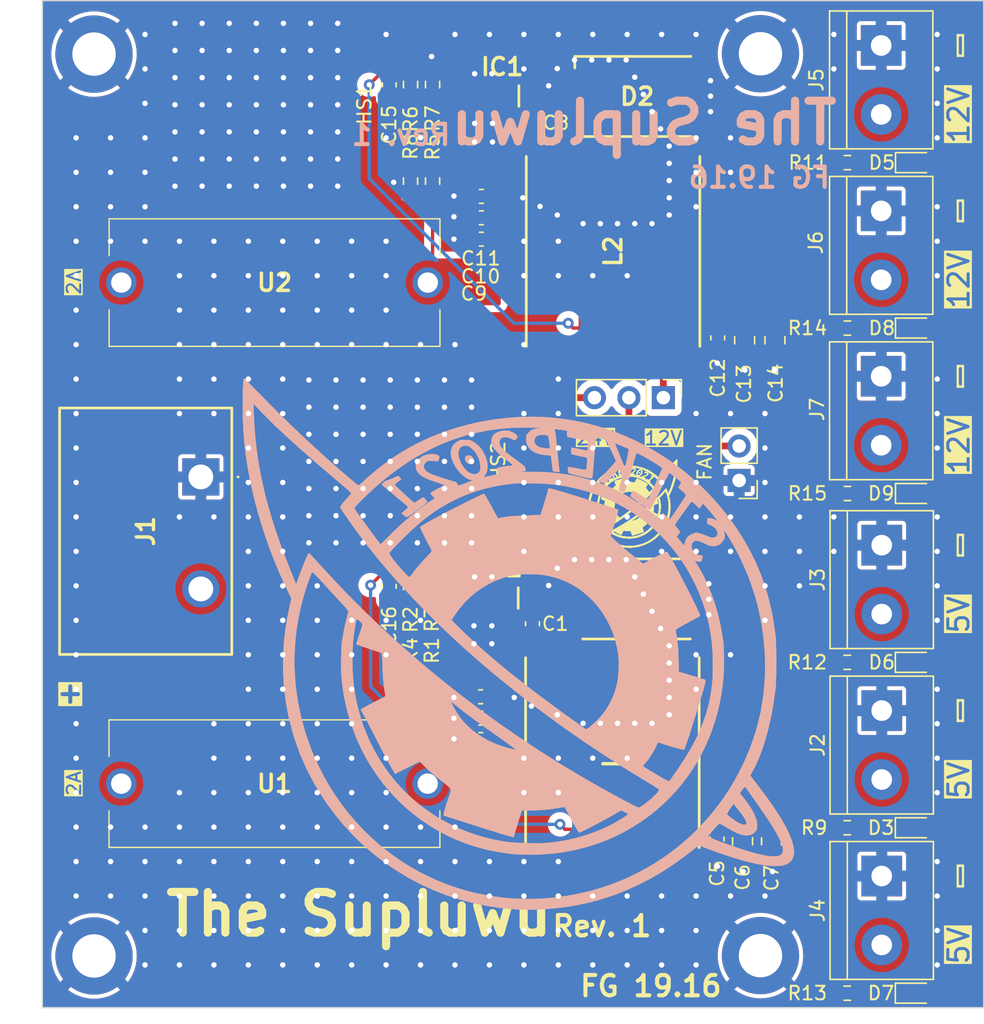
<source format=kicad_pcb>
(kicad_pcb (version 20221018) (generator pcbnew)
  (layers (0 "F.Cu" signal) (31 "B.Cu" signal) (34 "B.Paste" user) (35 "F.Paste" user) (36 "B.SilkS" user "B.Silkscreen") (37 "F.SilkS" user "F.Silkscreen") (38 "B.Mask" user) (39 "F.Mask" user) (44 "Edge.Cuts" user))
  (net 0 "")
  (net 1 "/5V Regulator/BOOT")
  (net 2 "/5V Regulator/SW")
  (net 3 "GND")
  (net 4 "/12V Regulator/BOOT")
  (net 5 "/12V Regulator/SW")
  (net 6 "/12V Regulator/FB")
  (net 7 "/5V Regulator/FB")
  (net 8 "/12V Regulator/EN")
  (net 9 "/5V Regulator/EN")
  (net 10 "/5V_OUT")
  (net 11 "/12V Regulator/VIN")
  (net 12 "/12V_OUT")
  (net 13 "/24V_IN")
  (net 14 "Net-(D3-K)")
  (net 15 "Net-(D5-K)")
  (net 16 "Net-(D6-K)")
  (net 17 "Net-(D7-K)")
  (net 18 "Net-(D8-K)")
  (net 19 "Net-(D9-K)")
  (net 20 "/5V Regulator/VIN")
  (net 21 "Net-(J8-Pin_2)")
  (footprint "Resistor_SMD:R_0603_1608Metric" (layer "F.Cu") (at 112.7252 49.5678 90)
    (fp_text reference "R5")
    (fp_text value "DNP")
  )
  (footprint "Samacsys 2:SOIC127P600X175-9N" (layer "F.Cu") (at 116.4844 46.0118 -90)
    (fp_text reference "IC1")
    (fp_text value "RT6285GSP" hide)
  )
  (footprint "Resistor_SMD:R_0603_1608Metric" (layer "F.Cu") (at 143.3068 85.0392 180)
    (fp_text reference "R12")
    (fp_text value "1k")
  )
  (footprint "Samacsys 2:0PTF0078P" (layer "F.Cu") (at 101.0696 57.0484)
    (fp_text reference "U2")
    (fp_text value "0PTF0078P" hide)
  )
  (footprint "Connector_PinHeader_2.54mm:PinHeader_1x03_P2.54mm_Vertical" (layer "F.Cu") (at 129.7432 65.532 -90)
    (fp_text reference "J8" hide)
    (fp_text value "V_Switch")
  )
  (footprint "TerminalBlock:TerminalBlock_bornier-2_P5.08mm" (layer "F.Cu") (at 145.8468 76.4032 -90)
    (fp_text reference "J3")
    (fp_text value "5V_OUT")
  )
  (footprint "MountingHole:MountingHole_3.2mm_M3_ISO7380_Pad" (layer "F.Cu") (at 87.757 40.2082)
    (fp_text reference "H1" hide)
    (fp_text value "MountingHole_Pad")
  )
  (footprint "Capacitor_SMD:C_0603_1608Metric" (layer "F.Cu") (at 120.142 45.2628 -90)
    (fp_text reference "C8")
    (fp_text value "10nF")
  )
  (footprint "LED_SMD:LED_0603_1608Metric" (layer "F.Cu") (at 148.3482 48.2092)
    (fp_text reference "D5")
    (fp_text value "LED_Yellow")
  )
  (footprint "Resistor_SMD:R_0603_1608Metric" (layer "F.Cu") (at 112.6744 79.439 90)
    (fp_text reference "R3")
    (fp_text value "31.6k")
  )
  (footprint "Samacsys 2:DIOM7959X250N" (layer "F.Cu") (at 127.762 80.3656)
    (fp_text reference "D1")
    (fp_text value "B550C-13-F" hide)
  )
  (footprint "TerminalBlock:TerminalBlock_bornier-2_P5.08mm" (layer "F.Cu") (at 145.8468 88.5952 -90)
    (fp_text reference "J2")
    (fp_text value "5V_OUT")
  )
  (footprint "Connector_PinHeader_2.54mm:PinHeader_1x02_P2.54mm_Vertical" (layer "F.Cu") (at 135.3312 71.633 180)
    (fp_text reference "J9" hide)
    (fp_text value "FAN")
  )
  (footprint "Capacitor_SMD:C_0805_2012Metric" (layer "F.Cu") (at 137.9728 61.3004 -90)
    (fp_text reference "C14")
    (fp_text value "22uF")
  )
  (footprint "Resistor_SMD:R_0603_1608Metric" (layer "F.Cu") (at 143.319 48.2092 180)
    (fp_text reference "R11")
    (fp_text value "3k3")
  )
  (footprint "Resistor_SMD:R_0603_1608Metric" (layer "F.Cu") (at 143.319 60.4012 180)
    (fp_text reference "R14")
    (fp_text value "3k3")
  )
  (footprint "Capacitor_SMD:C_0805_2012Metric" (layer "F.Cu") (at 135.7376 61.3004 -90)
    (fp_text reference "C13")
    (fp_text value "22uF")
  )
  (footprint "TerminalBlock:TerminalBlock_bornier-2_P5.08mm" (layer "F.Cu") (at 145.8082 51.7652 -90)
    (fp_text reference "J6")
    (fp_text value "5V_OUT")
  )
  (footprint "Resistor_SMD:R_0603_1608Metric" (layer "F.Cu") (at 112.6744 86.5632 90)
    (fp_text reference "R1")
    (fp_text value "DNP")
  )
  (footprint "Capacitor_SMD:C_0603_1608Metric" (layer "F.Cu") (at 116.2682 87.5792 180)
    (fp_text reference "C4")
    (fp_text value "100n")
  )
  (footprint "Samacsys 2:4DBP10702" (layer "F.Cu") (at 95.631 71.374 -90)
    (fp_text reference "J1")
    (fp_text value "4DB-P107-02" hide)
  )
  (footprint "Capacitor_SMD:C_0603_1608Metric" (layer "F.Cu") (at 109.5248 42.4688 -90)
    (fp_text reference "C15")
    (fp_text value "82pF")
  )
  (footprint "Samacsys 2:SOIC127P600X175-9N" (layer "F.Cu") (at 116.4336 83.0072 -90)
    (fp_text reference "IC2")
    (fp_text value "RT6285GSP" hide)
  )
  (footprint "Capacitor_SMD:C_0805_2012Metric" (layer "F.Cu") (at 135.5852 98.232 -90)
    (fp_text reference "C6")
    (fp_text value "22uF")
  )
  (footprint "TerminalBlock:TerminalBlock_bornier-2_P5.08mm" (layer "F.Cu") (at 145.8082 63.9572 -90)
    (fp_text reference "J7")
    (fp_text value "5V_OUT")
  )
  (footprint "Samacsys 2:DIOM7959X250N" (layer "F.Cu") (at 127.8128 43.3324)
    (fp_text reference "D2")
    (fp_text value "B550C-13-F" hide)
  )
  (footprint "TerminalBlock:TerminalBlock_bornier-2_P5.08mm" (layer "F.Cu") (at 145.8082 39.5732 -90)
    (fp_text reference "J5")
    (fp_text value "5V_OUT")
  )
  (footprint "Capacitor_SMD:C_0603_1608Metric" (layer "F.Cu") (at 133.7564 61.1254 -90)
    (fp_text reference "C12")
    (fp_text value "100n")
  )
  (footprint "Capacitor_SMD:C_0603_1608Metric" (layer "F.Cu") (at 109.5248 79.4382 -90)
    (fp_text reference "C16")
    (fp_text value "82pF")
  )
  (footprint "MountingHole:MountingHole_3.2mm_M3_ISO7380_Pad" (layer "F.Cu") (at 136.906 106.6546)
    (fp_text reference "H3" hide)
    (fp_text value "MountingHole_Pad")
  )
  (footprint "Capacitor_SMD:C_0603_1608Metric" (layer "F.Cu") (at 116.319 53.848 180)
    (fp_text reference "C9")
    (fp_text value "4u7")
  )
  (footprint "MountingHole:MountingHole_3.2mm_M3_ISO7380_Pad" (layer "F.Cu") (at 136.906 40.1828)
    (fp_text reference "H4" hide)
    (fp_text value "MountingHole_Pad")
  )
  (footprint "LED_SMD:LED_0603_1608Metric" (layer "F.Cu") (at 148.3482 72.5932)
    (fp_text reference "D9")
    (fp_text value "LED_Yellow")
  )
  (footprint "Resistor_SMD:R_0603_1608Metric" (layer "F.Cu") (at 112.7252 42.4566 90)
    (fp_text reference "R7")
    (fp_text value "11.3k")
  )
  (footprint "LED_SMD:LED_0603_1608Metric" (layer "F.Cu") (at 148.336 109.4232)
    (fp_text reference "D7")
    (fp_text value "LED_GREEN")
  )
  (footprint "Resistor_SMD:R_0603_1608Metric" (layer "F.Cu") (at 111.0996 49.5678 -90)
    (fp_text reference "R8")
    (fp_text value "DNP")
  )
  (footprint "Capacitor_SMD:C_0603_1608Metric" (layer "F.Cu") (at 116.2812 90.7288 180)
    (fp_text reference "C2")
    (fp_text value "4u7")
  )
  (footprint "Capacitor_SMD:C_0603_1608Metric" (layer "F.Cu") (at 116.319 50.6984 180)
    (fp_text reference "C11")
    (fp_text value "100n")
  )
  (footprint "Capacitor_SMD:C_0603_1608Metric" (layer "F.Cu") (at 133.7056 98.057 -90)
    (fp_text reference "C5")
    (fp_text value "100n")
  )
  (footprint "Resistor_SMD:R_0603_1608Metric" (layer "F.Cu") (at 111.0996 79.439 -90)
    (fp_text reference "R2")
    (fp_text value "100k")
  )
  (footprint "Heatsink_custom:14x14mm PCB with VIA" (layer "F.Cu") (at 99.727 43.942)
    (fp_text reference "HS1")
    (fp_text value "Heatsink_Pad")
  )
  (footprint "LED_SMD:LED_0603_1608Metric" (layer "F.Cu") (at 148.3482 60.4012)
    (fp_text reference "D8")
    (fp_text value "LED_Yellow")
  )
  (footprint "Resistor_SMD:R_0603_1608Metric" (layer "F.Cu") (at 111.0996 42.4566 -90)
    (fp_text reference "R6")
    (fp_text value "100k")
  )
  (footprint "Capacitor_SMD:C_0603_1608Metric" (layer "F.Cu") (at 116.319 52.2732 180)
    (fp_text reference "C10")
    (fp_text value "4u7")
  )
  (footprint "LED_SMD:LED_0603_1608Metric" (layer "F.Cu") (at 148.336 97.2312)
    (fp_text reference "D3")
    (fp_text value "LED_GREEN")
  )
  (footprint "Samacsys 2:INDPM140128X650N" (layer "F.Cu") (at 125.984 91.694 -90)
    (fp_text reference "L1")
    (fp_text value "15uH" hide)
  )
  (footprint "Resistor_SMD:R_0603_1608Metric" (layer "F.Cu") (at 143.3068 109.4232 180)
    (fp_text reference "R13")
    (fp_text value "1k")
  )
  (footprint "Heatsink_custom:14x14mm PCB with VIA" (layer "F.Cu") (at 109.601 70.231)
    (fp_text reference "HS2")
    (fp_text value "Heatsink_Pad")
  )
  (footprint "TerminalBlock:TerminalBlock_bornier-2_P5.08mm" (layer "F.Cu") (at 145.8468 100.7872 -90)
    (fp_text reference "J4")
    (fp_text value "5V_OUT")
  )
  (footprint "Resistor_SMD:R_0603_1608Metric" (layer "F.Cu") (at 111.0996 86.5632 -90)
    (fp_text reference "R4")
    (fp_text value "DNP")
  )
  (footprint "Resistor_SMD:R_0603_1608Metric" (layer "F.Cu") (at 143.319 72.5932 180)
    (fp_text reference "R15")
    (fp_text value "3k3")
  )
  (footprint "MountingHole:MountingHole_3.2mm_M3_ISO7380_Pad" (layer "F.Cu") (at 87.757 106.68)
    (fp_text reference "H2" hide)
    (fp_text value "MountingHole_Pad")
  )
  (footprint "Capacitor_SMD:C_0603_1608Metric" (layer "F.Cu") (at 120.0912 82.1944 -90)
    (fp_text reference "C1")
    (fp_text value "10nF")
  )
  (footprint "Samacsys 2:0PTF0078P" (layer "F.Cu") (at 101.0636 93.98)
    (fp_text reference "U1")
    (fp_text value "0PTF0078P" hide)
  )
  (footprint "Capacitor_SMD:C_0603_1608Metric" (layer "F.Cu") (at 116.2812 89.154 180)
    (fp_text reference "C3")
    (fp_text value "4u7")
  )
  (footprint "Capacitor_SMD:C_0805_2012Metric" (layer "F.Cu") (at 137.7188 98.232 -90)
    (fp_text reference "C7")
    (fp_text value "22uF")
  )
  (footprint "Resistor_SMD:R_0603_1608Metric" (layer "F.Cu") (at 143.3068 97.2312 180)
    (fp_text reference "R9")
    (fp_text value "1k")
  )
  (footprint "Samacsys 2:INDPM140128X650N" (layer "F.Cu") (at 126.0348 54.7494 -90)
    (fp_text reference "L2")
    (fp_text value "15uH" hide)
  )
  (footprint "LED_SMD:LED_0603_1608Metric" (layer "F.Cu") (at 148.336 85.0392)
    (fp_text reference "D6")
    (fp_text value "LED_GREEN")
  )
  (gr_poly (pts (xy 120.76914 67.889317) (xy 120.546468 67.897389) (xy 120.365813 67.910837) (xy 120.298819 67.919576) (xy 120.251423 67.929659) (xy 120.154452 67.962322) (xy 120.067006 68.000208) (xy 119.988914 68.042933) (xy 119.920003 68.090111) (xy 119.860103 68.141358) (xy 119.809043 68.196289) (xy 119.766649 68.254521) (xy 119.732752 68.315668) (xy 119.707178 68.379345) (xy 119.689758 68.445169) (xy 119.68032 68.512754) (xy 119.678691 68.581716) (xy 119.684701 68.651671) (xy 119.698177 68.722233) (xy 119.718949 68.793019) (xy 119.746845 68.863643) (xy 119.781694 68.933721) (xy 119.823323 69.002869) (xy 119.871562 69.070701) (xy 119.926239 69.136834) (xy 119.987182 69.200882) (xy 120.05422 69.262462) (xy 120.127182 69.321188) (xy 120.205895 69.376675) (xy 120.290189 69.42854) (xy 120.379892 69.476398) (xy 120.474832 69.519864) (xy 120.574838 69.558553) (xy 120.679738 69.592081) (xy 120.789362 69.620064) (xy 120.903536 69.642116) (xy 121.022091 69.657854) (xy 121.199214 69.676004) (xy 121.270168 69.6847) (xy 121.330693 69.694637) (xy 121.357351 69.700422) (xy 121.38177 69.706937) (xy 121.404072 69.714323) (xy 121.424379 69.722721) (xy 121.442816 69.732269) (xy 121.459503 69.743109) (xy 121.474565 69.75538) (xy 121.488123 69.769222) (xy 121.5003 69.784776) (xy 121.51122 69.802182) (xy 121.521004 69.821579) (xy 121.529775 69.843109) (xy 121.537656 69.866911) (xy 121.54477 69.893124) (xy 121.557186 69.953349) (xy 121.568005 70.024904) (xy 121.578208 70.10891) (xy 121.60069 70.318759) (xy 121.623496 70.525707) (xy 121.643257 70.696014) (xy 121.657859 70.812046) (xy 121.662565 70.844199) (xy 121.665189 70.856169) (xy 121.666727 70.856919) (xy 121.669713 70.858009) (xy 121.679714 70.861121) (xy 121.694567 70.865339) (xy 121.713645 70.870494) (xy 121.736322 70.876418) (xy 121.761973 70.882945) (xy 121.789971 70.889904) (xy 121.819689 70.89713) (xy 121.966943 70.932543) (xy 121.937435 70.561379) (xy 121.869298 69.792494) (xy 121.814754 69.243345) (xy 121.47189 69.243345) (xy 121.470046 69.285955) (xy 121.467415 69.300614) (xy 121.463567 69.310402) (xy 121.456408 69.318298) (xy 121.445421 69.325274) (xy 121.430835 69.331352) (xy 121.412877 69.336553) (xy 121.367758 69.344413) (xy 121.311885 69.349029) (xy 121.247083 69.350576) (xy 121.175173 69.349227) (xy 121.097979 69.345158) (xy 121.017323 69.338542) (xy 120.935029 69.329556) (xy 120.852918 69.318372) (xy 120.772813 69.305165) (xy 120.696538 69.290111) (xy 120.625916 69.273383) (xy 120.562768 69.255156) (xy 120.508917 69.235605) (xy 120.466187 69.214903) (xy 120.44883 69.204179) (xy 120.430951 69.191894) (xy 120.412684 69.178189) (xy 120.394165 69.163209) (xy 120.375531 69.147097) (xy 120.356916 69.129994) (xy 120.338456 69.112045) (xy 120.320288 69.093392) (xy 120.302545 69.074178) (xy 120.285365 69.054546) (xy 120.268883 69.03464) (xy 120.253234 69.014602) (xy 120.238553 68.994575) (xy 120.224978 68.974703) (xy 120.212642 68.955128) (xy 120.201682 68.935993) (xy 120.102526 68.753038) (xy 120.150884 68.557225) (xy 120.159835 68.529131) (xy 120.172554 68.501552) (xy 120.188833 68.47455) (xy 120.208464 68.448187) (xy 120.231238 68.422527) (xy 120.256947 68.39763) (xy 120.285381 68.37356) (xy 120.316333 68.350378) (xy 120.349594 68.328148) (xy 120.384955 68.30693) (xy 120.422207 68.286788) (xy 120.461143 68.267783) (xy 120.543229 68.233436) (xy 120.629545 68.204387) (xy 120.718422 68.181134) (xy 120.808192 68.164175) (xy 120.85289 68.158211) (xy 120.897185 68.154008) (xy 120.940869 68.151628) (xy 120.983734 68.151132) (xy 121.02557 68.152584) (xy 121.06617 68.156045) (xy 121.105324 68.161577) (xy 121.142824 68.169244) (xy 121.178461 68.179107) (xy 121.212027 68.191228) (xy 121.243314 68.20567) (xy 121.272112 68.222495) (xy 121.278897 68.2294) (xy 121.286213 68.241363) (xy 121.302204 68.279138) (xy 121.319619 68.333172) (xy 121.337992 68.400816) (xy 121.375747 68.566347) (xy 121.411742 68.754547) (xy 121.44225 68.944235) (xy 121.463541 69.114229) (xy 121.469567 69.185221) (xy 121.47189 69.243345) (xy 121.814754 69.243345) (xy 121.783973 68.933438) (xy 121.707032 68.230413) (xy 121.679698 68.014349) (xy 121.66405 67.929618) (xy 121.655546 67.924409) (xy 121.640955 67.919537) (xy 121.595023 67.9108) (xy 121.529284 67.903409) (xy 121.44677 67.897362) (xy 121.243539 67.889303) (xy 121.00958 67.886622)) (stroke (width 0.0508)) (fill solid) (layer "B.SilkS"))
  (gr_poly (pts (xy 98.825841 64.215276) (xy 98.823487 64.219816) (xy 98.809123 64.30845) (xy 98.796831 64.452047) (xy 98.778399 64.877199) (xy 98.768064 65.441408) (xy 98.765701 66.090808) (xy 98.771184 66.771534) (xy 98.784387 67.42972) (xy 98.805183 68.011502) (xy 98.833448 68.463013) (xy 98.901302 69.144601) (xy 98.986911 69.829345) (xy 99.090239 70.51712) (xy 99.211252 71.207799) (xy 99.349911 71.901257) (xy 99.506183 72.597367) (xy 99.68003 73.296002) (xy 99.871417 73.997038) (xy 100.080307 74.700347) (xy 100.306666 75.405803) (xy 100.550456 76.113281) (xy 100.811642 76.822653) (xy 101.090189 77.533795) (xy 101.386059 78.246579) (xy 101.699217 78.960879) (xy 102.029627 79.67657) (xy 102.335908 80.323728) (xy 102.1641 81.124371) (xy 101.913891 82.525629) (xy 101.766182 83.913552) (xy 101.719667 85.284858) (xy 101.773038 86.636266) (xy 101.924987 87.964496) (xy 102.174207 89.266265) (xy 102.519389 90.538292) (xy 102.959227 91.777296) (xy 103.492413 92.979996) (xy 104.117639 94.14311) (xy 104.833598 95.263358) (xy 105.638982 96.337457) (xy 106.532484 97.362126) (xy 107.512795 98.334085) (xy 108.578609 99.250051) (xy 109.728617 100.106744) (xy 110.336424 100.506713) (xy 110.969972 100.882666) (xy 111.626528 101.233852) (xy 112.30336 101.559521) (xy 112.997734 101.858923) (xy 113.706917 102.131308) (xy 114.428178 102.375926) (xy 115.158783 102.592026) (xy 115.895998 102.778859) (xy 116.637093 102.935673) (xy 117.379332 103.06172) (xy 118.119985 103.156249) (xy 118.856317 103.218509) (xy 119.585597 103.24775) (xy 120.305091 103.243223) (xy 121.012066 103.204177) (xy 121.012043 103.204172) (xy 121.789537 103.12907) (xy 122.546492 103.030745) (xy 123.284544 102.908543) (xy 124.005333 102.76181) (xy 124.710495 102.58989) (xy 125.401667 102.392128) (xy 126.080488 102.167871) (xy 126.748594 101.916463) (xy 127.407623 101.63725) (xy 128.059212 101.329577) (xy 128.705 100.992789) (xy 129.346623 100.626231) (xy 129.985719 100.22925) (xy 130.623925 99.801189) (xy 131.262879 99.341395) (xy 131.904218 98.849213) (xy 132.067556 98.717109) (xy 132.131993 98.665197) (xy 132.188199 98.622537) (xy 132.213979 98.604636) (xy 132.238618 98.588998) (xy 132.262421 98.575608) (xy 132.285694 98.564449) (xy 132.308742 98.555505) (xy 132.331871 98.54876) (xy 132.355385 98.544196) (xy 132.379591 98.541799) (xy 132.404794 98.54155) (xy 132.431299 98.543435) (xy 132.459411 98.547436) (xy 132.489437 98.553537) (xy 132.521682 98.561722) (xy 132.55645 98.571975) (xy 132.634781 98.598618) (xy 132.726874 98.633335) (xy 132.835171 98.675994) (xy 133.110155 98.784618) (xy 134.003252 99.11266) (xy 134.870842 99.394527) (xy 135.697601 99.627046) (xy 136.090879 99.723808) (xy 136.468203 99.807044) (xy 136.827657 99.876355) (xy 137.167325 99.931347) (xy 137.485291 99.971622) (xy 137.77964 99.996784) (xy 138.048457 100.006436) (xy 138.289825 100.000181) (xy 138.501829 99.977623) (xy 138.682554 99.938365) (xy 138.801384 99.897559) (xy 138.908601 99.847538) (xy 139.004217 99.788338) (xy 139.088244 99.719999) (xy 139.160697 99.642558) (xy 139.221587 99.556055) (xy 139.270927 99.460526) (xy 139.30873 99.356011) (xy 139.335009 99.242548) (xy 139.349777 99.120176) (xy 139.353045 98.988931) (xy 139.348821 98.916928) (xy 138.616158 98.916928) (xy 138.608852 99.005735) (xy 138.588892 99.084309) (xy 138.556309 99.152925) (xy 138.511132 99.211857) (xy 138.453393 99.261379) (xy 138.383122 99.301766) (xy 138.30035 99.333292) (xy 138.205109 99.356231) (xy 138.097428 99.370857) (xy 137.844871 99.376268) (xy 137.542925 99.351719) (xy 137.191837 99.299405) (xy 137.034783 99.26851) (xy 136.851633 99.226321) (xy 136.418602 99.11185) (xy 135.915845 98.96356) (xy 135.366466 98.789024) (xy 134.793567 98.59581) (xy 134.220251 98.39149) (xy 133.669619 98.183635) (xy 133.164776 97.979814) (xy 132.973115 97.899275) (xy 133.021386 97.811545) (xy 133.028389 97.800375) (xy 133.039287 97.785134) (xy 133.071848 97.743498) (xy 133.117221 97.688765) (xy 133.173559 97.623061) (xy 133.239017 97.548513) (xy 133.311747 97.467249) (xy 133.389903 97.381394) (xy 133.471638 97.293077) (xy 133.873618 96.862349) (xy 134.27543 97.103883) (xy 134.491305 97.230545) (xy 134.694653 97.343343) (xy 134.885939 97.442362) (xy 135.065626 97.52769) (xy 135.234177 97.599412) (xy 135.392056 97.657614) (xy 135.539726 97.702383) (xy 135.677652 97.733806) (xy 135.806296 97.751967) (xy 135.926123 97.756954) (xy 136.037596 97.748852) (xy 136.141178 97.727749) (xy 136.190155 97.712348) (xy 136.237333 97.693729) (xy 136.326525 97.64688) (xy 136.409218 97.587287) (xy 136.485874 97.515037) (xy 136.607644 97.385422) (xy 136.607644 96.886484) (xy 135.914317 96.886484) (xy 135.911727 96.910114) (xy 135.906516 96.931861) (xy 135.89873 96.95169) (xy 135.888414 96.969563) (xy 135.875614 96.985447) (xy 135.860377 96.999304) (xy 135.842748 97.011099) (xy 135.822772 97.020796) (xy 135.800497 97.028359) (xy 135.775968 97.033752) (xy 135.749231 97.036941) (xy 135.720331 97.037888) (xy 135.689314 97.036558) (xy 135.656228 97.032915) (xy 135.621116 97.026923) (xy 135.584026 97.018547) (xy 135.545002 97.00775) (xy 135.504092 96.994498) (xy 135.461341 96.978753) (xy 135.416795 96.960481) (xy 135.370499 96.939645) (xy 135.3225 96.916209) (xy 135.322495 96.916209) (xy 135.265287 96.885677) (xy 135.202348 96.849346) (xy 135.064241 96.762958) (xy 134.918096 96.664375) (xy 134.773836 96.560927) (xy 134.641384 96.459945) (xy 134.53066 96.368759) (xy 134.486548 96.32913) (xy 134.451588 96.294699) (xy 134.427023 96.266382) (xy 134.414091 96.245096) (xy 134.412775 96.235525) (xy 134.414528 96.222181) (xy 134.426483 96.185286) (xy 134.448443 96.136639) (xy 134.478893 96.078466) (xy 134.516319 96.012995) (xy 134.559209 95.942455) (xy 134.655324 95.795073) (xy 134.705522 95.722687) (xy 134.755127 95.654141) (xy 134.802628 95.591663) (xy 134.84651 95.537481) (xy 134.885259 95.493821) (xy 134.917362 95.462911) (xy 134.930448 95.452934) (xy 134.941305 95.446979) (xy 134.949744 95.445326) (xy 134.955575 95.448253) (xy 135.021847 95.530795) (xy 135.121272 95.659147) (xy 135.374718 95.993512) (xy 135.626185 96.331808) (xy 135.723136 96.465075) (xy 135.785944 96.554498) (xy 135.812092 96.594988) (xy 135.835159 96.633953) (xy 135.855193 96.671358) (xy 135.872237 96.707166) (xy 135.886339 96.741342) (xy 135.897544 96.77385) (xy 135.905899 96.804654) (xy 135.911449 96.833718) (xy 135.914239 96.861007) (xy 135.914317 96.886484) (xy 136.607644 96.886484) (xy 136.607644 96.65701) (xy 136.421069 96.266304) (xy 136.341233 96.106279) (xy 136.25441 95.945932) (xy 136.16061 95.785279) (xy 136.059842 95.624336) (xy 135.952118 95.463118) (xy 135.837447 95.301643) (xy 135.71584 95.139926) (xy 135.587307 94.977983) (xy 135.360993 94.70013) (xy 135.433681 94.560969) (xy 135.455827 94.521563) (xy 135.480909 94.482136) (xy 135.508379 94.443182) (xy 135.537687 94.405192) (xy 135.568285 94.368659) (xy 135.599622 94.334073) (xy 135.63115 94.301927) (xy 135.662318 94.272713) (xy 135.692579 94.246922) (xy 135.721383 94.225047) (xy 135.748179 94.207579) (xy 135.77242 94.19501) (xy 135.78341 94.190716) (xy 135.793555 94.187831) (xy 135.802787 94.186418) (xy 135.811036 94.186536) (xy 135.818235 94.188248) (xy 135.824314 94.191615) (xy 135.829204 94.196699) (xy 135.832838 94.203561) (xy 135.856725 94.243738) (xy 135.915139 94.332704) (xy 136.120098 94.634494) (xy 136.416819 95.063899) (xy 136.774407 95.575886) (xy 137.186283 96.170433) (xy 137.545572 96.706496) (xy 137.852522 97.186272) (xy 138.107377 97.611952) (xy 138.310385 97.985733) (xy 138.46179 98.309808) (xy 138.561839 98.58637) (xy 138.592682 98.70752) (xy 138.610778 98.817614) (xy 138.616158 98.916928) (xy 139.348821 98.916928) (xy 139.344828 98.848853) (xy 139.325137 98.69998) (xy 139.293986 98.54235) (xy 139.251387 98.376001) (xy 139.197353 98.200972) (xy 139.131896 98.017301) (xy 139.05503 97.825027) (xy 138.966767 97.624186) (xy 138.867121 97.414819) (xy 138.756103 97.196962) (xy 138.633726 96.970655) (xy 138.500003 96.735936) (xy 138.354948 96.492842) (xy 138.198572 96.241412) (xy 138.030889 95.981685) (xy 137.851911 95.713698) (xy 137.66165 95.437491) (xy 137.247335 94.860565) (xy 136.788044 94.251215) (xy 136.125458 93.390958) (xy 136.45156 92.712584) (xy 136.846137 91.813629) (xy 137.185344 90.87738) (xy 137.469278 89.909328) (xy 137.698036 88.914964) (xy 137.871713 87.89978) (xy 137.990406 86.869268) (xy 138.054211 85.828918) (xy 138.059633 85.200558) (xy 137.274714 85.200558) (xy 137.26496 86.106652) (xy 137.209312 87.000577) (xy 137.10676 87.877406) (xy 136.956295 88.73221) (xy 136.766889 89.545135) (xy 136.540249 90.340827) (xy 136.277451 91.118519) (xy 135.979571 91.877444) (xy 135.647688 92.616836) (xy 135.282877 93.335927) (xy 134.886215 94.033951) (xy 134.458781 94.710141) (xy 134.001649 95.363731) (xy 133.515898 95.993952) (xy 133.002604 96.60004) (xy 132.462843 97.181226) (xy 131.897694 97.736745) (xy 131.308232 98.265829) (xy 130.695535 98.767712) (xy 130.06068 99.241626) (xy 129.404743 99.686806) (xy 128.728801 100.102483) (xy 128.033931 100.487893) (xy 127.32121 100.842267) (xy 126.591715 101.164839) (xy 125.846523 101.454842) (xy 125.08671 101.711509) (xy 124.313354 101.934074) (xy 123.527531 102.12177) (xy 122.730319 102.27383) (xy 121.922794 102.389487) (xy 121.106032 102.467975) (xy 120.281112 102.508526) (xy 119.449109 102.510374) (xy 118.611101 102.472753) (xy 117.768165 102.394894) (xy 117.768142 102.394894) (xy 117.000628 102.28826) (xy 116.245274 102.148632) (xy 115.502744 101.976721) (xy 114.773706 101.773238) (xy 114.058823 101.538893) (xy 113.358763 101.274396) (xy 112.67419 100.980458) (xy 112.005769 100.657789) (xy 111.354168 100.307099) (xy 110.72005 99.929099) (xy 110.104082 99.5245) (xy 109.506929 99.09401) (xy 108.929256 98.638342) (xy 108.37173 98.158205) (xy 107.835016 97.654309) (xy 107.319779 97.127366) (xy 106.826686 96.578085) (xy 106.3564 96.007177) (xy 105.909589 95.415352) (xy 105.486918 94.80332) (xy 105.089051 94.171792) (xy 104.716656 93.521479) (xy 104.370396 92.85309) (xy 104.050939 92.167336) (xy 103.758949 91.464927) (xy 103.495092 90.746575) (xy 103.260034 90.012988) (xy 103.05444 89.264878) (xy 102.878975 88.502954) (xy 102.734306 87.727928) (xy 102.621097 86.94051) (xy 102.540015 86.141409) (xy 102.511788 85.685552) (xy 102.499041 85.216016) (xy 102.5014 84.735173) (xy 102.518493 84.245394) (xy 102.549948 83.749049) (xy 102.595389 83.248511) (xy 102.654445 82.74615) (xy 102.726743 82.244337) (xy 102.811909 81.745443) (xy 102.90957 81.25184) (xy 103.019353 80.765899) (xy 103.140885 80.289991) (xy 103.273793 79.826487) (xy 103.417703 79.377758) (xy 103.572243 78.946176) (xy 103.73704 78.534111) (xy 103.756718 78.48757) (xy 103.774681 78.447838) (xy 103.783449 78.430811) (xy 103.792306 78.415829) (xy 103.801423 78.403006) (xy 103.810971 78.392456) (xy 103.815962 78.388069) (xy 103.821124 78.384294) (xy 103.826481 78.381144) (xy 103.832054 78.378633) (xy 103.837863 78.376777) (xy 103.843932 78.375589) (xy 103.85028 78.375084) (xy 103.85693 78.375275) (xy 103.863904 78.376178) (xy 103.871222 78.377806) (xy 103.878907 78.380174) (xy 103.886979 78.383296) (xy 103.904373 78.391858) (xy 103.923576 78.403608) (xy 103.944761 78.41866) (xy 103.9681 78.437127) (xy 103.993765 78.459125) (xy 104.021927 78.484767) (xy 104.05276 78.514167) (xy 104.086435 78.54744) (xy 104.123125 78.5847) (xy 104.163001 78.626062) (xy 104.253003 78.721545) (xy 104.357817 78.834805) (xy 104.617393 79.118309) (xy 105.278108 79.83705) (xy 105.871931 80.477207) (xy 106.089304 80.712058) (xy 106.277402 80.919643) (xy 106.416099 81.07746) (xy 106.460633 81.130673) (xy 106.48527 81.163006) (xy 106.552415 81.264607) (xy 106.401742 81.846713) (xy 106.273767 82.392191) (xy 106.170419 82.943936) (xy 106.091624 83.501171) (xy 106.037307 84.063119) (xy 106.007393 84.629002) (xy 106.00181 85.198044) (xy 106.020481 85.769467) (xy 106.063333 86.342494) (xy 106.130291 86.916348) (xy 106.221281 87.490252) (xy 106.336229 88.063429) (xy 106.475059 88.635102) (xy 106.637698 89.204493) (xy 106.82407 89.770825) (xy 107.034103 90.333322) (xy 107.267721 90.891206) (xy 107.508476 91.408832) (xy 107.766804 91.912303) (xy 108.042249 92.401355) (xy 108.334356 92.875724) (xy 108.64267 93.335145) (xy 108.966737 93.779354) (xy 109.306101 94.208087) (xy 109.660307 94.621079) (xy 110.0289 95.018065) (xy 110.411426 95.398782) (xy 110.807429 95.762964) (xy 111.216455 96.110348) (xy 111.638049 96.440669) (xy 112.071755 96.753662) (xy 112.517118 97.049064) (xy 112.973684 97.326609) (xy 113.440998 97.586033) (xy 113.918605 97.827072) (xy 114.406049 98.049461) (xy 114.902876 98.252937) (xy 115.408631 98.437234) (xy 115.922859 98.602088) (xy 116.445105 98.747234) (xy 116.974914 98.872409) (xy 117.511831 98.977348) (xy 118.055401 99.061786) (xy 118.605169 99.125459) (xy 119.16068 99.168102) (xy 119.721479 99.189452) (xy 120.287112 99.189243) (xy 120.857123 99.167211) (xy 121.431057 99.123093) (xy 122.115389 99.041587) (xy 122.78748 98.930006) (xy 123.446708 98.789041) (xy 124.092449 98.619383) (xy 124.724078 98.421722) (xy 125.340972 98.19675) (xy 125.942507 97.945156) (xy 126.52806 97.667631) (xy 127.097005 97.364867) (xy 127.648721 97.037554) (xy 128.182582 96.686383) (xy 128.697965 96.312044) (xy 128.806687 96.225112) (xy 127.15422 96.225112) (xy 127.15414 96.235664) (xy 127.151549 96.246578) (xy 127.146413 96.257955) (xy 127.138695 96.269901) (xy 127.128359 96.282516) (xy 127.11537 96.295905) (xy 127.099692 96.31017) (xy 127.08129 96.325414) (xy 127.060127 96.341741) (xy 127.036169 96.359253) (xy 126.979722 96.398245) (xy 126.911662 96.443214) (xy 126.739564 96.554379) (xy 126.499067 96.70422) (xy 126.24906 96.849479) (xy 125.990258 96.989892) (xy 125.723374 97.125194) (xy 125.44912 97.255122) (xy 125.168209 97.379411) (xy 124.881356 97.497797) (xy 124.589273 97.610016) (xy 124.292674 97.715804) (xy 123.992271 97.814897) (xy 123.688779 97.90703) (xy 123.382909 97.99194) (xy 123.075377 98.069362) (xy 122.766893 98.139032) (xy 122.458173 98.200686) (xy 122.149929 98.25406) (xy 121.846523 98.302025) (xy 121.60093 98.337907) (xy 121.491313 98.351796) (xy 121.385948 98.363237) (xy 121.281434 98.372422) (xy 121.174372 98.379542) (xy 121.061361 98.384787) (xy 120.939 98.38835) (xy 120.652627 98.39119) (xy 120.288051 98.389589) (xy 119.818067 98.385077) (xy 118.522669 98.371815) (xy 117.786073 98.240753) (xy 117.786237 98.240716) (xy 117.250022 98.134853) (xy 116.72331 98.009946) (xy 116.206417 97.866323) (xy 115.69966 97.704308) (xy 115.203353 97.524227) (xy 114.717812 97.326406) (xy 114.243354 97.11117) (xy 113.780294 96.878846) (xy 113.328949 96.629758) (xy 112.889633 96.364233) (xy 112.462662 96.082596) (xy 112.048353 95.785172) (xy 111.647022 95.472288) (xy 111.258983 95.144269) (xy 110.884554 94.80144) (xy 110.524049 94.444128) (xy 110.177785 94.072658) (xy 109.846077 93.687355) (xy 109.529241 93.288545) (xy 109.227593 92.876555) (xy 108.941449 92.451708) (xy 108.671124 92.014332) (xy 108.416935 91.564752) (xy 108.179197 91.103293) (xy 107.958226 90.630282) (xy 107.754338 90.146042) (xy 107.567848 89.650902) (xy 107.399073 89.145185) (xy 107.248328 88.629218) (xy 107.115929 88.103326) (xy 107.002192 87.567835) (xy 106.907433 87.023071) (xy 106.79437 86.293808) (xy 106.792571 84.973009) (xy 106.799646 84.424451) (xy 106.820851 83.881378) (xy 106.854129 83.363041) (xy 106.897425 82.888694) (xy 106.948682 82.477588) (xy 107.005846 82.148976) (xy 107.036 82.021622) (xy 107.06686 81.922111) (xy 107.098168 81.852849) (xy 107.129668 81.816244) (xy 107.138007 81.81313) (xy 107.148231 81.812762) (xy 107.160192 81.814986) (xy 107.173741 81.819644) (xy 107.18873 81.826582) (xy 107.20501 81.835641) (xy 107.24085 81.859505) (xy 107.280071 81.889986) (xy 107.321486 81.925835) (xy 107.363905 81.965804) (xy 107.406139 82.008644) (xy 107.447001 82.053107) (xy 107.485301 82.097943) (xy 107.519852 82.141903) (xy 107.549463 82.183739) (xy 107.572947 82.222202) (xy 107.582019 82.239779) (xy 107.589114 82.256044) (xy 107.594083 82.270841) (xy 107.596778 82.284014) (xy 107.597048 82.295408) (xy 107.594747 82.304866) (xy 107.535487 82.452979) (xy 107.463974 82.647604) (xy 107.386744 82.868844) (xy 107.310335 83.096802) (xy 107.241284 83.311581) (xy 107.186128 83.493284) (xy 107.151404 83.622015) (xy 107.143746 83.660298) (xy 107.143649 83.677876) (xy 107.151152 83.683809) (xy 107.167935 83.692738) (xy 107.193505 83.704482) (xy 107.227372 83.71886) (xy 107.318029 83.754796) (xy 107.435975 83.799097) (xy 107.577278 83.850314) (xy 107.738006 83.907) (xy 107.91423 83.967705) (xy 108.102018 84.030981) (xy 109.034171 84.341675) (xy 109.064832 85.393941) (xy 109.073522 85.64714) (xy 109.084362 85.885328) (xy 109.097326 86.108153) (xy 109.112386 86.315267) (xy 109.129514 86.506319) (xy 109.148682 86.68096) (xy 109.169863 86.838839) (xy 109.193029 86.979607) (xy 109.290546 87.513007) (xy 109.207609 87.579204) (xy 109.195342 87.587891) (xy 109.175919 87.600148) (xy 109.117291 87.634471) (xy 109.035085 87.680365) (xy 108.932664 87.73602) (xy 108.81339 87.799629) (xy 108.680625 87.869382) (xy 108.537731 87.943472) (xy 108.38807 88.02009) (xy 108.094411 88.171284) (xy 107.839358 88.305966) (xy 107.650264 88.40947) (xy 107.588999 88.444947) (xy 107.554482 88.467128) (xy 107.457491 88.539477) (xy 107.713015 88.991441) (xy 107.867334 89.275161) (xy 108.098624 89.713553) (xy 108.375584 90.246781) (xy 108.666912 90.815012) (xy 109.18624 91.828472) (xy 109.36454 92.17161) (xy 109.454156 92.339012) (xy 109.754797 92.85905) (xy 109.966576 93.226689) (xy 110.877508 92.770697) (xy 111.788435 92.314696) (xy 112.209156 92.737024) (xy 112.307147 92.832298) (xy 112.42462 92.941358) (xy 112.557141 93.060374) (xy 112.700276 93.185517) (xy 112.849591 93.312956) (xy 113.000651 93.438861) (xy 113.149022 93.559403) (xy 113.29027 93.670752) (xy 113.554643 93.878123) (xy 113.786285 94.064704) (xy 113.960219 94.210055) (xy 114.01774 94.26088) (xy 114.051467 94.293732) (xy 114.152267 94.405312) (xy 113.98039 94.870761) (xy 113.912338 95.064746) (xy 113.840255 95.286493) (xy 113.768685 95.519895) (xy 113.702174 95.748847) (xy 113.645267 95.957241) (xy 113.602509 96.128973) (xy 113.578446 96.247935) (xy 113.574845 96.282595) (xy 113.577622 96.298022) (xy 113.818533 96.386882) (xy 114.404322 96.579472) (xy 116.147248 97.131257) (xy 117.879834 97.664192) (xy 118.452699 97.833221) (xy 118.675516 97.889094) (xy 118.681402 97.873547) (xy 118.694463 97.833989) (xy 118.738834 97.693466) (xy 118.802082 97.488786) (xy 118.877656 97.241208) (xy 119.17322 96.269696) (xy 119.275933 95.933176) (xy 120.245495 95.906776) (xy 120.487701 95.898802) (xy 120.715429 95.888401) (xy 120.929825 95.875477) (xy 121.132038 95.859932) (xy 121.323216 95.841667) (xy 121.504507 95.820587) (xy 121.677061 95.796592) (xy 121.842023 95.769585) (xy 122.086748 95.727868) (xy 122.289614 95.696187) (xy 122.429513 95.677636) (xy 122.469254 95.674251) (xy 122.480418 95.6742) (xy 122.485337 95.675308) (xy 122.511623 95.719154) (xy 122.571485 95.827048) (xy 122.760576 96.176534) (xy 122.989897 96.606884) (xy 123.196734 97.001211) (xy 123.229451 97.062929) (xy 123.264224 97.125879) (xy 123.299986 97.188299) (xy 123.335674 97.248427) (xy 123.370221 97.304502) (xy 123.402563 97.354762) (xy 123.431636 97.397444) (xy 123.456373 97.430786) (xy 123.564085 97.566962) (xy 124.192974 97.253911) (xy 124.508879 97.091907) (xy 124.904119 96.882221) (xy 125.328234 96.651946) (xy 125.730767 96.428178) (xy 126.639671 95.915497) (xy 126.911747 96.057655) (xy 127.024806 96.116811) (xy 127.068772 96.141348) (xy 127.08749 96.152716) (xy 127.103983 96.163622) (xy 127.118215 96.174169) (xy 127.130151 96.184459) (xy 127.139755 96.194595) (xy 127.146992 96.204681) (xy 127.151825 96.214819) (xy 127.15422 96.225112) (xy 128.806687 96.225112) (xy 129.194246 95.915228) (xy 129.670801 95.496627) (xy 130.127007 95.056929) (xy 130.56224 94.596828) (xy 130.702302 94.434357) (xy 129.469231 94.434357) (xy 129.465717 94.456145) (xy 129.454872 94.482978) (xy 129.437136 94.514481) (xy 129.412951 94.550278) (xy 129.346996 94.633244) (xy 129.260532 94.728868) (xy 129.157086 94.83414) (xy 129.040183 94.946049) (xy 128.913351 95.061586) (xy 128.780116 95.17774) (xy 128.644004 95.291502) (xy 128.508541 95.399861) (xy 128.377254 95.499808) (xy 128.253668 95.588332) (xy 128.141311 95.662424) (xy 128.043708 95.719074) (xy 128.001541 95.739917) (xy 127.964385 95.755271) (xy 127.932682 95.764759) (xy 127.90687 95.768005) (xy 127.89195 95.764483) (xy 127.86449 95.754149) (xy 127.774726 95.714436) (xy 127.643134 95.651652) (xy 127.475271 95.56858) (xy 127.276692 95.468005) (xy 127.052955 95.352712) (xy 126.809615 95.225486) (xy 126.552229 95.08911) (xy 126.552242 95.089114) (xy 124.997162 94.237351) (xy 123.454614 93.34775) (xy 121.926788 92.422013) (xy 120.487002 91.507045) (xy 118.95255 91.507045) (xy 118.950645 91.510572) (xy 118.944494 91.512824) (xy 118.920229 91.513691) (xy 118.881302 91.510016) (xy 118.829258 91.50217) (xy 118.692003 91.475443) (xy 118.520825 91.436473) (xy 118.32809 91.388225) (xy 118.12616 91.333659) (xy 117.9274 91.275741) (xy 117.744173 91.217432) (xy 117.744169 91.217427) (xy 117.447606 91.110659) (xy 117.160047 90.992559) (xy 116.881722 90.86332) (xy 116.612862 90.723134) (xy 116.353695 90.572193) (xy 116.104451 90.410691) (xy 115.865362 90.238819) (xy 115.636655 90.056771) (xy 115.418562 89.864737) (xy 115.211312 89.662912) (xy 115.015135 89.451487) (xy 114.830261 89.230654) (xy 114.656919 89.000607) (xy 114.49534 88.761538) (xy 114.345753 88.513638) (xy 114.208389 88.257101) (xy 114.132139 88.103808) (xy 114.103061 88.042946) (xy 114.080317 87.992386) (xy 114.064133 87.951964) (xy 114.054736 87.921513) (xy 114.052654 87.909975) (xy 114.052353 87.900869) (xy 114.053862 87.894173) (xy 114.057209 87.889866) (xy 114.062423 87.887929) (xy 114.069532 87.88834) (xy 114.078564 87.891079) (xy 114.089548 87.896125) (xy 114.117484 87.913055) (xy 114.153566 87.938966) (xy 114.198022 87.973692) (xy 114.251076 88.017069) (xy 114.38389 88.129111) (xy 114.603725 88.31182) (xy 114.85633 88.513606) (xy 115.142424 88.735005) (xy 115.462727 88.976554) (xy 115.817961 89.23879) (xy 116.208844 89.522249) (xy 116.636096 89.827468) (xy 117.100439 90.154985) (xy 117.994119 90.784278) (xy 118.562928 91.191813) (xy 118.74321 91.325346) (xy 118.86352 91.418949) (xy 118.930939 91.477792) (xy 118.947028 91.495794) (xy 118.95255 91.507045) (xy 120.487002 91.507045) (xy 120.415874 91.461844) (xy 118.924063 90.468944) (xy 117.453546 89.445016) (xy 116.006513 88.391761) (xy 114.585154 87.310884) (xy 113.191659 86.204085) (xy 111.82822 85.073068) (xy 110.497027 83.919535) (xy 109.20027 82.745188) (xy 107.940139 81.551729) (xy 106.718825 80.340862) (xy 105.538519 79.114287) (xy 104.401411 77.873709) (xy 104.103434 77.54332) (xy 103.854425 77.27276) (xy 103.680434 77.08995) (xy 103.629711 77.040175) (xy 103.614842 77.027223) (xy 103.607511 77.022808) (xy 103.602098 77.025091) (xy 103.595088 77.031846) (xy 103.576506 77.058235) (xy 103.552223 77.100885) (xy 103.522698 77.158708) (xy 103.449757 77.31552) (xy 103.361351 77.519961) (xy 103.26115 77.763322) (xy 103.152821 78.036894) (xy 103.040035 78.331968) (xy 102.926459 78.639836) (xy 102.662833 79.367863) (xy 102.292612 78.462036) (xy 101.634056 76.768879) (xy 101.064928 75.130232) (xy 100.813734 74.330628) (xy 100.584698 73.543786) (xy 100.377755 72.769418) (xy 100.192837 72.007234) (xy 100.029878 71.256947) (xy 99.888812 70.518268) (xy 99.769574 69.790909) (xy 99.672095 69.074581) (xy 99.596311 68.368996) (xy 99.542154 67.673865) (xy 99.509559 66.9889) (xy 99.49846 66.313813) (xy 99.498222 65.891817) (xy 99.78491 66.212212) (xy 100.142168 66.596187) (xy 100.580138 67.040964) (xy 101.089394 67.537749) (xy 101.660508 68.077748) (xy 102.284055 68.652169) (xy 102.950606 69.252217) (xy 103.650735 69.869098) (xy 104.375016 70.494019) (xy 106.345039 72.181098) (xy 106.670162 72.467905) (xy 106.732643 72.528361) (xy 106.753126 72.554944) (xy 106.753588 72.557491) (xy 106.753343 72.56077) (xy 106.752408 72.564758) (xy 106.750798 72.569436) (xy 106.74562 72.580771) (xy 106.73794 72.594601) (xy 106.72789 72.610754) (xy 106.715599 72.629056) (xy 106.701198 72.649334) (xy 106.684819 72.671416) (xy 106.666591 72.695129) (xy 106.646647 72.720299) (xy 106.625115 72.746755) (xy 106.602128 72.774322) (xy 106.577815 72.802828) (xy 106.552308 72.832101) (xy 106.525738 72.861966) (xy 106.498234 72.892252) (xy 106.440853 72.955466) (xy 106.381554 73.022025) (xy 106.264044 73.157177) (xy 106.209253 73.221773) (xy 106.159386 73.281717) (xy 106.116154 73.335009) (xy 106.081266 73.379651) (xy 105.935093 73.571893) (xy 105.986454 73.684636) (xy 106.036641 73.776709) (xy 106.122312 73.912533) (xy 106.386139 74.296877) (xy 106.75 74.800559) (xy 107.18596 75.386469) (xy 107.666084 76.017499) (xy 108.162437 76.656538) (xy 108.647085 77.266477) (xy 109.092092 77.810208) (xy 110.012566 78.883636) (xy 110.975901 79.949722) (xy 111.981799 81.008222) (xy 113.029963 82.058891) (xy 114.120094 83.101485) (xy 115.251894 84.135759) (xy 116.425065 85.161468) (xy 117.63931 86.17837) (xy 118.89433 87.186218) (xy 120.189826 88.184769) (xy 121.525502 89.173779) (xy 122.901058 90.153002) (xy 124.316197 91.122194) (xy 125.770621 92.081112) (xy 127.264032 93.02951) (xy 128.796131 93.967145) (xy 128.931166 94.049565) (xy 129.05718 94.128956) (xy 129.171413 94.203401) (xy 129.271104 94.270982) (xy 129.353492 94.329785) (xy 129.415816 94.377893) (xy 129.438592 94.397337) (xy 129.455316 94.413389) (xy 129.465644 94.425808) (xy 129.469231 94.434357) (xy 130.702302 94.434357) (xy 130.975875 94.117012) (xy 131.36729 93.618174) (xy 131.73586 93.101002) (xy 132.080961 92.56619) (xy 132.401969 92.014426) (xy 132.698262 91.446402) (xy 132.969214 90.862808) (xy 133.214202 90.264336) (xy 133.432603 89.651676) (xy 133.623792 89.025518) (xy 133.787146 88.386554) (xy 133.92204 87.735474) (xy 134.027852 87.072969) (xy 134.081475 86.598605) (xy 133.407217 86.598605) (xy 133.313833 87.157407) (xy 133.2436 87.546886) (xy 133.164487 87.926126) (xy 133.075767 88.296793) (xy 132.976709 88.66055) (xy 132.866586 89.019061) (xy 132.74467 89.373992) (xy 132.610233 89.727007) (xy 132.462545 90.079769) (xy 132.300878 90.433944) (xy 132.124505 90.791196) (xy 131.932696 91.15319) (xy 131.724724 91.521589) (xy 131.49986 91.898058) (xy 131.257376 92.284262) (xy 130.996543 92.681865) (xy 130.716633 93.092532) (xy 130.171596 93.878508) (xy 129.632928 93.572694) (xy 129.388499 93.432137) (xy 129.12118 93.275491) (xy 128.863312 93.121865) (xy 128.647239 92.990369) (xy 128.647253 92.990373) (xy 128.482664 92.888073) (xy 128.416835 92.846109) (xy 128.361359 92.809323) (xy 128.315768 92.777002) (xy 128.279593 92.748437) (xy 128.252366 92.722917) (xy 128.241962 92.711076) (xy 128.23362 92.69973) (xy 128.22728 92.68879) (xy 128.222885 92.678167) (xy 128.220375 92.667772) (xy 128.219693 92.657516) (xy 128.220779 92.64731) (xy 128.223576 92.637066) (xy 128.228025 92.626695) (xy 128.234067 92.616108) (xy 128.250696 92.593929) (xy 128.272995 92.56982) (xy 128.332732 92.512967) (xy 128.374265 92.472185) (xy 128.418338 92.42481) (xy 128.464617 92.371339) (xy 128.512767 92.312271) (xy 128.562453 92.248105) (xy 128.613341 92.17934) (xy 128.665096 92.106474) (xy 128.717382 92.030005) (xy 128.769866 91.950433) (xy 128.822212 91.868255) (xy 128.874085 91.783971) (xy 128.925152 91.69808) (xy 128.975077 91.611079) (xy 129.023525 91.523467) (xy 129.070162 91.435744) (xy 129.114652 91.348407) (xy 129.269697 91.039749) (xy 129.319359 90.942977) (xy 129.340563 90.904019) (xy 129.341616 90.903545) (xy 129.343631 90.903412) (xy 129.350449 90.904139) (xy 129.360819 90.90614) (xy 129.374541 90.909355) (xy 129.411249 90.919188) (xy 129.458983 90.933159) (xy 129.516151 90.950788) (xy 129.581163 90.971599) (xy 129.652429 90.99511) (xy 129.728358 91.020845) (xy 130.077686 91.137716) (xy 130.387906 91.235161) (xy 130.656714 91.31265) (xy 130.881811 91.369653) (xy 131.060892 91.405641) (xy 131.132458 91.415588) (xy 131.191657 91.420084) (xy 131.238202 91.419061) (xy 131.271805 91.412453) (xy 131.292177 91.400194) (xy 131.297312 91.391924) (xy 131.299032 91.382217) (xy 131.311919 91.329812) (xy 131.348856 91.205928) (xy 131.484514 90.776016) (xy 131.685289 90.157081) (xy 131.930462 89.413719) (xy 132.373704 88.05362) (xy 132.537153 87.528683) (xy 132.662873 87.103459) (xy 132.751653 86.775172) (xy 132.804284 86.541052) (xy 132.821553 86.398324) (xy 132.817174 86.360366) (xy 132.80425 86.344217) (xy 131.880594 86.060647) (xy 131.13393 85.836795) (xy 130.841831 85.753198) (xy 130.841831 85.300808) (xy 126.505909 85.300808) (xy 126.491766 85.698573) (xy 126.452351 86.094242) (xy 126.387192 86.486523) (xy 126.295817 86.874122) (xy 126.177754 87.255746) (xy 126.032531 87.630102) (xy 125.859676 87.995896) (xy 125.658717 88.351837) (xy 125.429183 88.69663) (xy 125.170602 89.028982) (xy 125.118029 89.089067) (xy 125.054815 89.157034) (xy 124.903667 89.310125) (xy 124.731574 89.475276) (xy 124.552952 89.639505) (xy 124.382217 89.789834) (xy 124.233784 89.913282) (xy 124.172437 89.96087) (xy 124.12207 89.99687) (xy 124.084488 90.01966) (xy 124.071053 90.025594) (xy 124.061491 90.027617) (xy 124.035247 90.011395) (xy 123.966994 89.964903) (xy 123.722955 89.794147) (xy 123.366362 89.541428) (xy 122.934206 89.232825) (xy 122.934188 89.23282) (xy 121.56959 88.242061) (xy 120.295273 87.289693) (xy 119.109907 86.374631) (xy 118.012166 85.49579) (xy 117.00072 84.652086) (xy 116.074242 83.842433) (xy 115.231403 83.065747) (xy 114.470875 82.320942) (xy 114.076507 81.92142) (xy 114.356132 81.512706) (xy 114.543978 81.249678) (xy 114.74019 80.997395) (xy 114.944551 80.756016) (xy 115.156841 80.525699) (xy 115.376844 80.306604) (xy 115.60434 80.098889) (xy 115.839111 79.902714) (xy 116.08094 79.718236) (xy 116.329608 79.545615) (xy 116.584896 79.38501) (xy 116.846588 79.23658) (xy 117.114463 79.100483) (xy 117.388305 78.976879) (xy 117.667895 78.865926) (xy 117.953015 78.767783) (xy 118.243447 78.682609) (xy 118.827645 78.52583) (xy 119.869048 78.525322) (xy 120.910451 78.524813) (xy 121.378291 78.637052) (xy 121.800747 78.753763) (xy 122.208313 78.896827) (xy 122.600517 79.06495) (xy 122.976886 79.25684) (xy 123.336949 79.471204) (xy 123.680234 79.706748) (xy 124.006269 79.962179) (xy 124.314583 80.236204) (xy 124.604702 80.527531) (xy 124.876156 80.834865) (xy 125.128472 81.156915) (xy 125.361179 81.492386) (xy 125.573805 81.839985) (xy 125.765877 82.198421) (xy 125.936924 82.566398) (xy 126.086474 82.942625) (xy 126.214055 83.325809) (xy 126.319195 83.714655) (xy 126.401422 84.107871) (xy 126.460265 84.504164) (xy 126.495251 84.902241) (xy 126.505909 85.300808) (xy 130.841831 85.300808) (xy 130.841831 84.980585) (xy 130.837666 84.700648) (xy 130.82578 84.402817) (xy 130.807089 84.097143) (xy 130.782506 83.793672) (xy 130.752948 83.502454) (xy 130.719328 83.233539) (xy 130.682562 82.996973) (xy 130.643565 82.802807) (xy 130.624668 82.72731) (xy 130.621292 82.711408) (xy 130.618869 82.696367) (xy 130.617604 82.682027) (xy 130.617703 82.668223) (xy 130.619373 82.654792) (xy 130.62282 82.641573) (xy 130.625274 82.634991) (xy 130.62825 82.628401) (xy 130.631774 82.621782) (xy 130.63587 82.615113) (xy 130.645886 82.601547) (xy 130.658504 82.58754) (xy 130.67393 82.572929) (xy 130.692371 82.557551) (xy 130.714033 82.541242) (xy 130.739122 82.52384) (xy 130.767845 82.505181) (xy 130.800407 82.485104) (xy 130.837015 82.463444) (xy 130.877875 82.440039) (xy 130.973178 82.387342) (xy 131.087964 82.325708) (xy 131.223885 82.253834) (xy 131.56573 82.074148) (xy 131.896118 81.896913) (xy 132.166678 81.745458) (xy 132.270797 81.684422) (xy 132.349488 81.635859) (xy 132.399263 81.601778) (xy 132.412215 81.590797) (xy 132.41663 81.58419) (xy 132.390626 81.490773) (xy 132.317005 81.312311) (xy 132.053244 80.750513) (xy 131.678021 79.999329) (xy 131.244007 79.159289) (xy 130.803875 78.330926) (xy 130.410299 77.61477) (xy 130.115949 77.111354) (xy 130.022445 76.970839) (xy 129.973499 76.921208) (xy 129.951954 76.926317) (xy 129.912952 76.94101) (xy 129.790105 76.995349) (xy 129.620012 77.076623) (xy 129.417725 77.177232) (xy 129.198298 77.289574) (xy 128.976785 77.406047) (xy 128.768238 77.51905) (xy 128.587711 77.620982) (xy 128.238593 77.823886) (xy 127.393909 77.131536) (xy 127.037007 76.834629) (xy 126.689661 76.538024) (xy 126.391617 76.276115) (xy 126.273504 76.168921) (xy 126.182621 76.083299) (xy 125.816012 75.72741) (xy 125.942249 75.346409) (xy 126.055054 75.00089) (xy 126.151113 74.695962) (xy 126.230052 74.43303) (xy 126.291497 74.213503) (xy 126.335072 74.038787) (xy 126.360402 73.910289) (xy 126.366109 73.863811) (xy 126.367114 73.829416) (xy 126.36337 73.807279) (xy 126.354832 73.797575) (xy 124.669625 73.244331) (xy 123.451978 72.853102) (xy 122.404629 72.533396) (xy 121.655404 72.322935) (xy 121.432534 72.270459) (xy 121.366025 72.259472) (xy 121.33213 72.259439) (xy 121.329328 72.260917) (xy 121.32625 72.263555) (xy 121.322908 72.267323) (xy 121.319313 72.272191) (xy 121.311406 72.285105) (xy 121.302617 72.302054) (xy 121.293036 72.322797) (xy 121.282748 72.34709) (xy 121.271844 72.374693) (xy 121.260411 72.405362) (xy 121.248536 72.438855) (xy 121.236309 72.474929) (xy 121.223816 72.513344) (xy 121.211147 72.553856) (xy 121.198389 72.596222) (xy 121.18563 72.640202) (xy 121.172959 72.685552) (xy 121.160464 72.73203) (xy 121.100266 72.948931) (xy 121.025093 73.202868) (xy 120.944535 73.46223) (xy 120.868182 73.695407) (xy 120.695921 74.203405) (xy 119.634774 74.234712) (xy 119.297658 74.247808) (xy 118.969839 74.266578) (xy 118.657967 74.290302) (xy 118.36869 74.318261) (xy 118.108653 74.349736) (xy 117.884507 74.384008) (xy 117.702898 74.420357) (xy 117.630123 74.439085) (xy 117.570475 74.458064) (xy 117.56665 74.458921) (xy 117.562471 74.458864) (xy 117.557946 74.457906) (xy 117.553082 74.456056) (xy 117.547888 74.453327) (xy 117.54237 74.449729) (xy 117.536538 74.445275) (xy 117.530399 74.439974) (xy 117.523961 74.433838) (xy 117.517231 74.426879) (xy 117.510218 74.419108) (xy 117.50293 74.410536) (xy 117.487559 74.391035) (xy 117.471181 74.368464) (xy 117.45386 74.342915) (xy 117.435658 74.314477) (xy 117.416638 74.28324) (xy 117.396865 74.249295) (xy 117.3764 74.212731) (xy 117.355307 74.173639) (xy 117.33365 74.132107) (xy 117.311491 74.088227) (xy 117.198736 73.866477) (xy 117.07619 73.633948) (xy 116.950573 73.4025) (xy 116.828605 73.183992) (xy 116.717005 72.990284) (xy 116.622493 72.833235) (xy 116.551789 72.724703) (xy 116.527465 72.692338) (xy 116.511613 72.676549) (xy 116.438884 72.689715) (xy 116.275637 72.753201) (xy 115.730133 73.003831) (xy 114.980202 73.373822) (xy 114.130942 73.808563) (xy 113.287455 74.253437) (xy 112.554841 74.653833) (xy 112.038199 74.955134) (xy 111.893711 75.051558) (xy 111.842629 75.102728) (xy 111.844869 75.112788) (xy 111.851442 75.131072) (xy 111.876701 75.190484) (xy 111.916634 75.277306) (xy 111.96947 75.387881) (xy 112.033439 75.518552) (xy 112.106768 75.66566) (xy 112.187687 75.825547) (xy 112.274424 75.994557) (xy 112.579386 76.589703) (xy 112.672156 76.774619) (xy 112.706228 76.847132) (xy 112.703186 76.852102) (xy 112.69426 76.863299) (xy 112.65996 76.90306) (xy 112.605733 76.96378) (xy 112.533985 77.042824) (xy 112.347542 77.245342) (xy 112.119874 77.489535) (xy 111.997283 77.622176) (xy 111.873629 77.759448) (xy 111.752281 77.897378) (xy 111.63661 78.031996) (xy 111.529987 78.159329) (xy 111.435782 78.275405) (xy 111.357364 78.376254) (xy 111.298106 78.457902) (xy 111.250067 78.526783) (xy 111.203803 78.591044) (xy 111.160427 78.649277) (xy 111.121058 78.700076) (xy 111.086811 78.742034) (xy 111.058802 78.773746) (xy 111.047486 78.78532) (xy 111.038148 78.793805) (xy 111.030928 78.799025) (xy 111.025965 78.800804) (xy 111.006963 78.796177) (xy 110.98147 78.782667) (xy 110.912869 78.731211) (xy 110.823884 78.650863) (xy 110.718239 78.546052) (xy 110.599655 78.421207) (xy 110.471854 78.280756) (xy 110.203493 77.970751) (xy 109.942931 77.651464) (xy 109.824881 77.499412) (xy 109.719948 77.358326) (xy 109.631854 77.232634) (xy 109.564321 77.126764) (xy 109.521072 77.045146) (xy 109.509717 77.014814) (xy 109.505828 76.992207) (xy 109.511346 76.97644) (xy 109.5275 76.95082) (xy 109.589329 76.87238) (xy 109.686536 76.761613) (xy 109.814342 76.623247) (xy 110.142633 76.282621) (xy 110.535967 75.888313) (xy 110.956108 75.478137) (xy 111.364823 75.089904) (xy 111.723876 74.761428) (xy 111.872831 74.631414) (xy 111.995032 74.530519) (xy 112.575925 74.096214) (xy 113.172834 73.698741) (xy 113.785145 73.338238) (xy 114.412241 73.014845) (xy 115.053505 72.728699) (xy 115.708322 72.47994) (xy 116.376073 72.268708) (xy 117.056144 72.095141) (xy 117.747918 71.959378) (xy 118.450778 71.861558) (xy 119.164107 71.80182) (xy 119.88729 71.780303) (xy 120.619711 71.797146) (xy 121.360751 71.852489) (xy 122.109796 71.946469) (xy 122.866228 72.079227) (xy 123.377692 72.191826) (xy 123.88026 72.322801) (xy 124.373631 72.471829) (xy 124.857499 72.638588) (xy 125.331563 72.822753) (xy 125.795517 73.024003) (xy 126.249058 73.242015) (xy 126.691883 73.476464) (xy 127.123689 73.727029) (xy 127.544171 73.993386) (xy 127.953025 74.275213) (xy 128.349949 74.572186) (xy 128.734639 74.883982) (xy 129.106791 75.210279) (xy 129.466101 75.550753) (xy 129.812266 75.905082) (xy 130.463947 76.654011) (xy 131.059403 77.454482) (xy 131.596207 78.303912) (xy 132.07193 79.199717) (xy 132.286126 79.664202) (xy 132.484142 80.139312) (xy 132.665672 80.624724) (xy 132.830414 81.120115) (xy 132.978064 81.625161) (xy 133.108318 82.13954) (xy 133.220874 82.662929) (xy 133.315426 83.195005) (xy 133.404461 83.753805) (xy 133.405839 85.176205) (xy 133.407217 86.598605) (xy 134.081475 86.598605) (xy 134.103956 86.39973) (xy 134.14973 85.716447) (xy 134.16455 85.023811) (xy 134.16293 83.703012) (xy 134.049862 82.97375) (xy 133.989466 82.619176) (xy 133.917587 82.258691) (xy 133.834936 81.894232) (xy 133.742223 81.527733) (xy 133.640159 81.161131) (xy 133.529456 80.796361) (xy 133.410826 80.43536) (xy 133.284978 80.080064) (xy 133.152624 79.732409) (xy 133.014475 79.39433) (xy 132.871243 79.067763) (xy 132.723637 78.754645) (xy 132.572371 78.45691) (xy 132.418153 78.176497) (xy 132.261697 77.915339) (xy 132.103712 77.675373) (xy 132.081259 77.642799) (xy 132.062085 77.614306) (xy 132.046377 77.589722) (xy 132.034321 77.568873) (xy 132.029721 77.559796) (xy 132.026105 77.551588) (xy 132.023496 77.544228) (xy 132.021917 77.537694) (xy 132.021392 77.531965) (xy 132.021943 77.527018) (xy 132.023595 77.522834) (xy 132.026371 77.519389) (xy 132.030295 77.516662) (xy 132.035388 77.514633) (xy 132.041676 77.513278) (xy 132.049182 77.512577) (xy 132.057928 77.512509) (xy 132.067939 77.51305) (xy 132.079237 77.514181) (xy 132.091846 77.51588) (xy 132.121092 77.520892) (xy 132.155863 77.527915) (xy 132.24273 77.547305) (xy 132.475196 77.600502) (xy 132.521352 77.527557) (xy 132.529874 77.513473) (xy 132.537603 77.499425) (xy 132.544548 77.485433) (xy 132.550712 77.471517) (xy 132.556101 77.457698) (xy 132.560722 77.443995) (xy 132.56458 77.430429) (xy 132.56768 77.41702) (xy 132.570028 77.403789) (xy 132.571629 77.390756) (xy 132.57249 77.37794) (xy 132.572615 77.365363) (xy 132.572011 77.353044) (xy 132.570683 77.341004) (xy 132.568637 77.329263) (xy 132.565877 77.317842) (xy 132.562411 77.30676) (xy 132.558243 77.296037) (xy 132.553379 77.285695) (xy 132.547824 77.275754) (xy 132.541585 77.266232) (xy 132.534667 77.257152) (xy 132.527075 77.248533) (xy 132.518815 77.240395) (xy 132.509893 77.232759) (xy 132.500315 77.225645) (xy 132.490085 77.219073) (xy 132.479209 77.213064) (xy 132.467694 77.207637) (xy 132.455544 77.202813) (xy 132.442766 77.198613) (xy 132.429365 77.195056) (xy 132.378625 77.181494) (xy 132.329387 77.165148) (xy 132.281726 77.146167) (xy 132.235714 77.124704) (xy 132.191423 77.100909) (xy 132.148928 77.074934) (xy 132.108302 77.046928) (xy 132.069617 77.017045) (xy 132.032946 76.985434) (xy 131.998363 76.952247) (xy 131.965941 76.917636) (xy 131.935753 76.88175) (xy 131.907872 76.844741) (xy 131.882371 76.806761) (xy 131.859324 76.76796) (xy 131.838803 76.72849) (xy 131.820881 76.688502) (xy 131.805632 76.648146) (xy 131.793129 76.607575) (xy 131.783444 76.566938) (xy 131.776652 76.526388) (xy 131.772825 76.486075) (xy 131.772036 76.446151) (xy 131.774358 76.406766) (xy 131.779864 76.368071) (xy 131.788629 76.330219) (xy 131.800723 76.293359) (xy 131.816222 76.257644) (xy 131.835198 76.223223) (xy 131.857723 76.190249) (xy 131.883872 76.158873) (xy 131.913717 76.129245) (xy 131.929282 76.115956) (xy 131.945465 76.103712) (xy 131.962283 76.092514) (xy 131.97975 76.082363) (xy 131.997881 76.073263) (xy 132.016691 76.065213) (xy 132.036195 76.058217) (xy 132.056407 76.052275) (xy 132.077344 76.047389) (xy 132.09902 76.043562) (xy 132.121449 76.040795) (xy 132.144648 76.039089) (xy 132.16863 76.038447) (xy 132.193412 76.03887) (xy 132.219007 76.04036) (xy 132.245431 76.042918) (xy 132.272699 76.046546) (xy 132.300826 76.051247) (xy 132.329827 76.057021) (xy 132.359717 76.06387) (xy 132.422223 76.080803) (xy 132.488464 76.102058) (xy 132.558561 76.127649) (xy 132.632633 76.157591) (xy 132.7108 76.191896) (xy 132.793182 76.23058) (xy 132.919389 76.287586) (xy 133.040944 76.334364) (xy 133.157697 76.370945) (xy 133.269501 76.397361) (xy 133.376206 76.413644) (xy 133.4276 76.417996) (xy 133.477664 76.419827) (xy 133.52638 76.41914) (xy 133.573727 76.41594) (xy 133.619689 76.410231) (xy 133.664246 76.402017) (xy 133.70738 76.391302) (xy 133.749073 76.37809) (xy 133.789305 76.362384) (xy 133.828058 76.34419) (xy 133.865314 76.32351) (xy 133.901054 76.300349) (xy 133.93526 76.274711) (xy 133.967912 76.2466) (xy 133.998993 76.21602) (xy 134.028483 76.182975) (xy 134.056365 76.147469) (xy 134.082619 76.109505) (xy 134.107227 76.069089) (xy 134.130171 76.026223) (xy 134.151432 75.980913) (xy 134.170991 75.933161) (xy 134.259426 75.701597) (xy 134.1827 75.387535) (xy 134.105975 75.073472) (xy 134.179267 75.171841) (xy 134.641542 75.83962) (xy 135.070031 76.554359) (xy 135.463726 77.311132) (xy 135.821617 78.105012) (xy 136.142695 78.931069) (xy 136.425951 79.784378) (xy 136.670376 80.66001) (xy 136.87496 81.553038) (xy 137.038695 82.458534) (xy 137.160572 83.371571) (xy 137.239581 84.287222) (xy 137.274714 85.200558) (xy 138.059633 85.200558) (xy 138.063225 84.784223) (xy 138.017545 83.740674) (xy 137.917266 82.703763) (xy 137.762486 81.67898) (xy 137.5533 80.671817) (xy 137.289805 79.687767) (xy 136.972097 78.732319) (xy 136.600274 77.810967) (xy 136.17443 76.9292) (xy 135.831279 76.306535) (xy 135.466422 75.700302) (xy 135.080576 75.110891) (xy 134.901828 74.859042) (xy 133.960914 74.859042) (xy 133.77308 74.715776) (xy 133.735831 74.688546) (xy 133.696274 74.661834) (xy 133.654793 74.635804) (xy 133.611773 74.610621) (xy 133.567596 74.586449) (xy 133.522647 74.563451) (xy 133.47731 74.541793) (xy 133.431968 74.521639) (xy 133.387006 74.503152) (xy 133.342808 74.486497) (xy 133.299756 74.471838) (xy 133.258235 74.45934) (xy 133.218629 74.449166) (xy 133.181323 74.441482) (xy 133.146698 74.436451) (xy 133.11514 74.434237) (xy 133.026238 74.432017) (xy 133.026238 74.83034) (xy 133.18435 74.865066) (xy 133.219991 74.87401) (xy 133.255057 74.885007) (xy 133.289487 74.897963) (xy 133.323219 74.912785) (xy 133.356192 74.929379) (xy 133.388346 74.947653) (xy 133.419617 74.967511) (xy 133.449947 74.988862) (xy 133.479272 75.011612) (xy 133.507533 75.035667) (xy 133.534667 75.060934) (xy 133.560613 75.087319) (xy 133.58531 75.11473) (xy 133.608698 75.143072) (xy 133.630713 75.172252) (xy 133.651296 75.202176) (xy 133.670385 75.232752) (xy 133.687919 75.263886) (xy 133.703836 75.295485) (xy 133.718076 75.327454) (xy 133.730576 75.359701) (xy 133.741276 75.392132) (xy 133.750115 75.424653) (xy 133.75703 75.457172) (xy 133.761962 75.489595) (xy 133.764848 75.521828) (xy 133.765627 75.553779) (xy 133.764239 75.585352) (xy 133.760621 75.616456) (xy 133.754713 75.646997) (xy 133.746454 75.676881) (xy 133.735781 75.706015) (xy 133.725223 75.729956) (xy 133.713972 75.752418) (xy 133.701994 75.773404) (xy 133.689256 75.792913) (xy 133.675723 75.810948) (xy 133.661361 75.827511) (xy 133.646137 75.842603) (xy 133.630015 75.856226) (xy 133.612962 75.868381) (xy 133.594944 75.87907) (xy 133.575928 75.888295) (xy 133.555878 75.896057) (xy 133.534761 75.902359) (xy 133.512542 75.9072) (xy 133.489188 75.910584) (xy 133.464665 75.912512) (xy 133.438939 75.912985) (xy 133.411975 75.912005) (xy 133.383739 75.909574) (xy 133.354198 75.905693) (xy 133.323318 75.900364) (xy 133.291063 75.893589) (xy 133.257401 75.885369) (xy 133.222297 75.875706) (xy 133.185718 75.864601) (xy 133.147628 75.852056) (xy 133.107995 75.838073) (xy 133.066783 75.822654) (xy 133.02396 75.805799) (xy 132.97949 75.787511) (xy 132.885476 75.746641) (xy 132.807976 75.713643) (xy 132.731319 75.684511) (xy 132.655613 75.6592) (xy 132.580962 75.637667) (xy 132.507474 75.619866) (xy 132.435254 75.605754) (xy 132.364407 75.595286) (xy 132.295041 75.588418) (xy 132.22726 75.585106) (xy 132.161172 75.585305) (xy 132.096882 75.588971) (xy 132.034495 75.59606) (xy 131.974119 75.606528) (xy 131.915858 75.620329) (xy 131.85982 75.637421) (xy 131.806109 75.657758) (xy 131.754833 75.681296) (xy 131.706096 75.707991) (xy 131.660005 75.737799) (xy 131.616667 75.770676) (xy 131.576186 75.806576) (xy 131.538669 75.845457) (xy 131.504223 75.887272) (xy 131.472952 75.931979) (xy 131.444963 75.979533) (xy 131.420362 76.02989) (xy 131.399255 76.083005) (xy 131.381748 76.138833) (xy 131.367947 76.197332) (xy 131.357958 76.258456) (xy 131.351886 76.322161) (xy 131.349839 76.388403) (xy 131.349839 76.571838) (xy 130.656126 75.731539) (xy 130.799786 75.610658) (xy 130.832061 75.583286) (xy 130.85992 75.558744) (xy 130.872165 75.547341) (xy 130.883274 75.536413) (xy 130.893236 75.525884) (xy 130.902039 75.515675) (xy 130.909674 75.50571) (xy 130.916129 75.495911) (xy 130.921393 75.486202) (xy 130.925457 75.476504) (xy 130.928308 75.46674) (xy 130.929937 75.456833) (xy 130.930332 75.446706) (xy 130.929484 75.436282) (xy 130.92738 75.425483) (xy 130.924011 75.414231) (xy 130.919365 75.40245) (xy 130.913432 75.390062) (xy 130.906202 75.37699) (xy 130.897662 75.363157) (xy 130.887804 75.348485) (xy 130.876615 75.332897) (xy 130.864085 75.316316) (xy 130.850203 75.298664) (xy 130.818343 75.259839) (xy 130.780946 75.215804) (xy 130.737928 75.16594) (xy 130.69367 75.116466) (xy 130.654965 75.074506) (xy 130.63797 75.055618) (xy 130.622693 75.037737) (xy 130.609244 75.020573) (xy 130.597732 75.003836) (xy 130.588268 74.987236) (xy 130.580961 74.970481) (xy 130.578151 74.961955) (xy 130.575921 74.953281) (xy 130.574286 74.944424) (xy 130.573259 74.935347) (xy 130.572853 74.926013) (xy 130.573082 74.916387) (xy 130.573961 74.906432) (xy 130.575502 74.896111) (xy 130.580629 74.87423) (xy 130.588572 74.850451) (xy 130.59944 74.824486) (xy 130.613345 74.796043) (xy 130.630395 74.764833) (xy 130.650701 74.730564) (xy 130.674371 74.692947) (xy 130.701517 74.651691) (xy 130.732248 74.606505) (xy 130.766674 74.5571) (xy 130.847048 74.444468) (xy 130.94352 74.311472) (xy 131.188267 73.975096) (xy 131.421738 73.652161) (xy 131.595246 73.417065) (xy 131.663641 73.329745) (xy 131.721998 73.261131) (xy 131.77197 73.210138) (xy 131.794326 73.190911) (xy 131.815206 73.175682) (xy 131.834814 73.164317) (xy 131.853357 73.156679) (xy 131.871043 73.152633) (xy 131.888077 73.152043) (xy 131.904665 73.154774) (xy 131.921014 73.16069) (xy 131.937331 73.169656) (xy 131.953821 73.181536) (xy 131.988149 73.213496) (xy 132.025648 73.255485) (xy 132.116767 73.365213) (xy 132.200589 73.463578) (xy 132.235303 73.502647) (xy 132.265965 73.535151) (xy 132.293136 73.561224) (xy 132.305587 73.571891) (xy 132.317376 73.581) (xy 132.328572 73.588569) (xy 132.339245 73.594612) (xy 132.349465 73.599149) (xy 132.359303 73.602195) (xy 132.368829 73.603766) (xy 132.378112 73.60388) (xy 132.387222 73.602553) (xy 132.39623 73.599802) (xy 132.405205 73.595644) (xy 132.414218 73.590095) (xy 132.423338 73.583172) (xy 132.432636 73.574892) (xy 132.442181 73.565271) (xy 132.452044 73.554327) (xy 132.473004 73.528533) (xy 132.496074 73.497643) (xy 132.521815 73.461792) (xy 132.633907 73.304372) (xy 132.049444 72.712076) (xy 131.413214 72.712076) (xy 131.411146 72.73522) (xy 131.406111 72.760117) (xy 131.398031 72.787068) (xy 131.38683 72.81638) (xy 131.372431 72.848356) (xy 131.354756 72.883299) (xy 131.33373 72.921516) (xy 131.309274 72.963308) (xy 131.281312 73.008981) (xy 131.249768 73.058839) (xy 131.175623 73.172326) (xy 131.086222 73.306201) (xy 130.859194 73.644852) (xy 130.642436 73.969655) (xy 130.478424 74.208605) (xy 130.412575 74.298625) (xy 130.355566 74.37047) (xy 130.305947 74.425235) (xy 130.283456 74.446556) (xy 130.262269 74.464018) (xy 130.242205 74.477758) (xy 130.223083 74.487913) (xy 130.204722 74.494621) (xy 130.18694 74.498018) (xy 130.169557 74.498241) (xy 130.152392 74.495427) (xy 130.135263 74.489714) (xy 130.117988 74.481238) (xy 130.082281 74.456545) (xy 130.043821 74.422446) (xy 129.952845 74.330412) (xy 129.874373 74.2504) (xy 129.842407 74.218823) (xy 129.814576 74.192775) (xy 129.802043 74.181803) (xy 129.790343 74.172189) (xy 129.779409 74.163922) (xy 129.769175 74.156996) (xy 129.759572 74.151401) (xy 129.750535 74.14713) (xy 129.741997 74.144173) (xy 129.73389 74.142522) (xy 129.726149 74.142169) (xy 129.718705 74.143105) (xy 129.711492 74.145323) (xy 129.704444 74.148812) (xy 129.697493 74.153566) (xy 129.690572 74.159575) (xy 129.683615 74.16683) (xy 129.676555 74.175325) (xy 129.669325 74.18505) (xy 129.661858 74.195996) (xy 129.645946 74.22152) (xy 129.608337 74.286856) (xy 129.517828 74.445855) (xy 129.606675 74.553233) (xy 129.655334 74.610742) (xy 129.722141 74.68795) (xy 129.798292 74.774757) (xy 129.874984 74.861061) (xy 129.89502 74.883798) (xy 129.910738 74.902428) (xy 129.922144 74.916953) (xy 129.926231 74.922677) (xy 129.929243 74.927377) (xy 129.931179 74.931053) (xy 129.932042 74.933705) (xy 129.93207 74.934648) (xy 129.93183 74.935334) (xy 129.931322 74.935765) (xy 129.930546 74.935941) (xy 129.928189 74.935525) (xy 129.924761 74.934087) (xy 129.920263 74.931629) (xy 129.914694 74.928149) (xy 129.900351 74.91813) (xy 129.881737 74.904034) (xy 129.858858 74.885865) (xy 129.831721 74.863627) (xy 129.800331 74.837323) (xy 129.764694 74.806958) (xy 129.724817 74.772535) (xy 129.680704 74.734059) (xy 129.198233 74.323724) (xy 128.71755 73.940047) (xy 128.237486 73.582504) (xy 127.75687 73.250568) (xy 127.274532 72.943717) (xy 126.789303 72.661424) (xy 126.300013 72.403165) (xy 125.805491 72.168416) (xy 125.304568 71.956651) (xy 124.796074 71.767345) (xy 124.278838 71.599975) (xy 123.751691 71.454014) (xy 123.213463 71.328939) (xy 122.662983 71.224224) (xy 122.099083 71.139345) (xy 121.520591 71.073776) (xy 120.978014 71.036439) (xy 120.388123 71.021978) (xy 119.767784 71.029374) (xy 119.133865 71.057612) (xy 118.503231 71.105672) (xy 117.892748 71.172537) (xy 117.319283 71.257191) (xy 117.051703 71.30587) (xy 116.799702 71.358615) (xy 116.295077 71.472044) (xy 116.427531 71.375557) (xy 116.480946 71.33123) (xy 116.528555 71.28062) (xy 116.570462 71.224131) (xy 116.606771 71.162166) (xy 116.637588 71.095131) (xy 116.663015 71.023429) (xy 116.683158 70.947465) (xy 116.698121 70.867642) (xy 116.708008 70.784365) (xy 116.712924 70.698039) (xy 116.712972 70.609067) (xy 116.712659 70.603009) (xy 116.300916 70.603009) (xy 116.300868 70.668547) (xy 116.297112 70.731257) (xy 116.289708 70.790988) (xy 116.278717 70.847593) (xy 116.2642 70.900924) (xy 116.246217 70.950831) (xy 116.224829 70.997166) (xy 116.200097 71.039782) (xy 116.172082 71.078529) (xy 116.140844 71.11326) (xy 116.106444 71.143825) (xy 116.068942 71.170077) (xy 116.0284 71.191866) (xy 115.984878 71.209045) (xy 115.938437 71.221465) (xy 115.889138 71.228978) (xy 115.837041 71.231435) (xy 115.782206 71.228687) (xy 115.724696 71.220587) (xy 115.66457 71.206986) (xy 115.601889 71.187736) (xy 115.536713 71.162688) (xy 115.474594 71.133188) (xy 115.413184 71.097589) (xy 115.352646 71.056285) (xy 115.293143 71.009672) (xy 115.234838 70.958143) (xy 115.177893 70.902095) (xy 115.122472 70.841922) (xy 115.068738 70.77802) (xy 115.016852 70.710784) (xy 114.966978 70.640607) (xy 114.873917 70.493016) (xy 114.790857 70.338408) (xy 114.719101 70.179942) (xy 114.659951 70.02078) (xy 114.61471 69.864081) (xy 114.597712 69.787642) (xy 114.584679 69.713005) (xy 114.575775 69.640564) (xy 114.571163 69.570713) (xy 114.571004 69.503849) (xy 114.575462 69.440366) (xy 114.584699 69.380659) (xy 114.598879 69.325123) (xy 114.618165 69.274154) (xy 114.642718 69.228145) (xy 114.672702 69.187493) (xy 114.70828 69.152593) (xy 114.746805 69.123015) (xy 114.786535 69.097149) (xy 114.827378 69.074949) (xy 114.869243 69.05637) (xy 114.912037 69.041368) (xy 114.955669 69.029898) (xy 115.000048 69.021914) (xy 115.045082 69.017373) (xy 115.09068 69.016229) (xy 115.136748 69.018438) (xy 115.183197 69.023955) (xy 115.229934 69.032736) (xy 115.276868 69.044734) (xy 115.323907 69.059906) (xy 115.370959 69.078207) (xy 115.417932 69.099592) (xy 115.464736 69.124017) (xy 115.511278 69.151436) (xy 115.557467 69.181804) (xy 115.603211 69.215078) (xy 115.648418 69.251212) (xy 115.692998 69.290161) (xy 115.736857 69.331881) (xy 115.779905 69.376327) (xy 115.82205 69.423454) (xy 115.863199 69.473217) (xy 115.903263 69.525572) (xy 115.942148 69.580474) (xy 115.979764 69.637878) (xy 116.016018 69.697739) (xy 116.050819 69.760012) (xy 116.084075 69.824654) (xy 116.124451 69.910324) (xy 116.160511 69.994649) (xy 116.192316 70.07748) (xy 116.219927 70.158669) (xy 116.243404 70.238068) (xy 116.262809 70.315528) (xy 116.278202 70.3909) (xy 116.289644 70.464036) (xy 116.297195 70.534789) (xy 116.300916 70.603009) (xy 116.712659 70.603009) (xy 116.708258 70.517854) (xy 116.698885 70.424804) (xy 116.684958 70.33032) (xy 116.666581 70.234808) (xy 116.643858 70.138672) (xy 116.585794 69.946142) (xy 116.5116 69.755965) (xy 116.468715 69.662769) (xy 116.422111 69.571374) (xy 116.371891 69.482184) (xy 116.318161 69.395603) (xy 116.261024 69.312035) (xy 116.200585 69.231886) (xy 116.136948 69.155557) (xy 116.070218 69.083455) (xy 116.000498 69.015984) (xy 115.927894 68.953547) (xy 115.852509 68.896548) (xy 115.774448 68.845392) (xy 115.489266 68.672554) (xy 115.177254 68.673273) (xy 115.089262 68.675647) (xy 115.00475 68.682299) (xy 114.923765 68.693131) (xy 114.846357 68.708047) (xy 114.772572 68.726949) (xy 114.70246 68.74974) (xy 114.636069 68.776323) (xy 114.573447 68.806599) (xy 114.514643 68.840473) (xy 114.459703 68.877847) (xy 114.408678 68.918623) (xy 114.361614 68.962704) (xy 114.318561 69.009994) (xy 114.279566 69.060394) (xy 114.244678 69.113807) (xy 114.213945 69.170137) (xy 114.187414 69.229285) (xy 114.165136 69.291155) (xy 114.147157 69.35565) (xy 114.133525 69.422671) (xy 114.12429 69.492123) (xy 114.119499 69.563906) (xy 114.119201 69.637926) (xy 114.123444 69.714083) (xy 114.132275 69.792281) (xy 114.145744 69.872422) (xy 114.163899 69.95441) (xy 114.186787 70.038146) (xy 114.214457 70.123535) (xy 114.246958 70.210477) (xy 114.284337 70.298877) (xy 114.326643 70.388637) (xy 114.382964 70.4964) (xy 114.443216 70.600396) (xy 114.507187 70.700428) (xy 114.574664 70.796298) (xy 114.645433 70.887809) (xy 114.719283 70.974765) (xy 114.796001 71.056967) (xy 114.875372 71.134219) (xy 114.957186 71.206323) (xy 115.041229 71.273083) (xy 115.127288 71.334301) (xy 115.215151 71.38978) (xy 115.304604 71.439322) (xy 115.395435 71.482731) (xy 115.487431 71.519809) (xy 115.580379 71.550359) (xy 115.825718 71.621898) (xy 115.447074 71.750919) (xy 115.278749 71.809555) (xy 115.100334 71.873832) (xy 114.933115 71.935964) (xy 114.798377 71.988168) (xy 114.74471 72.008969) (xy 114.695768 72.026556) (xy 114.65254 72.040673) (xy 114.616018 72.051066) (xy 114.600582 72.054787) (xy 114.587194 72.057481) (xy 114.575977 72.059117) (xy 114.567056 72.059662) (xy 114.560555 72.059086) (xy 114.55825 72.058367) (xy 114.556597 72.057355) (xy 114.55561 72.056048) (xy 114.555306 72.054439) (xy 114.555699 72.052526) (xy 114.556806 72.050305) (xy 114.563576 72.037683) (xy 114.568274 72.025017) (xy 114.570861 72.012285) (xy 114.571294 71.999466) (xy 114.569535 71.986538) (xy 114.565542 71.973481) (xy 114.559274 71.960273) (xy 114.550691 71.946893) (xy 114.539752 71.933319) (xy 114.526417 71.91953) (xy 114.510644 71.905505) (xy 114.492394 71.891222) (xy 114.471625 71.876659) (xy 114.448297 71.861797) (xy 114.422369 71.846612) (xy 114.393801 71.831085) (xy 114.362552 71.815192) (xy 114.328581 71.798914) (xy 114.291848 71.782229) (xy 114.252311 71.765115) (xy 114.209931 71.747551) (xy 114.164667 71.729516) (xy 114.116477 71.710989) (xy 114.065322 71.691947) (xy 113.953952 71.652237) (xy 113.830232 71.610214) (xy 113.693836 71.565708) (xy 113.544439 71.518549) (xy 113.128152 71.384764) (xy 112.951012 71.32388) (xy 112.793214 71.26619) (xy 112.653761 71.211083) (xy 112.531658 71.15795) (xy 112.42591 71.106182) (xy 112.335521 71.055168) (xy 112.259494 71.0043) (xy 112.196835 70.952968) (xy 112.146547 70.900561) (xy 112.107636 70.846471) (xy 112.079104 70.790088) (xy 112.059958 70.730803) (xy 112.0492 70.668005) (xy 112.045835 70.601085) (xy 112.046725 70.56919) (xy 112.049381 70.538285) (xy 112.053779 70.508385) (xy 112.059898 70.479501) (xy 112.067713 70.451649) (xy 112.077203 70.424839) (xy 112.088345 70.399088) (xy 112.101116 70.374406) (xy 112.115494 70.350808) (xy 112.131455 70.328308) (xy 112.148977 70.306917) (xy 112.168038 70.28665) (xy 112.188614 70.26752) (xy 112.210683 70.249541) (xy 112.234222 70.232724) (xy 112.259208 70.217085) (xy 112.28562 70.202635) (xy 112.313433 70.189389) (xy 112.342626 70.17736) (xy 112.373175 70.166561) (xy 112.405058 70.157005) (xy 112.438253 70.148705) (xy 112.472736 70.141675) (xy 112.508485 70.135929) (xy 112.545476 70.131479) (xy 112.583689 70.128338) (xy 112.623098 70.126521) (xy 112.663683 70.12604) (xy 112.70542 70.126909) (xy 112.748287 70.129141) (xy 112.79226 70.132748) (xy 112.837318 70.137746) (xy 113.112383 70.172115) (xy 113.163685 70.037212) (xy 113.176949 69.993425) (xy 113.182446 69.95294) (xy 113.180573 69.915729) (xy 113.171724 69.881764) (xy 113.156295 69.851019) (xy 113.134683 69.823466) (xy 113.107282 69.799077) (xy 113.074488 69.777827) (xy 113.036697 69.759686) (xy 112.994304 69.744629) (xy 112.947705 69.732628) (xy 112.897296 69.723655) (xy 112.843471 69.717683) (xy 112.786628 69.714685) (xy 112.727161 69.714635) (xy 112.665466 69.717503) (xy 112.601938 69.723264) (xy 112.536974 69.73189) (xy 112.470968 69.743354) (xy 112.404317 69.757628) (xy 112.337415 69.774685) (xy 112.270659 69.794498) (xy 112.204445 69.81704) (xy 112.139167 69.842283) (xy 112.075222 69.870201) (xy 112.013004 69.900765) (xy 111.95291 69.933949) (xy 111.895336 69.969725) (xy 111.840676 70.008066) (xy 111.789326 70.048945) (xy 111.741683 70.092335) (xy 111.698141 70.138208) (xy 111.53785 70.320769) (xy 111.538047 70.560303) (xy 111.539198 70.611208) (xy 111.542618 70.660606) (xy 111.548386 70.708556) (xy 111.556585 70.75512) (xy 111.567293 70.800358) (xy 111.580593 70.844332) (xy 111.596563 70.887103) (xy 111.615284 70.928731) (xy 111.636837 70.969278) (xy 111.661303 71.008804) (xy 111.688761 71.047371) (xy 111.719293 71.08504) (xy 111.752978 71.12187) (xy 111.789897 71.157924) (xy 111.830131 71.193263) (xy 111.87376 71.227947) (xy 111.920864 71.262037) (xy 111.971524 71.295594) (xy 112.02582 71.328679) (xy 112.083833 71.361354) (xy 112.145644 71.393678) (xy 112.211332 71.425714) (xy 112.280977 71.457522) (xy 112.354662 71.489163) (xy 112.514468 71.552188) (xy 112.691393 71.615276) (xy 112.886082 71.678916) (xy 113.099177 71.743594) (xy 113.306571 71.805673) (xy 113.466248 71.856689) (xy 113.529238 71.878654) (xy 113.581555 71.898579) (xy 113.623616 71.916707) (xy 113.65584 71.93328) (xy 113.678647 71.948539) (xy 113.686649 71.955753) (xy 113.692453 71.962728) (xy 113.696112 71.969497) (xy 113.697679 71.976088) (xy 113.697204 71.982533) (xy 113.694742 71.988861) (xy 113.690343 71.995104) (xy 113.684061 72.00129) (xy 113.666054 72.013616) (xy 113.641141 72.026082) (xy 113.609739 72.03893) (xy 113.57487 72.053622) (xy 113.525054 72.076676) (xy 113.462617 72.106917) (xy 113.389885 72.143174) (xy 113.309186 72.184272) (xy 113.222844 72.229041) (xy 113.133188 72.276306) (xy 113.042542 72.324895) (xy 112.604403 72.561792) (xy 112.709588 72.709512) (xy 112.732143 72.74046) (xy 112.753173 72.767433) (xy 112.763252 72.779443) (xy 112.773113 72.790476) (xy 112.782811 72.800537) (xy 112.792401 72.809633) (xy 112.801936 72.817768) (xy 112.811471 72.824948) (xy 112.821061 72.831179) (xy 112.83076 72.836466) (xy 112.840622 72.840815) (xy 112.850703 72.844232) (xy 112.861056 72.846721) (xy 112.871736 72.84829) (xy 112.882798 72.848942) (xy 112.894296 72.848685) (xy 112.906284 72.847522) (xy 112.918818 72.84546) (xy 112.931951 72.842505) (xy 112.945738 72.838662) (xy 112.960233 72.833937) (xy 112.975492 72.828334) (xy 112.991567 72.82186) (xy 113.008515 72.814521) (xy 113.045244 72.797267) (xy 113.086115 72.776617) (xy 113.131564 72.752615) (xy 113.184848 72.724838) (xy 113.230334 72.70268) (xy 113.268106 72.685908) (xy 113.298246 72.674292) (xy 113.310481 72.670344) (xy 113.32084 72.667599) (xy 113.329333 72.666026) (xy 113.335971 72.665597) (xy 113.340764 72.666283) (xy 113.343724 72.668056) (xy 113.344859 72.670885) (xy 113.344182 72.674742) (xy 113.341701 72.679598) (xy 113.337429 72.685424) (xy 113.331375 72.692192) (xy 113.32355 72.699871) (xy 113.302628 72.71785) (xy 113.274748 72.739131) (xy 113.239993 72.76348) (xy 113.198448 72.790666) (xy 113.150196 72.820458) (xy 113.095322 72.852623) (xy 112.918453 72.957185) (xy 112.7347 73.07234) (xy 112.544591 73.197661) (xy 112.348653 73.332726) (xy 112.147413 73.477111) (xy 111.941397 73.63039) (xy 111.517144 73.961936) (xy 111.08011 74.323971) (xy 110.634509 74.713101) (xy 110.184555 75.125933) (xy 109.734463 75.559072) (xy 109.41622 75.870128) (xy 109.150563 76.125045) (xy 108.965263 76.297502) (xy 108.911425 76.344583) (xy 108.895727 76.356898) (xy 108.88809 76.36118) (xy 108.885643 76.360261) (xy 108.881791 76.357415) (xy 108.870027 76.346129) (xy 108.853098 76.327706) (xy 108.831306 76.302529) (xy 108.774338 76.233445) (xy 108.701534 76.141945) (xy 108.615304 76.031097) (xy 108.518061 75.903966) (xy 108.412214 75.763622) (xy 108.300175 75.61313) (xy 108.300147 75.613116) (xy 107.754431 74.870184) (xy 107.32928 74.280443) (xy 107.046951 73.875195) (xy 106.966299 73.751537) (xy 106.929699 73.685739) (xy 106.929096 73.674803) (xy 106.933797 73.659332) (xy 106.943647 73.63948) (xy 106.95849 73.615403) (xy 107.002534 73.555191) (xy 107.064682 73.479936) (xy 107.143689 73.390878) (xy 107.238309 73.289257) (xy 107.347297 73.176312) (xy 107.469408 73.053283) (xy 107.603396 72.921409) (xy 107.748015 72.78193) (xy 108.064165 72.485117) (xy 108.407895 72.17276) (xy 108.769241 71.854776) (xy 109.48091 71.265438) (xy 110.201308 70.722031) (xy 110.931183 70.224322) (xy 111.67128 69.772075) (xy 112.422346 69.365054) (xy 113.185129 69.003024) (xy 113.960375 68.68575) (xy 114.74883 68.412996) (xy 115.551242 68.184528) (xy 116.368358 68.000109) (xy 117.200923 67.859506) (xy 118.049686 67.762481) (xy 118.915392 67.708801) (xy 119.798789 67.69823) (xy 120.700624 67.730532) (xy 121.621642 67.805472) (xy 122.097444 67.859517) (xy 122.303368 67.886362) (xy 122.478419 67.911622) (xy 122.615428 67.9342) (xy 122.707229 67.952996) (xy 122.733938 67.960633) (xy 122.746656 67.966912) (xy 122.74749 67.9695) (xy 122.74449 67.971697) (xy 122.726542 67.974849) (xy 122.723039 67.975367) (xy 122.71961 67.976297) (xy 122.716255 67.977632) (xy 122.712979 67.979364) (xy 122.709782 67.981486) (xy 122.706669 67.98399) (xy 122.70364 67.98687) (xy 122.7007 67.990117) (xy 122.69785 67.993726) (xy 122.695093 67.997687) (xy 122.692431 68.001994) (xy 122.689867 68.00664) (xy 122.687404 68.011617) (xy 122.685043 68.016917) (xy 122.682789 68.022534) (xy 122.680642 68.02846) (xy 122.678606 68.034688) (xy 122.676683 68.04121) (xy 122.674875 68.048019) (xy 122.673186 68.055108) (xy 122.671617 68.062469) (xy 122.670171 68.070095) (xy 122.668852 68.077978) (xy 122.66766 68.086112) (xy 122.666599 68.094488) (xy 122.665671 68.1031) (xy 122.664226 68.121001) (xy 122.663344 68.139756) (xy 122.663045 68.159305) (xy 122.663045 68.338195) (xy 122.777344 68.384108) (xy 122.79215 68.38937) (xy 122.812747 68.395632) (xy 122.869826 68.410828) (xy 122.945613 68.429046) (xy 123.037138 68.449636) (xy 123.141433 68.471946) (xy 123.255528 68.495328) (xy 123.376454 68.519129) (xy 123.501243 68.542701) (xy 123.746125 68.588593) (xy 123.84501 68.60853) (xy 123.929663 68.627507) (xy 124.001186 68.646309) (xy 124.060684 68.665722) (xy 124.10926 68.68653) (xy 124.129798 68.697703) (xy 124.148018 68.709519) (xy 124.16406 68.722076) (xy 124.178062 68.735473) (xy 124.19016 68.749808) (xy 124.200494 68.765178) (xy 124.209202 68.781683) (xy 124.21642 68.799419) (xy 124.222287 68.818486) (xy 124.226942 68.838981) (xy 124.233164 68.884649) (xy 124.236189 68.937208) (xy 124.237066 69.066139) (xy 124.236907 69.225057) (xy 124.234229 69.28798) (xy 124.231418 69.315461) (xy 124.227312 69.340347) (xy 124.221678 69.362684) (xy 124.214279 69.382513) (xy 124.204882 69.39988) (xy 124.193251 69.414829) (xy 124.179152 69.427403) (xy 124.162349 69.437647) (xy 124.142608 69.445605) (xy 124.119695 69.451321) (xy 124.093373 69.454838) (xy 124.063409 69.456201) (xy 124.029568 69.455454) (xy 123.991614 69.452641) (xy 123.949314 69.447805) (xy 123.902431 69.440992) (xy 123.850732 69.432245) (xy 123.793981 69.421608) (xy 123.664385 69.39484) (xy 123.511765 69.361041) (xy 123.129937 69.273758) (xy 123.01263 69.246974) (xy 123.044042 69.682216) (xy 123.556683 69.788536) (xy 123.776257 69.833671) (xy 123.863676 69.852605) (xy 123.937583 69.87057) (xy 123.999026 69.888656) (xy 124.025402 69.898086) (xy 124.049056 69.907955) (xy 124.07012 69.9184) (xy 124.088723 69.929557) (xy 124.104999 69.941562) (xy 124.119077 69.954552) (xy 124.13109 69.968663) (xy 124.141167 69.984031) (xy 124.149442 70.000792) (xy 124.156044 70.019084) (xy 124.161105 70.039041) (xy 124.164757 70.060801) (xy 124.168355 70.110274) (xy 124.167889 70.168592) (xy 124.164409 70.236846) (xy 124.152604 70.407524) (xy 124.140521 70.593074) (xy 124.134133 70.666884) (xy 124.125911 70.728947) (xy 124.120736 70.755783) (xy 124.11465 70.779933) (xy 124.107505 70.801483) (xy 124.099149 70.820515) (xy 124.089431 70.837114) (xy 124.078202 70.851364) (xy 124.065311 70.863349) (xy 124.050608 70.873152) (xy 124.033943 70.880857) (xy 124.015164 70.886549) (xy 123.994121 70.890311) (xy 123.970665 70.892228) (xy 123.944644 70.892383) (xy 123.915909 70.89086) (xy 123.884309 70.887743) (xy 123.849693 70.883117) (xy 123.770813 70.869669) (xy 123.678066 70.851189) (xy 123.44616 70.801819) (xy 123.007463 70.711002) (xy 122.865299 70.683316) (xy 122.802741 70.673078) (xy 122.800788 70.673324) (xy 122.79886 70.674083) (xy 122.796959 70.675343) (xy 122.795087 70.67709) (xy 122.793248 70.679311) (xy 122.791443 70.681995) (xy 122.789676 70.685127) (xy 122.787947 70.688696) (xy 122.786261 70.692688) (xy 122.784619 70.697091) (xy 122.781477 70.707079) (xy 122.778542 70.718557) (xy 122.775833 70.731422) (xy 122.773369 70.745574) (xy 122.771171 70.76091) (xy 122.769257 70.777328) (xy 122.767648 70.794725) (xy 122.766362 70.813) (xy 122.765419 70.832051) (xy 122.764839 70.851776) (xy 122.764642 70.872072) (xy 122.764642 71.071327) (xy 123.590141 71.271114) (xy 123.9133 71.346261) (xy 124.182953 71.403182) (xy 124.288908 71.423074) (xy 124.370919 71.43633) (xy 124.425462 71.442255) (xy 124.441332 71.442252) (xy 124.449015 71.440157) (xy 124.453013 71.42925) (xy 124.45807 71.403394) (xy 124.471057 71.309971) (xy 124.487369 71.166159) (xy 124.506396 70.978231) (xy 124.550159 70.495118) (xy 124.597477 69.910814) (xy 124.681106 68.848747) (xy 124.72056 68.399686) (xy 124.722946 68.398643) (xy 124.728083 68.398494) (xy 124.746009 68.400709) (xy 124.808276 68.413993) (xy 124.897761 68.436804) (xy 125.004867 68.466411) (xy 125.119993 68.500079) (xy 125.233542 68.535077) (xy 125.335914 68.56867) (xy 125.41751 68.598127) (xy 125.555782 68.65196) (xy 125.921535 69.395688) (xy 126.305691 70.175461) (xy 126.305801 70.178223) (xy 126.304262 70.18276) (xy 126.296392 70.19697) (xy 126.282397 70.217715) (xy 126.262594 70.244618) (xy 126.237301 70.277302) (xy 126.206834 70.31539) (xy 126.131648 70.406271) (xy 126.039571 70.514245) (xy 125.933141 70.636298) (xy 125.814892 70.769415) (xy 125.687362 70.910579) (xy 125.454636 71.166094) (xy 125.283864 71.355951) (xy 125.219588 71.429691) (xy 125.168255 71.491136) (xy 125.129015 71.541659) (xy 125.101019 71.582633) (xy 125.08342 71.615432) (xy 125.078254 71.629195) (xy 125.075368 71.641429) (xy 125.074657 71.652306) (xy 125.076015 71.661997) (xy 125.079335 71.670674) (xy 125.084511 71.678509) (xy 125.100009 71.692339) (xy 125.121659 71.704859) (xy 125.180022 71.731464) (xy 125.219981 71.748893) (xy 125.23873 71.756277) (xy 125.256817 71.762681) (xy 125.27436 71.768033) (xy 125.291477 71.772264) (xy 125.308287 71.775302) (xy 125.324907 71.777076) (xy 125.341456 71.777517) (xy 125.358051 71.776554) (xy 125.374812 71.774116) (xy 125.391856 71.770132) (xy 125.409302 71.764533) (xy 125.427268 71.757246) (xy 125.445872 71.748203) (xy 125.465231 71.737332) (xy 125.485466 71.724562) (xy 125.506693 71.709823) (xy 125.529031 71.693045) (xy 125.552598 71.674157) (xy 125.577512 71.653088) (xy 125.603892 71.629768) (xy 125.631855 71.604126) (xy 125.66152 71.576091) (xy 125.72643 71.512562) (xy 125.799565 71.438617) (xy 125.881872 71.353689) (xy 125.974297 71.257216) (xy 126.163427 71.059339) (xy 126.239618 70.981115) (xy 126.305034 70.916324) (xy 126.360781 70.864681) (xy 126.407965 70.825901) (xy 126.428691 70.811246) (xy 126.44769 70.799701) (xy 126.465101 70.79123) (xy 126.481063 70.785797) (xy 126.495712 70.783368) (xy 126.509189 70.783905) (xy 126.521629 70.787375) (xy 126.533173 70.793742) (xy 126.543957 70.802969) (xy 126.554121 70.815022) (xy 126.563803 70.829865) (xy 126.57314 70.847462) (xy 126.591333 70.890779) (xy 126.609807 70.944688) (xy 126.652021 71.083147) (xy 126.746966 71.396733) (xy 126.634072 71.834877) (xy 126.588753 72.009731) (xy 126.556668 72.138322) (xy 126.545788 72.18785) (xy 126.538456 72.228907) (xy 126.534753 72.262527) (xy 126.534757 72.289741) (xy 126.536174 72.301269) (xy 126.538549 72.311582) (xy 126.54189 72.32081) (xy 126.546209 72.329081) (xy 126.551514 72.336525) (xy 126.557816 72.343271) (xy 126.573451 72.355183) (xy 126.593193 72.365849) (xy 126.617122 72.376302) (xy 126.677862 72.400696) (xy 126.695752 72.408522) (xy 126.712263 72.416348) (xy 126.741731 72.430691) (xy 126.754979 72.436553) (xy 126.767433 72.441106) (xy 126.779238 72.444021) (xy 126.784943 72.444762) (xy 126.79054 72.44497) (xy 126.796049 72.444606) (xy 126.801486 72.443628) (xy 126.806871 72.441995) (xy 126.812221 72.439666) (xy 126.817556 72.4366) (xy 126.822892 72.432756) (xy 126.828249 72.428093) (xy 126.833645 72.422571) (xy 126.839098 72.416148) (xy 126.844626 72.408784) (xy 126.850248 72.400437) (xy 126.855981 72.391066) (xy 126.867857 72.369091) (xy 126.880399 72.342531) (xy 126.893754 72.311058) (xy 126.908067 72.274345) (xy 126.923486 72.232064) (xy 126.940156 72.183888) (xy 126.958223 72.129489) (xy 126.977833 72.06854) (xy 127.02227 71.92568) (xy 127.074634 71.752689) (xy 127.136095 71.546946) (xy 127.290986 71.026723) (xy 127.455425 70.481876) (xy 127.595174 70.02983) (xy 127.695452 69.717651) (xy 127.726169 69.628719) (xy 127.741476 69.592403) (xy 127.750765 69.589844) (xy 127.768905 69.592746) (xy 127.829548 69.613703) (xy 127.919025 69.652821) (xy 128.032956 69.707645) (xy 128.316655 69.854592) (xy 128.6456 70.034906) (xy 128.984747 70.228951) (xy 129.299052 70.417089) (xy 129.553469 70.579685) (xy 129.647268 70.645268) (xy 129.712954 70.697101) (xy 129.711173 70.707838) (xy 129.701372 70.735842) (xy 129.658244 70.842434) (xy 129.584646 71.014443) (xy 129.481654 71.249432) (xy 129.19179 71.898609) (xy 128.797257 72.770482) (xy 128.738316 72.901252) (xy 128.713634 72.9526) (xy 128.70192 72.974755) (xy 128.690408 72.994559) (xy 128.678932 73.012011) (xy 128.667332 73.027108) (xy 128.655444 73.039846) (xy 128.643106 73.050223) (xy 128.630153 73.058236) (xy 128.616424 73.063883) (xy 128.601755 73.06716) (xy 128.585984 73.068064) (xy 128.568947 73.066593) (xy 128.550482 73.062744) (xy 128.530426 73.056514) (xy 128.508616 73.047901) (xy 128.484888 73.036901) (xy 128.459081 73.023511) (xy 128.431031 73.00773) (xy 128.400575 72.989554) (xy 128.331794 72.946005) (xy 128.251434 72.892842) (xy 128.050768 72.757587) (xy 127.954504 72.693883) (xy 127.867531 72.638666) (xy 127.789424 72.591933) (xy 127.719758 72.553685) (xy 127.658107 72.523921) (xy 127.604048 72.502638) (xy 127.579731 72.495178) (xy 127.557154 72.489837) (xy 127.536261 72.486617) (xy 127.517 72.485517) (xy 127.499319 72.486537) (xy 127.483163 72.489677) (xy 127.46848 72.494936) (xy 127.455216 72.502315) (xy 127.443319 72.511813) (xy 127.432735 72.523431) (xy 127.423411 72.537168) (xy 127.415294 72.553023) (xy 127.408331 72.570998) (xy 127.402469 72.591092) (xy 127.397654 72.613305) (xy 127.393834 72.637636) (xy 127.388965 72.692654) (xy 127.387437 72.756145) (xy 127.399512 72.771562) (xy 127.433878 72.802895) (xy 127.558333 72.904922) (xy 127.738495 73.045453) (xy 127.95206 73.20772) (xy 128.176723 73.37495) (xy 128.390178 73.530374) (xy 128.570121 73.657219) (xy 128.694247 73.738716) (xy 128.698826 73.739941) (xy 128.704446 73.738732) (xy 128.711118 73.735065) (xy 128.718854 73.728922) (xy 128.727665 73.72028) (xy 128.737565 73.709119) (xy 128.760674 73.679153) (xy 128.788278 73.638858) (xy 128.820471 73.588064) (xy 128.857348 73.526604) (xy 128.899006 73.454309) (xy 128.945539 73.371011) (xy 128.997043 73.276542) (xy 129.053612 73.170734) (xy 129.115343 73.053418) (xy 129.254671 72.783592) (xy 129.415787 72.465717) (xy 129.895657 71.519322) (xy 130.052692 71.215092) (xy 130.123499 71.083957) (xy 130.171871 71.012505) (xy 130.605955 71.351465) (xy 130.77981 71.487586) (xy 130.849429 71.543102) (xy 130.908321 71.591509) (xy 130.957093 71.633744) (xy 130.996352 71.670749) (xy 131.026706 71.703463) (xy 131.038733 71.718504) (xy 131.048763 71.732824) (xy 131.05687 71.746542) (xy 131.06313 71.759774) (xy 131.06762 71.772637) (xy 131.070416 71.78525) (xy 131.071593 71.79773) (xy 131.071228 71.810193) (xy 131.069396 71.822758) (xy 131.066174 71.835542) (xy 131.055861 71.862237) (xy 131.040897 71.891217) (xy 130.999448 71.959792) (xy 130.895911 72.127315) (xy 131.173678 72.40163) (xy 131.234581 72.460243) (xy 131.287615 72.510047) (xy 131.332166 72.553473) (xy 131.351067 72.573556) (xy 131.367616 72.592956) (xy 131.381737 72.611979) (xy 131.393351 72.630929) (xy 131.402384 72.650109) (xy 131.408756 72.669824) (xy 131.412392 72.690378) (xy 131.413214 72.712076) (xy 132.049444 72.712076) (xy 131.902973 72.563641) (xy 131.724314 72.381884) (xy 131.5866 72.240137) (xy 131.489143 72.137592) (xy 131.431261 72.07344) (xy 131.416947 72.055509) (xy 131.412268 72.046873) (xy 131.413516 72.046009) (xy 131.417141 72.047432) (xy 131.431479 72.057083) (xy 131.48821 72.103261) (xy 131.581774 72.184599) (xy 131.835484 72.415836) (xy 132.094081 72.665654) (xy 132.355538 72.931838) (xy 132.617829 73.212171) (xy 132.878928 73.504436) (xy 133.136809 73.806417) (xy 133.389446 74.115896) (xy 133.634812 74.430658) (xy 133.960914 74.859042) (xy 134.901828 74.859042) (xy 134.674461 74.538691) (xy 134.248795 73.984091) (xy 133.804295 73.447479) (xy 133.341679 72.929244) (xy 132.861667 72.429775) (xy 132.364975 71.94946) (xy 131.852323 71.48869) (xy 131.324428 71.047852) (xy 130.782008 70.627336) (xy 130.225783 70.227529) (xy 129.656469 69.848822) (xy 129.074785 69.491602) (xy 128.762959 69.315364) (xy 127.288198 69.315364) (xy 127.262907 69.397189) (xy 127.255181 69.425033) (xy 127.242859 69.473055) (xy 127.206967 69.619127) (xy 127.160315 69.814387) (xy 127.107986 70.037816) (xy 127.013698 70.437264) (xy 126.981716 70.561642) (xy 126.956822 70.644587) (xy 126.946327 70.672584) (xy 126.936754 70.692698) (xy 126.927822 70.705753) (xy 126.919247 70.712573) (xy 126.910747 70.713985) (xy 126.902038 70.710811) (xy 126.892837 70.703879) (xy 126.882862 70.694011) (xy 126.876486 70.684692) (xy 126.866582 70.666663) (xy 126.837028 70.606375) (xy 126.795876 70.516953) (xy 126.744798 70.402204) (xy 126.68547 70.265934) (xy 126.619565 70.111948) (xy 126.548757 69.944053) (xy 126.47472 69.766055) (xy 126.47472 69.766051) (xy 126.335018 69.422168) (xy 126.223788 69.137384) (xy 126.182366 69.026408) (xy 126.152283 68.941312) (xy 126.134945 68.885798) (xy 126.131495 68.87029) (xy 126.131759 68.863565) (xy 126.133584 68.862792) (xy 126.136856 68.86264) (xy 126.14759 68.864147) (xy 126.163656 68.867977) (xy 126.184755 68.874019) (xy 126.24084 68.8923) (xy 126.31343 68.918104) (xy 126.40011 68.95055) (xy 126.498466 68.988754) (xy 126.606082 69.031832) (xy 126.720544 69.078902) (xy 127.288198 69.315364) (xy 128.762959 69.315364) (xy 128.481449 69.15626) (xy 127.877179 68.843182) (xy 127.262694 68.55276) (xy 126.638712 68.28538) (xy 126.461435 68.217035) (xy 124.017095 68.217035) (xy 124.016827 68.218134) (xy 124.016265 68.219194) (xy 124.01541 68.220216) (xy 124.014263 68.221197) (xy 124.012824 68.222136) (xy 124.011096 68.223034) (xy 124.009078 68.223887) (xy 124.006772 68.224697) (xy 124.004179 68.225461) (xy 124.0013 68.226179) (xy 123.998136 68.22685) (xy 123.994688 68.227472) (xy 123.990957 68.228045) (xy 123.986943 68.228567) (xy 123.982648 68.229039) (xy 123.973219 68.229824) (xy 123.962678 68.230391) (xy 123.952919 68.230643) (xy 123.943746 68.230574) (xy 123.935193 68.2302) (xy 123.927295 68.229532) (xy 123.920085 68.228586) (xy 123.913598 68.227375) (xy 123.907868 68.225912) (xy 123.902929 68.224212) (xy 123.898816 68.222287) (xy 123.895562 68.220153) (xy 123.894268 68.219012) (xy 123.893202 68.217823) (xy 123.892368 68.216588) (xy 123.89177 68.21531) (xy 123.891412 68.213989) (xy 123.8913 68.212628) (xy 123.891436 68.211229) (xy 123.891826 68.209792) (xy 123.892473 68.208319) (xy 123.893383 68.206814) (xy 123.894558 68.205276) (xy 123.896004 68.203708) (xy 123.896 68.203722) (xy 123.89766 68.202184) (xy 123.899472 68.200734) (xy 123.901429 68.199374) (xy 123.903525 68.198102) (xy 123.905754 68.19692) (xy 123.90811 68.195827) (xy 123.910586 68.194824) (xy 123.913177 68.193911) (xy 123.918675 68.192357) (xy 123.924555 68.191166) (xy 123.930767 68.190341) (xy 123.93726 68.189883) (xy 123.943986 68.189795) (xy 123.950894 68.190079) (xy 123.957933 68.190737) (xy 123.965055 68.19177) (xy 123.97221 68.193181) (xy 123.979346 68.194972) (xy 123.986415 68.197146) (xy 123.993366 68.199703) (xy 123.997012 68.201211) (xy 124.00035 68.202693) (xy 124.003383 68.20415) (xy 124.00611 68.205578) (xy 124.008533 68.206978) (xy 124.010654 68.208349) (xy 124.012472 68.209689) (xy 124.013989 68.210998) (xy 124.015207 68.212274) (xy 124.016125 68.213517) (xy 124.016745 68.214725) (xy 124.017068 68.215898) (xy 124.017095 68.217035) (xy 126.461435 68.217035) (xy 126.317663 68.161606) (xy 123.80824 68.161606) (xy 123.80816 68.162155) (xy 123.807997 68.162695) (xy 123.807752 68.163228) (xy 123.807425 68.163752) (xy 123.807016 68.164267) (xy 123.805958 68.165272) (xy 123.80458 68.166241) (xy 123.802887 68.167172) (xy 123.800883 68.168063) (xy 123.798572 68.168913) (xy 123.795958 68.169719) (xy 123.793046 68.170482) (xy 123.789838 68.171198) (xy 123.78634 68.171866) (xy 123.782555 68.172484) (xy 123.778488 68.173052) (xy 123.774143 68.173567) (xy 123.769522 68.174027) (xy 123.764632 68.174431) (xy 123.759475 68.174778) (xy 123.754057 68.175065) (xy 123.74838 68.175291) (xy 123.742449 68.175455) (xy 123.729841 68.175588) (xy 123.717233 68.175455) (xy 123.705625 68.175065) (xy 123.69505 68.174431) (xy 123.68554 68.173566) (xy 123.677127 68.172483) (xy 123.669845 68.171196) (xy 123.663725 68.169718) (xy 123.6588 68.168061) (xy 123.655104 68.166239) (xy 123.653726 68.16527) (xy 123.652668 68.164265) (xy 123.651932 68.163226) (xy 123.651524 68.162153) (xy 123.651447 68.161048) (xy 123.651706 68.159914) (xy 123.652304 68.158752) (xy 123.653246 68.157563) (xy 123.654536 68.15635) (xy 123.656177 68.155113) (xy 123.660531 68.152577) (xy 123.66634 68.149967) (xy 123.673138 68.147489) (xy 123.680392 68.145342) (xy 123.688037 68.143525) (xy 123.696007 68.142039) (xy 123.704238 68.140882) (xy 123.712664 68.140057) (xy 123.72122 68.139561) (xy 123.729841 68.139396) (xy 123.738462 68.139561) (xy 123.747018 68.140057) (xy 123.755444 68.140882) (xy 123.763674 68.142039) (xy 123.771645 68.143525) (xy 123.779289 68.145342) (xy 123.786543 68.147489) (xy 123.793342 68.149967) (xy 123.796431 68.15128) (xy 123.799152 68.152577) (xy 123.801509 68.153856) (xy 123.803506 68.155114) (xy 123.805148 68.156351) (xy 123.806437 68.157565) (xy 123.807379 68.158754) (xy 123.807721 68.159339) (xy 123.807977 68.159916) (xy 123.808149 68.160487) (xy 123.808236 68.16105) (xy 123.80824 68.161606) (xy 126.317663 68.161606) (xy 126.185889 68.110804) (xy 123.55424 68.110804) (xy 123.55416 68.111352) (xy 123.553997 68.111893) (xy 123.553752 68.112425) (xy 123.553425 68.112949) (xy 123.553017 68.113465) (xy 123.551958 68.11447) (xy 123.55058 68.115439) (xy 123.548888 68.116369) (xy 123.546884 68.11726) (xy 123.544573 68.11811) (xy 123.541959 68.118917) (xy 123.539046 68.119679) (xy 123.535839 68.120395) (xy 123.532341 68.121063) (xy 123.528556 68.121682) (xy 123.524489 68.122249) (xy 123.520143 68.122764) (xy 123.515523 68.123224) (xy 123.510633 68.123629) (xy 123.505476 68.123975) (xy 123.500057 68.124262) (xy 123.49438 68.124489) (xy 123.488449 68.124652) (xy 123.475841 68.124785) (xy 123.463234 68.124652) (xy 123.451626 68.124262) (xy 123.441051 68.123628) (xy 123.43154 68.122763) (xy 123.423128 68.121681) (xy 123.415845 68.120394) (xy 123.409726 68.118915) (xy 123.404801 68.117258) (xy 123.401104 68.115437) (xy 123.399727 68.114468) (xy 123.398668 68.113463) (xy 123.397933 68.112423) (xy 123.397525 68.11135) (xy 123.397448 68.110246) (xy 123.397707 68.109112) (xy 123.398305 68.107949) (xy 123.399247 68.106761) (xy 123.400536 68.105547) (xy 123.402177 68.10431) (xy 123.406531 68.101774) (xy 123.412341 68.099164) (xy 123.419139 68.096687) (xy 123.426393 68.094539) (xy 123.434038 68.092723) (xy 123.442008 68.091236) (xy 123.450238 68.09008) (xy 123.458664 68.089254) (xy 123.46722 68.088759) (xy 123.475841 68.088593) (xy 123.484463 68.088759) (xy 123.493019 68.089254) (xy 123.501445 68.09008) (xy 123.509675 68.091236) (xy 123.517645 68.092723) (xy 123.52529 68.094539) (xy 123.532544 68.096687) (xy 123.539342 68.099164) (xy 123.542432 68.100478) (xy 123.545153 68.101775) (xy 123.54751 68.103053) (xy 123.549507 68.104312) (xy 123.551148 68.105549) (xy 123.552438 68.106762) (xy 123.55338 68.107951) (xy 123.553722 68.108536) (xy 123.553978 68.109114) (xy 123.55415 68.109684) (xy 123.554237 68.110248) (xy 123.55424 68.110804) (xy 126.185889 68.110804) (xy 126.054115 68.060001) (xy 123.300236 68.060001) (xy 123.300156 68.060549) (xy 123.299993 68.06109) (xy 123.299748 68.061622) (xy 123.299421 68.062147) (xy 123.299013 68.062662) (xy 123.297954 68.063667) (xy 123.296576 68.064636) (xy 123.294884 68.065567) (xy 123.29288 68.066458) (xy 123.290569 68.067307) (xy 123.287955 68.068114) (xy 123.285042 68.068876) (xy 123.281835 68.069592) (xy 123.278337 68.07026) (xy 123.274552 68.070879) (xy 123.270485 68.071447) (xy 123.266139 68.071961) (xy 123.261519 68.072422) (xy 123.256629 68.072826) (xy 123.251472 68.073173) (xy 123.246053 68.07346) (xy 123.240376 68.073686) (xy 123.234445 68.07385) (xy 123.221838 68.073983) (xy 123.20923 68.07385) (xy 123.197622 68.07346) (xy 123.187047 68.072826) (xy 123.177537 68.071961) (xy 123.169124 68.070878) (xy 123.161841 68.069591) (xy 123.155722 68.068113) (xy 123.150797 68.066456) (xy 123.147101 68.064634) (xy 123.145723 68.063665) (xy 123.144664 68.06266) (xy 123.143929 68.06162) (xy 123.143521 68.060547) (xy 123.143444 68.059443) (xy 123.143703 68.058309) (xy 123.144301 68.057147) (xy 123.145243 68.055958) (xy 123.146532 68.054745) (xy 123.148174 68.053508) (xy 123.152527 68.050971) (xy 123.158337 68.048362) (xy 123.158341 68.048362) (xy 123.16514 68.045884) (xy 123.172394 68.043737) (xy 123.180038 68.04192) (xy 123.188009 68.040433) (xy 123.196239 68.039277) (xy 123.204665 68.038451) (xy 123.213221 68.037956) (xy 123.221842 68.037791) (xy 123.230462 68.037956) (xy 123.239018 68.038451) (xy 123.247444 68.039277) (xy 123.255674 68.040433) (xy 123.263643 68.04192) (xy 123.271288 68.043737) (xy 123.278541 68.045884) (xy 123.285339 68.048362) (xy 123.288428 68.049675) (xy 123.291149 68.050972) (xy 123.293506 68.052251) (xy 123.295503 68.053509) (xy 123.297144 68.054746) (xy 123.298434 68.05596) (xy 123.299376 68.057149) (xy 123.299718 68.057733) (xy 123.299974 68.058311) (xy 123.300146 68.058882) (xy 123.300233 68.059445) (xy 123.300236 68.060001) (xy 126.054115 68.060001) (xy 126.00595 68.041432) (xy 125.912113 68.009199) (xy 123.046242 68.009199) (xy 123.046162 68.009747) (xy 123.045999 68.010287) (xy 123.045754 68.01082) (xy 123.045427 68.011344) (xy 123.045018 68.01186) (xy 123.04396 68.012865) (xy 123.042582 68.013833) (xy 123.040889 68.014764) (xy 123.038885 68.015655) (xy 123.036574 68.016505) (xy 123.03396 68.017311) (xy 123.031048 68.018074) (xy 123.02784 68.01879) (xy 123.024342 68.019458) (xy 123.020557 68.020077) (xy 123.01649 68.020644) (xy 123.012145 68.021159) (xy 123.007524 68.021619) (xy 123.002634 68.022023) (xy 122.997477 68.02237) (xy 122.992059 68.022657) (xy 122.986382 68.022883) (xy 122.980451 68.023047) (xy 122.967843 68.02318) (xy 122.955235 68.023047) (xy 122.943627 68.022657) (xy 122.933052 68.022023) (xy 122.923542 68.021158) (xy 122.915129 68.020076) (xy 122.907847 68.018789) (xy 122.901727 68.01731) (xy 122.896803 68.015653) (xy 122.893106 68.013831) (xy 122.891728 68.012863) (xy 122.89067 68.011858) (xy 122.889934 68.010818) (xy 122.889526 68.009745) (xy 122.889449 68.008641) (xy 122.889708 68.007506) (xy 122.890306 68.006344) (xy 122.891248 68.005156) (xy 122.892538 68.003942) (xy 122.894179 68.002705) (xy 122.898533 68.000169) (xy 122.904342 67.997559) (xy 122.91114 67.995081) (xy 122.918394 67.992934) (xy 122.926039 67.991117) (xy 122.934009 67.989631) (xy 122.94224 67.988475) (xy 122.950666 67.987649) (xy 122.959222 67.987153) (xy 122.967843 67.986988) (xy 122.976464 67.987153) (xy 122.98502 67.987649) (xy 122.993446 67.988475) (xy 123.001676 67.989631) (xy 123.009647 67.991117) (xy 123.017291 67.992934) (xy 123.024545 67.995081) (xy 123.031344 67.997559) (xy 123.034433 67.998873) (xy 123.037154 68.000169) (xy 123.039511 68.001448) (xy 123.041508 68.002707) (xy 123.04315 68.003944) (xy 123.044439 68.005157) (xy 123.045381 68.006346) (xy 123.045723 68.006931) (xy 123.045979 68.007508) (xy 123.046151 68.008079) (xy 123.046238 68.008643) (xy 123.046242 68.009199) (xy 125.912113 68.009199) (xy 125.365128 67.821306) (xy 124.716962 67.625388) (xy 124.062172 67.45407) (xy 123.401475 67.307739) (xy 122.73559 67.186784) (xy 122.065234 67.091594) (xy 121.391127 67.022558) (xy 120.713985 66.980065) (xy 120.034528 66.964503) (xy 119.353473 66.976261) (xy 118.671539 67.015729) (xy 117.989443 67.083295) (xy 117.221262 67.187264) (xy 116.475584 67.312531) (xy 115.751369 67.459553) (xy 115.047573 67.62879) (xy 114.363154 67.8207) (xy 113.697071 68.035741) (xy 113.048282 68.274371) (xy 112.415744 68.53705) (xy 111.798416 68.824235) (xy 111.195256 69.136385) (xy 110.605221 69.473958) (xy 110.027269 69.837413) (xy 109.460359 70.227207) (xy 108.903449 70.643801) (xy 108.355495 71.087651) (xy 107.815458 71.559216) (xy 107.268073 72.054714) (xy 107.180457 71.987431) (xy 106.53446 71.464763) (xy 105.723221 70.76687) (xy 104.791859 69.935612) (xy 103.78549 69.01285) (xy 102.749231 68.040443) (xy 101.728199 67.060253) (xy 100.767512 66.114139) (xy 99.912287 65.243962) (xy 99.64936 64.972244) (xy 99.425819 64.744545) (xy 99.240089 64.559386) (xy 99.090596 64.415284) (xy 98.975764 64.310757) (xy 98.894018 64.244325) (xy 98.865061 64.224931) (xy 98.843784 64.214505) (xy 98.829992 64.212862)) (stroke (width 0.0508)) (fill solid) (layer "B.SilkS"))
  (gr_poly (pts (xy 110.178289 71.440183) (xy 110.155443 71.442312) (xy 110.130224 71.44613) (xy 110.10267 71.451667) (xy 110.072823 71.458952) (xy 110.04072 71.468012) (xy 110.006403 71.478879) (xy 109.96991 71.49158) (xy 109.931283 71.506145) (xy 109.890559 71.522602) (xy 109.84778 71.540982) (xy 109.802985 71.561313) (xy 109.746842 71.58674) (xy 109.691459 71.610491) (xy 109.638262 71.632043) (xy 109.58868 71.650876) (xy 109.54414 71.666467) (xy 109.506068 71.678294) (xy 109.475892 71.685834) (xy 109.464211 71.687834) (xy 109.455039 71.688567) (xy 109.446522 71.689242) (xy 109.436775 71.691076) (xy 109.42591 71.694008) (xy 109.41404 71.697978) (xy 109.401278 71.702928) (xy 109.387738 71.708798) (xy 109.373532 71.715527) (xy 109.358773 71.723056) (xy 109.343575 71.731325) (xy 109.32805 71.740276) (xy 109.312311 71.749847) (xy 109.296471 71.75998) (xy 109.280644 71.770614) (xy 109.264942 71.78169) (xy 109.249478 71.793149) (xy 109.234365 71.80493) (xy 109.089886 71.920543) (xy 109.996368 72.679332) (xy 110.596775 73.182928) (xy 110.780581 73.339278) (xy 110.903262 73.446879) (xy 110.977174 73.516894) (xy 110.999702 73.541295) (xy 111.014671 73.560486) (xy 111.023625 73.575862) (xy 111.028109 73.588817) (xy 111.029842 73.613051) (xy 111.029545 73.61596) (xy 111.028662 73.619324) (xy 111.027208 73.623129) (xy 111.025198 73.627358) (xy 111.019568 73.637027) (xy 111.011888 73.648209) (xy 111.002274 73.660779) (xy 110.990844 73.674613) (xy 110.977714 73.689586) (xy 110.963001 73.705575) (xy 110.946822 73.722455) (xy 110.929293 73.740103) (xy 110.910531 73.758394) (xy 110.890652 73.777204) (xy 110.869773 73.796409) (xy 110.848012 73.815885) (xy 110.825484 73.835507) (xy 110.802306 73.855152) (xy 110.574761 74.045353) (xy 110.657777 74.13708) (xy 110.680087 74.161058) (xy 110.690686 74.1716) (xy 110.7011 74.181094) (xy 110.711471 74.189477) (xy 110.721938 74.196687) (xy 110.727252 74.199833) (xy 110.732642 74.202662) (xy 110.738127 74.205166) (xy 110.743723 74.207339) (xy 110.749449 74.209171) (xy 110.755322 74.210655) (xy 110.76136 74.211784) (xy 110.767579 74.212549) (xy 110.773998 74.212943) (xy 110.780634 74.212958) (xy 110.787505 74.212585) (xy 110.794628 74.211819) (xy 110.80202 74.210649) (xy 110.8097 74.20907) (xy 110.817685 74.207072) (xy 110.825992 74.204648) (xy 110.83464 74.201791) (xy 110.843644 74.198492) (xy 110.862796 74.190538) (xy 110.883588 74.180725) (xy 110.90616 74.168989) (xy 110.930654 74.155269) (xy 110.957209 74.139502) (xy 110.985966 74.121626) (xy 111.017065 74.101577) (xy 111.050646 74.079295) (xy 111.08685 74.054715) (xy 111.125818 74.027777) (xy 111.167688 73.998417) (xy 111.260701 73.932182) (xy 111.367012 73.855512) (xy 111.487743 73.767907) (xy 111.487748 73.767912) (xy 111.939042 73.438628) (xy 112.011049 73.383976) (xy 112.068913 73.338053) (xy 112.113725 73.299692) (xy 112.146577 73.267722) (xy 112.168561 73.240976) (xy 112.175819 73.229196) (xy 112.180769 73.218284) (xy 112.183547 73.208093) (xy 112.184291 73.198478) (xy 112.183137 73.189292) (xy 112.18022 73.180389) (xy 112.169647 73.162848) (xy 112.153664 73.144686) (xy 112.109835 73.101825) (xy 111.999967 72.991962) (xy 111.718891 73.178587) (xy 111.605473 73.252965) (xy 111.558414 73.282298) (xy 111.516706 73.306441) (xy 111.479537 73.325432) (xy 111.462402 73.333007) (xy 111.446096 73.339308) (xy 111.43052 73.344339) (xy 111.415572 73.348104) (xy 111.401149 73.350609) (xy 111.387152 73.351858) (xy 111.373477 73.351855) (xy 111.360024 73.350605) (xy 111.346691 73.348113) (xy 111.333378 73.344384) (xy 111.319981 73.33942) (xy 111.306401 73.333229) (xy 111.292535 73.325813) (xy 111.278282 73.317177) (xy 111.248209 73.296266) (xy 111.21537 73.270532) (xy 111.178954 73.240011) (xy 111.138149 73.204739) (xy 110.884855 72.977599) (xy 110.492831 72.620521) (xy 110.108825 72.267737) (xy 109.879583 72.053482) (xy 109.870002 72.043974) (xy 109.861176 72.034805) (xy 109.853123 72.025938) (xy 109.845863 72.017337) (xy 109.839413 72.008965) (xy 109.833792 72.000784) (xy 109.829019 71.992758) (xy 109.825112 71.98485) (xy 109.822089 71.977022) (xy 109.81997 71.969238) (xy 109.818772 71.96146) (xy 109.818514 71.953652) (xy 109.819214 71.945777) (xy 109.820892 71.937797) (xy 109.823565 71.929677) (xy 109.827252 71.921377) (xy 109.831972 71.912863) (xy 109.837742 71.904096) (xy 109.844582 71.89504) (xy 109.85251 71.885658) (xy 109.861545 71.875912) (xy 109.871704 71.865766) (xy 109.883007 71.855183) (xy 109.895472 71.844126) (xy 109.909118 71.832557) (xy 109.923962 71.82044) (xy 109.957321 71.794414) (xy 109.995699 71.765751) (xy 110.039242 71.734155) (xy 110.075435 71.707531) (xy 110.108418 71.681986) (xy 110.138233 71.657547) (xy 110.164918 71.634246) (xy 110.188513 71.612109) (xy 110.209059 71.591167) (xy 110.226594 71.57145) (xy 110.241159 71.552984) (xy 110.252793 71.535801) (xy 110.261536 71.519929) (xy 110.267429 71.505397) (xy 110.27051 71.492234) (xy 110.270819 71.480469) (xy 110.268396 71.470132) (xy 110.263282 71.461252) (xy 110.255515 71.453856) (xy 110.245136 71.447976) (xy 110.232184 71.443639) (xy 110.216699 71.440875) (xy 110.19872 71.439713)) (stroke (width 0.0508)) (fill solid) (layer "B.SilkS"))
  (gr_poly (pts (xy 98.813691 64.168325) (xy 98.801906 64.216133) (xy 98.791201 64.315713) (xy 98.773234 64.646117) (xy 98.760197 65.111382) (xy 98.752498 65.663357) (xy 98.750543 66.253888) (xy 98.754739 66.834822) (xy 98.765494 67.358006) (xy 98.783213 67.775287) (xy 98.840213 68.522851) (xy 98.919971 69.280282) (xy 99.02201 70.04586) (xy 99.145853 70.817866) (xy 99.291024 71.594581) (xy 99.457046 72.374285) (xy 99.643444 73.155258) (xy 99.849739 73.935781) (xy 100.075457 74.714135) (xy 100.32012 75.488599) (xy 100.583252 76.257455) (xy 100.864376 77.018983) (xy 101.163016 77.771463) (xy 101.478695 78.513175) (xy 101.810937 79.242402) (xy 102.159266 79.957421) (xy 102.341969 80.320208) (xy 102.219242 80.843208) (xy 101.989512 81.973913) (xy 101.831115 83.0975) (xy 101.742266 84.21189) (xy 101.721179 85.315003) (xy 101.766068 86.404758) (xy 101.875149 87.479076) (xy 102.046635 88.535876) (xy 102.278741 89.573079) (xy 102.569682 90.588605) (xy 102.917672 91.580374) (xy 103.320926 92.546305) (xy 103.777658 93.48432) (xy 104.286082 94.392337) (xy 104.844413 95.268278) (xy 105.450866 96.110061) (xy 106.103655 96.915608) (xy 106.800995 97.682837) (xy 107.541099 98.40967) (xy 108.322183 99.094026) (xy 109.142461 99.733825) (xy 110.000148 100.326988) (xy 110.893457 100.871433) (xy 111.820604 101.365083) (xy 112.779803 101.805855) (xy 113.769268 102.191671) (xy 114.787214 102.520451) (xy 115.831856 102.790114) (xy 116.901408 102.998581) (xy 117.994084 103.143772) (xy 119.108099 103.223606) (xy 120.241667 103.236004) (xy 121.393003 103.178886) (xy 121.393044 103.17889) (xy 122.119856 103.107319) (xy 122.834824 103.00933) (xy 123.539078 102.884445) (xy 124.23375 102.732185) (xy 124.919968 102.552075) (xy 125.598863 102.343635) (xy 126.271566 102.106388) (xy 126.939205 101.839856) (xy 127.602912 101.543562) (xy 128.263817 101.217027) (xy 128.923049 100.859774) (xy 129.581739 100.471326) (xy 130.241017 100.051204) (xy 130.902013 99.59893) (xy 131.565857 99.114028) (xy 132.23368 98.596019) (xy 132.350227 98.503029) (xy 133.259734 98.844713) (xy 134.452221 99.270206) (xy 135.51426 99.60151) (xy 136.446013 99.838413) (xy 136.863083 99.921399) (xy 137.247641 99.980705) (xy 137.599708 100.016306) (xy 137.919305 100.028174) (xy 138.20645 100.016284) (xy 138.461164 99.980609) (xy 138.683468 99.921123) (xy 138.873381 99.8378) (xy 139.030924 99.730612) (xy 139.156116 99.599534) (xy 139.248978 99.444539) (xy 139.30953 99.265602) (xy 139.337792 99.062694) (xy 139.333784 98.835791) (xy 139.332105 98.824172) (xy 138.588907 98.824172) (xy 138.587705 98.916783) (xy 138.575079 99.00043) (xy 138.550985 99.075215) (xy 138.515381 99.141238) (xy 138.468225 99.198601) (xy 138.409473 99.247403) (xy 138.339082 99.287747) (xy 138.25701 99.319734) (xy 138.163214 99.343463) (xy 138.057651 99.359036) (xy 137.940279 99.366554) (xy 137.811053 99.366119) (xy 137.669933 99.35783) (xy 137.516875 99.341789) (xy 137.351835 99.318097) (xy 136.985643 99.248164) (xy 136.571014 99.148837) (xy 136.164183 99.033458) (xy 135.654758 98.874381) (xy 135.088595 98.687672) (xy 134.511549 98.489394) (xy 133.969477 98.295612) (xy 133.508235 98.122392) (xy 133.173678 97.985798) (xy 133.068237 97.936255) (xy 133.011663 97.901894) (xy 133.010152 97.896813) (xy 133.012364 97.887677) (xy 133.027153 97.858213) (xy 133.054407 97.815465) (xy 133.092503 97.761391) (xy 133.194738 97.627112) (xy 133.320882 97.471063) (xy 133.457959 97.308928) (xy 133.592994 97.156394) (xy 133.65569 97.088629) (xy 133.71301 97.029146) (xy 133.763331 96.979906) (xy 133.805032 96.942869) (xy 133.889901 96.873125) (xy 134.359772 97.152461) (xy 134.560322 97.269788) (xy 134.74614 97.374328) (xy 134.918214 97.466314) (xy 135.077532 97.545981) (xy 135.225082 97.613566) (xy 135.361852 97.669302) (xy 135.488829 97.713424) (xy 135.607002 97.746167) (xy 135.717358 97.767767) (xy 135.820885 97.778458) (xy 135.918571 97.778475) (xy 136.011404 97.768053) (xy 136.100373 97.747427) (xy 136.186463 97.716832) (xy 136.270665 97.676502) (xy 136.353965 97.626672) (xy 136.405202 97.589527) (xy 136.451342 97.548638) (xy 136.492408 97.504083) (xy 136.528421 97.45594) (xy 136.559406 97.404287) (xy 136.585385 97.349201) (xy 136.606379 97.290761) (xy 136.622414 97.229045) (xy 136.63351 97.164131) (xy 136.639691 97.096096) (xy 136.640979 97.025019) (xy 136.637398 96.950978) (xy 136.628969 96.874051) (xy 136.625157 96.851114) (xy 135.910526 96.851114) (xy 135.908323 96.883046) (xy 135.900435 96.912094) (xy 135.887216 96.938935) (xy 135.869019 96.964252) (xy 135.860999 96.973353) (xy 135.852573 96.981808) (xy 135.843732 96.989617) (xy 135.834466 96.99678) (xy 135.824765 97.003296) (xy 135.81462 97.009164) (xy 135.804021 97.014383) (xy 135.792958 97.018953) (xy 135.781422 97.022874) (xy 135.769403 97.026144) (xy 135.75689 97.028764) (xy 135.743875 97.030732) (xy 135.730347 97.032048) (xy 135.716298 97.032711) (xy 135.701716 97.03272) (xy 135.686593 97.032076) (xy 135.670919 97.030777) (xy 135.654683 97.028823) (xy 135.637877 97.026214) (xy 135.620491 97.022948) (xy 135.602514 97.019024) (xy 135.583938 97.014444) (xy 135.544947 97.003307) (xy 135.50344 96.989532) (xy 135.459338 96.973115) (xy 135.412566 96.954049) (xy 135.363044 96.932332) (xy 135.363044 96.932318) (xy 135.309365 96.905707) (xy 135.246935 96.870828) (xy 135.177439 96.828934) (xy 135.102563 96.781275) (xy 134.943411 96.673674) (xy 134.782961 96.558038) (xy 134.634697 96.444382) (xy 134.512101 96.342719) (xy 134.464642 96.299515) (xy 134.428656 96.263065) (xy 134.405828 96.23462) (xy 134.399876 96.223791) (xy 134.397845 96.215433) (xy 134.398191 96.212377) (xy 134.399218 96.208368) (xy 134.403248 96.197604) (xy 134.409798 96.183362) (xy 134.418733 96.165865) (xy 134.429918 96.145333) (xy 134.443216 96.12199) (xy 134.475608 96.067754) (xy 134.514826 96.00493) (xy 134.559783 95.935293) (xy 134.609392 95.860617) (xy 134.662569 95.782677) (xy 134.927299 95.399734) (xy 135.005471 95.519069) (xy 135.026911 95.550325) (xy 135.058001 95.593566) (xy 135.143239 95.708188) (xy 135.249398 95.84731) (xy 135.364692 95.995308) (xy 135.542012 96.223469) (xy 135.681017 96.410165) (xy 135.737036 96.489664) (xy 135.784539 96.560837) (xy 135.823879 96.624364) (xy 135.85541 96.680926) (xy 135.879486 96.731201) (xy 135.896462 96.775871) (xy 135.90669 96.815615) (xy 135.910526 96.851114) (xy 136.625157 96.851114) (xy 136.615717 96.794316) (xy 136.597662 96.71185) (xy 136.57483 96.626732) (xy 136.547241 96.539039) (xy 136.514919 96.44885) (xy 136.477886 96.356243) (xy 136.436166 96.261296) (xy 136.389781 96.164086) (xy 136.338754 96.064692) (xy 136.283107 95.963191) (xy 136.222864 95.859662) (xy 136.158046 95.754183) (xy 136.088678 95.646831) (xy 135.936378 95.426822) (xy 135.766146 95.200259) (xy 135.578165 94.967766) (xy 135.354937 94.700917) (xy 135.45895 94.532625) (xy 135.485395 94.491228) (xy 135.512186 94.451957) (xy 135.539125 94.414986) (xy 135.566015 94.380487) (xy 135.592659 94.348633) (xy 135.618859 94.319598) (xy 135.644418 94.293554) (xy 135.669137 94.270676) (xy 135.69282 94.251135) (xy 135.715269 94.235105) (xy 135.736286 94.22276) (xy 135.755674 94.214271) (xy 135.764696 94.211528) (xy 135.773236 94.209813) (xy 135.78127 94.20915) (xy 135.788773 94.209559) (xy 135.795721 94.211062) (xy 135.802088 94.213681) (xy 135.807851 94.217437) (xy 135.812984 94.222353) (xy 135.899924 94.338163) (xy 136.075247 94.582996) (xy 136.591124 95.316668) (xy 137.16078 96.137246) (xy 137.584379 96.75861) (xy 137.860353 97.184983) (xy 138.092685 97.570655) (xy 138.28103 97.916435) (xy 138.425047 98.22313) (xy 138.480326 98.362073) (xy 138.524394 98.491548) (xy 138.557208 98.611655) (xy 138.578727 98.722496) (xy 138.588907 98.824172) (xy 139.332105 98.824172) (xy 139.297526 98.584866) (xy 139.229039 98.309891) (xy 139.128342 98.010842) (xy 138.995455 97.687691) (xy 138.830399 97.340413) (xy 138.633194 96.96898) (xy 138.142416 96.153547) (xy 137.523283 95.24118) (xy 136.775954 94.231668) (xy 136.123774 93.38112) (xy 136.274277 93.114065) (xy 136.403501 92.872373) (xy 136.53168 92.60831) (xy 136.658274 92.323697) (xy 136.782744 92.020353) (xy 136.90455 91.7001) (xy 137.023153 91.364755) (xy 137.138013 91.01614) (xy 137.248591 90.656075) (xy 137.354347 90.286379) (xy 137.454742 89.908871) (xy 137.549236 89.525373) (xy 137.63729 89.137704) (xy 137.718364 88.747684) (xy 137.791919 88.357133) (xy 137.857414 87.967871) (xy 137.914312 87.581717) (xy 138.027709 86.751013) (xy 138.028662 85.307511) (xy 137.275178 85.307511) (xy 137.236291 86.427778) (xy 137.127636 87.541659) (xy 136.948933 88.644346) (xy 136.699903 89.731032) (xy 136.380266 90.796909) (xy 135.989741 91.837171) (xy 135.528049 92.847011) (xy 135.211887 93.449224) (xy 134.87516 94.035001) (xy 134.518438 94.604029) (xy 134.142293 95.155995) (xy 133.747293 95.690588) (xy 133.334011 96.207496) (xy 132.903017 96.706405) (xy 132.45488 97.187005) (xy 131.990172 97.648982) (xy 131.509464 98.092025) (xy 131.013325 98.515821) (xy 130.502327 98.920058) (xy 129.977039 99.304425) (xy 129.438033 99.668607) (xy 128.885879 100.012295) (xy 128.321147 100.335174) (xy 127.744408 100.636934) (xy 127.156233 100.917262) (xy 126.557192 101.175845) (xy 125.947855 101.412372) (xy 125.328794 101.62653) (xy 124.700578 101.818007) (xy 124.063778 101.986491) (xy 123.418966 102.131669) (xy 122.76671 102.25323) (xy 122.107583 102.350861) (xy 121.442153 102.42425) (xy 120.770993 102.473085) (xy 120.094672 102.497053) (xy 119.413761 102.495843) (xy 118.728831 102.469142) (xy 118.040452 102.416638) (xy 118.040443 102.416643) (xy 117.257707 102.323861) (xy 116.486703 102.195765) (xy 115.72818 102.033153) (xy 114.982891 101.836826) (xy 114.251586 101.607585) (xy 113.535017 101.346229) (xy 112.833934 101.053558) (xy 112.149088 100.730373) (xy 111.481231 100.377474) (xy 110.831115 99.995661) (xy 110.199488 99.585734) (xy 109.587104 99.148494) (xy 108.994713 98.68474) (xy 108.423066 98.195273) (xy 107.872915 97.680893) (xy 107.34501 97.1424) (xy 106.840102 96.580595) (xy 106.358943 95.996277) (xy 105.902283 95.390246) (xy 105.470874 94.763304) (xy 105.065468 94.116249) (xy 104.686814 93.449883) (xy 104.335664 92.765005) (xy 104.012769 92.062416) (xy 103.718881 91.342916) (xy 103.45475 90.607304) (xy 103.221127 89.856382) (xy 103.018764 89.090949) (xy 102.848412 88.311805) (xy 102.710822 87.519751) (xy 102.606744 86.715587) (xy 102.53693 85.900113) (xy 102.476093 84.947612) (xy 102.53693 83.995111) (xy 102.594678 83.263002) (xy 102.673337 82.572147) (xy 102.721546 82.237533) (xy 102.776228 81.907644) (xy 102.837798 81.580619) (xy 102.906671 81.254593) (xy 102.983263 80.927705) (xy 103.067987 80.598092) (xy 103.263494 79.923241) (xy 103.496514 79.215138) (xy 103.770365 78.458882) (xy 103.77655 78.443251) (xy 103.782898 78.429073) (xy 103.789523 78.416436) (xy 103.796537 78.405431) (xy 103.800226 78.400568) (xy 103.804055 78.396146) (xy 103.808038 78.392177) (xy 103.81219 78.388672) (xy 103.816524 78.385641) (xy 103.821054 78.383097) (xy 103.825796 78.38105) (xy 103.830762 78.379511) (xy 103.835968 78.378493) (xy 103.841427 78.378005) (xy 103.847154 78.378059) (xy 103.853162 78.378666) (xy 103.859466 78.379837) (xy 103.86608 78.381585) (xy 103.873019 78.383919) (xy 103.880296 78.386851) (xy 103.887925 78.390392) (xy 103.895921 78.394554) (xy 103.904298 78.399347) (xy 103.913071 78.404783) (xy 103.931857 78.417627) (xy 103.952394 78.433177) (xy 103.974794 78.451522) (xy 103.999172 78.47275) (xy 104.02564 78.496953) (xy 104.054312 78.524218) (xy 104.085302 78.554636) (xy 104.118722 78.588297) (xy 104.154686 78.625289) (xy 104.193307 78.665702) (xy 104.2347 78.709626) (xy 104.278976 78.75715) (xy 104.376635 78.863356) (xy 104.487191 78.985037) (xy 104.611552 79.122909) (xy 104.895742 79.436273) (xy 105.191042 79.757759) (xy 105.462545 80.049595) (xy 105.675349 80.274011) (xy 105.895358 80.504624) (xy 106.081119 80.704937) (xy 106.233616 80.876175) (xy 106.353837 81.019565) (xy 106.402151 81.0812) (xy 106.442766 81.136333) (xy 106.475804 81.185117) (xy 106.50139 81.227706) (xy 106.519645 81.264253) (xy 106.530694 81.29491) (xy 106.534659 81.319832) (xy 106.531664 81.339172) (xy 106.496643 81.450011) (xy 106.448568 81.630467) (xy 106.391594 81.862287) (xy 106.329878 82.127217) (xy 106.267575 82.407005) (xy 106.208841 82.683397) (xy 106.157831 82.938141) (xy 106.118702 83.152983) (xy 106.026051 83.703012) (xy 106.028449 85.074614) (xy 106.044704 85.749837) (xy 106.090908 86.416853) (xy 106.166439 87.074954) (xy 106.270678 87.723432) (xy 106.403004 88.361579) (xy 106.562797 88.988689) (xy 106.749436 89.604054) (xy 106.962301 90.206965) (xy 107.200773 90.796716) (xy 107.464229 91.372598) (xy 107.752051 91.933905) (xy 108.063618 92.479928) (xy 108.398308 93.00996) (xy 108.755503 93.523294) (xy 109.134581 94.019221) (xy 109.534923 94.497035) (xy 109.955907 94.956027) (xy 110.396915 95.39549) (xy 110.857324 95.814717) (xy 111.336515 96.212999) (xy 111.833868 96.589629) (xy 112.348761 96.943901) (xy 112.880576 97.275105) (xy 113.428691 97.582534) (xy 113.992486 97.865482) (xy 114.57134 98.123239) (xy 115.164634 98.3551) (xy 115.771747 98.560355) (xy 116.392059 98.738298) (xy 117.024949 98.88822) (xy 117.669797 99.009415) (xy 118.325982 99.101175) (xy 119.031084 99.183028) (xy 120.351884 99.156807) (xy 121.083764 99.124964) (xy 121.803621 99.059236) (xy 122.510722 98.960373) (xy 123.204331 98.829125) (xy 123.883716 98.66624) (xy 124.548141 98.47247) (xy 125.196873 98.248562) (xy 125.829177 97.995268) (xy 126.444319 97.713336) (xy 127.041565 97.403517) (xy 127.62018 97.066559) (xy 128.179432 96.703214) (xy 128.718584 96.314229) (xy 128.83066 96.224738) (xy 127.156048 96.224738) (xy 127.154623 96.234581) (xy 127.150813 96.244819) (xy 127.144593 96.255546) (xy 127.135939 96.266859) (xy 127.124825 96.27885) (xy 127.111227 96.291617) (xy 127.095119 96.305254) (xy 127.076479 96.319855) (xy 127.055279 96.335516) (xy 127.005106 96.370399) (xy 126.944401 96.410662) (xy 126.790604 96.51037) (xy 126.517346 96.681459) (xy 126.235859 96.845703) (xy 125.946757 97.002882) (xy 125.650651 97.152779) (xy 125.348155 97.295173) (xy 125.039881 97.429845) (xy 124.726441 97.556578) (xy 124.408449 97.675151) (xy 124.086515 97.785346) (xy 123.761254 97.886944) (xy 123.433278 97.979726) (xy 123.103199 98.063472) (xy 122.771629 98.137965) (xy 122.439182 98.202984) (xy 122.10647 98.258311) (xy 121.774105 98.303728) (xy 121.406441 98.349069) (xy 121.164506 98.379959) (xy 120.942852 98.393674) (xy 120.58901 98.397442) (xy 120.145405 98.392572) (xy 119.654457 98.38037) (xy 119.158591 98.362147) (xy 118.700228 98.33921) (xy 118.32179 98.312868) (xy 118.065702 98.284428) (xy 118.065643 98.284717) (xy 117.445289 98.17138) (xy 116.837676 98.033141) (xy 116.243256 97.870537) (xy 115.662487 97.684106) (xy 115.095822 97.474385) (xy 114.543719 97.241913) (xy 114.006631 96.987227) (xy 113.485014 96.710864) (xy 112.979324 96.413362) (xy 112.490016 96.095258) (xy 112.017545 95.757091) (xy 111.562367 95.399398) (xy 111.124936 95.022717) (xy 110.705709 94.627585) (xy 110.30514 94.214539) (xy 109.923686 93.784118) (xy 109.5618 93.336859) (xy 109.219939 92.8733) (xy 108.898559 92.393978) (xy 108.598113 91.899431) (xy 108.319058 91.390197) (xy 108.061849 90.866813) (xy 107.826942 90.329817) (xy 107.614791 89.779746) (xy 107.425852 89.217138) (xy 107.26058 88.642532) (xy 107.119431 88.056463) (xy 107.00286 87.459471) (xy 106.911323 86.852092) (xy 106.845274 86.234864) (xy 106.805169 85.608325) (xy 106.791463 84.973013) (xy 106.793136 84.559658) (xy 106.799397 84.200182) (xy 106.811438 83.879526) (xy 106.83045 83.582628) (xy 106.857624 83.294429) (xy 106.894151 82.999867) (xy 106.941223 82.683883) (xy 107.00003 82.331416) (xy 107.033289 82.1437) (xy 107.047893 82.068461) (xy 107.061826 82.004973) (xy 107.0756 81.952742) (xy 107.089725 81.911271) (xy 107.097079 81.894415) (xy 107.104711 81.880064) (xy 107.112687 81.868155) (xy 107.121069 81.858626) (xy 107.129921 81.851415) (xy 107.139308 81.846461) (xy 107.149293 81.843701) (xy 107.15994 81.843073) (xy 107.171313 81.844516) (xy 107.183475 81.847967) (xy 107.196491 81.853364) (xy 107.210423 81.860646) (xy 107.241295 81.880615) (xy 107.276601 81.907378) (xy 107.362556 81.979304) (xy 107.408704 82.018709) (xy 107.448679 82.053745) (xy 107.46634 82.070134) (xy 107.482444 82.086044) (xy 107.496987 82.101677) (xy 107.509963 82.117237) (xy 107.52137 82.132929) (xy 107.5312 82.148956) (xy 107.539451 82.165523) (xy 107.546118 82.182833) (xy 107.551196 82.20109) (xy 107.55468 82.220498) (xy 107.556566 82.241261) (xy 107.556849 82.263583) (xy 107.555526 82.287668) (xy 107.55259 82.31372) (xy 107.548038 82.341943) (xy 107.541865 82.37254) (xy 107.534067 82.405716) (xy 107.524639 82.441674) (xy 107.513576 82.480619) (xy 107.500873 82.522754) (xy 107.470533 82.617411) (xy 107.433581 82.727277) (xy 107.339695 82.99916) (xy 107.249718 83.264901) (xy 107.179019 83.484991) (xy 107.153112 83.570765) (xy 107.134681 83.636543) (xy 107.124612 83.679466) (xy 107.12299 83.691462) (xy 107.123791 83.696672) (xy 107.147084 83.706443) (xy 107.206132 83.728059) (xy 107.415649 83.801355) (xy 107.720655 83.905625) (xy 108.089461 84.029933) (xy 109.035265 84.346738) (xy 109.063107 85.396472) (xy 109.070497 85.625086) (xy 109.08034 85.851409) (xy 109.106052 86.278765) (xy 109.121254 86.47059) (xy 109.137576 86.641708) (xy 109.154684 86.787515) (xy 109.172247 86.903407) (xy 109.233147 87.254771) (xy 109.254392 87.383811) (xy 109.265415 87.457516) (xy 109.277294 87.554425) (xy 108.484759 87.965515) (xy 108.167634 88.13149) (xy 107.890044 88.279511) (xy 107.681901 88.393448) (xy 107.61322 88.432593) (xy 107.573118 88.457167) (xy 107.454017 88.537729) (xy 107.57304 88.736568) (xy 107.688252 88.948055) (xy 107.913958 89.376899) (xy 108.217561 89.960738) (xy 108.566465 90.637207) (xy 108.92671 91.333013) (xy 109.261193 91.969511) (xy 109.5326 92.476293) (xy 109.703614 92.782951) (xy 109.966366 93.226904) (xy 110.88079 92.769154) (xy 111.795214 92.311409) (xy 112.085651 92.626263) (xy 112.119624 92.661827) (xy 112.161249 92.703241) (xy 112.265128 92.801596) (xy 112.392629 92.917278) (xy 112.539094 93.046235) (xy 112.699865 93.184418) (xy 112.870283 93.327776) (xy 113.04569 93.472259) (xy 113.221427 93.613815) (xy 113.552376 93.879412) (xy 113.828577 94.105297) (xy 114.021163 94.267568) (xy 114.077078 94.317377) (xy 114.101263 94.342319) (xy 114.102698 94.34616) (xy 114.103458 94.351891) (xy 114.103008 94.368813) (xy 114.100025 94.392672) (xy 114.094623 94.423057) (xy 114.086912 94.459554) (xy 114.077006 94.501752) (xy 114.051057 94.601602) (xy 114.017675 94.719307) (xy 113.977758 94.85157) (xy 113.932207 94.995093) (xy 113.881921 95.146577) (xy 113.780776 95.453845) (xy 113.693024 95.737204) (xy 113.65711 95.860077) (xy 113.628069 95.965163) (xy 113.607079 96.048528) (xy 113.595315 96.106233) (xy 113.562553 96.317464) (xy 113.832931 96.396236) (xy 114.05616 96.465234) (xy 114.464095 96.594876) (xy 115.601904 96.961844) (xy 116.796206 97.344056) (xy 117.767485 97.643749) (xy 118.42576 97.833876) (xy 118.609402 97.879401) (xy 118.659929 97.888299) (xy 118.681051 97.887392) (xy 118.683592 97.883912) (xy 118.686753 97.877996) (xy 118.690487 97.869784) (xy 118.694749 97.859414) (xy 118.704675 97.832753) (xy 118.716164 97.799122) (xy 118.728851 97.759629) (xy 118.742369 97.715383) (xy 118.756354 97.667492) (xy 118.770438 97.617064) (xy 118.814438 97.463388) (xy 118.884001 97.228928) (xy 118.969581 96.945572) (xy 119.061631 96.645209) (xy 119.284905 95.922217) (xy 120.05593 95.921017) (xy 120.337206 95.918461) (xy 120.595221 95.911272) (xy 120.836526 95.898826) (xy 121.067671 95.880495) (xy 121.295207 95.855654) (xy 121.525685 95.823675) (xy 121.765655 95.783933) (xy 122.021668 95.735802) (xy 122.421635 95.656865) (xy 122.488811 95.724989) (xy 122.497736 95.735878) (xy 122.51049 95.754219) (xy 122.546526 95.811556) (xy 122.595 95.893595) (xy 122.653994 95.996929) (xy 122.721588 96.118154) (xy 122.795864 96.253864) (xy 122.874902 96.400651) (xy 122.956783 96.555112) (xy 123.246964 97.102718) (xy 123.342998 97.277737) (xy 123.414146 97.39959) (xy 123.442222 97.443554) (xy 123.466276 97.477796) (xy 123.487042 97.503506) (xy 123.505252 97.521873) (xy 123.52164 97.534087) (xy 123.536939 97.541339) (xy 123.551882 97.544817) (xy 123.567202 97.545712) (xy 123.59918 97.537189) (xy 123.660139 97.512606) (xy 123.857566 97.421173) (xy 124.13661 97.283246) (xy 124.474399 97.110655) (xy 124.848062 96.915231) (xy 125.234726 96.708806) (xy 125.611519 96.503209) (xy 125.95557 96.310272) (xy 126.631829 95.924318) (xy 126.908067 96.059798) (xy 127.021397 96.115316) (xy 127.065634 96.138218) (xy 127.101323 96.158897) (xy 127.1159 96.16864) (xy 127.128265 96.178112) (xy 127.138393 96.187409) (xy 127.146261 96.196624) (xy 127.151842 96.205854) (xy 127.155113 96.215194) (xy 127.156048 96.224738) (xy 128.83066 96.224738) (xy 129.236904 95.900356) (xy 129.733657 95.462343) (xy 130.208109 95.00094) (xy 130.659525 94.516897) (xy 130.748259 94.411919) (xy 129.474319 94.411919) (xy 129.467205 94.438508) (xy 129.45235 94.470531) (xy 129.430252 94.507541) (xy 129.401406 94.549095) (xy 129.325459 94.644056) (xy 129.22848 94.751857) (xy 129.114441 94.868942) (xy 128.987314 94.991754) (xy 128.851071 95.116737) (xy 128.709684 95.240335) (xy 128.567124 95.358991) (xy 128.427364 95.46915) (xy 128.294376 95.567254) (xy 128.172131 95.649748) (xy 128.064602 95.713076) (xy 128.017596 95.736441) (xy 127.975759 95.75368) (xy 127.939587 95.76435) (xy 127.909576 95.768005) (xy 127.897214 95.765331) (xy 127.875279 95.757484) (xy 127.804834 95.727329) (xy 127.702532 95.679654) (xy 127.572663 95.616575) (xy 127.41952 95.540204) (xy 127.247393 95.452657) (xy 127.060573 95.356048) (xy 126.863352 95.25249) (xy 126.863352 95.252499) (xy 125.279567 94.393046) (xy 123.718024 93.502189) (xy 122.179281 92.580358) (xy 120.663893 91.627984) (xy 120.438668 91.47962) (xy 118.903849 91.47962) (xy 118.903444 91.483391) (xy 118.902205 91.486769) (xy 118.900095 91.489747) (xy 118.897076 91.492318) (xy 118.893113 91.494476) (xy 118.888168 91.496215) (xy 118.882204 91.497528) (xy 118.875185 91.498409) (xy 118.867074 91.498851) (xy 118.857833 91.498848) (xy 118.847427 91.498393) (xy 118.835817 91.49748) (xy 118.822968 91.496103) (xy 118.808842 91.494255) (xy 118.776612 91.489119) (xy 118.738834 91.482023) (xy 118.695212 91.472913) (xy 118.645452 91.461738) (xy 118.589258 91.448448) (xy 118.526336 91.432989) (xy 118.45639 91.415311) (xy 118.379126 91.395362) (xy 118.29425 91.37309) (xy 118.294245 91.37309) (xy 117.920502 91.264266) (xy 117.557553 91.138387) (xy 117.206229 90.996123) (xy 116.86736 90.838144) (xy 116.541773 90.665121) (xy 116.2303 90.477725) (xy 115.933769 90.276628) (xy 115.653011 90.062498) (xy 115.388853 89.836009) (xy 115.142127 89.597829) (xy 114.913662 89.34863) (xy 114.704287 89.089082) (xy 114.514831 88.819857) (xy 114.346125 88.541625) (xy 114.198997 88.255057) (xy 114.074277 87.960823) (xy 114.024839 87.830772) (xy 114.267243 88.040945) (xy 114.461545 88.202265) (xy 114.728988 88.414) (xy 115.053116 88.663805) (xy 115.417472 88.939337) (xy 116.201043 89.518204) (xy 116.587347 89.796851) (xy 116.948054 90.051846) (xy 117.668679 90.560273) (xy 118.294869 91.011523) (xy 118.7366 91.339879) (xy 118.860161 91.437434) (xy 118.892693 91.465962) (xy 118.903849 91.47962) (xy 120.438668 91.47962) (xy 119.172417 90.645496) (xy 117.705412 89.633325) (xy 116.263432 88.591902) (xy 114.847036 87.521656) (xy 113.45678 86.423018) (xy 112.093221 85.296418) (xy 110.756916 84.142287) (xy 109.448421 82.961054) (xy 108.168294 81.753151) (xy 106.91709 80.519006) (xy 105.695368 79.259051) (xy 104.503684 77.973716) (xy 104.166406 77.604499) (xy 103.885252 77.302141) (xy 103.68959 77.097845) (xy 103.632994 77.042221) (xy 103.616611 77.027746) (xy 103.608784 77.022813) (xy 103.601306 77.027143) (xy 103.590799 77.039851) (xy 103.561384 77.088717) (xy 103.521905 77.166043) (xy 103.473728 77.268458) (xy 103.356747 77.53508) (xy 103.221373 77.861627) (xy 103.078535 78.221143) (xy 102.939167 78.586672) (xy 102.814198 78.931257) (xy 102.714561 79.227943) (xy 102.667878 79.375672) (xy 102.101148 77.957942) (xy 101.511042 76.417224) (xy 101.005773 74.954572) (xy 100.783627 74.24679) (xy 100.581098 73.551645) (xy 100.397658 72.866846) (xy 100.232775 72.190099) (xy 100.08592 71.519112) (xy 99.956562 70.851592) (xy 99.84417 70.185246) (xy 99.748215 69.517781) (xy 99.668166 68.846905) (xy 99.603493 68.170323) (xy 99.553665 67.485745) (xy 99.518153 66.790876) (xy 99.48317 65.931539) (xy 100.595609 67.047901) (xy 101.047145 67.495609) (xy 101.503141 67.936021) (xy 101.977506 68.381706) (xy 102.484148 68.845234) (xy 103.036974 69.339172) (xy 103.649893 69.876091) (xy 104.336812 70.46856) (xy 105.11164 71.129147) (xy 105.673247 71.607978) (xy 106.150891 72.019329) (xy 106.494026 72.31939) (xy 106.652106 72.464348) (xy 106.770164 72.592362) (xy 106.383532 73.016887) (xy 106.216588 73.201931) (xy 106.150425 73.278746) (xy 106.095507 73.347185) (xy 106.072196 73.378755) (xy 106.051614 73.40882) (xy 106.033733 73.437576) (xy 106.018525 73.46522) (xy 106.005964 73.491948) (xy 105.99602 73.517957) (xy 105.988668 73.543443) (xy 105.983878 73.568603) (xy 105.981625 73.593633) (xy 105.98188 73.618729) (xy 105.984615 73.644087) (xy 105.989803 73.669905) (xy 105.997416 73.696378) (xy 106.007428 73.723703) (xy 106.01981 73.752076) (xy 106.034534 73.781694) (xy 106.051574 73.812752) (xy 106.070901 73.845449) (xy 106.116309 73.916539) (xy 106.170536 73.996536) (xy 106.233363 74.08701) (xy 107.222161 75.455062) (xy 108.27393 76.81167) (xy 109.387785 78.156057) (xy 110.562839 79.487445) (xy 111.798208 80.805058) (xy 113.093004 82.108116) (xy 114.446343 83.395845) (xy 115.857338 84.667465) (xy 117.325104 85.9222) (xy 118.848755 87.159273) (xy 120.427405 88.377905) (xy 122.060169 89.57732) (xy 123.74616 90.756741) (xy 125.484494 91.915389) (xy 127.274283 93.052488) (xy 129.114643 94.167261) (xy 129.353279 94.309387) (xy 129.430102 94.355877) (xy 129.46334 94.376816) (xy 129.473196 94.391206) (xy 129.474319 94.411919) (xy 130.748259 94.411919) (xy 131.087172 94.010964) (xy 131.490315 93.48389) (xy 131.86822 92.936425) (xy 132.220153 92.369318) (xy 132.54538 91.783319) (xy 132.843166 91.179179) (xy 133.112777 90.557646) (xy 133.35348 89.91947) (xy 133.564539 89.2654) (xy 133.745222 88.596188) (xy 133.894793 87.912581) (xy 134.012518 87.21533) (xy 134.097663 86.505184) (xy 134.149495 85.782894) (xy 134.163584 85.201602) (xy 133.432645 85.201602) (xy 133.422157 85.758292) (xy 133.390304 86.303069) (xy 133.336505 86.837525) (xy 133.260177 87.363252) (xy 133.160739 87.881844) (xy 133.037609 88.394893) (xy 132.890206 88.903991) (xy 132.717947 89.410732) (xy 132.520251 89.916708) (xy 132.296535 90.423512) (xy 132.046219 90.932736) (xy 131.76872 91.445973) (xy 131.463456 91.964815) (xy 131.129846 92.490856) (xy 130.767308 93.025689) (xy 130.37526 93.570904) (xy 130.298655 93.676548) (xy 130.267747 93.718058) (xy 130.253544 93.73599) (xy 130.239946 93.752043) (xy 130.226783 93.766218) (xy 130.213884 93.778517) (xy 130.201077 93.788941) (xy 130.188192 93.797491) (xy 130.175057 93.80417) (xy 130.161502 93.808978) (xy 130.147355 93.811918) (xy 130.132446 93.812991) (xy 130.116604 93.812198) (xy 130.099657 93.809542) (xy 130.081435 93.805023) (xy 130.061766 93.798643) (xy 130.04048 93.790404) (xy 130.017406 93.780307) (xy 129.992372 93.768354) (xy 129.965208 93.754546) (xy 129.903804 93.721373) (xy 129.831827 93.6808) (xy 129.65068 93.577505) (xy 129.400664 93.433963) (xy 129.148256 93.285269) (xy 128.680313 92.99997) (xy 128.486802 92.877136) (xy 128.334946 92.776694) (xy 128.235756 92.70553) (xy 128.209353 92.683079) (xy 128.200246 92.670529) (xy 128.200452 92.66864) (xy 128.201063 92.666388) (xy 128.202068 92.663785) (xy 128.203458 92.660843) (xy 128.207352 92.653987) (xy 128.212664 92.645915) (xy 128.219312 92.63672) (xy 128.227217 92.626496) (xy 128.236298 92.615336) (xy 128.246474 92.603333) (xy 128.257664 92.590582) (xy 128.269787 92.577176) (xy 128.282764 92.563208) (xy 128.296512 92.548772) (xy 128.310953 92.533962) (xy 128.326004 92.518871) (xy 128.341585 92.503592) (xy 128.357616 92.48822) (xy 128.401704 92.443047) (xy 128.451525 92.386065) (xy 128.506127 92.318736) (xy 128.564556 92.242524) (xy 128.689085 92.06931) (xy 128.817487 91.87813) (xy 128.942137 91.680695) (xy 129.05541 91.488716) (xy 129.105397 91.398431) (xy 129.14968 91.313901) (xy 129.187307 91.23659) (xy 129.217324 91.167961) (xy 129.331875 90.885731) (xy 129.41376 90.918672) (xy 129.623816 90.996343) (xy 129.891855 91.085653) (xy 130.191846 91.179139) (xy 130.497757 91.269339) (xy 130.783555 91.348787) (xy 131.023209 91.410021) (xy 131.190687 91.445578) (xy 131.239225 91.451395) (xy 131.259957 91.447993) (xy 131.302836 91.356012) (xy 131.372825 91.170071) (xy 131.577217 90.571048) (xy 132.125241 88.847606) (xy 132.633373 87.153473) (xy 132.7879 86.591088) (xy 132.825476 86.428962) (xy 132.830956 86.364459) (xy 132.810058 86.354358) (xy 132.761961 86.33627) (xy 132.597251 86.280202) (xy 132.085333 86.11701) (xy 131.504501 85.940036) (xy 131.253647 85.866741) (xy 131.064053 85.814433) (xy 130.854461 85.759895) (xy 130.82857 84.706055) (xy 130.828502 84.703784) (xy 126.485963 84.703784) (xy 126.459522 85.524197) (xy 126.44738 85.782901) (xy 126.427764 86.03223) (xy 126.400402 86.27294) (xy 126.365019 86.505789) (xy 126.32134 86.731534) (xy 126.269093 86.95093) (xy 126.208003 87.164737) (xy 126.137797 87.373709) (xy 126.058199 87.578604) (xy 125.968937 87.78018) (xy 125.869737 87.979192) (xy 125.760323 88.176398) (xy 125.640423 88.372554) (xy 125.509763 88.568418) (xy 125.368068 88.764746) (xy 125.215064 88.962295) (xy 125.146384 89.044696) (xy 125.069318 89.131125) (xy 124.985478 89.220201) (xy 124.89648 89.310543) (xy 124.803938 89.400769) (xy 124.709467 89.489496) (xy 124.61468 89.575345) (xy 124.521191 89.656932) (xy 124.430616 89.732877) (xy 124.344568 89.801798) (xy 124.264662 89.862313) (xy 124.192512 89.91304) (xy 124.129733 89.952598) (xy 124.077938 89.979605) (xy 124.056664 89.987971) (xy 124.038742 89.992681) (xy 124.024373 89.993562) (xy 124.01376 89.990442) (xy 123.91412 89.921609) (xy 123.683709 89.758623) (xy 122.967852 89.247665) (xy 122.967847 89.247679) (xy 121.567349 88.231302) (xy 120.268527 87.261651) (xy 119.06803 86.33599) (xy 117.962506 85.451581) (xy 116.948602 84.605689) (xy 116.022966 83.795576) (xy 115.182248 83.018506) (xy 114.423093 82.271742) (xy 114.082536 81.925018) (xy 114.372295 81.495077) (xy 114.555759 81.235487) (xy 114.749504 80.985727) (xy 114.953172 80.746052) (xy 115.166403 80.516719) (xy 115.38884 80.297981) (xy 115.620124 80.090097) (xy 115.859897 79.893319) (xy 116.107801 79.707906) (xy 116.363477 79.534111) (xy 116.626567 79.372192) (xy 116.896712 79.222402) (xy 117.173554 79.084999) (xy 117.456735 78.960237) (xy 117.745896 78.848373) (xy 118.04068 78.749661) (xy 118.340726 78.664358) (xy 118.82765 78.538002) (xy 119.615054 78.512092) (xy 119.934639 78.508593) (xy 120.250106 78.5191) (xy 120.561169 78.543379) (xy 120.867549 78.581193) (xy 121.168961 78.632307) (xy 121.465125 78.696485) (xy 121.755757 78.77349) (xy 122.040575 78.863088) (xy 122.319297 78.965042) (xy 122.591641 79.079117) (xy 122.857325 79.205077) (xy 123.116065 79.342685) (xy 123.36758 79.491707) (xy 123.611588 79.651906) (xy 123.847806 79.823047) (xy 124.075951 80.004893) (xy 124.295743 80.197209) (xy 124.506897 80.39976) (xy 124.709133 80.612309) (xy 124.902167 80.83462) (xy 125.085717 81.066458) (xy 125.259502 81.307587) (xy 125.423238 81.557771) (xy 125.576644 81.816774) (xy 125.719437 82.08436) (xy 125.851334 82.360295) (xy 125.972055 82.644341) (xy 126.081315 82.936263) (xy 126.178833 83.235826) (xy 126.264327 83.542793) (xy 126.337515 83.856928) (xy 126.398113 84.177997) (xy 126.485963 84.703784) (xy 130.828502 84.703784) (xy 130.821406 84.466937) (xy 130.811971 84.236551) (xy 130.800469 84.017706) (xy 130.787103 83.813215) (xy 130.772076 83.625889) (xy 130.755593 83.458539) (xy 130.737858 83.313977) (xy 130.719073 83.195014) (xy 130.656763 82.851003) (xy 130.624357 82.665936) (xy 130.624661 82.661193) (xy 130.626889 82.65555) (xy 130.631026 82.649015) (xy 130.637056 82.641598) (xy 130.644967 82.633307) (xy 130.654741 82.624152) (xy 130.679826 82.603287) (xy 130.712191 82.579075) (xy 130.751719 82.55159) (xy 130.798292 82.520906) (xy 130.851791 82.487095) (xy 130.912098 82.450232) (xy 130.979096 82.410389) (xy 131.052665 82.367641) (xy 131.132687 82.32206) (xy 131.219045 82.27372) (xy 131.311621 82.222694) (xy 131.51495 82.112879) (xy 131.865063 81.922134) (xy 132.018194 81.835832) (xy 132.151775 81.75848) (xy 132.26211 81.692254) (xy 132.345499 81.639332) (xy 132.398244 81.601891) (xy 132.41197 81.589656) (xy 132.416648 81.582107) (xy 132.39116 81.487938) (xy 132.318962 81.310426) (xy 132.060034 80.754361) (xy 131.691058 80.01189) (xy 131.26323 79.180992) (xy 130.827743 78.359644) (xy 130.435793 77.645827) (xy 130.138575 77.137517) (xy 130.041488 76.991045) (xy 129.987283 76.932693) (xy 129.97967 76.932358) (xy 129.967183 76.934665) (xy 129.928579 76.946717) (xy 129.873468 76.967874) (xy 129.803848 76.997162) (xy 129.62907 77.076226) (xy 129.420225 77.176107) (xy 129.193291 77.289002) (xy 128.964249 77.407109) (xy 128.749078 77.522627) (xy 128.563757 77.627752) (xy 128.509275 77.659303) (xy 128.456568 77.688737) (xy 128.406924 77.71541) (xy 128.361632 77.738678) (xy 128.321978 77.757897) (xy 128.289253 77.772422) (xy 128.264742 77.78161) (xy 128.25597 77.784001) (xy 128.249735 77.784816) (xy 128.220604 77.769999) (xy 128.159514 77.727716) (xy 127.957277 77.573738) (xy 127.674649 77.34886) (xy 127.343256 77.079063) (xy 126.994725 76.790327) (xy 126.660682 76.508631) (xy 126.372752 76.259955) (xy 126.162562 76.07028) (xy 125.825611 75.752738) (xy 126.093513 74.901875) (xy 126.198931 74.561648) (xy 126.287921 74.264275) (xy 126.351111 74.041773) (xy 126.370102 73.968603) (xy 126.37913 73.926156) (xy 126.39685 73.801301) (xy 124.872849 73.301914) (xy 123.648157 72.909277) (xy 122.549124 72.572183) (xy 121.729 72.336378) (xy 121.471419 72.270756) (xy 121.341033 72.247611) (xy 121.334126 72.247714) (xy 121.327505 72.24803) (xy 121.321166 72.248563) (xy 121.315103 72.24932) (xy 121.309312 72.250308) (xy 121.303789 72.251533) (xy 121.298528 72.253001) (xy 121.293526 72.254719) (xy 121.288777 72.256693) (xy 121.284277 72.258929) (xy 121.280022 72.261434) (xy 121.276006 72.264214) (xy 121.272225 72.267275) (xy 121.268674 72.270623) (xy 121.265349 72.274266) (xy 121.262245 72.278209) (xy 121.259358 72.282458) (xy 121.256682 72.287021) (xy 121.254214 72.291903) (xy 121.251948 72.29711) (xy 121.24988 72.30265) (xy 121.248005 72.308528) (xy 121.246319 72.31475) (xy 121.244817 72.321324) (xy 121.243495 72.328255) (xy 121.242347 72.33555) (xy 121.241369 72.343215) (xy 121.240557 72.351256) (xy 121.23941 72.368493) (xy 121.238869 72.387311) (xy 121.237232 72.40589) (xy 121.232861 72.432482) (xy 121.216483 72.507693) (xy 121.190859 72.608935) (xy 121.15711 72.732195) (xy 121.116359 72.873464) (xy 121.069727 73.028731) (xy 121.018338 73.193984) (xy 120.963314 73.365213) (xy 120.689535 74.203414) (xy 119.555389 74.23852) (xy 119.27031 74.248487) (xy 119.014608 74.259903) (xy 118.786062 74.272953) (xy 118.582453 74.287819) (xy 118.401561 74.304685) (xy 118.241166 74.323735) (xy 118.099048 74.34515) (xy 117.972987 74.369116) (xy 117.524726 74.464605) (xy 117.39473 74.207012) (xy 117.207912 73.856214) (xy 116.927261 73.344959) (xy 116.66613 72.877928) (xy 116.578306 72.724958) (xy 116.53787 72.659799) (xy 116.520208 72.658425) (xy 116.481705 72.668311) (xy 116.34726 72.719275) (xy 115.884206 72.927893) (xy 115.230051 73.244312) (xy 114.466142 73.627192) (xy 113.673824 74.035194) (xy 112.934443 74.426977) (xy 112.329344 74.761201) (xy 111.939872 74.996527) (xy 111.818725 75.07843) (xy 111.944981 75.351243) (xy 112.019206 75.504753) (xy 112.127969 75.721053) (xy 112.256647 75.971406) (xy 112.390618 76.227073) (xy 112.709991 76.83009) (xy 112.644613 76.912387) (xy 112.620241 76.94087) (xy 112.575765 76.990546) (xy 112.436615 77.142518) (xy 112.247388 77.346391) (xy 112.028312 77.58025) (xy 111.913414 77.704299) (xy 111.798048 77.832437) (xy 111.685324 77.960971) (xy 111.578352 78.086211) (xy 111.480242 78.204463) (xy 111.394102 78.312036) (xy 111.323045 78.405239) (xy 111.270177 78.480378) (xy 111.062962 78.794935) (xy 110.979003 78.750001) (xy 110.917252 78.70801) (xy 110.836944 78.639574) (xy 110.741187 78.548412) (xy 110.633093 78.438245) (xy 110.515772 78.312792) (xy 110.392335 78.175775) (xy 110.139553 77.881927) (xy 109.899629 77.586463) (xy 109.792265 77.447425) (xy 109.697447 77.319144) (xy 109.618285 77.20534) (xy 109.55789 77.109733) (xy 109.519372 77.036043) (xy 109.509289 77.00858) (xy 109.505842 76.987991) (xy 109.510013 76.976525) (xy 109.522237 76.957301) (xy 109.569095 76.897359) (xy 109.740241 76.703978) (xy 109.991354 76.436363) (xy 110.294513 76.123034) (xy 110.621792 75.792508) (xy 110.94527 75.473302) (xy 111.237022 75.193934) (xy 111.469126 74.982922) (xy 111.842989 74.667902) (xy 112.217123 74.371169) (xy 112.592296 74.092362) (xy 112.969276 73.831116) (xy 113.34883 73.58707) (xy 113.731725 73.359859) (xy 114.118728 73.149121) (xy 114.510607 72.954493) (xy 114.908129 72.775611) (xy 115.053985 72.716573) (xy 113.304237 72.716573) (xy 113.304083 72.718084) (xy 113.303687 72.719681) (xy 113.303051 72.721364) (xy 113.302175 72.72313) (xy 113.301059 72.724979) (xy 113.299704 72.726907) (xy 113.298111 72.728913) (xy 113.29628 72.730995) (xy 113.294212 72.733152) (xy 113.291908 72.735381) (xy 113.289367 72.737682) (xy 113.286591 72.740051) (xy 113.28358 72.742487) (xy 113.280335 72.744989) (xy 113.276857 72.747554) (xy 113.273145 72.750182) (xy 113.269201 72.752869) (xy 113.265025 72.755614) (xy 113.247658 72.7667) (xy 113.232132 72.776309) (xy 113.218413 72.784439) (xy 113.206466 72.791091) (xy 113.196257 72.796265) (xy 113.187751 72.79996) (xy 113.180914 72.802178) (xy 113.17811 72.802732) (xy 113.175711 72.802917) (xy 113.173713 72.802732) (xy 113.17211 72.802178) (xy 113.170898 72.801254) (xy 113.170074 72.79996) (xy 113.169633 72.798297) (xy 113.16957 72.796265) (xy 113.169882 72.793863) (xy 113.170564 72.791091) (xy 113.17302 72.784439) (xy 113.176906 72.776309) (xy 113.182185 72.7667) (xy 113.188825 72.755614) (xy 113.188844 72.755614) (xy 113.190533 72.753011) (xy 113.192358 72.750443) (xy 113.194312 72.747913) (xy 113.196389 72.745424) (xy 113.20089 72.740585) (xy 113.205813 72.73595) (xy 113.211113 72.731544) (xy 113.216741 72.727395) (xy 113.22265 72.723526) (xy 113.228794 72.719964) (xy 113.235126 72.716735) (xy 113.241598 72.713864) (xy 113.248163 72.711377) (xy 113.254775 72.709299) (xy 113.261386 72.707656) (xy 113.267949 72.706474) (xy 113.271198 72.706063) (xy 113.274418 72.705778) (xy 113.277602 72.70562) (xy 113.280744 72.705594) (xy 113.284028 72.705694) (xy 113.287063 72.705906) (xy 113.289848 72.706229) (xy 113.292386 72.706661) (xy 113.294676 72.7072) (xy 113.296718 72.707845) (xy 113.298515 72.708593) (xy 113.300065 72.709442) (xy 113.301371 72.710392) (xy 113.302431 72.711439) (xy 113.303247 72.712583) (xy 113.30382 72.713821) (xy 113.30415 72.715152) (xy 113.304237 72.716573) (xy 115.053985 72.716573) (xy 115.312061 72.612113) (xy 115.723171 72.463635) (xy 116.142225 72.329814) (xy 116.569992 72.210288) (xy 117.007239 72.104694) (xy 117.454732 72.012667) (xy 117.913239 71.933846) (xy 118.624444 71.82303) (xy 119.945243 71.82141) (xy 120.659465 71.837331) (xy 121.362016 71.88636) (xy 122.052175 71.96778) (xy 122.729219 72.080876) (xy 123.392428 72.224931) (xy 124.04108 72.39923) (xy 124.674453 72.603058) (xy 125.291826 72.835697) (xy 125.892477 73.096433) (xy 126.475684 73.38455) (xy 127.040727 73.699332) (xy 127.586883 74.040062) (xy 128.113431 74.406026) (xy 128.61965 74.796507) (xy 129.104817 75.21079) (xy 129.568212 75.648159) (xy 130.009112 76.107897) (xy 130.426797 76.589289) (xy 130.820544 77.09162) (xy 131.189632 77.614173) (xy 131.53334 78.156233) (xy 131.850945 78.717083) (xy 132.141727 79.296009) (xy 132.404964 79.892293) (xy 132.639934 80.505221) (xy 132.845916 81.134077) (xy 133.022188 81.778144) (xy 133.168028 82.436707) (xy 133.282716 83.10905) (xy 133.365529 83.794458) (xy 133.415746 84.492214) (xy 133.432645 85.201602) (xy 134.163584 85.201602) (xy 134.167278 85.049208) (xy 134.16824 83.703007) (xy 134.077749 83.103617) (xy 134.020687 82.752913) (xy 133.955814 82.404658) (xy 133.883259 82.059224) (xy 133.803152 81.716987) (xy 133.715623 81.37832) (xy 133.620803 81.043598) (xy 133.518822 80.713194) (xy 133.409809 80.387482) (xy 133.293896 80.066836) (xy 133.171211 79.751631) (xy 133.041886 79.442239) (xy 132.90605 79.139036) (xy 132.763833 78.842395) (xy 132.615367 78.55269) (xy 132.460779 78.270295) (xy 132.300202 77.995584) (xy 132.013285 77.520558) (xy 132.151475 77.553498) (xy 132.211143 77.568012) (xy 132.271455 77.583175) (xy 132.325373 77.597192) (xy 132.365864 77.608265) (xy 132.377039 77.611194) (xy 132.387923 77.613492) (xy 132.398517 77.615154) (xy 132.408826 77.616179) (xy 132.418853 77.616563) (xy 132.4286 77.616303) (xy 132.43807 77.615396) (xy 132.447268 77.613837) (xy 132.456195 77.611625) (xy 132.464855 77.608756) (xy 132.473251 77.605227) (xy 132.481386 77.601034) (xy 132.489263 77.596175) (xy 132.496886 77.590646) (xy 132.504257 77.584444) (xy 132.511379 77.577565) (xy 132.518257 77.570008) (xy 132.524892 77.561767) (xy 132.531287 77.552841) (xy 132.537447 77.543226) (xy 132.543374 77.532919) (xy 132.54907 77.521916) (xy 132.55454 77.510215) (xy 132.559787 77.497811) (xy 132.564813 77.484703) (xy 132.569621 77.470887) (xy 132.574215 77.456359) (xy 132.578597 77.441117) (xy 132.586741 77.408476) (xy 132.594077 77.372938) (xy 132.628414 77.189897) (xy 132.445853 77.16027) (xy 132.398956 77.151104) (xy 132.353248 77.139108) (xy 132.308809 77.124425) (xy 132.265713 77.107199) (xy 132.22404 77.087574) (xy 132.183864 77.065692) (xy 132.145265 77.041698) (xy 132.108317 77.015735) (xy 132.073099 76.987947) (xy 132.039688 76.958477) (xy 132.00816 76.927468) (xy 131.978593 76.895065) (xy 131.951063 76.861411) (xy 131.925648 76.826649) (xy 131.902424 76.790923) (xy 131.881468 76.754376) (xy 131.862858 76.717153) (xy 131.84667 76.679396) (xy 131.832982 76.64125) (xy 131.82187 76.602857) (xy 131.813412 76.564362) (xy 131.807684 76.525907) (xy 131.804763 76.487637) (xy 131.804727 76.449694) (xy 131.807652 76.412224) (xy 131.813616 76.375368) (xy 131.822695 76.339271) (xy 131.834967 76.304076) (xy 131.850507 76.269927) (xy 131.869395 76.236968) (xy 131.891705 76.205341) (xy 131.917516 76.17519) (xy 131.932488 76.159985) (xy 131.947833 76.145875) (xy 131.963585 76.132862) (xy 131.97978 76.12095) (xy 131.996453 76.110142) (xy 132.013639 76.100439) (xy 132.031373 76.091847) (xy 132.049691 76.084367) (xy 132.068628 76.078003) (xy 132.088218 76.072757) (xy 132.108498 76.068632) (xy 132.129502 76.065632) (xy 132.151265 76.06376) (xy 132.173823 76.063018) (xy 132.19721 76.063409) (xy 132.221463 76.064937) (xy 132.246616 76.067604) (xy 132.272704 76.071414) (xy 132.299762 76.076369) (xy 132.327827 76.082472) (xy 132.356932 76.089727) (xy 132.387113 76.098136) (xy 132.418406 76.107703) (xy 132.450845 76.11843) (xy 132.519303 76.143377) (xy 132.592769 76.173001) (xy 132.671525 76.207327) (xy 132.755851 76.246377) (xy 133.153263 76.435136) (xy 133.441636 76.436875) (xy 133.500745 76.436111) (xy 133.556453 76.432971) (xy 133.609039 76.427302) (xy 133.658785 76.418947) (xy 133.70597 76.407753) (xy 133.750874 76.393564) (xy 133.793778 76.376227) (xy 133.834961 76.355585) (xy 133.874703 76.331485) (xy 133.913286 76.303772) (xy 133.950988 76.27229) (xy 133.98809 76.236886) (xy 134.024872 76.197404) (xy 134.061615 76.153689) (xy 134.098597 76.105588) (xy 134.1361 76.052945) (xy 134.255338 75.879814) (xy 134.230106 75.55308) (xy 134.204874 75.226347) (xy 134.531782 75.73088) (xy 135.108213 76.692307) (xy 135.617395 77.69061) (xy 136.059047 78.720985) (xy 136.432891 79.778622) (xy 136.738645 80.858716) (xy 136.976031 81.956459) (xy 137.144768 83.067044) (xy 137.244577 84.185664) (xy 137.275178 85.307511) (xy 138.028662 85.307511) (xy 138.028849 85.023811) (xy 138.029989 83.296611) (xy 137.936427 82.610812) (xy 137.792096 81.723046) (xy 137.604258 80.851049) (xy 137.374204 79.995835) (xy 137.103224 79.158419) (xy 136.792611 78.339816) (xy 136.443655 77.54104) (xy 136.057646 76.763105) (xy 135.635877 76.007027) (xy 135.179638 75.273818) (xy 134.738836 74.634956) (xy 133.778325 74.634956) (xy 133.778156 74.636589) (xy 133.777375 74.637888) (xy 133.775997 74.638859) (xy 133.774036 74.639505) (xy 133.771507 74.639833) (xy 133.768423 74.639848) (xy 133.7648 74.639554) (xy 133.760652 74.638957) (xy 133.755993 74.638062) (xy 133.7452 74.635397) (xy 133.732535 74.631602) (xy 133.718115 74.626716) (xy 133.702055 74.620781) (xy 133.684468 74.613837) (xy 133.665471 74.605925) (xy 133.645179 74.597087) (xy 133.623706 74.587363) (xy 133.601169 74.576793) (xy 133.577681 74.56542) (xy 133.553358 74.553283) (xy 133.496437 74.525584) (xy 133.442311 74.501517) (xy 133.391031 74.481083) (xy 133.34265 74.464282) (xy 133.297222 74.451115) (xy 133.254799 74.441583) (xy 133.215434 74.435686) (xy 133.179179 74.433425) (xy 133.146088 74.434801) (xy 133.130746 74.436853) (xy 133.116214 74.439814) (xy 133.102499 74.443685) (xy 133.089608 74.448465) (xy 133.077548 74.454156) (xy 133.066324 74.460755) (xy 133.055945 74.468265) (xy 133.046415 74.476685) (xy 133.037743 74.486014) (xy 133.029934 74.496254) (xy 133.022995 74.507404) (xy 133.016933 74.519464) (xy 133.011754 74.532435) (xy 133.007465 74.546316) (xy 132.99707 74.586988) (xy 132.988821 74.623897) (xy 132.982837 74.657308) (xy 132.979238 74.687483) (xy 132.978371 74.701439) (xy 132.978146 74.714684) (xy 132.978578 74.727253) (xy 132.979681 74.739177) (xy 132.98147 74.750489) (xy 132.983962 74.761223) (xy 132.98717 74.771411) (xy 132.99111 74.781086) (xy 132.995797 74.790281) (xy 133.001246 74.799029) (xy 133.007471 74.807363) (xy 133.014489 74.815315) (xy 133.022314 74.822919) (xy 133.03096 74.830208) (xy 133.040444 74.837214) (xy 133.05078 74.84397) (xy 133.061983 74.85051) (xy 133.074068 74.856866) (xy 133.100945 74.869157) (xy 133.131532 74.881108) (xy 133.165948 74.89298) (xy 133.212345 74.90932) (xy 133.257167 74.927355) (xy 133.300369 74.946995) (xy 133.341901 74.968148) (xy 133.381718 74.990723) (xy 133.419772 75.014628) (xy 133.456016 75.039773) (xy 133.490403 75.066064) (xy 133.522885 75.093412) (xy 133.553416 75.121725) (xy 133.581948 75.150911) (xy 133.608434 75.180878) (xy 133.632826 75.211536) (xy 133.655079 75.242794) (xy 133.675144 75.274558) (xy 133.692974 75.306739) (xy 133.708522 75.339244) (xy 133.721742 75.371983) (xy 133.732585 75.404863) (xy 133.741005 75.437794) (xy 133.746954 75.470684) (xy 133.750385 75.503442) (xy 133.751252 75.535975) (xy 133.749506 75.568194) (xy 133.745102 75.600005) (xy 133.737991 75.631319) (xy 133.728126 75.662043) (xy 133.71546 75.692086) (xy 133.699947 75.721356) (xy 133.681538 75.749763) (xy 133.660187 75.777214) (xy 133.635847 75.803619) (xy 133.623087 75.816006) (xy 133.610395 75.827539) (xy 133.597715 75.838215) (xy 133.584991 75.848029) (xy 133.572168 75.856977) (xy 133.559189 75.865056) (xy 133.545998 75.872261) (xy 133.53254 75.878588) (xy 133.518758 75.884034) (xy 133.504597 75.888594) (xy 133.490001 75.892264) (xy 133.474914 75.89504) (xy 133.459279 75.896918) (xy 133.443042 75.897894) (xy 133.426147 75.897965) (xy 133.408536 75.897125) (xy 133.390155 75.895372) (xy 133.370948 75.8927) (xy 133.350858 75.889107) (xy 133.329829 75.884587) (xy 133.307807 75.879138) (xy 133.284735 75.872754) (xy 133.260556 75.865432) (xy 133.235216 75.857168) (xy 133.180826 75.837798) (xy 133.121119 75.814611) (xy 133.055645 75.787574) (xy 132.983959 75.756657) (xy 132.910966 75.725568) (xy 132.833295 75.694158) (xy 132.753331 75.663286) (xy 132.673458 75.633811) (xy 132.59606 75.606593) (xy 132.523524 75.582493) (xy 132.458233 75.562368) (xy 132.402572 75.547079) (xy 132.159898 75.486064) (xy 131.935039 75.571936) (xy 131.88291 75.593865) (xy 131.831976 75.619297) (xy 131.782405 75.648044) (xy 131.734366 75.67992) (xy 131.688026 75.714737) (xy 131.643551 75.752308) (xy 131.601111 75.792445) (xy 131.560873 75.834961) (xy 131.523004 75.87967) (xy 131.487673 75.926384) (xy 131.455046 75.974915) (xy 131.425291 76.025076) (xy 131.398576 76.07668) (xy 131.375069 76.12954) (xy 131.354938 76.183469) (xy 131.338349 76.238279) (xy 131.314533 76.325928) (xy 131.29432 76.397706) (xy 131.279844 76.446204) (xy 131.275425 76.459409) (xy 131.273241 76.464016) (xy 131.271292 76.462229) (xy 131.266512 76.456985) (xy 131.249049 76.436831) (xy 131.18665 76.362813) (xy 131.095508 76.253267) (xy 130.985084 76.119499) (xy 130.985079 76.119494) (xy 130.701655 75.774972) (xy 130.822298 75.624194) (xy 130.849508 75.590045) (xy 130.872993 75.559746) (xy 130.892658 75.532624) (xy 130.901029 75.520044) (xy 130.90841 75.508005) (xy 130.91479 75.496424) (xy 130.920156 75.485217) (xy 130.924498 75.474299) (xy 130.927802 75.463586) (xy 130.930059 75.452995) (xy 130.931256 75.44244) (xy 130.931381 75.431838) (xy 130.930422 75.421105) (xy 130.928369 75.410156) (xy 130.925209 75.398908) (xy 130.92093 75.387276) (xy 130.915521 75.375176) (xy 130.908971 75.362525) (xy 130.901267 75.349237) (xy 130.892398 75.335229) (xy 130.882352 75.320416) (xy 130.871118 75.304715) (xy 130.858683 75.288042) (xy 130.830166 75.25144) (xy 130.796708 75.209939) (xy 130.758216 75.162864) (xy 130.572991 74.936821) (xy 130.624407 74.824115) (xy 130.630547 74.811448) (xy 130.638284 74.796809) (xy 130.658092 74.762316) (xy 130.682905 74.722035) (xy 130.711801 74.677366) (xy 130.743855 74.62971) (xy 130.778142 74.580465) (xy 130.813738 74.531032) (xy 130.849718 74.482811) (xy 130.946516 74.352968) (xy 131.081528 74.168426) (xy 131.236873 73.953768) (xy 131.394668 73.73358) (xy 131.54672 73.51999) (xy 131.60814 73.435354) (xy 131.661512 73.364763) (xy 131.708104 73.307669) (xy 131.749184 73.263528) (xy 131.768052 73.246144) (xy 131.786018 73.231794) (xy 131.803239 73.220408) (xy 131.819874 73.211919) (xy 131.836081 73.206259) (xy 131.852019 73.20336) (xy 131.867846 73.203152) (xy 131.88372 73.205568) (xy 131.899801 73.21054) (xy 131.916246 73.217999) (xy 131.933214 73.227878) (xy 131.950863 73.240107) (xy 131.988838 73.271345) (xy 132.03144 73.311167) (xy 132.13559 73.414382) (xy 132.403414 73.678877) (xy 132.516372 73.520244) (xy 132.52805 73.503201) (xy 132.539034 73.48588) (xy 132.54929 73.468391) (xy 132.558779 73.450839) (xy 132.567467 73.433333) (xy 132.575316 73.41598) (xy 132.58229 73.398888) (xy 132.588352 73.382164) (xy 132.593467 73.365915) (xy 132.597597 73.350249) (xy 132.600707 73.335273) (xy 132.60276 73.321095) (xy 132.603719 73.307823) (xy 132.603548 73.295563) (xy 132.602211 73.284424) (xy 132.599671 73.274512) (xy 132.597947 73.263449) (xy 132.602991 73.260777) (xy 132.614377 73.266001) (xy 132.631675 73.278628) (xy 132.682295 73.324114) (xy 132.751426 73.393286) (xy 132.931519 73.586884) (xy 133.144546 73.827824) (xy 133.363101 74.084504) (xy 133.559778 74.325325) (xy 133.641347 74.429912) (xy 133.707169 74.518685) (xy 133.753818 74.587692) (xy 133.777868 74.632984) (xy 133.778325 74.634956) (xy 134.738836 74.634956) (xy 134.69022 74.564495) (xy 134.168914 73.880072) (xy 133.617011 73.221563) (xy 133.561659 73.161414) (xy 132.562166 73.161414) (xy 132.561164 73.162012) (xy 132.558965 73.161414) (xy 132.5556 73.15964) (xy 132.545503 73.15268) (xy 132.531124 73.141367) (xy 132.512715 73.125936) (xy 132.464819 73.083653) (xy 132.40383 73.027709) (xy 132.331768 72.959977) (xy 132.250649 72.882333) (xy 132.16249 72.796653) (xy 132.069311 72.704811) (xy 132.05844 72.693935) (xy 131.472268 72.693935) (xy 130.967368 73.448668) (xy 130.574567 74.03101) (xy 130.42689 74.246537) (xy 130.339179 74.371272) (xy 130.21589 74.539143) (xy 129.970492 74.297435) (xy 129.725094 74.055726) (xy 129.648798 74.154965) (xy 129.62378 74.189041) (xy 129.601915 74.222122) (xy 129.5832 74.254265) (xy 129.567632 74.285526) (xy 129.561027 74.300844) (xy 129.555208 74.315964) (xy 129.550174 74.330891) (xy 129.545926 74.345633) (xy 129.542461 74.360198) (xy 129.539781 74.374592) (xy 129.537885 74.388823) (xy 129.536772 74.402897) (xy 129.536442 74.416822) (xy 129.536895 74.430605) (xy 129.538131 74.444253) (xy 129.540148 74.457772) (xy 129.542947 74.471171) (xy 129.546528 74.484456) (xy 129.550889 74.497635) (xy 129.55603 74.510714) (xy 129.561952 74.5237) (xy 129.568654 74.536602) (xy 129.576135 74.549424) (xy 129.584395 74.562176) (xy 129.593434 74.574864) (xy 129.603251 74.587495) (xy 129.625219 74.612614) (xy 129.660157 74.650575) (xy 129.686991 74.681374) (xy 129.705982 74.70517) (xy 129.712617 74.714491) (xy 129.71739 74.722121) (xy 129.720332 74.72808) (xy 129.721477 74.732388) (xy 129.721385 74.733928) (xy 129.720856 74.735063) (xy 129.719894 74.735796) (xy 129.718503 74.736128) (xy 129.71445 74.7356) (xy 129.708729 74.733501) (xy 129.701373 74.729849) (xy 129.692416 74.724665) (xy 129.669824 74.709781) (xy 129.641215 74.689007) (xy 129.606849 74.662501) (xy 129.566988 74.630423) (xy 129.521891 74.592933) (xy 129.47182 74.550188) (xy 129.417035 74.502348) (xy 129.357798 74.449572) (xy 128.875677 74.035295) (xy 128.380725 73.648073) (xy 127.872718 73.287823) (xy 127.351429 72.954464) (xy 126.816632 72.647913) (xy 126.268103 72.368087) (xy 125.705616 72.114904) (xy 125.128945 71.888282) (xy 124.537865 71.688138) (xy 123.93215 71.514389) (xy 123.311575 71.366954) (xy 122.675914 71.24575) (xy 122.024941 71.150694) (xy 121.657231 71.112632) (xy 118.22589 71.112632) (xy 118.225622 71.113731) (xy 118.22506 71.114792) (xy 118.224205 71.115813) (xy 118.223058 71.116794) (xy 118.22162 71.117734) (xy 118.219891 71.118631) (xy 118.217873 71.119485) (xy 118.215567 71.120295) (xy 118.212974 71.121059) (xy 118.210094 71.121777) (xy 118.206929 71.122447) (xy 118.203479 71.123069) (xy 118.199746 71.123642) (xy 118.195731 71.124165) (xy 118.191434 71.124636) (xy 118.181999 71.125421) (xy 118.17145 71.125989) (xy 118.161696 71.126241) (xy 118.152526 71.126172) (xy 118.143976 71.125797) (xy 118.136079 71.12513) (xy 118.12887 71.124183) (xy 118.122383 71.122972) (xy 118.116652 71.121509) (xy 118.111712 71.119809) (xy 118.107597 71.117885) (xy 118.104341 71.115751) (xy 118.103047 71.114609) (xy 118.10198 71.113421) (xy 118.101144 71.112186) (xy 118.100546 71.110908) (xy 118.100188 71.109587) (xy 118.100074 71.108226) (xy 118.10021 71.106826) (xy 118.100599 71.105389) (xy 118.101246 71.103917) (xy 118.102155 71.102411) (xy 118.103331 71.100874) (xy 118.104777 71.099306) (xy 118.104809 71.09932) (xy 118.106467 71.097781) (xy 118.108278 71.096332) (xy 118.110234 71.094971) (xy 118.112329 71.0937) (xy 118.114557 71.092517) (xy 118.116912 71.091424) (xy 118.119388 71.090422) (xy 118.121978 71.089509) (xy 118.127476 71.087954) (xy 118.133356 71.086764) (xy 118.139568 71.085938) (xy 118.146062 71.085481) (xy 118.152788 71.085393) (xy 118.159697 71.085677) (xy 118.166737 71.086334) (xy 118.17386 71.087367) (xy 118.181014 71.088779) (xy 118.188151 71.09057) (xy 118.19522 71.092743) (xy 118.202171 71.0953) (xy 118.205814 71.096808) (xy 118.20915 71.098291) (xy 118.212181 71.099747) (xy 118.214907 71.101176) (xy 118.217329 71.102576) (xy 118.219449 71.103946) (xy 118.221267 71.105287) (xy 118.222784 71.106595) (xy 118.224001 71.107871) (xy 118.224919 71.109114) (xy 118.225539 71.110323) (xy 118.225862 71.111496) (xy 118.22589 71.112632) (xy 121.657231 71.112632) (xy 121.358432 71.081704) (xy 120.93076 71.054745) (xy 118.759607 71.054745) (xy 118.759495 71.055243) (xy 118.759267 71.055733) (xy 118.758924 71.056215) (xy 118.757894 71.057158) (xy 118.756412 71.05807) (xy 118.754482 71.058948) (xy 118.752112 71.059792) (xy 118.749306 71.0606) (xy 118.746071 71.06137) (xy 118.742411 71.062102) (xy 118.738333 71.062793) (xy 118.733843 71.063442) (xy 118.723647 71.064609) (xy 118.711869 71.06559) (xy 118.698555 71.066374) (xy 118.68375 71.066949) (xy 118.667499 71.067302) (xy 118.64985 71.067423) (xy 118.615949 71.066948) (xy 118.601143 71.066373) (xy 118.587829 71.065589) (xy 118.576051 71.064607) (xy 118.565856 71.06344) (xy 118.557288 71.062099) (xy 118.550393 71.060596) (xy 118.545217 71.058944) (xy 118.541806 71.057154) (xy 118.540777 71.056211) (xy 118.540205 71.055239) (xy 118.540098 71.054237) (xy 118.54046 71.053209) (xy 118.541297 71.052155) (xy 118.542616 71.051078) (xy 118.546719 71.048856) (xy 118.552814 71.046557) (xy 118.560947 71.044191) (xy 118.570465 71.041945) (xy 118.580621 71.039999) (xy 118.591324 71.038352) (xy 118.602482 71.037005) (xy 118.614005 71.035956) (xy 118.625801 71.035208) (xy 118.63778 71.034759) (xy 118.64985 71.034609) (xy 118.661919 71.034759) (xy 118.673898 71.035208) (xy 118.685694 71.035956) (xy 118.697217 71.037005) (xy 118.708376 71.038352) (xy 118.719078 71.039999) (xy 118.729234 71.041945) (xy 118.738752 71.044191) (xy 118.743077 71.045382) (xy 118.746886 71.046558) (xy 118.750186 71.047718) (xy 118.752982 71.048859) (xy 118.755279 71.04998) (xy 118.757085 71.051081) (xy 118.758403 71.052159) (xy 118.759241 71.053213) (xy 118.759481 71.05373) (xy 118.759603 71.054241) (xy 118.759607 71.054745) (xy 120.93076 71.054745) (xy 120.67616 71.038697) (xy 119.9779 71.021591) (xy 118.827581 71.01478) (xy 119.195884 70.965978) (xy 119.564182 70.917175) (xy 119.560584 70.833089) (xy 119.558357 70.801865) (xy 119.556518 70.786871) (xy 119.554127 70.772213) (xy 119.551133 70.757833) (xy 119.547485 70.743673) (xy 119.543133 70.729677) (xy 119.538025 70.715787) (xy 119.53211 70.701945) (xy 119.525337 70.688094) (xy 119.517656 70.674176) (xy 119.509015 70.660134) (xy 119.499363 70.645911) (xy 119.48865 70.631449) (xy 119.476824 70.616691) (xy 119.463835 70.601578) (xy 119.449631 70.586055) (xy 119.434161 70.570062) (xy 119.417375 70.553544) (xy 119.399221 70.536442) (xy 119.358607 70.500257) (xy 119.311911 70.461049) (xy 119.258726 70.418357) (xy 119.198642 70.371722) (xy 119.131254 70.320684) (xy 119.056152 70.264784) (xy 118.432211 69.799438) (xy 118.220959 69.6367) (xy 118.063087 69.50903) (xy 117.94827 69.407758) (xy 117.903782 69.364313) (xy 117.866185 69.324217) (xy 117.834191 69.286386) (xy 117.806508 69.249738) (xy 117.758913 69.175655) (xy 117.7301 69.123167) (xy 117.705749 69.071839) (xy 117.685751 69.021762) (xy 117.669998 68.973031) (xy 117.658381 68.925739) (xy 117.65079 68.879978) (xy 117.647118 68.835843) (xy 117.647254 68.793425) (xy 117.65109 68.752819) (xy 117.658518 68.714117) (xy 117.669428 68.677412) (xy 117.683711 68.642798) (xy 117.701258 68.610369) (xy 117.721961 68.580216) (xy 117.745711 68.552433) (xy 117.772399 68.527114) (xy 117.801915 68.504352) (xy 117.834151 68.484239) (xy 117.868998 68.466869) (xy 117.906347 68.452336) (xy 117.94609 68.440731) (xy 117.988116 68.432149) (xy 118.032318 68.426683) (xy 118.078587 68.424425) (xy 118.126813 68.425469) (xy 118.176887 68.429909) (xy 118.228702 68.437837) (xy 118.282147 68.449346) (xy 118.337114 68.464529) (xy 118.393494 68.483481) (xy 118.451178 68.506293) (xy 118.510058 68.53306) (xy 118.604556 68.577765) (xy 118.644033 68.595215) (xy 118.678927 68.609369) (xy 118.709686 68.620205) (xy 118.736759 68.627701) (xy 118.749053 68.63019) (xy 118.760595 68.631837) (xy 118.771439 68.632638) (xy 118.781642 68.632591) (xy 118.79126 68.631692) (xy 118.80035 68.629941) (xy 118.808967 68.627333) (xy 118.817167 68.623866) (xy 118.825006 68.619537) (xy 118.832541 68.614345) (xy 118.839828 68.608285) (xy 118.846922 68.601356) (xy 118.85388 68.593555) (xy 118.860758 68.584878) (xy 118.874497 68.56489) (xy 118.888589 68.54137) (xy 118.903483 68.514296) (xy 118.971186 68.387789) (xy 118.881776 68.28899) (xy 118.846411 68.252758) (xy 118.808081 68.218794) (xy 118.766987 68.187099) (xy 118.72333 68.157677) (xy 118.677312 68.13053) (xy 118.629133 68.105662) (xy 118.578996 68.083073) (xy 118.527102 68.062769) (xy 118.473652 68.04475) (xy 118.418848 68.02902) (xy 118.305982 68.004437) (xy 118.190117 67.989042) (xy 118.072863 67.982856) (xy 117.955832 67.9859) (xy 117.840635 67.998197) (xy 117.728885 68.019767) (xy 117.674805 68.034037) (xy 117.622191 68.050633) (xy 117.571244 68.069559) (xy 117.522166 68.090816) (xy 117.475157 68.114408) (xy 117.43042 68.140338) (xy 117.388156 68.168608) (xy 117.348567 68.19922) (xy 117.311853 68.232178) (xy 117.278216 68.267484) (xy 117.239432 68.314038) (xy 117.204694 68.36079) (xy 117.174024 68.407784) (xy 117.147443 68.455064) (xy 117.124972 68.502674) (xy 117.106632 68.550659) (xy 117.092445 68.599061) (xy 117.082432 68.647925) (xy 117.076613 68.697295) (xy 117.07501 68.747214) (xy 117.077645 68.797727) (xy 117.084537 68.848877) (xy 117.09571 68.900709) (xy 117.111183 68.953266) (xy 117.130978 69.006592) (xy 117.155116 69.060731) (xy 117.183619 69.115727) (xy 117.216507 69.171624) (xy 117.253801 69.228466) (xy 117.295523 69.286297) (xy 117.341695 69.345161) (xy 117.392336 69.405101) (xy 117.447469 69.466161) (xy 117.507115 69.528386) (xy 117.571294 69.59182) (xy 117.640028 69.656505) (xy 117.791245 69.789809) (xy 117.960937 69.928648) (xy 118.149271 70.073375) (xy 118.33872 70.217041) (xy 118.41568 70.277464) (xy 118.481148 70.33083) (xy 118.535386 70.377553) (xy 118.578657 70.418046) (xy 118.611225 70.452721) (xy 118.623577 70.468007) (xy 118.633351 70.481993) (xy 118.640581 70.494732) (xy 118.6453 70.506274) (xy 118.64754 70.516672) (xy 118.647333 70.525977) (xy 118.644714 70.534241) (xy 118.639714 70.541516) (xy 118.632367 70.547853) (xy 118.622706 70.553303) (xy 118.610763 70.557919) (xy 118.596571 70.561752) (xy 118.561572 70.567275) (xy 118.517972 70.570286) (xy 118.466035 70.571198) (xy 118.418972 70.572391) (xy 118.36299 70.575806) (xy 118.230537 70.58832) (xy 118.081221 70.606775) (xy 117.927584 70.629204) (xy 117.78217 70.653642) (xy 117.657522 70.678124) (xy 117.566183 70.700682) (xy 117.536925 70.710627) (xy 117.520698 70.719353) (xy 117.518884 70.721252) (xy 117.517243 70.723617) (xy 117.515774 70.726434) (xy 117.514477 70.729688) (xy 117.513348 70.733365) (xy 117.512387 70.737452) (xy 117.510964 70.746795) (xy 117.510197 70.757604) (xy 117.510075 70.769765) (xy 117.510586 70.783166) (xy 117.511721 70.797691) (xy 117.513468 70.813228) (xy 117.515817 70.829664) (xy 117.518757 70.846885) (xy 117.522276 70.864777) (xy 117.526365 70.883226) (xy 117.531012 70.90212) (xy 117.536207 70.921345) (xy 117.541938 70.940787) (xy 117.600019 71.129999) (xy 117.731196 71.13318) (xy 117.736249 71.134215) (xy 117.733807 71.136822) (xy 117.708248 71.146342) (xy 117.587091 71.179706) (xy 117.396666 71.226651) (xy 117.165911 71.280558) (xy 116.699178 71.382781) (xy 116.521079 71.417858) (xy 116.418412 71.433418) (xy 116.417445 71.433341) (xy 116.416768 71.432969) (xy 116.416375 71.43231) (xy 116.416261 71.431369) (xy 116.416421 71.430155) (xy 116.416848 71.428676) (xy 116.417537 71.426937) (xy 116.418483 71.424947) (xy 116.421124 71.42024) (xy 116.424726 71.414614) (xy 116.429246 71.408127) (xy 116.434638 71.400835) (xy 116.44086 71.392798) (xy 116.447866 71.384073) (xy 116.455614 71.374718) (xy 116.46406 71.364791) (xy 116.473158 71.35435) (xy 116.482865 71.343452) (xy 116.493138 71.332156) (xy 116.503931 71.32052) (xy 116.568464 71.243342) (xy 116.623348 71.160437) (xy 116.668859 71.072342) (xy 116.70527 70.979593) (xy 116.718987 70.931426) (xy 116.262241 70.931426) (xy 116.137551 71.056116) (xy 116.119892 71.072809) (xy 116.101465 71.088357) (xy 116.082306 71.102763) (xy 116.062445 71.116026) (xy 116.041917 71.128149) (xy 116.020755 71.139132) (xy 115.998991 71.148977) (xy 115.976659 71.157684) (xy 115.953792 71.165256) (xy 115.930422 71.171692) (xy 115.906583 71.176995) (xy 115.882307 71.181165) (xy 115.857629 71.184204) (xy 115.83258 71.186112) (xy 115.807194 71.186892) (xy 115.781504 71.186543) (xy 115.755542 71.185068) (xy 115.729343 71.182467) (xy 115.702939 71.178741) (xy 115.676363 71.173893) (xy 115.649647 71.167922) (xy 115.622826 71.16083) (xy 115.595932 71.152619) (xy 115.568998 71.143289) (xy 115.542058 71.132841) (xy 115.515143 71.121277) (xy 115.488288 71.108598) (xy 115.461525 71.094805) (xy 115.434887 71.079899) (xy 115.408408 71.063882) (xy 115.38212 71.046754) (xy 115.356057 71.028517) (xy 115.356062 71.028522) (xy 115.279663 70.969841) (xy 115.20712 70.907485) (xy 115.138484 70.841805) (xy 115.073804 70.773148) (xy 115.013132 70.701865) (xy 114.956516 70.628304) (xy 114.904008 70.552815) (xy 114.855658 70.475748) (xy 114.811515 70.397451) (xy 114.77163 70.318274) (xy 114.736054 70.238566) (xy 114.704836 70.158676) (xy 114.678026 70.078955) (xy 114.655676 69.99975) (xy 114.637835 69.921412) (xy 114.624553 69.844289) (xy 114.615881 69.768731) (xy 114.611868 69.695088) (xy 114.612566 69.623708) (xy 114.618023 69.554941) (xy 114.628292 69.489136) (xy 114.643421 69.426642) (xy 114.663461 69.367809) (xy 114.688462 69.312987) (xy 114.718474 69.262523) (xy 114.753548 69.216769) (xy 114.793734 69.176072) (xy 114.839082 69.140782) (xy 114.889643 69.111249) (xy 114.945465 69.087822) (xy 115.006601 69.07085) (xy 115.073099 69.060683) (xy 115.325776 69.036403) (xy 115.552708 69.208595) (xy 115.632238 69.273052) (xy 115.707872 69.342626) (xy 115.77944 69.416968) (xy 115.846771 69.495732) (xy 115.909694 69.578567) (xy 115.96804 69.665127) (xy 116.021638 69.755063) (xy 116.070318 69.848027) (xy 116.113908 69.943669) (xy 116.15224 70.041643) (xy 116.185141 70.1416) (xy 116.212443 70.243191) (xy 116.233974 70.346069) (xy 116.249565 70.449885) (xy 116.259044 70.55429) (xy 116.262241 70.658937) (xy 116.262241 70.931426) (xy 116.718987 70.931426) (xy 116.732856 70.882723) (xy 116.751893 70.78227) (xy 116.762653 70.678769) (xy 116.765411 70.572755) (xy 116.760443 70.464765) (xy 116.748021 70.355333) (xy 116.728421 70.244995) (xy 116.701917 70.134287) (xy 116.668783 70.023745) (xy 116.629295 69.913904) (xy 116.583725 69.805299) (xy 116.532349 69.698467) (xy 116.475441 69.593942) (xy 116.413275 69.492261) (xy 116.346126 69.393959) (xy 116.274268 69.299572) (xy 116.197976 69.209635) (xy 116.117524 69.124684) (xy 116.033186 69.045255) (xy 115.945237 68.971882) (xy 115.853952 68.905103) (xy 115.759603 68.845451) (xy 115.662467 68.793464) (xy 115.562817 68.749676) (xy 115.460928 68.714623) (xy 115.357075 68.688841) (xy 115.25153 68.672865) (xy 115.14457 68.667231) (xy 114.763569 68.66621) (xy 114.527152 68.805191) (xy 114.486931 68.829983) (xy 114.448625 68.855941) (xy 114.412235 68.883058) (xy 114.377764 68.911325) (xy 114.345214 68.940735) (xy 114.314585 68.97128) (xy 114.285881 69.002953) (xy 114.259103 69.035747) (xy 114.234253 69.069652) (xy 114.211332 69.104663) (xy 114.190343 69.140771) (xy 114.171288 69.177968) (xy 114.154168 69.216247) (xy 114.138986 69.2556) (xy 114.125743 69.29602) (xy 114.114441 69.337499) (xy 114.105081 69.380029) (xy 114.097667 69.423602) (xy 114.092199 69.468212) (xy 114.08868 69.51385) (xy 114.087112 69.560508) (xy 114.087496 69.60818) (xy 114.089834 69.656857) (xy 114.094128 69.706531) (xy 114.10038 69.757196) (xy 114.108592 69.808843) (xy 114.118766 69.861465) (xy 114.130904 69.915053) (xy 114.145007 69.969602) (xy 114.161077 70.025102) (xy 114.179117 70.081546) (xy 114.199128 70.138927) (xy 114.255589 70.280293) (xy 114.320973 70.418926) (xy 114.394394 70.553959) (xy 114.474969 70.684527) (xy 114.561814 70.809763) (xy 114.654043 70.928801) (xy 114.750773 71.040773) (xy 114.85112 71.144815) (xy 114.954199 71.240059) (xy 115.059126 71.32564) (xy 115.165016 71.40069) (xy 115.270986 71.464345) (xy 115.37615 71.515736) (xy 115.428154 71.536563) (xy 115.479625 71.553999) (xy 115.530453 71.567936) (xy 115.580527 71.578266) (xy 115.629736 71.58488) (xy 115.67797 71.587671) (xy 115.687709 71.58802) (xy 115.696176 71.5887) (xy 115.703357 71.589718) (xy 115.709242 71.591081) (xy 115.713816 71.592795) (xy 115.715608 71.593786) (xy 115.717068 71.594867) (xy 115.718195 71.59604) (xy 115.718986 71.597305) (xy 115.719441 71.598662) (xy 115.719557 71.600114) (xy 115.719334 71.60166) (xy 115.718769 71.603302) (xy 115.717861 71.605041) (xy 115.716608 71.606876) (xy 115.713064 71.610842) (xy 115.708123 71.615208) (xy 115.701774 71.619979) (xy 115.694003 71.625164) (xy 115.684798 71.630768) (xy 115.674148 71.636798) (xy 115.662039 71.643262) (xy 115.648459 71.650166) (xy 115.633396 71.657517) (xy 115.616837 71.665322) (xy 115.579184 71.682321) (xy 115.535399 71.701216) (xy 115.485385 71.722063) (xy 115.429041 71.744916) (xy 115.366269 71.76983) (xy 115.296969 71.79686) (xy 115.062567 71.887638) (xy 114.888579 71.953477) (xy 114.821012 71.977535) (xy 114.764676 71.995948) (xy 114.718279 72.008911) (xy 114.680531 72.016622) (xy 114.65014 72.019276) (xy 114.625816 72.017069) (xy 114.606267 72.010199) (xy 114.590203 71.998861) (xy 114.576332 71.983252) (xy 114.563364 71.963568) (xy 114.534971 71.912761) (xy 114.458771 71.777158) (xy 113.663 71.53306) (xy 113.236126 71.398529) (xy 112.892895 71.280882) (xy 112.749722 71.226746) (xy 112.623952 71.174857) (xy 112.514414 71.124558) (xy 112.419941 71.075192) (xy 112.339363 71.026101) (xy 112.271509 70.976626) (xy 112.215212 70.926111) (xy 112.169301 70.873898) (xy 112.132608 70.819329) (xy 112.103962 70.761746) (xy 112.082195 70.700492) (xy 112.066137 70.634909) (xy 112.033855 70.47368) (xy 112.355755 70.151781) (xy 112.738207 70.176326) (xy 113.12066 70.200871) (xy 113.167402 70.077934) (xy 113.181068 70.04058) (xy 113.192121 70.006822) (xy 113.200403 69.976387) (xy 113.203455 69.96233) (xy 113.205756 69.949001) (xy 113.207285 69.936364) (xy 113.208023 69.924387) (xy 113.20795 69.913034) (xy 113.207046 69.902271) (xy 113.205292 69.892064) (xy 113.202668 69.882378) (xy 113.199154 69.87318) (xy 113.194732 69.864434) (xy 113.18938 69.856107) (xy 113.183079 69.848163) (xy 113.17581 69.84057) (xy 113.167552 69.833291) (xy 113.158287 69.826294) (xy 113.147995 69.819543) (xy 113.136655 69.813005) (xy 113.124249 69.806644) (xy 113.110756 69.800427) (xy 113.096156 69.794319) (xy 113.063561 69.782293) (xy 113.026303 69.770292) (xy 112.984228 69.75804) (xy 112.901289 69.737593) (xy 112.818682 69.722623) (xy 112.736627 69.712951) (xy 112.655344 69.708392) (xy 112.575052 69.708766) (xy 112.49597 69.71389) (xy 112.418318 69.723583) (xy 112.342316 69.737661) (xy 112.268184 69.755945) (xy 112.196141 69.77825) (xy 112.126406 69.804396) (xy 112.0592 69.834201) (xy 111.994741 69.867481) (xy 111.93325 69.904057) (xy 111.874946 69.943744) (xy 111.820049 69.986362) (xy 111.768778 70.031729) (xy 111.721353 70.079662) (xy 111.677993 70.129979) (xy 111.638918 70.182499) (xy 111.604348 70.237039) (xy 111.574502 70.293418) (xy 111.549601 70.351453) (xy 111.529862 70.410963) (xy 111.515507 70.471765) (xy 111.506755 70.533678) (xy 111.503824 70.596519) (xy 111.506936 70.660107) (xy 111.516309 70.724259) (xy 111.532164 70.788794) (xy 111.554719 70.853529) (xy 111.584194 70.918283) (xy 111.59971 70.947237) (xy 111.616461 70.975645) (xy 111.634495 71.003536) (xy 111.653861 71.030939) (xy 111.674608 71.057882) (xy 111.696784 71.084395) (xy 111.720438 71.110506) (xy 111.745618 71.136244) (xy 111.772374 71.161638) (xy 111.800754 71.186717) (xy 111.830807 71.211509) (xy 111.862581 71.236043) (xy 111.896125 71.260348) (xy 111.931488 71.284453) (xy 111.968718 71.308387) (xy 112.007865 71.332178) (xy 112.048976 71.355855) (xy 112.092101 71.379446) (xy 112.184585 71.42649) (xy 112.285708 71.473539) (xy 112.395858 71.520823) (xy 112.515425 71.568573) (xy 112.644799 71.617019) (xy 112.784369 71.666391) (xy 112.934524 71.716921) (xy 113.440042 71.88551) (xy 113.59646 71.939434) (xy 113.65704 71.962373) (xy 113.656936 71.963324) (xy 113.655457 71.964973) (xy 113.648502 71.970293) (xy 113.636443 71.978187) (xy 113.619545 71.988508) (xy 113.572304 72.015846) (xy 113.508913 72.051133) (xy 113.431508 72.093198) (xy 113.342225 72.140866) (xy 113.243198 72.192966) (xy 113.136562 72.248325) (xy 113.029725 72.304529) (xy 112.930118 72.359052) (xy 112.839917 72.410549) (xy 112.761298 72.457679) (xy 112.696436 72.4991) (xy 112.647508 72.533468) (xy 112.629698 72.547587) (xy 112.616688 72.559441) (xy 112.608748 72.568859) (xy 112.606152 72.575676) (xy 112.607178 72.586892) (xy 112.609536 72.598619) (xy 112.613153 72.610793) (xy 112.617959 72.623353) (xy 112.623881 72.636234) (xy 112.630848 72.649373) (xy 112.638789 72.662707) (xy 112.647632 72.676174) (xy 112.667738 72.703249) (xy 112.690594 72.730094) (xy 112.715629 72.756203) (xy 112.74227 72.781071) (xy 112.769945 72.804191) (xy 112.798082 72.825058) (xy 112.82611 72.843167) (xy 112.853456 72.858012) (xy 112.866694 72.864052) (xy 112.879548 72.869087) (xy 112.891945 72.873053) (xy 112.903814 72.875888) (xy 112.915084 72.877527) (xy 112.925682 72.877908) (xy 112.935539 72.876967) (xy 112.944581 72.874642) (xy 112.957576 72.870217) (xy 112.969007 72.866672) (xy 112.978861 72.864016) (xy 112.987127 72.862256) (xy 112.993795 72.861403) (xy 112.998853 72.861467) (xy 113.000775 72.861845) (xy 113.00229 72.862455) (xy 113.003396 72.863299) (xy 113.004094 72.864377) (xy 113.00438 72.865692) (xy 113.004254 72.867243) (xy 113.003714 72.869033) (xy 113.002759 72.871062) (xy 112.999598 72.875842) (xy 112.994759 72.881593) (xy 112.988231 72.888325) (xy 112.980004 72.896046) (xy 112.970065 72.904765) (xy 112.958403 72.914493) (xy 112.929867 72.937008) (xy 112.894305 72.963664) (xy 112.851627 72.994536) (xy 112.801744 73.029696) (xy 112.744564 73.069219) (xy 112.679999 73.113177) (xy 112.607958 73.161645) (xy 112.52835 73.214696) (xy 112.174422 73.457907) (xy 111.815873 73.720761) (xy 111.452972 74.003029) (xy 111.085991 74.304484) (xy 110.715201 74.624898) (xy 110.340872 74.964041) (xy 109.963275 75.321686) (xy 109.582682 75.697605) (xy 109.323811 75.955738) (xy 109.106607 76.167127) (xy 109.020751 76.248475) (xy 108.953855 76.309958) (xy 108.908768 76.348847) (xy 108.895292 76.358967) (xy 108.888337 76.362416) (xy 108.885924 76.361554) (xy 108.882283 76.358998) (xy 108.871454 76.348972) (xy 108.856116 76.332674) (xy 108.836537 76.310442) (xy 108.78572 76.249528) (xy 108.72114 76.168931) (xy 108.64493 76.071353) (xy 108.559225 75.959496) (xy 108.46616 75.83606) (xy 108.367869 75.703749) (xy 108.36796 75.703744) (xy 107.822132 74.958538) (xy 107.371326 74.333244) (xy 107.059661 73.889711) (xy 106.969793 73.755432) (xy 106.931255 73.689786) (xy 106.931203 73.679568) (xy 106.936796 73.664379) (xy 106.964097 73.619895) (xy 107.011529 73.557963) (xy 107.077463 73.480209) (xy 107.160268 73.388262) (xy 107.258314 73.283747) (xy 107.49361 73.043527) (xy 107.770311 72.772568) (xy 108.075378 72.483888) (xy 108.395769 72.190506) (xy 108.718447 71.905441) (xy 109.286879 71.429918) (xy 109.859845 70.983706) (xy 110.437684 70.566661) (xy 111.020739 70.178637) (xy 111.609349 69.819491) (xy 112.203857 69.489077) (xy 112.804602 69.187251) (xy 113.411925 68.913868) (xy 114.026169 68.668783) (xy 114.647672 68.451853) (xy 115.276777 68.262931) (xy 115.913823 68.101874) (xy 116.559153 67.968537) (xy 117.213107 67.862775) (xy 117.876025 67.784443) (xy 118.548249 67.733397) (xy 118.793017 67.720809) (xy 119.018697 67.711524) (xy 119.235698 67.705483) (xy 119.454429 67.702625) (xy 119.6853 67.702891) (xy 119.93872 67.706222) (xy 120.554847 67.721834) (xy 121.06285 67.737192) (xy 120.60565 67.799288) (xy 120.429674 67.824816) (xy 120.354531 67.837378) (xy 120.28695 67.850227) (xy 120.226184 67.863678) (xy 120.171482 67.878047) (xy 120.122095 67.89365) (xy 120.077275 67.910802) (xy 120.036271 67.92982) (xy 119.998334 67.951018) (xy 119.962715 67.974714) (xy 119.928664 68.001223) (xy 119.895433 68.03086) (xy 119.862271 68.063941) (xy 119.82843 68.100782) (xy 119.79316 68.1417) (xy 119.655515 68.305281) (xy 119.674654 68.644356) (xy 119.693793 68.983431) (xy 119.839335 69.193453) (xy 119.859775 69.221715) (xy 119.881474 69.249343) (xy 119.904418 69.276327) (xy 119.928588 69.302661) (xy 119.953969 69.328338) (xy 119.980545 69.353349) (xy 120.037216 69.401345) (xy 120.098469 69.446589) (xy 120.164174 69.489022) (xy 120.234201 69.528583) (xy 120.30842 69.565212) (xy 120.386699 69.598849) (xy 120.468909 69.629434) (xy 120.554919 69.656907) (xy 120.644598 69.681208) (xy 120.737817 69.702276) (xy 120.834444 69.720051) (xy 120.93435 69.734474) (xy 121.037403 69.745484) (xy 121.469207 69.783812) (xy 121.531101 70.314502) (xy 121.557391 70.537753) (xy 121.57963 70.704289) (xy 121.590502 70.768884) (xy 121.601885 70.822414) (xy 121.614289 70.865919) (xy 121.628221 70.900436) (xy 121.63592 70.914649) (xy 121.64419 70.927004) (xy 121.653097 70.937631) (xy 121.662704 70.946661) (xy 121.673074 70.954222) (xy 121.684271 70.960445) (xy 121.709399 70.969395) (xy 121.738597 70.974548) (xy 121.772372 70.976943) (xy 121.855688 70.977614) (xy 122.067554 70.977614) (xy 122.035397 70.710912) (xy 122.014646 70.521667) (xy 121.981937 70.203553) (xy 121.89858 69.358248) (xy 121.893609 69.308521) (xy 121.392788 69.308521) (xy 121.100689 69.276299) (xy 120.976356 69.261737) (xy 120.853758 69.245913) (xy 120.747019 69.230735) (xy 120.670263 69.218112) (xy 120.670515 69.218112) (xy 120.655626 69.214722) (xy 120.639589 69.209964) (xy 120.622554 69.203926) (xy 120.604671 69.196695) (xy 120.58609 69.188357) (xy 120.566959 69.179) (xy 120.54743 69.168711) (xy 120.527651 69.157576) (xy 120.507773 69.145683) (xy 120.487945 69.133118) (xy 120.468317 69.119968) (xy 120.449038 69.106321) (xy 120.430259 69.092264) (xy 120.412129 69.077883) (xy 120.394798 69.063265) (xy 120.378416 69.048497) (xy 120.224644 68.904851) (xy 120.225243 68.709331) (xy 120.226284 68.676257) (xy 120.229165 68.644331) (xy 120.233866 68.613563) (xy 120.240364 68.583964) (xy 120.248638 68.555547) (xy 120.258664 68.528322) (xy 120.270422 68.5023) (xy 120.283889 68.477494) (xy 120.299044 68.453914) (xy 120.315863 68.431572) (xy 120.334326 68.410478) (xy 120.35441 68.390645) (xy 120.376094 68.372083) (xy 120.399354 68.354805) (xy 120.42417 68.33882) (xy 120.450519 68.324141) (xy 120.478379 68.310779) (xy 120.507729 68.298745) (xy 120.538546 68.288051) (xy 120.570808 68.278707) (xy 120.604493 68.270726) (xy 120.639579 68.264118) (xy 120.676045 68.258895) (xy 120.713868 68.255067) (xy 120.753026 68.252648) (xy 120.793498 68.251647) (xy 120.83526 68.252076) (xy 120.878292 68.253946) (xy 120.922571 68.257269) (xy 120.968075 68.262056) (xy 121.014783 68.268318) (xy 121.062672 68.276067) (xy 121.265868 68.311681) (xy 121.32389 68.641344) (xy 121.335659 68.711011) (xy 121.346853 68.782663) (xy 121.366477 68.923742) (xy 121.374386 68.989082) (xy 121.380681 69.048228) (xy 121.385101 69.099138) (xy 121.387386 69.139766) (xy 121.392788 69.308521) (xy 121.893609 69.308521) (xy 121.854678 68.91906) (xy 121.812484 68.526033) (xy 121.776799 68.222088) (xy 121.752425 68.050147) (xy 121.710906 67.828012) (xy 121.803869 67.828012) (xy 121.830307 67.829168) (xy 121.869988 67.832479) (xy 121.920968 67.837713) (xy 121.981305 67.844638) (xy 122.122278 67.862635) (xy 122.199029 67.873241) (xy 122.277366 67.88461) (xy 122.657896 67.941208) (xy 122.673135 68.174782) (xy 122.688374 68.408356) (xy 123.247175 68.517153) (xy 123.996474 68.661083) (xy 124.186973 68.696221) (xy 124.186973 69.074919) (xy 124.187574 69.217396) (xy 124.186825 69.273857) (xy 124.184043 69.321129) (xy 124.181578 69.341473) (xy 124.17823 69.359705) (xy 124.173873 69.375888) (xy 124.168383 69.390083) (xy 124.161636 69.402353) (xy 124.153505 69.412759) (xy 124.143866 69.421363) (xy 124.132594 69.428227) (xy 124.119565 69.433413) (xy 124.104652 69.436984) (xy 124.087731 69.439001) (xy 124.068678 69.439526) (xy 124.047366 69.438621) (xy 124.023672 69.436348) (xy 123.968634 69.427946) (xy 123.902565 69.414816) (xy 123.824465 69.397454) (xy 123.628172 69.352017) (xy 123.451494 69.313479) (xy 123.289639 69.281723) (xy 123.219869 69.269417) (xy 123.160525 69.26004) (xy 123.113847 69.254004) (xy 123.082073 69.251721) (xy 122.967774 69.250403) (xy 122.967774 69.659314) (xy 123.088221 69.705104) (xy 123.122018 69.716068) (xy 123.172109 69.729707) (xy 123.236069 69.745479) (xy 123.311476 69.762842) (xy 123.395905 69.781254) (xy 123.486935 69.800171) (xy 123.58214 69.819051) (xy 123.679098 69.837352) (xy 124.149523 69.923805) (xy 124.123701 70.376717) (xy 124.113872 70.562931) (xy 124.108761 70.636758) (xy 124.101786 70.698663) (xy 124.097193 70.725363) (xy 124.091647 70.749344) (xy 124.084986 70.770694) (xy 124.077046 70.7895) (xy 124.067666 70.805849) (xy 124.056683 70.819829) (xy 124.043934 70.831526) (xy 124.029258 70.841028) (xy 124.012492 70.848423) (xy 123.993473 70.853797) (xy 123.972039 70.857238) (xy 123.948028 70.858833) (xy 123.921277 70.85867) (xy 123.891623 70.856835) (xy 123.82296 70.848501) (xy 123.740739 70.834529) (xy 123.64366 70.815618) (xy 123.399734 70.76577) (xy 123.151512 70.718121) (xy 123.041441 70.698787) (xy 122.944338 70.683004) (xy 122.862911 70.671191) (xy 122.799866 70.663766) (xy 122.757911 70.661147) (xy 122.745688 70.661771) (xy 122.739753 70.663753) (xy 122.735088 70.669364) (xy 122.730885 70.676343) (xy 122.727135 70.684599) (xy 122.723831 70.69404) (xy 122.718523 70.71611) (xy 122.714893 70.741818) (xy 122.712872 70.77043) (xy 122.712391 70.801213) (xy 122.713383 70.833433) (xy 122.715779 70.866354) (xy 122.719511 70.899245) (xy 122.724509 70.93137) (xy 122.730706 70.961995) (xy 122.738034 70.990387) (xy 122.746423 71.015811) (xy 122.755805 71.037533) (xy 122.760847 71.046777) (xy 122.766112 71.05482) (xy 122.771591 71.061571) (xy 122.777276 71.066937) (xy 122.808897 71.082283) (xy 122.871261 71.103908) (xy 123.070365 71.161744) (xy 123.338877 71.231942) (xy 123.64109 71.305998) (xy 123.941296 71.375407) (xy 124.203786 71.431667) (xy 124.392853 71.466273) (xy 124.448693 71.472799) (xy 124.472787 71.470722) (xy 124.477703 71.458468) (xy 124.483578 71.430249) (xy 124.49841 71.323721) (xy 124.517683 71.146755) (xy 124.5418 70.89497) (xy 124.571163 70.563984) (xy 124.606175 70.149414) (xy 124.694752 69.051994) (xy 124.726434 68.632946) (xy 124.734304 68.568052) (xy 124.744044 68.516907) (xy 124.749911 68.496147) (xy 124.756599 68.478413) (xy 124.764227 68.463565) (xy 124.772914 68.451468) (xy 124.782776 68.441984) (xy 124.793933 68.434975) (xy 124.806502 68.430305) (xy 124.820602 68.427835) (xy 124.83635 68.427428) (xy 124.853865 68.428947) (xy 124.894669 68.437213) (xy 124.943956 68.451534) (xy 125.002674 68.47081) (xy 125.152177 68.519831) (xy 125.533178 68.638479) (xy 125.905148 69.406244) (xy 125.979378 69.561674) (xy 126.047681 69.709001) (xy 126.108628 69.844832) (xy 126.160793 69.965779) (xy 126.202749 70.06845) (xy 126.233068 70.149455) (xy 126.250324 70.205404) (xy 126.253607 70.222922) (xy 126.253089 70.232906) (xy 126.247421 70.242418) (xy 126.235592 70.258556) (xy 126.194773 70.309199) (xy 126.133277 70.381815) (xy 126.053748 70.473386) (xy 125.958833 70.580894) (xy 125.851176 70.70132) (xy 125.733421 70.831645) (xy 125.608215 70.968852) (xy 125.484403 71.105672) (xy 125.370646 71.234888) (xy 125.269308 71.353559) (xy 125.182754 71.458745) (xy 125.113349 71.547504) (xy 125.063457 71.616897) (xy 125.046567 71.643412) (xy 125.035442 71.663983) (xy 125.030378 71.678241) (xy 125.030211 71.682889) (xy 125.03167 71.68582) (xy 125.037107 71.690201) (xy 125.0442 71.695075) (xy 125.052838 71.700391) (xy 125.062905 71.706097) (xy 125.074288 71.712143) (xy 125.086873 71.718477) (xy 125.115193 71.7318) (xy 125.146954 71.745656) (xy 125.181246 71.759632) (xy 125.217158 71.773315) (xy 125.253777 71.786295) (xy 125.431573 71.846848) (xy 125.952412 71.310623) (xy 126.152751 71.103009) (xy 126.298628 70.953856) (xy 126.35446 70.900177) (xy 126.400659 70.859883) (xy 126.420561 70.844627) (xy 126.438552 70.832564) (xy 126.454798 70.823642) (xy 126.469465 70.81781) (xy 126.48272 70.815017) (xy 126.494727 70.815212) (xy 126.505654 70.818343) (xy 126.515665 70.824358) (xy 126.524927 70.833208) (xy 126.533605 70.84484) (xy 126.541866 70.859203) (xy 126.549876 70.876246) (xy 126.565805 70.918168) (xy 126.582719 70.970194) (xy 126.624812 71.102922) (xy 126.734139 71.43145) (xy 126.600326 71.870162) (xy 126.549625 72.041586) (xy 126.510499 72.184027) (xy 126.496485 72.239739) (xy 126.486816 72.282637) (xy 126.481973 72.310868) (xy 126.481514 72.318902) (xy 126.482442 72.322574) (xy 126.541758 72.372302) (xy 126.569158 72.394024) (xy 126.595169 72.413547) (xy 126.619874 72.430791) (xy 126.643361 72.445677) (xy 126.665715 72.458126) (xy 126.687021 72.468058) (xy 126.707366 72.475395) (xy 126.726834 72.480056) (xy 126.745513 72.481964) (xy 126.763487 72.481038) (xy 126.780842 72.4772) (xy 126.797664 72.47037) (xy 126.814039 72.460469) (xy 126.830052 72.447419) (xy 126.84579 72.431139) (xy 126.861337 72.41155) (xy 126.87678 72.388574) (xy 126.892204 72.362131) (xy 126.907696 72.332142) (xy 126.92334 72.298528) (xy 126.939223 72.26121) (xy 126.95543 72.220108) (xy 126.972047 72.175143) (xy 126.989159 72.126236) (xy 127.025215 72.016279) (xy 127.064282 71.889604) (xy 127.107047 71.745577) (xy 127.308549 71.065569) (xy 127.52906 70.330753) (xy 127.763105 69.556903) (xy 128.240804 69.812143) (xy 128.465572 69.935768) (xy 128.724433 70.08369) (xy 128.985376 70.237336) (xy 129.21639 70.378136) (xy 129.714277 70.688889) (xy 129.537118 71.074545) (xy 129.306989 71.581944) (xy 129.002473 72.2603) (xy 128.8678 72.564973) (xy 128.813807 72.685203) (xy 128.766319 72.785209) (xy 128.723546 72.865877) (xy 128.703366 72.899236) (xy 128.683693 72.928092) (xy 128.664302 72.952557) (xy 128.644969 72.972741) (xy 128.625471 72.988754) (xy 128.605582 73.000708) (xy 128.585079 73.008713) (xy 128.563739 73.01288) (xy 128.541336 73.013319) (xy 128.517647 73.010142) (xy 128.492448 73.003458) (xy 128.465515 72.993379) (xy 128.436624 72.980015) (xy 128.40555 72.963478) (xy 128.33596 72.921324) (xy 128.254952 72.867802) (xy 128.051514 72.730199) (xy 127.860389 72.602724) (xy 127.719061 72.510622) (xy 127.664246 72.47722) (xy 127.618492 72.451922) (xy 127.580668 72.434482) (xy 127.564376 72.428632) (xy 127.549644 72.424654) (xy 127.53633 72.422518) (xy 127.524292 72.422192) (xy 127.513389 72.423645) (xy 127.50348 72.426848) (xy 127.494425 72.431769) (xy 127.486081 72.438378) (xy 127.478307 72.446643) (xy 127.470962 72.456534) (xy 127.456997 72.48107) (xy 127.443053 72.511741) (xy 127.410714 72.590498) (xy 127.331086 72.780997) (xy 127.473528 72.895703) (xy 127.60077 72.993334) (xy 127.775148 73.120717) (xy 128.188944 73.41201) (xy 128.390177 73.549556) (xy 128.562176 73.664123) (xy 128.68585 73.742531) (xy 128.723599 73.764056) (xy 128.742106 73.771597) (xy 128.745176 73.769804) (xy 128.749983 73.764484) (xy 128.76462 73.743616) (xy 128.812679 73.663421) (xy 128.883297 73.536636) (xy 128.973486 73.368884) (xy 129.080262 73.165787) (xy 129.200637 72.932968) (xy 129.331624 72.676051) (xy 129.470238 72.400659) (xy 129.739306 71.8693) (xy 129.965003 71.43597) (xy 130.123657 71.145261) (xy 130.170447 71.067322) (xy 130.184414 71.047646) (xy 130.191601 71.04176) (xy 130.197483 71.044781) (xy 130.20762 71.051235) (xy 130.239695 71.073714) (xy 130.285898 71.107729) (xy 130.344304 71.151814) (xy 130.412984 71.204501) (xy 130.490012 71.264323) (xy 130.573461 71.329813) (xy 130.661404 71.399503) (xy 131.095579 71.745201) (xy 130.981371 71.948815) (xy 130.867168 72.152432) (xy 131.169718 72.423181) (xy 131.472268 72.693935) (xy 132.05844 72.693935) (xy 131.977518 72.61297) (xy 131.893333 72.527289) (xy 131.818496 72.449646) (xy 131.754746 72.381914) (xy 131.703822 72.325969) (xy 131.667462 72.283687) (xy 131.655286 72.268255) (xy 131.647404 72.256942) (xy 131.644033 72.249983) (xy 131.644107 72.248208) (xy 131.64539 72.247611) (xy 131.647869 72.248208) (xy 131.651496 72.249983) (xy 131.662064 72.256942) (xy 131.676842 72.268255) (xy 131.695576 72.283687) (xy 131.743906 72.325969) (xy 131.805039 72.381914) (xy 131.876957 72.449646) (xy 131.957641 72.527289) (xy 132.045076 72.61297) (xy 132.137243 72.704811) (xy 132.311484 72.882333) (xy 132.385887 72.959977) (xy 132.449491 73.027709) (xy 132.50056 73.083653) (xy 132.537355 73.125936) (xy 132.558135 73.15268) (xy 132.561977 73.15964) (xy 132.562166 73.161414) (xy 133.561659 73.161414) (xy 133.035802 72.589982) (xy 132.426579 71.986345) (xy 131.790631 71.411665) (xy 131.129251 70.866957) (xy 130.443729 70.353237) (xy 129.735357 69.871517) (xy 129.005425 69.422813) (xy 128.814074 69.317044) (xy 127.203396 69.317044) (xy 127.202806 69.350306) (xy 127.198159 69.399706) (xy 127.18985 69.463221) (xy 127.163827 69.624489) (xy 127.1279 69.817909) (xy 127.08523 70.027275) (xy 127.038978 70.236386) (xy 126.992306 70.429038) (xy 126.948377 70.589028) (xy 126.94508 70.599413) (xy 126.941709 70.608826) (xy 126.938255 70.617256) (xy 126.93471 70.624694) (xy 126.931065 70.631132) (xy 126.927311 70.636559) (xy 126.92344 70.640968) (xy 126.919443 70.644349) (xy 126.917395 70.645651) (xy 126.915312 70.646693) (xy 126.913194 70.647473) (xy 126.911038 70.64799) (xy 126.908845 70.648244) (xy 126.906612 70.648232) (xy 126.90434 70.647955) (xy 126.902027 70.64741) (xy 126.899671 70.646597) (xy 126.897272 70.645514) (xy 126.89234 70.642535) (xy 126.887222 70.638465) (xy 126.881909 70.633294) (xy 126.876394 70.627013) (xy 126.870666 70.619613) (xy 126.864718 70.611084) (xy 126.858541 70.601419) (xy 126.852126 70.590607) (xy 126.845465 70.57864) (xy 126.838549 70.565508) (xy 126.83137 70.551203) (xy 126.823918 70.535714) (xy 126.816186 70.519034) (xy 126.799846 70.482062) (xy 126.782279 70.440214) (xy 126.763418 70.393416) (xy 126.763413 70.393411) (xy 126.624386 70.052744) (xy 126.403181 69.519037) (xy 126.123455 68.847864) (xy 126.38715 68.951698) (xy 126.708129 69.080124) (xy 126.955464 69.183438) (xy 127.049197 69.22468) (xy 127.121738 69.258445) (xy 127.172159 69.284334) (xy 127.199534 69.301947) (xy 127.202046 69.307098) (xy 127.203396 69.317044) (xy 128.814074 69.317044) (xy 128.255224 69.00814) (xy 127.486046 68.628512) (xy 126.699181 68.284942) (xy 125.89592 67.978447) (xy 125.355616 67.801238) (xy 121.514715 67.801238) (xy 121.514539 67.801691) (xy 121.513642 67.802578) (xy 121.512025 67.803436) (xy 121.509696 67.804267) (xy 121.506665 67.805067) (xy 121.502941 67.805835) (xy 121.498533 67.806571) (xy 121.487699 67.80794) (xy 121.474236 67.809161) (xy 121.458215 67.810224) (xy 121.439706 67.811118) (xy 121.418783 67.811832) (xy 121.395516 67.812355) (xy 121.369977 67.812677) (xy 121.342237 67.812787) (xy 121.288964 67.812355) (xy 121.244776 67.811118) (xy 121.210247 67.809161) (xy 121.185949 67.806571) (xy 121.177816 67.805067) (xy 121.172457 67.803436) (xy 121.169941 67.801691) (xy 121.169773 67.800779) (xy 121.170342 67.799842) (xy 121.173731 67.797901) (xy 121.18018 67.795876) (xy 121.189759 67.793781) (xy 121.202541 67.791625) (xy 121.233456 67.787805) (xy 121.267808 67.785077) (xy 121.304452 67.78344) (xy 121.342242 67.782894) (xy 121.380032 67.78344) (xy 121.416676 67.785077) (xy 121.451028 67.787805) (xy 121.481942 67.791625) (xy 121.494723 67.793781) (xy 121.504301 67.795876) (xy 121.507912 67.796898) (xy 121.510749 67.797901) (xy 121.512822 67.798882) (xy 121.514138 67.799842) (xy 121.514516 67.800314) (xy 121.514708 67.800779) (xy 121.514715 67.801238) (xy 125.355616 67.801238) (xy 125.077555 67.71004) (xy 124.245377 67.480736) (xy 123.400676 67.29155) (xy 122.544744 67.143495) (xy 121.678871 67.037587) (xy 120.804349 66.97484) (xy 119.922468 66.956269) (xy 119.03452 66.982887) (xy 118.141796 67.05571) (xy 117.375013 67.151153) (xy 116.626337 67.270628) (xy 115.895313 67.414336) (xy 115.181482 67.582477) (xy 114.484389 67.775248) (xy 113.803576 67.992851) (xy 113.138587 68.235485) (xy 112.488965 68.503349) (xy 111.854253 68.796644) (xy 111.233995 69.115567) (xy 110.627733 69.46032) (xy 110.035011 69.831102) (xy 109.455372 70.228112) (xy 108.88836 70.651549) (xy 108.333517 71.101614) (xy 107.790386 71.578507) (xy 107.268778 72.054448) (xy 106.926792 71.774086) (xy 106.111529 71.088843) (xy 105.217233 70.306799) (xy 104.266528 69.449173) (xy 103.282035 68.537182) (xy 102.286379 67.592045) (xy 101.302183 66.634978) (xy 100.352069 65.687201) (xy 99.458662 64.769929) (xy 99.33395 64.641233) (xy 99.216545 64.522886) (xy 99.109091 64.417357) (xy 99.014235 64.327112) (xy 98.934621 64.254619) (xy 98.872896 64.202345) (xy 98.849568 64.184561) (xy 98.831704 64.172758) (xy 98.819634 64.167243) (xy 98.815876 64.16694)) (stroke (width 0.0508)) (fill solid) (layer "B.SilkS"))
  (gr_poly (pts (xy 122.713844 68.178115) (xy 122.714114 68.20987) (xy 122.714886 68.239565) (xy 122.716097 68.266544) (xy 122.717684 68.290152) (xy 122.719587 68.309734) (xy 122.721742 68.324636) (xy 122.722895 68.330127) (xy 122.724089 68.334202) (xy 122.725314 68.33678) (xy 122.725937 68.337482) (xy 122.726565 68.337778) (xy 122.917505 68.368705) (xy 123.145652 68.412583) (xy 123.392186 68.464945) (xy 123.638292 68.521321) (xy 123.86515 68.577245) (xy 124.053943 68.628248) (xy 124.185854 68.669861) (xy 124.224598 68.685751) (xy 124.242065 68.697617) (xy 124.246261 68.706246) (xy 124.250085 68.717967) (xy 124.256638 68.749862) (xy 124.261767 68.791667) (xy 124.26552 68.841746) (xy 124.267941 68.898462) (xy 124.269077 68.96018) (xy 124.267677 69.092078) (xy 124.261684 69.224349) (xy 124.251466 69.343908) (xy 124.244886 69.394829) (xy 124.237388 69.437665) (xy 124.229016 69.470778) (xy 124.219817 69.492532) (xy 124.217446 69.495244) (xy 124.213893 69.497635) (xy 124.209171 69.499709) (xy 124.203296 69.501467) (xy 124.196284 69.502909) (xy 124.188148 69.504039) (xy 124.168566 69.505366) (xy 124.14467 69.50546) (xy 124.11658 69.504334) (xy 124.084414 69.502001) (xy 124.048292 69.498474) (xy 124.008333 69.493766) (xy 123.964657 69.487889) (xy 123.917381 69.480857) (xy 123.866627 69.472682) (xy 123.812513 69.463378) (xy 123.755158 69.452957) (xy 123.694681 69.441432) (xy 123.631202 69.428816) (xy 123.438972 69.390876) (xy 123.360182 69.37656) (xy 123.292037 69.365509) (xy 123.233857 69.357846) (xy 123.184965 69.353692) (xy 123.144681 69.35317) (xy 123.112326 69.356403) (xy 123.098909 69.359465) (xy 123.087221 69.363512) (xy 123.077175 69.368558) (xy 123.068687 69.374619) (xy 123.061673 69.38171) (xy 123.056046 69.389847) (xy 123.051723 69.399044) (xy 123.048618 69.409318) (xy 123.045725 69.433154) (xy 123.046688 69.461477) (xy 123.050827 69.49441) (xy 123.057464 69.532074) (xy 123.078049 69.639758) (xy 124.21247 69.885422) (xy 124.194544 70.393421) (xy 124.190103 70.496362) (xy 124.184334 70.594129) (xy 124.177482 70.684455) (xy 124.169788 70.765079) (xy 124.161494 70.833737) (xy 124.152844 70.888165) (xy 124.144079 70.9261) (xy 124.13973 70.938175) (xy 124.135442 70.945278) (xy 124.130757 70.948257) (xy 124.123071 70.950482) (xy 124.099047 70.952726) (xy 124.064068 70.952128) (xy 124.01883 70.948808) (xy 123.964032 70.942884) (xy 123.900371 70.934476) (xy 123.749251 70.910679) (xy 123.57105 70.878367) (xy 123.371349 70.838493) (xy 123.155727 70.792006) (xy 122.929766 70.739856) (xy 122.815467 70.712605) (xy 122.815467 71.024507) (xy 123.005965 71.074477) (xy 123.458853 71.192447) (xy 123.805001 71.279387) (xy 124.05876 71.336993) (xy 124.155477 71.355324) (xy 124.234479 71.366958) (xy 124.29756 71.372105) (xy 124.346511 71.370978) (xy 124.383129 71.363789) (xy 124.409206 71.350749) (xy 124.426536 71.33207) (xy 124.436913 71.307965) (xy 124.442131 71.278644) (xy 124.443984 71.244321) (xy 124.443961 71.244316) (xy 124.45434 71.085854) (xy 124.480423 70.757668) (xy 124.518275 70.307681) (xy 124.563964 69.783817) (xy 124.60697 69.268412) (xy 124.637516 68.841459) (xy 124.652781 68.547363) (xy 124.653803 68.464014) (xy 124.652506 68.440692) (xy 124.649946 68.43053) (xy 124.642429 68.426385) (xy 124.62659 68.420715) (xy 124.57173 68.405198) (xy 124.488931 68.384775) (xy 124.381758 68.360239) (xy 124.253778 68.332386) (xy 124.108555 68.302009) (xy 123.949655 68.269904) (xy 123.780643 68.236864) (xy 123.155089 68.114882) (xy 122.828143 68.047945) (xy 122.713844 68.020209)) (stroke (width 0.0508)) (fill solid) (layer "B.SilkS"))
  (gr_poly (pts (xy 112.527657 69.78215) (xy 112.47029 69.787442) (xy 112.413459 69.795455) (xy 112.357306 69.806104) (xy 112.301973 69.819305) (xy 112.194337 69.853022) (xy 112.091686 69.895931) (xy 111.995157 69.947355) (xy 111.949543 69.976048) (xy 111.905885 70.006616) (xy 111.864326 70.038974) (xy 111.825008 70.073038) (xy 111.788072 70.108723) (xy 111.753661 70.145944) (xy 111.721917 70.184617) (xy 111.692981 70.224657) (xy 111.666996 70.26598) (xy 111.644103 70.3085) (xy 111.624445 70.352134) (xy 111.608164 70.396797) (xy 111.595402 70.442404) (xy 111.586301 70.48887) (xy 111.581002 70.536111) (xy 111.579649 70.584042) (xy 111.581515 70.628685) (xy 111.585891 70.672381) (xy 111.592819 70.715161) (xy 111.602338 70.757053) (xy 111.614491 70.798088) (xy 111.629318 70.838297) (xy 111.646859 70.877709) (xy 111.667156 70.916355) (xy 111.69025 70.954263) (xy 111.71618 70.991465) (xy 111.74499 71.027991) (xy 111.776718 71.063869) (xy 111.811406 71.099132) (xy 111.849095 71.133807) (xy 111.889826 71.167927) (xy 111.933639 71.201519) (xy 111.980576 71.234616) (xy 112.030678 71.267246) (xy 112.083984 71.299439) (xy 112.140537 71.331226) (xy 112.200377 71.362637) (xy 112.263544 71.393702) (xy 112.33008 71.42445) (xy 112.400026 71.454912) (xy 112.55031 71.515098) (xy 112.714723 71.574499) (xy 112.893591 71.633356) (xy 113.087243 71.691908) (xy 113.358794 71.771642) (xy 113.466276 71.804962) (xy 113.555337 71.835011) (xy 113.626305 71.862612) (xy 113.655108 71.875751) (xy 113.679512 71.888586) (xy 113.699557 71.901219) (xy 113.715286 71.913754) (xy 113.72674 71.926292) (xy 113.733959 71.938937) (xy 113.736985 71.951791) (xy 113.735859 71.964957) (xy 113.730623 71.978537) (xy 113.721318 71.992635) (xy 113.707984 72.007353) (xy 113.690664 72.022792) (xy 113.644228 72.056251) (xy 113.58234 72.093831) (xy 113.505329 72.136354) (xy 113.307262 72.239517) (xy 113.135656 72.329591) (xy 112.981268 72.413587) (xy 112.861011 72.482112) (xy 112.818969 72.507639) (xy 112.791802 72.525775) (xy 112.699563 72.593895) (xy 112.765925 72.700151) (xy 112.78198 72.725742) (xy 112.789519 72.737166) (xy 112.796969 72.747607) (xy 112.804505 72.757013) (xy 112.812304 72.765334) (xy 112.816357 72.76907) (xy 112.820541 72.772516) (xy 112.82488 72.775665) (xy 112.829395 72.77851) (xy 112.834108 72.781045) (xy 112.83904 72.783264) (xy 112.844215 72.785159) (xy 112.849654 72.786725) (xy 112.855379 72.787955) (xy 112.861412 72.788843) (xy 112.867775 72.789382) (xy 112.874491 72.789566) (xy 112.881581 72.789388) (xy 112.889068 72.788842) (xy 112.896973 72.787922) (xy 112.905318 72.78662) (xy 112.923419 72.782849) (xy 112.943546 72.777477) (xy 112.965876 72.770453) (xy 112.990586 72.761724) (xy 113.017851 72.75124) (xy 113.047849 72.738949) (xy 113.080754 72.724799) (xy 113.116745 72.70874) (xy 113.155997 72.690719) (xy 113.198687 72.670684) (xy 113.295084 72.624371) (xy 113.407349 72.569388) (xy 113.685123 72.431764) (xy 113.685128 72.431764) (xy 114.020921 72.263884) (xy 114.153383 72.195058) (xy 114.262513 72.13478) (xy 114.348526 72.081903) (xy 114.382932 72.057881) (xy 114.411641 72.035279) (xy 114.434679 72.013954) (xy 114.452074 71.993762) (xy 114.463852 71.974559) (xy 114.470042 71.956204) (xy 114.47067 71.938552) (xy 114.465763 71.921459) (xy 114.455349 71.904783) (xy 114.439455 71.88838) (xy 114.418107 71.872107) (xy 114.391333 71.85582) (xy 114.321616 71.822632) (xy 114.23052 71.787669) (xy 114.118262 71.749784) (xy 113.831132 71.660661) (xy 113.422481 71.534762) (xy 113.098173 71.431592) (xy 112.845493 71.345958) (xy 112.651726 71.272665) (xy 112.572961 71.239023) (xy 112.504157 71.206519) (xy 112.443724 71.174503) (xy 112.390072 71.142325) (xy 112.341612 71.109338) (xy 112.296754 71.07489) (xy 112.211491 70.999019) (xy 111.995046 70.791826) (xy 111.995046 70.588771) (xy 111.996003 70.555729) (xy 111.998854 70.52363) (xy 112.003571 70.49249) (xy 112.010123 70.462328) (xy 112.018482 70.433161) (xy 112.028618 70.405007) (xy 112.040503 70.377885) (xy 112.054108 70.35181) (xy 112.069402 70.326803) (xy 112.086358 70.302879) (xy 112.104945 70.280057) (xy 112.125134 70.258355) (xy 112.146897 70.23779) (xy 112.170205 70.21838) (xy 112.195027 70.200143) (xy 112.221335 70.183096) (xy 112.2491 70.167257) (xy 112.278293 70.152645) (xy 112.308884 70.139276) (xy 112.340844 70.127169) (xy 112.374144 70.116341) (xy 112.408755 70.10681) (xy 112.444648 70.098594) (xy 112.481793 70.09171) (xy 112.520162 70.086177) (xy 112.559724 70.082011) (xy 112.600452 70.079231) (xy 112.642316 70.077855) (xy 112.685286 70.077899) (xy 112.729334 70.079383) (xy 112.77443 70.082323) (xy 112.820545 70.086737) (xy 113.112644 70.119055) (xy 113.112644 69.872073) (xy 112.87517 69.812276) (xy 112.817568 69.799466) (xy 112.759649 69.789884) (xy 112.701557 69.783446) (xy 112.643433 69.780068) (xy 112.585419 69.779664)) (stroke (width 0.0508)) (fill solid) (layer "B.SilkS"))
  (gr_poly (pts (xy 121.096858 67.812292) (xy 120.951297 67.819228) (xy 120.801645 67.83166) (xy 120.651354 67.849244) (xy 120.503875 67.871634) (xy 120.362659 67.898484) (xy 120.231157 67.929449) (xy 120.112821 67.964185) (xy 120.011101 68.002344) (xy 119.929448 68.043583) (xy 119.897226 68.065249) (xy 119.871314 68.087555) (xy 119.818581 68.144748) (xy 119.772958 68.203523) (xy 119.734304 68.263679) (xy 119.702478 68.325017) (xy 119.677338 68.387334) (xy 119.658744 68.450431) (xy 119.646555 68.514107) (xy 119.640629 68.578162) (xy 119.640826 68.642394) (xy 119.647004 68.706604) (xy 119.659022 68.77059) (xy 119.676739 68.834153) (xy 119.700015 68.897091) (xy 119.728707 68.959204) (xy 119.762676 69.020291) (xy 119.801779 69.080152) (xy 119.845876 69.138586) (xy 119.894825 69.195393) (xy 119.948487 69.250372) (xy 120.006718 69.303322) (xy 120.06938 69.354042) (xy 120.136329 69.402333) (xy 120.207426 69.447994) (xy 120.282529 69.490823) (xy 120.361497 69.530621) (xy 120.444189 69.567187) (xy 120.530465 69.600319) (xy 120.620182 69.629819) (xy 120.713199 69.655484) (xy 120.809377 69.677115) (xy 120.908573 69.694511) (xy 121.010647 69.707471) (xy 121.185481 69.723791) (xy 121.254363 69.730425) (xy 121.312339 69.737683) (xy 121.360494 69.746793) (xy 121.381229 69.752427) (xy 121.399916 69.758985) (xy 121.416692 69.766621) (xy 121.431692 69.775489) (xy 121.445053 69.785742) (xy 121.456909 69.797534) (xy 121.467398 69.811019) (xy 121.476654 69.82635) (xy 121.484814 69.843681) (xy 121.492014 69.863166) (xy 121.498389 69.884959) (xy 121.504075 69.909212) (xy 121.513925 69.965718) (xy 121.522651 70.033913) (xy 121.53134 70.115027) (xy 121.552955 70.320929) (xy 121.578372 70.52918) (xy 121.591232 70.622162) (xy 121.603705 70.704639) (xy 121.615423 70.774305) (xy 121.626019 70.828853) (xy 121.635125 70.865975) (xy 121.639005 70.877281) (xy 121.642374 70.883365) (xy 121.646944 70.887594) (xy 121.652894 70.891888) (xy 121.668562 70.900595) (xy 121.688625 70.909333) (xy 121.712328 70.917952) (xy 121.73892 70.926299) (xy 121.767646 70.934223) (xy 121.797753 70.941571) (xy 121.828488 70.948192) (xy 121.859098 70.953934) (xy 121.888828 70.958644) (xy 121.916926 70.962173) (xy 121.942638 70.964366) (xy 121.965212 70.965073) (xy 121.983892 70.964142) (xy 121.991537 70.963015) (xy 121.997927 70.961421) (xy 122.002966 70.959342) (xy 122.006562 70.956758) (xy 122.006567 70.956754) (xy 122.010259 70.916391) (xy 122.006716 70.816192) (xy 121.981448 70.470394) (xy 121.882874 69.43593) (xy 121.867854 69.30121) (xy 121.45004 69.30121) (xy 121.176746 69.30121) (xy 121.116428 69.2996) (xy 121.049677 69.294987) (xy 120.978704 69.287693) (xy 120.905718 69.278042) (xy 120.832931 69.266358) (xy 120.762552 69.252963) (xy 120.696793 69.238182) (xy 120.637862 69.222337) (xy 120.63789 69.222337) (xy 120.598202 69.209546) (xy 120.560107 69.195257) (xy 120.523632 69.179536) (xy 120.488807 69.162452) (xy 120.455657 69.144071) (xy 120.424213 69.12446) (xy 120.394501 69.103686) (xy 120.366549 69.081815) (xy 120.340385 69.058916) (xy 120.316038 69.035055) (xy 120.293534 69.0103) (xy 120.272903 68.984716) (xy 120.254171 68.958371) (xy 120.237367 68.931332) (xy 120.222519 68.903666) (xy 120.209655 68.87544) (xy 120.198802 68.846722) (xy 120.189988 68.817577) (xy 120.183242 68.788073) (xy 120.178591 68.758277) (xy 120.176063 68.728257) (xy 120.175686 68.698078) (xy 120.177488 68.667808) (xy 120.181497 68.637515) (xy 120.187741 68.607264) (xy 120.196248 68.577123) (xy 120.207045 68.54716) (xy 120.22016 68.51744) (xy 120.235622 68.488031) (xy 120.253459 68.459001) (xy 120.273697 68.430415) (xy 120.296366 68.402341) (xy 120.418887 68.259807) (xy 121.266047 68.259807) (xy 121.323945 68.553183) (xy 121.349127 68.685033) (xy 121.374869 68.827157) (xy 121.398153 68.962469) (xy 121.41596 69.073885) (xy 121.45004 69.30121) (xy 121.867854 69.30121) (xy 121.76727 68.399051) (xy 121.720715 68.050234) (xy 121.703335 67.948074) (xy 121.691062 67.905448) (xy 121.670105 67.887832) (xy 121.642517 67.872151) (xy 121.60873 67.858362) (xy 121.569175 67.846423) (xy 121.474487 67.827918) (xy 121.361904 67.816292) (xy 121.234877 67.811198)) (stroke (width 0.0508)) (fill solid) (layer "B.SilkS"))
  (gr_poly (pts (xy 115.37937 69.863987) (xy 115.369398 69.864815) (xy 115.359525 69.866258) (xy 115.349756 69.868318) (xy 115.340094 69.870994) (xy 115.330545 69.874285) (xy 115.321113 69.878193) (xy 115.311802 69.882716) (xy 115.302617 69.887856) (xy 115.293563 69.893612) (xy 115.284643 69.899984) (xy 115.275862 69.906973) (xy 115.267225 69.914578) (xy 115.258736 69.922799) (xy 115.2504 69.931636) (xy 115.24222 69.941091) (xy 115.174956 70.022138) (xy 115.248702 70.151676) (xy 115.256158 70.164219) (xy 115.264049 70.176435) (xy 115.27235 70.188311) (xy 115.281039 70.199837) (xy 115.290094 70.210999) (xy 115.299491 70.221785) (xy 115.309208 70.232184) (xy 115.319221 70.242183) (xy 115.329509 70.251771) (xy 115.340047 70.260935) (xy 115.350814 70.269663) (xy 115.361785 70.277944) (xy 115.37294 70.285765) (xy 115.384254 70.293114) (xy 115.395705 70.29998) (xy 115.407269 70.306349) (xy 115.418925 70.312211) (xy 115.430649 70.317553) (xy 115.442418 70.322362) (xy 115.45421 70.326628) (xy 115.466001 70.330338) (xy 115.477769 70.333479) (xy 115.489491 70.33604) (xy 115.501144 70.33801) (xy 115.512705 70.339375) (xy 115.524151 70.340123) (xy 115.53546 70.340244) (xy 115.546608 70.339724) (xy 115.557574 70.338551) (xy 115.568333 70.336715) (xy 115.578863 70.334202) (xy 115.589141 70.331) (xy 115.589141 70.330968) (xy 115.597782 70.327181) (xy 115.605752 70.322151) (xy 115.613057 70.315947) (xy 115.619703 70.308642) (xy 115.625694 70.300306) (xy 115.631036 70.291009) (xy 115.635734 70.280822) (xy 115.639794 70.269817) (xy 115.643221 70.258064) (xy 115.646021 70.245633) (xy 115.648198 70.232596) (xy 115.649759 70.219023) (xy 115.650708 70.204985) (xy 115.651052 70.190553) (xy 115.650794 70.175798) (xy 115.649942 70.16079) (xy 115.646473 70.1303) (xy 115.640687 70.09965) (xy 115.636939 70.084441) (xy 115.632628 70.069405) (xy 115.62776 70.054612) (xy 115.622339 70.040132) (xy 115.616371 70.026038) (xy 115.609862 70.012398) (xy 115.602817 69.999285) (xy 115.595241 69.986769) (xy 115.58714 69.97492) (xy 115.578519 69.96381) (xy 115.569384 69.953509) (xy 115.559739 69.944089) (xy 115.537813 69.925436) (xy 115.526889 69.917032) (xy 115.515997 69.909244) (xy 115.505143 69.90207) (xy 115.494329 69.895512) (xy 115.483561 69.889569) (xy 115.472843 69.884241) (xy 115.46218 69.879528) (xy 115.451575 69.875431) (xy 115.441034 69.87195) (xy 115.430561 69.869083) (xy 115.420161 69.866833) (xy 115.409837 69.865198) (xy 115.399594 69.864178) (xy 115.389437 69.863775)) (stroke (width 0.0508)) (fill solid) (layer "B.SilkS"))
  (gr_poly (pts (xy 109.899747 71.493527) (xy 109.843 71.520505) (xy 109.784007 71.547002) (xy 109.724493 71.572342) (xy 109.666181 71.595851) (xy 109.610795 71.616854) (xy 109.560059 71.634675) (xy 109.515698 71.648641) (xy 109.479433 71.658075) (xy 109.46308 71.662091) (xy 109.445762 71.667143) (xy 109.42763 71.673155) (xy 109.408833 71.680053) (xy 109.389524 71.687762) (xy 109.369851 71.696207) (xy 109.349965 71.705312) (xy 109.330017 71.715002) (xy 109.310156 71.725202) (xy 109.290533 71.735838) (xy 109.271299 71.746834) (xy 109.252603 71.758114) (xy 109.234596 71.769604) (xy 109.217429 71.781229) (xy 109.201251 71.792913) (xy 109.186213 71.804582) (xy 109.046403 71.917417) (xy 109.441219 72.249744) (xy 110.42944 73.080214) (xy 110.643308 73.260816) (xy 110.728556 73.334877) (xy 110.799958 73.399664) (xy 110.857976 73.456344) (xy 110.903068 73.50608) (xy 110.920911 73.528709) (xy 110.935695 73.550039) (xy 110.947477 73.570215) (xy 110.956315 73.589383) (xy 110.962267 73.60769) (xy 110.96539 73.62528) (xy 110.965741 73.642299) (xy 110.963378 73.658893) (xy 110.958359 73.675207) (xy 110.95074 73.691387) (xy 110.94058 73.707579) (xy 110.927935 73.723929) (xy 110.912864 73.740581) (xy 110.895423 73.757681) (xy 110.853664 73.79381) (xy 110.803118 73.833481) (xy 110.744244 73.877858) (xy 110.514533 74.049972) (xy 110.648022 74.164793) (xy 110.704694 74.214784) (xy 110.716822 74.224831) (xy 110.728531 74.233719) (xy 110.740021 74.241359) (xy 110.751491 74.247662) (xy 110.75728 74.250284) (xy 110.763139 74.252538) (xy 110.769092 74.254414) (xy 110.775164 74.255899) (xy 110.78138 74.256984) (xy 110.787766 74.257656) (xy 110.794345 74.257904) (xy 110.801143 74.257719) (xy 110.808184 74.257087) (xy 110.815494 74.255999) (xy 110.823097 74.254442) (xy 110.831018 74.252406) (xy 110.839282 74.24988) (xy 110.847914 74.246853) (xy 110.866382 74.239249) (xy 110.886619 74.229506) (xy 110.908825 74.217534) (xy 110.933199 74.203244) (xy 110.95994 74.186548) (xy 110.989246 74.167355) (xy 111.021317 74.145577) (xy 111.056352 74.121124) (xy 111.094549 74.093908) (xy 111.181226 74.030828) (xy 111.28294 73.955624) (xy 111.537846 73.765989) (xy 111.794354 73.575451) (xy 111.982802 73.43314) (xy 112.053976 73.37713) (xy 112.111102 73.329651) (xy 112.155169 73.289526) (xy 112.187166 73.255579) (xy 112.208082 73.226636) (xy 112.214694 73.213673) (xy 112.218907 73.20152) (xy 112.220844 73.19003) (xy 112.220629 73.179056) (xy 112.218386 73.168451) (xy 112.214238 73.158068) (xy 112.200723 73.137381) (xy 112.181072 73.11582) (xy 112.127322 73.065369) (xy 112.003643 72.949184) (xy 111.693325 73.159924) (xy 111.382998 73.370661) (xy 111.266872 73.279039) (xy 111.107313 73.146255) (xy 110.901555 72.965312) (xy 110.670395 72.755717) (xy 110.434631 72.536978) (xy 110.215057 72.328602) (xy 110.032471 72.150097) (xy 109.907669 72.020969) (xy 109.873435 71.981017) (xy 109.861446 71.960726) (xy 109.861833 71.955942) (xy 109.863001 71.950739) (xy 109.864961 71.945107) (xy 109.867724 71.939037) (xy 109.871301 71.932519) (xy 109.875702 71.925542) (xy 109.88094 71.918096) (xy 109.887024 71.910173) (xy 109.893967 71.901761) (xy 109.901778 71.892852) (xy 109.92005 71.873499) (xy 109.941929 71.852035) (xy 109.967502 71.828381) (xy 109.996858 71.802458) (xy 110.030084 71.774186) (xy 110.067267 71.743487) (xy 110.108496 71.710282) (xy 110.153858 71.67449) (xy 110.203441 71.636033) (xy 110.257333 71.594832) (xy 110.315621 71.550807) (xy 110.316655 71.549833) (xy 110.317455 71.54865) (xy 110.318023 71.547264) (xy 110.318365 71.545682) (xy 110.318483 71.543909) (xy 110.318383 71.541954) (xy 110.318068 71.539822) (xy 110.317543 71.53752) (xy 110.316811 71.535054) (xy 110.315877 71.532432) (xy 110.314744 71.529659) (xy 110.313417 71.526742) (xy 110.310196 71.520503) (xy 110.306246 71.513769) (xy 110.3016 71.50659) (xy 110.296291 71.49902) (xy 110.290351 71.491111) (xy 110.283812 71.482916) (xy 110.276707 71.474487) (xy 110.269069 71.465877) (xy 110.260929 71.457138) (xy 110.252322 71.448323) (xy 110.166647 71.362648)) (stroke (width 0.0508)) (fill solid) (layer "B.SilkS"))
  (gr_poly (pts (xy 115.343508 69.861751) (xy 115.321323 69.864276) (xy 115.299319 69.869025) (xy 115.277587 69.876102) (xy 115.266002 69.881212) (xy 115.255335 69.887264) (xy 115.245578 69.89421) (xy 115.236726 69.902) (xy 115.228772 69.910584) (xy 115.221709 69.919914) (xy 115.215531 69.92994) (xy 115.210231 69.940613) (xy 115.205802 69.951883) (xy 115.202238 69.963702) (xy 115.199532 69.97602) (xy 115.197678 69.988787) (xy 115.196669 70.001955) (xy 115.196499 70.015475) (xy 115.19716 70.029296) (xy 115.198647 70.04337) (xy 115.200952 70.057648) (xy 115.20407 70.07208) (xy 115.207993 70.086616) (xy 115.212716 70.101209) (xy 115.21823 70.115807) (xy 115.224531 70.130363) (xy 115.231611 70.144827) (xy 115.239463 70.159149) (xy 115.248081 70.173281) (xy 115.257459 70.187173) (xy 115.26759 70.200775) (xy 115.278467 70.214039) (xy 115.290083 70.226915) (xy 115.302433 70.239354) (xy 115.315509 70.251307) (xy 115.329305 70.262724) (xy 115.358074 70.284695) (xy 115.385122 70.303939) (xy 115.410571 70.320467) (xy 115.434543 70.334291) (xy 115.457159 70.345424) (xy 115.467996 70.349984) (xy 115.47854 70.353875) (xy 115.488806 70.3571) (xy 115.498809 70.359658) (xy 115.508564 70.361552) (xy 115.518087 70.362784) (xy 115.527392 70.363353) (xy 115.536496 70.363263) (xy 115.545412 70.362515) (xy 115.554157 70.361109) (xy 115.562745 70.359048) (xy 115.571192 70.356333) (xy 115.579513 70.352965) (xy 115.587723 70.348946) (xy 115.595837 70.344277) (xy 115.603871 70.338959) (xy 115.61184 70.332995) (xy 115.619759 70.326386) (xy 115.627642 70.319132) (xy 115.635506 70.311236) (xy 115.651237 70.293523) (xy 115.651223 70.293523) (xy 115.663885 70.276314) (xy 115.674054 70.258344) (xy 115.681825 70.239716) (xy 115.687288 70.220533) (xy 115.690536 70.200899) (xy 115.691661 70.180915) (xy 115.690755 70.160686) (xy 115.68791 70.140313) (xy 115.683219 70.1199) (xy 115.676773 70.09955) (xy 115.668665 70.079366) (xy 115.658987 70.059451) (xy 115.647831 70.039907) (xy 115.635289 70.020838) (xy 115.621453 70.002346) (xy 115.606415 69.984535) (xy 115.590268 69.967507) (xy 115.573104 69.951365) (xy 115.555015 69.936213) (xy 115.536092 69.922153) (xy 115.516429 69.909288) (xy 115.496117 69.897722) (xy 115.475248 69.887556) (xy 115.453915 69.878895) (xy 115.43221 69.87184) (xy 115.410224 69.866496) (xy 115.388051 69.862964) (xy 115.365781 69.861348)) (stroke (width 0.0508)) (fill solid) (layer "B.SilkS"))
  (gr_poly (pts (xy 110.020382 71.418871) (xy 109.977764 71.437298) (xy 109.9272 71.458319) (xy 109.809751 71.505205) (xy 109.68307 71.553656) (xy 109.562192 71.597801) (xy 109.443047 71.640142) (xy 109.34028 71.678208) (xy 109.254515 71.713726) (xy 109.218203 71.731069) (xy 109.186375 71.748425) (xy 109.159108 71.766007) (xy 109.136481 71.784033) (xy 109.118571 71.802718) (xy 109.105456 71.822279) (xy 109.097213 71.842931) (xy 109.093922 71.864891) (xy 109.095659 71.888375) (xy 109.102502 71.913598) (xy 109.114529 71.940777) (xy 109.131818 71.970128) (xy 109.154446 72.001867) (xy 109.182492 72.036209) (xy 109.216033 72.073372) (xy 109.255147 72.11357) (xy 109.299912 72.157021) (xy 109.350405 72.20394) (xy 109.468889 72.309045) (xy 109.611221 72.430616) (xy 109.969918 72.730066) (xy 110.330047 73.031293) (xy 110.633513 73.288275) (xy 110.848395 73.473762) (xy 110.912641 73.531181) (xy 110.942771 73.560509) (xy 110.999712 73.629091) (xy 110.748309 73.847196) (xy 110.496896 74.065298) (xy 110.623687 74.170762) (xy 110.657503 74.198102) (xy 110.673445 74.210114) (xy 110.688932 74.220945) (xy 110.704104 74.230538) (xy 110.719104 74.238837) (xy 110.734074 74.245784) (xy 110.749155 74.251323) (xy 110.764488 74.255396) (xy 110.780215 74.257947) (xy 110.796477 74.25892) (xy 110.813417 74.258257) (xy 110.831176 74.255901) (xy 110.849895 74.251796) (xy 110.869716 74.245884) (xy 110.890781 74.23811) (xy 110.91323 74.228415) (xy 110.937207 74.216744) (xy 110.962852 74.203039) (xy 110.990306 74.187243) (xy 111.019713 74.1693) (xy 111.051212 74.149153) (xy 111.084946 74.126745) (xy 111.121056 74.10202) (xy 111.200971 74.045387) (xy 111.292091 73.978801) (xy 111.395547 73.901806) (xy 111.512472 73.813949) (xy 111.51244 73.813954) (xy 111.971972 73.469088) (xy 112.220769 73.284807) (xy 112.319495 73.214884) (xy 112.199213 73.086852) (xy 112.171547 73.057859) (xy 112.146319 73.032865) (xy 112.134425 73.021888) (xy 112.122906 73.011935) (xy 112.111685 73.003015) (xy 112.100683 72.995135) (xy 112.089822 72.988305) (xy 112.079025 72.982532) (xy 112.068213 72.977825) (xy 112.057309 72.974192) (xy 112.046233 72.971642) (xy 112.034909 72.970182) (xy 112.023257 72.96982) (xy 112.011201 72.970566) (xy 111.998661 72.972427) (xy 111.985561 72.975412) (xy 111.971821 72.979528) (xy 111.957364 72.984785) (xy 111.942111 72.991191) (xy 111.925986 72.998753) (xy 111.908909 73.00748) (xy 111.890802 73.01738) (xy 111.871588 73.028462) (xy 111.851189 73.040734) (xy 111.806521 73.06888) (xy 111.756174 73.101885) (xy 111.699523 73.139815) (xy 111.586903 73.215933) (xy 111.562872 73.231158) (xy 111.540015 73.244646) (xy 111.518094 73.256291) (xy 111.496871 73.265985) (xy 111.476109 73.273622) (xy 111.455568 73.279093) (xy 111.435012 73.282293) (xy 111.414202 73.283113) (xy 111.3929 73.281448) (xy 111.370869 73.277188) (xy 111.347871 73.270228) (xy 111.323668 73.26046) (xy 111.298021 73.247777) (xy 111.270693 73.232073) (xy 111.241447 73.213239) (xy 111.210043 73.191168) (xy 111.176244 73.165754) (xy 111.139813 73.136889) (xy 111.100511 73.104467) (xy 111.058101 73.06838) (xy 110.963002 72.984781) (xy 110.852615 72.885237) (xy 110.578359 72.634883) (xy 110.306744 72.388051) (xy 110.110221 72.206739) (xy 110.037952 72.136335) (xy 109.981856 72.077129) (xy 109.941064 72.027394) (xy 109.926137 72.005539) (xy 109.914711 71.985403) (xy 109.906678 71.966771) (xy 109.901929 71.949428) (xy 109.900356 71.933157) (xy 109.901851 71.917742) (xy 109.906305 71.902967) (xy 109.913609 71.888617) (xy 109.923657 71.874476) (xy 109.936338 71.860327) (xy 109.96917 71.831144) (xy 110.011237 71.79934) (xy 110.119611 71.720963) (xy 110.377781 71.528221) (xy 110.291254 71.432608) (xy 110.204728 71.336995)) (stroke (width 0.0508)) (fill solid) (layer "B.SilkS"))
  (gr_poly (pts (xy 98.806907 64.517036) (xy 98.786047 64.825645) (xy 98.773923 65.273576) (xy 98.770031 65.819588) (xy 98.77387 66.422439) (xy 98.784936 67.04089) (xy 98.802725 67.633698) (xy 98.826736 68.159624) (xy 98.856464 68.577427) (xy 98.92576 69.245113) (xy 99.009702 69.908534) (xy 99.108594 70.568773) (xy 99.222744 71.226914) (xy 99.352455 71.884039) (xy 99.498034 72.541233) (xy 99.659786 73.199579) (xy 99.838015 73.86016) (xy 100.033028 74.52406) (xy 100.245129 75.192362) (xy 100.474624 75.86615) (xy 100.721819 76.546507) (xy 101.270528 77.931263) (xy 101.893699 79.355297) (xy 102.344523 80.341581) (xy 102.190961 81.042642) (xy 101.937077 82.42916) (xy 101.784144 83.803618) (xy 101.730904 85.162769) (xy 101.776096 86.503367) (xy 101.918459 87.822166) (xy 102.156733 89.115921) (xy 102.489658 90.381385) (xy 102.915973 91.615314) (xy 103.434418 92.81446) (xy 104.043732 93.975577) (xy 104.742655 95.095421) (xy 105.529927 96.170746) (xy 106.404288 97.198304) (xy 107.364476 98.174851) (xy 108.409232 99.09714) (xy 109.537295 99.961926) (xy 110.134892 100.366712) (xy 110.761101 100.748976) (xy 111.412663 101.107769) (xy 112.086317 101.442148) (xy 112.778806 101.751164) (xy 113.486871 102.033871) (xy 114.207253 102.289324) (xy 114.936693 102.516575) (xy 115.671933 102.714679) (xy 116.409712 102.882688) (xy 117.146773 103.019657) (xy 117.879857 103.124639) (xy 118.605704 103.196688) (xy 119.321057 103.234857) (xy 120.022655 103.2382) (xy 120.707241 103.20577) (xy 120.707246 103.20577) (xy 121.541846 103.130874) (xy 122.34892 103.032993) (xy 123.130664 102.91126) (xy 123.889275 102.764812) (xy 124.626948 102.592783) (xy 125.345881 102.394309) (xy 126.048269 102.168526) (xy 126.73631 101.914568) (xy 127.412198 101.631571) (xy 128.078132 101.31867) (xy 128.736306 100.975001) (xy 129.388918 100.599698) (xy 130.038164 100.191897) (xy 130.68624 99.750734) (xy 131.335343 99.275343) (xy 131.987669 98.76486) (xy 132.346093 98.475613) (xy 132.969791 98.720274) (xy 133.903637 99.066206) (xy 134.809288 99.36234) (xy 135.670297 99.605297) (xy 136.078923 99.705777) (xy 136.470221 99.791696) (xy 136.842137 99.862631) (xy 137.192615 99.918159) (xy 137.519599 99.957858) (xy 137.821033 99.981306) (xy 138.094862 99.988079) (xy 138.33903 99.977755) (xy 138.551482 99.949913) (xy 138.730161 99.904129) (xy 138.844663 99.858729) (xy 138.947494 99.804518) (xy 139.038648 99.741473) (xy 139.118116 99.669574) (xy 139.18589 99.588798) (xy 139.241962 99.499123) (xy 139.286324 99.400527) (xy 139.318968 99.292989) (xy 139.339887 99.176486) (xy 139.349072 99.050996) (xy 139.346514 98.916498) (xy 139.339651 98.847648) (xy 138.583896 98.847648) (xy 138.577681 98.939065) (xy 138.560312 99.021802) (xy 138.531769 99.095932) (xy 138.492029 99.161528) (xy 138.441072 99.218664) (xy 138.378876 99.267413) (xy 138.30542 99.307847) (xy 138.220682 99.34004) (xy 138.124641 99.364066) (xy 138.017275 99.379997) (xy 137.898563 99.387907) (xy 137.768484 99.387869) (xy 137.627016 99.379956) (xy 137.474137 99.364241) (xy 137.134063 99.3097) (xy 136.74809 99.224831) (xy 136.372437 99.120036) (xy 135.855162 98.958445) (xy 135.253154 98.759876) (xy 134.623299 98.544152) (xy 134.022487 98.331092) (xy 133.507604 98.140516) (xy 133.13554 97.992245) (xy 133.020842 97.940168) (xy 132.963181 97.9061) (xy 132.961875 97.903694) (xy 132.961823 97.900008) (xy 132.962996 97.895077) (xy 132.965366 97.888936) (xy 132.973584 97.87316) (xy 132.986251 97.852959) (xy 133.003143 97.828607) (xy 133.024033 97.800384) (xy 133.048695 97.768565) (xy 133.076905 97.733428) (xy 133.108437 97.695249) (xy 133.143064 97.654307) (xy 133.180562 97.610876) (xy 133.220705 97.565236) (xy 133.308022 97.468431) (xy 133.354745 97.417821) (xy 133.403211 97.366109) (xy 133.880897 96.860207) (xy 134.050466 96.955389) (xy 134.296891 97.095623) (xy 134.651235 97.299165) (xy 134.795786 97.380615) (xy 134.932468 97.453644) (xy 135.061743 97.51835) (xy 135.184073 97.574833) (xy 135.29992 97.62319) (xy 135.409745 97.663522) (xy 135.514011 97.695926) (xy 135.613179 97.720501) (xy 135.70771 97.737346) (xy 135.798068 97.746559) (xy 135.884713 97.74824) (xy 135.968108 97.742487) (xy 136.048713 97.729399) (xy 136.126992 97.709075) (xy 136.203405 97.681613) (xy 136.278416 97.647111) (xy 136.332567 97.616595) (xy 136.382086 97.582697) (xy 136.426984 97.545463) (xy 136.467271 97.504942) (xy 136.502956 97.46118) (xy 136.53405 97.414224) (xy 136.560563 97.364123) (xy 136.582504 97.310922) (xy 136.599885 97.25467) (xy 136.612714 97.195413) (xy 136.621002 97.133199) (xy 136.624759 97.068075) (xy 136.623995 97.000088) (xy 136.61872 96.929286) (xy 136.612244 96.880548) (xy 135.917728 96.880548) (xy 135.915641 96.910926) (xy 135.910027 96.940049) (xy 135.901022 96.968207) (xy 135.869239 97.051025) (xy 135.641621 97.025345) (xy 135.616018 97.021778) (xy 135.588635 97.016684) (xy 135.559671 97.010141) (xy 135.529328 97.002227) (xy 135.497805 96.993017) (xy 135.465303 96.98259) (xy 135.432021 96.971023) (xy 135.398161 96.958393) (xy 135.363923 96.944777) (xy 135.329507 96.930252) (xy 135.295113 96.914895) (xy 135.260942 96.898784) (xy 135.227194 96.881996) (xy 135.194069 96.864608) (xy 135.161768 96.846698) (xy 135.130491 96.828342) (xy 135.130491 96.82836) (xy 135.068454 96.789274) (xy 135.000748 96.743791) (xy 134.929559 96.693551) (xy 134.857071 96.640194) (xy 134.785469 96.585362) (xy 134.716937 96.530693) (xy 134.65366 96.47783) (xy 134.597823 96.428412) (xy 134.348667 96.199814) (xy 134.614555 95.82231) (xy 134.721621 95.671769) (xy 134.765936 95.611769) (xy 134.805029 95.561597) (xy 134.839593 95.52099) (xy 134.855393 95.504191) (xy 134.87032 95.489683) (xy 134.884461 95.477435) (xy 134.897903 95.467413) (xy 134.910732 95.459584) (xy 134.923035 95.453915) (xy 134.934898 95.450373) (xy 134.946408 95.448925) (xy 134.957651 95.449538) (xy 134.968715 95.45218) (xy 134.979685 95.456816) (xy 134.990648 95.463414) (xy 135.001692 95.471942) (xy 135.012901 95.482366) (xy 135.024364 95.494652) (xy 135.036166 95.508769) (xy 135.061136 95.542361) (xy 135.088503 95.582877) (xy 135.11896 95.630054) (xy 135.152732 95.681154) (xy 135.196359 95.744448) (xy 135.248018 95.817432) (xy 135.305888 95.897604) (xy 135.432976 96.069504) (xy 135.49855 96.156227) (xy 135.56305 96.240129) (xy 135.618991 96.313084) (xy 135.669665 96.381032) (xy 135.715205 96.444262) (xy 135.755745 96.503062) (xy 135.79142 96.557721) (xy 135.822363 96.608527) (xy 135.848708 96.65577) (xy 135.870589 96.699737) (xy 135.88814 96.740718) (xy 135.901496 96.779) (xy 135.91079 96.814874) (xy 135.916156 96.848627) (xy 135.917728 96.880548) (xy 136.612244 96.880548) (xy 136.608944 96.855716) (xy 136.594677 96.779424) (xy 136.57593 96.700459) (xy 136.552711 96.618868) (xy 136.525032 96.534697) (xy 136.492903 96.447994) (xy 136.456332 96.358806) (xy 136.415332 96.267181) (xy 136.36991 96.173166) (xy 136.320079 96.076807) (xy 136.265846 95.978153) (xy 136.207224 95.87725) (xy 136.144221 95.774146) (xy 136.076847 95.668887) (xy 136.005114 95.561522) (xy 135.92903 95.452097) (xy 135.763853 95.227258) (xy 135.358041 94.693263) (xy 135.484612 94.477286) (xy 135.507726 94.438902) (xy 135.53128 94.401793) (xy 135.555058 94.366193) (xy 135.578845 94.332338) (xy 135.602426 94.300464) (xy 135.625584 94.270806) (xy 135.648104 94.243598) (xy 135.66977 94.219077) (xy 135.690366 94.197478) (xy 135.709677 94.179036) (xy 135.727487 94.163987) (xy 135.743581 94.152566) (xy 135.757742 94.145009) (xy 135.764031 94.142752) (xy 135.769756 94.14155) (xy 135.774889 94.141431) (xy 135.779405 94.142425) (xy 135.783276 94.144561) (xy 135.786475 94.14787) (xy 136.624664 95.339999) (xy 137.511828 96.61539) (xy 137.796333 97.046939) (xy 138.03734 97.439959) (xy 138.234677 97.795038) (xy 138.388173 98.112761) (xy 138.448426 98.257797) (xy 138.497655 98.393713) (xy 138.535838 98.520583) (xy 138.562954 98.63848) (xy 138.57898 98.747477) (xy 138.583896 98.847648) (xy 139.339651 98.847648) (xy 139.332207 98.77297) (xy 139.306142 98.620389) (xy 139.268312 98.458735) (xy 139.218707 98.287984) (xy 139.157321 98.108115) (xy 139.084144 97.919106) (xy 138.99917 97.720936) (xy 138.90239 97.513581) (xy 138.793797 97.297021) (xy 138.673381 97.071234) (xy 138.541136 96.836197) (xy 138.397053 96.591888) (xy 138.241124 96.338286) (xy 138.073341 96.075369) (xy 137.893697 95.803115) (xy 137.498791 95.230507) (xy 137.056341 94.620287) (xy 136.566285 93.972281) (xy 136.118523 93.391132) (xy 136.327804 92.974892) (xy 136.634476 92.318605) (xy 136.912127 91.629342) (xy 137.160391 90.910824) (xy 137.3789 90.166774) (xy 137.56729 89.400913) (xy 137.725192 88.616963) (xy 137.85224 87.818646) (xy 137.948067 87.009684) (xy 138.012307 86.193798) (xy 138.038449 85.530587) (xy 137.292358 85.530587) (xy 137.268115 86.293638) (xy 137.210809 87.054634) (xy 137.120105 87.81221) (xy 136.99567 88.565004) (xy 136.837168 89.311651) (xy 136.644264 90.050789) (xy 136.416623 90.781054) (xy 136.153911 91.501081) (xy 135.855793 92.209509) (xy 135.521934 92.904973) (xy 135.245358 93.426322) (xy 134.955196 93.934656) (xy 134.651644 94.429845) (xy 134.334899 94.911761) (xy 134.005158 95.380273) (xy 133.662619 95.835252) (xy 133.307479 96.27657) (xy 132.939936 96.704096) (xy 132.560185 97.117701) (xy 132.168425 97.517256) (xy 131.764853 97.902631) (xy 131.349665 98.273698) (xy 130.92306 98.630326) (xy 130.485233 98.972387) (xy 130.036384 99.29975) (xy 129.576707 99.612287) (xy 129.106402 99.909869) (xy 128.625665 100.192365) (xy 128.134693 100.459647) (xy 127.633683 100.711585) (xy 127.122833 100.94805) (xy 126.60234 101.168912) (xy 125.533213 101.563311) (xy 124.427879 101.893747) (xy 123.287916 102.159185) (xy 122.114903 102.358591) (xy 120.910415 102.490929) (xy 120.687954 102.503548) (xy 120.404114 102.511537) (xy 120.077324 102.515048) (xy 119.72601 102.514231) (xy 119.3686 102.509238) (xy 119.023521 102.500219) (xy 118.709201 102.487326) (xy 118.444067 102.470709) (xy 118.444099 102.470682) (xy 117.700706 102.396326) (xy 116.967383 102.291327) (xy 116.244752 102.156264) (xy 115.53343 101.991716) (xy 114.834038 101.798264) (xy 114.147195 101.576487) (xy 113.473522 101.326964) (xy 112.813637 101.050276) (xy 112.16816 100.747002) (xy 111.537712 100.417721) (xy 110.922912 100.063012) (xy 110.324379 99.683457) (xy 109.742733 99.279634) (xy 109.178594 98.852122) (xy 108.632581 98.401503) (xy 108.105314 97.928354) (xy 107.597414 97.433256) (xy 107.109499 96.916788) (xy 106.642189 96.379531) (xy 106.196104 95.822063) (xy 105.771863 95.244964) (xy 105.370087 94.648813) (xy 104.991394 94.034192) (xy 104.636405 93.401678) (xy 104.30574 92.751852) (xy 104.000017 92.085293) (xy 103.719857 91.402581) (xy 103.465879 90.704295) (xy 103.238703 89.991016) (xy 103.038948 89.263322) (xy 102.867235 88.521794) (xy 102.724183 87.76701) (xy 102.638937 87.193433) (xy 102.574624 86.608903) (xy 102.53101 86.015559) (xy 102.507861 85.415541) (xy 102.504944 84.810987) (xy 102.522023 84.204035) (xy 102.558864 83.596825) (xy 102.615235 82.991496) (xy 102.690901 82.390185) (xy 102.785627 81.795032) (xy 102.899179 81.208175) (xy 103.031325 80.631753) (xy 103.181828 80.067905) (xy 103.350457 79.51877) (xy 103.536975 78.986486) (xy 103.741151 78.473191) (xy 103.826066 78.272572) (xy 104.189457 78.652836) (xy 104.7128 79.209037) (xy 105.403881 79.952808) (xy 106.041623 80.645211) (xy 106.404951 81.047311) (xy 106.567521 81.236413) (xy 106.388348 81.961708) (xy 106.240175 82.645321) (xy 106.130412 83.338806) (xy 106.0587 84.040226) (xy 106.024681 84.747645) (xy 106.027999 85.459124) (xy 106.068294 86.172727) (xy 106.145211 86.886517) (xy 106.25839 87.598556) (xy 106.407474 88.306908) (xy 106.592106 89.009635) (xy 106.811928 89.7048) (xy 107.066582 90.390467) (xy 107.35571 91.064698) (xy 107.678956 91.725556) (xy 108.03596 92.371104) (xy 108.426366 92.999405) (xy 109.007806 93.81903) (xy 109.633091 94.57927) (xy 110.299016 95.28038) (xy 111.002375 95.922617) (xy 111.739964 96.506238) (xy 112.508576 97.031498) (xy 113.305006 97.498654) (xy 114.126049 97.907962) (xy 114.968499 98.25968) (xy 115.829151 98.554062) (xy 116.7048 98.791366) (xy 117.592241 98.971847) (xy 118.488267 99.095763) (xy 119.389673 99.163369) (xy 120.293255 99.174923) (xy 121.195806 99.130679) (xy 122.094122 99.030895) (xy 122.984997 98.875827) (xy 123.865225 98.665731) (xy 124.731601 98.400864) (xy 125.58092 98.081481) (xy 126.409976 97.707841) (xy 127.215564 97.280197) (xy 127.994478 96.798808) (xy 128.743514 96.26393) (xy 128.781343 96.232856) (xy 127.158805 96.232856) (xy 127.157045 96.244271) (xy 127.152906 96.256046) (xy 127.146364 96.268267) (xy 127.137399 96.281022) (xy 127.125988 96.294395) (xy 127.112109 96.308475) (xy 127.095739 96.323347) (xy 127.076858 96.339099) (xy 127.055443 96.355817) (xy 127.004921 96.392497) (xy 126.943999 96.434081) (xy 126.790247 96.534732) (xy 126.480805 96.727063) (xy 126.159659 96.910623) (xy 125.827658 97.085143) (xy 125.485651 97.250351) (xy 125.134486 97.405977) (xy 124.775014 97.55175) (xy 124.408083 97.6874) (xy 124.034542 97.812657) (xy 123.65524 97.92725) (xy 123.271027 98.030908) (xy 122.882751 98.123361) (xy 122.491261 98.204339) (xy 122.097408 98.27357) (xy 121.702038 98.330786) (xy 121.306002 98.375714) (xy 120.910149 98.408084) (xy 120.624877 98.426315) (xy 120.391885 98.439339) (xy 120.194956 98.44716) (xy 120.01787 98.449779) (xy 119.844407 98.447199) (xy 119.658349 98.439423) (xy 119.443477 98.426452) (xy 119.18357 98.40829) (xy 119.183868 98.408285) (xy 118.42421 98.333445) (xy 117.681055 98.220312) (xy 116.955197 98.069939) (xy 116.247431 97.88338) (xy 115.558548 97.661687) (xy 114.889344 97.405913) (xy 114.240611 97.117111) (xy 113.613143 96.796333) (xy 113.007735 96.444632) (xy 112.425179 96.063061) (xy 111.866269 95.652673) (xy 111.331799 95.21452) (xy 110.822562 94.749656) (xy 110.339353 94.259133) (xy 109.882965 93.744004) (xy 109.454191 93.205321) (xy 109.053825 92.644138) (xy 108.682661 92.061507) (xy 108.341492 91.458482) (xy 108.031112 90.836114) (xy 107.752315 90.195456) (xy 107.505894 89.537562) (xy 107.292643 88.863484) (xy 107.113356 88.174275) (xy 106.968826 87.470987) (xy 106.859847 86.754674) (xy 106.787213 86.026389) (xy 106.751716 85.287183) (xy 106.754152 84.53811) (xy 106.795313 83.780223) (xy 106.875993 83.014574) (xy 106.996986 82.242216) (xy 107.030438 82.06261) (xy 107.045115 81.991075) (xy 107.059188 81.931235) (xy 107.07323 81.882725) (xy 107.080419 81.862605) (xy 107.087814 81.845182) (xy 107.095489 81.830409) (xy 107.103513 81.818241) (xy 107.111959 81.808633) (xy 107.120899 81.80154) (xy 107.130403 81.796915) (xy 107.140544 81.794713) (xy 107.151393 81.794889) (xy 107.163022 81.797398) (xy 107.175501 81.802193) (xy 107.188904 81.80923) (xy 107.203301 81.818463) (xy 107.218764 81.829846) (xy 107.253173 81.858882) (xy 107.292705 81.895975) (xy 107.389426 81.992872) (xy 107.6269 82.233967) (xy 107.46943 82.663688) (xy 107.388033 82.889083) (xy 107.318179 83.089377) (xy 107.260227 83.263362) (xy 107.214537 83.409832) (xy 107.181468 83.527579) (xy 107.161382 83.615396) (xy 107.156319 83.647703) (xy 107.154637 83.672076) (xy 107.15638 83.688362) (xy 107.161593 83.696411) (xy 107.185815 83.705947) (xy 107.242488 83.726169) (xy 107.438473 83.793665) (xy 107.72013 83.888875) (xy 108.058041 84.001781) (xy 108.397797 84.116185) (xy 108.684476 84.215472) (xy 108.887896 84.289001) (xy 108.948952 84.31278) (xy 108.977876 84.326129) (xy 108.981224 84.329323) (xy 108.984542 84.334433) (xy 108.99108 84.35034) (xy 108.99748 84.373729) (xy 109.003729 84.404478) (xy 109.009818 84.442465) (xy 109.015735 84.487568) (xy 109.021471 84.539666) (xy 109.027014 84.598636) (xy 109.03748 84.736709) (xy 109.047048 84.900812) (xy 109.055632 85.089971) (xy 109.063148 85.303212) (xy 109.070763 85.503403) (xy 109.081318 85.712211) (xy 109.109335 86.131093) (xy 109.125843 86.328873) (xy 109.143378 86.510684) (xy 109.161463 86.670379) (xy 109.179621 86.801811) (xy 109.213985 87.0268) (xy 109.242879 87.226309) (xy 109.263276 87.378669) (xy 109.272149 87.462213) (xy 109.276951 87.563814) (xy 108.456812 87.995613) (xy 107.852525 88.316703) (xy 107.649199 88.426932) (xy 107.551365 88.482326) (xy 107.466061 88.537225) (xy 107.629629 88.812511) (xy 107.67924 88.900469) (xy 107.757912 89.045663) (xy 107.986285 89.476987) (xy 108.282446 90.044942) (xy 108.614091 90.687991) (xy 108.953967 91.345518) (xy 109.27254 91.952894) (xy 109.534082 92.442558) (xy 109.702868 92.746953) (xy 109.970742 93.205705) (xy 110.88377 92.757912) (xy 111.796798 92.310113) (xy 112.187879 92.706587) (xy 112.279916 92.796798) (xy 112.391835 92.901387) (xy 112.519322 93.016606) (xy 112.658067 93.138703) (xy 112.803754 93.26393) (xy 112.952073 93.388536) (xy 113.09871 93.50877) (xy 113.239353 93.620883) (xy 113.506693 93.83183) (xy 113.746406 94.023395) (xy 113.932286 94.174474) (xy 114.038123 94.263968) (xy 114.176492 94.389226) (xy 113.973066 94.937572) (xy 113.90976 95.110966) (xy 113.853932 95.270262) (xy 113.804236 95.419954) (xy 113.759328 95.564538) (xy 113.717861 95.708507) (xy 113.67849 95.856358) (xy 113.639869 96.012584) (xy 113.600652 96.181682) (xy 113.570353 96.315967) (xy 113.709669 96.349145) (xy 113.901096 96.406233) (xy 114.319326 96.537151) (xy 115.589471 96.942599) (xy 117.016242 97.395333) (xy 117.604012 97.57743) (xy 118.002471 97.697008) (xy 118.674976 97.891118) (xy 118.715896 97.731267) (xy 118.728189 97.686455) (xy 118.747537 97.620098) (xy 118.803444 97.435577) (xy 118.875718 97.203368) (xy 118.95646 96.949136) (xy 119.03828 96.690386) (xy 119.113496 96.44588) (xy 119.173762 96.24316) (xy 119.210738 96.109767) (xy 119.2654 95.892682) (xy 119.80346 95.912604) (xy 120.046006 95.916296) (xy 120.312714 95.910911) (xy 120.59635 95.897069) (xy 120.889682 95.87539) (xy 121.185475 95.846494) (xy 121.476498 95.811002) (xy 121.755516 95.769534) (xy 122.015296 95.72271) (xy 122.460046 95.634224) (xy 122.535458 95.74931) (xy 122.558995 95.788295) (xy 122.597181 95.855333) (xy 122.709511 96.058929) (xy 122.856477 96.330817) (xy 123.022106 96.641716) (xy 123.186907 96.948848) (xy 123.331614 97.210487) (xy 123.440605 97.398916) (xy 123.476826 97.457016) (xy 123.498258 97.486418) (xy 123.563165 97.553815) (xy 124.192457 97.23858) (xy 124.508742 97.075995) (xy 124.904722 96.866349) (xy 125.329831 96.636695) (xy 125.733504 96.414088) (xy 126.64526 95.90484) (xy 126.914603 96.045859) (xy 126.975141 96.077755) (xy 127.027394 96.106239) (xy 127.071185 96.132002) (xy 127.089852 96.14408) (xy 127.106338 96.155738) (xy 127.12062 96.167062) (xy 127.132677 96.17814) (xy 127.142486 96.189057) (xy 127.150025 96.1999) (xy 127.155273 96.210757) (xy 127.158207 96.221713) (xy 127.158805 96.232856) (xy 128.781343 96.232856) (xy 129.459466 95.675818) (xy 130.139127 95.034729) (xy 130.693491 94.433913) (xy 129.454263 94.433913) (xy 129.452729 94.447787) (xy 129.449585 94.462276) (xy 129.444837 94.477461) (xy 129.438491 94.493421) (xy 129.430552 94.510235) (xy 129.421025 94.527982) (xy 129.409916 94.546743) (xy 129.39723 94.566595) (xy 129.382972 94.587619) (xy 129.349764 94.6335) (xy 129.310334 94.685021) (xy 129.264725 94.742816) (xy 129.212088 94.803925) (xy 129.144534 94.874463) (xy 129.064367 94.952584) (xy 128.973889 95.036444) (xy 128.771208 95.214) (xy 128.554913 95.392371) (xy 128.343421 95.556798) (xy 128.245232 95.629169) (xy 128.155152 95.692519) (xy 128.075483 95.745003) (xy 128.008526 95.784776) (xy 127.956586 95.809992) (xy 127.936966 95.816566) (xy 127.921963 95.818808) (xy 127.658211 95.68284) (xy 127.030207 95.35594) (xy 127.030234 95.35594) (xy 125.408034 94.48564) (xy 123.803377 93.576391) (xy 122.217463 92.629132) (xy 120.651495 91.644798) (xy 120.478336 91.530414) (xy 119.005445 91.530414) (xy 119.005323 91.533503) (xy 119.005154 91.534952) (xy 119.004898 91.536335) (xy 119.004545 91.53765) (xy 119.004082 91.538895) (xy 119.0035 91.540068) (xy 119.002787 91.541166) (xy 119.001932 91.542189) (xy 119.000923 91.543132) (xy 118.999751 91.543996) (xy 118.998404 91.544777) (xy 118.99687 91.545473) (xy 118.995139 91.546084) (xy 118.9932 91.546605) (xy 118.991042 91.547036) (xy 118.988653 91.547375) (xy 118.986023 91.547619) (xy 118.98314 91.547766) (xy 118.979994 91.547815) (xy 118.976574 91.547763) (xy 118.972867 91.547608) (xy 118.968865 91.547349) (xy 118.964554 91.546982) (xy 118.959925 91.546507) (xy 118.954966 91.545921) (xy 118.944014 91.544408) (xy 118.931611 91.542428) (xy 118.917668 91.539963) (xy 118.902096 91.536998) (xy 118.884808 91.533517) (xy 118.865714 91.529502) (xy 118.844727 91.524938) (xy 118.821758 91.519809) (xy 118.796719 91.514098) (xy 118.769521 91.507789) (xy 118.740076 91.500866) (xy 118.674092 91.485112) (xy 118.59806 91.466705) (xy 118.511272 91.445517) (xy 118.413021 91.421416) (xy 118.047565 91.322324) (xy 117.692277 91.207314) (xy 117.34785 91.076905) (xy 117.014973 90.931621) (xy 116.694338 90.771984) (xy 116.386636 90.598515) (xy 116.092557 90.411736) (xy 115.812792 90.212169) (xy 115.548032 90.000337) (xy 115.298969 89.776762) (xy 115.066293 89.541965) (xy 114.850694 89.296468) (xy 114.652865 89.040794) (xy 114.473495 88.775464) (xy 114.313276 88.501001) (xy 114.172898 88.217926) (xy 114.106963 88.069) (xy 114.082135 88.009195) (xy 114.062904 87.958956) (xy 114.049399 87.918127) (xy 114.041747 87.886554) (xy 114.040156 87.87419) (xy 114.040077 87.864081) (xy 114.041526 87.85621) (xy 114.044518 87.850555) (xy 114.04907 87.847097) (xy 114.055198 87.845818) (xy 114.062918 87.846698) (xy 114.072245 87.849717) (xy 114.083196 87.854857) (xy 114.095787 87.862097) (xy 114.125953 87.882803) (xy 114.162872 87.911678) (xy 114.206671 87.94857) (xy 114.257478 87.993322) (xy 114.315423 88.045779) (xy 114.499064 88.206643) (xy 114.728666 88.395941) (xy 115.000664 88.610979) (xy 115.311493 88.849062) (xy 115.65759 89.107497) (xy 116.035391 89.38359) (xy 116.44133 89.674646) (xy 116.871845 89.977972) (xy 117.687885 90.553138) (xy 118.36768 91.04157) (xy 118.832958 91.386313) (xy 118.960693 91.487003) (xy 118.994053 91.516313) (xy 119.005445 91.530414) (xy 120.478336 91.530414) (xy 119.106674 90.624327) (xy 117.584201 89.568656) (xy 116.085277 88.478721) (xy 114.611105 87.35546) (xy 113.162885 86.199809) (xy 111.741819 85.012705) (xy 110.349109 83.795085) (xy 108.985955 82.547886) (xy 107.65356 81.272044) (xy 106.353124 79.968497) (xy 105.085849 78.638182) (xy 103.852937 77.282035) (xy 103.803885 77.22753) (xy 103.757547 77.17746) (xy 103.714979 77.132867) (xy 103.677235 77.094789) (xy 103.645372 77.064269) (xy 103.620444 77.042345) (xy 103.610911 77.034932) (xy 103.603508 77.030058) (xy 103.598366 77.027853) (xy 103.596685 77.027793) (xy 103.595618 77.028448) (xy 103.574468 77.064397) (xy 103.543593 77.127221) (xy 103.457561 77.321127) (xy 103.347322 77.585436) (xy 103.222673 77.895418) (xy 103.09341 78.226343) (xy 102.969332 78.55348) (xy 102.860236 78.852099) (xy 102.775919 79.097471) (xy 102.738605 79.211629) (xy 102.730338 79.234102) (xy 102.722215 79.253697) (xy 102.714095 79.270189) (xy 102.705836 79.28335) (xy 102.6973 79.292957) (xy 102.692884 79.296356) (xy 102.688345 79.298782) (xy 102.683666 79.300206) (xy 102.67883 79.3006) (xy 102.673819 79.299936) (xy 102.668616 79.298186) (xy 102.663202 79.295321) (xy 102.657561 79.291314) (xy 102.645524 79.279757) (xy 102.632366 79.263291) (xy 102.617946 79.241689) (xy 102.602123 79.214726) (xy 102.584756 79.182176) (xy 102.565706 79.143812) (xy 102.544831 79.099411) (xy 102.497044 78.991589) (xy 102.440272 78.856903) (xy 102.37339 78.693549) (xy 102.295273 78.499719) (xy 102.100837 78.013409) (xy 101.491701 76.411298) (xy 100.963558 74.854929) (xy 100.51646 73.344534) (xy 100.323318 72.606648) (xy 100.150457 71.880342) (xy 99.997883 71.165644) (xy 99.865602 70.462584) (xy 99.753621 69.77119) (xy 99.661947 69.091491) (xy 99.590585 68.423515) (xy 99.539543 67.767293) (xy 99.508826 67.122852) (xy 99.498441 66.490221) (xy 99.49824 65.889033) (xy 100.018937 66.436892) (xy 100.508101 66.942646) (xy 101.016257 67.449451) (xy 101.555425 67.968325) (xy 102.137621 68.510286) (xy 102.774862 69.086352) (xy 103.479167 69.707542) (xy 104.262553 70.384874) (xy 105.137037 71.129367) (xy 105.961439 71.829265) (xy 106.456859 72.25766) (xy 106.604786 72.390899) (xy 106.698768 72.481288) (xy 106.748239 72.53717) (xy 106.759232 72.554778) (xy 106.762633 72.566887) (xy 106.762174 72.569596) (xy 106.76081 72.573304) (xy 106.75546 72.583602) (xy 106.746762 72.597553) (xy 106.734899 72.614932) (xy 106.720049 72.635513) (xy 106.702393 72.659068) (xy 106.659384 72.714198) (xy 106.607313 72.778512) (xy 106.547622 72.850197) (xy 106.481754 72.927444) (xy 106.411149 73.008441) (xy 106.339318 73.090855) (xy 106.269941 73.17216) (xy 106.204703 73.250263) (xy 106.145294 73.323066) (xy 106.0934 73.388474) (xy 106.050709 73.444392) (xy 106.01891 73.488724) (xy 105.999688 73.519374) (xy 105.939689 73.63143) (xy 106.208286 74.019018) (xy 107.194969 75.387809) (xy 108.255622 76.754408) (xy 109.387312 78.11624) (xy 110.587106 79.470732) (xy 111.852069 80.815312) (xy 113.179268 82.147404) (xy 114.565771 83.464436) (xy 116.008643 84.763834) (xy 117.504951 86.043025) (xy 119.051762 87.299434) (xy 120.646142 88.530489) (xy 122.285158 89.733615) (xy 123.965876 90.90624) (xy 125.685363 92.045789) (xy 127.440686 93.149689) (xy 129.22891 94.215367) (xy 129.280504 94.245733) (xy 129.325316 94.273481) (xy 129.345193 94.286572) (xy 129.36339 94.299247) (xy 129.379913 94.311586) (xy 129.394767 94.323667) (xy 129.407959 94.33557) (xy 129.419492 94.347374) (xy 129.429374 94.359159) (xy 129.437608 94.371004) (xy 129.444201 94.382989) (xy 129.449157 94.395193) (xy 129.452483 94.407696) (xy 129.454183 94.420576) (xy 129.454263 94.433913) (xy 130.693491 94.433913) (xy 130.779294 94.34092) (xy 131.376761 93.594647) (xy 131.928321 92.796165) (xy 132.43077 91.945733) (xy 132.880903 91.043605) (xy 133.227715 90.219504) (xy 133.521271 89.387006) (xy 133.761657 88.547559) (xy 133.94896 87.702611) (xy 134.083265 86.853609) (xy 134.164657 86.002002) (xy 134.188019 85.304594) (xy 133.453786 85.304594) (xy 133.431062 85.989253) (xy 133.396791 86.459658) (xy 133.34748 86.91858) (xy 133.282435 87.367828) (xy 133.200965 87.80921) (xy 133.102377 88.244537) (xy 132.985979 88.675618) (xy 132.851077 89.104262) (xy 132.69698 89.532278) (xy 132.522995 89.961475) (xy 132.328429 90.393663) (xy 132.112591 90.830651) (xy 131.874788 91.274248) (xy 131.614327 91.726264) (xy 131.330516 92.188508) (xy 131.022662 92.662788) (xy 130.690073 93.150915) (xy 130.174174 93.891692) (xy 129.885714 93.729547) (xy 129.577532 93.554945) (xy 129.241654 93.362846) (xy 129.24164 93.362855) (xy 129.065639 93.259768) (xy 128.88606 93.151328) (xy 128.711237 93.042922) (xy 128.549508 92.939936) (xy 128.409208 92.847757) (xy 128.298673 92.771771) (xy 128.226239 92.717365) (xy 128.206915 92.699937) (xy 128.200242 92.689925) (xy 128.200564 92.688246) (xy 128.20152 92.685822) (xy 128.205269 92.678823) (xy 128.211364 92.669091) (xy 128.219677 92.656791) (xy 128.242456 92.625145) (xy 128.272595 92.585201) (xy 128.309085 92.538277) (xy 128.350915 92.485689) (xy 128.397075 92.428753) (xy 128.446555 92.368785) (xy 128.499544 92.303846) (xy 128.55227 92.236724) (xy 128.656451 92.096701) (xy 128.758123 91.950273) (xy 128.856311 91.798991) (xy 128.95004 91.644409) (xy 129.038335 91.488082) (xy 129.120222 91.331564) (xy 129.194724 91.176407) (xy 129.221502 91.119117) (xy 129.247543 91.065671) (xy 129.272203 91.017238) (xy 129.294836 90.974987) (xy 129.314795 90.94009) (xy 129.331436 90.913715) (xy 129.33831 90.904089) (xy 129.344111 90.897032) (xy 129.348761 90.89269) (xy 129.352177 90.891211) (xy 129.357326 90.892021) (xy 129.367061 90.8944) (xy 129.399282 90.903539) (xy 129.446823 90.917989) (xy 129.507666 90.937107) (xy 129.661199 90.986787) (xy 129.843751 91.047455) (xy 130.062111 91.118618) (xy 130.292057 91.189676) (xy 130.521467 91.257314) (xy 130.738218 91.318217) (xy 130.930188 91.36907) (xy 131.085255 91.40656) (xy 131.191298 91.427372) (xy 131.222147 91.430487) (xy 131.236195 91.428191) (xy 131.27277 91.35473) (xy 131.337663 91.185439) (xy 131.535201 90.614078) (xy 132.080932 88.923264) (xy 132.598272 87.231214) (xy 132.760322 86.658309) (xy 132.802146 86.488013) (xy 132.812106 86.413394) (xy 132.789989 86.396708) (xy 132.734247 86.370383) (xy 132.540033 86.294701) (xy 132.265753 86.19812) (xy 131.947696 86.092412) (xy 131.622152 85.989349) (xy 131.32541 85.900702) (xy 131.09376 85.838242) (xy 131.013685 85.820511) (xy 130.963491 85.813742) (xy 130.856539 85.81122) (xy 130.845584 85.441095) (xy 126.499809 85.441095) (xy 126.47326 85.877424) (xy 126.416688 86.309893) (xy 126.329546 86.7367) (xy 126.21129 87.156045) (xy 126.061373 87.566124) (xy 125.879249 87.965138) (xy 125.664374 88.351284) (xy 125.416202 88.72276) (xy 125.134186 89.077765) (xy 124.817781 89.414497) (xy 124.466442 89.731155) (xy 124.390251 89.795998) (xy 124.325525 89.852564) (xy 124.269459 89.900062) (xy 124.243798 89.920162) (xy 124.219251 89.937697) (xy 124.195467 89.952569) (xy 124.172096 89.964679) (xy 124.148788 89.973926) (xy 124.125191 89.980213) (xy 124.100956 89.98344) (xy 124.075732 89.983509) (xy 124.049169 89.980319) (xy 124.020916 89.973772) (xy 123.990623 89.96377) (xy 123.957939 89.950212) (xy 123.922514 89.933) (xy 123.883997 89.912034) (xy 123.842038 89.887216) (xy 123.796287 89.858447) (xy 123.746392 89.825628) (xy 123.692004 89.788658) (xy 123.568347 89.701875) (xy 123.422509 89.597305) (xy 123.053083 89.331633) (xy 121.691811 88.346177) (xy 120.41958 87.398287) (xy 119.235699 86.487399) (xy 118.139474 85.612952) (xy 117.130214 84.774381) (xy 116.207228 83.971123) (xy 115.369822 83.202616) (xy 114.617304 82.468296) (xy 114.064559 81.910026) (xy 114.330396 81.525482) (xy 114.485737 81.307897) (xy 114.645556 81.098024) (xy 114.809764 80.895901) (xy 114.978275 80.701567) (xy 115.151002 80.515059) (xy 115.327856 80.336416) (xy 115.50875 80.165676) (xy 115.693596 80.002877) (xy 115.882308 79.848057) (xy 116.074797 79.701254) (xy 116.270977 79.562507) (xy 116.470759 79.431854) (xy 116.674057 79.309332) (xy 116.880782 79.194981) (xy 117.090848 79.088837) (xy 117.304166 78.99094) (xy 117.520649 78.901328) (xy 117.740211 78.820038) (xy 117.962762 78.74711) (xy 118.188216 78.68258) (xy 118.416486 78.626487) (xy 118.647484 78.57887) (xy 118.881121 78.539766) (xy 119.117312 78.509215) (xy 119.355968 78.487252) (xy 119.597002 78.473918) (xy 119.840327 78.469251) (xy 120.085854 78.473287) (xy 120.333497 78.486067) (xy 120.583167 78.507626) (xy 120.834778 78.538005) (xy 121.088242 78.577241) (xy 121.566142 78.678452) (xy 122.025477 78.813638) (xy 122.465702 78.980995) (xy 122.88627 79.178724) (xy 123.286637 79.405022) (xy 123.666256 79.658088) (xy 124.024582 79.93612) (xy 124.36107 80.237316) (xy 124.675173 80.559875) (xy 124.966346 80.901995) (xy 125.234043 81.261875) (xy 125.477719 81.637713) (xy 125.696828 82.027707) (xy 125.890825 82.430056) (xy 126.059163 82.842958) (xy 126.201297 83.264611) (xy 126.316681 83.693215) (xy 126.40477 84.126966) (xy 126.465018 84.564065) (xy 126.496879 85.002708) (xy 126.499809 85.441095) (xy 130.845584 85.441095) (xy 130.826844 84.807921) (xy 130.814592 84.486241) (xy 130.797325 84.172811) (xy 130.775474 83.871857) (xy 130.749468 83.587604) (xy 130.719737 83.32428) (xy 130.686712 83.08611) (xy 130.650823 82.877322) (xy 130.612501 82.70214) (xy 130.583057 82.584825) (xy 131.452245 82.127922) (xy 131.793418 81.946183) (xy 132.079822 81.789108) (xy 132.281407 81.673491) (xy 132.341001 81.636477) (xy 132.368121 81.616124) (xy 132.370005 81.59429) (xy 132.359456 81.549434) (xy 132.30408 81.39665) (xy 132.077375 80.880783) (xy 131.736365 80.164487) (xy 131.32941 79.343729) (xy 130.90487 78.514473) (xy 130.511105 77.772686) (xy 130.196476 77.214331) (xy 130.08395 77.033931) (xy 130.009342 76.935376) (xy 130.004613 76.9338) (xy 129.995917 76.934394) (xy 129.96731 76.94176) (xy 129.924896 76.95681) (xy 129.870047 76.978878) (xy 129.728542 77.041408) (xy 129.553781 77.12403) (xy 129.356752 77.221426) (xy 129.148444 77.328274) (xy 128.939843 77.439255) (xy 128.741936 77.549049) (xy 128.242223 77.833238) (xy 127.463677 77.19983) (xy 127.008684 76.825282) (xy 126.602294 76.481017) (xy 126.412308 76.315919) (xy 126.228452 76.153207) (xy 125.871108 75.828022) (xy 125.802563 75.764498) (xy 126.03242 75.034754) (xy 126.232519 74.394062) (xy 126.294462 74.187389) (xy 126.33496 74.041051) (xy 126.356981 73.943463) (xy 126.361991 73.90933) (xy 126.363496 73.883041) (xy 126.361866 73.863146) (xy 126.357473 73.848199) (xy 126.350688 73.83675) (xy 126.341882 73.827352) (xy 126.262046 73.787105) (xy 126.086453 73.719197) (xy 125.503241 73.51755) (xy 123.795434 72.970961) (xy 122.102391 72.461952) (xy 121.537634 72.307278) (xy 121.374037 72.269904) (xy 121.308042 72.264887) (xy 121.305318 72.26868) (xy 121.302013 72.275133) (xy 121.298173 72.284095) (xy 121.293842 72.295415) (xy 121.28389 72.324522) (xy 121.272517 72.361242) (xy 121.260085 72.404365) (xy 121.246954 72.452681) (xy 121.233486 72.504979) (xy 121.220042 72.560048) (xy 121.202521 72.628743) (xy 121.177382 72.720094) (xy 121.10897 72.954969) (xy 121.02424 73.23308) (xy 120.932626 73.522835) (xy 120.709814 74.213861) (xy 119.667133 74.244686) (xy 119.337157 74.25678) (xy 119.028695 74.27291) (xy 118.74182 74.293069) (xy 118.476607 74.317248) (xy 118.233129 74.345441) (xy 118.011462 74.377639) (xy 117.811678 74.413835) (xy 117.633852 74.454022) (xy 117.50685 74.486134) (xy 117.241819 73.963771) (xy 117.120769 73.730095) (xy 116.9871 73.479997) (xy 116.857051 73.243447) (xy 116.746862 73.050414) (xy 116.516936 72.659419) (xy 116.275292 72.763144) (xy 115.839763 72.963527) (xy 115.237006 73.258483) (xy 113.797254 73.992893) (xy 112.490935 74.687937) (xy 112.054967 74.933685) (xy 111.920533 75.015889) (xy 111.852943 75.065177) (xy 111.851451 75.070254) (xy 111.852412 75.079855) (xy 111.861309 75.111837) (xy 111.878864 75.15954) (xy 111.904307 75.221379) (xy 111.975779 75.38113) (xy 112.069568 75.578414) (xy 112.179517 75.800558) (xy 112.299468 76.034887) (xy 112.423264 76.268727) (xy 112.544747 76.489404) (xy 112.745152 76.845004) (xy 112.213917 77.403805) (xy 112.050183 77.578265) (xy 111.897789 77.745437) (xy 111.75483 77.907608) (xy 111.619402 78.067067) (xy 111.489601 78.2261) (xy 111.36352 78.386996) (xy 111.239256 78.552041) (xy 111.114904 78.723524) (xy 111.043278 78.824044) (xy 110.812633 78.635047) (xy 110.75648 78.587486) (xy 110.697725 78.534749) (xy 110.636614 78.477117) (xy 110.573395 78.414874) (xy 110.508314 78.3483) (xy 110.441619 78.277678) (xy 110.373557 78.20329) (xy 110.304374 78.125417) (xy 110.163635 77.960349) (xy 110.02138 77.784728) (xy 109.879583 77.600811) (xy 109.740221 77.410855) (xy 109.454604 77.011506) (xy 109.761631 76.665194) (xy 110.384025 75.994921) (xy 111.018614 75.374583) (xy 111.665786 74.804019) (xy 112.325927 74.28307) (xy 112.999427 73.811574) (xy 113.686671 73.389371) (xy 114.388049 73.016301) (xy 115.103946 72.692202) (xy 115.834752 72.416915) (xy 116.580854 72.190278) (xy 117.342638 72.012131) (xy 118.120494 71.882314) (xy 118.914807 71.800666) (xy 119.725966 71.767027) (xy 120.554359 71.781235) (xy 121.400373 71.843131) (xy 122.076768 71.927081) (xy 122.740119 72.041588) (xy 123.389791 72.185908) (xy 124.025151 72.359294) (xy 124.645565 72.561002) (xy 125.250399 72.790285) (xy 125.83902 73.0464) (xy 126.410793 73.3286) (xy 126.965084 73.636141) (xy 127.501261 73.968276) (xy 128.018688 74.324261) (xy 128.516732 74.70335) (xy 128.99476 75.104798) (xy 129.452136 75.52786) (xy 129.888229 75.97179) (xy 130.302402 76.435843) (xy 130.694024 76.919274) (xy 131.06246 77.421338) (xy 131.407075 77.941288) (xy 131.727237 78.47838) (xy 132.022311 79.031869) (xy 132.291664 79.601009) (xy 132.534661 80.185054) (xy 132.75067 80.783261) (xy 132.939055 81.394882) (xy 133.099183 82.019174) (xy 133.23042 82.65539) (xy 133.332133 83.302785) (xy 133.403688 83.960614) (xy 133.44445 84.628132) (xy 133.453786 85.304594) (xy 134.188019 85.304594) (xy 134.193223 85.149236) (xy 134.169049 84.296761) (xy 134.09222 83.446022) (xy 133.962823 82.598469) (xy 133.780942 81.755548) (xy 133.546665 80.918708) (xy 133.260076 80.089395) (xy 132.921262 79.269059) (xy 132.530308 78.459146) (xy 132.087301 77.661105) (xy 131.93877 77.410401) (xy 132.038009 77.453427) (xy 132.04907 77.457922) (xy 132.061687 77.462514) (xy 132.09101 77.471854) (xy 132.12482 77.48118) (xy 132.161957 77.490225) (xy 132.201263 77.498724) (xy 132.241579 77.506411) (xy 132.281746 77.513019) (xy 132.320605 77.518283) (xy 132.503962 77.540118) (xy 132.534051 77.425045) (xy 132.539988 77.400248) (xy 132.544367 77.377185) (xy 132.547179 77.355838) (xy 132.548415 77.336187) (xy 132.548439 77.326993) (xy 132.548066 77.318215) (xy 132.547294 77.309853) (xy 132.546123 77.301903) (xy 132.544551 77.294364) (xy 132.542577 77.287232) (xy 132.540199 77.280507) (xy 132.537418 77.274185) (xy 132.534232 77.268264) (xy 132.530638 77.262741) (xy 132.526638 77.257616) (xy 132.522228 77.252884) (xy 132.517409 77.248544) (xy 132.512179 77.244594) (xy 132.506536 77.241031) (xy 132.500481 77.237852) (xy 132.494011 77.235057) (xy 132.487125 77.232641) (xy 132.479823 77.230604) (xy 132.472103 77.228942) (xy 132.463964 77.227654) (xy 132.455406 77.226736) (xy 132.437023 77.226005) (xy 132.408627 77.224808) (xy 132.379789 77.221279) (xy 132.350597 77.215511) (xy 132.321138 77.207598) (xy 132.291502 77.197633) (xy 132.261777 77.18571) (xy 132.232049 77.171921) (xy 132.202409 77.156361) (xy 132.172943 77.139122) (xy 132.143739 77.120297) (xy 132.114887 77.099981) (xy 132.086473 77.078267) (xy 132.031315 77.031015) (xy 131.978971 76.97929) (xy 131.930145 76.923838) (xy 131.885542 76.865405) (xy 131.845867 76.804739) (xy 131.828098 76.773801) (xy 131.811825 76.742586) (xy 131.797136 76.711185) (xy 131.78412 76.679693) (xy 131.772865 76.648202) (xy 131.763459 76.616806) (xy 131.755989 76.585599) (xy 131.750545 76.554674) (xy 131.747214 76.524123) (xy 131.746084 76.494041) (xy 131.747218 76.447113) (xy 131.750604 76.40251) (xy 131.756216 76.360239) (xy 131.764028 76.320309) (xy 131.774015 76.282727) (xy 131.786149 76.2475) (xy 131.800407 76.214637) (xy 131.816761 76.184146) (xy 131.835186 76.156034) (xy 131.855657 76.130308) (xy 131.878147 76.106978) (xy 131.90263 76.086051) (xy 131.929081 76.067534) (xy 131.957474 76.051435) (xy 131.987784 76.037762) (xy 132.019983 76.026523) (xy 132.054047 76.017726) (xy 132.08995 76.011379) (xy 132.127666 76.007489) (xy 132.167169 76.006063) (xy 132.208433 76.007111) (xy 132.251433 76.01064) (xy 132.296143 76.016657) (xy 132.342536 76.02517) (xy 132.390587 76.036187) (xy 132.440271 76.049717) (xy 132.491561 76.065766) (xy 132.544432 76.084342) (xy 132.598857 76.105454) (xy 132.654812 76.129109) (xy 132.712269 76.155315) (xy 132.771204 76.18408) (xy 132.8476 76.220919) (xy 132.927352 76.256403) (xy 133.00811 76.289675) (xy 133.08752 76.319879) (xy 133.163232 76.346157) (xy 133.232893 76.367655) (xy 133.294151 76.383514) (xy 133.320894 76.389062) (xy 133.344654 76.39288) (xy 133.559647 76.421165) (xy 133.788245 76.300119) (xy 133.852624 76.261777) (xy 133.910696 76.21856) (xy 133.962568 76.170838) (xy 134.00835 76.118984) (xy 134.048152 76.063369) (xy 134.082082 76.004365) (xy 134.110249 75.942345) (xy 134.132762 75.877679) (xy 134.149731 75.810741) (xy 134.161264 75.741902) (xy 134.16747 75.671534) (xy 134.168458 75.600009) (xy 134.164338 75.527698) (xy 134.155218 75.454975) (xy 134.141207 75.382209) (xy 134.122415 75.309775) (xy 134.09895 75.238043) (xy 134.070921 75.167385) (xy 134.038438 75.098174) (xy 134.001609 75.030781) (xy 133.960543 74.965578) (xy 133.915351 74.902937) (xy 133.866139 74.84323) (xy 133.813018 74.786829) (xy 133.756097 74.734106) (xy 133.695483 74.685433) (xy 133.631288 74.641182) (xy 133.563619 74.601724) (xy 133.492586 74.567431) (xy 133.418297 74.538677) (xy 133.340862 74.515831) (xy 133.260389 74.499267) (xy 133.090998 74.471783) (xy 133.066297 74.601014) (xy 133.061195 74.630472) (xy 133.057728 74.657398) (xy 133.056003 74.681948) (xy 133.055828 74.693382) (xy 133.056129 74.704281) (xy 133.05692 74.714665) (xy 133.058214 74.724554) (xy 133.060024 74.733967) (xy 133.062364 74.742925) (xy 133.065248 74.751446) (xy 133.068688 74.759552) (xy 133.072699 74.76726) (xy 133.077294 74.774592) (xy 133.082487 74.781566) (xy 133.08829 74.788203) (xy 133.094717 74.794523) (xy 133.101783 74.800544) (xy 133.109499 74.806287) (xy 133.11788 74.811771) (xy 133.12694 74.817016) (xy 133.136691 74.822042) (xy 133.147147 74.826869) (xy 133.158322 74.831516) (xy 133.182882 74.840349) (xy 133.210478 74.8487) (xy 133.241218 74.856726) (xy 133.274289 74.865909) (xy 133.306974 74.877127) (xy 133.33921 74.890283) (xy 133.370932 74.905278) (xy 133.402074 74.922017) (xy 133.432573 74.940401) (xy 133.462363 74.960334) (xy 133.491381 74.981718) (xy 133.51956 75.004457) (xy 133.546838 75.028453) (xy 133.573148 75.053609) (xy 133.598426 75.079829) (xy 133.622609 75.107014) (xy 133.64563 75.135068) (xy 133.667426 75.163893) (xy 133.687931 75.193393) (xy 133.707081 75.22347) (xy 133.724812 75.254028) (xy 133.741059 75.284968) (xy 133.755757 75.316195) (xy 133.768841 75.34761) (xy 133.780247 75.379117) (xy 133.78991 75.410618) (xy 133.797765 75.442017) (xy 133.803748 75.473216) (xy 133.807795 75.504119) (xy 133.80984 75.534627) (xy 133.809818 75.564644) (xy 133.807666 75.594072) (xy 133.803319 75.622816) (xy 133.796711 75.650776) (xy 133.787778 75.677858) (xy 133.775817 75.707765) (xy 133.763322 75.735879) (xy 133.750238 75.762205) (xy 133.73651 75.786749) (xy 133.722081 75.809515) (xy 133.706898 75.830511) (xy 133.690903 75.849741) (xy 133.674043 75.867213) (xy 133.656262 75.88293) (xy 133.637504 75.896899) (xy 133.617714 75.909127) (xy 133.596836 75.919618) (xy 133.574816 75.928378) (xy 133.551597 75.935413) (xy 133.527125 75.940729) (xy 133.501344 75.944331) (xy 133.474199 75.946226) (xy 133.445634 75.946419) (xy 133.415594 75.944916) (xy 133.384024 75.941722) (xy 133.350868 75.936844) (xy 133.316071 75.930286) (xy 133.279577 75.922056) (xy 133.241331 75.912158) (xy 133.201279 75.900598) (xy 133.159363 75.887383) (xy 133.11553 75.872517) (xy 133.069723 75.856006) (xy 133.021887 75.837857) (xy 132.971968 75.818075) (xy 132.865655 75.773635) (xy 132.770515 75.734371) (xy 132.675928 75.698593) (xy 132.583496 75.666765) (xy 132.494816 75.639352) (xy 132.41149 75.616818) (xy 132.335115 75.599628) (xy 132.300034 75.593182) (xy 132.267292 75.588246) (xy 132.237087 75.584878) (xy 132.20962 75.583137) (xy 131.977186 75.575021) (xy 131.789475 75.718104) (xy 131.743081 75.754581) (xy 131.700225 75.790666) (xy 131.660781 75.82657) (xy 131.624624 75.862507) (xy 131.591627 75.89869) (xy 131.561664 75.935331) (xy 131.534608 75.972645) (xy 131.510335 76.010843) (xy 131.488717 76.05014) (xy 131.469628 76.090747) (xy 131.452943 76.132879) (xy 131.438535 76.176747) (xy 131.426277 76.222565) (xy 131.416045 76.270547) (xy 131.407711 76.320904) (xy 131.40115 76.373851) (xy 131.375254 76.619857) (xy 130.984663 76.145587) (xy 130.605578 75.704562) (xy 130.208099 75.27933) (xy 129.793318 74.87057) (xy 129.362327 74.478965) (xy 128.916218 74.105196) (xy 128.456082 73.749944) (xy 127.983011 73.413889) (xy 127.498098 73.097714) (xy 127.002433 72.802099) (xy 126.497108 72.527726) (xy 125.983216 72.275275) (xy 125.461848 72.045428) (xy 124.934096 71.838866) (xy 124.401051 71.65627) (xy 123.863806 71.498321) (xy 123.323452 71.365701) (xy 122.903332 71.280802) (xy 122.470231 71.208672) (xy 122.026189 71.149267) (xy 121.573246 71.102546) (xy 121.113442 71.068466) (xy 120.648815 71.046983) (xy 120.181406 71.038055) (xy 119.713255 71.041639) (xy 119.2464 71.057692) (xy 118.782882 71.086171) (xy 118.324739 71.127034) (xy 117.874013 71.180238) (xy 117.432742 71.24574) (xy 117.002965 71.323497) (xy 116.586723 71.413466) (xy 116.186056 71.515605) (xy 116.181127 71.516871) (xy 116.176809 71.517781) (xy 116.173094 71.518343) (xy 116.169977 71.518562) (xy 116.167449 71.518445) (xy 116.166405 71.518263) (xy 116.165505 71.518) (xy 116.164749 71.517656) (xy 116.164136 71.517232) (xy 116.163665 71.516729) (xy 116.163335 71.516148) (xy 116.163146 71.515489) (xy 116.163096 71.514754) (xy 116.163185 71.513944) (xy 116.163412 71.513058) (xy 116.164275 71.511066) (xy 116.165678 71.508785) (xy 116.167614 71.50622) (xy 116.170077 71.50338) (xy 116.173059 71.50027) (xy 116.176553 71.496896) (xy 116.180552 71.493267) (xy 116.185049 71.489387) (xy 116.190037 71.485265) (xy 116.195509 71.480905) (xy 116.207875 71.471504) (xy 116.222092 71.461235) (xy 116.238103 71.450151) (xy 116.255852 71.438307) (xy 116.275282 71.425753) (xy 116.296336 71.412544) (xy 116.324511 71.394553) (xy 116.351031 71.376432) (xy 116.37598 71.358081) (xy 116.399443 71.339398) (xy 116.421502 71.320281) (xy 116.442244 71.30063) (xy 116.461751 71.280343) (xy 116.480109 71.259318) (xy 116.497402 71.237454) (xy 116.513713 71.21465) (xy 116.529128 71.190804) (xy 116.54373 71.165815) (xy 116.557604 71.139581) (xy 116.570834 71.112002) (xy 116.583504 71.082975) (xy 116.595699 71.052399) (xy 116.683173 70.823343) (xy 116.674872 70.713475) (xy 116.375071 70.713475) (xy 116.313419 70.900275) (xy 116.302108 70.931891) (xy 116.289506 70.962176) (xy 116.275651 70.991115) (xy 116.260584 71.018694) (xy 116.244342 71.044901) (xy 116.226966 71.06972) (xy 116.208495 71.093139) (xy 116.188967 71.115144) (xy 116.168422 71.135721) (xy 116.146899 71.154856) (xy 116.124437 71.172536) (xy 116.101076 71.188747) (xy 116.076854 71.203475) (xy 116.05181 71.216706) (xy 116.025984 71.228428) (xy 115.999415 71.238625) (xy 115.972142 71.247285) (xy 115.944205 71.254393) (xy 115.915641 71.259937) (xy 115.886491 71.263901) (xy 115.856794 71.266273) (xy 115.826589 71.267039) (xy 115.795915 71.266185) (xy 115.764811 71.263698) (xy 115.733316 71.259563) (xy 115.701469 71.253767) (xy 115.66931 71.246296) (xy 115.636878 71.237137) (xy 115.604212 71.226276) (xy 115.571351 71.213699) (xy 115.538334 71.199392) (xy 115.505201 71.183342) (xy 115.431235 71.142224) (xy 115.359309 71.095594) (xy 115.289553 71.043843) (xy 115.222098 70.98736) (xy 115.157075 70.926535) (xy 115.094613 70.861759) (xy 115.034844 70.793422) (xy 114.977899 70.721913) (xy 114.923906 70.647623) (xy 114.872998 70.570941) (xy 114.825304 70.492257) (xy 114.780956 70.411962) (xy 114.702815 70.248098) (xy 114.639621 70.082469) (xy 114.613955 69.999967) (xy 114.592418 69.918193) (xy 114.575139 69.837538) (xy 114.562249 69.758392) (xy 114.553878 69.681145) (xy 114.550158 69.606186) (xy 114.551218 69.533906) (xy 114.55719 69.464695) (xy 114.568203 69.398942) (xy 114.584388 69.337038) (xy 114.605877 69.279372) (xy 114.632798 69.226336) (xy 114.665283 69.178318) (xy 114.703462 69.135709) (xy 114.747466 69.098899) (xy 114.797425 69.068277) (xy 114.853611 69.042178) (xy 114.910462 69.02153) (xy 114.967856 69.006227) (xy 115.02567 68.996159) (xy 115.08378 68.991219) (xy 115.142063 68.991298) (xy 115.200397 68.996289) (xy 115.258658 69.006083) (xy 115.316722 69.020572) (xy 115.374468 69.039649) (xy 115.431771 69.063204) (xy 115.488509 69.09113) (xy 115.544559 69.123319) (xy 115.599797 69.159663) (xy 115.6541 69.200053) (xy 115.707346 69.244381) (xy 115.759411 69.29254) (xy 115.810172 69.344421) (xy 115.859506 69.399916) (xy 115.907289 69.458917) (xy 115.9534 69.521316) (xy 115.997714 69.587005) (xy 116.040108 69.655875) (xy 116.08046 69.727819) (xy 116.118647 69.802728) (xy 116.154544 69.880494) (xy 116.18803 69.96101) (xy 116.218981 70.044167) (xy 116.247273 70.129856) (xy 116.272784 70.217971) (xy 116.295392 70.308402) (xy 116.314971 70.401042) (xy 116.375071 70.713475) (xy 116.674872 70.713475) (xy 116.653771 70.434189) (xy 116.62431 70.045035) (xy 116.445979 69.685832) (xy 116.405017 69.606518) (xy 116.362468 69.530327) (xy 116.31839 69.457286) (xy 116.272839 69.387423) (xy 116.225873 69.320764) (xy 116.17755 69.257337) (xy 116.127927 69.197168) (xy 116.077061 69.140286) (xy 116.025011 69.086717) (xy 115.971833 69.036487) (xy 115.917585 68.989625) (xy 115.862325 68.946157) (xy 115.80611 68.906111) (xy 115.748998 68.869512) (xy 115.691046 68.83639) (xy 115.632311 68.80677) (xy 115.572851 68.78068) (xy 115.512724 68.758147) (xy 115.451987 68.739198) (xy 115.390698 68.72386) (xy 115.328913 68.71216) (xy 115.266691 68.704125) (xy 115.20409 68.699783) (xy 115.141165 68.69916) (xy 115.077976 68.702283) (xy 115.014579 68.709181) (xy 114.951032 68.719879) (xy 114.887393 68.734405) (xy 114.823719 68.752786) (xy 114.760067 68.775049) (xy 114.696495 68.801221) (xy 114.63306 68.83133) (xy 114.357253 68.97103) (xy 114.242954 69.197691) (xy 114.209405 69.274449) (xy 114.183902 69.35507) (xy 114.166172 69.439143) (xy 114.155942 69.52626) (xy 114.152939 69.616011) (xy 114.156889 69.707987) (xy 114.16752 69.801778) (xy 114.184557 69.896975) (xy 114.207728 69.993168) (xy 114.23676 70.089947) (xy 114.271378 70.186904) (xy 114.311311 70.283628) (xy 114.356284 70.37971) (xy 114.406024 70.474741) (xy 114.518714 70.66001) (xy 114.647194 70.836159) (xy 114.716672 70.91979) (xy 114.789279 70.999912) (xy 114.864739 71.076116) (xy 114.942781 71.147993) (xy 115.023131 71.215133) (xy 115.105516 71.277127) (xy 115.189662 71.333564) (xy 115.275297 71.384036) (xy 115.362146 71.428133) (xy 115.449937 71.465445) (xy 115.538397 71.495563) (xy 115.627252 71.518078) (xy 115.716229 71.532579) (xy 115.805054 71.538658) (xy 116.033652 71.543099) (xy 115.551051 71.718866) (xy 115.125688 71.880564) (xy 114.710921 72.052244) (xy 114.305391 72.234834) (xy 113.907741 72.429262) (xy 113.516612 72.636458) (xy 113.130647 72.85735) (xy 112.748488 73.092866) (xy 112.368777 73.343935) (xy 111.990157 73.611486) (xy 111.61127 73.896447) (xy 111.230758 74.199747) (xy 110.847263 74.522314) (xy 110.459427 74.865077) (xy 110.065894 75.228964) (xy 109.665304 75.614904) (xy 109.256301 76.023826) (xy 108.879749 76.406805) (xy 108.546223 75.965502) (xy 108.363494 75.720107) (xy 108.112521 75.378174) (xy 107.82638 74.984977) (xy 107.538149 74.585789) (xy 106.863598 73.647379) (xy 107.283028 73.223004) (xy 108.198351 72.342978) (xy 109.12963 71.53921) (xy 110.077329 70.811565) (xy 111.041908 70.159904) (xy 112.023828 69.584091) (xy 113.02355 69.083987) (xy 114.041537 68.659457) (xy 115.078249 68.310361) (xy 116.134147 68.036564) (xy 117.209693 67.837928) (xy 118.305349 67.714315) (xy 119.421575 67.665588) (xy 120.558832 67.69161) (xy 121.717582 67.792244) (xy 122.898287 67.967351) (xy 124.101408 68.216796) (xy 124.365864 68.281303) (xy 124.534675 68.327011) (xy 124.584174 68.342832) (xy 124.610914 68.353975) (xy 124.61587 68.357794) (xy 124.61528 68.360446) (xy 124.609193 68.361931) (xy 124.597656 68.362252) (xy 124.558426 68.3594) (xy 124.497974 68.351898) (xy 124.314943 68.322971) (xy 124.051636 68.275525) (xy 123.711127 68.209618) (xy 123.096707 68.088392) (xy 122.917062 68.057688) (xy 122.852883 68.049717) (xy 122.803421 68.046631) (xy 122.76689 68.048403) (xy 122.741506 68.055004) (xy 122.732436 68.060108) (xy 122.725484 68.066408) (xy 122.717038 68.082588) (xy 122.714385 68.103516) (xy 122.715738 68.129165) (xy 122.723328 68.194516) (xy 122.739226 68.357828) (xy 123.221824 68.450672) (xy 123.971123 68.59576) (xy 124.237826 68.648) (xy 124.237826 69.504393) (xy 124.123527 69.503313) (xy 124.109525 69.50268) (xy 124.091287 69.501042) (xy 124.043273 69.494958) (xy 123.981818 69.485477) (xy 123.909256 69.473016) (xy 123.827919 69.457992) (xy 123.740142 69.440822) (xy 123.648257 69.421923) (xy 123.5546 69.401712) (xy 123.367559 69.360225) (xy 123.229859 69.33111) (xy 123.177161 69.321489) (xy 123.133978 69.315319) (xy 123.09937 69.312718) (xy 123.072395 69.313806) (xy 123.061478 69.315769) (xy 123.052116 69.3187) (xy 123.044192 69.322612) (xy 123.03759 69.327521) (xy 123.032191 69.333441) (xy 123.027879 69.340387) (xy 123.024534 69.348374) (xy 123.022041 69.357417) (xy 123.019137 69.378731) (xy 123.018227 69.404447) (xy 123.018627 69.469562) (xy 123.018627 69.637914) (xy 123.590127 69.761661) (xy 124.161626 69.885408) (xy 124.161626 70.378296) (xy 124.16098 70.58402) (xy 124.158617 70.666337) (xy 124.153512 70.735938) (xy 124.149608 70.7662) (xy 124.14463 70.793558) (xy 124.138449 70.818105) (xy 124.130934 70.839933) (xy 124.121957 70.859133) (xy 124.111388 70.875797) (xy 124.099098 70.890018) (xy 124.084956 70.901888) (xy 124.068833 70.911498) (xy 124.0506 70.918939) (xy 124.030127 70.924305) (xy 124.007285 70.927688) (xy 123.981945 70.929178) (xy 123.953975 70.928868) (xy 123.923248 70.92685) (xy 123.889634 70.923216) (xy 123.813224 70.911466) (xy 123.72371 70.894355) (xy 123.501225 70.846991) (xy 123.266219 70.79636) (xy 123.092053 70.760695) (xy 123.024944 70.748701) (xy 122.969635 70.740718) (xy 122.924988 70.736838) (xy 122.889867 70.737151) (xy 122.863136 70.741746) (xy 122.852561 70.745678) (xy 122.843657 70.750714) (xy 122.836283 70.756866) (xy 122.830294 70.764145) (xy 122.825551 70.772563) (xy 122.82191 70.78213) (xy 122.817368 70.804758) (xy 122.815531 70.83212) (xy 122.815426 70.901405) (xy 122.815697 70.92387) (xy 122.816517 70.944704) (xy 122.817897 70.963934) (xy 122.819848 70.981584) (xy 122.82238 70.997678) (xy 122.825504 71.012243) (xy 122.829231 71.025302) (xy 122.833571 71.036881) (xy 122.838535 71.047004) (xy 122.844133 71.055697) (xy 122.850377 71.062984) (xy 122.853744 71.066108) (xy 122.857277 71.06889) (xy 122.860976 71.071333) (xy 122.864843 71.07344) (xy 122.868879 71.075215) (xy 122.873086 71.07666) (xy 122.882018 71.078573) (xy 122.891648 71.079205) (xy 122.903145 71.080129) (xy 122.921642 71.08284) (xy 122.978006 71.093256) (xy 123.057479 71.109725) (xy 123.156795 71.131514) (xy 123.401909 71.188136) (xy 123.687241 71.25728) (xy 123.968009 71.324972) (xy 124.200694 71.377646) (xy 124.361089 71.410062) (xy 124.406613 71.417036) (xy 124.419383 71.417927) (xy 124.424987 71.41698) (xy 124.427255 71.410128) (xy 124.430237 71.393698) (xy 124.438151 71.334109) (xy 124.44834 71.242226) (xy 124.460415 71.12206) (xy 124.488665 70.812928) (xy 124.51979 70.438808) (xy 124.594076 69.531749) (xy 124.650606 68.902259) (xy 124.69128 68.530767) (xy 124.706264 68.435655) (xy 124.717997 68.397704) (xy 124.71978 68.396643) (xy 124.72263 68.395936) (xy 124.73142 68.395555) (xy 124.744136 68.396506) (xy 124.760552 68.398734) (xy 124.780439 68.402184) (xy 124.803569 68.406801) (xy 124.858645 68.419314) (xy 124.923955 68.435835) (xy 124.997674 68.455924) (xy 125.077975 68.479139) (xy 125.163035 68.50504) (xy 125.584017 68.636419) (xy 125.95232 69.375661) (xy 126.099262 69.670207) (xy 126.156948 69.788975) (xy 126.20407 69.891747) (xy 126.240598 69.980778) (xy 126.266501 70.058323) (xy 126.275459 70.093494) (xy 126.281749 70.126638) (xy 126.285368 70.158039) (xy 126.286311 70.187978) (xy 126.284576 70.216737) (xy 126.280158 70.244597) (xy 126.273053 70.271842) (xy 126.263258 70.298752) (xy 126.250768 70.32561) (xy 126.235581 70.352697) (xy 126.197097 70.408687) (xy 126.147776 70.468979) (xy 126.087586 70.535826) (xy 125.934481 70.698209) (xy 125.754371 70.891161) (xy 125.590768 71.069366) (xy 125.446371 71.229707) (xy 125.323877 71.369067) (xy 125.225983 71.484329) (xy 125.155389 71.572377) (xy 125.11479 71.630094) (xy 125.106582 71.646604) (xy 125.105649 71.651602) (xy 125.106886 71.654363) (xy 125.109678 71.656104) (xy 125.113886 71.65844) (xy 125.12621 71.66474) (xy 125.143173 71.672945) (xy 125.164091 71.682739) (xy 125.188281 71.693806) (xy 125.215058 71.70583) (xy 125.243739 71.718494) (xy 125.27364 71.731482) (xy 125.420463 71.794727) (xy 125.951249 71.233559) (xy 126.148758 71.02521) (xy 126.228571 70.942887) (xy 126.297311 70.874801) (xy 126.356144 70.820704) (xy 126.382209 70.798824) (xy 126.406236 70.780349) (xy 126.428368 70.765247) (xy 126.448752 70.753487) (xy 126.467534 70.745039) (xy 126.48486 70.739872) (xy 126.500875 70.737953) (xy 126.515725 70.739254) (xy 126.529555 70.743742) (xy 126.542512 70.751387) (xy 126.554741 70.762157) (xy 126.566388 70.776022) (xy 126.577599 70.792951) (xy 126.588519 70.812913) (xy 126.610071 70.86181) (xy 126.63221 70.922466) (xy 126.682911 71.078066) (xy 126.796116 71.429555) (xy 126.664655 71.851283) (xy 126.61924 72.000621) (xy 126.601776 72.062394) (xy 126.587899 72.116331) (xy 126.577681 72.163004) (xy 126.57119 72.202985) (xy 126.568496 72.236845) (xy 126.568594 72.251659) (xy 126.569668 72.265156) (xy 126.571725 72.277409) (xy 126.574775 72.288489) (xy 126.578827 72.298468) (xy 126.583889 72.307416) (xy 126.589969 72.315405) (xy 126.597077 72.322508) (xy 126.60522 72.328794) (xy 126.614409 72.334337) (xy 126.635955 72.343474) (xy 126.661785 72.35049) (xy 126.691967 72.355958) (xy 126.726572 72.360449) (xy 126.850974 72.374608) (xy 127.194704 71.231609) (xy 127.616744 69.821907) (xy 127.625049 69.794739) (xy 127.633765 69.768332) (xy 127.642819 69.742825) (xy 127.65214 69.718352) (xy 127.661653 69.695051) (xy 127.671288 69.673059) (xy 127.680971 69.652513) (xy 127.690629 69.633549) (xy 127.70019 69.616304) (xy 127.709582 69.600914) (xy 127.718731 69.587517) (xy 127.727566 69.576249) (xy 127.736013 69.567248) (xy 127.744 69.560648) (xy 127.751454 69.556589) (xy 127.754959 69.555554) (xy 127.758303 69.555205) (xy 127.784693 69.561534) (xy 127.830362 69.579765) (xy 127.971419 69.647391) (xy 128.165229 69.749004) (xy 128.395552 69.875523) (xy 128.646146 70.017867) (xy 128.900767 70.166956) (xy 129.143174 70.31371) (xy 129.357125 70.449048) (xy 129.777434 70.722905) (xy 129.676264 70.921222) (xy 129.602459 71.075799) (xy 129.476296 71.350078) (xy 129.31545 71.705292) (xy 129.137595 72.102673) (xy 128.96415 72.4881) (xy 128.815309 72.810763) (xy 128.706913 73.036868) (xy 128.672834 73.10315) (xy 128.654806 73.132619) (xy 128.651687 73.134838) (xy 128.647454 73.13622) (xy 128.642127 73.136777) (xy 128.635725 73.136518) (xy 128.628268 73.135454) (xy 128.619776 73.133596) (xy 128.599766 73.127537) (xy 128.575853 73.118424) (xy 128.548195 73.106341) (xy 128.516951 73.091372) (xy 128.482279 73.0736) (xy 128.444336 73.053108) (xy 128.403283 73.02998) (xy 128.359276 73.004299) (xy 128.312475 72.976148) (xy 128.263036 72.945611) (xy 128.21112 72.912772) (xy 128.156884 72.877714) (xy 128.100486 72.84052) (xy 127.899443 72.708927) (xy 127.728336 72.601164) (xy 127.659669 72.559694) (xy 127.60528 72.528352) (xy 127.567432 72.508527) (xy 127.555419 72.503368) (xy 127.548391 72.50161) (xy 127.54424 72.502346) (xy 127.539565 72.504495) (xy 127.534417 72.507966) (xy 127.528842 72.51267) (xy 127.516613 72.525413) (xy 127.503268 72.542004) (xy 127.489197 72.561722) (xy 127.474791 72.583846) (xy 127.460441 72.607656) (xy 127.446536 72.63243) (xy 127.433468 72.657447) (xy 127.421627 72.681987) (xy 127.411403 72.705329) (xy 127.403187 72.726752) (xy 127.39737 72.745535) (xy 127.395482 72.753711) (xy 127.394341 72.760957) (xy 127.393995 72.767183) (xy 127.394492 72.772298) (xy 127.395882 72.776212) (xy 127.398212 72.778836) (xy 128.02723 73.226845) (xy 128.269969 73.398088) (xy 128.476694 73.540623) (xy 128.625512 73.63958) (xy 128.671362 73.668068) (xy 128.694526 73.680086) (xy 128.698116 73.679149) (xy 128.703401 73.674812) (xy 128.718873 73.656272) (xy 128.74057 73.625135) (xy 128.76812 73.582069) (xy 128.839291 73.462817) (xy 128.929411 73.303858) (xy 129.035506 73.110534) (xy 129.154599 72.888186) (xy 129.283715 72.642156) (xy 129.41988 72.377785) (xy 130.092353 71.060158) (xy 130.030619 70.961304) (xy 129.968885 70.86245) (xy 130.138651 70.983185) (xy 130.757066 71.446486) (xy 131.349784 71.937729) (xy 131.916472 72.455551) (xy 132.456794 72.998587) (xy 132.970416 73.565476) (xy 133.457002 74.154852) (xy 133.916219 74.765352) (xy 134.34773 75.395613) (xy 134.751202 76.044272) (xy 135.126298 76.709964) (xy 135.472686 77.391327) (xy 135.790029 78.086997) (xy 136.077993 78.795609) (xy 136.336243 79.515802) (xy 136.564444 80.24621) (xy 136.762262 80.985472) (xy 136.929361 81.732222) (xy 137.065406 82.485098) (xy 137.170064 83.242736) (xy 137.242998 84.003773) (xy 137.283874 84.766844) (xy 137.292358 85.530587) (xy 138.038449 85.530587) (xy 138.044593 85.374711) (xy 138.044559 84.556144) (xy 138.011837 83.741819) (xy 137.946062 82.935459) (xy 137.846866 82.140784) (xy 137.713883 81.361518) (xy 137.546746 80.60138) (xy 137.233207 79.502435) (xy 136.840399 78.425111) (xy 136.371951 77.373155) (xy 135.831494 76.350311) (xy 135.222659 75.360324) (xy 134.549074 74.406938) (xy 133.81437 73.4939) (xy 133.022177 72.624953) (xy 132.176126 71.803843) (xy 131.279846 71.034314) (xy 130.336967 70.320111) (xy 129.351119 69.66498) (xy 128.858365 69.380284) (xy 127.285845 69.380284) (xy 127.283002 69.410114) (xy 127.274909 69.459415) (xy 127.245588 69.60553) (xy 127.203119 69.796824) (xy 127.152735 70.011493) (xy 127.099672 70.227734) (xy 127.049162 70.423741) (xy 127.006442 70.577712) (xy 126.976745 70.667841) (xy 126.969889 70.683712) (xy 126.963212 70.698122) (xy 126.956639 70.710945) (xy 126.950095 70.722058) (xy 126.943504 70.731335) (xy 126.940169 70.735247) (xy 126.936794 70.738653) (xy 126.933369 70.741538) (xy 126.929887 70.743887) (xy 126.926337 70.745683) (xy 126.92271 70.746912) (xy 126.918996 70.747558) (xy 126.915187 70.747605) (xy 126.911272 70.747037) (xy 126.907243 70.745839) (xy 126.90309 70.743996) (xy 126.898804 70.741492) (xy 126.894376 70.738311) (xy 126.889795 70.734438) (xy 126.885053 70.729857) (xy 126.880141 70.724553) (xy 126.869766 70.711713) (xy 126.858596 70.695793) (xy 126.846556 70.676668) (xy 126.833571 70.654215) (xy 126.819567 70.628308) (xy 126.804467 70.598823) (xy 126.788198 70.565636) (xy 126.770684 70.528622) (xy 126.751851 70.487656) (xy 126.731623 70.442615) (xy 126.709926 70.393374) (xy 126.661823 70.281793) (xy 126.606944 70.151917) (xy 126.544689 70.00275) (xy 126.474459 69.833296) (xy 126.331944 69.491501) (xy 126.207546 69.198299) (xy 126.114647 68.984889) (xy 126.066628 68.882471) (xy 126.015432 68.79393) (xy 126.353742 68.921271) (xy 126.561165 69.001218) (xy 126.745317 69.076048) (xy 126.904846 69.145094) (xy 127.038401 69.207692) (xy 127.14463 69.263175) (xy 127.187075 69.288041) (xy 127.222182 69.310879) (xy 127.249781 69.331605) (xy 127.269704 69.350137) (xy 127.281782 69.366391) (xy 127.285845 69.380284) (xy 128.858365 69.380284) (xy 128.325933 69.072665) (xy 127.265039 68.546911) (xy 126.172066 68.091462) (xy 125.050645 67.710065) (xy 123.931487 67.414724) (xy 122.790771 67.19714) (xy 121.634322 67.056004) (xy 120.467964 66.990007) (xy 119.297521 66.99784) (xy 118.128819 67.078194) (xy 116.967682 67.22976) (xy 115.819935 67.451228) (xy 114.691403 67.741291) (xy 113.587911 68.098639) (xy 112.515283 68.521963) (xy 111.479344 69.009954) (xy 110.485919 69.561304) (xy 109.540832 70.174702) (xy 108.649909 70.848841) (xy 107.818974 71.582411) (xy 107.285075 72.092159) (xy 106.890244 71.76391) (xy 106.148 71.139311) (xy 105.423786 70.514002) (xy 104.7065 69.87773) (xy 103.985038 69.220244) (xy 103.248298 68.531292) (xy 102.485178 67.800621) (xy 101.684575 67.017981) (xy 100.835386 66.173119) (xy 98.84513 64.177858)) (stroke (width 0.0508)) (fill solid) (layer "B.SilkS"))
  (gr_poly (pts (xy 115.385863 69.809847) (xy 115.350624 69.811832) (xy 115.318672 69.815269) (xy 115.28988 69.820261) (xy 115.27663 69.823373) (xy 115.264122 69.826913) (xy 115.25234 69.830895) (xy 115.241269 69.835331) (xy 115.230893 69.840234) (xy 115.221196 69.845617) (xy 115.212162 69.851494) (xy 115.203775 69.857877) (xy 115.196019 69.86478) (xy 115.188879 69.872216) (xy 115.182338 69.880197) (xy 115.176381 69.888737) (xy 115.170992 69.897849) (xy 115.166154 69.907545) (xy 115.161853 69.91784) (xy 115.158072 69.928746) (xy 115.154795 69.940275) (xy 115.152006 69.952442) (xy 115.147831 69.97874) (xy 115.145419 70.007743) (xy 115.144643 70.039555) (xy 115.145495 70.064852) (xy 115.148006 70.089584) (xy 115.152109 70.11371) (xy 115.157739 70.13719) (xy 115.164828 70.159981) (xy 115.173311 70.182042) (xy 115.18312 70.203332) (xy 115.19419 70.22381) (xy 115.206455 70.243434) (xy 115.219847 70.262162) (xy 115.2343 70.279954) (xy 115.249748 70.296768) (xy 115.266124 70.312563) (xy 115.283363 70.327296) (xy 115.301397 70.340928) (xy 115.32016 70.353416) (xy 115.339586 70.364719) (xy 115.359609 70.374796) (xy 115.380161 70.383605) (xy 115.401177 70.391105) (xy 115.422589 70.397255) (xy 115.444333 70.402013) (xy 115.46634 70.405338) (xy 115.488546 70.407188) (xy 115.510883 70.407522) (xy 115.533285 70.406299) (xy 115.555685 70.403477) (xy 115.578017 70.399016) (xy 115.600216 70.392872) (xy 115.622213 70.385006) (xy 115.643944 70.375376) (xy 115.66534 70.363941) (xy 115.665345 70.363941) (xy 115.682571 70.352319) (xy 115.697589 70.338923) (xy 115.71046 70.323894) (xy 115.721246 70.307372) (xy 115.730006 70.289498) (xy 115.736803 70.270412) (xy 115.741698 70.250255) (xy 115.744751 70.229167) (xy 115.746023 70.207289) (xy 115.745577 70.184762) (xy 115.743473 70.161725) (xy 115.739771 70.13832) (xy 115.734534 70.114686) (xy 115.727823 70.090965) (xy 115.719697 70.067297) (xy 115.71022 70.043822) (xy 115.69945 70.020682) (xy 115.687451 69.998016) (xy 115.674283 69.975965) (xy 115.660006 69.954669) (xy 115.644683 69.93427) (xy 115.628374 69.914907) (xy 115.611141 69.896721) (xy 115.593044 69.879854) (xy 115.574144 69.864444) (xy 115.554504 69.850633) (xy 115.534183 69.838561) (xy 115.513243 69.828369) (xy 115.491745 69.820197) (xy 115.469751 69.814186) (xy 115.44732 69.810477) (xy 115.424516 69.809209)) (stroke (width 0.0508)) (fill solid) (layer "B.SilkS"))
  (gr_poly (pts (xy 109.982269 71.474297) (xy 109.937369 71.495924) (xy 109.885195 71.519464) (xy 109.827624 71.544162) (xy 109.766532 71.56926) (xy 109.703799 71.594005) (xy 109.6413 71.617639) (xy 109.580914 71.639408) (xy 109.524519 71.658556) (xy 109.497495 71.667756) (xy 109.470316 71.677705) (xy 109.416214 71.699477) (xy 109.363648 71.723115) (xy 109.314056 71.747864) (xy 109.290824 71.760419) (xy 109.268875 71.772968) (xy 109.248388 71.785417) (xy 109.229543 71.797671) (xy 109.21252 71.809636) (xy 109.197497 71.821217) (xy 109.184655 71.832321) (xy 109.174174 71.842851) (xy 109.084553 71.941884) (xy 109.212136 72.042244) (xy 109.420377 72.210756) (xy 109.687374 72.433498) (xy 110.290965 72.949321) (xy 110.80957 73.405018) (xy 110.970333 73.552602) (xy 111.014413 73.596227) (xy 111.029847 73.615894) (xy 111.029543 73.618383) (xy 111.028642 73.621349) (xy 111.027157 73.624775) (xy 111.025105 73.628647) (xy 111.019355 73.637666) (xy 111.011513 73.648282) (xy 111.001697 73.660373) (xy 110.990026 73.673816) (xy 110.976619 73.688487) (xy 110.961595 73.704265) (xy 110.945074 73.721026) (xy 110.927174 73.738648) (xy 110.908016 73.757007) (xy 110.887717 73.775981) (xy 110.866397 73.795446) (xy 110.844176 73.81528) (xy 110.821172 73.835361) (xy 110.797504 73.855564) (xy 110.565162 74.05168) (xy 110.686483 74.165649) (xy 110.807795 74.279618) (xy 111.439518 73.817176) (xy 111.915152 73.469709) (xy 112.171592 73.283681) (xy 112.271934 73.212618) (xy 112.145728 73.086417) (xy 112.019532 72.960216) (xy 111.715188 73.162557) (xy 111.589633 73.247443) (xy 111.538969 73.280372) (xy 111.515915 73.294222) (xy 111.494093 73.30624) (xy 111.473289 73.316358) (xy 111.453288 73.324508) (xy 111.433875 73.330624) (xy 111.414836 73.334639) (xy 111.395956 73.336484) (xy 111.377021 73.336093) (xy 111.357815 73.333399) (xy 111.338126 73.328333) (xy 111.317737 73.32083) (xy 111.296434 73.31082) (xy 111.274002 73.298238) (xy 111.250228 73.283016) (xy 111.224896 73.265087) (xy 111.197792 73.244382) (xy 111.168701 73.220836) (xy 111.137409 73.19438) (xy 111.067362 73.132471) (xy 110.985934 73.058118) (xy 110.782069 72.869922) (xy 110.134084 72.277055) (xy 110.034834 72.182916) (xy 109.957675 72.105549) (xy 109.901103 72.042525) (xy 109.863616 71.991415) (xy 109.851559 71.969567) (xy 109.843709 71.949787) (xy 109.839879 71.93177) (xy 109.839879 71.915214) (xy 109.843523 71.899813) (xy 109.850623 71.885264) (xy 109.86099 71.871265) (xy 109.874436 71.85751) (xy 109.909815 71.829521) (xy 109.955257 71.798868) (xy 110.070315 71.71985) (xy 110.329981 71.525987) (xy 110.179295 71.375301)) (stroke (width 0.0508)) (fill solid) (layer "B.SilkS"))
  (gr_poly (pts (xy 98.821409 64.3158) (xy 98.815019 64.365975) (xy 98.807722 64.454717) (xy 98.799771 64.577085) (xy 98.791424 64.728139) (xy 98.774562 65.09654) (xy 98.75918 65.520394) (xy 98.746561 66.370249) (xy 98.762817 67.223867) (xy 98.808018 68.08155) (xy 98.882233 68.943598) (xy 98.985533 69.810312) (xy 99.117987 70.681993) (xy 99.279665 71.558941) (xy 99.470638 72.441458) (xy 99.690975 73.329845) (xy 99.940745 74.224401) (xy 100.22002 75.125428) (xy 100.528868 76.033226) (xy 100.86736 76.948097) (xy 101.235565 77.870341) (xy 101.633554 78.80026) (xy 102.061396 79.738153) (xy 102.346894 80.345509) (xy 102.220414 80.881152) (xy 101.941265 82.296934) (xy 101.7722 83.705843) (xy 101.711474 85.103532) (xy 101.757348 86.485651) (xy 101.908078 87.84785) (xy 102.161923 89.185783) (xy 102.51714 90.495098) (xy 102.971987 91.771448) (xy 103.524724 93.010484) (xy 104.173607 94.207857) (xy 104.916894 95.359217) (xy 105.752843 96.460216) (xy 106.679713 97.506506) (xy 107.695762 98.493737) (xy 108.799246 99.41756) (xy 109.988425 100.273627) (xy 110.583578 100.650722) (xy 111.202496 101.005215) (xy 111.842584 101.336411) (xy 112.501249 101.643612) (xy 113.1759 101.926124) (xy 113.863942 102.18325) (xy 114.562783 102.414294) (xy 115.26983 102.618561) (xy 115.982489 102.795353) (xy 116.698167 102.943976) (xy 117.414271 103.063733) (xy 118.128209 103.153928) (xy 118.837386 103.213865) (xy 119.539211 103.242849) (xy 120.231089 103.240182) (xy 120.910429 103.20517) (xy 120.910447 103.205386) (xy 121.694958 103.132352) (xy 122.46235 103.034397) (xy 123.21347 102.911184) (xy 123.949169 102.762378) (xy 124.670293 102.587642) (xy 125.377692 102.38664) (xy 126.072214 102.159035) (xy 126.754708 101.904492) (xy 127.426021 101.622675) (xy 128.087003 101.313247) (xy 128.738502 100.975872) (xy 129.381367 100.610214) (xy 130.016445 100.215937) (xy 130.644586 99.792704) (xy 131.266638 99.340181) (xy 131.88345 98.858029) (xy 131.972304 98.784771) (xy 132.047671 98.72127) (xy 132.112505 98.667546) (xy 132.169763 98.623614) (xy 132.196475 98.605327) (xy 132.222401 98.589494) (xy 132.247912 98.576118) (xy 132.273375 98.565202) (xy 132.299162 98.556747) (xy 132.325642 98.550757) (xy 132.353183 98.547232) (xy 132.382157 98.546175) (xy 132.412931 98.547588) (xy 132.445876 98.551474) (xy 132.481361 98.557835) (xy 132.519756 98.566673) (xy 132.56143 98.57799) (xy 132.606753 98.591788) (xy 132.709823 98.626838) (xy 132.831921 98.671839) (xy 132.976005 98.72681) (xy 133.341953 98.866731) (xy 134.017424 99.110503) (xy 134.685378 99.329912) (xy 135.335974 99.522554) (xy 135.959369 99.686028) (xy 136.545722 99.81793) (xy 137.085192 99.915857) (xy 137.33427 99.95133) (xy 137.567937 99.977407) (xy 137.784963 99.99379) (xy 137.984116 100.000177) (xy 138.547784 100.003775) (xy 138.832384 99.864532) (xy 138.929216 99.810909) (xy 139.015896 99.749754) (xy 139.092424 99.681063) (xy 139.158799 99.604834) (xy 139.21502 99.521064) (xy 139.261086 99.429751) (xy 139.296995 99.33089) (xy 139.322748 99.224481) (xy 139.338343 99.110518) (xy 139.343778 98.989001) (xy 139.341435 98.924982) (xy 138.612469 98.924982) (xy 138.602144 98.985976) (xy 138.585008 99.041665) (xy 138.561179 99.092312) (xy 138.530774 99.138178) (xy 138.450707 99.216622) (xy 138.34575 99.279094) (xy 138.131644 99.380008) (xy 137.671821 99.35403) (xy 137.55907 99.345206) (xy 137.433311 99.330916) (xy 137.296745 99.311549) (xy 137.151572 99.287494) (xy 136.999993 99.259138) (xy 136.844208 99.226871) (xy 136.686417 99.191081) (xy 136.528822 99.152156) (xy 136.528822 99.152161) (xy 136.0669 99.021737) (xy 135.521582 98.850046) (xy 134.937554 98.653382) (xy 134.359505 98.448039) (xy 133.832121 98.250311) (xy 133.400091 98.076493) (xy 133.108102 97.942878) (xy 133.028588 97.89624) (xy 133.007894 97.878853) (xy 133.000842 97.865762) (xy 133.003215 97.85678) (xy 133.01014 97.843198) (xy 133.036483 97.803512) (xy 133.077543 97.749267) (xy 133.130991 97.683028) (xy 133.265739 97.524818) (xy 133.422099 97.349389) (xy 133.581445 97.177247) (xy 133.72515 97.028899) (xy 133.785317 96.970056) (xy 133.834588 96.924852) (xy 133.870636 96.89585) (xy 133.882974 96.888225) (xy 133.891132 96.885612) (xy 133.898399 96.887246) (xy 133.910768 96.89204) (xy 133.92795 96.899832) (xy 133.949654 96.910461) (xy 134.005469 96.939584) (xy 134.07589 96.978117) (xy 134.158595 97.024769) (xy 134.251264 97.078249) (xy 134.351574 97.137263) (xy 134.457203 97.200522) (xy 134.6566 97.317102) (xy 134.846303 97.420043) (xy 135.026399 97.509356) (xy 135.196977 97.585051) (xy 135.358124 97.647138) (xy 135.509929 97.695626) (xy 135.65248 97.730525) (xy 135.785865 97.751845) (xy 135.910172 97.759597) (xy 136.02549 97.75379) (xy 136.079806 97.745805) (xy 136.131907 97.734434) (xy 136.181805 97.719679) (xy 136.229511 97.70154) (xy 136.275036 97.680018) (xy 136.31839 97.655116) (xy 136.359585 97.626833) (xy 136.398632 97.595172) (xy 136.435542 97.560134) (xy 136.470326 97.52172) (xy 136.502995 97.479931) (xy 136.533559 97.434769) (xy 136.639504 97.266614) (xy 136.616763 96.949644) (xy 136.607307 96.860547) (xy 135.917557 96.860547) (xy 135.916168 96.885255) (xy 135.912177 96.90824) (xy 135.905643 96.929466) (xy 135.896627 96.948901) (xy 135.885189 96.96651) (xy 135.87139 96.98226) (xy 135.855289 96.996115) (xy 135.836948 97.008043) (xy 135.816426 97.018009) (xy 135.793783 97.02598) (xy 135.769081 97.031921) (xy 135.742379 97.035798) (xy 135.713738 97.037578) (xy 135.683217 97.037226) (xy 135.650878 97.034709) (xy 135.616781 97.029992) (xy 135.580985 97.023041) (xy 135.543551 97.013823) (xy 135.50454 97.002304) (xy 135.464012 96.988449) (xy 135.422027 96.972225) (xy 135.378646 96.953597) (xy 135.333928 96.932532) (xy 135.287934 96.908995) (xy 135.230395 96.877004) (xy 135.168047 96.839829) (xy 135.033385 96.753304) (xy 134.892881 96.656184) (xy 134.755467 96.555229) (xy 134.630075 96.457204) (xy 134.525635 96.368871) (xy 134.484063 96.330451) (xy 134.451079 96.296991) (xy 134.4278 96.269335) (xy 134.41534 96.248328) (xy 134.414682 96.240546) (xy 134.416917 96.22868) (xy 134.429342 96.193863) (xy 134.451162 96.146211) (xy 134.480927 96.088058) (xy 134.558487 95.949588) (xy 134.650413 95.797132) (xy 134.745095 95.649367) (xy 134.830926 95.524969) (xy 134.866893 95.477369) (xy 134.896294 95.442615) (xy 134.917677 95.423042) (xy 134.924909 95.419678) (xy 134.929592 95.420984) (xy 134.997267 95.502828) (xy 135.107054 95.642288) (xy 135.39422 96.01662) (xy 135.673606 96.389114) (xy 135.773668 96.526276) (xy 135.827729 96.604903) (xy 135.849334 96.642178) (xy 135.867853 96.678001) (xy 135.883348 96.712339) (xy 135.895878 96.745156) (xy 135.905503 96.77642) (xy 135.912285 96.806095) (xy 135.916282 96.834149) (xy 135.917557 96.860547) (xy 136.607307 96.860547) (xy 136.606727 96.855081) (xy 136.589956 96.757497) (xy 136.566421 96.656839) (xy 136.536097 96.553056) (xy 136.498957 96.446095) (xy 136.454971 96.335904) (xy 136.404115 96.222429) (xy 136.346361 96.105619) (xy 136.281681 95.985421) (xy 136.210049 95.861784) (xy 136.131438 95.734653) (xy 136.04582 95.603977) (xy 135.953168 95.469704) (xy 135.853455 95.331781) (xy 135.746655 95.190156) (xy 135.63274 95.044775) (xy 135.359739 94.702547) (xy 135.436726 94.562178) (xy 135.454835 94.530871) (xy 135.47684 94.49565) (xy 135.501895 94.457718) (xy 135.529153 94.418274) (xy 135.557765 94.37852) (xy 135.586886 94.339657) (xy 135.615668 94.302885) (xy 135.643264 94.269406) (xy 135.772811 94.117007) (xy 135.819384 94.196855) (xy 135.841904 94.231484) (xy 135.888365 94.299723) (xy 136.041759 94.520781) (xy 136.256872 94.827526) (xy 136.51101 95.187456) (xy 137.207434 96.187006) (xy 137.755344 97.013513) (xy 137.97596 97.367123) (xy 138.162272 97.683771) (xy 138.315221 97.965554) (xy 138.435749 98.214572) (xy 138.524796 98.432925) (xy 138.583304 98.622711) (xy 138.612215 98.78603) (xy 138.612469 98.924982) (xy 139.341435 98.924982) (xy 139.339053 98.859926) (xy 139.324168 98.72329) (xy 139.29912 98.579091) (xy 139.263909 98.427325) (xy 139.218534 98.26799) (xy 139.162993 98.101083) (xy 139.097287 97.9266) (xy 139.021413 97.74454) (xy 138.935372 97.5549) (xy 138.839161 97.357676) (xy 138.73278 97.152865) (xy 138.616227 96.940466) (xy 138.489503 96.720475) (xy 138.352605 96.492889) (xy 138.048286 96.014921) (xy 137.703263 95.50654) (xy 137.317526 94.967724) (xy 136.891068 94.39845) (xy 136.421356 93.782855) (xy 136.189399 93.476683) (xy 136.126754 93.390857) (xy 136.450965 92.712424) (xy 136.747498 92.045953) (xy 137.01456 91.350987) (xy 137.251876 90.630736) (xy 137.45917 89.888407) (xy 137.636168 89.127208) (xy 137.782594 88.350348) (xy 137.898173 87.561035) (xy 137.98263 86.762477) (xy 138.03569 85.957883) (xy 138.051001 85.379836) (xy 137.32549 85.379836) (xy 137.314708 85.996626) (xy 137.278209 86.598487) (xy 137.215522 87.182899) (xy 137.075722 88.073702) (xy 136.894696 88.946752) (xy 136.673583 89.801149) (xy 136.413521 90.635995) (xy 136.115648 91.450389) (xy 135.781101 92.243432) (xy 135.411018 93.014224) (xy 135.006539 93.761866) (xy 134.5688 94.485458) (xy 134.09894 95.184101) (xy 133.598096 95.856895) (xy 133.067407 96.50294) (xy 132.508011 97.121337) (xy 131.921046 97.711187) (xy 131.307649 98.271588) (xy 130.668959 98.801643) (xy 130.006114 99.300452) (xy 129.320251 99.767114) (xy 128.612509 100.20073) (xy 127.884026 100.600401) (xy 127.13594 100.965228) (xy 126.369388 101.294309) (xy 125.585509 101.586747) (xy 124.785441 101.841641) (xy 123.970322 102.058092) (xy 123.14129 102.2352) (xy 122.299482 102.372065) (xy 121.446037 102.467789) (xy 120.582093 102.521471) (xy 119.708787 102.532211) (xy 118.827259 102.499111) (xy 117.938645 102.421271) (xy 117.938645 102.421184) (xy 116.903281 102.273638) (xy 115.893484 102.068505) (xy 114.910476 101.807774) (xy 113.95548 101.493437) (xy 113.029719 101.127484) (xy 112.134417 100.711906) (xy 111.270796 100.248692) (xy 110.440079 99.739835) (xy 109.64349 99.187323) (xy 108.882251 98.593149) (xy 108.157586 97.959301) (xy 107.470717 97.287772) (xy 106.822867 96.58055) (xy 106.21526 95.839628) (xy 105.649118 95.066995) (xy 105.125665 94.264643) (xy 104.646124 93.43456) (xy 104.211717 92.578739) (xy 103.823668 91.69917) (xy 103.483199 90.797843) (xy 103.191534 89.876748) (xy 102.949896 88.937877) (xy 102.759507 87.983219) (xy 102.621591 87.014766) (xy 102.537371 86.034508) (xy 102.50807 85.044436) (xy 102.53491 84.046539) (xy 102.619115 83.042809) (xy 102.761908 82.035236) (xy 102.964512 81.025811) (xy 103.22815 80.016524) (xy 103.554044 79.009365) (xy 103.644093 78.757215) (xy 103.681416 78.657051) (xy 103.714944 78.573402) (xy 103.745683 78.505697) (xy 103.760321 78.477645) (xy 103.774638 78.453366) (xy 103.78876 78.432787) (xy 103.802813 78.415839) (xy 103.816923 78.402448) (xy 103.831215 78.392545) (xy 103.845814 78.386058) (xy 103.860846 78.382916) (xy 103.876438 78.383047) (xy 103.892714 78.38638) (xy 103.9098 78.392844) (xy 103.927822 78.402367) (xy 103.946906 78.414879) (xy 103.967176 78.430308) (xy 104.011781 78.469631) (xy 104.062641 78.519768) (xy 104.18715 78.650199) (xy 104.872764 79.382057) (xy 105.610225 80.181903) (xy 106.211516 80.844367) (xy 106.402341 81.059902) (xy 106.488616 81.164077) (xy 106.566056 81.282267) (xy 106.46549 81.629042) (xy 106.255215 82.478868) (xy 106.109397 83.349781) (xy 106.026751 84.237044) (xy 106.005995 85.135922) (xy 106.045845 86.041677) (xy 106.145018 86.949574) (xy 106.302229 87.854876) (xy 106.516196 88.752846) (xy 106.785634 89.638749) (xy 107.109261 90.507848) (xy 107.485793 91.355406) (xy 107.913947 92.176687) (xy 108.392438 92.966955) (xy 108.919983 93.721474) (xy 109.495299 94.435506) (xy 110.117103 95.104317) (xy 110.523746 95.49615) (xy 110.940706 95.868723) (xy 111.367863 96.221972) (xy 111.805095 96.555836) (xy 112.25228 96.870253) (xy 112.709298 97.16516) (xy 113.176026 97.440496) (xy 113.652345 97.696199) (xy 114.138133 97.932207) (xy 114.633267 98.148457) (xy 115.137628 98.344889) (xy 115.651094 98.521439) (xy 116.173543 98.678046) (xy 116.704855 98.814648) (xy 117.244907 98.931183) (xy 117.79358 99.027589) (xy 118.522843 99.14144) (xy 119.970644 99.143838) (xy 120.653311 99.132476) (xy 121.319533 99.095982) (xy 121.969976 99.034117) (xy 122.605305 98.946646) (xy 123.226185 98.833331) (xy 123.833281 98.693935) (xy 124.427259 98.528221) (xy 125.008782 98.335952) (xy 125.578517 98.11689) (xy 126.137128 97.8708) (xy 126.685281 97.597442) (xy 127.223641 97.296581) (xy 127.752872 96.96798) (xy 128.27364 96.611401) (xy 128.777235 96.233639) (xy 127.15543 96.233639) (xy 127.153313 96.244239) (xy 127.148745 96.255234) (xy 127.141695 96.266724) (xy 127.132133 96.278808) (xy 127.120028 96.291587) (xy 127.105349 96.305159) (xy 127.088064 96.319624) (xy 127.068144 96.335083) (xy 127.045556 96.351635) (xy 126.992258 96.388416) (xy 126.927923 96.430764) (xy 126.765153 96.535355) (xy 126.321677 96.804611) (xy 125.860728 97.054422) (xy 125.383785 97.284471) (xy 124.892328 97.49444) (xy 124.387836 97.68401) (xy 123.871791 97.852864) (xy 123.345673 98.000683) (xy 122.81096 98.12715) (xy 122.269134 98.231947) (xy 121.721675 98.314756) (xy 121.170062 98.375258) (xy 120.615775 98.413137) (xy 120.060295 98.428073) (xy 119.505101 98.419749) (xy 118.951675 98.387847) (xy 118.401495 98.332049) (xy 118.401485 98.332068) (xy 117.687929 98.225299) (xy 116.990764 98.084259) (xy 116.31065 97.909863) (xy 115.648247 97.703027) (xy 115.004213 97.464667) (xy 114.379209 97.195699) (xy 113.773894 96.897038) (xy 113.188928 96.5696) (xy 112.624971 96.214302) (xy 112.082681 95.832058) (xy 111.562719 95.423785) (xy 111.065744 94.990399) (xy 110.592416 94.532815) (xy 110.143395 94.051949) (xy 109.719339 93.548717) (xy 109.320909 93.024035) (xy 108.948765 92.478818) (xy 108.603565 91.913983) (xy 108.285969 91.330445) (xy 107.996638 90.729121) (xy 107.73623 90.110925) (xy 107.505405 89.476773) (xy 107.304823 88.827582) (xy 107.135143 88.164268) (xy 106.997026 87.487746) (xy 106.89113 86.798931) (xy 106.818115 86.09874) (xy 106.778641 85.388089) (xy 106.773368 84.667893) (xy 106.802954 83.939069) (xy 106.868061 83.202531) (xy 106.969346 82.459196) (xy 107.010635 82.205275) (xy 107.028413 82.103756) (xy 107.045102 82.018267) (xy 107.061317 81.94811) (xy 107.077675 81.892589) (xy 107.09479 81.851006) (xy 107.103824 81.835222) (xy 107.113278 81.822662) (xy 107.12323 81.813237) (xy 107.133756 81.80686) (xy 107.144933 81.803445) (xy 107.156839 81.802903) (xy 107.16955 81.805149) (xy 107.183143 81.810093) (xy 107.197695 81.817651) (xy 107.213283 81.827733) (xy 107.247877 81.855124) (xy 107.287538 81.891569) (xy 107.384528 81.98883) (xy 107.620972 82.229811) (xy 107.399831 82.83941) (xy 107.312581 83.086127) (xy 107.238499 83.307246) (xy 107.208843 83.400653) (xy 107.185417 83.478597) (xy 107.169199 83.538056) (xy 107.161167 83.57601) (xy 107.143649 83.703007) (xy 107.931048 83.968964) (xy 108.876238 84.287993) (xy 109.034034 84.341061) (xy 109.063793 85.342831) (xy 109.081748 85.771885) (xy 109.108622 86.199558) (xy 109.124269 86.397396) (xy 109.140783 86.576311) (xy 109.157712 86.730112) (xy 109.174599 86.852605) (xy 109.235014 87.240556) (xy 109.255861 87.381278) (xy 109.26645 87.459929) (xy 109.277248 87.55925) (xy 108.416007 88.006206) (xy 108.069945 88.185025) (xy 107.818133 88.317971) (xy 107.724035 88.37123) (xy 107.649258 88.417806) (xy 107.592388 88.459296) (xy 107.570225 88.478632) (xy 107.552009 88.497294) (xy 107.537563 88.515482) (xy 107.526709 88.533396) (xy 107.519271 88.551235) (xy 107.515073 88.569198) (xy 107.513937 88.587484) (xy 107.515687 88.606294) (xy 107.520146 88.625826) (xy 107.527137 88.64628) (xy 107.548009 88.690752) (xy 107.576889 88.741305) (xy 107.653016 88.867035) (xy 107.705144 88.959269) (xy 107.780858 89.09843) (xy 107.988669 89.490158) (xy 108.247702 89.987467) (xy 108.529208 90.535606) (xy 108.825397 91.111359) (xy 109.124411 91.683848) (xy 109.391393 92.186842) (xy 109.591489 92.554111) (xy 109.967323 93.226405) (xy 110.887679 92.765689) (xy 111.808045 92.304968) (xy 112.082671 92.613272) (xy 112.114781 92.647945) (xy 112.154102 92.688057) (xy 112.252176 92.782672) (xy 112.372501 92.89327) (xy 112.510682 93.016003) (xy 112.662323 93.147024) (xy 112.823032 93.282484) (xy 112.988413 93.418537) (xy 113.154072 93.551335) (xy 113.471278 93.80458) (xy 113.745961 94.028558) (xy 113.948721 94.198982) (xy 114.01394 94.25652) (xy 114.050153 94.291562) (xy 114.149465 94.402016) (xy 113.889744 95.173915) (xy 113.786505 95.487788) (xy 113.697408 95.771781) (xy 113.631968 95.994677) (xy 113.611095 96.07346) (xy 113.599705 96.125262) (xy 113.569405 96.30471) (xy 114.471333 96.591092) (xy 116.313062 97.18201) (xy 116.728076 97.314742) (xy 117.16333 97.451022) (xy 117.56715 97.574834) (xy 117.887865 97.67016) (xy 118.606293 97.879385) (xy 118.689725 97.905006) (xy 118.748164 97.662025) (xy 118.764798 97.597971) (xy 118.789767 97.508749) (xy 118.859821 97.271039) (xy 118.948549 96.98137) (xy 119.046172 96.672221) (xy 119.28572 95.925412) (xy 120.275881 95.900093) (xy 120.492876 95.893255) (xy 120.705611 95.884051) (xy 120.910156 95.872775) (xy 121.10258 95.859723) (xy 121.278952 95.845189) (xy 121.435342 95.829469) (xy 121.567818 95.812858) (xy 121.672449 95.79565) (xy 121.846349 95.762539) (xy 122.019416 95.730857) (xy 122.17162 95.704205) (xy 122.282928 95.68618) (xy 122.487008 95.655821) (xy 122.937044 96.501599) (xy 123.118528 96.838325) (xy 123.279982 97.129926) (xy 123.403836 97.345186) (xy 123.446174 97.414434) (xy 123.472523 97.452891) (xy 123.557964 97.558406) (xy 124.280137 97.196434) (xy 124.625324 97.019363) (xy 125.031336 96.804823) (xy 125.447536 96.579878) (xy 125.82329 96.371594) (xy 126.644266 95.908731) (xy 126.914082 96.054263) (xy 127.025795 96.114605) (xy 127.069293 96.13957) (xy 127.087844 96.1511) (xy 127.104221 96.162128) (xy 127.118395 96.172754) (xy 127.130335 96.183077) (xy 127.140008 96.193196) (xy 127.147386 96.203213) (xy 127.152436 96.213226) (xy 127.155127 96.223335) (xy 127.15543 96.233639) (xy 128.777235 96.233639) (xy 128.786611 96.226606) (xy 129.292448 95.813361) (xy 129.764529 95.392108) (xy 130.213655 94.95181) (xy 130.639662 94.493469) (xy 130.700291 94.421901) (xy 129.470243 94.421901) (xy 129.467999 94.440005) (xy 129.461395 94.461256) (xy 129.450627 94.485468) (xy 129.435889 94.512455) (xy 129.395279 94.574009) (xy 129.341119 94.644429) (xy 129.274964 94.722225) (xy 129.19837 94.805906) (xy 129.11289 94.893985) (xy 129.020079 94.984971) (xy 128.921492 95.077374) (xy 128.818683 95.169705) (xy 128.713208 95.260474) (xy 128.60662 95.348193) (xy 128.500475 95.43137) (xy 128.396328 95.508517) (xy 128.295731 95.578143) (xy 128.200242 95.63876) (xy 127.920841 95.806897) (xy 127.031841 95.346689) (xy 126.604486 95.122168) (xy 126.098073 94.851053) (xy 125.575945 94.567501) (xy 125.101443 94.30567) (xy 125.101443 94.305684) (xy 123.621027 93.458322) (xy 122.149317 92.572823) (xy 120.688917 91.651273) (xy 120.472763 91.508487) (xy 118.95326 91.508487) (xy 118.951646 91.512716) (xy 118.946439 91.515784) (xy 118.937767 91.51772) (xy 118.925758 91.518556) (xy 118.892237 91.517048) (xy 118.846897 91.511505) (xy 118.790761 91.502174) (xy 118.724849 91.4893) (xy 118.650181 91.473128) (xy 118.567781 91.453904) (xy 118.383863 91.40728) (xy 118.181264 91.351393) (xy 117.968154 91.288206) (xy 117.752702 91.219684) (xy 117.752702 91.219679) (xy 117.459273 91.115563) (xy 117.17366 90.999446) (xy 116.896275 90.871668) (xy 116.627528 90.732569) (xy 116.367829 90.582488) (xy 116.117591 90.421765) (xy 115.877224 90.25074) (xy 115.647139 90.069753) (xy 115.427747 89.879143) (xy 115.219459 89.67925) (xy 115.022685 89.470414) (xy 114.837838 89.252975) (xy 114.665327 89.027273) (xy 114.505564 88.793646) (xy 114.35896 88.552436) (xy 114.225925 88.303981) (xy 114.140857 88.131537) (xy 114.108618 88.063014) (xy 114.083582 88.006068) (xy 114.066003 87.960532) (xy 114.060089 87.94199) (xy 114.056135 87.926237) (xy 114.054172 87.913254) (xy 114.054232 87.903018) (xy 114.056347 87.895509) (xy 114.060549 87.890707) (xy 114.066869 87.888589) (xy 114.07534 87.889136) (xy 114.085992 87.892327) (xy 114.098858 87.898139) (xy 114.131358 87.917549) (xy 114.173094 87.947198) (xy 114.224321 87.986919) (xy 114.285293 88.036545) (xy 114.437485 88.164844) (xy 114.644881 88.337229) (xy 114.886856 88.530446) (xy 115.161978 88.743426) (xy 115.468817 88.975101) (xy 115.805943 89.224402) (xy 116.171923 89.490258) (xy 116.565328 89.771602) (xy 116.984725 90.067364) (xy 117.82147 90.657738) (xy 118.438933 91.102372) (xy 118.821425 91.389782) (xy 118.919655 91.47094) (xy 118.944658 91.495255) (xy 118.95326 91.508487) (xy 120.472763 91.508487) (xy 119.242435 90.695761) (xy 117.812476 89.708374) (xy 116.401647 88.691198) (xy 115.012554 87.646322) (xy 113.647803 86.575832) (xy 112.31 85.481816) (xy 111.001751 84.366362) (xy 109.725663 83.231556) (xy 108.484342 82.079485) (xy 107.280393 80.912238) (xy 106.116423 79.731901) (xy 104.995039 78.540563) (xy 103.918845 77.340309) (xy 103.862387 77.27653) (xy 103.808377 77.21703) (xy 103.758092 77.163111) (xy 103.71281 77.116075) (xy 103.67381 77.077224) (xy 103.642368 77.047861) (xy 103.629882 77.037145) (xy 103.619763 77.029289) (xy 103.612174 77.024456) (xy 103.607273 77.022808) (xy 103.601626 77.026214) (xy 103.593556 77.036222) (xy 103.570661 77.074791) (xy 103.53961 77.136008) (xy 103.50143 77.217365) (xy 103.40778 77.430464) (xy 103.297907 77.694025) (xy 103.180009 77.987984) (xy 103.062283 78.292276) (xy 102.952927 78.586839) (xy 102.860139 78.851606) (xy 102.680778 79.385006) (xy 102.557392 79.105606) (xy 102.205473 78.283674) (xy 101.872679 77.455582) (xy 101.559502 76.623387) (xy 101.266438 75.789146) (xy 100.99398 74.954916) (xy 100.742622 74.122755) (xy 100.512859 73.294718) (xy 100.305183 72.472864) (xy 100.12009 71.659248) (xy 99.958074 70.855929) (xy 99.819627 70.064963) (xy 99.705245 69.288406) (xy 99.615421 68.528317) (xy 99.55065 67.786752) (xy 99.511425 67.065768) (xy 99.49824 66.367422) (xy 99.49824 65.895703) (xy 99.837131 66.264956) (xy 100.289756 66.744662) (xy 100.796532 67.254619) (xy 101.372891 67.8089) (xy 102.034264 68.421574) (xy 102.796082 69.106713) (xy 103.673774 69.878389) (xy 104.682771 70.750672) (xy 105.838505 71.737634) (xy 106.197328 72.046122) (xy 106.491174 72.305453) (xy 106.604254 72.408173) (xy 106.689718 72.488391) (xy 106.743776 72.5427) (xy 106.757844 72.559075) (xy 106.762638 72.567697) (xy 106.762182 72.570494) (xy 106.760828 72.574263) (xy 106.755518 72.584606) (xy 106.746887 72.598504) (xy 106.735114 72.615734) (xy 106.720376 72.636074) (xy 106.702854 72.659302) (xy 106.660171 72.713531) (xy 106.608495 72.776641) (xy 106.549257 72.846854) (xy 106.483888 72.92239) (xy 106.413818 73.00147) (xy 106.342461 73.082112) (xy 106.273405 73.162123) (xy 106.208338 73.23941) (xy 106.14895 73.311881) (xy 106.09693 73.377442) (xy 106.053967 73.434) (xy 106.021752 73.479463) (xy 106.010202 73.49738) (xy 106.001972 73.511739) (xy 105.938956 73.632868) (xy 106.257395 74.095936) (xy 107.217373 75.437534) (xy 108.2491 76.775424) (xy 109.350703 78.107964) (xy 110.520309 79.433512) (xy 111.756046 80.750424) (xy 113.05604 82.057059) (xy 114.41842 83.351773) (xy 115.841312 84.632926) (xy 117.322843 85.898873) (xy 118.86114 87.147973) (xy 120.454331 88.378584) (xy 122.100543 89.589062) (xy 123.797903 90.777766) (xy 125.544539 91.943052) (xy 127.338577 93.08328) (xy 129.178144 94.196805) (xy 129.236821 94.232536) (xy 129.291562 94.267944) (xy 129.341167 94.302106) (xy 129.38444 94.334098) (xy 129.403327 94.348991) (xy 129.420182 94.362996) (xy 129.434854 94.375997) (xy 129.447195 94.387879) (xy 129.457054 94.398525) (xy 129.464281 94.407821) (xy 129.468728 94.415652) (xy 129.469861 94.418981) (xy 129.470243 94.421901) (xy 130.700291 94.421901) (xy 131.042388 94.018083) (xy 131.421671 93.526655) (xy 131.777349 93.020184) (xy 132.109258 92.499672) (xy 132.417237 91.966117) (xy 132.701124 91.420521) (xy 132.960756 90.863884) (xy 133.19597 90.297207) (xy 133.406604 89.721491) (xy 133.592497 89.137735) (xy 133.753485 88.54694) (xy 133.889407 87.950106) (xy 134.000099 87.348235) (xy 134.0854 86.742327) (xy 134.145147 86.133381) (xy 134.179178 85.522399) (xy 134.18046 85.426144) (xy 133.423203 85.426144) (xy 133.40899 85.996628) (xy 133.374564 86.545822) (xy 133.318745 87.077225) (xy 133.240352 87.594341) (xy 133.138206 88.100669) (xy 133.011128 88.599712) (xy 132.857937 89.094971) (xy 132.677453 89.589946) (xy 132.468497 90.08814) (xy 132.22989 90.593053) (xy 131.96045 91.108187) (xy 131.658998 91.637043) (xy 131.324355 92.183122) (xy 130.955341 92.749926) (xy 130.550776 93.340956) (xy 130.169683 93.885745) (xy 129.934278 93.752403) (xy 129.792769 93.671051) (xy 129.581492 93.548066) (xy 129.063877 93.243951) (xy 129.06384 93.243947) (xy 128.807456 93.09078) (xy 128.578793 92.951076) (xy 128.402773 92.840264) (xy 128.342293 92.800512) (xy 128.304319 92.773769) (xy 128.179798 92.678751) (xy 128.360596 92.478625) (xy 128.409544 92.423018) (xy 128.459272 92.363741) (xy 128.509606 92.301059) (xy 128.560369 92.235239) (xy 128.662481 92.095251) (xy 128.764203 91.945908) (xy 128.864132 91.789341) (xy 128.960861 91.62768) (xy 129.052986 91.463058) (xy 129.139101 91.297604) (xy 129.276893 91.024873) (xy 129.321258 90.939067) (xy 129.340458 90.904179) (xy 129.341599 90.903743) (xy 129.343899 90.90371) (xy 129.351857 90.904817) (xy 129.364096 90.907429) (xy 129.380376 90.911473) (xy 129.424109 90.923568) (xy 129.481156 90.940523) (xy 129.549611 90.961759) (xy 129.627572 90.986695) (xy 129.713137 91.014753) (xy 129.804401 91.045354) (xy 130.036996 91.121793) (xy 130.276511 91.196298) (xy 130.511747 91.265833) (xy 130.731505 91.327357) (xy 130.924587 91.377834) (xy 131.079794 91.414225) (xy 131.185926 91.433491) (xy 131.21709 91.435753) (xy 131.231786 91.432594) (xy 131.266222 91.364823) (xy 131.327022 91.209438) (xy 131.512383 90.683684) (xy 132.030863 89.107235) (xy 132.54199 87.468953) (xy 132.718158 86.865909) (xy 132.800524 86.534546) (xy 132.829835 86.344611) (xy 132.254938 86.171992) (xy 131.729539 86.017316) (xy 131.273644 85.887836) (xy 130.867246 85.776297) (xy 130.843466 85.062617) (xy 126.494685 85.062617) (xy 126.492772 85.50305) (xy 126.460892 85.941147) (xy 126.398508 86.375085) (xy 126.305082 86.803038) (xy 126.180074 87.22318) (xy 126.022948 87.633686) (xy 125.833165 88.03273) (xy 125.610187 88.418488) (xy 125.353476 88.789134) (xy 125.062493 89.142843) (xy 124.736701 89.477789) (xy 124.375562 89.792148) (xy 124.259621 89.883574) (xy 124.161329 89.958445) (xy 124.122046 89.987257) (xy 124.091068 90.009033) (xy 124.069692 90.022806) (xy 124.06301 90.026391) (xy 124.059216 90.027612) (xy 124.051867 90.02397) (xy 124.034759 90.013285) (xy 123.973314 89.972222) (xy 123.75589 89.821409) (xy 123.439798 89.598206) (xy 123.057894 89.32565) (xy 123.05789 89.325645) (xy 121.632759 88.29176) (xy 120.326231 87.318202) (xy 119.130155 86.398333) (xy 118.036383 85.525515) (xy 117.036767 84.693112) (xy 116.123158 83.894485) (xy 115.287407 83.122997) (xy 114.521366 82.37201) (xy 114.075898 81.921049) (xy 114.344825 81.529748) (xy 114.497386 81.31511) (xy 114.654953 81.107793) (xy 114.817396 80.907856) (xy 114.984586 80.715353) (xy 115.156394 80.530343) (xy 115.33269 80.352883) (xy 115.513346 80.183027) (xy 115.698233 80.020835) (xy 115.88722 79.866362) (xy 116.08018 79.719665) (xy 116.276982 79.580801) (xy 116.477497 79.449827) (xy 116.681597 79.326799) (xy 116.889152 79.211775) (xy 117.100033 79.104811) (xy 117.31411 79.005964) (xy 117.531255 78.91529) (xy 117.751338 78.832847) (xy 117.97423 78.758691) (xy 118.199802 78.69288) (xy 118.427925 78.635469) (xy 118.658469 78.586515) (xy 118.891305 78.546077) (xy 119.126305 78.514209) (xy 119.363338 78.490969) (xy 119.602275 78.476414) (xy 119.842989 78.470601) (xy 120.085348 78.473586) (xy 120.329225 78.485426) (xy 120.574489 78.506178) (xy 120.821012 78.535899) (xy 121.068664 78.574646) (xy 121.553079 78.678458) (xy 122.01829 78.816442) (xy 122.463758 78.986772) (xy 122.888945 79.187623) (xy 123.293314 79.417169) (xy 123.676326 79.673586) (xy 124.037442 79.955047) (xy 124.376126 80.259728) (xy 124.691839 80.585803) (xy 124.984042 80.931448) (xy 125.252198 81.294836) (xy 125.495769 81.674142) (xy 125.714216 82.067542) (xy 125.907001 82.473209) (xy 126.073586 82.889318) (xy 126.213434 83.314045) (xy 126.326006 83.745564) (xy 126.410764 84.182049) (xy 126.467169 84.621675) (xy 126.494685 85.062617) (xy 130.843466 85.062617) (xy 130.834397 84.790453) (xy 130.821634 84.45673) (xy 130.806544 84.15915) (xy 130.788583 83.892319) (xy 130.767208 83.650843) (xy 130.741873 83.429329) (xy 130.712036 83.222383) (xy 130.677151 83.024611) (xy 130.636675 82.830621) (xy 130.62564 82.777162) (xy 130.621238 82.752313) (xy 130.617582 82.728775) (xy 130.614672 82.706591) (xy 130.612508 82.685805) (xy 130.611092 82.666459) (xy 130.610425 82.648597) (xy 130.610506 82.632263) (xy 130.611338 82.617498) (xy 130.61292 82.604348) (xy 130.615253 82.592853) (xy 130.618339 82.583059) (xy 130.622177 82.575008) (xy 130.626769 82.568743) (xy 130.632116 82.564308) (xy 130.719422 82.516864) (xy 130.921323 82.409638) (xy 131.548614 82.079472) (xy 131.722985 81.986965) (xy 131.885657 81.898578) (xy 132.033069 81.816396) (xy 132.161661 81.742502) (xy 132.267872 81.678979) (xy 132.348144 81.627911) (xy 132.398915 81.591381) (xy 132.412125 81.579219) (xy 132.416625 81.571473) (xy 132.391559 81.493634) (xy 132.32057 81.331314) (xy 132.065846 80.801418) (xy 131.280595 79.257898) (xy 130.461279 77.711879) (xy 130.163973 77.178858) (xy 130.065305 77.014506) (xy 130.008303 76.934323) (xy 130.002612 76.932171) (xy 129.992507 76.932482) (xy 129.959866 76.9401) (xy 129.912003 76.956388) (xy 129.850539 76.980557) (xy 129.6933 77.049385) (xy 129.501125 77.140275) (xy 129.286993 77.246918) (xy 129.06388 77.363003) (xy 128.844765 77.482223) (xy 128.642625 77.598268) (xy 128.246792 77.833174) (xy 127.677425 77.366699) (xy 127.039488 76.840846) (xy 126.586278 76.458735) (xy 126.415016 76.309609) (xy 126.273223 76.182048) (xy 126.155325 76.071263) (xy 126.055752 75.972465) (xy 125.816245 75.727415) (xy 126.071389 74.940496) (xy 126.122841 74.77886) (xy 126.171226 74.621183) (xy 126.215459 74.471407) (xy 126.254452 74.333477) (xy 126.287119 74.211336) (xy 126.312373 74.108926) (xy 126.329128 74.030193) (xy 126.336297 73.979078) (xy 126.346065 73.804574) (xy 124.707995 73.26299) (xy 123.682479 72.930507) (xy 122.745704 72.639175) (xy 121.971672 72.411447) (xy 121.66881 72.328451) (xy 121.434385 72.269776) (xy 121.297907 72.238217) (xy 121.243369 72.458814) (xy 121.22745 72.51868) (xy 121.203006 72.604595) (xy 121.133431 72.838449) (xy 121.044411 73.128135) (xy 120.945713 73.441412) (xy 120.702622 74.20341) (xy 119.663549 74.235916) (xy 119.339406 74.248709) (xy 119.03039 74.266231) (xy 118.738545 74.288258) (xy 118.465918 74.31457) (xy 118.214553 74.344947) (xy 117.986494 74.379166) (xy 117.783788 74.417006) (xy 117.608479 74.458247) (xy 117.506882 74.485315) (xy 117.161816 73.810965) (xy 117.016081 73.53026) (xy 116.874359 73.264468) (xy 116.75286 73.043561) (xy 116.704759 72.959306) (xy 116.667793 72.897511) (xy 116.518832 72.658408) (xy 116.358564 72.714278) (xy 115.994082 72.871688) (xy 115.402514 73.158831) (xy 114.668832 73.530887) (xy 113.878006 73.943038) (xy 113.115007 74.350465) (xy 112.464806 74.70835) (xy 112.012373 74.971874) (xy 111.886873 75.054245) (xy 111.84268 75.096218) (xy 111.848344 75.118447) (xy 111.864564 75.160293) (xy 111.92402 75.293562) (xy 112.011753 75.477466) (xy 112.118466 75.693443) (xy 112.234865 75.922935) (xy 112.351653 76.147382) (xy 112.459535 76.348224) (xy 112.549215 76.5069) (xy 112.617799 76.621914) (xy 112.643876 76.669087) (xy 112.654527 76.690858) (xy 112.663457 76.711711) (xy 112.670573 76.731865) (xy 112.675779 76.751539) (xy 112.678977 76.770954) (xy 112.680075 76.790328) (xy 112.678975 76.80988) (xy 112.675582 76.829831) (xy 112.6698 76.850399) (xy 112.661535 76.871803) (xy 112.65069 76.894264) (xy 112.637169 76.917999) (xy 112.620879 76.94323) (xy 112.601721 76.970175) (xy 112.579602 76.999053) (xy 112.554426 77.030084) (xy 112.526097 77.063487) (xy 112.494519 77.099481) (xy 112.421236 77.180121) (xy 112.333812 77.27376) (xy 112.113483 77.507049) (xy 111.989866 77.639879) (xy 111.865774 77.776416) (xy 111.744551 77.912769) (xy 111.629538 78.045047) (xy 111.524079 78.169361) (xy 111.431517 78.281818) (xy 111.355194 78.37853) (xy 111.298453 78.455604) (xy 111.252906 78.520163) (xy 111.208664 78.581003) (xy 111.166821 78.63675) (xy 111.128469 78.686027) (xy 111.094704 78.727461) (xy 111.066617 78.759674) (xy 111.055046 78.771893) (xy 111.045304 78.781292) (xy 111.037528 78.787698) (xy 111.031857 78.790939) (xy 111.014515 78.790926) (xy 110.990431 78.781596) (xy 110.960084 78.763516) (xy 110.923951 78.737253) (xy 110.836243 78.662446) (xy 110.731135 78.561712) (xy 110.612453 78.439586) (xy 110.484025 78.300607) (xy 110.349677 78.149309) (xy 110.213237 77.990231) (xy 110.078532 77.827907) (xy 109.94939 77.666875) (xy 109.829637 77.511672) (xy 109.7231 77.366833) (xy 109.633606 77.236896) (xy 109.564984 77.126396) (xy 109.521059 77.039871) (xy 109.509554 77.007017) (xy 109.505659 76.981857) (xy 109.51152 76.965982) (xy 109.528605 76.939715) (xy 109.59385 76.858558) (xy 109.830503 76.599598) (xy 110.174149 76.245784) (xy 110.583319 75.837925) (xy 111.016545 75.416826) (xy 111.432359 75.023296) (xy 111.78929 74.698142) (xy 111.932717 74.573957) (xy 112.045872 74.48217) (xy 112.399748 74.217624) (xy 112.751743 73.968725) (xy 113.102764 73.735081) (xy 113.453716 73.516297) (xy 113.805504 73.311983) (xy 114.159035 73.121746) (xy 114.515215 72.945193) (xy 114.874948 72.781932) (xy 115.239142 72.631571) (xy 115.608702 72.493716) (xy 115.984534 72.367976) (xy 116.367543 72.253958) (xy 116.758635 72.15127) (xy 117.158717 72.059519) (xy 117.568693 71.978313) (xy 117.989471 71.907259) (xy 118.573673 71.816704) (xy 119.970672 71.817162) (xy 121.367675 71.817619) (xy 121.951873 71.908751) (xy 122.577023 72.019219) (xy 123.1891 72.153282) (xy 123.787692 72.31047) (xy 124.372382 72.490319) (xy 124.942758 72.692362) (xy 125.498405 72.91613) (xy 126.038909 73.161159) (xy 126.563855 73.42698) (xy 127.07283 73.713127) (xy 127.565419 74.019133) (xy 128.041207 74.344532) (xy 128.499782 74.688857) (xy 128.940728 75.05164) (xy 129.363631 75.432416) (xy 129.768077 75.830716) (xy 130.153652 76.246076) (xy 130.519942 76.678027) (xy 130.866532 77.126102) (xy 131.193009 77.589836) (xy 131.498957 78.068761) (xy 131.783963 78.562411) (xy 132.047613 79.070318) (xy 132.289492 79.592016) (xy 132.509187 80.127039) (xy 132.706282 80.674918) (xy 132.880364 81.235188) (xy 133.031019 81.807382) (xy 133.157831 82.391033) (xy 133.260388 82.985674) (xy 133.338275 83.590838) (xy 133.391078 84.206058) (xy 133.418381 84.830868) (xy 133.423203 85.426144) (xy 134.18046 85.426144) (xy 134.18733 84.91038) (xy 134.169442 84.298326) (xy 134.125351 83.687238) (xy 134.054893 83.078114) (xy 133.957908 82.471956) (xy 133.834233 81.869765) (xy 133.683705 81.27254) (xy 133.506162 80.681283) (xy 133.301442 80.096993) (xy 133.069382 79.520671) (xy 132.809821 78.953318) (xy 132.522595 78.395935) (xy 132.207542 77.84952) (xy 131.979699 77.473696) (xy 131.979 77.472154) (xy 131.978801 77.470807) (xy 131.979091 77.469652) (xy 131.979859 77.468687) (xy 131.981094 77.46791) (xy 131.982784 77.467318) (xy 131.98492 77.46691) (xy 131.987489 77.466682) (xy 131.990482 77.466633) (xy 131.993887 77.466761) (xy 132.001888 77.467536) (xy 132.011406 77.468989) (xy 132.022353 77.471102) (xy 132.034641 77.473856) (xy 132.048183 77.477234) (xy 132.06289 77.481217) (xy 132.078675 77.485786) (xy 132.09545 77.490923) (xy 132.113128 77.496611) (xy 132.13162 77.50283) (xy 132.150838 77.509562) (xy 132.202987 77.527726) (xy 132.250065 77.543067) (xy 132.292371 77.555521) (xy 132.330206 77.565024) (xy 132.363868 77.571513) (xy 132.393658 77.574923) (xy 132.407194 77.575454) (xy 132.419874 77.575191) (xy 132.431736 77.574127) (xy 132.442817 77.572253) (xy 132.453154 77.569562) (xy 132.462785 77.566045) (xy 132.471748 77.561695) (xy 132.480079 77.556503) (xy 132.487816 77.550462) (xy 132.494997 77.543564) (xy 132.50166 77.5358) (xy 132.50784 77.527163) (xy 132.513577 77.517645) (xy 132.518907 77.507237) (xy 132.528497 77.483722) (xy 132.536911 77.456553) (xy 132.544447 77.425668) (xy 132.550972 77.394064) (xy 132.556369 77.364078) (xy 132.560567 77.336401) (xy 132.563499 77.311725) (xy 132.565095 77.290743) (xy 132.565371 77.281853) (xy 132.565287 77.274147) (xy 132.564834 77.26771) (xy 132.564005 77.262629) (xy 132.562791 77.25899) (xy 132.561182 77.256881) (xy 132.55814 77.255117) (xy 132.552718 77.252488) (xy 132.535267 77.244848) (xy 132.509893 77.234382) (xy 132.477662 77.22151) (xy 132.39689 77.190233) (xy 132.301475 77.154379) (xy 132.248054 77.132643) (xy 132.196821 77.1079) (xy 132.147886 77.080281) (xy 132.101358 77.049918) (xy 132.057348 77.016942) (xy 132.015964 76.981484) (xy 131.977316 76.943675) (xy 131.941515 76.903646) (xy 131.908668 76.861529) (xy 131.878888 76.817455) (xy 131.852282 76.771555) (xy 131.82896 76.72396) (xy 131.809033 76.674801) (xy 131.792609 76.62421) (xy 131.779799 76.572317) (xy 131.770711 76.519255) (xy 131.743529 76.316603) (xy 131.898382 76.16175) (xy 131.917517 76.143066) (xy 131.936355 76.125639) (xy 131.954978 76.109474) (xy 131.973469 76.094575) (xy 131.99191 76.080947) (xy 132.010383 76.068595) (xy 132.028971 76.057523) (xy 132.047757 76.047735) (xy 132.066822 76.039237) (xy 132.08625 76.032032) (xy 132.106123 76.026126) (xy 132.126523 76.021523) (xy 132.147533 76.018227) (xy 132.169235 76.016244) (xy 132.191712 76.015577) (xy 132.215046 76.016231) (xy 132.239319 76.018211) (xy 132.264614 76.021521) (xy 132.291015 76.026166) (xy 132.318602 76.03215) (xy 132.347458 76.039479) (xy 132.377667 76.048156) (xy 132.409309 76.058186) (xy 132.442469 76.069573) (xy 132.513669 76.09644) (xy 132.591925 76.128792) (xy 132.677898 76.166667) (xy 132.772248 76.210099) (xy 132.887623 76.261863) (xy 132.996575 76.306004) (xy 133.099488 76.342491) (xy 133.196742 76.371296) (xy 133.288721 76.392385) (xy 133.375806 76.405729) (xy 133.45838 76.411298) (xy 133.498095 76.411156) (xy 133.536825 76.409059) (xy 133.574618 76.405003) (xy 133.611523 76.398984) (xy 133.647586 76.390997) (xy 133.682856 76.38104) (xy 133.71738 76.369108) (xy 133.751206 76.355197) (xy 133.784382 76.339304) (xy 133.816956 76.321425) (xy 133.880487 76.279692) (xy 133.942183 76.229968) (xy 134.002424 76.172223) (xy 134.061594 76.106425) (xy 134.194643 75.948304) (xy 134.194643 75.67117) (xy 134.194257 75.642014) (xy 134.193125 75.611864) (xy 134.188773 75.549513) (xy 134.181892 75.485983) (xy 134.172789 75.42314) (xy 134.161767 75.362852) (xy 134.149133 75.306985) (xy 134.142307 75.281293) (xy 134.135191 75.257406) (xy 134.127826 75.235559) (xy 134.120248 75.215983) (xy 134.085808 75.125004) (xy 134.078345 75.096804) (xy 134.076997 75.079514) (xy 134.081475 75.072673) (xy 134.091485 75.075818) (xy 134.106738 75.088488) (xy 134.126942 75.110221) (xy 134.181038 75.179028) (xy 134.251443 75.278545) (xy 134.335826 75.405077) (xy 134.431857 75.554929) (xy 134.649546 75.909814) (xy 134.885867 76.313643) (xy 135.122182 76.736857) (xy 135.234512 76.946496) (xy 135.339849 77.149897) (xy 135.620503 77.731393) (xy 135.881566 78.330726) (xy 136.122567 78.945377) (xy 136.343034 79.572825) (xy 136.542497 80.210549) (xy 136.720484 80.856029) (xy 136.876524 81.506745) (xy 137.010146 82.160176) (xy 137.120878 82.813801) (xy 137.20825 83.4651) (xy 137.27179 84.111552) (xy 137.311027 84.750638) (xy 137.32549 85.379836) (xy 138.051001 85.379836) (xy 138.057077 85.150461) (xy 138.046517 84.343418) (xy 138.003733 83.539964) (xy 137.928451 82.743306) (xy 137.820396 81.956653) (xy 137.679293 81.183213) (xy 137.504865 80.426194) (xy 137.325786 79.783351) (xy 137.119738 79.148637) (xy 136.887468 78.522699) (xy 136.629723 77.906184) (xy 136.347251 77.299739) (xy 136.040798 76.704011) (xy 135.711113 76.119647) (xy 135.358942 75.547294) (xy 134.9898 75.016206) (xy 134.061929 75.016206) (xy 133.880128 74.834291) (xy 133.841246 74.796723) (xy 133.801497 74.760939) (xy 133.76097 74.726987) (xy 133.719755 74.694914) (xy 133.677941 74.664767) (xy 133.635617 74.636594) (xy 133.592871 74.610442) (xy 133.549795 74.58636) (xy 133.506475 74.564395) (xy 133.463003 74.544593) (xy 133.419466 74.527004) (xy 133.375955 74.511674) (xy 133.332558 74.49865) (xy 133.289365 74.487982) (xy 133.246465 74.479715) (xy 133.203947 74.473898) (xy 133.051548 74.457409) (xy 133.036309 74.639105) (xy 133.02107 74.8208) (xy 133.235303 74.884988) (xy 133.285951 74.90204) (xy 133.334497 74.922096) (xy 133.380883 74.944954) (xy 133.425052 74.970413) (xy 133.466948 74.998272) (xy 133.506513 75.028331) (xy 133.54369 75.060388) (xy 133.578423 75.094242) (xy 133.610653 75.129693) (xy 133.640325 75.166539) (xy 133.667381 75.20458) (xy 133.691764 75.243614) (xy 133.713416 75.283441) (xy 133.732281 75.323859) (xy 133.748302 75.364667) (xy 133.761422 75.405666) (xy 133.771583 75.446652) (xy 133.778728 75.487427) (xy 133.782801 75.527788) (xy 133.783744 75.567535) (xy 133.781501 75.606466) (xy 133.776014 75.644381) (xy 133.767226 75.681079) (xy 133.75508 75.716359) (xy 133.739518 75.75002) (xy 133.720485 75.78186) (xy 133.697923 75.811679) (xy 133.671774 75.839277) (xy 133.641983 75.864451) (xy 133.60849 75.887001) (xy 133.571241 75.906726) (xy 133.530177 75.923425) (xy 133.402341 75.968382) (xy 132.871349 75.754043) (xy 132.340357 75.539704) (xy 132.120663 75.564245) (xy 132.084447 75.569375) (xy 132.048314 75.576619) (xy 132.012333 75.585901) (xy 131.976574 75.597146) (xy 131.941107 75.610277) (xy 131.906003 75.625218) (xy 131.87133 75.641894) (xy 131.83716 75.660229) (xy 131.803562 75.680146) (xy 131.770606 75.70157) (xy 131.738362 75.724425) (xy 131.706901 75.748635) (xy 131.646605 75.800815) (xy 131.590278 75.857503) (xy 131.53848 75.918092) (xy 131.491771 75.981974) (xy 131.4705 76.01496) (xy 131.450711 76.048541) (xy 131.432475 76.082642) (xy 131.415861 76.117187) (xy 131.40094 76.152099) (xy 131.387781 76.187303) (xy 131.376454 76.222723) (xy 131.36703 76.258283) (xy 131.359578 76.293906) (xy 131.354168 76.329518) (xy 131.350871 76.365041) (xy 131.349757 76.400401) (xy 131.349757 76.566976) (xy 131.062734 76.223393) (xy 130.821226 75.93654) (xy 130.717564 75.814882) (xy 130.643633 75.729351) (xy 130.64372 75.729351) (xy 130.630758 75.714402) (xy 130.619126 75.700612) (xy 130.608842 75.688022) (xy 130.599926 75.676672) (xy 130.592396 75.666601) (xy 130.586273 75.65785) (xy 130.581574 75.650457) (xy 130.57832 75.644464) (xy 130.576528 75.639909) (xy 130.576186 75.638184) (xy 130.576218 75.636833) (xy 130.576625 75.635862) (xy 130.577409 75.635275) (xy 130.578574 75.635078) (xy 130.580121 75.635275) (xy 130.582053 75.635872) (xy 130.584372 75.636874) (xy 130.590181 75.64011) (xy 130.597567 75.645024) (xy 130.60655 75.651655) (xy 130.701458 75.724421) (xy 130.819231 75.576719) (xy 130.937005 75.429017) (xy 130.730077 75.181866) (xy 130.52315 74.934715) (xy 130.575248 74.823062) (xy 130.582232 74.809421) (xy 130.592309 74.791715) (xy 130.620976 74.745231) (xy 130.659709 74.68586) (xy 130.706968 74.615852) (xy 130.761216 74.537458) (xy 130.820912 74.452926) (xy 130.884518 74.364509) (xy 130.950495 74.274455) (xy 131.09601 74.076204) (xy 131.253331 73.859424) (xy 131.403522 73.650341) (xy 131.527644 73.475182) (xy 131.627613 73.333196) (xy 131.668764 73.27708) (xy 131.705318 73.230652) (xy 131.722174 73.211016) (xy 131.738245 73.193738) (xy 131.75365 73.178794) (xy 131.768512 73.166165) (xy 131.782951 73.155827) (xy 131.797089 73.147759) (xy 131.811047 73.141941) (xy 131.824946 73.138349) (xy 131.838906 73.136963) (xy 131.853051 73.13776) (xy 131.867499 73.140719) (xy 131.882373 73.145819) (xy 131.897793 73.153038) (xy 131.913882 73.162354) (xy 131.930759 73.173746) (xy 131.948546 73.187191) (xy 131.987335 73.220157) (xy 132.031217 73.261078) (xy 132.13814 73.366097) (xy 132.396232 73.620979) (xy 132.61356 73.327031) (xy 131.892802 72.583856) (xy 131.633523 72.31753) (xy 131.435758 72.119202) (xy 131.356872 72.043559) (xy 131.289678 71.982541) (xy 131.232948 71.935357) (xy 131.185454 71.901214) (xy 131.164786 71.888786) (xy 131.145966 71.879322) (xy 131.12884 71.872722) (xy 131.113255 71.868888) (xy 131.099058 71.867721) (xy 131.086094 71.869122) (xy 131.074211 71.872992) (xy 131.063254 71.879232) (xy 131.05307 71.887743) (xy 131.043505 71.898426) (xy 131.025619 71.925912) (xy 131.008368 71.9609) (xy 130.990522 72.002597) (xy 130.923675 72.163982) (xy 131.194195 72.406276) (xy 131.304441 72.504622) (xy 131.326805 72.525837) (xy 131.346943 72.546247) (xy 131.364782 72.566125) (xy 131.380249 72.585742) (xy 131.393268 72.60537) (xy 131.403768 72.625282) (xy 131.411675 72.645749) (xy 131.414632 72.656276) (xy 131.416914 72.667044) (xy 131.418511 72.678087) (xy 131.419413 72.689438) (xy 131.419098 72.713203) (xy 131.415896 72.738612) (xy 131.409732 72.765936) (xy 131.400534 72.795447) (xy 131.388228 72.827418) (xy 131.372741 72.86212) (xy 131.353998 72.899825) (xy 131.331927 72.940805) (xy 131.306454 72.985333) (xy 131.277505 73.03368) (xy 131.245008 73.086119) (xy 131.169071 73.204358) (xy 131.078055 73.342225) (xy 130.848437 73.685552) (xy 130.640189 73.996531) (xy 130.555612 74.120655) (xy 130.482153 74.22522) (xy 130.418378 74.31124) (xy 130.362851 74.379728) (xy 130.314139 74.431697) (xy 130.291889 74.451804) (xy 130.270805 74.468162) (xy 130.250708 74.480896) (xy 130.231417 74.490135) (xy 130.212753 74.496004) (xy 130.194538 74.49863) (xy 130.176591 74.498141) (xy 130.158734 74.494662) (xy 130.140787 74.48832) (xy 130.12257 74.479243) (xy 130.084613 74.453386) (xy 130.043426 74.418106) (xy 129.945626 74.32333) (xy 129.731365 74.113047) (xy 129.524007 74.454017) (xy 129.635537 74.582713) (xy 129.698985 74.654414) (xy 129.789296 74.754504) (xy 129.894432 74.869723) (xy 130.002357 74.986813) (xy 130.034164 75.021432) (xy 130.059937 75.050171) (xy 130.07961 75.072981) (xy 130.093114 75.089815) (xy 130.097533 75.095977) (xy 130.100384 75.100627) (xy 130.101659 75.103759) (xy 130.101704 75.104755) (xy 130.101351 75.105368) (xy 130.09945 75.105448) (xy 130.095949 75.103992) (xy 130.090838 75.100995) (xy 130.08411 75.096451) (xy 130.065769 75.082697) (xy 130.040856 75.062684) (xy 130.009306 75.036364) (xy 129.971051 75.003689) (xy 129.87416 74.919087) (xy 129.749644 74.8085) (xy 129.265613 74.389516) (xy 128.781423 73.997317) (xy 128.296106 73.63147) (xy 127.808692 73.291538) (xy 127.318212 72.977087) (xy 126.823699 72.68768) (xy 126.324183 72.422883) (xy 125.818695 72.18226) (xy 125.306267 71.965376) (xy 124.78593 71.771794) (xy 124.256715 71.601081) (xy 123.717655 71.4528) (xy 123.167778 71.326516) (xy 122.606119 71.221793) (xy 122.031706 71.138197) (xy 121.443572 71.075292) (xy 121.142884 71.053076) (xy 120.827236 71.038048) (xy 120.161887 71.028724) (xy 119.469188 71.045657) (xy 118.770799 71.087185) (xy 118.088382 71.151644) (xy 117.443598 71.237372) (xy 116.858108 71.342706) (xy 116.594368 71.402206) (xy 116.353574 71.465984) (xy 116.349014 71.467154) (xy 116.344951 71.467898) (xy 116.341382 71.468221) (xy 116.338302 71.468128) (xy 116.336945 71.467928) (xy 116.335709 71.467626) (xy 116.334594 71.467223) (xy 116.3336 71.466721) (xy 116.332725 71.466118) (xy 116.33197 71.465417) (xy 116.331334 71.464619) (xy 116.330817 71.463723) (xy 116.330418 71.46273) (xy 116.330137 71.461642) (xy 116.329973 71.460458) (xy 116.329927 71.459181) (xy 116.330182 71.456346) (xy 116.330901 71.453143) (xy 116.332079 71.449577) (xy 116.333713 71.445655) (xy 116.3358 71.441382) (xy 116.338337 71.436764) (xy 116.341319 71.431807) (xy 116.344743 71.426518) (xy 116.348607 71.420901) (xy 116.352906 71.414963) (xy 116.357637 71.408709) (xy 116.362798 71.402145) (xy 116.368383 71.395278) (xy 116.374391 71.388114) (xy 116.380818 71.380657) (xy 116.38766 71.372914) (xy 116.402575 71.356593) (xy 116.419111 71.339198) (xy 116.43724 71.320776) (xy 116.488531 71.263926) (xy 116.533947 71.202137) (xy 116.573594 71.135764) (xy 116.607577 71.065163) (xy 116.636003 70.990687) (xy 116.652517 70.934625) (xy 116.313035 70.934625) (xy 116.164545 71.083119) (xy 116.144782 71.102103) (xy 116.124716 71.119829) (xy 116.104344 71.136297) (xy 116.083665 71.151507) (xy 116.062675 71.165459) (xy 116.041373 71.178153) (xy 116.019755 71.18959) (xy 115.99782 71.199768) (xy 115.975565 71.208689) (xy 115.952987 71.216351) (xy 115.930084 71.222755) (xy 115.906853 71.227901) (xy 115.883293 71.231788) (xy 115.8594 71.234418) (xy 115.835172 71.235788) (xy 115.810607 71.235901) (xy 115.785702 71.234755) (xy 115.760455 71.23235) (xy 115.734863 71.228687) (xy 115.708923 71.223765) (xy 115.682634 71.217585) (xy 115.655993 71.210145) (xy 115.628997 71.201447) (xy 115.601645 71.191491) (xy 115.573932 71.180275) (xy 115.545858 71.1678) (xy 115.517419 71.154067) (xy 115.488613 71.139074) (xy 115.429891 71.105311) (xy 115.369671 71.066512) (xy 115.369675 71.066507) (xy 115.29604 71.013504) (xy 115.225517 70.956583) (xy 115.158179 70.896071) (xy 115.094099 70.832293) (xy 115.03335 70.765577) (xy 114.976005 70.696249) (xy 114.922138 70.624636) (xy 114.871819 70.551063) (xy 114.825124 70.475858) (xy 114.782124 70.399346) (xy 114.742892 70.321855) (xy 114.707502 70.24371) (xy 114.676026 70.165238) (xy 114.648537 70.086766) (xy 114.625108 70.00862) (xy 114.605811 69.931127) (xy 114.590721 69.854612) (xy 114.579909 69.779403) (xy 114.573449 69.705826) (xy 114.571413 69.634207) (xy 114.573874 69.564872) (xy 114.580906 69.498149) (xy 114.59258 69.434364) (xy 114.608971 69.373842) (xy 114.630151 69.316912) (xy 114.656192 69.263898) (xy 114.687168 69.215128) (xy 114.723151 69.170927) (xy 114.764215 69.131624) (xy 114.810432 69.097543) (xy 114.861876 69.069011) (xy 114.918618 69.046355) (xy 115.106869 68.984227) (xy 115.30671 69.044103) (xy 115.356193 69.060771) (xy 115.405289 69.08094) (xy 115.453919 69.104484) (xy 115.502006 69.131275) (xy 115.549474 69.161187) (xy 115.596243 69.194094) (xy 115.642237 69.229869) (xy 115.687377 69.268384) (xy 115.731587 69.309515) (xy 115.774789 69.353133) (xy 115.816904 69.399113) (xy 115.857856 69.447327) (xy 115.897567 69.49765) (xy 115.935959 69.549954) (xy 115.972954 69.604113) (xy 116.008476 69.660001) (xy 116.042446 69.71749) (xy 116.074787 69.776454) (xy 116.105421 69.836767) (xy 116.134271 69.898301) (xy 116.161258 69.960931) (xy 116.186306 70.02453) (xy 116.209337 70.08897) (xy 116.230273 70.154126) (xy 116.249036 70.219871) (xy 116.26555 70.286078) (xy 116.279736 70.352621) (xy 116.291517 70.419372) (xy 116.300814 70.486206) (xy 116.307552 70.552996) (xy 116.311651 70.619615) (xy 116.313035 70.685936) (xy 116.313035 70.934625) (xy 116.652517 70.934625) (xy 116.658977 70.912692) (xy 116.676605 70.831532) (xy 116.688993 70.747562) (xy 116.696246 70.661136) (xy 116.69847 70.57261) (xy 116.695771 70.482337) (xy 116.688254 70.390672) (xy 116.676026 70.297971) (xy 116.659191 70.204587) (xy 116.637857 70.110876) (xy 116.612128 70.017192) (xy 116.58211 69.92389) (xy 116.547909 69.831324) (xy 116.509631 69.739849) (xy 116.467382 69.64982) (xy 116.421266 69.561591) (xy 116.371391 69.475517) (xy 116.317861 69.391953) (xy 116.260782 69.311254) (xy 116.200261 69.233773) (xy 116.136403 69.159866) (xy 116.069313 69.089888) (xy 115.999097 69.024193) (xy 115.925862 68.963135) (xy 115.849712 68.90707) (xy 115.770754 68.856351) (xy 115.689094 68.811335) (xy 115.432133 68.681124) (xy 115.097892 68.701517) (xy 115.020246 68.707432) (xy 114.946967 68.715496) (xy 114.877847 68.725812) (xy 114.812677 68.738482) (xy 114.75125 68.753607) (xy 114.693357 68.77129) (xy 114.63879 68.791634) (xy 114.587341 68.81474) (xy 114.538801 68.84071) (xy 114.492963 68.869647) (xy 114.449618 68.901653) (xy 114.408558 68.936831) (xy 114.369575 68.975281) (xy 114.33246 69.017107) (xy 114.297006 69.06241) (xy 114.263004 69.111293) (xy 114.121409 69.326611) (xy 114.13917 69.65681) (xy 114.145388 69.734107) (xy 114.155692 69.812004) (xy 114.169942 69.890327) (xy 114.187997 69.968901) (xy 114.234967 70.126107) (xy 114.295482 70.282229) (xy 114.368425 70.435876) (xy 114.452677 70.585654) (xy 114.547119 70.730171) (xy 114.650632 70.868034) (xy 114.762099 70.99785) (xy 114.8804 71.118227) (xy 115.004417 71.227772) (xy 115.133032 71.325092) (xy 115.265126 71.408794) (xy 115.332128 71.445104) (xy 115.39958 71.477486) (xy 115.467342 71.505769) (xy 115.535275 71.529776) (xy 115.603239 71.549335) (xy 115.671094 71.56427) (xy 115.86731 71.600662) (xy 115.290093 71.814685) (xy 114.859706 71.975904) (xy 114.711091 72.03278) (xy 114.6355 72.062972) (xy 114.630411 72.065076) (xy 114.625411 72.066841) (xy 114.620498 72.068264) (xy 114.615668 72.069342) (xy 114.61092 72.070074) (xy 114.606249 72.070455) (xy 114.601654 72.070485) (xy 114.59713 72.07016) (xy 114.592675 72.069477) (xy 114.588285 72.068435) (xy 114.583959 72.06703) (xy 114.579692 72.065261) (xy 114.575482 72.063124) (xy 114.571326 72.060617) (xy 114.56722 72.057737) (xy 114.563163 72.054482) (xy 114.55915 72.05085) (xy 114.555179 72.046837) (xy 114.551246 72.042442) (xy 114.54735 72.037662) (xy 114.543486 72.032493) (xy 114.539651 72.026934) (xy 114.535844 72.020982) (xy 114.53206 72.014635) (xy 114.528297 72.00789) (xy 114.524551 72.000744) (xy 114.517102 71.98524) (xy 114.509686 71.968103) (xy 114.502282 71.949313) (xy 114.446421 71.801387) (xy 114.147836 71.716811) (xy 113.644583 71.570106) (xy 113.227052 71.438388) (xy 113.04786 71.376955) (xy 112.887011 71.317837) (xy 112.743476 71.260556) (xy 112.616226 71.204635) (xy 112.504232 71.149597) (xy 112.406464 71.094964) (xy 112.321895 71.04026) (xy 112.249493 70.985007) (xy 112.188232 70.928727) (xy 112.13708 70.870943) (xy 112.09501 70.811179) (xy 112.060992 70.748956) (xy 111.977514 70.573898) (xy 112.036016 70.445436) (xy 112.042845 70.431805) (xy 112.051173 70.417489) (xy 112.060885 70.402606) (xy 112.071865 70.387277) (xy 112.083998 70.371621) (xy 112.09717 70.355758) (xy 112.111266 70.339807) (xy 112.126169 70.323889) (xy 112.141766 70.308121) (xy 112.157941 70.292626) (xy 112.174579 70.277521) (xy 112.191564 70.262927) (xy 112.208783 70.248963) (xy 112.22612 70.235749) (xy 112.243459 70.223405) (xy 112.260686 70.21205) (xy 112.426823 70.107126) (xy 112.7695 70.132994) (xy 113.112177 70.158862) (xy 113.144216 70.031119) (xy 113.151609 69.987579) (xy 113.15128 69.947732) (xy 113.143651 69.911526) (xy 113.129148 69.878911) (xy 113.108193 69.849833) (xy 113.08121 69.824241) (xy 113.048624 69.802085) (xy 113.010857 69.783311) (xy 112.968335 69.767868) (xy 112.92148 69.755705) (xy 112.870716 69.74677) (xy 112.816467 69.741011) (xy 112.759157 69.738376) (xy 112.69921 69.738814) (xy 112.637049 69.742273) (xy 112.573098 69.748701) (xy 112.507781 69.758047) (xy 112.441522 69.770258) (xy 112.374745 69.785284) (xy 112.307872 69.803072) (xy 112.241329 69.82357) (xy 112.175538 69.846728) (xy 112.110924 69.872493) (xy 112.047911 69.900813) (xy 111.986921 69.931637) (xy 111.92838 69.964914) (xy 111.87271 70.000591) (xy 111.820336 70.038616) (xy 111.77168 70.078939) (xy 111.727168 70.121507) (xy 111.687223 70.166268) (xy 111.652268 70.213172) (xy 111.617043 70.269065) (xy 111.587046 70.324443) (xy 111.562275 70.379304) (xy 111.54273 70.433646) (xy 111.528411 70.487469) (xy 111.519314 70.540771) (xy 111.51544 70.593551) (xy 111.516787 70.645808) (xy 111.523355 70.697541) (xy 111.535142 70.748749) (xy 111.552146 70.79943) (xy 111.574367 70.849583) (xy 111.601804 70.899208) (xy 111.634456 70.948302) (xy 111.672321 70.996865) (xy 111.715398 71.044896) (xy 111.763687 71.092393) (xy 111.817186 71.139356) (xy 111.875893 71.185782) (xy 111.939809 71.231671) (xy 112.008931 71.277022) (xy 112.083259 71.321834) (xy 112.162791 71.366105) (xy 112.247527 71.409834) (xy 112.337465 71.45302) (xy 112.432604 71.495662) (xy 112.532943 71.537758) (xy 112.638481 71.579308) (xy 112.749216 71.62031) (xy 112.865148 71.660764) (xy 113.112598 71.740019) (xy 113.340629 71.809866) (xy 113.430938 71.83904) (xy 113.505822 71.865284) (xy 113.565565 71.889276) (xy 113.610451 71.911696) (xy 113.627411 71.922527) (xy 113.640764 71.933219) (xy 113.650544 71.943857) (xy 113.656787 71.954526) (xy 113.659529 71.965309) (xy 113.658805 71.976293) (xy 113.65465 71.98756) (xy 113.647101 71.999198) (xy 113.636193 72.011289) (xy 113.62196 72.02392) (xy 113.583666 72.051136) (xy 113.532502 72.081525) (xy 113.468753 72.115764) (xy 113.304635 72.198506) (xy 113.216065 72.243222) (xy 113.128848 72.2884) (xy 113.045221 72.332805) (xy 112.96742 72.375199) (xy 112.897682 72.414346) (xy 112.838245 72.449011) (xy 112.791344 72.477955) (xy 112.759219 72.499944) (xy 112.642892 72.587692) (xy 112.73119 72.722453) (xy 112.751352 72.753723) (xy 112.769284 72.780704) (xy 112.777908 72.792456) (xy 112.786567 72.802981) (xy 112.79546 72.812226) (xy 112.804783 72.82014) (xy 112.809667 72.823582) (xy 112.814734 72.826672) (xy 112.820006 72.829403) (xy 112.82551 72.831768) (xy 112.83127 72.833763) (xy 112.83731 72.835379) (xy 112.843656 72.836611) (xy 112.850331 72.837451) (xy 112.857361 72.837895) (xy 112.86477 72.837934) (xy 112.872584 72.837563) (xy 112.880826 72.836775) (xy 112.898695 72.833923) (xy 112.918575 72.829325) (xy 112.940664 72.822931) (xy 112.965159 72.814688) (xy 112.992258 72.804545) (xy 113.022159 72.79245) (xy 113.055059 72.778351) (xy 113.091155 72.762197) (xy 113.130646 72.743935) (xy 113.173729 72.723514) (xy 113.271461 72.675989) (xy 113.385931 72.619206) (xy 113.671409 72.476213) (xy 113.96984 72.328356) (xy 114.220049 72.207424) (xy 114.395805 72.125886) (xy 114.447566 72.103786) (xy 114.470875 72.09621) (xy 114.471977 72.096722) (xy 114.471319 72.098139) (xy 114.46488 72.103601) (xy 114.451886 72.112413) (xy 114.432662 72.124396) (xy 114.376829 72.157146) (xy 114.299989 72.200401) (xy 114.204753 72.252714) (xy 114.093729 72.312634) (xy 113.969526 72.378714) (xy 113.834753 72.449503) (xy 113.581197 72.585224) (xy 113.330337 72.726344) (xy 113.081619 72.87328) (xy 112.834489 73.02645) (xy 112.588393 73.186273) (xy 112.342776 73.353167) (xy 112.097086 73.527551) (xy 111.850768 73.709843) (xy 111.603269 73.90046) (xy 111.354033 74.099822) (xy 111.102509 74.308346) (xy 110.848141 74.526451) (xy 110.328659 74.993077) (xy 109.791157 75.503047) (xy 108.884185 76.384809) (xy 108.761294 76.233912) (xy 108.493043 75.878561) (xy 108.012731 75.226551) (xy 107.49168 74.511733) (xy 107.101214 73.967959) (xy 106.86363 73.630904) (xy 107.546448 72.9715) (xy 108.396368 72.18462) (xy 109.249295 71.463413) (xy 110.107094 70.807251) (xy 110.971629 70.215504) (xy 111.844764 69.687543) (xy 112.728363 69.22274) (xy 113.62429 68.820466) (xy 114.534409 68.480092) (xy 115.460585 68.200989) (xy 116.404681 67.982528) (xy 117.368562 67.824081) (xy 118.354092 67.725018) (xy 119.363135 67.684711) (xy 120.397555 67.70253) (xy 121.459216 67.777848) (xy 122.549982 67.910035) (xy 122.57947 67.914515) (xy 122.606084 67.919005) (xy 122.629893 67.923542) (xy 122.650964 67.928166) (xy 122.669366 67.932915) (xy 122.685164 67.937828) (xy 122.698428 67.942944) (xy 122.709225 67.948301) (xy 122.717623 67.953939) (xy 122.720942 67.956875) (xy 122.723688 67.959895) (xy 122.725867 67.963006) (xy 122.727489 67.96621) (xy 122.728561 67.969513) (xy 122.729093 67.972921) (xy 122.729093 67.976437) (xy 122.728569 67.980067) (xy 122.727529 67.983815) (xy 122.725982 67.987687) (xy 122.721403 67.995819) (xy 122.714896 68.004503) (xy 122.712259 68.007938) (xy 122.709738 68.01174) (xy 122.705047 68.020387) (xy 122.700834 68.030332) (xy 122.69711 68.04146) (xy 122.693884 68.053658) (xy 122.691167 68.066814) (xy 122.688971 68.080812) (xy 122.687304 68.095539) (xy 122.686178 68.110883) (xy 122.685603 68.126729) (xy 122.68559 68.142963) (xy 122.686149 68.159473) (xy 122.687291 68.176144) (xy 122.689025 68.192864) (xy 122.691363 68.209518) (xy 122.694315 68.225992) (xy 122.725997 68.384511) (xy 122.910375 68.417626) (xy 123.204741 68.47266) (xy 123.653555 68.55848) (xy 124.212356 68.666224) (xy 124.227439 69.042299) (xy 124.232842 69.203135) (xy 124.23264 69.267559) (xy 124.231392 69.295997) (xy 124.229219 69.322004) (xy 124.226 69.345645) (xy 124.221615 69.366984) (xy 124.215943 69.386084) (xy 124.208865 69.403011) (xy 124.200259 69.417828) (xy 124.190005 69.430599) (xy 124.177983 69.441389) (xy 124.164073 69.450261) (xy 124.148154 69.45728) (xy 124.130106 69.46251) (xy 124.109807 69.466015) (xy 124.087139 69.467859) (xy 124.06198 69.468106) (xy 124.03421 69.466822) (xy 124.003709 69.464068) (xy 123.970356 69.459911) (xy 123.894614 69.447639) (xy 123.80602 69.430521) (xy 123.586423 69.383795) (xy 123.018558 69.260977) (xy 123.018558 69.455477) (xy 123.018683 69.52872) (xy 123.019313 69.544084) (xy 123.020451 69.558411) (xy 123.022231 69.571775) (xy 123.024789 69.584246) (xy 123.028258 69.595896) (xy 123.032773 69.606798) (xy 123.038468 69.617022) (xy 123.045477 69.62664) (xy 123.053936 69.635724) (xy 123.063977 69.644345) (xy 123.075736 69.652576) (xy 123.089347 69.660488) (xy 123.104944 69.668152) (xy 123.122662 69.67564) (xy 123.142636 69.683024) (xy 123.164998 69.690376) (xy 123.189885 69.697767) (xy 123.217429 69.705268) (xy 123.247766 69.712953) (xy 123.28103 69.720891) (xy 123.356877 69.737817) (xy 123.446044 69.756619) (xy 123.668638 69.802146) (xy 123.854226 69.841827) (xy 124.010417 69.878533) (xy 124.072358 69.894492) (xy 124.120793 69.908176) (xy 124.15367 69.919072) (xy 124.163633 69.923316) (xy 124.168937 69.926671) (xy 124.174036 69.934766) (xy 124.17822 69.947691) (xy 124.18399 69.986699) (xy 124.18654 70.041026) (xy 124.186162 70.108002) (xy 124.177788 70.269227) (xy 124.161204 70.449021) (xy 124.138748 70.626031) (xy 124.126047 70.706819) (xy 124.112755 70.778903) (xy 124.099162 70.839615) (xy 124.085561 70.886286) (xy 124.072245 70.916245) (xy 124.065784 70.924125) (xy 124.059504 70.926825) (xy 124.001227 70.919414) (xy 123.885505 70.899343) (xy 123.546783 70.834197) (xy 123.173444 70.757332) (xy 123.014451 70.722614) (xy 122.895594 70.694698) (xy 122.764555 70.661807) (xy 122.764555 70.870516) (xy 122.765173 70.91244) (xy 122.766947 70.951553) (xy 122.769752 70.986996) (xy 122.773462 71.017915) (xy 122.775618 71.031411) (xy 122.777954 71.043454) (xy 122.780455 71.053938) (xy 122.783104 71.062755) (xy 122.785886 71.0698) (xy 122.788786 71.074964) (xy 122.791788 71.078141) (xy 122.793323 71.078951) (xy 122.794877 71.079224) (xy 122.817022 71.082978) (xy 122.868713 71.093736) (xy 123.047333 71.13325) (xy 123.303936 71.191729) (xy 123.611719 71.263139) (xy 123.771743 71.299479) (xy 123.922007 71.331518) (xy 124.059282 71.358709) (xy 124.180337 71.380507) (xy 124.281944 71.396366) (xy 124.360871 71.405738) (xy 124.413889 71.408078) (xy 124.429672 71.40644) (xy 124.437768 71.40284) (xy 124.44239 71.390693) (xy 124.448052 71.36389) (xy 124.462178 71.269428) (xy 124.479513 71.125678) (xy 124.499423 70.938862) (xy 124.521275 70.715205) (xy 124.544435 70.460931) (xy 124.568271 70.182264) (xy 124.592149 69.885426) (xy 124.677418 68.8403) (xy 124.706589 68.518726) (xy 124.721142 68.396294) (xy 124.722421 68.395651) (xy 124.724784 68.39536) (xy 124.732643 68.395805) (xy 124.744495 68.397569) (xy 124.760114 68.400591) (xy 124.801758 68.410171) (xy 124.855775 68.424066) (xy 124.920368 68.441797) (xy 124.993738 68.462883) (xy 125.074086 68.486847) (xy 125.159615 68.513207) (xy 125.583953 68.646045) (xy 125.96207 69.429814) (xy 126.340188 70.213583) (xy 126.216074 70.352968) (xy 126.145521 70.431245) (xy 126.045169 70.541337) (xy 125.808559 70.798491) (xy 125.310512 71.336989) (xy 125.233007 71.423609) (xy 125.172135 71.494629) (xy 125.126808 71.551853) (xy 125.095943 71.59708) (xy 125.078454 71.632114) (xy 125.074386 71.646372) (xy 125.073255 71.658756) (xy 125.074925 71.669493) (xy 125.07926 71.678807) (xy 125.086126 71.686924) (xy 125.095386 71.694069) (xy 125.120545 71.706344) (xy 125.153652 71.717433) (xy 125.239371 71.74326) (xy 125.428185 71.805576) (xy 125.953899 71.257765) (xy 126.060345 71.148639) (xy 126.161276 71.048607) (xy 126.254366 70.959732) (xy 126.33729 70.884076) (xy 126.407724 70.823701) (xy 126.43753 70.799889) (xy 126.463341 70.780671) (xy 126.484867 70.766305) (xy 126.501817 70.757048) (xy 126.5139 70.753158) (xy 126.518026 70.753307) (xy 126.520826 70.754894) (xy 126.525572 70.761086) (xy 126.531261 70.770274) (xy 126.537817 70.782275) (xy 126.545165 70.796905) (xy 126.561933 70.833326) (xy 126.580966 70.878076) (xy 126.601659 70.929692) (xy 126.623412 70.986715) (xy 126.645622 71.047683) (xy 126.667686 71.111134) (xy 126.773338 71.422441) (xy 126.643378 71.845616) (xy 126.513419 72.268791) (xy 126.625819 72.359808) (xy 126.655825 72.383202) (xy 126.683602 72.402874) (xy 126.6967 72.411299) (xy 126.709293 72.418775) (xy 126.721401 72.425297) (xy 126.73304 72.430858) (xy 126.744228 72.435452) (xy 126.754984 72.439073) (xy 126.765326 72.441715) (xy 126.77527 72.443372) (xy 126.784835 72.444038) (xy 126.794039 72.443707) (xy 126.802899 72.442372) (xy 126.811433 72.440029) (xy 126.81966 72.43667) (xy 126.827596 72.432289) (xy 126.83526 72.426881) (xy 126.842669 72.42044) (xy 126.849842 72.412959) (xy 126.856795 72.404432) (xy 126.863548 72.394854) (xy 126.870117 72.384218) (xy 126.876521 72.372518) (xy 126.882777 72.359748) (xy 126.888904 72.345903) (xy 126.894918 72.330975) (xy 126.906682 72.297849) (xy 126.918211 72.260323) (xy 127.415462 70.575407) (xy 127.631939 69.859554) (xy 127.72853 69.55661) (xy 127.740647 69.552204) (xy 127.763007 69.554835) (xy 127.835641 69.579486) (xy 127.940803 69.627116) (xy 128.072864 69.694276) (xy 128.39517 69.873397) (xy 128.75753 70.089264) (xy 129.114916 70.314295) (xy 129.422297 70.520905) (xy 129.543165 70.608683) (xy 129.634647 70.681512) (xy 129.691112 70.735943) (xy 129.704456 70.755183) (xy 129.706934 70.76853) (xy 129.638895 70.942921) (xy 129.509579 71.24043) (xy 129.150875 72.025335) (xy 128.798344 72.764315) (xy 128.676744 73.004416) (xy 128.638771 73.072491) (xy 128.619508 73.098438) (xy 128.615935 73.099022) (xy 128.611214 73.098796) (xy 128.598459 73.095989) (xy 128.581508 73.090164) (xy 128.560629 73.081472) (xy 128.536087 73.07006) (xy 128.508149 73.056079) (xy 128.477079 73.039677) (xy 128.443146 73.021003) (xy 128.406613 73.000206) (xy 128.367748 72.977436) (xy 128.284086 72.92657) (xy 128.194288 72.869598) (xy 128.100481 72.807712) (xy 127.995126 72.737781) (xy 127.900239 72.676911) (xy 127.815315 72.625066) (xy 127.739847 72.582208) (xy 127.673329 72.5483) (xy 127.615253 72.523305) (xy 127.589222 72.514138) (xy 127.565112 72.507186) (xy 127.54286 72.502443) (xy 127.522401 72.499905) (xy 127.503673 72.499567) (xy 127.486613 72.501425) (xy 127.471156 72.505474) (xy 127.45724 72.51171) (xy 127.444801 72.520127) (xy 127.433776 72.530721) (xy 127.424102 72.543488) (xy 127.415715 72.558422) (xy 127.408552 72.57552) (xy 127.402549 72.594776) (xy 127.397644 72.616186) (xy 127.393772 72.639745) (xy 127.388878 72.693292) (xy 127.387359 72.75538) (xy 127.390832 72.762773) (xy 127.400968 72.774633) (xy 127.439543 72.810543) (xy 127.578069 72.922626) (xy 127.775897 73.07222) (xy 128.005986 73.239915) (xy 128.241297 73.4063) (xy 128.45479 73.551965) (xy 128.619423 73.6575) (xy 128.674968 73.689154) (xy 128.708158 73.703496) (xy 128.713745 73.703577) (xy 128.720244 73.701395) (xy 128.727676 73.696911) (xy 128.736063 73.690089) (xy 128.745425 73.680891) (xy 128.755784 73.669278) (xy 128.779578 73.638659) (xy 128.807616 73.59793) (xy 128.840066 73.546789) (xy 128.877101 73.484934) (xy 128.918889 73.412062) (xy 128.965601 73.327873) (xy 129.017408 73.232062) (xy 129.074479 73.124329) (xy 129.136985 73.004372) (xy 129.278981 72.726575) (xy 129.444759 72.396256) (xy 129.704432 71.87968) (xy 129.923289 71.45269) (xy 130.078304 71.159627) (xy 130.124675 71.077174) (xy 130.146452 71.044832) (xy 130.175508 71.038437) (xy 130.21759 71.047244) (xy 130.271958 71.070519) (xy 130.337872 71.107527) (xy 130.501375 71.219804) (xy 130.702179 71.378199) (xy 130.934363 71.576834) (xy 131.192006 71.809831) (xy 131.469187 72.071315) (xy 131.759984 72.355407) (xy 132.058477 72.656231) (xy 132.358745 72.967909) (xy 132.654866 73.284565) (xy 132.94092 73.600321) (xy 133.210985 73.9093) (xy 133.45914 74.205625) (xy 133.679465 74.483419) (xy 133.866038 74.736805) (xy 134.061929 75.016206) (xy 134.9898 75.016206) (xy 134.590134 74.441205) (xy 133.740352 73.390921) (xy 132.815575 72.401617) (xy 131.82178 71.478467) (xy 130.764948 70.626646) (xy 129.651055 69.851329) (xy 128.749096 69.314293) (xy 127.294273 69.314293) (xy 127.265516 69.422051) (xy 127.243517 69.51099) (xy 127.204875 69.673494) (xy 127.099458 70.126709) (xy 127.04724 70.348146) (xy 127.024713 70.437316) (xy 127.004083 70.512651) (xy 126.984982 70.574549) (xy 126.967042 70.623407) (xy 126.949896 70.659622) (xy 126.941506 70.673114) (xy 126.933175 70.683594) (xy 126.92486 70.691113) (xy 126.916513 70.695719) (xy 126.908088 70.697464) (xy 126.89954 70.696396) (xy 126.890822 70.692565) (xy 126.881889 70.686022) (xy 126.872694 70.676815) (xy 126.863192 70.664994) (xy 126.843082 70.633712) (xy 126.82119 70.592571) (xy 126.797149 70.541971) (xy 126.770591 70.482309) (xy 126.484212 69.813631) (xy 126.27342 69.296321) (xy 126.200292 69.104445) (xy 126.15077 68.96243) (xy 126.126423 68.874282) (xy 126.12418 68.851661) (xy 126.125628 68.845933) (xy 126.12882 68.84401) (xy 126.136935 68.84523) (xy 126.150494 68.848809) (xy 126.192693 68.862564) (xy 126.252923 68.884309) (xy 126.328688 68.913082) (xy 126.417492 68.947916) (xy 126.516841 68.987848) (xy 126.62424 69.031914) (xy 126.737193 69.079149) (xy 127.294273 69.314293) (xy 128.749096 69.314293) (xy 128.486081 69.157691) (xy 127.276005 68.550907) (xy 126.655922 68.281702) (xy 126.620375 68.267828) (xy 124.220297 68.267828) (xy 124.220028 68.268927) (xy 124.219466 68.269988) (xy 124.218611 68.271009) (xy 124.217464 68.27199) (xy 124.216025 68.27293) (xy 124.214297 68.273827) (xy 124.212279 68.274681) (xy 124.209974 68.27549) (xy 124.207381 68.276255) (xy 124.204502 68.276973) (xy 124.201338 68.277643) (xy 124.197889 68.278265) (xy 124.194158 68.278838) (xy 124.190144 68.279361) (xy 124.18585 68.279832) (xy 124.176421 68.280617) (xy 124.165879 68.281185) (xy 124.15612 68.281437) (xy 124.146947 68.281368) (xy 124.138395 68.280994) (xy 124.130496 68.280327) (xy 124.123286 68.279381) (xy 124.116799 68.27817) (xy 124.111069 68.276708) (xy 124.106131 68.275008) (xy 124.102017 68.273085) (xy 124.098763 68.270951) (xy 124.097469 68.269809) (xy 124.096403 68.26862) (xy 124.095569 68.267386) (xy 124.094971 68.266107) (xy 124.094613 68.264787) (xy 124.094501 68.263425) (xy 124.094637 68.262025) (xy 124.095027 68.260588) (xy 124.095675 68.259115) (xy 124.096584 68.257609) (xy 124.09776 68.25607) (xy 124.099206 68.254502) (xy 124.099201 68.254515) (xy 124.100861 68.252977) (xy 124.102673 68.251528) (xy 124.10463 68.250167) (xy 124.106727 68.248895) (xy 124.108956 68.247713) (xy 124.111312 68.24662) (xy 124.113788 68.245617) (xy 124.116378 68.244705) (xy 124.121876 68.24315) (xy 124.127756 68.24196) (xy 124.133968 68.241134) (xy 124.140462 68.240677) (xy 124.147187 68.240589) (xy 124.154095 68.240872) (xy 124.161135 68.24153) (xy 124.168257 68.242563) (xy 124.175411 68.243975) (xy 124.182547 68.245766) (xy 124.189616 68.247939) (xy 124.196567 68.250496) (xy 124.200213 68.252004) (xy 124.203551 68.253487) (xy 124.206584 68.254943) (xy 124.209311 68.256372) (xy 124.211735 68.257772) (xy 124.213855 68.259142) (xy 124.215673 68.260482) (xy 124.217191 68.261791) (xy 124.218408 68.263067) (xy 124.219326 68.26431) (xy 124.219946 68.265519) (xy 124.220269 68.266692) (xy 124.220297 68.267828) (xy 126.620375 68.267828) (xy 126.507704 68.223851) (xy 124.036411 68.223851) (xy 124.036241 68.225072) (xy 124.035727 68.226191) (xy 124.033653 68.228122) (xy 124.030162 68.229641) (xy 124.025225 68.230743) (xy 124.018813 68.231424) (xy 124.010899 68.23168) (xy 124.001454 68.231506) (xy 123.977856 68.229851) (xy 123.947794 68.226426) (xy 123.91104 68.221195) (xy 123.867366 68.214123) (xy 123.816547 68.205177) (xy 123.758354 68.19432) (xy 123.692562 68.181519) (xy 123.618942 68.166739) (xy 123.537268 68.149944) (xy 123.348849 68.110173) (xy 123.348844 68.110173) (xy 123.138328 68.063374) (xy 123.050998 68.042606) (xy 122.978227 68.024276) (xy 122.921973 68.008893) (xy 122.884192 67.99697) (xy 122.87284 67.992466) (xy 122.86684 67.989018) (xy 122.865923 67.98771) (xy 122.866436 67.98669) (xy 122.871873 67.985547) (xy 122.899844 67.986823) (xy 122.947009 67.992456) (xy 123.087545 68.014552) (xy 123.270736 68.04734) (xy 123.473836 68.086329) (xy 123.6741 68.127025) (xy 123.848781 68.164936) (xy 123.975134 68.195568) (xy 124.013079 68.206751) (xy 124.030413 68.214429) (xy 124.033726 68.217966) (xy 124.035735 68.221108) (xy 124.036411 68.223851) (xy 126.507704 68.223851) (xy 126.026805 68.036151) (xy 125.389401 67.814902) (xy 124.744459 67.618599) (xy 124.092724 67.447892) (xy 123.434946 67.303426) (xy 122.77187 67.185848) (xy 122.104244 67.095806) (xy 121.106283 67.008746) (xy 120.112117 66.974103) (xy 119.123826 66.991219) (xy 118.14349 67.059438) (xy 117.17319 67.178103) (xy 116.215004 67.346558) (xy 115.271012 67.564146) (xy 114.343294 67.830211) (xy 113.433931 68.144096) (xy 112.545001 68.505144) (xy 111.678584 68.912699) (xy 110.83676 69.366104) (xy 110.02161 69.864703) (xy 109.235212 70.40784) (xy 108.479646 70.994857) (xy 107.756992 71.625098) (xy 107.582095 71.788676) (xy 107.512891 71.852996) (xy 107.45349 71.905943) (xy 107.402121 71.94772) (xy 107.378896 71.964484) (xy 107.357015 71.978531) (xy 107.336257 71.989889) (xy 107.316401 71.998582) (xy 107.297226 72.004636) (xy 107.27851 72.008076) (xy 107.260032 72.008928) (xy 107.241571 72.007217) (xy 107.222906 72.00297) (xy 107.203815 71.99621) (xy 107.184076 71.986965) (xy 107.16347 71.97526) (xy 107.141774 71.961119) (xy 107.118767 71.944569) (xy 107.067937 71.904343) (xy 107.009208 71.854785) (xy 106.860975 71.728493) (xy 106.084664 71.072415) (xy 105.334662 70.423171) (xy 104.599343 69.77002) (xy 103.867083 69.102222) (xy 103.126255 68.409036) (xy 102.365234 67.679723) (xy 101.572396 66.903541) (xy 100.736115 66.069752) (xy 98.84979 64.174008)) (stroke (width 0.0508)) (fill solid) (layer "B.SilkS"))
  (gr_poly (pts (xy 120.07755 67.954987) (xy 120.026254 67.986559) (xy 119.979301 68.018391) (xy 119.936563 68.050712) (xy 119.916734 68.067128) (xy 119.897911 68.083753) (xy 119.880077 68.100614) (xy 119.863217 68.117742) (xy 119.847314 68.135164) (xy 119.832353 68.152909) (xy 119.818317 68.171006) (xy 119.805191 68.189484) (xy 119.792958 68.208371) (xy 119.781603 68.227696) (xy 119.771109 68.247488) (xy 119.76146 68.267775) (xy 119.75264 68.288587) (xy 119.744634 68.309951) (xy 119.737425 68.331897) (xy 119.730997 68.354453) (xy 119.725334 68.377648) (xy 119.720421 68.40151) (xy 119.71624 68.426069) (xy 119.712777 68.451353) (xy 119.707937 68.504211) (xy 119.705773 68.560313) (xy 119.706158 68.619889) (xy 119.709368 68.681956) (xy 119.715664 68.742501) (xy 119.725008 68.801495) (xy 119.737362 68.858908) (xy 119.752687 68.914712) (xy 119.770944 68.968877) (xy 119.792095 69.021375) (xy 119.816101 69.072176) (xy 119.842924 69.121252) (xy 119.872526 69.168573) (xy 119.904867 69.214111) (xy 119.93991 69.257836) (xy 119.977616 69.299719) (xy 120.017946 69.339731) (xy 120.060861 69.377844) (xy 120.106324 69.414028) (xy 120.154296 69.448255) (xy 120.204738 69.480494) (xy 120.257612 69.510718) (xy 120.312879 69.538897) (xy 120.370501 69.565002) (xy 120.43044 69.589005) (xy 120.492656 69.610875) (xy 120.557111 69.630585) (xy 120.623767 69.648104) (xy 120.692585 69.663405) (xy 120.763527 69.676458) (xy 120.836554 69.687233) (xy 120.911628 69.695703) (xy 120.98871 69.701838) (xy 121.067762 69.705608) (xy 121.148745 69.706986) (xy 121.211864 69.707286) (xy 121.267213 69.708559) (xy 121.315408 69.711769) (xy 121.337015 69.714401) (xy 121.357064 69.717878) (xy 121.375632 69.722321) (xy 121.392796 69.727851) (xy 121.408632 69.734586) (xy 121.423218 69.742649) (xy 121.43663 69.752159) (xy 121.448946 69.763237) (xy 121.460242 69.776003) (xy 121.470596 69.790577) (xy 121.480083 69.807081) (xy 121.488781 69.825634) (xy 121.496768 69.846356) (xy 121.504119 69.869369) (xy 121.510911 69.894793) (xy 121.517222 69.922747) (xy 121.523129 69.953353) (xy 121.528707 69.986731) (xy 121.539189 70.062283) (xy 121.549283 70.150368) (xy 121.570766 70.367987) (xy 121.621647 70.901387) (xy 121.819474 70.917587) (xy 122.017292 70.933792) (xy 121.981811 70.56201) (xy 121.874713 69.472546) (xy 121.850297 69.242582) (xy 121.430358 69.242582) (xy 121.428727 69.274319) (xy 121.424122 69.291972) (xy 121.419661 69.296669) (xy 121.412483 69.300875) (xy 121.402731 69.304599) (xy 121.390549 69.307852) (xy 121.359472 69.312976) (xy 121.320402 69.316318) (xy 121.274489 69.31795) (xy 121.222884 69.317944) (xy 121.166738 69.316372) (xy 121.107201 69.313304) (xy 121.045423 69.308813) (xy 120.982555 69.302971) (xy 120.919749 69.295849) (xy 120.858153 69.287518) (xy 120.798919 69.278051) (xy 120.743198 69.267518) (xy 120.692139 69.255993) (xy 120.646894 69.243546) (xy 120.646917 69.243546) (xy 120.60113 69.228254) (xy 120.557377 69.211152) (xy 120.515724 69.192303) (xy 120.476238 69.171768) (xy 120.438985 69.149611) (xy 120.404031 69.125895) (xy 120.371443 69.100681) (xy 120.341287 69.074033) (xy 120.313629 69.046014) (xy 120.288535 69.016686) (xy 120.266072 68.986112) (xy 120.246306 68.954354) (xy 120.229304 68.921475) (xy 120.215131 68.887538) (xy 120.203854 68.852606) (xy 120.195539 68.816741) (xy 120.18899 68.778204) (xy 120.184097 68.741149) (xy 120.180879 68.705558) (xy 120.179358 68.671414) (xy 120.179555 68.638702) (xy 120.18149 68.607402) (xy 120.185184 68.5775) (xy 120.190657 68.548978) (xy 120.197931 68.521818) (xy 120.207027 68.496004) (xy 120.217964 68.47152) (xy 120.230764 68.448347) (xy 120.245447 68.42647) (xy 120.262035 68.405872) (xy 120.280548 68.386534) (xy 120.301006 68.368441) (xy 120.323431 68.351576) (xy 120.347843 68.335922) (xy 120.374263 68.321461) (xy 120.402712 68.308177) (xy 120.433211 68.296053) (xy 120.46578 68.285072) (xy 120.50044 68.275217) (xy 120.537211 68.266471) (xy 120.576115 68.258818) (xy 120.617173 68.25224) (xy 120.660404 68.24672) (xy 120.70583 68.242242) (xy 120.80335 68.236342) (xy 120.909898 68.234406) (xy 121.24282 68.234406) (xy 121.28872 68.348705) (xy 121.301015 68.38463) (xy 121.314031 68.432202) (xy 121.341168 68.55494) (xy 121.368019 68.702213) (xy 121.392475 68.859318) (xy 121.412424 69.01155) (xy 121.425755 69.144206) (xy 121.42928 69.198598) (xy 121.430358 69.242582) (xy 121.850297 69.242582) (xy 121.786219 68.639044) (xy 121.720752 68.100916) (xy 121.698038 67.954933) (xy 121.68274 67.897574) (xy 121.679982 67.895721) (xy 121.67545 67.89388) (xy 121.661254 67.890249) (xy 121.640529 67.8867) (xy 121.613652 67.883255) (xy 121.542949 67.876757) (xy 121.452156 67.870919) (xy 121.344289 67.865907) (xy 121.222358 67.861884) (xy 121.089379 67.859015) (xy 120.948363 67.857465) (xy 120.25004 67.853386)) (stroke (width 0.0508)) (fill solid) (layer "B.SilkS"))
  (gr_poly (pts (xy 109.821864 71.476906) (xy 109.749936 71.509269) (xy 109.679518 71.539461) (xy 109.612387 71.566822) (xy 109.550322 71.590689) (xy 109.495101 71.610403) (xy 109.448502 71.625303) (xy 109.412303 71.634728) (xy 109.39866 71.63718) (xy 109.388284 71.638016) (xy 109.383768 71.638203) (xy 109.378894 71.638759) (xy 109.368134 71.64094) (xy 109.35613 71.644485) (xy 109.343007 71.649321) (xy 109.32889 71.655375) (xy 109.313905 71.662572) (xy 109.298177 71.670839) (xy 109.281831 71.680104) (xy 109.264993 71.690292) (xy 109.247788 71.701329) (xy 109.230342 71.713144) (xy 109.21278 71.725661) (xy 109.195227 71.738808) (xy 109.177809 71.752511) (xy 109.160651 71.766697) (xy 109.143879 71.781291) (xy 108.983529 71.924571) (xy 109.642118 72.479793) (xy 110.198632 72.946529) (xy 110.611808 73.289014) (xy 110.677904 73.343214) (xy 110.735343 73.391273) (xy 110.784236 73.433962) (xy 110.824693 73.47205) (xy 110.841794 73.48961) (xy 110.856827 73.50631) (xy 110.869807 73.522245) (xy 110.880747 73.537511) (xy 110.889661 73.552206) (xy 110.896563 73.566425) (xy 110.901468 73.580265) (xy 110.904388 73.593822) (xy 110.905338 73.607193) (xy 110.904332 73.620473) (xy 110.901382 73.63376) (xy 110.896504 73.647149) (xy 110.889711 73.660737) (xy 110.881017 73.674621) (xy 110.870436 73.688896) (xy 110.857981 73.703659) (xy 110.843667 73.719006) (xy 110.827507 73.735034) (xy 110.789705 73.769517) (xy 110.744687 73.807879) (xy 110.692562 73.850891) (xy 110.456887 74.044007) (xy 110.617164 74.18721) (xy 110.685938 74.24966) (xy 110.70067 74.262236) (xy 110.714841 74.273425) (xy 110.728663 74.283139) (xy 110.742348 74.291294) (xy 110.756109 74.297801) (xy 110.763083 74.30041) (xy 110.770156 74.302575) (xy 110.777353 74.304285) (xy 110.784702 74.305529) (xy 110.792228 74.306297) (xy 110.799959 74.306577) (xy 110.80792 74.306359) (xy 110.816139 74.305632) (xy 110.824641 74.304385) (xy 110.833453 74.302608) (xy 110.842602 74.300289) (xy 110.852115 74.297417) (xy 110.872334 74.289975) (xy 110.894325 74.280193) (xy 110.918298 74.267987) (xy 110.944465 74.253268) (xy 110.973039 74.235952) (xy 111.004231 74.21595) (xy 111.038254 74.193178) (xy 111.075318 74.167547) (xy 111.115637 74.138973) (xy 111.206885 74.072646) (xy 111.313693 73.993504) (xy 111.58077 73.794009) (xy 111.580779 73.794004) (xy 111.838875 73.601306) (xy 112.029294 73.456233) (xy 112.101602 73.39852) (xy 112.159964 73.34907) (xy 112.205371 73.306668) (xy 112.238813 73.270101) (xy 112.261283 73.238153) (xy 112.268712 73.223532) (xy 112.273769 73.209611) (xy 112.276579 73.196237) (xy 112.277265 73.183259) (xy 112.27595 73.170526) (xy 112.27276 73.157884) (xy 112.261245 73.132272) (xy 112.243712 73.105207) (xy 112.194553 73.041863) (xy 112.170319 73.011441) (xy 112.148274 72.985224) (xy 112.137858 72.973724) (xy 112.127731 72.963312) (xy 112.117808 72.954001) (xy 112.108004 72.945803) (xy 112.098231 72.93873) (xy 112.088404 72.932795) (xy 112.078437 72.92801) (xy 112.068244 72.924387) (xy 112.05774 72.921939) (xy 112.046838 72.920678) (xy 112.035452 72.920616) (xy 112.023497 72.921766) (xy 112.010887 72.92414) (xy 111.997535 72.92775) (xy 111.983356 72.932608) (xy 111.968264 72.938728) (xy 111.952173 72.946121) (xy 111.934997 72.954799) (xy 111.91665 72.964775) (xy 111.897046 72.976062) (xy 111.876099 72.988671) (xy 111.853724 73.002615) (xy 111.804344 73.034556) (xy 111.748218 73.071985) (xy 111.68466 73.115) (xy 111.379858 73.321986) (xy 111.115948 73.092372) (xy 110.975395 72.966995) (xy 110.787796 72.795359) (xy 110.577644 72.600062) (xy 110.369436 72.403699) (xy 109.886839 71.94464) (xy 110.005074 71.843497) (xy 110.031598 71.821136) (xy 110.061698 71.796328) (xy 110.128462 71.742672) (xy 110.197032 71.689129) (xy 110.22939 71.664463) (xy 110.259074 71.642301) (xy 110.394842 71.542252) (xy 110.28312 71.429024) (xy 110.171398 71.315796)) (stroke (width 0.0508)) (fill solid) (layer "B.SilkS"))
  (gr_poly (pts (xy 117.984118 68.043398) (xy 117.922455 68.046526) (xy 117.861622 68.052266) (xy 117.801954 68.060711) (xy 117.743788 68.071954) (xy 117.687461 68.086089) (xy 117.633309 68.10321) (xy 117.58167 68.123409) (xy 117.532879 68.146781) (xy 117.465936 68.184456) (xy 117.404807 68.223611) (xy 117.349492 68.264247) (xy 117.299993 68.306368) (xy 117.25631 68.349976) (xy 117.218445 68.395074) (xy 117.186399 68.441665) (xy 117.160173 68.489753) (xy 117.139768 68.539339) (xy 117.125185 68.590426) (xy 117.116425 68.643019) (xy 117.113489 68.697118) (xy 117.116379 68.752728) (xy 117.125096 68.809851) (xy 117.13964 68.86849) (xy 117.160013 68.928647) (xy 117.186215 68.990327) (xy 117.218249 69.05353) (xy 117.256114 69.118262) (xy 117.299813 69.184523) (xy 117.349345 69.252318) (xy 117.404713 69.321648) (xy 117.465918 69.392517) (xy 117.532959 69.464928) (xy 117.60584 69.538884) (xy 117.68456 69.614386) (xy 117.76912 69.691439) (xy 117.859523 69.770046) (xy 117.955769 69.850208) (xy 118.057858 69.931928) (xy 118.165793 70.015211) (xy 118.279574 70.100058) (xy 118.388803 70.18082) (xy 118.484325 70.252978) (xy 118.566328 70.317002) (xy 118.634996 70.373358) (xy 118.690515 70.422515) (xy 118.73307 70.464942) (xy 118.749544 70.483777) (xy 118.762847 70.501106) (xy 118.773002 70.516985) (xy 118.780031 70.531475) (xy 118.783959 70.544633) (xy 118.784809 70.556519) (xy 118.782603 70.567189) (xy 118.777365 70.576704) (xy 118.769118 70.585121) (xy 118.757885 70.592499) (xy 118.74369 70.598897) (xy 118.726555 70.604373) (xy 118.706504 70.608986) (xy 118.68356 70.612793) (xy 118.629086 70.618228) (xy 118.563318 70.621146) (xy 118.486442 70.622014) (xy 118.413963 70.625862) (xy 118.309244 70.636372) (xy 118.182887 70.651989) (xy 118.045493 70.671159) (xy 117.907664 70.692329) (xy 117.780001 70.713944) (xy 117.673106 70.734452) (xy 117.597579 70.752298) (xy 117.593361 70.753621) (xy 117.589403 70.755124) (xy 117.585705 70.756817) (xy 117.582267 70.758708) (xy 117.579087 70.760803) (xy 117.576166 70.763112) (xy 117.573504 70.765643) (xy 117.571099 70.768403) (xy 117.568953 70.771401) (xy 117.567063 70.774644) (xy 117.56543 70.778142) (xy 117.564054 70.781901) (xy 117.562934 70.78593) (xy 117.562069 70.790238) (xy 117.561461 70.794831) (xy 117.561107 70.799718) (xy 117.561008 70.804908) (xy 117.561163 70.810408) (xy 117.561572 70.816227) (xy 117.562235 70.822372) (xy 117.563151 70.828851) (xy 117.56432 70.835673) (xy 117.565742 70.842846) (xy 117.567415 70.850377) (xy 117.569341 70.858276) (xy 117.571518 70.866549) (xy 117.573945 70.875205) (xy 117.576624 70.884252) (xy 117.579553 70.893699) (xy 117.582732 70.903552) (xy 117.589838 70.924513) (xy 117.643777 71.079215) (xy 117.778506 71.073873) (xy 117.821631 71.070757) (xy 117.892914 71.063903) (xy 118.104829 71.040708) (xy 118.384007 71.007747) (xy 118.700204 70.968477) (xy 118.700208 70.968468) (xy 119.259266 70.894548) (xy 119.431876 70.869517) (xy 119.479995 70.86158) (xy 119.498292 70.857304) (xy 119.504944 70.849338) (xy 119.509818 70.840514) (xy 119.512909 70.83083) (xy 119.514214 70.820281) (xy 119.513728 70.808862) (xy 119.511448 70.79657) (xy 119.507368 70.7834) (xy 119.501485 70.769347) (xy 119.493795 70.754409) (xy 119.484293 70.73858) (xy 119.472976 70.721856) (xy 119.459838 70.704234) (xy 119.444877 70.685708) (xy 119.428088 70.666275) (xy 119.409466 70.64593) (xy 119.389008 70.624669) (xy 119.366709 70.602488) (xy 119.342566 70.579383) (xy 119.288728 70.530383) (xy 119.227461 70.477634) (xy 119.158731 70.421104) (xy 119.082506 70.360758) (xy 118.998752 70.296562) (xy 118.907436 70.228483) (xy 118.808524 70.156487) (xy 118.467718 69.906678) (xy 118.322748 69.796315) (xy 118.193641 69.694438) (xy 118.079574 69.600145) (xy 117.97973 69.512529) (xy 117.893287 69.430686) (xy 117.819425 69.353711) (xy 117.757325 69.2807) (xy 117.706165 69.210747) (xy 117.665126 69.142949) (xy 117.633388 69.076399) (xy 117.610131 69.010194) (xy 117.594534 68.943428) (xy 117.585777 68.875197) (xy 117.583041 68.804596) (xy 117.584403 68.766262) (xy 117.588435 68.729485) (xy 117.595055 68.694293) (xy 117.604181 68.660713) (xy 117.615732 68.628773) (xy 117.629625 68.598499) (xy 117.645778 68.569919) (xy 117.66411 68.543059) (xy 117.684539 68.517948) (xy 117.706982 68.494612) (xy 117.731358 68.473079) (xy 117.757585 68.453375) (xy 117.785582 68.435527) (xy 117.815266 68.419564) (xy 117.846555 68.405512) (xy 117.879367 68.393398) (xy 117.913621 68.38325) (xy 117.949235 68.375094) (xy 117.986126 68.368959) (xy 118.024214 68.36487) (xy 118.063415 68.362855) (xy 118.103649 68.362942) (xy 118.144833 68.365158) (xy 118.186885 68.369529) (xy 118.229724 68.376084) (xy 118.273267 68.384848) (xy 118.317433 68.39585) (xy 118.36214 68.409116) (xy 118.407306 68.424674) (xy 118.452849 68.442551) (xy 118.498687 68.462774) (xy 118.544738 68.48537) (xy 118.769834 68.601464) (xy 118.837519 68.508895) (xy 118.856944 68.477372) (xy 118.86912 68.44622) (xy 118.874382 68.415529) (xy 118.873069 68.385395) (xy 118.865515 68.355911) (xy 118.852058 68.32717) (xy 118.833034 68.299265) (xy 118.808781 68.27229) (xy 118.779634 68.246339) (xy 118.74593 68.221504) (xy 118.708007 68.197879) (xy 118.666199 68.175558) (xy 118.620845 68.154635) (xy 118.57228 68.135201) (xy 118.520842 68.117352) (xy 118.466866 68.10118) (xy 118.41069 68.086778) (xy 118.35265 68.074241) (xy 118.293083 68.063661) (xy 118.232325 68.055133) (xy 118.170712 68.048749) (xy 118.108583 68.044603) (xy 118.046272 68.042788)) (stroke (width 0.0508)) (fill solid) (layer "B.SilkS"))
  (gr_poly (pts (xy 109.849151 71.500504) (xy 109.577212 71.608732) (xy 109.457585 71.655388) (xy 109.369822 71.688832) (xy 109.352954 71.695419) (xy 109.335729 71.702738) (xy 109.318271 71.710713) (xy 109.300705 71.719267) (xy 109.283156 71.728323) (xy 109.265747 71.737803) (xy 109.248605 71.747631) (xy 109.231852 71.75773) (xy 109.215614 71.768023) (xy 109.200016 71.778432) (xy 109.185181 71.788882) (xy 109.171235 71.799294) (xy 109.158302 71.809591) (xy 109.146507 71.819698) (xy 109.135974 71.829536) (xy 109.126827 71.839029) (xy 109.045263 71.929158) (xy 110.009579 72.736086) (xy 110.364809 73.033486) (xy 110.625536 73.256466) (xy 110.723506 73.344646) (xy 110.801505 73.419739) (xy 110.860751 73.483583) (xy 110.902464 73.538018) (xy 110.917126 73.562281) (xy 110.927861 73.584882) (xy 110.934822 73.60605) (xy 110.93816 73.626016) (xy 110.93803 73.645008) (xy 110.934581 73.663258) (xy 110.927968 73.680994) (xy 110.918342 73.698447) (xy 110.89066 73.733422) (xy 110.852755 73.770023) (xy 110.751147 73.855459) (xy 110.523249 74.045957) (xy 110.633002 74.162788) (xy 110.660621 74.191955) (xy 110.67343 74.204915) (xy 110.685802 74.216694) (xy 110.697907 74.227218) (xy 110.709918 74.236413) (xy 110.722006 74.244203) (xy 110.728133 74.247549) (xy 110.734344 74.250516) (xy 110.740659 74.253095) (xy 110.747101 74.255277) (xy 110.753692 74.257052) (xy 110.760451 74.258411) (xy 110.767402 74.259345) (xy 110.774565 74.259845) (xy 110.781962 74.2599) (xy 110.789615 74.259503) (xy 110.797544 74.258644) (xy 110.805771 74.257313) (xy 110.814318 74.255501) (xy 110.823206 74.253199) (xy 110.832457 74.250398) (xy 110.842092 74.247088) (xy 110.8626 74.238904) (xy 110.884902 74.228575) (xy 110.909169 74.216026) (xy 110.935573 74.201181) (xy 110.964286 74.183969) (xy 110.99548 74.164313) (xy 111.029325 74.14214) (xy 111.065995 74.117375) (xy 111.105659 74.089945) (xy 111.148491 74.059775) (xy 111.194661 74.026791) (xy 111.297705 73.952083) (xy 111.551409 73.765632) (xy 111.551405 73.765628) (xy 111.790497 73.588145) (xy 111.971657 73.448966) (xy 112.042266 73.391645) (xy 112.100495 73.341387) (xy 112.147045 73.297353) (xy 112.182618 73.258706) (xy 112.207915 73.224607) (xy 112.216929 73.209001) (xy 112.223636 73.194218) (xy 112.228125 73.180153) (xy 112.230483 73.166702) (xy 112.230798 73.15376) (xy 112.229157 73.141221) (xy 112.225648 73.128981) (xy 112.220359 73.116936) (xy 112.20479 73.09301) (xy 112.18315 73.068605) (xy 112.156142 73.042883) (xy 112.134246 73.023159) (xy 112.114629 73.006222) (xy 112.105452 72.998854) (xy 112.096579 72.992248) (xy 112.08792 72.986427) (xy 112.079386 72.981412) (xy 112.070889 72.977226) (xy 112.062339 72.97389) (xy 112.053648 72.971426) (xy 112.044727 72.969856) (xy 112.035488 72.969202) (xy 112.02584 72.969486) (xy 112.015696 72.97073) (xy 112.004967 72.972955) (xy 111.993563 72.976184) (xy 111.981396 72.980438) (xy 111.968377 72.985739) (xy 111.954417 72.99211) (xy 111.939427 72.999571) (xy 111.923319 73.008146) (xy 111.906004 73.017856) (xy 111.887392 73.028722) (xy 111.867395 73.040767) (xy 111.845925 73.054013) (xy 111.798206 73.084193) (xy 111.681171 73.159924) (xy 111.371664 73.361038) (xy 111.129278 73.147226) (xy 110.665792 72.73836) (xy 110.325384 72.433604) (xy 110.196996 72.314368) (xy 110.09417 72.21408) (xy 110.015172 72.13038) (xy 109.958265 72.060908) (xy 109.921715 72.003304) (xy 109.910531 71.978215) (xy 109.903785 71.955209) (xy 109.90126 71.933989) (xy 109.90274 71.914262) (xy 109.908007 71.895732) (xy 109.916845 71.878104) (xy 109.944364 71.844374) (xy 109.983561 71.810714) (xy 110.090049 71.73416) (xy 110.134355 71.702114) (xy 110.173257 71.673356) (xy 110.206919 71.647564) (xy 110.235507 71.624414) (xy 110.259185 71.603584) (xy 110.27812 71.584751) (xy 110.285859 71.575982) (xy 110.292475 71.567591) (xy 110.297987 71.559537) (xy 110.302416 71.551781) (xy 110.305783 71.544282) (xy 110.308108 71.536999) (xy 110.309412 71.529892) (xy 110.309716 71.522921) (xy 110.309041 71.516045) (xy 110.307406 71.509223) (xy 110.304833 71.502417) (xy 110.301342 71.495585) (xy 110.296954 71.488686) (xy 110.291689 71.481681) (xy 110.278613 71.467189) (xy 110.262278 71.451786) (xy 110.24285 71.435149) (xy 110.167054 71.372243)) (stroke (width 0.0508)) (fill solid) (layer "B.SilkS"))
  (gr_poly (pts (xy 117.93882 68.009484) (xy 117.872766 68.014881) (xy 117.807446 68.023212) (xy 117.743193 68.034577) (xy 117.680336 68.04908) (xy 117.619207 68.066821) (xy 117.560136 68.087902) (xy 117.503454 68.112426) (xy 117.436734 68.146644) (xy 117.375955 68.183126) (xy 117.3211 68.221825) (xy 117.272153 68.262697) (xy 117.229097 68.305698) (xy 117.191917 68.350782) (xy 117.160596 68.397906) (xy 117.135118 68.447024) (xy 117.115465 68.498091) (xy 117.101623 68.551064) (xy 117.093574 68.605897) (xy 117.091303 68.662546) (xy 117.094792 68.720966) (xy 117.104026 68.781112) (xy 117.118987 68.84294) (xy 117.139661 68.906405) (xy 117.16603 68.971462) (xy 117.198078 69.038066) (xy 117.235789 69.106174) (xy 117.279146 69.17574) (xy 117.328133 69.24672) (xy 117.382734 69.319068) (xy 117.442933 69.392741) (xy 117.508712 69.467693) (xy 117.580056 69.54388) (xy 117.656948 69.621258) (xy 117.739372 69.69978) (xy 117.827311 69.779404) (xy 117.92075 69.860084) (xy 118.019672 69.941775) (xy 118.12406 70.024434) (xy 118.233898 70.108014) (xy 118.424632 70.250882) (xy 118.499264 70.308611) (xy 118.559866 70.358308) (xy 118.606284 70.400799) (xy 118.624125 70.419601) (xy 118.638363 70.436912) (xy 118.648977 70.452836) (xy 118.655948 70.467475) (xy 118.659257 70.480933) (xy 118.658885 70.493314) (xy 118.654812 70.504721) (xy 118.647019 70.515258) (xy 118.635486 70.525028) (xy 118.620195 70.534134) (xy 118.601126 70.54268) (xy 118.57826 70.550769) (xy 118.551576 70.558505) (xy 118.521057 70.565991) (xy 118.448433 70.580628) (xy 118.360233 70.595506) (xy 118.136486 70.629297) (xy 117.924186 70.661242) (xy 117.76625 70.687463) (xy 117.70546 70.699621) (xy 117.65561 70.711782) (xy 117.615816 70.724423) (xy 117.585196 70.738022) (xy 117.57305 70.74533) (xy 117.562865 70.753057) (xy 117.554532 70.761262) (xy 117.54794 70.770006) (xy 117.542979 70.779347) (xy 117.539537 70.789346) (xy 117.537506 70.800062) (xy 117.536773 70.811556) (xy 117.538765 70.837112) (xy 117.544627 70.866494) (xy 117.564433 70.938645) (xy 117.575068 70.975277) (xy 117.580304 70.991792) (xy 117.585757 71.007123) (xy 117.59163 71.021286) (xy 117.598124 71.034292) (xy 117.605444 71.046157) (xy 117.613791 71.056892) (xy 117.618414 71.061841) (xy 117.62337 71.066513) (xy 117.628683 71.070909) (xy 117.634381 71.075031) (xy 117.640488 71.078882) (xy 117.647029 71.082462) (xy 117.65403 71.085774) (xy 117.661516 71.088818) (xy 117.678045 71.094113) (xy 117.696819 71.098361) (xy 117.71804 71.101575) (xy 117.741912 71.103769) (xy 117.768637 71.104956) (xy 117.798418 71.10515) (xy 117.831459 71.104364) (xy 117.867961 71.102612) (xy 117.908127 71.099908) (xy 117.952161 71.096264) (xy 118.000265 71.091695) (xy 118.052643 71.086215) (xy 118.171028 71.072572) (xy 118.308939 71.055444) (xy 118.649831 71.011168) (xy 118.649841 71.011168) (xy 119.488042 70.901415) (xy 119.503222 70.770677) (xy 119.518461 70.63994) (xy 119.147649 70.360919) (xy 118.778971 70.086124) (xy 118.413287 69.817265) (xy 118.332253 69.757238) (xy 118.255678 69.698367) (xy 118.183534 69.640622) (xy 118.115793 69.583975) (xy 118.05243 69.528395) (xy 117.993416 69.473854) (xy 117.938725 69.420323) (xy 117.888328 69.367771) (xy 117.8422 69.316169) (xy 117.800311 69.265488) (xy 117.762636 69.215699) (xy 117.729148 69.166772) (xy 117.699817 69.118677) (xy 117.674619 69.071386) (xy 117.653525 69.024868) (xy 117.636507 68.979096) (xy 117.57611 68.7961) (xy 117.643076 68.656446) (xy 117.656736 68.629946) (xy 117.671622 68.604824) (xy 117.6877 68.581085) (xy 117.704938 68.558734) (xy 117.723303 68.537776) (xy 117.742762 68.518217) (xy 117.763283 68.500062) (xy 117.784832 68.483315) (xy 117.807376 68.467983) (xy 117.830882 68.454069) (xy 117.855319 68.44158) (xy 117.880652 68.430521) (xy 117.906848 68.420897) (xy 117.933876 68.412712) (xy 117.961702 68.405973) (xy 117.990292 68.400683) (xy 118.019615 68.39685) (xy 118.049637 68.394477) (xy 118.080326 68.39357) (xy 118.111648 68.394134) (xy 118.143571 68.396174) (xy 118.176061 68.399696) (xy 118.209086 68.404704) (xy 118.242613 68.411204) (xy 118.276609 68.419202) (xy 118.311041 68.428701) (xy 118.345876 68.439708) (xy 118.381082 68.452227) (xy 118.416625 68.466264) (xy 118.452472 68.481824) (xy 118.488591 68.498912) (xy 118.524949 68.517533) (xy 118.770791 68.648247) (xy 118.861584 68.530231) (xy 118.884652 68.495367) (xy 118.900186 68.460892) (xy 118.908516 68.426909) (xy 118.909974 68.393518) (xy 118.90489 68.360822) (xy 118.893595 68.328922) (xy 118.87642 68.297921) (xy 118.853696 68.267919) (xy 118.825753 68.239019) (xy 118.792921 68.211323) (xy 118.755533 68.184932) (xy 118.713918 68.159948) (xy 118.668408 68.136472) (xy 118.619332 68.114607) (xy 118.567023 68.094454) (xy 118.51181 68.076115) (xy 118.454024 68.059692) (xy 118.393997 68.045286) (xy 118.332059 68.033) (xy 118.26854 68.022935) (xy 118.203772 68.015192) (xy 118.138085 68.009874) (xy 118.07181 68.007082) (xy 118.005278 68.006918)) (stroke (width 0.0508)) (fill solid) (layer "B.SilkS"))
  (gr_poly (pts (xy 98.816978 64.240851) (xy 98.79241 64.370698) (xy 98.772844 64.556079) (xy 98.748127 65.068597) (xy 98.741651 65.728721) (xy 98.752238 66.486764) (xy 98.778712 67.29304) (xy 98.819895 68.097865) (xy 98.874611 68.851552) (xy 98.941682 69.504416) (xy 99.028151 70.131282) (xy 99.133135 70.772313) (xy 99.255917 71.425179) (xy 99.395782 72.087549) (xy 99.723891 73.431477) (xy 100.111732 74.785452) (xy 100.553574 76.130828) (xy 101.043685 77.448959) (xy 101.576334 78.721201) (xy 101.856819 79.334286) (xy 102.145789 79.928907) (xy 102.341987 80.320401) (xy 102.219718 80.843309) (xy 102.012833 81.84709) (xy 101.861672 82.846402) (xy 101.765157 83.839711) (xy 101.722209 84.825481) (xy 101.73175 85.802178) (xy 101.7927 86.768267) (xy 101.90398 87.722213) (xy 102.064513 88.662481) (xy 102.273218 89.587536) (xy 102.529017 90.495843) (xy 102.830832 91.385868) (xy 103.177583 92.256075) (xy 103.568192 93.10493) (xy 104.001579 93.930898) (xy 104.476667 94.732444) (xy 104.992376 95.508033) (xy 105.547627 96.25613) (xy 106.141341 96.9752) (xy 106.77244 97.663708) (xy 107.439845 98.320121) (xy 108.142477 98.942901) (xy 108.879258 99.530516) (xy 109.649107 100.08143) (xy 110.450948 100.594107) (xy 111.2837 101.067014) (xy 112.146284 101.498615) (xy 113.037623 101.887376) (xy 113.956638 102.231761) (xy 114.902248 102.530235) (xy 115.873376 102.781265) (xy 116.868943 102.983314) (xy 117.88787 103.134849) (xy 118.134311 103.15488) (xy 118.511598 103.17375) (xy 119.479352 103.20394) (xy 120.432414 103.217289) (xy 120.791338 103.215106) (xy 121.01207 103.205665) (xy 121.012043 103.20566) (xy 121.774041 103.1325) (xy 122.44967 103.054918) (xy 123.121103 102.951321) (xy 123.788058 102.821827) (xy 124.450254 102.666556) (xy 125.107408 102.485628) (xy 125.759239 102.279161) (xy 126.405464 102.047275) (xy 127.045803 101.790089) (xy 127.679973 101.507722) (xy 128.307693 101.200295) (xy 128.92868 100.867925) (xy 129.542654 100.510732) (xy 130.149331 100.128836) (xy 130.748431 99.722356) (xy 131.339672 99.291411) (xy 131.922771 98.836121) (xy 132.076899 98.710061) (xy 132.138366 98.660433) (xy 132.19203 98.619438) (xy 132.216546 98.602108) (xy 132.239841 98.586853) (xy 132.262159 98.573644) (xy 132.283744 98.562453) (xy 132.304839 98.553252) (xy 132.325687 98.546013) (xy 132.346532 98.540709) (xy 132.367618 98.53731) (xy 132.389188 98.535788) (xy 132.411484 98.536117) (xy 132.434752 98.538267) (xy 132.459233 98.542211) (xy 132.485172 98.54792) (xy 132.512812 98.555367) (xy 132.574168 98.57536) (xy 132.645249 98.601965) (xy 132.728003 98.634959) (xy 132.936315 98.719212) (xy 133.58547 98.966111) (xy 134.247557 99.19547) (xy 134.909905 99.403906) (xy 135.559843 99.588032) (xy 136.1847 99.744465) (xy 136.771806 99.869819) (xy 137.308488 99.960709) (xy 137.553962 99.992172) (xy 137.782078 100.01375) (xy 138.000475 100.024367) (xy 138.202534 100.022103) (xy 138.38826 100.006991) (xy 138.55766 99.979064) (xy 138.710739 99.938355) (xy 138.847505 99.884897) (xy 138.967962 99.818725) (xy 139.022077 99.78088) (xy 139.072118 99.73987) (xy 139.118085 99.695697) (xy 139.159978 99.648367) (xy 139.197799 99.597882) (xy 139.231549 99.544248) (xy 139.261227 99.487468) (xy 139.286836 99.427547) (xy 139.325846 99.298297) (xy 139.348585 99.156532) (xy 139.355058 99.002284) (xy 139.349276 98.903776) (xy 138.599911 98.903776) (xy 138.592181 99.003082) (xy 138.569305 99.090113) (xy 138.531282 99.165147) (xy 138.478112 99.228459) (xy 138.409794 99.280325) (xy 138.326329 99.321021) (xy 138.227715 99.350824) (xy 138.113953 99.370009) (xy 137.985041 99.378853) (xy 137.84098 99.377632) (xy 137.507408 99.346099) (xy 137.113233 99.277618) (xy 136.658451 99.174399) (xy 136.658442 99.174394) (xy 136.255974 99.063285) (xy 135.739831 98.904092) (xy 135.15916 98.713973) (xy 134.563103 98.510083) (xy 134.000806 98.309581) (xy 133.521412 98.129623) (xy 133.174067 97.987366) (xy 133.06527 97.935737) (xy 133.007914 97.899966) (xy 133.006392 97.893825) (xy 133.009491 97.882817) (xy 133.028437 97.847502) (xy 133.062517 97.796622) (xy 133.109495 97.732779) (xy 133.233203 97.576605) (xy 133.381678 97.399785) (xy 133.537036 97.223125) (xy 133.681392 97.067431) (xy 133.743856 97.003949) (xy 133.796864 96.953509) (xy 133.838179 96.918715) (xy 133.853753 96.907997) (xy 133.865566 96.902165) (xy 133.868897 96.90173) (xy 133.873624 96.902157) (xy 133.887112 96.905513) (xy 133.905718 96.912072) (xy 133.929133 96.921674) (xy 133.957046 96.934158) (xy 133.989144 96.949364) (xy 134.064656 96.987297) (xy 134.153183 97.034186) (xy 134.252236 97.088746) (xy 134.359329 97.149692) (xy 134.471975 97.215738) (xy 134.71003 97.353867) (xy 134.922578 97.469427) (xy 135.020317 97.519153) (xy 135.112915 97.563728) (xy 135.200785 97.603316) (xy 135.284338 97.638081) (xy 135.363988 97.668187) (xy 135.440145 97.693797) (xy 135.513222 97.715076) (xy 135.583631 97.732186) (xy 135.651785 97.745293) (xy 135.718095 97.754559) (xy 135.782973 97.760148) (xy 135.846831 97.762225) (xy 135.950412 97.759209) (xy 136.046599 97.749017) (xy 136.135408 97.731822) (xy 136.216857 97.707798) (xy 136.290962 97.677118) (xy 136.357741 97.639957) (xy 136.417209 97.596488) (xy 136.469384 97.546885) (xy 136.514282 97.491322) (xy 136.55192 97.429972) (xy 136.582315 97.363008) (xy 136.605484 97.290605) (xy 136.621443 97.212937) (xy 136.630209 97.130176) (xy 136.6318 97.042498) (xy 136.626231 96.950074) (xy 136.613519 96.85308) (xy 136.609604 96.83307) (xy 135.921845 96.83307) (xy 135.921217 96.853764) (xy 135.919339 96.873309) (xy 135.916222 96.891704) (xy 135.911879 96.908948) (xy 135.90632 96.925039) (xy 135.899556 96.939975) (xy 135.891599 96.953754) (xy 135.882459 96.966375) (xy 135.872149 96.977837) (xy 135.860679 96.988138) (xy 135.84806 96.997275) (xy 135.834304 97.005248) (xy 135.819422 97.012055) (xy 135.803426 97.017695) (xy 135.786325 97.022164) (xy 135.768133 97.025463) (xy 135.748859 97.027589) (xy 135.728515 97.028541) (xy 135.707113 97.028317) (xy 135.684663 97.026916) (xy 135.661177 97.024336) (xy 135.636666 97.020574) (xy 135.611141 97.015631) (xy 135.584613 97.009503) (xy 135.557094 97.00219) (xy 135.528595 96.99369) (xy 135.499127 96.984) (xy 135.468702 96.973121) (xy 135.43733 96.961049) (xy 135.405022 96.947784) (xy 135.371791 96.933323) (xy 135.337647 96.917665) (xy 135.337643 96.91766) (xy 135.28084 96.889206) (xy 135.217922 96.854578) (xy 135.150173 96.814709) (xy 135.078877 96.770536) (xy 134.930781 96.673017) (xy 134.783907 96.569501) (xy 134.648529 96.46747) (xy 134.588361 96.419349) (xy 134.534919 96.374404) (xy 134.489488 96.333572) (xy 134.453352 96.297786) (xy 134.427794 96.267982) (xy 134.4141 96.245096) (xy 134.413149 96.241192) (xy 134.412908 96.236329) (xy 134.41336 96.230536) (xy 134.41449 96.223842) (xy 134.418723 96.207869) (xy 134.42548 96.188642) (xy 134.434637 96.166397) (xy 134.446069 96.141366) (xy 134.459651 96.113784) (xy 134.475257 96.083885) (xy 134.492763 96.051901) (xy 134.512044 96.018067) (xy 134.532974 95.982616) (xy 134.555428 95.945782) (xy 134.579282 95.9078) (xy 134.604411 95.868902) (xy 134.630689 95.829323) (xy 134.657992 95.789296) (xy 134.927299 95.39973) (xy 135.005471 95.519627) (xy 135.025739 95.549349) (xy 135.053469 95.587974) (xy 135.087423 95.633876) (xy 135.126364 95.685432) (xy 135.169054 95.741016) (xy 135.214256 95.799005) (xy 135.260731 95.857774) (xy 135.307243 95.915698) (xy 135.434624 96.076117) (xy 135.551642 96.229558) (xy 135.656256 96.372974) (xy 135.746426 96.503319) (xy 135.820111 96.617547) (xy 135.875269 96.712613) (xy 135.895264 96.752008) (xy 135.909861 96.785469) (xy 135.918807 96.812617) (xy 135.921845 96.83307) (xy 136.609604 96.83307) (xy 136.593682 96.751688) (xy 136.566736 96.646073) (xy 136.532697 96.536408) (xy 136.491583 96.422867) (xy 136.443411 96.305623) (xy 136.388196 96.184851) (xy 136.325957 96.060724) (xy 136.256709 95.933415) (xy 136.180469 95.803098) (xy 136.097254 95.669948) (xy 136.007081 95.534137) (xy 135.909967 95.39584) (xy 135.805929 95.25523) (xy 135.694982 95.112481) (xy 135.577145 94.967766) (xy 135.354937 94.700917) (xy 135.457421 94.535101) (xy 135.480532 94.499419) (xy 135.506972 94.461547) (xy 135.535814 94.422641) (xy 135.56613 94.383858) (xy 135.596992 94.346356) (xy 135.627473 94.311289) (xy 135.656644 94.279816) (xy 135.670449 94.265787) (xy 135.683579 94.253091) (xy 135.807258 94.136902) (xy 135.838367 94.217972) (xy 135.845659 94.232046) (xy 135.860834 94.25714) (xy 135.913142 94.337921) (xy 135.991907 94.455383) (xy 136.093739 94.604594) (xy 136.353066 94.978539) (xy 136.664031 95.420302) (xy 137.118001 96.070095) (xy 137.51141 96.654224) (xy 137.844256 97.1749) (xy 138.116534 97.63433) (xy 138.328242 98.034724) (xy 138.479376 98.378291) (xy 138.532227 98.529454) (xy 138.569934 98.667238) (xy 138.592495 98.79192) (xy 138.599911 98.903776) (xy 139.349276 98.903776) (xy 139.345273 98.835588) (xy 139.319236 98.656475) (xy 139.276951 98.46498) (xy 139.218426 98.261136) (xy 139.143667 98.044976) (xy 139.05268 97.816533) (xy 138.94547 97.575841) (xy 138.822045 97.322933) (xy 138.68241 97.057842) (xy 138.526571 96.780601) (xy 138.354535 96.491244) (xy 138.166307 96.189804) (xy 137.961894 95.876315) (xy 137.741302 95.550809) (xy 137.504537 95.213319) (xy 137.251605 94.86388) (xy 136.982512 94.502524) (xy 136.697265 94.129285) (xy 136.117283 93.379555) (xy 136.217881 93.214883) (xy 136.4983 92.708719) (xy 136.757981 92.145364) (xy 136.996127 91.530783) (xy 137.211941 90.870946) (xy 137.404626 90.171818) (xy 137.573385 89.439366) (xy 137.717422 88.679558) (xy 137.835939 87.898361) (xy 137.92814 87.101741) (xy 137.993228 86.295666) (xy 138.012614 85.87352) (xy 137.286071 85.87352) (xy 137.176775 87.291682) (xy 136.951684 88.691103) (xy 136.612167 90.065055) (xy 136.159595 91.406812) (xy 135.595336 92.709646) (xy 134.92076 93.966832) (xy 134.137237 95.171641) (xy 133.246136 96.317347) (xy 132.248827 97.397222) (xy 131.146679 98.404541) (xy 130.581385 98.86118) (xy 130.006657 99.289757) (xy 129.421798 99.690542) (xy 128.826113 100.063803) (xy 128.218907 100.40981) (xy 127.599483 100.728833) (xy 126.967147 101.021139) (xy 126.321203 101.286999) (xy 125.660954 101.526681) (xy 124.985707 101.740456) (xy 124.294764 101.928591) (xy 123.587431 102.091357) (xy 122.863011 102.229023) (xy 122.12081 102.341858) (xy 121.360132 102.43013) (xy 120.58028 102.49411) (xy 120.37369 102.5011) (xy 120.084332 102.50195) (xy 119.737293 102.497393) (xy 119.357659 102.488161) (xy 118.600948 102.458611) (xy 118.274043 102.439758) (xy 118.014886 102.419165) (xy 118.014844 102.419151) (xy 117.080855 102.301252) (xy 116.165126 102.13315) (xy 115.268802 101.916418) (xy 114.393025 101.652627) (xy 113.538935 101.34335) (xy 112.707676 100.990159) (xy 111.90039 100.594627) (xy 111.118218 100.158325) (xy 110.362304 99.682825) (xy 109.633788 99.169701) (xy 108.933814 98.620524) (xy 108.263523 98.036866) (xy 107.624057 97.4203) (xy 107.016559 96.772398) (xy 106.442171 96.094731) (xy 105.902034 95.388874) (xy 105.397292 94.656396) (xy 104.929086 93.898871) (xy 104.498558 93.117872) (xy 104.106851 92.314969) (xy 103.755106 91.491736) (xy 103.444466 90.649745) (xy 103.176072 89.790567) (xy 102.951068 88.915775) (xy 102.770595 88.026942) (xy 102.635795 87.125639) (xy 102.547811 86.213439) (xy 102.507784 85.291914) (xy 102.516857 84.362636) (xy 102.576172 83.427178) (xy 102.68687 82.487111) (xy 102.850095 81.544007) (xy 102.955304 81.069464) (xy 103.085924 80.553996) (xy 103.232104 80.028951) (xy 103.383992 79.525675) (xy 103.531737 79.075517) (xy 103.665488 78.709824) (xy 103.724037 78.568448) (xy 103.775392 78.459943) (xy 103.818324 78.388228) (xy 103.8516 78.357222) (xy 103.855328 78.357257) (xy 103.860765 78.359236) (xy 103.867864 78.363112) (xy 103.876579 78.368838) (xy 103.898667 78.385651) (xy 103.926652 78.409301) (xy 103.960159 78.43941) (xy 103.99881 78.475605) (xy 104.042229 78.517509) (xy 104.090041 78.564746) (xy 104.197337 78.673722) (xy 104.317688 78.799527) (xy 104.448083 78.939158) (xy 104.585514 79.089611) (xy 104.8891 79.423318) (xy 105.214099 79.776872) (xy 105.521565 80.108103) (xy 105.77255 80.374838) (xy 105.98063 80.596347) (xy 106.171277 80.804438) (xy 106.323385 80.975746) (xy 106.37839 81.040306) (xy 106.415845 81.086908) (xy 106.550634 81.264602) (xy 106.381774 81.925004) (xy 106.236108 82.563872) (xy 106.124367 83.206054) (xy 106.045937 83.850434) (xy 106.000203 84.495896) (xy 105.986551 85.141327) (xy 106.004366 85.785609) (xy 106.053035 86.427628) (xy 106.131944 87.066269) (xy 106.240476 87.700416) (xy 106.37802 88.328954) (xy 106.543959 88.950767) (xy 106.737681 89.56474) (xy 107.206011 90.764706) (xy 107.778098 91.919928) (xy 108.449025 93.021484) (xy 109.213878 94.060451) (xy 109.629991 94.553675) (xy 110.067743 95.027906) (xy 110.52652 95.482029) (xy 111.005706 95.914927) (xy 111.504688 96.325487) (xy 112.022851 96.712591) (xy 112.559582 97.075126) (xy 113.114265 97.411976) (xy 113.686287 97.722024) (xy 114.275032 98.004157) (xy 114.879888 98.257259) (xy 115.500239 98.480214) (xy 115.934764 98.614654) (xy 116.381026 98.734917) (xy 116.83755 98.840926) (xy 117.302859 98.932599) (xy 117.775476 99.009857) (xy 118.253924 99.072622) (xy 118.736728 99.120814) (xy 119.22241 99.154352) (xy 119.709493 99.173158) (xy 120.196502 99.177153) (xy 120.68196 99.166256) (xy 121.16439 99.140389) (xy 121.642316 99.099471) (xy 122.114261 99.043424) (xy 122.578748 98.972168) (xy 123.034301 98.885623) (xy 123.646411 98.743948) (xy 124.246005 98.577827) (xy 124.832629 98.387824) (xy 125.405831 98.174504) (xy 125.965157 97.938429) (xy 126.510155 97.680165) (xy 127.040372 97.400275) (xy 127.555355 97.099322) (xy 128.054651 96.777871) (xy 128.537808 96.436485) (xy 128.802326 96.231955) (xy 127.155963 96.231955) (xy 127.153962 96.242547) (xy 127.149481 96.253572) (xy 127.142492 96.265127) (xy 127.132965 96.277306) (xy 127.120872 96.290206) (xy 127.106185 96.303921) (xy 127.088874 96.318547) (xy 127.068912 96.334181) (xy 127.046269 96.350916) (xy 126.992827 96.388075) (xy 126.92832 96.430789) (xy 126.765194 96.535936) (xy 126.329244 96.80088) (xy 125.875286 97.047027) (xy 125.404847 97.274044) (xy 124.91945 97.4816) (xy 124.420619 97.669366) (xy 123.909881 97.837009) (xy 123.388759 97.984199) (xy 122.858778 98.110605) (xy 122.321462 98.215895) (xy 121.778338 98.29974) (xy 121.230928 98.361807) (xy 120.680757 98.401767) (xy 120.129352 98.419287) (xy 119.578235 98.414037) (xy 119.028932 98.385686) (xy 118.482967 98.333903) (xy 118.482917 98.333702) (xy 117.768464 98.231458) (xy 117.069974 98.094324) (xy 116.388139 97.923251) (xy 115.723652 97.719195) (xy 115.077206 97.483107) (xy 114.449492 97.215942) (xy 113.841202 96.918652) (xy 113.25303 96.592192) (xy 112.685668 96.237514) (xy 112.139807 95.855571) (xy 111.616141 95.447317) (xy 111.115362 95.013705) (xy 110.638161 94.555689) (xy 110.185232 94.074222) (xy 109.757267 93.570257) (xy 109.354957 93.044747) (xy 108.978996 92.498646) (xy 108.630076 91.932907) (xy 108.308889 91.348484) (xy 108.016128 90.746329) (xy 107.752484 90.127396) (xy 107.518651 89.492638) (xy 107.31532 88.843009) (xy 107.143184 88.179462) (xy 107.002935 87.502951) (xy 106.895267 86.814427) (xy 106.82087 86.114846) (xy 106.780437 85.40516) (xy 106.774661 84.686322) (xy 106.804235 83.959286) (xy 106.869849 83.225005) (xy 106.972198 82.484433) (xy 106.992997 82.361201) (xy 107.014144 82.244496) (xy 107.035051 82.136995) (xy 107.05513 82.041377) (xy 107.073794 81.960321) (xy 107.090454 81.896506) (xy 107.104523 81.852611) (xy 107.110403 81.83897) (xy 107.115414 81.831314) (xy 107.123036 81.826263) (xy 107.132742 81.82406) (xy 107.144371 81.824546) (xy 107.157763 81.827564) (xy 107.172756 81.832958) (xy 107.189191 81.840569) (xy 107.206907 81.850241) (xy 107.225743 81.861816) (xy 107.266131 81.890048) (xy 107.309072 81.924006) (xy 107.35328 81.962433) (xy 107.397469 82.00407) (xy 107.440354 82.047659) (xy 107.480651 82.091943) (xy 107.517074 82.135664) (xy 107.548337 82.177563) (xy 107.573156 82.216382) (xy 107.582747 82.234244) (xy 107.590245 82.250864) (xy 107.595489 82.266086) (xy 107.598319 82.279751) (xy 107.598574 82.291703) (xy 107.596093 82.301785) (xy 107.53606 82.452083) (xy 107.464069 82.648011) (xy 107.386598 82.869856) (xy 107.310126 83.097905) (xy 107.241132 83.312445) (xy 107.186096 83.493762) (xy 107.151497 83.622144) (xy 107.143886 83.660323) (xy 107.143813 83.677876) (xy 107.151321 83.68381) (xy 107.168116 83.692743) (xy 107.193706 83.704494) (xy 107.2276 83.718881) (xy 107.318332 83.754842) (xy 107.436375 83.799176) (xy 107.577797 83.850433) (xy 107.738662 83.907164) (xy 107.915036 83.96792) (xy 108.102984 84.031251) (xy 109.035934 84.342215) (xy 109.062873 85.368809) (xy 109.06996 85.586285) (xy 109.079733 85.807362) (xy 109.105637 86.236648) (xy 109.120921 86.433017) (xy 109.137193 86.609313) (xy 109.154029 86.759615) (xy 109.171006 86.878006) (xy 109.232032 87.247646) (xy 109.264738 87.458656) (xy 109.277276 87.556709) (xy 108.419454 88.001518) (xy 108.068192 88.182324) (xy 107.813568 88.316725) (xy 107.719149 88.371246) (xy 107.644876 88.419831) (xy 107.614875 88.442489) (xy 107.589408 88.464371) (xy 107.568309 88.485714) (xy 107.551409 88.506754) (xy 107.538542 88.527726) (xy 107.529539 88.548868) (xy 107.524235 88.570415) (xy 107.522461 88.592603) (xy 107.524051 88.615668) (xy 107.528837 88.639847) (xy 107.536651 88.665376) (xy 107.547327 88.69249) (xy 107.576593 88.752419) (xy 107.615298 88.821525) (xy 107.71567 88.99482) (xy 107.848665 89.238483) (xy 108.023554 89.569811) (xy 108.217618 89.945274) (xy 108.408134 90.321345) (xy 108.805728 91.103358) (xy 109.19941 91.856644) (xy 109.543809 92.495618) (xy 109.683348 92.745493) (xy 109.793551 92.934695) (xy 109.968961 93.225595) (xy 110.885642 92.766714) (xy 111.802323 92.307838) (xy 112.089194 92.625128) (xy 112.122845 92.660971) (xy 112.164239 92.702714) (xy 112.267917 92.80186) (xy 112.395553 92.918484) (xy 112.54247 93.048501) (xy 112.703991 93.187827) (xy 112.875439 93.332378) (xy 113.052138 93.478072) (xy 113.229411 93.620824) (xy 113.561572 93.883841) (xy 113.693204 93.989382) (xy 113.803581 94.080931) (xy 113.893987 94.160976) (xy 113.965703 94.232007) (xy 113.994954 94.26492) (xy 114.020013 94.296513) (xy 114.041041 94.327097) (xy 114.058199 94.356983) (xy 114.071647 94.386483) (xy 114.081545 94.415907) (xy 114.088053 94.445566) (xy 114.091332 94.475773) (xy 114.091543 94.506837) (xy 114.088845 94.53907) (xy 114.083399 94.572784) (xy 114.075365 94.608289) (xy 114.052176 94.685918) (xy 114.020561 94.774445) (xy 113.937182 94.994156) (xy 113.863291 95.200915) (xy 113.7917 95.416323) (xy 113.725353 95.629774) (xy 113.667196 95.830665) (xy 113.620176 96.008391) (xy 113.587237 96.152348) (xy 113.576969 96.20835) (xy 113.571326 96.251932) (xy 113.570676 96.281771) (xy 113.575388 96.296539) (xy 113.815352 96.386322) (xy 114.40071 96.579795) (xy 116.143921 97.132928) (xy 117.877637 97.666173) (xy 118.451127 97.834785) (xy 118.674473 97.889763) (xy 118.758436 97.632058) (xy 118.932507 97.071178) (xy 119.113841 96.476471) (xy 119.219596 96.117284) (xy 119.268618 95.933166) (xy 120.267353 95.906708) (xy 120.500587 95.899217) (xy 120.72336 95.889432) (xy 120.934036 95.877483) (xy 121.130979 95.8635) (xy 121.312552 95.847612) (xy 121.477121 95.82995) (xy 121.623049 95.810643) (xy 121.748699 95.789822) (xy 121.946057 95.75441) (xy 122.126665 95.724844) (xy 122.27054 95.704213) (xy 122.322458 95.698213) (xy 122.357699 95.695605) (xy 122.484106 95.692007) (xy 122.687902 96.059358) (xy 122.920731 96.483229) (xy 123.19434 96.986462) (xy 123.256534 97.098903) (xy 123.317262 97.203801) (xy 123.375001 97.298859) (xy 123.428228 97.381782) (xy 123.475422 97.450274) (xy 123.515058 97.502039) (xy 123.531566 97.520932) (xy 123.545614 97.534782) (xy 123.557011 97.543303) (xy 123.561657 97.545475) (xy 123.565568 97.546207) (xy 123.597044 97.53784) (xy 123.656981 97.513683) (xy 123.851315 97.423652) (xy 124.126723 97.287421) (xy 124.461363 97.116299) (xy 124.83339 96.921593) (xy 125.22096 96.714613) (xy 125.602228 96.506665) (xy 125.95535 96.309059) (xy 126.631408 95.924611) (xy 126.907851 96.060191) (xy 127.022485 96.116761) (xy 127.067098 96.140391) (xy 127.086128 96.151376) (xy 127.102936 96.161936) (xy 127.117493 96.172165) (xy 127.129771 96.18216) (xy 127.13974 96.192015) (xy 127.147373 96.201827) (xy 127.15264 96.211691) (xy 127.155513 96.221701) (xy 127.155963 96.231955) (xy 128.802326 96.231955) (xy 129.004372 96.075729) (xy 129.453891 95.696166) (xy 129.885911 95.298359) (xy 130.299981 94.882874) (xy 130.695646 94.450274) (xy 130.729416 94.410021) (xy 129.474359 94.410021) (xy 129.468136 94.43629) (xy 129.454071 94.468047) (xy 129.432665 94.504846) (xy 129.404416 94.546238) (xy 129.329393 94.641011) (xy 129.233003 94.748785) (xy 129.119245 94.865979) (xy 128.992119 94.989009) (xy 128.855626 95.114296) (xy 128.713764 95.238257) (xy 128.570535 95.35731) (xy 128.429939 95.467874) (xy 128.295974 95.566367) (xy 128.172641 95.649207) (xy 128.063941 95.712813) (xy 128.016327 95.736284) (xy 127.973872 95.753603) (xy 127.937075 95.764323) (xy 127.906435 95.767996) (xy 127.894035 95.76546) (xy 127.872611 95.75802) (xy 127.804734 95.72943) (xy 127.706888 95.684229) (xy 127.583155 95.624423) (xy 127.437618 95.552016) (xy 127.274359 95.469013) (xy 127.097463 95.377419) (xy 126.91101 95.279237) (xy 126.911019 95.279246) (xy 125.30763 94.406003) (xy 123.725295 93.500216) (xy 122.165161 92.562773) (xy 120.628376 91.594561) (xy 120.433011 91.465622) (xy 118.843519 91.465622) (xy 118.841692 91.477933) (xy 118.831815 91.486061) (xy 118.814132 91.490256) (xy 118.756328 91.487844) (xy 118.670231 91.472696) (xy 118.557795 91.446808) (xy 118.261712 91.370805) (xy 118.261707 91.370805) (xy 117.997691 91.296624) (xy 117.73697 91.212134) (xy 117.480116 91.117696) (xy 117.227698 91.01367) (xy 116.980286 90.900416) (xy 116.738449 90.778297) (xy 116.502756 90.647672) (xy 116.273779 90.508902) (xy 116.052085 90.362347) (xy 115.838245 90.208368) (xy 115.632829 90.047326) (xy 115.436406 89.879581) (xy 115.249545 89.705494) (xy 115.072818 89.525426) (xy 114.906792 89.339737) (xy 114.752038 89.148788) (xy 114.709889 89.091378) (xy 114.661713 89.021186) (xy 114.552088 88.850899) (xy 114.432789 88.654813) (xy 114.31344 88.449816) (xy 114.203664 88.252794) (xy 114.113087 88.080634) (xy 114.051332 87.950222) (xy 114.034271 87.905948) (xy 114.028025 87.878444) (xy 114.028656 87.8769) (xy 114.030627 87.876478) (xy 114.033905 87.877152) (xy 114.038457 87.878897) (xy 114.051248 87.885506) (xy 114.068733 87.896106) (xy 114.090647 87.9105) (xy 114.116722 87.928491) (xy 114.146693 87.949882) (xy 114.180293 87.974477) (xy 114.257312 88.032486) (xy 114.34565 88.100943) (xy 114.443173 88.178269) (xy 114.547752 88.262888) (xy 114.802461 88.469334) (xy 115.045127 88.661967) (xy 115.289606 88.851094) (xy 115.549758 89.047022) (xy 115.839441 89.260059) (xy 116.172512 89.500513) (xy 117.024253 90.104901) (xy 118.262561 90.982727) (xy 118.610428 91.241354) (xy 118.723374 91.332587) (xy 118.798265 91.401096) (xy 118.837054 91.448879) (xy 118.843519 91.465622) (xy 120.433011 91.465622) (xy 119.116089 90.596468) (xy 117.629447 89.56938) (xy 116.169598 88.514186) (xy 114.73769 87.431772) (xy 113.334871 86.323027) (xy 111.96229 85.188836) (xy 110.621093 84.030088) (xy 109.31243 82.84767) (xy 108.037447 81.642469) (xy 106.797294 80.415372) (xy 105.593117 79.167267) (xy 104.426066 77.899041) (xy 104.117774 77.558816) (xy 103.860266 77.280201) (xy 103.680476 77.091949) (xy 103.62814 77.040692) (xy 103.612835 77.027354) (xy 103.605332 77.022808) (xy 103.599853 77.025764) (xy 103.592245 77.034468) (xy 103.57105 77.068152) (xy 103.542561 77.121916) (xy 103.507589 77.193817) (xy 103.421444 77.384258) (xy 103.319111 77.623928) (xy 103.207086 77.89728) (xy 103.091865 78.188767) (xy 102.979943 78.482842) (xy 102.877818 78.763958) (xy 102.666788 79.362109) (xy 102.305476 78.484558) (xy 101.672268 76.87783) (xy 101.127549 75.344307) (xy 100.887263 74.600364) (xy 100.667767 73.869162) (xy 100.468617 73.148847) (xy 100.28937 72.437566) (xy 100.129581 71.733465) (xy 99.988806 71.034691) (xy 99.866601 70.33939) (xy 99.762523 69.645708) (xy 99.676126 68.951792) (xy 99.606969 68.255789) (xy 99.554605 67.555845) (xy 99.518592 66.850106) (xy 99.50538 66.509139) (xy 99.499793 66.260473) (xy 99.501411 66.168688) (xy 99.506798 66.097499) (xy 99.516576 66.046082) (xy 99.523306 66.027529) (xy 99.531366 66.01361) (xy 99.540834 66.00422) (xy 99.551788 65.999257) (xy 99.564306 65.998617) (xy 99.578465 66.002197) (xy 99.594343 66.009894) (xy 99.612017 66.021605) (xy 99.653065 66.056653) (xy 99.70223 66.106517) (xy 99.760134 66.17037) (xy 99.904642 66.33674) (xy 100.05855 66.509257) (xy 100.239362 66.702405) (xy 100.677877 67.147083) (xy 101.212548 67.663744) (xy 101.835736 68.245359) (xy 102.539799 68.884897) (xy 103.317099 69.57533) (xy 104.159994 70.309628) (xy 105.060847 71.080762) (xy 106.021441 71.900534) (xy 106.363204 72.1953) (xy 106.547567 72.357465) (xy 106.764286 72.556011) (xy 106.716825 72.643105) (xy 106.711026 72.6529) (xy 106.703495 72.66423) (xy 106.694353 72.67696) (xy 106.68372 72.690953) (xy 106.671714 72.706074) (xy 106.658456 72.722187) (xy 106.628663 72.756846) (xy 106.595296 72.793844) (xy 106.559314 72.832094) (xy 106.521674 72.870509) (xy 106.483334 72.908003) (xy 106.440388 72.950364) (xy 106.396028 72.996566) (xy 106.350831 73.045844) (xy 106.305373 73.097428) (xy 106.215988 73.204449) (xy 106.132493 73.311487) (xy 106.05951 73.412403) (xy 106.028404 73.458646) (xy 106.001659 73.501056) (xy 105.979851 73.538865) (xy 105.963559 73.571305) (xy 105.953361 73.59761) (xy 105.950727 73.608221) (xy 105.949833 73.617011) (xy 105.959188 73.644051) (xy 105.986438 73.69452) (xy 106.089728 73.85883) (xy 106.249916 74.096117) (xy 106.457213 74.392558) (xy 106.701832 74.73433) (xy 106.973984 75.10761) (xy 107.263882 75.498576) (xy 107.561738 75.893405) (xy 108.513934 77.107652) (xy 109.508867 78.304878) (xy 110.547708 79.486084) (xy 111.631629 80.65227) (xy 112.7618 81.804435) (xy 113.939394 82.94358) (xy 115.16558 84.070704) (xy 116.441532 85.186808) (xy 117.76842 86.292892) (xy 119.147415 87.389956) (xy 120.579688 88.478999) (xy 122.066412 89.561023) (xy 123.608757 90.637026) (xy 125.207895 91.708009) (xy 126.864997 92.774973) (xy 128.581234 93.838916) (xy 129.46128 94.37574) (xy 129.472241 94.389688) (xy 129.474359 94.410021) (xy 130.729416 94.410021) (xy 131.072455 94.001122) (xy 131.429954 93.535982) (xy 131.76769 93.055419) (xy 132.085212 92.559996) (xy 132.382065 92.050277) (xy 132.657797 91.526826) (xy 132.911954 90.990207) (xy 133.144086 90.440983) (xy 133.353737 89.879719) (xy 133.540456 89.306978) (xy 133.70379 88.723325) (xy 133.843285 88.129322) (xy 133.958489 87.525535) (xy 134.048949 86.912526) (xy 134.114213 86.29086) (xy 134.153827 85.6611) (xy 134.167338 85.023811) (xy 134.167439 84.821803) (xy 133.446816 84.821803) (xy 133.446475 85.458926) (xy 133.416322 86.101249) (xy 133.355805 86.747992) (xy 133.301302 87.159527) (xy 133.234789 87.562093) (xy 133.155569 87.957347) (xy 133.062946 88.346946) (xy 132.956225 88.732549) (xy 132.834708 89.115811) (xy 132.697701 89.498391) (xy 132.544506 89.881946) (xy 132.374428 90.268133) (xy 132.186772 90.658609) (xy 131.98084 91.055033) (xy 131.755936 91.459061) (xy 131.511365 91.872351) (xy 131.246431 92.29656) (xy 130.960437 92.733345) (xy 130.652688 93.184364) (xy 130.170974 93.877327) (xy 129.807903 93.674071) (xy 129.617825 93.56523) (xy 129.368682 93.419133) (xy 129.092807 93.254894) (xy 128.82253 93.091621) (xy 128.822544 93.091621) (xy 128.593324 92.951871) (xy 128.425241 92.846407) (xy 128.362208 92.804047) (xy 128.312157 92.767276) (xy 128.274321 92.735099) (xy 128.259744 92.720423) (xy 128.247933 92.706522) (xy 128.238792 92.693274) (xy 128.232225 92.680552) (xy 128.228136 92.668233) (xy 128.226429 92.656193) (xy 128.227009 92.644308) (xy 128.22978 92.632452) (xy 128.234645 92.620502) (xy 128.241508 92.608334) (xy 128.260847 92.582844) (xy 128.28703 92.55499) (xy 128.356857 92.488206) (xy 128.398881 92.445575) (xy 128.444816 92.394244) (xy 128.494076 92.335101) (xy 128.546075 92.269029) (xy 128.600226 92.196916) (xy 128.655944 92.119647) (xy 128.76974 91.953181) (xy 128.882774 91.776718) (xy 128.990362 91.597343) (xy 129.040648 91.508777) (xy 129.087815 91.42214) (xy 129.131278 91.338318) (xy 129.170449 91.258195) (xy 129.286663 91.013873) (xy 129.323779 90.937162) (xy 129.339506 90.906152) (xy 129.340664 90.905848) (xy 129.343315 90.906051) (xy 129.352944 90.907934) (xy 129.388449 90.917272) (xy 129.443603 90.933407) (xy 129.515986 90.955577) (xy 129.603179 90.983022) (xy 129.702763 91.014983) (xy 129.92943 91.089404) (xy 130.155272 91.162358) (xy 130.383914 91.232319) (xy 130.605531 91.296684) (xy 130.810298 91.352846) (xy 130.98839 91.398201) (xy 131.129983 91.430143) (xy 131.225251 91.446068) (xy 131.252443 91.44721) (xy 131.26437 91.44337) (xy 131.316142 91.331019) (xy 131.392691 91.128969) (xy 131.603988 90.509078) (xy 132.146456 88.779254) (xy 132.413099 87.882537) (xy 132.633663 87.10676) (xy 132.775885 86.558532) (xy 132.807535 86.403063) (xy 132.8075 86.344459) (xy 132.439908 86.228093) (xy 131.892629 86.059984) (xy 131.367044 85.901446) (xy 131.064533 85.813792) (xy 130.855422 85.760147) (xy 130.845384 85.371042) (xy 126.494897 85.371042) (xy 126.478812 85.799987) (xy 126.433934 86.224722) (xy 126.359809 86.643456) (xy 126.255982 87.054395) (xy 126.122 87.455749) (xy 125.957408 87.845725) (xy 125.761753 88.222531) (xy 125.53458 88.584374) (xy 125.275435 88.929464) (xy 124.983864 89.256007) (xy 124.659413 89.562213) (xy 124.301629 89.846287) (xy 124.060053 90.021963) (xy 123.933051 89.939296) (xy 123.805575 89.851098) (xy 123.55237 89.672078) (xy 122.815453 89.145712) (xy 122.815449 89.145717) (xy 121.555606 88.230655) (xy 120.384533 87.35707) (xy 119.296063 86.51996) (xy 118.284026 85.714319) (xy 117.342253 84.935144) (xy 116.464576 84.177432) (xy 115.644825 83.436178) (xy 114.876833 82.706379) (xy 114.075619 81.925004) (xy 114.368835 81.494436) (xy 114.574095 81.208158) (xy 114.791547 80.933944) (xy 115.020628 80.672163) (xy 115.26078 80.423184) (xy 115.511443 80.187378) (xy 115.772056 79.965114) (xy 116.04206 79.756761) (xy 116.320893 79.56269) (xy 116.607998 79.383269) (xy 116.902812 79.218868) (xy 117.204777 79.069857) (xy 117.513332 78.936605) (xy 117.827917 78.819483) (xy 118.147972 78.718859) (xy 118.472937 78.635103) (xy 118.802253 78.568585) (xy 119.28485 78.484425) (xy 120.123052 78.511639) (xy 120.961254 78.538853) (xy 121.469257 78.667851) (xy 121.933685 78.80466) (xy 122.3784 78.973101) (xy 122.80295 79.171381) (xy 123.206879 79.397708) (xy 123.589735 79.65029) (xy 123.951061 79.927335) (xy 124.290406 80.227052) (xy 124.607314 80.547647) (xy 124.901332 80.887329) (xy 125.172006 81.244306) (xy 125.41888 81.616786) (xy 125.641502 82.002976) (xy 125.839418 82.401086) (xy 126.012173 82.809321) (xy 126.159312 83.225892) (xy 126.280383 83.649005) (xy 126.374931 84.076869) (xy 126.442502 84.507691) (xy 126.482642 84.939679) (xy 126.494897 85.371042) (xy 130.845384 85.371042) (xy 130.828231 84.706178) (xy 130.820861 84.471043) (xy 130.811151 84.241995) (xy 130.799358 84.022595) (xy 130.785744 83.816406) (xy 130.770566 83.626991) (xy 130.754085 83.457911) (xy 130.736559 83.31273) (xy 130.718249 83.19501) (xy 130.656515 82.850296) (xy 130.624348 82.663542) (xy 130.624571 82.658568) (xy 130.626603 82.652774) (xy 130.630438 82.646162) (xy 130.63607 82.638737) (xy 130.643494 82.6305) (xy 130.652704 82.621457) (xy 130.67646 82.600964) (xy 130.707296 82.577283) (xy 130.745166 82.550444) (xy 130.790026 82.520473) (xy 130.841833 82.487399) (xy 130.900543 82.451248) (xy 130.96611 82.412049) (xy 131.038492 82.369829) (xy 131.117643 82.324615) (xy 131.20352 82.276436) (xy 131.296079 82.225319) (xy 131.501066 82.114381) (xy 132.13457 81.772513) (xy 132.332322 81.663476) (xy 132.410935 81.617446) (xy 132.413108 81.59524) (xy 132.401587 81.548345) (xy 132.340923 81.387152) (xy 132.093296 80.841777) (xy 131.723351 80.0879) (xy 131.286387 79.232099) (xy 130.837701 78.380951) (xy 130.432591 77.641034) (xy 130.126355 77.118927) (xy 130.027596 76.972858) (xy 129.994829 76.934398) (xy 129.974291 76.921208) (xy 129.953172 76.926006) (xy 129.915672 76.939814) (xy 129.798518 76.990951) (xy 129.636796 77.067596) (xy 129.444476 77.162727) (xy 129.235526 77.269323) (xy 129.023913 77.38036) (xy 128.823607 77.488817) (xy 128.648576 77.58767) (xy 128.57935 77.627271) (xy 128.512613 77.664216) (xy 128.449978 77.697695) (xy 128.393062 77.7269) (xy 128.343478 77.751023) (xy 128.302842 77.769255) (xy 128.272768 77.780787) (xy 128.262196 77.783788) (xy 128.254871 77.784811) (xy 128.225622 77.771181) (xy 128.167003 77.732187) (xy 127.975578 77.589483) (xy 127.708441 77.379447) (xy 127.393439 77.124829) (xy 127.058415 76.848379) (xy 126.731217 76.572846) (xy 126.439688 76.32098) (xy 126.211675 76.11553) (xy 125.823313 75.752743) (xy 125.92441 75.435275) (xy 126.135841 74.758778) (xy 126.284228 74.255983) (xy 126.333838 74.073077) (xy 126.366556 73.937622) (xy 126.382004 73.850959) (xy 126.383135 73.826344) (xy 126.379807 73.81443) (xy 126.375444 73.810774) (xy 126.369394 73.806721) (xy 126.361765 73.802312) (xy 126.352665 73.79759) (xy 126.342203 73.792597) (xy 126.330487 73.787375) (xy 126.317626 73.781967) (xy 126.303729 73.776415) (xy 126.288903 73.770762) (xy 126.273257 73.765049) (xy 126.239939 73.753615) (xy 126.204644 73.742451) (xy 126.186526 73.737076) (xy 126.168238 73.731896) (xy 125.970931 73.670623) (xy 125.565146 73.54013) (xy 124.364837 73.148105) (xy 123.147267 72.755694) (xy 122.209149 72.470287) (xy 121.856628 72.371123) (xy 121.588063 72.302802) (xy 121.408152 72.266691) (xy 121.352909 72.261141) (xy 121.321592 72.264154) (xy 121.318139 72.265728) (xy 121.314645 72.267807) (xy 121.311118 72.270374) (xy 121.307563 72.273417) (xy 121.303987 72.276919) (xy 121.300396 72.280867) (xy 121.296797 72.285246) (xy 121.293196 72.290041) (xy 121.286013 72.300822) (xy 121.278898 72.313092) (xy 121.271901 72.326736) (xy 121.265074 72.341636) (xy 121.258468 72.357676) (xy 121.252132 72.374739) (xy 121.246119 72.392707) (xy 121.240478 72.411464) (xy 121.235261 72.430894) (xy 121.230519 72.450879) (xy 121.226301 72.471302) (xy 121.22266 72.492047) (xy 121.211084 72.548093) (xy 121.190488 72.630148) (xy 121.162022 72.734288) (xy 121.126838 72.856589) (xy 121.086086 72.993125) (xy 121.040916 73.139973) (xy 120.99248 73.293206) (xy 120.941927 73.448901) (xy 120.693549 74.20341) (xy 119.608196 74.236708) (xy 119.258365 74.250824) (xy 118.917008 74.270945) (xy 118.593648 74.296024) (xy 118.297808 74.325017) (xy 118.039009 74.35688) (xy 117.826773 74.390567) (xy 117.670624 74.425034) (xy 117.616558 74.442233) (xy 117.580083 74.459236) (xy 117.577528 74.459441) (xy 117.573908 74.4576) (xy 117.569254 74.453761) (xy 117.563595 74.447973) (xy 117.54938 74.430749) (xy 117.531502 74.40632) (xy 117.510198 74.375077) (xy 117.485703 74.337413) (xy 117.428096 74.244392) (xy 117.360578 74.130397) (xy 117.285046 73.998566) (xy 117.203398 73.852038) (xy 117.117532 73.693952) (xy 116.944671 73.376811) (xy 116.787068 73.09688) (xy 116.662123 72.884477) (xy 116.617334 72.813074) (xy 116.587235 72.769924) (xy 116.48043 72.635323) (xy 115.114037 73.308016) (xy 113.96904 73.886238) (xy 112.929811 74.43568) (xy 112.503736 74.670382) (xy 112.168756 74.862817) (xy 111.94642 75.001296) (xy 111.884229 75.046648) (xy 111.85828 75.074127) (xy 111.857603 75.078418) (xy 111.858031 75.084792) (xy 111.862096 75.10356) (xy 111.870272 75.129974) (xy 111.882354 75.163579) (xy 111.898138 75.20392) (xy 111.917418 75.250542) (xy 111.965651 75.360807) (xy 112.025416 75.490732) (xy 112.095076 75.636675) (xy 112.172996 75.794994) (xy 112.257537 75.962046) (xy 112.56102 76.55574) (xy 112.696244 76.824272) (xy 112.696271 76.826972) (xy 112.69479 76.831232) (xy 112.687448 76.844262) (xy 112.67451 76.863028) (xy 112.656266 76.887195) (xy 112.633007 76.916429) (xy 112.605023 76.950395) (xy 112.536044 77.031185) (xy 112.451653 77.12689) (xy 112.354176 77.234833) (xy 112.245938 77.352339) (xy 112.129262 77.476731) (xy 112.007332 77.6076) (xy 111.88403 77.743668) (xy 111.762738 77.880958) (xy 111.646839 78.015491) (xy 111.539712 78.143291) (xy 111.444741 78.26038) (xy 111.365306 78.362779) (xy 111.304789 78.446513) (xy 111.255459 78.517684) (xy 111.208085 78.584081) (xy 111.1638 78.64425) (xy 111.123738 78.696737) (xy 111.089033 78.740091) (xy 111.060817 78.772856) (xy 111.049497 78.784815) (xy 111.040225 78.793582) (xy 111.033143 78.798975) (xy 111.028391 78.800813) (xy 111.010005 78.796182) (xy 110.985036 78.782661) (xy 110.917224 78.731169) (xy 110.828717 78.650785) (xy 110.723275 78.545955) (xy 110.604659 78.421129) (xy 110.476628 78.280752) (xy 110.207366 77.971137) (xy 109.945572 77.652689) (xy 109.826877 77.501271) (xy 109.721331 77.360987) (xy 109.632693 77.236284) (xy 109.564724 77.131609) (xy 109.521186 77.051411) (xy 109.509753 77.02188) (xy 109.505837 77.000135) (xy 109.512024 76.974914) (xy 109.530177 76.939649) (xy 109.599927 76.841304) (xy 109.710183 76.709729) (xy 109.85604 76.549552) (xy 110.032595 76.365404) (xy 110.234944 76.161913) (xy 110.697404 75.715414) (xy 111.204188 75.247088) (xy 111.716062 74.793965) (xy 111.961647 74.584676) (xy 112.193792 74.393074) (xy 112.407593 74.223789) (xy 112.598145 74.081448) (xy 113.146417 73.710728) (xy 113.713908 73.371816) (xy 114.299352 73.064953) (xy 114.901482 72.790381) (xy 115.519033 72.548341) (xy 116.15074 72.339076) (xy 116.795335 72.162825) (xy 117.451554 72.019832) (xy 118.11813 71.910338) (xy 118.793798 71.834585) (xy 119.477291 71.792814) (xy 120.167344 71.785266) (xy 120.862691 71.812184) (xy 121.562065 71.873809) (xy 122.264201 71.970383) (xy 122.967834 72.102147) (xy 123.592105 72.250233) (xy 124.20256 72.426069) (xy 124.798646 72.628878) (xy 125.379814 72.857882) (xy 125.94551 73.112304) (xy 126.495184 73.391366) (xy 127.028283 73.69429) (xy 127.544257 74.020299) (xy 128.042553 74.368615) (xy 128.522621 74.73846) (xy 128.983907 75.129056) (xy 129.425862 75.539627) (xy 129.847933 75.969394) (xy 130.249569 76.41758) (xy 130.630219 76.883406) (xy 130.989329 77.366096) (xy 131.32635 77.864872) (xy 131.64073 78.378956) (xy 131.931916 78.90757) (xy 132.199358 79.449937) (xy 132.442503 80.00528) (xy 132.660801 80.572819) (xy 132.8537 81.151779) (xy 133.020647 81.74138) (xy 133.161092 82.340846) (xy 133.274483 82.949399) (xy 133.360268 83.566261) (xy 133.417896 84.190655) (xy 133.446816 84.821803) (xy 134.167439 84.821803) (xy 134.167997 83.703012) (xy 134.077222 83.118815) (xy 134.014903 82.745976) (xy 133.944406 82.37661) (xy 133.865874 82.011121) (xy 133.779453 81.649915) (xy 133.685285 81.293394) (xy 133.583516 80.941963) (xy 133.474289 80.596027) (xy 133.357748 80.255989) (xy 133.234038 79.922254) (xy 133.103302 79.595225) (xy 132.965685 79.275308) (xy 132.821331 78.962905) (xy 132.670384 78.658422) (xy 132.512988 78.362262) (xy 132.349287 78.07483) (xy 132.179426 77.79653) (xy 132.112652 77.690285) (xy 132.06442 77.610745) (xy 132.047125 77.580084) (xy 132.034305 77.555012) (xy 132.025908 77.535169) (xy 132.023351 77.527094) (xy 132.02188 77.520191) (xy 132.021488 77.514413) (xy 132.022169 77.509717) (xy 132.023915 77.506055) (xy 132.026721 77.503383) (xy 132.030578 77.501657) (xy 132.035482 77.50083) (xy 132.041425 77.500857) (xy 132.0484 77.501693) (xy 132.065422 77.505611) (xy 132.086494 77.512222) (xy 132.140575 77.532075) (xy 132.170171 77.542491) (xy 132.200681 77.551659) (xy 132.231765 77.55957) (xy 132.263083 77.566214) (xy 132.294296 77.571582) (xy 132.325066 77.575662) (xy 132.355051 77.578446) (xy 132.383913 77.579923) (xy 132.411313 77.580083) (xy 132.436911 77.578918) (xy 132.460367 77.576416) (xy 132.481343 77.572568) (xy 132.499498 77.567365) (xy 132.514494 77.560795) (xy 132.520701 77.556995) (xy 132.52599 77.55285) (xy 132.53032 77.548358) (xy 132.533648 77.543519) (xy 132.535996 77.538924) (xy 132.538612 77.533056) (xy 132.544541 77.517866) (xy 132.551211 77.498668) (xy 132.5584 77.476184) (xy 132.565885 77.451134) (xy 132.573444 77.424239) (xy 132.580854 77.39622) (xy 132.587893 77.367797) (xy 132.62076 77.230175) (xy 132.406257 77.172415) (xy 132.3819 77.165197) (xy 132.356806 77.156492) (xy 132.331102 77.146378) (xy 132.304914 77.134932) (xy 132.278372 77.122235) (xy 132.251601 77.108363) (xy 132.22473 77.093395) (xy 132.197886 77.07741) (xy 132.171197 77.060487) (xy 132.14479 77.042702) (xy 132.118792 77.024135) (xy 132.093332 77.004865) (xy 132.068536 76.984969) (xy 132.044532 76.964525) (xy 132.021448 76.943613) (xy 131.99941 76.922311) (xy 131.807072 76.729968) (xy 131.808692 76.50809) (xy 131.809957 76.462138) (xy 131.813063 76.418577) (xy 131.818008 76.377407) (xy 131.824791 76.338629) (xy 131.83341 76.302244) (xy 131.843864 76.268251) (xy 131.85615 76.236652) (xy 131.870267 76.207447) (xy 131.886214 76.180636) (xy 131.903987 76.156221) (xy 131.923586 76.1342) (xy 131.945009 76.114576) (xy 131.968255 76.097349) (xy 131.993321 76.082518) (xy 132.020205 76.070085) (xy 132.048906 76.060051) (xy 132.079423 76.052415) (xy 132.111753 76.047178) (xy 132.145895 76.04434) (xy 132.181847 76.043903) (xy 132.219607 76.045867) (xy 132.259174 76.050232) (xy 132.300546 76.056998) (xy 132.34372 76.066167) (xy 132.388696 76.077739) (xy 132.435472 76.091714) (xy 132.484045 76.108092) (xy 132.534414 76.126875) (xy 132.586578 76.148063) (xy 132.640535 76.171657) (xy 132.696282 76.197656) (xy 132.753818 76.226062) (xy 132.81087 76.253742) (xy 132.873413 76.281912) (xy 132.939412 76.309788) (xy 133.006833 76.336584) (xy 133.07364 76.361517) (xy 133.137798 76.383802) (xy 133.197271 76.402656) (xy 133.250025 76.417292) (xy 133.486227 76.47677) (xy 133.712009 76.390545) (xy 133.750356 76.375044) (xy 133.787331 76.358364) (xy 133.822923 76.340526) (xy 133.857122 76.32155) (xy 133.889918 76.301456) (xy 133.921301 76.280265) (xy 133.95126 76.257997) (xy 133.979786 76.234672) (xy 134.006867 76.210311) (xy 134.032494 76.184934) (xy 134.056657 76.158561) (xy 134.079344 76.131213) (xy 134.100547 76.102909) (xy 134.120254 76.07367) (xy 134.138455 76.043517) (xy 134.15514 76.01247) (xy 134.170299 75.980549) (xy 134.183922 75.947774) (xy 134.195997 75.914166) (xy 134.206516 75.879745) (xy 134.215467 75.844531) (xy 134.222841 75.808544) (xy 134.228627 75.771806) (xy 134.232815 75.734336) (xy 134.235394 75.696154) (xy 134.236355 75.657281) (xy 134.235687 75.617737) (xy 134.233379 75.577543) (xy 134.229422 75.536718) (xy 134.223806 75.495283) (xy 134.216519 75.453259) (xy 134.207552 75.410665) (xy 134.155701 75.184063) (xy 134.223103 75.25254) (xy 134.25545 75.291557) (xy 134.300809 75.35536) (xy 134.424355 75.546582) (xy 134.581334 75.804732) (xy 134.759338 76.108331) (xy 134.945961 76.435903) (xy 135.128795 76.765972) (xy 135.295432 77.077061) (xy 135.433466 77.347692) (xy 136.047698 78.737036) (xy 136.537918 80.147999) (xy 136.905496 81.573857) (xy 137.151801 83.007881) (xy 137.278203 84.443344) (xy 137.286071 85.87352) (xy 138.012614 85.87352) (xy 138.030405 85.486103) (xy 138.038875 84.679019) (xy 138.017841 83.88038) (xy 137.966506 83.096155) (xy 137.884073 82.332309) (xy 137.769746 81.59481) (xy 137.551398 80.580614) (xy 137.266665 79.580856) (xy 136.917741 78.598314) (xy 136.506824 77.635767) (xy 136.036109 76.695992) (xy 135.507794 75.781768) (xy 134.924075 74.895872) (xy 134.844672 74.789309) (xy 133.90774 74.789309) (xy 133.899993 74.79474) (xy 133.878872 74.785926) (xy 133.793624 74.722239) (xy 133.755379 74.691623) (xy 133.715589 74.662108) (xy 133.674525 74.633813) (xy 133.632454 74.60686) (xy 133.589647 74.581369) (xy 133.546371 74.557462) (xy 133.502896 74.535258) (xy 133.459491 74.514879) (xy 133.416425 74.496445) (xy 133.373966 74.480078) (xy 133.332384 74.465897) (xy 133.291948 74.454024) (xy 133.252927 74.444579) (xy 133.21559 74.437683) (xy 133.180205 74.433457) (xy 133.147042 74.432022) (xy 133.026247 74.432022) (xy 133.026449 74.62252) (xy 133.02665 74.813018) (xy 133.291297 74.940016) (xy 133.369925 74.98048) (xy 133.441503 75.022797) (xy 133.506156 75.066686) (xy 133.56401 75.111864) (xy 133.615189 75.15805) (xy 133.659817 75.204961) (xy 133.698021 75.252314) (xy 133.729925 75.29983) (xy 133.755653 75.347224) (xy 133.775331 75.394215) (xy 133.789083 75.440521) (xy 133.797034 75.485861) (xy 133.79931 75.529951) (xy 133.796035 75.572511) (xy 133.787334 75.613257) (xy 133.773333 75.651909) (xy 133.754154 75.688183) (xy 133.729925 75.721798) (xy 133.700769 75.752472) (xy 133.666812 75.779923) (xy 133.628179 75.803868) (xy 133.584993 75.824027) (xy 133.537381 75.840116) (xy 133.485467 75.851854) (xy 133.429376 75.858958) (xy 133.369232 75.861147) (xy 133.305162 75.858139) (xy 133.237289 75.849651) (xy 133.165739 75.835402) (xy 133.090636 75.815109) (xy 133.012106 75.788491) (xy 132.930273 75.755265) (xy 132.764528 75.689096) (xy 132.604522 75.63821) (xy 132.526885 75.618415) (xy 132.450939 75.602338) (xy 132.37677 75.589948) (xy 132.304462 75.58121) (xy 132.234102 75.57609) (xy 132.165774 75.574555) (xy 132.099565 75.576571) (xy 132.03556 75.582104) (xy 131.973844 75.591121) (xy 131.914503 75.603587) (xy 131.857622 75.619469) (xy 131.803286 75.638733) (xy 131.751581 75.661346) (xy 131.702593 75.687273) (xy 131.656407 75.716481) (xy 131.613108 75.748937) (xy 131.572782 75.784606) (xy 131.535515 75.823454) (xy 131.501391 75.865449) (xy 131.470496 75.910556) (xy 131.442916 75.958741) (xy 131.418736 76.009971) (xy 131.398042 76.064211) (xy 131.380918 76.12143) (xy 131.367451 76.181591) (xy 131.357726 76.244662) (xy 131.351828 76.310609) (xy 131.349844 76.379399) (xy 131.349844 76.57577) (xy 131.014202 76.160052) (xy 130.678556 75.744334) (xy 130.811001 75.606094) (xy 130.840738 75.57499) (xy 130.866417 75.547451) (xy 130.8777 75.534799) (xy 130.887926 75.522777) (xy 130.897082 75.511298) (xy 130.905154 75.500273) (xy 130.912127 75.489617) (xy 130.917989 75.479241) (xy 130.922724 75.46906) (xy 130.92632 75.458984) (xy 130.928761 75.448928) (xy 130.930035 75.438805) (xy 130.930127 75.428526) (xy 130.929023 75.418006) (xy 130.926709 75.407156) (xy 130.923172 75.39589) (xy 130.918397 75.38412) (xy 130.91237 75.37176) (xy 130.905078 75.358721) (xy 130.896507 75.344918) (xy 130.886642 75.330263) (xy 130.87547 75.314668) (xy 130.862977 75.298047) (xy 130.849149 75.280313) (xy 130.817431 75.241154) (xy 130.73736 75.145639) (xy 130.53128 74.901239) (xy 130.750063 74.596281) (xy 131.391962 73.701271) (xy 131.552233 73.476778) (xy 131.616238 73.388094) (xy 131.671231 73.314296) (xy 131.718517 73.25477) (xy 131.759402 73.208899) (xy 131.777852 73.190892) (xy 131.795191 73.176068) (xy 131.811584 73.16435) (xy 131.827192 73.155662) (xy 131.84218 73.149925) (xy 131.856709 73.147063) (xy 131.870945 73.147) (xy 131.885049 73.149658) (xy 131.899186 73.15496) (xy 131.913517 73.16283) (xy 131.928208 73.173189) (xy 131.94342 73.185963) (xy 131.976062 73.218441) (xy 132.01275 73.25965) (xy 132.103487 73.365794) (xy 132.14781 73.416396) (xy 132.187569 73.460699) (xy 132.223223 73.498856) (xy 132.255228 73.53102) (xy 132.284042 73.557342) (xy 132.297395 73.568361) (xy 132.310121 73.577976) (xy 132.322278 73.586207) (xy 132.333924 73.593073) (xy 132.345114 73.598592) (xy 132.355906 73.602785) (xy 132.366358 73.60567) (xy 132.376526 73.607265) (xy 132.386468 73.607591) (xy 132.396241 73.606666) (xy 132.405901 73.604509) (xy 132.415507 73.601139) (xy 132.425115 73.596575) (xy 132.434782 73.590837) (xy 132.444566 73.583943) (xy 132.454523 73.575912) (xy 132.464711 73.566763) (xy 132.475187 73.556516) (xy 132.497232 73.532802) (xy 132.521114 73.504923) (xy 132.546295 73.474514) (xy 132.557384 73.460463) (xy 132.567314 73.446941) (xy 132.575968 73.433769) (xy 132.583227 73.42077) (xy 132.586297 73.414278) (xy 132.588973 73.407763) (xy 132.591243 73.401201) (xy 132.593089 73.39457) (xy 132.594499 73.387848) (xy 132.595457 73.381012) (xy 132.595948 73.37404) (xy 132.595958 73.36691) (xy 132.595472 73.3596) (xy 132.594475 73.352086) (xy 132.592952 73.344346) (xy 132.590889 73.336359) (xy 132.588271 73.328102) (xy 132.585083 73.319552) (xy 132.58131 73.310687) (xy 132.576938 73.301485) (xy 132.571952 73.291924) (xy 132.566337 73.28198) (xy 132.553161 73.260857) (xy 132.537293 73.237938) (xy 132.518615 73.213043) (xy 132.497008 73.185995) (xy 132.472355 73.156612) (xy 132.444537 73.124718) (xy 132.413437 73.090133) (xy 132.378936 73.052678) (xy 132.340918 73.012174) (xy 132.299262 72.968442) (xy 132.253853 72.921303) (xy 132.151299 72.816089) (xy 132.047424 72.710657) (xy 131.451444 72.710657) (xy 131.404189 72.793498) (xy 131.27873 72.991675) (xy 130.891048 73.585724) (xy 130.484088 74.196181) (xy 130.334532 74.414867) (xy 130.253541 74.526422) (xy 130.25242 74.527076) (xy 130.250658 74.527168) (xy 130.24827 74.526711) (xy 130.245274 74.525717) (xy 130.237528 74.522169) (xy 130.227558 74.516624) (xy 130.215501 74.509183) (xy 130.201495 74.499945) (xy 130.185678 74.489011) (xy 130.168188 74.476481) (xy 130.149163 74.462455) (xy 130.128741 74.447035) (xy 130.084256 74.412409) (xy 130.035837 74.373406) (xy 129.984586 74.330828) (xy 129.935475 74.289876) (xy 129.891468 74.254391) (xy 129.852137 74.224373) (xy 129.817052 74.199824) (xy 129.800968 74.189601) (xy 129.785785 74.180747) (xy 129.771448 74.173261) (xy 129.757905 74.167143) (xy 129.745101 74.162394) (xy 129.732984 74.159014) (xy 129.721498 74.157003) (xy 129.710591 74.156361) (xy 129.700209 74.157089) (xy 129.690299 74.159187) (xy 129.680806 74.162654) (xy 129.671677 74.167492) (xy 129.662858 74.173701) (xy 129.654296 74.18128) (xy 129.645937 74.19023) (xy 129.637727 74.200552) (xy 129.629613 74.212244) (xy 129.621541 74.225308) (xy 129.605307 74.255552) (xy 129.588598 74.291285) (xy 129.570983 74.332508) (xy 129.506095 74.48916) (xy 129.72947 74.724221) (xy 129.952845 74.959283) (xy 129.629719 74.682959) (xy 129.179457 74.305884) (xy 128.748145 73.961435) (xy 128.331541 73.646706) (xy 127.925402 73.358794) (xy 127.525486 73.094793) (xy 127.127549 72.851798) (xy 126.72735 72.626904) (xy 126.320646 72.417207) (xy 125.927427 72.229353) (xy 125.538998 72.056696) (xy 125.153637 71.898881) (xy 124.769625 71.755553) (xy 124.385241 71.626355) (xy 123.998765 71.510932) (xy 123.608476 71.408929) (xy 123.212654 71.319989) (xy 122.809579 71.243756) (xy 122.39753 71.179876) (xy 121.974787 71.127993) (xy 121.732089 71.105548) (xy 118.200802 71.105548) (xy 118.200689 71.106045) (xy 118.200461 71.106535) (xy 118.200118 71.107018) (xy 118.199088 71.107961) (xy 118.197606 71.108872) (xy 118.195677 71.10975) (xy 118.193307 71.110594) (xy 118.190501 71.111402) (xy 118.187266 71.112173) (xy 118.183606 71.112904) (xy 118.179529 71.113595) (xy 118.175038 71.114245) (xy 118.164843 71.115411) (xy 118.153065 71.116393) (xy 118.139751 71.117177) (xy 118.124947 71.117751) (xy 118.108697 71.118105) (xy 118.091048 71.118225) (xy 118.057146 71.117751) (xy 118.04234 71.117176) (xy 118.029026 71.116391) (xy 118.017248 71.115409) (xy 118.007052 71.114242) (xy 117.998484 71.112901) (xy 117.99159 71.111399) (xy 117.986415 71.109747) (xy 117.983004 71.107957) (xy 117.981974 71.107014) (xy 117.981403 71.106041) (xy 117.981296 71.10504) (xy 117.981658 71.104012) (xy 117.982496 71.102958) (xy 117.983814 71.10188) (xy 117.987917 71.099659) (xy 117.994013 71.097359) (xy 118.002146 71.094994) (xy 118.011664 71.092747) (xy 118.02182 71.0908) (xy 118.032522 71.089153) (xy 118.043681 71.087805) (xy 118.055204 71.086756) (xy 118.067 71.086007) (xy 118.078978 71.085558) (xy 118.091048 71.085408) (xy 118.103117 71.085558) (xy 118.115096 71.086007) (xy 118.126892 71.086756) (xy 118.138414 71.087805) (xy 118.149572 71.089153) (xy 118.160274 71.0908) (xy 118.170429 71.092747) (xy 118.179946 71.094994) (xy 118.184271 71.096185) (xy 118.18808 71.097361) (xy 118.19138 71.09852) (xy 118.194176 71.099661) (xy 118.196474 71.100783) (xy 118.198279 71.101884) (xy 118.199597 71.102962) (xy 118.200435 71.104016) (xy 118.200675 71.104533) (xy 118.200797 71.105044) (xy 118.200802 71.105548) (xy 121.732089 71.105548) (xy 121.539629 71.08775) (xy 121.090337 71.058792) (xy 120.625189 71.040763) (xy 120.142465 71.033308) (xy 119.640446 71.03607) (xy 118.370444 71.055296) (xy 119.53885 70.900151) (xy 119.525231 70.777883) (xy 119.521363 70.747182) (xy 119.519041 70.732818) (xy 119.5163 70.71896) (xy 119.513022 70.705495) (xy 119.509087 70.692313) (xy 119.504376 70.679298) (xy 119.49877 70.666339) (xy 119.492149 70.653324) (xy 119.484394 70.640138) (xy 119.475386 70.62667) (xy 119.465005 70.612807) (xy 119.453132 70.598436) (xy 119.439647 70.583444) (xy 119.424432 70.567719) (xy 119.407367 70.551148) (xy 119.388333 70.533617) (xy 119.36721 70.515015) (xy 119.343879 70.495229) (xy 119.318221 70.474146) (xy 119.259445 70.427637) (xy 119.189929 70.374587) (xy 119.108717 70.314094) (xy 119.014855 70.245256) (xy 118.785361 70.078937) (xy 118.448308 69.832263) (xy 118.307155 69.725639) (xy 118.18288 69.628632) (xy 118.074456 69.5401) (xy 117.980855 69.4589) (xy 117.901047 69.383887) (xy 117.834005 69.313921) (xy 117.778701 69.247856) (xy 117.734106 69.18455) (xy 117.699194 69.12286) (xy 117.672934 69.061643) (xy 117.6543 68.999756) (xy 117.642262 68.936055) (xy 117.635794 68.869398) (xy 117.633866 68.798641) (xy 117.634987 68.763905) (xy 117.638311 68.730643) (xy 117.643781 68.698875) (xy 117.65134 68.668619) (xy 117.66093 68.639896) (xy 117.672493 68.612724) (xy 117.685972 68.587124) (xy 117.70131 68.563113) (xy 117.718449 68.540713) (xy 117.737332 68.519941) (xy 117.757901 68.500818) (xy 117.780098 68.483362) (xy 117.803867 68.467594) (xy 117.82915 68.453532) (xy 117.855889 68.441196) (xy 117.884027 68.430606) (xy 117.913507 68.42178) (xy 117.94427 68.414738) (xy 117.97626 68.409499) (xy 118.009419 68.406083) (xy 118.043689 68.404509) (xy 118.079014 68.404797) (xy 118.115335 68.406965) (xy 118.152595 68.411034) (xy 118.190738 68.417022) (xy 118.229704 68.42495) (xy 118.269437 68.434835) (xy 118.30988 68.446698) (xy 118.350974 68.460558) (xy 118.392663 68.476435) (xy 118.434888 68.494347) (xy 118.477593 68.514315) (xy 118.761608 68.653269) (xy 118.978652 68.436225) (xy 118.923153 68.348032) (xy 118.916075 68.338298) (xy 118.906406 68.327365) (xy 118.894317 68.315352) (xy 118.879974 68.302379) (xy 118.863548 68.288565) (xy 118.845208 68.274029) (xy 118.825122 68.258891) (xy 118.803459 68.24327) (xy 118.780388 68.227285) (xy 118.756078 68.211057) (xy 118.730698 68.194703) (xy 118.704417 68.178344) (xy 118.677403 68.162099) (xy 118.649827 68.146087) (xy 118.621856 68.130428) (xy 118.593659 68.115241) (xy 118.319692 67.970642) (xy 117.980901 67.99386) (xy 117.876304 68.003817) (xy 117.778148 68.018882) (xy 117.686485 68.03901) (xy 117.60137 68.064153) (xy 117.522857 68.094266) (xy 117.486092 68.111171) (xy 117.450999 68.129302) (xy 117.417582 68.148653) (xy 117.385849 68.169217) (xy 117.355808 68.190988) (xy 117.327463 68.213962) (xy 117.300823 68.238132) (xy 117.275893 68.263493) (xy 117.252682 68.290039) (xy 117.231194 68.317763) (xy 117.211437 68.346661) (xy 117.193419 68.376726) (xy 117.177144 68.407953) (xy 117.162621 68.440336) (xy 117.149856 68.473869) (xy 117.138855 68.508547) (xy 117.129626 68.544363) (xy 117.122175 68.581312) (xy 117.116508 68.619388) (xy 117.112634 68.658586) (xy 117.110557 68.698899) (xy 117.110285 68.740322) (xy 117.111642 68.782553) (xy 117.114489 68.823903) (xy 117.11893 68.864491) (xy 117.125068 68.90444) (xy 117.133009 68.943871) (xy 117.142855 68.982906) (xy 117.154712 69.021665) (xy 117.168682 69.060271) (xy 117.18487 69.098845) (xy 117.20338 69.137509) (xy 117.224317 69.176383) (xy 117.247783 69.215589) (xy 117.273883 69.255249) (xy 117.302721 69.295485) (xy 117.334402 69.336417) (xy 117.369028 69.378167) (xy 117.406705 69.420857) (xy 117.447535 69.464608) (xy 117.539074 69.555778) (xy 117.644478 69.65265) (xy 117.764579 69.756196) (xy 117.900208 69.867386) (xy 118.052198 69.987194) (xy 118.221382 70.116589) (xy 118.40859 70.256545) (xy 118.468928 70.301807) (xy 118.521769 70.342748) (xy 118.567178 70.379569) (xy 118.605219 70.412468) (xy 118.635956 70.441645) (xy 118.648604 70.4549) (xy 118.659451 70.467299) (xy 118.668503 70.478867) (xy 118.675769 70.489629) (xy 118.681257 70.49961) (xy 118.684974 70.508834) (xy 118.686929 70.517327) (xy 118.68713 70.525114) (xy 118.685584 70.532219) (xy 118.6823 70.538668) (xy 118.677286 70.544485) (xy 118.670548 70.549695) (xy 118.662097 70.554324) (xy 118.651939 70.558395) (xy 118.640082 70.561934) (xy 118.626535 70.564966) (xy 118.5944 70.569608) (xy 118.555599 70.572521) (xy 118.510195 70.573903) (xy 118.461866 70.575821) (xy 118.404477 70.580175) (xy 118.26894 70.595074) (xy 118.116432 70.61637) (xy 117.959803 70.641832) (xy 117.811901 70.669231) (xy 117.685576 70.696335) (xy 117.593675 70.720914) (xy 117.564649 70.731561) (xy 117.549047 70.74074) (xy 117.541807 70.749221) (xy 117.535904 70.758765) (xy 117.531293 70.769291) (xy 117.52793 70.780717) (xy 117.525772 70.792963) (xy 117.524776 70.805946) (xy 117.524896 70.819586) (xy 117.52609 70.833802) (xy 117.528313 70.848512) (xy 117.531522 70.863635) (xy 117.535672 70.87909) (xy 117.54072 70.894796) (xy 117.553336 70.926636) (xy 117.569016 70.958505) (xy 117.587412 70.989752) (xy 117.608172 71.01973) (xy 117.630946 71.047787) (xy 117.642979 71.060893) (xy 117.655383 71.073275) (xy 117.668115 71.084853) (xy 117.681132 71.095544) (xy 117.694389 71.105268) (xy 117.707842 71.113944) (xy 117.721448 71.121491) (xy 117.735164 71.127826) (xy 117.748944 71.13287) (xy 117.762745 71.13654) (xy 117.91329 71.168808) (xy 117.779183 71.174819) (xy 117.703685 71.183411) (xy 117.578548 71.203305) (xy 117.417303 71.231887) (xy 117.233483 71.266542) (xy 116.852241 71.343618) (xy 116.681882 71.38081) (xy 116.543075 71.41362) (xy 116.409371 71.447179) (xy 116.537687 71.258095) (xy 116.577094 71.19431) (xy 116.611433 71.126846) (xy 116.640797 71.055989) (xy 116.66528 70.982027) (xy 116.684974 70.905248) (xy 116.699973 70.825939) (xy 116.710369 70.744387) (xy 116.716256 70.66088) (xy 116.717454 70.591544) (xy 116.286274 70.591544) (xy 116.284691 70.663543) (xy 116.278703 70.732449) (xy 116.268387 70.79799) (xy 116.253818 70.859891) (xy 116.235074 70.91788) (xy 116.212228 70.971682) (xy 116.185358 71.021023) (xy 116.15454 71.065632) (xy 116.119849 71.105233) (xy 116.081362 71.139553) (xy 116.039154 71.168319) (xy 115.993302 71.191257) (xy 115.943882 71.208094) (xy 115.890969 71.218556) (xy 115.83464 71.22237) (xy 115.774971 71.219261) (xy 115.712037 71.208957) (xy 115.645915 71.191184) (xy 115.57668 71.165669) (xy 115.504409 71.132137) (xy 115.435949 71.093849) (xy 115.369167 71.049915) (xy 115.3042 71.000738) (xy 115.241182 70.946721) (xy 115.180251 70.888266) (xy 115.121541 70.825778) (xy 115.065189 70.759657) (xy 115.011331 70.690308) (xy 114.960103 70.618132) (xy 114.91164 70.543533) (xy 114.823555 70.388678) (xy 114.748164 70.228963) (xy 114.686554 70.067612) (xy 114.639812 69.907847) (xy 114.622356 69.829566) (xy 114.609025 69.752891) (xy 114.599955 69.678223) (xy 114.595282 69.605966) (xy 114.595141 69.536522) (xy 114.599669 69.470294) (xy 114.609002 69.407686) (xy 114.623275 69.3491) (xy 114.642624 69.294938) (xy 114.667185 69.245604) (xy 114.697095 69.201501) (xy 114.732489 69.16303) (xy 114.773502 69.130596) (xy 114.820272 69.104601) (xy 114.855249 69.089758) (xy 114.890494 69.076964) (xy 114.92598 69.066207) (xy 114.961677 69.057474) (xy 114.99756 69.050754) (xy 115.033598 69.046034) (xy 115.069766 69.043303) (xy 115.106034 69.042548) (xy 115.142374 69.043757) (xy 115.17876 69.046918) (xy 115.215162 69.052019) (xy 115.251554 69.059049) (xy 115.287906 69.067994) (xy 115.324192 69.078843) (xy 115.360382 69.091584) (xy 115.39645 69.106205) (xy 115.432367 69.122693) (xy 115.468106 69.141037) (xy 115.503638 69.161224) (xy 115.538935 69.183243) (xy 115.573971 69.207081) (xy 115.608715 69.232727) (xy 115.643142 69.260168) (xy 115.677222 69.289392) (xy 115.744233 69.353141) (xy 115.809524 69.423878) (xy 115.872871 69.501507) (xy 115.934052 69.58593) (xy 115.991252 69.6737) (xy 116.043135 69.76166) (xy 116.089777 69.849536) (xy 116.131255 69.937056) (xy 116.167644 70.023946) (xy 116.199021 70.109931) (xy 116.225461 70.194739) (xy 116.247041 70.278097) (xy 116.263836 70.359729) (xy 116.275922 70.439364) (xy 116.283376 70.516726) (xy 116.286274 70.591544) (xy 116.717454 70.591544) (xy 116.717728 70.575705) (xy 116.714876 70.489151) (xy 116.707794 70.401504) (xy 116.696576 70.313051) (xy 116.662103 70.134881) (xy 116.612201 69.95694) (xy 116.547615 69.781528) (xy 116.469091 69.610945) (xy 116.377373 69.44749) (xy 116.273206 69.293463) (xy 116.216687 69.220705) (xy 116.157336 69.151165) (xy 116.095245 69.085133) (xy 116.030507 69.022895) (xy 115.963216 68.964739) (xy 115.893465 68.910953) (xy 115.821347 68.861823) (xy 115.746955 68.817638) (xy 115.474892 68.667666) (xy 115.144694 68.668805) (xy 115.03484 68.672737) (xy 114.930881 68.68358) (xy 114.832856 68.70109) (xy 114.740807 68.725022) (xy 114.654774 68.755132) (xy 114.574798 68.791175) (xy 114.50092 68.832906) (xy 114.43318 68.88008) (xy 114.371619 68.932452) (xy 114.316279 68.989779) (xy 114.267199 69.051814) (xy 114.224421 69.118314) (xy 114.187985 69.189034) (xy 114.157932 69.263728) (xy 114.134302 69.342152) (xy 114.117138 69.424062) (xy 114.106479 69.509212) (xy 114.102365 69.597359) (xy 114.104839 69.688256) (xy 114.11394 69.78166) (xy 114.12971 69.877325) (xy 114.152189 69.975008) (xy 114.181417 70.074463) (xy 114.217436 70.175445) (xy 114.260287 70.277709) (xy 114.31001 70.381012) (xy 114.366646 70.485108) (xy 114.430235 70.589753) (xy 114.500819 70.694701) (xy 114.578438 70.799708) (xy 114.663133 70.904529) (xy 114.754945 71.00892) (xy 114.813002 71.070977) (xy 114.869679 71.128853) (xy 114.925191 71.182689) (xy 114.979753 71.232623) (xy 115.033583 71.278794) (xy 115.086897 71.321342) (xy 115.139911 71.360406) (xy 115.19284 71.396126) (xy 115.245902 71.428639) (xy 115.299312 71.458086) (xy 115.353288 71.484606) (xy 115.408044 71.508338) (xy 115.463797 71.529421) (xy 115.520764 71.547994) (xy 115.57916 71.564197) (xy 115.639202 71.578168) (xy 115.830492 71.618666) (xy 115.449491 71.749289) (xy 115.280247 71.808547) (xy 115.101081 71.873333) (xy 114.933355 71.93581) (xy 114.798432 71.988141) (xy 114.744806 72.008876) (xy 114.69598 72.026274) (xy 114.652937 72.040093) (xy 114.616659 72.050092) (xy 114.601364 72.053583) (xy 114.588129 72.056029) (xy 114.577076 72.057399) (xy 114.56833 72.057663) (xy 114.562011 72.056791) (xy 114.5598 72.055919) (xy 114.558243 72.054752) (xy 114.557354 72.053286) (xy 114.557149 72.051517) (xy 114.557644 72.049441) (xy 114.558852 72.047055) (xy 114.565249 72.035401) (xy 114.57009 72.023667) (xy 114.573384 72.011858) (xy 114.575135 71.999979) (xy 114.575353 71.988035) (xy 114.574044 71.976031) (xy 114.571214 71.963973) (xy 114.566872 71.951865) (xy 114.561023 71.939713) (xy 114.553676 71.927522) (xy 114.544837 71.915297) (xy 114.534513 71.903044) (xy 114.522711 71.890766) (xy 114.509439 71.87847) (xy 114.494703 71.86616) (xy 114.47851 71.853842) (xy 114.460868 71.841521) (xy 114.441784 71.829202) (xy 114.421264 71.81689) (xy 114.399315 71.80459) (xy 114.375946 71.792308) (xy 114.351162 71.780048) (xy 114.324971 71.767816) (xy 114.297379 71.755617) (xy 114.268395 71.743455) (xy 114.238025 71.731337) (xy 114.206276 71.719267) (xy 114.173154 71.70725) (xy 114.102824 71.683397) (xy 114.027091 71.659819) (xy 113.551492 71.5146) (xy 113.158824 71.387113) (xy 112.841239 71.273835) (xy 112.70815 71.221425) (xy 112.590887 71.171246) (xy 112.48847 71.122858) (xy 112.399917 71.075822) (xy 112.324248 71.029697) (xy 112.26048 70.984043) (xy 112.207633 70.938419) (xy 112.164726 70.892385) (xy 112.130776 70.845502) (xy 112.104804 70.797328) (xy 112.088596 70.757886) (xy 112.076019 70.718883) (xy 112.066974 70.680401) (xy 112.06136 70.642521) (xy 112.059076 70.605326) (xy 112.060021 70.568897) (xy 112.064095 70.533318) (xy 112.071197 70.498669) (xy 112.081226 70.465032) (xy 112.094082 70.432491) (xy 112.109663 70.401126) (xy 112.12787 70.371019) (xy 112.148601 70.342254) (xy 112.171756 70.31491) (xy 112.197235 70.289072) (xy 112.224935 70.26482) (xy 112.254757 70.242236) (xy 112.286601 70.221404) (xy 112.320364 70.202403) (xy 112.355947 70.185318) (xy 112.393249 70.170228) (xy 112.432169 70.157218) (xy 112.472607 70.146367) (xy 112.514461 70.13776) (xy 112.557632 70.131477) (xy 112.602018 70.1276) (xy 112.647518 70.126212) (xy 112.694033 70.127394) (xy 112.74146 70.131228) (xy 112.789701 70.137797) (xy 112.838653 70.147183) (xy 112.888216 70.159467) (xy 112.928024 70.170031) (xy 112.963736 70.178466) (xy 112.9956 70.184626) (xy 113.023865 70.188361) (xy 113.036725 70.189273) (xy 113.048779 70.189524) (xy 113.060057 70.189095) (xy 113.070591 70.187968) (xy 113.080411 70.186125) (xy 113.089549 70.183546) (xy 113.098035 70.180213) (xy 113.105901 70.176108) (xy 113.113178 70.171213) (xy 113.119897 70.165508) (xy 113.126089 70.158976) (xy 113.131784 70.151599) (xy 113.137015 70.143357) (xy 113.141812 70.134232) (xy 113.146205 70.124205) (xy 113.150227 70.113259) (xy 113.153909 70.101375) (xy 113.15728 70.088534) (xy 113.163218 70.059908) (xy 113.16829 70.027234) (xy 113.172744 69.990364) (xy 113.188885 69.841316) (xy 112.960287 69.771365) (xy 112.889818 69.752249) (xy 112.818979 69.737776) (xy 112.747974 69.727806) (xy 112.677007 69.722195) (xy 112.606281 69.720804) (xy 112.536002 69.72349) (xy 112.466372 69.730112) (xy 112.397598 69.740528) (xy 112.329882 69.754596) (xy 112.263428 69.772175) (xy 112.198442 69.793124) (xy 112.135127 69.8173) (xy 112.073687 69.844562) (xy 112.014326 69.874768) (xy 111.957249 69.907778) (xy 111.90266 69.943449) (xy 111.850762 69.981639) (xy 111.801761 70.022207) (xy 111.75586 70.065012) (xy 111.713263 70.109911) (xy 111.674175 70.156764) (xy 111.6388 70.205428) (xy 111.607341 70.255763) (xy 111.580004 70.307626) (xy 111.556991 70.360875) (xy 111.538508 70.41537) (xy 111.524759 70.470968) (xy 111.515947 70.527528) (xy 111.512277 70.584909) (xy 111.513954 70.642968) (xy 111.52118 70.701564) (xy 111.534161 70.760556) (xy 111.545542 70.798518) (xy 111.559097 70.835877) (xy 111.574851 70.872652) (xy 111.592834 70.90886) (xy 111.613072 70.944518) (xy 111.635592 70.979644) (xy 111.660424 71.014256) (xy 111.687593 71.04837) (xy 111.717128 71.082005) (xy 111.749056 71.115177) (xy 111.783405 71.147906) (xy 111.820202 71.180207) (xy 111.859474 71.212098) (xy 111.90125 71.243598) (xy 111.945557 71.274723) (xy 111.992423 71.305491) (xy 112.041874 71.335919) (xy 112.093939 71.366025) (xy 112.148645 71.395827) (xy 112.206019 71.425342) (xy 112.328884 71.48358) (xy 112.462754 71.540881) (xy 112.607849 71.597383) (xy 112.76439 71.653228) (xy 112.932597 71.708554) (xy 113.11269 71.763503) (xy 113.317604 71.824649) (xy 113.399167 71.85032) (xy 113.467258 71.873437) (xy 113.522222 71.894533) (xy 113.5644 71.914141) (xy 113.580803 71.923554) (xy 113.594137 71.932796) (xy 113.604448 71.941933) (xy 113.611777 71.951032) (xy 113.616167 71.96016) (xy 113.617661 71.969384) (xy 113.616302 71.978769) (xy 113.612134 71.988384) (xy 113.605199 71.998294) (xy 113.595539 72.008567) (xy 113.583199 72.01927) (xy 113.56822 72.030468) (xy 113.530519 72.05462) (xy 113.482781 72.081557) (xy 113.358564 72.145923) (xy 113.098796 72.278723) (xy 112.994158 72.333737) (xy 112.905267 72.382349) (xy 112.831312 72.425452) (xy 112.771479 72.463939) (xy 112.724956 72.498702) (xy 112.706432 72.514966) (xy 112.690932 72.530634) (xy 112.678352 72.545817) (xy 112.668593 72.560627) (xy 112.661552 72.575175) (xy 112.657128 72.589573) (xy 112.655219 72.603932) (xy 112.655725 72.618365) (xy 112.658542 72.632982) (xy 112.66357 72.647895) (xy 112.679852 72.679057) (xy 112.703758 72.712741) (xy 112.734476 72.749842) (xy 112.771194 72.791251) (xy 112.871778 72.903092) (xy 113.131939 72.778104) (xy 113.182231 72.754302) (xy 113.225348 72.734619) (xy 113.260617 72.719307) (xy 113.287366 72.708616) (xy 113.297336 72.705081) (xy 113.304924 72.702795) (xy 113.310047 72.70179) (xy 113.312619 72.702097) (xy 113.312923 72.702751) (xy 113.312558 72.703746) (xy 113.309779 72.70677) (xy 113.304198 72.711199) (xy 113.295731 72.717066) (xy 112.562142 73.202226) (xy 112.187791 73.457719) (xy 111.81645 73.727577) (xy 111.445983 74.013594) (xy 111.074257 74.317564) (xy 110.699139 74.641279) (xy 110.318495 74.986534) (xy 109.93019 75.355121) (xy 109.53209 75.748834) (xy 109.292975 75.987075) (xy 109.091976 76.182173) (xy 109.012366 76.257252) (xy 108.950201 76.313996) (xy 108.908119 76.349888) (xy 108.895433 76.359228) (xy 108.888758 76.362411) (xy 108.886364 76.361564) (xy 108.88276 76.359051) (xy 108.872053 76.349191) (xy 108.8569 76.333165) (xy 108.837564 76.311304) (xy 108.787399 76.251405) (xy 108.723664 76.17215) (xy 108.648467 76.076197) (xy 108.563917 75.966202) (xy 108.47212 75.844822) (xy 108.375184 75.714712) (xy 108.375133 75.714712) (xy 107.847574 74.995414) (xy 107.392373 74.363871) (xy 107.067568 73.901478) (xy 106.972201 73.759148) (xy 106.931196 73.68963) (xy 106.931436 73.674734) (xy 106.940413 73.652437) (xy 106.983068 73.587083) (xy 107.056152 73.49644) (xy 107.156656 73.383386) (xy 107.281572 73.250793) (xy 107.42789 73.101536) (xy 107.7727 72.764531) (xy 108.167016 72.395367) (xy 108.586767 72.01704) (xy 109.007882 71.652548) (xy 109.21143 71.482677) (xy 109.406292 71.324887) (xy 109.896011 70.946978) (xy 110.387443 70.591388) (xy 110.881374 70.257787) (xy 111.378591 69.945847) (xy 111.87988 69.655237) (xy 112.386029 69.385628) (xy 112.897823 69.136691) (xy 113.416051 68.908095) (xy 113.941497 68.699512) (xy 114.474949 68.510612) (xy 115.017194 68.341065) (xy 115.569019 68.190542) (xy 116.131209 68.058713) (xy 116.704552 67.945249) (xy 117.289834 67.84982) (xy 117.887843 67.772097) (xy 118.188217 67.748933) (xy 118.601592 67.732147) (xy 119.088881 67.721786) (xy 119.611 67.717898) (xy 120.128861 67.720529) (xy 120.60338 67.729728) (xy 120.995469 67.745542) (xy 121.266042 67.768018) (xy 121.621642 67.814673) (xy 120.96124 67.822469) (xy 120.300843 67.830265) (xy 120.085987 67.927796) (xy 120.021155 67.96082) (xy 119.962016 67.998219) (xy 119.908499 68.039684) (xy 119.860532 68.084908) (xy 119.818043 68.133581) (xy 119.780961 68.185395) (xy 119.749214 68.240042) (xy 119.722731 68.297213) (xy 119.701439 68.356599) (xy 119.685267 68.417893) (xy 119.674144 68.480785) (xy 119.667998 68.544967) (xy 119.666757 68.61013) (xy 119.67035 68.675967) (xy 119.678704 68.742168) (xy 119.69175 68.808425) (xy 119.709413 68.874429) (xy 119.731625 68.939873) (xy 119.758311 69.004447) (xy 119.789402 69.067843) (xy 119.824824 69.129752) (xy 119.864508 69.189866) (xy 119.90838 69.247877) (xy 119.956369 69.303476) (xy 120.008405 69.356354) (xy 120.064414 69.406203) (xy 120.124326 69.452714) (xy 120.188069 69.49558) (xy 120.255571 69.53449) (xy 120.32676 69.569138) (xy 120.401566 69.599214) (xy 120.479916 69.62441) (xy 120.543189 69.640897) (xy 120.616537 69.65761) (xy 120.697328 69.674085) (xy 120.782935 69.689864) (xy 120.870726 69.704483) (xy 120.958073 69.717483) (xy 121.042347 69.728403) (xy 121.120917 69.736781) (xy 121.483805 69.770496) (xy 121.607401 70.917908) (xy 121.716116 70.947081) (xy 121.740386 70.952955) (xy 121.767711 70.958463) (xy 121.797158 70.963481) (xy 121.827795 70.967887) (xy 121.85869 70.971559) (xy 121.888911 70.974373) (xy 121.917525 70.976208) (xy 121.943601 70.976941) (xy 122.062363 70.97766) (xy 122.032842 70.787161) (xy 122.010961 70.606971) (xy 121.97316 70.257176) (xy 121.924754 69.788198) (xy 121.871059 69.250462) (xy 121.868309 69.224306) (xy 121.407281 69.224306) (xy 121.404974 69.261234) (xy 121.402186 69.273216) (xy 121.398235 69.280451) (xy 121.391605 69.285212) (xy 121.38168 69.28924) (xy 121.352749 69.295185) (xy 121.313046 69.298469) (xy 121.264171 69.299276) (xy 121.20773 69.29779) (xy 121.145324 69.294194) (xy 121.078556 69.288674) (xy 121.009029 69.281411) (xy 120.938346 69.272591) (xy 120.868109 69.262398) (xy 120.799922 69.251014) (xy 120.735388 69.238624) (xy 120.676108 69.225412) (xy 120.623687 69.211562) (xy 120.579726 69.197257) (xy 120.545829 69.182681) (xy 120.545829 69.182686) (xy 120.506916 69.161217) (xy 120.470203 69.138265) (xy 120.435702 69.11394) (xy 120.403426 69.088352) (xy 120.373386 69.061612) (xy 120.345594 69.033831) (xy 120.320062 69.005119) (xy 120.296803 68.975586) (xy 120.275827 68.945344) (xy 120.257148 68.914503) (xy 120.240776 68.883173) (xy 120.226725 68.851464) (xy 120.215005 68.819489) (xy 120.205629 68.787356) (xy 120.198609 68.755177) (xy 120.193957 68.723062) (xy 120.191684 68.691121) (xy 120.191803 68.659466) (xy 120.194326 68.628207) (xy 120.199264 68.597454) (xy 120.20663 68.567317) (xy 120.216435 68.537909) (xy 120.228692 68.509338) (xy 120.243412 68.481716) (xy 120.260607 68.455152) (xy 120.280289 68.429759) (xy 120.302471 68.405646) (xy 120.327164 68.382923) (xy 120.35438 68.361702) (xy 120.384132 68.342093) (xy 120.41643 68.324206) (xy 120.451287 68.308152) (xy 120.489268 68.294344) (xy 120.533317 68.281874) (xy 120.582427 68.270788) (xy 120.63559 68.26113) (xy 120.691797 68.252947) (xy 120.75004 68.246285) (xy 120.809312 68.241188) (xy 120.868604 68.237702) (xy 120.926908 68.235873) (xy 120.983216 68.235746) (xy 121.036521 68.237367) (xy 121.085813 68.240781) (xy 121.130085 68.246035) (xy 121.16833 68.253173) (xy 121.199538 68.26224) (xy 121.212188 68.267512) (xy 121.222701 68.273284) (xy 121.229027 68.27967) (xy 121.235852 68.290857) (xy 121.250783 68.326361) (xy 121.26705 68.37725) (xy 121.28421 68.440978) (xy 121.319432 68.596767) (xy 121.3529 68.773362) (xy 121.381063 68.950395) (xy 121.400373 69.107499) (xy 121.405599 69.172212) (xy 121.407281 69.224306) (xy 121.868309 69.224306) (xy 121.81212 68.689878) (xy 121.75871 68.25827) (xy 121.734994 68.09747) (xy 121.713758 67.976879) (xy 121.69537 67.899151) (xy 121.687358 67.87719) (xy 121.680195 67.866941) (xy 121.673088 67.862049) (xy 121.667686 67.857511) (xy 121.663996 67.853329) (xy 121.662022 67.849501) (xy 121.661682 67.84772) (xy 121.661772 67.846029) (xy 121.662296 67.844426) (xy 121.663252 67.842912) (xy 121.666468 67.84015) (xy 121.671427 67.837744) (xy 121.678134 67.835694) (xy 121.686595 67.834) (xy 121.696818 67.832663) (xy 121.708808 67.831682) (xy 121.722572 67.831058) (xy 121.738115 67.83079) (xy 121.774567 67.831327) (xy 121.818213 67.833294) (xy 121.869103 67.836693) (xy 121.927287 67.841524) (xy 121.992815 67.84779) (xy 122.065738 67.855493) (xy 122.146105 67.864633) (xy 122.233967 67.875213) (xy 122.329372 67.887233) (xy 122.420608 67.899553) (xy 122.503219 67.911885) (xy 122.575574 67.9239) (xy 122.636045 67.935268) (xy 122.683004 67.945658) (xy 122.714821 67.954741) (xy 122.724543 67.95869) (xy 122.729868 67.962188) (xy 122.730818 67.963755) (xy 122.730593 67.965194) (xy 122.726514 67.967667) (xy 122.723154 67.969037) (xy 122.719849 67.970873) (xy 122.716601 67.973162) (xy 122.713415 67.975893) (xy 122.710294 67.979055) (xy 122.707241 67.982635) (xy 122.70426 67.986622) (xy 122.701354 67.991005) (xy 122.698527 67.995771) (xy 122.695781 68.000909) (xy 122.693121 68.006407) (xy 122.69055 68.012255) (xy 122.685687 68.024948) (xy 122.68122 68.038897) (xy 122.677177 68.054008) (xy 122.673584 68.070187) (xy 122.670469 68.087341) (xy 122.66786 68.105378) (xy 122.665782 68.124203) (xy 122.664265 68.143723) (xy 122.663334 68.163846) (xy 122.663018 68.184478) (xy 122.662565 68.25868) (xy 122.662999 68.274162) (xy 122.663984 68.288572) (xy 122.665685 68.301984) (xy 122.668267 68.314477) (xy 122.671896 68.326127) (xy 122.676737 68.337011) (xy 122.682956 68.347206) (xy 122.690719 68.356788) (xy 122.70019 68.365834) (xy 122.711537 68.374422) (xy 122.724923 68.382628) (xy 122.740515 68.390528) (xy 122.758477 68.3982) (xy 122.778977 68.40572) (xy 122.802179 68.413166) (xy 122.828248 68.420614) (xy 122.857351 68.428141) (xy 122.889652 68.435823) (xy 122.964514 68.451962) (xy 123.054156 68.469647) (xy 123.159905 68.48949) (xy 123.425016 68.538114) (xy 123.658864 68.581917) (xy 123.863722 68.621767) (xy 124.017501 68.653268) (xy 124.098116 68.672028) (xy 124.187014 68.698519) (xy 124.187014 69.453673) (xy 124.072715 69.452355) (xy 124.058831 69.451708) (xy 124.040941 69.450072) (xy 123.994263 69.444036) (xy 123.934919 69.434659) (xy 123.865149 69.422353) (xy 123.787195 69.407528) (xy 123.703294 69.390596) (xy 123.615688 69.371969) (xy 123.526617 69.352059) (xy 123.333623 69.307923) (xy 123.190442 69.277508) (xy 123.1353 69.267909) (xy 123.089933 69.262298) (xy 123.05345 69.260859) (xy 123.038261 69.261763) (xy 123.024958 69.26378) (xy 123.01343 69.266933) (xy 123.003564 69.271245) (xy 122.99525 69.27674) (xy 122.988376 69.283441) (xy 122.982831 69.29137) (xy 122.978502 69.300552) (xy 122.975278 69.31101) (xy 122.973049 69.322766) (xy 122.971124 69.350268) (xy 122.971836 69.383243) (xy 122.977598 69.466358) (xy 122.993221 69.682257) (xy 123.550974 69.798053) (xy 123.769938 69.842867) (xy 123.856916 69.861496) (xy 123.930312 69.879125) (xy 123.99119 69.896894) (xy 124.017268 69.906187) (xy 124.040616 69.915942) (xy 124.061368 69.926302) (xy 124.079656 69.937409) (xy 124.095613 69.949406) (xy 124.109373 69.962435) (xy 124.121069 69.976638) (xy 124.130834 69.992158) (xy 124.138801 70.009137) (xy 124.145104 70.027718) (xy 124.149874 70.048043) (xy 124.153247 70.070254) (xy 124.156328 70.120907) (xy 124.155414 70.180815) (xy 124.151569 70.251117) (xy 124.139347 70.427464) (xy 124.128708 70.606603) (xy 124.12362 70.677507) (xy 124.117115 70.736878) (xy 124.112964 70.762453) (xy 124.108017 70.785401) (xy 124.102127 70.805809) (xy 124.095147 70.823761) (xy 124.08693 70.839342) (xy 124.077328 70.85264) (xy 124.066194 70.863738) (xy 124.053381 70.872723) (xy 124.038741 70.879679) (xy 124.022128 70.884693) (xy 124.003395 70.88785) (xy 123.982393 70.889236) (xy 123.958976 70.888935) (xy 123.932996 70.887034) (xy 123.872761 70.878771) (xy 123.800509 70.865133) (xy 123.715062 70.846802) (xy 123.499874 70.798798) (xy 123.27641 70.751174) (xy 123.080057 70.711899) (xy 122.932025 70.685046) (xy 122.882756 70.677551) (xy 122.853521 70.674689) (xy 122.764619 70.67289) (xy 122.764619 71.075374) (xy 122.955117 71.1263) (xy 123.208943 71.192152) (xy 123.464997 71.254989) (xy 123.712644 71.312564) (xy 123.941249 71.362628) (xy 124.140175 71.402932) (xy 124.298788 71.43123) (xy 124.406452 71.445273) (xy 124.437854 71.446246) (xy 124.452531 71.442812) (xy 124.456696 71.434141) (xy 124.461541 71.415902) (xy 124.467006 71.388607) (xy 124.473032 71.352768) (xy 124.486531 71.257512) (xy 124.501565 71.134235) (xy 124.517664 70.987037) (xy 124.534354 70.82002) (xy 124.551164 70.637285) (xy 124.567622 70.442932) (xy 124.700425 68.864331) (xy 124.734863 68.523578) (xy 124.746178 68.442651) (xy 124.754353 68.412714) (xy 124.755715 68.412033) (xy 124.758047 68.411672) (xy 124.765516 68.411886) (xy 124.776556 68.413301) (xy 124.790964 68.415865) (xy 124.808534 68.419525) (xy 124.829063 68.424227) (xy 124.878182 68.436542) (xy 124.936689 68.452384) (xy 125.002951 68.471327) (xy 125.075339 68.492943) (xy 125.152218 68.516805) (xy 125.533219 68.637265) (xy 125.925948 69.424948) (xy 126.318677 70.212631) (xy 125.65091 70.935037) (xy 124.983143 71.657439) (xy 125.20671 71.752388) (xy 125.430277 71.847337) (xy 125.941846 71.301857) (xy 126.129721 71.102964) (xy 126.206551 71.024058) (xy 126.273297 70.958509) (xy 126.330951 70.906066) (xy 126.356678 70.88468) (xy 126.380503 70.866475) (xy 126.40255 70.851421) (xy 126.422943 70.839485) (xy 126.441806 70.830637) (xy 126.459264 70.824844) (xy 126.475438 70.822075) (xy 126.490455 70.822298) (xy 126.504437 70.825483) (xy 126.517508 70.831597) (xy 126.529792 70.840608) (xy 126.541413 70.852486) (xy 126.552495 70.867199) (xy 126.563162 70.884715) (xy 126.573537 70.905003) (xy 126.583745 70.928031) (xy 126.604153 70.982182) (xy 126.625378 71.046915) (xy 126.648409 71.121979) (xy 126.739733 71.423599) (xy 126.614329 71.861377) (xy 126.570755 72.017782) (xy 126.554312 72.082347) (xy 126.541627 72.138733) (xy 126.532851 72.187621) (xy 126.528129 72.229695) (xy 126.527334 72.24839) (xy 126.527609 72.265638) (xy 126.528971 72.281524) (xy 126.53144 72.296133) (xy 126.535033 72.309551) (xy 126.539769 72.321863) (xy 126.545666 72.333155) (xy 126.552743 72.343511) (xy 126.561019 72.353018) (xy 126.570511 72.36176) (xy 126.581239 72.369824) (xy 126.59322 72.377294) (xy 126.621018 72.390795) (xy 126.654053 72.402946) (xy 126.692472 72.414431) (xy 126.736423 72.425932) (xy 126.872237 72.460017) (xy 127.026353 71.960112) (xy 127.173929 71.472753) (xy 127.312322 71.003011) (xy 127.450679 70.534036) (xy 127.598168 70.048528) (xy 127.752164 69.551241) (xy 128.27076 69.825716) (xy 128.443911 69.920478) (xy 128.651344 70.038812) (xy 129.104706 70.307284) (xy 129.318459 70.437964) (xy 129.502145 70.553303) (xy 129.639674 70.643571) (xy 129.714959 70.699042) (xy 129.715622 70.700105) (xy 129.715956 70.701793) (xy 129.715966 70.704089) (xy 129.71566 70.706976) (xy 129.714127 70.714455) (xy 129.711412 70.724097) (xy 129.707571 70.735769) (xy 129.70266 70.749336) (xy 129.696732 70.764665) (xy 129.689845 70.781623) (xy 129.673412 70.819888) (xy 129.653805 70.863062) (xy 129.631466 70.910075) (xy 129.60684 70.959857) (xy 129.527735 71.125658) (xy 129.404192 71.394986) (xy 129.253122 71.730586) (xy 129.091434 72.095207) (xy 128.934771 72.445341) (xy 128.797377 72.741495) (xy 128.694078 72.95244) (xy 128.659845 73.016201) (xy 128.639695 73.046948) (xy 128.579128 73.109689) (xy 128.056527 72.749338) (xy 127.951123 72.677376) (xy 127.851968 72.611063) (xy 127.761292 72.551792) (xy 127.681324 72.500956) (xy 127.614292 72.459946) (xy 127.562426 72.430157) (xy 127.527955 72.412979) (xy 127.517938 72.409554) (xy 127.513107 72.409805) (xy 127.510594 72.412864) (xy 127.507383 72.417676) (xy 127.503523 72.424138) (xy 127.499065 72.432147) (xy 127.488548 72.452392) (xy 127.476226 72.477585) (xy 127.462495 72.506899) (xy 127.447749 72.539508) (xy 127.432384 72.574585) (xy 127.416793 72.611304) (xy 127.341303 72.791983) (xy 128.032549 73.28418) (xy 128.172221 73.382225) (xy 128.304098 73.472096) (xy 128.425181 73.551938) (xy 128.532471 73.619901) (xy 128.622969 73.67413) (xy 128.693676 73.712773) (xy 128.72067 73.725671) (xy 128.741593 73.733978) (xy 128.756068 73.737462) (xy 128.760771 73.737323) (xy 128.763721 73.735891) (xy 128.77126 73.724915) (xy 128.785397 73.700801) (xy 128.832017 73.615953) (xy 128.988455 73.319315) (xy 129.209772 72.890644) (xy 129.472706 72.374608) (xy 129.950356 71.436277) (xy 130.099649 71.146539) (xy 130.159219 71.035027) (xy 130.163456 71.034954) (xy 130.172235 71.0386) (xy 130.202225 71.056131) (xy 130.303588 71.125702) (xy 130.444222 71.22902) (xy 130.605044 71.35136) (xy 130.766971 71.478002) (xy 130.910917 71.594223) (xy 131.0178 71.685301) (xy 131.051378 71.71681) (xy 131.068534 71.736513) (xy 131.069854 71.739112) (xy 131.070881 71.742148) (xy 131.071619 71.745605) (xy 131.072074 71.749469) (xy 131.072251 71.753726) (xy 131.072154 71.75836) (xy 131.071161 71.768704) (xy 131.069134 71.780385) (xy 131.066114 71.793286) (xy 131.062142 71.80729) (xy 131.057257 71.822281) (xy 131.0515 71.838143) (xy 131.04491 71.854759) (xy 131.037528 71.872012) (xy 131.029394 71.889786) (xy 131.020548 71.907964) (xy 131.011031 71.92643) (xy 131.000882 71.945068) (xy 130.990142 71.96376) (xy 130.883259 72.144911) (xy 131.167351 72.404555) (xy 131.22442 72.45766) (xy 131.27766 72.509035) (xy 131.325906 72.557426) (xy 131.367993 72.601575) (xy 131.402755 72.640229) (xy 131.417025 72.657102) (xy 131.429028 72.67213) (xy 131.438617 72.685157) (xy 131.445646 72.696025) (xy 131.44997 72.704577) (xy 131.451444 72.710657) (xy 132.047424 72.710657) (xy 131.895946 72.556908) (xy 131.172048 71.823525) (xy 131.624918 72.226073) (xy 131.77919 72.369205) (xy 131.957906 72.545064) (xy 132.365581 72.968383) (xy 132.801757 73.442872) (xy 133.220247 73.915369) (xy 133.574865 74.332714) (xy 133.819425 74.641748) (xy 133.885999 74.739035) (xy 133.90774 74.789309) (xy 134.844672 74.789309) (xy 134.287149 74.041084) (xy 133.599211 73.22018) (xy 132.862459 72.43594) (xy 132.079089 71.69114) (xy 131.251297 70.988561) (xy 130.38128 70.330978) (xy 129.471235 69.721171) (xy 128.771756 69.308475) (xy 127.269585 69.308475) (xy 127.122451 69.927142) (xy 127.015332 70.372597) (xy 126.980404 70.507916) (xy 126.954136 70.59602) (xy 126.943368 70.624958) (xy 126.933707 70.645201) (xy 126.924801 70.657787) (xy 126.916296 70.663753) (xy 126.907841 70.664134) (xy 126.899083 70.659967) (xy 126.879246 70.642137) (xy 126.872646 70.63307) (xy 126.862807 70.615995) (xy 126.834204 70.559579) (xy 126.79501 70.476415) (xy 126.746801 70.370028) (xy 126.691151 70.243942) (xy 126.629635 70.101682) (xy 126.563829 69.946773) (xy 126.495306 69.782741) (xy 126.132949 68.9079) (xy 126.130691 68.901392) (xy 126.129635 68.895639) (xy 126.129824 68.890655) (xy 126.130401 68.888456) (xy 126.131307 68.886454) (xy 126.132547 68.884653) (xy 126.134128 68.883052) (xy 126.136055 68.881655) (xy 126.138333 68.880463) (xy 126.143969 68.878701) (xy 126.151081 68.877781) (xy 126.159715 68.877718) (xy 126.169918 68.878525) (xy 126.181734 68.880219) (xy 126.19521 68.882812) (xy 126.210392 68.88632) (xy 126.227326 68.890758) (xy 126.246057 68.896139) (xy 126.266632 68.902479) (xy 126.313496 68.918093) (xy 126.368285 68.937715) (xy 126.431367 68.961463) (xy 126.503108 68.989452) (xy 126.583876 69.021799) (xy 126.674039 69.058622) (xy 126.773963 69.100035) (xy 126.884016 69.146156) (xy 127.269585 69.308475) (xy 128.771756 69.308475) (xy 128.523358 69.161918) (xy 127.539844 68.655997) (xy 126.318436 68.130246) (xy 126.126012 68.064631) (xy 123.305895 68.064631) (xy 123.305627 68.06573) (xy 123.305065 68.066791) (xy 123.30421 68.067813) (xy 123.303063 68.068794) (xy 123.301624 68.069733) (xy 123.299896 68.07063) (xy 123.297878 68.071484) (xy 123.295572 68.072294) (xy 123.292979 68.073058) (xy 123.2901 68.073776) (xy 123.286936 68.074446) (xy 123.283488 68.075069) (xy 123.279757 68.075641) (xy 123.275743 68.076164) (xy 123.271448 68.076635) (xy 123.262019 68.07742) (xy 123.251478 68.077988) (xy 123.241719 68.07824) (xy 123.232546 68.078172) (xy 123.223993 68.077797) (xy 123.216095 68.07713) (xy 123.208885 68.076184) (xy 123.202398 68.074974) (xy 123.196668 68.073512) (xy 123.191729 68.071812) (xy 123.187616 68.069888) (xy 123.184362 68.067754) (xy 123.183068 68.066613) (xy 123.182002 68.065424) (xy 123.181168 68.064189) (xy 123.18057 68.062911) (xy 123.180212 68.06159) (xy 123.1801 68.060228) (xy 123.180236 68.058828) (xy 123.180626 68.057391) (xy 123.181273 68.055918) (xy 123.182183 68.054412) (xy 123.183358 68.052874) (xy 123.184805 68.051305) (xy 123.1848 68.051319) (xy 123.18646 68.049781) (xy 123.188272 68.048331) (xy 123.190229 68.04697) (xy 123.192325 68.045699) (xy 123.194554 68.044516) (xy 123.19691 68.043424) (xy 123.199386 68.042421) (xy 123.201977 68.041508) (xy 123.207475 68.039954) (xy 123.213355 68.038763) (xy 123.219567 68.037938) (xy 123.22606 68.03748) (xy 123.232786 68.037392) (xy 123.239694 68.037676) (xy 123.246733 68.038333) (xy 123.253855 68.039367) (xy 123.26101 68.040778) (xy 123.268146 68.042569) (xy 123.275215 68.044742) (xy 123.282166 68.0473) (xy 123.285812 68.048808) (xy 123.28915 68.05029) (xy 123.292183 68.051746) (xy 123.29491 68.053175) (xy 123.297333 68.054575) (xy 123.299454 68.055946) (xy 123.301272 68.057286) (xy 123.30279 68.058594) (xy 123.304007 68.059871) (xy 123.304925 68.061113) (xy 123.305545 68.062322) (xy 123.305868 68.063495) (xy 123.305895 68.064631) (xy 126.126012 68.064631) (xy 125.065529 67.703015) (xy 123.787592 67.373358) (xy 122.49109 67.140328) (xy 121.182491 67.002982) (xy 119.868261 66.960372) (xy 118.554867 67.011554) (xy 117.248776 67.155582) (xy 115.956454 67.39151) (xy 114.684369 67.718393) (xy 113.438986 68.135284) (xy 112.226773 68.641239) (xy 111.054197 69.235312) (xy 109.927724 69.916557) (xy 108.853821 70.684029) (xy 107.838955 71.536781) (xy 107.269208 72.055473) (xy 107.028626 71.859445) (xy 106.25006 71.209243) (xy 105.394333 70.466366) (xy 104.485243 69.652932) (xy 103.546587 68.791056) (xy 102.602164 67.902856) (xy 101.67577 67.01045) (xy 100.791204 66.135953) (xy 99.972263 65.301482) (xy 98.846073 64.133485)) (stroke (width 0.0508)) (fill solid) (layer "B.SilkS"))
  (gr_poly (pts (xy 117.930967 68.041552) (xy 117.867706 68.045878) (xy 117.805732 68.053021) (xy 117.745417 68.063091) (xy 117.687135 68.0762) (xy 117.631259 68.092458) (xy 117.578163 68.111976) (xy 117.528219 68.134865) (xy 117.458784 68.172877) (xy 117.395658 68.212827) (xy 117.338832 68.254691) (xy 117.288294 68.298444) (xy 117.244036 68.344062) (xy 117.206045 68.391519) (xy 117.174313 68.440791) (xy 117.148829 68.491853) (xy 117.129582 68.544681) (xy 117.116563 68.59925) (xy 117.10976 68.655535) (xy 117.109164 68.713512) (xy 117.114765 68.773155) (xy 117.126551 68.83444) (xy 117.144514 68.897343) (xy 117.168641 68.961839) (xy 117.198924 69.027902) (xy 117.235352 69.095509) (xy 117.277915 69.164634) (xy 117.326602 69.235253) (xy 117.381403 69.307342) (xy 117.442307 69.380874) (xy 117.509306 69.455827) (xy 117.582387 69.532175) (xy 117.661541 69.609893) (xy 117.746758 69.688956) (xy 117.838027 69.769341) (xy 117.935337 69.851022) (xy 118.03868 69.933975) (xy 118.148044 70.018174) (xy 118.263419 70.103596) (xy 118.384795 70.190215) (xy 118.440214 70.229803) (xy 118.491781 70.268102) (xy 118.53934 70.304939) (xy 118.582739 70.340137) (xy 118.621821 70.373524) (xy 118.656432 70.404923) (xy 118.686417 70.434161) (xy 118.711621 70.461063) (xy 118.73189 70.485454) (xy 118.747068 70.507159) (xy 118.757002 70.526005) (xy 118.759953 70.5343) (xy 118.761535 70.541815) (xy 118.761728 70.548527) (xy 118.760513 70.554416) (xy 118.75787 70.559458) (xy 118.753781 70.563633) (xy 118.748226 70.566918) (xy 118.741185 70.569291) (xy 118.73264 70.570731) (xy 118.72257 70.571216) (xy 118.655361 70.578318) (xy 118.515134 70.597133) (xy 118.115936 70.654954) (xy 117.725588 70.714786) (xy 117.596425 70.736115) (xy 117.544703 70.746736) (xy 117.544116 70.747521) (xy 117.543681 70.748711) (xy 117.543395 70.750296) (xy 117.543256 70.752265) (xy 117.543406 70.757312) (xy 117.54411 70.763762) (xy 117.545345 70.771527) (xy 117.54709 70.78052) (xy 117.549323 70.790653) (xy 117.552023 70.801836) (xy 117.555166 70.813983) (xy 117.558732 70.827005) (xy 117.567045 70.855321) (xy 117.576787 70.886079) (xy 117.587783 70.918576) (xy 117.643763 71.079215) (xy 117.829295 71.074234) (xy 117.881546 71.07122) (xy 117.959257 71.064528) (xy 118.175966 71.041811) (xy 118.449248 71.009472) (xy 118.748928 70.970899) (xy 118.748942 70.970871) (xy 119.035545 70.931124) (xy 119.273228 70.895596) (xy 119.437252 70.868164) (xy 119.483911 70.858695) (xy 119.502879 70.852704) (xy 119.50969 70.844494) (xy 119.514592 70.835368) (xy 119.517562 70.825304) (xy 119.518581 70.814283) (xy 119.517626 70.802282) (xy 119.514676 70.789281) (xy 119.50971 70.775259) (xy 119.502707 70.760196) (xy 119.493646 70.74407) (xy 119.482504 70.72686) (xy 119.469262 70.708546) (xy 119.453897 70.689106) (xy 119.436389 70.66852) (xy 119.416716 70.646767) (xy 119.394857 70.623825) (xy 119.370791 70.599675) (xy 119.344496 70.574294) (xy 119.315951 70.547663) (xy 119.252027 70.490564) (xy 119.178848 70.42821) (xy 119.096244 70.360435) (xy 119.004046 70.287071) (xy 118.902084 70.207951) (xy 118.790186 70.122908) (xy 118.668183 70.031773) (xy 118.480695 69.890243) (xy 118.311581 69.757097) (xy 118.160545 69.631867) (xy 118.027291 69.514086) (xy 117.911524 69.403287) (xy 117.812948 69.299001) (xy 117.731269 69.200761) (xy 117.666191 69.1081) (xy 117.639784 69.063715) (xy 117.617417 69.020549) (xy 117.599052 68.978543) (xy 117.584653 68.93764) (xy 117.574183 68.897781) (xy 117.567604 68.858907) (xy 117.56488 68.82096) (xy 117.565974 68.783882) (xy 117.570848 68.747613) (xy 117.579466 68.712096) (xy 117.591792 68.677271) (xy 117.607787 68.643082) (xy 117.627416 68.609468) (xy 117.65064 68.576372) (xy 117.677425 68.543735) (xy 117.707731 68.511499) (xy 117.832421 68.386809) (xy 118.072692 68.386809) (xy 118.099747 68.387325) (xy 118.127805 68.388848) (xy 118.156707 68.39134) (xy 118.186293 68.394765) (xy 118.216404 68.399085) (xy 118.246878 68.404263) (xy 118.277557 68.410261) (xy 118.30828 68.417043) (xy 118.338888 68.42457) (xy 118.36922 68.432806) (xy 118.399118 68.441714) (xy 118.42842 68.451255) (xy 118.456967 68.461393) (xy 118.484599 68.472091) (xy 118.511157 68.483311) (xy 118.53648 68.495015) (xy 118.759997 68.603222) (xy 118.838865 68.524358) (xy 118.864744 68.494317) (xy 118.882579 68.46432) (xy 118.892742 68.434478) (xy 118.895608 68.404901) (xy 118.891549 68.3757) (xy 118.880939 68.346987) (xy 118.864151 68.318872) (xy 118.841557 68.291466) (xy 118.813532 68.26488) (xy 118.780448 68.239226) (xy 118.742679 68.214613) (xy 118.700598 68.191153) (xy 118.654578 68.168957) (xy 118.604993 68.148136) (xy 118.552215 68.1288) (xy 118.496618 68.111061) (xy 118.438575 68.095029) (xy 118.378459 68.080816) (xy 118.316644 68.068531) (xy 118.253503 68.058287) (xy 118.189409 68.050194) (xy 118.124735 68.044363) (xy 118.059854 68.040905) (xy 117.995141 68.039931)) (stroke (width 0.0508)) (fill solid) (layer "B.SilkS"))
  (gr_poly (pts (xy 112.583953 69.753669) (xy 112.523286 69.757364) (xy 112.463049 69.763965) (xy 112.403398 69.773396) (xy 112.344487 69.785579) (xy 112.286471 69.800438) (xy 112.173743 69.837871) (xy 112.066452 69.88508) (xy 112.015232 69.912157) (xy 111.965836 69.941447) (xy 111.918418 69.972872) (xy 111.873133 70.006356) (xy 111.830136 70.04182) (xy 111.789582 70.079189) (xy 111.751625 70.118385) (xy 111.71642 70.159331) (xy 111.684122 70.201949) (xy 111.654886 70.246164) (xy 111.628866 70.291897) (xy 111.606217 70.339071) (xy 111.587095 70.38761) (xy 111.571653 70.437436) (xy 111.560046 70.488472) (xy 111.55243 70.540642) (xy 111.530411 70.749011) (xy 111.668349 70.958562) (xy 111.686963 70.98582) (xy 111.70657 71.012513) (xy 111.727222 71.038669) (xy 111.748975 71.064318) (xy 111.771883 71.089489) (xy 111.795998 71.114212) (xy 111.821376 71.138515) (xy 111.848069 71.162429) (xy 111.876133 71.185982) (xy 111.90562 71.209203) (xy 111.936586 71.232123) (xy 111.969082 71.25477) (xy 112.038887 71.299364) (xy 112.115466 71.34322) (xy 112.199249 71.386571) (xy 112.29067 71.429653) (xy 112.390158 71.4727) (xy 112.498146 71.515947) (xy 112.615065 71.559629) (xy 112.741345 71.603979) (xy 112.87742 71.649233) (xy 113.023719 71.695625) (xy 113.294339 71.780624) (xy 113.401567 71.816205) (xy 113.490521 71.848242) (xy 113.561534 71.877535) (xy 113.614941 71.904884) (xy 113.635146 71.91808) (xy 113.651075 71.93109) (xy 113.66277 71.944015) (xy 113.670272 71.956955) (xy 113.673623 71.970009) (xy 113.672865 71.983277) (xy 113.668039 71.99686) (xy 113.659188 72.010858) (xy 113.646353 72.025371) (xy 113.629576 72.040499) (xy 113.584364 72.072999) (xy 113.523884 72.10916) (xy 113.448473 72.149782) (xy 113.254189 72.247611) (xy 113.068915 72.34116) (xy 112.904899 72.426885) (xy 112.779938 72.495294) (xy 112.737666 72.520039) (xy 112.711831 72.536894) (xy 112.630015 72.597576) (xy 112.758816 72.728043) (xy 112.887617 72.85851) (xy 113.711344 72.453082) (xy 114.031171 72.292147) (xy 114.171056 72.219176) (xy 114.293082 72.153664) (xy 114.393873 72.097455) (xy 114.470049 72.052396) (xy 114.518232 72.020333) (xy 114.530771 72.009751) (xy 114.535044 72.00311) (xy 114.534335 71.99245) (xy 114.532193 71.981752) (xy 114.528595 71.971004) (xy 114.52352 71.960196) (xy 114.516945 71.949316) (xy 114.508847 71.938354) (xy 114.499205 71.927298) (xy 114.487996 71.916138) (xy 114.475198 71.904863) (xy 114.460787 71.893461) (xy 114.444743 71.881922) (xy 114.427043 71.870234) (xy 114.407663 71.858388) (xy 114.386583 71.846371) (xy 114.36378 71.834172) (xy 114.339231 71.821782) (xy 114.312913 71.809189) (xy 114.284806 71.796381) (xy 114.254886 71.783349) (xy 114.223131 71.77008) (xy 114.154027 71.742792) (xy 114.077315 71.714427) (xy 113.992817 71.684899) (xy 113.900354 71.65412) (xy 113.799747 71.622003) (xy 113.690818 71.588458) (xy 113.281155 71.461711) (xy 112.94952 71.352263) (xy 112.810059 71.302618) (xy 112.68662 71.255609) (xy 112.578041 71.210672) (xy 112.48316 71.167244) (xy 112.400816 71.124762) (xy 112.329847 71.082662) (xy 112.269091 71.040383) (xy 112.217387 70.99736) (xy 112.173573 70.95303) (xy 112.136486 70.906831) (xy 112.104966 70.858199) (xy 112.077851 70.806571) (xy 112.05922 70.764597) (xy 112.043613 70.723647) (xy 112.030998 70.683752) (xy 112.02134 70.644944) (xy 112.014605 70.607254) (xy 112.010758 70.570714) (xy 112.009765 70.535355) (xy 112.011592 70.50121) (xy 112.016205 70.46831) (xy 112.023569 70.436686) (xy 112.03365 70.40637) (xy 112.046414 70.377395) (xy 112.061827 70.34979) (xy 112.079854 70.323589) (xy 112.100462 70.298822) (xy 112.123615 70.275522) (xy 112.149281 70.253719) (xy 112.177423 70.233447) (xy 112.208009 70.214735) (xy 112.241004 70.197617) (xy 112.276374 70.182122) (xy 112.314084 70.168285) (xy 112.3541 70.156134) (xy 112.396389 70.145704) (xy 112.440915 70.137024) (xy 112.487645 70.130127) (xy 112.536543 70.125045) (xy 112.587577 70.121808) (xy 112.640712 70.120449) (xy 112.695913 70.120999) (xy 112.753147 70.12349) (xy 112.812379 70.127954) (xy 112.872709 70.132745) (xy 112.929019 70.135901) (xy 112.980076 70.137447) (xy 113.024644 70.137408) (xy 113.061488 70.135808) (xy 113.076629 70.134431) (xy 113.089376 70.132673) (xy 113.099575 70.130538) (xy 113.107071 70.128028) (xy 113.111711 70.125147) (xy 113.112911 70.123568) (xy 113.11334 70.121898) (xy 113.113565 70.117948) (xy 113.114078 70.113011) (xy 113.115907 70.100465) (xy 113.118705 70.084838) (xy 113.122351 70.06671) (xy 113.126723 70.046659) (xy 113.131699 70.025265) (xy 113.137159 70.003106) (xy 113.14298 69.98076) (xy 113.171902 69.872907) (xy 113.007684 69.815659) (xy 112.948335 69.79685) (xy 112.888333 69.781488) (xy 112.827834 69.769494) (xy 112.766992 69.760793) (xy 112.705961 69.755306) (xy 112.644896 69.752957)) (stroke (width 0.0508)) (fill solid) (layer "B.SilkS"))
  (gr_poly (pts (xy 117.907958 68.042742) (xy 117.82893 68.053868) (xy 117.751956 68.071426) (xy 117.677232 68.095397) (xy 117.604951 68.125761) (xy 117.535306 68.1625) (xy 117.468492 68.205594) (xy 117.404701 68.255023) (xy 117.344129 68.31077) (xy 117.176647 68.478252) (xy 117.176647 68.713955) (xy 117.17934 68.796104) (xy 117.182837 68.835876) (xy 117.187886 68.874922) (xy 117.194573 68.913351) (xy 117.202986 68.951269) (xy 117.213214 68.988785) (xy 117.225343 69.026006) (xy 117.239462 69.06304) (xy 117.255658 69.099994) (xy 117.274018 69.136976) (xy 117.294632 69.174093) (xy 117.317585 69.211454) (xy 117.342966 69.249164) (xy 117.370863 69.287333) (xy 117.401363 69.326068) (xy 117.434554 69.365476) (xy 117.470523 69.405665) (xy 117.551149 69.488816) (xy 117.643942 69.576381) (xy 117.749602 69.669222) (xy 117.868833 69.768198) (xy 118.002335 69.874171) (xy 118.15081 69.988002) (xy 118.314959 70.11055) (xy 118.396624 70.171556) (xy 118.470108 70.227937) (xy 118.53551 70.279827) (xy 118.592933 70.327355) (xy 118.642477 70.370654) (xy 118.684244 70.409854) (xy 118.718335 70.445087) (xy 118.744851 70.476483) (xy 118.763893 70.504176) (xy 118.770643 70.516673) (xy 118.775563 70.528294) (xy 118.778665 70.539054) (xy 118.779962 70.548971) (xy 118.779466 70.558059) (xy 118.777191 70.566336) (xy 118.773148 70.573818) (xy 118.767351 70.580522) (xy 118.759812 70.586464) (xy 118.750544 70.59166) (xy 118.739559 70.596126) (xy 118.72687 70.59988) (xy 118.696432 70.605315) (xy 118.284974 70.658101) (xy 117.958402 70.706238) (xy 117.832341 70.727694) (xy 117.733973 70.746944) (xy 117.665457 70.76364) (xy 117.643068 70.770921) (xy 117.62895 70.777434) (xy 117.563416 70.817932) (xy 117.622935 70.948569) (xy 117.629337 70.961847) (xy 117.636217 70.974695) (xy 117.643509 70.987048) (xy 117.651152 70.998843) (xy 117.659081 71.010016) (xy 117.667233 71.020502) (xy 117.675545 71.030237) (xy 117.683952 71.039158) (xy 117.692392 71.0472) (xy 117.700801 71.054299) (xy 117.709115 71.060392) (xy 117.717271 71.065414) (xy 117.725205 71.0693) (xy 117.729069 71.070798) (xy 117.732854 71.071988) (xy 117.736552 71.072863) (xy 117.740155 71.073413) (xy 117.743655 71.073632) (xy 117.747044 71.073511) (xy 118.035147 71.039267) (xy 118.637133 70.96492) (xy 118.637142 70.964934) (xy 119.462646 70.862038) (xy 119.462646 70.751836) (xy 119.462263 70.74411) (xy 119.461103 70.736125) (xy 119.459147 70.727864) (xy 119.456376 70.719308) (xy 119.452772 70.710441) (xy 119.448316 70.701244) (xy 119.44299 70.691701) (xy 119.436774 70.681793) (xy 119.42965 70.671502) (xy 119.4216 70.660812) (xy 119.412605 70.649705) (xy 119.402647 70.638163) (xy 119.391706 70.626168) (xy 119.379764 70.613704) (xy 119.352804 70.587294) (xy 119.321616 70.558794) (xy 119.286053 70.528061) (xy 119.245965 70.494956) (xy 119.201203 70.459338) (xy 119.151619 70.421067) (xy 119.097063 70.38) (xy 119.037386 70.335999) (xy 118.97244 70.288922) (xy 118.608848 70.024015) (xy 118.313758 69.800569) (xy 118.189563 69.702131) (xy 118.079686 69.611343) (xy 117.983192 69.527301) (xy 117.899146 69.449098) (xy 117.826612 69.37583) (xy 117.764654 69.306591) (xy 117.712337 69.240478) (xy 117.668724 69.176584) (xy 117.632882 69.114004) (xy 117.603873 69.051834) (xy 117.580763 68.989169) (xy 117.562615 68.925103) (xy 117.553688 68.881583) (xy 117.548502 68.83934) (xy 117.546936 68.798433) (xy 117.548866 68.758922) (xy 117.554169 68.720865) (xy 117.562722 68.684323) (xy 117.574402 68.649354) (xy 117.589087 68.61602) (xy 117.606653 68.584377) (xy 117.626977 68.554487) (xy 117.649937 68.526409) (xy 117.675409 68.500202) (xy 117.703271 68.475926) (xy 117.733399 68.45364) (xy 117.765671 68.433403) (xy 117.799963 68.415276) (xy 117.836153 68.399317) (xy 117.874118 68.385586) (xy 117.913734 68.374142) (xy 117.954879 68.365046) (xy 117.99743 68.358355) (xy 118.041263 68.354131) (xy 118.086257 68.352432) (xy 118.132287 68.353318) (xy 118.179231 68.356848) (xy 118.226966 68.363081) (xy 118.275369 68.372078) (xy 118.324317 68.383898) (xy 118.373687 68.398599) (xy 118.423356 68.416243) (xy 118.473201 68.436887) (xy 118.523099 68.460592) (xy 118.76918 68.585172) (xy 118.834896 68.498691) (xy 118.852375 68.475277) (xy 118.860054 68.464503) (xy 118.866973 68.454283) (xy 118.873092 68.444566) (xy 118.878372 68.435302) (xy 118.882773 68.426441) (xy 118.886254 68.417932) (xy 118.888777 68.409723) (xy 118.890302 68.401765) (xy 118.890789 68.394007) (xy 118.890199 68.386398) (xy 118.88849 68.378887) (xy 118.885625 68.371425) (xy 118.881563 68.36396) (xy 118.876265 68.356441) (xy 118.86969 68.348819) (xy 118.8618 68.341041) (xy 118.852553 68.333059) (xy 118.841912 68.324821) (xy 118.829836 68.316276) (xy 118.816285 68.307374) (xy 118.801219 68.298065) (xy 118.784599 68.288297) (xy 118.766386 68.27802) (xy 118.746539 68.267184) (xy 118.701786 68.243629) (xy 118.650023 68.217228) (xy 118.590931 68.187577) (xy 118.502434 68.146559) (xy 118.414443 68.112126) (xy 118.327151 68.084259) (xy 118.240752 68.062938) (xy 118.155439 68.048146) (xy 118.071407 68.039862) (xy 117.988849 68.038067)) (stroke (width 0.0508)) (fill solid) (layer "B.SilkS"))
  (gr_poly (pts (xy 129.446938 71.452054) (xy 128.971976 72.50161) (xy 128.900938 72.658667) (xy 128.836136 72.804649) (xy 128.78473 72.923262) (xy 128.753875 72.99821) (xy 128.746545 73.016551) (xy 128.739013 73.033547) (xy 128.731208 73.049184) (xy 128.72306 73.063443) (xy 128.714497 73.076308) (xy 128.70545 73.087762) (xy 128.695848 73.097788) (xy 128.685621 73.106371) (xy 128.68025 73.110115) (xy 128.674697 73.113492) (xy 128.668952 73.116499) (xy 128.663007 73.119135) (xy 128.656852 73.121398) (xy 128.650479 73.123284) (xy 128.64388 73.124793) (xy 128.637044 73.125922) (xy 128.622631 73.127031) (xy 128.607169 73.126596) (xy 128.590588 73.124599) (xy 128.572817 73.121024) (xy 128.553786 73.115853) (xy 128.533425 73.109071) (xy 128.511662 73.10066) (xy 128.488427 73.090604) (xy 128.46365 73.078885) (xy 128.43726 73.065488) (xy 128.409187 73.050395) (xy 128.37936 73.03359) (xy 128.347708 73.015055) (xy 128.314162 72.994775) (xy 128.27865 72.972731) (xy 128.241103 72.948909) (xy 128.159618 72.895858) (xy 128.069143 72.835489) (xy 127.905585 72.726194) (xy 127.774849 72.641043) (xy 127.673517 72.578295) (xy 127.632811 72.554779) (xy 127.598174 72.536211) (xy 127.569181 72.522374) (xy 127.545403 72.51305) (xy 127.526414 72.508023) (xy 127.511786 72.507073) (xy 127.501094 72.509985) (xy 127.497089 72.51282) (xy 127.493908 72.51654) (xy 127.489803 72.52652) (xy 127.488351 72.53971) (xy 127.488126 72.544149) (xy 127.487614 72.54956) (xy 127.485791 72.562995) (xy 127.483002 72.579418) (xy 127.479366 72.598231) (xy 127.475005 72.618836) (xy 127.470038 72.640636) (xy 127.464586 72.663033) (xy 127.45877 72.685429) (xy 127.429885 72.79305) (xy 128.018331 73.207752) (xy 128.252628 73.371004) (xy 128.455567 73.508942) (xy 128.605423 73.60703) (xy 128.653655 73.636589) (xy 128.680468 73.650734) (xy 128.685999 73.651642) (xy 128.692362 73.650395) (xy 128.699588 73.646941) (xy 128.707707 73.641225) (xy 128.716751 73.633194) (xy 128.726749 73.622793) (xy 128.737732 73.609969) (xy 128.749731 73.594667) (xy 128.7769 73.556417) (xy 128.808499 73.507609) (xy 128.844773 73.447814) (xy 128.885968 73.376599) (xy 128.932329 73.293533) (xy 128.984099 73.198186) (xy 129.041524 73.090124) (xy 129.104848 72.968918) (xy 129.174318 72.834136) (xy 129.250176 72.685345) (xy 129.422041 72.344016) (xy 129.422045 72.344016) (xy 130.089922 71.009021) (xy 129.995985 70.938796) (xy 129.975541 70.923821) (xy 129.953428 70.908173) (xy 129.930347 70.892314) (xy 129.906999 70.876706) (xy 129.884087 70.861811) (xy 129.862311 70.848093) (xy 129.842373 70.836013) (xy 129.824973 70.826035) (xy 129.747904 70.783499)) (stroke (width 0.0508)) (fill solid) (layer "B.SilkS"))
  (gr_poly (pts (xy 98.806 64.4144) (xy 98.78653 64.663683) (xy 98.77411 65.082544) (xy 98.768431 65.621067) (xy 98.769186 66.22933) (xy 98.776065 66.857415) (xy 98.78876 67.455404) (xy 98.806962 67.973376) (xy 98.830363 68.361412) (xy 98.897712 69.056226) (xy 98.982342 69.750554) (xy 99.084439 70.445049) (xy 99.204188 71.140365) (xy 99.341776 71.837154) (xy 99.497389 72.53607) (xy 99.671214 73.237767) (xy 99.863436 73.942898) (xy 100.074241 74.652116) (xy 100.303817 75.366074) (xy 100.552349 76.085426) (xy 100.820023 76.810826) (xy 101.107026 77.542926) (xy 101.413544 78.282379) (xy 102.085868 79.785961) (xy 102.344926 80.339311) (xy 102.219041 80.903559) (xy 101.953342 82.329453) (xy 101.793546 83.743477) (xy 101.738151 85.141837) (xy 101.785658 86.520739) (xy 101.934567 87.87639) (xy 102.183377 89.204995) (xy 102.53059 90.502761) (xy 102.974704 91.765894) (xy 103.51422 92.990599) (xy 104.147637 94.173083) (xy 104.873456 95.309552) (xy 105.690177 96.396211) (xy 106.5963 97.429268) (xy 107.590324 98.404928) (xy 108.67075 99.319397) (xy 109.836077 100.168881) (xy 110.437506 100.555039) (xy 111.064886 100.919156) (xy 111.715022 101.260345) (xy 112.384717 101.57772) (xy 113.070777 101.870394) (xy 113.770004 102.137481) (xy 114.479205 102.378094) (xy 115.195182 102.591346) (xy 115.91474 102.776352) (xy 116.634684 102.932224) (xy 117.351817 103.058077) (xy 118.062945 103.153022) (xy 118.764871 103.216175) (xy 119.454399 103.246648) (xy 120.128335 103.243554) (xy 120.783482 103.206008) (xy 120.783445 103.206008) (xy 121.647044 103.131649) (xy 122.317149 103.060492) (xy 122.984231 102.963101) (xy 123.647878 102.839647) (xy 124.307676 102.690301) (xy 124.963214 102.515233) (xy 125.614079 102.314614) (xy 126.259859 102.088614) (xy 126.900141 101.837405) (xy 127.534515 101.561155) (xy 128.162566 101.260037) (xy 128.783883 100.934221) (xy 129.398054 100.583876) (xy 130.004666 100.209175) (xy 130.603308 99.810287) (xy 131.193566 99.387382) (xy 131.775028 98.940633) (xy 131.917312 98.82893) (xy 132.039161 98.736467) (xy 132.142261 98.662187) (xy 132.187305 98.631535) (xy 132.228293 98.605034) (xy 132.265436 98.58255) (xy 132.298943 98.563953) (xy 132.329025 98.549109) (xy 132.355893 98.537887) (xy 132.379757 98.530156) (xy 132.400828 98.525782) (xy 132.419315 98.524634) (xy 132.43543 98.526581) (xy 132.475217 98.538461) (xy 132.547224 98.562851) (xy 132.771616 98.643222) (xy 133.076041 98.755807) (xy 133.42793 98.888722) (xy 134.176443 99.159294) (xy 134.913801 99.397203) (xy 135.627042 99.599593) (xy 136.303202 99.76361) (xy 136.929317 99.886399) (xy 137.219557 99.931441) (xy 137.492425 99.965105) (xy 137.7463 99.987034) (xy 137.979563 99.996872) (xy 138.190591 99.994261) (xy 138.377766 99.978845) (xy 138.535086 99.953105) (xy 138.678572 99.917102) (xy 138.808211 99.870797) (xy 138.92399 99.814151) (xy 139.025898 99.747125) (xy 139.113922 99.669681) (xy 139.188051 99.581779) (xy 139.248273 99.483381) (xy 139.294576 99.374447) (xy 139.326947 99.254938) (xy 139.345374 99.124817) (xy 139.349846 98.984043) (xy 139.344815 98.903779) (xy 138.613349 98.903779) (xy 138.608332 99.008456) (xy 138.587228 99.099938) (xy 138.550047 99.178551) (xy 138.496797 99.244622) (xy 138.427487 99.298476) (xy 138.342125 99.340441) (xy 138.240722 99.370841) (xy 138.123285 99.390004) (xy 137.989824 99.398255) (xy 137.840347 99.39592) (xy 137.493381 99.360799) (xy 137.08246 99.28725) (xy 136.607653 99.177882) (xy 136.607644 99.177887) (xy 136.146652 99.050074) (xy 135.594431 98.877488) (xy 134.998044 98.67729) (xy 134.404555 98.466641) (xy 133.861028 98.2627) (xy 133.414525 98.08263) (xy 133.11211 97.94359) (xy 133.029642 97.894819) (xy 133.008168 97.876559) (xy 133.000846 97.862741) (xy 133.003219 97.85322) (xy 133.010146 97.839185) (xy 133.036501 97.798833) (xy 133.077592 97.744213) (xy 133.131099 97.677852) (xy 133.266086 97.520017) (xy 133.42291 97.345544) (xy 133.583019 97.174649) (xy 133.72786 97.027551) (xy 133.788757 96.969244) (xy 133.83888 96.924467) (xy 133.87591 96.895747) (xy 133.88879 96.888199) (xy 133.897527 96.885612) (xy 133.905642 96.887338) (xy 133.919134 96.892402) (xy 133.937696 96.900633) (xy 133.961018 96.911862) (xy 134.020708 96.942627) (xy 134.095734 96.983333) (xy 134.183627 97.032617) (xy 134.281915 97.089114) (xy 134.388129 97.151458) (xy 134.499798 97.218288) (xy 134.692923 97.330994) (xy 134.877128 97.430361) (xy 135.052451 97.516393) (xy 135.21893 97.589095) (xy 135.376603 97.648469) (xy 135.525507 97.694519) (xy 135.665682 97.72725) (xy 135.797165 97.746665) (xy 135.919994 97.752768) (xy 135.978175 97.750828) (xy 136.034207 97.745562) (xy 136.088095 97.73697) (xy 136.139842 97.725053) (xy 136.189455 97.70981) (xy 136.236937 97.691243) (xy 136.282294 97.669351) (xy 136.32553 97.644136) (xy 136.36665 97.615597) (xy 136.405659 97.583736) (xy 136.442562 97.548552) (xy 136.477362 97.510047) (xy 136.510066 97.46822) (xy 136.540678 97.423073) (xy 136.639513 97.266609) (xy 136.616772 96.94964) (xy 136.60858 96.878609) (xy 135.918071 96.878609) (xy 135.916266 96.903388) (xy 135.911801 96.926247) (xy 135.90472 96.947158) (xy 135.895069 96.966091) (xy 135.882892 96.983018) (xy 135.868233 96.99791) (xy 135.851137 97.010739) (xy 135.831649 97.021476) (xy 135.809812 97.030092) (xy 135.785671 97.036559) (xy 135.759271 97.040847) (xy 135.730657 97.042929) (xy 135.699873 97.042775) (xy 135.666963 97.040358) (xy 135.631972 97.035647) (xy 135.594944 97.028615) (xy 135.555925 97.019233) (xy 135.514958 97.007471) (xy 135.472088 96.993303) (xy 135.427359 96.976698) (xy 135.380817 96.957628) (xy 135.332505 96.936065) (xy 135.282468 96.91198) (xy 135.282468 96.911975) (xy 135.25494 96.89768) (xy 135.224721 96.88093) (xy 135.157427 96.840899) (xy 135.083022 96.79355) (xy 135.003936 96.740551) (xy 134.922602 96.683569) (xy 134.841453 96.624272) (xy 134.762922 96.564328) (xy 134.68944 96.505403) (xy 134.349331 96.224863) (xy 134.60821 95.843312) (xy 134.711384 95.693524) (xy 134.800934 95.567732) (xy 134.837599 95.517961) (xy 134.867258 95.47914) (xy 134.888711 95.45292) (xy 134.895985 95.445051) (xy 134.900758 95.440951) (xy 134.906053 95.441362) (xy 134.914938 95.446658) (xy 134.942633 95.470857) (xy 134.98216 95.511446) (xy 135.031838 95.566323) (xy 135.154913 95.710528) (xy 135.298399 95.886652) (xy 135.448838 96.077875) (xy 135.592771 96.267375) (xy 135.716738 96.438333) (xy 135.767029 96.511601) (xy 135.807281 96.573926) (xy 135.831417 96.614695) (xy 135.852493 96.653802) (xy 135.870553 96.691219) (xy 135.885641 96.726916) (xy 135.897803 96.760865) (xy 135.907082 96.793038) (xy 135.913524 96.823405) (xy 135.917172 96.851938) (xy 135.918071 96.878609) (xy 136.60858 96.878609) (xy 136.605829 96.854751) (xy 136.586309 96.753542) (xy 136.55847 96.646497) (xy 136.522568 96.534104) (xy 136.47886 96.416847) (xy 136.427604 96.295213) (xy 136.369056 96.169687) (xy 136.303473 96.040756) (xy 136.231113 95.908906) (xy 136.152233 95.774623) (xy 136.067089 95.638392) (xy 135.975939 95.500699) (xy 135.87904 95.362031) (xy 135.776648 95.222873) (xy 135.669022 95.083712) (xy 135.556417 94.945033) (xy 135.357825 94.706264) (xy 135.433961 94.564032) (xy 135.451899 94.532352) (xy 135.473743 94.496783) (xy 135.49865 94.458535) (xy 135.525777 94.418816) (xy 135.55428 94.378835) (xy 135.583316 94.339799) (xy 135.612041 94.302919) (xy 135.639611 94.269401) (xy 135.769126 94.117003) (xy 135.815525 94.193202) (xy 135.883778 94.293731) (xy 136.03532 94.511082) (xy 136.247735 94.813269) (xy 136.498609 95.168303) (xy 136.98953 95.870195) (xy 137.415572 96.499737) (xy 137.776806 97.059539) (xy 138.073304 97.552211) (xy 138.305137 97.980362) (xy 138.472374 98.3466) (xy 138.531792 98.507318) (xy 138.575088 98.653536) (xy 138.602271 98.785581) (xy 138.613349 98.903779) (xy 139.344815 98.903779) (xy 139.340351 98.832578) (xy 139.316876 98.670383) (xy 139.279409 98.497419) (xy 139.227939 98.313647) (xy 139.162453 98.119028) (xy 139.08294 97.913523) (xy 138.989387 97.697094) (xy 138.881782 97.469701) (xy 138.760113 97.231305) (xy 138.624368 96.981868) (xy 138.474536 96.721351) (xy 138.310604 96.449714) (xy 138.13256 96.166918) (xy 137.940392 95.872926) (xy 137.734088 95.567698) (xy 137.513636 95.251194) (xy 137.279024 94.923376) (xy 137.03024 94.584206) (xy 136.767273 94.233644) (xy 136.490108 93.871651) (xy 136.118569 93.391031) (xy 136.327827 92.974841) (xy 136.65937 92.262406) (xy 136.956381 91.514993) (xy 137.218545 90.736816) (xy 137.445549 89.93209) (xy 137.63708 89.105031) (xy 137.792823 88.259852) (xy 137.912465 87.400769) (xy 137.995691 86.531997) (xy 138.04219 85.657749) (xy 138.048121 85.108606) (xy 137.303381 85.108606) (xy 137.264946 86.491539) (xy 137.117041 87.866152) (xy 137.001632 88.547918) (xy 136.858368 89.224697) (xy 136.687088 89.895522) (xy 136.487629 90.559424) (xy 136.259828 91.215434) (xy 136.003524 91.862583) (xy 135.718554 92.499903) (xy 135.404755 93.126425) (xy 135.073468 93.724971) (xy 134.721726 94.306825) (xy 134.350146 94.871665) (xy 133.959342 95.419168) (xy 133.549933 95.949011) (xy 133.122532 96.460871) (xy 132.677757 96.954425) (xy 132.216223 97.42935) (xy 131.738547 97.885324) (xy 131.245343 98.322023) (xy 130.737229 98.739126) (xy 130.21482 99.136308) (xy 129.678732 99.513248) (xy 129.129581 99.869621) (xy 128.567982 100.205106) (xy 127.994553 100.51938) (xy 127.409909 100.812119) (xy 126.814665 101.083001) (xy 126.209439 101.331703) (xy 125.594845 101.557902) (xy 124.9715 101.761275) (xy 124.340019 101.941499) (xy 123.701019 102.098252) (xy 123.055116 102.231211) (xy 122.402925 102.340052) (xy 121.745063 102.424454) (xy 121.082146 102.484092) (xy 120.414788 102.518645) (xy 119.743608 102.527789) (xy 119.069219 102.511202) (xy 118.392239 102.46856) (xy 117.713284 102.399541) (xy 117.713293 102.399522) (xy 117.023981 102.301933) (xy 116.343864 102.177516) (xy 115.673472 102.02677) (xy 115.013335 101.850193) (xy 114.363986 101.648285) (xy 113.725955 101.421543) (xy 113.099772 101.170466) (xy 112.485969 100.895553) (xy 111.297626 100.276212) (xy 110.165173 99.567506) (xy 109.092857 98.773425) (xy 108.084925 97.897957) (xy 107.145625 96.945088) (xy 106.279204 95.918808) (xy 105.489909 94.823104) (xy 104.781988 93.661964) (xy 104.159688 92.439377) (xy 103.627257 91.159329) (xy 103.396069 90.499004) (xy 103.188941 89.82581) (xy 103.006403 89.140245) (xy 102.848988 88.442807) (xy 102.735966 87.828226) (xy 102.646456 87.200112) (xy 102.58021 86.561267) (xy 102.53698 85.914489) (xy 102.516518 85.262581) (xy 102.518578 84.608342) (xy 102.54291 83.954573) (xy 102.589268 83.304075) (xy 102.657405 82.659647) (xy 102.747071 82.024091) (xy 102.858021 81.400207) (xy 102.990006 80.790795) (xy 103.142778 80.198656) (xy 103.31609 79.626591) (xy 103.509694 79.077399) (xy 103.723344 78.553881) (xy 103.841648 78.284176) (xy 104.197248 78.658865) (xy 104.717862 79.214601) (xy 105.406007 79.956962) (xy 106.041028 80.647066) (xy 106.402273 81.046034) (xy 106.565269 81.233854) (xy 106.390092 81.935034) (xy 106.201814 82.829651) (xy 106.07921 83.737319) (xy 106.021022 84.653936) (xy 106.025992 85.575399) (xy 106.092863 86.497606) (xy 106.220377 87.416453) (xy 106.407275 88.327838) (xy 106.652302 89.227658) (xy 106.954197 90.111811) (xy 107.311705 90.976193) (xy 107.723566 91.816703) (xy 108.188524 92.629236) (xy 108.70532 93.409691) (xy 109.272697 94.153965) (xy 109.889397 94.857955) (xy 110.554162 95.517558) (xy 111.196542 96.075964) (xy 111.862229 96.587122) (xy 112.549184 97.051385) (xy 113.255368 97.469106) (xy 113.978744 97.840639) (xy 114.717273 98.166337) (xy 115.468917 98.446553) (xy 116.231639 98.68164) (xy 117.003401 98.871952) (xy 117.782163 99.017842) (xy 118.565888 99.119663) (xy 119.352538 99.177768) (xy 120.140075 99.192511) (xy 120.92646 99.164244) (xy 121.709656 99.093321) (xy 122.487624 98.980095) (xy 123.258327 98.82492) (xy 124.019725 98.628148) (xy 124.769782 98.390133) (xy 125.506459 98.111229) (xy 126.227717 97.791787) (xy 126.93152 97.432162) (xy 127.615828 97.032707) (xy 128.278603 96.593775) (xy 128.755237 96.237304) (xy 127.158013 96.237304) (xy 127.156306 96.248401) (xy 127.152225 96.259846) (xy 127.145748 96.271731) (xy 127.13685 96.284145) (xy 127.125509 96.297181) (xy 127.111701 96.31093) (xy 127.095403 96.325482) (xy 127.076591 96.340929) (xy 127.055242 96.357362) (xy 127.004839 96.393551) (xy 126.944006 96.434778) (xy 126.790302 96.535263) (xy 126.351134 96.80497) (xy 125.89508 97.054819) (xy 125.423316 97.284558) (xy 124.937016 97.493938) (xy 124.437357 97.682707) (xy 123.925514 97.850614) (xy 123.402662 97.997408) (xy 122.869978 98.122839) (xy 122.328637 98.226655) (xy 121.779815 98.308605) (xy 121.224686 98.368439) (xy 120.664428 98.405906) (xy 120.100214 98.420754) (xy 119.533222 98.412732) (xy 118.964627 98.381591) (xy 118.395603 98.327078) (xy 118.395846 98.327064) (xy 117.686427 98.225527) (xy 116.992663 98.08866) (xy 116.315259 97.917449) (xy 115.654925 97.712878) (xy 115.012366 97.475929) (xy 114.388291 97.207586) (xy 113.783407 96.908835) (xy 113.198422 96.580658) (xy 112.634043 96.224039) (xy 112.090978 95.839963) (xy 111.569933 95.429413) (xy 111.071617 94.993372) (xy 110.596737 94.532825) (xy 110.146001 94.048756) (xy 109.720115 93.542149) (xy 109.319788 93.013986) (xy 108.945727 92.465253) (xy 108.598639 91.896933) (xy 108.279232 91.31001) (xy 107.988214 90.705467) (xy 107.726291 90.084289) (xy 107.494172 89.44746) (xy 107.292563 88.795963) (xy 107.122172 88.130781) (xy 106.983708 87.4529) (xy 106.877876 86.763303) (xy 106.805385 86.062973) (xy 106.766943 85.352895) (xy 106.763256 84.634052) (xy 106.795032 83.907429) (xy 106.862978 83.174008) (xy 106.967803 82.434774) (xy 107.00926 82.189874) (xy 107.027179 82.091937) (xy 107.044044 82.009475) (xy 107.060468 81.941842) (xy 107.077064 81.888387) (xy 107.085619 81.866774) (xy 107.094446 81.848462) (xy 107.103624 81.83337) (xy 107.113228 81.821417) (xy 107.123336 81.812523) (xy 107.134024 81.806605) (xy 107.145368 81.803583) (xy 107.157446 81.803376) (xy 107.170333 81.805902) (xy 107.184108 81.811081) (xy 107.198846 81.818831) (xy 107.214624 81.829071) (xy 107.249608 81.856698) (xy 107.289672 81.893312) (xy 107.387499 81.990908) (xy 107.626905 82.233967) (xy 107.467832 82.663688) (xy 107.398853 82.853805) (xy 107.328631 83.053782) (xy 107.265387 83.239847) (xy 107.217339 83.388226) (xy 107.125919 83.68304) (xy 107.261784 83.735106) (xy 107.374664 83.775064) (xy 107.581576 83.845372) (xy 107.853057 83.936111) (xy 108.159646 84.037363) (xy 108.45996 84.137499) (xy 108.714349 84.2252) (xy 108.895962 84.291011) (xy 108.951087 84.312754) (xy 108.977949 84.325479) (xy 108.981309 84.328739) (xy 108.984639 84.333959) (xy 108.991205 84.35022) (xy 108.997636 84.374144) (xy 109.003921 84.405611) (xy 109.01005 84.444504) (xy 109.016013 84.490705) (xy 109.0218 84.544094) (xy 109.0274 84.604555) (xy 109.037999 84.746217) (xy 109.047729 84.914744) (xy 109.056507 85.10919) (xy 109.064251 85.328609) (xy 109.072029 85.533384) (xy 109.082674 85.745466) (xy 109.110661 86.166968) (xy 109.127052 86.364093) (xy 109.144408 86.54394) (xy 109.162252 86.70036) (xy 109.180111 86.827208) (xy 109.213891 87.042189) (xy 109.242402 87.233225) (xy 109.262641 87.379541) (xy 109.271604 87.460364) (xy 109.277006 87.56012) (xy 108.415765 88.006641) (xy 108.071027 88.184856) (xy 107.819492 88.317599) (xy 107.725104 88.370592) (xy 107.649732 88.416626) (xy 107.591946 88.45717) (xy 107.550318 88.493694) (xy 107.535117 88.510907) (xy 107.52342 88.527667) (xy 107.515048 88.544157) (xy 107.509823 88.560559) (xy 107.507566 88.57706) (xy 107.508099 88.593841) (xy 107.511242 88.611086) (xy 107.516818 88.62898) (xy 107.534553 88.667448) (xy 107.559874 88.710713) (xy 107.627564 88.817514) (xy 107.678459 88.905666) (xy 107.759441 89.053349) (xy 107.99499 89.495664) (xy 108.300868 90.081162) (xy 108.643731 90.746548) (xy 108.992553 91.42279) (xy 109.31465 92.037839) (xy 109.574204 92.523886) (xy 109.735397 92.813123) (xy 109.977984 93.220944) (xy 110.886205 92.766302) (xy 111.794418 92.311665) (xy 112.186716 92.710757) (xy 112.276493 92.799335) (xy 112.381461 92.898229) (xy 112.497807 93.00411) (xy 112.621716 93.113652) (xy 112.749372 93.223529) (xy 112.876963 93.330413) (xy 113.000672 93.430978) (xy 113.116686 93.521896) (xy 113.345924 93.700289) (xy 113.572619 93.881414) (xy 113.770618 94.044097) (xy 113.850681 94.111906) (xy 113.913763 94.167165) (xy 114.173159 94.400386) (xy 114.042239 94.741292) (xy 113.96968 94.935786) (xy 113.897522 95.139426) (xy 113.82813 95.344683) (xy 113.763868 95.544031) (xy 113.707101 95.729943) (xy 113.660192 95.89489) (xy 113.625508 96.031347) (xy 113.605413 96.131785) (xy 113.577453 96.317761) (xy 113.713226 96.350583) (xy 113.914256 96.41101) (xy 114.361248 96.551268) (xy 115.728603 96.987675) (xy 117.197832 97.454486) (xy 117.755105 97.627653) (xy 118.090801 97.728259) (xy 118.450288 97.831566) (xy 118.574161 97.868465) (xy 118.636895 97.888518) (xy 118.640269 97.889672) (xy 118.643592 97.890573) (xy 118.646862 97.891223) (xy 118.650075 97.891628) (xy 118.653227 97.89179) (xy 118.656315 97.891714) (xy 118.659335 97.891402) (xy 118.662284 97.890859) (xy 118.665159 97.890089) (xy 118.667956 97.889095) (xy 118.670672 97.88788) (xy 118.673302 97.88645) (xy 118.675845 97.884807) (xy 118.678295 97.882954) (xy 118.68065 97.880897) (xy 118.682906 97.878638) (xy 118.685061 97.876181) (xy 118.687109 97.873531) (xy 118.689048 97.87069) (xy 118.690874 97.867662) (xy 118.692585 97.864452) (xy 118.694175 97.861062) (xy 118.695643 97.857497) (xy 118.696984 97.85376) (xy 118.698195 97.849855) (xy 118.699272 97.845786) (xy 118.700213 97.841557) (xy 118.701013 97.837171) (xy 118.701669 97.832631) (xy 118.702178 97.827943) (xy 118.702536 97.823108) (xy 118.70274 97.818132) (xy 118.704482 97.803811) (xy 118.709156 97.780653) (xy 118.726698 97.70988) (xy 118.754153 97.609922) (xy 118.790306 97.484889) (xy 118.833947 97.338888) (xy 118.883861 97.17603) (xy 118.938836 97.000422) (xy 118.997659 96.816174) (xy 119.290238 95.908552) (xy 119.90577 95.917071) (xy 120.167084 95.916817) (xy 120.435225 95.909155) (xy 120.707433 95.894338) (xy 120.980944 95.872619) (xy 121.252996 95.844251) (xy 121.520827 95.809485) (xy 121.781675 95.768574) (xy 122.032778 95.721771) (xy 122.4659 95.634082) (xy 122.658399 95.967755) (xy 122.756412 96.142437) (xy 122.880973 96.371393) (xy 123.016092 96.624911) (xy 123.145776 96.87328) (xy 123.206313 96.989237) (xy 123.26531 97.099506) (xy 123.321293 97.201525) (xy 123.372793 97.292729) (xy 123.418338 97.370557) (xy 123.456455 97.432445) (xy 123.485675 97.47583) (xy 123.496488 97.489784) (xy 123.504525 97.498151) (xy 123.513962 97.502621) (xy 123.528021 97.504257) (xy 123.546639 97.503091) (xy 123.569751 97.499152) (xy 123.629206 97.483082) (xy 123.70588 97.456293) (xy 123.799266 97.419034) (xy 123.908856 97.371549) (xy 124.034144 97.314087) (xy 124.174622 97.246893) (xy 124.329783 97.170215) (xy 124.49912 97.0843) (xy 124.878295 96.885744) (xy 125.308088 96.6532) (xy 125.784444 96.388641) (xy 126.645489 95.904959) (xy 126.914745 96.050615) (xy 127.026851 96.11213) (xy 127.070444 96.138047) (xy 127.089043 96.150114) (xy 127.105479 96.16171) (xy 127.119729 96.172923) (xy 127.13177 96.183847) (xy 127.141578 96.194572) (xy 127.14913 96.205189) (xy 127.154402 96.215789) (xy 127.157371 96.226464) (xy 127.158013 96.237304) (xy 128.755237 96.237304) (xy 128.917808 96.115719) (xy 129.531404 95.598892) (xy 130.117353 95.043648) (xy 130.673618 94.45034) (xy 130.704427 94.413277) (xy 129.47022 94.413277) (xy 129.468473 94.432688) (xy 129.463306 94.454318) (xy 129.45483 94.478057) (xy 129.443156 94.503795) (xy 129.428395 94.531423) (xy 129.410659 94.560833) (xy 129.366704 94.624561) (xy 129.312178 94.694104) (xy 129.247972 94.768591) (xy 129.174974 94.847148) (xy 129.094072 94.928902) (xy 129.006155 95.01298) (xy 128.912112 95.098508) (xy 128.812831 95.184616) (xy 128.709202 95.270428) (xy 128.602112 95.355072) (xy 128.492451 95.437675) (xy 128.381108 95.517365) (xy 128.26897 95.593268) (xy 127.933723 95.813461) (xy 127.444671 95.567999) (xy 127.18263 95.433638) (xy 126.830674 95.249262) (xy 126.434853 95.039164) (xy 126.041218 94.827635) (xy 126.041241 94.82764) (xy 124.50284 93.973781) (xy 122.985303 93.088804) (xy 121.489027 92.173023) (xy 120.524725 91.554222) (xy 119.030846 91.554222) (xy 118.878448 91.523204) (xy 118.787206 91.503329) (xy 118.651435 91.472116) (xy 118.489472 91.433848) (xy 118.319651 91.39281) (xy 118.319646 91.392819) (xy 117.969836 91.297373) (xy 117.62728 91.184242) (xy 117.292978 91.054197) (xy 116.967929 90.90801) (xy 116.653132 90.746453) (xy 116.349586 90.570296) (xy 116.058292 90.380313) (xy 115.780248 90.177273) (xy 115.516454 89.96195) (xy 115.267909 89.735115) (xy 115.035613 89.497539) (xy 114.820565 89.249995) (xy 114.623764 88.993253) (xy 114.44621 88.728085) (xy 114.288902 88.455264) (xy 114.152839 88.17556) (xy 114.096552 88.046635) (xy 114.076161 87.996458) (xy 114.061838 87.95605) (xy 114.057162 87.939568) (xy 114.054256 87.925597) (xy 114.053203 87.914161) (xy 114.054089 87.905283) (xy 114.056996 87.898986) (xy 114.059234 87.896812) (xy 114.062009 87.895293) (xy 114.069213 87.894227) (xy 114.078692 87.895811) (xy 114.09053 87.900068) (xy 114.104811 87.907022) (xy 114.121619 87.916695) (xy 114.141039 87.92911) (xy 114.18805 87.962261) (xy 114.246518 88.006659) (xy 114.317116 88.062488) (xy 114.400519 88.129933) (xy 114.608433 88.30041) (xy 114.809644 88.463805) (xy 115.02139 88.630578) (xy 115.265044 88.816461) (xy 115.561982 89.037182) (xy 115.933577 89.308474) (xy 116.401203 89.646066) (xy 117.710047 90.583076) (xy 118.500781 91.151845) (xy 118.770358 91.348795) (xy 118.903844 91.44955) (xy 119.030846 91.554222) (xy 120.524725 91.554222) (xy 120.014407 91.226747) (xy 118.561839 90.250289) (xy 117.131719 89.243961) (xy 115.724445 88.208074) (xy 114.34041 87.14294) (xy 112.980013 86.04887) (xy 111.643648 84.926176) (xy 110.331713 83.77517) (xy 109.044602 82.596163) (xy 107.782713 81.389467) (xy 106.54644 80.155393) (xy 105.336182 78.894254) (xy 104.152332 77.606361) (xy 103.954696 77.388569) (xy 103.787753 77.208177) (xy 103.669092 77.083945) (xy 103.633363 77.048751) (xy 103.622361 77.038911) (xy 103.6163 77.034632) (xy 103.61094 77.035729) (xy 103.603583 77.042344) (xy 103.583234 77.071272) (xy 103.555974 77.119699) (xy 103.522523 77.185908) (xy 103.439927 77.364804) (xy 103.341207 77.594223) (xy 103.232122 77.860429) (xy 103.118432 78.149686) (xy 103.005896 78.448258) (xy 102.900275 78.742407) (xy 102.681419 79.369804) (xy 102.611317 79.236004) (xy 102.533178 79.06516) (xy 102.407304 78.765327) (xy 102.06516 77.912715) (xy 101.690498 76.946198) (xy 101.388932 76.133808) (xy 100.968049 74.892743) (xy 100.604135 73.693256) (xy 100.295358 72.526298) (xy 100.039891 71.382823) (xy 99.835904 70.253784) (xy 99.681569 69.130134) (xy 99.575056 68.002824) (xy 99.514536 66.862809) (xy 99.48166 65.872208) (xy 99.878532 66.304008) (xy 100.323132 66.775971) (xy 100.808576 67.265446) (xy 101.3632 67.798148) (xy 102.015337 68.399792) (xy 102.793323 69.096096) (xy 103.725493 69.912774) (xy 104.840181 70.875543) (xy 106.165723 72.010118) (xy 106.39637 72.205533) (xy 106.487297 72.283568) (xy 106.56258 72.350955) (xy 106.622682 72.409545) (xy 106.647186 72.43612) (xy 106.668068 72.46119) (xy 106.685386 72.484986) (xy 106.6992 72.50774) (xy 106.709566 72.529684) (xy 106.716543 72.551048) (xy 106.720189 72.572064) (xy 106.720561 72.592963) (xy 106.717718 72.613977) (xy 106.711718 72.635337) (xy 106.702619 72.657274) (xy 106.690478 72.680021) (xy 106.675354 72.703807) (xy 106.657305 72.728865) (xy 106.612662 72.783722) (xy 106.557015 72.846442) (xy 106.414559 73.002875) (xy 106.343376 73.083165) (xy 106.274523 73.162712) (xy 106.209684 73.239443) (xy 106.150541 73.311286) (xy 106.098773 73.376167) (xy 106.056065 73.432014) (xy 106.024096 73.476752) (xy 106.012665 73.494308) (xy 106.004549 73.50831) (xy 105.9426 73.626015) (xy 106.030363 73.762309) (xy 106.881553 75.020887) (xy 107.82082 76.290846) (xy 108.845352 77.569688) (xy 109.95234 78.854915) (xy 111.138973 80.144028) (xy 112.402441 81.434529) (xy 113.739933 82.723919) (xy 115.148638 84.0097) (xy 116.625747 85.289373) (xy 118.168448 86.560441) (xy 119.773932 87.820404) (xy 121.439388 89.066764) (xy 123.162005 90.297023) (xy 124.938973 91.508682) (xy 126.767482 92.699243) (xy 128.644721 93.866208) (xy 128.965247 94.06448) (xy 129.105436 94.15385) (xy 129.22773 94.233716) (xy 129.32874 94.301836) (xy 129.405083 94.355965) (xy 129.453372 94.39386) (xy 129.465937 94.406018) (xy 129.47022 94.413277) (xy 130.704427 94.413277) (xy 131.198159 93.819321) (xy 131.688939 93.150944) (xy 132.14392 92.445563) (xy 132.561063 91.703531) (xy 132.959917 90.87607) (xy 133.302445 90.029087) (xy 133.588724 89.165739) (xy 133.818832 88.289186) (xy 133.992844 87.402585) (xy 134.110837 86.509094) (xy 134.172887 85.611873) (xy 134.175538 85.227008) (xy 133.439347 85.227008) (xy 133.430161 85.780451) (xy 133.402696 86.31439) (xy 133.355876 86.831817) (xy 133.288626 87.335727) (xy 133.199871 87.829113) (xy 133.088535 88.314968) (xy 132.953543 88.796287) (xy 132.79382 89.276062) (xy 132.608289 89.757288) (xy 132.395876 90.242957) (xy 132.155505 90.736064) (xy 131.886101 91.239602) (xy 131.586589 91.756564) (xy 131.255892 92.289944) (xy 130.892936 92.842736) (xy 130.496645 93.417934) (xy 130.166405 93.887265) (xy 129.881823 93.728036) (xy 129.725229 93.638521) (xy 129.509229 93.512495) (xy 129.262331 93.366699) (xy 129.013042 93.217873) (xy 129.013042 93.217877) (xy 128.776383 93.074195) (xy 128.563872 92.942396) (xy 128.398766 92.83708) (xy 128.341256 92.798918) (xy 128.304319 92.772853) (xy 128.179798 92.678755) (xy 128.360596 92.47863) (xy 128.411881 92.4203) (xy 128.464005 92.357978) (xy 128.516733 92.292027) (xy 128.569828 92.22281) (xy 128.623054 92.150688) (xy 128.676175 92.076023) (xy 128.781155 91.920514) (xy 128.882878 91.759182) (xy 128.979455 91.594922) (xy 129.025222 91.512601) (xy 129.068994 91.430634) (xy 129.110535 91.349384) (xy 129.149607 91.269214) (xy 129.186331 91.193282) (xy 129.221872 91.122446) (xy 129.25536 91.058254) (xy 129.285926 91.002257) (xy 129.312701 90.956006) (xy 129.334815 90.921052) (xy 129.343853 90.908295) (xy 129.351399 90.898944) (xy 129.357346 90.893192) (xy 129.361584 90.891234) (xy 129.366282 90.891766) (xy 129.373577 90.893321) (xy 129.395344 90.899289) (xy 129.42565 90.90872) (xy 129.463264 90.921194) (xy 129.506953 90.936295) (xy 129.555484 90.953602) (xy 129.607624 90.972698) (xy 129.662142 90.993164) (xy 129.834582 91.053542) (xy 130.059428 91.125048) (xy 130.313891 91.201322) (xy 130.575181 91.276002) (xy 130.820509 91.342728) (xy 131.027085 91.395137) (xy 131.17212 91.42687) (xy 131.214439 91.432994) (xy 131.232825 91.431564) (xy 131.271938 91.355592) (xy 131.338888 91.184298) (xy 131.539222 90.610231) (xy 132.086092 88.917546) (xy 132.60021 87.225223) (xy 132.759603 86.651608) (xy 132.799941 86.480609) (xy 132.808347 86.404976) (xy 132.805605 86.399287) (xy 132.801622 86.393483) (xy 132.79626 86.387518) (xy 132.789382 86.381344) (xy 132.780853 86.374916) (xy 132.770535 86.368187) (xy 132.758291 86.36111) (xy 132.743984 86.353639) (xy 132.727478 86.345727) (xy 132.708635 86.337328) (xy 132.663394 86.318883) (xy 132.607165 86.297932) (xy 132.538854 86.274101) (xy 132.457367 86.24702) (xy 132.361608 86.216316) (xy 132.250483 86.181616) (xy 132.122896 86.14255) (xy 131.813962 86.049828) (xy 131.426047 85.935173) (xy 130.867246 85.770758) (xy 130.850216 85.272704) (xy 126.498738 85.272704) (xy 126.487518 85.664916) (xy 126.452479 86.054599) (xy 126.393234 86.440436) (xy 126.309392 86.821111) (xy 126.200567 87.195306) (xy 126.06637 87.561705) (xy 125.906412 87.918991) (xy 125.720305 88.265847) (xy 125.50766 88.600956) (xy 125.26809 88.923003) (xy 125.001206 89.230669) (xy 124.946824 89.28723) (xy 124.885872 89.347862) (xy 124.749329 89.477075) (xy 124.601719 89.609789) (xy 124.453184 89.73748) (xy 124.313867 89.851629) (xy 124.193911 89.943714) (xy 124.144362 89.97882) (xy 124.103456 90.005214) (xy 124.072462 90.021832) (xy 124.061078 90.026141) (xy 124.052647 90.027608) (xy 124.044742 90.023602) (xy 124.026095 90.01185) (xy 123.958826 89.966689) (xy 123.720182 89.800821) (xy 123.372804 89.555337) (xy 122.952782 89.255571) (xy 122.952778 89.255571) (xy 121.577702 88.257466) (xy 120.303856 87.306601) (xy 119.126959 86.399483) (xy 118.042728 85.532617) (xy 117.046882 84.70251) (xy 116.135139 83.905669) (xy 115.303216 83.1386) (xy 114.546831 82.39781) (xy 114.076012 81.921255) (xy 114.312553 81.567532) (xy 114.479855 81.327102) (xy 114.654042 81.095715) (xy 114.834879 80.873458) (xy 115.022132 80.660415) (xy 115.215568 80.456672) (xy 115.414952 80.262316) (xy 115.62005 80.07743) (xy 115.830628 79.902102) (xy 116.046453 79.736417) (xy 116.267289 79.58046) (xy 116.492904 79.434318) (xy 116.723062 79.298074) (xy 116.957531 79.171817) (xy 117.196075 79.05563) (xy 117.438462 78.9496) (xy 117.684456 78.853812) (xy 117.933824 78.768352) (xy 118.186331 78.693306) (xy 118.441745 78.628758) (xy 118.69983 78.574796) (xy 118.960352 78.531504) (xy 119.223079 78.498968) (xy 119.487775 78.477274) (xy 119.754206 78.466507) (xy 120.022139 78.466753) (xy 120.291339 78.478097) (xy 120.561572 78.500626) (xy 120.832605 78.534425) (xy 121.104203 78.579579) (xy 121.376133 78.636174) (xy 121.648159 78.704297) (xy 121.920049 78.784031) (xy 122.319308 78.92518) (xy 122.702903 79.091451) (xy 123.070447 79.281529) (xy 123.421552 79.494097) (xy 123.755828 79.727837) (xy 124.072889 79.981434) (xy 124.372344 80.253569) (xy 124.653807 80.542928) (xy 124.916888 80.848192) (xy 125.161199 81.168045) (xy 125.386352 81.50117) (xy 125.591959 81.846251) (xy 125.77763 82.201971) (xy 125.942978 82.567012) (xy 126.087615 82.940058) (xy 126.211151 83.319793) (xy 126.313199 83.704899) (xy 126.39337 84.09406) (xy 126.451276 84.485959) (xy 126.486528 84.879279) (xy 126.498738 85.272704) (xy 130.850216 85.272704) (xy 130.832763 84.762282) (xy 130.823327 84.52783) (xy 130.811318 84.298871) (xy 130.796935 84.077726) (xy 130.780378 83.86672) (xy 130.761845 83.668173) (xy 130.741536 83.48441) (xy 130.71965 83.317751) (xy 130.696386 83.17052) (xy 130.657561 82.943351) (xy 130.627177 82.756008) (xy 130.608268 82.627917) (xy 130.604064 82.592162) (xy 130.603867 82.578503) (xy 130.673648 82.540345) (xy 130.856712 82.442904) (xy 131.451444 82.129148) (xy 131.782514 81.952616) (xy 132.064318 81.797686) (xy 132.267018 81.681079) (xy 132.32938 81.642374) (xy 132.360778 81.61952) (xy 132.43191 81.550517) (xy 131.664977 80.010563) (xy 131.158611 79.016896) (xy 130.645255 78.045068) (xy 130.228693 77.288033) (xy 130.089143 77.050361) (xy 130.012711 76.938745) (xy 130.00769 76.936206) (xy 129.999586 76.935458) (xy 129.988494 76.936454) (xy 129.974509 76.93915) (xy 129.938238 76.949459) (xy 129.891529 76.966023) (xy 129.835141 76.988482) (xy 129.769831 77.016472) (xy 129.696357 77.049633) (xy 129.615477 77.087603) (xy 129.434525 77.176522) (xy 129.233037 77.280339) (xy 129.017073 77.396159) (xy 128.792693 77.521089) (xy 128.242146 77.833389) (xy 127.319495 77.076046) (xy 126.938153 76.758493) (xy 126.581897 76.453719) (xy 126.290605 76.196344) (xy 126.181783 76.09625) (xy 126.104156 76.020988) (xy 125.811466 75.723272) (xy 125.931693 75.369741) (xy 126.026093 75.084919) (xy 126.112266 74.810943) (xy 126.188167 74.555513) (xy 126.251749 74.326325) (xy 126.300967 74.131077) (xy 126.333775 73.977467) (xy 126.343386 73.918682) (xy 126.348127 73.873193) (xy 126.347743 73.841962) (xy 126.341978 73.825952) (xy 126.270559 73.791571) (xy 126.105204 73.729114) (xy 125.545647 73.536697) (xy 123.88191 72.99888) (xy 122.198212 72.480014) (xy 121.613704 72.311285) (xy 121.341999 72.247611) (xy 121.339467 72.247793) (xy 121.336892 72.248335) (xy 121.334278 72.249228) (xy 121.331632 72.250462) (xy 121.328957 72.252028) (xy 121.326259 72.253919) (xy 121.323543 72.256123) (xy 121.320814 72.258634) (xy 121.318076 72.261441) (xy 121.315335 72.264536) (xy 121.312596 72.26791) (xy 121.309863 72.271553) (xy 121.307141 72.275458) (xy 121.304437 72.279614) (xy 121.301753 72.284014) (xy 121.299097 72.288647) (xy 121.296472 72.293506) (xy 121.293883 72.298581) (xy 121.291336 72.303863) (xy 121.288835 72.309343) (xy 121.283992 72.320863) (xy 121.279394 72.333068) (xy 121.275082 72.345887) (xy 121.271094 72.359248) (xy 121.267471 72.37308) (xy 121.264252 72.387311) (xy 121.253014 72.432587) (xy 121.232116 72.508101) (xy 121.166149 72.733713) (xy 121.075968 73.03189) (xy 120.971188 73.370377) (xy 120.707246 74.213742) (xy 119.640446 74.243629) (xy 119.309613 74.255043) (xy 119.007694 74.270098) (xy 118.731661 74.289111) (xy 118.478487 74.312401) (xy 118.245146 74.340285) (xy 118.02861 74.373084) (xy 117.825853 74.411114) (xy 117.633848 74.454695) (xy 117.506846 74.486138) (xy 117.241814 73.963775) (xy 117.120762 73.730099) (xy 116.987088 73.479995) (xy 116.857035 73.243435) (xy 116.746844 73.050391) (xy 116.5169 72.659369) (xy 116.249868 72.769544) (xy 115.798665 72.973425) (xy 115.17651 73.277731) (xy 114.454636 73.64477) (xy 113.704276 74.036847) (xy 112.996663 74.416268) (xy 112.403032 74.74534) (xy 111.994616 74.986369) (xy 111.882124 75.062088) (xy 111.842648 75.101661) (xy 111.847644 75.121278) (xy 111.862008 75.15825) (xy 111.915105 75.276818) (xy 111.994457 75.44248) (xy 112.092585 75.64035) (xy 112.202009 75.855541) (xy 112.31525 76.073169) (xy 112.424829 76.278346) (xy 112.523264 76.456189) (xy 112.601267 76.591268) (xy 112.631328 76.645907) (xy 112.643821 76.670815) (xy 112.654509 76.694425) (xy 112.663304 76.716969) (xy 112.67012 76.73868) (xy 112.674872 76.75979) (xy 112.677473 76.780531) (xy 112.677837 76.801137) (xy 112.675878 76.821838) (xy 112.67151 76.842868) (xy 112.664646 76.864459) (xy 112.6552 76.886844) (xy 112.643086 76.910254) (xy 112.628218 76.934922) (xy 112.61051 76.96108) (xy 112.589875 76.988961) (xy 112.566228 77.018798) (xy 112.539482 77.050822) (xy 112.50955 77.085265) (xy 112.439788 77.162342) (xy 112.356251 77.251887) (xy 112.145097 77.475816) (xy 111.974966 77.658508) (xy 111.825653 77.822628) (xy 111.692662 77.973614) (xy 111.571499 78.116905) (xy 111.45767 78.257937) (xy 111.346681 78.402149) (xy 111.234036 78.554978) (xy 111.115243 78.721862) (xy 111.045846 78.820721) (xy 110.800448 78.620266) (xy 110.715329 78.546422) (xy 110.621855 78.457682) (xy 110.521936 78.356445) (xy 110.417482 78.245111) (xy 110.310405 78.126077) (xy 110.202615 78.001743) (xy 109.992539 77.746774) (xy 109.894074 77.620936) (xy 109.802539 77.499394) (xy 109.719844 77.384548) (xy 109.6479 77.278798) (xy 109.588617 77.184541) (xy 109.543907 77.104177) (xy 109.51568 77.040105) (xy 109.508345 77.014928) (xy 109.505846 76.994725) (xy 109.51054 76.980754) (xy 109.524292 76.958188) (xy 109.577014 76.889261) (xy 109.660085 76.791924) (xy 109.769579 76.67016) (xy 110.052137 76.369279) (xy 110.393284 76.018474) (xy 110.761613 75.649602) (xy 111.125719 75.29452) (xy 111.454199 74.985084) (xy 111.595264 74.857439) (xy 111.715646 74.753152) (xy 112.091771 74.447527) (xy 112.471189 74.159539) (xy 112.854378 73.88898) (xy 113.241814 73.635646) (xy 113.633973 73.39933) (xy 114.031333 73.179825) (xy 114.434371 72.976927) (xy 114.843562 72.790427) (xy 115.259384 72.620121) (xy 115.682313 72.465802) (xy 116.112827 72.327264) (xy 116.551402 72.204301) (xy 116.998514 72.096707) (xy 117.454641 72.004275) (xy 117.92026 71.926799) (xy 118.395846 71.864073) (xy 119.132442 71.779154) (xy 120.300848 71.80596) (xy 121.002424 71.838326) (xy 121.691923 71.902501) (xy 122.368673 71.997803) (xy 123.032006 72.123547) (xy 123.681252 72.279049) (xy 124.315741 72.463625) (xy 124.934804 72.676592) (xy 125.537771 72.917265) (xy 126.123973 73.184961) (xy 126.692739 73.478995) (xy 127.243401 73.798683) (xy 127.775289 74.143342) (xy 128.287733 74.512287) (xy 128.780064 74.904835) (xy 129.251613 75.320302) (xy 129.701708 75.758003) (xy 130.129682 76.217255) (xy 130.534864 76.697373) (xy 130.916586 77.197674) (xy 131.274176 77.717474) (xy 131.606966 78.256088) (xy 131.914287 78.812834) (xy 132.195468 79.387026) (xy 132.44984 79.977981) (xy 132.676734 80.585015) (xy 132.875479 81.207444) (xy 133.045407 81.844584) (xy 133.185848 82.49575) (xy 133.296132 83.16026) (xy 133.375589 83.837429) (xy 133.423551 84.526573) (xy 133.439347 85.227008) (xy 134.175538 85.227008) (xy 134.179071 84.714079) (xy 134.129465 83.81887) (xy 134.024146 82.929406) (xy 133.863191 82.048844) (xy 133.646675 81.180343) (xy 133.374675 80.327062) (xy 133.047269 79.492157) (xy 132.664531 78.678789) (xy 132.226539 77.890115) (xy 132.056274 77.605736) (xy 131.971345 77.462243) (xy 131.970231 77.460094) (xy 131.969377 77.458098) (xy 131.968778 77.456255) (xy 131.968431 77.454565) (xy 131.96833 77.453028) (xy 131.968472 77.451642) (xy 131.968632 77.451006) (xy 131.968851 77.450408) (xy 131.969128 77.449847) (xy 131.969463 77.449325) (xy 131.969854 77.44884) (xy 131.970303 77.448393) (xy 131.971367 77.447611) (xy 131.97265 77.44698) (xy 131.974149 77.446498) (xy 131.975857 77.446166) (xy 131.977771 77.445983) (xy 131.979886 77.445948) (xy 131.982198 77.446062) (xy 131.984702 77.446324) (xy 131.987394 77.446734) (xy 131.990268 77.447291) (xy 131.993321 77.447994) (xy 131.996547 77.448844) (xy 131.999943 77.449841) (xy 132.003504 77.450983) (xy 132.007225 77.452271) (xy 132.011102 77.453703) (xy 132.015129 77.455281) (xy 132.019304 77.457002) (xy 132.02362 77.458868) (xy 132.028074 77.460878) (xy 132.032661 77.46303) (xy 132.037376 77.465326) (xy 132.042216 77.467764) (xy 132.052761 77.472889) (xy 132.064708 77.478193) (xy 132.09227 77.489171) (xy 132.123827 77.500367) (xy 132.158305 77.511452) (xy 132.194632 77.522096) (xy 132.231733 77.531969) (xy 132.268535 77.540743) (xy 132.303965 77.548088) (xy 132.470683 77.579696) (xy 132.519865 77.450337) (xy 132.532641 77.416148) (xy 132.543343 77.385799) (xy 132.551823 77.359005) (xy 132.557933 77.33548) (xy 132.560054 77.324854) (xy 132.561526 77.314939) (xy 132.562333 77.305697) (xy 132.562455 77.297095) (xy 132.561874 77.289096) (xy 132.560572 77.281664) (xy 132.558529 77.274764) (xy 132.555729 77.26836) (xy 132.552151 77.262416) (xy 132.547779 77.256897) (xy 132.542593 77.251766) (xy 132.536574 77.246989) (xy 132.529706 77.24253) (xy 132.521968 77.238352) (xy 132.513343 77.234421) (xy 132.503812 77.2307) (xy 132.481959 77.223746) (xy 132.456262 77.217206) (xy 132.426572 77.210794) (xy 132.392744 77.204225) (xy 132.345448 77.193637) (xy 132.29942 77.179958) (xy 132.254736 77.16335) (xy 132.211474 77.143975) (xy 132.169711 77.121998) (xy 132.129523 77.097582) (xy 132.090987 77.070888) (xy 132.054182 77.042081) (xy 132.019183 77.011324) (xy 131.986068 76.97878) (xy 131.954914 76.944611) (xy 131.925799 76.908981) (xy 131.898798 76.872053) (xy 131.87399 76.83399) (xy 131.851451 76.794956) (xy 131.831258 76.755112) (xy 131.813489 76.714623) (xy 131.79822 76.673652) (xy 131.785529 76.632361) (xy 131.775493 76.590914) (xy 131.768188 76.549473) (xy 131.763692 76.508203) (xy 131.762082 76.467265) (xy 131.763435 76.426823) (xy 131.767828 76.387041) (xy 131.775338 76.348081) (xy 131.786042 76.310106) (xy 131.800018 76.27328) (xy 131.817342 76.237765) (xy 131.838091 76.203725) (xy 131.862343 76.171322) (xy 131.890174 76.140721) (xy 131.907734 76.123837) (xy 131.925504 76.108122) (xy 131.943526 76.093581) (xy 131.961841 76.080214) (xy 131.98049 76.068025) (xy 131.999514 76.057015) (xy 132.018955 76.047188) (xy 132.038854 76.038546) (xy 132.059252 76.031091) (xy 132.080191 76.024826) (xy 132.101711 76.019754) (xy 132.123853 76.015876) (xy 132.14666 76.013195) (xy 132.170172 76.011714) (xy 132.19443 76.011435) (xy 132.219476 76.012361) (xy 132.245351 76.014494) (xy 132.272096 76.017836) (xy 132.299753 76.022391) (xy 132.328362 76.02816) (xy 132.357965 76.035147) (xy 132.388603 76.043352) (xy 132.420317 76.05278) (xy 132.453149 76.063432) (xy 132.52233 76.08842) (xy 132.596476 76.118336) (xy 132.675917 76.153199) (xy 132.760982 76.193029) (xy 132.847453 76.233333) (xy 132.930229 76.269248) (xy 133.009465 76.300795) (xy 133.085317 76.327992) (xy 133.157941 76.35086) (xy 133.227492 76.369418) (xy 133.294126 76.383686) (xy 133.357999 76.393683) (xy 133.419266 76.399429) (xy 133.478083 76.400943) (xy 133.534606 76.398245) (xy 133.588989 76.391355) (xy 133.64139 76.380292) (xy 133.691963 76.365075) (xy 133.740865 76.345725) (xy 133.78825 76.322261) (xy 133.851583 76.284019) (xy 133.909338 76.241796) (xy 133.961582 76.195873) (xy 134.008379 76.146536) (xy 134.049795 76.094067) (xy 134.085897 76.038752) (xy 134.116749 75.980873) (xy 134.142417 75.920714) (xy 134.162967 75.858559) (xy 134.178465 75.794693) (xy 134.188976 75.729398) (xy 134.194565 75.662959) (xy 134.195299 75.595659) (xy 134.191243 75.527782) (xy 134.182463 75.459613) (xy 134.169023 75.391434) (xy 134.150991 75.32353) (xy 134.128432 75.256185) (xy 134.101411 75.189682) (xy 134.069993 75.124305) (xy 134.034245 75.060338) (xy 133.994233 74.998065) (xy 133.950021 74.937769) (xy 133.901675 74.879735) (xy 133.849262 74.824246) (xy 133.792846 74.771587) (xy 133.732493 74.722039) (xy 133.66827 74.675889) (xy 133.600241 74.633419) (xy 133.528472 74.594914) (xy 133.45303 74.560656) (xy 133.373978 74.530931) (xy 133.318595 74.51249) (xy 133.26935 74.496897) (xy 133.225891 74.484261) (xy 133.187862 74.474694) (xy 133.15491 74.468307) (xy 133.140227 74.466339) (xy 133.12668 74.465208) (xy 133.114226 74.464927) (xy 133.102819 74.46551) (xy 133.092417 74.46697) (xy 133.082973 74.469322) (xy 133.074445 74.472579) (xy 133.066788 74.476755) (xy 133.059958 74.481864) (xy 133.05391 74.487919) (xy 133.0486 74.494935) (xy 133.043984 74.502926) (xy 133.040017 74.511904) (xy 133.036656 74.521884) (xy 133.033856 74.53288) (xy 133.031573 74.544906) (xy 133.028381 74.572101) (xy 133.026725 74.60358) (xy 133.026252 74.639453) (xy 133.026252 74.790112) (xy 133.165952 74.83885) (xy 133.216999 74.857842) (xy 133.266207 74.878509) (xy 133.31353 74.900761) (xy 133.358925 74.924509) (xy 133.402345 74.949662) (xy 133.443745 74.976131) (xy 133.483081 75.003826) (xy 133.520308 75.032656) (xy 133.555379 75.062531) (xy 133.588251 75.093362) (xy 133.618878 75.125059) (xy 133.647215 75.157531) (xy 133.673216 75.190689) (xy 133.696837 75.224443) (xy 133.718033 75.258703) (xy 133.736758 75.293378) (xy 133.752968 75.328379) (xy 133.766617 75.363616) (xy 133.77766 75.398998) (xy 133.786052 75.434437) (xy 133.791748 75.469842) (xy 133.794702 75.505122) (xy 133.794871 75.540188) (xy 133.792208 75.574951) (xy 133.786668 75.609319) (xy 133.778207 75.643204) (xy 133.766779 75.676514) (xy 133.752339 75.709161) (xy 133.734843 75.741054) (xy 133.714244 75.772103) (xy 133.690498 75.802218) (xy 133.66356 75.831309) (xy 133.633349 75.860467) (xy 133.618814 75.873494) (xy 133.604504 75.885472) (xy 133.590302 75.896387) (xy 133.576091 75.906229) (xy 133.561755 75.914987) (xy 133.547177 75.922647) (xy 133.53224 75.9292) (xy 133.516828 75.934633) (xy 133.500825 75.938934) (xy 133.484113 75.942092) (xy 133.466576 75.944095) (xy 133.448097 75.944932) (xy 133.428561 75.944591) (xy 133.407849 75.94306) (xy 133.385846 75.940328) (xy 133.362434 75.936383) (xy 133.337498 75.931213) (xy 133.310921 75.924807) (xy 133.282585 75.917153) (xy 133.252375 75.90824) (xy 133.220173 75.898055) (xy 133.185864 75.886588) (xy 133.110454 75.859759) (xy 133.025214 75.827658) (xy 132.92921 75.790194) (xy 132.821508 75.747273) (xy 132.716696 75.705981) (xy 132.620995 75.67008) (xy 132.533544 75.639549) (xy 132.45348 75.614367) (xy 132.379943 75.594514) (xy 132.312069 75.57997) (xy 132.248998 75.570714) (xy 132.189868 75.566726) (xy 132.133817 75.567985) (xy 132.079983 75.574471) (xy 132.027504 75.586164) (xy 131.97552 75.603043) (xy 131.923167 75.625088) (xy 131.869585 75.652278) (xy 131.813912 75.684594) (xy 131.755285 75.722013) (xy 131.73393 75.73685) (xy 131.712795 75.75292) (xy 131.671329 75.788489) (xy 131.631176 75.828168) (xy 131.592629 75.871408) (xy 131.555978 75.917657) (xy 131.521514 75.966365) (xy 131.489529 76.016982) (xy 131.460313 76.068956) (xy 131.434157 76.121737) (xy 131.411353 76.174775) (xy 131.392192 76.227519) (xy 131.376964 76.279418) (xy 131.365961 76.329922) (xy 131.362134 76.354478) (xy 131.359473 76.37848) (xy 131.358014 76.401857) (xy 131.357793 76.424541) (xy 131.358846 76.446463) (xy 131.36121 76.467555) (xy 131.3633 76.482837) (xy 131.364969 76.497287) (xy 131.366226 76.510846) (xy 131.367076 76.523458) (xy 131.367527 76.535063) (xy 131.367585 76.545606) (xy 131.367257 76.555029) (xy 131.366549 76.563273) (xy 131.365469 76.570281) (xy 131.364023 76.575996) (xy 131.362218 76.58036) (xy 131.361183 76.582017) (xy 131.360061 76.583315) (xy 131.358852 76.584246) (xy 131.357558 76.584804) (xy 131.356179 76.584981) (xy 131.354717 76.58477) (xy 131.353171 76.584163) (xy 131.351543 76.583154) (xy 131.348045 76.579899) (xy 131.247895 76.464409) (xy 131.122407 76.314791) (xy 130.847807 75.978361) (xy 130.629039 75.700982) (xy 130.573339 75.625179) (xy 130.564641 75.610129) (xy 130.565797 75.609208) (xy 130.570895 75.613029) (xy 130.671886 75.701854) (xy 130.782272 75.584355) (xy 130.807399 75.557398) (xy 130.82905 75.533283) (xy 130.838543 75.522115) (xy 130.847132 75.511448) (xy 130.854805 75.50121) (xy 130.861551 75.491333) (xy 130.867358 75.481746) (xy 130.872214 75.472379) (xy 130.876108 75.463162) (xy 130.879027 75.454024) (xy 130.880961 75.444897) (xy 130.881897 75.43571) (xy 130.881824 75.426393) (xy 130.88073 75.416875) (xy 130.878603 75.407087) (xy 130.875432 75.396959) (xy 130.871206 75.386421) (xy 130.865912 75.375403) (xy 130.859538 75.363835) (xy 130.852074 75.351646) (xy 130.843507 75.338767) (xy 130.833825 75.325127) (xy 130.823018 75.310657) (xy 130.811073 75.295287) (xy 130.783723 75.261565) (xy 130.751682 75.223402) (xy 130.714857 75.180236) (xy 130.672233 75.130646) (xy 130.635677 75.086644) (xy 130.619908 75.066116) (xy 130.605936 75.046238) (xy 130.593856 75.02676) (xy 130.583761 75.007434) (xy 130.575744 74.98801) (xy 130.569898 74.968239) (xy 130.567819 74.958145) (xy 130.566318 74.947871) (xy 130.565407 74.937386) (xy 130.565098 74.926659) (xy 130.565401 74.915658) (xy 130.566329 74.904352) (xy 130.567894 74.89271) (xy 130.570107 74.880701) (xy 130.576525 74.855458) (xy 130.585676 74.828372) (xy 130.597654 74.799196) (xy 130.612552 74.767679) (xy 130.630464 74.733572) (xy 130.651484 74.696627) (xy 130.675705 74.656595) (xy 130.703221 74.613225) (xy 130.734125 74.566269) (xy 130.768512 74.515477) (xy 130.848104 74.401392) (xy 130.942747 74.268976) (xy 131.180178 73.941175) (xy 131.823286 73.054268) (xy 132.391242 73.612502) (xy 132.483807 73.487143) (xy 132.505771 73.457859) (xy 132.515585 73.44458) (xy 132.524439 73.43195) (xy 132.532199 73.419774) (xy 132.53873 73.407859) (xy 132.543896 73.39601) (xy 132.545925 73.390049) (xy 132.547562 73.384031) (xy 132.54879 73.377933) (xy 132.549593 73.371729) (xy 132.549953 73.365396) (xy 132.549854 73.358909) (xy 132.549279 73.352244) (xy 132.54821 73.345377) (xy 132.546632 73.338283) (xy 132.544526 73.330937) (xy 132.541876 73.323317) (xy 132.538666 73.315396) (xy 132.534878 73.307152) (xy 132.530496 73.298559) (xy 132.525502 73.289593) (xy 132.51988 73.280231) (xy 132.506683 73.260218) (xy 132.490771 73.238325) (xy 132.472007 73.214357) (xy 132.450257 73.188121) (xy 132.425385 73.159422) (xy 132.397258 73.128064) (xy 132.365738 73.093854) (xy 132.330692 73.056598) (xy 132.291984 73.016099) (xy 132.203042 72.9246) (xy 132.09783 72.8178) (xy 131.834277 72.552074) (xy 131.124908 71.836928) (xy 131.035305 71.953369) (xy 131.012886 71.982904) (xy 130.993868 72.009477) (xy 130.98572 72.021852) (xy 130.978523 72.033724) (xy 130.972311 72.045175) (xy 130.967117 72.056282) (xy 130.962976 72.067125) (xy 130.959921 72.077784) (xy 130.957986 72.088339) (xy 130.957204 72.098869) (xy 130.957609 72.109453) (xy 130.959234 72.120171) (xy 130.962114 72.131103) (xy 130.966281 72.142327) (xy 130.97177 72.153924) (xy 130.978614 72.165972) (xy 130.986846 72.178552) (xy 130.996501 72.191743) (xy 131.007611 72.205624) (xy 131.020212 72.220274) (xy 131.034335 72.235774) (xy 131.050016 72.252203) (xy 131.067286 72.26964) (xy 131.086181 72.288164) (xy 131.128978 72.328795) (xy 131.178674 72.37473) (xy 131.23554 72.426605) (xy 131.527639 72.69225) (xy 130.895243 73.638329) (xy 130.647486 74.005645) (xy 130.440387 74.306391) (xy 130.295615 74.509535) (xy 130.253374 74.564809) (xy 130.240975 74.579174) (xy 130.234841 74.584045) (xy 130.23314 74.583764) (xy 130.230934 74.582968) (xy 130.225068 74.579882) (xy 130.217362 74.57489) (xy 130.207933 74.568095) (xy 130.196902 74.559599) (xy 130.184385 74.549505) (xy 130.170503 74.537917) (xy 130.155373 74.524937) (xy 130.121843 74.495213) (xy 130.084746 74.461156) (xy 130.045028 74.42359) (xy 130.003638 74.383338) (xy 129.960998 74.341805) (xy 129.922411 74.305449) (xy 129.88755 74.2742) (xy 129.856091 74.247985) (xy 129.827708 74.226734) (xy 129.814567 74.217947) (xy 129.802074 74.210374) (xy 129.790187 74.204005) (xy 129.778865 74.198833) (xy 129.768067 74.194847) (xy 129.757754 74.19204) (xy 129.747883 74.190401) (xy 129.738415 74.189922) (xy 129.729309 74.190595) (xy 129.720524 74.192409) (xy 129.712019 74.195357) (xy 129.703753 74.199428) (xy 129.695687 74.204615) (xy 129.687779 74.210908) (xy 129.679988 74.218298) (xy 129.672274 74.226777) (xy 129.664596 74.236335) (xy 129.656913 74.246963) (xy 129.64137 74.271394) (xy 129.62532 74.299998) (xy 129.609885 74.329131) (xy 129.603124 74.342554) (xy 129.597108 74.355394) (xy 129.591916 74.367788) (xy 129.587627 74.379868) (xy 129.584322 74.39177) (xy 129.58208 74.40363) (xy 129.580981 74.415581) (xy 129.581104 74.427759) (xy 129.58253 74.440298) (xy 129.585337 74.453333) (xy 129.589606 74.466999) (xy 129.595417 74.481431) (xy 129.602848 74.496764) (xy 129.61198 74.513132) (xy 129.622893 74.530671) (xy 129.635666 74.549514) (xy 129.650379 74.569798) (xy 129.667111 74.591656) (xy 129.685942 74.615224) (xy 129.706953 74.640636) (xy 129.730222 74.668028) (xy 129.755829 74.697533) (xy 129.814379 74.763425) (xy 129.883238 74.839391) (xy 130.054436 75.02586) (xy 130.511637 75.522621) (xy 129.803857 74.871699) (xy 129.260433 74.390022) (xy 128.715246 73.94341) (xy 128.166868 73.531302) (xy 127.61387 73.153138) (xy 127.054824 72.808356) (xy 126.488302 72.496395) (xy 125.912875 72.216693) (xy 125.327114 71.968691) (xy 124.729593 71.751825) (xy 124.118881 71.565536) (xy 123.493551 71.409262) (xy 122.852175 71.282442) (xy 122.193323 71.184514) (xy 121.515569 71.114919) (xy 120.817483 71.073094) (xy 120.097637 71.058478) (xy 118.624439 71.056079) (xy 118.01484 71.146785) (xy 117.808337 71.178895) (xy 117.594939 71.214669) (xy 117.164185 71.293951) (xy 116.756026 71.378114) (xy 116.570872 71.41999) (xy 116.40391 71.460642) (xy 116.266187 71.495647) (xy 116.435029 71.316625) (xy 116.514406 71.2219) (xy 116.580214 71.121248) (xy 116.63294 71.015362) (xy 116.655889 70.952213) (xy 116.324648 70.952213) (xy 116.187955 71.088892) (xy 116.167348 71.108778) (xy 116.146553 71.127406) (xy 116.125563 71.144777) (xy 116.104367 71.160891) (xy 116.082958 71.175748) (xy 116.061326 71.189348) (xy 116.039463 71.201691) (xy 116.01736 71.212778) (xy 115.995008 71.222608) (xy 115.972399 71.231182) (xy 115.949524 71.238499) (xy 115.926373 71.244561) (xy 115.902939 71.249366) (xy 115.879212 71.252916) (xy 115.855184 71.255211) (xy 115.830846 71.25625) (xy 115.806189 71.256033) (xy 115.781204 71.254562) (xy 115.755884 71.251835) (xy 115.730218 71.247854) (xy 115.704198 71.242618) (xy 115.677815 71.236127) (xy 115.651061 71.228382) (xy 115.623927 71.219383) (xy 115.596404 71.20913) (xy 115.568483 71.197622) (xy 115.540155 71.184861) (xy 115.511413 71.170846) (xy 115.452647 71.139057) (xy 115.392115 71.102254) (xy 115.392083 71.102254) (xy 115.322633 71.054782) (xy 115.25554 71.002929) (xy 115.190899 70.94703) (xy 115.128807 70.88742) (xy 115.06936 70.824437) (xy 115.012653 70.758416) (xy 114.958782 70.689692) (xy 114.907843 70.618603) (xy 114.859932 70.545483) (xy 114.815145 70.470669) (xy 114.735325 70.317303) (xy 114.66915 70.161192) (xy 114.617386 70.005025) (xy 114.597148 69.927759) (xy 114.580801 69.851488) (xy 114.56844 69.776546) (xy 114.560161 69.70327) (xy 114.55606 69.631996) (xy 114.556233 69.563059) (xy 114.560776 69.496796) (xy 114.569784 69.433542) (xy 114.583354 69.373634) (xy 114.60158 69.317408) (xy 114.62456 69.265199) (xy 114.652389 69.217344) (xy 114.685163 69.174178) (xy 114.722977 69.136038) (xy 114.765928 69.103259) (xy 114.814111 69.076178) (xy 114.875511 69.050372) (xy 114.9375 69.030798) (xy 114.999921 69.017299) (xy 115.062621 69.009721) (xy 115.125443 69.007907) (xy 115.188234 69.011703) (xy 115.250839 69.020953) (xy 115.313103 69.035502) (xy 115.37487 69.055194) (xy 115.435987 69.079874) (xy 115.496298 69.109386) (xy 115.555648 69.143576) (xy 115.613883 69.182287) (xy 115.670848 69.225364) (xy 115.726387 69.272652) (xy 115.780347 69.323995) (xy 115.832572 69.379239) (xy 115.882908 69.438227) (xy 115.9312 69.500804) (xy 115.977292 69.566815) (xy 116.02103 69.636104) (xy 116.062259 69.708516) (xy 116.100825 69.783896) (xy 116.136572 69.862088) (xy 116.169346 69.942936) (xy 116.198992 70.026286) (xy 116.225355 70.111982) (xy 116.24828 70.199868) (xy 116.267613 70.289789) (xy 116.283198 70.38159) (xy 116.294881 70.475115) (xy 116.302506 70.570209) (xy 116.324648 70.952213) (xy 116.655889 70.952213) (xy 116.67307 70.904937) (xy 116.701092 70.790666) (xy 116.717492 70.673243) (xy 116.722758 70.553363) (xy 116.717376 70.431718) (xy 116.701833 70.309003) (xy 116.676617 70.185912) (xy 116.642213 70.063138) (xy 116.59911 69.941376) (xy 116.547794 69.821319) (xy 116.488751 69.703661) (xy 116.42247 69.589097) (xy 116.349436 69.478319) (xy 116.270137 69.372022) (xy 116.18506 69.2709) (xy 116.094691 69.175647) (xy 115.999518 69.086956) (xy 115.900027 69.005521) (xy 115.796706 68.932037) (xy 115.690041 68.867197) (xy 115.58052 68.811694) (xy 115.468628 68.766224) (xy 115.354854 68.731479) (xy 115.239683 68.708154) (xy 115.123604 68.696943) (xy 115.007103 68.698539) (xy 114.890666 68.713636) (xy 114.774782 68.742928) (xy 114.659936 68.78711) (xy 114.570917 68.833916) (xy 114.491301 68.888767) (xy 114.420905 68.951106) (xy 114.359545 69.020379) (xy 114.307037 69.096032) (xy 114.263198 69.177508) (xy 114.227845 69.264252) (xy 114.200793 69.355711) (xy 114.181859 69.451328) (xy 114.17086 69.550548) (xy 114.167611 69.652817) (xy 114.171929 69.75758) (xy 114.183631 69.864281) (xy 114.202532 69.972365) (xy 114.22845 70.081278) (xy 114.261201 70.190464) (xy 114.3006 70.299368) (xy 114.346465 70.407435) (xy 114.398611 70.51411) (xy 114.456856 70.618838) (xy 114.521015 70.721065) (xy 114.590905 70.820234) (xy 114.666342 70.915791) (xy 114.747143 71.007181) (xy 114.833124 71.093849) (xy 114.924101 71.175239) (xy 115.019891 71.250797) (xy 115.12031 71.319968) (xy 115.225175 71.382196) (xy 115.334301 71.436927) (xy 115.447506 71.483605) (xy 115.564605 71.521675) (xy 115.857574 71.604361) (xy 115.259808 71.824138) (xy 114.908289 71.959617) (xy 114.560259 72.10642) (xy 114.215088 72.264972) (xy 113.87215 72.435699) (xy 113.530817 72.619025) (xy 113.190461 72.815376) (xy 112.850454 73.025177) (xy 112.510169 73.248852) (xy 112.168979 73.486829) (xy 111.826255 73.73953) (xy 111.48137 74.007382) (xy 111.133696 74.290811) (xy 110.782606 74.59024) (xy 110.427472 74.906095) (xy 110.067666 75.238802) (xy 109.702561 75.588786) (xy 108.870846 76.399705) (xy 108.618023 76.063565) (xy 108.460301 75.850875) (xy 108.217753 75.520253) (xy 107.610421 74.686021) (xy 106.855633 73.644623) (xy 107.629322 72.894408) (xy 108.21961 72.337957) (xy 108.806714 71.816915) (xy 109.39218 71.330487) (xy 109.977555 70.877879) (xy 110.564383 70.458298) (xy 111.154213 70.070949) (xy 111.748589 69.715038) (xy 112.349057 69.389772) (xy 112.957163 69.094356) (xy 113.574454 68.827996) (xy 114.202475 68.589899) (xy 114.842773 68.37927) (xy 115.496893 68.195316) (xy 116.166382 68.037243) (xy 116.852785 67.904256) (xy 117.557648 67.795562) (xy 117.900832 67.756186) (xy 118.27179 67.726721) (xy 118.666288 67.706898) (xy 119.080088 67.696447) (xy 119.948651 67.702593) (xy 120.843587 67.743009) (xy 121.731006 67.815549) (xy 122.577016 67.918065) (xy 122.973902 67.979892) (xy 123.347726 68.048408) (xy 123.694253 68.123344) (xy 124.009246 68.204432) (xy 124.078381 68.224453) (xy 124.132147 68.241117) (xy 124.170796 68.254452) (xy 124.19458 68.264485) (xy 124.200976 68.268273) (xy 124.203751 68.271246) (xy 124.20379 68.272428) (xy 124.202935 68.273407) (xy 124.198561 68.274761) (xy 124.19066 68.275311) (xy 124.179263 68.27506) (xy 124.14611 68.272171) (xy 124.099353 68.266121) (xy 124.039245 68.25694) (xy 123.966037 68.244655) (xy 123.879983 68.229294) (xy 123.670344 68.18946) (xy 123.412345 68.137662) (xy 122.713843 67.994478) (xy 122.713843 68.372719) (xy 123.336146 68.485173) (xy 123.587794 68.531865) (xy 123.812951 68.575867) (xy 123.98703 68.61223) (xy 124.047232 68.625999) (xy 124.085445 68.636002) (xy 124.212447 68.674376) (xy 124.227297 69.064771) (xy 124.232258 69.222367) (xy 124.231992 69.285534) (xy 124.23078 69.313432) (xy 124.228698 69.338957) (xy 124.225635 69.362174) (xy 124.221479 69.383146) (xy 124.216117 69.401936) (xy 124.209436 69.418608) (xy 124.201326 69.433225) (xy 124.191673 69.445851) (xy 124.180365 69.45655) (xy 124.16729 69.465384) (xy 124.152336 69.472418) (xy 124.135391 69.477716) (xy 124.116342 69.481339) (xy 124.095078 69.483353) (xy 124.071485 69.483821) (xy 124.045453 69.482806) (xy 124.016867 69.480371) (xy 123.985618 69.476581) (xy 123.914675 69.465187) (xy 123.831728 69.449133) (xy 123.626226 69.405077) (xy 123.422397 69.36083) (xy 123.270148 69.329996) (xy 123.211017 69.31988) (xy 123.161959 69.313443) (xy 123.122037 69.310795) (xy 123.090308 69.312044) (xy 123.077223 69.314164) (xy 123.065834 69.317299) (xy 123.056023 69.321463) (xy 123.047673 69.326668) (xy 123.040667 69.33293) (xy 123.034886 69.340261) (xy 123.030214 69.348675) (xy 123.026532 69.358186) (xy 123.021671 69.380552) (xy 123.019364 69.407468) (xy 123.018645 69.475385) (xy 123.018645 69.649541) (xy 123.310744 69.711481) (xy 123.882244 69.834157) (xy 124.161645 69.894893) (xy 124.155241 70.38763) (xy 124.153327 70.588239) (xy 124.151354 70.667843) (xy 124.147088 70.734697) (xy 124.143716 70.763589) (xy 124.139316 70.78959) (xy 124.133736 70.812797) (xy 124.126825 70.83331) (xy 124.118432 70.851226) (xy 124.108403 70.866644) (xy 124.096589 70.879663) (xy 124.082837 70.890382) (xy 124.066996 70.898898) (xy 124.048915 70.905311) (xy 124.028441 70.909718) (xy 124.005424 70.912219) (xy 123.979711 70.912911) (xy 123.951151 70.911894) (xy 123.884884 70.905125) (xy 123.805411 70.8927) (xy 123.711519 70.875406) (xy 123.475626 70.829367) (xy 123.236763 70.784259) (xy 123.03527 70.747929) (xy 122.892355 70.724081) (xy 122.849492 70.717997) (xy 122.829227 70.716423) (xy 122.824092 70.717693) (xy 122.819144 70.720365) (xy 122.814392 70.724355) (xy 122.809844 70.729578) (xy 122.805509 70.735949) (xy 122.801393 70.743382) (xy 122.797507 70.751792) (xy 122.793857 70.761095) (xy 122.787301 70.782037) (xy 122.781792 70.805527) (xy 122.777396 70.830886) (xy 122.774178 70.857431) (xy 122.772204 70.884483) (xy 122.771541 70.91136) (xy 122.772255 70.937383) (xy 122.77441 70.96187) (xy 122.778073 70.984142) (xy 122.780491 70.994233) (xy 122.783311 71.003516) (xy 122.786541 71.011904) (xy 122.790189 71.019313) (xy 122.794263 71.025657) (xy 122.798772 71.030852) (xy 122.825535 71.044062) (xy 122.882831 71.063529) (xy 123.071433 71.117099) (xy 123.329393 71.183287) (xy 123.621525 71.253822) (xy 123.912643 71.320428) (xy 124.167562 71.374834) (xy 124.351095 71.408766) (xy 124.405097 71.415468) (xy 124.428059 71.41395) (xy 124.431129 71.403808) (xy 124.435392 71.378795) (xy 124.44719 71.287259) (xy 124.462842 71.145544) (xy 124.481734 70.959855) (xy 124.526786 70.481369) (xy 124.577445 69.90143) (xy 124.671248 68.844914) (xy 124.703726 68.519576) (xy 124.720336 68.395406) (xy 124.721774 68.394692) (xy 124.724289 68.394322) (xy 124.732439 68.394588) (xy 124.74456 68.396147) (xy 124.760428 68.39894) (xy 124.802498 68.408002) (xy 124.856841 68.421312) (xy 124.921651 68.438409) (xy 124.995121 68.458833) (xy 125.075444 68.482121) (xy 125.160815 68.507814) (xy 125.584045 68.637467) (xy 125.952343 69.401589) (xy 126.083854 69.674982) (xy 126.18148 69.88146) (xy 126.24882 70.031942) (xy 126.272256 70.089596) (xy 126.28947 70.137345) (xy 126.300912 70.176555) (xy 126.30703 70.208589) (xy 126.308276 70.234813) (xy 126.305097 70.256591) (xy 126.297946 70.275289) (xy 126.28727 70.292271) (xy 126.257145 70.326546) (xy 126.041755 70.559454) (xy 125.613076 71.024819) (xy 125.032508 71.655722) (xy 125.431641 71.795981) (xy 125.93964 71.258685) (xy 126.137424 71.050134) (xy 126.217517 70.967597) (xy 126.286595 70.899168) (xy 126.345798 70.844558) (xy 126.372051 70.822346) (xy 126.396263 70.80348) (xy 126.418574 70.787925) (xy 126.439128 70.775644) (xy 126.458067 70.766602) (xy 126.475533 70.760763) (xy 126.491669 70.75809) (xy 126.506616 70.758547) (xy 126.520517 70.762099) (xy 126.533514 70.768709) (xy 126.545751 70.778341) (xy 126.557368 70.79096) (xy 126.568508 70.806529) (xy 126.579314 70.825011) (xy 126.600492 70.870575) (xy 126.62204 70.927363) (xy 126.670798 71.073456) (xy 126.785487 71.423288) (xy 126.678622 71.771958) (xy 126.545216 72.206883) (xy 126.543671 72.212437) (xy 126.54247 72.217947) (xy 126.541615 72.223416) (xy 126.541107 72.228847) (xy 126.540947 72.234241) (xy 126.541137 72.2396) (xy 126.541679 72.244926) (xy 126.542574 72.250222) (xy 126.543825 72.25549) (xy 126.545432 72.260732) (xy 126.547397 72.265949) (xy 126.549723 72.271144) (xy 126.552409 72.276319) (xy 126.555459 72.281476) (xy 126.558874 72.286617) (xy 126.562655 72.291744) (xy 126.566804 72.29686) (xy 126.571322 72.301966) (xy 126.576212 72.307065) (xy 126.581474 72.312158) (xy 126.587111 72.317248) (xy 126.593124 72.322336) (xy 126.599514 72.327426) (xy 126.606284 72.332518) (xy 126.620968 72.34272) (xy 126.637189 72.352959) (xy 126.654959 72.363252) (xy 126.674291 72.373615) (xy 126.829913 72.454089) (xy 126.872535 72.338156) (xy 126.920454 72.187921) (xy 127.019417 71.864564) (xy 127.312702 70.888725) (xy 127.470953 70.370952) (xy 127.60796 69.94694) (xy 127.663914 69.783768) (xy 127.709058 69.660445) (xy 127.74156 69.58244) (xy 127.752496 69.562141) (xy 127.759585 69.555223) (xy 127.805673 69.56745) (xy 127.885859 69.602091) (xy 128.128064 69.726395) (xy 128.445277 69.903684) (xy 128.796578 70.109507) (xy 129.141045 70.319413) (xy 129.437758 70.508951) (xy 129.645794 70.653671) (xy 129.703771 70.701583) (xy 129.719011 70.71809) (xy 129.724233 70.729122) (xy 129.722876 70.73698) (xy 129.718894 70.750421) (xy 129.70359 70.792785) (xy 129.679396 70.853679) (xy 129.647383 70.930565) (xy 129.608626 71.020909) (xy 129.564197 71.122174) (xy 129.51517 71.231825) (xy 129.462617 71.347327) (xy 129.21233 71.898996) (xy 128.97795 72.424788) (xy 128.88539 72.630877) (xy 128.798255 72.816949) (xy 128.726337 72.962576) (xy 128.699147 73.01384) (xy 128.679433 73.047333) (xy 128.603966 73.162511) (xy 128.073592 72.806668) (xy 127.865912 72.668502) (xy 127.692517 72.555355) (xy 127.571534 72.478904) (xy 127.536364 72.458088) (xy 127.521094 72.450826) (xy 127.516679 72.45176) (xy 127.51205 72.454486) (xy 127.507238 72.458893) (xy 127.502273 72.464866) (xy 127.492009 72.481058) (xy 127.481499 72.502159) (xy 127.470987 72.527262) (xy 127.460718 72.555463) (xy 127.450933 72.585856) (xy 127.441877 72.617537) (xy 127.433793 72.649601) (xy 127.426925 72.681141) (xy 127.421515 72.711253) (xy 127.417807 72.739033) (xy 127.416044 72.763573) (xy 127.416471 72.783971) (xy 127.417581 72.792333) (xy 127.419329 72.79932) (xy 127.421747 72.804818) (xy 127.424863 72.808714) (xy 127.535835 72.896679) (xy 127.708523 73.022752) (xy 127.919806 73.17128) (xy 128.146558 73.32661) (xy 128.365657 73.473089) (xy 128.55398 73.595064) (xy 128.688402 73.676883) (xy 128.728174 73.697842) (xy 128.7458 73.702892) (xy 128.753157 73.693513) (xy 128.767022 73.670911) (xy 128.812847 73.588799) (xy 128.880409 73.462093) (xy 128.966845 73.296327) (xy 129.184883 72.869755) (xy 129.44405 72.353368) (xy 129.7045 71.838917) (xy 129.926033 71.417627) (xy 130.014879 71.255503) (xy 130.085204 71.132972) (xy 130.134078 71.055468) (xy 130.149554 71.035299) (xy 130.158569 71.028426) (xy 130.170957 71.030986) (xy 130.188706 71.038525) (xy 130.239268 71.067688) (xy 130.308221 71.114219) (xy 130.39353 71.176417) (xy 130.60508 71.341024) (xy 130.857648 71.547919) (xy 131.134959 71.783515) (xy 131.420743 72.034223) (xy 131.698726 72.286453) (xy 131.952636 72.526618) (xy 132.45703 73.037437) (xy 132.937466 73.566519) (xy 133.393781 74.112894) (xy 133.825814 74.675595) (xy 134.233401 75.253653) (xy 134.61638 75.846099) (xy 135.307866 77.070279) (xy 135.898974 78.340387) (xy 136.388405 79.648673) (xy 136.774859 80.987387) (xy 137.05704 82.348781) (xy 137.233647 83.725103) (xy 137.303381 85.108606) (xy 138.048121 85.108606) (xy 138.051646 84.782242) (xy 138.023745 83.909689) (xy 137.958176 83.044306) (xy 137.854622 82.190306) (xy 137.712772 81.351906) (xy 137.532311 80.53332) (xy 137.312925 79.738761) (xy 136.96777 78.733699) (xy 136.554737 77.748406) (xy 136.077038 76.786106) (xy 135.537886 75.850018) (xy 134.940491 74.943366) (xy 134.288066 74.069369) (xy 133.583823 73.23125) (xy 132.830973 72.43223) (xy 132.032729 71.67553) (xy 131.192302 70.964373) (xy 130.312904 70.301978) (xy 129.397746 69.691568) (xy 128.794856 69.338371) (xy 127.271734 69.338371) (xy 127.270128 69.357855) (xy 127.266956 69.383453) (xy 127.2562 69.451524) (xy 127.240029 69.539651) (xy 127.219008 69.644902) (xy 127.1937 69.764346) (xy 127.16467 69.895049) (xy 127.132481 70.034081) (xy 127.075123 70.266253) (xy 127.048773 70.364056) (xy 127.023844 70.449898) (xy 127.000237 70.52395) (xy 126.977852 70.586383) (xy 126.956591 70.637368) (xy 126.936355 70.677077) (xy 126.917044 70.705681) (xy 126.907704 70.715871) (xy 126.898559 70.723349) (xy 126.889596 70.728137) (xy 126.880802 70.730255) (xy 126.872166 70.729725) (xy 126.863674 70.726568) (xy 126.855314 70.720806) (xy 126.847074 70.71246) (xy 126.830905 70.688102) (xy 126.815068 70.653665) (xy 126.799462 70.60932) (xy 126.799458 70.609316) (xy 126.786044 70.57184) (xy 126.761593 70.508817) (xy 126.685131 70.319677) (xy 126.581183 70.068981) (xy 126.460859 69.783817) (xy 126.23344 69.246271) (xy 126.111544 68.952577) (xy 126.064793 68.832538) (xy 126.196134 68.865502) (xy 126.281108 68.893454) (xy 126.41761 68.945449) (xy 126.586912 69.013574) (xy 126.770287 69.089916) (xy 126.949008 69.166564) (xy 127.104347 69.235603) (xy 127.217576 69.289123) (xy 127.252548 69.30759) (xy 127.26997 69.319209) (xy 127.271055 69.321409) (xy 127.271705 69.325367) (xy 127.271734 69.338371) (xy 128.794856 69.338371) (xy 128.450042 69.136365) (xy 127.473002 68.639589) (xy 126.733058 68.318635) (xy 124.423498 68.318635) (xy 124.42323 68.319734) (xy 124.422668 68.320795) (xy 124.421812 68.321816) (xy 124.420665 68.322797) (xy 124.419227 68.323737) (xy 124.417498 68.324634) (xy 124.415481 68.325488) (xy 124.413175 68.326298) (xy 124.410582 68.327062) (xy 124.407703 68.32778) (xy 124.404539 68.32845) (xy 124.401091 68.329072) (xy 124.397359 68.329645) (xy 124.393346 68.330168) (xy 124.389051 68.330639) (xy 124.379622 68.331424) (xy 124.36908 68.331992) (xy 124.359321 68.332244) (xy 124.350149 68.332175) (xy 124.341596 68.331801) (xy 124.333697 68.331134) (xy 124.326488 68.330188) (xy 124.320001 68.328978) (xy 124.314271 68.327515) (xy 124.309332 68.325816) (xy 124.305218 68.323892) (xy 124.301964 68.321758) (xy 124.300671 68.320617) (xy 124.299604 68.319428) (xy 124.29877 68.318193) (xy 124.298172 68.316915) (xy 124.297815 68.315594) (xy 124.297702 68.314232) (xy 124.297839 68.312832) (xy 124.298228 68.311395) (xy 124.298876 68.309922) (xy 124.299785 68.308416) (xy 124.300961 68.306878) (xy 124.302407 68.305309) (xy 124.302402 68.305323) (xy 124.304063 68.303785) (xy 124.305874 68.302335) (xy 124.307832 68.300974) (xy 124.309928 68.299703) (xy 124.312157 68.29852) (xy 124.314513 68.297428) (xy 124.316989 68.296425) (xy 124.319579 68.295512) (xy 124.325078 68.293958) (xy 124.330958 68.292767) (xy 124.337169 68.291942) (xy 124.343663 68.291484) (xy 124.350389 68.291396) (xy 124.357296 68.29168) (xy 124.364336 68.292337) (xy 124.371458 68.293371) (xy 124.378612 68.294782) (xy 124.385749 68.296573) (xy 124.392817 68.298746) (xy 124.399769 68.301304) (xy 124.403414 68.302812) (xy 124.406753 68.304294) (xy 124.409785 68.30575) (xy 124.412513 68.307179) (xy 124.414936 68.308579) (xy 124.417056 68.309949) (xy 124.418875 68.31129) (xy 124.420392 68.312598) (xy 124.421609 68.313875) (xy 124.422528 68.315117) (xy 124.423148 68.316326) (xy 124.423471 68.317499) (xy 124.423498 68.318635) (xy 126.733058 68.318635) (xy 126.469838 68.204462) (xy 125.443763 67.834206) (xy 124.299069 67.507395) (xy 123.131939 67.261335) (xy 121.948418 67.09474) (xy 120.754553 67.006328) (xy 119.556391 66.994814) (xy 118.359977 67.058914) (xy 117.171358 67.197344) (xy 115.99658 67.408821) (xy 114.84169 67.692059) (xy 113.712734 68.045776) (xy 112.615759 68.468687) (xy 111.556811 68.959509) (xy 110.541936 69.516956) (xy 109.577181 70.139747) (xy 108.668591 70.826595) (xy 107.822214 71.576218) (xy 107.319265 72.058966) (xy 107.221249 72.013588) (xy 107.175462 71.982424) (xy 107.085848 71.912248) (xy 106.793255 71.670523) (xy 105.881406 70.891195) (xy 104.775528 69.926164) (xy 103.765449 69.025989) (xy 103.555394 68.831691) (xy 103.278864 68.569726) (xy 102.573632 67.888815) (xy 101.744261 67.075288) (xy 100.885255 66.221177) (xy 98.843262 64.175789)) (stroke (width 0.0508)) (fill solid) (layer "B.SilkS"))
  (gr_poly (pts (xy 98.817573 64.539464) (xy 98.766457 65.417311) (xy 98.749657 66.30717) (xy 98.767032 67.208385) (xy 98.818443 68.120302) (xy 98.903751 69.042265) (xy 99.022816 69.973621) (xy 99.175498 70.913713) (xy 99.361658 71.861888) (xy 99.581157 72.817491) (xy 99.833854 73.779866) (xy 100.119611 74.74836) (xy 100.438288 75.722317) (xy 100.789746 76.701083) (xy 101.173844 77.684002) (xy 101.590444 78.67042) (xy 102.039405 79.659683) (xy 102.359208 80.340744) (xy 102.250031 80.802682) (xy 102.141966 81.290518) (xy 102.046624 81.785025) (xy 101.964034 82.284995) (xy 101.894224 82.78922) (xy 101.837223 83.296493) (xy 101.793058 83.805605) (xy 101.761759 84.315349) (xy 101.743353 84.824518) (xy 101.73787 85.331903) (xy 101.745336 85.836298) (xy 101.765782 86.336493) (xy 101.799235 86.831283) (xy 101.845723 87.319458) (xy 101.905275 87.799812) (xy 101.97792 88.271136) (xy 102.063685 88.732223) (xy 102.247959 89.54122) (xy 102.469234 90.335439) (xy 102.72643 91.114051) (xy 103.018463 91.876231) (xy 103.344253 92.621148) (xy 103.702719 93.347977) (xy 104.092778 94.05589) (xy 104.513349 94.744058) (xy 104.963352 95.411654) (xy 105.441703 96.05785) (xy 105.947322 96.681819) (xy 106.479126 97.282733) (xy 107.036036 97.859764) (xy 107.616968 98.412085) (xy 108.220842 98.938868) (xy 108.846576 99.439285) (xy 109.493089 99.912508) (xy 110.159298 100.357711) (xy 110.844123 100.774064) (xy 111.546481 101.160741) (xy 112.265292 101.516914) (xy 112.999474 101.841755) (xy 113.747945 102.134436) (xy 114.509624 102.39413) (xy 115.283429 102.620009) (xy 116.068279 102.811245) (xy 116.863092 102.967011) (xy 117.666787 103.08648) (xy 118.478282 103.168822) (xy 119.296496 103.213211) (xy 120.120346 103.218819) (xy 120.948753 103.184818) (xy 120.948748 103.184804) (xy 121.713367 103.120981) (xy 122.465497 103.029804) (xy 123.205684 102.911056) (xy 123.934474 102.764517) (xy 124.652412 102.589969) (xy 125.360047 102.387192) (xy 126.057923 102.155967) (xy 126.746586 101.896076) (xy 127.426584 101.607299) (xy 128.098463 101.289417) (xy 128.762768 100.942212) (xy 129.420046 100.565464) (xy 130.070843 100.158954) (xy 130.715705 99.722464) (xy 131.355179 99.255775) (xy 131.989811 98.758667) (xy 132.350382 98.466513) (xy 132.85341 98.668863) (xy 133.314438 98.848904) (xy 133.773283 99.017528) (xy 134.675335 99.318595) (xy 135.541398 99.568206) (xy 135.955255 99.67251) (xy 136.353302 99.762503) (xy 136.733268 99.837704) (xy 137.09288 99.89763) (xy 137.429869 99.941798) (xy 137.741963 99.969728) (xy 138.026892 99.980935) (xy 138.282383 99.974939) (xy 138.506166 99.951257) (xy 138.695971 99.909407) (xy 138.809725 99.868886) (xy 138.911891 99.818416) (xy 139.002512 99.758116) (xy 139.081626 99.688106) (xy 139.149276 99.608508) (xy 139.205501 99.51944) (xy 139.250341 99.421023) (xy 139.283839 99.313377) (xy 139.306034 99.196623) (xy 139.316966 99.07088) (xy 139.316678 98.936268) (xy 139.314612 98.910454) (xy 138.60336 98.910454) (xy 138.596277 99.015588) (xy 138.573285 99.107655) (xy 138.534388 99.186933) (xy 138.479586 99.2537) (xy 138.408883 99.308232) (xy 138.32228 99.350807) (xy 138.21978 99.381703) (xy 138.101384 99.401195) (xy 137.967095 99.409563) (xy 137.816915 99.407082) (xy 137.468892 99.370685) (xy 137.05733 99.294223) (xy 136.582247 99.179915) (xy 136.582243 99.179919) (xy 136.182462 99.065057) (xy 135.669507 98.902873) (xy 135.092425 98.710655) (xy 134.500262 98.505685) (xy 133.942065 98.305249) (xy 133.466881 98.126633) (xy 133.123755 97.987119) (xy 133.017041 97.937428) (xy 132.961735 97.903995) (xy 132.960357 97.901546) (xy 132.960238 97.897822) (xy 132.961349 97.892858) (xy 132.963663 97.886688) (xy 132.971784 97.870868) (xy 132.984377 97.85064) (xy 133.001213 97.82628) (xy 133.022069 97.798064) (xy 133.046719 97.766268) (xy 133.074936 97.73117) (xy 133.106495 97.693045) (xy 133.141169 97.65217) (xy 133.178735 97.608822) (xy 133.218965 97.563277) (xy 133.261634 97.515811) (xy 133.306516 97.4667) (xy 133.353385 97.416222) (xy 133.402016 97.364653) (xy 133.881409 96.860202) (xy 134.076128 96.967726) (xy 134.1838 97.02813) (xy 134.333026 97.113083) (xy 134.677245 97.311539) (xy 134.817139 97.390921) (xy 134.949822 97.462091) (xy 135.07571 97.525137) (xy 135.19522 97.580143) (xy 135.308768 97.627197) (xy 135.416769 97.666385) (xy 135.519641 97.697792) (xy 135.617799 97.721507) (xy 135.71166 97.737614) (xy 135.801639 97.7462) (xy 135.888153 97.747351) (xy 135.971619 97.741154) (xy 136.052451 97.727696) (xy 136.131067 97.707062) (xy 136.207883 97.679338) (xy 136.283314 97.644612) (xy 136.338667 97.613443) (xy 136.389169 97.578912) (xy 136.434827 97.541047) (xy 136.475646 97.499877) (xy 136.511634 97.455429) (xy 136.542797 97.407733) (xy 136.569143 97.356815) (xy 136.590677 97.302705) (xy 136.607407 97.24543) (xy 136.619339 97.18502) (xy 136.62648 97.121501) (xy 136.628837 97.054903) (xy 136.626416 96.985253) (xy 136.621555 96.936129) (xy 135.897745 96.936129) (xy 135.895663 96.96943) (xy 135.889058 96.998608) (xy 135.877949 97.023605) (xy 135.862356 97.044363) (xy 135.842297 97.060824) (xy 135.817792 97.072929) (xy 135.78886 97.08062) (xy 135.755519 97.083839) (xy 135.717789 97.082527) (xy 135.675689 97.076626) (xy 135.629237 97.066078) (xy 135.578454 97.050825) (xy 135.523358 97.030808) (xy 135.463967 97.005969) (xy 135.332381 96.941591) (xy 135.183848 96.857227) (xy 135.183848 96.857222) (xy 135.118924 96.817079) (xy 135.04943 96.772231) (xy 134.977527 96.724188) (xy 134.905374 96.674461) (xy 134.835129 96.624561) (xy 134.768951 96.575997) (xy 134.709001 96.530281) (xy 134.657438 96.488924) (xy 134.565839 96.413595) (xy 134.483646 96.34711) (xy 134.419847 96.296672) (xy 134.397656 96.27972) (xy 134.383434 96.269481) (xy 134.381322 96.267341) (xy 134.379907 96.264235) (xy 134.379175 96.260189) (xy 134.379113 96.255231) (xy 134.379708 96.249387) (xy 134.380946 96.242682) (xy 134.385298 96.226802) (xy 134.392058 96.207802) (xy 134.401121 96.185896) (xy 134.412377 96.161298) (xy 134.425717 96.13422) (xy 134.441035 96.104874) (xy 134.458221 96.073475) (xy 134.477168 96.040235) (xy 134.497767 96.005367) (xy 134.519909 95.969085) (xy 134.543488 95.9316) (xy 134.568393 95.893127) (xy 134.594518 95.853877) (xy 134.687407 95.718527) (xy 134.765715 95.609759) (xy 134.799764 95.564976) (xy 134.830604 95.526398) (xy 134.85838 95.493879) (xy 134.883237 95.467271) (xy 134.90532 95.446427) (xy 134.924775 95.431201) (xy 134.941747 95.421447) (xy 134.949347 95.418575) (xy 134.956381 95.417016) (xy 134.962867 95.416752) (xy 134.968822 95.417763) (xy 134.974266 95.420032) (xy 134.979216 95.42354) (xy 134.983691 95.428269) (xy 134.987708 95.434201) (xy 134.994443 95.449599) (xy 134.99854 95.458152) (xy 135.006884 95.472216) (xy 135.035398 95.515603) (xy 135.078151 95.577217) (xy 135.13331 95.654516) (xy 135.199043 95.744956) (xy 135.273515 95.845994) (xy 135.354895 95.955088) (xy 135.441349 96.069694) (xy 135.563031 96.23618) (xy 135.665632 96.389206) (xy 135.749303 96.528307) (xy 135.814197 96.653016) (xy 135.839651 96.709828) (xy 135.860468 96.762867) (xy 135.876666 96.812075) (xy 135.888266 96.857393) (xy 135.895286 96.898764) (xy 135.897745 96.936129) (xy 136.621555 96.936129) (xy 136.619225 96.91258) (xy 136.607269 96.836913) (xy 136.590557 96.758278) (xy 136.569093 96.676705) (xy 136.542886 96.592222) (xy 136.511942 96.504857) (xy 136.476267 96.414637) (xy 136.435869 96.321593) (xy 136.390753 96.225751) (xy 136.340928 96.12714) (xy 136.286398 96.025788) (xy 136.227173 95.921724) (xy 136.163257 95.814975) (xy 136.094658 95.705571) (xy 136.021382 95.593538) (xy 135.860827 95.361702) (xy 135.681647 95.119693) (xy 135.352666 94.688525) (xy 135.416497 94.56925) (xy 135.423756 94.556237) (xy 135.432298 94.541894) (xy 135.452799 94.509804) (xy 135.477139 94.474152) (xy 135.504457 94.436112) (xy 135.533893 94.396853) (xy 135.564585 94.35755) (xy 135.595674 94.319374) (xy 135.626299 94.283496) (xy 135.772271 94.117003) (xy 135.834357 94.20905) (xy 136.070596 94.545475) (xy 136.551394 95.225052) (xy 137.030939 95.911355) (xy 137.446721 96.528756) (xy 137.798758 97.079474) (xy 138.087066 97.565727) (xy 138.311662 97.989734) (xy 138.472565 98.353711) (xy 138.529137 98.513883) (xy 138.569792 98.659879) (xy 138.594532 98.791977) (xy 138.60336 98.910454) (xy 139.314612 98.910454) (xy 139.305208 98.792908) (xy 139.282598 98.640919) (xy 139.248888 98.480422) (xy 139.204119 98.311538) (xy 139.148332 98.134385) (xy 139.081567 97.949084) (xy 139.003865 97.755756) (xy 138.915267 97.55452) (xy 138.815812 97.345496) (xy 138.705542 97.128805) (xy 138.584497 96.904567) (xy 138.452718 96.672902) (xy 138.310246 96.43393) (xy 138.157121 96.18777) (xy 137.993383 95.934544) (xy 137.634233 95.407372) (xy 137.233122 94.853375) (xy 136.790374 94.273512) (xy 136.610424 94.042162) (xy 136.445966 93.82836) (xy 136.315181 93.655894) (xy 136.236251 93.548552) (xy 136.122451 93.386499) (xy 136.423408 92.761157) (xy 136.73149 92.070752) (xy 137.007998 91.347683) (xy 137.252628 90.595948) (xy 137.465075 89.819542) (xy 137.645036 89.02246) (xy 137.792204 88.2087) (xy 137.906277 87.382256) (xy 137.986949 86.547125) (xy 138.033915 85.707304) (xy 138.044031 85.05113) (xy 137.3141 85.05113) (xy 137.310795 85.726079) (xy 137.280946 86.401952) (xy 137.224156 87.077946) (xy 137.140028 87.753259) (xy 136.992457 88.612351) (xy 136.80225 89.45519) (xy 136.570693 90.280812) (xy 136.299067 91.088253) (xy 135.988658 91.87655) (xy 135.640747 92.644737) (xy 135.25662 93.391851) (xy 134.837559 94.116928) (xy 134.384848 94.819003) (xy 133.899772 95.497113) (xy 133.383612 96.150293) (xy 132.837654 96.77758) (xy 132.263181 97.378009) (xy 131.661475 97.950617) (xy 131.033822 98.494438) (xy 130.381504 99.00851) (xy 129.705805 99.491868) (xy 129.008009 99.943547) (xy 128.2894 100.362585) (xy 127.55126 100.748016) (xy 126.794874 101.098877) (xy 126.021525 101.414203) (xy 125.232497 101.693031) (xy 124.429073 101.934397) (xy 123.612538 102.137336) (xy 122.784174 102.300884) (xy 121.945265 102.424077) (xy 121.097096 102.505951) (xy 120.240948 102.545543) (xy 119.378107 102.541887) (xy 118.509856 102.49402) (xy 117.637478 102.400978) (xy 117.637473 102.400978) (xy 116.883513 102.284694) (xy 116.141879 102.137887) (xy 115.413164 101.961177) (xy 114.697962 101.755187) (xy 113.996868 101.520539) (xy 113.310474 101.257854) (xy 112.639375 100.967753) (xy 111.984164 100.65086) (xy 111.345435 100.307795) (xy 110.723783 99.93918) (xy 110.1198 99.545637) (xy 109.534081 99.127789) (xy 108.96722 98.686255) (xy 108.41981 98.221659) (xy 107.892445 97.734622) (xy 107.385719 97.225766) (xy 106.900226 96.695712) (xy 106.436559 96.145083) (xy 105.995313 95.574499) (xy 105.577081 94.984584) (xy 105.182457 94.375958) (xy 104.812035 93.749244) (xy 104.466408 93.105062) (xy 104.146171 92.444036) (xy 103.851917 91.766786) (xy 103.58424 91.073935) (xy 103.343734 90.366104) (xy 103.130993 89.643914) (xy 102.94661 88.907989) (xy 102.791179 88.158948) (xy 102.665295 87.397415) (xy 102.56955 86.624011) (xy 102.482978 85.785809) (xy 102.51124 84.541209) (xy 102.54104 83.786845) (xy 102.596463 83.067447) (xy 102.63437 82.717748) (xy 102.679389 82.373058) (xy 102.731755 82.032131) (xy 102.791702 81.693723) (xy 102.859466 81.35659) (xy 102.935282 81.019487) (xy 103.019386 80.68117) (xy 103.112012 80.340393) (xy 103.323773 79.646486) (xy 103.572446 78.92781) (xy 103.654604 78.707566) (xy 103.727683 78.520976) (xy 103.758334 78.446456) (xy 103.783734 78.387735) (xy 103.802889 78.347276) (xy 103.809814 78.334664) (xy 103.814805 78.32754) (xy 103.817507 78.326195) (xy 103.821607 78.326411) (xy 103.827066 78.328154) (xy 103.833847 78.331388) (xy 103.851221 78.342184) (xy 103.873426 78.358516) (xy 103.900159 78.3801) (xy 103.931117 78.406649) (xy 103.965995 78.437881) (xy 104.004492 78.47351) (xy 104.046303 78.513252) (xy 104.091126 78.556821) (xy 104.138656 78.603934) (xy 104.188592 78.654306) (xy 104.240629 78.707652) (xy 104.294465 78.763687) (xy 104.349795 78.822128) (xy 104.406318 78.882688) (xy 104.96094 79.47716) (xy 105.518006 80.068621) (xy 105.812592 80.381199) (xy 106.048946 80.636869) (xy 106.232462 80.842371) (xy 106.368536 81.004446) (xy 106.420469 81.071304) (xy 106.462564 81.129833) (xy 106.495496 81.180875) (xy 106.519941 81.225273) (xy 106.536571 81.263869) (xy 106.546061 81.297506) (xy 106.549087 81.327026) (xy 106.546322 81.353271) (xy 106.526154 81.437031) (xy 106.489715 81.580417) (xy 106.442181 81.763335) (xy 106.388728 81.96569) (xy 106.359827 82.080426) (xy 106.32848 82.215925) (xy 106.295687 82.367185) (xy 106.262445 82.529207) (xy 106.229757 82.696989) (xy 106.19862 82.86553) (xy 106.170035 83.029831) (xy 106.145 83.184889) (xy 106.033846 83.906204) (xy 106.032047 85.023802) (xy 106.057839 85.930512) (xy 106.136507 86.818011) (xy 106.266348 87.685075) (xy 106.445662 88.530478) (xy 106.672748 89.352993) (xy 106.945903 90.151396) (xy 107.263426 90.924459) (xy 107.623616 91.670959) (xy 108.024771 92.389668) (xy 108.46519 93.079362) (xy 108.94317 93.738814) (xy 109.457012 94.366799) (xy 110.005012 94.962092) (xy 110.58547 95.523465) (xy 111.196684 96.049695) (xy 111.836953 96.539554) (xy 112.504575 96.991818) (xy 113.197848 97.40526) (xy 113.915071 97.778655) (xy 114.654543 98.110777) (xy 115.414562 98.4004) (xy 116.193426 98.646299) (xy 116.989435 98.847249) (xy 117.800886 99.002022) (xy 118.626078 99.109394) (xy 119.463309 99.168139) (xy 120.310878 99.177031) (xy 121.167084 99.134845) (xy 122.030225 99.040354) (xy 122.898599 98.892333) (xy 123.770505 98.689556) (xy 124.644242 98.430798) (xy 125.417794 98.150675) (xy 126.163499 97.828793) (xy 126.88068 97.466995) (xy 127.568657 97.067121) (xy 128.226751 96.631014) (xy 128.771775 96.222376) (xy 127.202553 96.222376) (xy 127.200659 96.232871) (xy 127.19611 96.243844) (xy 127.188875 96.255402) (xy 127.17892 96.267652) (xy 127.166215 96.280701) (xy 127.150726 96.294657) (xy 127.132422 96.309626) (xy 127.087237 96.343036) (xy 127.030405 96.381786) (xy 126.961667 96.426736) (xy 126.787446 96.538664) (xy 126.336825 96.813085) (xy 125.869119 97.067255) (xy 125.385738 97.300876) (xy 124.888093 97.513649) (xy 124.377594 97.705275) (xy 123.855652 97.875456) (xy 123.323678 98.023893) (xy 122.783082 98.150288) (xy 122.235275 98.254342) (xy 121.681669 98.335755) (xy 121.123672 98.39423) (xy 120.562697 98.429468) (xy 120.000153 98.441169) (xy 119.437452 98.429037) (xy 118.876004 98.39277) (xy 118.31722 98.332072) (xy 118.317193 98.332022) (xy 117.599673 98.219019) (xy 116.898697 98.070892) (xy 116.214957 97.888629) (xy 115.549145 97.673217) (xy 114.901954 97.425644) (xy 114.274077 97.146896) (xy 113.666205 96.837962) (xy 113.079031 96.499827) (xy 112.513248 96.133481) (xy 111.969548 95.739909) (xy 111.448623 95.3201) (xy 110.951167 94.87504) (xy 110.477871 94.405717) (xy 110.029429 93.913118) (xy 109.606532 93.398231) (xy 109.209872 92.862043) (xy 108.840144 92.30554) (xy 108.498038 91.729711) (xy 108.184248 91.135543) (xy 107.899465 90.524023) (xy 107.644383 89.896138) (xy 107.419693 89.252876) (xy 107.226089 88.595224) (xy 107.064263 87.924169) (xy 106.934907 87.240698) (xy 106.838713 86.5458) (xy 106.776375 85.84046) (xy 106.748584 85.125667) (xy 106.756034 84.402408) (xy 106.799416 83.67167) (xy 106.879423 82.93444) (xy 106.996748 82.191706) (xy 107.028195 82.020904) (xy 107.041701 81.953207) (xy 107.054562 81.896879) (xy 107.067405 81.851597) (xy 107.074015 81.832997) (xy 107.080854 81.817037) (xy 107.088002 81.803676) (xy 107.095537 81.792874) (xy 107.103536 81.78459) (xy 107.112078 81.778784) (xy 107.12124 81.775414) (xy 107.131103 81.774442) (xy 107.141742 81.775826) (xy 107.153237 81.779525) (xy 107.165666 81.785499) (xy 107.179107 81.793708) (xy 107.209338 81.816667) (xy 107.244556 81.848078) (xy 107.285386 81.887616) (xy 107.386387 81.989778) (xy 107.625312 82.232351) (xy 107.372118 82.956703) (xy 107.309782 83.137794) (xy 107.259176 83.29108) (xy 107.219946 83.417954) (xy 107.191741 83.519807) (xy 107.174205 83.598028) (xy 107.169328 83.628712) (xy 107.166987 83.65401) (xy 107.167136 83.674096) (xy 107.169732 83.689144) (xy 107.17473 83.699327) (xy 107.182087 83.70482) (xy 107.487836 83.808642) (xy 108.134245 84.024889) (xy 109.023244 84.321199) (xy 109.055402 85.231302) (xy 109.069286 85.533376) (xy 109.089565 85.847945) (xy 109.115159 86.164723) (xy 109.144992 86.473429) (xy 109.177984 86.763778) (xy 109.213058 87.025487) (xy 109.249134 87.248271) (xy 109.285136 87.421847) (xy 109.312556 87.53389) (xy 109.142515 87.63934) (xy 109.094879 87.667301) (xy 109.024382 87.70649) (xy 108.828431 87.811375) (xy 108.581911 87.939636) (xy 108.312072 88.076916) (xy 108.048361 88.21125) (xy 107.818523 88.331497) (xy 107.647258 88.42452) (xy 107.591311 88.456718) (xy 107.55927 88.477185) (xy 107.466871 88.545332) (xy 107.606489 88.765768) (xy 107.65179 88.843748) (xy 107.727406 88.981636) (xy 107.953422 89.406437) (xy 108.252215 89.978764) (xy 108.591468 90.637212) (xy 109.148657 91.715184) (xy 109.561626 92.490836) (xy 109.714773 92.766657) (xy 109.83276 92.968538) (xy 109.915884 93.097023) (xy 109.944466 93.133913) (xy 109.964443 93.15266) (xy 109.96785 93.153465) (xy 109.973521 93.153109) (xy 109.991412 93.14902) (xy 110.017638 93.140606) (xy 110.051719 93.128081) (xy 110.141531 93.091558) (xy 110.257015 93.041162) (xy 110.394338 92.978608) (xy 110.549667 92.905607) (xy 110.71917 92.823875) (xy 110.899014 92.735124) (xy 111.789854 92.290567) (xy 112.133762 92.648259) (xy 112.220215 92.733909) (xy 112.33444 92.840486) (xy 112.471536 92.96375) (xy 112.626604 93.099461) (xy 112.794742 93.24338) (xy 112.971051 93.391266) (xy 113.150631 93.538879) (xy 113.32858 93.681981) (xy 113.658968 93.9458) (xy 113.929526 94.16437) (xy 114.112335 94.314957) (xy 114.162109 94.357652) (xy 114.179476 94.374824) (xy 114.17494 94.390432) (xy 114.16194 94.428637) (xy 114.114193 94.562735) (xy 114.043528 94.756903) (xy 113.957236 94.990924) (xy 113.874034 95.223707) (xy 113.798283 95.451784) (xy 113.731997 95.667532) (xy 113.677187 95.863327) (xy 113.635868 96.031547) (xy 113.610052 96.164567) (xy 113.603587 96.215495) (xy 113.601753 96.254765) (xy 113.604802 96.281422) (xy 113.608236 96.289724) (xy 113.612984 96.294516) (xy 114.225808 96.498432) (xy 115.558991 96.926837) (xy 116.995553 97.38275) (xy 117.918513 97.669189) (xy 118.163577 97.74097) (xy 118.350122 97.792842) (xy 118.424134 97.811453) (xy 118.486737 97.825255) (xy 118.539005 97.834304) (xy 118.582012 97.838657) (xy 118.616831 97.838369) (xy 118.644536 97.833497) (xy 118.656056 97.829359) (xy 118.6662 97.824096) (xy 118.675103 97.817715) (xy 118.682898 97.810223) (xy 118.695702 97.791934) (xy 118.705688 97.769284) (xy 118.713927 97.742331) (xy 118.721494 97.71113) (xy 118.733287 97.665869) (xy 118.754717 97.590398) (xy 118.821631 97.364946) (xy 118.912521 97.067004) (xy 119.017672 96.728805) (xy 119.282012 95.886177) (xy 119.776246 95.909999) (xy 120.006124 95.91526) (xy 120.265196 95.91101) (xy 120.545575 95.897916) (xy 120.839379 95.876641) (xy 121.138722 95.847851) (xy 121.43572 95.812211) (xy 121.722489 95.770387) (xy 121.991145 95.723044) (xy 122.462211 95.631605) (xy 122.631817 95.915735) (xy 122.671773 95.984213) (xy 122.720425 96.070145) (xy 122.836306 96.280542) (xy 122.964433 96.519266) (xy 123.089777 96.758656) (xy 123.208814 96.984905) (xy 123.319765 97.187848) (xy 123.368332 97.273644) (xy 123.410226 97.345289) (xy 123.443897 97.400011) (xy 123.467794 97.435034) (xy 123.557456 97.552615) (xy 124.215162 97.22303) (xy 124.539999 97.056082) (xy 124.938257 96.845169) (xy 125.359471 96.61731) (xy 125.753175 96.399522) (xy 126.633482 95.905604) (xy 126.934278 96.04937) (xy 127.057379 96.107795) (xy 127.105446 96.131726) (xy 127.144182 96.15328) (xy 127.15997 96.163433) (xy 127.173328 96.173313) (xy 127.184225 96.183028) (xy 127.192628 96.192685) (xy 127.198505 96.20239) (xy 127.201824 96.212251) (xy 127.202553 96.222376) (xy 128.771775 96.222376) (xy 128.854281 96.160516) (xy 129.450571 95.657469) (xy 130.014939 95.123715) (xy 130.546708 94.561096) (xy 130.653894 94.43431) (xy 129.45505 94.43431) (xy 129.453825 94.44811) (xy 129.451028 94.462488) (xy 129.446666 94.477521) (xy 129.440744 94.493282) (xy 129.433271 94.509848) (xy 129.424252 94.527295) (xy 129.413693 94.545697) (xy 129.401603 94.56513) (xy 129.387987 94.58567) (xy 129.356203 94.630372) (xy 129.318396 94.680406) (xy 129.274618 94.736375) (xy 129.219384 94.801208) (xy 129.149907 94.874661) (xy 129.0684 94.954966) (xy 128.977071 95.040357) (xy 128.773796 95.219333) (xy 128.557769 95.397456) (xy 128.346676 95.560596) (xy 128.248507 95.632131) (xy 128.158204 95.694621) (xy 128.077978 95.746299) (xy 128.01004 95.785399) (xy 127.956601 95.810154) (xy 127.936009 95.816601) (xy 127.919871 95.818799) (xy 127.899717 95.809357) (xy 127.846066 95.782298) (xy 127.652935 95.682914) (xy 127.026046 95.356215) (xy 127.026037 95.356224) (xy 125.471578 94.520633) (xy 123.935416 93.651928) (xy 122.418556 92.750878) (xy 120.921999 91.818249) (xy 120.482953 91.531522) (xy 119.00545 91.531522) (xy 119.005256 91.53462) (xy 119.005 91.536066) (xy 119.004625 91.537439) (xy 119.004121 91.538739) (xy 119.003478 91.539963) (xy 119.002687 91.541111) (xy 119.001738 91.542179) (xy 119.000622 91.543167) (xy 118.999328 91.544073) (xy 118.997847 91.544895) (xy 118.996169 91.545631) (xy 118.994284 91.546279) (xy 118.992184 91.546839) (xy 118.989857 91.547307) (xy 118.987296 91.547683) (xy 118.981426 91.548149) (xy 118.974498 91.548223) (xy 118.966435 91.547892) (xy 118.957157 91.547141) (xy 118.946588 91.545957) (xy 118.934651 91.544325) (xy 118.921267 91.542233) (xy 118.906359 91.539665) (xy 118.88985 91.536608) (xy 118.871662 91.533047) (xy 118.851717 91.52897) (xy 118.829938 91.524363) (xy 118.780568 91.513499) (xy 118.72293 91.500345) (xy 118.656405 91.48479) (xy 118.580371 91.466721) (xy 118.494208 91.446029) (xy 118.397297 91.422601) (xy 118.397292 91.422601) (xy 118.049322 91.329694) (xy 117.710658 91.222014) (xy 117.381855 91.09997) (xy 117.063474 90.96397) (xy 116.756072 90.814423) (xy 116.460206 90.651737) (xy 116.176435 90.476321) (xy 115.905317 90.288584) (xy 115.64741 90.088935) (xy 115.403271 89.877781) (xy 115.173459 89.655531) (xy 114.958532 89.422595) (xy 114.759048 89.17938) (xy 114.575564 88.926295) (xy 114.408638 88.663749) (xy 114.258829 88.392151) (xy 114.156171 88.18696) (xy 114.116933 88.104079) (xy 114.085906 88.034025) (xy 114.063204 87.976564) (xy 114.048941 87.93146) (xy 114.045009 87.913468) (xy 114.043229 87.898477) (xy 114.043615 87.886457) (xy 114.046182 87.877379) (xy 114.050944 87.871213) (xy 114.057914 87.867931) (xy 114.067107 87.867501) (xy 114.078537 87.869896) (xy 114.092218 87.875085) (xy 114.108165 87.883039) (xy 114.146912 87.907125) (xy 114.19489 87.941918) (xy 114.252213 87.987181) (xy 114.318995 88.042679) (xy 114.395348 88.108177) (xy 114.60814 88.289635) (xy 114.828848 88.471082) (xy 115.065525 88.658594) (xy 115.326221 88.858243) (xy 115.618989 89.076104) (xy 115.951881 89.318251) (xy 116.332949 89.590756) (xy 116.770245 89.899695) (xy 117.635276 90.512772) (xy 118.346319 91.025723) (xy 118.828126 91.383617) (xy 118.959551 91.487251) (xy 119.00545 91.531522) (xy 120.482953 91.531522) (xy 119.44675 90.854809) (xy 117.993811 89.861325) (xy 116.564186 88.838565) (xy 115.158877 87.787294) (xy 113.778888 86.708281) (xy 112.425222 85.602293) (xy 111.098882 84.470097) (xy 109.800871 83.312461) (xy 108.532193 82.13015) (xy 107.29385 80.923934) (xy 106.086846 79.694578) (xy 104.912183 78.442851) (xy 103.82754 77.260781) (xy 103.782132 77.211969) (xy 103.739283 77.167064) (xy 103.699963 77.127002) (xy 103.665147 77.092723) (xy 103.635806 77.065164) (xy 103.612914 77.045262) (xy 103.604189 77.038476) (xy 103.597442 77.033956) (xy 103.592793 77.03182) (xy 103.591293 77.031682) (xy 103.590363 77.032183) (xy 103.566487 77.074338) (xy 103.529085 77.154709) (xy 103.422022 77.40828) (xy 103.285804 77.749267) (xy 103.137061 78.13404) (xy 102.992423 78.518969) (xy 102.86852 78.860423) (xy 102.781983 79.114774) (xy 102.757924 79.19565) (xy 102.749442 79.238389) (xy 102.74914 79.251898) (xy 102.748249 79.264308) (xy 102.746794 79.275629) (xy 102.7448 79.28587) (xy 102.74229 79.295039) (xy 102.73929 79.303147) (xy 102.735824 79.310201) (xy 102.731917 79.316212) (xy 102.727592 79.321189) (xy 102.722875 79.32514) (xy 102.71779 79.328074) (xy 102.712361 79.330002) (xy 102.706614 79.330932) (xy 102.700572 79.330873) (xy 102.694259 79.329834) (xy 102.687701 79.327825) (xy 102.680922 79.324854) (xy 102.673947 79.320931) (xy 102.666799 79.316065) (xy 102.659504 79.310266) (xy 102.652086 79.303541) (xy 102.644569 79.295901) (xy 102.636978 79.287354) (xy 102.629338 79.27791) (xy 102.621672 79.267578) (xy 102.614006 79.256367) (xy 102.606363 79.244286) (xy 102.598769 79.231344) (xy 102.591248 79.217551) (xy 102.583825 79.202915) (xy 102.576523 79.187446) (xy 102.569367 79.171153) (xy 101.867111 77.440103) (xy 101.26197 75.789398) (xy 100.994946 74.990681) (xy 100.751152 74.207856) (xy 100.530239 73.439527) (xy 100.33186 72.684295) (xy 100.155663 71.940762) (xy 100.001299 71.207532) (xy 99.86842 70.483205) (xy 99.756676 69.766385) (xy 99.665717 69.055674) (xy 99.595194 68.349673) (xy 99.544759 67.646985) (xy 99.51406 66.946213) (xy 99.482383 65.886619) (xy 100.442817 66.86415) (xy 100.846101 67.269994) (xy 101.248025 67.664487) (xy 101.659607 68.057752) (xy 102.091866 68.459913) (xy 102.555821 68.881094) (xy 103.062491 69.331416) (xy 103.622895 69.821004) (xy 104.248051 70.359981) (xy 106.1411 71.984035) (xy 106.814956 72.562515) (xy 106.496705 72.916065) (xy 106.430297 72.99066) (xy 106.363554 73.067162) (xy 106.29828 73.143402) (xy 106.236277 73.21721) (xy 106.179349 73.286419) (xy 106.129298 73.348861) (xy 106.087928 73.402367) (xy 106.057041 73.444768) (xy 105.935633 73.619917) (xy 106.156257 73.93706) (xy 107.16141 75.328503) (xy 108.235178 76.712511) (xy 109.375341 78.087134) (xy 110.579678 79.450419) (xy 111.845969 80.800414) (xy 113.171992 82.135168) (xy 114.555527 83.452729) (xy 115.994353 84.751146) (xy 117.486249 86.028466) (xy 119.028995 87.282738) (xy 120.62037 88.51201) (xy 122.258153 89.714331) (xy 123.940123 90.887747) (xy 125.66406 92.030309) (xy 127.427743 93.140064) (xy 129.228951 94.21506) (xy 129.280288 94.245387) (xy 129.324914 94.273197) (xy 129.344727 94.286347) (xy 129.362882 94.299094) (xy 129.379385 94.311513) (xy 129.394244 94.323681) (xy 129.407465 94.335673) (xy 129.419054 94.347563) (xy 129.429018 94.359428) (xy 129.437364 94.371343) (xy 129.444098 94.383384) (xy 129.449227 94.395625) (xy 129.452758 94.408143) (xy 129.454697 94.421013) (xy 129.45505 94.43431) (xy 130.653894 94.43431) (xy 131.045197 93.971454) (xy 131.509728 93.356631) (xy 131.939621 92.71847) (xy 132.334197 92.058811) (xy 132.692778 91.379498) (xy 133.014684 90.682372) (xy 133.299235 89.969275) (xy 133.545753 89.242049) (xy 133.753558 88.502537) (xy 133.921971 87.752579) (xy 134.050313 86.994019) (xy 134.137905 86.228699) (xy 134.184068 85.458459) (xy 134.184315 85.411378) (xy 133.462356 85.411378) (xy 133.434737 86.026703) (xy 133.394337 86.515483) (xy 133.33952 86.989632) (xy 133.269428 87.451341) (xy 133.183202 87.9028) (xy 133.079984 88.3462) (xy 132.958916 88.783734) (xy 132.819138 89.217591) (xy 132.659792 89.649963) (xy 132.48002 90.083042) (xy 132.278963 90.519018) (xy 132.055763 90.960082) (xy 131.80956 91.408425) (xy 131.539497 91.866239) (xy 131.244715 92.335715) (xy 130.924355 92.819043) (xy 130.57756 93.318416) (xy 130.171239 93.89144) (xy 129.833437 93.706018) (xy 129.649437 93.601738) (xy 129.398161 93.454876) (xy 129.112667 93.284941) (xy 128.826009 93.111442) (xy 128.826018 93.111452) (xy 128.156397 92.702298) (xy 128.359608 92.471434) (xy 128.413148 92.409034) (xy 128.467765 92.342346) (xy 128.578973 92.198029) (xy 128.690727 92.042326) (xy 128.80052 91.879086) (xy 128.905847 91.712153) (xy 129.004202 91.545375) (xy 129.093079 91.382596) (xy 129.133181 91.303908) (xy 129.169973 91.227663) (xy 129.202358 91.160075) (xy 129.234035 91.097022) (xy 129.264207 91.039883) (xy 129.292073 90.990038) (xy 129.316838 90.948867) (xy 129.337702 90.917751) (xy 129.346422 90.906394) (xy 129.353867 90.898069) (xy 129.359939 90.892947) (xy 129.362428 90.891642) (xy 129.364536 90.891202) (xy 129.370274 90.891873) (xy 129.37969 90.893844) (xy 129.40871 90.901418) (xy 129.449896 90.913394) (xy 129.50155 90.92924) (xy 129.561972 90.948427) (xy 129.629461 90.970425) (xy 129.70232 90.994703) (xy 129.778849 91.020731) (xy 130.146569 91.143891) (xy 130.460722 91.242306) (xy 130.722705 91.316258) (xy 130.933918 91.366031) (xy 131.020923 91.38194) (xy 131.095759 91.39191) (xy 131.158603 91.395977) (xy 131.209629 91.394177) (xy 131.249011 91.386545) (xy 131.276924 91.373116) (xy 131.286635 91.364239) (xy 131.293544 91.353927) (xy 131.299046 91.329011) (xy 131.310482 91.281984) (xy 131.343261 91.172111) (xy 131.463649 90.792328) (xy 131.641824 90.246662) (xy 131.859399 89.592114) (xy 132.257408 88.373051) (xy 132.567348 87.363373) (xy 132.679859 86.969157) (xy 132.759033 86.665812) (xy 132.801097 86.466181) (xy 132.807033 86.40927) (xy 132.802277 86.383104) (xy 132.778291 86.370899) (xy 132.723831 86.349922) (xy 132.539666 86.286645) (xy 131.983537 86.109765) (xy 131.392615 85.932372) (xy 131.164957 85.868454) (xy 131.025623 85.834373) (xy 130.856452 85.802632) (xy 130.839595 85.252405) (xy 126.496569 85.252405) (xy 126.488494 85.608467) (xy 126.463288 85.955811) (xy 126.421001 86.294332) (xy 126.361683 86.623924) (xy 126.285384 86.94448) (xy 126.192152 87.255897) (xy 126.082038 87.558066) (xy 125.95509 87.850884) (xy 125.811359 88.134244) (xy 125.650894 88.408041) (xy 125.473745 88.672169) (xy 125.279961 88.926522) (xy 125.069592 89.170994) (xy 124.842686 89.40548) (xy 124.599295 89.629875) (xy 124.339468 89.844072) (xy 124.242994 89.922257) (xy 124.222629 89.938072) (xy 124.203086 89.9521) (xy 124.184026 89.964191) (xy 124.165107 89.974199) (xy 124.14599 89.981975) (xy 124.136252 89.98498) (xy 124.126336 89.987372) (xy 124.116202 89.989132) (xy 124.105805 89.990242) (xy 124.095104 89.990683) (xy 124.084056 89.990436) (xy 124.072619 89.989485) (xy 124.060751 89.987809) (xy 124.048408 89.98539) (xy 124.035548 89.98221) (xy 124.008109 89.973493) (xy 123.978093 89.96151) (xy 123.945161 89.946113) (xy 123.908972 89.927154) (xy 123.869187 89.904485) (xy 123.825467 89.877959) (xy 123.77747 89.847427) (xy 123.724858 89.812742) (xy 123.667291 89.773757) (xy 123.604428 89.730322) (xy 123.461457 89.629516) (xy 123.293227 89.50914) (xy 122.870115 89.204951) (xy 122.870092 89.204951) (xy 121.524019 88.227358) (xy 120.27971 87.298339) (xy 119.131661 86.413407) (xy 118.074369 85.568069) (xy 117.10233 84.757837) (xy 116.21004 83.97822) (xy 115.391995 83.224729) (xy 114.642692 82.492874) (xy 114.064532 81.910067) (xy 114.330387 81.5255) (xy 114.669202 81.069708) (xy 115.028016 80.651702) (xy 115.405071 80.27113) (xy 115.798611 79.92764) (xy 116.206879 79.620882) (xy 116.62812 79.350503) (xy 117.060575 79.116152) (xy 117.502489 78.917476) (xy 117.952105 78.754125) (xy 118.407667 78.625746) (xy 118.867417 78.531988) (xy 119.329599 78.4725) (xy 119.792458 78.446929) (xy 120.254235 78.454924) (xy 120.713175 78.496132) (xy 121.16752 78.570204) (xy 121.615515 78.676786) (xy 122.055403 78.815528) (xy 122.485426 78.986076) (xy 122.903829 79.188081) (xy 123.308855 79.42119) (xy 123.698748 79.685051) (xy 124.07175 79.979313) (xy 124.426105 80.303624) (xy 124.760057 80.657632) (xy 125.071849 81.040986) (xy 125.359724 81.453334) (xy 125.621926 81.894324) (xy 125.856698 82.363605) (xy 126.062283 82.860825) (xy 126.236926 83.385633) (xy 126.378869 83.937675) (xy 126.495429 84.465005) (xy 126.496569 85.252405) (xy 130.839595 85.252405) (xy 130.826624 84.829015) (xy 130.814949 84.52157) (xy 130.799177 84.229711) (xy 130.779181 83.952198) (xy 130.754834 83.687793) (xy 130.726008 83.435257) (xy 130.692577 83.193353) (xy 130.654413 82.960842) (xy 130.611388 82.736486) (xy 130.579697 82.582774) (xy 131.396256 82.152737) (xy 131.721259 81.979715) (xy 132.00254 81.826511) (xy 132.21 81.709748) (xy 132.276642 81.670227) (xy 132.313541 81.646052) (xy 132.414268 81.5694) (xy 131.969152 80.629602) (xy 131.745 80.169481) (xy 131.469504 79.623781) (xy 130.854797 78.445525) (xy 130.305662 77.434598) (xy 130.11213 77.09806) (xy 130.002727 76.930766) (xy 129.998149 76.930165) (xy 129.988238 76.932439) (xy 129.953534 76.94505) (xy 129.832401 76.998588) (xy 129.657165 77.082393) (xy 129.445662 77.187476) (xy 129.215728 77.304848) (xy 128.9852 77.425521) (xy 128.771913 77.540507) (xy 128.593703 77.640817) (xy 128.250564 77.840361) (xy 127.483553 77.219889) (xy 127.015249 76.835876) (xy 126.593618 76.479294) (xy 126.400607 76.311549) (xy 126.219627 76.150974) (xy 126.050799 75.997672) (xy 125.894244 75.851748) (xy 125.798049 75.760786) (xy 126.005036 75.109091) (xy 126.187632 74.525358) (xy 126.252451 74.309458) (xy 126.301 74.139152) (xy 126.334319 74.010652) (xy 126.353445 73.920167) (xy 126.359417 73.863912) (xy 126.357793 73.847436) (xy 126.353271 73.838096) (xy 126.291441 73.807852) (xy 126.146415 73.75266) (xy 125.650024 73.581142) (xy 124.134617 73.089512) (xy 122.499011 72.582504) (xy 121.852371 72.391766) (xy 121.435168 72.279421) (xy 121.299496 72.247688) (xy 121.267576 72.412744) (xy 121.255855 72.462591) (xy 121.234674 72.541358) (xy 121.168713 72.769531) (xy 121.079254 73.065014) (xy 120.975861 73.395558) (xy 120.716058 74.213311) (xy 119.695643 74.245268) (xy 119.380475 74.256945) (xy 119.094165 74.271611) (xy 118.830945 74.289862) (xy 118.585044 74.312295) (xy 118.350691 74.339505) (xy 118.122118 74.372089) (xy 117.893555 74.410644) (xy 117.659231 74.455766) (xy 117.506832 74.486743) (xy 117.208796 73.91327) (xy 117.077474 73.66379) (xy 116.940234 73.408439) (xy 116.81334 73.177183) (xy 116.713056 72.999991) (xy 116.515357 72.660179) (xy 116.122092 72.839078) (xy 115.627039 73.072928) (xy 115.010008 73.377118) (xy 113.632405 74.080729) (xy 112.434063 74.718329) (xy 112.041109 74.940004) (xy 111.859763 75.058334) (xy 111.859023 75.064999) (xy 111.862231 75.079109) (xy 111.879573 75.127813) (xy 111.951558 75.294222) (xy 112.061075 75.527992) (xy 112.193479 75.799553) (xy 112.334128 76.079338) (xy 112.468376 76.337778) (xy 112.58158 76.545303) (xy 112.625715 76.620732) (xy 112.659096 76.672345) (xy 112.763682 76.819223) (xy 112.125385 77.506765) (xy 111.992576 77.651716) (xy 111.85981 77.80016) (xy 111.730627 77.947904) (xy 111.608567 78.090752) (xy 111.497168 78.224512) (xy 111.399972 78.344989) (xy 111.320518 78.447989) (xy 111.262345 78.529318) (xy 111.037601 78.864328) (xy 110.538419 78.362664) (xy 110.372301 78.188961) (xy 110.201246 77.998133) (xy 110.03284 77.799843) (xy 109.874666 77.603752) (xy 109.734307 77.419522) (xy 109.619348 77.256813) (xy 109.573764 77.186548) (xy 109.537372 77.125287) (xy 109.511123 77.074236) (xy 109.495963 77.034605) (xy 109.497106 77.014888) (xy 109.50855 76.986142) (xy 109.560359 76.903537) (xy 109.647416 76.790734) (xy 109.765749 76.651677) (xy 109.911385 76.49031) (xy 110.080351 76.310576) (xy 110.472385 75.911787) (xy 110.910068 75.486859) (xy 111.361619 75.067346) (xy 111.582663 74.869479) (xy 111.795255 74.684797) (xy 111.995424 74.517244) (xy 112.179195 74.370764) (xy 112.758855 73.948798) (xy 113.357744 73.563351) (xy 113.974792 73.21464) (xy 114.608926 72.902884) (xy 115.259075 72.628305) (xy 115.924165 72.391119) (xy 116.603126 72.191548) (xy 117.294886 72.02981) (xy 117.998371 71.906124) (xy 118.712511 71.820711) (xy 119.436233 71.773788) (xy 120.168465 71.765575) (xy 120.908136 71.796293) (xy 121.654172 71.866159) (xy 122.405503 71.975394) (xy 123.161056 72.124216) (xy 123.751116 72.269995) (xy 124.32896 72.441353) (xy 124.894075 72.637595) (xy 125.445946 72.858025) (xy 125.984059 73.101947) (xy 126.507901 73.368666) (xy 127.016957 73.657487) (xy 127.510714 73.967714) (xy 127.988657 74.298652) (xy 128.450273 74.649605) (xy 128.895048 75.019877) (xy 129.322467 75.408774) (xy 129.732017 75.815599) (xy 130.123183 76.239657) (xy 130.495453 76.680253) (xy 130.848311 77.13669) (xy 131.181244 77.608275) (xy 131.493738 78.094311) (xy 131.785279 78.594102) (xy 132.055353 79.106953) (xy 132.303446 79.63217) (xy 132.529045 80.169055) (xy 132.731634 80.716914) (xy 132.910701 81.275051) (xy 133.06573 81.842771) (xy 133.196209 82.419378) (xy 133.301624 83.004176) (xy 133.38146 83.596471) (xy 133.435203 84.195567) (xy 133.46234 84.800768) (xy 133.462356 85.411378) (xy 134.184315 85.411378) (xy 134.188123 84.685143) (xy 134.149389 83.910592) (xy 134.067189 83.136648) (xy 133.940842 82.365154) (xy 133.769671 81.597951) (xy 133.552995 80.836882) (xy 133.290135 80.083788) (xy 132.980413 79.340512) (xy 132.623148 78.608894) (xy 132.217663 77.890779) (xy 132.121481 77.731301) (xy 132.052285 77.612899) (xy 132.027638 77.56756) (xy 132.009534 77.530639) (xy 131.997906 77.50152) (xy 131.994499 77.489694) (xy 131.992685 77.479587) (xy 131.992456 77.471123) (xy 131.993804 77.464223) (xy 131.99672 77.458812) (xy 132.001195 77.454812) (xy 132.007222 77.452146) (xy 132.014791 77.450736) (xy 132.023894 77.450506) (xy 132.034522 77.451379) (xy 132.060322 77.456125) (xy 132.092123 77.464357) (xy 132.173457 77.488812) (xy 132.213091 77.500248) (xy 132.250077 77.509386) (xy 132.284489 77.516204) (xy 132.3164 77.52068) (xy 132.345887 77.522791) (xy 132.373024 77.522516) (xy 132.385735 77.521477) (xy 132.397886 77.519833) (xy 132.409487 77.517582) (xy 132.420547 77.514721) (xy 132.431076 77.511246) (xy 132.441082 77.507156) (xy 132.450576 77.502448) (xy 132.459566 77.497118) (xy 132.468062 77.491164) (xy 132.476073 77.484584) (xy 132.483609 77.477374) (xy 132.490679 77.469533) (xy 132.497292 77.461056) (xy 132.503458 77.451942) (xy 132.509185 77.442187) (xy 132.514484 77.43179) (xy 132.523833 77.409054) (xy 132.531579 77.383714) (xy 132.559013 77.278817) (xy 132.38769 77.231512) (xy 132.334453 77.21521) (xy 132.283016 77.196282) (xy 132.233441 77.174868) (xy 132.185791 77.15111) (xy 132.140128 77.125148) (xy 132.096514 77.097122) (xy 132.055014 77.067174) (xy 132.015688 77.035443) (xy 131.978599 77.002071) (xy 131.94381 76.967198) (xy 131.911384 76.930966) (xy 131.881382 76.893513) (xy 131.853868 76.854982) (xy 131.828904 76.815513) (xy 131.806553 76.775246) (xy 131.786877 76.734323) (xy 131.769938 76.692883) (xy 131.7558 76.651068) (xy 131.744524 76.609018) (xy 131.736173 76.566874) (xy 131.73081 76.524776) (xy 131.728498 76.482865) (xy 131.729298 76.441282) (xy 131.733273 76.400167) (xy 131.740487 76.359662) (xy 131.751 76.319906) (xy 131.764877 76.281041) (xy 131.782179 76.243206) (xy 131.802969 76.206544) (xy 131.827309 76.171193) (xy 131.855263 76.137296) (xy 131.886892 76.104992) (xy 131.904819 76.088872) (xy 131.923068 76.073915) (xy 131.941674 76.060125) (xy 131.960674 76.047506) (xy 131.980102 76.03606) (xy 131.999996 76.02579) (xy 132.02039 76.016699) (xy 132.041321 76.00879) (xy 132.062824 76.002067) (xy 132.084935 75.996531) (xy 132.10769 75.992187) (xy 132.131125 75.989037) (xy 132.155275 75.987084) (xy 132.180176 75.986331) (xy 132.205864 75.986782) (xy 132.232375 75.988438) (xy 132.259744 75.991304) (xy 132.288008 75.995382) (xy 132.317202 76.000675) (xy 132.347362 76.007186) (xy 132.378523 76.014919) (xy 132.410722 76.023876) (xy 132.478376 76.045474) (xy 132.55061 76.072004) (xy 132.627709 76.103492) (xy 132.70996 76.139961) (xy 132.797649 76.181434) (xy 132.901722 76.230462) (xy 132.996849 76.271918) (xy 133.041398 76.289912) (xy 133.084116 76.306139) (xy 133.12514 76.320641) (xy 133.164605 76.33346) (xy 133.202646 76.344637) (xy 133.239399 76.354215) (xy 133.274999 76.362235) (xy 133.309582 76.36874) (xy 133.343282 76.373772) (xy 133.376236 76.377371) (xy 133.408579 76.379581) (xy 133.440446 76.380442) (xy 133.676844 76.381944) (xy 133.864939 76.238476) (xy 133.920593 76.191271) (xy 133.969746 76.139838) (xy 134.012547 76.08455) (xy 134.049146 76.025783) (xy 134.079692 75.963908) (xy 134.104334 75.8993) (xy 134.123223 75.832333) (xy 134.136507 75.763379) (xy 134.144336 75.692813) (xy 134.14686 75.621007) (xy 134.144228 75.548336) (xy 134.136589 75.475173) (xy 134.124094 75.401892) (xy 134.106892 75.328866) (xy 134.085131 75.256469) (xy 134.058963 75.185074) (xy 134.028535 75.115056) (xy 133.993999 75.046786) (xy 133.955502 74.98064) (xy 133.913195 74.916991) (xy 133.867228 74.856212) (xy 133.817749 74.798676) (xy 133.764909 74.744758) (xy 133.708856 74.694831) (xy 133.64974 74.649269) (xy 133.587712 74.608444) (xy 133.522919 74.572732) (xy 133.455512 74.542504) (xy 133.385641 74.518135) (xy 133.313455 74.499999) (xy 133.239103 74.488469) (xy 133.162734 74.483918) (xy 133.070614 74.482778) (xy 133.08653 74.646278) (xy 133.102447 74.809777) (xy 133.275477 74.859101) (xy 133.326761 74.875645) (xy 133.37583 74.895285) (xy 133.422633 74.91782) (xy 133.467117 74.943051) (xy 133.509229 74.970779) (xy 133.548917 75.000805) (xy 133.586129 75.032929) (xy 133.620812 75.066951) (xy 133.652914 75.102673) (xy 133.682381 75.139894) (xy 133.709163 75.178415) (xy 133.733206 75.218037) (xy 133.754458 75.25856) (xy 133.772866 75.299785) (xy 133.788379 75.341513) (xy 133.800943 75.383543) (xy 133.810506 75.425677) (xy 133.817017 75.467714) (xy 133.820421 75.509456) (xy 133.820667 75.550704) (xy 133.817703 75.591256) (xy 133.811476 75.630915) (xy 133.801933 75.669481) (xy 133.789022 75.706754) (xy 133.772691 75.742534) (xy 133.752888 75.776623) (xy 133.729559 75.808821) (xy 133.702652 75.838928) (xy 133.672115 75.866745) (xy 133.637896 75.892073) (xy 133.599942 75.914711) (xy 133.558201 75.934462) (xy 133.379179 76.00926) (xy 132.889898 75.804823) (xy 132.728956 75.742527) (xy 132.57647 75.693595) (xy 132.432571 75.657979) (xy 132.363882 75.645148) (xy 132.297389 75.635627) (xy 132.233108 75.629408) (xy 132.171055 75.626487) (xy 132.111246 75.626857) (xy 132.053698 75.63051) (xy 131.998427 75.637442) (xy 131.94545 75.647645) (xy 131.894782 75.661114) (xy 131.846439 75.677842) (xy 131.800439 75.697822) (xy 131.756798 75.721048) (xy 131.715531 75.747514) (xy 131.676655 75.777214) (xy 131.640186 75.810142) (xy 131.606142 75.84629) (xy 131.574536 75.885652) (xy 131.545388 75.928223) (xy 131.518711 75.973996) (xy 131.494524 76.022965) (xy 131.472841 76.075122) (xy 131.45368 76.130463) (xy 131.437056 76.18898) (xy 131.422986 76.250668) (xy 131.411487 76.315519) (xy 131.402573 76.383528) (xy 131.375245 76.63327) (xy 130.986915 76.154925) (xy 130.453398 75.534725) (xy 129.890784 74.951991) (xy 129.300335 74.407291) (xy 128.683313 73.901195) (xy 128.040981 73.434274) (xy 127.374601 73.007095) (xy 126.685435 72.62023) (xy 125.974745 72.274247) (xy 125.243794 71.969716) (xy 124.493844 71.707207) (xy 123.726156 71.48729) (xy 122.941994 71.310532) (xy 122.14262 71.177506) (xy 121.329295 71.088779) (xy 120.503281 71.044921) (xy 119.665842 71.046503) (xy 118.931073 71.081827) (xy 118.223465 71.145105) (xy 117.540235 71.237623) (xy 116.878595 71.360665) (xy 116.235761 71.515517) (xy 115.608947 71.703463) (xy 114.995366 71.925789) (xy 114.392233 72.183779) (xy 113.796763 72.47872) (xy 113.206169 72.811895) (xy 112.617666 73.184591) (xy 112.028468 73.598091) (xy 111.43579 74.053682) (xy 110.836845 74.552648) (xy 110.228848 75.096274) (xy 109.609013 75.685845) (xy 109.322587 75.964857) (xy 109.087221 76.191951) (xy 108.92726 76.343793) (xy 108.883163 76.384201) (xy 108.867046 76.397045) (xy 108.728377 76.210737) (xy 108.40259 75.775814) (xy 108.18146 75.47826) (xy 107.918738 75.120471) (xy 107.647319 74.747454) (xy 107.400097 74.404212) (xy 106.856676 73.644582) (xy 107.558959 72.957185) (xy 108.409324 72.161811) (xy 109.268134 71.432633) (xy 110.136581 70.769261) (xy 111.015857 70.171305) (xy 111.907154 69.638375) (xy 112.811665 69.170081) (xy 113.730583 68.766033) (xy 114.665099 68.425841) (xy 115.616405 68.149115) (xy 116.585695 67.935464) (xy 117.57416 67.784499) (xy 118.582993 67.69583) (xy 119.613386 67.669067) (xy 120.666532 67.703819) (xy 121.743622 67.799697) (xy 122.845849 67.95631) (xy 123.273019 68.035359) (xy 123.735583 68.133452) (xy 124.205075 68.243063) (xy 124.653033 68.356665) (xy 125.050992 68.466733) (xy 125.37049 68.565741) (xy 125.583061 68.646161) (xy 125.640355 68.67705) (xy 125.655198 68.689752) (xy 125.660244 68.700469) (xy 125.662124 68.708736) (xy 125.667638 68.724284) (xy 125.688831 68.775622) (xy 125.722337 68.851277) (xy 125.766668 68.948044) (xy 125.820341 69.062716) (xy 125.881867 69.192087) (xy 125.949763 69.332952) (xy 126.022541 69.482105) (xy 126.384838 70.220175) (xy 126.263842 70.356195) (xy 126.125123 70.510045) (xy 125.934282 70.7184) (xy 125.695058 70.977198) (xy 125.411188 71.282379) (xy 125.103278 71.612578) (xy 125.188271 71.676079) (xy 125.20337 71.686941) (xy 125.218183 71.696676) (xy 125.232797 71.70523) (xy 125.247298 71.712548) (xy 125.261772 71.718577) (xy 125.276307 71.723265) (xy 125.290987 71.726556) (xy 125.3059 71.728398) (xy 125.321132 71.728737) (xy 125.33677 71.72752) (xy 125.3529 71.724692) (xy 125.369608 71.7202) (xy 125.386981 71.713991) (xy 125.405104 71.706011) (xy 125.424066 71.696206) (xy 125.443951 71.684522) (xy 125.464847 71.670907) (xy 125.486839 71.655307) (xy 125.510015 71.637667) (xy 125.53446 71.617934) (xy 125.560261 71.596056) (xy 125.587505 71.571977) (xy 125.616277 71.545645) (xy 125.646664 71.517005) (xy 125.712631 71.452591) (xy 125.786094 71.378305) (xy 125.867747 71.293718) (xy 125.95828 71.198403) (xy 126.469291 70.657225) (xy 126.539141 70.715196) (xy 126.542845 70.718576) (xy 126.546747 70.722721) (xy 126.555102 70.733211) (xy 126.56412 70.746476) (xy 126.573719 70.762329) (xy 126.583813 70.780578) (xy 126.594319 70.801033) (xy 126.605152 70.823506) (xy 126.616228 70.847806) (xy 126.627463 70.873744) (xy 126.638772 70.90113) (xy 126.650071 70.929775) (xy 126.661277 70.959487) (xy 126.672304 70.990079) (xy 126.683069 71.02136) (xy 126.693487 71.05314) (xy 126.703474 71.08523) (xy 126.797961 71.397292) (xy 126.705941 71.733537) (xy 126.65597 71.916942) (xy 126.619948 72.055108) (xy 126.607061 72.109547) (xy 126.597534 72.155462) (xy 126.591323 72.193779) (xy 126.588386 72.225428) (xy 126.58868 72.251337) (xy 126.592163 72.272433) (xy 126.598792 72.289645) (xy 126.608525 72.303902) (xy 126.621318 72.31613) (xy 126.63713 72.327259) (xy 126.677637 72.34993) (xy 126.79076 72.410474) (xy 126.829958 72.347051) (xy 126.835445 72.335554) (xy 126.843709 72.314501) (xy 126.867899 72.245843) (xy 126.901187 72.145318) (xy 126.942231 72.017166) (xy 127.042219 71.694945) (xy 127.157127 71.313104) (xy 127.398664 70.504238) (xy 127.575001 69.922373) (xy 127.704905 69.502164) (xy 128.244672 69.788632) (xy 128.82312 70.111623) (xy 129.38616 70.458027) (xy 129.933393 70.827039) (xy 130.464423 71.217858) (xy 130.978852 71.629679) (xy 131.476282 72.061699) (xy 131.956315 72.513117) (xy 132.418554 72.983127) (xy 132.862601 73.470928) (xy 133.288058 73.975716) (xy 133.694528 74.496688) (xy 134.081613 75.033041) (xy 134.448915 75.583972) (xy 134.796037 76.148677) (xy 135.12258 76.726353) (xy 135.428148 77.316198) (xy 135.712343 77.917409) (xy 135.974766 78.529181) (xy 136.215021 79.150712) (xy 136.432709 79.781199) (xy 136.627433 80.419839) (xy 136.798795 81.065829) (xy 136.946398 81.718364) (xy 137.069843 82.376643) (xy 137.168734 83.039863) (xy 137.242672 83.707219) (xy 137.29126 84.377909) (xy 137.3141 85.05113) (xy 138.044031 85.05113) (xy 138.046872 84.866787) (xy 138.025515 84.029571) (xy 137.969539 83.199652) (xy 137.87864 82.381026) (xy 137.752513 81.577689) (xy 137.590854 80.793637) (xy 137.393359 80.032865) (xy 137.069469 79.033958) (xy 136.680441 78.054391) (xy 136.229064 77.097096) (xy 135.718126 76.165006) (xy 135.150418 75.261051) (xy 134.528729 74.388163) (xy 133.855849 73.549274) (xy 133.134566 72.747316) (xy 132.36767 71.98522) (xy 131.557951 71.265917) (xy 130.708198 70.59234) (xy 129.821201 69.967419) (xy 128.957486 69.430012) (xy 127.478315 69.430012) (xy 127.473443 69.432665) (xy 127.447001 69.4312) (xy 127.396775 69.419972) (xy 127.304508 69.395848) (xy 127.191015 69.894632) (xy 127.10909 70.247532) (xy 127.074181 70.388404) (xy 127.042407 70.506295) (xy 127.013093 70.601759) (xy 126.985564 70.675349) (xy 126.972258 70.704114) (xy 126.959145 70.727618) (xy 126.94614 70.74593) (xy 126.933159 70.759119) (xy 126.920119 70.767255) (xy 126.906933 70.770407) (xy 126.893519 70.768644) (xy 126.879791 70.762034) (xy 126.865665 70.750648) (xy 126.851057 70.734554) (xy 126.820057 70.688521) (xy 126.786115 70.624486) (xy 126.748556 70.543005) (xy 126.659885 70.329915) (xy 126.659885 70.32991) (xy 126.465772 69.856191) (xy 126.251025 69.341438) (xy 126.021589 68.797469) (xy 126.36878 68.922709) (xy 126.600198 69.010257) (xy 126.831424 69.104683) (xy 127.047852 69.19892) (xy 127.234875 69.285902) (xy 127.377886 69.358564) (xy 127.428322 69.387317) (xy 127.462278 69.40984) (xy 127.477927 69.42525) (xy 127.478315 69.430012) (xy 128.957486 69.430012) (xy 128.899748 69.394088) (xy 127.94663 68.875276) (xy 126.964636 68.413916) (xy 125.956554 68.01294) (xy 124.787161 67.638201) (xy 123.591842 67.349961) (xy 122.376998 67.146933) (xy 121.149031 67.027833) (xy 119.914341 66.991375) (xy 118.679329 67.036271) (xy 117.450395 67.161237) (xy 116.23394 67.364985) (xy 115.036365 67.646232) (xy 113.864071 68.003689) (xy 112.723459 68.436072) (xy 111.620928 68.942095) (xy 110.562881 69.520471) (xy 109.555717 70.169915) (xy 108.605838 70.889141) (xy 107.719643 71.676862) (xy 107.279188 72.101465) (xy 106.398611 71.346315) (xy 105.541299 70.606229) (xy 104.764056 69.923863) (xy 104.043405 69.277325) (xy 103.355868 68.644726) (xy 102.677967 68.004174) (xy 101.986225 67.333779) (xy 101.257164 66.61165) (xy 100.467307 65.815896) (xy 98.846375 64.171905)) (stroke (width 0.0508)) (fill solid) (layer "B.SilkS"))
  (gr_poly (pts (xy 120.300848 67.881072) (xy 120.088317 67.977564) (xy 120.055031 67.993801) (xy 120.023212 68.011594) (xy 119.992872 68.030895) (xy 119.964026 68.051653) (xy 119.936684 68.073821) (xy 119.910861 68.097351) (xy 119.886568 68.122193) (xy 119.863818 68.148299) (xy 119.842624 68.175621) (xy 119.822999 68.20411) (xy 119.804956 68.233717) (xy 119.788506 68.264393) (xy 119.773663 68.296091) (xy 119.76044 68.328761) (xy 119.748849 68.362355) (xy 119.738903 68.396825) (xy 119.730615 68.432121) (xy 119.723996 68.468196) (xy 119.719061 68.505) (xy 119.715822 68.542485) (xy 119.714291 68.580602) (xy 119.714481 68.619304) (xy 119.716404 68.65854) (xy 119.720074 68.698263) (xy 119.725504 68.738425) (xy 119.732705 68.778975) (xy 119.741691 68.819867) (xy 119.752474 68.861051) (xy 119.765067 68.902478) (xy 119.779483 68.944101) (xy 119.795734 68.98587) (xy 119.813833 69.027738) (xy 119.831214 69.063987) (xy 119.84996 69.099179) (xy 119.870081 69.13332) (xy 119.891586 69.166413) (xy 119.914486 69.198465) (xy 119.938791 69.229481) (xy 119.964512 69.259465) (xy 119.991657 69.288423) (xy 120.020237 69.316361) (xy 120.050262 69.343282) (xy 120.081742 69.369193) (xy 120.114687 69.394099) (xy 120.149108 69.418005) (xy 120.185013 69.440915) (xy 120.222414 69.462836) (xy 120.261321 69.483772) (xy 120.301743 69.503729) (xy 120.34369 69.522711) (xy 120.387172 69.540724) (xy 120.4322 69.557774) (xy 120.478784 69.573864) (xy 120.526933 69.589001) (xy 120.576658 69.60319) (xy 120.627969 69.616435) (xy 120.680875 69.628743) (xy 120.735387 69.640117) (xy 120.849269 69.660088) (xy 120.969694 69.67639) (xy 121.096743 69.689064) (xy 121.178895 69.697021) (xy 121.256304 69.706647) (xy 121.32722 69.717572) (xy 121.389894 69.72943) (xy 121.442577 69.741852) (xy 121.464625 69.74816) (xy 121.483519 69.75447) (xy 121.499041 69.760738) (xy 121.510972 69.766916) (xy 121.519094 69.77296) (xy 121.523186 69.778822) (xy 121.525423 69.787121) (xy 121.528106 69.800312) (xy 121.534663 69.840226) (xy 121.542574 69.89627) (xy 121.551552 69.966149) (xy 121.561312 70.04757) (xy 121.571568 70.13824) (xy 121.592428 70.338146) (xy 121.611283 70.513028) (xy 121.620795 70.585869) (xy 121.630753 70.649743) (xy 121.64145 70.705226) (xy 121.653177 70.752891) (xy 121.666227 70.793314) (xy 121.680893 70.827069) (xy 121.688924 70.841626) (xy 121.697467 70.854732) (xy 121.706561 70.866458) (xy 121.716241 70.876877) (xy 121.726545 70.88606) (xy 121.737508 70.894079) (xy 121.749167 70.901005) (xy 121.76156 70.906912) (xy 121.788688 70.915952) (xy 121.819187 70.921774) (xy 121.853347 70.924952) (xy 121.891462 70.926061) (xy 122.008869 70.926839) (xy 121.979169 70.710939) (xy 121.979137 70.710916) (xy 121.957649 70.527483) (xy 121.921151 70.187633) (xy 121.823521 69.232701) (xy 121.816641 69.166239) (xy 121.448728 69.166239) (xy 121.448101 69.196039) (xy 121.44578 69.222969) (xy 121.44166 69.24713) (xy 121.435637 69.268622) (xy 121.427604 69.287546) (xy 121.417459 69.304001) (xy 121.405095 69.318088) (xy 121.390408 69.329908) (xy 121.373294 69.33956) (xy 121.353647 69.347146) (xy 121.331362 69.352766) (xy 121.306336 69.356519) (xy 121.278462 69.358507) (xy 121.247637 69.35883) (xy 121.213756 69.357587) (xy 121.136404 69.350809) (xy 121.045568 69.338975) (xy 120.820094 69.303352) (xy 120.820094 69.303348) (xy 120.761186 69.292114) (xy 120.704439 69.278151) (xy 120.64992 69.261604) (xy 120.597698 69.242618) (xy 120.547843 69.221337) (xy 120.500422 69.197906) (xy 120.455506 69.172471) (xy 120.413162 69.145175) (xy 120.373459 69.116165) (xy 120.336467 69.085584) (xy 120.302253 69.053577) (xy 120.270888 69.02029) (xy 120.242439 68.985866) (xy 120.216975 68.950452) (xy 120.194565 68.914192) (xy 120.175279 68.87723) (xy 120.159184 68.839711) (xy 120.14635 68.801781) (xy 120.136846 68.763583) (xy 120.130739 68.725264) (xy 120.128099 68.686967) (xy 120.128996 68.648838) (xy 120.133497 68.611021) (xy 120.141671 68.573661) (xy 120.153587 68.536903) (xy 120.169315 68.500892) (xy 120.188922 68.465772) (xy 120.212478 68.431689) (xy 120.240051 68.398788) (xy 120.27171 68.367212) (xy 120.307524 68.337107) (xy 120.347562 68.308619) (xy 120.380413 68.290322) (xy 120.420651 68.273266) (xy 120.46726 68.257553) (xy 120.519219 68.243288) (xy 120.575512 68.230574) (xy 120.635118 68.219516) (xy 120.697021 68.210216) (xy 120.760201 68.20278) (xy 120.82364 68.19731) (xy 120.886319 68.19391) (xy 120.94722 68.192685) (xy 121.005325 68.193738) (xy 121.059614 68.197173) (xy 121.10907 68.203093) (xy 121.152674 68.211603) (xy 121.189408 68.222806) (xy 121.31598 68.271137) (xy 121.39542 68.752347) (xy 121.430116 68.970683) (xy 121.441491 69.058619) (xy 121.447765 69.13347) (xy 121.448728 69.166239) (xy 121.816641 69.166239) (xy 121.772412 68.738956) (xy 121.726308 68.327742) (xy 121.690266 68.041983) (xy 121.677599 67.959562) (xy 121.669346 67.924601) (xy 121.667021 67.922255) (xy 121.66299 67.919942) (xy 121.649991 67.915426) (xy 121.630705 67.911075) (xy 121.605492 67.906911) (xy 121.57471 67.902959) (xy 121.538715 67.899239) (xy 121.452525 67.892593) (xy 121.349788 67.887156) (xy 121.233369 67.883112) (xy 121.106132 67.880642) (xy 120.970945 67.879932)) (stroke (width 0.0508)) (fill solid) (layer "B.SilkS"))
  (gr_poly (pts (xy 115.368511 69.815371) (xy 115.343272 69.817993) (xy 115.319886 69.822477) (xy 115.298019 69.828701) (xy 115.277672 69.836567) (xy 115.258844 69.84598) (xy 115.241533 69.856841) (xy 115.225741 69.869052) (xy 115.211465 69.882517) (xy 115.198706 69.897138) (xy 115.187464 69.912818) (xy 115.177737 69.929459) (xy 115.169526 69.946964) (xy 115.162829 69.965236) (xy 115.157647 69.984177) (xy 115.153979 70.00369) (xy 115.151824 70.023677) (xy 115.151181 70.044041) (xy 115.152052 70.064685) (xy 115.154434 70.085511) (xy 115.158328 70.106422) (xy 115.163732 70.127321) (xy 115.170647 70.14811) (xy 115.179073 70.168692) (xy 115.189007 70.188969) (xy 115.200451 70.208844) (xy 115.213403 70.228219) (xy 115.227864 70.246999) (xy 115.243832 70.265084) (xy 115.261307 70.282377) (xy 115.280289 70.298782) (xy 115.300777 70.3142) (xy 115.322771 70.328535) (xy 115.34627 70.341689) (xy 115.380297 70.359046) (xy 115.410907 70.374025) (xy 115.438442 70.386607) (xy 115.463245 70.396773) (xy 115.485661 70.404502) (xy 115.496081 70.407447) (xy 115.506033 70.409776) (xy 115.515559 70.411486) (xy 115.524704 70.412575) (xy 115.533508 70.41304) (xy 115.542017 70.412879) (xy 115.550271 70.41209) (xy 115.558315 70.41067) (xy 115.566191 70.408617) (xy 115.573943 70.405928) (xy 115.581612 70.4026) (xy 115.589243 70.398633) (xy 115.596878 70.394022) (xy 115.604559 70.388765) (xy 115.620234 70.376306) (xy 115.636612 70.361236) (xy 115.654035 70.343536) (xy 115.672848 70.323186) (xy 115.672642 70.323186) (xy 115.687641 70.304853) (xy 115.700341 70.285662) (xy 115.710808 70.265713) (xy 115.71911 70.24511) (xy 115.725313 70.223954) (xy 115.729484 70.202348) (xy 115.731689 70.180395) (xy 115.731996 70.158197) (xy 115.73047 70.135856) (xy 115.72718 70.113474) (xy 115.722191 70.091154) (xy 115.71557 70.068999) (xy 115.707384 70.04711) (xy 115.6977 70.02559) (xy 115.686585 70.004541) (xy 115.674104 69.984065) (xy 115.660326 69.964266) (xy 115.645316 69.945245) (xy 115.629142 69.927105) (xy 115.61187 69.909948) (xy 115.593567 69.893876) (xy 115.5743 69.878992) (xy 115.554135 69.865397) (xy 115.533139 69.853196) (xy 115.511379 69.842489) (xy 115.488922 69.833379) (xy 115.465834 69.825969) (xy 115.442182 69.820361) (xy 115.418033 69.816657) (xy 115.393454 69.814959)) (stroke (width 0.0508)) (fill solid) (layer "B.SilkS"))
  (gr_poly (pts (xy 112.491281 69.760784) (xy 112.438679 69.765984) (xy 112.386348 69.774375) (xy 112.334419 69.785818) (xy 112.283024 69.800173) (xy 112.232295 69.817299) (xy 112.182365 69.837058) (xy 112.133366 69.859309) (xy 112.085429 69.883913) (xy 112.038688 69.910729) (xy 111.993274 69.93962) (xy 111.949319 69.970443) (xy 111.906956 70.003061) (xy 111.866316 70.037333) (xy 111.827533 70.073119) (xy 111.790738 70.110281) (xy 111.756063 70.148677) (xy 111.72364 70.188168) (xy 111.693602 70.228615) (xy 111.666081 70.269878) (xy 111.641209 70.311817) (xy 111.619118 70.354292) (xy 111.599941 70.397164) (xy 111.583809 70.440293) (xy 111.570855 70.483539) (xy 111.56121 70.526763) (xy 111.555008 70.569825) (xy 111.55238 70.612584) (xy 111.553458 70.654902) (xy 111.558375 70.696639) (xy 111.567262 70.737654) (xy 111.580253 70.777809) (xy 111.595943 70.816845) (xy 111.612943 70.854713) (xy 111.631363 70.891477) (xy 111.651313 70.9272) (xy 111.672904 70.961947) (xy 111.696244 70.995782) (xy 111.721445 71.028768) (xy 111.748616 71.06097) (xy 111.777867 71.092451) (xy 111.809308 71.123276) (xy 111.843049 71.153508) (xy 111.8792 71.183211) (xy 111.917871 71.21245) (xy 111.959172 71.241288) (xy 112.003214 71.269789) (xy 112.050105 71.298017) (xy 112.099956 71.326036) (xy 112.152877 71.353911) (xy 112.208979 71.381704) (xy 112.26837 71.40948) (xy 112.331161 71.437303) (xy 112.397462 71.465237) (xy 112.541034 71.521693) (xy 112.699966 71.579359) (xy 112.875137 71.638748) (xy 113.067428 71.700371) (xy 113.277718 71.764739) (xy 113.370638 71.793253) (xy 113.451765 71.819685) (xy 113.521221 71.844392) (xy 113.579131 71.867731) (xy 113.625618 71.890059) (xy 113.644616 71.900954) (xy 113.660805 71.911731) (xy 113.6742 71.922433) (xy 113.684817 71.933106) (xy 113.692671 71.943793) (xy 113.697777 71.954539) (xy 113.70015 71.96539) (xy 113.699808 71.976389) (xy 113.696764 71.987581) (xy 113.691034 71.99901) (xy 113.682634 72.010722) (xy 113.671579 72.022761) (xy 113.657884 72.035172) (xy 113.641566 72.047999) (xy 113.601118 72.075079) (xy 113.550361 72.104358) (xy 113.489416 72.136195) (xy 113.418407 72.170944) (xy 113.2825 72.237805) (xy 113.137049 72.312505) (xy 112.999482 72.385924) (xy 112.939101 72.419302) (xy 112.887228 72.44894) (xy 112.65987 72.581728) (xy 112.771944 72.716329) (xy 112.884019 72.850929) (xy 113.713445 72.432716) (xy 114.542849 72.014508) (xy 114.450047 71.905322) (xy 114.443933 71.898617) (xy 114.436891 71.891788) (xy 114.420046 71.877775) (xy 114.399558 71.863303) (xy 114.375477 71.848391) (xy 114.347851 71.833062) (xy 114.316728 71.817334) (xy 114.282157 71.801229) (xy 114.244186 71.784766) (xy 114.202863 71.767966) (xy 114.158238 71.750849) (xy 114.110359 71.733436) (xy 114.059274 71.715746) (xy 114.005031 71.697801) (xy 113.94768 71.679621) (xy 113.887268 71.661225) (xy 113.823844 71.642635) (xy 113.408375 71.520118) (xy 113.065732 71.411769) (xy 112.787921 71.313959) (xy 112.67083 71.267871) (xy 112.566949 71.223057) (xy 112.47528 71.179063) (xy 112.394824 71.135434) (xy 112.324581 71.091717) (xy 112.263552 71.047459) (xy 112.210739 71.002206) (xy 112.165141 70.955503) (xy 112.125761 70.906898) (xy 112.091598 70.855936) (xy 112.067541 70.813122) (xy 112.047645 70.770587) (xy 112.031808 70.728431) (xy 112.019926 70.68675) (xy 112.011896 70.645644) (xy 112.007616 70.60521) (xy 112.006981 70.565547) (xy 112.009889 70.526751) (xy 112.016237 70.488923) (xy 112.025921 70.452159) (xy 112.038839 70.416558) (xy 112.054887 70.382218) (xy 112.073962 70.349237) (xy 112.095961 70.317713) (xy 112.12078 70.287744) (xy 112.148318 70.259429) (xy 112.17847 70.232865) (xy 112.211134 70.20815) (xy 112.246206 70.185384) (xy 112.283583 70.164663) (xy 112.323162 70.146086) (xy 112.36484 70.129752) (xy 112.408514 70.115757) (xy 112.454081 70.104201) (xy 112.501437 70.095181) (xy 112.55048 70.088795) (xy 112.601105 70.085142) (xy 112.653211 70.08432) (xy 112.706694 70.086427) (xy 112.761451 70.09156) (xy 112.817378 70.099819) (xy 112.874374 70.111301) (xy 113.067902 70.155484) (xy 113.115661 70.029842) (xy 113.13421 69.979789) (xy 113.149395 69.936389) (xy 113.155238 69.918636) (xy 113.159653 69.904289) (xy 113.162445 69.893931) (xy 113.163172 69.890428) (xy 113.163419 69.888141) (xy 113.162097 69.884789) (xy 113.158222 69.881104) (xy 113.14337 69.872846) (xy 113.119974 69.863599) (xy 113.089147 69.853595) (xy 113.052 69.843067) (xy 113.009642 69.832245) (xy 112.913744 69.81065) (xy 112.810343 69.790664) (xy 112.708328 69.774143) (xy 112.660619 69.767761) (xy 112.616591 69.762941) (xy 112.577354 69.759915) (xy 112.544019 69.758914)) (stroke (width 0.0508)) (fill solid) (layer "B.SilkS"))
  (gr_poly (pts (xy 109.980579 71.425659) (xy 109.936677 71.446974) (xy 109.8867 71.469451) (xy 109.832387 71.492412) (xy 109.775477 71.51518) (xy 109.71771 71.537077) (xy 109.660823 71.557427) (xy 109.606557 71.575552) (xy 109.556649 71.590775) (xy 109.47734 71.615203) (xy 109.404498 71.640976) (xy 109.33827 71.667931) (xy 109.278803 71.695902) (xy 109.226243 71.724725) (xy 109.180738 71.754235) (xy 109.142435 71.784268) (xy 109.126029 71.799429) (xy 109.11148 71.814658) (xy 109.098804 71.829936) (xy 109.08802 71.845242) (xy 109.079146 71.860555) (xy 109.072202 71.875855) (xy 109.067205 71.891121) (xy 109.064173 71.906332) (xy 109.063126 71.921468) (xy 109.064081 71.936509) (xy 109.067056 71.951433) (xy 109.072071 71.96622) (xy 109.079143 71.98085) (xy 109.088291 71.995302) (xy 109.099533 72.009556) (xy 109.112887 72.02359) (xy 109.128373 72.037384) (xy 109.146008 72.050919) (xy 109.28558 72.160427) (xy 109.521772 72.355053) (xy 110.14195 72.878504) (xy 110.722416 73.378968) (xy 110.908968 73.544859) (xy 110.960785 73.593469) (xy 110.979044 73.61414) (xy 110.978748 73.615959) (xy 110.977868 73.618215) (xy 110.97642 73.620893) (xy 110.974418 73.623982) (xy 110.968809 73.631335) (xy 110.961159 73.640168) (xy 110.951583 73.650374) (xy 110.940196 73.661845) (xy 110.927117 73.674474) (xy 110.91246 73.688156) (xy 110.896343 73.702782) (xy 110.87888 73.718246) (xy 110.860189 73.734442) (xy 110.840385 73.751262) (xy 110.819585 73.768599) (xy 110.797905 73.786347) (xy 110.775461 73.804398) (xy 110.752369 73.822647) (xy 110.705234 73.860026) (xy 110.664059 73.893863) (xy 110.628757 73.924546) (xy 110.599242 73.952465) (xy 110.586626 73.96551) (xy 110.575424 73.978009) (xy 110.565625 73.990012) (xy 110.557217 74.001567) (xy 110.55019 74.012723) (xy 110.544533 74.023529) (xy 110.540235 74.034033) (xy 110.537285 74.044284) (xy 110.535672 74.05433) (xy 110.535385 74.06422) (xy 110.536414 74.074004) (xy 110.538746 74.083728) (xy 110.542372 74.093443) (xy 110.54728 74.103196) (xy 110.55346 74.113037) (xy 110.5609 74.123014) (xy 110.56959 74.133176) (xy 110.579519 74.143571) (xy 110.590675 74.154248) (xy 110.603047 74.165256) (xy 110.6314 74.188459) (xy 110.664487 74.213568) (xy 110.807136 74.319032) (xy 110.909757 74.261221) (xy 111.021901 74.188142) (xy 111.203975 74.059165) (xy 111.429816 73.893988) (xy 111.673261 73.712311) (xy 111.90815 73.533831) (xy 112.108318 73.378248) (xy 112.247605 73.265259) (xy 112.286242 73.230893) (xy 112.299848 73.214563) (xy 112.299661 73.212665) (xy 112.299106 73.210435) (xy 112.298191 73.207885) (xy 112.296927 73.205027) (xy 112.293386 73.198426) (xy 112.288555 73.19072) (xy 112.282509 73.181997) (xy 112.27532 73.172344) (xy 112.267062 73.161848) (xy 112.257808 73.150598) (xy 112.247632 73.138679) (xy 112.236607 73.126181) (xy 112.224806 73.11319) (xy 112.212303 73.099794) (xy 112.199172 73.08608) (xy 112.185485 73.072136) (xy 112.171315 73.05805) (xy 112.156738 73.043909) (xy 112.013618 72.906799) (xy 111.722677 73.110605) (xy 111.601421 73.197523) (xy 111.552231 73.231029) (xy 111.529599 73.244924) (xy 111.507934 73.256772) (xy 111.486979 73.266467) (xy 111.466477 73.273905) (xy 111.446174 73.278979) (xy 111.425811 73.281583) (xy 111.405134 73.281612) (xy 111.383885 73.27896) (xy 111.361809 73.273522) (xy 111.338648 73.265191) (xy 111.314147 73.253861) (xy 111.288049 73.239428) (xy 111.260099 73.221785) (xy 111.230038 73.200827) (xy 111.197612 73.176447) (xy 111.162564 73.148541) (xy 111.124638 73.117002) (xy 111.083577 73.081725) (xy 110.991025 72.999532) (xy 110.882859 72.901117) (xy 110.611478 72.652237) (xy 110.330677 72.396458) (xy 110.127175 72.20836) (xy 110.052094 72.135421) (xy 109.993555 72.074278) (xy 109.950633 72.023221) (xy 109.934737 72.000942) (xy 109.922399 71.980543) (xy 109.9135 71.961812) (xy 109.907927 71.944536) (xy 109.905561 71.928499) (xy 109.906289 71.91349) (xy 109.909993 71.899294) (xy 109.916558 71.885697) (xy 109.925868 71.872487) (xy 109.937807 71.85945) (xy 109.969109 71.833039) (xy 110.009536 71.804757) (xy 110.114059 71.735744) (xy 110.209199 71.670339) (xy 110.247263 71.64325) (xy 110.279283 71.619305) (xy 110.305482 71.598055) (xy 110.32608 71.579051) (xy 110.334348 71.570251) (xy 110.341299 71.561845) (xy 110.34696 71.553775) (xy 110.351359 71.545986) (xy 110.354524 71.538422) (xy 110.356483 71.531027) (xy 110.357262 71.523744) (xy 110.35689 71.516518) (xy 110.355394 71.509292) (xy 110.352803 71.502011) (xy 110.349142 71.494618) (xy 110.344441 71.487057) (xy 110.338727 71.479272) (xy 110.332028 71.471206) (xy 110.315783 71.454011) (xy 110.295927 71.435022) (xy 110.272683 71.413789) (xy 110.175916 71.326219)) (stroke (width 0.0508)) (fill solid) (layer "B.SilkS"))
  (gr_poly (pts (xy 115.38106 69.869858) (xy 115.220843 69.885408) (xy 115.205064 70.022032) (xy 115.203399 70.044676) (xy 115.203611 70.067011) (xy 115.205611 70.08898) (xy 115.209309 70.110525) (xy 115.214618 70.131589) (xy 115.221449 70.152113) (xy 115.229713 70.17204) (xy 115.23932 70.191312) (xy 115.250184 70.209871) (xy 115.262214 70.22766) (xy 115.275322 70.24462) (xy 115.289419 70.260694) (xy 115.304417 70.275824) (xy 115.320226 70.289952) (xy 115.336759 70.30302) (xy 115.353926 70.314971) (xy 115.371639 70.325747) (xy 115.389809 70.33529) (xy 115.408347 70.343542) (xy 115.427164 70.350445) (xy 115.446172 70.355942) (xy 115.465283 70.359974) (xy 115.484406 70.362485) (xy 115.503454 70.363415) (xy 115.522339 70.362708) (xy 115.54097 70.360306) (xy 115.55926 70.35615) (xy 115.577119 70.350183) (xy 115.59446 70.342348) (xy 115.611192 70.332585) (xy 115.627229 70.320839) (xy 115.64248 70.30705) (xy 115.64248 70.307054) (xy 115.65649 70.291659) (xy 115.66856 70.275525) (xy 115.678741 70.258737) (xy 115.687085 70.241379) (xy 115.693641 70.223537) (xy 115.698461 70.205297) (xy 115.701596 70.186742) (xy 115.703096 70.167959) (xy 115.703013 70.149032) (xy 115.701397 70.130047) (xy 115.6983 70.111089) (xy 115.693771 70.092242) (xy 115.687862 70.073592) (xy 115.680625 70.055224) (xy 115.672108 70.037223) (xy 115.662365 70.019675) (xy 115.651445 70.002664) (xy 115.639399 69.986275) (xy 115.626279 69.970594) (xy 115.612135 69.955705) (xy 115.597017 69.941695) (xy 115.580978 69.928647) (xy 115.564067 69.916648) (xy 115.546336 69.905781) (xy 115.527835 69.896133) (xy 115.508616 69.887788) (xy 115.488729 69.880832) (xy 115.468226 69.87535) (xy 115.447156 69.871426) (xy 115.425571 69.869146) (xy 115.403522 69.868595)) (stroke (width 0.0508)) (fill solid) (layer "B.SilkS"))
  (gr_poly (pts (xy 120.640262 67.865119) (xy 120.539346 67.869105) (xy 120.447767 67.87531) (xy 120.364785 67.883909) (xy 120.289662 67.895076) (xy 120.221658 67.908989) (xy 120.160036 67.92582) (xy 120.104057 67.945747) (xy 120.052981 67.968943) (xy 120.006071 67.995584) (xy 119.962586 68.025846) (xy 119.92179 68.059904) (xy 119.882942 68.097932) (xy 119.845304 68.140107) (xy 119.71664 68.293013) (xy 119.71664 68.570148) (xy 119.717977 68.632893) (xy 119.721984 68.693889) (xy 119.728657 68.753132) (xy 119.737992 68.810618) (xy 119.749984 68.866344) (xy 119.764628 68.920307) (xy 119.781921 68.972502) (xy 119.801858 69.022926) (xy 119.824434 69.071575) (xy 119.849645 69.118445) (xy 119.877487 69.163533) (xy 119.907956 69.206836) (xy 119.941046 69.248349) (xy 119.976754 69.288068) (xy 120.015074 69.325991) (xy 120.056004 69.362113) (xy 120.099537 69.396431) (xy 120.14567 69.42894) (xy 120.194399 69.459638) (xy 120.245719 69.488521) (xy 120.299625 69.515585) (xy 120.356113 69.540826) (xy 120.415179 69.564241) (xy 120.476819 69.585826) (xy 120.541027 69.605577) (xy 120.6078 69.623491) (xy 120.677133 69.639563) (xy 120.749022 69.653791) (xy 120.823461 69.666171) (xy 120.900448 69.676698) (xy 121.062045 69.692182) (xy 121.492539 69.722559) (xy 121.51534 69.803986) (xy 121.520557 69.827082) (xy 121.526653 69.861656) (xy 121.533409 69.906022) (xy 121.5406 69.95849) (xy 121.548005 70.017371) (xy 121.555401 70.080978) (xy 121.562566 70.147623) (xy 121.569279 70.215616) (xy 121.583573 70.358857) (xy 121.599437 70.504778) (xy 121.614951 70.636294) (xy 121.628197 70.736318) (xy 121.655979 70.926816) (xy 121.829311 70.926816) (xy 121.848559 70.926525) (xy 121.866897 70.925665) (xy 121.884281 70.924252) (xy 121.900663 70.922302) (xy 121.915997 70.919835) (xy 121.930237 70.916865) (xy 121.943337 70.913411) (xy 121.955251 70.909488) (xy 121.965931 70.905116) (xy 121.975332 70.900309) (xy 121.983407 70.895086) (xy 121.990111 70.889463) (xy 121.995396 70.883457) (xy 121.997492 70.880316) (xy 121.999216 70.877086) (xy 122.000562 70.873769) (xy 122.001525 70.870366) (xy 122.002099 70.866881) (xy 122.002277 70.863315) (xy 122.002273 70.863315) (xy 121.954275 70.337392) (xy 121.847939 69.328587) (xy 121.837038 69.230713) (xy 121.42778 69.230713) (xy 121.426156 69.263947) (xy 121.422185 69.284424) (xy 121.392426 69.361919) (xy 121.075228 69.328067) (xy 121.008176 69.320233) (xy 120.939173 69.310924) (xy 120.870192 69.300487) (xy 120.803203 69.289269) (xy 120.740177 69.277617) (xy 120.683088 69.265878) (xy 120.633904 69.254397) (xy 120.594599 69.243523) (xy 120.594599 69.243527) (xy 120.559854 69.231361) (xy 120.526241 69.216847) (xy 120.49381 69.200121) (xy 120.462606 69.181316) (xy 120.432679 69.160567) (xy 120.404074 69.138008) (xy 120.376841 69.113775) (xy 120.351026 69.088) (xy 120.326678 69.060819) (xy 120.303842 69.032366) (xy 120.282569 69.002775) (xy 120.262904 68.972182) (xy 120.244895 68.940719) (xy 120.22859 68.908522) (xy 120.214037 68.875724) (xy 120.201282 68.842461) (xy 120.190375 68.808867) (xy 120.181361 68.775076) (xy 120.174289 68.741222) (xy 120.169207 68.707441) (xy 120.166161 68.673865) (xy 120.1652 68.64063) (xy 120.166371 68.607871) (xy 120.169721 68.575721) (xy 120.175299 68.544314) (xy 120.183151 68.513786) (xy 120.193325 68.484271) (xy 120.20587 68.455903) (xy 120.220832 68.428816) (xy 120.238258 68.403145) (xy 120.258197 68.379024) (xy 120.280697 68.356588) (xy 120.387557 68.259816) (xy 120.834527 68.242247) (xy 121.281496 68.224678) (xy 121.308797 68.318447) (xy 121.320395 68.362942) (xy 121.332265 68.41699) (xy 121.356069 68.547375) (xy 121.378715 68.696852) (xy 121.398704 68.852673) (xy 121.414543 69.002089) (xy 121.424733 69.132352) (xy 121.42778 69.230713) (xy 121.837038 69.230713) (xy 121.738407 68.345232) (xy 121.680817 67.895661) (xy 121.67542 67.893602) (xy 121.663509 67.891486) (xy 121.621528 67.887145) (xy 121.557639 67.882765) (xy 121.47461 67.878472) (xy 121.375206 67.874395) (xy 121.262195 67.870659) (xy 121.138341 67.867392) (xy 121.006412 67.864721) (xy 120.751252 67.863176)) (stroke (width 0.0508)) (fill solid) (layer "B.SilkS"))
  (gr_poly (pts (xy 131.067367 71.965221) (xy 131.047585 71.993025) (xy 131.038952 72.006193) (xy 131.031187 72.018938) (xy 131.024308 72.031308) (xy 131.018336 72.043354) (xy 131.013292 72.055125) (xy 131.009196 72.066671) (xy 131.006068 72.078041) (xy 131.003928 72.089284) (xy 131.002798 72.100451) (xy 131.002697 72.11159) (xy 131.003646 72.122752) (xy 131.005665 72.133985) (xy 131.008775 72.14534) (xy 131.012995 72.156866) (xy 131.018347 72.168612) (xy 131.024851 72.180628) (xy 131.032526 72.192964) (xy 131.041394 72.205668) (xy 131.051475 72.218792) (xy 131.062789 72.232383) (xy 131.075356 72.246492) (xy 131.089198 72.261168) (xy 131.104333 72.276461) (xy 131.120783 72.29242) (xy 131.157709 72.326535) (xy 131.200139 72.363909) (xy 131.248234 72.404939) (xy 131.306539 72.453792) (xy 131.356849 72.496959) (xy 131.378833 72.517053) (xy 131.398611 72.536497) (xy 131.416115 72.555546) (xy 131.431276 72.574459) (xy 131.444024 72.593492) (xy 131.454291 72.612902) (xy 131.462008 72.632946) (xy 131.464889 72.643286) (xy 131.467107 72.653881) (xy 131.468652 72.664763) (xy 131.469517 72.675964) (xy 131.469693 72.687516) (xy 131.469171 72.699452) (xy 131.465999 72.724601) (xy 131.459933 72.751669) (xy 131.450904 72.780913) (xy 131.438843 72.812589) (xy 131.42368 72.846954) (xy 131.405348 72.884266) (xy 131.383777 72.924781) (xy 131.358899 72.968756) (xy 131.330643 73.016449) (xy 131.298943 73.068115) (xy 131.22493 73.184398) (xy 131.13631 73.31966) (xy 130.913041 73.655344) (xy 130.68832 73.992014) (xy 130.59671 74.126817) (xy 130.516988 74.240749) (xy 130.447697 74.334923) (xy 130.387378 74.410453) (xy 130.334573 74.46845) (xy 130.310532 74.491223) (xy 130.287823 74.510029) (xy 130.266264 74.525009) (xy 130.245671 74.536302) (xy 130.225863 74.544047) (xy 130.206658 74.548383) (xy 130.187873 74.549448) (xy 130.169326 74.547383) (xy 130.150834 74.542327) (xy 130.132216 74.534417) (xy 130.093871 74.510598) (xy 130.052831 74.477037) (xy 129.956837 74.385147) (xy 129.739779 74.172117) (xy 129.65182 74.306361) (xy 129.56386 74.440605) (xy 129.656745 74.546307) (xy 129.870815 74.788455) (xy 130.078417 75.020479) (xy 130.271072 75.232961) (xy 130.440299 75.416484) (xy 130.673768 75.666876) (xy 130.785787 75.55487) (xy 130.897793 75.44286) (xy 130.692019 75.197087) (xy 130.604849 75.096179) (xy 130.587084 75.075069) (xy 130.571133 75.055034) (xy 130.557096 75.035786) (xy 130.545074 75.017041) (xy 130.535168 74.99851) (xy 130.527479 74.979909) (xy 130.522108 74.960949) (xy 130.520324 74.951246) (xy 130.519156 74.941347) (xy 130.518619 74.931214) (xy 130.518724 74.920813) (xy 130.519485 74.910108) (xy 130.520913 74.899064) (xy 130.525824 74.875811) (xy 130.533557 74.850769) (xy 130.544214 74.823651) (xy 130.557896 74.794172) (xy 130.574704 74.762044) (xy 130.594738 74.726981) (xy 130.6181 74.688698) (xy 130.644891 74.646907) (xy 130.675211 74.601322) (xy 130.709161 74.551657) (xy 130.788358 74.438941) (xy 130.883288 74.306469) (xy 131.12358 73.973091) (xy 131.367941 73.632147) (xy 131.549761 73.383856) (xy 131.621722 73.291507) (xy 131.683452 73.218784) (xy 131.736753 73.164508) (xy 131.760806 73.14392) (xy 131.783427 73.127501) (xy 131.804842 73.115105) (xy 131.825275 73.106583) (xy 131.844953 73.101789) (xy 131.864099 73.100576) (xy 131.88294 73.102795) (xy 131.901701 73.1083) (xy 131.920606 73.116943) (xy 131.939882 73.128576) (xy 131.980443 73.160227) (xy 132.025187 73.202072) (xy 132.134428 73.311632) (xy 132.400823 73.574718) (xy 132.561929 73.328835) (xy 131.851214 72.597722) (xy 131.140499 71.866609)) (stroke (width 0.0508)) (fill solid) (layer "B.SilkS"))
  (gr_poly (pts (xy 131.0275 71.978418) (xy 130.949223 72.129791) (xy 131.225735 72.402866) (xy 131.286617 72.461476) (xy 131.339625 72.511354) (xy 131.384105 72.554963) (xy 131.402942 72.575188) (xy 131.419401 72.594769) (xy 131.4334 72.614015) (xy 131.444857 72.633234) (xy 131.453691 72.652735) (xy 131.459819 72.672824) (xy 131.46316 72.69381) (xy 131.463631 72.716002) (xy 131.461151 72.739706) (xy 131.455638 72.765232) (xy 131.44701 72.792887) (xy 131.435184 72.822979) (xy 131.42008 72.855816) (xy 131.401615 72.891707) (xy 131.379707 72.930958) (xy 131.354275 72.973879) (xy 131.325236 73.020777) (xy 131.292508 73.071961) (xy 131.21566 73.188416) (xy 131.123075 73.325708) (xy 130.888074 73.672661) (xy 130.662831 74.006803) (xy 130.492992 74.252161) (xy 130.424996 74.344424) (xy 130.366227 74.417944) (xy 130.315144 74.473871) (xy 130.292004 74.495597) (xy 130.270207 74.513357) (xy 130.249561 74.527294) (xy 130.229874 74.537553) (xy 130.210952 74.544277) (xy 130.192603 74.54761) (xy 130.174635 74.547695) (xy 130.156855 74.544678) (xy 130.139069 74.538701) (xy 130.121087 74.529908) (xy 130.083758 74.504452) (xy 130.043328 74.46946) (xy 129.946999 74.375474) (xy 129.734107 74.166537) (xy 129.647897 74.298117) (xy 129.561686 74.429696) (xy 129.655669 74.552235) (xy 129.75282 74.671419) (xy 129.888079 74.827561) (xy 130.046536 75.004586) (xy 130.213283 75.186422) (xy 130.37341 75.356995) (xy 130.512009 75.500231) (xy 130.614172 75.600056) (xy 130.64693 75.628668) (xy 130.664988 75.640399) (xy 130.667976 75.641022) (xy 130.671149 75.641392) (xy 130.674497 75.641514) (xy 130.678011 75.641393) (xy 130.681681 75.641034) (xy 130.6855 75.640443) (xy 130.693544 75.638582) (xy 130.70207 75.635851) (xy 130.711006 75.632293) (xy 130.720278 75.627947) (xy 130.729814 75.622855) (xy 130.739542 75.617058) (xy 130.749387 75.610598) (xy 130.759279 75.603515) (xy 130.769143 75.59585) (xy 130.778908 75.587645) (xy 130.7885 75.578941) (xy 130.797847 75.569778) (xy 130.806876 75.560199) (xy 130.806867 75.560194) (xy 130.827497 75.536729) (xy 130.836679 75.525674) (xy 130.845093 75.515017) (xy 130.852732 75.504719) (xy 130.859588 75.494739) (xy 130.865652 75.485038) (xy 130.870916 75.475575) (xy 130.875372 75.466312) (xy 130.879012 75.457206) (xy 130.881828 75.44822) (xy 130.88381 75.439312) (xy 130.884951 75.430444) (xy 130.885244 75.421574) (xy 130.884678 75.412663) (xy 130.883247 75.403672) (xy 130.880941 75.39456) (xy 130.877754 75.385286) (xy 130.873676 75.375813) (xy 130.868699 75.366098) (xy 130.862815 75.356103) (xy 130.856016 75.345788) (xy 130.848293 75.335112) (xy 130.839639 75.324035) (xy 130.830045 75.312518) (xy 130.819502 75.300521) (xy 130.795539 75.274927) (xy 130.767685 75.246932) (xy 130.735873 75.216217) (xy 130.703385 75.184408) (xy 130.671152 75.151184) (xy 130.640016 75.117524) (xy 130.610822 75.084412) (xy 130.584411 75.052826) (xy 130.561628 75.023749) (xy 130.55186 75.010458) (xy 130.543314 74.998161) (xy 130.536097 74.986983) (xy 130.530314 74.977044) (xy 130.48153 74.887075) (xy 131.121928 74.000264) (xy 131.374557 73.649661) (xy 131.562075 73.394414) (xy 131.635899 73.299496) (xy 131.698822 73.224753) (xy 131.752638 73.168963) (xy 131.776691 73.147794) (xy 131.799139 73.130906) (xy 131.820207 73.118146) (xy 131.840118 73.10936) (xy 131.859096 73.104397) (xy 131.877366 73.103104) (xy 131.895152 73.105327) (xy 131.912677 73.110915) (xy 131.930166 73.119715) (xy 131.947843 73.131574) (xy 131.984657 73.163858) (xy 132.024911 73.206547) (xy 132.12291 73.318251) (xy 132.36899 73.593816) (xy 132.469016 73.473886) (xy 132.514792 73.420028) (xy 132.523758 73.408338) (xy 132.531459 73.396959) (xy 132.537757 73.385692) (xy 132.540336 73.380038) (xy 132.542514 73.374337) (xy 132.544272 73.368565) (xy 132.545593 73.362696) (xy 132.54646 73.356705) (xy 132.546857 73.350568) (xy 132.546765 73.34426) (xy 132.546169 73.337756) (xy 132.545049 73.33103) (xy 132.54339 73.324058) (xy 132.541174 73.316815) (xy 132.538385 73.309277) (xy 132.535004 73.301417) (xy 132.531014 73.293212) (xy 132.5264 73.284636) (xy 132.521142 73.275664) (xy 132.508631 73.256435) (xy 132.493342 73.235324) (xy 132.47514 73.212132) (xy 132.453886 73.186661) (xy 132.429444 73.15871) (xy 132.401675 73.128081) (xy 132.370443 73.094574) (xy 132.33561 73.05799) (xy 132.297039 73.018129) (xy 132.208133 72.927781) (xy 132.102626 72.821934) (xy 131.837412 72.55737) (xy 131.105778 71.827045)) (stroke (width 0.0508)) (fill solid) (layer "B.SilkS"))
  (gr_poly (pts (xy 117.730038 68.048613) (xy 117.64166 68.076702) (xy 117.560011 68.107586) (xy 117.485078 68.141208) (xy 117.416848 68.177508) (xy 117.355308 68.216429) (xy 117.300446 68.257912) (xy 117.252247 68.301899) (xy 117.2107 68.348332) (xy 117.17579 68.397152) (xy 117.147506 68.448302) (xy 117.125834 68.501721) (xy 117.110761 68.557354) (xy 117.102274 68.61514) (xy 117.10036 68.675022) (xy 117.105006 68.736941) (xy 117.116199 68.80084) (xy 117.133926 68.866659) (xy 117.158174 68.934341) (xy 117.188931 69.003826) (xy 117.226182 69.075058) (xy 117.269916 69.147977) (xy 117.320118 69.222525) (xy 117.376777 69.298645) (xy 117.439878 69.376276) (xy 117.50941 69.455362) (xy 117.585358 69.535844) (xy 117.667711 69.617664) (xy 117.756455 69.700762) (xy 117.851577 69.785082) (xy 117.953063 69.870564) (xy 118.060902 69.957151) (xy 118.17508 70.044783) (xy 118.373058 70.195003) (xy 118.525117 70.314531) (xy 118.584821 70.363813) (xy 118.634118 70.406654) (xy 118.673366 70.443466) (xy 118.702923 70.474658) (xy 118.723145 70.500643) (xy 118.729868 70.51181) (xy 118.734392 70.52183) (xy 118.736761 70.530752) (xy 118.73702 70.53863) (xy 118.735213 70.545514) (xy 118.731387 70.551455) (xy 118.725584 70.556505) (xy 118.71785 70.560714) (xy 118.696768 70.56682) (xy 118.668498 70.570182) (xy 118.633398 70.571211) (xy 118.549944 70.577866) (xy 118.411207 70.595631) (xy 118.237224 70.621214) (xy 118.04803 70.651317) (xy 117.863661 70.682647) (xy 117.704156 70.711908) (xy 117.589549 70.735806) (xy 117.555344 70.744713) (xy 117.539878 70.751044) (xy 117.536602 70.75547) (xy 117.534377 70.761549) (xy 117.533152 70.769164) (xy 117.532875 70.778194) (xy 117.534962 70.800028) (xy 117.540226 70.826101) (xy 117.548255 70.855462) (xy 117.558637 70.887161) (xy 117.57096 70.920248) (xy 117.584813 70.953771) (xy 117.599783 70.98678) (xy 117.61546 71.018326) (xy 117.631431 71.047457) (xy 117.647284 71.073224) (xy 117.662608 71.094675) (xy 117.67699 71.11086) (xy 117.6837 71.116681) (xy 117.69002 71.120829) (xy 117.695899 71.123185) (xy 117.701286 71.123631) (xy 117.993509 71.085961) (xy 118.612446 71.004393) (xy 118.996111 70.95106) (xy 119.147694 70.926094) (xy 119.272791 70.900646) (xy 119.37166 70.873504) (xy 119.41134 70.858919) (xy 119.444561 70.843455) (xy 119.471354 70.826963) (xy 119.491752 70.809289) (xy 119.505788 70.790282) (xy 119.513494 70.769792) (xy 119.514901 70.747666) (xy 119.510044 70.723753) (xy 119.498953 70.697902) (xy 119.481662 70.66996) (xy 119.458203 70.639777) (xy 119.428608 70.607201) (xy 119.351141 70.534263) (xy 119.249519 70.449936) (xy 119.124003 70.353006) (xy 118.802322 70.116492) (xy 118.450536 69.855744) (xy 118.301093 69.740074) (xy 118.168305 69.633055) (xy 118.051437 69.533821) (xy 117.949755 69.44151) (xy 117.862524 69.355255) (xy 117.789011 69.274194) (xy 117.72848 69.19746) (xy 117.680198 69.124191) (xy 117.643431 69.053522) (xy 117.617443 68.984588) (xy 117.601501 68.916526) (xy 117.59487 68.848469) (xy 117.596817 68.779555) (xy 117.606606 68.708919) (xy 117.613526 68.679035) (xy 117.62276 68.650502) (xy 117.63422 68.62334) (xy 117.64782 68.597567) (xy 117.663471 68.573201) (xy 117.681085 68.550261) (xy 117.700575 68.528764) (xy 117.721852 68.508729) (xy 117.744829 68.490175) (xy 117.769417 68.47312) (xy 117.79553 68.457581) (xy 117.823078 68.443578) (xy 117.851975 68.431129) (xy 117.882132 68.420251) (xy 117.913461 68.410965) (xy 117.945875 68.403286) (xy 117.979286 68.397235) (xy 118.013605 68.392829) (xy 118.048745 68.390087) (xy 118.084619 68.389027) (xy 118.121138 68.389667) (xy 118.158214 68.392026) (xy 118.195759 68.396122) (xy 118.233686 68.401973) (xy 118.271907 68.409598) (xy 118.310334 68.419015) (xy 118.348879 68.430242) (xy 118.387454 68.443297) (xy 118.425971 68.4582) (xy 118.464343 68.474968) (xy 118.502481 68.493619) (xy 118.540298 68.514173) (xy 118.760953 68.640319) (xy 118.856109 68.526262) (xy 118.875253 68.502805) (xy 118.893182 68.479866) (xy 118.909497 68.458023) (xy 118.923802 68.437853) (xy 118.935697 68.419935) (xy 118.944787 68.404844) (xy 118.948154 68.39854) (xy 118.950671 68.39316) (xy 118.952287 68.388775) (xy 118.952953 68.385459) (xy 118.952035 68.378527) (xy 118.948575 68.370676) (xy 118.942695 68.36197) (xy 118.934517 68.352474) (xy 118.924165 68.342251) (xy 118.911761 68.331367) (xy 118.881288 68.307872) (xy 118.844077 68.282503) (xy 118.801111 68.255776) (xy 118.753368 68.228206) (xy 118.701831 68.200308) (xy 118.64748 68.172597) (xy 118.591295 68.14559) (xy 118.534257 68.119801) (xy 118.477347 68.095745) (xy 118.421546 68.073938) (xy 118.367835 68.054895) (xy 118.317193 68.039131) (xy 118.270602 68.027163) (xy 118.006852 67.968139)) (stroke (width 0.0508)) (fill solid) (layer "B.SilkS"))
  (gr_poly (pts (xy 114.941457 68.704403) (xy 114.846355 68.721645) (xy 114.753461 68.749252) (xy 114.663246 68.787552) (xy 114.576181 68.836877) (xy 114.492736 68.897555) (xy 114.413382 68.969915) (xy 114.33859 69.054288) (xy 114.278678 69.140369) (xy 114.231329 69.232202) (xy 114.196047 69.32914) (xy 114.172336 69.43054) (xy 114.159699 69.535757) (xy 114.157642 69.644146) (xy 114.165667 69.755061) (xy 114.183279 69.86786) (xy 114.209982 69.981896) (xy 114.245279 70.096525) (xy 114.288675 70.211103) (xy 114.339673 70.324984) (xy 114.397777 70.437523) (xy 114.462492 70.548077) (xy 114.533321 70.656) (xy 114.609768 70.760648) (xy 114.691337 70.861375) (xy 114.777533 70.957537) (xy 114.867858 71.04849) (xy 114.961817 71.133588) (xy 115.058914 71.212187) (xy 115.158652 71.283643) (xy 115.260537 71.347309) (xy 115.36407 71.402542) (xy 115.468758 71.448697) (xy 115.574103 71.485129) (xy 115.679609 71.511193) (xy 115.784781 71.526245) (xy 115.889121 71.52964) (xy 115.992135 71.520733) (xy 116.093327 71.498879) (xy 116.192199 71.463434) (xy 116.192185 71.463434) (xy 116.209088 71.455419) (xy 116.226993 71.445694) (xy 116.245744 71.43439) (xy 116.265185 71.421642) (xy 116.285162 71.407582) (xy 116.305518 71.392343) (xy 116.326099 71.376058) (xy 116.346747 71.358859) (xy 116.367309 71.34088) (xy 116.387627 71.322253) (xy 116.407547 71.303111) (xy 116.426913 71.283587) (xy 116.445569 71.263815) (xy 116.46336 71.243926) (xy 116.48013 71.224053) (xy 116.495724 71.204331) (xy 116.640725 71.014226) (xy 116.659626 70.67842) (xy 116.660205 70.649484) (xy 116.340832 70.649484) (xy 116.33673 70.724506) (xy 116.328025 70.795854) (xy 116.314831 70.863312) (xy 116.297265 70.926662) (xy 116.275444 70.985689) (xy 116.249484 71.040174) (xy 116.219502 71.089901) (xy 116.185614 71.134653) (xy 116.147937 71.174213) (xy 116.106586 71.208364) (xy 116.061679 71.236889) (xy 116.013332 71.259572) (xy 115.961662 71.276195) (xy 115.906784 71.286541) (xy 115.848815 71.290393) (xy 115.787873 71.287536) (xy 115.724072 71.27775) (xy 115.65753 71.26082) (xy 115.588364 71.236529) (xy 115.516689 71.20466) (xy 115.442621 71.164995) (xy 115.366279 71.117319) (xy 115.366283 71.117314) (xy 115.307213 71.074742) (xy 115.248058 71.026085) (xy 115.189121 70.971793) (xy 115.130706 70.912314) (xy 115.073118 70.848097) (xy 115.01666 70.779591) (xy 114.961636 70.707246) (xy 114.908349 70.631509) (xy 114.857104 70.552829) (xy 114.808205 70.471656) (xy 114.761955 70.388438) (xy 114.718657 70.303625) (xy 114.678617 70.217664) (xy 114.642138 70.131005) (xy 114.609523 70.044096) (xy 114.581077 69.957387) (xy 114.474473 69.606429) (xy 114.542854 69.39485) (xy 114.56584 69.332433) (xy 114.592616 69.275225) (xy 114.622969 69.22318) (xy 114.656685 69.17625) (xy 114.693553 69.134386) (xy 114.733359 69.097542) (xy 114.775891 69.065669) (xy 114.820936 69.03872) (xy 114.868282 69.016646) (xy 114.917715 68.999402) (xy 114.969023 68.986937) (xy 115.021994 68.979206) (xy 115.076414 68.976159) (xy 115.132072 68.97775) (xy 115.188753 68.983931) (xy 115.246247 68.994653) (xy 115.304339 69.009869) (xy 115.362818 69.029532) (xy 115.42147 69.053594) (xy 115.480083 69.082006) (xy 115.538444 69.114722) (xy 115.596341 69.151694) (xy 115.653561 69.192873) (xy 115.709891 69.238212) (xy 115.765118 69.287663) (xy 115.81903 69.341179) (xy 115.871414 69.398712) (xy 115.922057 69.460213) (xy 115.970748 69.525637) (xy 116.017272 69.594933) (xy 116.061417 69.668056) (xy 116.102972 69.744957) (xy 116.151321 69.844781) (xy 116.193902 69.943101) (xy 116.23083 70.0397) (xy 116.262221 70.134362) (xy 116.288193 70.226868) (xy 116.308862 70.317003) (xy 116.324343 70.404548) (xy 116.334755 70.489289) (xy 116.340212 70.571006) (xy 116.340832 70.649484) (xy 116.660205 70.649484) (xy 116.662323 70.543599) (xy 116.655458 70.410907) (xy 116.639503 70.280674) (xy 116.614929 70.15323) (xy 116.582205 70.028904) (xy 116.541804 69.908024) (xy 116.494195 69.790921) (xy 116.439849 69.677925) (xy 116.379238 69.569363) (xy 116.312831 69.465567) (xy 116.241101 69.366865) (xy 116.164517 69.273586) (xy 116.08355 69.18606) (xy 115.998671 69.104617) (xy 115.910351 69.029586) (xy 115.819061 68.961297) (xy 115.725271 68.900078) (xy 115.629452 68.846259) (xy 115.532075 68.80017) (xy 115.433611 68.76214) (xy 115.33453 68.732498) (xy 115.235304 68.711574) (xy 115.136402 68.699697) (xy 115.038296 68.697197)) (stroke (width 0.0508)) (fill solid) (layer "B.SilkS"))
  (gr_poly (pts (xy 115.364068 69.809733) (xy 115.353801 69.811276) (xy 115.343495 69.813787) (xy 115.333183 69.817221) (xy 115.322898 69.821529) (xy 115.312674 69.826664) (xy 115.302543 69.832577) (xy 115.292538 69.839222) (xy 115.282693 69.84655) (xy 115.273041 69.854514) (xy 115.263615 69.863065) (xy 115.254448 69.872157) (xy 115.245573 69.881742) (xy 115.237023 69.891771) (xy 115.228832 69.902197) (xy 115.221033 69.912973) (xy 115.213658 69.92405) (xy 115.206741 69.935382) (xy 115.200315 69.946919) (xy 115.194414 69.958615) (xy 115.18907 69.970422) (xy 115.184316 69.982292) (xy 115.180185 69.994177) (xy 115.176712 70.00603) (xy 115.173928 70.017803) (xy 115.171867 70.029448) (xy 115.170562 70.040917) (xy 115.170047 70.052163) (xy 115.170354 70.063138) (xy 115.171516 70.073795) (xy 115.173567 70.084085) (xy 115.17654 70.093961) (xy 115.184697 70.114898) (xy 115.193993 70.135296) (xy 115.204363 70.155122) (xy 115.215738 70.174344) (xy 115.228052 70.192928) (xy 115.241237 70.210843) (xy 115.255226 70.228055) (xy 115.269952 70.244531) (xy 115.285348 70.260239) (xy 115.301345 70.275146) (xy 115.317878 70.289219) (xy 115.334879 70.302426) (xy 115.35228 70.314734) (xy 115.370015 70.326109) (xy 115.388015 70.33652) (xy 115.406215 70.345933) (xy 115.424546 70.354315) (xy 115.442941 70.361635) (xy 115.461334 70.367859) (xy 115.479656 70.372954) (xy 115.497841 70.376888) (xy 115.515822 70.379627) (xy 115.53353 70.38114) (xy 115.5509 70.381393) (xy 115.567863 70.380354) (xy 115.584352 70.37799) (xy 115.600301 70.374267) (xy 115.615642 70.369154) (xy 115.630307 70.362618) (xy 115.64423 70.354625) (xy 115.657343 70.345143) (xy 115.669579 70.33414) (xy 115.669575 70.33414) (xy 115.68092 70.321027) (xy 115.690264 70.306504) (xy 115.697674 70.290691) (xy 115.703218 70.273707) (xy 115.706963 70.255672) (xy 115.708977 70.236707) (xy 115.709326 70.216931) (xy 115.708078 70.196463) (xy 115.705301 70.175423) (xy 115.701062 70.153932) (xy 115.695428 70.132108) (xy 115.688466 70.110073) (xy 115.680245 70.087944) (xy 115.670831 70.065843) (xy 115.660292 70.043889) (xy 115.648696 70.022202) (xy 115.636108 70.000901) (xy 115.622598 69.980106) (xy 115.608232 69.959938) (xy 115.593077 69.940515) (xy 115.577202 69.921958) (xy 115.560673 69.904386) (xy 115.543558 69.887919) (xy 115.525924 69.872677) (xy 115.507839 69.85878) (xy 115.48937 69.846347) (xy 115.470584 69.835498) (xy 115.451549 69.826353) (xy 115.432331 69.819032) (xy 115.413 69.813655) (xy 115.393621 69.81034) (xy 115.374262 69.809209)) (stroke (width 0.0508)) (fill solid) (layer "B.SilkS"))
  (gr_poly (pts (xy 115.407979 69.809505) (xy 115.395251 69.810369) (xy 115.369896 69.813734) (xy 115.344856 69.819155) (xy 115.320342 69.82648) (xy 115.296567 69.835557) (xy 115.273745 69.846233) (xy 115.252087 69.858355) (xy 115.231806 69.87177) (xy 115.213114 69.886327) (xy 115.196225 69.901872) (xy 115.181352 69.918252) (xy 115.174737 69.926708) (xy 115.168705 69.935316) (xy 115.163284 69.944057) (xy 115.158499 69.952911) (xy 115.154378 69.961859) (xy 115.150946 69.970883) (xy 115.14823 69.979964) (xy 115.146258 69.989081) (xy 115.145055 69.998217) (xy 115.144648 70.007352) (xy 115.145746 70.029207) (xy 115.148965 70.051016) (xy 115.154191 70.072709) (xy 115.161311 70.094215) (xy 115.170212 70.115464) (xy 115.18078 70.136385) (xy 115.192902 70.156908) (xy 115.206465 70.176961) (xy 115.221356 70.196476) (xy 115.23746 70.21538) (xy 115.254665 70.233603) (xy 115.272858 70.251076) (xy 115.291925 70.267726) (xy 115.311753 70.283485) (xy 115.332229 70.298281) (xy 115.353238 70.312043) (xy 115.374669 70.324702) (xy 115.396407 70.336186) (xy 115.41834 70.346425) (xy 115.440353 70.355349) (xy 115.462334 70.362887) (xy 115.48417 70.368968) (xy 115.505746 70.373522) (xy 115.52695 70.376479) (xy 115.547669 70.377767) (xy 115.567789 70.377317) (xy 115.587196 70.375057) (xy 115.605778 70.370917) (xy 115.623421 70.364827) (xy 115.640012 70.356716) (xy 115.655437 70.346514) (xy 115.669584 70.334149) (xy 115.669579 70.334145) (xy 115.680693 70.321348) (xy 115.690011 70.307101) (xy 115.69759 70.291526) (xy 115.703489 70.274744) (xy 115.707765 70.256878) (xy 115.710476 70.238048) (xy 115.71168 70.218376) (xy 115.711434 70.197985) (xy 115.709796 70.176996) (xy 115.706824 70.155531) (xy 115.702576 70.133711) (xy 115.697108 70.111658) (xy 115.69048 70.089495) (xy 115.682748 70.067342) (xy 115.664206 70.023555) (xy 115.641942 69.981273) (xy 115.61642 69.941468) (xy 115.602581 69.922799) (xy 115.588101 69.905115) (xy 115.573037 69.888537) (xy 115.557446 69.873188) (xy 115.541387 69.859188) (xy 115.524917 69.84666) (xy 115.508095 69.835725) (xy 115.490977 69.826506) (xy 115.473621 69.819123) (xy 115.456086 69.813699) (xy 115.438429 69.810355) (xy 115.420707 69.809213)) (stroke (width 0.0508)) (fill solid) (layer "B.SilkS"))
  (gr_poly (pts (xy 130.750012 70.074517) (xy 130.751976 70.082485) (xy 130.753761 70.099082) (xy 130.756755 70.154149) (xy 130.758928 70.231694) (xy 130.760211 70.32369) (xy 130.760537 70.422111) (xy 130.759837 70.518934) (xy 130.758045 70.606131) (xy 130.755092 70.675678) (xy 130.745592 70.800272) (xy 130.732299 70.92651) (xy 130.715292 71.054107) (xy 130.694652 71.182774) (xy 130.670457 71.312227) (xy 130.642786 71.442177) (xy 130.61172 71.57234) (xy 130.577337 71.702427) (xy 130.539718 71.832152) (xy 130.498941 71.96123) (xy 130.455085 72.089372) (xy 130.408231 72.216294) (xy 130.358458 72.341707) (xy 130.305845 72.465326) (xy 130.250471 72.586864) (xy 130.192416 72.706034) (xy 130.161966 72.766498) (xy 130.18242 72.853665) (xy 130.220709 73.042115) (xy 130.247108 73.22938) (xy 130.261916 73.415112) (xy 130.265431 73.598964) (xy 130.257949 73.78059) (xy 130.239769 73.959643) (xy 130.211188 74.135776) (xy 130.172504 74.308643) (xy 130.124014 74.477898) (xy 130.066015 74.643192) (xy 129.998806 74.804181) (xy 129.922684 74.960517) (xy 129.837947 75.111853) (xy 129.744892 75.257843) (xy 129.643816 75.39814) (xy 129.535018 75.532398) (xy 129.418795 75.66027) (xy 129.295444 75.781408) (xy 129.165263 75.895468) (xy 129.02855 76.002101) (xy 128.885603 76.100961) (xy 128.736718 76.191702) (xy 128.582193 76.273977) (xy 128.422327 76.347439) (xy 128.257416 76.411742) (xy 128.087758 76.466539) (xy 127.913651 76.511482) (xy 127.735393 76.546227) (xy 127.55328 76.570425) (xy 127.367611 76.583731) (xy 127.178683 76.585797) (xy 126.986793 76.576278) (xy 126.986787 76.576278) (xy 126.865651 76.56435) (xy 126.74649 76.548018) (xy 126.629114 76.527204) (xy 126.513336 76.501828) (xy 126.398966 76.471809) (xy 126.285817 76.437069) (xy 126.1737 76.397528) (xy 126.062426 76.353106) (xy 125.951809 76.303724) (xy 125.841658 76.249301) (xy 125.731786 76.189759) (xy 125.622004 76.125018) (xy 125.512124 76.054997) (xy 125.401958 75.979618) (xy 125.291318 75.898801) (xy 125.180014 75.812466) (xy 125.16059 75.796968) (xy 125.009005 75.853915) (xy 124.810257 75.924831) (xy 124.633251 75.980048) (xy 124.477958 76.019532) (xy 124.408447 76.033363) (xy 124.344354 76.043247) (xy 124.285676 76.049181) (xy 124.23241 76.051159) (xy 124.184552 76.049177) (xy 124.1421 76.043232) (xy 124.105049 76.033317) (xy 124.073397 76.01943) (xy 124.04714 76.001565) (xy 124.026275 75.979719) (xy 124.010798 75.953887) (xy 124.000706 75.924064) (xy 123.995995 75.890246) (xy 123.996663 75.852429) (xy 123.996943 75.850492) (xy 124.12081 75.850492) (xy 124.12101 75.865927) (xy 124.123114 75.879868) (xy 124.12713 75.892333) (xy 124.133064 75.903336) (xy 124.140923 75.912897) (xy 124.150715 75.921031) (xy 124.162447 75.927755) (xy 124.176126 75.933086) (xy 124.191758 75.93704) (xy 124.209352 75.939636) (xy 124.228914 75.940889) (xy 124.250452 75.940816) (xy 124.273972 75.939435) (xy 124.299482 75.936762) (xy 124.326988 75.932813) (xy 124.38802 75.921157) (xy 124.457125 75.904603) (xy 124.52493 75.885373) (xy 124.609834 75.85886) (xy 124.704195 75.827742) (xy 124.800369 75.794696) (xy 124.890714 75.762399) (xy 124.967588 75.733529) (xy 125.023348 75.710763) (xy 125.040921 75.702506) (xy 125.05035 75.696779) (xy 125.050602 75.695932) (xy 125.050233 75.694409) (xy 125.047769 75.689499) (xy 125.043226 75.682374) (xy 125.036877 75.673362) (xy 125.019838 75.650982) (xy 124.998814 75.624974) (xy 124.975967 75.597951) (xy 124.953462 75.572529) (xy 124.943012 75.561235) (xy 124.933459 75.551321) (xy 124.925072 75.543114) (xy 124.918122 75.536942) (xy 124.903977 75.525317) (xy 124.825665 75.571874) (xy 124.79224 75.591428) (xy 124.761271 75.608851) (xy 124.732592 75.624182) (xy 124.706039 75.63746) (xy 124.681447 75.648724) (xy 124.658652 75.658014) (xy 124.637489 75.665367) (xy 124.617794 75.670825) (xy 124.599401 75.674425) (xy 124.582147 75.676206) (xy 124.565865 75.676209) (xy 124.550393 75.674472) (xy 124.535565 75.671034) (xy 124.521217 75.665935) (xy 124.507183 75.659214) (xy 124.4933 75.650909) (xy 124.48476 75.644718) (xy 124.47707 75.637903) (xy 124.470226 75.630477) (xy 124.464224 75.622453) (xy 124.45906 75.613844) (xy 124.45473 75.604663) (xy 124.451231 75.594924) (xy 124.448558 75.584637) (xy 124.446709 75.573818) (xy 124.445679 75.562479) (xy 124.445464 75.550633) (xy 124.446061 75.538293) (xy 124.447466 75.525472) (xy 124.448101 75.521649) (xy 124.567206 75.521649) (xy 124.567574 75.526971) (xy 124.568888 75.531812) (xy 124.571091 75.536286) (xy 124.574124 75.540505) (xy 124.575461 75.542022) (xy 124.576865 75.543431) (xy 124.578339 75.544733) (xy 124.579883 75.545927) (xy 124.5815 75.547013) (xy 124.583191 75.547991) (xy 124.584957 75.548861) (xy 124.586801 75.549622) (xy 124.588724 75.550276) (xy 124.590727 75.550821) (xy 124.592812 75.551257) (xy 124.594982 75.551585) (xy 124.597236 75.551805) (xy 124.599578 75.551915) (xy 124.602008 75.551917) (xy 124.604528 75.551809) (xy 124.607141 75.551593) (xy 124.609847 75.551267) (xy 124.612648 75.550832) (xy 124.615545 75.550288) (xy 124.618542 75.549634) (xy 124.621638 75.548871) (xy 124.628136 75.547014) (xy 124.635054 75.544719) (xy 124.642404 75.541982) (xy 124.6502 75.538805) (xy 124.658453 75.535185) (xy 124.658453 75.535183) (xy 124.6674 75.530748) (xy 124.677805 75.524935) (xy 124.689387 75.517952) (xy 124.701867 75.510009) (xy 124.728392 75.492076) (xy 124.755134 75.472803) (xy 124.779845 75.45386) (xy 124.800277 75.436917) (xy 124.808187 75.429716) (xy 124.814185 75.423641) (xy 124.817989 75.4189) (xy 124.818981 75.417095) (xy 124.81932 75.415702) (xy 124.819262 75.415193) (xy 124.819091 75.414525) (xy 124.818419 75.412731) (xy 124.817328 75.410357) (xy 124.815838 75.407441) (xy 124.813974 75.404019) (xy 124.811758 75.400128) (xy 124.806359 75.391089) (xy 124.799823 75.380618) (xy 124.79233 75.369012) (xy 124.784062 75.356566) (xy 124.775199 75.343576) (xy 124.731078 75.279752) (xy 124.718049 75.299641) (xy 124.714475 75.304851) (xy 124.709294 75.312058) (xy 124.695088 75.331161) (xy 124.677394 75.354348) (xy 124.658179 75.379015) (xy 124.628625 75.417041) (xy 124.605458 75.448157) (xy 124.596121 75.461407) (xy 124.588204 75.47327) (xy 124.581648 75.483857) (xy 124.576392 75.493284) (xy 124.57238 75.501664) (xy 124.56955 75.509109) (xy 124.567846 75.515733) (xy 124.567206 75.521649) (xy 124.448101 75.521649) (xy 124.449675 75.512183) (xy 124.452684 75.498438) (xy 124.456489 75.484252) (xy 124.461087 75.469637) (xy 124.466474 75.454605) (xy 124.472646 75.439171) (xy 124.4796 75.423346) (xy 124.48733 75.407144) (xy 124.495835 75.390579) (xy 124.505109 75.373662) (xy 124.51515 75.356407) (xy 124.525953 75.338827) (xy 124.537514 75.320935) (xy 124.562898 75.284267) (xy 124.59127 75.246506) (xy 124.6226 75.207758) (xy 124.659805 75.163283) (xy 124.642469 75.135234) (xy 124.638062 75.128335) (xy 124.633596 75.12179) (xy 124.629107 75.115628) (xy 124.624625 75.109878) (xy 124.620184 75.104569) (xy 124.615817 75.09973) (xy 124.611558 75.095389) (xy 124.607438 75.091576) (xy 124.603491 75.088319) (xy 124.599749 75.085648) (xy 124.596246 75.08359) (xy 124.593015 75.082175) (xy 124.591511 75.081718) (xy 124.590088 75.081432) (xy 124.588749 75.081322) (xy 124.587499 75.08139) (xy 124.586341 75.08164) (xy 124.585279 75.082077) (xy 124.584319 75.082703) (xy 124.583463 75.083522) (xy 124.568973 75.102824) (xy 124.539753 75.143629) (xy 124.453773 75.265908) (xy 124.358831 75.402671) (xy 124.288231 75.506232) (xy 124.242235 75.577294) (xy 124.203513 75.641573) (xy 124.172122 75.699203) (xy 124.148119 75.750318) (xy 124.138906 75.773476) (xy 124.131562 75.795055) (xy 124.126093 75.815073) (xy 124.122506 75.833546) (xy 124.12081 75.850492) (xy 123.996943 75.850492) (xy 124.002706 75.810608) (xy 124.014121 75.764779) (xy 124.030904 75.714937) (xy 124.053051 75.661079) (xy 124.080561 75.603199) (xy 124.113428 75.541293) (xy 124.195225 75.405388) (xy 124.298414 75.253327) (xy 124.422968 75.085075) (xy 124.531665 74.943317) (xy 124.506581 74.898808) (xy 124.485044 74.858525) (xy 124.463681 74.814515) (xy 124.442582 74.767079) (xy 124.421837 74.716522) (xy 124.401536 74.663147) (xy 124.381769 74.607256) (xy 124.362625 74.549153) (xy 124.344196 74.489142) (xy 124.32657 74.427526) (xy 124.309837 74.364609) (xy 124.294088 74.300692) (xy 124.279412 74.236081) (xy 124.2659 74.171077) (xy 124.253641 74.105986) (xy 124.242725 74.041108) (xy 124.233242 73.976749) (xy 124.214342 73.838299) (xy 124.214184 73.597715) (xy 124.339764 73.597715) (xy 124.346246 73.784426) (xy 124.364355 73.970073) (xy 124.394138 74.153854) (xy 124.435644 74.334969) (xy 124.488916 74.512615) (xy 124.554004 74.685992) (xy 124.630952 74.854298) (xy 124.683646 74.954667) (xy 124.739767 75.052297) (xy 124.799221 75.147135) (xy 124.861912 75.239129) (xy 124.927745 75.328228) (xy 124.996625 75.414379) (xy 125.068458 75.497531) (xy 125.143147 75.577631) (xy 125.220599 75.654627) (xy 125.300717 75.728467) (xy 125.383406 75.7991) (xy 125.468573 75.866473) (xy 125.556121 75.930534) (xy 125.645955 75.991231) (xy 125.737981 76.048512) (xy 125.832103 76.102326) (xy 125.928226 76.152619) (xy 126.026255 76.19934) (xy 126.126095 76.242437) (xy 126.227651 76.281859) (xy 126.330828 76.317552) (xy 126.435531 76.349464) (xy 126.541664 76.377545) (xy 126.649133 76.401741) (xy 126.757842 76.422002) (xy 126.867697 76.438273) (xy 126.978602 76.450505) (xy 127.090462 76.458644) (xy 127.203182 76.462639) (xy 127.316667 76.462437) (xy 127.430822 76.457987) (xy 127.545552 76.449236) (xy 127.545554 76.449237) (xy 127.676009 76.433774) (xy 127.80451 76.412424) (xy 127.930931 76.385322) (xy 128.055145 76.352601) (xy 128.17703 76.314394) (xy 128.296458 76.270835) (xy 128.413305 76.222056) (xy 128.527446 76.168192) (xy 128.638755 76.109376) (xy 128.747108 76.04574) (xy 128.852379 75.977419) (xy 128.954443 75.904546) (xy 129.053175 75.827253) (xy 129.14845 75.745675) (xy 129.240142 75.659945) (xy 129.328126 75.570197) (xy 129.412277 75.476562) (xy 129.49247 75.379176) (xy 129.56858 75.278171) (xy 129.640482 75.173681) (xy 129.708049 75.065838) (xy 129.771158 74.954777) (xy 129.829683 74.840631) (xy 129.883499 74.723533) (xy 129.932481 74.603616) (xy 129.976502 74.481014) (xy 130.015439 74.35586) (xy 130.049167 74.228288) (xy 130.077559 74.098431) (xy 130.10049 73.966422) (xy 130.117837 73.832394) (xy 130.129472 73.696482) (xy 130.139612 73.537732) (xy 130.129472 73.378982) (xy 130.119848 73.256964) (xy 130.106738 73.141821) (xy 130.098703 73.086052) (xy 130.089589 73.031071) (xy 130.079328 72.976566) (xy 130.067849 72.922229) (xy 130.055084 72.867748) (xy 130.040963 72.812812) (xy 130.008378 72.700337) (xy 129.969542 72.58232) (xy 129.9239 72.456277) (xy 129.922869 72.453672) (xy 129.921811 72.451309) (xy 129.920707 72.449203) (xy 129.919538 72.447369) (xy 129.918923 72.446558) (xy 129.918285 72.445821) (xy 129.917621 72.44516) (xy 129.916929 72.444575) (xy 129.916207 72.44407) (xy 129.915452 72.443646) (xy 129.914661 72.443305) (xy 129.913834 72.443049) (xy 129.912966 72.442879) (xy 129.912056 72.442797) (xy 129.911102 72.442806) (xy 129.9101 72.442908) (xy 129.90905 72.443103) (xy 129.907947 72.443394) (xy 129.906791 72.443783) (xy 129.905578 72.444272) (xy 129.904306 72.444862) (xy 129.902974 72.445556) (xy 129.901578 72.446354) (xy 129.900116 72.44726) (xy 129.896985 72.449401) (xy 129.893562 72.451993) (xy 129.889828 72.45505) (xy 129.885765 72.458588) (xy 129.881354 72.462622) (xy 129.876575 72.467166) (xy 129.87141 72.472236) (xy 129.86584 72.477846) (xy 129.859846 72.484011) (xy 129.853409 72.490747) (xy 129.846511 72.498068) (xy 129.839131 72.505988) (xy 129.822855 72.523689) (xy 129.804429 72.54397) (xy 129.783702 72.566948) (xy 129.736337 72.619176) (xy 129.68712 72.672756) (xy 129.64187 72.721396) (xy 129.606403 72.758798) (xy 129.569734 72.797234) (xy 129.538774 72.830619) (xy 129.513358 72.859159) (xy 129.493321 72.883057) (xy 129.485269 72.89333) (xy 129.4785 72.902519) (xy 129.472993 72.91065) (xy 129.468729 72.917748) (xy 129.465686 72.923839) (xy 129.463845 72.928948) (xy 129.463184 72.933102) (xy 129.463683 72.936325) (xy 129.46952 72.954799) (xy 129.477533 72.984875) (xy 129.487028 73.023511) (xy 129.497314 73.067666) (xy 129.507698 73.114297) (xy 129.517487 73.160363) (xy 129.525989 73.20282) (xy 129.53251 73.238627) (xy 129.547952 73.330299) (xy 129.547552 73.558899) (xy 129.544843 73.671436) (xy 129.537143 73.782605) (xy 129.524554 73.892289) (xy 129.507181 74.000369) (xy 129.485127 74.106727) (xy 129.458495 74.211245) (xy 129.427388 74.313806) (xy 129.39191 74.414291) (xy 129.352165 74.512583) (xy 129.308256 74.608563) (xy 129.260285 74.702114) (xy 129.208358 74.793118) (xy 129.152576 74.881457) (xy 129.093044 74.967012) (xy 129.029864 75.049667) (xy 128.96314 75.129302) (xy 128.892976 75.205801) (xy 128.819475 75.279045) (xy 128.74274 75.348916) (xy 128.662875 75.415296) (xy 128.579983 75.478068) (xy 128.494167 75.537113) (xy 128.405531 75.592314) (xy 128.314179 75.643552) (xy 128.220213 75.69071) (xy 128.123737 75.73367) (xy 128.024855 75.772313) (xy 127.923669 75.806522) (xy 127.820284 75.83618) (xy 127.714803 75.861167) (xy 127.607328 75.881366) (xy 127.497964 75.896659) (xy 127.380447 75.910301) (xy 127.160313 75.905931) (xy 127.038333 75.900624) (xy 126.918357 75.889669) (xy 126.800507 75.873192) (xy 126.684905 75.851317) (xy 126.571675 75.82417) (xy 126.460937 75.791875) (xy 126.352815 75.754557) (xy 126.247431 75.712341) (xy 126.144908 75.665353) (xy 126.045367 75.613716) (xy 125.948931 75.557557) (xy 125.855722 75.496999) (xy 125.765863 75.432168) (xy 125.747184 75.417253) (xy 126.026286 75.417253) (xy 126.026523 75.418893) (xy 126.027158 75.4206) (xy 126.028195 75.422388) (xy 126.029638 75.424273) (xy 126.03149 75.426272) (xy 126.033756 75.4284) (xy 126.036441 75.430672) (xy 126.039548 75.433106) (xy 126.043081 75.435716) (xy 126.051443 75.44153) (xy 126.06156 75.44824) (xy 126.087193 75.464858) (xy 126.132736 75.493373) (xy 126.179651 75.520747) (xy 126.227835 75.546944) (xy 126.277185 75.571926) (xy 126.327601 75.595659) (xy 126.378981 75.618104) (xy 126.43122 75.639226) (xy 126.484219 75.658989) (xy 126.537875 75.677354) (xy 126.592085 75.694287) (xy 126.646748 75.709751) (xy 126.701761 75.723709) (xy 126.757022 75.736124) (xy 126.81243 75.746961) (xy 126.867882 75.756182) (xy 126.923276 75.763751) (xy 126.984554 75.771308) (xy 127.024876 75.776457) (xy 127.061819 75.778742) (xy 127.120792 75.77937) (xy 127.194727 75.778559) (xy 127.276551 75.776525) (xy 127.359196 75.773488) (xy 127.435589 75.769665) (xy 127.498662 75.765275) (xy 127.541344 75.760535) (xy 127.541354 75.760583) (xy 127.644746 75.741693) (xy 127.746015 75.718653) (xy 127.845085 75.691553) (xy 127.94188 75.660481) (xy 128.036324 75.625528) (xy 128.128341 75.586782) (xy 128.217856 75.544334) (xy 128.304792 75.498274) (xy 128.389073 75.44869) (xy 128.470625 75.395673) (xy 128.54937 75.339312) (xy 128.625233 75.279696) (xy 128.698138 75.216916) (xy 128.768009 75.151061) (xy 128.834771 75.08222) (xy 128.898346 75.010483) (xy 128.958661 74.93594) (xy 129.015637 74.85868) (xy 129.069201 74.778793) (xy 129.119275 74.696369) (xy 129.165784 74.611496) (xy 129.208652 74.524266) (xy 129.247804 74.434766) (xy 129.283162 74.343088) (xy 129.314652 74.24932) (xy 129.342197 74.153552) (xy 129.365722 74.055874) (xy 129.385151 73.956375) (xy 129.400407 73.855145) (xy 129.411415 73.752274) (xy 129.418099 73.647851) (xy 129.420383 73.541966) (xy 129.420105 73.473073) (xy 129.419061 73.41316) (xy 129.417054 73.359718) (xy 129.413886 73.310235) (xy 129.409357 73.262201) (xy 129.403269 73.213108) (xy 129.395424 73.160444) (xy 129.385622 73.101699) (xy 129.380079 73.070413) (xy 129.377645 73.057873) (xy 129.375323 73.047292) (xy 129.373027 73.038587) (xy 129.370673 73.031675) (xy 129.369448 73.028866) (xy 129.368175 73.026474) (xy 129.366846 73.024489) (xy 129.365449 73.022901) (xy 129.363974 73.021699) (xy 129.362409 73.020873) (xy 129.360745 73.020413) (xy 129.358971 73.020309) (xy 129.357075 73.020549) (xy 129.355048 73.021124) (xy 129.352879 73.022024) (xy 129.350557 73.023238) (xy 129.345412 73.026566) (xy 129.339527 73.031026) (xy 129.325201 73.043014) (xy 129.31751 73.049581) (xy 129.310848 73.055421) (xy 129.307904 73.058152) (xy 129.30522 73.060804) (xy 129.302796 73.063409) (xy 129.300633 73.066003) (xy 129.298732 73.068618) (xy 129.297094 73.071289) (xy 129.295719 73.07405) (xy 129.294608 73.076935) (xy 129.293761 73.079978) (xy 129.293181 73.083213) (xy 129.292866 73.086674) (xy 129.292819 73.090394) (xy 129.29304 73.094408) (xy 129.293529 73.09875) (xy 129.294288 73.103454) (xy 129.295316 73.108553) (xy 129.296616 73.114083) (xy 129.298188 73.120076) (xy 129.300031 73.126566) (xy 129.302148 73.133589) (xy 129.307205 73.149365) (xy 129.313364 73.167676) (xy 129.329012 73.21299) (xy 129.344008 73.25728) (xy 129.355791 73.293962) (xy 129.360109 73.308257) (xy 129.36318 73.319221) (xy 129.364859 73.326374) (xy 129.365129 73.328374) (xy 129.364996 73.329242) (xy 129.361113 73.330871) (xy 129.351272 73.334473) (xy 129.316352 73.346689) (xy 129.265518 73.364067) (xy 129.20405 73.384786) (xy 129.046416 73.437586) (xy 129.041776 73.612542) (xy 129.040545 73.650644) (xy 129.038904 73.688365) (xy 129.034619 73.759591) (xy 129.032085 73.791562) (xy 129.029365 73.820081) (xy 129.026513 73.844382) (xy 129.023586 73.863698) (xy 129.013436 73.922258) (xy 129.009895 73.943765) (xy 129.008058 73.956049) (xy 129.006078 73.972201) (xy 129.138168 74.040716) (xy 129.191022 74.068378) (xy 129.237287 74.093049) (xy 129.271977 74.112038) (xy 129.283424 74.118562) (xy 129.290108 74.122658) (xy 129.309958 74.136085) (xy 129.290121 74.169225) (xy 129.270919 74.204472) (xy 129.233301 74.275947) (xy 129.1827 74.373253) (xy 129.12455 74.485998) (xy 129.064509 74.601966) (xy 129.008762 74.708048) (xy 128.963527 74.792512) (xy 128.935025 74.843622) (xy 128.891233 74.917614) (xy 128.738829 74.841322) (xy 128.586425 74.765031) (xy 128.538019 74.817507) (xy 128.532357 74.823435) (xy 128.525419 74.830337) (xy 128.508106 74.846729) (xy 128.486856 74.86601) (xy 128.462445 74.887503) (xy 128.43565 74.910533) (xy 128.407247 74.934426) (xy 128.378012 74.958506) (xy 128.348723 74.982099) (xy 128.293565 75.026365) (xy 128.247531 75.064013) (xy 128.215434 75.091058) (xy 128.206114 75.09936) (xy 128.202084 75.103516) (xy 128.201844 75.104157) (xy 128.201718 75.105112) (xy 128.201793 75.107932) (xy 128.20229 75.111909) (xy 128.20319 75.116973) (xy 128.204475 75.123056) (xy 128.206126 75.130089) (xy 128.210451 75.14673) (xy 128.216015 75.166348) (xy 128.222668 75.188392) (xy 128.230259 75.212312) (xy 128.238641 75.23756) (xy 128.255498 75.288771) (xy 128.270123 75.335997) (xy 128.276109 75.356476) (xy 128.280949 75.373991) (xy 128.284447 75.387885) (xy 128.286408 75.397502) (xy 128.291869 75.432707) (xy 128.246806 75.445836) (xy 128.209601 75.457336) (xy 128.141612 75.478943) (xy 127.951977 75.540104) (xy 127.752926 75.603806) (xy 127.591046 75.653755) (xy 127.481334 75.685443) (xy 127.450727 75.69303) (xy 127.442306 75.694513) (xy 127.438786 75.694362) (xy 127.438362 75.693782) (xy 127.437835 75.692796) (xy 127.437213 75.691427) (xy 127.436502 75.689699) (xy 127.434848 75.685256) (xy 127.432933 75.67965) (xy 127.430819 75.673068) (xy 127.428566 75.665694) (xy 127.426235 75.657712) (xy 127.423888 75.649307) (xy 127.416554 75.623695) (xy 127.404961 75.584618) (xy 127.390697 75.537392) (xy 127.375356 75.487331) (xy 127.338143 75.366833) (xy 127.209639 75.366633) (xy 127.16276 75.366207) (xy 127.119757 75.365009) (xy 127.07954 75.362934) (xy 127.041016 75.359879) (xy 127.003093 75.355739) (xy 126.96468 75.350409) (xy 126.924685 75.343786) (xy 126.882016 75.335764) (xy 126.815355 75.322607) (xy 126.804159 75.333962) (xy 126.802671 75.335776) (xy 126.800546 75.338833) (xy 126.79454 75.348389) (xy 126.786461 75.362062) (xy 126.776628 75.379285) (xy 126.765363 75.399489) (xy 126.752983 75.422107) (xy 126.73981 75.446572) (xy 126.726163 75.472315) (xy 126.6778 75.563583) (xy 126.661794 75.592753) (xy 126.649936 75.613062) (xy 126.645257 75.620389) (xy 126.641248 75.626096) (xy 126.637787 75.630381) (xy 126.634752 75.633442) (xy 126.632021 75.635478) (xy 126.629471 75.636686) (xy 126.62698 75.637266) (xy 126.624427 75.637415) (xy 126.619097 75.635995) (xy 126.608937 75.631898) (xy 126.576033 75.616659) (xy 126.529526 75.593671) (xy 126.473227 75.564906) (xy 126.41095 75.532335) (xy 126.346506 75.497931) (xy 126.283707 75.463665) (xy 126.226366 75.431509) (xy 126.113656 75.367183) (xy 126.067616 75.389763) (xy 126.048728 75.399016) (xy 126.041355 75.402833) (xy 126.035407 75.406279) (xy 126.032977 75.407903) (xy 126.030917 75.409482) (xy 126.029228 75.411031) (xy 126.027917 75.412567) (xy 126.026987 75.414106) (xy 126.026442 75.415662) (xy 126.026286 75.417253) (xy 125.747184 75.417253) (xy 125.679477 75.363189) (xy 125.596684 75.290187) (xy 125.517609 75.213287) (xy 125.442373 75.132613) (xy 125.427584 75.115116) (xy 125.639908 75.115116) (xy 125.641093 75.119548) (xy 125.643569 75.124885) (xy 125.647252 75.131054) (xy 125.65206 75.137979) (xy 125.664718 75.153806) (xy 125.680881 75.171773) (xy 125.699887 75.191287) (xy 125.721075 75.211756) (xy 125.743782 75.232586) (xy 125.767347 75.253186) (xy 125.791107 75.272962) (xy 125.8144 75.291322) (xy 125.836565 75.307672) (xy 125.856939 75.321421) (xy 125.87486 75.331976) (xy 125.882695 75.33587) (xy 125.889667 75.338743) (xy 125.895696 75.340522) (xy 125.900698 75.341131) (xy 125.902758 75.340685) (xy 125.906414 75.339377) (xy 125.918155 75.334351) (xy 125.935205 75.326406) (xy 125.95685 75.315892) (xy 125.982374 75.303164) (xy 126.011062 75.288573) (xy 126.042198 75.272471) (xy 126.075069 75.255212) (xy 126.075069 75.255213) (xy 126.339033 75.111971) (xy 126.59929 74.963495) (xy 126.855747 74.809856) (xy 127.108312 74.651127) (xy 127.145849 74.6264) (xy 127.401653 74.6264) (xy 127.40172 74.627029) (xy 127.401927 74.627592) (xy 127.402278 74.628088) (xy 127.402781 74.628516) (xy 127.403442 74.628876) (xy 127.404266 74.629166) (xy 127.40526 74.629385) (xy 127.40643 74.629532) (xy 127.407782 74.629605) (xy 127.409322 74.629605) (xy 127.411056 74.629529) (xy 127.412991 74.629377) (xy 127.415133 74.629147) (xy 127.417487 74.628839) (xy 127.422859 74.627983) (xy 127.429155 74.6268) (xy 127.436425 74.625282) (xy 127.444719 74.62342) (xy 127.454084 74.621205) (xy 127.464571 74.618628) (xy 127.476229 74.615682) (xy 127.489106 74.612357) (xy 127.503252 74.608645) (xy 127.503253 74.608645) (xy 127.565544 74.590508) (xy 127.626035 74.569528) (xy 127.684589 74.545817) (xy 127.741067 74.519487) (xy 127.795332 74.49065) (xy 127.847244 74.459418) (xy 127.896666 74.425901) (xy 127.943459 74.390213) (xy 127.987485 74.352465) (xy 128.028606 74.312768) (xy 128.066684 74.271235) (xy 128.10158 74.227977) (xy 128.133155 74.183106) (xy 128.161273 74.136734) (xy 128.185794 74.088973) (xy 128.206581 74.039934) (xy 128.214821 74.018259) (xy 128.17442 74.053288) (xy 128.142036 74.080174) (xy 128.097463 74.115463) (xy 128.043441 74.157098) (xy 127.982715 74.20302) (xy 127.85212 74.299497) (xy 127.787736 74.345938) (xy 127.727618 74.388438) (xy 127.607514 74.473175) (xy 127.503149 74.548384) (xy 127.429527 74.60311) (xy 127.408934 74.619369) (xy 127.403512 74.624124) (xy 127.401653 74.6264) (xy 127.145849 74.6264) (xy 127.356891 74.487379) (xy 127.601392 74.318684) (xy 127.841722 74.145114) (xy 128.077788 73.966739) (xy 128.309497 73.783633) (xy 128.536757 73.595866) (xy 128.759475 73.403511) (xy 128.977557 73.206639) (xy 129.190912 73.005322) (xy 129.399446 72.799631) (xy 129.603066 72.589639) (xy 129.80168 72.375416) (xy 129.857893 72.31388) (xy 129.904752 72.263487) (xy 129.937362 72.229438) (xy 129.946795 72.220167) (xy 129.949525 72.217754) (xy 129.95083 72.216932) (xy 129.952076 72.217654) (xy 129.953827 72.219772) (xy 129.95873 72.227916) (xy 129.96531 72.240804) (xy 129.973339 72.257873) (xy 129.992836 72.30231) (xy 130.015399 72.356735) (xy 130.039205 72.416654) (xy 130.062433 72.477575) (xy 130.083261 72.535006) (xy 130.099867 72.584454) (xy 130.107648 72.609075) (xy 130.202103 72.372787) (xy 130.300454 72.116001) (xy 130.384665 71.872225) (xy 130.42169 71.754262) (xy 130.455444 71.638404) (xy 130.486018 71.524271) (xy 130.513498 71.41148) (xy 130.537974 71.299649) (xy 130.559534 71.188395) (xy 130.578266 71.077338) (xy 130.594258 70.966094) (xy 130.6076 70.854281) (xy 130.618378 70.741517) (xy 130.626683 70.627421) (xy 130.632602 70.511609) (xy 130.638432 70.368386) (xy 130.453026 70.554447) (xy 130.37777 70.629065) (xy 130.30177 70.702467) (xy 130.22271 70.776748) (xy 130.138269 70.854002) (xy 130.046132 70.936325) (xy 129.943979 71.025812) (xy 129.829492 71.124557) (xy 129.700354 71.234655) (xy 129.606753 71.31446) (xy 129.527146 71.383018) (xy 129.469956 71.433028) (xy 129.44361 71.457188) (xy 129.423933 71.478524) (xy 129.488372 71.549278) (xy 129.516196 71.580118) (xy 129.527223 71.592921) (xy 129.536376 71.604328) (xy 129.540261 71.609589) (xy 129.543692 71.6146) (xy 129.546672 71.619393) (xy 129.549206 71.624) (xy 129.5513 71.628455) (xy 129.552957 71.63279) (xy 129.554183 71.637037) (xy 129.554981 71.641231) (xy 129.555357 71.645402) (xy 129.555314 71.649585) (xy 129.554858 71.653811) (xy 129.553994 71.658114) (xy 129.552725 71.662526) (xy 129.551056 71.66708) (xy 129.548992 71.671809) (xy 129.546538 71.676746) (xy 129.543698 71.681922) (xy 129.540477 71.687371) (xy 129.532909 71.69922) (xy 129.523871 71.712553) (xy 129.5134 71.727632) (xy 129.348601 71.95564) (xy 129.173306 72.181742) (xy 128.987663 72.405806) (xy 128.791821 72.627704) (xy 128.585926 72.847306) (xy 128.370127 73.064483) (xy 128.14457 73.279104) (xy 127.909404 73.491041) (xy 127.664777 73.700163) (xy 127.410835 73.906342) (xy 127.147726 74.109447) (xy 126.875599 74.30935) (xy 126.594601 74.50592) (xy 126.304878 74.699028) (xy 126.00658 74.888545) (xy 125.699853 75.07434) (xy 125.660081 75.098028) (xy 125.647277 75.105776) (xy 125.641737 75.109266) (xy 125.640095 75.111664) (xy 125.639908 75.115116) (xy 125.427584 75.115116) (xy 125.371099 75.048291) (xy 125.303908 74.960445) (xy 125.240924 74.869201) (xy 125.182269 74.774683) (xy 125.128064 74.677017) (xy 125.078433 74.576326) (xy 125.033498 74.472738) (xy 124.993381 74.366375) (xy 124.958204 74.257363) (xy 124.92809 74.145828) (xy 124.903162 74.031893) (xy 124.883541 73.915685) (xy 124.86935 73.797327) (xy 124.860712 73.676946) (xy 124.858363 73.580064) (xy 124.980186 73.580064) (xy 124.981934 73.672845) (xy 124.987243 73.763642) (xy 124.99621 73.852717) (xy 125.008931 73.940339) (xy 125.025504 74.026771) (xy 125.046026 74.112279) (xy 125.070593 74.197129) (xy 125.099303 74.281585) (xy 125.132252 74.365915) (xy 125.169538 74.450382) (xy 125.211257 74.535253) (xy 125.257507 74.620792) (xy 125.308385 74.707266) (xy 125.363986 74.794939) (xy 125.424409 74.884078) (xy 125.489751 74.974947) (xy 125.502518 74.992555) (xy 125.507669 74.999473) (xy 125.510037 75.002462) (xy 125.512303 75.005137) (xy 125.514497 75.0075) (xy 125.516647 75.009549) (xy 125.518781 75.011287) (xy 125.520929 75.012712) (xy 125.523118 75.013825) (xy 125.525377 75.014626) (xy 125.527735 75.015116) (xy 125.53022 75.015295) (xy 125.53286 75.015163) (xy 125.535684 75.01472) (xy 125.538722 75.013967) (xy 125.542 75.012904) (xy 125.545547 75.011531) (xy 125.549393 75.009848) (xy 125.553565 75.007856) (xy 125.558093 75.005554) (xy 125.568327 75.000025) (xy 125.580323 74.993263) (xy 125.610514 74.976048) (xy 125.652183 74.952124) (xy 125.694251 74.927341) (xy 125.772242 74.879792) (xy 125.804494 74.859319) (xy 125.829803 74.842579) (xy 125.846335 74.830718) (xy 125.850735 74.826976) (xy 125.852253 74.824885) (xy 125.852219 74.82457) (xy 125.852117 74.824195) (xy 125.851949 74.823761) (xy 125.851718 74.82327) (xy 125.851069 74.822128) (xy 125.850183 74.820783) (xy 125.849075 74.81925) (xy 125.847758 74.817546) (xy 125.846244 74.815686) (xy 125.844548 74.813686) (xy 125.842683 74.81156) (xy 125.840663 74.809326) (xy 125.8385 74.806998) (xy 125.836209 74.804592) (xy 125.833802 74.802124) (xy 125.831293 74.799608) (xy 125.828696 74.797062) (xy 125.826025 74.7945) (xy 125.818677 74.786971) (xy 125.810373 74.777474) (xy 125.801273 74.766253) (xy 125.791535 74.753551) (xy 125.77078 74.724682) (xy 125.74938 74.692818) (xy 125.728605 74.659913) (xy 125.709726 74.627916) (xy 125.701395 74.612868) (xy 125.694014 74.59878) (xy 125.687743 74.585895) (xy 125.68274 74.574457) (xy 125.663648 74.527419) (xy 125.650001 74.532909) (xy 125.614991 74.545854) (xy 125.570318 74.560739) (xy 125.52032 74.57632) (xy 125.469335 74.591353) (xy 125.421702 74.604594) (xy 125.381759 74.6148) (xy 125.353846 74.620726) (xy 125.345757 74.621696) (xy 125.342301 74.621129) (xy 125.335155 74.605799) (xy 125.32349 74.574809) (xy 125.289424 74.474971) (xy 125.198087 74.187731) (xy 125.113398 73.905376) (xy 125.087644 73.811645) (xy 125.081381 73.784624) (xy 125.080468 73.773873) (xy 125.083951 73.77219) (xy 125.091967 73.769175) (xy 125.119419 73.75983) (xy 125.204738 73.732632) (xy 125.301544 73.703136) (xy 125.343353 73.69092) (xy 125.374952 73.682202) (xy 125.409884 73.673113) (xy 125.414199 73.497472) (xy 125.41421 73.497094) (xy 126.137967 73.497094) (xy 126.142374 73.63383) (xy 126.144397 73.676947) (xy 126.147667 73.718502) (xy 126.152227 73.75862) (xy 126.158124 73.797428) (xy 126.165404 73.835052) (xy 126.174112 73.871618) (xy 126.184293 73.907253) (xy 126.195995 73.942082) (xy 126.209261 73.976231) (xy 126.224138 74.009827) (xy 126.240671 74.042995) (xy 126.258907 74.075863) (xy 126.27889 74.108556) (xy 126.300667 74.1412) (xy 126.324283 74.173921) (xy 126.349783 74.206846) (xy 126.36123 74.220579) (xy 126.374074 74.234984) (xy 126.388048 74.24983) (xy 126.402881 74.264887) (xy 126.418304 74.279925) (xy 126.43405 74.294713) (xy 126.449847 74.309021) (xy 126.465429 74.322619) (xy 126.480525 74.335276) (xy 126.494866 74.346763) (xy 126.508184 74.356849) (xy 126.520209 74.365303) (xy 126.530672 74.371896) (xy 126.539304 74.376398) (xy 126.54285 74.377792) (xy 126.545837 74.378577) (xy 126.548232 74.378724) (xy 126.550001 74.378204) (xy 126.566607 74.366731) (xy 126.605009 74.339567) (xy 126.724319 74.254408) (xy 126.724319 74.25441) (xy 126.957736 74.085014) (xy 127.174206 73.923405) (xy 127.374289 73.769128) (xy 127.558543 73.621727) (xy 127.727527 73.480745) (xy 127.8818 73.345726) (xy 128.021919 73.216214) (xy 128.148445 73.091754) (xy 128.205205 73.033966) (xy 128.156911 72.96231) (xy 128.126334 72.919045) (xy 128.094043 72.877418) (xy 128.060099 72.837472) (xy 128.02456 72.79925) (xy 127.987487 72.762794) (xy 127.94894 72.728146) (xy 127.908978 72.69535) (xy 127.86766 72.664448) (xy 127.825048 72.635482) (xy 127.7812 72.608495) (xy 127.736175 72.58353) (xy 127.690035 72.56063) (xy 127.642838 72.539836) (xy 127.594645 72.521192) (xy 127.545514 72.50474) (xy 127.495506 72.490523) (xy 127.414352 72.469464) (xy 127.283118 72.465145) (xy 127.229854 72.464562) (xy 127.177276 72.466313) (xy 127.125432 72.47036) (xy 127.074369 72.476662) (xy 127.024134 72.485181) (xy 126.974773 72.495877) (xy 126.926335 72.508712) (xy 126.878865 72.523645) (xy 126.832411 72.540637) (xy 126.78702 72.55965) (xy 126.74274 72.580643) (xy 126.699616 72.603578) (xy 126.657697 72.628414) (xy 126.617029 72.655114) (xy 126.57766 72.683638) (xy 126.539635 72.713946) (xy 126.503004 72.745998) (xy 126.467811 72.779757) (xy 126.434105 72.815181) (xy 126.401933 72.852233) (xy 126.371341 72.890873) (xy 126.342377 72.931061) (xy 126.315088 72.972758) (xy 126.28952 73.015926) (xy 126.265721 73.060523) (xy 126.243738 73.106512) (xy 126.223618 73.153854) (xy 126.205408 73.202507) (xy 126.189155 73.252434) (xy 126.174906 73.303595) (xy 126.162708 73.355951) (xy 126.152608 73.409463) (xy 126.137967 73.497094) (xy 125.41421 73.497094) (xy 125.415393 73.45762) (xy 125.416965 73.419222) (xy 125.418883 73.382748) (xy 125.42111 73.348666) (xy 125.423615 73.317445) (xy 125.426362 73.289553) (xy 125.429318 73.26546) (xy 125.432449 73.245632) (xy 125.442833 73.188297) (xy 125.448235 73.157453) (xy 125.448184 73.156662) (xy 125.447813 73.155722) (xy 125.447123 73.154633) (xy 125.446118 73.153396) (xy 125.4448 73.152014) (xy 125.44317 73.150489) (xy 125.43899 73.147011) (xy 125.433595 73.142976) (xy 125.427007 73.138395) (xy 125.419245 73.133281) (xy 125.410329 73.127646) (xy 125.400278 73.121502) (xy 125.389111 73.114862) (xy 125.37685 73.107737) (xy 125.363513 73.10014) (xy 125.34912 73.092083) (xy 125.333691 73.083579) (xy 125.299802 73.065277) (xy 125.24145 73.033486) (xy 125.215928 73.019102) (xy 125.193665 73.00621) (xy 125.175276 72.995172) (xy 125.161378 72.986352) (xy 125.152587 72.980112) (xy 125.150299 72.978073) (xy 125.149519 72.976815) (xy 125.153767 72.96112) (xy 125.1658 72.931534) (xy 125.208955 72.838857) (xy 125.270451 72.715112) (xy 125.341756 72.576629) (xy 125.414337 72.439737) (xy 125.479662 72.320768) (xy 125.529198 72.236049) (xy 125.545379 72.211638) (xy 125.554414 72.201912) (xy 125.555682 72.201856) (xy 125.557764 72.202241) (xy 125.564198 72.204249) (xy 125.573383 72.207776) (xy 125.584986 72.212657) (xy 125.614116 72.225834) (xy 125.648923 72.242481) (xy 125.686745 72.261297) (xy 125.724919 72.280982) (xy 125.760781 72.300234) (xy 125.791668 72.317755) (xy 125.800748 72.323014) (xy 125.809533 72.327919) (xy 125.817807 72.332365) (xy 125.825355 72.336243) (xy 125.831964 72.339446) (xy 125.837419 72.341867) (xy 125.841504 72.343398) (xy 125.842966 72.343797) (xy 125.844005 72.343933) (xy 125.84886 72.341463) (xy 125.859042 72.334416) (xy 125.892748 72.308753) (xy 125.939853 72.271273) (xy 125.995085 72.226307) (xy 126.053173 72.178184) (xy 126.108847 72.131235) (xy 126.156835 72.089789) (xy 126.191867 72.058177) (xy 126.248025 72.005253) (xy 126.203375 71.863442) (xy 126.185805 71.806738) (xy 126.170974 71.757176) (xy 126.160442 71.720092) (xy 126.157277 71.707897) (xy 126.155772 71.700823) (xy 126.152819 71.680014) (xy 126.406819 71.596782) (xy 126.610935 71.531343) (xy 126.794107 71.47516) (xy 126.930794 71.43586) (xy 126.973724 71.424923) (xy 126.995455 71.421065) (xy 126.996606 71.421082) (xy 126.99771 71.421135) (xy 126.998766 71.421224) (xy 126.999777 71.42135) (xy 127.000742 71.421515) (xy 127.001663 71.421719) (xy 127.002539 71.421964) (xy 127.003373 71.42225) (xy 127.004164 71.422579) (xy 127.004914 71.422952) (xy 127.005624 71.423369) (xy 127.006293 71.423832) (xy 127.006923 71.424342) (xy 127.007515 71.424901) (xy 127.008069 71.425508) (xy 127.008586 71.426165) (xy 127.009068 71.426873) (xy 127.009514 71.427633) (xy 127.009925 71.428447) (xy 127.010303 71.429315) (xy 127.010647 71.430238) (xy 127.01096 71.431218) (xy 127.011241 71.432255) (xy 127.011491 71.433351) (xy 127.011712 71.434506) (xy 127.011903 71.435722) (xy 127.012066 71.436999) (xy 127.012201 71.438339) (xy 127.012392 71.441212) (xy 127.012482 71.444348) (xy 127.012755 71.447445) (xy 127.013484 71.451877) (xy 127.016213 71.464412) (xy 127.020484 71.481286) (xy 127.026109 71.501829) (xy 127.032901 71.525374) (xy 127.040673 71.551252) (xy 127.049238 71.578794) (xy 127.058408 71.607332) (xy 127.104038 71.747032) (xy 127.293063 71.752883) (xy 127.340576 71.754544) (xy 127.383193 71.756447) (xy 127.421284 71.758622) (xy 127.455218 71.7611) (xy 127.485367 71.763911) (xy 127.5121 71.767086) (xy 127.535786 71.770655) (xy 127.556796 71.774649) (xy 127.631506 71.790564) (xy 127.653172 71.747632) (xy 127.684309 71.689166) (xy 127.731084 71.603957) (xy 127.774606 71.526118) (xy 127.789243 71.500623) (xy 127.795982 71.489763) (xy 127.798926 71.489534) (xy 127.805343 71.491182) (xy 127.827751 71.499676) (xy 127.904926 71.534445) (xy 128.013952 71.587182) (xy 128.14127 71.650995) (xy 128.273323 71.718996) (xy 128.396553 71.784293) (xy 128.497403 71.839997) (xy 128.562315 71.879218) (xy 128.582507 71.892868) (xy 128.561464 71.938337) (xy 128.549093 71.963922) (xy 128.530966 71.999972) (xy 128.509519 72.041698) (xy 128.487191 72.084309) (xy 128.433962 72.184812) (xy 128.444859 72.198528) (xy 128.448921 72.203275) (xy 128.456333 72.211554) (xy 128.479525 72.236883) (xy 128.511063 72.270862) (xy 128.547575 72.309838) (xy 128.566725 72.330513) (xy 128.585953 72.351869) (xy 128.60474 72.373292) (xy 128.622569 72.394165) (xy 128.63892 72.413874) (xy 128.653277 72.431803) (xy 128.66512 72.447336) (xy 128.673931 72.45986) (xy 128.708467 72.512286) (xy 128.72246 72.504797) (xy 128.732752 72.497798) (xy 128.746137 72.486392) (xy 128.762096 72.471199) (xy 128.780112 72.452837) (xy 128.799665 72.431929) (xy 128.820238 72.409093) (xy 128.862369 72.360118) (xy 128.902356 72.310874) (xy 128.92025 72.287701) (xy 128.936053 72.266321) (xy 128.949246 72.247353) (xy 128.959312 72.231419) (xy 128.965732 72.219137) (xy 128.967412 72.21456) (xy 128.967987 72.211128) (xy 128.967292 72.209218) (xy 128.965255 72.206014) (xy 128.957445 72.196023) (xy 128.928921 72.163793) (xy 128.887068 72.119191) (xy 128.836542 72.066969) (xy 128.781995 72.011881) (xy 128.728082 71.95868) (xy 128.679457 71.912119) (xy 128.640773 71.87695) (xy 128.578463 71.824447) (xy 128.516107 71.774992) (xy 128.453578 71.728524) (xy 128.390748 71.684983) (xy 128.327489 71.644308) (xy 128.263673 71.60644) (xy 128.199173 71.571317) (xy 128.13386 71.538879) (xy 128.067606 71.509065) (xy 128.043297 71.499226) (xy 128.334921 71.499226) (xy 128.334947 71.499477) (xy 128.335013 71.499744) (xy 128.335119 71.500024) (xy 128.335265 71.500318) (xy 128.335451 71.500626) (xy 128.335677 71.500948) (xy 128.335942 71.501282) (xy 128.336247 71.501629) (xy 128.336592 71.501989) (xy 128.336976 71.50236) (xy 128.337399 71.502744) (xy 128.337862 71.503138) (xy 128.338364 71.503545) (xy 128.338905 71.503962) (xy 128.339485 71.504389) (xy 128.340103 71.504827) (xy 128.340761 71.505275) (xy 128.341457 71.505732) (xy 128.344351 71.50758) (xy 128.346939 71.509181) (xy 128.349225 71.510537) (xy 128.351216 71.511645) (xy 128.352918 71.512507) (xy 128.354336 71.513123) (xy 128.355475 71.513493) (xy 128.355942 71.513585) (xy 128.356342 71.513616) (xy 128.356675 71.513585) (xy 128.356942 71.513493) (xy 128.357144 71.513339) (xy 128.357282 71.513123) (xy 128.357355 71.512846) (xy 128.357366 71.512507) (xy 128.357314 71.512107) (xy 128.3572 71.511645) (xy 128.356791 71.510537) (xy 128.356143 71.509181) (xy 128.355263 71.50758) (xy 128.354156 71.505732) (xy 128.354153 71.505732) (xy 128.353872 71.505298) (xy 128.353568 71.50487) (xy 128.353242 71.504449) (xy 128.352896 71.504034) (xy 128.352146 71.503227) (xy 128.351325 71.502455) (xy 128.350442 71.501721) (xy 128.349504 71.501029) (xy 128.348519 71.500384) (xy 128.347495 71.499791) (xy 128.34644 71.499253) (xy 128.345361 71.498774) (xy 128.344267 71.498359) (xy 128.343165 71.498013) (xy 128.342063 71.497739) (xy 128.340969 71.497542) (xy 128.340428 71.497474) (xy 128.339891 71.497426) (xy 128.33936 71.4974) (xy 128.338837 71.497396) (xy 128.338289 71.497412) (xy 128.337784 71.497448) (xy 128.337319 71.497502) (xy 128.336896 71.497574) (xy 128.336515 71.497663) (xy 128.336174 71.497771) (xy 128.335875 71.497895) (xy 128.335616 71.498037) (xy 128.335399 71.498195) (xy 128.335222 71.49837) (xy 128.335086 71.49856) (xy 128.334991 71.498767) (xy 128.334936 71.498989) (xy 128.334921 71.499226) (xy 128.043297 71.499226) (xy 128.000284 71.481815) (xy 127.931766 71.457069) (xy 127.861923 71.434766) (xy 127.790629 71.414845) (xy 127.717754 71.397246) (xy 127.643172 71.381908) (xy 127.566754 71.368771) (xy 127.44822 71.350302) (xy 127.228087 71.350032) (xy 127.10905 71.352685) (xy 126.991958 71.360857) (xy 126.876932 71.374427) (xy 126.764091 71.393276) (xy 126.653556 71.417285) (xy 126.545447 71.446335) (xy 126.439885 71.480306) (xy 126.33699 71.51908) (xy 126.236881 71.562536) (xy 126.13968 71.610555) (xy 126.045506 71.663019) (xy 125.95448 71.719807) (xy 125.866722 71.780801) (xy 125.782352 71.845881) (xy 125.701491 71.914928) (xy 125.624259 71.987823) (xy 125.550775 72.064446) (xy 125.481161 72.144678) (xy 125.415537 72.2284) (xy 125.354022 72.315492) (xy 125.296737 72.405835) (xy 125.243803 72.499311) (xy 125.195339 72.595798) (xy 125.151467 72.695179) (xy 125.112305 72.797334) (xy 125.077975 72.902143) (xy 125.048596 73.009487) (xy 125.024289 73.119248) (xy 125.005175 73.231305) (xy 124.991372 73.34554) (xy 124.983003 73.461832) (xy 124.980186 73.580064) (xy 124.858363 73.580064) (xy 124.857748 73.554665) (xy 124.857587 73.330298) (xy 124.872669 73.2304) (xy 124.882179 73.171949) (xy 124.892992 73.113906) (xy 124.905084 73.056334) (xy 124.918435 72.999295) (xy 124.933023 72.94285) (xy 124.948827 72.887063) (xy 124.965824 72.831996) (xy 124.983992 72.77771) (xy 125.003311 72.724269) (xy 125.023759 72.671735) (xy 125.045313 72.62017) (xy 125.067952 72.569636) (xy 125.091655 72.520196) (xy 125.1164 72.471912) (xy 125.142164 72.424846) (xy 125.168927 72.379061) (xy 125.216746 72.29989) (xy 125.193715 72.30538) (xy 125.18377 72.307799) (xy 125.173718 72.310326) (xy 125.164732 72.312662) (xy 125.157983 72.314508) (xy 125.156121 72.314996) (xy 125.154307 72.315379) (xy 125.152541 72.315656) (xy 125.150823 72.315827) (xy 125.149152 72.315891) (xy 125.147527 72.315847) (xy 125.145949 72.315696) (xy 125.144416 72.315436) (xy 125.142928 72.315068) (xy 125.141485 72.314589) (xy 125.140086 72.314001) (xy 125.13873 72.313302) (xy 125.137417 72.312492) (xy 125.136146 72.311571) (xy 125.134918 72.310537) (xy 125.133731 72.309391) (xy 125.132585 72.308131) (xy 125.131479 72.306758) (xy 125.130413 72.30527) (xy 125.129386 72.303668) (xy 125.128398 72.30195) (xy 125.127449 72.300116) (xy 125.126537 72.298166) (xy 125.125663 72.296099) (xy 125.124825 72.293914) (xy 125.124024 72.291611) (xy 125.123258 72.28919) (xy 125.122528 72.28665) (xy 125.12117 72.281209) (xy 125.119948 72.275286) (xy 125.114225 72.244779) (xy 125.144652 72.239842) (xy 125.152468 72.238314) (xy 125.160086 72.236315) (xy 125.167493 72.233868) (xy 125.174675 72.230997) (xy 125.181621 72.227726) (xy 125.188317 72.224079) (xy 125.19475 72.22008) (xy 125.200908 72.215753) (xy 125.206777 72.211121) (xy 125.212346 72.206209) (xy 125.217601 72.201041) (xy 125.222529 72.195641) (xy 125.227117 72.190032) (xy 125.231353 72.184238) (xy 125.235223 72.178284) (xy 125.238716 72.172193) (xy 125.241818 72.165989) (xy 125.244516 72.159696) (xy 125.246797 72.153338) (xy 125.248649 72.146939) (xy 125.250059 72.140524) (xy 125.251013 72.134114) (xy 125.2515 72.127736) (xy 125.251506 72.121412) (xy 125.251019 72.115167) (xy 125.250025 72.109025) (xy 125.248511 72.103009) (xy 125.246466 72.097143) (xy 125.243876 72.091451) (xy 125.240728 72.085958) (xy 125.23701 72.080687) (xy 125.232708 72.075662) (xy 125.230213 72.073128) (xy 125.227655 72.070776) (xy 125.22503 72.068607) (xy 125.222331 72.066622) (xy 125.219552 72.06482) (xy 125.216688 72.063203) (xy 125.213732 72.061771) (xy 125.210679 72.060524) (xy 125.207523 72.059464) (xy 125.204258 72.058589) (xy 125.200878 72.057902) (xy 125.197377 72.057402) (xy 125.19375 72.05709) (xy 125.18999 72.056966) (xy 125.186092 72.057031) (xy 125.18205 72.057286) (xy 125.177858 72.057731) (xy 125.17351 72.058366) (xy 125.169 72.059191) (xy 125.164323 72.060209) (xy 125.159472 72.061418) (xy 125.154442 72.062819) (xy 125.149226 72.064414) (xy 125.14382 72.066202) (xy 125.13241 72.070359) (xy 125.120166 72.075297) (xy 125.10704 72.081018) (xy 125.092986 72.087526) (xy 125.02675 72.118986) (xy 124.978688 72.119276) (xy 124.968837 72.119149) (xy 124.959552 72.118625) (xy 124.950787 72.11768) (xy 124.942496 72.116288) (xy 124.934632 72.114422) (xy 124.927148 72.112057) (xy 124.919998 72.109168) (xy 124.913134 72.105728) (xy 124.90651 72.101711) (xy 124.90008 72.097092) (xy 124.893796 72.091845) (xy 124.887612 72.085944) (xy 124.881482 72.079364) (xy 124.875358 72.072078) (xy 124.869194 72.064061) (xy 124.862944 72.055287) (xy 124.843071 72.026432) (xy 124.847276 71.971977) (xy 124.851482 71.917521) (xy 124.796997 72.00161) (xy 124.700925 72.161848) (xy 124.616062 72.328232) (xy 124.542453 72.499961) (xy 124.480146 72.676234) (xy 124.429186 72.856249) (xy 124.389622 73.039207) (xy 124.361499 73.224304) (xy 124.344864 73.410741) (xy 124.339764 73.597715) (xy 124.214184 73.597715) (xy 124.214153 73.550432) (xy 124.213963 73.262565) (xy 124.229556 73.148265) (xy 124.253611 73.000304) (xy 124.284918 72.854971) (xy 124.32326 72.712436) (xy 124.368423 72.572867) (xy 124.420192 72.436433) (xy 124.478352 72.303303) (xy 124.542686 72.173648) (xy 124.612981 72.047634) (xy 124.689021 71.925433) (xy 124.762488 71.818956) (xy 124.922573 71.818956) (xy 124.922601 71.819228) (xy 124.922732 71.819445) (xy 124.922961 71.819606) (xy 124.923288 71.819714) (xy 124.92371 71.819769) (xy 124.924223 71.819771) (xy 124.924827 71.819722) (xy 124.925519 71.819623) (xy 124.926295 71.819474) (xy 124.928094 71.81903) (xy 124.930205 71.818397) (xy 124.932608 71.817583) (xy 124.935285 71.816593) (xy 124.938216 71.815436) (xy 124.941382 71.814118) (xy 124.944764 71.812644) (xy 124.948343 71.811024) (xy 124.952099 71.809262) (xy 124.956014 71.807367) (xy 124.960068 71.805344) (xy 124.969554 71.800727) (xy 124.978576 71.796716) (xy 124.987122 71.793311) (xy 124.995186 71.79051) (xy 125.002757 71.788316) (xy 125.009827 71.786727) (xy 125.016388 71.785744) (xy 125.022431 71.785368) (xy 125.027946 71.785597) (xy 125.030503 71.785939) (xy 125.032925 71.786432) (xy 125.035211 71.787078) (xy 125.037359 71.787874) (xy 125.039369 71.788823) (xy 125.04124 71.789923) (xy 125.04297 71.791174) (xy 125.044558 71.792577) (xy 125.046004 71.794132) (xy 125.047305 71.795839) (xy 125.048461 71.797697) (xy 125.049472 71.799707) (xy 125.050335 71.801869) (xy 125.05105 71.804183) (xy 125.052782 71.810961) (xy 125.054157 71.817113) (xy 125.055155 71.822681) (xy 125.055754 71.82771) (xy 125.055899 71.830036) (xy 125.055936 71.832244) (xy 125.055864 71.834339) (xy 125.055681 71.836326) (xy 125.055382 71.838212) (xy 125.054967 71.84) (xy 125.054432 71.841698) (xy 125.053776 71.843311) (xy 125.052995 71.844843) (xy 125.052086 71.846301) (xy 125.051049 71.84769) (xy 125.049879 71.849016) (xy 125.048575 71.850283) (xy 125.047134 71.851498) (xy 125.045553 71.852666) (xy 125.043831 71.853792) (xy 125.041963 71.854882) (xy 125.039949 71.855941) (xy 125.03547 71.85799) (xy 125.030372 71.859981) (xy 125.024636 71.86196) (xy 125.016903 71.864683) (xy 125.009433 71.867689) (xy 125.002233 71.870962) (xy 124.99531 71.874488) (xy 124.988674 71.878251) (xy 124.982332 71.882235) (xy 124.976291 71.886425) (xy 124.97056 71.890807) (xy 124.965146 71.895365) (xy 124.960058 71.900084) (xy 124.955303 71.904948) (xy 124.950888 71.909943) (xy 124.946823 71.915053) (xy 124.943114 71.920262) (xy 124.93977 71.925556) (xy 124.936798 71.93092) (xy 124.934207 71.936337) (xy 124.932004 71.941794) (xy 124.930197 71.947274) (xy 124.928793 71.952762) (xy 124.927802 71.958244) (xy 124.92723 71.963704) (xy 124.927085 71.969126) (xy 124.927376 71.974496) (xy 124.92811 71.979798) (xy 124.929296 71.985016) (xy 124.93094 71.990137) (xy 124.933051 71.995144) (xy 124.935636 72.000023) (xy 124.938704 72.004757) (xy 124.942263 72.009332) (xy 124.94632 72.013733) (xy 124.948446 72.015798) (xy 124.950561 72.01772) (xy 124.952675 72.019499) (xy 124.954795 72.021135) (xy 124.956933 72.022626) (xy 124.959096 72.023973) (xy 124.961294 72.025174) (xy 124.963537 72.026228) (xy 124.965834 72.027136) (xy 124.968195 72.027896) (xy 124.970627 72.028507) (xy 124.973142 72.02897) (xy 124.975747 72.029283) (xy 124.978454 72.029446) (xy 124.98127 72.029457) (xy 124.984205 72.029318) (xy 124.987268 72.029025) (xy 124.990469 72.02858) (xy 124.993818 72.027981) (xy 124.997322 72.027228) (xy 125.000993 72.02632) (xy 125.004838 72.025256) (xy 125.008868 72.024035) (xy 125.013091 72.022658) (xy 125.022156 72.01943) (xy 125.032108 72.015565) (xy 125.04302 72.011059) (xy 125.054967 72.005906) (xy 125.067133 72.000725) (xy 125.080078 71.99549) (xy 125.093406 71.990344) (xy 125.106718 71.985432) (xy 125.119617 71.980896) (xy 125.131707 71.976879) (xy 125.142589 71.973525) (xy 125.151865 71.970977) (xy 125.192311 71.960807) (xy 125.229787 71.975119) (xy 125.238476 71.978774) (xy 125.246965 71.983013) (xy 125.255226 71.987804) (xy 125.263233 71.993117) (xy 125.270956 71.998919) (xy 125.278369 72.005181) (xy 125.285442 72.011871) (xy 125.292148 72.018957) (xy 125.29846 72.026408) (xy 125.304349 72.034194) (xy 125.309786 72.042282) (xy 125.314746 72.050643) (xy 125.319198 72.059243) (xy 125.323116 72.068053) (xy 125.326471 72.077042) (xy 125.329236 72.086177) (xy 125.333205 72.100785) (xy 125.336574 72.112748) (xy 125.338987 72.120831) (xy 125.339723 72.123031) (xy 125.340087 72.123799) (xy 125.340412 72.123501) (xy 125.341209 72.122627) (xy 125.344119 72.119269) (xy 125.354519 72.106932) (xy 125.369709 72.088675) (xy 125.388113 72.06638) (xy 125.388114 72.066379) (xy 125.435352 72.008959) (xy 125.415244 71.983829) (xy 125.410709 71.978138) (xy 125.406795 71.973088) (xy 125.403518 71.968567) (xy 125.402123 71.966471) (xy 125.400892 71.964464) (xy 125.399829 71.962534) (xy 125.398935 71.960666) (xy 125.398211 71.958847) (xy 125.39766 71.957061) (xy 125.397284 71.955296) (xy 125.397085 71.953537) (xy 125.397064 71.95177) (xy 125.397224 71.949981) (xy 125.397566 71.948156) (xy 125.398093 71.946281) (xy 125.398806 71.944343) (xy 125.399707 71.942326) (xy 125.400799 71.940217) (xy 125.402083 71.938003) (xy 125.403561 71.935668) (xy 125.405235 71.933199) (xy 125.407108 71.930583) (xy 125.40918 71.927804) (xy 125.413933 71.921703) (xy 125.419509 71.914786) (xy 125.425925 71.906941) (xy 125.456795 71.869267) (xy 125.448226 71.850482) (xy 125.447203 71.848371) (xy 125.445913 71.845932) (xy 125.442612 71.840183) (xy 125.438476 71.833469) (xy 125.43366 71.826024) (xy 125.428318 71.818082) (xy 125.422604 71.809874) (xy 125.416671 71.801635) (xy 125.410674 71.793598) (xy 125.394541 71.771958) (xy 125.372039 71.741201) (xy 125.346149 71.705425) (xy 125.319849 71.668727) (xy 125.294507 71.633128) (xy 125.284271 71.619022) (xy 125.275375 71.607257) (xy 125.26761 71.597742) (xy 125.260763 71.590385) (xy 125.257619 71.587487) (xy 125.254624 71.585096) (xy 125.251754 71.583198) (xy 125.248982 71.581783) (xy 125.246281 71.58084) (xy 125.243624 71.580357) (xy 125.240986 71.580322) (xy 125.238341 71.580725) (xy 125.235661 71.581553) (xy 125.23292 71.582797) (xy 125.230092 71.584443) (xy 125.22715 71.586481) (xy 125.220821 71.591687) (xy 125.213721 71.598325) (xy 125.196362 71.615527) (xy 125.151725 71.65961) (xy 125.132899 71.633171) (xy 125.130952 71.63033) (xy 125.129122 71.627443) (xy 125.127412 71.624528) (xy 125.125831 71.621603) (xy 125.124383 71.618686) (xy 125.123075 71.615793) (xy 125.121912 71.612945) (xy 125.120902 71.610157) (xy 125.120049 71.607449) (xy 125.119361 71.604838) (xy 125.118843 71.602342) (xy 125.118501 71.599979) (xy 125.118341 71.597767) (xy 125.118369 71.595724) (xy 125.118592 71.593867) (xy 125.119015 71.592215) (xy 125.119303 71.590372) (xy 125.118462 71.589926) (xy 125.116565 71.590797) (xy 125.113682 71.592901) (xy 125.105245 71.600482) (xy 125.093723 71.612011) (xy 125.063708 71.644277) (xy 125.028203 71.684434) (xy 124.991777 71.727214) (xy 124.958998 71.767351) (xy 124.945403 71.784782) (xy 124.934433 71.799578) (xy 124.926658 71.811079) (xy 124.922649 71.818627) (xy 124.922573 71.818956) (xy 124.762488 71.818956) (xy 124.770591 71.807213) (xy 124.857475 71.693142) (xy 124.949459 71.58339) (xy 124.958684 71.573366) (xy 125.125266 71.573366) (xy 125.125433 71.573465) (xy 125.1258 71.573366) (xy 125.126361 71.57307) (xy 125.128044 71.57191) (xy 125.13044 71.570025) (xy 125.133508 71.567453) (xy 125.141491 71.560406) (xy 125.151656 71.551081) (xy 125.163666 71.539793) (xy 125.177186 71.526852) (xy 125.191879 71.512572) (xy 125.207409 71.497265) (xy 125.209221 71.495452) (xy 125.306916 71.495452) (xy 125.391066 71.621241) (xy 125.456533 71.718298) (xy 125.481146 71.754219) (xy 125.495764 71.775009) (xy 125.516312 71.802987) (xy 125.557212 71.762702) (xy 125.598112 71.722418) (xy 125.610828 71.738957) (xy 125.614997 71.744637) (xy 125.618641 71.75015) (xy 125.621761 71.755507) (xy 125.624355 71.760718) (xy 125.625456 71.763271) (xy 125.626426 71.765791) (xy 125.627265 71.768278) (xy 125.627973 71.770736) (xy 125.62855 71.773163) (xy 125.628997 71.775562) (xy 125.629313 71.777934) (xy 125.629499 71.78028) (xy 125.629554 71.7826) (xy 125.629478 71.784897) (xy 125.629272 71.787172) (xy 125.628936 71.789425) (xy 125.628469 71.791659) (xy 125.627873 71.793873) (xy 125.627146 71.796069) (xy 125.626289 71.798249) (xy 125.625302 71.800413) (xy 125.624185 71.802564) (xy 125.622938 71.804701) (xy 125.621561 71.806826) (xy 125.620055 71.808941) (xy 125.618419 71.811046) (xy 125.614758 71.815232) (xy 125.608935 71.821559) (xy 125.604462 71.826692) (xy 125.601297 71.830658) (xy 125.600191 71.832212) (xy 125.599396 71.833484) (xy 125.598905 71.834477) (xy 125.598715 71.835195) (xy 125.59873 71.835451) (xy 125.598818 71.835641) (xy 125.598978 71.835763) (xy 125.59921 71.835818) (xy 125.599886 71.83573) (xy 125.600839 71.83538) (xy 125.602065 71.834772) (xy 125.603558 71.833908) (xy 125.607323 71.831427) (xy 125.612091 71.827964) (xy 125.617819 71.823547) (xy 125.624463 71.818201) (xy 125.631979 71.811952) (xy 125.640324 71.804828) (xy 125.649455 71.796855) (xy 125.659328 71.788059) (xy 125.739681 71.719012) (xy 125.822173 71.654475) (xy 125.906841 71.594434) (xy 125.993723 71.538874) (xy 126.082855 71.487782) (xy 126.174277 71.441145) (xy 126.268025 71.398947) (xy 126.364136 71.361177) (xy 126.46265 71.32782) (xy 126.563602 71.298862) (xy 126.667032 71.274289) (xy 126.772975 71.254088) (xy 126.88147 71.238246) (xy 126.942755 71.231902) (xy 127.514646 71.231902) (xy 127.51469 71.232085) (xy 127.514784 71.232262) (xy 127.514927 71.232432) (xy 127.515118 71.232596) (xy 127.515357 71.232752) (xy 127.515645 71.232902) (xy 127.515982 71.233044) (xy 127.516366 71.233179) (xy 127.516798 71.233306) (xy 127.517278 71.233426) (xy 127.517806 71.233538) (xy 127.518381 71.233642) (xy 127.519003 71.233737) (xy 127.519672 71.233824) (xy 127.520388 71.233903) (xy 127.521961 71.234034) (xy 127.523719 71.234128) (xy 127.525345 71.23417) (xy 127.526873 71.234159) (xy 127.528298 71.234096) (xy 127.529614 71.233985) (xy 127.530816 71.233827) (xy 127.531897 71.233625) (xy 127.532852 71.233382) (xy 127.533675 71.233098) (xy 127.534361 71.232777) (xy 127.534904 71.232422) (xy 127.53512 71.232232) (xy 127.535297 71.232033) (xy 127.535437 71.231828) (xy 127.535536 71.231615) (xy 127.535596 71.231394) (xy 127.535615 71.231168) (xy 127.535592 71.230934) (xy 127.535527 71.230695) (xy 127.53542 71.23045) (xy 127.535268 71.230199) (xy 127.535072 71.229942) (xy 127.534831 71.229681) (xy 127.534826 71.229683) (xy 127.534549 71.229427) (xy 127.534248 71.229185) (xy 127.533922 71.228959) (xy 127.533573 71.228747) (xy 127.533201 71.22855) (xy 127.532809 71.228367) (xy 127.532396 71.2282) (xy 127.531964 71.228048) (xy 127.531048 71.227789) (xy 127.530068 71.227591) (xy 127.529033 71.227453) (xy 127.52795 71.227377) (xy 127.526829 71.227362) (xy 127.525678 71.227409) (xy 127.524504 71.227519) (xy 127.523317 71.227691) (xy 127.522125 71.227926) (xy 127.520935 71.228225) (xy 127.519757 71.228587) (xy 127.518599 71.229013) (xy 127.517992 71.229265) (xy 127.517436 71.229512) (xy 127.516931 71.229755) (xy 127.516476 71.229993) (xy 127.516072 71.230226) (xy 127.515719 71.230454) (xy 127.515416 71.230678) (xy 127.515163 71.230896) (xy 127.514961 71.231109) (xy 127.514808 71.231316) (xy 127.514704 71.231517) (xy 127.51465 71.231713) (xy 127.514646 71.231902) (xy 126.942755 71.231902) (xy 126.992555 71.226747) (xy 127.063834 71.222254) (xy 127.425693 71.222254) (xy 127.425711 71.222337) (xy 127.425749 71.222419) (xy 127.425807 71.222499) (xy 127.425978 71.222656) (xy 127.426225 71.222808) (xy 127.426547 71.222955) (xy 127.426942 71.223095) (xy 127.42741 71.22323) (xy 127.427949 71.223358) (xy 127.428559 71.22348) (xy 127.429238 71.223595) (xy 127.429987 71.223704) (xy 127.431686 71.223898) (xy 127.433649 71.224062) (xy 127.435868 71.224192) (xy 127.438336 71.224288) (xy 127.441044 71.224347) (xy 127.443986 71.224367) (xy 127.449636 71.224288) (xy 127.452103 71.224192) (xy 127.454323 71.224061) (xy 127.456285 71.223898) (xy 127.457985 71.223703) (xy 127.459413 71.22348) (xy 127.460562 71.223229) (xy 127.461424 71.222954) (xy 127.461993 71.222656) (xy 127.462165 71.222499) (xy 127.46226 71.222336) (xy 127.462278 71.22217) (xy 127.462217 71.221998) (xy 127.462078 71.221823) (xy 127.461858 71.221643) (xy 127.461174 71.221273) (xy 127.460158 71.220889) (xy 127.458803 71.220495) (xy 127.457216 71.220121) (xy 127.455524 71.219796) (xy 127.45374 71.219522) (xy 127.45188 71.219297) (xy 127.44996 71.219123) (xy 127.447994 71.218998) (xy 127.445997 71.218923) (xy 127.443986 71.218898) (xy 127.441974 71.218923) (xy 127.439978 71.218998) (xy 127.438012 71.219123) (xy 127.436091 71.219297) (xy 127.434231 71.219522) (xy 127.432448 71.219796) (xy 127.430755 71.220121) (xy 127.429169 71.220495) (xy 127.428448 71.220694) (xy 127.427813 71.22089) (xy 127.427263 71.221083) (xy 127.426797 71.221273) (xy 127.426414 71.22146) (xy 127.426113 71.221644) (xy 127.425893 71.221823) (xy 127.425754 71.221999) (xy 127.425714 71.222085) (xy 127.425694 71.22217) (xy 127.425693 71.222254) (xy 127.063834 71.222254) (xy 127.106267 71.219579) (xy 127.222644 71.216729) (xy 127.414364 71.215593) (xy 127.35298 71.20746) (xy 127.291597 71.199326) (xy 127.292197 71.185311) (xy 127.292568 71.180107) (xy 127.292874 71.177608) (xy 127.293273 71.175165) (xy 127.293772 71.172769) (xy 127.29438 71.170409) (xy 127.295105 71.168076) (xy 127.295957 71.165761) (xy 127.296942 71.163454) (xy 127.298071 71.161146) (xy 127.299351 71.158826) (xy 127.300791 71.156486) (xy 127.3024 71.154115) (xy 127.304186 71.151705) (xy 127.306157 71.149245) (xy 127.308322 71.146726) (xy 127.310689 71.144139) (xy 127.313267 71.141474) (xy 127.316065 71.138721) (xy 127.31909 71.13587) (xy 127.325859 71.12984) (xy 127.333642 71.123305) (xy 127.342506 71.116189) (xy 127.35252 71.108417) (xy 127.363752 71.099911) (xy 127.376269 71.090594) (xy 127.480259 71.013036) (xy 127.515467 70.985913) (xy 127.541779 70.964635) (xy 127.560916 70.947756) (xy 127.56833 70.940515) (xy 127.574596 70.933833) (xy 127.579929 70.927528) (xy 127.584543 70.92142) (xy 127.592475 70.909072) (xy 127.597277 70.900325) (xy 127.601336 70.89177) (xy 127.604669 70.883424) (xy 127.607294 70.875302) (xy 127.609231 70.86742) (xy 127.610496 70.859793) (xy 127.611108 70.852437) (xy 127.611085 70.845368) (xy 127.610446 70.8386) (xy 127.609208 70.832149) (xy 127.607389 70.826032) (xy 127.605009 70.820263) (xy 127.602084 70.814858) (xy 127.598634 70.809833) (xy 127.594675 70.805202) (xy 127.590228 70.800982) (xy 127.585308 70.797189) (xy 127.579936 70.793837) (xy 127.574128 70.790942) (xy 127.567903 70.788519) (xy 127.561279 70.786585) (xy 127.554275 70.785155) (xy 127.546908 70.784244) (xy 127.539196 70.783868) (xy 127.531159 70.784042) (xy 127.522813 70.784781) (xy 127.514177 70.786103) (xy 127.50527 70.788021) (xy 127.496108 70.790552) (xy 127.486712 70.79371) (xy 127.477098 70.797512) (xy 127.467284 70.801973) (xy 127.451535 70.809424) (xy 127.444955 70.812333) (xy 127.43914 70.814691) (xy 127.434013 70.816497) (xy 127.429501 70.817747) (xy 127.427452 70.818162) (xy 127.425528 70.818436) (xy 127.423721 70.81857) (xy 127.42202 70.818562) (xy 127.420417 70.818412) (xy 127.418902 70.81812) (xy 127.417466 70.817685) (xy 127.4161 70.817108) (xy 127.414793 70.816386) (xy 127.413537 70.815521) (xy 127.412323 70.814511) (xy 127.41114 70.813356) (xy 127.409981 70.812056) (xy 127.408834 70.81061) (xy 127.406544 70.807278) (xy 127.404196 70.803358) (xy 127.401714 70.798846) (xy 127.39043 70.777761) (xy 127.405331 70.761295) (xy 127.411225 70.755256) (xy 127.417614 70.749596) (xy 127.424463 70.744313) (xy 127.431739 70.73941) (xy 127.439409 70.734885) (xy 127.447438 70.73074) (xy 127.455795 70.726976) (xy 127.464444 70.723591) (xy 127.473352 70.720588) (xy 127.482486 70.717967) (xy 127.501297 70.71387) (xy 127.520608 70.711304) (xy 127.54015 70.710273) (xy 127.559655 70.71078) (xy 127.578855 70.712829) (xy 127.59748 70.716425) (xy 127.606493 70.718803) (xy 127.615262 70.721569) (xy 127.623753 70.724723) (xy 127.631933 70.728266) (xy 127.639768 70.732198) (xy 127.647224 70.73652) (xy 127.654268 70.741231) (xy 127.660866 70.746333) (xy 127.666985 70.751826) (xy 127.672591 70.757711) (xy 127.679055 70.76547) (xy 127.684845 70.773262) (xy 127.689957 70.781094) (xy 127.694387 70.788974) (xy 127.698132 70.796909) (xy 127.701189 70.804906) (xy 127.703553 70.812973) (xy 127.705222 70.821117) (xy 127.706192 70.829346) (xy 127.706459 70.837666) (xy 127.70602 70.846084) (xy 127.704871 70.85461) (xy 127.703009 70.863248) (xy 127.70043 70.872008) (xy 127.697131 70.880895) (xy 127.693108 70.889918) (xy 127.688358 70.899085) (xy 127.682876 70.908401) (xy 127.67666 70.917874) (xy 127.669707 70.927513) (xy 127.662012 70.937323) (xy 127.653571 70.947313) (xy 127.644382 70.95749) (xy 127.634442 70.967861) (xy 127.623745 70.978433) (xy 127.612289 70.989214) (xy 127.587086 71.011431) (xy 127.558805 71.034571) (xy 127.527415 71.058693) (xy 127.495841 71.082637) (xy 127.483014 71.092707) (xy 127.472103 71.101602) (xy 127.463063 71.109389) (xy 127.455851 71.116138) (xy 127.450423 71.121917) (xy 127.448365 71.124464) (xy 127.446735 71.126796) (xy 127.44553 71.128919) (xy 127.444744 71.130842) (xy 127.444371 71.132575) (xy 127.444405 71.134126) (xy 127.444842 71.135504) (xy 127.445675 71.136716) (xy 127.446899 71.137772) (xy 127.44851 71.13868) (xy 127.4505 71.13945) (xy 127.452866 71.140089) (xy 127.458699 71.141009) (xy 127.465965 71.141511) (xy 127.474622 71.141663) (xy 127.482465 71.141862) (xy 127.491796 71.142431) (xy 127.513871 71.144517) (xy 127.538757 71.147593) (xy 127.564363 71.151331) (xy 127.588599 71.155404) (xy 127.609374 71.159484) (xy 127.624597 71.163244) (xy 127.629473 71.164901) (xy 127.632178 71.166355) (xy 127.63248 71.166672) (xy 127.632753 71.167066) (xy 127.632998 71.167536) (xy 127.633215 71.168078) (xy 127.633403 71.168691) (xy 127.633563 71.169372) (xy 127.6338 71.170929) (xy 127.633928 71.172731) (xy 127.633948 71.174758) (xy 127.633863 71.176991) (xy 127.633674 71.179412) (xy 127.633383 71.182001) (xy 127.632991 71.184741) (xy 127.632501 71.187611) (xy 127.631915 71.190593) (xy 127.631233 71.193668) (xy 127.630459 71.196817) (xy 127.629593 71.200021) (xy 127.628638 71.203261) (xy 127.618957 71.234796) (xy 127.597095 71.235327) (xy 127.596253 71.235499) (xy 127.59666 71.235934) (xy 127.600919 71.23752) (xy 127.621112 71.243081) (xy 127.65285 71.250905) (xy 127.691309 71.25989) (xy 127.769098 71.276927) (xy 127.798781 71.282773) (xy 127.815892 71.285366) (xy 127.816053 71.285354) (xy 127.816166 71.285292) (xy 127.816231 71.285182) (xy 127.81625 71.285025) (xy 127.816224 71.284823) (xy 127.816153 71.284576) (xy 127.816038 71.284286) (xy 127.81588 71.283954) (xy 127.81544 71.28317) (xy 127.81484 71.282232) (xy 127.814086 71.281151) (xy 127.813188 71.279936) (xy 127.812151 71.278596) (xy 127.810983 71.277142) (xy 127.809692 71.275583) (xy 127.808284 71.273928) (xy 127.806768 71.272188) (xy 127.80515 71.270372) (xy 127.803438 71.268489) (xy 127.801639 71.26655) (xy 127.790883 71.253687) (xy 127.781736 71.23987) (xy 127.774151 71.225187) (xy 127.768082 71.209729) (xy 127.765796 71.201701) (xy 127.84192 71.201701) (xy 127.862702 71.222483) (xy 127.865645 71.225265) (xy 127.868716 71.227856) (xy 127.87191 71.230257) (xy 127.87522 71.232468) (xy 127.878641 71.234488) (xy 127.882168 71.236319) (xy 127.885795 71.237959) (xy 127.889517 71.239411) (xy 127.893329 71.240673) (xy 127.897224 71.241745) (xy 127.901197 71.242629) (xy 127.905243 71.243324) (xy 127.909356 71.243831) (xy 127.913531 71.244149) (xy 127.917762 71.244279) (xy 127.922043 71.244221) (xy 127.92637 71.243975) (xy 127.930737 71.243541) (xy 127.935138 71.24292) (xy 127.939567 71.242112) (xy 127.944019 71.241117) (xy 127.94849 71.239935) (xy 127.952972 71.238566) (xy 127.957461 71.237011) (xy 127.961951 71.23527) (xy 127.966437 71.233343) (xy 127.970913 71.23123) (xy 127.975373 71.228931) (xy 127.979813 71.226447) (xy 127.984226 71.223777) (xy 127.988607 71.220922) (xy 127.992951 71.217883) (xy 127.99295 71.217884) (xy 128.005684 71.208103) (xy 128.017774 71.197711) (xy 128.029213 71.186764) (xy 128.039993 71.175321) (xy 128.050105 71.163441) (xy 128.059541 71.151181) (xy 128.068293 71.138599) (xy 128.076351 71.125755) (xy 128.083708 71.112705) (xy 128.090356 71.099509) (xy 128.096285 71.086224) (xy 128.101488 71.072909) (xy 128.105956 71.059622) (xy 128.109681 71.046422) (xy 128.112655 71.033365) (xy 128.114869 71.020511) (xy 128.116314 71.007919) (xy 128.116983 70.995645) (xy 128.116866 70.983748) (xy 128.115957 70.972287) (xy 128.114245 70.961319) (xy 128.111724 70.950904) (xy 128.108384 70.941098) (xy 128.104217 70.931961) (xy 128.099215 70.923551) (xy 128.093369 70.915925) (xy 128.086672 70.909142) (xy 128.079114 70.90326) (xy 128.070687 70.898338) (xy 128.061383 70.894434) (xy 128.051194 70.891605) (xy 128.040111 70.88991) (xy 127.997998 70.885864) (xy 127.960176 70.914563) (xy 127.946921 70.925305) (xy 127.934315 70.936901) (xy 127.922387 70.949291) (xy 127.911166 70.962419) (xy 127.900678 70.976225) (xy 127.890954 70.990651) (xy 127.882021 71.005641) (xy 127.873908 71.021134) (xy 127.866643 71.037075) (xy 127.860254 71.053404) (xy 127.85477 71.070063) (xy 127.85022 71.086995) (xy 127.846632 71.104142) (xy 127.844033 71.121444) (xy 127.842453 71.138845) (xy 127.84192 71.156286) (xy 127.84192 71.201701) (xy 127.765796 71.201701) (xy 127.763485 71.193584) (xy 127.760312 71.176842) (xy 127.758519 71.159592) (xy 127.758059 71.141923) (xy 127.758887 71.123924) (xy 127.760957 71.105685) (xy 127.764224 71.087296) (xy 127.768641 71.068845) (xy 127.774163 71.050421) (xy 127.780745 71.032114) (xy 127.78834 71.014013) (xy 127.796903 70.996208) (xy 127.806387 70.978787) (xy 127.816748 70.96184) (xy 127.82794 70.945457) (xy 127.839916 70.929725) (xy 127.852631 70.914736) (xy 127.86604 70.900577) (xy 127.880096 70.887339) (xy 127.894754 70.87511) (xy 127.909969 70.86398) (xy 127.925693 70.854039) (xy 127.941883 70.845374) (xy 127.958491 70.838076) (xy 127.975473 70.832234) (xy 127.992782 70.827937) (xy 128.010372 70.825274) (xy 128.028199 70.824335) (xy 128.091699 70.824165) (xy 128.131102 70.847329) (xy 128.137805 70.851461) (xy 128.14419 70.855787) (xy 128.150255 70.860306) (xy 128.156 70.865017) (xy 128.161425 70.869919) (xy 128.16653 70.87501) (xy 128.171314 70.880289) (xy 128.175777 70.885754) (xy 128.179919 70.891405) (xy 128.183739 70.89724) (xy 128.187237 70.903258) (xy 128.190413 70.909458) (xy 128.193266 70.915838) (xy 128.195796 70.922397) (xy 128.198004 70.929133) (xy 128.199887 70.936046) (xy 128.201447 70.943135) (xy 128.202683 70.950397) (xy 128.203594 70.957832) (xy 128.204181 70.965438) (xy 128.204442 70.973215) (xy 128.204378 70.98116) (xy 128.203988 70.989273) (xy 128.203273 70.997552) (xy 128.202231 71.005996) (xy 128.200862 71.014604) (xy 128.199166 71.023374) (xy 128.197143 71.032306) (xy 128.194793 71.041397) (xy 128.192114 71.050647) (xy 128.189108 71.060054) (xy 128.185773 71.069618) (xy 128.176362 71.093179) (xy 128.165465 71.116284) (xy 128.153228 71.13879) (xy 128.139799 71.160551) (xy 128.125325 71.181424) (xy 128.109953 71.201263) (xy 128.093832 71.219926) (xy 128.077107 71.237266) (xy 128.059927 71.25314) (xy 128.04244 71.267403) (xy 128.024791 71.279912) (xy 128.00713 71.290521) (xy 127.989602 71.299086) (xy 127.980935 71.302557) (xy 127.972356 71.305463) (xy 127.963885 71.307786) (xy 127.95554 71.309508) (xy 127.947338 71.31061) (xy 127.939299 71.311075) (xy 127.937676 71.311133) (xy 127.936265 71.311247) (xy 127.935068 71.311416) (xy 127.934087 71.311643) (xy 127.933325 71.311929) (xy 127.933026 71.312094) (xy 127.932783 71.312275) (xy 127.932595 71.31247) (xy 127.932463 71.312681) (xy 127.932387 71.312907) (xy 127.932368 71.313149) (xy 127.932405 71.313407) (xy 127.932499 71.31368) (xy 127.932651 71.31397) (xy 127.932859 71.314276) (xy 127.93345 71.314937) (xy 127.934273 71.315665) (xy 127.935332 71.31646) (xy 127.936627 71.317324) (xy 127.938161 71.318258) (xy 127.939936 71.319263) (xy 127.941954 71.32034) (xy 127.944218 71.321491) (xy 127.946728 71.322716) (xy 127.949488 71.324017) (xy 127.955763 71.32685) (xy 127.963061 71.329999) (xy 127.971397 71.333474) (xy 127.980787 71.337283) (xy 127.991249 71.341435) (xy 128.002799 71.34594) (xy 128.041866 71.36107) (xy 128.070864 71.372043) (xy 128.082125 71.376053) (xy 128.091515 71.379121) (xy 128.099247 71.381282) (xy 128.105539 71.382567) (xy 128.110604 71.383009) (xy 128.114658 71.382642) (xy 128.117916 71.381496) (xy 128.120594 71.379607) (xy 128.122905 71.377005) (xy 128.125067 71.373725) (xy 128.129799 71.365257) (xy 128.142499 71.342656) (xy 128.275127 71.301973) (xy 128.346273 71.279552) (xy 128.403478 71.259944) (xy 128.42734 71.250921) (xy 128.448302 71.242273) (xy 128.466558 71.23389) (xy 128.482304 71.225662) (xy 128.495734 71.21748) (xy 128.507042 71.209234) (xy 128.516425 71.200815) (xy 128.524077 71.192113) (xy 128.530193 71.183018) (xy 128.534967 71.173421) (xy 128.538595 71.163212) (xy 128.541271 71.152282) (xy 128.546651 71.12541) (xy 128.493002 71.07176) (xy 128.429259 71.075851) (xy 128.365517 71.079942) (xy 128.357727 71.059452) (xy 128.355449 71.053227) (xy 128.353607 71.0476) (xy 128.352227 71.042528) (xy 128.351718 71.040185) (xy 128.351335 71.037963) (xy 128.35108 71.035857) (xy 128.350957 71.033861) (xy 128.350969 71.031969) (xy 128.35112 71.030175) (xy 128.351412 71.028474) (xy 128.351849 71.02686) (xy 128.352435 71.025327) (xy 128.353172 71.023869) (xy 128.354064 71.022481) (xy 128.355114 71.021157) (xy 128.356326 71.019892) (xy 128.357702 71.018679) (xy 128.359246 71.017512) (xy 128.360962 71.016387) (xy 128.362851 71.015297) (xy 128.364919 71.014237) (xy 128.367168 71.013201) (xy 128.369601 71.012183) (xy 128.375034 71.010179) (xy 128.381243 71.008179) (xy 128.388256 71.006137) (xy 128.402079 71.002729) (xy 128.415847 71.000234) (xy 128.429523 70.998622) (xy 128.44307 70.997862) (xy 128.456452 70.997924) (xy 128.469632 70.998778) (xy 128.482574 71.000394) (xy 128.495241 71.00274) (xy 128.507597 71.005787) (xy 128.519604 71.009505) (xy 128.531226 71.013863) (xy 128.542427 71.01883) (xy 128.55317 71.024377) (xy 128.563419 71.030473) (xy 128.573136 71.037087) (xy 128.582286 71.04419) (xy 128.590831 71.051751) (xy 128.598735 71.05974) (xy 128.605962 71.068126) (xy 128.612474 71.07688) (xy 128.618236 71.08597) (xy 128.62321 71.095366) (xy 128.627361 71.105039) (xy 128.63065 71.114957) (xy 128.633043 71.125091) (xy 128.634502 71.13541) (xy 128.63499 71.145883) (xy 128.634471 71.156481) (xy 128.632909 71.167173) (xy 128.630267 71.177929) (xy 128.626508 71.188718) (xy 128.621595 71.199511) (xy 128.619009 71.204336) (xy 128.616217 71.209071) (xy 128.613211 71.213719) (xy 128.609984 71.218286) (xy 128.606526 71.222777) (xy 128.60283 71.227196) (xy 128.598888 71.231548) (xy 128.594691 71.235837) (xy 128.590232 71.24007) (xy 128.585502 71.24425) (xy 128.580493 71.248382) (xy 128.575197 71.252471) (xy 128.569606 71.256521) (xy 128.563713 71.260539) (xy 128.557508 71.264528) (xy 128.550983 71.268493) (xy 128.544131 71.272439) (xy 128.536944 71.276371) (xy 128.52153 71.284212) (xy 128.504676 71.292053) (xy 128.486318 71.299934) (xy 128.46639 71.307892) (xy 128.444827 71.315967) (xy 128.421566 71.324195) (xy 128.39654 71.332617) (xy 128.312287 71.360715) (xy 128.286217 71.369702) (xy 128.276121 71.373526) (xy 128.276138 71.373684) (xy 128.276385 71.373959) (xy 128.277544 71.374846) (xy 128.279554 71.376161) (xy 128.28237 71.377881) (xy 128.290243 71.382438) (xy 128.300808 71.388319) (xy 128.313709 71.39533) (xy 128.32859 71.403274) (xy 128.345094 71.411958) (xy 128.362867 71.421184) (xy 128.380673 71.430552) (xy 128.397274 71.439639) (xy 128.412308 71.448222) (xy 128.425411 71.456077) (xy 128.436221 71.46298) (xy 128.444376 71.468708) (xy 128.447344 71.471061) (xy 128.449513 71.473037) (xy 128.450836 71.474607) (xy 128.451269 71.475743) (xy 128.451098 71.477612) (xy 128.450705 71.479566) (xy 128.450102 71.481596) (xy 128.449301 71.483689) (xy 128.448314 71.485836) (xy 128.447153 71.488026) (xy 128.445829 71.490248) (xy 128.444355 71.492492) (xy 128.441004 71.497005) (xy 128.437195 71.501479) (xy 128.433023 71.505831) (xy 128.428582 71.509975) (xy 128.42397 71.513828) (xy 128.41928 71.517306) (xy 128.414609 71.520324) (xy 128.410051 71.522799) (xy 128.407845 71.523805) (xy 128.405703 71.524645) (xy 128.403636 71.525306) (xy 128.401658 71.525778) (xy 128.39978 71.526051) (xy 128.398014 71.526115) (xy 128.396371 71.525958) (xy 128.394864 71.52557) (xy 128.392698 71.524833) (xy 128.390793 71.524242) (xy 128.389151 71.523799) (xy 128.387773 71.523506) (xy 128.386661 71.523364) (xy 128.385818 71.523374) (xy 128.385498 71.523437) (xy 128.385246 71.523539) (xy 128.385061 71.52368) (xy 128.384945 71.52386) (xy 128.384897 71.524079) (xy 128.384918 71.524337) (xy 128.385008 71.524635) (xy 128.385167 71.524974) (xy 128.385694 71.52577) (xy 128.386501 71.526729) (xy 128.387589 71.527851) (xy 128.38896 71.529138) (xy 128.390617 71.530591) (xy 128.39256 71.532212) (xy 128.397316 71.535965) (xy 128.403243 71.540407) (xy 128.410356 71.545553) (xy 128.41867 71.551413) (xy 128.4282 71.558) (xy 128.438961 71.565326) (xy 128.450968 71.573404) (xy 128.464236 71.582246) (xy 128.523224 71.622781) (xy 128.582982 71.66659) (xy 128.643465 71.713635) (xy 128.704629 71.763877) (xy 128.766427 71.81728) (xy 128.828815 71.873804) (xy 128.891748 71.933411) (xy 128.95518 71.996064) (xy 128.998326 72.039086) (xy 129.034526 72.074318) (xy 129.048836 72.087876) (xy 129.059985 72.098123) (xy 129.067499 72.104604) (xy 129.069745 72.106291) (xy 129.070905 72.106866) (xy 129.071307 72.106722) (xy 129.071914 72.106296) (xy 129.073718 72.104625) (xy 129.076275 72.101909) (xy 129.079538 72.098204) (xy 129.088007 72.088051) (xy 129.098771 72.074619) (xy 129.111472 72.058356) (xy 129.125757 72.039713) (xy 129.141267 72.01914) (xy 129.157649 71.997088) (xy 129.157634 71.997087) (xy 129.248605 71.872886) (xy 129.32374 71.768671) (xy 129.375684 71.694749) (xy 129.390662 71.672369) (xy 129.397085 71.661428) (xy 129.397093 71.659725) (xy 129.396161 71.657193) (xy 129.391611 71.649779) (xy 129.383706 71.639457) (xy 129.372717 71.626498) (xy 129.358916 71.611174) (xy 129.342575 71.593755) (xy 129.303359 71.553718) (xy 129.257242 71.508558) (xy 129.206398 71.460445) (xy 129.152999 71.411548) (xy 129.099219 71.364037) (xy 129.004481 71.284783) (xy 128.908987 71.210414) (xy 128.81268 71.140907) (xy 128.715504 71.076236) (xy 128.617402 71.016378) (xy 128.518318 70.961309) (xy 128.418194 70.911005) (xy 128.316973 70.865441) (xy 128.214599 70.824594) (xy 128.111015 70.788439) (xy 128.006165 70.756952) (xy 127.89999 70.730109) (xy 127.792435 70.707886) (xy 127.683443 70.690259) (xy 127.572956 70.677204) (xy 127.460919 70.668696) (xy 127.420124 70.666598) (xy 127.382511 70.665051) (xy 127.346344 70.664044) (xy 127.309889 70.663568) (xy 127.271411 70.663612) (xy 127.229174 70.664167) (xy 127.126486 70.666769) (xy 127.041819 70.669329) (xy 127.118019 70.679678) (xy 127.147348 70.683933) (xy 127.159872 70.686026) (xy 127.171136 70.688168) (xy 127.181263 70.69041) (xy 127.19038 70.692804) (xy 127.198611 70.695405) (xy 127.206082 70.698264) (xy 127.212916 70.701433) (xy 127.219238 70.704966) (xy 127.225175 70.708916) (xy 127.23085 70.713334) (xy 127.236389 70.718273) (xy 127.241915 70.723787) (xy 127.247556 70.729927) (xy 127.253434 70.736747) (xy 127.276375 70.76401) (xy 127.273185 70.820523) (xy 127.269995 70.877035) (xy 127.245738 70.912039) (xy 127.242332 70.916749) (xy 127.238715 70.921354) (xy 127.234891 70.925851) (xy 127.230863 70.93024) (xy 127.226632 70.93452) (xy 127.222203 70.938688) (xy 127.212758 70.946687) (xy 127.202549 70.954228) (xy 127.191598 70.9613) (xy 127.179927 70.967894) (xy 127.167557 70.973999) (xy 127.154511 70.979605) (xy 127.140809 70.984702) (xy 127.126474 70.989281) (xy 127.111528 70.993331) (xy 127.095991 70.996843) (xy 127.079887 70.999805) (xy 127.063236 71.002209) (xy 127.04606 71.004044) (xy 126.974093 71.010432) (xy 126.963777 71.09888) (xy 126.959396 71.136089) (xy 126.955689 71.163845) (xy 126.953877 71.174611) (xy 126.95198 71.183532) (xy 126.949912 71.190783) (xy 126.94759 71.196536) (xy 126.946307 71.198905) (xy 126.944929 71.200964) (xy 126.943444 71.202735) (xy 126.941843 71.20424) (xy 126.940115 71.2055) (xy 126.938249 71.206537) (xy 126.934061 71.208029) (xy 126.929195 71.208888) (xy 126.923565 71.209287) (xy 126.909679 71.209399) (xy 126.874368 71.209399) (xy 126.879728 71.164949) (xy 126.883186 71.133408) (xy 126.888638 71.080389) (xy 126.902531 70.939505) (xy 126.903359 70.931217) (xy 126.986829 70.931217) (xy 127.035513 70.925846) (xy 127.056235 70.92342) (xy 127.076668 70.920782) (xy 127.094457 70.918252) (xy 127.10725 70.916149) (xy 127.107208 70.916149) (xy 127.10969 70.915584) (xy 127.112362 70.914791) (xy 127.115202 70.913784) (xy 127.118182 70.912579) (xy 127.121279 70.91119) (xy 127.124467 70.90963) (xy 127.127722 70.907915) (xy 127.131019 70.906059) (xy 127.134332 70.904077) (xy 127.137637 70.901983) (xy 127.140908 70.899791) (xy 127.144121 70.897517) (xy 127.147251 70.895174) (xy 127.150273 70.892777) (xy 127.153161 70.890341) (xy 127.155891 70.88788) (xy 127.18152 70.863939) (xy 127.18142 70.831352) (xy 127.181247 70.82584) (xy 127.180766 70.820518) (xy 127.179983 70.81539) (xy 127.1789 70.810457) (xy 127.177521 70.805721) (xy 127.17585 70.801184) (xy 127.17389 70.796847) (xy 127.171646 70.792712) (xy 127.16912 70.788782) (xy 127.166317 70.785059) (xy 127.16324 70.781543) (xy 127.159892 70.778237) (xy 127.156278 70.775144) (xy 127.152402 70.772264) (xy 127.148266 70.7696) (xy 127.143874 70.767154) (xy 127.139231 70.764927) (xy 127.134339 70.762921) (xy 127.129203 70.761139) (xy 127.123826 70.759581) (xy 127.118212 70.758251) (xy 127.112364 70.75715) (xy 127.106286 70.756279) (xy 127.099983 70.755641) (xy 127.093456 70.755238) (xy 127.086711 70.755071) (xy 127.079751 70.755143) (xy 127.072579 70.755454) (xy 127.065199 70.756008) (xy 127.057615 70.756806) (xy 127.04983 70.75785) (xy 127.041849 70.759141) (xy 127.007983 70.765077) (xy 126.998312 70.820021) (xy 126.996351 70.831632) (xy 126.994485 70.843574) (xy 126.991215 70.867087) (xy 126.989896 70.877977) (xy 126.988847 70.887835) (xy 126.98811 70.89632) (xy 126.98773 70.903091) (xy 126.986829 70.931217) (xy 126.903359 70.931217) (xy 126.909848 70.866307) (xy 126.91688 70.800802) (xy 126.922827 70.750145) (xy 126.92689 70.721488) (xy 126.93381 70.684465) (xy 126.918316 70.684465) (xy 126.913909 70.684658) (xy 126.907296 70.68521) (xy 126.898799 70.686082) (xy 126.888743 70.687236) (xy 126.865248 70.690236) (xy 126.852456 70.692004) (xy 126.8394 70.693898) (xy 126.775978 70.703331) (xy 126.773438 70.74226) (xy 126.770898 70.781189) (xy 126.677765 70.799322) (xy 126.552882 70.82331) (xy 126.521132 70.829167) (xy 126.521132 70.892283) (xy 126.521032 70.916029) (xy 126.521157 70.92544) (xy 126.52162 70.933318) (xy 126.522031 70.936709) (xy 126.522589 70.939748) (xy 126.523315 70.942445) (xy 126.52423 70.944811) (xy 126.525355 70.946855) (xy 126.52671 70.94859) (xy 126.528316 70.950024) (xy 126.530195 70.951168) (xy 126.532367 70.952032) (xy 126.534852 70.952627) (xy 126.537672 70.952963) (xy 126.540848 70.953051) (xy 126.5444 70.9529) (xy 126.548349 70.952521) (xy 126.557522 70.951121) (xy 126.568533 70.948933) (xy 126.58155 70.946039) (xy 126.614265 70.938466) (xy 126.643712 70.932043) (xy 126.670688 70.926751) (xy 126.682316 70.924699) (xy 126.692206 70.923137) (xy 126.699986 70.922131) (xy 126.705282 70.92175) (xy 126.724332 70.92153) (xy 126.724332 70.989682) (xy 126.704257 70.997314) (xy 126.698624 70.999141) (xy 126.690276 71.001414) (xy 126.679616 71.004043) (xy 126.667048 71.006937) (xy 126.652976 71.010006) (xy 126.637805 71.013158) (xy 126.621937 71.016305) (xy 126.605778 71.019355) (xy 126.527373 71.033764) (xy 126.531677 71.109249) (xy 126.533315 71.140285) (xy 126.534167 71.15259) (xy 126.53533 71.162907) (xy 126.536095 71.167357) (xy 126.537019 71.171354) (xy 126.53813 71.174912) (xy 126.539453 71.178047) (xy 126.541016 71.180772) (xy 126.542847 71.183101) (xy 126.544972 71.185051) (xy 126.547418 71.186635) (xy 126.550212 71.187867) (xy 126.553382 71.188763) (xy 126.556954 71.189336) (xy 126.560956 71.189602) (xy 126.565415 71.189575) (xy 126.570357 71.189269) (xy 126.581801 71.18788) (xy 126.595504 71.185552) (xy 126.611684 71.1824) (xy 126.652338 71.174092) (xy 126.693709 71.16615) (xy 126.712054 71.162928) (xy 126.728238 71.160297) (xy 126.741809 71.158329) (xy 126.752316 71.157091) (xy 126.759309 71.156655) (xy 126.761346 71.156758) (xy 126.762335 71.157089) (xy 126.763113 71.158024) (xy 126.763813 71.159187) (xy 126.764438 71.160563) (xy 126.764989 71.162137) (xy 126.765874 71.165815) (xy 126.766479 71.1701) (xy 126.766815 71.174868) (xy 126.766895 71.179999) (xy 126.76673 71.185369) (xy 126.766331 71.190856) (xy 126.765709 71.196337) (xy 126.764876 71.201692) (xy 126.763843 71.206796) (xy 126.762622 71.211528) (xy 126.761224 71.215765) (xy 126.75966 71.219386) (xy 126.758819 71.220926) (xy 126.757942 71.222267) (xy 126.757029 71.223392) (xy 126.756081 71.224286) (xy 126.750811 71.226844) (xy 126.740417 71.230448) (xy 126.707233 71.240087) (xy 126.662481 71.251787) (xy 126.612112 71.26413) (xy 126.562078 71.275698) (xy 126.51833 71.285075) (xy 126.486819 71.290842) (xy 126.477512 71.29193) (xy 126.473496 71.291584) (xy 126.472677 71.289541) (xy 126.471698 71.284838) (xy 126.469226 71.267083) (xy 126.466014 71.237589) (xy 126.461994 71.195625) (xy 126.4571 71.140461) (xy 126.451265 71.071366) (xy 126.436502 70.888462) (xy 126.431222 70.818621) (xy 126.42991 70.807805) (xy 126.428287 70.799281) (xy 126.427309 70.795821) (xy 126.426194 70.792865) (xy 126.424923 70.790391) (xy 126.423475 70.788375) (xy 126.421831 70.786794) (xy 126.419972 70.785626) (xy 126.417877 70.784847) (xy 126.415527 70.784436) (xy 126.412902 70.784368) (xy 126.409983 70.784621) (xy 126.403183 70.785999) (xy 126.394968 70.788386) (xy 126.385182 70.791598) (xy 126.360265 70.799768) (xy 126.296764 70.819543) (xy 126.234769 70.947504) (xy 126.222398 70.973409) (xy 126.211014 70.997963) (xy 126.200856 71.020602) (xy 126.192162 71.04076) (xy 126.185169 71.057872) (xy 126.180116 71.071372) (xy 126.17724 71.080697) (xy 126.176693 71.083617) (xy 126.176779 71.085281) (xy 126.177724 71.086866) (xy 126.179695 71.089556) (xy 126.186498 71.097996) (xy 126.196748 71.110099) (xy 126.210003 71.125361) (xy 126.225822 71.143279) (xy 126.243765 71.16335) (xy 126.26339 71.185071) (xy 126.284258 71.207939) (xy 126.304894 71.230742) (xy 126.323853 71.252278) (xy 126.340743 71.272056) (xy 126.355168 71.289587) (xy 126.366736 71.304381) (xy 126.375051 71.315946) (xy 126.377866 71.320365) (xy 126.37972 71.323794) (xy 126.380564 71.32617) (xy 126.380592 71.326945) (xy 126.380349 71.327433) (xy 126.379443 71.328163) (xy 126.378261 71.328976) (xy 126.376821 71.329862) (xy 126.375143 71.330813) (xy 126.373246 71.331821) (xy 126.371149 71.332876) (xy 126.366429 71.335097) (xy 126.361135 71.337406) (xy 126.35542 71.339735) (xy 126.349434 71.342016) (xy 126.343331 71.344179) (xy 126.313699 71.354271) (xy 126.226892 71.264901) (xy 126.193502 71.230298) (xy 126.169189 71.205439) (xy 126.159884 71.196493) (xy 126.152184 71.189777) (xy 126.148867 71.187235) (xy 126.145869 71.185224) (xy 126.143161 71.183737) (xy 126.140716 71.182765) (xy 126.138507 71.1823) (xy 126.136506 71.182332) (xy 126.134685 71.182854) (xy 126.133017 71.183856) (xy 126.131473 71.185331) (xy 126.130026 71.18727) (xy 126.12865 71.189664) (xy 126.127315 71.192504) (xy 126.12466 71.199491) (xy 126.121841 71.208162) (xy 126.114825 71.230284) (xy 126.096604 71.285038) (xy 126.118906 71.358157) (xy 126.127357 71.386728) (xy 126.133878 71.410468) (xy 126.136213 71.419753) (xy 126.137825 71.426903) (xy 126.138632 71.431608) (xy 126.138708 71.432947) (xy 126.138554 71.433559) (xy 126.128668 71.441847) (xy 126.124101 71.445467) (xy 126.119766 71.448721) (xy 126.115648 71.451595) (xy 126.111734 71.454076) (xy 126.108008 71.456151) (xy 126.104457 71.457806) (xy 126.101066 71.459029) (xy 126.097822 71.459806) (xy 126.094709 71.460124) (xy 126.091713 71.45997) (xy 126.08882 71.45933) (xy 126.086017 71.458192) (xy 126.083288 71.456542) (xy 126.080619 71.454366) (xy 126.077996 71.451653) (xy 126.075405 71.448388) (xy 126.072831 71.444559) (xy 126.07026 71.440152) (xy 126.067678 71.435154) (xy 126.065071 71.429551) (xy 126.062424 71.423332) (xy 126.059722 71.416481) (xy 126.056953 71.408987) (xy 126.054101 71.400836) (xy 126.048091 71.38251) (xy 126.04158 71.361397) (xy 126.034453 71.337393) (xy 126.000869 71.224058) (xy 125.964117 71.101589) (xy 125.92511 70.972614) (xy 125.845493 71.015154) (xy 125.808032 71.035758) (xy 125.764889 71.060412) (xy 125.721398 71.086019) (xy 125.682896 71.109486) (xy 125.599915 71.161278) (xy 125.629441 71.225554) (xy 125.667796 71.310121) (xy 125.718549 71.42318) (xy 125.740994 71.473959) (xy 125.749993 71.493997) (xy 125.757907 71.510665) (xy 125.765036 71.524109) (xy 125.7684 71.529669) (xy 125.771678 71.534479) (xy 125.77491 71.538556) (xy 125.778132 71.54192) (xy 125.781382 71.544589) (xy 125.784697 71.546581) (xy 125.788114 71.547915) (xy 125.791671 71.54861) (xy 125.795405 71.548683) (xy 125.799353 71.548154) (xy 125.803553 71.54704) (xy 125.808041 71.54536) (xy 125.812857 71.543133) (xy 125.818036 71.540376) (xy 125.829634 71.533351) (xy 125.843135 71.52443) (xy 125.877042 71.501496) (xy 125.908896 71.480251) (xy 125.932451 71.4649) (xy 125.941586 71.459333) (xy 125.949212 71.455117) (xy 125.955516 71.45221) (xy 125.958231 71.451235) (xy 125.960687 71.450572) (xy 125.962906 71.450216) (xy 125.964912 71.450162) (xy 125.966729 71.450404) (xy 125.968381 71.450938) (xy 125.96989 71.451758) (xy 125.971281 71.45286) (xy 125.972576 71.454237) (xy 125.9738 71.455886) (xy 125.976128 71.459975) (xy 125.978452 71.465087) (xy 125.983842 71.478213) (xy 125.997113 71.509963) (xy 125.973373 71.529081) (xy 125.952166 71.545352) (xy 125.923103 71.566583) (xy 125.854137 71.615132) (xy 125.820598 71.638056) (xy 125.791931 71.657151) (xy 125.771319 71.670219) (xy 125.765028 71.673806) (xy 125.761943 71.675063) (xy 125.761431 71.674764) (xy 125.76063 71.673877) (xy 125.758191 71.670399) (xy 125.750181 71.657034) (xy 125.738411 71.635903) (xy 125.72338 71.607944) (xy 125.705584 71.574094) (xy 125.685521 71.535291) (xy 125.66369 71.492472) (xy 125.640588 71.446573) (xy 125.595743 71.358013) (xy 125.558127 71.285792) (xy 125.531684 71.23734) (xy 125.523886 71.22435) (xy 125.521558 71.221071) (xy 125.520361 71.22009) (xy 125.51938 71.220593) (xy 125.517691 71.221669) (xy 125.512345 71.225416) (xy 125.504644 71.231085) (xy 125.49491 71.238432) (xy 125.483463 71.247214) (xy 125.470625 71.257184) (xy 125.456717 71.268099) (xy 125.44206 71.279714) (xy 125.369698 71.33733) (xy 125.388732 71.371266) (xy 125.407766 71.405202) (xy 125.357341 71.450327) (xy 125.306916 71.495452) (xy 125.209221 71.495452) (xy 125.222708 71.481958) (xy 125.236738 71.467678) (xy 125.249211 71.454738) (xy 125.259836 71.443449) (xy 125.268324 71.434125) (xy 125.274384 71.427078) (xy 125.276413 71.424506) (xy 125.277727 71.42262) (xy 125.278288 71.42146) (xy 125.278276 71.421165) (xy 125.278062 71.421065) (xy 125.277649 71.421165) (xy 125.277045 71.42146) (xy 125.275283 71.42262) (xy 125.27282 71.424506) (xy 125.269698 71.427078) (xy 125.261643 71.434125) (xy 125.251454 71.443449) (xy 125.239468 71.454738) (xy 125.22602 71.467678) (xy 125.211448 71.481958) (xy 125.196087 71.497265) (xy 125.167047 71.526852) (xy 125.154646 71.539793) (xy 125.144045 71.551081) (xy 125.135534 71.560406) (xy 125.129402 71.567453) (xy 125.125938 71.57191) (xy 125.125298 71.57307) (xy 125.125266 71.573366) (xy 124.958684 71.573366) (xy 125.046327 71.478127) (xy 125.147864 71.377521) (xy 125.253855 71.281741) (xy 125.364085 71.190956) (xy 125.478339 71.105336) (xy 125.596401 71.02505) (xy 125.718057 70.950266) (xy 125.749948 70.932637) (xy 126.018395 70.932637) (xy 126.018493 70.938181) (xy 126.019268 70.946414) (xy 126.020652 70.957) (xy 126.024989 70.983878) (xy 126.030977 71.016115) (xy 126.038089 71.051009) (xy 126.045798 71.085861) (xy 126.053576 71.11797) (xy 126.060898 71.144635) (xy 126.061447 71.146366) (xy 126.062009 71.147934) (xy 126.062585 71.149339) (xy 126.063176 71.150579) (xy 126.063783 71.151652) (xy 126.064409 71.152557) (xy 126.065054 71.153291) (xy 126.06572 71.153855) (xy 126.066062 71.154072) (xy 126.066409 71.154245) (xy 126.066762 71.154375) (xy 126.067121 71.154462) (xy 126.067487 71.154504) (xy 126.067859 71.154502) (xy 126.068237 71.154456) (xy 126.068623 71.154365) (xy 126.069016 71.154229) (xy 126.069415 71.154049) (xy 126.070237 71.153553) (xy 126.07109 71.152874) (xy 126.071976 71.152012) (xy 126.072895 71.150965) (xy 126.07385 71.149732) (xy 126.074841 71.148311) (xy 126.075871 71.1467) (xy 126.07694 71.144898) (xy 126.07805 71.142903) (xy 126.079203 71.140715) (xy 126.080399 71.13833) (xy 126.081641 71.135749) (xy 126.08293 71.132969) (xy 126.085653 71.126807) (xy 126.088581 71.119832) (xy 126.091724 71.112033) (xy 126.091725 71.112032) (xy 126.114896 71.055254) (xy 126.151764 70.966303) (xy 126.198385 70.854441) (xy 126.154436 70.871746) (xy 126.100939 70.893151) (xy 126.059717 70.91037) (xy 126.044094 70.917243) (xy 126.032004 70.922871) (xy 126.023601 70.927186) (xy 126.019038 70.930121) (xy 126.01862 70.93098) (xy 126.018395 70.932637) (xy 125.749948 70.932637) (xy 125.84309 70.881153) (xy 125.971286 70.817882) (xy 126.102431 70.76062) (xy 126.236307 70.709538) (xy 126.326358 70.680003) (xy 126.966508 70.680003) (xy 126.966537 70.680079) (xy 126.966687 70.680226) (xy 126.966957 70.680369) (xy 126.967345 70.680508) (xy 126.96785 70.680641) (xy 126.96847 70.680769) (xy 126.969205 70.680892) (xy 126.971011 70.68112) (xy 126.973255 70.681323) (xy 126.975925 70.681501) (xy 126.97901 70.68165) (xy 126.982497 70.681769) (xy 126.986375 70.681856) (xy 126.990631 70.68191) (xy 126.995254 70.681928) (xy 127.004133 70.681856) (xy 127.011498 70.68165) (xy 127.017253 70.681323) (xy 127.021302 70.680892) (xy 127.022658 70.680641) (xy 127.023551 70.680369) (xy 127.02397 70.680079) (xy 127.023999 70.679927) (xy 127.023904 70.67977) (xy 127.023339 70.679447) (xy 127.022264 70.679109) (xy 127.020667 70.67876) (xy 127.018537 70.678401) (xy 127.013385 70.677764) (xy 127.007659 70.677309) (xy 127.001552 70.677037) (xy 126.995254 70.676946) (xy 126.988955 70.677037) (xy 126.982848 70.677309) (xy 126.977123 70.677764) (xy 126.97197 70.678401) (xy 126.96984 70.67876) (xy 126.968244 70.679109) (xy 126.967642 70.67928) (xy 126.967169 70.679447) (xy 126.966824 70.67961) (xy 126.966604 70.67977) (xy 126.966541 70.679849) (xy 126.966509 70.679927) (xy 126.966508 70.680003) (xy 126.326358 70.680003) (xy 126.372701 70.664803) (xy 126.511398 70.626586) (xy 126.652181 70.595055) (xy 126.794837 70.570379) (xy 126.939149 70.552728) (xy 127.084903 70.54227) (xy 127.231883 70.539175) (xy 127.379874 70.543611) (xy 127.528661 70.555748) (xy 127.656459 70.571655) (xy 127.781238 70.591568) (xy 127.903075 70.615519) (xy 128.022047 70.643543) (xy 128.138229 70.675671) (xy 128.251698 70.711939) (xy 128.362529 70.752378) (xy 128.4708 70.797022) (xy 128.576585 70.845904) (xy 128.679962 70.899058) (xy 128.781005 70.956517) (xy 128.879792 71.018314) (xy 128.976399 71.084482) (xy 129.070901 71.155055) (xy 129.163375 71.230066) (xy 129.253896 71.309548) (xy 129.340831 71.388871) (xy 129.397829 71.342144) (xy 129.533706 71.227937) (xy 129.682755 71.097597) (xy 129.841206 70.954659) (xy 130.005288 70.80266) (xy 130.171231 70.645137) (xy 130.335263 70.485626) (xy 130.493616 70.327663) (xy 130.642517 70.174785) (xy 130.663302 70.153336) (xy 130.68287 70.133611) (xy 130.700779 70.116023) (xy 130.716588 70.100982) (xy 130.729857 70.0889) (xy 130.740145 70.080187) (xy 130.744033 70.077224) (xy 130.74701 70.075256) (xy 130.749022 70.074337) (xy 130.749648 70.074287)) (stroke (width 0.008466)) (fill solid) (layer "F.SilkS"))
  (gr_poly (pts (xy 128.915317 71.292614) (xy 128.927305 71.298008) (xy 128.939041 71.30304) (xy 128.950229 71.3076) (xy 128.960574 71.311578) (xy 128.969777 71.314864) (xy 128.977544 71.317347) (xy 128.983577 71.318918) (xy 128.985851 71.319327) (xy 128.98758 71.319466) (xy 128.988333 71.319497) (xy 128.989145 71.31959) (xy 128.990938 71.319953) (xy 128.992939 71.320544) (xy 128.995126 71.32135) (xy 128.997479 71.322359) (xy 128.999976 71.323559) (xy 129.002598 71.324937) (xy 129.005322 71.326481) (xy 129.008128 71.328179) (xy 129.010996 71.330018) (xy 129.013904 71.331987) (xy 129.016831 71.334074) (xy 129.019756 71.336265) (xy 129.022659 71.338548) (xy 129.025519 71.340913) (xy 129.028314 71.343345) (xy 129.055039 71.367225) (xy 128.945274 71.459762) (xy 128.852522 71.537552) (xy 128.783659 71.594632) (xy 128.772643 71.603666) (xy 128.76307 71.611676) (xy 128.754921 71.61879) (xy 128.748178 71.625138) (xy 128.745328 71.628065) (xy 128.742823 71.630848) (xy 128.74066 71.633504) (xy 128.738836 71.636049) (xy 128.737351 71.638498) (xy 128.7362 71.640867) (xy 128.735383 71.643174) (xy 128.734896 71.645434) (xy 128.734738 71.647662) (xy 128.734905 71.649876) (xy 128.735397 71.65209) (xy 128.73621 71.654322) (xy 128.737342 71.656586) (xy 128.738791 71.6589) (xy 128.740555 71.661279) (xy 128.74263 71.66374) (xy 128.745016 71.666298) (xy 128.747709 71.668969) (xy 128.75401 71.674716) (xy 128.761513 71.68111) (xy 128.7702 71.688278) (xy 128.809479 71.720465) (xy 128.782767 71.744332) (xy 128.771304 71.75474) (xy 128.768849 71.756836) (xy 128.766487 71.758701) (xy 128.764184 71.76032) (xy 128.761903 71.761679) (xy 128.759609 71.762764) (xy 128.758447 71.763198) (xy 128.757268 71.763559) (xy 128.756068 71.763844) (xy 128.754844 71.764052) (xy 128.753589 71.764179) (xy 128.752301 71.764226) (xy 128.750974 71.76419) (xy 128.749604 71.764069) (xy 128.748187 71.763861) (xy 128.746718 71.763565) (xy 128.745194 71.763178) (xy 128.743608 71.7627) (xy 128.740238 71.761459) (xy 128.736573 71.759829) (xy 128.732578 71.757794) (xy 128.728216 71.755341) (xy 128.723454 71.752455) (xy 128.718255 71.749122) (xy 128.712585 71.745326) (xy 128.706408 71.741055) (xy 128.699688 71.736292) (xy 128.68448 71.725238) (xy 128.666679 71.712047) (xy 128.622166 71.678798) (xy 128.622164 71.678797) (xy 128.579148 71.646681) (xy 128.547412 71.622502) (xy 128.53536 71.612883) (xy 128.525633 71.604642) (xy 128.518066 71.597575) (xy 128.512492 71.59148) (xy 128.508747 71.586155) (xy 128.507509 71.583719) (xy 128.506666 71.581398) (xy 128.506197 71.579169) (xy 128.506083 71.577007) (xy 128.506302 71.574884) (xy 128.506834 71.572777) (xy 128.508753 71.568509) (xy 128.511675 71.563998) (xy 128.519868 71.55344) (xy 128.523908 71.54837) (xy 128.527582 71.544001) (xy 128.529318 71.542084) (xy 128.531005 71.540349) (xy 128.532659 71.538797) (xy 128.534293 71.53743) (xy 128.535922 71.536252) (xy 128.53756 71.535262) (xy 128.539221 71.534465) (xy 128.54092 71.533861) (xy 128.542671 71.533453) (xy 128.544488 71.533243) (xy 128.546385 71.533233) (xy 128.548378 71.533424) (xy 128.55048 71.53382) (xy 128.552705 71.534422) (xy 128.555068 71.535231) (xy 128.557583 71.536251) (xy 128.560265 71.537483) (xy 128.563128 71.53893) (xy 128.566186 71.540593) (xy 128.569453 71.542474) (xy 128.572944 71.544575) (xy 128.576673 71.546899) (xy 128.584903 71.552223) (xy 128.594258 71.558461) (xy 128.604851 71.56563) (xy 128.655651 71.600128) (xy 128.699636 71.561859) (xy 128.723061 71.540962) (xy 128.754328 71.512357) (xy 128.789353 71.479807) (xy 128.824055 71.44708) (xy 128.904488 71.37057) (xy 128.884782 71.353713) (xy 128.880361 71.349986) (xy 128.875344 71.345851) (xy 128.864217 71.336909) (xy 128.852789 71.327985) (xy 128.847396 71.323874) (xy 128.842448 71.32018) (xy 128.81982 71.303505) (xy 128.838441 71.284634) (xy 128.857061 71.265763)) (stroke (width 0.008466)) (fill solid) (layer "F.SilkS"))
  (gr_poly (pts (xy 128.888864 71.284073) (xy 128.896181 71.287626) (xy 128.904511 71.291372) (xy 128.913563 71.295199) (xy 128.923048 71.298993) (xy 128.932676 71.302643) (xy 128.942157 71.306035) (xy 128.951201 71.309055) (xy 128.959519 71.311592) (xy 128.972737 71.315664) (xy 128.984878 71.319959) (xy 128.995916 71.324452) (xy 129.005827 71.329114) (xy 129.014587 71.333918) (xy 129.022171 71.338836) (xy 129.028555 71.343841) (xy 129.031289 71.346368) (xy 129.033714 71.348906) (xy 129.035827 71.351453) (xy 129.037624 71.354004) (xy 129.039103 71.356556) (xy 129.04026 71.359106) (xy 129.041093 71.36165) (xy 129.041598 71.364185) (xy 129.041773 71.366708) (xy 129.041614 71.369215) (xy 129.041118 71.371702) (xy 129.040282 71.374167) (xy 129.039103 71.376605) (xy 129.037579 71.379014) (xy 129.035705 71.381389) (xy 129.033479 71.383728) (xy 129.030899 71.386027) (xy 129.027959 71.388283) (xy 129.004697 71.406535) (xy 128.965332 71.438972) (xy 128.861969 71.526214) (xy 128.765225 71.609625) (xy 128.734133 71.637273) (xy 128.725496 71.645375) (xy 128.722453 71.64882) (xy 128.722503 71.649123) (xy 128.722649 71.649499) (xy 128.722891 71.649946) (xy 128.723224 71.65046) (xy 128.724159 71.651686) (xy 128.725434 71.653158) (xy 128.72703 71.654859) (xy 128.728928 71.656771) (xy 128.731108 71.658876) (xy 128.733551 71.661156) (xy 128.736237 71.663594) (xy 128.739147 71.666171) (xy 128.742263 71.66887) (xy 128.745563 71.671674) (xy 128.74903 71.674563) (xy 128.752643 71.677521) (xy 128.756384 71.68053) (xy 128.760233 71.683571) (xy 128.768088 71.689801) (xy 128.774951 71.69544) (xy 128.780834 71.700554) (xy 128.785754 71.705207) (xy 128.787856 71.707382) (xy 128.789723 71.709465) (xy 128.791357 71.711465) (xy 128.792758 71.713391) (xy 128.793929 71.715251) (xy 128.794872 71.717052) (xy 128.795588 71.718802) (xy 128.79608 71.720511) (xy 128.796349 71.722185) (xy 128.796396 71.723833) (xy 128.796225 71.725464) (xy 128.795836 71.727085) (xy 128.795232 71.728704) (xy 128.794414 71.730329) (xy 128.793384 71.73197) (xy 128.792144 71.733632) (xy 128.790696 71.735326) (xy 128.789041 71.737059) (xy 128.787182 71.738838) (xy 128.785119 71.740673) (xy 128.780394 71.74454) (xy 128.774879 71.748725) (xy 128.751105 71.766302) (xy 128.734001 71.756667) (xy 128.71531 71.744487) (xy 128.684965 71.722991) (xy 128.647325 71.695461) (xy 128.60675 71.665182) (xy 128.567602 71.635435) (xy 128.534241 71.609505) (xy 128.511026 71.590673) (xy 128.504587 71.584946) (xy 128.502319 71.582224) (xy 128.50235 71.581907) (xy 128.502443 71.581536) (xy 128.502595 71.581111) (xy 128.502806 71.580634) (xy 128.503396 71.579534) (xy 128.504201 71.57825) (xy 128.505209 71.576796) (xy 128.506407 71.575187) (xy 128.507784 71.573438) (xy 128.509326 71.571563) (xy 128.511022 71.569577) (xy 128.512859 71.567493) (xy 128.514826 71.565328) (xy 128.51691 71.563096) (xy 128.519099 71.56081) (xy 128.52138 71.558486) (xy 128.523741 71.556138) (xy 128.526171 71.553781) (xy 128.550024 71.53093) (xy 128.598515 71.564897) (xy 128.618724 71.579384) (xy 128.626922 71.584968) (xy 128.630694 71.587284) (xy 128.634305 71.589259) (xy 128.637798 71.590875) (xy 128.641214 71.592114) (xy 128.644598 71.59296) (xy 128.647992 71.593394) (xy 128.651438 71.593399) (xy 128.65498 71.592957) (xy 128.658659 71.59205) (xy 128.662519 71.590662) (xy 128.666603 71.588774) (xy 128.670952 71.586368) (xy 128.675611 71.583428) (xy 128.680621 71.579934) (xy 128.686025 71.575871) (xy 128.691867 71.57122) (xy 128.698188 71.565964) (xy 128.705031 71.560084) (xy 128.720456 71.546385) (xy 128.738484 71.529983) (xy 128.783714 71.488503) (xy 128.830514 71.445873) (xy 128.864431 71.414523) (xy 128.876945 71.402367) (xy 128.886701 71.392176) (xy 128.893855 71.383667) (xy 128.896504 71.379954) (xy 128.898561 71.376554) (xy 128.900044 71.373432) (xy 128.900973 71.370553) (xy 128.901367 71.36788) (xy 128.901246 71.365378) (xy 128.900629 71.363012) (xy 128.899534 71.360746) (xy 128.897983 71.358545) (xy 128.895993 71.356372) (xy 128.890776 71.35197) (xy 128.884038 71.347256) (xy 128.866618 71.335754) (xy 128.850761 71.324853) (xy 128.844417 71.320338) (xy 128.83908 71.316348) (xy 128.834714 71.312806) (xy 128.831281 71.309639) (xy 128.829903 71.308172) (xy 128.828744 71.306771) (xy 128.827801 71.305426) (xy 128.827067 71.304128) (xy 128.82654 71.302867) (xy 128.826214 71.301634) (xy 128.826084 71.300421) (xy 128.826146 71.299216) (xy 128.826395 71.298012) (xy 128.826827 71.296798) (xy 128.827437 71.295566) (xy 128.82822 71.294306) (xy 128.829173 71.293009) (xy 128.830289 71.291664) (xy 128.832997 71.288798) (xy 128.836306 71.285634) (xy 128.84018 71.282095) (xy 128.856308 71.2675)) (stroke (width 0.008466)) (fill solid) (layer "F.SilkS"))
  (gr_poly (pts (xy 130.751143 70.132636) (xy 130.75462 70.184071) (xy 130.75664 70.258726) (xy 130.757289 70.349728) (xy 130.756649 70.450203) (xy 130.754805 70.553278) (xy 130.75184 70.65208) (xy 130.747838 70.739734) (xy 130.742883 70.809368) (xy 130.731334 70.920649) (xy 130.717344 71.031219) (xy 130.700862 71.141259) (xy 130.681837 71.250949) (xy 130.660218 71.36047) (xy 130.635955 71.470002) (xy 130.608996 71.579727) (xy 130.579292 71.689823) (xy 130.546789 71.800473) (xy 130.511439 71.911857) (xy 130.47319 72.024155) (xy 130.431991 72.137548) (xy 130.340539 72.36834) (xy 130.236678 72.60568) (xy 130.16154 72.77006) (xy 130.187134 72.886904) (xy 130.229448 73.11799) (xy 130.254937 73.347066) (xy 130.26381 73.573591) (xy 130.256278 73.797024) (xy 130.232551 74.016824) (xy 130.192839 74.23245) (xy 130.137351 74.443361) (xy 130.066299 74.649016) (xy 129.979891 74.848873) (xy 129.878339 75.042393) (xy 129.761851 75.229034) (xy 129.630639 75.408254) (xy 129.484913 75.579514) (xy 129.324881 75.742272) (xy 129.150755 75.895987) (xy 128.962745 76.040118) (xy 128.863145 76.107582) (xy 128.758777 76.171293) (xy 128.650184 76.231092) (xy 128.537908 76.286821) (xy 128.422493 76.338324) (xy 128.304482 76.385442) (xy 128.184418 76.428017) (xy 128.062845 76.465893) (xy 127.940305 76.49891) (xy 127.817342 76.526911) (xy 127.694498 76.54974) (xy 127.572318 76.567237) (xy 127.451343 76.579245) (xy 127.332118 76.585606) (xy 127.215185 76.586163) (xy 127.101087 76.580758) (xy 127.101086 76.580758) (xy 126.961986 76.568276) (xy 126.827474 76.551962) (xy 126.697183 76.531673) (xy 126.570748 76.507265) (xy 126.447803 76.478594) (xy 126.327981 76.445515) (xy 126.210916 76.407884) (xy 126.096242 76.365558) (xy 125.983594 76.318392) (xy 125.872605 76.266242) (xy 125.76291 76.208963) (xy 125.654141 76.146413) (xy 125.545933 76.078446) (xy 125.437921 76.004919) (xy 125.329737 75.925687) (xy 125.221016 75.840607) (xy 125.161279 75.792399) (xy 125.057329 75.833176) (xy 124.901688 75.890831) (xy 124.750746 75.940187) (xy 124.607244 75.980679) (xy 124.53914 75.997426) (xy 124.473924 76.011746) (xy 124.411938 76.023569) (xy 124.353525 76.032823) (xy 124.299028 76.03944) (xy 124.248789 76.043348) (xy 124.20315 76.044476) (xy 124.162456 76.042756) (xy 124.127047 76.038115) (xy 124.097267 76.030485) (xy 124.078184 76.022918) (xy 124.061045 76.013883) (xy 124.045853 76.003376) (xy 124.032608 75.991392) (xy 124.021312 75.97793) (xy 124.011967 75.962984) (xy 124.004573 75.946551) (xy 123.999133 75.928628) (xy 123.995646 75.909211) (xy 123.994115 75.888296) (xy 123.994542 75.86588) (xy 123.995685 75.854405) (xy 124.121645 75.854405) (xy 124.122681 75.869641) (xy 124.125575 75.88343) (xy 124.130333 75.895785) (xy 124.136956 75.906718) (xy 124.145449 75.916241) (xy 124.155815 75.924365) (xy 124.168057 75.931104) (xy 124.18218 75.93647) (xy 124.198187 75.940474) (xy 124.216081 75.94313) (xy 124.235867 75.944448) (xy 124.257547 75.944442) (xy 124.281125 75.943123) (xy 124.306605 75.940504) (xy 124.363284 75.931413) (xy 124.427612 75.917268) (xy 124.490221 75.899803) (xy 124.576434 75.872871) (xy 124.676768 75.839776) (xy 124.781744 75.803822) (xy 124.88188 75.768312) (xy 124.967693 75.736549) (xy 125.029704 75.711838) (xy 125.04882 75.703158) (xy 125.05843 75.69748) (xy 125.058648 75.697079) (xy 125.058657 75.696465) (xy 125.058461 75.695643) (xy 125.058066 75.694619) (xy 125.056697 75.69199) (xy 125.054585 75.688623) (xy 125.05177 75.684565) (xy 125.048289 75.679861) (xy 125.044178 75.674558) (xy 125.039476 75.668701) (xy 125.034221 75.662338) (xy 125.02845 75.655514) (xy 125.0222 75.648276) (xy 125.01551 75.640669) (xy 125.000957 75.624535) (xy 124.99317 75.6161) (xy 124.985092 75.607481) (xy 124.905478 75.523164) (xy 124.877216 75.539028) (xy 124.836146 75.5624) (xy 124.777088 75.596324) (xy 124.752996 75.609899) (xy 124.730216 75.622071) (xy 124.70867 75.632855) (xy 124.688282 75.642269) (xy 124.668974 75.650328) (xy 124.65067 75.65705) (xy 124.633292 75.662451) (xy 124.616764 75.666547) (xy 124.601009 75.669354) (xy 124.585949 75.67089) (xy 124.571508 75.67117) (xy 124.557609 75.670211) (xy 124.544175 75.66803) (xy 124.531129 75.664642) (xy 124.518393 75.660065) (xy 124.505891 75.654315) (xy 124.496866 75.649229) (xy 124.488613 75.64358) (xy 124.48113 75.637374) (xy 124.474416 75.63062) (xy 124.468468 75.623327) (xy 124.463286 75.615501) (xy 124.458867 75.60715) (xy 124.45521 75.598284) (xy 124.452313 75.588908) (xy 124.450175 75.579032) (xy 124.448794 75.568663) (xy 124.448168 75.557809) (xy 124.448295 75.546478) (xy 124.449174 75.534678) (xy 124.450253 75.526555) (xy 124.566006 75.526555) (xy 124.566354 75.531618) (xy 124.56729 75.536472) (xy 124.56879 75.541164) (xy 124.574087 75.554968) (xy 124.612024 75.550687) (xy 124.616291 75.550093) (xy 124.620855 75.549244) (xy 124.625682 75.548154) (xy 124.630739 75.546834) (xy 124.635993 75.5453) (xy 124.64141 75.543562) (xy 124.646957 75.541634) (xy 124.6526 75.539529) (xy 124.658307 75.537259) (xy 124.664043 75.534839) (xy 124.669775 75.532279) (xy 124.67547 75.529594) (xy 124.681095 75.526796) (xy 124.686616 75.523898) (xy 124.691999 75.520913) (xy 124.697212 75.517854) (xy 124.697212 75.517857) (xy 124.707552 75.511342) (xy 124.718836 75.503762) (xy 124.730701 75.495389) (xy 124.742782 75.486496) (xy 124.754716 75.477357) (xy 124.766138 75.468246) (xy 124.776684 75.459435) (xy 124.78599 75.451199) (xy 124.827516 75.413099) (xy 124.783202 75.350182) (xy 124.765357 75.325091) (xy 124.757971 75.315091) (xy 124.751456 75.30673) (xy 124.745695 75.299962) (xy 124.743062 75.297162) (xy 124.740574 75.294744) (xy 124.738217 75.292703) (xy 124.735977 75.291032) (xy 124.733839 75.289727) (xy 124.731788 75.288782) (xy 124.729811 75.288192) (xy 124.727893 75.287951) (xy 124.726019 75.288053) (xy 124.724175 75.288493) (xy 124.722347 75.289266) (xy 124.720519 75.290366) (xy 124.718679 75.291787) (xy 124.71681 75.293524) (xy 124.7149 75.295572) (xy 124.712933 75.297925) (xy 124.708771 75.303523) (xy 124.70421 75.310276) (xy 124.699134 75.318139) (xy 124.693505 75.326656) (xy 124.686234 75.337205) (xy 124.677624 75.349369) (xy 124.667979 75.362731) (xy 124.646798 75.391381) (xy 124.635869 75.405834) (xy 124.625119 75.419818) (xy 124.615795 75.431977) (xy 124.60735 75.443302) (xy 124.59976 75.45384) (xy 124.593003 75.46364) (xy 124.587057 75.47275) (xy 124.5819 75.481218) (xy 124.577509 75.489092) (xy 124.573863 75.496419) (xy 124.570937 75.50325) (xy 124.568711 75.50963) (xy 124.567162 75.515609) (xy 124.566268 75.521235) (xy 124.566006 75.526555) (xy 124.450253 75.526555) (xy 124.450803 75.522416) (xy 124.453181 75.509701) (xy 124.456306 75.49654) (xy 124.460175 75.482941) (xy 124.464789 75.468913) (xy 124.470144 75.454462) (xy 124.476239 75.439598) (xy 124.483072 75.424327) (xy 124.490642 75.408658) (xy 124.498948 75.392598) (xy 124.507986 75.376155) (xy 124.517757 75.359338) (xy 124.528257 75.342154) (xy 124.539486 75.324611) (xy 124.551442 75.306717) (xy 124.564122 75.28848) (xy 124.591652 75.251006) (xy 124.659287 75.162007) (xy 124.638192 75.126011) (xy 124.63434 75.119614) (xy 124.630414 75.113429) (xy 124.626451 75.107496) (xy 124.622486 75.101853) (xy 124.618556 75.096541) (xy 124.614697 75.091598) (xy 124.610943 75.087063) (xy 124.607332 75.082976) (xy 124.6039 75.079376) (xy 124.600681 75.076303) (xy 124.597713 75.073795) (xy 124.59503 75.071891) (xy 124.59267 75.070631) (xy 124.591622 75.070255) (xy 124.590668 75.070055) (xy 124.589812 75.070035) (xy 124.58906 75.070201) (xy 124.588415 75.070557) (xy 124.587881 75.071108) (xy 124.448183 75.269796) (xy 124.300323 75.482362) (xy 124.252905 75.554286) (xy 124.212737 75.61979) (xy 124.179848 75.67897) (xy 124.154265 75.731923) (xy 124.144223 75.756096) (xy 124.136018 75.778749) (xy 124.129654 75.799894) (xy 124.125135 75.819543) (xy 124.122464 75.83771) (xy 124.121645 75.854405) (xy 123.995685 75.854405) (xy 123.996926 75.841958) (xy 124.00127 75.816528) (xy 124.007575 75.789586) (xy 124.015843 75.761127) (xy 124.026074 75.731149) (xy 124.03827 75.699648) (xy 124.052432 75.666619) (xy 124.068562 75.63206) (xy 124.086661 75.595967) (xy 124.10673 75.558336) (xy 124.128771 75.519163) (xy 124.152785 75.478445) (xy 124.178773 75.436178) (xy 124.206737 75.392358) (xy 124.236678 75.346982) (xy 124.302496 75.251548) (xy 124.376237 75.149845) (xy 124.457913 75.041843) (xy 124.53254 74.944985) (xy 124.49766 74.875612) (xy 124.446548 74.766231) (xy 124.400273 74.651354) (xy 124.358896 74.531601) (xy 124.322477 74.407592) (xy 124.291079 74.279949) (xy 124.264762 74.14929) (xy 124.243587 74.016238) (xy 124.227616 73.881411) (xy 124.21691 73.74543) (xy 124.212553 73.634895) (xy 124.336901 73.634895) (xy 124.340942 73.76207) (xy 124.350493 73.888902) (xy 124.36561 74.015165) (xy 124.386349 74.140631) (xy 124.412766 74.265072) (xy 124.444917 74.388262) (xy 124.482857 74.509972) (xy 124.526642 74.629977) (xy 124.576328 74.748048) (xy 124.631972 74.863959) (xy 124.678068 74.95085) (xy 124.726428 75.035573) (xy 124.77702 75.118104) (xy 124.829811 75.198423) (xy 124.884768 75.276509) (xy 124.941857 75.352339) (xy 125.001047 75.425892) (xy 125.062305 75.497146) (xy 125.125596 75.56608) (xy 125.19089 75.632673) (xy 125.258152 75.696902) (xy 125.32735 75.758746) (xy 125.398451 75.818184) (xy 125.471422 75.875194) (xy 125.54623 75.929755) (xy 125.622843 75.981845) (xy 125.701227 76.031441) (xy 125.78135 76.078524) (xy 125.863179 76.123071) (xy 125.94668 76.165061) (xy 126.031822 76.204472) (xy 126.118571 76.241282) (xy 126.296759 76.307015) (xy 126.480981 76.362088) (xy 126.670975 76.406328) (xy 126.866477 76.439562) (xy 127.067225 76.461618) (xy 127.104302 76.463721) (xy 127.151608 76.465053) (xy 127.206073 76.465638) (xy 127.264626 76.465502) (xy 127.324194 76.46467) (xy 127.381707 76.463166) (xy 127.434094 76.461018) (xy 127.478283 76.458248) (xy 127.478278 76.458244) (xy 127.602176 76.445851) (xy 127.724397 76.428351) (xy 127.844835 76.405841) (xy 127.963389 76.378416) (xy 128.079954 76.346174) (xy 128.194428 76.309211) (xy 128.306707 76.267624) (xy 128.416688 76.221509) (xy 128.524267 76.170964) (xy 128.629342 76.116083) (xy 128.731809 76.056965) (xy 128.831564 75.993706) (xy 128.928505 75.926402) (xy 129.022528 75.85515) (xy 129.113531 75.780047) (xy 129.201408 75.701189) (xy 129.286058 75.618673) (xy 129.367378 75.532595) (xy 129.445263 75.443052) (xy 129.51961 75.35014) (xy 129.590317 75.253957) (xy 129.65728 75.154599) (xy 129.720395 75.052162) (xy 129.77956 74.946743) (xy 129.834671 74.838439) (xy 129.885625 74.727345) (xy 129.932318 74.61356) (xy 129.974648 74.497179) (xy 130.01251 74.378299) (xy 130.045803 74.257017) (xy 130.074421 74.133429) (xy 130.098264 74.007632) (xy 130.112471 73.912035) (xy 130.12319 73.814614) (xy 130.130459 73.715723) (xy 130.134317 73.61572) (xy 130.134803 73.514961) (xy 130.131957 73.413803) (xy 130.125817 73.312601) (xy 130.116421 73.211713) (xy 130.103811 73.111494) (xy 130.088023 73.012302) (xy 130.069097 72.914492) (xy 130.047073 72.818422) (xy 130.021989 72.724448) (xy 129.993885 72.632925) (xy 129.962798 72.544211) (xy 129.928769 72.458662) (xy 129.914616 72.425225) (xy 129.854051 72.488603) (xy 129.766827 72.581303) (xy 129.651647 72.705265) (xy 129.545357 72.820665) (xy 129.484802 72.887682) (xy 129.457707 72.919199) (xy 129.487569 73.040081) (xy 129.512265 73.154017) (xy 129.530559 73.269598) (xy 129.542511 73.386501) (xy 129.54818 73.504404) (xy 129.547628 73.622984) (xy 129.540912 73.741918) (xy 129.528092 73.860883) (xy 129.509229 73.979556) (xy 129.484382 74.097615) (xy 129.45361 74.214736) (xy 129.416973 74.330597) (xy 129.37453 74.444875) (xy 129.326342 74.557246) (xy 129.272468 74.667389) (xy 129.212967 74.774981) (xy 129.1479 74.879697) (xy 129.050993 75.016302) (xy 128.946779 75.143008) (xy 128.835791 75.25986) (xy 128.718565 75.3669) (xy 128.595633 75.46417) (xy 128.467531 75.551713) (xy 128.334793 75.629572) (xy 128.197953 75.69779) (xy 128.057544 75.75641) (xy 127.914102 75.805474) (xy 127.768161 75.845024) (xy 127.620254 75.875105) (xy 127.470916 75.895757) (xy 127.320682 75.907025) (xy 127.170085 75.90895) (xy 127.01966 75.901576) (xy 126.86994 75.884946) (xy 126.721461 75.859101) (xy 126.574757 75.824085) (xy 126.430361 75.779941) (xy 126.288807 75.72671) (xy 126.150631 75.664437) (xy 126.016367 75.593163) (xy 125.886548 75.512931) (xy 125.761708 75.423785) (xy 125.755404 75.418606) (xy 126.025826 75.418606) (xy 126.02612 75.420509) (xy 126.02681 75.422471) (xy 126.0279 75.424508) (xy 126.029394 75.426634) (xy 126.031296 75.428863) (xy 126.033609 75.431209) (xy 126.036337 75.433688) (xy 126.039484 75.436313) (xy 126.043054 75.439099) (xy 126.051474 75.445213) (xy 126.061627 75.452143) (xy 126.087253 75.468919) (xy 126.138826 75.500974) (xy 126.192351 75.531567) (xy 126.247684 75.560654) (xy 126.304686 75.588188) (xy 126.363213 75.614126) (xy 126.423125 75.638422) (xy 126.48428 75.66103) (xy 126.546537 75.681906) (xy 126.609754 75.701005) (xy 126.67379 75.718281) (xy 126.738502 75.73369) (xy 126.80375 75.747186) (xy 126.869393 75.758725) (xy 126.935288 75.768261) (xy 127.001294 75.775749) (xy 127.067269 75.781144) (xy 127.114815 75.784182) (xy 127.153646 75.786353) (xy 127.186468 75.787657) (xy 127.215982 75.788093) (xy 127.244893 75.787663) (xy 127.275902 75.786367) (xy 127.311715 75.784205) (xy 127.355032 75.781178) (xy 127.354983 75.781178) (xy 127.481592 75.768704) (xy 127.605452 75.749849) (xy 127.726428 75.724787) (xy 127.844389 75.693693) (xy 127.959203 75.656745) (xy 128.070737 75.614116) (xy 128.178859 75.565982) (xy 128.283437 75.512519) (xy 128.384338 75.453902) (xy 128.481431 75.390307) (xy 128.574583 75.321909) (xy 128.663661 75.248883) (xy 128.748534 75.171406) (xy 128.829068 75.089652) (xy 128.905133 75.003797) (xy 128.976596 74.914017) (xy 129.043323 74.820486) (xy 129.105184 74.723381) (xy 129.162045 74.622877) (xy 129.213775 74.519149) (xy 129.260242 74.412373) (xy 129.301312 74.302724) (xy 129.336853 74.190377) (xy 129.366735 74.075509) (xy 129.390823 73.958295) (xy 129.408986 73.838909) (xy 129.421092 73.717528) (xy 129.427008 73.594327) (xy 129.426602 73.469482) (xy 129.419742 73.343167) (xy 129.406295 73.215559) (xy 129.38613 73.086833) (xy 129.380554 73.056898) (xy 129.378108 73.044976) (xy 129.375763 73.035003) (xy 129.373422 73.026918) (xy 129.372224 73.023564) (xy 129.370992 73.02066) (xy 129.369713 73.018198) (xy 129.368375 73.01617) (xy 129.366967 73.014569) (xy 129.365478 73.013387) (xy 129.363893 73.012616) (xy 129.362203 73.012249) (xy 129.360395 73.012278) (xy 129.358457 73.012696) (xy 129.356377 73.013496) (xy 129.354143 73.014668) (xy 129.351744 73.016207) (xy 129.349167 73.018104) (xy 129.343432 73.022944) (xy 129.336843 73.029126) (xy 129.320723 73.045275) (xy 129.281144 73.085458) (xy 129.307389 73.157078) (xy 129.320955 73.194644) (xy 129.332598 73.228026) (xy 129.342256 73.257024) (xy 129.349871 73.281435) (xy 129.355383 73.30106) (xy 129.35873 73.315696) (xy 129.359574 73.321081) (xy 129.359855 73.325143) (xy 129.359564 73.327857) (xy 129.358695 73.329199) (xy 129.354658 73.330788) (xy 129.345213 73.334158) (xy 129.312549 73.345407) (xy 129.265606 73.361276) (xy 129.209287 73.380093) (xy 129.152661 73.399161) (xy 129.104881 73.415709) (xy 129.070978 73.427963) (xy 129.060802 73.431927) (xy 129.055981 73.434152) (xy 129.055423 73.434684) (xy 129.05487 73.435535) (xy 129.053781 73.438187) (xy 129.052714 73.442085) (xy 129.051673 73.44721) (xy 129.050658 73.453541) (xy 129.049671 73.461058) (xy 129.048716 73.469741) (xy 129.047792 73.479569) (xy 129.046047 73.502582) (xy 129.044453 73.529932) (xy 129.043022 73.561459) (xy 129.041769 73.596999) (xy 129.0405 73.630364) (xy 129.038741 73.665165) (xy 129.034071 73.734979) (xy 129.03132 73.767942) (xy 129.028398 73.798244) (xy 129.025383 73.82486) (xy 129.022357 73.846765) (xy 129.01663 73.884263) (xy 129.011814 73.917515) (xy 129.008415 73.942908) (xy 129.006936 73.956832) (xy 129.006136 73.973766) (xy 129.142825 74.045732) (xy 129.24354 74.099247) (xy 129.277428 74.117619) (xy 129.293733 74.126851) (xy 129.307951 74.136001) (xy 129.280689 74.181882) (xy 129.272421 74.196542) (xy 129.259309 74.220741) (xy 129.221247 74.292628) (xy 129.171886 74.387287) (xy 129.116612 74.494462) (xy 129.059966 74.60405) (xy 129.006871 74.705279) (xy 128.96328 74.78689) (xy 128.935149 74.837622) (xy 128.890504 74.914081) (xy 128.738332 74.839449) (xy 128.586161 74.764816) (xy 128.520981 74.830895) (xy 128.505641 74.84593) (xy 128.486988 74.863361) (xy 128.46574 74.882564) (xy 128.442616 74.902914) (xy 128.418335 74.923785) (xy 128.393615 74.944553) (xy 128.369176 74.964592) (xy 128.345735 74.983277) (xy 128.301179 75.018435) (xy 128.261226 75.050362) (xy 128.230246 75.075542) (xy 128.212607 75.090458) (xy 128.189545 75.111334) (xy 128.22345 75.202725) (xy 128.234001 75.231624) (xy 128.243305 75.258174) (xy 128.251588 75.283122) (xy 128.259073 75.30722) (xy 128.265984 75.331215) (xy 128.272546 75.355856) (xy 128.278983 75.381894) (xy 128.285519 75.410077) (xy 128.290569 75.432458) (xy 128.267349 75.437988) (xy 128.235445 75.447502) (xy 128.16574 75.469322) (xy 127.954049 75.536897) (xy 127.716254 75.612352) (xy 127.618292 75.642702) (xy 127.551882 75.662631) (xy 127.439798 75.694983) (xy 127.432978 75.668341) (xy 127.430929 75.660873) (xy 127.427705 75.649813) (xy 127.418387 75.619059) (xy 127.406341 75.580358) (xy 127.392884 75.537986) (xy 127.379247 75.494861) (xy 127.366711 75.45411) (xy 127.356667 75.420323) (xy 127.350504 75.398091) (xy 127.341394 75.36191) (xy 127.251717 75.365231) (xy 127.211293 75.365846) (xy 127.166842 75.364948) (xy 127.119569 75.362641) (xy 127.07068 75.359028) (xy 127.021381 75.354212) (xy 126.972878 75.348297) (xy 126.926375 75.341386) (xy 126.883078 75.333582) (xy 126.808953 75.318834) (xy 126.796384 75.338015) (xy 126.792462 75.344512) (xy 126.786097 75.355685) (xy 126.767375 75.389618) (xy 126.742881 75.434933) (xy 126.715276 75.486749) (xy 126.68781 75.537938) (xy 126.663692 75.581545) (xy 126.645526 75.612949) (xy 126.63949 75.622633) (xy 126.635918 75.627533) (xy 126.6251 75.638766) (xy 126.520218 75.586227) (xy 126.467504 75.559129) (xy 126.401507 75.524188) (xy 126.330655 75.485913) (xy 126.263377 75.448811) (xy 126.111417 75.363937) (xy 126.066527 75.38744) (xy 126.056437 75.392756) (xy 126.047728 75.397503) (xy 126.04043 75.401797) (xy 126.037319 75.40381) (xy 126.034571 75.405753) (xy 126.032191 75.40764) (xy 126.030181 75.409487) (xy 126.028546 75.411306) (xy 126.02729 75.413113) (xy 126.026415 75.414923) (xy 126.025926 75.416749) (xy 126.025826 75.418606) (xy 125.755404 75.418606) (xy 125.642383 75.325766) (xy 125.529106 75.218918) (xy 125.436712 75.118782) (xy 125.64325 75.118782) (xy 125.643506 75.121094) (xy 125.64403 75.123509) (xy 125.644821 75.12604) (xy 125.645879 75.1287) (xy 125.647202 75.131502) (xy 125.64879 75.13446) (xy 125.650641 75.137587) (xy 125.652756 75.140896) (xy 125.655132 75.1444) (xy 125.660667 75.152047) (xy 125.667238 75.160634) (xy 125.67484 75.170266) (xy 125.683613 75.180451) (xy 125.694872 75.192207) (xy 125.708233 75.205227) (xy 125.723313 75.219204) (xy 125.757093 75.248797) (xy 125.793142 75.278525) (xy 125.828391 75.30593) (xy 125.844755 75.317991) (xy 125.859769 75.32855) (xy 125.873047 75.337297) (xy 125.884206 75.343926) (xy 125.892863 75.348129) (xy 125.896133 75.349224) (xy 125.898634 75.349598) (xy 125.942592 75.326937) (xy 126.047259 75.272453) (xy 126.047255 75.272453) (xy 126.317622 75.127403) (xy 126.585065 74.975862) (xy 126.849383 74.817985) (xy 127.110378 74.65393) (xy 127.139238 74.634866) (xy 127.38472 74.634866) (xy 127.38474 74.63538) (xy 127.384768 74.635622) (xy 127.384811 74.635853) (xy 127.38487 74.636072) (xy 127.384947 74.636279) (xy 127.385044 74.636475) (xy 127.385163 74.636658) (xy 127.385305 74.636828) (xy 127.385473 74.636985) (xy 127.385669 74.637129) (xy 127.385893 74.637259) (xy 127.386149 74.637376) (xy 127.386437 74.637477) (xy 127.386761 74.637564) (xy 127.38712 74.637636) (xy 127.387518 74.637692) (xy 127.387957 74.637733) (xy 127.388437 74.637758) (xy 127.388962 74.637766) (xy 127.389532 74.637757) (xy 127.390149 74.637731) (xy 127.390817 74.637688) (xy 127.391535 74.637627) (xy 127.392307 74.637548) (xy 127.393133 74.63745) (xy 127.394958 74.637198) (xy 127.397026 74.636868) (xy 127.399349 74.636457) (xy 127.401945 74.635963) (xy 127.404826 74.635383) (xy 127.408008 74.634714) (xy 127.411506 74.633953) (xy 127.415334 74.633098) (xy 127.419508 74.632146) (xy 127.42404 74.631095) (xy 127.428948 74.629941) (xy 127.439945 74.627315) (xy 127.452617 74.624248) (xy 127.467082 74.620716) (xy 127.483457 74.616699) (xy 127.544367 74.600184) (xy 127.603581 74.581016) (xy 127.660986 74.559281) (xy 127.716465 74.535067) (xy 127.769904 74.508461) (xy 127.821188 74.479549) (xy 127.870201 74.448419) (xy 127.916829 74.415158) (xy 127.960955 74.379853) (xy 128.002466 74.34259) (xy 128.041245 74.303457) (xy 128.077178 74.262541) (xy 128.11015 74.219929) (xy 128.140045 74.175707) (xy 128.166748 74.129963) (xy 128.190144 74.082784) (xy 128.201133 74.057963) (xy 128.205271 74.047996) (xy 128.208477 74.039623) (xy 128.210728 74.032818) (xy 128.212003 74.027556) (xy 128.212268 74.025495) (xy 128.212281 74.02381) (xy 128.21204 74.022498) (xy 128.211541 74.021556) (xy 128.210782 74.02098) (xy 128.209761 74.020766) (xy 128.208474 74.020913) (xy 128.20692 74.021416) (xy 128.205095 74.022273) (xy 128.202996 74.02348) (xy 128.197968 74.02693) (xy 128.191815 74.031743) (xy 128.184516 74.037892) (xy 128.176048 74.04535) (xy 128.16639 74.054093) (xy 128.135783 74.080904) (xy 128.097516 74.112454) (xy 128.052183 74.148293) (xy 128.000378 74.187974) (xy 127.942696 74.231046) (xy 127.879729 74.277062) (xy 127.812072 74.325571) (xy 127.74032 74.376125) (xy 127.604313 74.471986) (xy 127.491014 74.553392) (xy 127.413468 74.610849) (xy 127.392179 74.627631) (xy 127.386618 74.632516) (xy 127.38472 74.634866) (xy 127.139238 74.634866) (xy 127.367848 74.483851) (xy 127.621594 74.307906) (xy 127.871414 74.12625) (xy 128.11711 73.93904) (xy 128.35848 73.746431) (xy 128.595324 73.548581) (xy 128.827442 73.345644) (xy 129.054635 73.137778) (xy 129.276701 72.925137) (xy 129.49344 72.70788) (xy 129.704653 72.48616) (xy 129.910138 72.260136) (xy 129.918313 72.251052) (xy 129.926036 72.242707) (xy 129.933131 72.235274) (xy 129.939421 72.228928) (xy 129.944732 72.223841) (xy 129.948887 72.220188) (xy 129.950475 72.218952) (xy 129.951709 72.21814) (xy 129.952566 72.217772) (xy 129.952847 72.217762) (xy 129.953024 72.217871) (xy 129.956549 72.223863) (xy 129.961695 72.234334) (xy 129.976034 72.266651) (xy 129.994407 72.310703) (xy 130.015182 72.362366) (xy 130.036726 72.41752) (xy 130.057405 72.472043) (xy 130.075588 72.521813) (xy 130.089641 72.562709) (xy 130.09586 72.581735) (xy 130.097238 72.58548) (xy 130.098592 72.588746) (xy 130.099945 72.591495) (xy 130.101321 72.593688) (xy 130.102744 72.595289) (xy 130.10348 72.595856) (xy 130.104237 72.59626) (xy 130.105016 72.596498) (xy 130.105822 72.596563) (xy 130.106657 72.596453) (xy 130.107525 72.596161) (xy 130.108427 72.595684) (xy 130.109367 72.595016) (xy 130.111373 72.59309) (xy 130.113566 72.590345) (xy 130.11597 72.586745) (xy 130.118607 72.582251) (xy 130.121501 72.576826) (xy 130.124676 72.570432) (xy 130.128156 72.563032) (xy 130.13612 72.545061) (xy 130.145582 72.522614) (xy 130.156729 72.495388) (xy 130.169748 72.463083) (xy 130.202155 72.382031) (xy 130.303677 72.115013) (xy 130.391701 71.855618) (xy 130.466217 71.603886) (xy 130.498408 71.480905) (xy 130.527218 71.359854) (xy 130.552647 71.240737) (xy 130.574694 71.123561) (xy 130.593357 71.008328) (xy 130.608636 70.895045) (xy 130.62053 70.783716) (xy 130.629037 70.674345) (xy 130.634156 70.566939) (xy 130.635887 70.4615) (xy 130.635921 70.361302) (xy 130.549138 70.452612) (xy 130.467611 70.536904) (xy 130.382918 70.621372) (xy 130.293057 70.707851) (xy 130.196024 70.798178) (xy 130.089817 70.894189) (xy 129.972433 70.99772) (xy 129.841869 71.110609) (xy 129.696121 71.234691) (xy 129.558721 71.351341) (xy 129.476151 71.42274) (xy 129.451496 71.444946) (xy 129.435833 71.460011) (xy 129.427587 71.469325) (xy 129.425755 71.47226) (xy 129.425188 71.474278) (xy 129.425265 71.474729) (xy 129.425492 71.475347) (xy 129.426384 71.477064) (xy 129.427834 71.479389) (xy 129.429811 71.482285) (xy 129.432286 71.485715) (xy 129.435229 71.489641) (xy 129.442397 71.49883) (xy 129.451075 71.509549) (xy 129.461024 71.521496) (xy 129.472002 71.534371) (xy 129.483769 71.54787) (xy 129.495741 71.561606) (xy 129.507304 71.575157) (xy 129.518177 71.588174) (xy 129.528078 71.600308) (xy 129.536727 71.611209) (xy 129.543842 71.620529) (xy 129.549142 71.627917) (xy 129.552346 71.633026) (xy 129.562346 71.651702) (xy 129.51758 71.7163) (xy 129.353132 71.944432) (xy 129.176357 72.172198) (xy 128.987742 72.39917) (xy 128.787776 72.624919) (xy 128.576949 72.849015) (xy 128.355749 73.071031) (xy 128.124666 73.290536) (xy 127.884187 73.507102) (xy 127.634802 73.720301) (xy 127.377 73.929702) (xy 127.11127 74.134878) (xy 126.838101 74.335399) (xy 126.557981 74.530837) (xy 126.2714 74.720761) (xy 125.978846 74.904745) (xy 125.680809 75.082358) (xy 125.67221 75.087419) (xy 125.664741 75.092044) (xy 125.661429 75.094225) (xy 125.658396 75.096338) (xy 125.655642 75.098394) (xy 125.653166 75.100408) (xy 125.650968 75.102392) (xy 125.649045 75.104359) (xy 125.647398 75.106323) (xy 125.646026 75.108297) (xy 125.644927 75.110295) (xy 125.644101 75.112329) (xy 125.643547 75.114413) (xy 125.643264 75.116559) (xy 125.64325 75.118782) (xy 125.436712 75.118782) (xy 125.422412 75.103283) (xy 125.322834 74.978904) (xy 125.230907 74.845824) (xy 125.147166 74.704085) (xy 125.072144 74.553731) (xy 125.014342 74.416381) (xy 124.965416 74.277631) (xy 124.925351 74.137723) (xy 124.894134 73.996898) (xy 124.87175 73.855398) (xy 124.858184 73.713464) (xy 124.854291 73.597229) (xy 124.976663 73.597229) (xy 124.98045 73.711339) (xy 124.986162 73.78974) (xy 124.994381 73.866227) (xy 125.005221 73.941101) (xy 125.0188 74.014665) (xy 125.035231 74.08722) (xy 125.054631 74.159066) (xy 125.077115 74.230507) (xy 125.102797 74.301843) (xy 125.131795 74.373376) (xy 125.164222 74.445407) (xy 125.200195 74.518238) (xy 125.239829 74.592171) (xy 125.28324 74.667507) (xy 125.330541 74.744548) (xy 125.38185 74.823595) (xy 125.437282 74.904949) (xy 125.523265 75.028412) (xy 125.571342 75.001388) (xy 125.622705 74.972287) (xy 125.678685 74.940271) (xy 125.678687 74.940273) (xy 125.708021 74.923091) (xy 125.737951 74.905018) (xy 125.767088 74.88695) (xy 125.794043 74.869786) (xy 125.817426 74.854423) (xy 125.835849 74.841759) (xy 125.847921 74.832691) (xy 125.851142 74.829786) (xy 125.852254 74.828117) (xy 125.8522 74.827838) (xy 125.852041 74.827434) (xy 125.851416 74.826267) (xy 125.8504 74.824645) (xy 125.849014 74.822595) (xy 125.845218 74.817321) (xy 125.840195 74.810664) (xy 125.834113 74.802843) (xy 125.827141 74.794078) (xy 125.819448 74.784589) (xy 125.811201 74.774594) (xy 125.80237 74.763771) (xy 125.793582 74.752584) (xy 125.776219 74.729247) (xy 125.759273 74.704842) (xy 125.742909 74.679628) (xy 125.727287 74.653865) (xy 125.712571 74.62781) (xy 125.698924 74.601724) (xy 125.686507 74.575864) (xy 125.682044 74.566316) (xy 125.677703 74.557408) (xy 125.673593 74.549336) (xy 125.669821 74.542295) (xy 125.666495 74.536478) (xy 125.663721 74.532082) (xy 125.662576 74.530478) (xy 125.661609 74.529302) (xy 125.660834 74.528578) (xy 125.660265 74.528332) (xy 125.659406 74.528467) (xy 125.657784 74.528863) (xy 125.652414 74.530387) (xy 125.64449 74.532795) (xy 125.63435 74.535981) (xy 125.608761 74.544261) (xy 125.578336 74.554372) (xy 125.541942 74.566233) (xy 125.503618 74.578076) (xy 125.465383 74.589349) (xy 125.429258 74.599499) (xy 125.397263 74.607975) (xy 125.371418 74.614223) (xy 125.353744 74.617692) (xy 125.348603 74.618211) (xy 125.346262 74.617828) (xy 125.340166 74.605585) (xy 125.32935 74.57737) (xy 125.296427 74.482143) (xy 125.205472 74.200341) (xy 125.119249 73.918332) (xy 125.09224 73.822848) (xy 125.08527 73.794465) (xy 125.08361 73.782029) (xy 125.087296 73.779248) (xy 125.096586 73.77486) (xy 125.128955 73.762247) (xy 125.174668 73.74615) (xy 125.227678 73.728532) (xy 125.281935 73.711355) (xy 125.331392 73.69658) (xy 125.370001 73.68617) (xy 125.383347 73.683215) (xy 125.391712 73.682087) (xy 125.409537 73.681667) (xy 125.411363 73.619979) (xy 126.135659 73.619979) (xy 126.140084 73.692701) (xy 126.149513 73.764779) (xy 126.164036 73.835913) (xy 126.183746 73.905804) (xy 126.208732 73.974151) (xy 126.239086 74.040653) (xy 126.274898 74.105011) (xy 126.31626 74.166923) (xy 126.363263 74.226091) (xy 126.415997 74.282213) (xy 126.474554 74.334989) (xy 126.487252 74.345796) (xy 126.49804 74.355224) (xy 126.507384 74.36314) (xy 126.511661 74.36649) (xy 126.515752 74.369413) (xy 126.519716 74.371892) (xy 126.523611 74.37391) (xy 126.527496 74.375451) (xy 126.531429 74.376499) (xy 126.535468 74.377037) (xy 126.539672 74.377048) (xy 126.544099 74.376517) (xy 126.548808 74.375425) (xy 126.553857 74.373758) (xy 126.559304 74.371499) (xy 126.565208 74.36863) (xy 126.571628 74.365136) (xy 126.578621 74.360999) (xy 126.586246 74.356205) (xy 126.594562 74.350735) (xy 126.603627 74.344573) (xy 126.624236 74.330109) (xy 126.648542 74.312681) (xy 126.710113 74.268402) (xy 126.936992 74.104159) (xy 127.149031 73.946178) (xy 127.346344 73.794363) (xy 127.529048 73.648622) (xy 127.697258 73.50886) (xy 127.851089 73.374984) (xy 127.990657 73.246899) (xy 128.116077 73.124513) (xy 128.208201 73.031468) (xy 128.163895 72.967377) (xy 128.138004 72.931113) (xy 128.111368 72.896134) (xy 128.084 72.862447) (xy 128.055915 72.830058) (xy 128.027127 72.798973) (xy 127.997651 72.769199) (xy 127.967502 72.740743) (xy 127.936695 72.713609) (xy 127.905243 72.687806) (xy 127.873161 72.663339) (xy 127.840464 72.640215) (xy 127.807167 72.618439) (xy 127.773285 72.598019) (xy 127.73883 72.57896) (xy 127.703819 72.56127) (xy 127.668266 72.544953) (xy 127.632186 72.530018) (xy 127.595592 72.51647) (xy 127.5585 72.504315) (xy 127.520925 72.49356) (xy 127.48288 72.484211) (xy 127.44438 72.476275) (xy 127.40544 72.469758) (xy 127.366075 72.464666) (xy 127.326299 72.461005) (xy 127.286127 72.458783) (xy 127.245573 72.458005) (xy 127.204652 72.458678) (xy 127.163378 72.460808) (xy 127.121766 72.464401) (xy 127.079831 72.469464) (xy 127.037587 72.476004) (xy 126.957937 72.492872) (xy 126.881381 72.515403) (xy 126.80801 72.543296) (xy 126.737916 72.576251) (xy 126.671188 72.613967) (xy 126.607918 72.656145) (xy 126.548197 72.702483) (xy 126.492116 72.752683) (xy 126.439765 72.806442) (xy 126.391236 72.863462) (xy 126.34662 72.923442) (xy 126.306007 72.986082) (xy 126.269489 73.051081) (xy 126.237157 73.118139) (xy 126.2091 73.186956) (xy 126.185411 73.257232) (xy 126.166181 73.328666) (xy 126.151499 73.400958) (xy 126.141458 73.473807) (xy 126.136147 73.546915) (xy 126.135659 73.619979) (xy 125.411363 73.619979) (xy 125.414487 73.51445) (xy 125.416529 73.460837) (xy 125.419406 73.408599) (xy 125.423048 73.358439) (xy 125.427383 73.311064) (xy 125.432338 73.267177) (xy 125.437842 73.227482) (xy 125.443823 73.192684) (xy 125.450211 73.163487) (xy 125.455118 73.143934) (xy 125.310253 73.067784) (xy 125.253391 73.037494) (xy 125.205657 73.011315) (xy 125.172059 72.992045) (xy 125.162127 72.985876) (xy 125.157607 72.982484) (xy 125.157293 72.978845) (xy 125.159051 72.971369) (xy 125.168281 72.945905) (xy 125.206065 72.859927) (xy 125.2629 72.740545) (xy 125.330726 72.603752) (xy 125.401482 72.465542) (xy 125.46711 72.341911) (xy 125.519548 72.248852) (xy 125.538302 72.218785) (xy 125.550737 72.202359) (xy 125.551525 72.202097) (xy 125.552975 72.202196) (xy 125.557742 72.203423) (xy 125.564811 72.205932) (xy 125.573953 72.20961) (xy 125.597537 72.220031) (xy 125.626664 72.233802) (xy 125.659502 72.250034) (xy 125.69422 72.267842) (xy 125.728987 72.286339) (xy 125.761971 72.304638) (xy 125.845257 72.352003) (xy 125.975014 72.246435) (xy 126.050847 72.18401) (xy 126.118578 72.126633) (xy 126.150243 72.099117) (xy 126.180885 72.071998) (xy 126.240443 72.0178) (xy 126.251867 72.007213) (xy 126.213557 71.885589) (xy 126.180208 71.778807) (xy 126.169884 71.744361) (xy 126.163134 71.719972) (xy 126.159464 71.703707) (xy 126.158629 71.698018) (xy 126.158378 71.693637) (xy 126.15865 71.690321) (xy 126.159382 71.68783) (xy 126.160513 71.685922) (xy 126.16198 71.684355) (xy 126.175286 71.677647) (xy 126.204552 71.66633) (xy 126.301754 71.632722) (xy 126.586388 71.541624) (xy 126.868562 71.456789) (xy 126.962688 71.43101) (xy 126.989955 71.424781) (xy 127.000954 71.423944) (xy 127.001408 71.424577) (xy 127.001958 71.425652) (xy 127.002599 71.427146) (xy 127.00332 71.429033) (xy 127.004979 71.433884) (xy 127.006875 71.440004) (xy 127.008947 71.447191) (xy 127.011135 71.455244) (xy 127.01338 71.46396) (xy 127.01562 71.473138) (xy 127.018541 71.484587) (xy 127.02273 71.499812) (xy 127.034132 71.538958) (xy 127.048254 71.58531) (xy 127.063523 71.633602) (xy 127.100658 71.748773) (xy 127.274438 71.753911) (xy 127.329434 71.755927) (xy 127.380845 71.758615) (xy 127.428657 71.761975) (xy 127.47286 71.766005) (xy 127.513439 71.770703) (xy 127.550384 71.77607) (xy 127.583681 71.782103) (xy 127.613319 71.7888) (xy 127.634486 71.794152) (xy 127.678658 71.707092) (xy 127.698833 71.668146) (xy 127.721111 71.626463) (xy 127.742785 71.587038) (xy 127.76115 71.554866) (xy 127.799471 71.4897) (xy 127.839745 71.506987) (xy 127.912333 71.540385) (xy 128.012793 71.589544) (xy 128.252752 71.711946) (xy 128.470472 71.827786) (xy 128.543133 71.868744) (xy 128.565539 71.882445) (xy 128.576804 71.89066) (xy 128.577052 71.891506) (xy 128.576892 71.893106) (xy 128.575409 71.898436) (xy 128.572483 71.906387) (xy 128.568243 71.916693) (xy 128.556331 71.943318) (xy 128.540699 71.976199) (xy 128.522374 72.013223) (xy 128.502383 72.052278) (xy 128.48175 72.091251) (xy 128.461503 72.128031) (xy 128.428102 72.187297) (xy 128.516641 72.280431) (xy 128.54393 72.309507) (xy 128.569329 72.337369) (xy 128.593156 72.364398) (xy 128.615727 72.390974) (xy 128.637361 72.41748) (xy 128.658374 72.444296) (xy 128.679085 72.471804) (xy 128.69981 72.500384) (xy 128.711748 72.517137) (xy 128.750188 72.485638) (xy 128.759547 72.477711) (xy 128.76934 72.468921) (xy 128.779525 72.459316) (xy 128.790062 72.448942) (xy 128.800908 72.437847) (xy 128.812024 72.426076) (xy 128.823368 72.413678) (xy 128.834898 72.4007) (xy 128.858355 72.373188) (xy 128.882064 72.343918) (xy 128.905697 72.313265) (xy 128.928924 72.281606) (xy 128.976527 72.215048) (xy 128.925356 72.157329) (xy 128.821623 72.045617) (xy 128.715858 71.942227) (xy 128.607996 71.847133) (xy 128.497973 71.760308) (xy 128.385723 71.681726) (xy 128.271182 71.611359) (xy 128.154286 71.54918) (xy 128.03497 71.495164) (xy 127.913169 71.449282) (xy 127.788818 71.41151) (xy 127.661854 71.381819) (xy 127.532212 71.360182) (xy 127.399826 71.346574) (xy 127.264633 71.340968) (xy 127.126567 71.343336) (xy 126.985565 71.353652) (xy 126.872833 71.367643) (xy 126.762274 71.386728) (xy 126.653996 71.410781) (xy 126.548102 71.439679) (xy 126.4447 71.473297) (xy 126.343894 71.511511) (xy 126.245791 71.554197) (xy 126.150495 71.60123) (xy 126.058113 71.652487) (xy 125.968751 71.707843) (xy 125.882513 71.767173) (xy 125.799505 71.830355) (xy 125.719834 71.897263) (xy 125.643605 71.967773) (xy 125.570923 72.041762) (xy 125.501894 72.119104) (xy 125.436623 72.199676) (xy 125.375217 72.283353) (xy 125.317781 72.370011) (xy 125.264421 72.459527) (xy 125.215242 72.551775) (xy 125.17035 72.646631) (xy 125.12985 72.743972) (xy 125.093849 72.843673) (xy 125.062452 72.94561) (xy 125.035764 73.049659) (xy 125.013891 73.155695) (xy 124.996938 73.263594) (xy 124.985013 73.373232) (xy 124.978219 73.484485) (xy 124.976663 73.597229) (xy 124.854291 73.597229) (xy 124.853423 73.571336) (xy 124.857452 73.429257) (xy 124.870257 73.287467) (xy 124.891824 73.146208) (xy 124.922137 73.005721) (xy 124.961183 72.866248) (xy 125.008948 72.728029) (xy 125.065417 72.591307) (xy 125.130576 72.456321) (xy 125.204411 72.323314) (xy 125.229166 72.28153) (xy 125.212626 72.288701) (xy 125.210782 72.28945) (xy 125.20868 72.290216) (xy 125.203792 72.291772) (xy 125.198157 72.293327) (xy 125.191968 72.294834) (xy 125.185417 72.296251) (xy 125.178698 72.297532) (xy 125.172003 72.298633) (xy 125.165527 72.29951) (xy 125.134967 72.30315) (xy 125.129952 72.283971) (xy 125.128963 72.279838) (xy 125.128233 72.275994) (xy 125.127764 72.272436) (xy 125.127558 72.269161) (xy 125.127554 72.267629) (xy 125.127616 72.266166) (xy 125.127745 72.264772) (xy 125.12794 72.263447) (xy 125.128202 72.262191) (xy 125.128531 72.261002) (xy 125.128927 72.259881) (xy 125.129391 72.258827) (xy 125.129922 72.257841) (xy 125.130521 72.25692) (xy 125.131188 72.256066) (xy 125.131923 72.255277) (xy 125.132726 72.254554) (xy 125.133598 72.253896) (xy 125.134538 72.253302) (xy 125.135547 72.252772) (xy 125.136626 72.252306) (xy 125.137773 72.251904) (xy 125.13899 72.251564) (xy 125.140277 72.251287) (xy 125.141633 72.251072) (xy 125.14306 72.250919) (xy 125.146123 72.250798) (xy 125.150856 72.250598) (xy 125.155663 72.25001) (xy 125.160528 72.249049) (xy 125.165438 72.24773) (xy 125.170377 72.246069) (xy 125.175331 72.244082) (xy 125.180286 72.241784) (xy 125.185226 72.23919) (xy 125.190137 72.236317) (xy 125.195004 72.23318) (xy 125.199813 72.229794) (xy 125.204548 72.226174) (xy 125.213741 72.218299) (xy 125.222465 72.209678) (xy 125.230603 72.200436) (xy 125.238037 72.190697) (xy 125.24465 72.180586) (xy 125.247611 72.17543) (xy 125.250323 72.170228) (xy 125.252771 72.164994) (xy 125.254941 72.159745) (xy 125.256816 72.154497) (xy 125.258384 72.149264) (xy 125.259629 72.144063) (xy 125.260536 72.138909) (xy 125.261092 72.133817) (xy 125.26128 72.128803) (xy 125.261091 72.120982) (xy 125.260527 72.113548) (xy 125.259591 72.106503) (xy 125.258289 72.099848) (xy 125.256625 72.093584) (xy 125.254602 72.087713) (xy 125.252226 72.082236) (xy 125.2495 72.077154) (xy 125.24643 72.072469) (xy 125.243018 72.068181) (xy 125.23927 72.064293) (xy 125.235189 72.060805) (xy 125.23078 72.057719) (xy 125.226048 72.055036) (xy 125.220997 72.052757) (xy 125.21563 72.050884) (xy 125.209953 72.049418) (xy 125.203969 72.04836) (xy 125.197683 72.047711) (xy 125.191099 72.047474) (xy 125.184222 72.047649) (xy 125.177055 72.048237) (xy 125.169604 72.049239) (xy 125.161871 72.050658) (xy 125.153863 72.052495) (xy 125.145582 72.054749) (xy 125.137034 72.057424) (xy 125.128222 72.06052) (xy 125.119151 72.064039) (xy 125.109825 72.067982) (xy 125.100249 72.072349) (xy 125.090427 72.077143) (xy 125.077694 72.083283) (xy 125.064402 72.089197) (xy 125.050942 72.094743) (xy 125.037707 72.099776) (xy 125.025089 72.104156) (xy 125.013479 72.107739) (xy 125.003269 72.110382) (xy 124.998812 72.111307) (xy 124.994852 72.111943) (xy 124.959019 72.116658) (xy 124.92092 72.096483) (xy 124.91019 72.090093) (xy 124.900511 72.08289) (xy 124.891866 72.074936) (xy 124.884236 72.066294) (xy 124.877602 72.057025) (xy 124.871947 72.047191) (xy 124.867252 72.036854) (xy 124.8635 72.026077) (xy 124.860672 72.01492) (xy 124.85875 72.003447) (xy 124.857716 71.991719) (xy 124.857551 71.979798) (xy 124.858238 71.967746) (xy 124.859758 71.955626) (xy 124.862093 71.943498) (xy 124.865225 71.931426) (xy 124.869136 71.91947) (xy 124.873807 71.907694) (xy 124.879221 71.896159) (xy 124.885359 71.884927) (xy 124.892203 71.87406) (xy 124.899736 71.863619) (xy 124.907937 71.853668) (xy 124.916791 71.844268) (xy 124.926278 71.835481) (xy 124.93638 71.827369) (xy 124.947079 71.819994) (xy 124.958357 71.813417) (xy 124.970196 71.807702) (xy 124.982578 71.802909) (xy 124.995484 71.799102) (xy 125.008896 71.796341) (xy 125.037128 71.79176) (xy 125.041244 71.813299) (xy 125.042095 71.818209) (xy 125.042673 71.822696) (xy 125.04296 71.826788) (xy 125.042989 71.828694) (xy 125.042939 71.83051) (xy 125.042807 71.832241) (xy 125.042592 71.833889) (xy 125.04229 71.835458) (xy 125.0419 71.836951) (xy 125.041419 71.838371) (xy 125.040846 71.839722) (xy 125.040177 71.841007) (xy 125.039412 71.842229) (xy 125.038546 71.843391) (xy 125.037579 71.844497) (xy 125.036508 71.84555) (xy 125.03533 71.846554) (xy 125.034044 71.847511) (xy 125.032647 71.848425) (xy 125.031137 71.849299) (xy 125.029512 71.850137) (xy 125.027769 71.850941) (xy 125.025907 71.851716) (xy 125.021814 71.853188) (xy 125.017214 71.85458) (xy 125.012091 71.855918) (xy 125.006579 71.857448) (xy 125.001132 71.859318) (xy 124.995759 71.86151) (xy 124.990472 71.86401) (xy 124.985282 71.866799) (xy 124.980199 71.869863) (xy 124.975233 71.873186) (xy 124.970397 71.87675) (xy 124.965701 71.880539) (xy 124.961154 71.884539) (xy 124.956769 71.888732) (xy 124.952556 71.893101) (xy 124.948526 71.897632) (xy 124.944689 71.902308) (xy 124.941056 71.907112) (xy 124.937639 71.912029) (xy 124.934447 71.917042) (xy 124.931492 71.922135) (xy 124.928784 71.927291) (xy 124.926335 71.932496) (xy 124.924154 71.937732) (xy 124.922253 71.942983) (xy 124.920642 71.948233) (xy 124.919333 71.953466) (xy 124.918336 71.958666) (xy 124.917662 71.963816) (xy 124.917321 71.968901) (xy 124.917324 71.973904) (xy 124.917683 71.978809) (xy 124.918408 71.983599) (xy 124.919509 71.988259) (xy 124.920998 71.992773) (xy 124.922991 71.997758) (xy 124.925074 72.002443) (xy 124.927254 72.006831) (xy 124.929542 72.010921) (xy 124.931947 72.014716) (xy 124.934478 72.018215) (xy 124.937143 72.02142) (xy 124.939953 72.024332) (xy 124.942917 72.026952) (xy 124.946043 72.02928) (xy 124.949342 72.031318) (xy 124.952821 72.033066) (xy 124.956491 72.034526) (xy 124.960361 72.035699) (xy 124.96444 72.036585) (xy 124.968737 72.037185) (xy 124.973261 72.037501) (xy 124.978022 72.037533) (xy 124.983028 72.037283) (xy 124.98829 72.03675) (xy 124.993816 72.035937) (xy 124.999616 72.034844) (xy 125.005698 72.033473) (xy 125.012072 72.031823) (xy 125.018748 72.029896) (xy 125.025733 72.027694) (xy 125.033039 72.025216) (xy 125.040674 72.022464) (xy 125.048646 72.01944) (xy 125.056966 72.016143) (xy 125.074685 72.008736) (xy 125.090542 72.002192) (xy 125.106306 71.996229) (xy 125.121711 71.990924) (xy 125.136491 71.986355) (xy 125.150379 71.9826) (xy 125.163108 71.979735) (xy 125.168955 71.97866) (xy 125.174412 71.977838) (xy 125.179446 71.977276) (xy 125.184024 71.976986) (xy 125.222763 71.975633) (xy 125.254048 71.999481) (xy 125.261781 72.00556) (xy 125.268923 72.011574) (xy 125.275497 72.017558) (xy 125.281523 72.023548) (xy 125.287023 72.029578) (xy 125.292017 72.035685) (xy 125.296526 72.041904) (xy 125.300572 72.048271) (xy 125.304175 72.05482) (xy 125.307356 72.061588) (xy 125.310137 72.06861) (xy 125.312538 72.075921) (xy 125.314581 72.083558) (xy 125.316287 72.091554) (xy 125.317675 72.099947) (xy 125.318769 72.108772) (xy 125.323085 72.149773) (xy 125.388184 72.070728) (xy 125.451364 71.997224) (xy 125.517611 71.926352) (xy 125.586741 71.858225) (xy 125.658573 71.792958) (xy 125.732924 71.730663) (xy 125.809614 71.671454) (xy 125.888459 71.615445) (xy 125.969278 71.562749) (xy 126.051889 71.51348) (xy 126.136109 71.467751) (xy 126.221758 71.425676) (xy 126.308653 71.387368) (xy 126.396611 71.352941) (xy 126.485452 71.322508) (xy 126.574993 71.296184) (xy 126.665052 71.27408) (xy 126.735072 71.25993) (xy 126.807256 71.247909) (xy 126.881262 71.238008) (xy 126.956753 71.230221) (xy 127.033387 71.224541) (xy 127.110825 71.22096) (xy 127.188726 71.219472) (xy 127.266752 71.22007) (xy 127.344561 71.222745) (xy 127.421814 71.227492) (xy 127.498171 71.234302) (xy 127.573292 71.24317) (xy 127.646837 71.254087) (xy 127.718466 71.267046) (xy 127.78784 71.282041) (xy 127.854618 71.299064) (xy 127.85544 71.299275) (xy 127.856159 71.299427) (xy 127.856778 71.29952) (xy 127.857298 71.299557) (xy 127.857719 71.299538) (xy 127.857893 71.299507) (xy 127.858043 71.299463) (xy 127.858169 71.299406) (xy 127.858271 71.299335) (xy 127.85835 71.299251) (xy 127.858405 71.299155) (xy 127.858436 71.299045) (xy 127.858445 71.298922) (xy 127.85843 71.298787) (xy 127.858392 71.29864) (xy 127.858248 71.298308) (xy 127.858014 71.297927) (xy 127.857692 71.2975) (xy 127.857281 71.297027) (xy 127.856784 71.296508) (xy 127.856202 71.295946) (xy 127.855535 71.295341) (xy 127.854786 71.294695) (xy 127.853954 71.294007) (xy 127.853043 71.293281) (xy 127.850981 71.291714) (xy 127.848612 71.290002) (xy 127.845943 71.288155) (xy 127.842985 71.286181) (xy 127.839747 71.284089) (xy 127.836238 71.281887) (xy 127.831542 71.278889) (xy 127.827122 71.275869) (xy 127.822964 71.27281) (xy 127.819054 71.269696) (xy 127.815377 71.26651) (xy 127.81192 71.263235) (xy 127.808669 71.259854) (xy 127.805609 71.25635) (xy 127.802727 71.252706) (xy 127.800008 71.248905) (xy 127.797439 71.244931) (xy 127.795006 71.240766) (xy 127.792693 71.236394) (xy 127.790488 71.231797) (xy 127.788377 71.226959) (xy 127.786344 71.221863) (xy 127.771765 71.183687) (xy 127.773149 71.165376) (xy 127.823116 71.165376) (xy 127.833391 71.196509) (xy 127.835276 71.201779) (xy 127.837376 71.206826) (xy 127.839685 71.211649) (xy 127.842197 71.216246) (xy 127.844904 71.220613) (xy 127.8478 71.22475) (xy 127.850878 71.228653) (xy 127.854133 71.232321) (xy 127.857557 71.23575) (xy 127.861144 71.238939) (xy 127.864888 71.241886) (xy 127.868781 71.244588) (xy 127.872818 71.247042) (xy 127.876992 71.249248) (xy 127.881297 71.251201) (xy 127.885725 71.252901) (xy 127.89027 71.254344) (xy 127.894927 71.255529) (xy 127.899687 71.256453) (xy 127.904545 71.257114) (xy 127.909495 71.257509) (xy 127.914529 71.257637) (xy 127.919642 71.257494) (xy 127.924826 71.25708) (xy 127.930075 71.25639) (xy 127.935382 71.255424) (xy 127.940742 71.254179) (xy 127.946148 71.252653) (xy 127.951592 71.250843) (xy 127.957069 71.248746) (xy 127.962572 71.246362) (xy 127.968094 71.243687) (xy 127.980422 71.236834) (xy 127.992409 71.229062) (xy 128.004035 71.220437) (xy 128.015278 71.211023) (xy 128.026115 71.200886) (xy 128.036525 71.19009) (xy 128.046487 71.1787) (xy 128.055978 71.166782) (xy 128.064976 71.1544) (xy 128.073461 71.14162) (xy 128.08141 71.128506) (xy 128.088801 71.115124) (xy 128.101825 71.087813) (xy 128.112357 71.060208) (xy 128.116635 71.046458) (xy 128.120224 71.032829) (xy 128.123104 71.019386) (xy 128.125253 71.006195) (xy 128.126648 70.993321) (xy 128.127268 70.980828) (xy 128.127091 70.968781) (xy 128.126096 70.957246) (xy 128.12426 70.946287) (xy 128.121563 70.93597) (xy 128.117981 70.926359) (xy 128.113494 70.917519) (xy 128.10808 70.909516) (xy 128.101717 70.902415) (xy 128.094383 70.89628) (xy 128.086056 70.891176) (xy 128.076692 70.886826) (xy 128.067217 70.883385) (xy 128.057651 70.880834) (xy 128.048016 70.879156) (xy 128.038331 70.878333) (xy 128.028617 70.878346) (xy 128.018895 70.879178) (xy 128.009184 70.88081) (xy 127.999507 70.883225) (xy 127.989883 70.886405) (xy 127.980332 70.890331) (xy 127.970876 70.894985) (xy 127.961534 70.90035) (xy 127.952328 70.906407) (xy 127.943277 70.913139) (xy 127.934403 70.920527) (xy 127.925726 70.928553) (xy 127.917265 70.9372) (xy 127.909043 70.946449) (xy 127.901079 70.956283) (xy 127.893394 70.966683) (xy 127.886008 70.977631) (xy 127.878943 70.989109) (xy 127.872217 71.0011) (xy 127.865853 71.013585) (xy 127.85987 71.026546) (xy 127.854289 71.039965) (xy 127.849131 71.053824) (xy 127.844415 71.068106) (xy 127.840163 71.082792) (xy 127.836395 71.097864) (xy 127.833132 71.113304) (xy 127.823116 71.165376) (xy 127.773149 71.165376) (xy 127.776665 71.118828) (xy 127.781576 71.053969) (xy 127.811298 70.994102) (xy 127.818124 70.980883) (xy 127.825216 70.968184) (xy 127.832562 70.956011) (xy 127.840154 70.944367) (xy 127.847982 70.933257) (xy 127.856036 70.922686) (xy 127.864306 70.912658) (xy 127.872784 70.903178) (xy 127.881459 70.894249) (xy 127.890322 70.885878) (xy 127.899363 70.878067) (xy 127.908573 70.870823) (xy 127.917942 70.864148) (xy 127.927461 70.858049) (xy 127.93712 70.852528) (xy 127.946909 70.847592) (xy 127.956819 70.843243) (xy 127.96684 70.839488) (xy 127.976963 70.83633) (xy 127.987178 70.833773) (xy 127.997475 70.831823) (xy 128.007845 70.830484) (xy 128.018279 70.82976) (xy 128.028766 70.829657) (xy 128.039298 70.830177) (xy 128.049864 70.831327) (xy 128.060455 70.83311) (xy 128.071062 70.835531) (xy 128.081674 70.838594) (xy 128.092283 70.842305) (xy 128.102878 70.846667) (xy 128.113451 70.851685) (xy 128.159418 70.874968) (xy 128.178468 70.912745) (xy 128.18406 70.925538) (xy 128.18831 70.938975) (xy 128.191265 70.952987) (xy 128.19297 70.967507) (xy 128.193471 70.982465) (xy 128.192812 70.997795) (xy 128.191041 71.013426) (xy 128.188201 71.029293) (xy 128.184339 71.045325) (xy 128.179501 71.061455) (xy 128.173731 71.077614) (xy 128.167076 71.093735) (xy 128.15958 71.109748) (xy 128.15129 71.125587) (xy 128.132508 71.156465) (xy 128.111095 71.185823) (xy 128.099515 71.199762) (xy 128.087414 71.213115) (xy 128.074837 71.225816) (xy 128.06183 71.237796) (xy 128.048439 71.248986) (xy 128.034708 71.259318) (xy 128.020684 71.268724) (xy 128.006411 71.277136) (xy 127.991936 71.284485) (xy 127.977304 71.290704) (xy 127.962561 71.295724) (xy 127.947752 71.299476) (xy 127.932923 71.301893) (xy 127.918118 71.302906) (xy 127.880019 71.303646) (xy 127.960452 71.332941) (xy 128.031346 71.359891) (xy 128.100474 71.388504) (xy 128.168062 71.418936) (xy 128.234337 71.45134) (xy 128.299525 71.485873) (xy 128.363853 71.522688) (xy 128.427546 71.561941) (xy 128.490831 71.603786) (xy 128.553935 71.648378) (xy 128.617082 71.695871) (xy 128.680501 71.746421) (xy 128.744417 71.800182) (xy 128.809056 71.857309) (xy 128.874645 71.917957) (xy 128.94141 71.982281) (xy 129.009577 72.050434) (xy 129.072336 72.114264) (xy 129.127924 72.040714) (xy 129.158378 71.999814) (xy 129.200207 71.942826) (xy 129.247897 71.877293) (xy 129.295936 71.810762) (xy 129.408361 71.65436) (xy 129.338456 71.583631) (xy 129.185902 71.43696) (xy 129.030689 71.302998) (xy 128.872739 71.181724) (xy 128.711976 71.073114) (xy 128.548323 70.977145) (xy 128.381702 70.893795) (xy 128.212038 70.823039) (xy 128.039253 70.764857) (xy 127.863269 70.719224) (xy 127.684012 70.686118) (xy 127.501403 70.665516) (xy 127.315365 70.657395) (xy 127.125822 70.661732) (xy 126.932697 70.678504) (xy 126.735913 70.707689) (xy 126.535393 70.749263) (xy 126.491317 70.760014) (xy 126.463181 70.767632) (xy 126.454932 70.770269) (xy 126.450475 70.772126) (xy 126.449649 70.772762) (xy 126.449747 70.773204) (xy 126.450762 70.773452) (xy 126.452685 70.773505) (xy 126.459223 70.77303) (xy 126.469298 70.77178) (xy 126.499804 70.766958) (xy 126.543688 70.759051) (xy 126.600439 70.748066) (xy 126.702843 70.727862) (xy 126.732784 70.722745) (xy 126.74348 70.721416) (xy 126.751724 70.720902) (xy 126.757812 70.721197) (xy 126.762043 70.722297) (xy 126.763555 70.723148) (xy 126.764713 70.724198) (xy 126.766121 70.726895) (xy 126.766563 70.730383) (xy 126.766338 70.734658) (xy 126.765073 70.745549) (xy 126.762423 70.772768) (xy 126.68199 70.788242) (xy 126.557107 70.812423) (xy 126.512656 70.82113) (xy 126.512656 70.963862) (xy 126.531706 70.963682) (xy 126.53404 70.963577) (xy 126.537079 70.963304) (xy 126.545082 70.96229) (xy 126.555324 70.960709) (xy 126.567418 70.958633) (xy 126.580974 70.956129) (xy 126.595604 70.953267) (xy 126.610918 70.950117) (xy 126.626527 70.946749) (xy 126.657701 70.939834) (xy 126.680651 70.934982) (xy 126.689434 70.933378) (xy 126.696631 70.93235) (xy 126.702399 70.931916) (xy 126.706895 70.932098) (xy 126.708714 70.932425) (xy 126.710275 70.932913) (xy 126.711595 70.933565) (xy 126.712696 70.934383) (xy 126.713595 70.93537) (xy 126.714314 70.936528) (xy 126.714872 70.937859) (xy 126.715287 70.939366) (xy 126.715771 70.942918) (xy 126.715923 70.947204) (xy 126.715856 70.958057) (xy 126.715856 70.986116) (xy 126.620606 71.00674) (xy 126.525356 71.027365) (xy 126.525356 71.109513) (xy 126.525464 71.1438) (xy 126.525858 71.15752) (xy 126.526709 71.16912) (xy 126.527359 71.174163) (xy 126.528189 71.178723) (xy 126.529219 71.182814) (xy 126.530472 71.186452) (xy 126.531968 71.189652) (xy 126.533729 71.19243) (xy 126.535778 71.1948) (xy 126.538135 71.196778) (xy 126.540822 71.19838) (xy 126.543861 71.19962) (xy 126.547273 71.200514) (xy 126.55108 71.201078) (xy 126.555303 71.201326) (xy 126.559965 71.201275) (xy 126.565086 71.200938) (xy 126.570688 71.200333) (xy 126.583423 71.198374) (xy 126.598342 71.195523) (xy 126.635423 71.187629) (xy 126.674591 71.17919) (xy 126.703618 71.173246) (xy 126.714803 71.171247) (xy 126.724022 71.169916) (xy 126.731463 71.16927) (xy 126.737316 71.169322) (xy 126.741771 71.170088) (xy 126.743534 71.170743) (xy 126.745018 71.171582) (xy 126.746247 71.172608) (xy 126.747245 71.173821) (xy 126.748036 71.175224) (xy 126.748642 71.176818) (xy 126.749399 71.18059) (xy 126.749705 71.18515) (xy 126.749723 71.196698) (xy 126.749678 71.200442) (xy 126.749541 71.203914) (xy 126.749311 71.207119) (xy 126.748986 71.210061) (xy 126.748564 71.212743) (xy 126.748043 71.21517) (xy 126.747422 71.217347) (xy 126.746699 71.219277) (xy 126.745872 71.220964) (xy 126.744938 71.222413) (xy 126.743898 71.223627) (xy 126.743337 71.224148) (xy 126.742748 71.224612) (xy 126.742131 71.225019) (xy 126.741487 71.22537) (xy 126.740814 71.225666) (xy 126.740113 71.225907) (xy 126.738624 71.226226) (xy 126.737019 71.226331) (xy 126.735103 71.226485) (xy 126.73202 71.226937) (xy 126.722626 71.228673) (xy 126.709381 71.231417) (xy 126.692828 71.235049) (xy 126.651976 71.244486) (xy 126.60442 71.25601) (xy 126.557626 71.267292) (xy 126.518845 71.276071) (xy 126.492112 71.281474) (xy 126.484525 71.282636) (xy 126.482397 71.282785) (xy 126.481463 71.282627) (xy 126.481085 71.281485) (xy 126.480588 71.278746) (xy 126.479269 71.268815) (xy 126.477571 71.253501) (xy 126.475558 71.233473) (xy 126.47085 71.181951) (xy 126.465662 71.119598) (xy 126.453281 70.968421) (xy 126.44386 70.863506) (xy 126.437081 70.801591) (xy 126.434583 70.785739) (xy 126.432628 70.779414) (xy 126.432331 70.779237) (xy 126.431856 70.779119) (xy 126.430391 70.779056) (xy 126.428271 70.779214) (xy 126.425535 70.779586) (xy 126.422221 70.780161) (xy 126.418366 70.78093) (xy 126.409186 70.783016) (xy 126.398301 70.785769) (xy 126.386015 70.789117) (xy 126.372631 70.792986) (xy 126.358455 70.797303) (xy 126.288291 70.8192) (xy 126.226907 70.942407) (xy 126.202417 70.991498) (xy 126.192803 71.011292) (xy 126.184949 71.028421) (xy 126.178861 71.04326) (xy 126.174544 71.056184) (xy 126.173051 71.062046) (xy 126.172003 71.06757) (xy 126.171399 71.072803) (xy 126.171242 71.077793) (xy 126.171531 71.082586) (xy 126.172268 71.08723) (xy 126.173452 71.09177) (xy 126.175084 71.096255) (xy 126.177166 71.100732) (xy 126.179697 71.105246) (xy 126.186111 71.114578) (xy 126.194331 71.124626) (xy 126.204363 71.135768) (xy 126.22988 71.162831) (xy 126.259899 71.19499) (xy 126.287166 71.224691) (xy 126.311232 71.251414) (xy 126.331648 71.274641) (xy 126.347963 71.293851) (xy 126.359729 71.308526) (xy 126.366496 71.318146) (xy 126.367864 71.320897) (xy 126.368019 71.32173) (xy 126.367813 71.32219) (xy 126.367348 71.322481) (xy 126.366646 71.32287) (xy 126.364592 71.32392) (xy 126.361765 71.325288) (xy 126.358279 71.32692) (xy 126.354247 71.328764) (xy 126.349784 71.330768) (xy 126.345004 71.332879) (xy 126.340021 71.335044) (xy 126.31555 71.345584) (xy 126.227086 71.252056) (xy 126.194168 71.217332) (xy 126.180866 71.203611) (xy 126.169409 71.192263) (xy 126.159603 71.183247) (xy 126.155259 71.179601) (xy 126.151255 71.176521) (xy 126.147566 71.174004) (xy 126.144169 71.172045) (xy 126.141038 71.170637) (xy 126.138151 71.169775) (xy 126.135482 71.169456) (xy 126.133007 71.169672) (xy 126.130701 71.17042) (xy 126.128542 71.171694) (xy 126.126504 71.17349) (xy 126.124563 71.1758) (xy 126.122694 71.178622) (xy 126.120874 71.181949) (xy 126.117282 71.190098) (xy 126.113592 71.200208) (xy 126.105142 71.226141) (xy 126.086275 71.284722) (xy 126.108185 71.355011) (xy 126.115754 71.3799) (xy 126.118665 71.390196) (xy 126.120977 71.399185) (xy 126.12268 71.406964) (xy 126.123762 71.413628) (xy 126.124211 71.419271) (xy 126.124195 71.42174) (xy 126.124016 71.423989) (xy 126.123673 71.426032) (xy 126.123165 71.427878) (xy 126.12249 71.429541) (xy 126.121646 71.431033) (xy 126.120633 71.432364) (xy 126.119448 71.433548) (xy 126.118091 71.434596) (xy 126.116559 71.435519) (xy 126.112968 71.437042) (xy 126.108663 71.438212) (xy 126.103633 71.439123) (xy 126.097865 71.439872) (xy 126.077132 71.442231) (xy 126.019843 71.251731) (xy 125.949503 71.016781) (xy 125.948119 71.012253) (xy 125.946667 71.007852) (xy 125.945157 71.003601) (xy 125.943604 70.999522) (xy 125.942018 70.995639) (xy 125.940413 70.991973) (xy 125.938799 70.988549) (xy 125.937189 70.985388) (xy 125.935596 70.982514) (xy 125.93403 70.979949) (xy 125.932505 70.977716) (xy 125.931033 70.975838) (xy 125.929625 70.974338) (xy 125.928294 70.973238) (xy 125.927052 70.972561) (xy 125.926468 70.972389) (xy 125.92591 70.972331) (xy 125.921512 70.973386) (xy 125.9139 70.976424) (xy 125.890391 70.987695) (xy 125.858089 71.004631) (xy 125.819702 71.025717) (xy 125.777936 71.049441) (xy 125.735499 71.074289) (xy 125.695098 71.098748) (xy 125.65944 71.121305) (xy 125.589388 71.166948) (xy 125.60625 71.2) (xy 125.618551 71.225763) (xy 125.639578 71.271476) (xy 125.666386 71.330679) (xy 125.696028 71.396909) (xy 125.724936 71.461147) (xy 125.749743 71.514924) (xy 125.767808 71.552608) (xy 125.773488 71.563655) (xy 125.776493 71.568566) (xy 125.777013 71.568936) (xy 125.777718 71.569167) (xy 125.778606 71.56926) (xy 125.779673 71.569216) (xy 125.780916 71.569039) (xy 125.782331 71.568729) (xy 125.785666 71.567719) (xy 125.789652 71.566201) (xy 125.794261 71.564187) (xy 125.799469 71.561692) (xy 125.805248 71.55873) (xy 125.811571 71.555315) (xy 125.818414 71.55146) (xy 125.825748 71.54718) (xy 125.833548 71.542488) (xy 125.841788 71.537399) (xy 125.850441 71.531925) (xy 125.85948 71.526082) (xy 125.86888 71.519883) (xy 125.902387 71.497951) (xy 125.930905 71.479991) (xy 125.942349 71.473079) (xy 125.951414 71.467855) (xy 125.957722 71.464551) (xy 125.959724 71.463691) (xy 125.960896 71.463398) (xy 125.961587 71.463521) (xy 125.962366 71.463879) (xy 125.963225 71.464458) (xy 125.964154 71.465242) (xy 125.966192 71.467365) (xy 125.968416 71.470131) (xy 125.970761 71.473417) (xy 125.973162 71.477104) (xy 125.975554 71.481073) (xy 125.977871 71.485202) (xy 125.980049 71.489371) (xy 125.982023 71.493461) (xy 125.983727 71.497352) (xy 125.985096 71.500922) (xy 125.986066 71.504052) (xy 125.98638 71.505415) (xy 125.98657 71.506623) (xy 125.986628 71.50766) (xy 125.986545 71.508513) (xy 125.986314 71.509165) (xy 125.985925 71.509603) (xy 125.881089 71.584271) (xy 125.840632 71.612811) (xy 125.806178 71.636567) (xy 125.781375 71.65306) (xy 125.773734 71.657808) (xy 125.769873 71.659811) (xy 125.769275 71.659655) (xy 125.768394 71.658932) (xy 125.765815 71.655842) (xy 125.762199 71.650653) (xy 125.757607 71.643475) (xy 125.745746 71.623599) (xy 125.730725 71.597106) (xy 125.713043 71.564886) (xy 125.693194 71.527828) (xy 125.671675 71.486823) (xy 125.648981 71.442761) (xy 125.536902 71.223156) (xy 125.547191 71.206681) (xy 125.55748 71.190205) (xy 125.529185 71.210327) (xy 125.426116 71.287544) (xy 125.32733 71.369418) (xy 125.232882 71.455722) (xy 125.142828 71.546228) (xy 125.057225 71.640709) (xy 124.976127 71.738939) (xy 124.899591 71.840689) (xy 124.827672 71.945732) (xy 124.760427 72.053842) (xy 124.697911 72.164791) (xy 124.64018 72.278351) (xy 124.587289 72.394296) (xy 124.539295 72.512398) (xy 124.496254 72.63243) (xy 124.45822 72.754165) (xy 124.42525 72.877375) (xy 124.397401 73.001834) (xy 124.374726 73.127313) (xy 124.357283 73.253586) (xy 124.345128 73.380425) (xy 124.338315 73.507604) (xy 124.336901 73.634895) (xy 124.212553 73.634895) (xy 124.211528 73.608915) (xy 124.211534 73.472487) (xy 124.216988 73.336767) (xy 124.22795 73.202373) (xy 124.244483 73.069927) (xy 124.266647 72.94005) (xy 124.294503 72.81336) (xy 124.34676 72.630202) (xy 124.412228 72.450649) (xy 124.490302 72.275323) (xy 124.580378 72.104849) (xy 124.681851 71.939851) (xy 124.794115 71.780953) (xy 124.916566 71.62878) (xy 125.048598 71.483955) (xy 125.189606 71.347104) (xy 125.338986 71.218849) (xy 125.496133 71.099815) (xy 125.660441 70.990627) (xy 125.742567 70.943177) (xy 126.004653 70.943177) (xy 126.005127 70.948149) (xy 126.006476 70.956366) (xy 126.011363 70.980718) (xy 126.018441 71.012601) (xy 126.026838 71.048379) (xy 126.035682 71.084419) (xy 126.0441 71.117087) (xy 126.05122 71.142749) (xy 126.05617 71.15777) (xy 126.057313 71.160415) (xy 126.058425 71.162817) (xy 126.059521 71.164954) (xy 126.060612 71.166806) (xy 126.06171 71.168353) (xy 126.062266 71.169004) (xy 126.062828 71.169572) (xy 126.063399 71.170053) (xy 126.06398 71.170445) (xy 126.064571 71.170744) (xy 126.065176 71.170949) (xy 126.065795 71.171056) (xy 126.06643 71.171064) (xy 126.067082 71.170969) (xy 126.067753 71.17077) (xy 126.068446 71.170463) (xy 126.06916 71.170045) (xy 126.069898 71.169515) (xy 126.070661 71.16887) (xy 126.071452 71.168106) (xy 126.072271 71.167222) (xy 126.074 71.165082) (xy 126.075861 71.162429) (xy 126.077868 71.159241) (xy 126.080032 71.155499) (xy 126.082366 71.151181) (xy 126.084883 71.146267) (xy 126.087594 71.140736) (xy 126.090513 71.134567) (xy 126.093652 71.127739) (xy 126.097024 71.120233) (xy 126.10064 71.112026) (xy 126.108657 71.093429) (xy 126.117803 71.071783) (xy 126.128179 71.046922) (xy 126.139884 71.018679) (xy 126.163637 70.961713) (xy 126.18437 70.912846) (xy 126.199853 70.877278) (xy 126.207856 70.860209) (xy 126.216389 70.845452) (xy 126.160004 70.866675) (xy 126.125433 70.88) (xy 126.094741 70.892471) (xy 126.068153 70.903979) (xy 126.045894 70.914412) (xy 126.028189 70.923659) (xy 126.021115 70.927804) (xy 126.015264 70.93161) (xy 126.010664 70.935064) (xy 126.007343 70.938153) (xy 126.00533 70.940862) (xy 126.004653 70.943177) (xy 125.742567 70.943177) (xy 125.831305 70.891907) (xy 126.008121 70.804282) (xy 126.190283 70.728374) (xy 126.377187 70.664808) (xy 126.563713 70.615584) (xy 126.753832 70.57932) (xy 126.946574 70.555797) (xy 127.140967 70.544798) (xy 127.336041 70.546103) (xy 127.530824 70.559496) (xy 127.724347 70.584757) (xy 127.915638 70.621668) (xy 128.103727 70.670012) (xy 128.287642 70.72957) (xy 128.466414 70.800124) (xy 128.63907 70.881456) (xy 128.804641 70.973347) (xy 128.962155 71.07558) (xy 129.110643 71.187937) (xy 129.249132 71.310199) (xy 129.338115 71.395156) (xy 129.40392 71.340448) (xy 129.527627 71.236349) (xy 129.64833 71.13213) (xy 129.767877 71.026085) (xy 129.888121 70.916504) (xy 130.010911 70.801679) (xy 130.138098 70.6799) (xy 130.271532 70.54946) (xy 130.413063 70.40865) (xy 130.744772 70.076106)) (stroke (width 0.008466)) (fill solid) (layer "F.SilkS"))
  (gr_poly (pts (xy 128.88223 71.282942) (xy 128.889333 71.286013) (xy 128.897761 71.289517) (xy 128.917335 71.297331) (xy 128.938449 71.305406) (xy 128.958595 71.312764) (xy 128.978453 71.31982) (xy 128.995581 71.326165) (xy 129.009875 71.332084) (xy 129.015927 71.334975) (xy 129.021232 71.337867) (xy 129.025776 71.340798) (xy 129.029547 71.343802) (xy 129.032532 71.346916) (xy 129.034718 71.350176) (xy 129.036092 71.353619) (xy 129.03664 71.357279) (xy 129.036351 71.361192) (xy 129.03521 71.365396) (xy 129.033206 71.369926) (xy 129.030324 71.374818) (xy 129.026553 71.380108) (xy 129.021879 71.385832) (xy 129.016289 71.392025) (xy 129.00977 71.398725) (xy 129.002309 71.405967) (xy 128.993893 71.413787) (xy 128.974146 71.431304) (xy 128.950424 71.451566) (xy 128.890641 71.501474) (xy 128.83062 71.551679) (xy 128.780042 71.594509) (xy 128.744228 71.625424) (xy 128.73352 71.634994) (xy 128.728499 71.639881) (xy 128.719009 71.651312) (xy 128.760909 71.687663) (xy 128.802811 71.724013) (xy 128.78168 71.74159) (xy 128.776043 71.746147) (xy 128.773386 71.748149) (xy 128.770805 71.749954) (xy 128.768277 71.751553) (xy 128.765777 71.752936) (xy 128.763282 71.754094) (xy 128.760768 71.755017) (xy 128.758213 71.755696) (xy 128.755592 71.756121) (xy 128.752881 71.756283) (xy 128.750058 71.756173) (xy 128.747098 71.75578) (xy 128.743978 71.755096) (xy 128.740675 71.754111) (xy 128.737164 71.752815) (xy 128.733422 71.751199) (xy 128.729426 71.749254) (xy 128.725152 71.74697) (xy 128.720576 71.744337) (xy 128.715675 71.741347) (xy 128.710425 71.737989) (xy 128.704803 71.734254) (xy 128.698785 71.730133) (xy 128.685465 71.720694) (xy 128.670279 71.709597) (xy 128.653036 71.696764) (xy 128.633549 71.682122) (xy 128.633554 71.682122) (xy 128.556965 71.624645) (xy 128.515499 71.593931) (xy 128.499045 71.582277) (xy 128.519092 71.560939) (xy 128.523703 71.556107) (xy 128.527907 71.551941) (xy 128.52989 71.550111) (xy 128.53181 71.548452) (xy 128.53368 71.546966) (xy 128.535514 71.545653) (xy 128.537324 71.544514) (xy 128.539123 71.543552) (xy 128.540925 71.542768) (xy 128.542743 71.542162) (xy 128.544589 71.541737) (xy 128.546476 71.541494) (xy 128.548418 71.541433) (xy 128.550427 71.541558) (xy 128.552517 71.541868) (xy 128.554701 71.542365) (xy 128.556991 71.543051) (xy 128.5594 71.543928) (xy 128.561942 71.544995) (xy 128.56463 71.546255) (xy 128.567476 71.54771) (xy 128.570494 71.54936) (xy 128.573696 71.551207) (xy 128.577096 71.553252) (xy 128.584541 71.557943) (xy 128.592932 71.563444) (xy 128.602373 71.569766) (xy 128.621143 71.582452) (xy 128.625149 71.58499) (xy 128.628958 71.587238) (xy 128.632612 71.589179) (xy 128.636149 71.590794) (xy 128.639609 71.592067) (xy 128.643033 71.592979) (xy 128.646459 71.593512) (xy 128.649927 71.593649) (xy 128.653477 71.593371) (xy 128.657149 71.592661) (xy 128.660982 71.591501) (xy 128.665016 71.589873) (xy 128.66929 71.58776) (xy 128.673845 71.585142) (xy 128.67872 71.582003) (xy 128.683954 71.578325) (xy 128.689587 71.574089) (xy 128.695658 71.569278) (xy 128.702209 71.563874) (xy 128.709277 71.55786) (xy 128.725127 71.543927) (xy 128.743525 71.527336) (xy 128.789234 71.485611) (xy 128.834503 71.444472) (xy 128.867257 71.414253) (xy 128.879302 71.402519) (xy 128.888651 71.392652) (xy 128.89545 71.384362) (xy 128.897938 71.38072) (xy 128.899842 71.377364) (xy 128.901181 71.374259) (xy 128.901973 71.371368) (xy 128.902235 71.368656) (xy 128.901986 71.366087) (xy 128.901243 71.363625) (xy 128.900026 71.361233) (xy 128.898351 71.358876) (xy 128.896238 71.356518) (xy 128.890766 71.351654) (xy 128.883754 71.346353) (xy 128.865692 71.33329) (xy 128.822664 71.301167) (xy 128.837085 71.285231) (xy 128.851506 71.269296)) (stroke (width 0.008466)) (fill solid) (layer "F.SilkS"))
  (gr_poly (pts (xy 128.470414 71.006594) (xy 128.479181 71.007461) (xy 128.487903 71.008859) (xy 128.496558 71.010766) (xy 128.505123 71.013159) (xy 128.513578 71.016013) (xy 128.5219 71.019306) (xy 128.530066 71.023015) (xy 128.538056 71.027115) (xy 128.545846 71.031585) (xy 128.553415 71.0364) (xy 128.560741 71.041537) (xy 128.567801 71.046974) (xy 128.574575 71.052686) (xy 128.581038 71.05865) (xy 128.587171 71.064843) (xy 128.59295 71.071243) (xy 128.598354 71.077825) (xy 128.60336 71.084566) (xy 128.607947 71.091443) (xy 128.612092 71.098433) (xy 128.615774 71.105512) (xy 128.618971 71.112657) (xy 128.621659 71.119846) (xy 128.623818 71.127053) (xy 128.625426 71.134257) (xy 128.626459 71.141434) (xy 128.626897 71.148561) (xy 128.626718 71.155614) (xy 128.625898 71.16257) (xy 128.624417 71.169406) (xy 128.622252 71.176098) (xy 128.619637 71.182604) (xy 128.616804 71.188915) (xy 128.613734 71.195043) (xy 128.610408 71.200997) (xy 128.60681 71.206788) (xy 128.60292 71.212427) (xy 128.59872 71.217925) (xy 128.594191 71.223292) (xy 128.589316 71.228538) (xy 128.584076 71.233676) (xy 128.578453 71.238715) (xy 128.572427 71.243665) (xy 128.565982 71.248538) (xy 128.559099 71.253345) (xy 128.551758 71.258095) (xy 128.543943 71.2628) (xy 128.535635 71.267469) (xy 128.526814 71.272115) (xy 128.517464 71.276747) (xy 128.507566 71.281377) (xy 128.4971 71.286014) (xy 128.48605 71.290669) (xy 128.462122 71.300079) (xy 128.435633 71.30969) (xy 128.406438 71.319588) (xy 128.374389 71.329858) (xy 128.339341 71.340586) (xy 128.323854 71.345339) (xy 128.310333 71.349744) (xy 128.298757 71.353862) (xy 128.289106 71.357752) (xy 128.281358 71.361473) (xy 128.278191 71.363289) (xy 128.275493 71.365085) (xy 128.273261 71.366869) (xy 128.271491 71.368648) (xy 128.270182 71.370429) (xy 128.269331 71.37222) (xy 128.268936 71.374028) (xy 128.268993 71.375861) (xy 128.2695 71.377727) (xy 128.270455 71.379632) (xy 128.271855 71.381584) (xy 128.273698 71.38359) (xy 128.27598 71.385659) (xy 128.2787 71.387796) (xy 128.285441 71.39231) (xy 128.293901 71.39719) (xy 128.304058 71.402496) (xy 128.315893 71.408287) (xy 128.338544 71.419431) (xy 128.362786 71.431881) (xy 128.385714 71.444117) (xy 128.395777 71.44968) (xy 128.404423 71.45462) (xy 128.442316 71.476751) (xy 128.423637 71.499185) (xy 128.404958 71.521618) (xy 128.26672 71.451916) (xy 128.128486 71.382215) (xy 128.143953 71.364017) (xy 128.144972 71.362899) (xy 128.146145 71.361761) (xy 128.148953 71.359426) (xy 128.152368 71.357014) (xy 128.156381 71.354529) (xy 128.160986 71.351974) (xy 128.166173 71.349352) (xy 128.171935 71.346668) (xy 128.178263 71.343924) (xy 128.18515 71.341124) (xy 128.192588 71.338271) (xy 128.200567 71.335369) (xy 128.209082 71.332421) (xy 128.218122 71.32943) (xy 128.227681 71.3264) (xy 128.237749 71.323334) (xy 128.24832 71.320236) (xy 128.317565 71.299816) (xy 128.374672 71.281758) (xy 128.420974 71.265456) (xy 128.440489 71.257775) (xy 128.457802 71.250306) (xy 128.473081 71.242974) (xy 128.48649 71.235702) (xy 128.498197 71.228416) (xy 128.508369 71.22104) (xy 128.517171 71.213498) (xy 128.52477 71.205714) (xy 128.531334 71.197613) (xy 128.537028 71.189119) (xy 128.541037 71.181984) (xy 128.544353 71.174895) (xy 128.546993 71.167868) (xy 128.548973 71.160922) (xy 128.550311 71.154071) (xy 128.551025 71.147332) (xy 128.551131 71.140721) (xy 128.550646 71.134255) (xy 128.549588 71.12795) (xy 128.547974 71.121823) (xy 128.545821 71.11589) (xy 128.543146 71.110166) (xy 128.539967 71.104669) (xy 128.536301 71.099415) (xy 128.532164 71.094421) (xy 128.527574 71.089701) (xy 128.522549 71.085274) (xy 128.517105 71.081155) (xy 128.51126 71.077361) (xy 128.50503 71.073907) (xy 128.498434 71.070811) (xy 128.491487 71.068089) (xy 128.484208 71.065756) (xy 128.476614 71.06383) (xy 128.468721 71.062327) (xy 128.460547 71.061263) (xy 128.45211 71.060654) (xy 128.443425 71.060517) (xy 128.434512 71.060868) (xy 128.425386 71.061723) (xy 128.416064 71.0631) (xy 128.406565 71.065013) (xy 128.37431 71.072377) (xy 128.366351 71.051437) (xy 128.363259 71.043095) (xy 128.360728 71.035861) (xy 128.359754 71.032903) (xy 128.359019 71.030512) (xy 128.358553 71.028785) (xy 128.358432 71.028201) (xy 128.358391 71.02782) (xy 128.358611 71.027262) (xy 128.359257 71.026647) (xy 128.361732 71.025271) (xy 128.365632 71.02373) (xy 128.370769 71.022063) (xy 128.376961 71.020308) (xy 128.38402 71.018504) (xy 128.400003 71.014905) (xy 128.417237 71.011574) (xy 128.434239 71.00882) (xy 128.442191 71.007757) (xy 128.449529 71.006954) (xy 128.456068 71.006449) (xy 128.461624 71.006282)) (stroke (width 0.008466)) (fill solid) (layer "F.SilkS"))
  (gr_poly (pts (xy 127.995043 71.023422) (xy 127.99874 71.023843) (xy 128.002408 71.024634) (xy 128.006029 71.025814) (xy 128.00796 71.026665) (xy 128.009738 71.027674) (xy 128.011364 71.028832) (xy 128.01284 71.03013) (xy 128.014165 71.031561) (xy 128.015342 71.033116) (xy 128.016372 71.034787) (xy 128.017256 71.036565) (xy 128.017994 71.038444) (xy 128.018588 71.040414) (xy 128.019039 71.042467) (xy 128.019348 71.044595) (xy 128.019516 71.046789) (xy 128.019544 71.049042) (xy 128.019434 71.051346) (xy 128.019186 71.053692) (xy 128.018802 71.056071) (xy 128.018282 71.058477) (xy 128.017628 71.060899) (xy 128.016841 71.063331) (xy 128.015922 71.065765) (xy 128.014872 71.068191) (xy 128.013692 71.070601) (xy 128.012384 71.072988) (xy 128.010947 71.075343) (xy 128.009384 71.077659) (xy 128.007696 71.079926) (xy 128.005883 71.082136) (xy 128.003947 71.084283) (xy 128.001889 71.086356) (xy 127.999709 71.088348) (xy 127.99741 71.090251) (xy 127.992615 71.093913) (xy 127.988107 71.09712) (xy 127.983865 71.099875) (xy 127.97987 71.102179) (xy 127.976101 71.104034) (xy 127.974295 71.104794) (xy 127.972537 71.105443) (xy 127.970826 71.10598) (xy 127.969159 71.106406) (xy 127.967533 71.106722) (xy 127.965946 71.106927) (xy 127.964395 71.107022) (xy 127.962878 71.107007) (xy 127.961392 71.106882) (xy 127.959935 71.106648) (xy 127.958503 71.106305) (xy 127.957095 71.105852) (xy 127.955709 71.105291) (xy 127.95434 71.104621) (xy 127.952988 71.103843) (xy 127.951649 71.102957) (xy 127.950321 71.101963) (xy 127.949001 71.100861) (xy 127.947687 71.099652) (xy 127.946376 71.098336) (xy 127.943755 71.095384) (xy 127.943757 71.095384) (xy 127.941647 71.092516) (xy 127.939952 71.089521) (xy 127.938657 71.086416) (xy 127.937746 71.083219) (xy 127.937205 71.079946) (xy 127.937017 71.076616) (xy 127.937168 71.073244) (xy 127.937642 71.069849) (xy 127.938424 71.066447) (xy 127.939498 71.063055) (xy 127.94085 71.059691) (xy 127.942463 71.056372) (xy 127.944322 71.053114) (xy 127.946413 71.049936) (xy 127.948719 71.046854) (xy 127.951225 71.043886) (xy 127.953916 71.041048) (xy 127.956777 71.038358) (xy 127.959792 71.035832) (xy 127.962945 71.033489) (xy 127.966223 71.031345) (xy 127.969608 71.029417) (xy 127.973086 71.027723) (xy 127.976641 71.026279) (xy 127.980259 71.025103) (xy 127.983923 71.024213) (xy 127.987619 71.023624) (xy 127.99133 71.023355)) (stroke (width 0.008466)) (fill solid) (layer "F.SilkS"))
  (gr_poly (pts (xy 127.036151 70.681845) (xy 127.060411 70.683001) (xy 127.085353 70.685073) (xy 127.110402 70.688004) (xy 127.134981 70.691736) (xy 127.158517 70.696211) (xy 127.180434 70.701372) (xy 127.200157 70.707161) (xy 127.217111 70.713521) (xy 127.230719 70.720394) (xy 127.23609 70.724005) (xy 127.240408 70.727723) (xy 127.249197 70.737255) (xy 127.256801 70.747051) (xy 127.263243 70.757077) (xy 127.268548 70.767299) (xy 127.272738 70.777686) (xy 127.275837 70.788202) (xy 127.277868 70.798815) (xy 127.278856 70.80949) (xy 127.278823 70.820196) (xy 127.277793 70.830897) (xy 127.27579 70.841562) (xy 127.272837 70.852155) (xy 127.268958 70.862645) (xy 127.264176 70.872997) (xy 127.258515 70.883179) (xy 127.251998 70.893155) (xy 127.244648 70.902894) (xy 127.23649 70.912362) (xy 127.227546 70.921525) (xy 127.217841 70.93035) (xy 127.207397 70.938804) (xy 127.196239 70.946852) (xy 127.18439 70.954462) (xy 127.171872 70.961601) (xy 127.158711 70.968233) (xy 127.144929 70.974328) (xy 127.13055 70.97985) (xy 127.115597 70.984766) (xy 127.100094 70.989044) (xy 127.084065 70.992649) (xy 127.067532 70.995548) (xy 127.05052 70.997708) (xy 127.021381 71.000428) (xy 127.0099 71.001534) (xy 127.000238 71.002744) (xy 126.992212 71.004262) (xy 126.988756 71.005201) (xy 126.985641 71.006294) (xy 126.982845 71.007567) (xy 126.980345 71.009045) (xy 126.978119 71.010754) (xy 126.976142 71.012719) (xy 126.974394 71.014966) (xy 126.972852 71.017522) (xy 126.971492 71.02041) (xy 126.970292 71.023658) (xy 126.969229 71.02729) (xy 126.968281 71.031332) (xy 126.96664 71.04075) (xy 126.965185 71.052115) (xy 126.963737 71.065634) (xy 126.960135 71.099952) (xy 126.955899 71.13466) (xy 126.953755 71.150157) (xy 126.951676 71.163903) (xy 126.949723 71.175514) (xy 126.947958 71.184605) (xy 126.94644 71.190792) (xy 126.945793 71.192677) (xy 126.945232 71.193691) (xy 126.94447 71.194396) (xy 126.943478 71.195111) (xy 126.940867 71.196562) (xy 126.937523 71.198019) (xy 126.933573 71.199455) (xy 126.929141 71.200847) (xy 126.924353 71.202167) (xy 126.919335 71.203392) (xy 126.914213 71.204495) (xy 126.909111 71.205452) (xy 126.904156 71.206237) (xy 126.899473 71.206825) (xy 126.895188 71.207191) (xy 126.891425 71.207309) (xy 126.888312 71.207154) (xy 126.887038 71.206966) (xy 126.885973 71.2067) (xy 126.885133 71.206354) (xy 126.884534 71.205923) (xy 126.884533 71.205922) (xy 126.883917 71.199195) (xy 126.884508 71.182495) (xy 126.888719 71.124862) (xy 126.905148 70.952452) (xy 126.907652 70.929998) (xy 126.977287 70.929998) (xy 127.022836 70.929998) (xy 127.032889 70.92973) (xy 127.044014 70.928961) (xy 127.055843 70.927746) (xy 127.068008 70.926137) (xy 127.080139 70.92419) (xy 127.091869 70.921957) (xy 127.102829 70.919494) (xy 127.11265 70.916853) (xy 127.112646 70.916853) (xy 127.11926 70.914721) (xy 127.12561 70.912339) (xy 127.131689 70.909719) (xy 127.137493 70.906872) (xy 127.143018 70.903808) (xy 127.148259 70.90054) (xy 127.153211 70.897078) (xy 127.157869 70.893433) (xy 127.16223 70.889616) (xy 127.166288 70.885639) (xy 127.170038 70.881513) (xy 127.173477 70.877249) (xy 127.176599 70.872858) (xy 127.179399 70.868352) (xy 127.181874 70.863741) (xy 127.184018 70.859037) (xy 127.185827 70.85425) (xy 127.187296 70.849393) (xy 127.18842 70.844476) (xy 127.189196 70.83951) (xy 127.189617 70.834506) (xy 127.18968 70.829476) (xy 127.189379 70.824431) (xy 127.188711 70.819382) (xy 127.18767 70.814341) (xy 127.186253 70.809317) (xy 127.184453 70.804323) (xy 127.182267 70.79937) (xy 127.17969 70.794469) (xy 127.176718 70.78963) (xy 127.173344 70.784866) (xy 127.169566 70.780187) (xy 127.149146 70.756431) (xy 127.007953 70.756431) (xy 126.998303 70.805327) (xy 126.994106 70.827302) (xy 126.989816 70.85099) (xy 126.985935 70.873542) (xy 126.982967 70.892111) (xy 126.977287 70.929998) (xy 126.907652 70.929998) (xy 126.924416 70.779639) (xy 126.932175 70.721502) (xy 126.935072 70.704476) (xy 126.937117 70.697371) (xy 126.94061 70.694435) (xy 126.945208 70.691822) (xy 126.950839 70.689524) (xy 126.957431 70.687534) (xy 126.973213 70.68445) (xy 126.991977 70.682512) (xy 127.013148 70.681663)) (stroke (width 0.008466)) (fill solid) (layer "F.SilkS"))
  (gr_poly (pts (xy 127.984297 71.014714) (xy 127.986419 71.014858) (xy 127.990645 71.015419) (xy 127.994818 71.016322) (xy 127.998904 71.017543) (xy 128.002866 71.019056) (xy 128.00667 71.020835) (xy 128.01028 71.022856) (xy 128.01366 71.025092) (xy 128.016775 71.027518) (xy 128.01959 71.030109) (xy 128.022069 71.032839) (xy 128.023171 71.034248) (xy 128.024176 71.035683) (xy 128.02508 71.037139) (xy 128.025877 71.038615) (xy 128.026564 71.040107) (xy 128.027136 71.041611) (xy 128.027589 71.043124) (xy 128.027918 71.044644) (xy 128.028118 71.046166) (xy 128.028186 71.047689) (xy 128.028003 71.051331) (xy 128.027467 71.054966) (xy 128.026596 71.058581) (xy 128.025409 71.062166) (xy 128.023925 71.065707) (xy 128.022164 71.069194) (xy 128.020144 71.072615) (xy 128.017883 71.075957) (xy 128.015401 71.079209) (xy 128.012717 71.08236) (xy 128.00985 71.085397) (xy 128.006818 71.088309) (xy 128.00364 71.091084) (xy 128.000335 71.093711) (xy 127.996923 71.096177) (xy 127.993421 71.098471) (xy 127.989849 71.10058) (xy 127.986226 71.102494) (xy 127.982571 71.104201) (xy 127.978902 71.105688) (xy 127.975238 71.106945) (xy 127.971599 71.107958) (xy 127.968003 71.108717) (xy 127.964469 71.10921) (xy 127.961016 71.109425) (xy 127.957663 71.109349) (xy 127.954428 71.108973) (xy 127.951331 71.108283) (xy 127.948391 71.107268) (xy 127.945625 71.105916) (xy 127.943054 71.104216) (xy 127.940697 71.102155) (xy 127.940697 71.102154) (xy 127.938845 71.100021) (xy 127.937292 71.097647) (xy 127.936029 71.095051) (xy 127.935046 71.092254) (xy 127.934333 71.089276) (xy 127.933881 71.086138) (xy 127.933681 71.082859) (xy 127.933722 71.079461) (xy 127.933995 71.075963) (xy 127.93449 71.072385) (xy 127.935198 71.068748) (xy 127.936109 71.065073) (xy 127.937214 71.061379) (xy 127.938503 71.057687) (xy 127.941593 71.050389) (xy 127.945304 71.043342) (xy 127.949557 71.036708) (xy 127.951864 71.033597) (xy 127.954277 71.030649) (xy 127.956788 71.027886) (xy 127.959386 71.025328) (xy 127.962063 71.022995) (xy 127.964808 71.020907) (xy 127.967612 71.019084) (xy 127.970465 71.017548) (xy 127.973357 71.016317) (xy 127.97628 71.015413) (xy 127.979223 71.014856) (xy 127.982176 71.014666)) (stroke (width 0.008466)) (fill solid) (layer "F.SilkS"))
  (gr_poly (pts (xy 127.989066 71.023794) (xy 127.990728 71.023932) (xy 127.992373 71.024173) (xy 127.994001 71.024516) (xy 127.995612 71.024962) (xy 127.997203 71.025511) (xy 127.998775 71.026162) (xy 128.000327 71.026916) (xy 128.001858 71.027773) (xy 128.003367 71.028732) (xy 128.004854 71.029794) (xy 128.006317 71.030959) (xy 128.007756 71.032226) (xy 128.009171 71.033596) (xy 128.010561 71.035069) (xy 128.011924 71.036645) (xy 128.023135 71.050153) (xy 128.010844 71.071743) (xy 128.009601 71.073833) (xy 128.008286 71.075869) (xy 128.006902 71.077849) (xy 128.005454 71.079769) (xy 128.003945 71.08163) (xy 128.002379 71.083427) (xy 128.000759 71.085161) (xy 127.99909 71.086827) (xy 127.997376 71.088425) (xy 127.99562 71.089952) (xy 127.993825 71.091407) (xy 127.991996 71.092787) (xy 127.990137 71.094091) (xy 127.988252 71.095316) (xy 127.986343 71.09646) (xy 127.984416 71.097522) (xy 127.982473 71.098498) (xy 127.980519 71.099389) (xy 127.978558 71.10019) (xy 127.976592 71.100901) (xy 127.974627 71.10152) (xy 127.972666 71.102043) (xy 127.970712 71.10247) (xy 127.96877 71.102798) (xy 127.966843 71.103026) (xy 127.964935 71.103151) (xy 127.963051 71.103171) (xy 127.961193 71.103084) (xy 127.959365 71.102889) (xy 127.957572 71.102582) (xy 127.955817 71.102164) (xy 127.954104 71.10163) (xy 127.954104 71.101625) (xy 127.952664 71.100994) (xy 127.951335 71.100155) (xy 127.950118 71.099121) (xy 127.94901 71.097904) (xy 127.948012 71.096514) (xy 127.947121 71.094965) (xy 127.946338 71.093267) (xy 127.945662 71.091433) (xy 127.945091 71.089474) (xy 127.944624 71.087402) (xy 127.944261 71.085229) (xy 127.944001 71.082967) (xy 127.943843 71.080627) (xy 127.943785 71.078222) (xy 127.943828 71.075763) (xy 127.94397 71.073262) (xy 127.944549 71.06818) (xy 127.945513 71.063072) (xy 127.946137 71.060537) (xy 127.946856 71.058031) (xy 127.947667 71.055565) (xy 127.948571 71.053152) (xy 127.949565 71.050803) (xy 127.95065 71.04853) (xy 127.951824 71.046344) (xy 127.953087 71.044258) (xy 127.954437 71.042283) (xy 127.955874 71.040432) (xy 127.957397 71.038715) (xy 127.959004 71.037145) (xy 127.962659 71.034036) (xy 127.964479 71.032635) (xy 127.966294 71.031337) (xy 127.968104 71.030142) (xy 127.969906 71.029049) (xy 127.971701 71.028058) (xy 127.973487 71.02717) (xy 127.975264 71.026385) (xy 127.977031 71.025702) (xy 127.978788 71.025122) (xy 127.980534 71.024644) (xy 127.982267 71.024269) (xy 127.983988 71.023996) (xy 127.985695 71.023826) (xy 127.987388 71.023759)) (stroke (width 0.008466)) (fill solid) (layer "F.SilkS"))
  (gr_poly (pts (xy 127.990875 71.015692) (xy 127.995082 71.016129) (xy 127.99898 71.016876) (xy 128.002624 71.017913) (xy 128.006015 71.019225) (xy 128.009153 71.020793) (xy 128.012038 71.022603) (xy 128.014671 71.024639) (xy 128.01705 71.026883) (xy 128.019176 71.02932) (xy 128.02105 71.031933) (xy 128.022671 71.034707) (xy 128.02404 71.037624) (xy 128.025156 71.040669) (xy 128.02602 71.043826) (xy 128.026631 71.047078) (xy 128.02699 71.050409) (xy 128.027097 71.053804) (xy 128.026952 71.057244) (xy 128.026555 71.060715) (xy 128.025906 71.0642) (xy 128.025005 71.067683) (xy 128.023853 71.071148) (xy 128.022449 71.074579) (xy 128.020793 71.077958) (xy 128.018885 71.081271) (xy 128.016727 71.0845) (xy 128.014317 71.08763) (xy 128.011655 71.090644) (xy 128.008743 71.093526) (xy 128.005579 71.09626) (xy 128.002164 71.09883) (xy 127.998499 71.101219) (xy 127.994582 71.103411) (xy 127.988911 71.106304) (xy 127.98381 71.108801) (xy 127.97922 71.110898) (xy 127.975086 71.112592) (xy 127.97135 71.11388) (xy 127.969614 71.114371) (xy 127.967955 71.114759) (xy 127.966367 71.115044) (xy 127.964843 71.115226) (xy 127.963376 71.115303) (xy 127.961958 71.115277) (xy 127.960582 71.115145) (xy 127.959241 71.114908) (xy 127.957929 71.114566) (xy 127.956637 71.114118) (xy 127.955359 71.113563) (xy 127.954087 71.112902) (xy 127.952814 71.112134) (xy 127.951534 71.111258) (xy 127.948922 71.109181) (xy 127.946192 71.106669) (xy 127.943288 71.103719) (xy 127.940153 71.100328) (xy 127.940187 71.100328) (xy 127.937687 71.097272) (xy 127.935571 71.094074) (xy 127.933826 71.090749) (xy 127.932442 71.087315) (xy 127.931408 71.083789) (xy 127.930713 71.080188) (xy 127.930346 71.076529) (xy 127.930295 71.072829) (xy 127.930549 71.069106) (xy 127.931097 71.065376) (xy 127.931929 71.061656) (xy 127.933032 71.057963) (xy 127.934397 71.054315) (xy 127.936011 71.050728) (xy 127.937863 71.04722) (xy 127.939943 71.043808) (xy 127.94224 71.040508) (xy 127.944741 71.037338) (xy 127.947437 71.034314) (xy 127.950316 71.031455) (xy 127.953366 71.028776) (xy 127.956577 71.026295) (xy 127.959938 71.02403) (xy 127.963438 71.021996) (xy 127.967064 71.020212) (xy 127.970807 71.018693) (xy 127.974655 71.017458) (xy 127.978597 71.016523) (xy 127.982622 71.015906) (xy 127.986718 71.015623)) (stroke (width 0.008466)) (fill solid) (layer "F.SilkS"))
  (gr_poly (pts (xy 130.749365 70.136374) (xy 130.757884 70.282682) (xy 130.760685 70.430992) (xy 130.757789 70.581194) (xy 130.74922 70.73318) (xy 130.735002 70.886841) (xy 130.715158 71.042067) (xy 130.689711 71.198749) (xy 130.658684 71.356778) (xy 130.622101 71.516045) (xy 130.579985 71.676441) (xy 130.532359 71.837857) (xy 130.479246 72.000183) (xy 130.42067 72.16331) (xy 130.356653 72.32713) (xy 130.28722 72.491533) (xy 130.212393 72.65641) (xy 130.159093 72.769921) (xy 130.177289 72.84691) (xy 130.1953 72.928216) (xy 130.21119 73.010634) (xy 130.224955 73.093963) (xy 130.23659 73.178) (xy 130.24609 73.262545) (xy 130.253451 73.347397) (xy 130.258668 73.432355) (xy 130.261735 73.517216) (xy 130.262649 73.601781) (xy 130.261405 73.685846) (xy 130.257997 73.769212) (xy 130.252422 73.851677) (xy 130.244673 73.93304) (xy 130.234748 74.013099) (xy 130.222641 74.091653) (xy 130.208347 74.168501) (xy 130.177634 74.303333) (xy 130.140755 74.435703) (xy 130.097889 74.565472) (xy 130.049217 74.692502) (xy 129.994918 74.816655) (xy 129.935174 74.937793) (xy 129.870164 75.055778) (xy 129.800069 75.170473) (xy 129.725069 75.281739) (xy 129.645344 75.389438) (xy 129.561074 75.493433) (xy 129.47244 75.593586) (xy 129.379621 75.689757) (xy 129.282799 75.781811) (xy 129.182154 75.869608) (xy 129.077865 75.953011) (xy 128.970113 76.031881) (xy 128.859078 76.106082) (xy 128.74494 76.175474) (xy 128.62788 76.23992) (xy 128.508079 76.299282) (xy 128.385715 76.353422) (xy 128.26097 76.402203) (xy 128.134023 76.445485) (xy 128.005056 76.483131) (xy 127.874247 76.515004) (xy 127.741779 76.540965) (xy 127.607829 76.560877) (xy 127.47258 76.5746) (xy 127.336211 76.581999) (xy 127.198903 76.582933) (xy 127.060835 76.577266) (xy 127.060836 76.577264) (xy 126.933399 76.566627) (xy 126.808044 76.551431) (xy 126.68468 76.531639) (xy 126.563215 76.507216) (xy 126.443559 76.478125) (xy 126.32562 76.444329) (xy 126.209307 76.405791) (xy 126.09453 76.362476) (xy 125.981197 76.314346) (xy 125.869217 76.261366) (xy 125.758499 76.203499) (xy 125.648953 76.140707) (xy 125.540487 76.072956) (xy 125.43301 76.000207) (xy 125.326431 75.922426) (xy 125.220659 75.839574) (xy 125.160564 75.790882) (xy 125.076726 75.824607) (xy 124.999888 75.854614) (xy 124.923413 75.882718) (xy 124.773071 75.932896) (xy 124.628728 75.974498) (xy 124.559751 75.991882) (xy 124.49341 76.006881) (xy 124.430083 76.019414) (xy 124.370147 76.029402) (xy 124.313982 76.036763) (xy 124.261967 76.041418) (xy 124.214479 76.043286) (xy 124.171897 76.042287) (xy 124.1346 76.03834) (xy 124.102966 76.031364) (xy 124.084007 76.024611) (xy 124.066979 76.016199) (xy 124.051875 76.006149) (xy 124.03869 75.994481) (xy 124.027415 75.981215) (xy 124.018044 75.96637) (xy 124.01057 75.949967) (xy 124.004988 75.932026) (xy 124.001288 75.912567) (xy 123.999466 75.89161) (xy 123.999514 75.869175) (xy 123.999859 75.864872) (xy 124.118401 75.864872) (xy 124.119581 75.882395) (xy 124.123413 75.897739) (xy 124.129896 75.910952) (xy 124.13903 75.92208) (xy 124.150813 75.931169) (xy 124.165247 75.938265) (xy 124.182331 75.943414) (xy 124.202063 75.946663) (xy 124.224445 75.948057) (xy 124.249475 75.947644) (xy 124.307479 75.941578) (xy 124.376072 75.928834) (xy 124.455253 75.909782) (xy 124.455254 75.909783) (xy 124.521884 75.890639) (xy 124.607376 75.863609) (xy 124.703556 75.831572) (xy 124.80225 75.797411) (xy 124.895283 75.764005) (xy 124.974481 75.734235) (xy 125.031668 75.710983) (xy 125.049454 75.702701) (xy 125.058672 75.697129) (xy 125.058901 75.696721) (xy 125.058921 75.6961) (xy 125.058736 75.695273) (xy 125.05835 75.694245) (xy 125.056997 75.691608) (xy 125.054898 75.688237) (xy 125.052092 75.684177) (xy 125.048616 75.679474) (xy 125.044508 75.674175) (xy 125.039805 75.668325) (xy 125.034545 75.661971) (xy 125.028766 75.655158) (xy 125.022505 75.647934) (xy 125.0158 75.640343) (xy 125.008688 75.632432) (xy 125.001208 75.624247) (xy 124.993396 75.615834) (xy 124.985291 75.607239) (xy 124.905392 75.523164) (xy 124.872939 75.541084) (xy 124.854994 75.551152) (xy 124.830123 75.565311) (xy 124.772753 75.598386) (xy 124.749438 75.611617) (xy 124.727324 75.623479) (xy 124.706342 75.633986) (xy 124.686424 75.643154) (xy 124.667499 75.650996) (xy 124.649499 75.657527) (xy 124.632354 75.662762) (xy 124.615994 75.666714) (xy 124.600351 75.669399) (xy 124.585354 75.67083) (xy 124.570935 75.671022) (xy 124.557024 75.669989) (xy 124.543552 75.667746) (xy 124.530449 75.664307) (xy 124.517647 75.659686) (xy 124.505075 75.653899) (xy 124.495849 75.648704) (xy 124.487432 75.642949) (xy 124.479823 75.636638) (xy 124.47302 75.629776) (xy 124.467022 75.622368) (xy 124.461828 75.614419) (xy 124.457437 75.605933) (xy 124.453848 75.596914) (xy 124.45106 75.587368) (xy 124.449071 75.5773) (xy 124.447881 75.566714) (xy 124.447488 75.555614) (xy 124.447891 75.544006) (xy 124.448701 75.535818) (xy 124.569336 75.535818) (xy 124.569683 75.541368) (xy 124.570784 75.546231) (xy 124.572636 75.550398) (xy 124.575235 75.553857) (xy 124.578578 75.556601) (xy 124.582662 75.558618) (xy 124.587484 75.5599) (xy 124.593041 75.560436) (xy 124.599329 75.560218) (xy 124.606346 75.559234) (xy 124.614088 75.557476) (xy 124.622552 75.554934) (xy 124.631734 75.551598) (xy 124.641633 75.547458) (xy 124.663564 75.536729) (xy 124.688319 75.522668) (xy 124.688319 75.522667) (xy 124.69914 75.515977) (xy 124.710722 75.508502) (xy 124.722706 75.500495) (xy 124.734732 75.492207) (xy 124.746439 75.48389) (xy 124.757469 75.475796) (xy 124.76746 75.468177) (xy 124.776054 75.461284) (xy 124.791321 75.448729) (xy 124.80502 75.437648) (xy 124.815653 75.429242) (xy 124.819351 75.426417) (xy 124.821722 75.42471) (xy 124.822074 75.424353) (xy 124.82231 75.423836) (xy 124.822432 75.423162) (xy 124.822442 75.422335) (xy 124.822343 75.421361) (xy 124.822136 75.420244) (xy 124.821411 75.417597) (xy 124.820284 75.41443) (xy 124.818774 75.410779) (xy 124.816898 75.40668) (xy 124.814674 75.402167) (xy 124.812122 75.397276) (xy 124.809257 75.392043) (xy 124.806099 75.386503) (xy 124.802666 75.380691) (xy 124.798976 75.374644) (xy 124.795046 75.368397) (xy 124.790895 75.361984) (xy 124.786541 75.355443) (xy 124.77106 75.332884) (xy 124.758008 75.314756) (xy 124.752333 75.307293) (xy 124.747193 75.300863) (xy 124.742564 75.295443) (xy 124.738421 75.291008) (xy 124.734741 75.287535) (xy 124.731498 75.284997) (xy 124.72867 75.283371) (xy 124.727403 75.282893) (xy 124.726231 75.282633) (xy 124.72515 75.282589) (xy 124.724157 75.282757) (xy 124.72325 75.283135) (xy 124.722425 75.28372) (xy 124.721679 75.284508) (xy 124.721009 75.285497) (xy 124.719887 75.288063) (xy 124.719204 75.289489) (xy 124.717813 75.291833) (xy 124.713061 75.299064) (xy 124.705936 75.309333) (xy 124.696742 75.322216) (xy 124.685787 75.337289) (xy 124.673375 75.354129) (xy 124.659811 75.372311) (xy 124.645403 75.391412) (xy 124.625122 75.41916) (xy 124.608022 75.444664) (xy 124.594077 75.467848) (xy 124.583261 75.488633) (xy 124.579019 75.498101) (xy 124.575549 75.506941) (xy 124.57285 75.515142) (xy 124.570916 75.522696) (xy 124.569746 75.529591) (xy 124.569336 75.535818) (xy 124.448701 75.535818) (xy 124.44909 75.531893) (xy 124.451082 75.519282) (xy 124.453868 75.506176) (xy 124.457445 75.492581) (xy 124.461813 75.4785) (xy 124.46697 75.463939) (xy 124.472916 75.448903) (xy 124.479649 75.433395) (xy 124.487168 75.417422) (xy 124.495473 75.400987) (xy 124.504561 75.384095) (xy 124.514432 75.366751) (xy 124.525085 75.348959) (xy 124.536518 75.330725) (xy 124.54873 75.312053) (xy 124.575489 75.273414) (xy 124.605353 75.233079) (xy 124.660183 75.161218) (xy 124.649544 75.141338) (xy 124.648335 75.13917) (xy 124.646911 75.136779) (xy 124.643494 75.131431) (xy 124.639438 75.125489) (xy 124.634885 75.119149) (xy 124.629979 75.112606) (xy 124.624863 75.106055) (xy 124.619682 75.099692) (xy 124.614577 75.093713) (xy 124.590249 75.065964) (xy 124.579901 75.081305) (xy 124.540528 75.137376) (xy 124.460395 75.250639) (xy 124.380471 75.365022) (xy 124.311174 75.467923) (xy 124.252501 75.559709) (xy 124.20445 75.640751) (xy 124.167017 75.711419) (xy 124.1402 75.772082) (xy 124.130771 75.798777) (xy 124.123995 75.82311) (xy 124.119872 75.845126) (xy 124.118401 75.864872) (xy 123.999859 75.864872) (xy 124.001426 75.845281) (xy 124.005194 75.81995) (xy 124.010813 75.7932) (xy 124.018274 75.765053) (xy 124.027572 75.735527) (xy 124.038699 75.704644) (xy 124.05165 75.672423) (xy 124.066416 75.638883) (xy 124.082992 75.604046) (xy 124.10137 75.567931) (xy 124.121544 75.530558) (xy 124.143508 75.491947) (xy 124.167253 75.452118) (xy 124.192774 75.411092) (xy 124.220064 75.368887) (xy 124.279922 75.281025) (xy 124.346774 75.188692) (xy 124.420565 75.092049) (xy 124.450557 75.05349) (xy 124.477966 75.017857) (xy 124.499764 74.989112) (xy 124.512919 74.971222) (xy 124.531886 74.944213) (xy 124.481726 74.83999) (xy 124.430379 74.724922) (xy 124.384294 74.604411) (xy 124.343523 74.479121) (xy 124.308115 74.34972) (xy 124.278121 74.216873) (xy 124.253593 74.081247) (xy 124.234581 73.943506) (xy 124.221136 73.804318) (xy 124.213308 73.664347) (xy 124.211622 73.554985) (xy 124.333277 73.554985) (xy 124.333828 73.667476) (xy 124.338803 73.780122) (xy 124.348268 73.892788) (xy 124.362289 74.00534) (xy 124.386885 74.148522) (xy 124.418586 74.288995) (xy 124.457179 74.426599) (xy 124.502449 74.561172) (xy 124.554184 74.692555) (xy 124.612169 74.820586) (xy 124.676191 74.945105) (xy 124.746034 75.065951) (xy 124.821486 75.182964) (xy 124.902332 75.295982) (xy 124.988359 75.404846) (xy 125.079352 75.509393) (xy 125.175097 75.609465) (xy 125.275381 75.704899) (xy 125.37999 75.795536) (xy 125.48871 75.881215) (xy 125.601326 75.961775) (xy 125.717626 76.037055) (xy 125.837394 76.106894) (xy 125.960417 76.171133) (xy 126.086482 76.229609) (xy 126.215373 76.282164) (xy 126.346878 76.328635) (xy 126.480782 76.368863) (xy 126.616871 76.402686) (xy 126.754932 76.429944) (xy 126.89475 76.450476) (xy 127.036111 76.464122) (xy 127.178803 76.47072) (xy 127.322609 76.470111) (xy 127.467318 76.462133) (xy 127.612714 76.446626) (xy 127.612715 76.446626) (xy 127.738375 76.427246) (xy 127.861981 76.402778) (xy 127.983433 76.373326) (xy 128.102634 76.338995) (xy 128.219483 76.299886) (xy 128.333882 76.256106) (xy 128.445732 76.207756) (xy 128.554933 76.15494) (xy 128.661388 76.097762) (xy 128.764997 76.036327) (xy 128.865661 75.970736) (xy 128.96328 75.901095) (xy 129.057757 75.827506) (xy 129.148992 75.750073) (xy 129.236886 75.6689) (xy 129.321341 75.584091) (xy 129.402256 75.495749) (xy 129.479534 75.403977) (xy 129.553075 75.30888) (xy 129.622781 75.210561) (xy 129.688551 75.109123) (xy 129.750288 75.004671) (xy 129.807893 74.897307) (xy 129.861266 74.787136) (xy 129.910308 74.674261) (xy 129.954921 74.558786) (xy 129.995005 74.440814) (xy 130.030462 74.320449) (xy 130.061192 74.197795) (xy 130.087097 74.072955) (xy 130.108078 73.946033) (xy 130.124036 73.817132) (xy 130.138464 73.677432) (xy 130.133754 73.469998) (xy 130.128787 73.344271) (xy 130.11955 73.224371) (xy 130.113232 73.166088) (xy 130.105729 73.10864) (xy 130.097002 73.051819) (xy 130.08701 72.995417) (xy 130.075716 72.939228) (xy 130.06308 72.883045) (xy 130.049063 72.826658) (xy 130.033625 72.769862) (xy 129.998332 72.654211) (xy 129.956886 72.534432) (xy 129.943193 72.497724) (xy 129.931013 72.466626) (xy 129.925905 72.454206) (xy 129.921672 72.444419) (xy 129.918479 72.437676) (xy 129.917325 72.435574) (xy 129.916493 72.434387) (xy 129.916043 72.434162) (xy 129.915359 72.434199) (xy 129.91445 72.434489) (xy 129.913319 72.435028) (xy 129.910424 72.436827) (xy 129.906723 72.439549) (xy 129.902267 72.443147) (xy 129.897108 72.447572) (xy 129.891295 72.452777) (xy 129.884879 72.458715) (xy 129.87791 72.465339) (xy 129.87044 72.4726) (xy 129.862518 72.480452) (xy 129.854195 72.488848) (xy 129.845522 72.497739) (xy 129.83655 72.507078) (xy 129.827328 72.516818) (xy 129.817908 72.526911) (xy 129.725471 72.62599) (xy 129.632626 72.724567) (xy 129.583529 72.776663) (xy 129.544136 72.819275) (xy 129.51355 72.853525) (xy 129.490871 72.880538) (xy 129.482216 72.891681) (xy 129.4752 72.901436) (xy 129.469711 72.909943) (xy 129.465637 72.917342) (xy 129.462866 72.923775) (xy 129.461284 72.929381) (xy 129.46078 72.934301) (xy 129.46124 72.938675) (xy 129.464602 72.952635) (xy 129.470675 72.976533) (xy 129.478597 73.007019) (xy 129.487506 73.040745) (xy 129.492323 73.059868) (xy 129.497547 73.082451) (xy 129.503013 73.107661) (xy 129.508553 73.134664) (xy 129.514001 73.162628) (xy 129.519191 73.190718) (xy 129.523955 73.218102) (xy 129.528127 73.243945) (xy 129.546653 73.364164) (xy 129.546953 73.55043) (xy 129.542654 73.701549) (xy 129.529543 73.849465) (xy 129.507903 73.993976) (xy 129.478017 74.134876) (xy 129.440169 74.271962) (xy 129.394643 74.405029) (xy 129.341723 74.533873) (xy 129.281691 74.65829) (xy 129.214832 74.778075) (xy 129.141429 74.893024) (xy 129.061766 75.002932) (xy 128.976125 75.107597) (xy 128.884792 75.206812) (xy 128.788049 75.300374) (xy 128.68618 75.388079) (xy 128.579469 75.469722) (xy 128.468198 75.5451) (xy 128.352653 75.614007) (xy 128.233115 75.676239) (xy 128.10987 75.731593) (xy 127.9832 75.779863) (xy 127.85339 75.820847) (xy 127.720722 75.854338) (xy 127.58548 75.880134) (xy 127.447948 75.898029) (xy 127.308409 75.90782) (xy 127.167148 75.909302) (xy 127.024447 75.902271) (xy 126.88059 75.886522) (xy 126.735861 75.861852) (xy 126.590543 75.828056) (xy 126.44492 75.78493) (xy 126.315995 75.738243) (xy 126.191711 75.684596) (xy 126.072181 75.624296) (xy 125.957518 75.55765) (xy 125.847836 75.484966) (xy 125.756998 75.416859) (xy 126.018535 75.416859) (xy 126.018851 75.418609) (xy 126.019609 75.420437) (xy 126.020815 75.422364) (xy 126.022474 75.424405) (xy 126.024592 75.42658) (xy 126.027173 75.428906) (xy 126.030224 75.431401) (xy 126.037754 75.436969) (xy 126.047226 75.443428) (xy 126.058683 75.450919) (xy 126.08772 75.469574) (xy 126.162823 75.515311) (xy 126.240774 75.557672) (xy 126.321338 75.596609) (xy 126.404279 75.632071) (xy 126.489362 75.664009) (xy 126.576352 75.692373) (xy 126.665014 75.717112) (xy 126.755114 75.738178) (xy 126.846415 75.75552) (xy 126.938683 75.769089) (xy 127.031682 75.778835) (xy 127.125178 75.784708) (xy 127.218935 75.786658) (xy 127.312719 75.784636) (xy 127.406293 75.778592) (xy 127.499424 75.768475) (xy 127.499429 75.768467) (xy 127.619015 75.749633) (xy 127.735844 75.724945) (xy 127.849801 75.694568) (xy 127.96077 75.658666) (xy 128.068635 75.617404) (xy 128.173281 75.570946) (xy 128.274593 75.519457) (xy 128.372456 75.463101) (xy 128.466753 75.402043) (xy 128.557369 75.336448) (xy 128.64419 75.26648) (xy 128.727099 75.192303) (xy 128.805982 75.114083) (xy 128.880723 75.031983) (xy 128.951205 74.946169) (xy 129.017315 74.856804) (xy 129.078937 74.764053) (xy 129.135954 74.668082) (xy 129.188253 74.569054) (xy 129.235716 74.467134) (xy 129.27823 74.362486) (xy 129.315678 74.255276) (xy 129.347946 74.145667) (xy 129.374917 74.033825) (xy 129.396476 73.919913) (xy 129.412508 73.804097) (xy 129.422898 73.68654) (xy 129.42753 73.567408) (xy 129.426288 73.446865) (xy 129.419058 73.325075) (xy 129.405724 73.202203) (xy 129.386169 73.078414) (xy 129.380928 73.049947) (xy 129.378677 73.038664) (xy 129.376534 73.029277) (xy 129.374393 73.02173) (xy 129.373292 73.01863) (xy 129.372152 73.015969) (xy 129.37096 73.013743) (xy 129.369705 73.011942) (xy 129.368371 73.010562) (xy 129.366948 73.009594) (xy 129.365421 73.009032) (xy 129.363777 73.00887) (xy 129.362004 73.009101) (xy 129.360088 73.009718) (xy 129.358016 73.010713) (xy 129.355776 73.012081) (xy 129.350738 73.015908) (xy 129.344868 73.021143) (xy 129.338063 73.027733) (xy 129.32123 73.04476) (xy 129.281409 73.085189) (xy 129.323608 73.205914) (xy 129.333997 73.236096) (xy 129.342431 73.261643) (xy 129.34897 73.282789) (xy 129.353671 73.299764) (xy 129.356593 73.312801) (xy 129.357406 73.317915) (xy 129.357796 73.322132) (xy 129.357771 73.325479) (xy 129.357339 73.327987) (xy 129.356506 73.329685) (xy 129.35528 73.3306) (xy 129.304321 73.347904) (xy 129.196587 73.383945) (xy 129.04842 73.43333) (xy 129.04306 73.585014) (xy 129.040746 73.635359) (xy 129.037367 73.687787) (xy 129.033101 73.740584) (xy 129.028129 73.792035) (xy 129.02263 73.840426) (xy 129.016784 73.884044) (xy 129.010772 73.921175) (xy 129.004771 73.950105) (xy 129.000201 73.968778) (xy 129.028542 73.986353) (xy 129.036481 73.991013) (xy 129.04823 73.997545) (xy 129.080889 74.015026) (xy 129.121975 74.036403) (xy 129.166949 74.059283) (xy 129.2109 74.081672) (xy 129.249207 74.101713) (xy 129.277751 74.117217) (xy 129.287076 74.122583) (xy 129.292416 74.125994) (xy 129.307816 74.137352) (xy 129.284546 74.174091) (xy 129.276996 74.187088) (xy 129.264393 74.210069) (xy 129.226724 74.280869) (xy 129.176925 74.376257) (xy 129.120383 74.485999) (xy 129.027518 74.665661) (xy 128.95869 74.794936) (xy 128.933165 74.840906) (xy 128.913501 74.874553) (xy 128.899647 74.895967) (xy 128.894883 74.902116) (xy 128.891553 74.90524) (xy 128.890986 74.905374) (xy 128.890041 74.905315) (xy 128.887059 74.904633) (xy 128.882688 74.903231) (xy 128.877007 74.901144) (xy 128.862039 74.895056) (xy 128.842792 74.886657) (xy 128.819904 74.876231) (xy 128.794016 74.864065) (xy 128.765766 74.850443) (xy 128.735792 74.835651) (xy 128.587318 74.761558) (xy 128.53 74.821173) (xy 128.515591 74.835448) (xy 128.496554 74.853211) (xy 128.473705 74.873755) (xy 128.44786 74.896374) (xy 128.419837 74.92036) (xy 128.390452 74.945008) (xy 128.360522 74.96961) (xy 128.330864 74.99346) (xy 128.275799 75.03743) (xy 128.230706 75.073858) (xy 128.200238 75.098956) (xy 128.191942 75.106072) (xy 128.189048 75.108934) (xy 128.189804 75.111535) (xy 128.191971 75.117903) (xy 128.199928 75.140253) (xy 128.211706 75.172614) (xy 128.226088 75.211617) (xy 128.239955 75.250414) (xy 128.25258 75.288427) (xy 128.263628 75.324385) (xy 128.272763 75.357018) (xy 128.279649 75.385054) (xy 128.283952 75.407225) (xy 128.285029 75.415713) (xy 128.285335 75.422257) (xy 128.284827 75.4267) (xy 128.284255 75.428084) (xy 128.283463 75.428883) (xy 128.181326 75.462869) (xy 127.959129 75.534269) (xy 127.719702 75.610255) (xy 127.565875 75.657995) (xy 127.525031 75.669958) (xy 127.49394 75.678604) (xy 127.481605 75.681706) (xy 127.471171 75.684006) (xy 127.46246 75.685514) (xy 127.455292 75.686239) (xy 127.449489 75.686192) (xy 127.444871 75.685379) (xy 127.442951 75.68469) (xy 127.441261 75.683813) (xy 127.439777 75.682749) (xy 127.438478 75.6815) (xy 127.436344 75.678452) (xy 127.434679 75.674677) (xy 127.433306 75.670185) (xy 127.432045 75.664985) (xy 127.430079 75.657441) (xy 127.426508 75.644863) (xy 127.415355 75.607288) (xy 127.400207 75.557631) (xy 127.382682 75.501264) (xy 127.338625 75.360826) (xy 127.256253 75.364797) (xy 127.21794 75.365673) (xy 127.174761 75.364965) (xy 127.128031 75.362783) (xy 127.079064 75.359237) (xy 127.029174 75.354438) (xy 126.979674 75.348499) (xy 126.931879 75.341528) (xy 126.887103 75.333637) (xy 126.808592 75.318398) (xy 126.780325 75.365752) (xy 126.773665 75.377165) (xy 126.765557 75.391487) (xy 126.746243 75.426554) (xy 126.724889 75.466341) (xy 126.703998 75.506239) (xy 126.684158 75.543948) (xy 126.665667 75.577771) (xy 126.657572 75.592071) (xy 126.65059 75.604012) (xy 126.644978 75.613132) (xy 126.640995 75.618969) (xy 126.626051 75.638566) (xy 126.516434 75.583635) (xy 126.462294 75.55581) (xy 126.395918 75.520658) (xy 126.325715 75.482682) (xy 126.260098 75.446384) (xy 126.11338 75.364064) (xy 126.063248 75.388025) (xy 126.042731 75.397763) (xy 126.03472 75.401751) (xy 126.028264 75.405343) (xy 126.025632 75.407035) (xy 126.023406 75.408682) (xy 126.02159 75.410301) (xy 126.020189 75.411911) (xy 126.01921 75.413528) (xy 126.018657 75.415172) (xy 126.018535 75.416859) (xy 125.756998 75.416859) (xy 125.743247 75.406549) (xy 125.643866 75.322708) (xy 125.549804 75.233749) (xy 125.461176 75.139979) (xy 125.443312 75.118848) (xy 125.643119 75.118848) (xy 125.643323 75.121148) (xy 125.643789 75.123545) (xy 125.644516 75.12605) (xy 125.645503 75.128677) (xy 125.646749 75.131438) (xy 125.648252 75.134346) (xy 125.650012 75.137413) (xy 125.652027 75.140652) (xy 125.654296 75.144075) (xy 125.659593 75.151525) (xy 125.665895 75.159864) (xy 125.673191 75.169193) (xy 125.682397 75.179998) (xy 125.693976 75.19224) (xy 125.707561 75.205624) (xy 125.722782 75.219856) (xy 125.756661 75.249685) (xy 125.792666 75.279373) (xy 125.827848 75.306563) (xy 125.844209 75.318485) (xy 125.85926 75.3289) (xy 125.872631 75.337513) (xy 125.883954 75.34403) (xy 125.892861 75.348156) (xy 125.896293 75.34923) (xy 125.898982 75.349596) (xy 125.902341 75.348023) (xy 125.911283 75.343513) (xy 125.943471 75.326949) (xy 126.047953 75.272499) (xy 126.047955 75.272501) (xy 126.307031 75.133235) (xy 126.563058 74.988451) (xy 126.815868 74.838276) (xy 127.065294 74.682838) (xy 127.138469 74.63505) (xy 127.384719 74.63505) (xy 127.384751 74.635567) (xy 127.384794 74.635808) (xy 127.384856 74.636037) (xy 127.38494 74.636253) (xy 127.385048 74.636457) (xy 127.385179 74.636648) (xy 127.385338 74.636827) (xy 127.385524 74.636991) (xy 127.385739 74.637142) (xy 127.385986 74.637279) (xy 127.386266 74.637402) (xy 127.38658 74.63751) (xy 127.38693 74.637603) (xy 127.387318 74.637681) (xy 127.387745 74.637744) (xy 127.388723 74.637821) (xy 127.389878 74.637834) (xy 127.391222 74.637779) (xy 127.392768 74.637654) (xy 127.394529 74.637456) (xy 127.396519 74.637184) (xy 127.39875 74.636835) (xy 127.401234 74.636407) (xy 127.403986 74.635898) (xy 127.407017 74.635305) (xy 127.410341 74.634625) (xy 127.413971 74.633857) (xy 127.422199 74.632046) (xy 127.431806 74.629854) (xy 127.442893 74.627262) (xy 127.455566 74.62425) (xy 127.469926 74.620801) (xy 127.486078 74.616897) (xy 127.486079 74.616897) (xy 127.544074 74.601412) (xy 127.600518 74.583466) (xy 127.655318 74.563125) (xy 127.708382 74.540458) (xy 127.759615 74.515534) (xy 127.808926 74.48842) (xy 127.856221 74.459184) (xy 127.901408 74.427894) (xy 127.944392 74.394619) (xy 127.985082 74.359427) (xy 128.023384 74.322385) (xy 128.059205 74.283562) (xy 128.092453 74.243027) (xy 128.123033 74.200846) (xy 128.150854 74.157088) (xy 128.175822 74.111822) (xy 128.192932 74.077623) (xy 128.199472 74.06381) (xy 128.204643 74.052134) (xy 128.208427 74.042557) (xy 128.210804 74.03504) (xy 128.211459 74.032041) (xy 128.211756 74.029543) (xy 128.211691 74.027539) (xy 128.211264 74.026026) (xy 128.21047 74.024999) (xy 128.209308 74.024452) (xy 128.207776 74.02438) (xy 128.205871 74.024779) (xy 128.203591 74.025644) (xy 128.200933 74.02697) (xy 128.194475 74.030984) (xy 128.186479 74.036783) (xy 128.176925 74.044327) (xy 128.165795 74.053577) (xy 128.153069 74.064493) (xy 128.117604 74.094736) (xy 128.080819 74.124977) (xy 128.041373 74.156229) (xy 127.997924 74.189504) (xy 127.949129 74.225814) (xy 127.893647 74.266172) (xy 127.830136 74.311589) (xy 127.757253 74.363079) (xy 127.613081 74.465259) (xy 127.494574 74.550751) (xy 127.414273 74.6104) (xy 127.392369 74.627672) (xy 127.384719 74.63505) (xy 127.138469 74.63505) (xy 127.311169 74.522265) (xy 127.553326 74.356684) (xy 127.791596 74.186224) (xy 128.025815 74.011012) (xy 128.255813 73.831177) (xy 128.481424 73.646846) (xy 128.70248 73.458146) (xy 128.918815 73.265207) (xy 129.130262 73.068155) (xy 129.336652 72.867119) (xy 129.53782 72.662226) (xy 129.733597 72.453605) (xy 129.914371 72.256594) (xy 129.921939 72.248458) (xy 129.92908 72.240974) (xy 129.935633 72.234297) (xy 129.941436 72.228584) (xy 129.946326 72.223991) (xy 129.950142 72.220674) (xy 129.951596 72.219543) (xy 129.95272 72.218789) (xy 129.953495 72.218433) (xy 129.953745 72.21841) (xy 129.9539 72.218494) (xy 129.95788 72.22552) (xy 129.964113 72.238915) (xy 129.981957 72.281177) (xy 130.00466 72.338008) (xy 130.029451 72.402137) (xy 130.053557 72.466291) (xy 130.074207 72.523201) (xy 130.08863 72.565592) (xy 130.09264 72.579072) (xy 130.094054 72.586195) (xy 130.094104 72.588446) (xy 130.094253 72.590515) (xy 130.094495 72.592402) (xy 130.094827 72.594108) (xy 130.095246 72.595637) (xy 130.095746 72.596988) (xy 130.096323 72.598164) (xy 130.096975 72.599165) (xy 130.097695 72.599995) (xy 130.098481 72.600653) (xy 130.099329 72.601142) (xy 130.100234 72.601464) (xy 130.101192 72.601619) (xy 130.102199 72.601609) (xy 130.103251 72.601436) (xy 130.104344 72.601101) (xy 130.105474 72.600606) (xy 130.106636 72.599952) (xy 130.107827 72.599141) (xy 130.109043 72.598174) (xy 130.11028 72.597054) (xy 130.111532 72.59578) (xy 130.112798 72.594356) (xy 130.114071 72.592782) (xy 130.115349 72.59106) (xy 130.116626 72.589191) (xy 130.1179 72.587178) (xy 130.119166 72.585021) (xy 130.120419 72.582722) (xy 130.121657 72.580283) (xy 130.122874 72.577704) (xy 130.124066 72.574989) (xy 130.241109 72.286481) (xy 130.341966 72.011363) (xy 130.38647 71.878243) (xy 130.427102 71.747773) (xy 130.463921 71.619718) (xy 130.496984 71.493846) (xy 130.52635 71.369924) (xy 130.552077 71.247719) (xy 130.574224 71.126998) (xy 130.592848 71.007528) (xy 130.608008 70.889076) (xy 130.619762 70.771409) (xy 130.628168 70.654294) (xy 130.633284 70.537499) (xy 130.638564 70.3609) (xy 130.478491 70.523822) (xy 130.411277 70.591462) (xy 130.34429 70.657211) (xy 130.275693 70.722755) (xy 130.20365 70.789782) (xy 130.126324 70.859979) (xy 130.041879 70.935033) (xy 129.948478 71.016631) (xy 129.844286 71.10646) (xy 129.528777 71.377136) (xy 129.416468 71.473549) (xy 129.46951 71.532474) (xy 129.480578 71.544907) (xy 129.491702 71.557657) (xy 129.502581 71.570364) (xy 129.512915 71.582665) (xy 129.522403 71.5942) (xy 129.530744 71.604607) (xy 129.537639 71.613524) (xy 129.542787 71.620591) (xy 129.563022 71.649783) (xy 129.526251 71.70264) (xy 129.358726 71.934547) (xy 129.179764 72.165215) (xy 128.989737 72.394319) (xy 128.789014 72.621533) (xy 128.577966 72.846532) (xy 128.356962 73.068991) (xy 128.126373 73.288585) (xy 127.886569 73.504988) (xy 127.637919 73.717874) (xy 127.380795 73.92692) (xy 127.115566 74.131798) (xy 126.842602 74.332185) (xy 126.562273 74.527755) (xy 126.274951 74.718182) (xy 125.981003 74.903141) (xy 125.680802 75.082307) (xy 125.672246 75.087361) (xy 125.664808 75.091996) (xy 125.661506 75.094188) (xy 125.65848 75.096312) (xy 125.65573 75.098382) (xy 125.653253 75.10041) (xy 125.65105 75.102409) (xy 125.649118 75.104391) (xy 125.647458 75.106368) (xy 125.646067 75.108354) (xy 125.644944 75.110361) (xy 125.644089 75.112401) (xy 125.643501 75.114487) (xy 125.643178 75.116632) (xy 125.643119 75.118848) (xy 125.443312 75.118848) (xy 125.378095 75.041706) (xy 125.300673 74.939235) (xy 125.229024 74.832875) (xy 125.163261 74.722932) (xy 125.103498 74.609713) (xy 125.049847 74.493525) (xy 125.002422 74.374676) (xy 124.961335 74.253472) (xy 124.926701 74.130219) (xy 124.898632 74.005227) (xy 124.877242 73.8788) (xy 124.862643 73.751246) (xy 124.854949 73.622873) (xy 124.854908 73.615026) (xy 124.975235 73.615026) (xy 124.979838 73.71758) (xy 124.986571 73.799044) (xy 124.995707 73.878069) (xy 125.007389 73.95502) (xy 125.02176 74.030263) (xy 125.038963 74.104163) (xy 125.059141 74.177086) (xy 125.082438 74.249395) (xy 125.108995 74.321457) (xy 125.138957 74.393637) (xy 125.172467 74.4663) (xy 125.209667 74.53981) (xy 125.250701 74.614534) (xy 125.295711 74.690837) (xy 125.344841 74.769083) (xy 125.398235 74.849637) (xy 125.456034 74.932866) (xy 125.523754 75.02837) (xy 125.580054 74.997466) (xy 125.610721 74.980086) (xy 125.6526 74.955609) (xy 125.700183 74.927287) (xy 125.747959 74.89837) (xy 125.747958 74.898372) (xy 125.859561 74.83018) (xy 125.825693 74.791702) (xy 125.816769 74.781302) (xy 125.807666 74.770188) (xy 125.789132 74.746135) (xy 125.770506 74.720184) (xy 125.752207 74.692978) (xy 125.734653 74.665156) (xy 125.71826 74.637359) (xy 125.703447 74.610229) (xy 125.696764 74.597115) (xy 125.690632 74.584407) (xy 125.685234 74.573143) (xy 125.679955 74.562634) (xy 125.674926 74.553111) (xy 125.670282 74.544803) (xy 125.666154 74.537941) (xy 125.662677 74.532755) (xy 125.661224 74.530862) (xy 125.659983 74.529475) (xy 125.658971 74.528621) (xy 125.658556 74.528404) (xy 125.658205 74.52833) (xy 125.657248 74.528442) (xy 125.655679 74.528771) (xy 125.650842 74.530033) (xy 125.643978 74.532029) (xy 125.635369 74.53467) (xy 125.625299 74.537868) (xy 125.61405 74.541534) (xy 125.601907 74.54558) (xy 125.589152 74.549918) (xy 125.527866 74.570445) (xy 125.475507 74.586848) (xy 125.431843 74.599173) (xy 125.396641 74.607469) (xy 125.38214 74.61012) (xy 125.369667 74.611782) (xy 125.359193 74.61246) (xy 125.350689 74.61216) (xy 125.344126 74.610887) (xy 125.339473 74.608649) (xy 125.337855 74.60717) (xy 125.336703 74.605451) (xy 125.335786 74.601299) (xy 125.33388 74.593461) (xy 125.328417 74.575148) (xy 125.308352 74.511851) (xy 125.278657 74.420907) (xy 125.242394 74.311816) (xy 125.176059 74.108639) (xy 125.124403 73.940359) (xy 125.105651 73.874656) (xy 125.092455 73.824099) (xy 125.085445 73.790827) (xy 125.084455 73.781342) (xy 125.085248 73.776981) (xy 125.089246 73.774946) (xy 125.098322 73.77145) (xy 125.129016 73.760904) (xy 125.221705 73.731424) (xy 125.320192 73.701859) (xy 125.358134 73.691206) (xy 125.381357 73.685526) (xy 125.409552 73.680235) (xy 125.412361 73.588531) (xy 126.136199 73.588531) (xy 126.137545 73.647874) (xy 126.141746 73.705765) (xy 126.148794 73.762185) (xy 126.15868 73.817117) (xy 126.171397 73.870543) (xy 126.186935 73.922446) (xy 126.205288 73.972808) (xy 126.226446 74.021611) (xy 126.250401 74.068837) (xy 126.277145 74.11447) (xy 126.30667 74.158491) (xy 126.338967 74.200884) (xy 126.374029 74.241629) (xy 126.411846 74.28071) (xy 126.452411 74.318109) (xy 126.495716 74.353809) (xy 126.511795 74.366839) (xy 126.515189 74.369475) (xy 126.518446 74.371813) (xy 126.521623 74.373828) (xy 126.524776 74.375496) (xy 126.527962 74.376792) (xy 126.529585 74.377293) (xy 126.531238 74.377692) (xy 126.532927 74.377985) (xy 126.53466 74.37817) (xy 126.536443 74.378244) (xy 126.538285 74.378203) (xy 126.540191 74.378044) (xy 126.542169 74.377765) (xy 126.544226 74.377362) (xy 126.546369 74.376832) (xy 126.550943 74.375379) (xy 126.555945 74.373382) (xy 126.561434 74.370815) (xy 126.567465 74.367656) (xy 126.574096 74.363878) (xy 126.581383 74.359456) (xy 126.589382 74.354368) (xy 126.598151 74.348587) (xy 126.607746 74.342089) (xy 126.618223 74.33485) (xy 126.642051 74.318049) (xy 126.670089 74.297987) (xy 126.740608 74.247289) (xy 126.740612 74.247289) (xy 126.964958 74.084356) (xy 127.172342 73.92952) (xy 127.363684 73.782031) (xy 127.539899 73.641141) (xy 127.701906 73.506103) (xy 127.850621 73.376167) (xy 127.986962 73.250585) (xy 128.111845 73.128609) (xy 128.208205 73.031475) (xy 128.163896 72.96738) (xy 128.107427 72.891415) (xy 128.047625 72.821747) (xy 127.984782 72.758318) (xy 127.919192 72.70107) (xy 127.851147 72.649944) (xy 127.780941 72.60488) (xy 127.708865 72.565822) (xy 127.635212 72.532709) (xy 127.560276 72.505484) (xy 127.48435 72.484088) (xy 127.407725 72.468461) (xy 127.330694 72.458547) (xy 127.253551 72.454285) (xy 127.176588 72.455617) (xy 127.100098 72.462485) (xy 127.024374 72.474831) (xy 126.949708 72.492594) (xy 126.876394 72.515718) (xy 126.804723 72.544143) (xy 126.734989 72.57781) (xy 126.667485 72.616662) (xy 126.602503 72.660638) (xy 126.540336 72.709682) (xy 126.481276 72.763734) (xy 126.425618 72.822735) (xy 126.373653 72.886628) (xy 126.325673 72.955352) (xy 126.281973 73.028851) (xy 126.242844 73.107064) (xy 126.20858 73.189934) (xy 126.179473 73.277402) (xy 126.155816 73.369409) (xy 126.136389 73.457298) (xy 126.136199 73.588531) (xy 125.412361 73.588531) (xy 125.414523 73.517966) (xy 125.416469 73.466725) (xy 125.419098 73.418082) (xy 125.422431 73.37183) (xy 125.426488 73.327762) (xy 125.431293 73.285673) (xy 125.436864 73.245356) (xy 125.443225 73.206604) (xy 125.450396 73.169211) (xy 125.455678 73.143592) (xy 125.319585 73.071919) (xy 125.265418 73.043083) (xy 125.218537 73.017548) (xy 125.183961 72.998088) (xy 125.172854 72.991501) (xy 125.166704 72.987472) (xy 125.149916 72.974697) (xy 125.224102 72.818064) (xy 125.261461 72.741377) (xy 125.307377 72.650427) (xy 125.409828 72.454051) (xy 125.50135 72.285563) (xy 125.533606 72.229473) (xy 125.551839 72.201591) (xy 125.552603 72.201491) (xy 125.554254 72.20187) (xy 125.560038 72.203972) (xy 125.580227 72.212895) (xy 125.609433 72.226862) (xy 125.644684 72.244376) (xy 125.683006 72.263938) (xy 125.721427 72.28405) (xy 125.756975 72.303214) (xy 125.786677 72.319933) (xy 125.843867 72.35319) (xy 125.971702 72.249778) (xy 126.049753 72.185776) (xy 126.120024 72.126346) (xy 126.152193 72.098388) (xy 126.182356 72.071626) (xy 126.210494 72.046075) (xy 126.236587 72.021755) (xy 126.252619 72.006594) (xy 126.218121 71.897978) (xy 126.187689 71.80069) (xy 126.176886 71.764706) (xy 126.168794 71.736322) (xy 126.163241 71.714905) (xy 126.160053 71.699825) (xy 126.159058 71.690449) (xy 126.159328 71.687703) (xy 126.160082 71.686146) (xy 126.170387 71.681105) (xy 126.194558 71.671907) (xy 126.27729 71.64332) (xy 126.529858 71.561382) (xy 126.802459 71.476881) (xy 126.910232 71.445091) (xy 126.979766 71.426367) (xy 127.002378 71.421078) (xy 127.007698 71.448587) (xy 127.009651 71.456895) (xy 127.013182 71.470023) (xy 127.024175 71.508052) (xy 127.039085 71.557299) (xy 127.056317 71.61239) (xy 127.099618 71.748682) (xy 127.269687 71.754008) (xy 127.322215 71.755954) (xy 127.369933 71.758399) (xy 127.413803 71.76144) (xy 127.454787 71.765179) (xy 127.493845 71.769714) (xy 127.531941 71.775145) (xy 127.570035 71.781571) (xy 127.609089 71.789091) (xy 127.634489 71.794254) (xy 127.684161 71.698675) (xy 127.706048 71.657095) (xy 127.728922 71.614536) (xy 127.750071 71.575994) (xy 127.766785 71.546462) (xy 127.799734 71.489827) (xy 127.865279 71.519643) (xy 127.947787 71.558618) (xy 128.050626 71.609316) (xy 128.280227 71.726585) (xy 128.47995 71.832851) (xy 128.545443 71.869797) (xy 128.575667 71.889519) (xy 128.57579 71.89063) (xy 128.575256 71.892982) (xy 128.572365 71.901099) (xy 128.560368 71.928834) (xy 128.542115 71.967795) (xy 128.520047 72.013056) (xy 128.496606 72.059686) (xy 128.474231 72.10276) (xy 128.455364 72.137347) (xy 128.448008 72.149919) (xy 128.442445 72.158521) (xy 128.425014 72.183) (xy 128.531396 72.297591) (xy 128.553531 72.321749) (xy 128.575659 72.34649) (xy 128.597189 72.371114) (xy 128.617533 72.394922) (xy 128.636099 72.417215) (xy 128.652299 72.437295) (xy 128.665541 72.454461) (xy 128.675236 72.468016) (xy 128.712694 72.523851) (xy 128.795891 72.440241) (xy 128.823577 72.41129) (xy 128.852086 72.379486) (xy 128.880154 72.346437) (xy 128.906516 72.313755) (xy 128.929909 72.28305) (xy 128.949069 72.255932) (xy 128.956667 72.244221) (xy 128.962732 72.234011) (xy 128.967107 72.225503) (xy 128.969633 72.218897) (xy 128.969443 72.215611) (xy 128.967536 72.21082) (xy 128.958901 72.197053) (xy 128.944391 72.178252) (xy 128.924669 72.155076) (xy 128.900397 72.128182) (xy 128.872235 72.098226) (xy 128.806896 72.031761) (xy 128.733949 71.96094) (xy 128.658691 71.891021) (xy 128.62185 71.858043) (xy 128.586418 71.827263) (xy 128.553057 71.799337) (xy 128.522428 71.774924) (xy 128.425818 71.704596) (xy 128.326003 71.640355) (xy 128.223162 71.582237) (xy 128.117473 71.530277) (xy 128.009115 71.484514) (xy 127.898266 71.444983) (xy 127.785106 71.411721) (xy 127.669813 71.384765) (xy 127.552565 71.364151) (xy 127.433542 71.349915) (xy 127.312922 71.342095) (xy 127.190883 71.340726) (xy 127.067605 71.345845) (xy 126.943265 71.35749) (xy 126.818044 71.375696) (xy 126.692118 71.400499) (xy 126.593775 71.424796) (xy 126.497467 71.453356) (xy 126.403282 71.486062) (xy 126.311303 71.522801) (xy 126.221617 71.563454) (xy 126.13431 71.607908) (xy 126.049468 71.656045) (xy 125.967175 71.707749) (xy 125.887518 71.762905) (xy 125.810582 71.821397) (xy 125.736453 71.88311) (xy 125.665216 71.947926) (xy 125.596958 72.01573) (xy 125.531763 72.086406) (xy 125.469719 72.159839) (xy 125.410909 72.235912) (xy 125.35542 72.314509) (xy 125.303338 72.395515) (xy 125.254747 72.478814) (xy 125.209735 72.564289) (xy 125.168386 72.651825) (xy 125.130787 72.741306) (xy 125.097022 72.832616) (xy 125.067177 72.925638) (xy 125.041339 73.020258) (xy 125.019592 73.11636) (xy 125.002023 73.213826) (xy 124.988717 73.312542) (xy 124.97976 73.412391) (xy 124.975237 73.513258) (xy 124.975235 73.615026) (xy 124.854908 73.615026) (xy 124.854274 73.493987) (xy 124.860729 73.364895) (xy 124.874429 73.235905) (xy 124.895487 73.107322) (xy 124.924016 72.979455) (xy 124.960128 72.85261) (xy 125.003938 72.727095) (xy 125.055559 72.603215) (xy 125.115103 72.481279) (xy 125.182684 72.361593) (xy 125.198714 72.335014) (xy 125.210246 72.31528) (xy 125.214354 72.307723) (xy 125.217372 72.30157) (xy 125.21931 72.296717) (xy 125.219878 72.294746) (xy 125.22018 72.293061) (xy 125.220218 72.29165) (xy 125.219993 72.290501) (xy 125.219507 72.289599) (xy 125.218761 72.288932) (xy 125.217757 72.288488) (xy 125.216496 72.288253) (xy 125.214978 72.288214) (xy 125.213207 72.28836) (xy 125.208907 72.289151) (xy 125.203607 72.290523) (xy 125.190051 72.294599) (xy 125.183445 72.296505) (xy 125.177281 72.298028) (xy 125.171546 72.299164) (xy 125.166227 72.29991) (xy 125.161313 72.300262) (xy 125.15679 72.300216) (xy 125.154671 72.300043) (xy 125.152646 72.299769) (xy 125.150713 72.299394) (xy 125.148869 72.298917) (xy 125.147115 72.298338) (xy 125.145447 72.297656) (xy 125.143865 72.296871) (xy 125.142366 72.295983) (xy 125.14095 72.294991) (xy 125.139615 72.293894) (xy 125.138359 72.292692) (xy 125.137181 72.291385) (xy 125.136079 72.289973) (xy 125.135051 72.288454) (xy 125.134096 72.286828) (xy 125.133213 72.285095) (xy 125.131655 72.281306) (xy 125.130364 72.277082) (xy 125.125792 72.2596) (xy 125.154346 72.251715) (xy 125.163218 72.248998) (xy 125.171791 72.245844) (xy 125.180054 72.242275) (xy 125.187996 72.238315) (xy 125.195606 72.233988) (xy 125.202875 72.229317) (xy 125.209792 72.224326) (xy 125.216346 72.219037) (xy 125.222528 72.213475) (xy 125.228326 72.207663) (xy 125.23373 72.201624) (xy 125.23873 72.195382) (xy 125.243316 72.18896) (xy 125.247477 72.182382) (xy 125.251202 72.175671) (xy 125.254481 72.16885) (xy 125.257304 72.161944) (xy 125.259661 72.154975) (xy 125.26154 72.147966) (xy 125.262932 72.140942) (xy 125.263826 72.133926) (xy 125.264211 72.126941) (xy 125.264078 72.12001) (xy 125.263415 72.113158) (xy 125.262213 72.106407) (xy 125.260461 72.099781) (xy 125.258148 72.093303) (xy 125.255264 72.086998) (xy 125.251799 72.080887) (xy 125.247742 72.074996) (xy 125.243084 72.069346) (xy 125.237812 72.063962) (xy 125.234824 72.061275) (xy 125.231783 72.058782) (xy 125.228682 72.056484) (xy 125.225515 72.054381) (xy 125.222277 72.052473) (xy 125.218961 72.050762) (xy 125.215562 72.049246) (xy 125.212074 72.047928) (xy 125.20849 72.046808) (xy 125.204805 72.045885) (xy 125.201012 72.045161) (xy 125.197107 72.044636) (xy 125.193082 72.044311) (xy 125.188931 72.044185) (xy 125.18465 72.04426) (xy 125.180232 72.044536) (xy 125.17567 72.045014) (xy 125.170959 72.045694) (xy 125.166094 72.046576) (xy 125.161067 72.047661) (xy 125.155873 72.04895) (xy 125.150507 72.050443) (xy 125.139231 72.054042) (xy 125.127192 72.058464) (xy 125.114343 72.063712) (xy 125.100634 72.06979) (xy 125.086019 72.076702) (xy 125.068674 72.084874) (xy 125.052819 72.091783) (xy 125.045394 72.094782) (xy 125.038275 72.097487) (xy 125.031437 72.099904) (xy 125.02486 72.10204) (xy 125.01852 72.103903) (xy 125.012394 72.105499) (xy 125.006461 72.106836) (xy 125.000697 72.10792) (xy 124.99508 72.108759) (xy 124.989588 72.109359) (xy 124.984198 72.109727) (xy 124.978886 72.10987) (xy 124.939487 72.110121) (xy 124.908137 72.086209) (xy 124.898862 72.078342) (xy 124.89067 72.06977) (xy 124.883536 72.060555) (xy 124.877436 72.05076) (xy 124.872345 72.040448) (xy 124.868238 72.02968) (xy 124.86509 72.018519) (xy 124.862876 72.007027) (xy 124.861571 71.995265) (xy 124.861151 71.983298) (xy 124.861589 71.971186) (xy 124.862862 71.958992) (xy 124.864945 71.946779) (xy 124.867812 71.934608) (xy 124.871439 71.922542) (xy 124.8758 71.910642) (xy 124.880871 71.898973) (xy 124.886628 71.887594) (xy 124.893044 71.87657) (xy 124.900095 71.865962) (xy 124.907756 71.855832) (xy 124.916002 71.846243) (xy 124.924809 71.837256) (xy 124.934151 71.828935) (xy 124.944004 71.821341) (xy 124.954342 71.814537) (xy 124.965141 71.808585) (xy 124.976375 71.803547) (xy 124.98802 71.799486) (xy 125.000052 71.796463) (xy 125.012444 71.794542) (xy 125.025172 71.793783) (xy 125.040525 71.793593) (xy 125.037872 71.820843) (xy 125.03522 71.848093) (xy 125.006381 71.856314) (xy 124.997834 71.859071) (xy 124.989656 71.862344) (xy 124.981855 71.8661) (xy 124.974441 71.870305) (xy 124.967422 71.874927) (xy 124.960808 71.879931) (xy 124.954606 71.885285) (xy 124.948825 71.890955) (xy 124.943475 71.896909) (xy 124.938564 71.903112) (xy 124.9341 71.909533) (xy 124.930093 71.916136) (xy 124.926551 71.92289) (xy 124.923483 71.929761) (xy 124.920898 71.936715) (xy 124.918803 71.94372) (xy 124.91721 71.950743) (xy 124.916125 71.957749) (xy 124.915557 71.964706) (xy 124.915516 71.971581) (xy 124.91601 71.978339) (xy 124.917048 71.984949) (xy 124.918639 71.991377) (xy 124.92079 71.997589) (xy 124.923512 72.003552) (xy 124.926813 72.009234) (xy 124.930701 72.0146) (xy 124.935185 72.019618) (xy 124.940275 72.024254) (xy 124.945978 72.028475) (xy 124.952304 72.032249) (xy 124.959261 72.03554) (xy 124.989098 72.048007) (xy 125.070644 72.013934) (xy 125.097468 72.003551) (xy 125.122882 71.995396) (xy 125.146866 71.98946) (xy 125.158314 71.987321) (xy 125.169396 71.985734) (xy 125.180109 71.984698) (xy 125.190452 71.984211) (xy 125.20042 71.984273) (xy 125.210011 71.984882) (xy 125.219223 71.986037) (xy 125.228052 71.987738) (xy 125.236497 71.989982) (xy 125.244554 71.99277) (xy 125.252221 71.9961) (xy 125.259494 71.999971) (xy 125.266372 72.004382) (xy 125.272851 72.009332) (xy 125.27893 72.01482) (xy 125.284604 72.020845) (xy 125.289871 72.027405) (xy 125.294729 72.034501) (xy 125.299175 72.042129) (xy 125.303207 72.050291) (xy 125.306821 72.058984) (xy 125.310014 72.068207) (xy 125.312785 72.07796) (xy 125.31513 72.088241) (xy 125.317046 72.09905) (xy 125.318532 72.110385) (xy 125.323087 72.152008) (xy 125.387808 72.072284) (xy 125.476728 71.968918) (xy 125.570497 71.871795) (xy 125.668905 71.781012) (xy 125.771742 71.696663) (xy 125.878797 71.618842) (xy 125.989861 71.547646) (xy 126.104721 71.483168) (xy 126.22317 71.425505) (xy 126.344995 71.374749) (xy 126.469987 71.330998) (xy 126.597935 71.294345) (xy 126.728628 71.264885) (xy 126.861857 71.242714) (xy 126.997412 71.227926) (xy 127.13508 71.220617) (xy 127.274654 71.22088) (xy 127.397115 71.226768) (xy 127.51505 71.237314) (xy 127.628922 71.252734) (xy 127.739195 71.273241) (xy 127.846334 71.299049) (xy 127.950803 71.330374) (xy 128.053066 71.367428) (xy 128.153588 71.410427) (xy 128.252834 71.459583) (xy 128.351266 71.515113) (xy 128.44935 71.577228) (xy 128.547549 71.646145) (xy 128.646329 71.722077) (xy 128.746153 71.805238) (xy 128.847486 71.895842) (xy 128.950792 71.994104) (xy 128.998529 72.040606) (xy 129.037757 72.078455) (xy 129.064417 72.103762) (xy 129.071767 72.110497) (xy 129.074453 72.112638) (xy 129.097564 72.081586) (xy 129.151862 72.009099) (xy 129.188717 71.959507) (xy 129.232504 71.899875) (xy 129.277741 71.837706) (xy 129.318945 71.780499) (xy 129.409515 71.653894) (xy 129.292467 71.539328) (xy 129.15074 71.406765) (xy 129.007605 71.285235) (xy 128.862864 71.174673) (xy 128.716318 71.075014) (xy 128.567768 70.986192) (xy 128.417016 70.908143) (xy 128.263864 70.840802) (xy 128.108111 70.784103) (xy 127.94956 70.737982) (xy 127.788011 70.702374) (xy 127.623267 70.677213) (xy 127.455128 70.662435) (xy 127.283396 70.657974) (xy 127.107872 70.663767) (xy 126.928357 70.679746) (xy 126.744653 70.705848) (xy 126.673457 70.719023) (xy 126.596364 70.735372) (xy 126.518115 70.75364) (xy 126.443455 70.772574) (xy 126.377129 70.790919) (xy 126.323879 70.80742) (xy 126.28845 70.820824) (xy 126.278901 70.825972) (xy 126.276428 70.828089) (xy 126.275587 70.829875) (xy 126.275273 70.831253) (xy 126.274354 70.833844) (xy 126.270822 70.8424) (xy 126.265238 70.85501) (xy 126.257849 70.871137) (xy 126.248904 70.890249) (xy 126.238649 70.911811) (xy 126.227334 70.935289) (xy 126.215204 70.960147) (xy 126.154821 71.083159) (xy 126.174987 71.105829) (xy 126.198107 71.131471) (xy 126.229914 71.166197) (xy 126.269784 71.20933) (xy 126.317096 71.260193) (xy 126.368414 71.315226) (xy 126.354249 71.32581) (xy 126.351732 71.32762) (xy 126.349263 71.329243) (xy 126.346828 71.330668) (xy 126.344411 71.331888) (xy 126.341999 71.332893) (xy 126.339576 71.333674) (xy 126.337129 71.334223) (xy 126.334644 71.33453) (xy 126.332105 71.334586) (xy 126.329499 71.334383) (xy 126.326811 71.333912) (xy 126.324026 71.333163) (xy 126.321131 71.332128) (xy 126.31811 71.330798) (xy 126.31495 71.329164) (xy 126.311635 71.327217) (xy 126.308153 71.324948) (xy 126.304487 71.322348) (xy 126.300625 71.319408) (xy 126.296551 71.316119) (xy 126.29225 71.312473) (xy 126.28771 71.308459) (xy 126.282915 71.304071) (xy 126.27785 71.299298) (xy 126.266856 71.288562) (xy 126.254612 71.276181) (xy 126.241003 71.262083) (xy 126.225914 71.246197) (xy 126.140746 71.156001) (xy 126.129104 71.165663) (xy 126.128486 71.166226) (xy 126.127836 71.166917) (xy 126.126444 71.168665) (xy 126.124941 71.170876) (xy 126.123341 71.173518) (xy 126.121658 71.17656) (xy 126.119908 71.179969) (xy 126.118102 71.183714) (xy 126.116256 71.187764) (xy 126.114384 71.192087) (xy 126.112499 71.196652) (xy 126.110615 71.201426) (xy 126.108748 71.206378) (xy 126.10691 71.211477) (xy 126.105116 71.21669) (xy 126.10338 71.221987) (xy 126.101715 71.227335) (xy 126.085967 71.279345) (xy 126.101304 71.335386) (xy 126.109632 71.365954) (xy 126.115636 71.388981) (xy 126.117784 71.398055) (xy 126.119372 71.405707) (xy 126.120407 71.412093) (xy 126.120896 71.417368) (xy 126.120847 71.421686) (xy 126.120267 71.425202) (xy 126.119162 71.428071) (xy 126.11754 71.430447) (xy 126.115408 71.432485) (xy 126.112772 71.43434) (xy 126.106021 71.438118) (xy 126.087167 71.448209) (xy 126.080634 71.437638) (xy 126.07972 71.435722) (xy 126.078343 71.432213) (xy 126.074311 71.42077) (xy 126.068763 71.404016) (xy 126.061922 71.382658) (xy 126.045258 71.328954) (xy 126.026106 71.265314) (xy 125.98585 71.130503) (xy 125.956461 71.033525) (xy 125.93481 70.963491) (xy 125.844849 71.011235) (xy 125.748441 71.065067) (xy 125.654601 71.122801) (xy 125.563395 71.184303) (xy 125.47489 71.24944) (xy 125.389152 71.318076) (xy 125.306247 71.39008) (xy 125.226241 71.465316) (xy 125.149202 71.543651) (xy 125.075194 71.624951) (xy 125.004284 71.709083) (xy 124.936539 71.795911) (xy 124.872025 71.885303) (xy 124.810808 71.977125) (xy 124.752955 72.071243) (xy 124.698531 72.167522) (xy 124.647603 72.26583) (xy 124.600237 72.366031) (xy 124.5565 72.467993) (xy 124.516457 72.571582) (xy 124.480176 72.676663) (xy 124.447722 72.783103) (xy 124.419161 72.890768) (xy 124.394561 72.999524) (xy 124.373987 73.109237) (xy 124.357505 73.219774) (xy 124.345182 73.331) (xy 124.337084 73.442782) (xy 124.333277 73.554985) (xy 124.211622 73.554985) (xy 124.211149 73.524261) (xy 124.214708 73.384725) (xy 124.224037 73.246405) (xy 124.239187 73.109968) (xy 124.260208 72.976078) (xy 124.287152 72.845403) (xy 124.320068 72.718608) (xy 124.374049 72.552123) (xy 124.438887 72.388862) (xy 124.514117 72.229313) (xy 124.599273 72.073964) (xy 124.693891 71.923305) (xy 124.797506 71.777824) (xy 124.909653 71.638009) (xy 125.029866 71.504349) (xy 125.157682 71.377333) (xy 125.292636 71.25745) (xy 125.434261 71.145187) (xy 125.582094 71.041033) (xy 125.726046 70.951465) (xy 125.972575 70.951465) (xy 125.973387 70.951907) (xy 125.977794 70.951663) (xy 125.986165 70.949792) (xy 126.001543 70.945771) (xy 126.020458 71.028902) (xy 126.034112 71.087719) (xy 126.03993 71.111197) (xy 126.045226 71.130846) (xy 126.050112 71.146756) (xy 126.0547 71.159021) (xy 126.056918 71.163816) (xy 126.059103 71.167733) (xy 126.061271 71.170785) (xy 126.063434 71.172983) (xy 126.065608 71.174339) (xy 126.067805 71.174865) (xy 126.070041 71.174571) (xy 126.072329 71.173469) (xy 126.074683 71.171571) (xy 126.077118 71.168889) (xy 126.082285 71.161217) (xy 126.087942 71.150544) (xy 126.094201 71.136964) (xy 126.10898 71.101449) (xy 126.10898 71.101448) (xy 126.141332 71.022495) (xy 126.177123 70.936703) (xy 126.215363 70.846041) (xy 126.157497 70.866915) (xy 126.118928 70.881506) (xy 126.08039 70.897244) (xy 126.044319 70.91295) (xy 126.013148 70.927447) (xy 125.989313 70.939557) (xy 125.980907 70.944349) (xy 125.975248 70.948103) (xy 125.97264 70.950672) (xy 125.972575 70.951465) (xy 125.726046 70.951465) (xy 125.735669 70.945478) (xy 125.894522 70.859009) (xy 126.058188 70.782116) (xy 126.226202 70.715287) (xy 126.421101 70.65283) (xy 126.62032 70.60479) (xy 126.822794 70.570952) (xy 127.027455 70.551102) (xy 127.233237 70.545026) (xy 127.439073 70.552508) (xy 127.643895 70.573336) (xy 127.846637 70.607294) (xy 128.046233 70.654169) (xy 128.241615 70.713745) (xy 128.431718 70.785809) (xy 128.615473 70.870146) (xy 128.791814 70.966542) (xy 128.959675 71.074783) (xy 129.117988 71.194653) (xy 129.265687 71.32594) (xy 129.339096 71.396707) (xy 129.485859 71.270849) (xy 129.628744 71.147502) (xy 129.758285 71.033774) (xy 129.878393 70.926018) (xy 129.992983 70.820584) (xy 130.105966 70.713826) (xy 130.221257 70.602093) (xy 130.342767 70.481738) (xy 130.474409 70.349113) (xy 130.744565 70.075114)) (stroke (width 0.008466)) (fill solid) (layer "F.SilkS"))
  (gr_poly (pts (xy 130.751294 70.11553) (xy 130.754539 70.157077) (xy 130.756609 70.226887) (xy 130.757555 70.316641) (xy 130.75743 70.418018) (xy 130.756283 70.522699) (xy 130.754167 70.622364) (xy 130.751134 70.708693) (xy 130.747234 70.773365) (xy 130.736009 70.889168) (xy 130.721904 71.004889) (xy 130.704888 71.120638) (xy 130.684929 71.236524) (xy 130.661998 71.352656) (xy 130.636062 71.469142) (xy 130.607092 71.586091) (xy 130.575055 71.703613) (xy 130.53992 71.821816) (xy 130.501658 71.940809) (xy 130.460236 72.060701) (xy 130.415623 72.181601) (xy 130.36779 72.303618) (xy 130.316703 72.42686) (xy 130.204649 72.677457) (xy 130.161473 72.769682) (xy 130.182454 72.863723) (xy 130.226737 73.101372) (xy 130.25337 73.337043) (xy 130.262602 73.570103) (xy 130.254684 73.79992) (xy 130.229866 74.025862) (xy 130.188398 74.247296) (xy 130.130529 74.46359) (xy 130.05651 74.674112) (xy 129.966591 74.87823) (xy 129.861021 75.07531) (xy 129.740051 75.264722) (xy 129.603931 75.445832) (xy 129.452911 75.618008) (xy 129.28724 75.780618) (xy 129.107169 75.933029) (xy 128.912948 76.07461) (xy 128.81271 76.13897) (xy 128.708146 76.199656) (xy 128.59979 76.256521) (xy 128.488174 76.309417) (xy 128.373831 76.358196) (xy 128.257293 76.40271) (xy 128.139093 76.442812) (xy 128.019764 76.478354) (xy 127.899837 76.509189) (xy 127.779847 76.535167) (xy 127.660324 76.556143) (xy 127.541803 76.571967) (xy 127.424816 76.582492) (xy 127.309894 76.587571) (xy 127.197572 76.587056) (xy 127.08838 76.580798) (xy 127.088387 76.580798) (xy 126.944453 76.568405) (xy 126.832769 76.556545) (xy 126.721589 76.540313) (xy 126.610981 76.519738) (xy 126.501015 76.494847) (xy 126.391758 76.465669) (xy 126.283281 76.432232) (xy 126.175651 76.394566) (xy 126.068937 76.352697) (xy 125.963208 76.306656) (xy 125.858533 76.25647) (xy 125.75498 76.202167) (xy 125.652618 76.143776) (xy 125.551516 76.081326) (xy 125.451743 76.014844) (xy 125.353366 75.94436) (xy 125.256456 75.869902) (xy 125.232742 75.851285) (xy 125.212434 75.835875) (xy 125.195251 75.823494) (xy 125.187743 75.818386) (xy 125.180912 75.813969) (xy 125.174721 75.810222) (xy 125.169137 75.807122) (xy 125.164123 75.804648) (xy 125.159645 75.802778) (xy 125.155668 75.801489) (xy 125.152156 75.80076) (xy 125.149075 75.800569) (xy 125.146389 75.800893) (xy 125.139758 75.802873) (xy 125.127757 75.806939) (xy 125.090358 75.820334) (xy 125.039621 75.839098) (xy 124.980972 75.86125) (xy 124.85622 75.906346) (xy 124.733327 75.945997) (xy 124.614454 75.979729) (xy 124.50176 76.007065) (xy 124.397408 76.02753) (xy 124.349034 76.035037) (xy 124.303556 76.040647) (xy 124.261244 76.044302) (xy 124.222367 76.045942) (xy 124.187195 76.045507) (xy 124.156 76.042938) (xy 124.12978 76.038647) (xy 124.105865 76.032647) (xy 124.084259 76.024929) (xy 124.064962 76.015488) (xy 124.047978 76.004318) (xy 124.033307 75.99141) (xy 124.020952 75.97676) (xy 124.010915 75.96036) (xy 124.003198 75.942204) (xy 123.997803 75.922286) (xy 123.994732 75.900599) (xy 123.993986 75.877137) (xy 123.994825 75.86376) (xy 124.116736 75.86376) (xy 124.117572 75.881206) (xy 124.121089 75.896453) (xy 124.127286 75.909555) (xy 124.136161 75.920567) (xy 124.147713 75.929543) (xy 124.16194 75.936537) (xy 124.17884 75.941604) (xy 124.198413 75.944797) (xy 124.220657 75.946172) (xy 124.24557 75.945783) (xy 124.303397 75.93993) (xy 124.371884 75.927672) (xy 124.451018 75.909444) (xy 124.45102 75.909444) (xy 124.527852 75.888142) (xy 124.619889 75.859378) (xy 124.719287 75.826012) (xy 124.818201 75.790903) (xy 124.908789 75.756913) (xy 124.983207 75.726902) (xy 125.033609 75.703728) (xy 125.047354 75.6956) (xy 125.050933 75.692557) (xy 125.052153 75.690254) (xy 125.051757 75.688667) (xy 125.050603 75.686327) (xy 125.04621 75.679602) (xy 125.039362 75.670499) (xy 125.030444 75.659439) (xy 125.007946 75.633133) (xy 124.981809 75.604054) (xy 124.955124 75.575572) (xy 124.930984 75.551055) (xy 124.920834 75.541337) (xy 124.912481 75.533874) (xy 124.906309 75.529088) (xy 124.904162 75.52783) (xy 124.902706 75.527399) (xy 124.901354 75.527686) (xy 124.899105 75.52853) (xy 124.896011 75.529902) (xy 124.892124 75.531774) (xy 124.882176 75.536901) (xy 124.869672 75.543686) (xy 124.855023 75.5519) (xy 124.838641 75.561316) (xy 124.820939 75.571706) (xy 124.802328 75.582845) (xy 124.77014 75.601629) (xy 124.739439 75.61819) (xy 124.710219 75.632529) (xy 124.682472 75.644646) (xy 124.656194 75.654541) (xy 124.631376 75.662216) (xy 124.608014 75.667672) (xy 124.5861 75.670907) (xy 124.565628 75.671925) (xy 124.555931 75.671601) (xy 124.546593 75.670724) (xy 124.537612 75.669292) (xy 124.528987 75.667305) (xy 124.520718 75.664765) (xy 124.512804 75.66167) (xy 124.505245 75.658022) (xy 124.498039 75.653819) (xy 124.491186 75.649063) (xy 124.484684 75.643753) (xy 124.478534 75.637889) (xy 124.472734 75.631471) (xy 124.467283 75.6245) (xy 124.462181 75.616975) (xy 124.445708 75.590898) (xy 124.449499 75.53807) (xy 124.450864 75.526231) (xy 124.565949 75.526231) (xy 124.56625 75.530361) (xy 124.566994 75.534171) (xy 124.568174 75.537656) (xy 124.569782 75.540812) (xy 124.571812 75.543633) (xy 124.574255 75.546115) (xy 124.577104 75.548253) (xy 124.580353 75.550043) (xy 124.583992 75.551479) (xy 124.588015 75.552556) (xy 124.592415 75.553271) (xy 124.597184 75.553618) (xy 124.602315 75.553593) (xy 124.6078 75.55319) (xy 124.613632 75.552404) (xy 124.619803 75.551232) (xy 124.626307 75.549669) (xy 124.633134 75.547709) (xy 124.640279 75.545347) (xy 124.647734 75.54258) (xy 124.655491 75.539401) (xy 124.663543 75.535808) (xy 124.671883 75.531793) (xy 124.676471 75.52941) (xy 124.681507 75.526618) (xy 124.692723 75.519947) (xy 124.705124 75.512055) (xy 124.718305 75.503222) (xy 124.73186 75.493725) (xy 124.745385 75.483842) (xy 124.758474 75.473851) (xy 124.770721 75.464031) (xy 124.827406 75.417274) (xy 124.784259 75.353682) (xy 124.767063 75.328717) (xy 124.752138 75.307752) (xy 124.746028 75.299457) (xy 124.741084 75.292987) (xy 124.737509 75.288617) (xy 124.736297 75.287305) (xy 124.735501 75.286622) (xy 124.734618 75.28669) (xy 124.733138 75.287573) (xy 124.728522 75.291606) (xy 124.721934 75.298371) (xy 124.713654 75.307517) (xy 124.693142 75.331551) (xy 124.669227 75.360905) (xy 124.644154 75.392776) (xy 124.620166 75.424359) (xy 124.599504 75.452852) (xy 124.591123 75.465063) (xy 124.584414 75.475451) (xy 124.580391 75.482246) (xy 124.576879 75.488764) (xy 124.573869 75.495) (xy 124.571354 75.500949) (xy 124.569327 75.506608) (xy 124.56778 75.51197) (xy 124.566707 75.517031) (xy 124.566099 75.521786) (xy 124.565949 75.526231) (xy 124.450864 75.526231) (xy 124.451323 75.522255) (xy 124.454576 75.505387) (xy 124.459216 75.487546) (xy 124.465199 75.468814) (xy 124.472484 75.449271) (xy 124.481027 75.428999) (xy 124.490785 75.408078) (xy 124.501715 75.386589) (xy 124.513775 75.364614) (xy 124.526922 75.342234) (xy 124.541113 75.319529) (xy 124.556304 75.29658) (xy 124.572454 75.273469) (xy 124.589519 75.250276) (xy 124.607457 75.227082) (xy 124.626224 75.203969) (xy 124.659323 75.164174) (xy 124.646634 75.140469) (xy 124.643644 75.135189) (xy 124.640003 75.129261) (xy 124.635852 75.122886) (xy 124.631331 75.116266) (xy 124.626581 75.109602) (xy 124.621741 75.103097) (xy 124.616954 75.09695) (xy 124.612359 75.091364) (xy 124.590773 75.065964) (xy 124.58304 75.078664) (xy 124.571664 75.095419) (xy 124.546407 75.131644) (xy 124.511005 75.182008) (xy 124.469192 75.24118) (xy 124.387372 75.358162) (xy 124.316365 75.463086) (xy 124.25616 75.556387) (xy 124.206743 75.638499) (xy 124.168105 75.709857) (xy 124.140232 75.770897) (xy 124.130329 75.797683) (xy 124.123113 75.822053) (xy 124.118582 75.84406) (xy 124.116736 75.86376) (xy 123.994825 75.86376) (xy 123.995569 75.851893) (xy 123.999481 75.82486) (xy 124.005726 75.796033) (xy 124.014304 75.765404) (xy 124.025218 75.732968) (xy 124.038471 75.698717) (xy 124.054063 75.662646) (xy 124.071997 75.624747) (xy 124.092275 75.585014) (xy 124.114899 75.543441) (xy 124.139871 75.500022) (xy 124.167193 75.454749) (xy 124.196867 75.407616) (xy 124.228895 75.358618) (xy 124.263279 75.307746) (xy 124.300021 75.254996) (xy 124.339123 75.200359) (xy 124.380587 75.143831) (xy 124.424415 75.085404) (xy 124.470609 75.025072) (xy 124.532532 74.944968) (xy 124.497656 74.875604) (xy 124.442399 74.756864) (xy 124.392897 74.632295) (xy 124.349203 74.502599) (xy 124.311369 74.368478) (xy 124.279447 74.230635) (xy 124.25349 74.089772) (xy 124.23355 73.946592) (xy 124.219679 73.801796) (xy 124.211929 73.656088) (xy 124.210941 73.564564) (xy 124.335064 73.564564) (xy 124.34147 73.795053) (xy 124.36612 74.024155) (xy 124.385355 74.137783) (xy 124.409233 74.25058) (xy 124.437779 74.362384) (xy 124.471023 74.473034) (xy 124.508989 74.582369) (xy 124.551707 74.690227) (xy 124.599202 74.796447) (xy 124.651501 74.900868) (xy 124.706716 75.000625) (xy 124.76534 75.097601) (xy 124.82727 75.191741) (xy 124.892404 75.282991) (xy 124.960639 75.371298) (xy 125.031872 75.456608) (xy 125.106001 75.538867) (xy 125.182923 75.618022) (xy 125.262536 75.694017) (xy 125.344737 75.766801) (xy 125.429422 75.836318) (xy 125.516491 75.902515) (xy 125.605839 75.965338) (xy 125.697364 76.024734) (xy 125.790964 76.080648) (xy 125.886535 76.133027) (xy 125.983976 76.181816) (xy 126.083183 76.226963) (xy 126.184054 76.268414) (xy 126.286487 76.306114) (xy 126.390377 76.340009) (xy 126.495624 76.370047) (xy 126.602124 76.396172) (xy 126.709775 76.418332) (xy 126.818473 76.436472) (xy 126.928117 76.450539) (xy 127.038603 76.460479) (xy 127.149829 76.466237) (xy 127.261693 76.467761) (xy 127.374091 76.464997) (xy 127.486921 76.45789) (xy 127.60008 76.446387) (xy 127.600079 76.446384) (xy 127.714964 76.430119) (xy 127.828317 76.409383) (xy 127.940049 76.384258) (xy 128.050071 76.354829) (xy 128.158296 76.321177) (xy 128.264635 76.283387) (xy 128.368999 76.241541) (xy 128.471299 76.195722) (xy 128.669356 76.092499) (xy 128.858099 75.974381) (xy 129.036818 75.842034) (xy 129.204806 75.696123) (xy 129.361356 75.537311) (xy 129.50576 75.366265) (xy 129.637309 75.183647) (xy 129.755296 74.990124) (xy 129.859013 74.786359) (xy 129.947751 74.573018) (xy 129.986283 74.462964) (xy 130.020804 74.350765) (xy 130.051227 74.236504) (xy 130.077463 74.120264) (xy 130.0963 74.017834) (xy 130.111218 73.913149) (xy 130.122259 73.806674) (xy 130.129464 73.698878) (xy 130.132874 73.590227) (xy 130.132531 73.481187) (xy 130.128476 73.372226) (xy 130.120749 73.263809) (xy 130.109393 73.156405) (xy 130.094449 73.050479) (xy 130.075957 72.946498) (xy 130.05396 72.844929) (xy 130.028498 72.746239) (xy 129.999612 72.650895) (xy 129.967345 72.559363) (xy 129.931737 72.47211) (xy 129.912019 72.427159) (xy 129.852753 72.489607) (xy 129.765984 72.58223) (xy 129.651293 72.705957) (xy 129.545456 72.820974) (xy 129.485249 72.887469) (xy 129.458083 72.918772) (xy 129.487279 73.035636) (xy 129.518658 73.184738) (xy 129.539092 73.336016) (xy 129.54879 73.488786) (xy 129.547962 73.642363) (xy 129.536817 73.796064) (xy 129.515565 73.949206) (xy 129.484415 74.101103) (xy 129.443577 74.251073) (xy 129.393261 74.398432) (xy 129.333677 74.542496) (xy 129.265033 74.68258) (xy 129.18754 74.818003) (xy 129.101407 74.948079) (xy 129.006845 75.072124) (xy 128.904061 75.189456) (xy 128.793267 75.29939) (xy 128.686204 75.392457) (xy 128.575256 75.47765) (xy 128.460763 75.555027) (xy 128.343066 75.624648) (xy 128.222503 75.68657) (xy 128.099415 75.740853) (xy 127.974141 75.787556) (xy 127.847021 75.826737) (xy 127.718394 75.858455) (xy 127.5886 75.88277) (xy 127.457979 75.89974) (xy 127.326871 75.909425) (xy 127.195615 75.911882) (xy 127.064551 75.907171) (xy 126.934018 75.89535) (xy 126.804357 75.876479) (xy 126.675906 75.850617) (xy 126.549006 75.817821) (xy 126.423997 75.778152) (xy 126.301218 75.731668) (xy 126.181008 75.678428) (xy 126.063707 75.61849) (xy 125.949656 75.551914) (xy 125.839193 75.478759) (xy 125.759755 75.419347) (xy 126.025958 75.419347) (xy 126.026243 75.421197) (xy 126.026923 75.423104) (xy 126.028003 75.425085) (xy 126.029486 75.427154) (xy 126.031376 75.429327) (xy 126.033677 75.431618) (xy 126.036393 75.434044) (xy 126.039529 75.436618) (xy 126.043087 75.439357) (xy 126.051488 75.445388) (xy 126.061626 75.45226) (xy 126.087244 75.469007) (xy 126.160438 75.513958) (xy 126.236447 75.5556) (xy 126.315075 75.59389) (xy 126.396125 75.628786) (xy 126.479401 75.660248) (xy 126.564708 75.688232) (xy 126.65185 75.712698) (xy 126.740631 75.733603) (xy 126.830854 75.750906) (xy 126.922325 75.764564) (xy 127.014846 75.774537) (xy 127.108223 75.780781) (xy 127.202258 75.783256) (xy 127.296757 75.781919) (xy 127.391523 75.776728) (xy 127.48636 75.767643) (xy 127.48632 75.767641) (xy 127.604556 75.750718) (xy 127.720184 75.727907) (xy 127.833084 75.699372) (xy 127.94314 75.665276) (xy 128.050233 75.625785) (xy 128.154245 75.581061) (xy 128.255059 75.531269) (xy 128.352557 75.476573) (xy 128.44662 75.417137) (xy 128.537131 75.353124) (xy 128.623972 75.284699) (xy 128.707024 75.212025) (xy 128.786171 75.135268) (xy 128.861294 75.054589) (xy 128.932275 74.970155) (xy 128.998996 74.882128) (xy 129.061339 74.790672) (xy 129.119187 74.695952) (xy 129.172422 74.598132) (xy 129.220925 74.497375) (xy 129.264579 74.393845) (xy 129.303265 74.287707) (xy 129.336867 74.179124) (xy 129.365265 74.06826) (xy 129.388343 73.95528) (xy 129.405981 73.840347) (xy 129.418063 73.723626) (xy 129.42447 73.605279) (xy 129.425085 73.485472) (xy 129.419789 73.364368) (xy 129.408464 73.242131) (xy 129.390993 73.118926) (xy 129.384084 73.078109) (xy 129.381097 73.061786) (xy 129.378287 73.048043) (xy 129.375549 73.03677) (xy 129.372783 73.027861) (xy 129.371358 73.024259) (xy 129.369886 73.021207) (xy 129.368357 73.018692) (xy 129.366756 73.0167) (xy 129.365071 73.015217) (xy 129.36329 73.014231) (xy 129.361399 73.013727) (xy 129.359386 73.013693) (xy 129.357238 73.014114) (xy 129.354943 73.014977) (xy 129.352486 73.016268) (xy 129.349857 73.017975) (xy 129.344026 73.02258) (xy 129.337349 73.028682) (xy 129.321044 73.044948) (xy 129.281143 73.085458) (xy 129.307655 73.157078) (xy 129.319152 73.188764) (xy 129.330855 73.222094) (xy 129.341396 73.253105) (xy 129.349404 73.277834) (xy 129.364641 73.32697) (xy 129.341997 73.335648) (xy 129.323183 73.342307) (xy 129.288698 73.354025) (xy 129.243451 73.369148) (xy 129.192353 73.386024) (xy 129.142301 73.402713) (xy 129.099903 73.41733) (xy 129.069634 73.428298) (xy 129.060446 73.431922) (xy 129.055969 73.434043) (xy 129.055409 73.434587) (xy 129.054854 73.435457) (xy 129.05376 73.438167) (xy 129.052688 73.442154) (xy 129.051641 73.447398) (xy 129.050619 73.453881) (xy 129.049625 73.461581) (xy 129.048661 73.470479) (xy 129.047727 73.480556) (xy 129.045961 73.504166) (xy 129.044339 73.532254) (xy 129.042876 73.564662) (xy 129.041586 73.601231) (xy 129.040289 73.635361) (xy 129.038515 73.670708) (xy 129.033851 73.740958) (xy 129.031119 73.773812) (xy 129.028226 73.803787) (xy 129.025252 73.829857) (xy 129.022276 73.850998) (xy 129.016645 73.886828) (xy 129.011894 73.918667) (xy 129.008521 73.943054) (xy 129.007027 73.956524) (xy 129.006126 73.97315) (xy 129.149667 74.04757) (xy 129.207123 74.077273) (xy 129.249045 74.099396) (xy 129.264777 74.108229) (xy 129.277339 74.115901) (xy 129.28697 74.122658) (xy 129.293908 74.128746) (xy 129.296441 74.131615) (xy 129.298391 74.134408) (xy 129.299786 74.137156) (xy 129.300657 74.13989) (xy 129.301033 74.14264) (xy 129.300944 74.145437) (xy 129.30042 74.148311) (xy 129.299491 74.151293) (xy 129.296535 74.157705) (xy 129.292315 74.164915) (xy 129.281033 74.182716) (xy 129.272551 74.197408) (xy 129.259054 74.222022) (xy 129.219796 74.295741) (xy 129.168816 74.393324) (xy 129.111672 74.504221) (xy 129.053535 74.616928) (xy 128.999852 74.719437) (xy 128.956593 74.800444) (xy 128.929728 74.84865) (xy 128.889297 74.916621) (xy 128.737926 74.840847) (xy 128.586558 74.765074) (xy 128.521175 74.83159) (xy 128.506212 74.846353) (xy 128.488717 74.862835) (xy 128.469326 74.880482) (xy 128.448675 74.898739) (xy 128.427399 74.917052) (xy 128.406134 74.934866) (xy 128.385515 74.951626) (xy 128.36618 74.966779) (xy 128.327973 74.996511) (xy 128.290191 75.026699) (xy 128.257191 75.053813) (xy 128.243847 75.065114) (xy 128.233334 75.074324) (xy 128.190101 75.113194) (xy 128.211921 75.170012) (xy 128.224014 75.202428) (xy 128.23604 75.236368) (xy 128.247606 75.270577) (xy 128.258316 75.303802) (xy 128.267777 75.334787) (xy 128.275595 75.362278) (xy 128.281376 75.385021) (xy 128.284725 75.401761) (xy 128.289385 75.432757) (xy 128.266756 75.438227) (xy 128.233251 75.448298) (xy 128.158753 75.471675) (xy 127.93086 75.544409) (xy 127.685989 75.622211) (xy 127.59311 75.651072) (xy 127.53716 75.66784) (xy 127.477246 75.685058) (xy 127.456601 75.691207) (xy 127.446145 75.69455) (xy 127.445583 75.694742) (xy 127.445029 75.694892) (xy 127.444484 75.695001) (xy 127.443948 75.695068) (xy 127.443423 75.695095) (xy 127.442908 75.695082) (xy 127.442405 75.69503) (xy 127.441913 75.69494) (xy 127.441434 75.694811) (xy 127.440968 75.694646) (xy 127.440515 75.694443) (xy 127.440077 75.694205) (xy 127.439653 75.693931) (xy 127.439245 75.693622) (xy 127.438852 75.693279) (xy 127.438476 75.692903) (xy 127.438117 75.692494) (xy 127.437776 75.692052) (xy 127.437453 75.691578) (xy 127.437148 75.691074) (xy 127.436863 75.690539) (xy 127.436598 75.689974) (xy 127.436354 75.689379) (xy 127.43613 75.688757) (xy 127.435928 75.688106) (xy 127.435749 75.687428) (xy 127.435592 75.686723) (xy 127.435458 75.685992) (xy 127.435349 75.685235) (xy 127.435264 75.684454) (xy 127.435205 75.683648) (xy 127.435171 75.682819) (xy 127.43488 75.680432) (xy 127.434101 75.676572) (xy 127.431178 75.664777) (xy 127.426602 75.648117) (xy 127.420576 75.627278) (xy 127.413303 75.602945) (xy 127.404984 75.575802) (xy 127.395821 75.546534) (xy 127.386018 75.515826) (xy 127.337254 75.364555) (xy 127.234666 75.365975) (xy 127.191113 75.365933) (xy 127.146423 75.364656) (xy 127.101055 75.362186) (xy 127.05547 75.358567) (xy 127.010128 75.353838) (xy 126.965489 75.348044) (xy 126.922015 75.341226) (xy 126.880164 75.333425) (xy 126.807977 75.31881) (xy 126.775894 75.374423) (xy 126.759559 75.403536) (xy 126.738798 75.441696) (xy 126.716279 75.483949) (xy 126.694665 75.525343) (xy 126.684575 75.54467) (xy 126.674742 75.563048) (xy 126.665412 75.580051) (xy 126.656828 75.595252) (xy 126.649238 75.608223) (xy 126.642885 75.618537) (xy 126.638015 75.625768) (xy 126.636213 75.628094) (xy 126.634873 75.629488) (xy 126.6333 75.630233) (xy 126.630957 75.630506) (xy 126.627854 75.630312) (xy 126.624002 75.629655) (xy 126.614093 75.626977) (xy 126.601314 75.622512) (xy 126.58575 75.616302) (xy 126.567485 75.608388) (xy 126.546603 75.598811) (xy 126.52319 75.587612) (xy 126.49733 75.574833) (xy 126.469107 75.560513) (xy 126.405912 75.527421) (xy 126.334279 75.488663) (xy 126.254887 75.44457) (xy 126.111379 75.363957) (xy 126.066503 75.388232) (xy 126.047819 75.398485) (xy 126.040553 75.402804) (xy 126.037454 75.404816) (xy 126.034714 75.406748) (xy 126.032339 75.408617) (xy 126.030332 75.410438) (xy 126.028698 75.412225) (xy 126.027439 75.413995) (xy 126.02656 75.415762) (xy 126.026066 75.417541) (xy 126.025958 75.419347) (xy 125.759755 75.419347) (xy 125.732659 75.399083) (xy 125.630393 75.312945) (xy 125.532735 75.220405) (xy 125.440024 75.12152) (xy 125.43489 75.115343) (xy 125.640591 75.115343) (xy 125.640882 75.118578) (xy 125.641743 75.122183) (xy 125.643156 75.126139) (xy 125.645101 75.130429) (xy 125.647561 75.135034) (xy 125.650517 75.139936) (xy 125.657843 75.150557) (xy 125.666931 75.162147) (xy 125.677632 75.174562) (xy 125.689798 75.187655) (xy 125.703282 75.20128) (xy 125.717935 75.215293) (xy 125.733609 75.229548) (xy 125.750155 75.243899) (xy 125.767427 75.258201) (xy 125.785275 75.272309) (xy 125.803552 75.286076) (xy 125.822109 75.299358) (xy 125.840799 75.312008) (xy 125.896674 75.348707) (xy 125.978182 75.307797) (xy 126.021856 75.285403) (xy 126.080515 75.254674) (xy 126.146485 75.219657) (xy 126.212091 75.184403) (xy 126.212087 75.184403) (xy 126.468487 75.042093) (xy 126.72141 74.894597) (xy 126.97079 74.741967) (xy 127.131507 74.638834) (xy 127.380486 74.638834) (xy 127.405886 74.633664) (xy 127.421093 74.630351) (xy 127.443721 74.625149) (xy 127.470715 74.618771) (xy 127.499019 74.611932) (xy 127.49902 74.611933) (xy 127.557321 74.596026) (xy 127.614414 74.57717) (xy 127.670131 74.555496) (xy 127.724306 74.531132) (xy 127.776772 74.504205) (xy 127.827363 74.474846) (xy 127.875912 74.443182) (xy 127.922253 74.409342) (xy 127.966218 74.373455) (xy 128.007642 74.335649) (xy 128.046358 74.296053) (xy 128.0822 74.254796) (xy 128.115 74.212005) (xy 128.144592 74.167811) (xy 128.17081 74.122341) (xy 128.193488 74.075723) (xy 128.202869 74.054236) (xy 128.206267 74.045873) (xy 128.208654 74.039138) (xy 128.209434 74.036391) (xy 128.209918 74.034063) (xy 128.210093 74.032157) (xy 128.209946 74.030677) (xy 128.209461 74.029628) (xy 128.209088 74.029265) (xy 128.208626 74.029012) (xy 128.207425 74.028834) (xy 128.205845 74.029098) (xy 128.203872 74.029808) (xy 128.201492 74.030967) (xy 128.198691 74.032579) (xy 128.195454 74.034648) (xy 128.187619 74.040174) (xy 128.177874 74.047573) (xy 128.166108 74.056878) (xy 128.152207 74.068119) (xy 128.117555 74.096532) (xy 128.08402 74.123764) (xy 128.048729 74.15156) (xy 128.00812 74.18254) (xy 127.95863 74.219327) (xy 127.896698 74.264542) (xy 127.81876 74.320808) (xy 127.600619 74.476976) (xy 127.468831 74.571771) (xy 127.423901 74.604596) (xy 127.401653 74.621388) (xy 127.380486 74.638834) (xy 127.131507 74.638834) (xy 127.21656 74.584255) (xy 127.458654 74.421512) (xy 127.697007 74.25379) (xy 127.931553 74.081142) (xy 128.162226 73.90362) (xy 128.388959 73.721275) (xy 128.611686 73.534159) (xy 128.830342 73.342325) (xy 129.04486 73.145824) (xy 129.255175 72.944708) (xy 129.461221 72.739029) (xy 129.66293 72.528839) (xy 129.860239 72.31419) (xy 129.893178 72.277891) (xy 129.921002 72.247826) (xy 129.940779 72.227121) (xy 129.946734 72.221255) (xy 129.948567 72.219615) (xy 129.949577 72.218902) (xy 129.950471 72.219085) (xy 129.951697 72.220187) (xy 129.955088 72.225009) (xy 129.959632 72.23308) (xy 129.965207 72.244115) (xy 129.978973 72.273931) (xy 129.995426 72.312167) (xy 130.013607 72.356535) (xy 130.032555 72.404744) (xy 130.051311 72.454506) (xy 130.068915 72.503531) (xy 130.105391 72.608097) (xy 130.117075 72.585797) (xy 130.130098 72.557323) (xy 130.151077 72.507351) (xy 130.208101 72.365249) (xy 130.270544 72.204163) (xy 130.320805 72.068765) (xy 130.390952 71.861921) (xy 130.451605 71.662006) (xy 130.503068 71.467513) (xy 130.545645 71.276934) (xy 130.579643 71.088761) (xy 130.605366 70.901486) (xy 130.623118 70.713601) (xy 130.633205 70.523598) (xy 130.638684 70.358498) (xy 130.572539 70.430465) (xy 130.498439 70.509125) (xy 130.417531 70.590704) (xy 130.325094 70.679488) (xy 130.216405 70.779762) (xy 130.08674 70.895813) (xy 129.931379 71.031926) (xy 129.745597 71.192387) (xy 129.524673 71.381483) (xy 129.486232 71.414052) (xy 129.471078 71.427058) (xy 129.458531 71.438289) (xy 129.448514 71.448054) (xy 129.44443 71.452483) (xy 129.440949 71.456662) (xy 129.438063 71.460628) (xy 129.435761 71.46442) (xy 129.434033 71.468077) (xy 129.43287 71.471638) (xy 129.432263 71.475141) (xy 129.4322 71.478624) (xy 129.432674 71.482126) (xy 129.433674 71.485686) (xy 129.435191 71.489342) (xy 129.437214 71.493133) (xy 129.439735 71.497098) (xy 129.442743 71.501274) (xy 129.450184 71.510417) (xy 129.459458 71.52087) (xy 129.483201 71.546942) (xy 129.495065 71.560324) (xy 129.50654 71.573582) (xy 129.517347 71.586371) (xy 129.527204 71.598344) (xy 129.535832 71.609158) (xy 129.54295 71.618466) (xy 129.548278 71.625922) (xy 129.550183 71.628848) (xy 129.551536 71.631182) (xy 129.561861 71.650799) (xy 129.547234 71.673515) (xy 129.405368 71.883278) (xy 129.248824 72.094938) (xy 129.078069 72.308078) (xy 128.893571 72.522283) (xy 128.695798 72.737135) (xy 128.485221 72.952218) (xy 128.262305 73.167116) (xy 128.027521 73.381413) (xy 127.781336 73.594692) (xy 127.524219 73.806537) (xy 127.256639 74.016531) (xy 126.979063 74.224257) (xy 126.69196 74.4293) (xy 126.395798 74.631244) (xy 126.091047 74.829671) (xy 125.778174 75.024165) (xy 125.724753 75.05721) (xy 125.701388 75.072105) (xy 125.681006 75.085416) (xy 125.664171 75.096769) (xy 125.651447 75.105791) (xy 125.643399 75.112107) (xy 125.641304 75.114133) (xy 125.640591 75.115343) (xy 125.43489 75.115343) (xy 125.352601 75.01635) (xy 125.270804 74.904954) (xy 125.194974 74.787391) (xy 125.12545 74.663718) (xy 125.058975 74.525808) (xy 125.001887 74.384645) (xy 124.954173 74.240753) (xy 124.915822 74.094661) (xy 124.88682 73.946894) (xy 124.867155 73.797979) (xy 124.856813 73.648442) (xy 124.856371 73.584298) (xy 124.979069 73.584298) (xy 124.980601 73.676539) (xy 124.985178 73.765528) (xy 124.992981 73.851766) (xy 125.00419 73.935751) (xy 125.018982 74.017982) (xy 125.037538 74.098958) (xy 125.060037 74.179178) (xy 125.086657 74.25914) (xy 125.117579 74.339345) (xy 125.152981 74.42029) (xy 125.193043 74.502474) (xy 125.237944 74.586397) (xy 125.287863 74.672557) (xy 125.342979 74.761454) (xy 125.403471 74.853586) (xy 125.46952 74.949452) (xy 125.52456 75.027674) (xy 125.57199 75.001136) (xy 125.598089 74.986217) (xy 125.634089 74.965212) (xy 125.675239 74.940913) (xy 125.716787 74.916109) (xy 125.716787 74.91611) (xy 125.75623 74.892163) (xy 125.791649 74.870196) (xy 125.819166 74.852643) (xy 125.828751 74.846283) (xy 125.834908 74.841939) (xy 125.855661 74.826256) (xy 125.825528 74.792902) (xy 125.81698 74.78318) (xy 125.808293 74.772793) (xy 125.799505 74.761801) (xy 125.790656 74.750265) (xy 125.781785 74.738245) (xy 125.772932 74.7258) (xy 125.755435 74.699882) (xy 125.738481 74.672994) (xy 125.722385 74.645617) (xy 125.714757 74.631897) (xy 125.707462 74.618236) (xy 125.700538 74.604694) (xy 125.694026 74.591332) (xy 125.687906 74.578677) (xy 125.681982 74.566871) (xy 125.676401 74.556172) (xy 125.671306 74.546839) (xy 125.666844 74.539131) (xy 125.663158 74.533305) (xy 125.661652 74.531179) (xy 125.660394 74.529621) (xy 125.659403 74.528662) (xy 125.658697 74.528336) (xy 125.657914 74.528424) (xy 125.656698 74.528683) (xy 125.65307 74.529678) (xy 125.648019 74.53125) (xy 125.64175 74.533329) (xy 125.634469 74.535846) (xy 125.62638 74.53873) (xy 125.61769 74.541913) (xy 125.608604 74.545324) (xy 125.579864 74.555387) (xy 125.542389 74.567305) (xy 125.499979 74.580017) (xy 125.456431 74.592464) (xy 125.415543 74.603585) (xy 125.381113 74.61232) (xy 125.356941 74.617608) (xy 125.349888 74.618629) (xy 125.346823 74.618391) (xy 125.340304 74.605729) (xy 125.329146 74.57718) (xy 125.295757 74.481502) (xy 125.204612 74.199388) (xy 125.118926 73.917334) (xy 125.09236 73.821731) (xy 125.085637 73.793231) (xy 125.084236 73.780626) (xy 125.084693 73.779678) (xy 125.085357 73.778711) (xy 125.086251 73.777716) (xy 125.087397 73.776687) (xy 125.088818 73.775616) (xy 125.090538 73.774494) (xy 125.092579 73.773315) (xy 125.094963 73.77207) (xy 125.097714 73.770751) (xy 125.100855 73.769351) (xy 125.108395 73.766277) (xy 125.117766 73.762785) (xy 125.129152 73.758814) (xy 125.142733 73.7543) (xy 125.158693 73.749183) (xy 125.177214 73.743399) (xy 125.198478 73.736888) (xy 125.249967 73.721435) (xy 125.314619 73.702325) (xy 125.407753 73.674923) (xy 125.410591 73.591914) (xy 126.135838 73.591914) (xy 126.137708 73.657283) (xy 126.143547 73.72223) (xy 126.153422 73.786536) (xy 126.167395 73.849982) (xy 126.185533 73.912348) (xy 126.207899 73.973414) (xy 126.234559 74.032962) (xy 126.265577 74.090771) (xy 126.301017 74.146623) (xy 126.340946 74.200297) (xy 126.385426 74.251575) (xy 126.39449 74.261002) (xy 126.404649 74.271107) (xy 126.427406 74.292643) (xy 126.452008 74.314761) (xy 126.476763 74.336043) (xy 126.499983 74.355068) (xy 126.519976 74.370416) (xy 126.528234 74.376267) (xy 126.535051 74.380666) (xy 126.540217 74.383435) (xy 126.542114 74.384154) (xy 126.54352 74.384398) (xy 126.544837 74.38373) (xy 126.547945 74.381772) (xy 126.559156 74.374245) (xy 126.59893 74.3466) (xy 126.656827 74.305686) (xy 126.72683 74.255725) (xy 126.726831 74.255725) (xy 126.95601 74.089374) (xy 127.168318 73.930897) (xy 127.364468 73.77971) (xy 127.545173 73.635233) (xy 127.711147 73.496882) (xy 127.863104 73.364075) (xy 128.001758 73.23623) (xy 128.127822 73.112765) (xy 128.206292 73.033339) (xy 128.166869 72.974385) (xy 128.138985 72.934314) (xy 128.109954 72.895749) (xy 128.079814 72.858706) (xy 128.048605 72.823199) (xy 128.016366 72.789242) (xy 127.983135 72.756849) (xy 127.948952 72.726035) (xy 127.913856 72.696814) (xy 127.877885 72.6692) (xy 127.841079 72.643207) (xy 127.803477 72.61885) (xy 127.765117 72.596142) (xy 127.726039 72.575099) (xy 127.686281 72.555735) (xy 127.645884 72.538063) (xy 127.604885 72.522099) (xy 127.563323 72.507855) (xy 127.521239 72.495348) (xy 127.47867 72.48459) (xy 127.435656 72.475596) (xy 127.392235 72.468381) (xy 127.348448 72.462958) (xy 127.304332 72.459342) (xy 127.259926 72.457548) (xy 127.215271 72.457589) (xy 127.170404 72.45948) (xy 127.125365 72.463234) (xy 127.080193 72.468867) (xy 127.034927 72.476393) (xy 126.989605 72.485826) (xy 126.944267 72.497179) (xy 126.898952 72.510469) (xy 126.832409 72.533993) (xy 126.768477 72.561705) (xy 126.707219 72.593385) (xy 126.648702 72.628813) (xy 126.592989 72.66777) (xy 126.540146 72.710036) (xy 126.490237 72.755392) (xy 126.443326 72.803618) (xy 126.399479 72.854495) (xy 126.358761 72.907804) (xy 126.321235 72.963325) (xy 126.286968 73.020839) (xy 126.256022 73.080125) (xy 126.228464 73.140965) (xy 126.204358 73.20314) (xy 126.183769 73.266429) (xy 126.166761 73.330613) (xy 126.153399 73.395473) (xy 126.143748 73.46079) (xy 126.137873 73.526343) (xy 126.135838 73.591914) (xy 125.410591 73.591914) (xy 125.4135 73.506844) (xy 125.415073 73.467768) (xy 125.417074 73.429608) (xy 125.419472 73.392751) (xy 125.422231 73.357583) (xy 125.42532 73.324492) (xy 125.428705 73.293865) (xy 125.432352 73.266088) (xy 125.43623 73.24155) (xy 125.4427 73.203688) (xy 125.447764 73.172465) (xy 125.450916 73.151116) (xy 125.451617 73.145157) (xy 125.451649 73.14288) (xy 125.440019 73.136521) (xy 125.409509 73.120281) (xy 125.310387 73.067988) (xy 125.255208 73.038566) (xy 125.208241 73.012744) (xy 125.174458 72.99331) (xy 125.164064 72.986859) (xy 125.158831 72.98305) (xy 125.146976 72.971549) (xy 125.274798 72.714891) (xy 125.359192 72.549279) (xy 125.444752 72.387308) (xy 125.514179 72.261135) (xy 125.537437 72.221523) (xy 125.550175 72.202921) (xy 125.551012 72.202498) (xy 125.552363 72.202373) (xy 125.554212 72.202539) (xy 125.556542 72.202988) (xy 125.562588 72.204706) (xy 125.570372 72.207467) (xy 125.57977 72.21121) (xy 125.590655 72.215875) (xy 125.602901 72.221402) (xy 125.616381 72.22773) (xy 125.64654 72.24255) (xy 125.680121 72.259853) (xy 125.716115 72.279156) (xy 125.753512 72.299978) (xy 125.84527 72.352028) (xy 125.999045 72.225804) (xy 126.062602 72.172879) (xy 126.121978 72.122083) (xy 126.170526 72.079187) (xy 126.188664 72.062505) (xy 126.201601 72.049961) (xy 126.250383 72.000342) (xy 126.230345 71.94142) (xy 126.214612 71.89395) (xy 126.20025 71.848287) (xy 126.1876 71.805715) (xy 126.177003 71.767517) (xy 126.1688 71.734976) (xy 126.163332 71.709374) (xy 126.16173 71.699577) (xy 126.160939 71.691995) (xy 126.161004 71.68679) (xy 126.161964 71.684122) (xy 126.173867 71.678392) (xy 126.201427 71.667982) (xy 126.294686 71.635913) (xy 126.571976 71.546277) (xy 126.852592 71.459799) (xy 126.95001 71.431677) (xy 126.995294 71.421065) (xy 126.995716 71.421096) (xy 126.996145 71.421186) (xy 126.996581 71.421335) (xy 126.997022 71.42154) (xy 126.997468 71.421801) (xy 126.997917 71.422116) (xy 126.99837 71.422484) (xy 126.998825 71.422902) (xy 126.999281 71.42337) (xy 126.999738 71.423886) (xy 127.000195 71.424448) (xy 127.00065 71.425056) (xy 127.001104 71.425706) (xy 127.001555 71.426399) (xy 127.002002 71.427132) (xy 127.002445 71.427905) (xy 127.002882 71.428714) (xy 127.003314 71.42956) (xy 127.003738 71.43044) (xy 127.004155 71.431354) (xy 127.004962 71.433274) (xy 127.005728 71.435308) (xy 127.006447 71.437444) (xy 127.007112 71.439671) (xy 127.007715 71.441977) (xy 127.008252 71.444348) (xy 127.010125 71.451895) (xy 127.013608 71.46448) (xy 127.024602 71.502082) (xy 127.039633 71.551778) (xy 127.057096 71.608193) (xy 127.101086 71.748754) (xy 127.278886 71.753735) (xy 127.334025 71.755637) (xy 127.384345 71.758146) (xy 127.430351 71.761315) (xy 127.472546 71.765197) (xy 127.511436 71.769844) (xy 127.547526 71.775311) (xy 127.581319 71.781649) (xy 127.613319 71.788912) (xy 127.634486 71.794153) (xy 127.678658 71.707093) (xy 127.698834 71.668146) (xy 127.721113 71.626463) (xy 127.742788 71.587036) (xy 127.761153 71.554862) (xy 127.799477 71.489692) (xy 127.843983 71.508054) (xy 127.919183 71.542034) (xy 128.022876 71.592752) (xy 128.143188 71.653925) (xy 128.268248 71.719271) (xy 128.386183 71.782508) (xy 128.485122 71.837353) (xy 128.553191 71.877525) (xy 128.57194 71.890145) (xy 128.578519 71.89674) (xy 128.577687 71.90001) (xy 128.575293 71.906172) (xy 128.566443 71.925933) (xy 128.553218 71.953543) (xy 128.536863 71.986522) (xy 128.518626 72.022387) (xy 128.499752 72.058658) (xy 128.481489 72.092854) (xy 128.465083 72.122495) (xy 128.452083 72.145008) (xy 128.447073 72.154114) (xy 128.44499 72.158266) (xy 128.443209 72.162201) (xy 128.441743 72.165958) (xy 128.440607 72.169577) (xy 128.439815 72.173095) (xy 128.439382 72.176552) (xy 128.439321 72.179986) (xy 128.439648 72.183436) (xy 128.440376 72.186941) (xy 128.44152 72.19054) (xy 128.443094 72.194271) (xy 128.445113 72.198172) (xy 128.447591 72.202284) (xy 128.450542 72.206643) (xy 128.453981 72.21129) (xy 128.457923 72.216263) (xy 128.46238 72.2216) (xy 128.467369 72.227341) (xy 128.478996 72.240187) (xy 128.492919 72.255111) (xy 128.528111 72.292433) (xy 128.556466 72.322881) (xy 128.581352 72.350235) (xy 128.603517 72.375399) (xy 128.623711 72.399281) (xy 128.642682 72.422786) (xy 128.661181 72.446821) (xy 128.679955 72.472293) (xy 128.699754 72.500107) (xy 128.71132 72.516584) (xy 128.752219 72.483174) (xy 128.766406 72.470867) (xy 128.781985 72.456077) (xy 128.798638 72.439204) (xy 128.816047 72.420648) (xy 128.833893 72.400809) (xy 128.851858 72.380087) (xy 128.886871 72.337592) (xy 128.903282 72.316619) (xy 128.918538 72.296362) (xy 128.93232 72.277221) (xy 128.944311 72.259596) (xy 128.954191 72.243887) (xy 128.961643 72.230493) (xy 128.966347 72.219814) (xy 128.96757 72.215618) (xy 128.967986 72.212251) (xy 128.967204 72.209922) (xy 128.964912 72.206161) (xy 128.956125 72.194673) (xy 128.94228 72.178451) (xy 128.924031 72.158157) (xy 128.876938 72.10801) (xy 128.82008 72.049542) (xy 128.758692 71.988064) (xy 128.698007 71.928883) (xy 128.643261 71.877311) (xy 128.61975 71.856037) (xy 128.599686 71.838655) (xy 128.536999 71.787718) (xy 128.473762 71.73972) (xy 128.409898 71.694627) (xy 128.345325 71.652404) (xy 128.279965 71.613018) (xy 128.213738 71.576434) (xy 128.146566 71.542618) (xy 128.078367 71.511535) (xy 128.009063 71.48315) (xy 127.938575 71.45743) (xy 127.866823 71.434341) (xy 127.793727 71.413847) (xy 127.719208 71.395914) (xy 127.643187 71.380509) (xy 127.565584 71.367596) (xy 127.48632 71.357142) (xy 127.363554 71.342989) (xy 127.168819 71.347457) (xy 127.05189 71.352851) (xy 126.936974 71.363547) (xy 126.824182 71.37943) (xy 126.713626 71.400388) (xy 126.605419 71.426305) (xy 126.49967 71.457068) (xy 126.396493 71.492562) (xy 126.295999 71.532674) (xy 126.198299 71.57729) (xy 126.103504 71.626296) (xy 126.011727 71.679577) (xy 125.923079 71.73702) (xy 125.837672 71.798511) (xy 125.755617 71.863936) (xy 125.677025 71.93318) (xy 125.602009 72.00613) (xy 125.53068 72.082672) (xy 125.46315 72.162692) (xy 125.39953 72.246076) (xy 125.339931 72.332709) (xy 125.284466 72.422478) (xy 125.233246 72.515269) (xy 125.186383 72.610968) (xy 125.143987 72.70946) (xy 125.106172 72.810632) (xy 125.073047 72.914371) (xy 125.044726 73.020561) (xy 125.021319 73.129088) (xy 125.002939 73.23984) (xy 124.989696 73.352702) (xy 124.981702 73.467559) (xy 124.979069 73.584298) (xy 124.856371 73.584298) (xy 124.855782 73.49881) (xy 124.86405 73.349608) (xy 124.881603 73.201364) (xy 124.908429 73.054604) (xy 124.944515 72.909854) (xy 124.989848 72.76764) (xy 125.044416 72.62849) (xy 125.108206 72.492928) (xy 125.181204 72.361482) (xy 125.209582 72.314086) (xy 125.223737 72.290171) (xy 125.223922 72.289812) (xy 125.224065 72.28948) (xy 125.224164 72.289173) (xy 125.224222 72.288891) (xy 125.224239 72.288635) (xy 125.224215 72.288404) (xy 125.224189 72.288298) (xy 125.224152 72.288198) (xy 125.224106 72.288105) (xy 125.22405 72.288017) (xy 125.223985 72.287937) (xy 125.22391 72.287862) (xy 125.223733 72.287732) (xy 125.223519 72.287627) (xy 125.223269 72.287546) (xy 125.222984 72.287491) (xy 125.222665 72.28746) (xy 125.222313 72.287455) (xy 125.221928 72.287474) (xy 125.22151 72.287517) (xy 125.221062 72.287586) (xy 125.220583 72.287678) (xy 125.220074 72.287796) (xy 125.219536 72.287937) (xy 125.21897 72.288103) (xy 125.218377 72.288294) (xy 125.217757 72.288508) (xy 125.21711 72.288747) (xy 125.216439 72.28901) (xy 125.215743 72.289297) (xy 125.215024 72.289608) (xy 125.214282 72.289943) (xy 125.213517 72.290302) (xy 125.212731 72.290684) (xy 125.211925 72.291091) (xy 125.210167 72.291945) (xy 125.208176 72.292829) (xy 125.203582 72.294658) (xy 125.198323 72.296524) (xy 125.192576 72.298372) (xy 125.186522 72.300146) (xy 125.180338 72.301792) (xy 125.174205 72.303254) (xy 125.1683 72.304478) (xy 125.140514 72.309746) (xy 125.132317 72.288186) (xy 125.130187 72.282488) (xy 125.128403 72.27743) (xy 125.12699 72.272964) (xy 125.125972 72.269043) (xy 125.125618 72.267272) (xy 125.125373 72.26562) (xy 125.125239 72.26408) (xy 125.125218 72.262646) (xy 125.125315 72.261313) (xy 125.125532 72.260074) (xy 125.125872 72.258924) (xy 125.126339 72.257857) (xy 125.126935 72.256866) (xy 125.127664 72.255946) (xy 125.128529 72.255091) (xy 125.129532 72.254295) (xy 125.130676 72.253552) (xy 125.131966 72.252855) (xy 125.133404 72.2522) (xy 125.134992 72.25158) (xy 125.138634 72.250421) (xy 125.142917 72.249331) (xy 125.147865 72.248262) (xy 125.153503 72.247167) (xy 125.161386 72.245403) (xy 125.169057 72.243123) (xy 125.176505 72.240355) (xy 125.183715 72.237126) (xy 125.190676 72.233463) (xy 125.197374 72.229394) (xy 125.203796 72.224945) (xy 125.20993 72.220144) (xy 125.215763 72.215017) (xy 125.221283 72.209593) (xy 125.226475 72.203898) (xy 125.231328 72.19796) (xy 125.235828 72.191805) (xy 125.239962 72.185462) (xy 125.243719 72.178956) (xy 125.247084 72.172315) (xy 125.250046 72.165567) (xy 125.252591 72.158739) (xy 125.254706 72.151857) (xy 125.256379 72.144949) (xy 125.257596 72.138042) (xy 125.258345 72.131164) (xy 125.258614 72.124341) (xy 125.258388 72.117601) (xy 125.257656 72.11097) (xy 125.256404 72.104477) (xy 125.25462 72.098148) (xy 125.252291 72.09201) (xy 125.249404 72.086091) (xy 125.245945 72.080417) (xy 125.241904 72.075017) (xy 125.237265 72.069917) (xy 125.234338 72.067103) (xy 125.231377 72.064484) (xy 125.228373 72.06206) (xy 125.225321 72.059832) (xy 125.222212 72.057801) (xy 125.219042 72.055966) (xy 125.215801 72.054328) (xy 125.212485 72.052888) (xy 125.209085 72.051645) (xy 125.205596 72.050601) (xy 125.202009 72.049756) (xy 125.198318 72.049109) (xy 125.194517 72.048662) (xy 125.190599 72.048416) (xy 125.186556 72.048369) (xy 125.182381 72.048523) (xy 125.178069 72.048879) (xy 125.173611 72.049436) (xy 125.169002 72.050195) (xy 125.164234 72.051157) (xy 125.1593 72.052321) (xy 125.154194 72.053689) (xy 125.148908 72.05526) (xy 125.143436 72.057035) (xy 125.131906 72.0612) (xy 125.119548 72.066186) (xy 125.106308 72.071997) (xy 125.09213 72.078635) (xy 125.077718 72.085352) (xy 125.063922 72.091338) (xy 125.050716 72.096596) (xy 125.038074 72.101129) (xy 125.025971 72.10494) (xy 125.014379 72.108033) (xy 125.003273 72.110411) (xy 124.992627 72.112077) (xy 124.982416 72.113035) (xy 124.972613 72.113287) (xy 124.963193 72.112838) (xy 124.954129 72.111689) (xy 124.945396 72.109845) (xy 124.936967 72.107309) (xy 124.928817 72.104084) (xy 124.920919 72.100173) (xy 124.910364 72.0938) (xy 124.900738 72.086763) (xy 124.89203 72.079109) (xy 124.884231 72.070886) (xy 124.877328 72.062141) (xy 124.871311 72.052922) (xy 124.866169 72.043275) (xy 124.861891 72.033249) (xy 124.858466 72.02289) (xy 124.855883 72.012245) (xy 124.854131 72.001363) (xy 124.8532 71.99029) (xy 124.853078 71.979073) (xy 124.853754 71.96776) (xy 124.855217 71.956399) (xy 124.857457 71.945036) (xy 124.860462 71.933718) (xy 124.864222 71.922494) (xy 124.868726 71.91141) (xy 124.873962 71.900514) (xy 124.87992 71.889853) (xy 124.886589 71.879474) (xy 124.893957 71.869425) (xy 124.902015 71.859753) (xy 124.91075 71.850504) (xy 124.920153 71.841728) (xy 124.930212 71.83347) (xy 124.940916 71.825778) (xy 124.952254 71.8187) (xy 124.964215 71.812282) (xy 124.976789 71.806573) (xy 124.989964 71.801618) (xy 124.999195 71.798545) (xy 125.007402 71.795946) (xy 125.014646 71.79384) (xy 125.020984 71.792246) (xy 125.026476 71.791181) (xy 125.028923 71.790853) (xy 125.031181 71.790665) (xy 125.033256 71.790618) (xy 125.035157 71.790715) (xy 125.036891 71.790958) (xy 125.038465 71.79135) (xy 125.039886 71.791893) (xy 125.041163 71.792589) (xy 125.042301 71.793441) (xy 125.043309 71.79445) (xy 125.044194 71.795619) (xy 125.044963 71.796951) (xy 125.045624 71.798447) (xy 125.046185 71.800111) (xy 125.046651 71.801943) (xy 125.047032 71.803948) (xy 125.047564 71.80848) (xy 125.04784 71.813727) (xy 125.047919 71.819705) (xy 125.047919 71.844815) (xy 125.024635 71.852938) (xy 125.016128 71.856104) (xy 125.007926 71.859548) (xy 125.000039 71.863257) (xy 124.992473 71.867215) (xy 124.985237 71.871407) (xy 124.978336 71.875819) (xy 124.97178 71.880434) (xy 124.965576 71.885239) (xy 124.959731 71.890219) (xy 124.954252 71.895357) (xy 124.949148 71.90064) (xy 124.944425 71.906052) (xy 124.940091 71.911578) (xy 124.936154 71.917204) (xy 124.932622 71.922914) (xy 124.929501 71.928693) (xy 124.926799 71.934526) (xy 124.924525 71.940399) (xy 124.922684 71.946296) (xy 124.921285 71.952203) (xy 124.920336 71.958104) (xy 124.919844 71.963984) (xy 124.919816 71.969828) (xy 124.920259 71.975622) (xy 124.921183 71.98135) (xy 124.922593 71.986997) (xy 124.924497 71.992549) (xy 124.926904 71.99799) (xy 124.92982 72.003306) (xy 124.933253 72.00848) (xy 124.937211 72.0135) (xy 124.941701 72.018348) (xy 124.946736 72.023208) (xy 124.949158 72.025379) (xy 124.951543 72.027375) (xy 124.95391 72.029195) (xy 124.956279 72.030835) (xy 124.958668 72.032294) (xy 124.961098 72.033571) (xy 124.963587 72.034663) (xy 124.966156 72.035569) (xy 124.968823 72.036286) (xy 124.971609 72.036812) (xy 124.974531 72.037146) (xy 124.977611 72.037285) (xy 124.980867 72.037228) (xy 124.984319 72.036973) (xy 124.987986 72.036518) (xy 124.991888 72.03586) (xy 124.996044 72.034999) (xy 125.000474 72.033931) (xy 125.005197 72.032656) (xy 125.010232 72.03117) (xy 125.015598 72.029473) (xy 125.021317 72.027561) (xy 125.033885 72.02309) (xy 125.048092 72.01774) (xy 125.064092 72.011496) (xy 125.082043 72.004342) (xy 125.099511 71.99746) (xy 125.115461 71.991477) (xy 125.130037 71.986388) (xy 125.143381 71.982191) (xy 125.155637 71.978882) (xy 125.166949 71.976458) (xy 125.177461 71.974916) (xy 125.187316 71.974251) (xy 125.196658 71.974461) (xy 125.20563 71.975542) (xy 125.214377 71.977491) (xy 125.223041 71.980304) (xy 125.231766 71.983978) (xy 125.240696 71.98851) (xy 125.249975 71.993896) (xy 125.259747 72.000132) (xy 125.263306 72.002605) (xy 125.266828 72.005283) (xy 125.273739 72.011211) (xy 125.280431 72.017825) (xy 125.286856 72.025031) (xy 125.292964 72.03274) (xy 125.298708 72.040858) (xy 125.304039 72.049294) (xy 125.308909 72.057956) (xy 125.313268 72.066753) (xy 125.317068 72.075593) (xy 125.320262 72.084383) (xy 125.3228 72.093033) (xy 125.324634 72.10145) (xy 125.325272 72.105543) (xy 125.325715 72.109543) (xy 125.325958 72.113439) (xy 125.325995 72.11722) (xy 125.32582 72.120874) (xy 125.325426 72.124389) (xy 125.325077 72.126936) (xy 125.324799 72.129344) (xy 125.32459 72.131604) (xy 125.324448 72.133706) (xy 125.324373 72.135641) (xy 125.324363 72.137398) (xy 125.324418 72.138968) (xy 125.324536 72.140342) (xy 125.324716 72.14151) (xy 125.324957 72.142463) (xy 125.325258 72.14319) (xy 125.32543 72.143466) (xy 125.325617 72.143682) (xy 125.325819 72.143838) (xy 125.326034 72.143931) (xy 125.326264 72.14396) (xy 125.326508 72.143925) (xy 125.326766 72.143824) (xy 125.327037 72.143656) (xy 125.32762 72.143113) (xy 125.344311 72.123865) (xy 125.365226 72.098929) (xy 125.410993 72.042857) (xy 125.447454 71.996627) (xy 125.456737 71.983993) (xy 125.458187 71.981485) (xy 125.457995 71.981331) (xy 125.457145 71.981968) (xy 125.440313 71.996772) (xy 125.421915 71.977189) (xy 125.417728 71.972696) (xy 125.414119 71.968677) (xy 125.412537 71.966816) (xy 125.411105 71.965038) (xy 125.409826 71.963332) (xy 125.408702 71.961686) (xy 125.407734 71.960088) (xy 125.406925 71.958526) (xy 125.406276 71.95699) (xy 125.40579 71.955467) (xy 125.405467 71.953946) (xy 125.405311 71.952415) (xy 125.405323 71.950862) (xy 125.405506 71.949276) (xy 125.40586 71.947645) (xy 125.406389 71.945957) (xy 125.407093 71.9442) (xy 125.407975 71.942364) (xy 125.409038 71.940436) (xy 125.410282 71.938404) (xy 125.41171 71.936258) (xy 125.413323 71.933985) (xy 125.415124 71.931573) (xy 125.417115 71.929011) (xy 125.421674 71.923391) (xy 125.427014 71.91703) (xy 125.433151 71.909836) (xy 125.440255 71.901571) (xy 125.446348 71.894237) (xy 125.448976 71.890816) (xy 125.451305 71.887503) (xy 125.453318 71.884257) (xy 125.455001 71.881036) (xy 125.456337 71.877798) (xy 125.457311 71.874503) (xy 125.457657 71.872821) (xy 125.457908 71.871109) (xy 125.458059 71.869361) (xy 125.458111 71.867573) (xy 125.458061 71.86574) (xy 125.457906 71.863855) (xy 125.457645 71.861915) (xy 125.457276 71.859914) (xy 125.456207 71.855706) (xy 125.454681 71.851192) (xy 125.452685 71.846329) (xy 125.450202 71.841076) (xy 125.447217 71.835392) (xy 125.443713 71.829235) (xy 125.439676 71.822562) (xy 125.43509 71.815334) (xy 125.42994 71.807508) (xy 125.424209 71.799043) (xy 125.410943 71.780029) (xy 125.39517 71.757959) (xy 125.355598 71.703326) (xy 125.248413 71.555508) (xy 125.153754 71.648547) (xy 125.138326 71.627654) (xy 125.134665 71.622773) (xy 125.13303 71.62056) (xy 125.131554 71.618455) (xy 125.130261 71.616426) (xy 125.129172 71.61444) (xy 125.128311 71.612465) (xy 125.127973 71.611471) (xy 125.1277 71.610469) (xy 125.127496 71.609452) (xy 125.127362 71.608418) (xy 125.127302 71.607363) (xy 125.127318 71.606282) (xy 125.127414 71.605171) (xy 125.127592 71.604026) (xy 125.127855 71.602844) (xy 125.128206 71.60162) (xy 125.128648 71.600349) (xy 125.129183 71.599029) (xy 125.129814 71.597655) (xy 125.130545 71.596223) (xy 125.131377 71.594729) (xy 125.132314 71.593168) (xy 125.134513 71.589833) (xy 125.137166 71.586184) (xy 125.140293 71.58219) (xy 125.143918 71.577817) (xy 125.148063 71.573034) (xy 125.152751 71.567807) (xy 125.158004 71.562106) (xy 125.163845 71.555896) (xy 125.170297 71.549147) (xy 125.18512 71.533897) (xy 125.202656 71.516097) (xy 125.246581 71.471809) (xy 125.364809 71.352618) (xy 125.379743 71.372025) (xy 125.38348 71.376947) (xy 125.386649 71.381376) (xy 125.388007 71.383439) (xy 125.389207 71.385417) (xy 125.390242 71.387326) (xy 125.391108 71.389177) (xy 125.391798 71.390984) (xy 125.392307 71.392761) (xy 125.39263 71.39452) (xy 125.39276 71.396275) (xy 125.392693 71.398039) (xy 125.392422 71.399825) (xy 125.391942 71.401647) (xy 125.391247 71.403518) (xy 125.390332 71.405451) (xy 125.389192 71.407459) (xy 125.38782 71.409555) (xy 125.386211 71.411754) (xy 125.384359 71.414067) (xy 125.382259 71.416509) (xy 125.379905 71.419092) (xy 125.377291 71.42183) (xy 125.374413 71.424737) (xy 125.371264 71.427824) (xy 125.364131 71.434596) (xy 125.355848 71.442252) (xy 125.346371 71.450898) (xy 125.297688 71.495172) (xy 125.403087 71.652851) (xy 125.44438 71.714071) (xy 125.478896 71.764195) (xy 125.503025 71.798053) (xy 125.510065 71.807265) (xy 125.512132 71.809659) (xy 125.513154 71.810471) (xy 125.513437 71.810424) (xy 125.513805 71.810291) (xy 125.514783 71.809777) (xy 125.516067 71.808945) (xy 125.517638 71.807812) (xy 125.519477 71.806396) (xy 125.521563 71.804714) (xy 125.523877 71.802783) (xy 125.526399 71.800619) (xy 125.531987 71.795665) (xy 125.53817 71.789989) (xy 125.544789 71.783728) (xy 125.551688 71.77702) (xy 125.558794 71.770097) (xy 125.565226 71.764038) (xy 125.571036 71.75883) (xy 125.576279 71.754461) (xy 125.581009 71.750919) (xy 125.583199 71.749454) (xy 125.585282 71.748192) (xy 125.587263 71.747131) (xy 125.58915 71.746269) (xy 125.590949 71.745605) (xy 125.592668 71.745137) (xy 125.594313 71.744863) (xy 125.595891 71.744784) (xy 125.597409 71.744896) (xy 125.598873 71.745198) (xy 125.600291 71.745689) (xy 125.601668 71.746368) (xy 125.603013 71.747233) (xy 125.604331 71.748281) (xy 125.605629 71.749513) (xy 125.606915 71.750926) (xy 125.608195 71.752519) (xy 125.609475 71.75429) (xy 125.612066 71.758362) (xy 125.614741 71.76313) (xy 125.617313 71.767985) (xy 125.61844 71.770222) (xy 125.619443 71.772362) (xy 125.620308 71.774428) (xy 125.621023 71.776441) (xy 125.621574 71.778425) (xy 125.621947 71.780402) (xy 125.622131 71.782394) (xy 125.62211 71.784423) (xy 125.621872 71.786513) (xy 125.621404 71.788686) (xy 125.620693 71.790963) (xy 125.619725 71.793369) (xy 125.618486 71.795924) (xy 125.616964 71.798652) (xy 125.615145 71.801575) (xy 125.613016 71.804716) (xy 125.610564 71.808096) (xy 125.607776 71.811739) (xy 125.604637 71.815667) (xy 125.601135 71.819903) (xy 125.597257 71.824468) (xy 125.592989 71.829385) (xy 125.583231 71.840368) (xy 125.571754 71.853029) (xy 125.543221 71.884107) (xy 125.467021 71.9669) (xy 125.584985 71.858413) (xy 125.675555 71.778134) (xy 125.76642 71.703698) (xy 125.857816 71.635014) (xy 125.949982 71.571986) (xy 126.043157 71.514523) (xy 126.137577 71.462529) (xy 126.233482 71.415912) (xy 126.331108 71.374578) (xy 126.430695 71.338434) (xy 126.532481 71.307386) (xy 126.636702 71.28134) (xy 126.743598 71.260204) (xy 126.853407 71.243882) (xy 126.966366 71.232283) (xy 127.082713 71.225312) (xy 127.202688 71.222876) (xy 127.448221 71.222477) (xy 127.549821 71.237594) (xy 127.584238 71.242946) (xy 127.619804 71.248908) (xy 127.691596 71.262122) (xy 127.759623 71.276149) (xy 127.790482 71.283128) (xy 127.818309 71.289904) (xy 127.841263 71.295738) (xy 127.813123 71.265901) (xy 127.799893 71.250113) (xy 127.788925 71.233338) (xy 127.780137 71.21569) (xy 127.776312 71.205165) (xy 127.831519 71.205165) (xy 127.854301 71.227945) (xy 127.857736 71.23126) (xy 127.861202 71.234364) (xy 127.8647 71.23726) (xy 127.868233 71.239945) (xy 127.871801 71.242421) (xy 127.875406 71.244688) (xy 127.87905 71.246745) (xy 127.882734 71.248593) (xy 127.886459 71.250231) (xy 127.890228 71.25166) (xy 127.89404 71.25288) (xy 127.897898 71.25389) (xy 127.901804 71.254691) (xy 127.905759 71.255283) (xy 127.909763 71.255665) (xy 127.91382 71.255838) (xy 127.917929 71.255802) (xy 127.922093 71.255557) (xy 127.926313 71.255103) (xy 127.930591 71.254439) (xy 127.934928 71.253566) (xy 127.939325 71.252485) (xy 127.943784 71.251194) (xy 127.948306 71.249694) (xy 127.952893 71.247985) (xy 127.957547 71.246067) (xy 127.962268 71.24394) (xy 127.967059 71.241604) (xy 127.976853 71.236306) (xy 127.986942 71.230172) (xy 127.986947 71.230172) (xy 127.998522 71.22226) (xy 128.009704 71.213618) (xy 128.020477 71.204302) (xy 128.030826 71.194367) (xy 128.040734 71.18387) (xy 128.050185 71.172866) (xy 128.059164 71.161412) (xy 128.067653 71.149564) (xy 128.075639 71.137377) (xy 128.083103 71.124908) (xy 128.096407 71.099347) (xy 128.107436 71.073329) (xy 128.116063 71.047301) (xy 128.119436 71.034423) (xy 128.122161 71.021711) (xy 128.124221 71.009221) (xy 128.125601 70.997008) (xy 128.126284 70.985129) (xy 128.126255 70.97364) (xy 128.125498 70.962596) (xy 128.123997 70.952054) (xy 128.121735 70.942069) (xy 128.118697 70.932698) (xy 128.114867 70.923997) (xy 128.110229 70.916021) (xy 128.104767 70.908826) (xy 128.098465 70.90247) (xy 128.091306 70.897007) (xy 128.083276 70.892493) (xy 128.073042 70.888192) (xy 128.062711 70.88493) (xy 128.052307 70.88268) (xy 128.041857 70.881417) (xy 128.031387 70.881115) (xy 128.020922 70.881747) (xy 128.010487 70.883289) (xy 128.00011 70.885714) (xy 127.989816 70.888996) (xy 127.97963 70.893109) (xy 127.969578 70.898028) (xy 127.959686 70.903726) (xy 127.94998 70.910178) (xy 127.940486 70.917357) (xy 127.931229 70.925239) (xy 127.922236 70.933796) (xy 127.913532 70.943003) (xy 127.905143 70.952834) (xy 127.897094 70.963264) (xy 127.889412 70.974266) (xy 127.882122 70.985814) (xy 127.875251 70.997883) (xy 127.868823 71.010446) (xy 127.862865 71.023478) (xy 127.857403 71.036953) (xy 127.852462 71.050844) (xy 127.848068 71.065127) (xy 127.844247 71.079775) (xy 127.841025 71.094761) (xy 127.838428 71.110062) (xy 127.836481 71.125649) (xy 127.83521 71.141498) (xy 127.831519 71.205165) (xy 127.776312 71.205165) (xy 127.773449 71.197286) (xy 127.768779 71.178241) (xy 127.766045 71.158671) (xy 127.765168 71.13869) (xy 127.766065 71.118416) (xy 127.768655 71.097964) (xy 127.772858 71.077449) (xy 127.778592 71.056986) (xy 127.785776 71.036693) (xy 127.794328 71.016683) (xy 127.804169 70.997074) (xy 127.815216 70.977979) (xy 127.827388 70.959517) (xy 127.840604 70.9418) (xy 127.854784 70.924947) (xy 127.869845 70.909071) (xy 127.885708 70.894289) (xy 127.902289 70.880717) (xy 127.91951 70.868469) (xy 127.937287 70.857663) (xy 127.955541 70.848412) (xy 127.974189 70.840834) (xy 127.993152 70.835043) (xy 128.012347 70.831156) (xy 128.031693 70.829287) (xy 128.05111 70.829553) (xy 128.070516 70.832069) (xy 128.08983 70.836951) (xy 128.108971 70.844315) (xy 128.123808 70.852116) (xy 128.137077 70.861258) (xy 128.14881 70.871648) (xy 128.159037 70.883193) (xy 128.167788 70.895802) (xy 128.175094 70.909381) (xy 128.180987 70.923839) (xy 128.185495 70.939082) (xy 128.188651 70.955018) (xy 128.190484 70.971555) (xy 128.191026 70.9886) (xy 128.190306 71.00606) (xy 128.188356 71.023843) (xy 128.185205 71.041858) (xy 128.180886 71.06001) (xy 128.175427 71.078207) (xy 128.168861 71.096358) (xy 128.161217 71.114369) (xy 128.152525 71.132148) (xy 128.142818 71.149603) (xy 128.132125 71.166641) (xy 128.120476 71.183169) (xy 128.107904 71.199095) (xy 128.094437 71.214327) (xy 128.080107 71.228771) (xy 128.064944 71.242337) (xy 128.048979 71.25493) (xy 128.032242 71.266458) (xy 128.014765 71.276829) (xy 127.996577 71.285951) (xy 127.97771 71.293731) (xy 127.958193 71.300076) (xy 127.909365 71.313857) (xy 128.008993 71.350486) (xy 128.067579 71.373066) (xy 128.125584 71.397533) (xy 128.183113 71.423959) (xy 128.240269 71.452413) (xy 128.297158 71.482967) (xy 128.353884 71.515693) (xy 128.410552 71.550659) (xy 128.467266 71.587939) (xy 128.524131 71.627601) (xy 128.581252 71.669718) (xy 128.638732 71.71436) (xy 128.696678 71.761598) (xy 128.755193 71.811503) (xy 128.814382 71.864146) (xy 128.87435 71.919597) (xy 128.9352 71.977928) (xy 129.07382 72.113081) (xy 129.115957 72.057057) (xy 129.142244 72.021609) (xy 129.182669 71.966506) (xy 129.283891 71.827467) (xy 129.409689 71.6539) (xy 129.28074 71.528865) (xy 129.182359 71.436123) (xy 129.084508 71.349282) (xy 128.986931 71.268211) (xy 128.889368 71.192777) (xy 128.791563 71.122846) (xy 128.693259 71.058288) (xy 128.594196 70.99897) (xy 128.494118 70.944759) (xy 128.392767 70.895523) (xy 128.289885 70.851129) (xy 128.185215 70.811447) (xy 128.078499 70.776342) (xy 127.969478 70.745683) (xy 127.857897 70.719337) (xy 127.743497 70.697173) (xy 127.626019 70.679057) (xy 127.568822 70.672494) (xy 127.506996 70.667584) (xy 127.441246 70.66428) (xy 127.372279 70.662538) (xy 127.227519 70.663562) (xy 127.078363 70.670298) (xy 126.93046 70.682388) (xy 126.789458 70.699474) (xy 126.72331 70.709779) (xy 126.661006 70.721198) (xy 126.603252 70.733687) (xy 126.550753 70.747202) (xy 126.53923 70.750539) (xy 126.530269 70.753316) (xy 126.523828 70.755539) (xy 126.519864 70.757211) (xy 126.518798 70.757842) (xy 126.518336 70.758338) (xy 126.518329 70.758535) (xy 126.518471 70.758698) (xy 126.5192 70.758924) (xy 126.520517 70.759015) (xy 126.522417 70.758973) (xy 126.527942 70.758492) (xy 126.535735 70.757484) (xy 126.545753 70.755953) (xy 126.557954 70.753906) (xy 126.572297 70.751346) (xy 126.607237 70.744707) (xy 126.650236 70.736074) (xy 126.766653 70.71221) (xy 126.766653 70.77525) (xy 126.662936 70.793992) (xy 126.620995 70.801774) (xy 126.583469 70.809108) (xy 126.554456 70.815168) (xy 126.544422 70.817463) (xy 126.538053 70.81913) (xy 126.516886 70.825526) (xy 126.514411 70.890592) (xy 126.513584 70.916858) (xy 126.513629 70.927386) (xy 126.513831 70.932035) (xy 126.514178 70.93629) (xy 126.514688 70.940159) (xy 126.515381 70.943654) (xy 126.516275 70.946786) (xy 126.517388 70.949565) (xy 126.51874 70.952001) (xy 126.520349 70.954105) (xy 126.522233 70.955888) (xy 126.524412 70.957361) (xy 126.526905 70.958533) (xy 126.529729 70.959416) (xy 126.532904 70.96002) (xy 126.536448 70.960356) (xy 126.54038 70.960433) (xy 126.544719 70.960264) (xy 126.549483 70.959859) (xy 126.554691 70.959227) (xy 126.566515 70.957328) (xy 126.580339 70.954652) (xy 126.61459 70.947309) (xy 126.648561 70.939935) (xy 126.673936 70.934796) (xy 126.683791 70.93311) (xy 126.691967 70.932037) (xy 126.698621 70.931596) (xy 126.703909 70.931804) (xy 126.70609 70.932157) (xy 126.707988 70.93268) (xy 126.709623 70.933374) (xy 126.711015 70.934241) (xy 126.712183 70.935285) (xy 126.713146 70.936507) (xy 126.713925 70.937909) (xy 126.714539 70.939494) (xy 126.715349 70.943222) (xy 126.715733 70.947708) (xy 126.715853 70.959027) (xy 126.715853 70.988053) (xy 126.66717 70.998377) (xy 126.57192 71.018823) (xy 126.525353 71.028945) (xy 126.526421 71.111068) (xy 126.52674 71.144503) (xy 126.527068 71.15777) (xy 126.527779 71.168913) (xy 126.528341 71.173728) (xy 126.529075 71.178062) (xy 126.530005 71.18193) (xy 126.531156 71.185348) (xy 126.532555 71.188334) (xy 126.534227 71.190904) (xy 126.536196 71.193074) (xy 126.538488 71.19486) (xy 126.541128 71.19628) (xy 126.544142 71.197348) (xy 126.547554 71.198083) (xy 126.55139 71.1985) (xy 126.555676 71.198615) (xy 126.560436 71.198446) (xy 126.57148 71.197318) (xy 126.584726 71.195247) (xy 126.600374 71.192364) (xy 126.63969 71.184691) (xy 126.6795 71.177173) (xy 126.713082 71.171118) (xy 126.736902 71.167144) (xy 126.744045 71.166129) (xy 126.747423 71.165867) (xy 126.748279 71.166079) (xy 126.749103 71.166524) (xy 126.749895 71.167189) (xy 126.750653 71.16806) (xy 126.751376 71.169121) (xy 126.752062 71.17036) (xy 126.75271 71.171762) (xy 126.753318 71.173312) (xy 126.75441 71.176803) (xy 126.755329 71.180718) (xy 126.756061 71.184944) (xy 126.756598 71.189368) (xy 126.756927 71.193877) (xy 126.757037 71.198357) (xy 126.756918 71.202694) (xy 126.756559 71.206775) (xy 126.755948 71.210487) (xy 126.755545 71.212169) (xy 126.755075 71.213716) (xy 126.754537 71.215114) (xy 126.753929 71.216349) (xy 126.75325 71.217406) (xy 126.752499 71.218272) (xy 126.748038 71.220474) (xy 126.738489 71.223718) (xy 126.707055 71.232646) (xy 126.664062 71.243678) (xy 126.615373 71.255434) (xy 126.566854 71.266535) (xy 126.524367 71.275602) (xy 126.493778 71.281258) (xy 126.484778 71.282375) (xy 126.480951 71.282122) (xy 126.480439 71.280431) (xy 126.479729 71.276263) (xy 126.477762 71.261006) (xy 126.475154 71.237387) (xy 126.472005 71.206439) (xy 126.464496 71.126691) (xy 126.456053 71.030035) (xy 126.440419 70.853949) (xy 126.435006 70.799726) (xy 126.432238 70.779031) (xy 126.431998 70.778912) (xy 126.431579 70.77885) (xy 126.430221 70.778895) (xy 126.428201 70.779154) (xy 126.425556 70.77962) (xy 126.418544 70.78113) (xy 126.409487 70.783349) (xy 126.398686 70.786198) (xy 126.386441 70.789602) (xy 126.373053 70.793484) (xy 126.358825 70.797766) (xy 126.288287 70.819374) (xy 126.226904 70.946728) (xy 126.204985 70.992294) (xy 126.188714 71.026707) (xy 126.177491 71.051787) (xy 126.173585 71.061396) (xy 126.170716 71.069354) (xy 126.168809 71.075889) (xy 126.167789 71.081228) (xy 126.167581 71.085599) (xy 126.168111 71.089228) (xy 126.169303 71.092345) (xy 126.171082 71.095175) (xy 126.176103 71.100888) (xy 126.212001 71.139706) (xy 126.283448 71.217266) (xy 126.380209 71.322417) (xy 126.313687 71.345793) (xy 126.229021 71.256244) (xy 126.196057 71.221486) (xy 126.182708 71.207729) (xy 126.171195 71.196325) (xy 126.161328 71.187223) (xy 126.156952 71.183521) (xy 126.152917 71.180377) (xy 126.149198 71.177784) (xy 126.145773 71.175737) (xy 126.142616 71.17423) (xy 126.139705 71.173257) (xy 126.137016 71.172812) (xy 126.134525 71.172888) (xy 126.132208 71.17348) (xy 126.130042 71.174581) (xy 126.128002 71.176187) (xy 126.126066 71.17829) (xy 126.124209 71.180885) (xy 126.122408 71.183965) (xy 126.118879 71.191559) (xy 126.115287 71.201024) (xy 126.107161 71.225373) (xy 126.088046 71.283678) (xy 126.105857 71.34179) (xy 126.128091 71.414277) (xy 126.128349 71.415203) (xy 126.128549 71.416121) (xy 126.128692 71.417033) (xy 126.128776 71.417938) (xy 126.128803 71.418837) (xy 126.128771 71.41973) (xy 126.128681 71.420618) (xy 126.128532 71.4215) (xy 126.128323 71.422378) (xy 126.128055 71.423252) (xy 126.127728 71.424121) (xy 126.12734 71.424987) (xy 126.126892 71.42585) (xy 126.126384 71.426709) (xy 126.125815 71.427566) (xy 126.125185 71.428421) (xy 126.124493 71.429273) (xy 126.12374 71.430124) (xy 126.122925 71.430974) (xy 126.122048 71.431823) (xy 126.121109 71.432671) (xy 126.120107 71.433519) (xy 126.119042 71.434368) (xy 126.117913 71.435216) (xy 126.115466 71.436917) (xy 126.112763 71.438623) (xy 126.109801 71.440339) (xy 126.106579 71.442066) (xy 126.080642 71.455478) (xy 126.073538 71.436156) (xy 126.065552 71.411117) (xy 126.049058 71.357224) (xy 126.000177 71.194584) (xy 125.973802 71.108289) (xy 125.950967 71.03762) (xy 125.941642 71.010425) (xy 125.934118 70.989871) (xy 125.928701 70.97687) (xy 125.926878 70.973487) (xy 125.925697 70.972334) (xy 125.918015 70.974372) (xy 125.904651 70.980145) (xy 125.864283 71.000863) (xy 125.811414 71.030411) (xy 125.752864 71.064714) (xy 125.695453 71.099699) (xy 125.646001 71.131289) (xy 125.611328 71.155409) (xy 125.601666 71.163394) (xy 125.599125 71.166145) (xy 125.598255 71.167984) (xy 125.598481 71.169293) (xy 125.599145 71.171534) (xy 125.601696 71.178594) (xy 125.605728 71.188743) (xy 125.611063 71.201557) (xy 125.617523 71.216615) (xy 125.624928 71.233492) (xy 125.633099 71.251768) (xy 125.641858 71.271018) (xy 125.683572 71.362963) (xy 125.722636 71.450595) (xy 125.738062 71.484943) (xy 125.752585 71.515955) (xy 125.764571 71.540226) (xy 125.769103 71.54877) (xy 125.772388 71.554352) (xy 125.784966 71.573548) (xy 125.873362 71.514241) (xy 125.907975 71.491214) (xy 125.936875 71.472356) (xy 125.957038 71.459614) (xy 125.9629 71.456145) (xy 125.965445 71.454934) (xy 125.966181 71.45509) (xy 125.966952 71.455544) (xy 125.967754 71.456279) (xy 125.968582 71.457274) (xy 125.970293 71.459973) (xy 125.972044 71.46349) (xy 125.973796 71.467674) (xy 125.975508 71.472374) (xy 125.977138 71.477439) (xy 125.978648 71.48272) (xy 125.979995 71.488063) (xy 125.98114 71.49332) (xy 125.982042 71.498339) (xy 125.98266 71.502969) (xy 125.982953 71.507059) (xy 125.982882 71.510458) (xy 125.982697 71.511852) (xy 125.982406 71.513017) (xy 125.982003 71.513933) (xy 125.981483 71.514582) (xy 125.962988 71.529243) (xy 125.934207 71.550255) (xy 125.898993 71.57501) (xy 125.861201 71.600898) (xy 125.824684 71.625311) (xy 125.793297 71.645641) (xy 125.770894 71.659277) (xy 125.764265 71.66277) (xy 125.761327 71.663612) (xy 125.760101 71.662049) (xy 125.75779 71.658282) (xy 125.750153 71.644597) (xy 125.738893 71.623479) (xy 125.724487 71.595851) (xy 125.688147 71.524756) (xy 125.644952 71.438691) (xy 125.601544 71.35295) (xy 125.564622 71.282735) (xy 125.549814 71.255714) (xy 125.538093 71.235292) (xy 125.529948 71.222375) (xy 125.527368 71.219013) (xy 125.525866 71.217868) (xy 125.523801 71.218294) (xy 125.520843 71.219551) (xy 125.512416 71.224411) (xy 125.500924 71.232166) (xy 125.486706 71.242533) (xy 125.451447 71.269967) (xy 125.409353 71.30445) (xy 125.363134 71.343716) (xy 125.315504 71.3855) (xy 125.269173 71.427539) (xy 125.226855 71.467566) (xy 125.142789 71.552703) (xy 125.062716 71.640883) (xy 124.986664 71.731946) (xy 124.914658 71.825729) (xy 124.846727 71.922072) (xy 124.782897 72.020813) (xy 124.66765 72.224843) (xy 124.569132 72.436528) (xy 124.48756 72.654576) (xy 124.423151 72.877695) (xy 124.376121 73.104593) (xy 124.346686 73.333981) (xy 124.335064 73.564564) (xy 124.210941 73.564564) (xy 124.210353 73.51017) (xy 124.215003 73.364745) (xy 124.225931 73.220514) (xy 124.24319 73.078181) (xy 124.266832 72.938448) (xy 124.296909 72.802017) (xy 124.333473 72.66959) (xy 124.390999 72.50208) (xy 124.459838 72.337864) (xy 124.539454 72.177481) (xy 124.629313 72.021466) (xy 124.728879 71.870358) (xy 124.837616 71.724691) (xy 124.95499 71.585005) (xy 125.080465 71.451835) (xy 125.213506 71.325718) (xy 125.353577 71.207192) (xy 125.500143 71.096793) (xy 125.65267 70.995058) (xy 125.753151 70.936192) (xy 126.007005 70.936192) (xy 126.007273 70.939439) (xy 126.007801 70.943705) (xy 126.009594 70.955051) (xy 126.012289 70.969738) (xy 126.015793 70.98728) (xy 126.020011 71.007188) (xy 126.024849 71.028972) (xy 126.030214 71.052143) (xy 126.039774 71.090839) (xy 126.044165 71.107139) (xy 126.04832 71.121446) (xy 126.052255 71.133788) (xy 126.055985 71.144194) (xy 126.059529 71.152691) (xy 126.062902 71.15931) (xy 126.06612 71.164077) (xy 126.067677 71.165775) (xy 126.069201 71.167022) (xy 126.070695 71.167819) (xy 126.07216 71.168172) (xy 126.0736 71.168084) (xy 126.075015 71.167558) (xy 126.076408 71.166598) (xy 126.077782 71.165207) (xy 126.080476 71.161147) (xy 126.083116 71.155408) (xy 126.085717 71.148017) (xy 126.085718 71.148016) (xy 126.087953 71.14177) (xy 126.092029 71.131266) (xy 126.104772 71.099743) (xy 126.122097 71.05796) (xy 126.142151 71.010433) (xy 126.180054 70.920842) (xy 126.20037 70.871893) (xy 126.208162 70.851886) (xy 126.186272 70.85738) (xy 126.172109 70.862039) (xy 126.149359 70.870705) (xy 126.121142 70.882059) (xy 126.090579 70.894783) (xy 126.060793 70.907557) (xy 126.034903 70.919064) (xy 126.016031 70.927984) (xy 126.010203 70.931062) (xy 126.007299 70.932998) (xy 126.007118 70.933365) (xy 126.00701 70.934024) (xy 126.007005 70.936192) (xy 125.753151 70.936192) (xy 125.81062 70.902524) (xy 125.97346 70.819728) (xy 126.096784 70.766236) (xy 126.481711 70.766236) (xy 126.481756 70.766419) (xy 126.481849 70.766596) (xy 126.481992 70.766766) (xy 126.482183 70.76693) (xy 126.482423 70.767086) (xy 126.482711 70.767236) (xy 126.483047 70.767378) (xy 126.483432 70.767513) (xy 126.483864 70.76764) (xy 126.484344 70.76776) (xy 126.484871 70.767872) (xy 126.485446 70.767975) (xy 126.486067 70.768071) (xy 126.486736 70.768158) (xy 126.487452 70.768237) (xy 126.489024 70.768367) (xy 126.490781 70.768462) (xy 126.492407 70.768504) (xy 126.493936 70.768493) (xy 126.495361 70.76843) (xy 126.496678 70.768319) (xy 126.497879 70.768161) (xy 126.498961 70.76796) (xy 126.499916 70.767716) (xy 126.500739 70.767433) (xy 126.501424 70.767112) (xy 126.501967 70.766756) (xy 126.502182 70.766566) (xy 126.50236 70.766368) (xy 126.502499 70.766162) (xy 126.502599 70.765949) (xy 126.502658 70.765729) (xy 126.502677 70.765502) (xy 126.502654 70.765269) (xy 126.502589 70.765029) (xy 126.502481 70.764784) (xy 126.50233 70.764533) (xy 126.502134 70.764276) (xy 126.501893 70.764015) (xy 126.501894 70.764017) (xy 126.501617 70.763761) (xy 126.501315 70.763519) (xy 126.500989 70.763292) (xy 126.500639 70.76308) (xy 126.500268 70.762883) (xy 126.499875 70.762701) (xy 126.499463 70.762534) (xy 126.499031 70.762382) (xy 126.498114 70.762123) (xy 126.497134 70.761924) (xy 126.496099 70.761787) (xy 126.495017 70.761711) (xy 126.493896 70.761696) (xy 126.492745 70.761743) (xy 126.491571 70.761853) (xy 126.490384 70.762025) (xy 126.489192 70.76226) (xy 126.488003 70.762559) (xy 126.486824 70.762921) (xy 126.485666 70.763347) (xy 126.485058 70.763599) (xy 126.484502 70.763846) (xy 126.483996 70.764088) (xy 126.483542 70.764326) (xy 126.483138 70.76456) (xy 126.482785 70.764788) (xy 126.482482 70.765012) (xy 126.482229 70.76523) (xy 126.482026 70.765442) (xy 126.481873 70.76565) (xy 126.481769 70.765851) (xy 126.481716 70.766046) (xy 126.481711 70.766236) (xy 126.096784 70.766236) (xy 126.140654 70.747207) (xy 126.311667 70.685498) (xy 126.502449 70.631029) (xy 126.696971 70.590019) (xy 126.894224 70.562253) (xy 127.093202 70.547518) (xy 127.292896 70.545599) (xy 127.492298 70.556282) (xy 127.690401 70.579354) (xy 127.886197 70.6146) (xy 128.078679 70.661807) (xy 128.266838 70.720759) (xy 128.449667 70.791245) (xy 128.626159 70.873048) (xy 128.795305 70.965956) (xy 128.956097 71.069754) (xy 129.107529 71.184229) (xy 129.248592 71.309166) (xy 129.332417 71.389624) (xy 129.348753 71.382061) (xy 129.356384 71.376867) (xy 129.371319 71.365171) (xy 129.420085 71.324884) (xy 129.57206 71.194996) (xy 129.756373 71.034157) (xy 129.924719 70.884128) (xy 129.959728 70.851745) (xy 130.005817 70.808084) (xy 130.123355 70.694599) (xy 130.261584 70.559011) (xy 130.404752 70.41666) (xy 130.745084 70.075761)) (stroke (width 0.008466)) (fill solid) (layer "F.SilkS"))
  (gr_poly (pts (xy 125.381044 71.3762) (xy 125.39409 71.401429) (xy 125.348005 71.446941) (xy 125.337858 71.456709) (xy 125.329023 71.465022) (xy 125.32161 71.472291) (xy 125.31847 71.475661) (xy 125.315727 71.478925) (xy 125.313394 71.482133) (xy 125.311484 71.485336) (xy 125.310012 71.488586) (xy 125.308991 71.491934) (xy 125.308434 71.495432) (xy 125.308355 71.49913) (xy 125.308769 71.503081) (xy 125.309688 71.507335) (xy 125.311126 71.511944) (xy 125.313097 71.51696) (xy 125.315614 71.522433) (xy 125.318692 71.528414) (xy 125.322343 71.534956) (xy 125.326582 71.54211) (xy 125.331421 71.549926) (xy 125.336876 71.558457) (xy 125.349684 71.577866) (xy 125.365115 71.600748) (xy 125.404282 71.658573) (xy 125.441822 71.714264) (xy 125.470129 71.755157) (xy 125.481461 71.770534) (xy 125.491256 71.782787) (xy 125.49977 71.792109) (xy 125.503627 71.79573) (xy 125.50726 71.79869) (xy 125.510701 71.801012) (xy 125.513982 71.802722) (xy 125.517135 71.803843) (xy 125.520193 71.804398) (xy 125.523188 71.804413) (xy 125.526152 71.80391) (xy 125.529116 71.802913) (xy 125.532113 71.801448) (xy 125.538334 71.797205) (xy 125.545073 71.791373) (xy 125.561127 71.775709) (xy 125.596609 71.740886) (xy 125.610978 71.762816) (xy 125.625346 71.784746) (xy 125.609682 71.805169) (xy 125.593491 71.825033) (xy 125.570947 71.851057) (xy 125.544538 71.880561) (xy 125.516747 71.910867) (xy 125.490059 71.939296) (xy 125.466959 71.963168) (xy 125.449932 71.979806) (xy 125.444472 71.984575) (xy 125.441463 71.98653) (xy 125.440965 71.986634) (xy 125.440436 71.986695) (xy 125.439878 71.986716) (xy 125.439292 71.986696) (xy 125.43868 71.986636) (xy 125.438044 71.986537) (xy 125.436703 71.986227) (xy 125.435282 71.985772) (xy 125.433793 71.985179) (xy 125.432248 71.984454) (xy 125.430658 71.983606) (xy 125.429037 71.98264) (xy 125.427396 71.981563) (xy 125.425748 71.980382) (xy 125.424103 71.979105) (xy 125.422476 71.977737) (xy 125.420877 71.976287) (xy 125.419319 71.97476) (xy 125.417815 71.973163) (xy 125.417816 71.973162) (xy 125.414378 71.969252) (xy 125.412848 71.967409) (xy 125.411445 71.965633) (xy 125.410172 71.963917) (xy 125.409029 71.962253) (xy 125.408019 71.960636) (xy 125.407141 71.959059) (xy 125.406399 71.957515) (xy 125.405792 71.955998) (xy 125.405323 71.9545) (xy 125.404992 71.953015) (xy 125.404802 71.951537) (xy 125.404753 71.950059) (xy 125.404848 71.948574) (xy 125.405086 71.947075) (xy 125.40547 71.945557) (xy 125.406002 71.944011) (xy 125.406681 71.942432) (xy 125.407511 71.940813) (xy 125.408492 71.939147) (xy 125.409625 71.937428) (xy 125.410912 71.935649) (xy 125.412354 71.933803) (xy 125.413953 71.931883) (xy 125.41571 71.929884) (xy 125.419704 71.925618) (xy 125.424347 71.920952) (xy 125.429649 71.915833) (xy 125.435063 71.910531) (xy 125.440435 71.904994) (xy 125.445625 71.899384) (xy 125.45049 71.893865) (xy 125.454892 71.888601) (xy 125.458689 71.883755) (xy 125.460317 71.88154) (xy 125.461742 71.87949) (xy 125.462944 71.877627) (xy 125.463908 71.875971) (xy 125.472039 71.860976) (xy 125.365306 71.713174) (xy 125.323201 71.65474) (xy 125.291948 71.612199) (xy 125.279644 71.596379) (xy 125.269157 71.583922) (xy 125.260188 71.574624) (xy 125.256179 71.571096) (xy 125.252437 71.568281) (xy 125.248926 71.566154) (xy 125.245608 71.56469) (xy 125.242445 71.563863) (xy 125.2394 71.563647) (xy 125.236435 71.564018) (xy 125.233515 71.564949) (xy 125.2306 71.566416) (xy 125.227653 71.568392) (xy 125.221518 71.573773) (xy 125.214809 71.580888) (xy 125.198476 71.599505) (xy 125.157462 71.645433) (xy 125.140791 71.625444) (xy 125.133162 71.616468) (xy 125.131668 71.61452) (xy 125.130384 71.612623) (xy 125.129335 71.610745) (xy 125.128905 71.609803) (xy 125.128542 71.608853) (xy 125.128249 71.607891) (xy 125.128029 71.606913) (xy 125.127884 71.605914) (xy 125.127818 71.604891) (xy 125.127833 71.60384) (xy 125.127933 71.602756) (xy 125.128119 71.601635) (xy 125.128396 71.600473) (xy 125.128765 71.599266) (xy 125.12923 71.598009) (xy 125.129793 71.5967) (xy 125.130458 71.595332) (xy 125.131227 71.593903) (xy 125.132104 71.592407) (xy 125.134189 71.589202) (xy 125.136737 71.585684) (xy 125.139771 71.581819) (xy 125.143313 71.577574) (xy 125.147387 71.572915) (xy 125.152015 71.56781) (xy 125.15722 71.562226) (xy 125.163026 71.556128) (xy 125.169454 71.549485) (xy 125.184272 71.534427) (xy 125.201856 71.516786) (xy 125.246059 71.472692) (xy 125.367998 71.350971)) (stroke (width 0.008466)) (fill solid) (layer "F.SilkS"))
  (gr_poly (pts (xy 127.597288 70.721232) (xy 127.612017 70.725914) (xy 127.625626 70.731061) (xy 127.638114 70.736665) (xy 127.649486 70.742715) (xy 127.659743 70.749202) (xy 127.668886 70.756115) (xy 127.676919 70.763447) (xy 127.683844 70.771185) (xy 127.689662 70.779322) (xy 127.694376 70.787847) (xy 127.697988 70.79675) (xy 127.700501 70.806022) (xy 127.701915 70.815653) (xy 127.702234 70.825634) (xy 127.70146 70.835954) (xy 127.699594 70.846603) (xy 127.69664 70.857573) (xy 127.692598 70.868853) (xy 127.687472 70.880434) (xy 127.681264 70.892306) (xy 127.673975 70.90446) (xy 127.665608 70.916884) (xy 127.656165 70.929571) (xy 127.645648 70.942509) (xy 127.634059 70.95569) (xy 127.621401 70.969104) (xy 127.607675 70.982741) (xy 127.592885 70.99659) (xy 127.577031 71.010644) (xy 127.560117 71.024891) (xy 127.542144 71.039322) (xy 127.523114 71.053927) (xy 127.490118 71.078964) (xy 127.464774 71.098885) (xy 127.454824 71.107099) (xy 127.446608 71.114239) (xy 127.440066 71.120374) (xy 127.43514 71.125573) (xy 127.43177 71.129904) (xy 127.430649 71.131765) (xy 127.429895 71.133435) (xy 127.429501 71.134922) (xy 127.429457 71.136235) (xy 127.429758 71.137382) (xy 127.430396 71.138372) (xy 127.431363 71.139214) (xy 127.432652 71.139916) (xy 127.436166 71.140933) (xy 127.440878 71.141494) (xy 127.446728 71.141665) (xy 127.460637 71.142774) (xy 127.483759 71.145735) (xy 127.512757 71.149999) (xy 127.544289 71.155016) (xy 127.575017 71.160238) (xy 127.601601 71.165115) (xy 127.620702 71.169098) (xy 127.626403 71.170582) (xy 127.628981 71.171637) (xy 127.629527 71.172375) (xy 127.629898 71.173388) (xy 127.630102 71.174657) (xy 127.630148 71.176162) (xy 127.6298 71.179801) (xy 127.628923 71.184147) (xy 127.627585 71.18904) (xy 127.625855 71.194324) (xy 127.623801 71.199838) (xy 127.621492 71.205425) (xy 127.618997 71.210927) (xy 127.616384 71.216184) (xy 127.613722 71.22104) (xy 127.61108 71.225334) (xy 127.608526 71.228909) (xy 127.606129 71.231607) (xy 127.605011 71.232577) (xy 127.603957 71.233268) (xy 127.602977 71.233661) (xy 127.60208 71.233735) (xy 127.553376 71.227457) (xy 127.45022 71.213862) (xy 127.386276 71.204973) (xy 127.361012 71.200812) (xy 127.340162 71.196571) (xy 127.323684 71.192047) (xy 127.317071 71.189616) (xy 127.311534 71.187039) (xy 127.307068 71.18429) (xy 127.303669 71.181345) (xy 127.301329 71.178177) (xy 127.300045 71.174762) (xy 127.29981 71.171074) (xy 127.30062 71.167089) (xy 127.302468 71.16278) (xy 127.30535 71.158123) (xy 127.30926 71.153093) (xy 127.314193 71.147663) (xy 127.327104 71.135507) (xy 127.344041 71.121453) (xy 127.36496 71.105298) (xy 127.418574 71.065879) (xy 127.477205 71.022421) (xy 127.502112 71.003142) (xy 127.524243 70.985306) (xy 127.543721 70.968767) (xy 127.560668 70.953382) (xy 127.575207 70.939006) (xy 127.587459 70.925496) (xy 127.597547 70.912707) (xy 127.605594 70.900495) (xy 127.611722 70.888717) (xy 127.616054 70.877228) (xy 127.618711 70.865884) (xy 127.619816 70.854542) (xy 127.619491 70.843056) (xy 127.61786 70.831283) (xy 127.616706 70.826302) (xy 127.615167 70.821547) (xy 127.613257 70.81702) (xy 127.610991 70.812725) (xy 127.608382 70.808664) (xy 127.605446 70.80484) (xy 127.602198 70.801257) (xy 127.598652 70.797918) (xy 127.594823 70.794826) (xy 127.590724 70.791983) (xy 127.586372 70.789394) (xy 127.581781 70.78706) (xy 127.576965 70.784985) (xy 127.571939 70.783172) (xy 127.566717 70.781624) (xy 127.561315 70.780344) (xy 127.555746 70.779336) (xy 127.550026 70.778602) (xy 127.54417 70.778145) (xy 127.538191 70.777968) (xy 127.532104 70.778075) (xy 127.525925 70.778468) (xy 127.519667 70.77915) (xy 127.513346 70.780126) (xy 127.506976 70.781396) (xy 127.500572 70.782966) (xy 127.494148 70.784837) (xy 127.487718 70.787013) (xy 127.481299 70.789497) (xy 127.474904 70.792291) (xy 127.468547 70.7954) (xy 127.462244 70.798825) (xy 127.425468 70.81985) (xy 127.409609 70.80084) (xy 127.406419 70.796931) (xy 127.40343 70.793108) (xy 127.400711 70.789467) (xy 127.398327 70.786106) (xy 127.396344 70.783119) (xy 127.39483 70.780604) (xy 127.394268 70.779553) (xy 127.393849 70.778657) (xy 127.393579 70.777926) (xy 127.393468 70.777373) (xy 127.393621 70.776218) (xy 127.394198 70.774909) (xy 127.395178 70.773458) (xy 127.396541 70.771876) (xy 127.398266 70.770172) (xy 127.400334 70.768358) (xy 127.405413 70.764442) (xy 127.411614 70.760214) (xy 127.418776 70.755759) (xy 127.426733 70.751164) (xy 127.435322 70.746515) (xy 127.444381 70.741896) (xy 127.453745 70.737395) (xy 127.463251 70.733097) (xy 127.472736 70.729087) (xy 127.482036 70.725453) (xy 127.490988 70.722279) (xy 127.499429 70.719652) (xy 127.507194 70.717657) (xy 127.551152 70.70782)) (stroke (width 0.008466)) (fill solid) (layer "F.SilkS"))
  (gr_poly (pts (xy 127.168819 70.693309) (xy 127.204241 70.709391) (xy 127.209789 70.712097) (xy 127.215092 70.715062) (xy 127.220149 70.718279) (xy 127.224956 70.721739) (xy 127.229513 70.725434) (xy 127.233817 70.729355) (xy 127.237866 70.733496) (xy 127.241658 70.737847) (xy 127.24519 70.7424) (xy 127.248461 70.747148) (xy 127.251468 70.752083) (xy 127.25421 70.757196) (xy 127.256683 70.762479) (xy 127.258887 70.767924) (xy 127.260819 70.773523) (xy 127.262477 70.779268) (xy 127.263858 70.78515) (xy 127.264961 70.791163) (xy 127.265784 70.797297) (xy 127.266324 70.803544) (xy 127.266579 70.809897) (xy 127.266547 70.816347) (xy 127.266227 70.822887) (xy 127.265615 70.829507) (xy 127.26471 70.836201) (xy 127.26351 70.842959) (xy 127.262012 70.849774) (xy 127.260215 70.856638) (xy 127.258116 70.863543) (xy 127.255714 70.87048) (xy 127.253005 70.877442) (xy 127.249989 70.88442) (xy 127.247092 70.890461) (xy 127.243967 70.896327) (xy 127.240614 70.902017) (xy 127.23703 70.907532) (xy 127.233213 70.912874) (xy 127.229162 70.918043) (xy 127.224875 70.923041) (xy 127.220351 70.927867) (xy 127.215588 70.932523) (xy 127.210584 70.93701) (xy 127.205337 70.941329) (xy 127.199846 70.94548) (xy 127.194109 70.949464) (xy 127.188125 70.953283) (xy 127.181892 70.956936) (xy 127.175407 70.960425) (xy 127.16867 70.963751) (xy 127.161679 70.966915) (xy 127.154432 70.969917) (xy 127.146927 70.972759) (xy 127.139163 70.975441) (xy 127.131138 70.977964) (xy 127.122851 70.980328) (xy 127.114299 70.982536) (xy 127.105482 70.984587) (xy 127.096396 70.986483) (xy 127.077416 70.989811) (xy 127.057345 70.992528) (xy 127.03617 70.994641) (xy 127.022478 70.995967) (xy 127.009577 70.997571) (xy 126.997757 70.999392) (xy 126.987312 71.001368) (xy 126.978531 71.003439) (xy 126.974857 71.00449) (xy 126.971707 71.005542) (xy 126.96912 71.006586) (xy 126.967132 71.007616) (xy 126.965778 71.008623) (xy 126.965096 71.0096) (xy 126.964723 71.010984) (xy 126.964276 71.013182) (xy 126.963183 71.019834) (xy 126.961865 71.029175) (xy 126.960369 71.040822) (xy 126.958742 71.054392) (xy 126.957033 71.069503) (xy 126.953556 71.102821) (xy 126.950413 71.131968) (xy 126.948828 71.144108) (xy 126.947168 71.154754) (xy 126.945386 71.164001) (xy 126.943431 71.171945) (xy 126.941256 71.178682) (xy 126.938812 71.184308) (xy 126.937473 71.186734) (xy 126.936049 71.188919) (xy 126.934534 71.190873) (xy 126.93292 71.192609) (xy 126.931203 71.19414) (xy 126.929376 71.195476) (xy 126.927433 71.196631) (xy 126.925367 71.197615) (xy 126.920846 71.199122) (xy 126.915763 71.200092) (xy 126.910069 71.200622) (xy 126.903717 71.200807) (xy 126.884149 71.200936) (xy 126.889099 71.164953) (xy 126.889104 71.164949) (xy 126.892686 71.134377) (xy 126.898769 71.077736) (xy 126.915041 70.91858) (xy 126.916187 70.907503) (xy 126.977506 70.907503) (xy 126.97761 70.91247) (xy 126.977997 70.916958) (xy 126.978684 70.920985) (xy 126.979688 70.924567) (xy 126.981027 70.927721) (xy 126.982718 70.930463) (xy 126.984778 70.932811) (xy 126.987226 70.934781) (xy 126.990078 70.93639) (xy 126.993353 70.937654) (xy 126.997067 70.938591) (xy 127.001238 70.939217) (xy 127.005884 70.939548) (xy 127.011021 70.939602) (xy 127.016668 70.939395) (xy 127.02956 70.938265) (xy 127.044699 70.936293) (xy 127.082278 70.930355) (xy 127.092096 70.928482) (xy 127.101554 70.926155) (xy 127.110641 70.923397) (xy 127.119344 70.920233) (xy 127.127654 70.916686) (xy 127.135557 70.912781) (xy 127.143043 70.908542) (xy 127.1501 70.903993) (xy 127.156717 70.899157) (xy 127.162883 70.894061) (xy 127.168585 70.888726) (xy 127.173813 70.883178) (xy 127.178554 70.877441) (xy 127.182798 70.871539) (xy 127.186533 70.865495) (xy 127.189747 70.859335) (xy 127.19243 70.853082) (xy 127.194569 70.84676) (xy 127.196153 70.840394) (xy 127.197171 70.834007) (xy 127.197611 70.827624) (xy 127.197461 70.82127) (xy 127.196711 70.814967) (xy 127.195349 70.80874) (xy 127.193363 70.802614) (xy 127.190742 70.796612) (xy 127.187474 70.790759) (xy 127.183548 70.785078) (xy 127.178952 70.779595) (xy 127.173676 70.774332) (xy 127.167707 70.769315) (xy 127.161034 70.764566) (xy 127.155559 70.761517) (xy 127.148852 70.758674) (xy 127.141084 70.756055) (xy 127.132424 70.753678) (xy 127.123042 70.751559) (xy 127.113108 70.749716) (xy 127.102791 70.748166) (xy 127.092261 70.746927) (xy 127.081687 70.746015) (xy 127.071241 70.745448) (xy 127.061091 70.745244) (xy 127.051407 70.74542) (xy 127.042358 70.745992) (xy 127.034116 70.746979) (xy 127.026848 70.748397) (xy 127.020726 70.750264) (xy 126.999631 70.758319) (xy 126.986391 70.838521) (xy 126.980608 70.874911) (xy 126.978712 70.889566) (xy 126.977666 70.902042) (xy 126.977506 70.907503) (xy 126.916187 70.907503) (xy 126.923559 70.836289) (xy 126.931243 70.767754) (xy 126.93725 70.720127) (xy 126.939361 70.70639) (xy 126.940736 70.700563) (xy 126.941124 70.700173) (xy 126.941796 70.699787) (xy 126.943962 70.699034) (xy 126.947176 70.698309) (xy 126.951379 70.697615) (xy 126.956509 70.696956) (xy 126.962508 70.696337) (xy 126.976873 70.695229) (xy 126.993996 70.694323) (xy 127.013399 70.693649) (xy 127.034605 70.693237) (xy 127.057137 70.693119)) (stroke (width 0.008466)) (fill solid) (layer "F.SilkS"))
  (gr_poly (pts (xy 127.987984 71.014771) (xy 127.993857 71.015102) (xy 127.999182 71.015675) (xy 128.003981 71.016507) (xy 128.006189 71.017026) (xy 128.008274 71.017616) (xy 128.010237 71.018279) (xy 128.012082 71.019018) (xy 128.013812 71.019836) (xy 128.015428 71.020733) (xy 128.016934 71.021712) (xy 128.018332 71.022776) (xy 128.019624 71.023927) (xy 128.020814 71.025166) (xy 128.021904 71.026496) (xy 128.022897 71.027919) (xy 128.023795 71.029438) (xy 128.024602 71.031054) (xy 128.025319 71.03277) (xy 128.025949 71.034588) (xy 128.026495 71.036509) (xy 128.02696 71.038537) (xy 128.027655 71.04292) (xy 128.028057 71.047754) (xy 128.028187 71.053056) (xy 128.028045 71.057272) (xy 128.027626 71.061394) (xy 128.026942 71.065415) (xy 128.026004 71.069328) (xy 128.024823 71.073127) (xy 128.023409 71.076804) (xy 128.021774 71.080352) (xy 128.019929 71.083765) (xy 128.017885 71.087036) (xy 128.015653 71.090157) (xy 128.013244 71.093122) (xy 128.010669 71.095925) (xy 128.00794 71.098557) (xy 128.005067 71.101013) (xy 128.002061 71.103285) (xy 127.998934 71.105366) (xy 127.995696 71.10725) (xy 127.992359 71.108929) (xy 127.988934 71.110398) (xy 127.985431 71.111648) (xy 127.981862 71.112672) (xy 127.978239 71.113465) (xy 127.974571 71.11402) (xy 127.97087 71.114328) (xy 127.967147 71.114384) (xy 127.963413 71.11418) (xy 127.95968 71.11371) (xy 127.955958 71.112966) (xy 127.952258 71.111942) (xy 127.948592 71.110631) (xy 127.94497 71.109026) (xy 127.941404 71.10712) (xy 127.941403 71.10712) (xy 127.938532 71.105183) (xy 127.936029 71.102951) (xy 127.933884 71.100446) (xy 127.932086 71.097692) (xy 127.930626 71.094713) (xy 127.929493 71.091532) (xy 127.928678 71.088173) (xy 127.928169 71.084658) (xy 127.927957 71.081012) (xy 127.928031 71.077257) (xy 127.928382 71.073418) (xy 127.928999 71.069517) (xy 127.929872 71.065578) (xy 127.93099 71.061624) (xy 127.932344 71.05768) (xy 127.933924 71.053767) (xy 127.935719 71.04991) (xy 127.937719 71.046133) (xy 127.939914 71.042457) (xy 127.942293 71.038908) (xy 127.944847 71.035508) (xy 127.947565 71.032281) (xy 127.950437 71.02925) (xy 127.953453 71.026439) (xy 127.956603 71.023871) (xy 127.959877 71.021569) (xy 127.963264 71.019557) (xy 127.966754 71.017858) (xy 127.970336 71.016496) (xy 127.974002 71.015494) (xy 127.977741 71.014876) (xy 127.981541 71.014665)) (stroke (width 0.008466)) (fill solid) (layer "F.SilkS"))
  (gr_poly (pts (xy 128.464351 71.010155) (xy 128.473912 71.011037) (xy 128.483384 71.012373) (xy 128.492743 71.014147) (xy 128.501965 71.016347) (xy 128.519905 71.021967) (xy 128.537013 71.029119) (xy 128.553101 71.037689) (xy 128.560704 71.042471) (xy 128.56798 71.047566) (xy 128.574906 71.052959) (xy 128.581459 71.058636) (xy 128.587615 71.064584) (xy 128.59335 71.070787) (xy 128.598641 71.077233) (xy 128.603464 71.083906) (xy 128.607795 71.090793) (xy 128.61161 71.09788) (xy 128.614886 71.105152) (xy 128.6176 71.112596) (xy 128.619727 71.120197) (xy 128.621244 71.127942) (xy 128.622127 71.135815) (xy 128.622353 71.143804) (xy 128.622042 71.151244) (xy 128.621312 71.158527) (xy 128.620158 71.165657) (xy 128.618571 71.172639) (xy 128.616545 71.179478) (xy 128.614074 71.18618) (xy 128.611151 71.192748) (xy 128.607768 71.199189) (xy 128.603919 71.205507) (xy 128.599597 71.211708) (xy 128.594796 71.217795) (xy 128.589508 71.223775) (xy 128.583726 71.229652) (xy 128.577445 71.235431) (xy 128.570656 71.241118) (xy 128.563354 71.246717) (xy 128.555531 71.252233) (xy 128.547181 71.257671) (xy 128.538297 71.263037) (xy 128.528871 71.268334) (xy 128.518898 71.27357) (xy 128.50837 71.278747) (xy 128.497281 71.283872) (xy 128.485623 71.288949) (xy 128.460576 71.29898) (xy 128.433174 71.30888) (xy 128.403362 71.318689) (xy 128.371087 71.328448) (xy 128.325828 71.341737) (xy 128.307915 71.34729) (xy 128.293071 71.352299) (xy 128.281243 71.356899) (xy 128.276443 71.359089) (xy 128.272375 71.361228) (xy 128.269034 71.363333) (xy 128.266413 71.365422) (xy 128.264504 71.367512) (xy 128.263301 71.36962) (xy 128.262797 71.371762) (xy 128.262984 71.373956) (xy 128.263857 71.37622) (xy 128.265408 71.378569) (xy 128.26763 71.381022) (xy 128.270517 71.383595) (xy 128.278256 71.389172) (xy 128.288571 71.395435) (xy 128.301406 71.402522) (xy 128.334417 71.419716) (xy 128.363018 71.434728) (xy 128.388749 71.448728) (xy 128.408792 71.460149) (xy 128.415799 71.464403) (xy 128.420327 71.467426) (xy 128.4357 71.478779) (xy 128.42464 71.496489) (xy 128.421964 71.500754) (xy 128.420707 71.502658) (xy 128.419466 71.504398) (xy 128.41821 71.505966) (xy 128.41691 71.507352) (xy 128.416235 71.507975) (xy 128.415537 71.508549) (xy 128.414814 71.509074) (xy 128.414062 71.509548) (xy 128.413276 71.509971) (xy 128.412454 71.510341) (xy 128.411592 71.510656) (xy 128.410685 71.510917) (xy 128.409731 71.511123) (xy 128.408725 71.51127) (xy 128.407665 71.51136) (xy 128.406545 71.511391) (xy 128.405364 71.511361) (xy 128.404116 71.51127) (xy 128.402799 71.511117) (xy 128.401408 71.5109) (xy 128.398391 71.510272) (xy 128.395036 71.509376) (xy 128.391315 71.508205) (xy 128.387196 71.506751) (xy 128.382652 71.505003) (xy 128.377653 71.502955) (xy 128.372168 71.500597) (xy 128.36617 71.49792) (xy 128.359628 71.494916) (xy 128.352513 71.491577) (xy 128.336447 71.483859) (xy 128.317736 71.474695) (xy 128.27144 71.451757) (xy 128.271439 71.451757) (xy 128.215474 71.423777) (xy 128.193397 71.412306) (xy 128.175209 71.40226) (xy 128.160873 71.393447) (xy 128.155139 71.389443) (xy 128.150354 71.385676) (xy 128.146514 71.382122) (xy 128.143615 71.378757) (xy 128.141652 71.375557) (xy 128.14062 71.372497) (xy 128.140516 71.369555) (xy 128.141333 71.366707) (xy 128.143069 71.363927) (xy 128.145718 71.361193) (xy 128.149276 71.358481) (xy 128.153738 71.355767) (xy 128.165358 71.350235) (xy 128.180541 71.344408) (xy 128.19925 71.338094) (xy 128.247105 71.32324) (xy 128.315214 71.302257) (xy 128.369265 71.285062) (xy 128.411379 71.27079) (xy 128.443673 71.258574) (xy 128.4568 71.252967) (xy 128.468268 71.24755) (xy 128.47834 71.242214) (xy 128.487282 71.236851) (xy 128.495359 71.231353) (xy 128.502835 71.225612) (xy 128.517046 71.212966) (xy 128.55312 71.178434) (xy 128.55312 71.144592) (xy 128.55296 71.139085) (xy 128.552485 71.133735) (xy 128.551699 71.128545) (xy 128.550607 71.123518) (xy 128.549214 71.118657) (xy 128.547524 71.113965) (xy 128.545543 71.109444) (xy 128.543276 71.105098) (xy 128.540727 71.10093) (xy 128.537901 71.096943) (xy 128.534803 71.09314) (xy 128.531438 71.089522) (xy 128.527811 71.086095) (xy 128.523927 71.08286) (xy 128.519789 71.07982) (xy 128.515405 71.076979) (xy 128.510777 71.07434) (xy 128.505912 71.071904) (xy 128.500813 71.069676) (xy 128.495487 71.067658) (xy 128.489937 71.065854) (xy 128.484168 71.064265) (xy 128.478186 71.062896) (xy 128.471995 71.061748) (xy 128.4656 71.060826) (xy 128.459007 71.060132) (xy 128.452219 71.059669) (xy 128.445241 71.059439) (xy 128.43808 71.059447) (xy 128.430738 71.059694) (xy 128.423222 71.060184) (xy 128.415536 71.06092) (xy 128.366853 71.066306) (xy 128.366853 71.025142) (xy 128.406432 71.015176) (xy 128.416033 71.013041) (xy 128.425686 71.011444) (xy 128.435368 71.010371) (xy 128.445055 71.009808) (xy 128.454724 71.009741)) (stroke (width 0.008466)) (fill solid) (layer "F.SilkS"))
  (gr_poly (pts (xy 126.766653 70.742816) (xy 126.766608 70.748108) (xy 126.76648 70.753057) (xy 126.766278 70.757554) (xy 126.766013 70.761489) (xy 126.765696 70.764752) (xy 126.765337 70.767236) (xy 126.765145 70.768151) (xy 126.764946 70.76883) (xy 126.764742 70.76926) (xy 126.764638 70.769377) (xy 126.764533 70.769426) (xy 126.73271 70.774581) (xy 126.694685 70.781894) (xy 126.653596 70.790621) (xy 126.612579 70.800017) (xy 126.574769 70.809338) (xy 126.543304 70.817838) (xy 126.521318 70.824774) (xy 126.514861 70.827422) (xy 126.51195 70.829399) (xy 126.51125 70.830838) (xy 126.510613 70.832791) (xy 126.509521 70.838107) (xy 126.508666 70.845075) (xy 126.508041 70.853421) (xy 126.507637 70.862874) (xy 126.507448 70.87316) (xy 126.507681 70.895143) (xy 126.50868 70.917188) (xy 126.510383 70.937115) (xy 126.51148 70.945602) (xy 126.512729 70.952741) (xy 126.514125 70.95826) (xy 126.515658 70.961885) (xy 126.516053 70.962337) (xy 126.516645 70.962736) (xy 126.517432 70.963082) (xy 126.518411 70.963374) (xy 126.51958 70.963615) (xy 126.520936 70.963803) (xy 126.5242 70.964024) (xy 126.528182 70.96404) (xy 126.532864 70.963852) (xy 126.538225 70.963464) (xy 126.544245 70.962876) (xy 126.550905 70.962091) (xy 126.558185 70.961112) (xy 126.566064 70.95994) (xy 126.574523 70.958577) (xy 126.583542 70.957026) (xy 126.593101 70.95529) (xy 126.603181 70.953369) (xy 126.61376 70.951266) (xy 126.645799 70.944943) (xy 126.65893 70.942557) (xy 126.670288 70.940715) (xy 126.679984 70.939438) (xy 126.688133 70.938745) (xy 126.694847 70.938658) (xy 126.70024 70.939197) (xy 126.702476 70.939707) (xy 126.704424 70.940382) (xy 126.706098 70.941223) (xy 126.707513 70.942233) (xy 126.708682 70.943415) (xy 126.70962 70.944771) (xy 126.71034 70.946304) (xy 126.710858 70.948016) (xy 126.71134 70.951989) (xy 126.711179 70.95671) (xy 126.71049 70.962198) (xy 126.709383 70.968476) (xy 126.705952 70.986423) (xy 126.516882 71.027367) (xy 126.51987 71.112033) (xy 126.52061 71.12919) (xy 126.521572 71.145485) (xy 126.522714 71.160539) (xy 126.523996 71.173977) (xy 126.525378 71.18542) (xy 126.52682 71.194491) (xy 126.528281 71.200813) (xy 126.529006 71.202826) (xy 126.52972 71.20401) (xy 126.530501 71.204506) (xy 126.531782 71.204877) (xy 126.535786 71.205251) (xy 126.541616 71.205151) (xy 126.549156 71.204598) (xy 126.558289 71.203611) (xy 126.568899 71.202209) (xy 126.594085 71.198243) (xy 126.623786 71.192858) (xy 126.657069 71.186212) (xy 126.693006 71.178464) (xy 126.730666 71.169773) (xy 126.749716 71.165231) (xy 126.749716 71.217215) (xy 126.717966 71.225543) (xy 126.642485 71.245205) (xy 126.584794 71.259695) (xy 126.542501 71.269295) (xy 126.526381 71.272351) (xy 126.513214 71.27429) (xy 126.502701 71.275148) (xy 126.494542 71.27496) (xy 126.488439 71.273761) (xy 126.484093 71.271588) (xy 126.481205 71.268475) (xy 126.479475 71.264457) (xy 126.478605 71.259571) (xy 126.478297 71.25385) (xy 126.4783 71.253849) (xy 126.476571 71.227439) (xy 126.472224 71.172741) (xy 126.465915 71.097744) (xy 126.4583 71.010433) (xy 126.451132 70.924532) (xy 126.446041 70.853373) (xy 126.443497 70.804357) (xy 126.443327 70.790466) (xy 126.443543 70.786579) (xy 126.44397 70.784885) (xy 126.445223 70.784194) (xy 126.447862 70.783249) (xy 126.457006 70.780663) (xy 126.470806 70.777259) (xy 126.488668 70.77317) (xy 126.509998 70.768528) (xy 126.534202 70.763465) (xy 126.560685 70.758114) (xy 126.588853 70.752607) (xy 126.693113 70.732277) (xy 126.747604 70.721121) (xy 126.766653 70.716498)) (stroke (width 0.008466)) (fill solid) (layer "F.SilkS"))
  (gr_poly (pts (xy 128.062051 70.830531) (xy 128.077901 70.833404) (xy 128.093384 70.838005) (xy 128.10842 70.844389) (xy 128.122931 70.85261) (xy 128.136838 70.862722) (xy 128.150064 70.874783) (xy 128.162529 70.888845) (xy 128.172514 70.903192) (xy 128.180406 70.918497) (xy 128.186286 70.934653) (xy 128.190238 70.951553) (xy 128.192344 70.969089) (xy 128.192687 70.987154) (xy 128.191349 71.00564) (xy 128.188414 71.02444) (xy 128.183964 71.043446) (xy 128.178081 71.062551) (xy 128.170848 71.081647) (xy 128.162349 71.100627) (xy 128.152664 71.119384) (xy 128.141879 71.13781) (xy 128.130074 71.155797) (xy 128.117333 71.173238) (xy 128.103738 71.190026) (xy 128.089372 71.206053) (xy 128.074318 71.221212) (xy 128.058658 71.235395) (xy 128.042475 71.248495) (xy 128.025852 71.260404) (xy 128.008871 71.271015) (xy 127.991616 71.28022) (xy 127.974168 71.287913) (xy 127.95661 71.293985) (xy 127.939026 71.298329) (xy 127.921497 71.300838) (xy 127.904107 71.301403) (xy 127.886938 71.299919) (xy 127.870073 71.296277) (xy 127.853594 71.290369) (xy 127.853596 71.290369) (xy 127.850779 71.289033) (xy 127.847795 71.287412) (xy 127.84467 71.285528) (xy 127.84143 71.283404) (xy 127.8381 71.28106) (xy 127.834708 71.278521) (xy 127.831278 71.275806) (xy 127.827836 71.27294) (xy 127.824409 71.269943) (xy 127.821023 71.266839) (xy 127.817703 71.263649) (xy 127.814475 71.260395) (xy 127.811366 71.257099) (xy 127.808401 71.253784) (xy 127.805606 71.250472) (xy 127.803007 71.247185) (xy 127.77884 71.215501) (xy 127.77569 71.159533) (xy 127.775593 71.154711) (xy 127.828822 71.154711) (xy 127.829506 71.167214) (xy 127.830957 71.179106) (xy 127.833156 71.190349) (xy 127.836083 71.200907) (xy 127.83972 71.210745) (xy 127.844047 71.219826) (xy 127.849044 71.228113) (xy 127.854692 71.235572) (xy 127.860971 71.242165) (xy 127.867863 71.247857) (xy 127.875347 71.252612) (xy 127.883405 71.256392) (xy 127.892017 71.259162) (xy 127.901163 71.260887) (xy 127.910825 71.261529) (xy 127.920982 71.261053) (xy 127.931615 71.259422) (xy 127.942706 71.2566) (xy 127.954233 71.252552) (xy 127.966179 71.24724) (xy 127.978524 71.240629) (xy 127.991248 71.232683) (xy 127.991247 71.232682) (xy 128.001092 71.225587) (xy 128.010951 71.217477) (xy 128.020774 71.208429) (xy 128.03051 71.198516) (xy 128.040108 71.187813) (xy 128.049517 71.176395) (xy 128.058688 71.164338) (xy 128.067569 71.151715) (xy 128.07611 71.138602) (xy 128.08426 71.125073) (xy 128.091968 71.111203) (xy 128.099184 71.097067) (xy 128.105858 71.082741) (xy 128.111938 71.068297) (xy 128.117373 71.053813) (xy 128.122115 71.039361) (xy 128.139882 70.980868) (xy 128.128485 70.945605) (xy 128.124654 70.935202) (xy 128.120191 70.925668) (xy 128.115133 70.916993) (xy 128.109513 70.909172) (xy 128.103369 70.902194) (xy 128.096734 70.896054) (xy 128.089646 70.890741) (xy 128.082138 70.88625) (xy 128.074247 70.882571) (xy 128.066008 70.879697) (xy 128.057457 70.87762) (xy 128.048628 70.876331) (xy 128.039558 70.875823) (xy 128.030282 70.876088) (xy 128.020835 70.877118) (xy 128.011253 70.878905) (xy 128.001571 70.881442) (xy 127.991824 70.884719) (xy 127.982049 70.888729) (xy 127.97228 70.893464) (xy 127.962553 70.898917) (xy 127.952904 70.905079) (xy 127.943367 70.911942) (xy 127.933979 70.919499) (xy 127.924774 70.92774) (xy 127.915789 70.93666) (xy 127.907058 70.946249) (xy 127.898618 70.956499) (xy 127.890503 70.967403) (xy 127.882749 70.978952) (xy 127.875391 70.991139) (xy 127.868465 71.003956) (xy 127.860407 71.020594) (xy 127.85331 71.03698) (xy 127.847156 71.05308) (xy 127.841924 71.068857) (xy 127.837595 71.084275) (xy 127.83415 71.099297) (xy 127.83157 71.113888) (xy 127.829835 71.128011) (xy 127.828925 71.141631) (xy 127.828822 71.154711) (xy 127.775593 71.154711) (xy 127.77524 71.137063) (xy 127.776384 71.114948) (xy 127.779043 71.093242) (xy 127.783139 71.072002) (xy 127.788593 71.051281) (xy 127.795327 71.031134) (xy 127.803262 71.011617) (xy 127.812319 70.992784) (xy 127.822421 70.974691) (xy 127.833489 70.957391) (xy 127.845444 70.940941) (xy 127.858208 70.925394) (xy 127.871702 70.910807) (xy 127.885849 70.897233) (xy 127.900569 70.884728) (xy 127.915784 70.873346) (xy 127.931416 70.863143) (xy 127.947385 70.854173) (xy 127.963615 70.846492) (xy 127.980026 70.840153) (xy 127.996539 70.835213) (xy 128.013077 70.831726) (xy 128.02956 70.829746) (xy 128.045911 70.82933)) (stroke (width 0.008466)) (fill solid) (layer "F.SilkS"))
  (gr_poly (pts (xy 127.090771 70.694683) (xy 127.127883 70.696028) (xy 127.157992 70.698269) (xy 127.169158 70.699726) (xy 127.177057 70.701406) (xy 127.193219 70.70685) (xy 127.207793 70.713165) (xy 127.220808 70.720285) (xy 127.232293 70.728148) (xy 127.242277 70.73669) (xy 127.250787 70.745845) (xy 127.257852 70.75555) (xy 127.263502 70.765741) (xy 127.267764 70.776354) (xy 127.270668 70.787325) (xy 127.272241 70.798589) (xy 127.272512 70.810083) (xy 127.271511 70.821742) (xy 127.269264 70.833502) (xy 127.265802 70.8453) (xy 127.261153 70.857071) (xy 127.255345 70.86875) (xy 127.248407 70.880275) (xy 127.240367 70.89158) (xy 127.231254 70.902602) (xy 127.221097 70.913277) (xy 127.209924 70.92354) (xy 127.197764 70.933328) (xy 127.184645 70.942576) (xy 127.170596 70.95122) (xy 127.155645 70.959196) (xy 127.139822 70.966441) (xy 127.123154 70.972889) (xy 127.105671 70.978477) (xy 127.0874 70.983141) (xy 127.068371 70.986816) (xy 127.048612 70.989439) (xy 127.019092 70.992464) (xy 127.007266 70.993913) (xy 126.997178 70.99557) (xy 126.992735 70.996534) (xy 126.988666 70.99762) (xy 126.984949 70.998851) (xy 126.981564 71.00025) (xy 126.978491 71.001841) (xy 126.97571 71.003648) (xy 126.9732 71.005693) (xy 126.97094 71.008) (xy 126.968911 71.010593) (xy 126.967091 71.013494) (xy 126.96546 71.016727) (xy 126.963998 71.020315) (xy 126.962685 71.024282) (xy 126.961499 71.028651) (xy 126.95943 71.038688) (xy 126.957626 71.050614) (xy 126.955926 71.064615) (xy 126.952179 71.09959) (xy 126.948378 71.134081) (xy 126.945085 71.162466) (xy 126.942651 71.181804) (xy 126.941866 71.187163) (xy 126.941429 71.189158) (xy 126.941173 71.189283) (xy 126.940675 71.189465) (xy 126.939008 71.189983) (xy 126.936533 71.190686) (xy 126.933353 71.191546) (xy 126.929574 71.192533) (xy 126.925299 71.193621) (xy 126.920632 71.194781) (xy 126.915679 71.195985) (xy 126.891137 71.201887) (xy 126.896055 71.140026) (xy 126.907411 71.011879) (xy 126.916502 70.920354) (xy 126.973646 70.920354) (xy 126.973953 70.927456) (xy 126.974392 70.929899) (xy 126.975033 70.93153) (xy 126.976226 70.932846) (xy 126.978057 70.934009) (xy 126.980488 70.935022) (xy 126.983481 70.935889) (xy 126.991001 70.937199) (xy 127.000313 70.937968) (xy 127.011114 70.938226) (xy 127.023098 70.938001) (xy 127.035964 70.937323) (xy 127.049407 70.93622) (xy 127.063123 70.934723) (xy 127.076808 70.932859) (xy 127.090158 70.930658) (xy 127.102871 70.928149) (xy 127.114641 70.925361) (xy 127.125166 70.922323) (xy 127.134141 70.919064) (xy 127.141263 70.915614) (xy 127.144156 70.913827) (xy 127.147136 70.911779) (xy 127.15018 70.909495) (xy 127.153266 70.906998) (xy 127.156372 70.904313) (xy 127.159475 70.901462) (xy 127.162551 70.898471) (xy 127.165579 70.895362) (xy 127.168536 70.89216) (xy 127.1714 70.888888) (xy 127.174147 70.88557) (xy 127.176755 70.88223) (xy 127.179202 70.878893) (xy 127.181464 70.87558) (xy 127.18352 70.872318) (xy 127.185347 70.869129) (xy 127.201873 70.838636) (xy 127.193813 70.806001) (xy 127.192322 70.801319) (xy 127.190202 70.796722) (xy 127.187488 70.792222) (xy 127.184217 70.787828) (xy 127.180421 70.783551) (xy 127.176136 70.779402) (xy 127.171397 70.77539) (xy 127.166238 70.771526) (xy 127.160695 70.767821) (xy 127.154802 70.764285) (xy 127.148593 70.760928) (xy 127.142103 70.757761) (xy 127.128422 70.752036) (xy 127.114036 70.747194) (xy 127.099224 70.743319) (xy 127.084262 70.740492) (xy 127.076812 70.739499) (xy 127.06943 70.738798) (xy 127.062149 70.738401) (xy 127.055005 70.738319) (xy 127.048032 70.738561) (xy 127.041266 70.739137) (xy 127.03474 70.74006) (xy 127.02849 70.741337) (xy 127.022551 70.742981) (xy 127.016956 70.745001) (xy 127.011742 70.747408) (xy 127.006942 70.750212) (xy 127.005811 70.751363) (xy 127.004592 70.753357) (xy 127.001927 70.759653) (xy 126.999024 70.768659) (xy 126.995962 70.779933) (xy 126.98967 70.807521) (xy 126.98367 70.838888) (xy 126.978586 70.870503) (xy 126.975037 70.898835) (xy 126.974033 70.910667) (xy 126.973646 70.920354) (xy 126.916502 70.920354) (xy 126.921632 70.868703) (xy 126.934455 70.751532) (xy 126.939011 70.715521) (xy 126.941619 70.7014) (xy 126.943036 70.700532) (xy 126.945468 70.699719) (xy 126.953124 70.698263) (xy 126.96408 70.697031) (xy 126.977832 70.696024) (xy 127.011704 70.694681) (xy 127.050697 70.694234)) (stroke (width 0.008466)) (fill solid) (layer "F.SilkS"))
  (gr_poly (pts (xy 127.5638 70.720055) (xy 127.574343 70.720776) (xy 127.584672 70.721967) (xy 127.594725 70.723645) (xy 127.604438 70.72583) (xy 127.613751 70.72854) (xy 127.6226 70.731793) (xy 127.630924 70.735608) (xy 127.642497 70.741943) (xy 127.653018 70.748601) (xy 127.662489 70.755579) (xy 127.670912 70.762871) (xy 127.678288 70.770474) (xy 127.68462 70.778383) (xy 127.689908 70.786595) (xy 127.694156 70.795106) (xy 127.697364 70.80391) (xy 127.699534 70.813005) (xy 127.700667 70.822386) (xy 127.700767 70.832049) (xy 127.699833 70.841989) (xy 127.697869 70.852203) (xy 127.694875 70.862687) (xy 127.690854 70.873436) (xy 127.685807 70.884447) (xy 127.679735 70.895715) (xy 127.672642 70.907236) (xy 127.664527 70.919006) (xy 127.655394 70.93102) (xy 127.645243 70.943276) (xy 127.634076 70.955768) (xy 127.621896 70.968492) (xy 127.608704 70.981445) (xy 127.594501 70.994623) (xy 127.57929 71.00802) (xy 127.563071 71.021634) (xy 127.545847 71.035459) (xy 127.52762 71.049492) (xy 127.508391 71.063729) (xy 127.488161 71.078166) (xy 127.478925 71.084764) (xy 127.470331 71.091147) (xy 127.462404 71.097286) (xy 127.455171 71.103153) (xy 127.448657 71.108717) (xy 127.442889 71.113951) (xy 127.437891 71.118824) (xy 127.43369 71.123307) (xy 127.430312 71.127372) (xy 127.427783 71.13099) (xy 127.426127 71.134131) (xy 127.425635 71.135513) (xy 127.425372 71.136766) (xy 127.425339 71.137885) (xy 127.425542 71.138866) (xy 127.425982 71.139706) (xy 127.426664 71.140402) (xy 127.42759 71.14095) (xy 127.428763 71.141345) (xy 127.430187 71.141585) (xy 127.431866 71.141666) (xy 127.443067 71.14285) (xy 127.466438 71.145985) (xy 127.532971 71.155622) (xy 127.598029 71.165594) (xy 127.619557 71.169149) (xy 127.628177 71.170919) (xy 127.628275 71.17105) (xy 127.628347 71.171248) (xy 127.628395 71.171513) (xy 127.628418 71.171841) (xy 127.628393 71.172682) (xy 127.628276 71.173757) (xy 127.62807 71.175051) (xy 127.627779 71.17655) (xy 127.627407 71.178239) (xy 127.626957 71.180103) (xy 127.626433 71.182127) (xy 127.625839 71.184297) (xy 127.624453 71.189017) (xy 127.622829 71.194143) (xy 127.620997 71.199559) (xy 127.611667 71.226332) (xy 127.580745 71.225502) (xy 127.572036 71.225) (xy 127.559085 71.223885) (xy 127.522966 71.220099) (xy 127.477419 71.214709) (xy 127.427473 71.20828) (xy 127.42747 71.208275) (xy 127.379703 71.201651) (xy 127.340089 71.195729) (xy 127.312752 71.191157) (xy 127.304975 71.189579) (xy 127.301814 71.188581) (xy 127.300679 71.187212) (xy 127.299862 71.185691) (xy 127.299367 71.184014) (xy 127.299197 71.182177) (xy 127.299356 71.180177) (xy 127.299848 71.17801) (xy 127.300676 71.175673) (xy 127.301843 71.173163) (xy 127.303353 71.170475) (xy 127.30521 71.167607) (xy 127.307417 71.164554) (xy 127.309978 71.161314) (xy 127.312896 71.157883) (xy 127.316175 71.154258) (xy 127.319818 71.150434) (xy 127.323829 71.146409) (xy 127.328211 71.142179) (xy 127.332969 71.13774) (xy 127.343623 71.128224) (xy 127.355819 71.117832) (xy 127.369587 71.106536) (xy 127.384953 71.094309) (xy 127.401947 71.081122) (xy 127.420596 71.066948) (xy 127.44093 71.051759) (xy 127.472178 71.02817) (xy 127.500364 71.005979) (xy 127.525537 70.985108) (xy 127.547746 70.965478) (xy 127.56704 70.947011) (xy 127.583469 70.92963) (xy 127.597082 70.913257) (xy 127.607929 70.897813) (xy 127.61233 70.890416) (xy 127.616058 70.883221) (xy 127.619119 70.876221) (xy 127.621518 70.869403) (xy 127.623264 70.86276) (xy 127.62436 70.856281) (xy 127.624814 70.849957) (xy 127.624632 70.843777) (xy 127.623819 70.837732) (xy 127.622383 70.831813) (xy 127.620329 70.826009) (xy 127.617663 70.82031) (xy 127.614391 70.814708) (xy 127.610521 70.809192) (xy 127.606057 70.803753) (xy 127.601006 70.79838) (xy 127.580224 70.777598) (xy 127.540179 70.777598) (xy 127.53567 70.777684) (xy 127.530993 70.777938) (xy 127.526176 70.778353) (xy 127.521245 70.778924) (xy 127.516227 70.779644) (xy 127.511148 70.780507) (xy 127.506035 70.781507) (xy 127.500914 70.782637) (xy 127.495813 70.783892) (xy 127.490757 70.785264) (xy 127.485774 70.786749) (xy 127.480891 70.788339) (xy 127.476133 70.790029) (xy 127.471527 70.791812) (xy 127.467101 70.793682) (xy 127.462881 70.795633) (xy 127.425628 70.813667) (xy 127.412483 70.800523) (xy 127.40817 70.795516) (xy 127.405198 70.790517) (xy 127.403504 70.785543) (xy 127.403026 70.780613) (xy 127.403702 70.775747) (xy 127.405471 70.770961) (xy 127.408269 70.766275) (xy 127.412034 70.761708) (xy 127.416705 70.757277) (xy 127.422219 70.753001) (xy 127.428514 70.748899) (xy 127.435528 70.744989) (xy 127.443198 70.74129) (xy 127.451462 70.737819) (xy 127.460258 70.734597) (xy 127.469524 70.73164) (xy 127.479198 70.728968) (xy 127.489217 70.726599) (xy 127.49952 70.724552) (xy 127.510043 70.722845) (xy 127.520726 70.721496) (xy 127.531505 70.720524) (xy 127.542318 70.719948) (xy 127.553104 70.719785)) (stroke (width 0.008466)) (fill solid) (layer "F.SilkS"))
  (gr_poly (pts (xy 128.888583 71.292179) (xy 128.896066 71.295784) (xy 128.904761 71.299707) (xy 128.914357 71.303824) (xy 128.924539 71.308007) (xy 128.934994 71.312131) (xy 128.945411 71.31607) (xy 128.955475 71.319698) (xy 128.964874 71.322889) (xy 128.969378 71.324423) (xy 128.973908 71.326081) (xy 128.982925 71.32971) (xy 128.991686 71.333649) (xy 128.999951 71.337774) (xy 129.003823 71.339867) (xy 129.007481 71.341958) (xy 129.010896 71.344033) (xy 129.014037 71.346075) (xy 129.016874 71.348069) (xy 129.019378 71.35) (xy 129.021518 71.35185) (xy 129.023265 71.353605) (xy 129.038202 71.370111) (xy 129.016938 71.386837) (xy 128.982231 71.414923) (xy 128.937732 71.452046) (xy 128.837133 71.538017) (xy 128.750699 71.613966) (xy 128.723905 71.638564) (xy 128.716559 71.645835) (xy 128.713986 71.649112) (xy 128.714037 71.649527) (xy 128.714187 71.650021) (xy 128.714434 71.650593) (xy 128.714777 71.651238) (xy 128.715735 71.652741) (xy 128.717042 71.65451) (xy 128.718678 71.656525) (xy 128.720623 71.658766) (xy 128.722858 71.661211) (xy 128.725362 71.663841) (xy 128.728115 71.666634) (xy 128.731098 71.669571) (xy 128.734291 71.672631) (xy 128.737674 71.675793) (xy 128.741228 71.679038) (xy 128.744931 71.682343) (xy 128.748765 71.68569) (xy 128.75271 71.689057) (xy 128.791434 71.721743) (xy 128.771214 71.740738) (xy 128.750995 71.759733) (xy 128.645708 71.682659) (xy 128.566435 71.624748) (xy 128.523695 71.593743) (xy 128.506972 71.5819) (xy 128.528006 71.560866) (xy 128.549039 71.539833) (xy 128.599763 71.573556) (xy 128.620689 71.587704) (xy 128.629132 71.593192) (xy 128.632975 71.5955) (xy 128.636612 71.597503) (xy 128.640079 71.59919) (xy 128.643413 71.600548) (xy 128.646648 71.601567) (xy 128.649821 71.602236) (xy 128.652968 71.602544) (xy 128.656124 71.602479) (xy 128.659325 71.60203) (xy 128.662606 71.601186) (xy 128.666005 71.599935) (xy 128.669555 71.598267) (xy 128.673294 71.59617) (xy 128.677256 71.593633) (xy 128.681478 71.590644) (xy 128.685995 71.587194) (xy 128.690844 71.583269) (xy 128.696059 71.57886) (xy 128.707734 71.568542) (xy 128.721305 71.55615) (xy 128.755283 71.524784) (xy 128.86328 71.425972) (xy 128.879822 71.410283) (xy 128.892682 71.397388) (xy 128.90211 71.386884) (xy 128.908358 71.378366) (xy 128.910367 71.374725) (xy 128.911676 71.371428) (xy 128.912314 71.368425) (xy 128.912314 71.365666) (xy 128.911707 71.363099) (xy 128.910524 71.360674) (xy 128.908796 71.358341) (xy 128.906555 71.356048) (xy 128.900658 71.351384) (xy 128.893084 71.346275) (xy 128.873908 71.333105) (xy 128.83063 71.300795) (xy 128.855745 71.27568)) (stroke (width 0.008466)) (fill solid) (layer "F.SilkS"))
  (gr_poly (pts (xy 128.855913 71.286494) (xy 128.85972 71.286849) (xy 128.863923 71.287485) (xy 128.868516 71.288408) (xy 128.87349 71.289622) (xy 128.878841 71.291132) (xy 128.88456 71.292943) (xy 128.890642 71.29506) (xy 128.89708 71.297487) (xy 128.903867 71.30023) (xy 128.910997 71.303294) (xy 128.918463 71.306682) (xy 128.92782 71.31092) (xy 128.937051 71.314878) (xy 128.945917 71.318471) (xy 128.954181 71.321609) (xy 128.961604 71.324208) (xy 128.967949 71.326179) (xy 128.972979 71.327436) (xy 128.974925 71.327769) (xy 128.976454 71.327891) (xy 128.977874 71.328004) (xy 128.979498 71.328309) (xy 128.981309 71.328798) (xy 128.983287 71.32946) (xy 128.985414 71.330285) (xy 128.987671 71.331263) (xy 128.990039 71.332384) (xy 128.992498 71.333639) (xy 128.995032 71.335018) (xy 128.997619 71.336509) (xy 129.000242 71.338104) (xy 129.002882 71.339793) (xy 129.00552 71.341566) (xy 129.008137 71.343412) (xy 129.010714 71.345321) (xy 129.013233 71.347285) (xy 129.037313 71.366554) (xy 128.886233 71.493019) (xy 128.786165 71.576951) (xy 128.755531 71.60301) (xy 128.735084 71.620943) (xy 128.722765 71.632612) (xy 128.71901 71.636679) (xy 128.716516 71.639878) (xy 128.715023 71.64244) (xy 128.714276 71.6446) (xy 128.713987 71.648638) (xy 128.714037 71.649123) (xy 128.714184 71.649684) (xy 128.714426 71.650318) (xy 128.714761 71.651023) (xy 128.715699 71.652635) (xy 128.716979 71.654498) (xy 128.718582 71.656593) (xy 128.720487 71.658899) (xy 128.722675 71.661394) (xy 128.725127 71.664059) (xy 128.727824 71.666873) (xy 128.730745 71.669814) (xy 128.733872 71.672862) (xy 128.737185 71.675997) (xy 128.740665 71.679198) (xy 128.744292 71.682444) (xy 128.748047 71.685715) (xy 128.75191 71.688989) (xy 128.789834 71.720689) (xy 128.775998 71.735977) (xy 128.772279 71.739973) (xy 128.770513 71.74173) (xy 128.768777 71.743312) (xy 128.767049 71.74471) (xy 128.765304 71.745911) (xy 128.764419 71.746435) (xy 128.76352 71.746907) (xy 128.762606 71.747324) (xy 128.761673 71.747686) (xy 128.760719 71.747992) (xy 128.75974 71.748239) (xy 128.758734 71.748427) (xy 128.757698 71.748555) (xy 128.756628 71.74862) (xy 128.755522 71.748623) (xy 128.754377 71.748561) (xy 128.753189 71.748433) (xy 128.751957 71.748238) (xy 128.750677 71.747975) (xy 128.749346 71.747642) (xy 128.747962 71.747238) (xy 128.746521 71.746762) (xy 128.74502 71.746212) (xy 128.741828 71.744886) (xy 128.738363 71.743251) (xy 128.734601 71.741295) (xy 128.730518 71.739008) (xy 128.726092 71.73638) (xy 128.7213 71.733401) (xy 128.716116 71.73006) (xy 128.71052 71.726346) (xy 128.704486 71.722249) (xy 128.697991 71.717759) (xy 128.691013 71.712866) (xy 128.67551 71.701827) (xy 128.657792 71.689049) (xy 128.63767 71.674448) (xy 128.637669 71.674449) (xy 128.562454 71.619568) (xy 128.550453 71.610459) (xy 128.540809 71.602806) (xy 128.53334 71.596412) (xy 128.527864 71.591084) (xy 128.5242 71.586626) (xy 128.522991 71.584663) (xy 128.522166 71.582844) (xy 128.521703 71.581146) (xy 128.521579 71.579543) (xy 128.521771 71.578012) (xy 128.522257 71.576528) (xy 128.524019 71.573605) (xy 128.526683 71.570578) (xy 128.533988 71.563434) (xy 128.552299 71.545124) (xy 128.599145 71.576228) (xy 128.618049 71.588624) (xy 128.625892 71.593513) (xy 128.632843 71.597537) (xy 128.639038 71.600702) (xy 128.641894 71.601965) (xy 128.644611 71.603015) (xy 128.647207 71.603853) (xy 128.649699 71.604481) (xy 128.652102 71.604898) (xy 128.654435 71.605106) (xy 128.656715 71.605106) (xy 128.658957 71.604898) (xy 128.661179 71.604482) (xy 128.663398 71.603861) (xy 128.66563 71.603033) (xy 128.667894 71.602001) (xy 128.670205 71.600765) (xy 128.67258 71.599326) (xy 128.677593 71.595841) (xy 128.683066 71.591552) (xy 128.689135 71.586465) (xy 128.695936 71.580587) (xy 128.738152 71.54273) (xy 128.803489 71.483217) (xy 128.86749 71.42442) (xy 128.905697 71.38871) (xy 128.907294 71.387126) (xy 128.908765 71.385597) (xy 128.910107 71.38412) (xy 128.911317 71.382686) (xy 128.912392 71.381291) (xy 128.913329 71.379927) (xy 128.914124 71.37859) (xy 128.914775 71.377272) (xy 128.915279 71.375967) (xy 128.915632 71.37467) (xy 128.915832 71.373373) (xy 128.915875 71.372072) (xy 128.915758 71.370759) (xy 128.915479 71.36943) (xy 128.915033 71.368076) (xy 128.914419 71.366693) (xy 128.913632 71.365274) (xy 128.91267 71.363813) (xy 128.91153 71.362303) (xy 128.910209 71.36074) (xy 128.908703 71.359115) (xy 128.90701 71.357424) (xy 128.905126 71.355661) (xy 128.903049 71.353818) (xy 128.900774 71.35189) (xy 128.8983 71.34987) (xy 128.89274 71.345532) (xy 128.886344 71.340755) (xy 128.879087 71.335489) (xy 128.873055 71.331052) (xy 128.867558 71.326794) (xy 128.862589 71.322721) (xy 128.858141 71.318838) (xy 128.854208 71.315148) (xy 128.850784 71.311658) (xy 128.847862 71.308372) (xy 128.845434 71.305294) (xy 128.843495 71.30243) (xy 128.842038 71.299785) (xy 128.841056 71.297363) (xy 128.840542 71.295169) (xy 128.840491 71.293208) (xy 128.840895 71.291485) (xy 128.841747 71.290005) (xy 128.843041 71.288773) (xy 128.844771 71.287793) (xy 128.84693 71.28707) (xy 128.849511 71.286609) (xy 128.852507 71.286416)) (stroke (width 0.008466)) (fill solid) (layer "F.SilkS"))
  (gr_poly (pts (xy 127.988784 71.024773) (xy 128.015487 71.027365) (xy 128.018117 71.050135) (xy 128.018394 71.053909) (xy 128.018359 71.057632) (xy 128.018026 71.061293) (xy 128.017409 71.064884) (xy 128.016524 71.068395) (xy 128.015386 71.071816) (xy 128.014009 71.075137) (xy 128.012407 71.078349) (xy 128.010597 71.081442) (xy 128.008592 71.084407) (xy 128.006407 71.087233) (xy 128.004058 71.089912) (xy 128.001558 71.092434) (xy 127.998923 71.094789) (xy 127.996168 71.096967) (xy 127.993306 71.098959) (xy 127.990354 71.100755) (xy 127.987326 71.102345) (xy 127.984236 71.10372) (xy 127.9811 71.104871) (xy 127.977932 71.105787) (xy 127.974747 71.106459) (xy 127.97156 71.106877) (xy 127.968385 71.107033) (xy 127.965238 71.106915) (xy 127.962132 71.106514) (xy 127.959084 71.105822) (xy 127.956107 71.104827) (xy 127.953217 71.103521) (xy 127.950429 71.101894) (xy 127.947756 71.099936) (xy 127.945214 71.097638) (xy 127.945214 71.097639) (xy 127.942879 71.095073) (xy 127.940867 71.092384) (xy 127.93917 71.089586) (xy 127.93778 71.086693) (xy 127.936687 71.08372) (xy 127.935884 71.080679) (xy 127.935361 71.077587) (xy 127.935111 71.074457) (xy 127.935125 71.071302) (xy 127.935394 71.068138) (xy 127.935911 71.064978) (xy 127.936666 71.061837) (xy 127.93765 71.058729) (xy 127.938857 71.055667) (xy 127.940276 71.052667) (xy 127.9419 71.049742) (xy 127.94372 71.046907) (xy 127.945727 71.044176) (xy 127.947914 71.041562) (xy 127.950272 71.039081) (xy 127.952791 71.036746) (xy 127.955464 71.034571) (xy 127.958283 71.032571) (xy 127.961238 71.03076) (xy 127.964321 71.029152) (xy 127.967525 71.027761) (xy 127.970839 71.026602) (xy 127.974256 71.025688) (xy 127.977768 71.025034) (xy 127.981365 71.024654) (xy 127.98504 71.024562)) (stroke (width 0.008466)) (fill solid) (layer "F.SilkS"))
  (gr_poly (pts (xy 130.747987 70.082343) (xy 130.748379 70.083099) (xy 130.750773 70.097872) (xy 130.752822 70.121805) (xy 130.755894 70.192663) (xy 130.757617 70.286698) (xy 130.75801 70.394931) (xy 130.757097 70.508386) (xy 130.754896 70.618083) (xy 130.75143 70.715047) (xy 130.746719 70.790299) (xy 130.73541 70.903897) (xy 130.721142 71.018021) (xy 130.703921 71.13265) (xy 130.683752 71.247763) (xy 130.660642 71.363339) (xy 130.634597 71.479358) (xy 130.605622 71.595797) (xy 130.573725 71.712636) (xy 130.538909 71.829854) (xy 130.501183 71.947431) (xy 130.460551 72.065343) (xy 130.41702 72.183572) (xy 130.370596 72.302096) (xy 130.321284 72.420893) (xy 130.269091 72.539943) (xy 130.214023 72.659225) (xy 130.162976 72.767085) (xy 130.191611 72.900525) (xy 130.233312 73.134068) (xy 130.25793 73.365389) (xy 130.265683 73.59394) (xy 130.256788 73.819174) (xy 130.231463 74.040546) (xy 130.189926 74.257507) (xy 130.132396 74.469512) (xy 130.059089 74.676013) (xy 129.970225 74.876463) (xy 129.866021 75.070315) (xy 129.746694 75.257023) (xy 129.612464 75.436039) (xy 129.463547 75.606818) (xy 129.300161 75.768811) (xy 129.122526 75.921472) (xy 128.930858 76.064254) (xy 128.829557 76.130916) (xy 128.723965 76.193574) (xy 128.614539 76.252105) (xy 128.501734 76.306384) (xy 128.386005 76.356284) (xy 128.267808 76.401681) (xy 128.147598 76.442451) (xy 128.02583 76.478468) (xy 127.902961 76.509606) (xy 127.779445 76.535742) (xy 127.655739 76.55675) (xy 127.532297 76.572505) (xy 127.409574 76.582881) (xy 127.288028 76.587755) (xy 127.168112 76.587001) (xy 127.050283 76.580493) (xy 127.050287 76.580492) (xy 126.920705 76.567975) (xy 126.794545 76.551588) (xy 126.671537 76.531221) (xy 126.551405 76.506765) (xy 126.433878 76.478112) (xy 126.318683 76.445151) (xy 126.205546 76.407775) (xy 126.094195 76.365874) (xy 125.984357 76.319338) (xy 125.875759 76.268059) (xy 125.768127 76.211928) (xy 125.66119 76.150835) (xy 125.554674 76.084672) (xy 125.448307 76.013328) (xy 125.341814 75.936696) (xy 125.234924 75.854665) (xy 125.207701 75.832648) (xy 125.196962 75.823996) (xy 125.187594 75.816886) (xy 125.183297 75.813903) (xy 125.179191 75.811296) (xy 125.175224 75.809065) (xy 125.171345 75.807205) (xy 125.167504 75.805714) (xy 125.163649 75.80459) (xy 125.15973 75.803829) (xy 125.155696 75.80343) (xy 125.151495 75.803388) (xy 125.147078 75.803702) (xy 125.142392 75.804369) (xy 125.137388 75.805386) (xy 125.132014 75.80675) (xy 125.126219 75.808459) (xy 125.113164 75.8129) (xy 125.097815 75.818686) (xy 125.079765 75.825796) (xy 125.033935 75.8439) (xy 124.885085 75.898573) (xy 124.740487 75.945551) (xy 124.602694 75.984304) (xy 124.537147 76.000431) (xy 124.47426 76.014304) (xy 124.414351 76.025856) (xy 124.35774 76.035021) (xy 124.304746 76.041734) (xy 124.255687 76.045927) (xy 124.210885 76.047536) (xy 124.170657 76.046493) (xy 124.135322 76.042734) (xy 124.105202 76.036191) (xy 124.085397 76.02939) (xy 124.067527 76.021053) (xy 124.051591 76.011186) (xy 124.037587 75.999796) (xy 124.025511 75.98689) (xy 124.015363 75.972472) (xy 124.007139 75.956551) (xy 124.000839 75.939132) (xy 123.996459 75.920221) (xy 123.993998 75.899826) (xy 123.993453 75.877952) (xy 123.994157 75.865951) (xy 124.116268 75.865951) (xy 124.117485 75.880752) (xy 124.120812 75.893848) (xy 124.126243 75.905284) (xy 124.133772 75.915106) (xy 124.143395 75.92336) (xy 124.155107 75.930091) (xy 124.168902 75.935345) (xy 124.184776 75.939168) (xy 124.202723 75.941606) (xy 124.244816 75.942508) (xy 124.29514 75.938417) (xy 124.353654 75.929697) (xy 124.37983 75.924548) (xy 124.410355 75.917517) (xy 124.482527 75.898438) (xy 124.56632 75.873723) (xy 124.657883 75.844634) (xy 124.753366 75.812432) (xy 124.848919 75.778378) (xy 124.940691 75.743736) (xy 125.024831 75.709766) (xy 125.056775 75.696343) (xy 125.04873 75.681721) (xy 125.047563 75.679859) (xy 125.045746 75.677319) (xy 125.040319 75.67038) (xy 125.032757 75.661258) (xy 125.023367 75.650307) (xy 125.012458 75.637882) (xy 125.000336 75.624338) (xy 124.98731 75.610029) (xy 124.973688 75.595309) (xy 124.906691 75.523521) (xy 124.839722 75.563777) (xy 124.803743 75.584888) (xy 124.769852 75.603687) (xy 124.737971 75.62019) (xy 124.708023 75.634412) (xy 124.679931 75.646365) (xy 124.653618 75.656066) (xy 124.629006 75.663527) (xy 124.606019 75.668764) (xy 124.584578 75.671791) (xy 124.564607 75.672622) (xy 124.546028 75.671272) (xy 124.528764 75.667755) (xy 124.520602 75.665188) (xy 124.512738 75.662085) (xy 124.497873 75.654277) (xy 124.484091 75.644345) (xy 124.471315 75.632303) (xy 124.45102 75.6107) (xy 124.45102 75.527544) (xy 124.566575 75.527544) (xy 124.567006 75.531482) (xy 124.567875 75.535107) (xy 124.569172 75.538412) (xy 124.570892 75.541391) (xy 124.573025 75.544038) (xy 124.575565 75.546347) (xy 124.578503 75.548313) (xy 124.581832 75.549929) (xy 124.585544 75.55119) (xy 124.589633 75.552089) (xy 124.594089 75.55262) (xy 124.598906 75.552778) (xy 124.604075 75.552556) (xy 124.609589 75.551949) (xy 124.615441 75.550951) (xy 124.621623 75.549554) (xy 124.628127 75.547755) (xy 124.634945 75.545546) (xy 124.64207 75.542922) (xy 124.649495 75.539877) (xy 124.657211 75.536404) (xy 124.665211 75.532498) (xy 124.674746 75.527409) (xy 124.685236 75.521354) (xy 124.708254 75.506956) (xy 124.732611 75.490526) (xy 124.756655 75.473284) (xy 124.77873 75.456454) (xy 124.797184 75.441256) (xy 124.804536 75.434652) (xy 124.810363 75.428913) (xy 124.814457 75.424194) (xy 124.816612 75.420646) (xy 124.816831 75.419051) (xy 124.816539 75.416827) (xy 124.814547 75.410678) (xy 124.810887 75.40257) (xy 124.805812 75.392874) (xy 124.799574 75.381963) (xy 124.792426 75.370206) (xy 124.776407 75.345642) (xy 124.76804 75.333578) (xy 124.759773 75.322154) (xy 124.751856 75.311741) (xy 124.744542 75.30271) (xy 124.738084 75.295433) (xy 124.732734 75.290282) (xy 124.730553 75.288619) (xy 124.728743 75.287627) (xy 124.727337 75.287351) (xy 124.726365 75.287839) (xy 124.715319 75.301596) (xy 124.698749 75.322988) (xy 124.656508 75.378715) (xy 124.614597 75.435098) (xy 124.598438 75.457309) (xy 124.58797 75.472213) (xy 124.583612 75.478961) (xy 124.579767 75.485456) (xy 124.576429 75.49169) (xy 124.573588 75.497658) (xy 124.571237 75.503354) (xy 124.56937 75.508772) (xy 124.567978 75.513906) (xy 124.567053 75.51875) (xy 124.566587 75.523298) (xy 124.566575 75.527544) (xy 124.45102 75.527544) (xy 124.45102 75.489298) (xy 124.482116 75.424181) (xy 124.495422 75.39751) (xy 124.509892 75.370785) (xy 124.525526 75.34401) (xy 124.54232 75.317186) (xy 124.560274 75.290316) (xy 124.579386 75.263404) (xy 124.599654 75.236451) (xy 124.621076 75.209461) (xy 124.658795 75.163152) (xy 124.64668 75.139958) (xy 124.64299 75.13339) (xy 124.638809 75.126819) (xy 124.634231 75.120327) (xy 124.629346 75.113995) (xy 124.624247 75.107906) (xy 124.619024 75.102142) (xy 124.613769 75.096785) (xy 124.608574 75.091915) (xy 124.603531 75.087617) (xy 124.59873 75.083971) (xy 124.594264 75.08106) (xy 124.590224 75.078965) (xy 124.588392 75.078249) (xy 124.586701 75.077769) (xy 124.585163 75.077533) (xy 124.583788 75.077553) (xy 124.582588 75.077838) (xy 124.581575 75.078399) (xy 124.58076 75.079247) (xy 124.580154 75.08039) (xy 124.576173 75.087086) (xy 124.566438 75.101914) (xy 124.532278 75.152212) (xy 124.482824 75.22378) (xy 124.423226 75.309111) (xy 124.35458 75.408202) (xy 124.294699 75.497546) (xy 124.24354 75.577509) (xy 124.201064 75.648455) (xy 124.16723 75.710752) (xy 124.141996 75.764765) (xy 124.125321 75.810858) (xy 124.12018 75.83105) (xy 124.117164 75.849399) (xy 124.116268 75.865951) (xy 123.994157 75.865951) (xy 123.994823 75.854605) (xy 123.998104 75.829793) (xy 124.003296 75.803522) (xy 124.010396 75.775797) (xy 124.019402 75.746625) (xy 124.030311 75.716014) (xy 124.043122 75.683968) (xy 124.057833 75.650494) (xy 124.074441 75.6156) (xy 124.092944 75.57929) (xy 124.11334 75.541573) (xy 124.135627 75.502453) (xy 124.159803 75.461937) (xy 124.185865 75.420032) (xy 124.213813 75.376744) (xy 124.243642 75.33208) (xy 124.275352 75.286045) (xy 124.344405 75.189891) (xy 124.420953 75.088332) (xy 124.531384 74.944956) (xy 124.477034 74.831894) (xy 124.411271 74.682068) (xy 124.354737 74.526027) (xy 124.307414 74.364685) (xy 124.269288 74.198957) (xy 124.240342 74.02976) (xy 124.22056 73.858008) (xy 124.209925 73.684616) (xy 124.209022 73.57989) (xy 124.339842 73.57989) (xy 124.341467 73.730905) (xy 124.350742 73.879893) (xy 124.367834 74.026031) (xy 124.392912 74.168498) (xy 124.424479 74.303986) (xy 124.462253 74.436601) (xy 124.506052 74.566217) (xy 124.555699 74.692704) (xy 124.611013 74.815936) (xy 124.671815 74.935785) (xy 124.737925 75.052122) (xy 124.809164 75.16482) (xy 124.885352 75.273752) (xy 124.966311 75.378789) (xy 125.05186 75.479803) (xy 125.14182 75.576668) (xy 125.236012 75.669254) (xy 125.334255 75.757435) (xy 125.436371 75.841082) (xy 125.542181 75.920068) (xy 125.651504 75.994264) (xy 125.764161 76.063544) (xy 125.879972 76.127779) (xy 125.998759 76.186841) (xy 126.120342 76.240603) (xy 126.24454 76.288937) (xy 126.371176 76.331715) (xy 126.500068 76.368809) (xy 126.631039 76.400092) (xy 126.763908 76.425435) (xy 126.898495 76.444711) (xy 127.034622 76.457792) (xy 127.172109 76.464551) (xy 127.310776 76.464859) (xy 127.450444 76.458589) (xy 127.590933 76.445612) (xy 127.590937 76.445612) (xy 127.718856 76.42784) (xy 127.844748 76.404569) (xy 127.968503 76.375917) (xy 128.09001 76.342003) (xy 128.209157 76.302946) (xy 128.325834 76.258863) (xy 128.439929 76.209873) (xy 128.551332 76.156095) (xy 128.659933 76.097647) (xy 128.765619 76.034647) (xy 128.86828 75.967213) (xy 128.967806 75.895465) (xy 129.064085 75.81952) (xy 129.157006 75.739497) (xy 129.246458 75.655515) (xy 129.332331 75.567691) (xy 129.414513 75.476144) (xy 129.492894 75.380993) (xy 129.567362 75.282355) (xy 129.637808 75.18035) (xy 129.704119 75.075095) (xy 129.766185 74.96671) (xy 129.823895 74.855312) (xy 129.877138 74.741019) (xy 129.925802 74.623951) (xy 129.969779 74.504226) (xy 130.008955 74.381961) (xy 130.043221 74.257276) (xy 130.072465 74.130289) (xy 130.096576 74.001118) (xy 130.115444 73.869882) (xy 130.128958 73.736698) (xy 130.133663 73.660722) (xy 130.135787 73.582466) (xy 130.135394 73.502326) (xy 130.132545 73.420696) (xy 130.127303 73.337972) (xy 130.119729 73.254548) (xy 130.109886 73.170822) (xy 130.097837 73.087186) (xy 130.083643 73.004037) (xy 130.067366 72.92177) (xy 130.049069 72.84078) (xy 130.028813 72.761462) (xy 130.006662 72.684211) (xy 129.982677 72.609423) (xy 129.95692 72.537493) (xy 129.929454 72.468815) (xy 129.926174 72.461058) (xy 129.923181 72.454436) (xy 129.921719 72.451598) (xy 129.920243 72.449101) (xy 129.918724 72.446964) (xy 129.917132 72.445206) (xy 129.9163 72.444475) (xy 129.91544 72.443846) (xy 129.914547 72.443321) (xy 129.913618 72.442902) (xy 129.91265 72.442593) (xy 129.911639 72.442395) (xy 129.910581 72.442311) (xy 129.909472 72.442343) (xy 129.90831 72.442493) (xy 129.90709 72.442764) (xy 129.90581 72.443159) (xy 129.904464 72.443679) (xy 129.901565 72.445106) (xy 129.898365 72.447065) (xy 129.894834 72.449573) (xy 129.890944 72.452651) (xy 129.886667 72.456317) (xy 129.881973 72.460591) (xy 129.876834 72.465491) (xy 129.871221 72.471037) (xy 129.865107 72.477247) (xy 129.85846 72.48414) (xy 129.84346 72.500054) (xy 129.825991 72.518931) (xy 129.782729 72.566181) (xy 129.672609 72.685972) (xy 129.573639 72.792665) (xy 129.53741 72.831806) (xy 129.50606 72.866404) (xy 129.482944 72.892707) (xy 129.475522 72.901576) (xy 129.471416 72.906964) (xy 129.460225 72.923898) (xy 129.485337 73.020915) (xy 129.506666 73.111829) (xy 129.523891 73.203786) (xy 129.537023 73.296659) (xy 129.546076 73.390317) (xy 129.551062 73.48463) (xy 129.551992 73.579471) (xy 129.54888 73.674708) (xy 129.541738 73.770212) (xy 129.530579 73.865855) (xy 129.515414 73.961505) (xy 129.496256 74.057035) (xy 129.473118 74.152314) (xy 129.446011 74.247212) (xy 129.414949 74.341601) (xy 129.379944 74.43535) (xy 129.341007 74.528331) (xy 129.300881 74.614602) (xy 129.257827 74.698514) (xy 129.211919 74.780022) (xy 129.163235 74.859084) (xy 129.111849 74.935654) (xy 129.057838 75.009689) (xy 129.001277 75.081144) (xy 128.942243 75.149976) (xy 128.880811 75.216141) (xy 128.817056 75.279594) (xy 128.751056 75.340291) (xy 128.682885 75.398188) (xy 128.612619 75.453242) (xy 128.540335 75.505407) (xy 128.466108 75.554641) (xy 128.390013 75.600898) (xy 128.312128 75.644136) (xy 128.232527 75.684309) (xy 128.151286 75.721374) (xy 128.068481 75.755286) (xy 127.984189 75.786002) (xy 127.898484 75.813478) (xy 127.811443 75.837669) (xy 127.723142 75.858532) (xy 127.633655 75.876021) (xy 127.543061 75.890094) (xy 127.451433 75.900706) (xy 127.358847 75.907814) (xy 127.265381 75.911372) (xy 127.171109 75.911337) (xy 127.076107 75.907665) (xy 126.980451 75.900312) (xy 126.866396 75.886728) (xy 126.754381 75.868131) (xy 126.644509 75.844637) (xy 126.536886 75.816361) (xy 126.431614 75.783417) (xy 126.328799 75.745922) (xy 126.228543 75.703989) (xy 126.130951 75.657735) (xy 126.036126 75.607275) (xy 125.944174 75.552722) (xy 125.855197 75.494194) (xy 125.7693 75.431804) (xy 125.75118 75.417315) (xy 126.026591 75.417315) (xy 126.026604 75.419074) (xy 126.027036 75.420893) (xy 126.027892 75.422789) (xy 126.029178 75.42478) (xy 126.030901 75.426883) (xy 126.033066 75.429114) (xy 126.035679 75.431492) (xy 126.038746 75.434032) (xy 126.042273 75.436754) (xy 126.046266 75.439672) (xy 126.055674 75.446171) (xy 126.067017 75.453666) (xy 126.0957 75.472193) (xy 126.135783 75.497167) (xy 126.177451 75.521376) (xy 126.220584 75.544779) (xy 126.265065 75.567329) (xy 126.310774 75.588984) (xy 126.357592 75.609698) (xy 126.405401 75.629429) (xy 126.454082 75.648133) (xy 126.503515 75.665764) (xy 126.553582 75.682279) (xy 126.604164 75.697635) (xy 126.655142 75.711787) (xy 126.706398 75.72469) (xy 126.757812 75.736302) (xy 126.809265 75.746578) (xy 126.860639 75.755473) (xy 126.911207 75.763467) (xy 126.952139 75.769448) (xy 126.970409 75.771763) (xy 126.987969 75.77367) (xy 127.005388 75.7752) (xy 127.023232 75.776387) (xy 127.042067 75.777261) (xy 127.062461 75.777855) (xy 127.110189 75.778328) (xy 127.170952 75.778062) (xy 127.249283 75.777309) (xy 127.465182 75.775099) (xy 127.587949 75.753256) (xy 127.587921 75.753249) (xy 127.67729 75.735605) (xy 127.765076 75.714788) (xy 127.851224 75.69085) (xy 127.935684 75.663848) (xy 128.018402 75.633834) (xy 128.099325 75.600864) (xy 128.178402 75.564992) (xy 128.255578 75.526271) (xy 128.330803 75.484756) (xy 128.404022 75.440502) (xy 128.475184 75.393563) (xy 128.544235 75.343992) (xy 128.611124 75.291845) (xy 128.675797 75.237175) (xy 128.738202 75.180037) (xy 128.798286 75.120485) (xy 128.855997 75.058573) (xy 128.911281 74.994356) (xy 128.964087 74.927888) (xy 129.014362 74.859222) (xy 129.062053 74.788415) (xy 129.107107 74.715519) (xy 129.149472 74.640589) (xy 129.189095 74.563679) (xy 129.225923 74.484844) (xy 129.259904 74.404137) (xy 129.290986 74.321614) (xy 129.319115 74.237328) (xy 129.344239 74.151333) (xy 129.366306 74.063684) (xy 129.385262 73.974436) (xy 129.401055 73.883642) (xy 129.419899 73.762098) (xy 129.420199 73.541965) (xy 129.41902 73.450539) (xy 129.415485 73.360026) (xy 129.409939 73.273637) (xy 129.402723 73.194579) (xy 129.39418 73.126061) (xy 129.384653 73.071293) (xy 129.379627 73.050067) (xy 129.374484 73.033482) (xy 129.369266 73.021938) (xy 129.364016 73.015837) (xy 129.362626 73.015318) (xy 129.360922 73.015257) (xy 129.358929 73.015628) (xy 129.35667 73.016404) (xy 129.354172 73.01756) (xy 129.351459 73.01907) (xy 129.345486 73.023047) (xy 129.338949 73.028128) (xy 129.332046 73.034102) (xy 129.324977 73.040764) (xy 129.317937 73.047904) (xy 129.311127 73.055314) (xy 129.304744 73.062787) (xy 129.298985 73.070114) (xy 129.29405 73.077087) (xy 129.290136 73.083497) (xy 129.288624 73.086426) (xy 129.287442 73.089137) (xy 129.286613 73.091603) (xy 129.286164 73.093799) (xy 129.286119 73.095698) (xy 129.286503 73.097274) (xy 129.296379 73.12196) (xy 129.308298 73.154397) (xy 129.32117 73.191271) (xy 129.333905 73.229264) (xy 129.345413 73.26506) (xy 129.354606 73.295344) (xy 129.360393 73.316799) (xy 129.36167 73.32318) (xy 129.361686 73.326109) (xy 129.360435 73.327098) (xy 129.357638 73.328586) (xy 129.353376 73.330544) (xy 129.347732 73.33294) (xy 129.332622 73.338929) (xy 129.312965 73.346313) (xy 129.289414 73.354849) (xy 129.262626 73.364297) (xy 129.233256 73.374414) (xy 129.201958 73.38496) (xy 129.046599 73.436742) (xy 129.041489 73.61212) (xy 129.04004 73.65432) (xy 129.038234 73.694018) (xy 129.036073 73.731156) (xy 129.033563 73.765675) (xy 129.030708 73.797517) (xy 129.027514 73.826623) (xy 129.023984 73.852937) (xy 129.020122 73.876398) (xy 129.00387 73.965298) (xy 129.017693 73.976331) (xy 129.019737 73.977778) (xy 129.022974 73.979821) (xy 129.032746 73.985542) (xy 129.046447 73.993191) (xy 129.063517 74.002467) (xy 129.083396 74.013068) (xy 129.105523 74.024694) (xy 129.129339 74.037042) (xy 129.154282 74.049812) (xy 129.203226 74.075011) (xy 129.245734 74.097458) (xy 129.27725 74.114708) (xy 129.287461 74.120621) (xy 129.293214 74.124318) (xy 129.309379 74.136376) (xy 129.266792 74.211704) (xy 129.241072 74.25899) (xy 129.202523 74.332055) (xy 129.156363 74.420927) (xy 129.107809 74.515632) (xy 129.021254 74.684542) (xy 128.991537 74.741732) (xy 128.976601 74.769632) (xy 128.926495 74.856305) (xy 128.891198 74.917578) (xy 128.739376 74.841579) (xy 128.587555 74.765579) (xy 128.517435 74.835967) (xy 128.501103 74.851846) (xy 128.481524 74.870023) (xy 128.459437 74.889859) (xy 128.435581 74.910716) (xy 128.410695 74.931956) (xy 128.385519 74.95294) (xy 128.36079 74.973031) (xy 128.337249 74.991589) (xy 128.293187 75.02615) (xy 128.25458 75.057247) (xy 128.225591 75.081472) (xy 128.216004 75.089943) (xy 128.210383 75.095419) (xy 128.193583 75.114015) (xy 128.222229 75.19159) (xy 128.233571 75.223921) (xy 128.245585 75.260879) (xy 128.257513 75.299779) (xy 128.268598 75.337938) (xy 128.278083 75.37267) (xy 128.285209 75.401292) (xy 128.28922 75.421119) (xy 128.28982 75.426896) (xy 128.289357 75.429467) (xy 128.249205 75.444277) (xy 128.151574 75.476375) (xy 127.861086 75.56834) (xy 127.572322 75.657162) (xy 127.476844 75.685334) (xy 127.439708 75.694646) (xy 127.438727 75.692055) (xy 127.43655 75.685461) (xy 127.429155 75.662041) (xy 127.418614 75.627928) (xy 127.406018 75.586665) (xy 127.356757 75.424746) (xy 127.339638 75.368659) (xy 127.178045 75.364259) (xy 127.137677 75.36293) (xy 127.099723 75.361197) (xy 127.06399 75.359043) (xy 127.030288 75.356452) (xy 126.998425 75.353408) (xy 126.968209 75.349894) (xy 126.939451 75.345895) (xy 126.911957 75.341394) (xy 126.871169 75.334441) (xy 126.837358 75.329161) (xy 126.814042 75.326069) (xy 126.807418 75.325505) (xy 126.805558 75.325497) (xy 126.804738 75.325681) (xy 126.800357 75.332989) (xy 126.79038 75.350971) (xy 126.758865 75.409219) (xy 126.720644 75.480944) (xy 126.686172 75.546665) (xy 126.680719 75.556951) (xy 126.674923 75.567443) (xy 126.668963 75.577846) (xy 126.663015 75.587868) (xy 126.657257 75.597214) (xy 126.651867 75.60559) (xy 126.647021 75.612704) (xy 126.642899 75.618261) (xy 126.624947 75.640957) (xy 126.520132 75.588782) (xy 126.467481 75.561781) (xy 126.401608 75.526833) (xy 126.330922 75.488454) (xy 126.263833 75.45116) (xy 126.112349 75.365713) (xy 126.067003 75.389406) (xy 126.04816 75.399265) (xy 126.040832 75.403355) (xy 126.037712 75.405249) (xy 126.034964 75.407067) (xy 126.032592 75.408825) (xy 126.030602 75.41054) (xy 126.029001 75.412229) (xy 126.027795 75.41391) (xy 126.02699 75.4156) (xy 126.026591 75.417315) (xy 125.75118 75.417315) (xy 125.686586 75.365668) (xy 125.60716 75.295901) (xy 125.531126 75.222618) (xy 125.458587 75.145935) (xy 125.435244 75.118856) (xy 125.640755 75.118856) (xy 125.641341 75.122487) (xy 125.643149 75.12696) (xy 125.646105 75.13221) (xy 125.650135 75.138176) (xy 125.661128 75.152004) (xy 125.675539 75.167941) (xy 125.69278 75.185487) (xy 125.712263 75.204138) (xy 125.733402 75.223394) (xy 125.755608 75.242753) (xy 125.778293 75.261714) (xy 125.800871 75.279774) (xy 125.822752 75.296431) (xy 125.843349 75.311185) (xy 125.862076 75.323534) (xy 125.878343 75.332976) (xy 125.88537 75.336449) (xy 125.891563 75.339008) (xy 125.896847 75.34059) (xy 125.901149 75.341131) (xy 125.903636 75.340544) (xy 125.908212 75.338821) (xy 125.923173 75.332203) (xy 125.945105 75.321739) (xy 125.973082 75.307893) (xy 126.006179 75.291131) (xy 126.043468 75.271915) (xy 126.084025 75.250711) (xy 126.126923 75.227982) (xy 126.12692 75.227982) (xy 126.3861 75.086022) (xy 126.643192 74.937755) (xy 126.897829 74.783466) (xy 127.137794 74.630971) (xy 127.393536 74.630971) (xy 127.393853 74.631559) (xy 127.394878 74.631934) (xy 127.398922 74.632079) (xy 127.40541 74.631466) (xy 127.414084 74.630158) (xy 127.43696 74.625704) (xy 127.46549 74.619209) (xy 127.497612 74.611167) (xy 127.531267 74.602073) (xy 127.564394 74.59242) (xy 127.594932 74.582702) (xy 127.594933 74.582701) (xy 127.64436 74.564906) (xy 127.692286 74.545223) (xy 127.738674 74.523683) (xy 127.783484 74.500319) (xy 127.826678 74.475162) (xy 127.868219 74.448245) (xy 127.908067 74.4196) (xy 127.946185 74.389258) (xy 127.982534 74.357253) (xy 128.017075 74.323615) (xy 128.049772 74.288378) (xy 128.080584 74.251572) (xy 128.109474 74.213231) (xy 128.136404 74.173386) (xy 128.161335 74.13207) (xy 128.184229 74.089314) (xy 128.196938 74.063765) (xy 128.201784 74.053621) (xy 128.205574 74.045194) (xy 128.208272 74.038457) (xy 128.209838 74.033382) (xy 128.210185 74.031459) (xy 128.210235 74.029941) (xy 128.209984 74.028825) (xy 128.209426 74.028108) (xy 128.208557 74.027785) (xy 128.207372 74.027853) (xy 128.205867 74.02831) (xy 128.204036 74.029151) (xy 128.19938 74.031973) (xy 128.193366 74.036291) (xy 128.185957 74.042079) (xy 128.177115 74.049308) (xy 128.154979 74.067982) (xy 128.11834 74.098433) (xy 128.076239 74.132064) (xy 128.028557 74.168964) (xy 127.975173 74.209222) (xy 127.915967 74.252928) (xy 127.85082 74.300171) (xy 127.779611 74.351041) (xy 127.702221 74.405627) (xy 127.553274 74.51051) (xy 127.458473 74.578432) (xy 127.428426 74.600688) (xy 127.408374 74.616288) (xy 127.397137 74.626095) (xy 127.394456 74.629096) (xy 127.393536 74.630971) (xy 127.137794 74.630971) (xy 127.149648 74.623437) (xy 127.398283 74.457954) (xy 127.64337 74.287299) (xy 127.884542 74.111757) (xy 128.121435 73.931611) (xy 128.353684 73.747144) (xy 128.580924 73.558641) (xy 128.802789 73.366386) (xy 129.018916 73.170661) (xy 129.228937 72.971752) (xy 129.43249 72.76994) (xy 129.629207 72.565511) (xy 129.818726 72.358748) (xy 129.868388 72.303683) (xy 129.90989 72.25859) (xy 129.938888 72.228122) (xy 129.947342 72.219826) (xy 129.94982 72.217667) (xy 129.951042 72.216931) (xy 129.951944 72.217312) (xy 129.953113 72.218438) (xy 129.95621 72.222836) (xy 129.960257 72.229944) (xy 129.965178 72.239581) (xy 129.977335 72.265717) (xy 129.992069 72.29979) (xy 130.008769 72.34035) (xy 130.026824 72.385946) (xy 130.045621 72.435125) (xy 130.064551 72.486436) (xy 130.108488 72.607774) (xy 130.170192 72.456803) (xy 130.279951 72.17461) (xy 130.374806 71.901502) (xy 130.416672 71.768235) (xy 130.454844 71.637094) (xy 130.489335 71.508033) (xy 130.520155 71.381002) (xy 130.547314 71.255955) (xy 130.570825 71.132841) (xy 130.590698 71.011615) (xy 130.606945 70.892227) (xy 130.619576 70.774629) (xy 130.628602 70.658774) (xy 130.634034 70.544613) (xy 130.635884 70.432099) (xy 130.635924 70.361766) (xy 130.588142 70.415165) (xy 130.528599 70.479161) (xy 130.455604 70.553291) (xy 130.370728 70.636088) (xy 130.275543 70.726088) (xy 130.171618 70.821825) (xy 130.060526 70.921833) (xy 129.943838 71.024646) (xy 129.823125 71.1288) (xy 129.494787 71.40998) (xy 129.4406 71.457781) (xy 129.430187 71.467857) (xy 129.426773 71.472287) (xy 129.426696 71.472712) (xy 129.426737 71.473258) (xy 129.426893 71.473923) (xy 129.427161 71.474703) (xy 129.428024 71.476592) (xy 129.429304 71.478897) (xy 129.430979 71.481589) (xy 129.433028 71.484639) (xy 129.435428 71.488019) (xy 129.438158 71.491699) (xy 129.441195 71.495651) (xy 129.44452 71.499847) (xy 129.448108 71.504256) (xy 129.451939 71.50885) (xy 129.455991 71.513601) (xy 129.460243 71.51848) (xy 129.464671 71.523458) (xy 129.469255 71.528505) (xy 129.478819 71.539041) (xy 129.488702 71.550134) (xy 129.508287 71.57266) (xy 129.517418 71.583426) (xy 129.52573 71.593416) (xy 129.532935 71.602298) (xy 129.53875 71.609738) (xy 129.563112 71.641779) (xy 129.554552 71.660569) (xy 129.546187 71.675915) (xy 129.531909 71.698552) (xy 129.487938 71.762609) (xy 129.427294 71.846556) (xy 129.354634 71.944208) (xy 129.274613 72.04938) (xy 129.191888 72.155886) (xy 129.111113 72.257543) (xy 129.036945 72.348165) (xy 128.883533 72.527069) (xy 128.722977 72.70475) (xy 128.555327 72.881167) (xy 128.380634 73.056278) (xy 128.198945 73.230044) (xy 128.010312 73.402423) (xy 127.814783 73.573375) (xy 127.612409 73.742858) (xy 127.403239 73.910833) (xy 127.187323 74.077258) (xy 126.96471 74.242093) (xy 126.735451 74.405297) (xy 126.499594 74.566829) (xy 126.25719 74.726649) (xy 126.008289 74.884715) (xy 125.752939 75.040987) (xy 125.730433 75.054724) (xy 125.709431 75.067956) (xy 125.690392 75.080363) (xy 125.673777 75.091627) (xy 125.660045 75.101428) (xy 125.649658 75.109445) (xy 125.645862 75.112686) (xy 125.643075 75.115361) (xy 125.641353 75.117431) (xy 125.640755 75.118856) (xy 125.435244 75.118856) (xy 125.389648 75.065965) (xy 125.324412 74.982826) (xy 125.262984 74.89663) (xy 125.205467 74.807495) (xy 125.151966 74.715534) (xy 125.102584 74.620864) (xy 125.057425 74.523598) (xy 125.016594 74.423853) (xy 124.980194 74.321743) (xy 124.948329 74.217383) (xy 124.921103 74.110889) (xy 124.898621 74.002376) (xy 124.880985 73.891958) (xy 124.872048 73.812898) (xy 124.984425 73.812898) (xy 124.999989 73.906031) (xy 125.011694 73.970944) (xy 125.024879 74.034151) (xy 125.039666 74.095929) (xy 125.056176 74.156555) (xy 125.07453 74.216307) (xy 125.094849 74.275462) (xy 125.117255 74.334298) (xy 125.14187 74.393092) (xy 125.168814 74.452121) (xy 125.19821 74.511663) (xy 125.230178 74.571995) (xy 125.26484 74.633395) (xy 125.302317 74.69614) (xy 125.342731 74.760507) (xy 125.386204 74.826774) (xy 125.432855 74.895219) (xy 125.523695 75.026215) (xy 125.613473 74.975246) (xy 125.654211 74.951819) (xy 125.698764 74.925712) (xy 125.741742 74.900108) (xy 125.777754 74.878191) (xy 125.777752 74.878192) (xy 125.805183 74.861142) (xy 125.816155 74.854148) (xy 125.825401 74.848017) (xy 125.832999 74.84263) (xy 125.839028 74.83787) (xy 125.843566 74.833616) (xy 125.8453 74.831643) (xy 125.846691 74.829752) (xy 125.847747 74.827928) (xy 125.84848 74.826158) (xy 125.848898 74.824425) (xy 125.849012 74.822716) (xy 125.848831 74.821015) (xy 125.848365 74.819308) (xy 125.847623 74.817579) (xy 125.846616 74.815815) (xy 125.843845 74.812118) (xy 125.840128 74.8081) (xy 125.830172 74.798624) (xy 125.82325 74.791828) (xy 125.815904 74.783932) (xy 125.808191 74.77502) (xy 125.800166 74.765175) (xy 125.791885 74.754481) (xy 125.783404 74.74302) (xy 125.774778 74.730876) (xy 125.766064 74.718131) (xy 125.757316 74.704869) (xy 125.748592 74.691173) (xy 125.739946 74.677125) (xy 125.731435 74.66281) (xy 125.723115 74.64831) (xy 125.71504 74.633708) (xy 125.707267 74.619087) (xy 125.699852 74.604531) (xy 125.674011 74.553088) (xy 125.665734 74.53696) (xy 125.6622 74.530467) (xy 125.662025 74.530388) (xy 125.661689 74.530365) (xy 125.660553 74.530487) (xy 125.658824 74.53082) (xy 125.656537 74.531356) (xy 125.650419 74.532995) (xy 125.642464 74.535323) (xy 125.632936 74.538261) (xy 125.6221 74.54173) (xy 125.610223 74.545648) (xy 125.597568 74.549937) (xy 125.539346 74.569416) (xy 125.487643 74.585657) (xy 125.442842 74.598572) (xy 125.405326 74.608072) (xy 125.375479 74.61407) (xy 125.363551 74.615728) (xy 125.353684 74.616477) (xy 125.345927 74.616307) (xy 125.340327 74.615205) (xy 125.336931 74.613162) (xy 125.336075 74.611784) (xy 125.335789 74.610166) (xy 125.333641 74.601432) (xy 125.327485 74.580785) (xy 125.304875 74.509133) (xy 125.271412 74.405977) (xy 125.23055 74.282083) (xy 125.156677 74.0554) (xy 125.129435 73.967911) (xy 125.108482 73.89704) (xy 125.093685 73.842325) (xy 125.084913 73.803305) (xy 125.082035 73.779517) (xy 125.082765 73.773191) (xy 125.084919 73.770499) (xy 125.238862 73.723238) (xy 125.363306 73.685929) (xy 125.411989 73.671996) (xy 125.411989 73.596598) (xy 126.134643 73.596598) (xy 126.137 73.662892) (xy 126.143569 73.728837) (xy 126.154429 73.794217) (xy 126.169658 73.858817) (xy 126.189335 73.922421) (xy 126.213539 73.984814) (xy 126.242348 74.045779) (xy 126.275841 74.105103) (xy 126.314097 74.162568) (xy 126.357194 74.21796) (xy 126.365956 74.227975) (xy 126.376492 74.239302) (xy 126.401683 74.264818) (xy 126.430365 74.292343) (xy 126.460135 74.319714) (xy 126.488591 74.344769) (xy 126.51333 74.365344) (xy 126.523555 74.373275) (xy 126.531949 74.379275) (xy 126.538213 74.383073) (xy 126.540452 74.384062) (xy 126.542046 74.384399) (xy 126.546419 74.381696) (xy 126.557795 74.373947) (xy 126.598468 74.345488) (xy 126.6579 74.303368) (xy 126.729926 74.251934) (xy 126.729929 74.251933) (xy 126.957362 74.086807) (xy 127.169749 73.928079) (xy 127.367309 73.775568) (xy 127.550266 73.629095) (xy 127.718841 73.488478) (xy 127.873254 73.353536) (xy 128.013727 73.224088) (xy 128.140482 73.099954) (xy 128.20621 73.033367) (xy 128.159605 72.965248) (xy 128.128298 72.92141) (xy 128.095596 72.879363) (xy 128.061536 72.839133) (xy 128.026154 72.800747) (xy 127.989487 72.764231) (xy 127.951571 72.729612) (xy 127.912442 72.696916) (xy 127.872137 72.666169) (xy 127.830693 72.637399) (xy 127.788145 72.610632) (xy 127.744529 72.585893) (xy 127.699883 72.563211) (xy 127.654243 72.54261) (xy 127.607645 72.524118) (xy 127.560125 72.50776) (xy 127.511719 72.493565) (xy 127.414353 72.467435) (xy 127.240786 72.46735) (xy 127.067219 72.467266) (xy 126.989246 72.485972) (xy 126.918836 72.505424) (xy 126.850909 72.529268) (xy 126.785541 72.557288) (xy 126.722813 72.58927) (xy 126.662802 72.624997) (xy 126.605588 72.664255) (xy 126.551249 72.706826) (xy 126.499864 72.752497) (xy 126.45151 72.801052) (xy 126.406268 72.852274) (xy 126.364215 72.905949) (xy 126.325431 72.961861) (xy 126.289993 73.019794) (xy 126.257981 73.079533) (xy 126.229473 73.140863) (xy 126.204548 73.203568) (xy 126.183285 73.267431) (xy 126.165761 73.332239) (xy 126.152057 73.397775) (xy 126.14225 73.463824) (xy 126.136419 73.53017) (xy 126.134643 73.596598) (xy 125.411989 73.596598) (xy 125.411989 73.543227) (xy 125.412683 73.496571) (xy 125.414664 73.446933) (xy 125.417779 73.395987) (xy 125.421876 73.345409) (xy 125.426803 73.296872) (xy 125.432406 73.252053) (xy 125.438534 73.212626) (xy 125.445033 73.180265) (xy 125.448183 73.167682) (xy 125.448745 73.165031) (xy 125.449149 73.162525) (xy 125.44936 73.160134) (xy 125.449344 73.157834) (xy 125.449065 73.155595) (xy 125.448491 73.153392) (xy 125.448082 73.152295) (xy 125.447586 73.151197) (xy 125.446998 73.150094) (xy 125.446316 73.148982) (xy 125.444646 73.146721) (xy 125.442543 73.144387) (xy 125.439972 73.141952) (xy 125.436899 73.139388) (xy 125.433288 73.13667) (xy 125.429107 73.13377) (xy 125.42432 73.13066) (xy 125.418893 73.127314) (xy 125.412792 73.123704) (xy 125.405981 73.119803) (xy 125.390098 73.11102) (xy 125.370967 73.100748) (xy 125.348313 73.088769) (xy 125.291339 73.058821) (xy 125.236274 73.029282) (xy 125.191181 73.00404) (xy 125.173828 72.993867) (xy 125.160713 72.985773) (xy 125.152417 72.980093) (xy 125.150258 72.978263) (xy 125.149522 72.977162) (xy 125.153856 72.961592) (xy 125.166127 72.931848) (xy 125.210087 72.838216) (xy 125.272624 72.713018) (xy 125.34496 72.573012) (xy 125.418315 72.434951) (xy 125.483911 72.315592) (xy 125.532969 72.231689) (xy 125.548553 72.20827) (xy 125.556711 72.199998) (xy 125.560302 72.200849) (xy 125.566802 72.203298) (xy 125.587276 72.212355) (xy 125.615625 72.225901) (xy 125.64934 72.242669) (xy 125.685911 72.261392) (xy 125.72283 72.280804) (xy 125.757588 72.299638) (xy 125.787675 72.316627) (xy 125.845862 72.350444) (xy 125.986642 72.235053) (xy 126.046126 72.185568) (xy 126.104017 72.136134) (xy 126.153691 72.092482) (xy 126.173377 72.074617) (xy 126.188524 72.060346) (xy 126.249625 72.001032) (xy 126.228586 71.937532) (xy 126.209785 71.879945) (xy 126.193775 71.829124) (xy 126.180619 71.785302) (xy 126.170378 71.748714) (xy 126.163115 71.719594) (xy 126.158894 71.698178) (xy 126.157943 71.690432) (xy 126.157775 71.684699) (xy 126.158399 71.68101) (xy 126.159822 71.679392) (xy 126.44069 71.587185) (xy 126.643631 71.52198) (xy 126.818189 71.468696) (xy 126.94306 71.433619) (xy 126.980205 71.424873) (xy 126.99129 71.423042) (xy 126.996939 71.423037) (xy 126.997406 71.423283) (xy 126.997919 71.423723) (xy 126.998476 71.424351) (xy 126.999075 71.425162) (xy 127.000393 71.427314) (xy 127.001858 71.430139) (xy 127.003455 71.433596) (xy 127.005169 71.437645) (xy 127.006987 71.442245) (xy 127.008892 71.447357) (xy 127.010871 71.452939) (xy 127.012909 71.458952) (xy 127.014991 71.465354) (xy 127.017103 71.472106) (xy 127.019229 71.479167) (xy 127.021356 71.486497) (xy 127.023467 71.494055) (xy 127.02555 71.501802) (xy 127.035583 71.537952) (xy 127.048112 71.580275) (xy 127.061538 71.623502) (xy 127.074264 71.662365) (xy 127.102974 71.747031) (xy 127.279832 71.752249) (xy 127.336018 71.754431) (xy 127.390654 71.75756) (xy 127.442633 71.761514) (xy 127.490846 71.766174) (xy 127.534185 71.771419) (xy 127.571543 71.777131) (xy 127.601811 71.783189) (xy 127.61394 71.786311) (xy 127.623882 71.789474) (xy 127.624519 71.789617) (xy 127.625215 71.789607) (xy 127.62597 71.789448) (xy 127.62678 71.789139) (xy 127.627646 71.788685) (xy 127.628566 71.788085) (xy 127.629538 71.787342) (xy 127.630561 71.786459) (xy 127.631634 71.785436) (xy 127.632755 71.784277) (xy 127.633924 71.782981) (xy 127.635139 71.781553) (xy 127.637701 71.778302) (xy 127.64043 71.774541) (xy 127.643317 71.770282) (xy 127.646351 71.765543) (xy 127.649521 71.760337) (xy 127.652817 71.754679) (xy 127.656227 71.748585) (xy 127.659743 71.74207) (xy 127.663352 71.735148) (xy 127.667046 71.727835) (xy 127.685838 71.690876) (xy 127.706262 71.652121) (xy 127.727198 71.613547) (xy 127.747527 71.577129) (xy 127.766126 71.544844) (xy 127.781878 71.518669) (xy 127.793662 71.500581) (xy 127.797716 71.495186) (xy 127.800359 71.492555) (xy 127.81248 71.494749) (xy 127.839688 71.50533) (xy 127.930605 71.547102) (xy 128.055594 71.608767) (xy 128.197137 71.681224) (xy 128.337718 71.75537) (xy 128.459821 71.822102) (xy 128.545928 71.872319) (xy 128.570009 71.88839) (xy 128.578522 71.896918) (xy 128.578149 71.898595) (xy 128.577054 71.901642) (xy 128.572844 71.911544) (xy 128.566188 71.926014) (xy 128.557382 71.944444) (xy 128.546721 71.966222) (xy 128.534499 71.99074) (xy 128.521013 72.017388) (xy 128.506557 72.045556) (xy 128.45573 72.144747) (xy 128.440268 72.175567) (xy 128.434589 72.187652) (xy 128.435096 72.18848) (xy 128.436584 72.190347) (xy 128.442301 72.196973) (xy 128.451338 72.207093) (xy 128.463297 72.220267) (xy 128.49437 72.25402) (xy 128.532315 72.294719) (xy 128.552747 72.316826) (xy 128.573356 72.339705) (xy 128.59358 72.362693) (xy 128.612859 72.385129) (xy 128.630629 72.406351) (xy 128.64633 72.425698) (xy 128.6594 72.442506) (xy 128.669276 72.456114) (xy 128.677283 72.467594) (xy 128.684994 72.478304) (xy 128.692223 72.488009) (xy 128.698784 72.496476) (xy 128.704492 72.503469) (xy 128.70916 72.508754) (xy 128.711046 72.510683) (xy 128.712603 72.512097) (xy 128.713806 72.512967) (xy 128.714633 72.513264) (xy 128.7178 72.512493) (xy 128.722049 72.510241) (xy 128.733483 72.501665) (xy 128.748313 72.488274) (xy 128.765921 72.470805) (xy 128.785685 72.449998) (xy 128.806985 72.426589) (xy 128.851712 72.374922) (xy 128.895139 72.321707) (xy 128.914814 72.296365) (xy 128.932303 72.272851) (xy 128.946985 72.251902) (xy 128.95824 72.234257) (xy 128.965449 72.220654) (xy 128.967341 72.215599) (xy 128.967989 72.211831) (xy 128.96707 72.209203) (xy 128.964377 72.204933) (xy 128.954072 72.19186) (xy 128.937871 72.173399) (xy 128.91657 72.150338) (xy 128.861855 72.093567) (xy 128.7963 72.027849) (xy 128.726276 71.959486) (xy 128.658157 71.894781) (xy 128.598315 71.840035) (xy 128.573489 71.818366) (xy 128.553122 71.80155) (xy 128.456307 71.729166) (xy 128.356822 71.66292) (xy 128.25477 71.602836) (xy 128.150254 71.548937) (xy 128.043376 71.501246) (xy 127.93424 71.459787) (xy 127.822948 71.424581) (xy 127.709603 71.395653) (xy 127.594308 71.373026) (xy 127.477164 71.356723) (xy 127.358276 71.346767) (xy 127.237746 71.343181) (xy 127.115676 71.345988) (xy 126.992169 71.355211) (xy 126.867328 71.370875) (xy 126.741256 71.393001) (xy 126.656012 71.411768) (xy 126.572251 71.433597) (xy 126.490022 71.458435) (xy 126.409377 71.486228) (xy 126.330367 71.516922) (xy 126.253041 71.550464) (xy 126.177451 71.586799) (xy 126.103647 71.625874) (xy 126.031679 71.667635) (xy 125.961599 71.712028) (xy 125.893456 71.758999) (xy 125.827302 71.808494) (xy 125.763187 71.86046) (xy 125.701162 71.914843) (xy 125.641277 71.971589) (xy 125.583583 72.030644) (xy 125.47497 72.155465) (xy 125.375727 72.288877) (xy 125.286259 72.430449) (xy 125.206972 72.579749) (xy 125.171273 72.657164) (xy 125.13827 72.736349) (xy 125.108015 72.817251) (xy 125.080558 72.899816) (xy 125.05595 72.98399) (xy 125.034241 73.06972) (xy 125.015482 73.156952) (xy 124.999723 73.245631) (xy 124.984884 73.338764) (xy 124.984654 73.575831) (xy 124.984425 73.812898) (xy 124.872048 73.812898) (xy 124.868301 73.779752) (xy 124.860672 73.665871) (xy 124.858202 73.550432) (xy 124.858472 73.330299) (xy 124.877317 73.208755) (xy 124.887383 73.149659) (xy 124.899363 73.089579) (xy 124.913138 73.028835) (xy 124.92859 72.967752) (xy 124.945601 72.906652) (xy 124.964051 72.845857) (xy 124.983823 72.78569) (xy 125.004798 72.726474) (xy 125.026857 72.668531) (xy 125.049881 72.612185) (xy 125.073754 72.557757) (xy 125.098354 72.505571) (xy 125.123566 72.455948) (xy 125.149268 72.409213) (xy 125.175345 72.365686) (xy 125.201675 72.325692) (xy 125.205417 72.320263) (xy 125.208613 72.315514) (xy 125.211231 72.311417) (xy 125.213241 72.307942) (xy 125.214007 72.306429) (xy 125.21461 72.305061) (xy 125.215045 72.303835) (xy 125.215308 72.302746) (xy 125.215395 72.301791) (xy 125.215303 72.300966) (xy 125.215028 72.300269) (xy 125.214565 72.299695) (xy 125.213912 72.29924) (xy 125.213063 72.298902) (xy 125.212015 72.298676) (xy 125.210764 72.29856) (xy 125.209306 72.298548) (xy 125.207638 72.298638) (xy 125.205754 72.298827) (xy 125.203653 72.29911) (xy 125.198779 72.299945) (xy 125.192983 72.301116) (xy 125.178506 72.304347) (xy 125.139761 72.313214) (xy 125.132069 72.301056) (xy 125.130648 72.298709) (xy 125.12936 72.296368) (xy 125.128203 72.294036) (xy 125.127175 72.291716) (xy 125.126277 72.289413) (xy 125.125507 72.287129) (xy 125.124864 72.284868) (xy 125.124347 72.282633) (xy 125.123956 72.280428) (xy 125.123689 72.278256) (xy 125.123546 72.27612) (xy 125.123525 72.274024) (xy 125.123625 72.271971) (xy 125.123847 72.269964) (xy 125.124188 72.268007) (xy 125.124648 72.266104) (xy 125.125226 72.264257) (xy 125.12592 72.26247) (xy 125.126731 72.260746) (xy 125.127657 72.259089) (xy 125.128696 72.257502) (xy 125.12985 72.255989) (xy 125.131115 72.254552) (xy 125.132491 72.253196) (xy 125.133978 72.251923) (xy 125.135575 72.250738) (xy 125.13728 72.249642) (xy 125.139092 72.248641) (xy 125.141012 72.247736) (xy 125.143037 72.246932) (xy 125.145166 72.246232) (xy 125.1474 72.245639) (xy 125.155857 72.243379) (xy 125.164063 72.240655) (xy 125.172006 72.237491) (xy 125.179675 72.233914) (xy 125.187057 72.229948) (xy 125.194139 72.225619) (xy 125.20091 72.220951) (xy 125.207358 72.215971) (xy 125.21347 72.210702) (xy 125.219233 72.205171) (xy 125.224637 72.199403) (xy 125.229668 72.193422) (xy 125.234315 72.187254) (xy 125.238565 72.180924) (xy 125.242407 72.174457) (xy 125.245827 72.167878) (xy 125.248814 72.161214) (xy 125.251355 72.154488) (xy 125.253439 72.147726) (xy 125.255053 72.140953) (xy 125.256185 72.134195) (xy 125.256823 72.127476) (xy 125.256955 72.120822) (xy 125.256568 72.114258) (xy 125.25565 72.107809) (xy 125.254189 72.1015) (xy 125.252173 72.095357) (xy 125.24959 72.089404) (xy 125.246428 72.083667) (xy 125.242673 72.078172) (xy 125.238315 72.072942) (xy 125.233341 72.068004) (xy 125.230747 72.065789) (xy 125.22805 72.063749) (xy 125.225247 72.061882) (xy 125.222336 72.060191) (xy 125.219314 72.058674) (xy 125.216179 72.057332) (xy 125.212928 72.056166) (xy 125.209559 72.055176) (xy 125.20607 72.054362) (xy 125.202457 72.053724) (xy 125.198719 72.053263) (xy 125.194853 72.052978) (xy 125.190856 72.052871) (xy 125.186725 72.052942) (xy 125.182459 72.05319) (xy 125.178055 72.053616) (xy 125.173511 72.054221) (xy 125.168823 72.055004) (xy 125.163989 72.055967) (xy 125.159008 72.057108) (xy 125.14859 72.05993) (xy 125.13755 72.063473) (xy 125.125867 72.067738) (xy 125.113522 72.072728) (xy 125.100494 72.078446) (xy 125.086764 72.084893) (xy 125.065729 72.094394) (xy 125.04547 72.102191) (xy 125.026011 72.108288) (xy 125.007377 72.11269) (xy 124.989593 72.115404) (xy 124.981027 72.116129) (xy 124.972683 72.116434) (xy 124.964564 72.11632) (xy 124.956673 72.115787) (xy 124.949012 72.114835) (xy 124.941586 72.113466) (xy 124.934397 72.11168) (xy 124.927449 72.109478) (xy 124.920743 72.106861) (xy 124.914284 72.103828) (xy 124.908075 72.100382) (xy 124.902118 72.096522) (xy 124.896417 72.092249) (xy 124.890975 72.087563) (xy 124.885795 72.082467) (xy 124.88088 72.076959) (xy 124.876233 72.071041) (xy 124.871858 72.064714) (xy 124.867756 72.057978) (xy 124.863932 72.050834) (xy 124.860389 72.043282) (xy 124.857129 72.035324) (xy 124.84239 71.99673) (xy 124.855177 71.944386) (xy 124.867965 71.892042) (xy 124.855749 71.908437) (xy 124.778704 72.019733) (xy 124.707289 72.138857) (xy 124.641673 72.264985) (xy 124.582025 72.397299) (xy 124.528512 72.534975) (xy 124.481302 72.677193) (xy 124.440565 72.823132) (xy 124.406467 72.97197) (xy 124.379178 73.122886) (xy 124.358865 73.275059) (xy 124.345697 73.427667) (xy 124.339842 73.57989) (xy 124.209022 73.57989) (xy 124.208423 73.510501) (xy 124.216037 73.336576) (xy 124.23275 73.163757) (xy 124.258546 72.99296) (xy 124.293411 72.8251) (xy 124.337327 72.661091) (xy 124.390278 72.50185) (xy 124.452248 72.348291) (xy 124.523222 72.20133) (xy 124.580414 72.097552) (xy 124.641224 71.996514) (xy 124.705531 71.898279) (xy 124.735323 71.856304) (xy 124.892142 71.856304) (xy 124.923447 71.832426) (xy 124.929656 71.827888) (xy 124.936248 71.823436) (xy 124.943162 71.819097) (xy 124.950332 71.8149) (xy 124.957695 71.810871) (xy 124.965186 71.807039) (xy 124.972742 71.803429) (xy 124.980299 71.80007) (xy 124.987793 71.796989) (xy 124.995159 71.794213) (xy 125.002335 71.79177) (xy 125.009255 71.789687) (xy 125.015856 71.787991) (xy 125.022074 71.78671) (xy 125.027844 71.785872) (xy 125.033104 71.785503) (xy 125.047921 71.785133) (xy 125.047921 71.85152) (xy 125.021569 71.857308) (xy 125.015629 71.858798) (xy 125.009785 71.860631) (xy 125.004046 71.86279) (xy 124.998424 71.865261) (xy 124.992929 71.868027) (xy 124.98757 71.871072) (xy 124.982358 71.874382) (xy 124.977303 71.87794) (xy 124.972415 71.881732) (xy 124.967705 71.885741) (xy 124.963183 71.889952) (xy 124.958859 71.89435) (xy 124.954742 71.898918) (xy 124.950844 71.903642) (xy 124.947175 71.908505) (xy 124.943745 71.913493) (xy 124.940563 71.918589) (xy 124.937641 71.923778) (xy 124.934988 71.929044) (xy 124.932615 71.934372) (xy 124.930531 71.939747) (xy 124.928748 71.945152) (xy 124.927275 71.950572) (xy 124.926122 71.955992) (xy 124.9253 71.961396) (xy 124.924819 71.966768) (xy 124.924689 71.972093) (xy 124.924921 71.977355) (xy 124.925524 71.982539) (xy 124.926508 71.987629) (xy 124.927885 71.99261) (xy 124.929664 71.997466) (xy 124.931424 72.001456) (xy 124.933299 72.0052) (xy 124.935295 72.008697) (xy 124.937418 72.011949) (xy 124.939673 72.014955) (xy 124.942067 72.017715) (xy 124.944605 72.020231) (xy 124.947292 72.022501) (xy 124.950134 72.024527) (xy 124.953137 72.026308) (xy 124.956306 72.027846) (xy 124.959648 72.02914) (xy 124.963167 72.03019) (xy 124.96687 72.030997) (xy 124.970763 72.031561) (xy 124.97485 72.031882) (xy 124.979138 72.031961) (xy 124.983632 72.031798) (xy 124.988337 72.031392) (xy 124.993261 72.030746) (xy 124.998408 72.029857) (xy 125.003783 72.028728) (xy 125.009394 72.027358) (xy 125.015244 72.025748) (xy 125.021341 72.023897) (xy 125.027689 72.021806) (xy 125.034295 72.019476) (xy 125.041163 72.016906) (xy 125.048301 72.014096) (xy 125.055712 72.011048) (xy 125.071381 72.004237) (xy 125.084298 71.998737) (xy 125.097074 71.993882) (xy 125.109692 71.989663) (xy 125.122134 71.986074) (xy 125.134382 71.983108) (xy 125.146418 71.980756) (xy 125.158226 71.979011) (xy 125.169787 71.977866) (xy 125.181084 71.977314) (xy 125.192099 71.977348) (xy 125.202814 71.977959) (xy 125.213211 71.97914) (xy 125.223274 71.980885) (xy 125.232984 71.983185) (xy 125.242324 71.986033) (xy 125.251276 71.989423) (xy 125.259822 71.993346) (xy 125.267945 71.997795) (xy 125.275626 72.002763) (xy 125.28285 72.008243) (xy 125.289596 72.014226) (xy 125.295849 72.020706) (xy 125.30159 72.027675) (xy 125.306802 72.035127) (xy 125.311467 72.043052) (xy 125.315567 72.051445) (xy 125.319085 72.060297) (xy 125.322003 72.069602) (xy 125.324303 72.079352) (xy 125.325968 72.089539) (xy 125.32698 72.100157) (xy 125.327321 72.111197) (xy 125.327321 72.14177) (xy 125.44294 72.00172) (xy 125.418996 71.981573) (xy 125.413617 71.977011) (xy 125.408974 71.972921) (xy 125.406933 71.97102) (xy 125.405082 71.969199) (xy 125.403421 71.967444) (xy 125.401954 71.965743) (xy 125.400682 71.964082) (xy 125.399606 71.962449) (xy 125.398728 71.96083) (xy 125.398051 71.959214) (xy 125.397576 71.957587) (xy 125.397304 71.955936) (xy 125.397239 71.954248) (xy 125.39738 71.95251) (xy 125.397731 71.95071) (xy 125.398292 71.948835) (xy 125.399066 71.946872) (xy 125.400055 71.944807) (xy 125.40126 71.942628) (xy 125.402684 71.940323) (xy 125.404327 71.937878) (xy 125.406192 71.93528) (xy 125.40828 71.932516) (xy 125.410593 71.929574) (xy 125.415904 71.923103) (xy 125.422136 71.915764) (xy 125.429306 71.907453) (xy 125.436682 71.899208) (xy 125.443133 71.892214) (xy 125.445966 71.889066) (xy 125.448512 71.886086) (xy 125.450753 71.883226) (xy 125.452672 71.880436) (xy 125.454249 71.877669) (xy 125.455467 71.874877) (xy 125.455935 71.873456) (xy 125.456307 71.87201) (xy 125.45658 71.870534) (xy 125.456751 71.869021) (xy 125.456819 71.867466) (xy 125.45678 71.865861) (xy 125.456634 71.864202) (xy 125.456377 71.862482) (xy 125.455523 71.858835) (xy 125.454199 71.854872) (xy 125.452387 71.850544) (xy 125.45007 71.845804) (xy 125.447228 71.840602) (xy 125.443844 71.834891) (xy 125.439899 71.828621) (xy 125.435374 71.821745) (xy 125.430253 71.814214) (xy 125.424515 71.80598) (xy 125.411119 71.787208) (xy 125.395041 71.765042) (xy 125.35425 71.708979) (xy 125.315338 71.655157) (xy 125.28642 71.615974) (xy 125.275021 71.601421) (xy 125.265294 71.589985) (xy 125.256966 71.581486) (xy 125.25324 71.578282) (xy 125.24976 71.575744) (xy 125.246492 71.573849) (xy 125.243401 71.572576) (xy 125.240454 71.571902) (xy 125.237615 71.571804) (xy 125.23485 71.572259) (xy 125.232125 71.573245) (xy 125.229406 71.574739) (xy 125.226657 71.576719) (xy 125.220936 71.582046) (xy 125.214686 71.589044) (xy 125.199499 71.607332) (xy 125.185529 71.623726) (xy 125.179744 71.630238) (xy 125.174633 71.635655) (xy 125.170105 71.640001) (xy 125.168029 71.641779) (xy 125.166065 71.643297) (xy 125.164199 71.644558) (xy 125.16242 71.645565) (xy 125.160716 71.646321) (xy 125.159077 71.646829) (xy 125.157489 71.647091) (xy 125.155942 71.64711) (xy 125.154424 71.646889) (xy 125.152922 71.64643) (xy 125.151427 71.645737) (xy 125.149924 71.644813) (xy 125.148404 71.643659) (xy 125.146855 71.642279) (xy 125.145264 71.640675) (xy 125.14362 71.638851) (xy 125.140127 71.634552) (xy 125.136282 71.629404) (xy 125.131992 71.623429) (xy 125.113309 71.597192) (xy 125.21072 71.498476) (xy 125.316758 71.498476) (xy 125.317103 71.502333) (xy 125.317942 71.506483) (xy 125.319289 71.510975) (xy 125.321156 71.51586) (xy 125.323556 71.521189) (xy 125.326501 71.527013) (xy 125.330006 71.533383) (xy 125.334082 71.540348) (xy 125.338742 71.54796) (xy 125.343999 71.55627) (xy 125.356357 71.575184) (xy 125.371257 71.597497) (xy 125.409095 71.653939) (xy 125.445221 71.708073) (xy 125.472557 71.747897) (xy 125.483531 71.762901) (xy 125.493033 71.774875) (xy 125.501303 71.784003) (xy 125.505051 71.787556) (xy 125.508583 71.790466) (xy 125.511927 71.792756) (xy 125.515114 71.794449) (xy 125.518174 71.795567) (xy 125.521137 71.796133) (xy 125.524034 71.79617) (xy 125.526895 71.795701) (xy 125.52975 71.794749) (xy 125.532629 71.793336) (xy 125.53858 71.789221) (xy 125.544991 71.783538) (xy 125.560153 71.768199) (xy 125.573232 71.754863) (xy 125.578559 71.7496) (xy 125.583198 71.745259) (xy 125.585287 71.743431) (xy 125.587237 71.741828) (xy 125.589059 71.74045) (xy 125.590765 71.739296) (xy 125.592365 71.738364) (xy 125.593871 71.737652) (xy 125.595295 71.737159) (xy 125.596646 71.736884) (xy 125.597936 71.736825) (xy 125.599177 71.736981) (xy 125.600379 71.73735) (xy 125.601553 71.737932) (xy 125.602712 71.738724) (xy 125.603865 71.739726) (xy 125.605025 71.740935) (xy 125.606201 71.742351) (xy 125.607406 71.743972) (xy 125.608651 71.745796) (xy 125.611303 71.75005) (xy 125.617571 71.760939) (xy 125.632656 71.787439) (xy 125.617848 71.805335) (xy 125.609738 71.81492) (xy 125.598604 71.827788) (xy 125.585912 71.842256) (xy 125.57313 71.85664) (xy 125.569791 71.86043) (xy 125.567171 71.863535) (xy 125.56527 71.865955) (xy 125.564589 71.86691) (xy 125.564087 71.867693) (xy 125.563764 71.868306) (xy 125.56362 71.868748) (xy 125.563616 71.868905) (xy 125.563656 71.869019) (xy 125.56374 71.869091) (xy 125.56387 71.86912) (xy 125.564262 71.869051) (xy 125.564834 71.868811) (xy 125.565584 71.868401) (xy 125.566512 71.867822) (xy 125.568902 71.866152) (xy 125.572005 71.863802) (xy 125.575818 71.860774) (xy 125.580341 71.857068) (xy 125.585572 71.852684) (xy 125.591512 71.847623) (xy 125.598158 71.841886) (xy 125.60551 71.835473) (xy 125.685922 71.767084) (xy 125.766036 71.703138) (xy 125.846046 71.643547) (xy 125.926149 71.588225) (xy 126.006539 71.537083) (xy 126.08741 71.490034) (xy 126.168959 71.446991) (xy 126.251379 71.407866) (xy 126.334866 71.372572) (xy 126.419615 71.341021) (xy 126.505821 71.313126) (xy 126.593679 71.288799) (xy 126.683384 71.267953) (xy 126.77513 71.250501) (xy 126.869114 71.236354) (xy 126.965529 71.225426) (xy 127.055958 71.219203) (xy 127.154274 71.216793) (xy 127.257663 71.218026) (xy 127.363317 71.222732) (xy 127.468422 71.230742) (xy 127.570169 71.241886) (xy 127.665747 71.255995) (xy 127.710344 71.264108) (xy 127.752344 71.272899) (xy 127.836448 71.291804) (xy 127.814372 71.275723) (xy 127.80547 71.268335) (xy 127.797535 71.2599) (xy 127.79055 71.250485) (xy 127.784499 71.240158) (xy 127.779363 71.228985) (xy 127.775125 71.217035) (xy 127.771768 71.204374) (xy 127.769274 71.19107) (xy 127.767626 71.177191) (xy 127.766807 71.162803) (xy 127.766799 71.147975) (xy 127.766851 71.146965) (xy 127.835475 71.146965) (xy 127.835483 71.157888) (xy 127.836109 71.168339) (xy 127.837343 71.178295) (xy 127.839175 71.187729) (xy 127.841594 71.196617) (xy 127.844591 71.204935) (xy 127.848156 71.212658) (xy 127.852278 71.21976) (xy 127.856947 71.226218) (xy 127.862153 71.232007) (xy 127.867887 71.237101) (xy 127.874137 71.241476) (xy 127.880894 71.245108) (xy 127.888148 71.247971) (xy 127.895888 71.250041) (xy 127.904104 71.251293) (xy 127.912787 71.251702) (xy 127.921926 71.251245) (xy 127.931511 71.249895) (xy 127.941532 71.247628) (xy 127.951979 71.244419) (xy 127.962842 71.240245) (xy 127.973195 71.235328) (xy 127.98343 71.229395) (xy 127.99352 71.222511) (xy 128.003437 71.214742) (xy 128.013154 71.206154) (xy 128.022645 71.196813) (xy 128.031882 71.186784) (xy 128.040838 71.176133) (xy 128.049485 71.164927) (xy 128.057798 71.153231) (xy 128.073308 71.128633) (xy 128.087151 71.102865) (xy 128.09911 71.076454) (xy 128.108969 71.049927) (xy 128.116509 71.02381) (xy 128.119342 71.01107) (xy 128.121514 70.998631) (xy 128.122998 70.986557) (xy 128.123767 70.974916) (xy 128.123793 70.963772) (xy 128.12305 70.953191) (xy 128.121511 70.94324) (xy 128.119147 70.933984) (xy 128.115933 70.925489) (xy 128.111841 70.917821) (xy 128.106844 70.911046) (xy 128.100914 70.905229) (xy 128.094493 70.900299) (xy 128.087871 70.895988) (xy 128.081064 70.892288) (xy 128.074087 70.889192) (xy 128.066955 70.886691) (xy 128.059682 70.88478) (xy 128.052286 70.883449) (xy 128.04478 70.882692) (xy 128.037181 70.882502) (xy 128.029503 70.88287) (xy 128.021761 70.883789) (xy 128.013972 70.885253) (xy 128.006149 70.887252) (xy 127.99831 70.889781) (xy 127.990468 70.892831) (xy 127.982639 70.896395) (xy 127.974838 70.900466) (xy 127.967081 70.905036) (xy 127.959383 70.910097) (xy 127.951759 70.915643) (xy 127.944224 70.921665) (xy 127.936794 70.928157) (xy 127.929484 70.93511) (xy 127.92231 70.942518) (xy 127.915286 70.950372) (xy 127.908427 70.958666) (xy 127.90175 70.967392) (xy 127.895269 70.976542) (xy 127.889 70.98611) (xy 127.882958 70.996086) (xy 127.877158 71.006465) (xy 127.871615 71.017239) (xy 127.864886 71.031517) (xy 127.858876 71.045571) (xy 127.853575 71.059377) (xy 127.848973 71.072908) (xy 127.84506 71.086141) (xy 127.841826 71.099051) (xy 127.83926 71.111613) (xy 127.837353 71.123803) (xy 127.836095 71.135595) (xy 127.835475 71.146965) (xy 127.766851 71.146965) (xy 127.767584 71.132772) (xy 127.769147 71.117264) (xy 127.771468 71.101517) (xy 127.774531 71.085598) (xy 127.778318 71.069575) (xy 127.787995 71.037487) (xy 127.800361 71.005791) (xy 127.807508 70.990258) (xy 127.815276 70.975026) (xy 127.823645 70.960161) (xy 127.832601 70.94573) (xy 127.842123 70.931803) (xy 127.852197 70.918444) (xy 127.862803 70.905723) (xy 127.873924 70.893706) (xy 127.885544 70.882461) (xy 127.897645 70.872054) (xy 127.910209 70.862555) (xy 127.923219 70.854029) (xy 127.97075 70.825222) (xy 128.022752 70.825342) (xy 128.037417 70.825738) (xy 128.051502 70.826846) (xy 128.065 70.828652) (xy 128.077901 70.831138) (xy 128.090199 70.834288) (xy 128.101884 70.838087) (xy 128.112949 70.842517) (xy 128.123386 70.847563) (xy 128.133187 70.853209) (xy 128.142343 70.859438) (xy 128.150848 70.866234) (xy 128.158692 70.873581) (xy 128.165867 70.881462) (xy 128.172366 70.889862) (xy 128.178181 70.898764) (xy 128.183303 70.908153) (xy 128.187725 70.918011) (xy 128.191438 70.928323) (xy 128.194435 70.939072) (xy 128.196706 70.950242) (xy 128.198246 70.961817) (xy 128.199044 70.973781) (xy 128.199094 70.986118) (xy 128.198387 70.99881) (xy 128.196915 71.011843) (xy 128.19467 71.0252) (xy 128.191644 71.038865) (xy 128.187829 71.052821) (xy 128.183218 71.067052) (xy 128.177801 71.081543) (xy 128.171571 71.096276) (xy 128.16452 71.111236) (xy 128.155133 71.129197) (xy 128.145091 71.146529) (xy 128.134429 71.163201) (xy 128.123183 71.17918) (xy 128.111388 71.194432) (xy 128.09908 71.208924) (xy 128.086294 71.222624) (xy 128.073065 71.2355) (xy 128.05943 71.247517) (xy 128.045423 71.258644) (xy 128.031079 71.268847) (xy 128.016436 71.278093) (xy 128.001527 71.28635) (xy 127.986388 71.293585) (xy 127.971056 71.299765) (xy 127.955564 71.304856) (xy 127.914674 71.31678) (xy 127.977782 71.338283) (xy 128.005836 71.348056) (xy 128.035572 71.358769) (xy 128.063442 71.369124) (xy 128.085898 71.377825) (xy 128.094842 71.381292) (xy 128.102999 71.384223) (xy 128.110204 71.386575) (xy 128.116291 71.388308) (xy 128.118864 71.388928) (xy 128.121095 71.389377) (xy 128.122965 71.389649) (xy 128.124451 71.38974) (xy 128.125535 71.389644) (xy 128.125919 71.389524) (xy 128.126195 71.389356) (xy 128.126359 71.389138) (xy 128.12641 71.38887) (xy 128.126344 71.388551) (xy 128.12616 71.388181) (xy 128.125031 71.386077) (xy 128.124248 71.383966) (xy 128.123817 71.381844) (xy 128.123745 71.379708) (xy 128.124038 71.377553) (xy 128.124704 71.375377) (xy 128.125748 71.373176) (xy 128.127179 71.370946) (xy 128.129002 71.368683) (xy 128.131225 71.366385) (xy 128.133853 71.364047) (xy 128.136895 71.361667) (xy 128.140357 71.35924) (xy 128.144245 71.356763) (xy 128.148566 71.354232) (xy 128.153327 71.351644) (xy 128.158535 71.348995) (xy 128.164197 71.346282) (xy 128.170319 71.343502) (xy 128.176909 71.340649) (xy 128.183972 71.337722) (xy 128.191516 71.334716) (xy 128.199548 71.331628) (xy 128.208074 71.328455) (xy 128.226635 71.321836) (xy 128.247255 71.314832) (xy 128.269988 71.307415) (xy 128.294888 71.299555) (xy 128.364269 71.277257) (xy 128.393792 71.26711) (xy 128.420092 71.257495) (xy 128.443334 71.24831) (xy 128.463684 71.239455) (xy 128.481309 71.230827) (xy 128.496374 71.222325) (xy 128.509045 71.213847) (xy 128.519488 71.205291) (xy 128.527869 71.196557) (xy 128.534355 71.187542) (xy 128.53911 71.178145) (xy 128.542301 71.168264) (xy 128.544094 71.157797) (xy 128.544655 71.146644) (xy 128.544506 71.141328) (xy 128.544064 71.136178) (xy 128.543331 71.131194) (xy 128.542311 71.12638) (xy 128.541008 71.121738) (xy 128.539427 71.11727) (xy 128.53757 71.112978) (xy 128.535441 71.108864) (xy 128.533045 71.104931) (xy 128.530385 71.101181) (xy 128.527464 71.097616) (xy 128.524288 71.094238) (xy 128.520858 71.09105) (xy 128.51718 71.088053) (xy 128.513257 71.085251) (xy 128.509093 71.082644) (xy 128.504691 71.080236) (xy 128.500055 71.078028) (xy 128.49519 71.076023) (xy 128.490098 71.074223) (xy 128.484784 71.072631) (xy 128.479252 71.071248) (xy 128.473505 71.070076) (xy 128.467547 71.069118) (xy 128.461381 71.068376) (xy 128.455013 71.067853) (xy 128.448444 71.06755) (xy 128.44168 71.06747) (xy 128.434724 71.067615) (xy 128.42758 71.067987) (xy 128.420251 71.068588) (xy 128.412741 71.069421) (xy 128.366897 71.075149) (xy 128.358347 71.052665) (xy 128.356136 71.045368) (xy 128.35522 71.03862) (xy 128.355532 71.032418) (xy 128.357007 71.026757) (xy 128.359578 71.021633) (xy 128.36318 71.017041) (xy 128.367747 71.012976) (xy 128.373213 71.009434) (xy 128.379511 71.006411) (xy 128.386577 71.003902) (xy 128.394343 71.001901) (xy 128.402745 71.000406) (xy 128.411715 70.999411) (xy 128.421189 70.998911) (xy 128.431101 70.998902) (xy 128.441383 70.999381) (xy 128.451971 71.000341) (xy 128.462798 71.001778) (xy 128.473799 71.003689) (xy 128.484908 71.006068) (xy 128.496058 71.008911) (xy 128.507184 71.012213) (xy 128.51822 71.01597) (xy 128.529099 71.020177) (xy 128.539757 71.02483) (xy 128.550127 71.029924) (xy 128.560142 71.035455) (xy 128.569738 71.041417) (xy 128.578848 71.047808) (xy 128.587406 71.054621) (xy 128.595347 71.061853) (xy 128.602604 71.069498) (xy 128.629319 71.099925) (xy 128.629286 71.139847) (xy 128.629094 71.148331) (xy 128.628524 71.156564) (xy 128.627563 71.164556) (xy 128.626197 71.172317) (xy 128.624412 71.179856) (xy 128.622195 71.187185) (xy 128.619534 71.194314) (xy 128.616413 71.201252) (xy 128.612821 71.20801) (xy 128.608743 71.214597) (xy 128.604167 71.221025) (xy 128.599078 71.227303) (xy 128.593464 71.233442) (xy 128.587311 71.239451) (xy 128.580605 71.24534) (xy 128.573334 71.251121) (xy 128.565483 71.256803) (xy 128.55704 71.262396) (xy 128.547991 71.26791) (xy 128.538322 71.273356) (xy 128.52802 71.278743) (xy 128.517072 71.284082) (xy 128.505464 71.289384) (xy 128.493184 71.294657) (xy 128.466549 71.305161) (xy 128.437062 71.315676) (xy 128.404614 71.326283) (xy 128.369098 71.337062) (xy 128.334532 71.347409) (xy 128.307919 71.355912) (xy 128.297421 71.359572) (xy 128.288702 71.362893) (xy 128.281691 71.365914) (xy 128.276321 71.368677) (xy 128.27252 71.37122) (xy 128.271186 71.372422) (xy 128.270218 71.373585) (xy 128.269609 71.374713) (xy 128.269348 71.375811) (xy 128.269427 71.376886) (xy 128.269837 71.37794) (xy 128.27057 71.378981) (xy 128.271617 71.380012) (xy 128.274618 71.382066) (xy 128.278771 71.384144) (xy 128.284004 71.386285) (xy 128.289816 71.388734) (xy 128.298118 71.392576) (xy 128.308525 71.397616) (xy 128.320646 71.403659) (xy 128.334096 71.410509) (xy 128.348487 71.41797) (xy 128.363429 71.425848) (xy 128.378537 71.433946) (xy 128.45156 71.473429) (xy 128.434029 71.498049) (xy 128.43027 71.503207) (xy 128.426765 71.507702) (xy 128.425085 71.509704) (xy 128.423442 71.511543) (xy 128.421825 71.51322) (xy 128.420227 71.514735) (xy 128.418638 71.516091) (xy 128.417049 71.517288) (xy 128.415451 71.518326) (xy 128.413834 71.519208) (xy 128.41219 71.519933) (xy 128.41051 71.520502) (xy 128.408785 71.520917) (xy 128.407005 71.521178) (xy 128.405161 71.521287) (xy 128.403245 71.521244) (xy 128.401247 71.52105) (xy 128.399158 71.520707) (xy 128.396969 71.520214) (xy 128.394671 71.519574) (xy 128.392255 71.518786) (xy 128.389712 71.517852) (xy 128.387033 71.516773) (xy 128.384208 71.51555) (xy 128.378087 71.512675) (xy 128.371275 71.509233) (xy 128.3637 71.505233) (xy 128.354819 71.500603) (xy 128.347238 71.49691) (xy 128.340943 71.494115) (xy 128.33592 71.492179) (xy 128.33388 71.491521) (xy 128.332154 71.491063) (xy 128.330738 71.490801) (xy 128.329632 71.49073) (xy 128.328833 71.490844) (xy 128.32834 71.491139) (xy 128.328151 71.491611) (xy 128.328264 71.492254) (xy 128.328677 71.493063) (xy 128.329389 71.494034) (xy 128.330398 71.495162) (xy 128.331702 71.496442) (xy 128.335189 71.499438) (xy 128.339836 71.502985) (xy 128.345628 71.507043) (xy 128.352553 71.511574) (xy 128.360595 71.51654) (xy 128.36974 71.521901) (xy 128.399219 71.539328) (xy 128.429844 71.55852) (xy 128.461529 71.579407) (xy 128.494185 71.601918) (xy 128.527725 71.625982) (xy 128.562061 71.651528) (xy 128.63277 71.706786) (xy 128.705609 71.767125) (xy 128.779876 71.83198) (xy 128.854868 71.900786) (xy 128.929884 71.972975) (xy 128.982924 72.024818) (xy 129.0272 72.067304) (xy 129.058083 72.096047) (xy 129.067057 72.103894) (xy 129.069673 72.105946) (xy 129.070946 72.10666) (xy 129.071354 72.106507) (xy 129.071995 72.106032) (xy 129.073956 72.104152) (xy 129.076778 72.101081) (xy 129.08041 72.096885) (xy 129.089904 72.085371) (xy 129.102038 72.070121) (xy 129.11641 72.051646) (xy 129.132617 72.030458) (xy 129.150258 72.007067) (xy 129.168932 71.981985) (xy 129.168936 71.981983) (xy 129.259889 71.858161) (xy 129.330747 71.759871) (xy 129.377802 71.692329) (xy 129.391244 71.671719) (xy 129.397344 71.660753) (xy 129.397445 71.658931) (xy 129.396661 71.656352) (xy 129.39502 71.653043) (xy 129.392546 71.64903) (xy 129.385205 71.638995) (xy 129.374847 71.626453) (xy 129.361679 71.61161) (xy 129.345909 71.594673) (xy 129.327744 71.575849) (xy 129.307393 71.555344) (xy 129.285061 71.533365) (xy 129.260958 71.510118) (xy 129.208266 71.460649) (xy 129.150978 71.40859) (xy 129.090754 71.355593) (xy 128.972142 71.25737) (xy 128.852076 71.166802) (xy 128.73043 71.08385) (xy 128.607081 71.008476) (xy 128.481903 70.940639) (xy 128.354773 70.880301) (xy 128.225565 70.827422) (xy 128.094156 70.781963) (xy 127.96042 70.743885) (xy 127.824234 70.713148) (xy 127.685473 70.689714) (xy 127.544013 70.673544) (xy 127.399729 70.664597) (xy 127.252496 70.662835) (xy 127.10219 70.668219) (xy 126.948687 70.680709) (xy 126.869387 70.689716) (xy 126.835066 70.69419) (xy 126.805891 70.6984) (xy 126.783056 70.702163) (xy 126.767756 70.705296) (xy 126.763304 70.706569) (xy 126.761185 70.707615) (xy 126.761046 70.708047) (xy 126.761546 70.708413) (xy 126.764537 70.708938) (xy 126.765121 70.709025) (xy 126.765692 70.70918) (xy 126.766251 70.709402) (xy 126.766798 70.709691) (xy 126.76733 70.710044) (xy 126.767849 70.710462) (xy 126.768354 70.710942) (xy 126.768844 70.711483) (xy 126.769319 70.712084) (xy 126.769779 70.712745) (xy 126.770222 70.713462) (xy 126.770649 70.714237) (xy 126.77106 70.715066) (xy 126.771453 70.71595) (xy 126.771829 70.716886) (xy 126.772187 70.717873) (xy 126.772526 70.718911) (xy 126.772847 70.719998) (xy 126.773148 70.721133) (xy 126.77343 70.722315) (xy 126.773691 70.723541) (xy 126.773932 70.724812) (xy 126.774152 70.726126) (xy 126.774351 70.727482) (xy 126.774528 70.728878) (xy 126.774682 70.730313) (xy 126.774923 70.733297) (xy 126.77507 70.736423) (xy 126.77512 70.739681) (xy 126.77512 70.769496) (xy 126.75607 70.777148) (xy 126.753602 70.778025) (xy 126.75017 70.779069) (xy 126.740656 70.781601) (xy 126.728025 70.784638) (xy 126.712771 70.788069) (xy 126.695389 70.791788) (xy 126.676373 70.795685) (xy 126.656218 70.799652) (xy 126.63542 70.80358) (xy 126.594606 70.811229) (xy 126.578126 70.814552) (xy 126.564017 70.817715) (xy 126.552096 70.820848) (xy 126.54218 70.824084) (xy 126.534084 70.827552) (xy 126.530661 70.829414) (xy 126.527624 70.831383) (xy 126.524951 70.833476) (xy 126.522617 70.835709) (xy 126.520601 70.838098) (xy 126.518878 70.84066) (xy 126.517427 70.84341) (xy 126.516224 70.846367) (xy 126.515246 70.849544) (xy 126.51447 70.85296) (xy 126.513433 70.860572) (xy 126.512929 70.869331) (xy 126.512783 70.89082) (xy 126.512809 70.917306) (xy 126.513256 70.927793) (xy 126.513724 70.932373) (xy 126.514409 70.936521) (xy 126.515348 70.940244) (xy 126.516581 70.943549) (xy 126.518147 70.946443) (xy 126.520086 70.948935) (xy 126.522435 70.951031) (xy 126.525236 70.952738) (xy 126.528526 70.954064) (xy 126.532345 70.955017) (xy 126.536732 70.955603) (xy 126.541726 70.95583) (xy 126.547366 70.955706) (xy 126.553692 70.955237) (xy 126.560742 70.954431) (xy 126.568556 70.953295) (xy 126.577172 70.951837) (xy 126.586631 70.950065) (xy 126.60823 70.945603) (xy 126.633667 70.93997) (xy 126.697305 70.925423) (xy 126.716856 70.920959) (xy 126.71162 70.993499) (xy 126.62618 71.011219) (xy 126.589584 71.018742) (xy 126.575015 71.021897) (xy 126.562697 71.024892) (xy 126.552456 71.027906) (xy 126.54806 71.029478) (xy 126.544118 71.031123) (xy 126.540607 71.032863) (xy 126.537507 71.034723) (xy 126.534794 71.036724) (xy 126.532448 71.038889) (xy 126.530446 71.04124) (xy 126.528766 71.043802) (xy 126.527387 71.046595) (xy 126.526287 71.049644) (xy 126.525443 71.05297) (xy 126.524835 71.056597) (xy 126.524235 71.064842) (xy 126.524312 71.074562) (xy 126.524893 71.085938) (xy 126.52686 71.114384) (xy 126.528874 71.145309) (xy 126.529938 71.157611) (xy 126.531309 71.167954) (xy 126.532171 71.172427) (xy 126.533186 71.176452) (xy 126.534377 71.180044) (xy 126.535769 71.183216) (xy 126.537389 71.185982) (xy 126.53926 71.188357) (xy 126.541409 71.190355) (xy 126.543859 71.191989) (xy 126.546637 71.193273) (xy 126.549767 71.194222) (xy 126.553274 71.194849) (xy 126.557183 71.195168) (xy 126.56152 71.195194) (xy 126.566309 71.19494) (xy 126.571576 71.194421) (xy 126.577345 71.193649) (xy 126.590492 71.191408) (xy 126.60595 71.188328) (xy 126.644601 71.1801) (xy 126.717717 71.164964) (xy 126.741411 71.160349) (xy 126.751837 71.158643) (xy 126.752163 71.158684) (xy 126.752484 71.158811) (xy 126.752801 71.15902) (xy 126.753113 71.159312) (xy 126.753419 71.159682) (xy 126.75372 71.160129) (xy 126.754015 71.160651) (xy 126.754303 71.161246) (xy 126.754584 71.161911) (xy 126.754858 71.162645) (xy 126.755381 71.16431) (xy 126.75587 71.166223) (xy 126.756322 71.168367) (xy 126.756732 71.170726) (xy 126.757099 71.173282) (xy 126.757418 71.176018) (xy 126.757686 71.178918) (xy 126.7579 71.181963) (xy 126.758057 71.185139) (xy 126.758154 71.188426) (xy 126.758187 71.191809) (xy 126.758187 71.225018) (xy 126.620604 71.258316) (xy 126.566744 71.27084) (xy 126.521802 71.280327) (xy 126.504143 71.283642) (xy 126.490474 71.285852) (xy 126.481384 71.286839) (xy 126.478739 71.286839) (xy 126.477458 71.286489) (xy 126.476792 71.284672) (xy 126.475949 71.280362) (xy 126.473784 71.264792) (xy 126.471066 71.240823) (xy 126.467895 71.209502) (xy 126.460601 71.128983) (xy 126.452715 71.031599) (xy 126.438776 70.854588) (xy 126.432201 70.779744) (xy 126.431803 70.77957) (xy 126.430947 70.779546) (xy 126.427959 70.779915) (xy 126.417581 70.782129) (xy 126.402667 70.785931) (xy 126.384816 70.790865) (xy 126.365628 70.796477) (xy 126.346704 70.802309) (xy 126.329642 70.807908) (xy 126.316042 70.812818) (xy 126.292997 70.82179) (xy 126.232038 70.945745) (xy 126.168012 71.075707) (xy 126.167994 71.076167) (xy 126.16825 71.076923) (xy 126.169562 71.079292) (xy 126.171895 71.082749) (xy 126.175195 71.087233) (xy 126.179411 71.09268) (xy 126.184488 71.099028) (xy 126.197019 71.114175) (xy 126.212365 71.132171) (xy 126.230104 71.152513) (xy 126.249812 71.174699) (xy 126.271067 71.198227) (xy 126.309855 71.240812) (xy 126.338317 71.272455) (xy 126.349029 71.284745) (xy 126.357585 71.294986) (xy 126.364125 71.303406) (xy 126.368791 71.310236) (xy 126.371724 71.315702) (xy 126.372585 71.317996) (xy 126.373066 71.320035) (xy 126.373184 71.321848) (xy 126.372958 71.323463) (xy 126.372405 71.324909) (xy 126.371542 71.326215) (xy 126.368959 71.32852) (xy 126.365351 71.330606) (xy 126.355624 71.335041) (xy 126.348964 71.337945) (xy 126.345839 71.339176) (xy 126.342824 71.340244) (xy 126.339901 71.341136) (xy 126.337048 71.341841) (xy 126.334246 71.342347) (xy 126.331476 71.342643) (xy 126.328718 71.342716) (xy 126.325952 71.342556) (xy 126.323159 71.342149) (xy 126.320318 71.341485) (xy 126.31741 71.340552) (xy 126.314416 71.339338) (xy 126.311315 71.33783) (xy 126.308089 71.336019) (xy 126.304716 71.33389) (xy 126.301179 71.331434) (xy 126.297456 71.328638) (xy 126.293528 71.32549) (xy 126.289375 71.321978) (xy 126.284979 71.318091) (xy 126.280318 71.313818) (xy 126.275374 71.309145) (xy 126.264556 71.298557) (xy 126.252366 71.286233) (xy 126.238649 71.272078) (xy 126.223244 71.255999) (xy 126.191723 71.22302) (xy 126.179024 71.209983) (xy 126.168122 71.199184) (xy 126.15883 71.190577) (xy 126.150967 71.184113) (xy 126.147512 71.181671) (xy 126.144346 71.179747) (xy 126.141444 71.178335) (xy 126.138784 71.17743) (xy 126.136342 71.177025) (xy 126.134096 71.177114) (xy 126.132022 71.177693) (xy 126.130099 71.178754) (xy 126.128301 71.180292) (xy 126.126607 71.1823) (xy 126.124994 71.184774) (xy 126.123437 71.187707) (xy 126.120405 71.194927) (xy 126.117326 71.203911) (xy 126.11029 71.226988) (xy 126.094466 71.279252) (xy 126.113282 71.352276) (xy 126.120835 71.381419) (xy 126.126183 71.40285) (xy 126.127996 71.411105) (xy 126.129218 71.417948) (xy 126.129835 71.423551) (xy 126.129835 71.428087) (xy 126.129598 71.430008) (xy 126.129203 71.431727) (xy 126.128646 71.433265) (xy 126.127926 71.434644) (xy 126.127042 71.435884) (xy 126.125991 71.437008) (xy 126.123386 71.438994) (xy 126.120095 71.440772) (xy 126.116107 71.442514) (xy 126.105984 71.446579) (xy 126.103002 71.447884) (xy 126.10025 71.449188) (xy 126.095339 71.451579) (xy 126.093131 71.452556) (xy 126.091055 71.453314) (xy 126.089088 71.4538) (xy 126.088137 71.453924) (xy 126.087204 71.453958) (xy 126.086286 71.453898) (xy 126.08538 71.453735) (xy 126.084482 71.453462) (xy 126.08359 71.453074) (xy 126.082701 71.452563) (xy 126.081812 71.451923) (xy 126.080919 71.451146) (xy 126.08002 71.450225) (xy 126.079111 71.449155) (xy 126.07819 71.447927) (xy 126.077253 71.446536) (xy 126.076297 71.444974) (xy 126.074318 71.441312) (xy 126.072228 71.436885) (xy 126.070002 71.43164) (xy 126.067616 71.425521) (xy 126.065046 71.418474) (xy 126.062268 71.410445) (xy 126.059257 71.401378) (xy 126.055988 71.39122) (xy 126.048582 71.36741) (xy 126.039855 71.338578) (xy 126.029611 71.304288) (xy 126.003796 71.217584) (xy 125.97639 71.126776) (xy 125.953098 71.051435) (xy 125.936385 70.999405) (xy 125.931266 70.984583) (xy 125.928715 70.97853) (xy 125.927167 70.978104) (xy 125.924143 70.978588) (xy 125.914036 70.982081) (xy 125.899123 70.9886) (xy 125.880135 70.997738) (xy 125.832852 71.022229) (xy 125.778027 71.052281) (xy 125.721503 71.084622) (xy 125.669119 71.115978) (xy 125.626716 71.143078) (xy 125.611083 71.154008) (xy 125.600135 71.162647) (xy 125.600432 71.164436) (xy 125.602065 71.169104) (xy 125.609253 71.186869) (xy 125.62152 71.215537) (xy 125.638685 71.254702) (xy 125.686996 71.362898) (xy 125.752751 71.50821) (xy 125.762575 71.530005) (xy 125.766688 71.538563) (xy 125.768641 71.542256) (xy 125.770559 71.545557) (xy 125.772472 71.548465) (xy 125.774405 71.550981) (xy 125.776387 71.553104) (xy 125.778443 71.554834) (xy 125.780602 71.556169) (xy 125.78289 71.55711) (xy 125.785335 71.557657) (xy 125.787963 71.557807) (xy 125.790803 71.557562) (xy 125.79388 71.556921) (xy 125.797223 71.555882) (xy 125.800858 71.554447) (xy 125.804813 71.552613) (xy 125.809114 71.550382) (xy 125.813789 71.547752) (xy 125.818865 71.544722) (xy 125.830328 71.537464) (xy 125.843722 71.528604) (xy 125.877166 71.506061) (xy 125.89321 71.495444) (xy 125.907705 71.486241) (xy 125.920723 71.478452) (xy 125.932334 71.472078) (xy 125.942609 71.467117) (xy 125.951619 71.46357) (xy 125.955672 71.462326) (xy 125.959435 71.461436) (xy 125.962917 71.4609) (xy 125.966127 71.460716) (xy 125.969074 71.460886) (xy 125.971767 71.461409) (xy 125.974214 71.462286) (xy 125.976425 71.463516) (xy 125.978408 71.465099) (xy 125.980172 71.467035) (xy 125.981726 71.469325) (xy 125.983078 71.471967) (xy 125.984239 71.474963) (xy 125.985216 71.478312) (xy 125.986018 71.482014) (xy 125.986655 71.486069) (xy 125.987466 71.495239) (xy 125.987721 71.505821) (xy 125.985709 71.50839) (xy 125.979981 71.513613) (xy 125.959239 71.530617) (xy 125.929212 71.554039) (xy 125.893617 71.581083) (xy 125.856174 71.608955) (xy 125.820598 71.634859) (xy 125.790607 71.656) (xy 125.76992 71.669583) (xy 125.769156 71.669787) (xy 125.76822 71.669585) (xy 125.767108 71.668974) (xy 125.765818 71.66795) (xy 125.76435 71.66651) (xy 125.7627 71.66465) (xy 125.758848 71.659656) (xy 125.754248 71.65294) (xy 125.748882 71.644474) (xy 125.742736 71.634231) (xy 125.735793 71.622182) (xy 125.728037 71.608299) (xy 125.719454 71.592554) (xy 125.710025 71.574919) (xy 125.699737 71.555366) (xy 125.676516 71.510395) (xy 125.649663 71.457416) (xy 125.569685 71.299684) (xy 125.543512 71.248979) (xy 125.531711 71.227123) (xy 125.523649 71.215214) (xy 125.451302 71.271707) (xy 125.422326 71.294394) (xy 125.410722 71.303647) (xy 125.400907 71.311715) (xy 125.392779 71.318754) (xy 125.386235 71.324922) (xy 125.381176 71.330374) (xy 125.379172 71.332881) (xy 125.3775 71.335267) (xy 125.376149 71.337554) (xy 125.375106 71.339759) (xy 125.374357 71.341903) (xy 125.373891 71.344005) (xy 125.373695 71.346085) (xy 125.373756 71.348162) (xy 125.374061 71.350256) (xy 125.374598 71.352387) (xy 125.376317 71.356836) (xy 125.378811 71.361666) (xy 125.385719 71.373095) (xy 125.402975 71.401016) (xy 125.356681 71.446735) (xy 125.346531 71.456504) (xy 125.337691 71.464804) (xy 125.330266 71.472042) (xy 125.327116 71.475389) (xy 125.324358 71.478623) (xy 125.322005 71.481793) (xy 125.320069 71.484951) (xy 125.318563 71.488148) (xy 125.317501 71.491434) (xy 125.316895 71.49486) (xy 125.316758 71.498476) (xy 125.21072 71.498476) (xy 125.235132 71.473737) (xy 125.264908 71.443444) (xy 125.287861 71.41982) (xy 125.304103 71.402729) (xy 125.31375 71.392037) (xy 125.316136 71.389048) (xy 125.316916 71.387609) (xy 125.316708 71.387465) (xy 125.316104 71.387702) (xy 125.313714 71.389311) (xy 125.304259 71.397007) (xy 125.288665 71.410563) (xy 125.24638 71.449103) (xy 125.203281 71.490739) (xy 125.159704 71.535103) (xy 125.115989 71.581825) (xy 125.072473 71.630536) (xy 125.029492 71.680866) (xy 124.987386 71.732446) (xy 124.946492 71.784906) (xy 124.892142 71.856304) (xy 124.735323 71.856304) (xy 124.773217 71.802912) (xy 124.844162 71.710478) (xy 124.918245 71.621043) (xy 124.995347 71.534671) (xy 125.07535 71.451426) (xy 125.158131 71.371373) (xy 125.243574 71.294578) (xy 125.331556 71.221105) (xy 125.421959 71.151019) (xy 125.514664 71.084385) (xy 125.609549 71.021267) (xy 125.706497 70.96173) (xy 125.758467 70.932357) (xy 126.004261 70.932357) (xy 126.008476 70.945995) (xy 126.009764 70.950635) (xy 126.011817 70.958639) (xy 126.017799 70.982984) (xy 126.025575 71.015528) (xy 126.034296 71.052766) (xy 126.050011 71.119341) (xy 126.055341 71.14007) (xy 126.05949 71.153894) (xy 126.06124 71.158561) (xy 126.062835 71.161913) (xy 126.064324 71.164089) (xy 126.065753 71.165226) (xy 126.06717 71.165461) (xy 126.068621 71.164932) (xy 126.070154 71.163776) (xy 126.071817 71.162132) (xy 126.07288 71.160579) (xy 126.07453 71.157574) (xy 126.079456 71.147526) (xy 126.086315 71.132622) (xy 126.094828 71.113497) (xy 126.104716 71.090786) (xy 126.1157 71.065121) (xy 126.127501 71.037139) (xy 126.139841 71.007473) (xy 126.139841 71.007472) (xy 126.163124 70.950158) (xy 126.181663 70.902694) (xy 126.188566 70.884198) (xy 126.19358 70.870015) (xy 126.19647 70.860763) (xy 126.197045 70.858178) (xy 126.197001 70.857058) (xy 126.196697 70.856929) (xy 126.196151 70.856903) (xy 126.194362 70.857154) (xy 126.191685 70.857793) (xy 126.188168 70.8588) (xy 126.178821 70.861847) (xy 126.166722 70.866147) (xy 126.152276 70.871555) (xy 126.135883 70.877922) (xy 126.117947 70.885102) (xy 126.09887 70.892947) (xy 126.004261 70.932357) (xy 125.758467 70.932357) (xy 125.805386 70.90584) (xy 125.906097 70.85366) (xy 126.008512 70.805257) (xy 126.112509 70.760693) (xy 126.142055 70.749302) (xy 126.549445 70.749302) (xy 126.549489 70.749486) (xy 126.549583 70.749662) (xy 126.549726 70.749833) (xy 126.549917 70.749996) (xy 126.550157 70.750153) (xy 126.550445 70.750302) (xy 126.550781 70.750445) (xy 126.551165 70.75058) (xy 126.551597 70.750707) (xy 126.552077 70.750827) (xy 126.552605 70.750938) (xy 126.553179 70.751042) (xy 126.553801 70.751137) (xy 126.55447 70.751225) (xy 126.555186 70.751303) (xy 126.556757 70.751434) (xy 126.558514 70.751529) (xy 126.560141 70.75157) (xy 126.56167 70.751559) (xy 126.563095 70.751497) (xy 126.564412 70.751385) (xy 126.565613 70.751228) (xy 126.566694 70.751026) (xy 126.567649 70.750782) (xy 126.568472 70.750499) (xy 126.569158 70.750178) (xy 126.5697 70.749822) (xy 126.569916 70.749632) (xy 126.570094 70.749434) (xy 126.570233 70.749228) (xy 126.570332 70.749015) (xy 126.570392 70.748795) (xy 126.570411 70.748568) (xy 126.570388 70.748335) (xy 126.570323 70.748095) (xy 126.570215 70.74785) (xy 126.570064 70.747599) (xy 126.569868 70.747343) (xy 126.569627 70.747081) (xy 126.569627 70.747084) (xy 126.569351 70.746827) (xy 126.569049 70.746586) (xy 126.568723 70.746359) (xy 126.568373 70.746147) (xy 126.568002 70.74595) (xy 126.567609 70.745768) (xy 126.567196 70.745601) (xy 126.566765 70.745449) (xy 126.565848 70.745189) (xy 126.564868 70.744991) (xy 126.563833 70.744853) (xy 126.562751 70.744777) (xy 126.56163 70.744763) (xy 126.560478 70.74481) (xy 126.559305 70.744919) (xy 126.558118 70.745092) (xy 126.556926 70.745327) (xy 126.555736 70.745625) (xy 126.554558 70.745988) (xy 126.5534 70.746414) (xy 126.552792 70.746665) (xy 126.552236 70.746912) (xy 126.55173 70.747155) (xy 126.551276 70.747393) (xy 126.550872 70.747626) (xy 126.550518 70.747855) (xy 126.550215 70.748078) (xy 126.549962 70.748296) (xy 126.54976 70.748509) (xy 126.549607 70.748716) (xy 126.549503 70.748918) (xy 126.549449 70.749113) (xy 126.549445 70.749302) (xy 126.142055 70.749302) (xy 126.166017 70.740064) (xy 126.584254 70.740064) (xy 126.584267 70.740156) (xy 126.584295 70.740246) (xy 126.584335 70.740335) (xy 126.58439 70.740422) (xy 126.584458 70.740508) (xy 126.584634 70.740675) (xy 126.584864 70.740837) (xy 126.585146 70.740992) (xy 126.58548 70.74114) (xy 126.585865 70.741282) (xy 126.586301 70.741417) (xy 126.586786 70.741544) (xy 126.587321 70.741663) (xy 126.587904 70.741774) (xy 126.588535 70.741877) (xy 126.589213 70.741972) (xy 126.589937 70.742058) (xy 126.590707 70.742134) (xy 126.591522 70.742202) (xy 126.592381 70.74226) (xy 126.593285 70.742308) (xy 126.594231 70.742345) (xy 126.595219 70.742372) (xy 126.597321 70.742395) (xy 126.599422 70.742372) (xy 126.601356 70.742307) (xy 126.603119 70.742202) (xy 126.604704 70.742058) (xy 126.606106 70.741877) (xy 126.60732 70.741663) (xy 126.60834 70.741416) (xy 126.609161 70.74114) (xy 126.609777 70.740837) (xy 126.610006 70.740675) (xy 126.610183 70.740508) (xy 126.610305 70.740334) (xy 126.610373 70.740155) (xy 126.610386 70.739971) (xy 126.610343 70.739782) (xy 126.610243 70.739589) (xy 126.610086 70.739391) (xy 126.609871 70.739188) (xy 126.609598 70.738982) (xy 126.608872 70.738559) (xy 126.607904 70.738124) (xy 126.606771 70.737712) (xy 126.605562 70.737354) (xy 126.604288 70.737051) (xy 126.602959 70.736803) (xy 126.601588 70.73661) (xy 126.600183 70.736473) (xy 126.598757 70.73639) (xy 126.597321 70.736363) (xy 126.595884 70.73639) (xy 126.594458 70.736473) (xy 126.593053 70.73661) (xy 126.591682 70.736803) (xy 126.590353 70.737051) (xy 126.589079 70.737354) (xy 126.58787 70.737712) (xy 126.586737 70.738124) (xy 126.586222 70.738343) (xy 126.585769 70.73856) (xy 126.585376 70.738773) (xy 126.585043 70.738982) (xy 126.584769 70.739189) (xy 126.584554 70.739391) (xy 126.584397 70.739589) (xy 126.584341 70.739686) (xy 126.584298 70.739783) (xy 126.584269 70.739878) (xy 126.584255 70.739972) (xy 126.584254 70.740064) (xy 126.166017 70.740064) (xy 126.187979 70.731597) (xy 126.626587 70.731597) (xy 126.626601 70.731689) (xy 126.626628 70.731779) (xy 126.626669 70.731867) (xy 126.626723 70.731955) (xy 126.626791 70.732041) (xy 126.626968 70.732208) (xy 126.627197 70.73237) (xy 126.627479 70.732525) (xy 126.627813 70.732673) (xy 126.628199 70.732815) (xy 126.628634 70.732949) (xy 126.62912 70.733076) (xy 126.629654 70.733196) (xy 126.630237 70.733307) (xy 126.630868 70.73341) (xy 126.631546 70.733505) (xy 126.63227 70.733591) (xy 126.63304 70.733667) (xy 126.633855 70.733735) (xy 126.634715 70.733793) (xy 126.635618 70.73384) (xy 126.636564 70.733878) (xy 126.637552 70.733905) (xy 126.639654 70.733928) (xy 126.641755 70.733905) (xy 126.64369 70.73384) (xy 126.645452 70.733735) (xy 126.647037 70.733591) (xy 126.648439 70.73341) (xy 126.649653 70.733196) (xy 126.650673 70.732949) (xy 126.651494 70.732673) (xy 126.65211 70.732369) (xy 126.65234 70.732208) (xy 126.652516 70.73204) (xy 126.652639 70.731867) (xy 126.652707 70.731688) (xy 126.652719 70.731504) (xy 126.652676 70.731315) (xy 126.652576 70.731122) (xy 126.65242 70.730923) (xy 126.652205 70.730721) (xy 126.651931 70.730515) (xy 126.651205 70.730092) (xy 126.650237 70.729657) (xy 126.649104 70.729244) (xy 126.647895 70.728887) (xy 126.646621 70.728584) (xy 126.645293 70.728336) (xy 126.643921 70.728143) (xy 126.642517 70.728006) (xy 126.641091 70.727923) (xy 126.639654 70.727896) (xy 126.638217 70.727923) (xy 126.636791 70.728006) (xy 126.635387 70.728143) (xy 126.634015 70.728336) (xy 126.632686 70.728584) (xy 126.631412 70.728887) (xy 126.630203 70.729244) (xy 126.62907 70.729657) (xy 126.628555 70.729876) (xy 126.628102 70.730092) (xy 126.627709 70.730306) (xy 126.627376 70.730515) (xy 126.627103 70.730721) (xy 126.626888 70.730924) (xy 126.626731 70.731122) (xy 126.626674 70.731219) (xy 126.626631 70.731316) (xy 126.626602 70.731411) (xy 126.626588 70.731505) (xy 126.626587 70.731597) (xy 126.187979 70.731597) (xy 126.209941 70.72313) (xy 126.668921 70.72313) (xy 126.668935 70.723222) (xy 126.668962 70.723312) (xy 126.669003 70.7234) (xy 126.669057 70.723488) (xy 126.669125 70.723574) (xy 126.669302 70.723741) (xy 126.669531 70.723903) (xy 126.669813 70.724058) (xy 126.670147 70.724206) (xy 126.670533 70.724348) (xy 126.670968 70.724482) (xy 126.671454 70.724609) (xy 126.671988 70.724729) (xy 126.672571 70.72484) (xy 126.673202 70.724943) (xy 126.67388 70.725038) (xy 126.674604 70.725124) (xy 126.675374 70.7252) (xy 126.676189 70.725268) (xy 126.677049 70.725325) (xy 126.677952 70.725373) (xy 126.678898 70.725411) (xy 126.679886 70.725438) (xy 126.681988 70.72546) (xy 126.684089 70.725438) (xy 126.686024 70.725373) (xy 126.687786 70.725268) (xy 126.689371 70.725123) (xy 126.690773 70.724943) (xy 126.691987 70.724729) (xy 126.693007 70.724482) (xy 126.693828 70.724206) (xy 126.694444 70.723902) (xy 126.694674 70.723741) (xy 126.69485 70.723573) (xy 126.694973 70.7234) (xy 126.695041 70.723221) (xy 126.695053 70.723037) (xy 126.69501 70.722848) (xy 126.69491 70.722654) (xy 126.694754 70.722456) (xy 126.694539 70.722254) (xy 126.694265 70.722048) (xy 126.693539 70.721625) (xy 126.692571 70.72119) (xy 126.69257 70.72119) (xy 126.691437 70.720777) (xy 126.690228 70.720419) (xy 126.688954 70.720117) (xy 126.687626 70.719869) (xy 126.686254 70.719676) (xy 126.68485 70.719539) (xy 126.683424 70.719456) (xy 126.681987 70.719428) (xy 126.68055 70.719456) (xy 126.679124 70.719539) (xy 126.67772 70.719676) (xy 126.676348 70.719869) (xy 126.67502 70.720117) (xy 126.673746 70.720419) (xy 126.672537 70.720777) (xy 126.671404 70.72119) (xy 126.670889 70.721409) (xy 126.670436 70.721625) (xy 126.670043 70.721838) (xy 126.66971 70.722048) (xy 126.669437 70.722254) (xy 126.669222 70.722457) (xy 126.669065 70.722655) (xy 126.669008 70.722752) (xy 126.668965 70.722849) (xy 126.668936 70.722944) (xy 126.668922 70.723038) (xy 126.668921 70.72313) (xy 126.209941 70.72313) (xy 126.217969 70.720035) (xy 126.233608 70.714663) (xy 126.711254 70.714663) (xy 126.711267 70.714754) (xy 126.711294 70.714845) (xy 126.711335 70.714933) (xy 126.71139 70.715021) (xy 126.711458 70.715107) (xy 126.711634 70.715274) (xy 126.711864 70.715436) (xy 126.712146 70.715591) (xy 126.71248 70.715739) (xy 126.712865 70.715881) (xy 126.713301 70.716015) (xy 126.713786 70.716142) (xy 126.714321 70.716262) (xy 126.714904 70.716373) (xy 126.715534 70.716476) (xy 126.716212 70.716571) (xy 126.716937 70.716656) (xy 126.717707 70.716733) (xy 126.718522 70.716801) (xy 126.719381 70.716858) (xy 126.720284 70.716906) (xy 126.72123 70.716944) (xy 126.722219 70.716971) (xy 126.72432 70.716993) (xy 126.726421 70.716971) (xy 126.728356 70.716906) (xy 126.730119 70.716801) (xy 126.731704 70.716656) (xy 126.733106 70.716476) (xy 126.73432 70.716261) (xy 126.73534 70.716015) (xy 126.73616 70.715739) (xy 126.736776 70.715435) (xy 126.737006 70.715274) (xy 126.737182 70.715106) (xy 126.737305 70.714933) (xy 126.737373 70.714754) (xy 126.737386 70.71457) (xy 126.737343 70.714381) (xy 126.737243 70.714187) (xy 126.737086 70.713989) (xy 126.736871 70.713787) (xy 126.736598 70.713581) (xy 126.735872 70.713158) (xy 126.734904 70.712723) (xy 126.733771 70.71231) (xy 126.732562 70.711952) (xy 126.731287 70.71165) (xy 126.729959 70.711402) (xy 126.728587 70.711209) (xy 126.727183 70.711071) (xy 126.725757 70.710989) (xy 126.72432 70.710961) (xy 126.722883 70.710989) (xy 126.721457 70.711071) (xy 126.720053 70.711209) (xy 126.718681 70.711402) (xy 126.717353 70.71165) (xy 126.716079 70.711952) (xy 126.71487 70.71231) (xy 126.713737 70.712723) (xy 126.713222 70.712942) (xy 126.712768 70.713158) (xy 126.712376 70.713371) (xy 126.712043 70.713581) (xy 126.711769 70.713787) (xy 126.711554 70.71399) (xy 126.711397 70.714188) (xy 126.71134 70.714285) (xy 126.711297 70.714381) (xy 126.711269 70.714477) (xy 126.711254 70.71457) (xy 126.711254 70.714663) (xy 126.233608 70.714663) (xy 126.324773 70.683348) (xy 126.4328 70.650695) (xy 126.541932 70.622142) (xy 126.652048 70.597753) (xy 126.763029 70.577594) (xy 126.874755 70.561729) (xy 126.987106 70.550223) (xy 127.099963 70.543141) (xy 127.213206 70.540547) (xy 127.326715 70.542507) (xy 127.440371 70.549085) (xy 127.554053 70.560346) (xy 127.682084 70.577674) (xy 127.806363 70.598552) (xy 127.927066 70.623056) (xy 128.044365 70.651262) (xy 128.158435 70.683247) (xy 128.269449 70.719087) (xy 128.37758 70.758859) (xy 128.483003 70.802638) (xy 128.585891 70.850502) (xy 128.686418 70.902527) (xy 128.784757 70.95879) (xy 128.881082 71.019365) (xy 128.975567 71.084331) (xy 129.068386 71.153763) (xy 129.159711 71.227738) (xy 129.249718 71.306333) (xy 129.340948 71.388916) (xy 129.355551 71.377702) (xy 129.463217 71.290591) (xy 129.598424 71.174275) (xy 129.753651 71.035732) (xy 129.921379 70.881938) (xy 130.094089 70.719871) (xy 130.264261 70.556506) (xy 130.424375 70.39882) (xy 130.566913 70.25379) (xy 130.610734 70.208504) (xy 130.647991 70.170554) (xy 130.678946 70.139694) (xy 130.703861 70.115677) (xy 130.723 70.098256) (xy 130.736624 70.087184) (xy 130.741451 70.083952) (xy 130.744997 70.082214) (xy 130.747295 70.08194)) (stroke (width 0.008466)) (fill solid) (layer "F.SilkS"))
  (gr_poly (pts (xy 128.454968 71.005408) (xy 128.46508 71.006024) (xy 128.475119 71.007124) (xy 128.485061 71.008696) (xy 128.49488 71.010727) (xy 128.504549 71.013203) (xy 128.523337 71.019442) (xy 128.541219 71.02731) (xy 128.549755 71.031823) (xy 128.557988 71.036704) (xy 128.565891 71.041942) (xy 128.573438 71.047523) (xy 128.580605 71.053433) (xy 128.587364 71.059662) (xy 128.59369 71.066194) (xy 128.599557 71.073018) (xy 128.60494 71.080122) (xy 128.609813 71.087491) (xy 128.61415 71.095113) (xy 128.617924 71.102975) (xy 128.621112 71.111065) (xy 128.623685 71.119369) (xy 128.62562 71.127875) (xy 128.626889 71.13657) (xy 128.630559 71.171299) (xy 128.607569 71.206224) (xy 128.604467 71.210767) (xy 128.601199 71.215216) (xy 128.597757 71.219575) (xy 128.594131 71.22385) (xy 128.590314 71.228045) (xy 128.586294 71.232165) (xy 128.582065 71.236216) (xy 128.577616 71.240201) (xy 128.572939 71.244127) (xy 128.568024 71.247997) (xy 128.562863 71.251817) (xy 128.557447 71.255592) (xy 128.545813 71.263024) (xy 128.53305 71.270333) (xy 128.519086 71.277558) (xy 128.503849 71.284739) (xy 128.487268 71.291913) (xy 128.46927 71.299121) (xy 128.449783 71.306401) (xy 128.428736 71.313793) (xy 128.406057 71.321336) (xy 128.381674 71.329068) (xy 128.336571 71.343234) (xy 128.318699 71.349164) (xy 128.303874 71.354504) (xy 128.292038 71.359386) (xy 128.283137 71.363944) (xy 128.27977 71.366143) (xy 128.277115 71.368312) (xy 128.275166 71.370466) (xy 128.273915 71.372622) (xy 128.273357 71.374798) (xy 128.273483 71.37701) (xy 128.274287 71.379273) (xy 128.275763 71.381606) (xy 128.277902 71.384025) (xy 128.280698 71.386546) (xy 128.288233 71.391963) (xy 128.298313 71.39799) (xy 128.310882 71.40476) (xy 128.343262 71.421065) (xy 128.374141 71.436657) (xy 128.401478 71.450944) (xy 128.422304 71.462346) (xy 128.42935 71.46647) (xy 128.433656 71.469279) (xy 128.447292 71.479393) (xy 128.425825 71.501137) (xy 128.404358 71.522882) (xy 128.26707 71.45531) (xy 128.213765 71.428488) (xy 128.190451 71.416326) (xy 128.170114 71.405407) (xy 128.153315 71.396039) (xy 128.140619 71.388529) (xy 128.132589 71.383185) (xy 128.130499 71.381422) (xy 128.129787 71.380315) (xy 128.129905 71.378538) (xy 128.130262 71.376755) (xy 128.130861 71.374964) (xy 128.131707 71.373163) (xy 128.132803 71.371349) (xy 128.134153 71.369522) (xy 128.13576 71.36768) (xy 128.137628 71.36582) (xy 128.139761 71.36394) (xy 128.142163 71.36204) (xy 128.144837 71.360117) (xy 128.147787 71.358169) (xy 128.151017 71.356195) (xy 128.15453 71.354192) (xy 128.158331 71.352159) (xy 128.162422 71.350094) (xy 128.166808 71.347995) (xy 128.171493 71.34586) (xy 128.17648 71.343688) (xy 128.181772 71.341477) (xy 128.193289 71.336929) (xy 128.206075 71.332201) (xy 128.220158 71.32728) (xy 128.235568 71.32215) (xy 128.252336 71.316797) (xy 128.270491 71.311206) (xy 128.338768 71.290082) (xy 128.394041 71.271841) (xy 128.417284 71.263566) (xy 128.437857 71.255731) (xy 128.455954 71.248242) (xy 128.471767 71.241004) (xy 128.485491 71.233924) (xy 128.497319 71.226907) (xy 128.507445 71.21986) (xy 128.516063 71.21269) (xy 128.523365 71.205302) (xy 128.529546 71.197602) (xy 128.5348 71.189496) (xy 128.539319 71.180892) (xy 128.542424 71.173896) (xy 128.545025 71.167071) (xy 128.547128 71.160422) (xy 128.548737 71.153954) (xy 128.54986 71.147672) (xy 128.550501 71.141582) (xy 128.550667 71.135689) (xy 128.550362 71.129998) (xy 128.549593 71.124515) (xy 128.548366 71.119244) (xy 128.546686 71.114192) (xy 128.544558 71.109362) (xy 128.541989 71.104762) (xy 128.538985 71.100395) (xy 128.53555 71.096267) (xy 128.531691 71.092384) (xy 128.527414 71.08875) (xy 128.522723 71.085371) (xy 128.517626 71.082253) (xy 128.512127 71.079399) (xy 128.506232 71.076817) (xy 128.499947 71.074511) (xy 128.493277 71.072486) (xy 128.486229 71.070747) (xy 128.478808 71.069301) (xy 128.47102 71.068151) (xy 128.46287 71.067304) (xy 128.454364 71.066765) (xy 128.445509 71.066538) (xy 128.436308 71.06663) (xy 128.426769 71.067045) (xy 128.416898 71.067789) (xy 128.406843 71.068588) (xy 128.397457 71.069114) (xy 128.388948 71.069371) (xy 128.38152 71.069365) (xy 128.375379 71.069098) (xy 128.372856 71.068869) (xy 128.370731 71.068576) (xy 128.369032 71.06822) (xy 128.367782 71.067801) (xy 128.367009 71.067321) (xy 128.366809 71.067058) (xy 128.366737 71.06678) (xy 128.3667 71.066121) (xy 128.366614 71.065298) (xy 128.366309 71.063207) (xy 128.365843 71.060603) (xy 128.365235 71.057582) (xy 128.364507 71.05424) (xy 128.363677 71.050674) (xy 128.362768 71.046981) (xy 128.361797 71.043257) (xy 128.356977 71.025281) (xy 128.384347 71.01574) (xy 128.394238 71.012605) (xy 128.404238 71.010045) (xy 128.414322 71.008046) (xy 128.424462 71.006595) (xy 128.434634 71.005681) (xy 128.444811 71.00529)) (stroke (width 0.008466)) (fill solid) (layer "F.SilkS"))
  (gr_poly (pts (xy 127.11225 70.69065) (xy 127.12907 70.691314) (xy 127.144333 70.692348) (xy 127.158163 70.693781) (xy 127.170684 70.695643) (xy 127.182018 70.697961) (xy 127.192288 70.700767) (xy 127.201618 70.704088) (xy 127.21013 70.707954) (xy 127.217949 70.712394) (xy 127.225196 70.717438) (xy 127.231996 70.723114) (xy 127.23847 70.729452) (xy 127.244743 70.736481) (xy 127.266187 70.761966) (xy 127.266187 70.808155) (xy 127.265964 70.818612) (xy 127.265297 70.828778) (xy 127.264184 70.838652) (xy 127.262629 70.848233) (xy 127.26063 70.857521) (xy 127.258189 70.866514) (xy 127.255307 70.875214) (xy 127.251984 70.883618) (xy 127.248222 70.891726) (xy 127.24402 70.899538) (xy 127.239379 70.907052) (xy 127.234301 70.914269) (xy 127.228786 70.921188) (xy 127.222835 70.927808) (xy 127.216448 70.934128) (xy 127.209627 70.940149) (xy 127.202371 70.945868) (xy 127.194682 70.951287) (xy 127.186561 70.956403) (xy 127.178008 70.961217) (xy 127.169023 70.965728) (xy 127.159608 70.969934) (xy 127.149764 70.973837) (xy 127.139491 70.977434) (xy 127.128789 70.980726) (xy 127.117661 70.983712) (xy 127.106105 70.986391) (xy 127.094124 70.988762) (xy 127.081717 70.990825) (xy 127.068886 70.99258) (xy 127.041953 70.99516) (xy 126.970204 71.000223) (xy 126.966404 71.013794) (xy 126.965535 71.017644) (xy 126.964518 71.023406) (xy 126.963393 71.0308) (xy 126.962194 71.039545) (xy 126.96096 71.049359) (xy 126.959727 71.05996) (xy 126.958533 71.071067) (xy 126.957414 71.082399) (xy 126.955032 71.106273) (xy 126.952388 71.130593) (xy 126.949802 71.152512) (xy 126.947594 71.169183) (xy 126.942964 71.200933) (xy 126.914075 71.200933) (xy 126.910868 71.200884) (xy 126.907811 71.200741) (xy 126.904914 71.200505) (xy 126.902184 71.20018) (xy 126.899628 71.199769) (xy 126.897254 71.199274) (xy 126.895071 71.198698) (xy 126.893086 71.198045) (xy 126.891305 71.197316) (xy 126.889739 71.196515) (xy 126.888393 71.195644) (xy 126.887276 71.194707) (xy 126.886395 71.193706) (xy 126.886045 71.193183) (xy 126.885758 71.192644) (xy 126.885534 71.192091) (xy 126.885373 71.191524) (xy 126.885278 71.190944) (xy 126.885248 71.190349) (xy 126.885249 71.190349) (xy 126.893248 71.102695) (xy 126.910971 70.934561) (xy 126.912788 70.918249) (xy 126.980997 70.918249) (xy 126.981268 70.923788) (xy 126.98193 70.927201) (xy 126.98689 70.940116) (xy 127.039756 70.934475) (xy 127.050931 70.933169) (xy 127.062432 70.931617) (xy 127.073929 70.929878) (xy 127.085094 70.928008) (xy 127.095598 70.926066) (xy 127.105113 70.92411) (xy 127.11331 70.922196) (xy 127.119861 70.920384) (xy 127.119861 70.920385) (xy 127.125652 70.918357) (xy 127.131254 70.915938) (xy 127.136659 70.91315) (xy 127.14186 70.910016) (xy 127.146848 70.906558) (xy 127.151615 70.902798) (xy 127.156154 70.898759) (xy 127.160456 70.894463) (xy 127.164514 70.889933) (xy 127.16832 70.885191) (xy 127.171866 70.880259) (xy 127.175143 70.87516) (xy 127.178145 70.869916) (xy 127.180862 70.86455) (xy 127.183288 70.859084) (xy 127.185414 70.85354) (xy 127.187232 70.847941) (xy 127.188734 70.842309) (xy 127.189912 70.836667) (xy 127.19076 70.831037) (xy 127.191267 70.825441) (xy 127.191427 70.819902) (xy 127.191232 70.814442) (xy 127.190674 70.809083) (xy 127.189744 70.803849) (xy 127.188436 70.798761) (xy 127.18674 70.793842) (xy 127.184649 70.789114) (xy 127.182155 70.784599) (xy 127.179251 70.780321) (xy 127.175928 70.776301) (xy 127.172178 70.772561) (xy 127.154368 70.756433) (xy 127.079873 70.753505) (xy 127.005378 70.750576) (xy 127.000828 70.766204) (xy 126.998895 70.77362) (xy 126.996917 70.782628) (xy 126.992949 70.804359) (xy 126.989175 70.829272) (xy 126.985843 70.855242) (xy 126.983204 70.880145) (xy 126.981505 70.901855) (xy 126.980997 70.918249) (xy 126.912788 70.918249) (xy 126.929226 70.770669) (xy 126.938824 70.69574) (xy 126.939724 70.695397) (xy 126.941709 70.695044) (xy 126.948706 70.694321) (xy 126.959354 70.693591) (xy 126.973192 70.692875) (xy 126.98976 70.692196) (xy 127.008595 70.691573) (xy 127.029237 70.691029) (xy 127.051225 70.690583) (xy 127.093752 70.690326)) (stroke (width 0.008466)) (fill solid) (layer "F.SilkS"))
  (gr_poly (pts (xy 128.902336 71.295385) (xy 128.911794 71.299881) (xy 128.921626 71.304297) (xy 128.931545 71.30852) (xy 128.941264 71.312439) (xy 128.950495 71.315939) (xy 128.958951 71.318909) (xy 128.966344 71.321237) (xy 128.972388 71.322809) (xy 128.975114 71.323478) (xy 128.978 71.32432) (xy 128.981022 71.325323) (xy 128.984155 71.326472) (xy 128.987373 71.327757) (xy 128.990652 71.329164) (xy 128.993967 71.330682) (xy 128.997291 71.332297) (xy 129.000601 71.333997) (xy 129.003872 71.33577) (xy 129.007078 71.337602) (xy 129.010194 71.339482) (xy 129.013195 71.341397) (xy 129.016056 71.343335) (xy 129.018752 71.345282) (xy 129.021259 71.347227) (xy 129.04456 71.366033) (xy 128.978757 71.421421) (xy 128.814054 71.559832) (xy 128.778409 71.589933) (xy 128.764201 71.602276) (xy 128.752301 71.613074) (xy 128.742631 71.622521) (xy 128.735116 71.63081) (xy 128.732142 71.634581) (xy 128.729678 71.638136) (xy 128.727715 71.641499) (xy 128.726241 71.644694) (xy 128.725249 71.647745) (xy 128.724729 71.650677) (xy 128.72467 71.653513) (xy 128.725064 71.656279) (xy 128.725901 71.658998) (xy 128.727171 71.661695) (xy 128.728864 71.664393) (xy 128.730971 71.667118) (xy 128.733483 71.669893) (xy 128.73639 71.672744) (xy 128.74335 71.678765) (xy 128.751774 71.685377) (xy 128.761587 71.692773) (xy 128.799872 71.721459) (xy 128.777624 71.740595) (xy 128.768178 71.748927) (xy 128.766157 71.750602) (xy 128.764205 71.752083) (xy 128.76229 71.753356) (xy 128.760379 71.754407) (xy 128.759414 71.754844) (xy 128.758438 71.75522) (xy 128.757445 71.755532) (xy 128.756433 71.75578) (xy 128.755397 71.755961) (xy 128.754333 71.756073) (xy 128.753237 71.756114) (xy 128.752104 71.756083) (xy 128.75093 71.755978) (xy 128.749712 71.755796) (xy 128.748445 71.755537) (xy 128.747124 71.755198) (xy 128.745747 71.754777) (xy 128.744308 71.754272) (xy 128.74123 71.753005) (xy 128.737857 71.751381) (xy 128.734156 71.749386) (xy 128.730094 71.747004) (xy 128.725637 71.744221) (xy 128.720753 71.741022) (xy 128.715408 71.737393) (xy 128.709569 71.733317) (xy 128.703203 71.728781) (xy 128.688756 71.718268) (xy 128.671804 71.705734) (xy 128.62932 71.674128) (xy 128.586568 71.642372) (xy 128.55516 71.618653) (xy 128.543298 71.609318) (xy 128.533777 71.601405) (xy 128.526433 71.594718) (xy 128.5211 71.58906) (xy 128.517614 71.584236) (xy 128.516512 71.582075) (xy 128.51581 71.58005) (xy 128.515487 71.578135) (xy 128.515522 71.576306) (xy 128.515896 71.574539) (xy 128.516588 71.572808) (xy 128.51884 71.56936) (xy 128.522115 71.565767) (xy 128.531074 71.557358) (xy 128.551687 71.537994) (xy 128.603406 71.573117) (xy 128.655128 71.60824) (xy 128.674482 71.59297) (xy 128.701075 71.570839) (xy 128.735368 71.540682) (xy 128.773895 71.50575) (xy 128.813189 71.469293) (xy 128.849784 71.434564) (xy 128.880216 71.404813) (xy 128.901016 71.383291) (xy 128.906721 71.376633) (xy 128.90872 71.373251) (xy 128.908655 71.372454) (xy 128.90846 71.371586) (xy 128.908134 71.370648) (xy 128.907673 71.369636) (xy 128.907077 71.36855) (xy 128.906344 71.367387) (xy 128.905471 71.366146) (xy 128.904457 71.364825) (xy 128.9033 71.363424) (xy 128.901998 71.361939) (xy 128.898952 71.358713) (xy 128.895306 71.355136) (xy 128.891044 71.351193) (xy 128.886151 71.346873) (xy 128.880613 71.342161) (xy 128.874416 71.337045) (xy 128.867545 71.33151) (xy 128.859984 71.325545) (xy 128.85172 71.319136) (xy 128.842739 71.312269) (xy 128.833024 71.304931) (xy 128.832851 71.304769) (xy 128.832718 71.304572) (xy 128.832623 71.304341) (xy 128.832567 71.304077) (xy 128.832547 71.303782) (xy 128.832563 71.303456) (xy 128.832616 71.3031) (xy 128.832703 71.302717) (xy 128.832825 71.302306) (xy 128.832981 71.301869) (xy 128.83317 71.301406) (xy 128.833391 71.30092) (xy 128.833928 71.299881) (xy 128.834586 71.298758) (xy 128.835361 71.297562) (xy 128.836245 71.2963) (xy 128.837236 71.294982) (xy 128.838325 71.293616) (xy 128.83951 71.292211) (xy 128.840783 71.290776) (xy 128.842139 71.28932) (xy 128.843574 71.287851) (xy 128.857853 71.273571)) (stroke (width 0.008466)) (fill solid) (layer "F.SilkS"))
  (gr_poly (pts (xy 125.644471 71.288472) (xy 125.723631 71.463398) (xy 125.735471 71.489575) (xy 125.746271 71.513905) (xy 125.754839 71.533674) (xy 125.759982 71.546165) (xy 125.761203 71.549222) (xy 125.762458 71.552055) (xy 125.763759 71.554661) (xy 125.765117 71.557037) (xy 125.766544 71.559181) (xy 125.768052 71.56109) (xy 125.769653 71.562761) (xy 125.771357 71.564192) (xy 125.772252 71.564816) (xy 125.773178 71.565379) (xy 125.774135 71.56588) (xy 125.775126 71.566319) (xy 125.776152 71.566696) (xy 125.777214 71.567011) (xy 125.778314 71.567262) (xy 125.779453 71.56745) (xy 125.781855 71.567635) (xy 125.784432 71.567563) (xy 125.787196 71.56723) (xy 125.790158 71.566634) (xy 125.79333 71.565772) (xy 125.796723 71.564642) (xy 125.80035 71.56324) (xy 125.804223 71.561564) (xy 125.808352 71.559611) (xy 125.812751 71.557378) (xy 125.81743 71.554863) (xy 125.822401 71.552062) (xy 125.827676 71.548973) (xy 125.833267 71.545592) (xy 125.839186 71.541919) (xy 125.845444 71.537948) (xy 125.859024 71.529106) (xy 125.874104 71.519045) (xy 125.901363 71.500829) (xy 125.923153 71.486637) (xy 125.940041 71.476179) (xy 125.946826 71.47226) (xy 125.952598 71.469165) (xy 125.957431 71.466859) (xy 125.961393 71.465305) (xy 125.964558 71.464467) (xy 125.966996 71.464309) (xy 125.968778 71.464794) (xy 125.969446 71.465267) (xy 125.969976 71.465887) (xy 125.97066 71.46755) (xy 125.970902 71.469748) (xy 125.97094 71.470488) (xy 125.971025 71.47139) (xy 125.971329 71.473629) (xy 125.971794 71.476366) (xy 125.9724 71.479502) (xy 125.973127 71.482936) (xy 125.973954 71.486569) (xy 125.974863 71.490302) (xy 125.975832 71.494035) (xy 125.980646 71.511972) (xy 125.882572 71.581089) (xy 125.843523 71.608297) (xy 125.8097 71.631287) (xy 125.784724 71.647635) (xy 125.776685 71.652561) (xy 125.772216 71.654919) (xy 125.771294 71.65507) (xy 125.770234 71.654863) (xy 125.769029 71.654287) (xy 125.767676 71.653334) (xy 125.766169 71.651996) (xy 125.764503 71.650262) (xy 125.762672 71.648125) (xy 125.760672 71.645575) (xy 125.756144 71.639199) (xy 125.750878 71.631065) (xy 125.744832 71.621099) (xy 125.737966 71.60923) (xy 125.730239 71.595386) (xy 125.721611 71.579494) (xy 125.71204 71.561484) (xy 125.701486 71.541283) (xy 125.689908 71.518819) (xy 125.677265 71.494021) (xy 125.648621 71.437133) (xy 125.64862 71.437133) (xy 125.537307 71.214634) (xy 125.552963 71.202929) (xy 125.556371 71.200434) (xy 125.560056 71.197826) (xy 125.563903 71.195182) (xy 125.567794 71.192581) (xy 125.571613 71.190099) (xy 125.575242 71.187812) (xy 125.578565 71.185799) (xy 125.581465 71.184136) (xy 125.59431 71.177047)) (stroke (width 0.008466)) (fill solid) (layer "F.SilkS"))
  (gr_poly (pts (xy 127.206036 70.705628) (xy 127.214585 70.71089) (xy 127.22241 70.716195) (xy 127.229534 70.721582) (xy 127.232838 70.724318) (xy 127.235976 70.727089) (xy 127.238948 70.729899) (xy 127.241758 70.732754) (xy 127.244408 70.735657) (xy 127.246902 70.738615) (xy 127.249241 70.741631) (xy 127.251429 70.744711) (xy 127.253468 70.747859) (xy 127.25536 70.751079) (xy 127.257109 70.754378) (xy 127.258717 70.757759) (xy 127.260187 70.761228) (xy 127.261522 70.764789) (xy 127.262723 70.768446) (xy 127.263795 70.772205) (xy 127.264738 70.776071) (xy 127.265557 70.780048) (xy 127.266254 70.784142) (xy 127.266831 70.788356) (xy 127.267638 70.797165) (xy 127.267998 70.806515) (xy 127.267934 70.816445) (xy 127.267399 70.826789) (xy 127.26635 70.83688) (xy 127.264793 70.846713) (xy 127.262734 70.856281) (xy 127.26018 70.865582) (xy 127.257137 70.87461) (xy 127.253612 70.883359) (xy 127.24961 70.891826) (xy 127.24514 70.900005) (xy 127.240206 70.907892) (xy 127.234816 70.915482) (xy 127.228976 70.922769) (xy 127.222691 70.92975) (xy 127.21597 70.936419) (xy 127.208817 70.942771) (xy 127.20124 70.948801) (xy 127.193245 70.954506) (xy 127.184838 70.959879) (xy 127.176025 70.964916) (xy 127.166814 70.969613) (xy 127.15721 70.973964) (xy 127.147221 70.977964) (xy 127.136851 70.981609) (xy 127.126109 70.984894) (xy 127.115 70.987814) (xy 127.10353 70.990364) (xy 127.091706 70.99254) (xy 127.079535 70.994336) (xy 127.067023 70.995747) (xy 127.054176 70.99677) (xy 127.041 70.997398) (xy 127.027503 70.997628) (xy 127.016983 70.997678) (xy 127.007758 70.99789) (xy 126.999726 70.998425) (xy 126.996125 70.998863) (xy 126.992783 70.999443) (xy 126.989689 71.000184) (xy 126.986828 71.001105) (xy 126.984189 71.002228) (xy 126.981758 71.003571) (xy 126.979522 71.005157) (xy 126.97747 71.007003) (xy 126.975587 71.00913) (xy 126.973861 71.01156) (xy 126.97228 71.01431) (xy 126.97083 71.017402) (xy 126.969499 71.020856) (xy 126.968274 71.024692) (xy 126.967142 71.028929) (xy 126.96609 71.033588) (xy 126.965106 71.038689) (xy 126.964176 71.044252) (xy 126.962429 71.056844) (xy 126.960747 71.071525) (xy 126.957166 71.107795) (xy 126.948686 71.196695) (xy 126.915715 71.199395) (xy 126.882745 71.202095) (xy 126.888659 71.140132) (xy 126.906508 70.958554) (xy 126.910578 70.920227) (xy 126.980568 70.920227) (xy 126.98084 70.925517) (xy 126.981607 70.928459) (xy 126.982351 70.929241) (xy 126.983547 70.929942) (xy 126.985172 70.930563) (xy 126.987202 70.931105) (xy 126.992382 70.931959) (xy 126.998894 70.932516) (xy 127.006546 70.932788) (xy 127.015147 70.932787) (xy 127.024504 70.932525) (xy 127.034427 70.932014) (xy 127.044724 70.931266) (xy 127.055201 70.930292) (xy 127.065669 70.929105) (xy 127.075935 70.927716) (xy 127.085807 70.926138) (xy 127.095094 70.924383) (xy 127.103604 70.922462) (xy 127.111145 70.920388) (xy 127.111141 70.920388) (xy 127.118772 70.917839) (xy 127.126065 70.914989) (xy 127.133007 70.911847) (xy 127.139588 70.908425) (xy 127.145796 70.904732) (xy 127.151622 70.900779) (xy 127.157053 70.896577) (xy 127.162079 70.892136) (xy 127.166689 70.887466) (xy 127.170871 70.882578) (xy 127.174615 70.877482) (xy 127.17791 70.872189) (xy 127.180743 70.866709) (xy 127.183106 70.861053) (xy 127.184985 70.855231) (xy 127.186371 70.849253) (xy 127.187462 70.842831) (xy 127.188278 70.836655) (xy 127.188814 70.830723) (xy 127.189068 70.825032) (xy 127.189035 70.81958) (xy 127.188712 70.814364) (xy 127.188097 70.80938) (xy 127.187184 70.804626) (xy 127.185972 70.8001) (xy 127.184456 70.795797) (xy 127.182633 70.791717) (xy 127.1805 70.787855) (xy 127.178053 70.784208) (xy 127.175288 70.780775) (xy 127.172203 70.777552) (xy 127.168793 70.774537) (xy 127.165055 70.771726) (xy 127.160987 70.769117) (xy 127.156583 70.766707) (xy 127.151842 70.764493) (xy 127.146759 70.762472) (xy 127.141331 70.760642) (xy 127.135554 70.759) (xy 127.129425 70.757542) (xy 127.122941 70.756266) (xy 127.116099 70.75517) (xy 127.108893 70.75425) (xy 127.101322 70.753504) (xy 127.085069 70.75252) (xy 127.067311 70.752198) (xy 127.011824 70.752198) (xy 127.004174 70.771247) (xy 127.002125 70.777235) (xy 126.999956 70.785164) (xy 126.995433 70.80562) (xy 126.990957 70.830165) (xy 126.986882 70.85635) (xy 126.983557 70.881722) (xy 126.981335 70.903831) (xy 126.980747 70.912896) (xy 126.980568 70.920227) (xy 126.910578 70.920227) (xy 126.921258 70.819637) (xy 126.932169 70.729949) (xy 126.935954 70.705619) (xy 126.938504 70.696059) (xy 126.938964 70.69575) (xy 126.939719 70.695443) (xy 126.942085 70.694838) (xy 126.945539 70.694247) (xy 126.950019 70.693672) (xy 126.961803 70.692589) (xy 126.976935 70.691617) (xy 126.994913 70.690781) (xy 127.015234 70.690111) (xy 127.037398 70.689633) (xy 127.0609 70.689374) (xy 127.177287 70.688694)) (stroke (width 0.008466)) (fill solid) (layer "F.SilkS"))
  (gr_poly (pts (xy 128.910769 71.296547) (xy 128.956092 71.314585) (xy 128.97603 71.322361) (xy 128.990657 71.327935) (xy 128.993468 71.329033) (xy 128.996339 71.330253) (xy 128.999249 71.331582) (xy 129.002176 71.333008) (xy 129.005101 71.334517) (xy 129.008003 71.336097) (xy 129.01086 71.337735) (xy 129.013652 71.339418) (xy 129.016358 71.341134) (xy 129.018958 71.342869) (xy 129.02143 71.34461) (xy 129.023755 71.346346) (xy 129.02591 71.348062) (xy 129.027876 71.349746) (xy 129.029632 71.351386) (xy 129.031156 71.352968) (xy 129.04475 71.36799) (xy 128.884031 71.502478) (xy 128.824826 71.552044) (xy 128.781371 71.589208) (xy 128.765043 71.603904) (xy 128.752043 71.61642) (xy 128.742169 71.62706) (xy 128.735217 71.636133) (xy 128.732773 71.640177) (xy 128.730984 71.643944) (xy 128.729824 71.647472) (xy 128.729267 71.650799) (xy 128.729289 71.653965) (xy 128.729864 71.657006) (xy 128.730966 71.659962) (xy 128.73257 71.662871) (xy 128.737184 71.6687) (xy 128.743502 71.674801) (xy 128.760436 71.68904) (xy 128.798419 71.72079) (xy 128.780127 71.740261) (xy 128.775524 71.745122) (xy 128.773389 71.747282) (xy 128.771327 71.749246) (xy 128.769309 71.751) (xy 128.767308 71.752532) (xy 128.765293 71.753831) (xy 128.764272 71.754388) (xy 128.763237 71.754883) (xy 128.762184 71.755313) (xy 128.76111 71.755676) (xy 128.760012 71.755972) (xy 128.758885 71.756198) (xy 128.757727 71.756354) (xy 128.756533 71.756437) (xy 128.7553 71.756447) (xy 128.754025 71.756381) (xy 128.752703 71.756237) (xy 128.751332 71.756015) (xy 128.749908 71.755713) (xy 128.748426 71.75533) (xy 128.746884 71.754863) (xy 128.745279 71.754311) (xy 128.741861 71.752947) (xy 128.738144 71.751226) (xy 128.734099 71.749134) (xy 128.729698 71.74666) (xy 128.724913 71.743791) (xy 128.719714 71.740515) (xy 128.714073 71.73682) (xy 128.707962 71.732693) (xy 128.701351 71.728121) (xy 128.694212 71.723093) (xy 128.686517 71.717595) (xy 128.669343 71.705144) (xy 128.627059 71.674069) (xy 128.62706 71.674068) (xy 128.587211 71.644487) (xy 128.557018 71.621291) (xy 128.54525 71.611738) (xy 128.535545 71.603361) (xy 128.527786 71.596022) (xy 128.521858 71.589581) (xy 128.517642 71.583898) (xy 128.516139 71.581297) (xy 128.515021 71.578833) (xy 128.514273 71.576489) (xy 128.51388 71.574247) (xy 128.513828 71.57209) (xy 128.514101 71.57) (xy 128.514686 71.56796) (xy 128.515568 71.565953) (xy 128.518162 71.561965) (xy 128.521769 71.557898) (xy 128.52627 71.553611) (xy 128.52992 71.550323) (xy 128.533189 71.5475) (xy 128.534719 71.546272) (xy 128.536197 71.545171) (xy 128.537641 71.544201) (xy 128.539063 71.543365) (xy 128.540479 71.542668) (xy 128.541904 71.542112) (xy 128.543353 71.541701) (xy 128.544839 71.541439) (xy 128.546379 71.54133) (xy 128.547987 71.541378) (xy 128.549678 71.541585) (xy 128.551466 71.541956) (xy 128.553367 71.542494) (xy 128.555395 71.543203) (xy 128.557565 71.544087) (xy 128.559891 71.545148) (xy 128.562389 71.546392) (xy 128.565074 71.547821) (xy 128.56796 71.549439) (xy 128.571062 71.55125) (xy 128.574395 71.553258) (xy 128.577973 71.555465) (xy 128.585926 71.560496) (xy 128.605432 71.573117) (xy 128.657017 71.606636) (xy 128.697414 71.571001) (xy 128.774662 71.502857) (xy 128.831397 71.452064) (xy 128.852795 71.432191) (xy 128.869932 71.415477) (xy 128.883099 71.401527) (xy 128.892583 71.389948) (xy 128.898675 71.380347) (xy 128.900539 71.376166) (xy 128.901663 71.372331) (xy 128.902084 71.368795) (xy 128.901837 71.365507) (xy 128.900959 71.362419) (xy 128.899487 71.359481) (xy 128.8949 71.353859) (xy 128.888367 71.348249) (xy 128.870619 71.33549) (xy 128.863235 71.330149) (xy 128.856751 71.325356) (xy 128.851141 71.321057) (xy 128.846376 71.317199) (xy 128.84243 71.313727) (xy 128.839274 71.310588) (xy 128.837984 71.309127) (xy 128.836882 71.307728) (xy 128.835963 71.306386) (xy 128.835225 71.305094) (xy 128.834664 71.303844) (xy 128.834276 71.30263) (xy 128.834059 71.301445) (xy 128.834008 71.300283) (xy 128.834121 71.299137) (xy 128.834393 71.298001) (xy 128.834822 71.296866) (xy 128.835404 71.295727) (xy 128.836135 71.294578) (xy 128.837012 71.29341) (xy 128.839192 71.290995) (xy 128.841914 71.288428) (xy 128.845152 71.285655) (xy 128.857785 71.27517)) (stroke (width 0.008466)) (fill solid) (layer "F.SilkS"))
  (gr_poly (pts (xy 127.991616 71.014752) (xy 127.993327 71.015009) (xy 127.995045 71.015428) (xy 127.996763 71.016) (xy 127.998478 71.016718) (xy 128.000182 71.017574) (xy 128.00187 71.01856) (xy 128.003538 71.019667) (xy 128.005178 71.020888) (xy 128.006787 71.022216) (xy 128.008358 71.023641) (xy 128.009886 71.025156) (xy 128.011365 71.026754) (xy 128.01279 71.028425) (xy 128.014155 71.030163) (xy 128.015455 71.031959) (xy 128.016684 71.033805) (xy 128.017837 71.035694) (xy 128.018908 71.037617) (xy 128.019892 71.039566) (xy 128.020782 71.041534) (xy 128.021575 71.043512) (xy 128.022263 71.045493) (xy 128.022842 71.047468) (xy 128.023306 71.04943) (xy 128.023649 71.051371) (xy 128.023867 71.053283) (xy 128.023953 71.055157) (xy 128.023902 71.056986) (xy 128.023708 71.058762) (xy 128.023366 71.060477) (xy 128.022871 71.062123) (xy 128.021511 71.065613) (xy 128.019962 71.069013) (xy 128.018234 71.072317) (xy 128.016338 71.075521) (xy 128.014285 71.078618) (xy 128.012088 71.081604) (xy 128.009756 71.084472) (xy 128.007302 71.087218) (xy 128.004736 71.089837) (xy 128.00207 71.092321) (xy 127.999314 71.094667) (xy 127.996481 71.096868) (xy 127.993581 71.098919) (xy 127.990625 71.100815) (xy 127.987625 71.10255) (xy 127.984592 71.104119) (xy 127.981536 71.105516) (xy 127.97847 71.106736) (xy 127.975405 71.107773) (xy 127.972351 71.108622) (xy 127.96932 71.109278) (xy 127.966324 71.109735) (xy 127.963372 71.109987) (xy 127.960477 71.110029) (xy 127.95765 71.109856) (xy 127.954902 71.109462) (xy 127.952244 71.108841) (xy 127.949687 71.107989) (xy 127.947243 71.1069) (xy 127.944922 71.105568) (xy 127.942737 71.103987) (xy 127.940697 71.102153) (xy 127.940698 71.102153) (xy 127.938807 71.099968) (xy 127.93725 71.097547) (xy 127.936015 71.094912) (xy 127.935091 71.092081) (xy 127.934467 71.089075) (xy 127.934131 71.085915) (xy 127.934073 71.082618) (xy 127.934281 71.079207) (xy 127.934744 71.075701) (xy 127.93545 71.072119) (xy 127.936389 71.068481) (xy 127.93755 71.064809) (xy 127.93892 71.061121) (xy 127.940489 71.057437) (xy 127.942245 71.053778) (xy 127.944178 71.050164) (xy 127.946276 71.046613) (xy 127.948528 71.043148) (xy 127.950922 71.039786) (xy 127.953448 71.036549) (xy 127.956094 71.033456) (xy 127.958848 71.030528) (xy 127.961701 71.027783) (xy 127.96464 71.025243) (xy 127.967654 71.022927) (xy 127.970732 71.020854) (xy 127.973863 71.019046) (xy 127.977036 71.017522) (xy 127.980239 71.016302) (xy 127.983461 71.015406) (xy 127.986691 71.014853) (xy 127.989917 71.014665)) (stroke (width 0.008466)) (fill solid) (layer "F.SilkS"))
  (gr_poly (pts (xy 130.748726 70.099097) (xy 130.749791 70.107459) (xy 130.751007 70.12225) (xy 130.752332 70.142644) (xy 130.753723 70.16782) (xy 130.756534 70.22922) (xy 130.759097 70.299862) (xy 130.7612 70.441505) (xy 130.758491 70.583775) (xy 130.750958 70.726722) (xy 130.738589 70.870396) (xy 130.721372 71.014849) (xy 130.699296 71.160129) (xy 130.67235 71.306287) (xy 130.640521 71.453373) (xy 130.603798 71.601437) (xy 130.56217 71.75053) (xy 130.515624 71.900701) (xy 130.464149 72.052001) (xy 130.407734 72.20448) (xy 130.346366 72.358187) (xy 130.280035 72.513173) (xy 130.208728 72.669489) (xy 130.161145 72.770715) (xy 130.182225 72.859989) (xy 130.22875 73.095952) (xy 130.256927 73.330771) (xy 130.267048 73.563719) (xy 130.259403 73.794072) (xy 130.234281 74.021105) (xy 130.191974 74.244094) (xy 130.132771 74.462313) (xy 130.056963 74.675038) (xy 129.96484 74.881544) (xy 129.856693 75.081106) (xy 129.732812 75.272999) (xy 129.593487 75.456499) (xy 129.439008 75.630881) (xy 129.269667 75.795419) (xy 129.085753 75.94939) (xy 128.887556 76.092068) (xy 128.788364 76.154917) (xy 128.685211 76.213999) (xy 128.57853 76.269198) (xy 128.468752 76.320399) (xy 128.356311 76.367484) (xy 128.241637 76.410338) (xy 128.125163 76.448846) (xy 128.007322 76.48289) (xy 127.888546 76.512356) (xy 127.769266 76.537126) (xy 127.649915 76.557085) (xy 127.530926 76.572118) (xy 127.41273 76.582108) (xy 127.295759 76.586938) (xy 127.180446 76.586494) (xy 127.067223 76.580658) (xy 127.06722 76.580694) (xy 126.936468 76.568522) (xy 126.808569 76.552196) (xy 126.683382 76.531661) (xy 126.560766 76.50686) (xy 126.440578 76.477737) (xy 126.322679 76.444237) (xy 126.206925 76.406302) (xy 126.093176 76.363879) (xy 125.98129 76.316909) (xy 125.871127 76.265338) (xy 125.762544 76.209109) (xy 125.6554 76.148166) (xy 125.549553 76.082453) (xy 125.444863 76.011914) (xy 125.341188 75.936493) (xy 125.238386 75.856135) (xy 125.223577 75.843925) (xy 125.211016 75.833342) (xy 125.20021 75.824388) (xy 125.190667 75.817066) (xy 125.186215 75.814018) (xy 125.181894 75.811379) (xy 125.177642 75.80915) (xy 125.173398 75.80733) (xy 125.1691 75.805921) (xy 125.164687 75.804923) (xy 125.160097 75.804335) (xy 125.155268 75.804159) (xy 125.150139 75.804395) (xy 125.144648 75.805042) (xy 125.138734 75.806103) (xy 125.132335 75.807576) (xy 125.125389 75.809462) (xy 125.117835 75.811761) (xy 125.100657 75.817603) (xy 125.080307 75.825103) (xy 125.056293 75.834265) (xy 124.995302 75.857585) (xy 124.882723 75.898214) (xy 124.771398 75.934782) (xy 124.662965 75.966889) (xy 124.559066 75.994135) (xy 124.46134 76.016118) (xy 124.371429 76.03244) (xy 124.329916 76.038352) (xy 124.290971 76.042698) (xy 124.2548 76.045428) (xy 124.221608 76.046493) (xy 124.127663 76.047092) (xy 124.08023 76.023885) (xy 124.064091 76.014948) (xy 124.049645 76.004756) (xy 124.03689 75.993307) (xy 124.025828 75.980602) (xy 124.016457 75.966641) (xy 124.00878 75.951422) (xy 124.002795 75.934945) (xy 123.998503 75.91721) (xy 123.995904 75.898216) (xy 123.994998 75.877964) (xy 123.995388 75.867294) (xy 124.116882 75.867294) (xy 124.118603 75.877459) (xy 124.121459 75.886741) (xy 124.125431 75.895182) (xy 124.130498 75.902826) (xy 124.143843 75.9159) (xy 124.161336 75.926312) (xy 124.19702 75.943131) (xy 124.273657 75.938802) (xy 124.292449 75.937331) (xy 124.313409 75.934949) (xy 124.33617 75.931722) (xy 124.360365 75.927712) (xy 124.385628 75.922986) (xy 124.411593 75.917609) (xy 124.437891 75.911643) (xy 124.464157 75.905156) (xy 124.464157 75.905157) (xy 124.541144 75.88342) (xy 124.63203 75.854804) (xy 124.729368 75.822027) (xy 124.82571 75.787803) (xy 124.913607 75.754848) (xy 124.985612 75.725879) (xy 125.034277 75.70361) (xy 125.047529 75.695837) (xy 125.050978 75.692939) (xy 125.052154 75.690757) (xy 125.051758 75.68926) (xy 125.050604 75.686996) (xy 125.046213 75.680382) (xy 125.03937 75.671341) (xy 125.030462 75.660301) (xy 125.008004 75.633933) (xy 124.981944 75.604695) (xy 124.955387 75.576004) (xy 124.931436 75.55128) (xy 124.921408 75.541473) (xy 124.913196 75.533939) (xy 124.907188 75.529105) (xy 124.905132 75.527834) (xy 124.903772 75.527399) (xy 124.902561 75.527671) (xy 124.900499 75.52847) (xy 124.897636 75.529769) (xy 124.894018 75.53154) (xy 124.884716 75.536394) (xy 124.872979 75.542816) (xy 124.859195 75.550592) (xy 124.84375 75.559505) (xy 124.827032 75.569341) (xy 124.809427 75.579884) (xy 124.776194 75.599314) (xy 124.744577 75.616471) (xy 124.714561 75.631356) (xy 124.686131 75.643972) (xy 124.659273 75.65432) (xy 124.633973 75.662401) (xy 124.610214 75.668217) (xy 124.587983 75.671771) (xy 124.567265 75.673063) (xy 124.548046 75.672095) (xy 124.538993 75.670764) (xy 124.530309 75.668869) (xy 124.521993 75.66641) (xy 124.514042 75.663387) (xy 124.506455 75.6598) (xy 124.499229 75.655649) (xy 124.492363 75.650936) (xy 124.485855 75.645659) (xy 124.479704 75.639819) (xy 124.473906 75.633417) (xy 124.468462 75.626452) (xy 124.463367 75.618925) (xy 124.44571 75.590899) (xy 124.4495 75.538071) (xy 124.451076 75.523221) (xy 124.566035 75.523221) (xy 124.566266 75.527339) (xy 124.566931 75.53117) (xy 124.56802 75.534708) (xy 124.569523 75.537947) (xy 124.571429 75.540882) (xy 124.573729 75.543507) (xy 124.576412 75.545816) (xy 124.579469 75.547804) (xy 124.58289 75.549465) (xy 124.586663 75.550793) (xy 124.59078 75.551783) (xy 124.595231 75.55243) (xy 124.600004 75.552726) (xy 124.605091 75.552668) (xy 124.610481 75.552248) (xy 124.616164 75.551462) (xy 124.62213 75.550304) (xy 124.628369 75.548767) (xy 124.634871 75.546847) (xy 124.641625 75.544538) (xy 124.648623 75.541834) (xy 124.655853 75.538729) (xy 124.663306 75.535219) (xy 124.670972 75.531296) (xy 124.680561 75.525964) (xy 124.690953 75.519768) (xy 124.713396 75.505347) (xy 124.736814 75.489161) (xy 124.759716 75.472335) (xy 124.780615 75.455997) (xy 124.798022 75.441275) (xy 124.80495 75.434872) (xy 124.810447 75.429295) (xy 124.814327 75.424686) (xy 124.816404 75.421185) (xy 124.816514 75.419888) (xy 124.816141 75.41791) (xy 124.81407 75.412107) (xy 124.810434 75.404165) (xy 124.805473 75.394473) (xy 124.792546 75.371395) (xy 124.777225 75.345985) (xy 124.761445 75.321358) (xy 124.74714 75.300625) (xy 124.741145 75.292692) (xy 124.736245 75.286899) (xy 124.732681 75.283637) (xy 124.731476 75.283076) (xy 124.730695 75.283294) (xy 124.719416 75.296935) (xy 124.701118 75.320178) (xy 124.653257 75.382567) (xy 124.606693 75.444649) (xy 124.590016 75.467509) (xy 124.581006 75.480614) (xy 124.577405 75.486826) (xy 124.574318 75.492797) (xy 124.571736 75.49852) (xy 124.569648 75.503989) (xy 124.568043 75.5092) (xy 124.566913 75.514146) (xy 124.566247 75.518822) (xy 124.566035 75.523221) (xy 124.451076 75.523221) (xy 124.451173 75.52231) (xy 124.453968 75.506046) (xy 124.45789 75.48927) (xy 124.462944 75.471973) (xy 124.469135 75.454146) (xy 124.476465 75.435781) (xy 124.484941 75.416868) (xy 124.494567 75.3974) (xy 124.505347 75.377367) (xy 124.517286 75.356761) (xy 124.530388 75.335572) (xy 124.544657 75.313793) (xy 124.560099 75.291414) (xy 124.576718 75.268427) (xy 124.594518 75.244823) (xy 124.613504 75.220593) (xy 124.659004 75.163554) (xy 124.646173 75.14016) (xy 124.643155 75.134942) (xy 124.639487 75.129072) (xy 124.635311 75.12275) (xy 124.630769 75.116176) (xy 124.626 75.10955) (xy 124.621146 75.103073) (xy 124.616349 75.096944) (xy 124.61175 75.091364) (xy 124.590159 75.065965) (xy 124.582397 75.079273) (xy 124.578643 75.085044) (xy 124.5709 75.096417) (xy 124.545334 75.13326) (xy 124.509482 75.184384) (xy 124.467126 75.244373) (xy 124.351055 75.410964) (xy 124.259737 75.548716) (xy 124.222967 75.607651) (xy 124.191915 75.660425) (xy 124.166424 75.707389) (xy 124.146336 75.748892) (xy 124.131495 75.785284) (xy 124.121743 75.816915) (xy 124.116925 75.844135) (xy 124.116882 75.867294) (xy 123.995388 75.867294) (xy 123.995785 75.856451) (xy 123.998266 75.833678) (xy 124.002441 75.809645) (xy 124.008309 75.784351) (xy 124.015872 75.757795) (xy 124.025128 75.729977) (xy 124.03608 75.700897) (xy 124.048725 75.670553) (xy 124.063065 75.638947) (xy 124.079101 75.606076) (xy 124.096831 75.571941) (xy 124.116256 75.536541) (xy 124.137377 75.499876) (xy 124.160193 75.461945) (xy 124.210913 75.382284) (xy 124.268417 75.297553) (xy 124.332706 75.207751) (xy 124.403783 75.112872) (xy 124.482068 75.010272) (xy 124.520728 74.959244) (xy 124.531168 74.944939) (xy 124.477133 74.831867) (xy 124.427711 74.720789) (xy 124.383201 74.604961) (xy 124.343648 74.484919) (xy 124.309099 74.361198) (xy 124.279599 74.234331) (xy 124.255195 74.104855) (xy 124.235932 73.973303) (xy 124.221856 73.84021) (xy 124.213012 73.706111) (xy 124.21046 73.609769) (xy 124.331379 73.609769) (xy 124.333176 73.712568) (xy 124.339259 73.812878) (xy 124.349707 73.91028) (xy 124.373007 74.058747) (xy 124.403178 74.204255) (xy 124.44003 74.346655) (xy 124.483374 74.485796) (xy 124.533019 74.621528) (xy 124.588777 74.753702) (xy 124.650458 74.882167) (xy 124.717871 75.006774) (xy 124.790827 75.127373) (xy 124.869137 75.243814) (xy 124.952611 75.355946) (xy 125.041059 75.46362) (xy 125.134292 75.566686) (xy 125.23212 75.664994) (xy 125.334352 75.758395) (xy 125.440801 75.846737) (xy 125.551275 75.929872) (xy 125.665585 76.007649) (xy 125.783542 76.079918) (xy 125.904956 76.14653) (xy 126.029637 76.207335) (xy 126.157396 76.262182) (xy 126.288042 76.310921) (xy 126.421387 76.353404) (xy 126.55724 76.389479) (xy 126.695412 76.418997) (xy 126.835714 76.441808) (xy 126.977955 76.457761) (xy 127.121945 76.466708) (xy 127.267496 76.468499) (xy 127.414418 76.462982) (xy 127.56252 76.450008) (xy 127.56252 76.449994) (xy 127.73508 76.425403) (xy 127.90338 76.391214) (xy 128.067215 76.347759) (xy 128.226381 76.29537) (xy 128.380674 76.234377) (xy 128.529891 76.165114) (xy 128.673828 76.087912) (xy 128.812281 76.003102) (xy 128.945046 75.911017) (xy 129.071919 75.811988) (xy 129.192696 75.706347) (xy 129.307175 75.594425) (xy 129.415149 75.476555) (xy 129.516417 75.353068) (xy 129.610774 75.224296) (xy 129.698016 75.09057) (xy 129.77794 74.952223) (xy 129.850341 74.809587) (xy 129.915016 74.662992) (xy 129.971761 74.51277) (xy 130.020372 74.359255) (xy 130.060645 74.202776) (xy 130.092376 74.043667) (xy 130.115362 73.882258) (xy 130.129399 73.718881) (xy 130.134282 73.553869) (xy 130.129809 73.387553) (xy 130.115775 73.220265) (xy 130.091976 73.052336) (xy 130.058209 72.884098) (xy 130.014269 72.715884) (xy 129.959953 72.548024) (xy 129.944945 72.505999) (xy 129.938725 72.489305) (xy 129.933137 72.475364) (xy 129.928013 72.464079) (xy 129.925574 72.459404) (xy 129.923188 72.455358) (xy 129.920834 72.451928) (xy 129.918492 72.449103) (xy 129.91614 72.446871) (xy 129.913758 72.445221) (xy 129.911325 72.44414) (xy 129.90882 72.443616) (xy 129.906221 72.443638) (xy 129.903508 72.444193) (xy 129.900661 72.445271) (xy 129.897657 72.446858) (xy 129.894476 72.448943) (xy 129.891098 72.451515) (xy 129.883664 72.458069) (xy 129.875187 72.466425) (xy 129.854436 72.488163) (xy 129.740167 72.61014) (xy 129.617256 72.743447) (xy 129.517041 72.853858) (xy 129.485237 72.88978) (xy 129.470858 72.907143) (xy 129.457951 72.926841) (xy 129.474712 72.984637) (xy 129.509758 73.126275) (xy 129.534061 73.271427) (xy 129.547835 73.419304) (xy 129.551295 73.569117) (xy 129.544653 73.720076) (xy 129.528124 73.871392) (xy 129.501922 74.022276) (xy 129.466261 74.171938) (xy 129.421355 74.319588) (xy 129.367417 74.464438) (xy 129.304662 74.605698) (xy 129.233303 74.742578) (xy 129.153554 74.874289) (xy 129.06563 75.000042) (xy 128.969744 75.119048) (xy 128.86611 75.230516) (xy 128.798336 75.295822) (xy 128.728843 75.357917) (xy 128.65765 75.416792) (xy 128.584778 75.472436) (xy 128.510247 75.524839) (xy 128.434078 75.57399) (xy 128.35629 75.619879) (xy 128.276903 75.662497) (xy 128.195939 75.701831) (xy 128.113416 75.737873) (xy 128.029356 75.770611) (xy 127.943778 75.800037) (xy 127.856703 75.826138) (xy 127.768152 75.848905) (xy 127.678143 75.868327) (xy 127.586697 75.884395) (xy 127.465153 75.90337) (xy 127.223853 75.90377) (xy 127.110076 75.901876) (xy 126.999038 75.895794) (xy 126.890631 75.885483) (xy 126.784743 75.870904) (xy 126.681263 75.852019) (xy 126.58008 75.828786) (xy 126.481084 75.801167) (xy 126.384164 75.769122) (xy 126.289208 75.732612) (xy 126.196106 75.691597) (xy 126.104747 75.646037) (xy 126.015021 75.595894) (xy 125.926815 75.541127) (xy 125.840021 75.481697) (xy 125.756088 75.418737) (xy 126.026389 75.418737) (xy 126.026742 75.420503) (xy 126.027503 75.422336) (xy 126.028678 75.424251) (xy 126.030272 75.426265) (xy 126.032289 75.428394) (xy 126.034736 75.430656) (xy 126.037617 75.433067) (xy 126.040937 75.435644) (xy 126.044701 75.438403) (xy 126.053584 75.444533) (xy 126.064307 75.451591) (xy 126.091435 75.469022) (xy 126.165348 75.513898) (xy 126.242173 75.555534) (xy 126.321663 75.593875) (xy 126.403573 75.62887) (xy 126.487655 75.660465) (xy 126.573662 75.688607) (xy 126.661349 75.713244) (xy 126.750467 75.734322) (xy 126.840772 75.751788) (xy 126.932015 75.765589) (xy 127.02395 75.775673) (xy 127.116332 75.781986) (xy 127.208912 75.784475) (xy 127.301444 75.783088) (xy 127.393682 75.777771) (xy 127.485378 75.768472) (xy 127.48538 75.768475) (xy 127.604306 75.75068) (xy 127.7205 75.727173) (xy 127.833852 75.698107) (xy 127.944253 75.663635) (xy 128.051592 75.623908) (xy 128.155759 75.57908) (xy 128.256645 75.529303) (xy 128.354139 75.47473) (xy 128.448132 75.415514) (xy 128.538514 75.351806) (xy 128.625174 75.283761) (xy 128.708003 75.21153) (xy 128.786891 75.135266) (xy 128.861728 75.055121) (xy 128.932404 74.97125) (xy 128.998809 74.883802) (xy 129.060833 74.792933) (xy 129.118367 74.698794) (xy 129.171299 74.601538) (xy 129.219521 74.501317) (xy 129.262922 74.398284) (xy 129.301393 74.292592) (xy 129.334824 74.184394) (xy 129.363103 74.073841) (xy 129.386123 73.961088) (xy 129.403772 73.846285) (xy 129.415941 73.729587) (xy 129.42252 73.611145) (xy 129.423399 73.491112) (xy 129.418468 73.369641) (xy 129.407617 73.246885) (xy 129.390736 73.122996) (xy 129.383855 73.080676) (xy 129.380892 73.063756) (xy 129.37811 73.049508) (xy 129.375408 73.037815) (xy 129.372682 73.028562) (xy 129.369829 73.021631) (xy 129.368323 73.019) (xy 129.366748 73.016907) (xy 129.365089 73.015336) (xy 129.363335 73.014273) (xy 129.361472 73.013704) (xy 129.359487 73.013614) (xy 129.357369 73.013988) (xy 129.355104 73.014812) (xy 129.352678 73.016072) (xy 129.35008 73.017752) (xy 129.344315 73.022317) (xy 129.337704 73.028391) (xy 129.321539 73.044602) (xy 129.282132 73.084765) (xy 129.318989 73.186365) (xy 129.333531 73.227485) (xy 129.345878 73.264338) (xy 129.35082 73.279906) (xy 129.354724 73.292896) (xy 129.357428 73.302806) (xy 129.358766 73.309132) (xy 129.361686 73.330298) (xy 129.230453 73.374624) (xy 129.072921 73.427795) (xy 129.046622 73.43664) (xy 129.041662 73.603602) (xy 129.038669 73.675111) (xy 129.03419 73.74639) (xy 129.031583 73.779363) (xy 129.02883 73.809182) (xy 129.026009 73.834815) (xy 129.023194 73.855231) (xy 129.013125 73.919889) (xy 129.009651 73.943343) (xy 129.007886 73.956451) (xy 129.006086 73.973005) (xy 129.149626 74.047498) (xy 129.207303 74.077301) (xy 129.249272 74.099458) (xy 129.264955 74.108335) (xy 129.277418 74.116098) (xy 129.286896 74.123013) (xy 129.29059 74.126235) (xy 129.293626 74.129346) (xy 129.296034 74.132377) (xy 129.297843 74.135363) (xy 129.299082 74.138336) (xy 129.299782 74.14133) (xy 129.299971 74.144377) (xy 129.29968 74.147512) (xy 129.298936 74.150768) (xy 129.297771 74.154177) (xy 129.294293 74.161589) (xy 129.289479 74.170014) (xy 129.276791 74.190969) (xy 129.268103 74.206342) (xy 129.255484 74.229535) (xy 129.220849 74.294823) (xy 129.177677 74.377708) (xy 129.130759 74.469064) (xy 129.081394 74.565023) (xy 129.031559 74.660438) (xy 128.987062 74.74427) (xy 128.953712 74.805482) (xy 128.891074 74.917531) (xy 128.737681 74.840745) (xy 128.584286 74.763958) (xy 128.538515 74.815342) (xy 128.533164 74.821121) (xy 128.52661 74.827806) (xy 128.510265 74.843575) (xy 128.49021 74.862008) (xy 128.46718 74.882464) (xy 128.441907 74.904301) (xy 128.415122 74.926877) (xy 128.387559 74.949553) (xy 128.359949 74.971686) (xy 128.307081 75.013893) (xy 128.2613 75.051223) (xy 128.227507 75.079627) (xy 128.216637 75.089217) (xy 128.210602 75.095057) (xy 128.19405 75.113466) (xy 128.237337 75.242116) (xy 128.254543 75.294428) (xy 128.269393 75.34176) (xy 128.280299 75.37891) (xy 128.283778 75.39204) (xy 128.285677 75.400674) (xy 128.290726 75.430582) (xy 128.140405 75.478312) (xy 127.83345 75.576798) (xy 127.764281 75.59892) (xy 127.691739 75.621634) (xy 127.624436 75.642269) (xy 127.570983 75.658157) (xy 127.451245 75.693028) (xy 127.43734 75.697298) (xy 127.4276 75.656801) (xy 127.424828 75.646125) (xy 127.420666 75.631255) (xy 127.40899 75.591636) (xy 127.394202 75.543358) (xy 127.377932 75.491834) (xy 127.338007 75.367365) (xy 127.17298 75.363145) (xy 127.136815 75.362006) (xy 127.101359 75.360472) (xy 127.067268 75.358592) (xy 127.035197 75.356417) (xy 127.005802 75.353995) (xy 126.979737 75.351375) (xy 126.957658 75.348606) (xy 126.940219 75.345738) (xy 126.911236 75.34022) (xy 126.882391 75.33494) (xy 126.857024 75.330497) (xy 126.838473 75.327493) (xy 126.804459 75.322434) (xy 126.729453 75.463397) (xy 126.699206 75.519518) (xy 126.672297 75.568118) (xy 126.651655 75.603994) (xy 126.644598 75.615536) (xy 126.640207 75.621945) (xy 126.625967 75.639531) (xy 126.505605 75.579202) (xy 126.448073 75.549691) (xy 126.380405 75.513934) (xy 126.311038 75.476443) (xy 126.248412 75.441729) (xy 126.111583 75.364585) (xy 126.066614 75.388841) (xy 126.047995 75.398897) (xy 126.040745 75.403058) (xy 126.037653 75.40498) (xy 126.034924 75.406818) (xy 126.032561 75.408589) (xy 126.030572 75.410309) (xy 126.028959 75.411996) (xy 126.02773 75.413665) (xy 126.026888 75.415334) (xy 126.026439 75.417019) (xy 126.026389 75.418737) (xy 125.756088 75.418737) (xy 125.754526 75.417564) (xy 125.670219 75.34869) (xy 125.591539 75.278481) (xy 125.516685 75.205098) (xy 125.445684 75.128708) (xy 125.435579 75.11678) (xy 125.640587 75.11678) (xy 125.640961 75.119797) (xy 125.642061 75.123339) (xy 125.643856 75.127375) (xy 125.646312 75.131872) (xy 125.653081 75.142132) (xy 125.662107 75.153868) (xy 125.673133 75.166834) (xy 125.685899 75.180781) (xy 125.700146 75.195461) (xy 125.715614 75.210625) (xy 125.732045 75.226026) (xy 125.74918 75.241414) (xy 125.766759 75.256542) (xy 125.784524 75.271162) (xy 125.802215 75.285025) (xy 125.819573 75.297883) (xy 125.836339 75.309487) (xy 125.852254 75.31959) (xy 125.89882 75.347613) (xy 126.046987 75.270911) (xy 126.118213 75.233491) (xy 126.202615 75.188306) (xy 126.289636 75.141047) (xy 126.36872 75.097408) (xy 126.36872 75.097411) (xy 126.615456 74.956184) (xy 126.860741 74.8086) (xy 127.104141 74.655009) (xy 127.140167 74.631211) (xy 127.393417 74.631211) (xy 127.393686 74.631916) (xy 127.394554 74.632427) (xy 127.395999 74.63275) (xy 127.398001 74.632889) (xy 127.403588 74.632638) (xy 127.411144 74.631714) (xy 127.420501 74.630159) (xy 127.431486 74.628013) (xy 127.44393 74.625318) (xy 127.457664 74.622114) (xy 127.488317 74.614343) (xy 127.522083 74.605029) (xy 127.557602 74.594498) (xy 127.59351 74.583077) (xy 127.642415 74.565724) (xy 127.690017 74.546371) (xy 127.736248 74.525075) (xy 127.781039 74.501891) (xy 127.824322 74.476878) (xy 127.866029 74.450091) (xy 127.90609 74.421587) (xy 127.944437 74.391422) (xy 127.981003 74.359654) (xy 128.015718 74.326338) (xy 128.048513 74.291532) (xy 128.079321 74.255293) (xy 128.108073 74.217675) (xy 128.1347 74.178738) (xy 128.159134 74.138536) (xy 128.181306 74.097127) (xy 128.195485 74.068386) (xy 128.200858 74.056966) (xy 128.20503 74.047475) (xy 128.20796 74.039885) (xy 128.208946 74.036795) (xy 128.209605 74.03417) (xy 128.209932 74.032006) (xy 128.209922 74.0303) (xy 128.209569 74.029048) (xy 128.208869 74.028248) (xy 128.207816 74.027895) (xy 128.206404 74.027986) (xy 128.204629 74.028518) (xy 128.202484 74.029487) (xy 128.197068 74.032722) (xy 128.190112 74.037663) (xy 128.181574 74.044283) (xy 128.171412 74.052554) (xy 128.146046 74.073937) (xy 128.11148 74.102668) (xy 128.071151 74.134871) (xy 128.025298 74.170368) (xy 127.974158 74.20898) (xy 127.91797 74.25053) (xy 127.856973 74.29484) (xy 127.791406 74.34173) (xy 127.721506 74.391024) (xy 127.582049 74.48942) (xy 127.479139 74.563525) (xy 127.41539 74.611427) (xy 127.399018 74.624953) (xy 127.394851 74.629006) (xy 127.393417 74.631211) (xy 127.140167 74.631211) (xy 127.345221 74.495757) (xy 127.583548 74.331192) (xy 127.818686 74.161663) (xy 128.050202 73.987517) (xy 128.27766 73.809102) (xy 128.500627 73.626766) (xy 128.718669 73.440857) (xy 128.93135 73.251723) (xy 129.138237 73.059711) (xy 129.338895 72.86517) (xy 129.53289 72.668447) (xy 129.719788 72.46989) (xy 129.899153 72.269848) (xy 129.908563 72.259218) (xy 129.917565 72.249302) (xy 129.925945 72.240315) (xy 129.933492 72.232476) (xy 129.939992 72.226001) (xy 129.945233 72.221107) (xy 129.947314 72.219321) (xy 129.949 72.218011) (xy 129.950265 72.217206) (xy 129.951082 72.216931) (xy 129.952023 72.217499) (xy 129.953368 72.219167) (xy 129.957184 72.225595) (xy 129.962359 72.235798) (xy 129.968722 72.249357) (xy 129.984331 72.284874) (xy 130.002643 72.328801) (xy 130.022292 72.377794) (xy 130.041913 72.428509) (xy 130.060139 72.477603) (xy 130.075604 72.521731) (xy 130.105498 72.610631) (xy 130.126062 72.564064) (xy 130.184715 72.427076) (xy 130.240181 72.28906) (xy 130.292377 72.150361) (xy 130.341221 72.011321) (xy 130.386631 71.872283) (xy 130.428524 71.733589) (xy 130.466818 71.595583) (xy 130.50143 71.458607) (xy 130.532279 71.323005) (xy 130.559282 71.189118) (xy 130.582356 71.05729) (xy 130.60142 70.927864) (xy 130.61639 70.801183) (xy 130.627186 70.677589) (xy 130.633723 70.557425) (xy 130.635921 70.441034) (xy 130.635921 70.362414) (xy 130.579439 70.423956) (xy 130.504001 70.503907) (xy 130.419539 70.5889) (xy 130.323479 70.68128) (xy 130.21325 70.783392) (xy 130.08628 70.897582) (xy 129.939998 71.026195) (xy 129.771832 71.171575) (xy 129.57921 71.336069) (xy 129.519406 71.387484) (xy 129.470432 71.430706) (xy 129.451585 71.447826) (xy 129.437341 71.461195) (xy 129.428331 71.470247) (xy 129.425987 71.472976) (xy 129.425188 71.474413) (xy 129.425264 71.474879) (xy 129.425489 71.475507) (xy 129.426374 71.477231) (xy 129.427813 71.479547) (xy 129.429775 71.482419) (xy 129.432231 71.485809) (xy 129.435152 71.48968) (xy 129.442265 71.498719) (xy 129.450878 71.509237) (xy 129.460751 71.520939) (xy 129.471646 71.533528) (xy 129.483324 71.546708) (xy 129.495217 71.560149) (xy 129.506727 71.573484) (xy 129.517571 71.586365) (xy 129.527469 71.598443) (xy 129.536139 71.60937) (xy 129.543299 71.618797) (xy 129.548669 71.626374) (xy 129.550594 71.62936) (xy 129.551965 71.631753) (xy 129.562468 71.651941) (xy 129.509395 71.729119) (xy 129.349399 71.952719) (xy 129.177444 72.175701) (xy 128.993844 72.397791) (xy 128.798909 72.618715) (xy 128.592953 72.838201) (xy 128.376287 73.055973) (xy 128.149224 73.271759) (xy 127.912075 73.485284) (xy 127.665154 73.696276) (xy 127.408771 73.904459) (xy 127.143239 74.109561) (xy 126.86887 74.311307) (xy 126.585977 74.509424) (xy 126.294871 74.703639) (xy 125.995865 74.893677) (xy 125.68927 75.079264) (xy 125.67949 75.085219) (xy 125.670367 75.091121) (xy 125.662099 75.096814) (xy 125.654887 75.102146) (xy 125.651739 75.104629) (xy 125.64893 75.106963) (xy 125.646485 75.10913) (xy 125.644428 75.11111) (xy 125.642785 75.112884) (xy 125.64158 75.114434) (xy 125.640839 75.115739) (xy 125.64065 75.116294) (xy 125.640587 75.11678) (xy 125.435579 75.11678) (xy 125.378563 75.049477) (xy 125.315349 74.967573) (xy 125.256069 74.883161) (xy 125.200751 74.796409) (xy 125.149421 74.707483) (xy 125.102107 74.61655) (xy 125.058835 74.523777) (xy 125.019632 74.429331) (xy 124.984527 74.333378) (xy 124.953545 74.236086) (xy 124.926713 74.13762) (xy 124.90406 74.038148) (xy 124.885611 73.937836) (xy 124.871394 73.836851) (xy 124.861436 73.73536) (xy 124.855764 73.63353) (xy 124.855551 73.617487) (xy 124.98176 73.617487) (xy 124.984129 73.712568) (xy 124.989867 73.8041) (xy 124.99917 73.892668) (xy 125.012235 73.978853) (xy 125.02926 74.063242) (xy 125.050439 74.146415) (xy 125.075971 74.228958) (xy 125.106052 74.311454) (xy 125.140878 74.394487) (xy 125.180646 74.478639) (xy 125.225552 74.564495) (xy 125.275794 74.652637) (xy 125.331568 74.74365) (xy 125.39307 74.838118) (xy 125.460498 74.936623) (xy 125.524013 75.027421) (xy 125.563248 75.005197) (xy 125.586833 74.991638) (xy 125.622045 74.971141) (xy 125.708314 74.920455) (xy 125.708321 74.920454) (xy 125.751051 74.894927) (xy 125.789162 74.871643) (xy 125.818498 74.853174) (xy 125.828579 74.846549) (xy 125.834908 74.842091) (xy 125.855661 74.826255) (xy 125.825528 74.792901) (xy 125.81737 74.783633) (xy 125.809082 74.773753) (xy 125.800693 74.763306) (xy 125.792233 74.752337) (xy 125.775214 74.729005) (xy 125.75826 74.704115) (xy 125.741605 74.67802) (xy 125.725484 74.651077) (xy 125.71013 74.62364) (xy 125.695777 74.596064) (xy 125.672812 74.550609) (xy 125.665418 74.536308) (xy 125.662218 74.530493) (xy 125.662028 74.53042) (xy 125.661644 74.530415) (xy 125.660318 74.5306) (xy 125.658278 74.531035) (xy 125.655565 74.531709) (xy 125.648276 74.533725) (xy 125.638768 74.536551) (xy 125.627359 74.54009) (xy 125.614365 74.544246) (xy 125.600104 74.548922) (xy 125.584894 74.554022) (xy 125.546128 74.566762) (xy 125.506209 74.57918) (xy 125.467003 74.590769) (xy 125.430377 74.601023) (xy 125.398196 74.609436) (xy 125.372328 74.615501) (xy 125.35464 74.618712) (xy 125.349446 74.619089) (xy 125.346996 74.618562) (xy 125.341257 74.607267) (xy 125.331124 74.58137) (xy 125.30023 74.493744) (xy 125.213817 74.231002) (xy 125.128629 73.957956) (xy 125.099268 73.857448) (xy 125.08554 73.802221) (xy 125.080655 73.770565) (xy 125.176471 73.741795) (xy 125.264038 73.716016) (xy 125.34002 73.694436) (xy 125.407753 73.675846) (xy 125.411716 73.556899) (xy 126.136513 73.556899) (xy 126.136832 73.630305) (xy 126.142145 73.703321) (xy 126.152543 73.775644) (xy 126.168114 73.84697) (xy 126.188948 73.916993) (xy 126.215136 73.985411) (xy 126.246766 74.051918) (xy 126.28393 74.116211) (xy 126.326715 74.177986) (xy 126.375212 74.236937) (xy 126.42951 74.292762) (xy 126.4897 74.345155) (xy 126.509024 74.360392) (xy 126.525406 74.372871) (xy 126.531953 74.377673) (xy 126.537116 74.381302) (xy 126.540679 74.383598) (xy 126.541792 74.384195) (xy 126.542425 74.384399) (xy 126.543649 74.383792) (xy 126.546501 74.382011) (xy 126.556742 74.375167) (xy 126.592979 74.350031) (xy 126.645661 74.312831) (xy 126.709312 74.267405) (xy 126.709312 74.267404) (xy 126.946834 74.09509) (xy 127.164589 73.93283) (xy 127.363935 73.779519) (xy 127.54623 73.634049) (xy 127.712833 73.495315) (xy 127.865101 73.362211) (xy 128.004393 73.233629) (xy 128.132066 73.108465) (xy 128.206311 73.033305) (xy 128.16149 72.968088) (xy 128.136063 72.932315) (xy 128.109802 72.897762) (xy 128.082728 72.864439) (xy 128.054863 72.832356) (xy 128.026228 72.801521) (xy 127.996846 72.771944) (xy 127.966736 72.743635) (xy 127.935922 72.716602) (xy 127.904424 72.690857) (xy 127.872264 72.666407) (xy 127.839464 72.643264) (xy 127.806044 72.621434) (xy 127.772028 72.60093) (xy 127.737435 72.581759) (xy 127.702289 72.563932) (xy 127.666609 72.547457) (xy 127.630418 72.532345) (xy 127.593738 72.518605) (xy 127.556589 72.506245) (xy 127.518994 72.495277) (xy 127.480973 72.485708) (xy 127.442549 72.477549) (xy 127.403743 72.470809) (xy 127.364577 72.465498) (xy 127.325071 72.461625) (xy 127.285248 72.459199) (xy 127.245129 72.45823) (xy 127.204736 72.458728) (xy 127.16409 72.460701) (xy 127.123213 72.46416) (xy 127.082125 72.469113) (xy 127.04085 72.475571) (xy 126.960114 72.492873) (xy 126.882579 72.51587) (xy 126.808334 72.544259) (xy 126.73747 72.577734) (xy 126.670075 72.615991) (xy 126.60624 72.658728) (xy 126.546054 72.705638) (xy 126.489606 72.756418) (xy 126.436988 72.810764) (xy 126.388287 72.868371) (xy 126.343594 72.928936) (xy 126.302999 72.992154) (xy 126.266591 73.05772) (xy 126.234461 73.125331) (xy 126.206696 73.194683) (xy 126.183388 73.265471) (xy 126.164626 73.337391) (xy 126.1505 73.410138) (xy 126.141099 73.483409) (xy 126.136513 73.556899) (xy 125.411716 73.556899) (xy 125.413228 73.511539) (xy 125.415355 73.455918) (xy 125.41787 73.406322) (xy 125.420863 73.36185) (xy 125.424426 73.321604) (xy 125.428648 73.284685) (xy 125.433621 73.250194) (xy 125.439436 73.217232) (xy 125.446181 73.1849) (xy 125.448021 73.17599) (xy 125.448754 73.171849) (xy 125.449364 73.167926) (xy 125.449849 73.164229) (xy 125.450209 73.160764) (xy 125.450445 73.15754) (xy 125.450557 73.154563) (xy 125.450543 73.15184) (xy 125.450404 73.14938) (xy 125.450141 73.147188) (xy 125.449752 73.145272) (xy 125.449238 73.14364) (xy 125.448598 73.142298) (xy 125.447832 73.141254) (xy 125.446941 73.140515) (xy 125.43239 73.132607) (xy 125.39874 73.114736) (xy 125.294192 73.059709) (xy 125.26513 73.044291) (xy 125.238018 73.02956) (xy 125.213449 73.015863) (xy 125.192017 73.003547) (xy 125.174315 72.99296) (xy 125.160937 72.984448) (xy 125.152475 72.97836) (xy 125.150273 72.976333) (xy 125.149523 72.975042) (xy 125.153701 72.962069) (xy 125.165532 72.935016) (xy 125.207986 72.8467) (xy 125.338862 72.589446) (xy 125.475414 72.331776) (xy 125.524965 72.24294) (xy 125.54141 72.215548) (xy 125.55091 72.202184) (xy 125.551859 72.201825) (xy 125.553543 72.201877) (xy 125.558983 72.203147) (xy 125.56696 72.205861) (xy 125.577204 72.20989) (xy 125.603411 72.221361) (xy 125.63544 72.236509) (xy 125.671129 72.254283) (xy 125.708314 72.273631) (xy 125.744833 72.2935) (xy 125.778523 72.312841) (xy 125.844495 72.351992) (xy 125.93939 72.274246) (xy 126.045713 72.186604) (xy 126.121248 72.122919) (xy 126.149791 72.098065) (xy 126.173424 72.076805) (xy 126.193073 72.058341) (xy 126.209669 72.041874) (xy 126.249586 72.001033) (xy 126.207063 71.869879) (xy 126.198487 71.84294) (xy 126.190423 71.81666) (xy 126.183051 71.791698) (xy 126.176552 71.76871) (xy 126.171107 71.748353) (xy 126.166898 71.731284) (xy 126.164106 71.718162) (xy 126.162911 71.709643) (xy 126.161283 71.680559) (xy 126.434295 71.590295) (xy 126.605214 71.534881) (xy 126.761343 71.486326) (xy 126.890349 71.448371) (xy 126.940826 71.434538) (xy 126.979897 71.424759) (xy 127.002643 71.4195) (xy 127.011732 71.456266) (xy 127.014386 71.466243) (xy 127.01846 71.480562) (xy 127.030055 71.519538) (xy 127.044892 71.567819) (xy 127.061342 71.620032) (xy 127.101857 71.747032) (xy 127.275036 71.752449) (xy 127.32906 71.754582) (xy 127.380562 71.757502) (xy 127.429203 71.761173) (xy 127.474641 71.765558) (xy 127.516535 71.770621) (xy 127.554545 71.776324) (xy 127.588329 71.782631) (xy 127.617548 71.789504) (xy 127.63448 71.794016) (xy 127.691991 71.681624) (xy 127.716281 71.63484) (xy 127.739901 71.590541) (xy 127.760151 71.553723) (xy 127.768168 71.539681) (xy 127.774329 71.529382) (xy 127.799155 71.489531) (xy 127.825867 71.498843) (xy 127.886614 71.525078) (xy 127.985208 71.572935) (xy 128.107489 71.634944) (xy 128.239293 71.703636) (xy 128.366459 71.771541) (xy 128.474826 71.831188) (xy 128.550232 71.875109) (xy 128.571148 71.888837) (xy 128.578514 71.895833) (xy 128.57757 71.899538) (xy 128.574867 71.906512) (xy 128.564957 71.928724) (xy 128.550335 71.959374) (xy 128.53255 71.995371) (xy 128.51315 72.033619) (xy 128.493685 72.071027) (xy 128.475705 72.104501) (xy 128.460758 72.130947) (xy 128.449328 72.150116) (xy 128.444981 72.157978) (xy 128.443206 72.161606) (xy 128.441718 72.165082) (xy 128.440532 72.168441) (xy 128.439664 72.17172) (xy 128.439131 72.174956) (xy 128.438948 72.178185) (xy 128.439132 72.181443) (xy 128.439697 72.184768) (xy 128.440661 72.188196) (xy 128.442038 72.191764) (xy 128.443846 72.195507) (xy 128.446099 72.199463) (xy 128.448814 72.203668) (xy 128.452007 72.208159) (xy 128.455694 72.212972) (xy 128.45989 72.218144) (xy 128.464611 72.223711) (xy 128.469874 72.22971) (xy 128.482088 72.24315) (xy 128.496659 72.258757) (xy 128.53338 72.297638) (xy 128.553983 72.319777) (xy 128.574665 72.342533) (xy 128.594869 72.365258) (xy 128.614038 72.387305) (xy 128.631614 72.408023) (xy 128.647041 72.426766) (xy 128.659762 72.442885) (xy 128.669218 72.455731) (xy 128.67681 72.46649) (xy 128.684183 72.476631) (xy 128.691157 72.485922) (xy 128.697549 72.494135) (xy 128.703177 72.50104) (xy 128.707858 72.506409) (xy 128.709786 72.508446) (xy 128.71141 72.510012) (xy 128.712706 72.51108) (xy 128.713651 72.51162) (xy 128.716542 72.511618) (xy 128.720555 72.510063) (xy 128.725613 72.507049) (xy 128.731635 72.502672) (xy 128.746253 72.490204) (xy 128.763772 72.473415) (xy 128.783552 72.453061) (xy 128.804957 72.429898) (xy 128.827348 72.404682) (xy 128.850088 72.378168) (xy 128.872539 72.351115) (xy 128.894062 72.324276) (xy 128.914021 72.298409) (xy 128.931777 72.274269) (xy 128.946693 72.252613) (xy 128.95813 72.234196) (xy 128.965451 72.219775) (xy 128.967368 72.214299) (xy 128.968018 72.210106) (xy 128.967041 72.20746) (xy 128.964193 72.203083) (xy 128.953319 72.189556) (xy 128.913877 72.146396) (xy 128.856603 72.087427) (xy 128.788407 72.019451) (xy 128.716203 71.949268) (xy 128.646901 71.883679) (xy 128.587412 71.829487) (xy 128.563508 71.80879) (xy 128.544649 71.793492) (xy 128.485669 71.749401) (xy 128.427003 71.707918) (xy 128.3685 71.668977) (xy 128.310008 71.632513) (xy 128.251377 71.598461) (xy 128.192455 71.566754) (xy 128.133092 71.537329) (xy 128.073136 71.510119) (xy 128.012437 71.485058) (xy 127.950844 71.462083) (xy 127.888205 71.441126) (xy 127.82437 71.422123) (xy 127.759188 71.405008) (xy 127.692508 71.389716) (xy 127.624178 71.376182) (xy 127.554049 71.36434) (xy 127.456682 71.349247) (xy 127.223849 71.349324) (xy 126.991015 71.3494) (xy 126.893648 71.364589) (xy 126.789457 71.383) (xy 126.687444 71.405344) (xy 126.587679 71.431542) (xy 126.49023 71.461517) (xy 126.395168 71.49519) (xy 126.30256 71.532485) (xy 126.212476 71.573323) (xy 126.124985 71.617627) (xy 126.040156 71.665318) (xy 125.958058 71.716319) (xy 125.878759 71.770552) (xy 125.80233 71.827939) (xy 125.728839 71.888403) (xy 125.658356 71.951866) (xy 125.590948 72.018249) (xy 125.526685 72.087476) (xy 125.465637 72.159468) (xy 125.407872 72.234147) (xy 125.353459 72.311436) (xy 125.302468 72.391257) (xy 125.254967 72.473532) (xy 125.211025 72.558183) (xy 125.170712 72.645133) (xy 125.134096 72.734303) (xy 125.101247 72.825616) (xy 125.072233 72.918995) (xy 125.047124 73.01436) (xy 125.025989 73.111635) (xy 125.008896 73.210742) (xy 124.995915 73.311603) (xy 124.987114 73.41414) (xy 124.982564 73.518275) (xy 124.98176 73.617487) (xy 124.855551 73.617487) (xy 124.854406 73.531527) (xy 124.857387 73.429518) (xy 124.864736 73.32767) (xy 124.876478 73.226149) (xy 124.892643 73.125123) (xy 124.913255 73.024757) (xy 124.938343 72.92522) (xy 124.967934 72.826677) (xy 125.002054 72.729295) (xy 125.04073 72.633242) (xy 125.083991 72.538683) (xy 125.131862 72.445786) (xy 125.18437 72.354717) (xy 125.222344 72.292079) (xy 125.222461 72.291822) (xy 125.222494 72.291598) (xy 125.222445 72.291405) (xy 125.222318 72.291244) (xy 125.222112 72.291115) (xy 125.22183 72.291016) (xy 125.221474 72.290948) (xy 125.221046 72.29091) (xy 125.220547 72.290902) (xy 125.21998 72.290923) (xy 125.218646 72.291053) (xy 125.21706 72.291295) (xy 125.215235 72.291647) (xy 125.213187 72.292106) (xy 125.21093 72.292669) (xy 125.208479 72.293333) (xy 125.205848 72.294094) (xy 125.203052 72.294951) (xy 125.200106 72.295898) (xy 125.197024 72.296935) (xy 125.193821 72.298057) (xy 125.185129 72.301084) (xy 125.177283 72.303641) (xy 125.170232 72.305717) (xy 125.163926 72.307301) (xy 125.158316 72.308382) (xy 125.153351 72.30895) (xy 125.151095 72.309039) (xy 125.148982 72.308995) (xy 125.147005 72.308818) (xy 125.145158 72.308505) (xy 125.143435 72.308057) (xy 125.14183 72.307471) (xy 125.140336 72.306746) (xy 125.138948 72.305881) (xy 125.137658 72.304874) (xy 125.136461 72.303724) (xy 125.135351 72.30243) (xy 125.134321 72.300991) (xy 125.133365 72.299404) (xy 125.132476 72.297669) (xy 125.130878 72.29375) (xy 125.129476 72.289222) (xy 125.12822 72.284075) (xy 125.127132 72.278807) (xy 125.126233 72.27381) (xy 125.125533 72.269197) (xy 125.125044 72.265084) (xy 125.124778 72.261587) (xy 125.124732 72.260106) (xy 125.124746 72.258821) (xy 125.124822 72.257748) (xy 125.12496 72.256901) (xy 125.125162 72.256295) (xy 125.12543 72.255944) (xy 125.125937 72.255649) (xy 125.126841 72.255211) (xy 125.12975 72.253938) (xy 125.133979 72.252194) (xy 125.13935 72.250048) (xy 125.152812 72.244835) (xy 125.168715 72.23886) (xy 125.177618 72.235237) (xy 125.186157 72.231113) (xy 125.194313 72.22651) (xy 125.202068 72.22145) (xy 125.209403 72.215954) (xy 125.2163 72.210044) (xy 125.222741 72.203742) (xy 125.228708 72.197071) (xy 125.234183 72.190052) (xy 125.239146 72.182706) (xy 125.24358 72.175056) (xy 125.247467 72.167123) (xy 125.250789 72.15893) (xy 125.253526 72.150498) (xy 125.255661 72.14185) (xy 125.257175 72.133006) (xy 125.261706 72.09923) (xy 125.235897 72.073422) (xy 125.232708 72.070308) (xy 125.229568 72.067403) (xy 125.226464 72.064709) (xy 125.223383 72.062226) (xy 125.220309 72.059955) (xy 125.21723 72.057896) (xy 125.214132 72.05605) (xy 125.211001 72.054419) (xy 125.207824 72.053003) (xy 125.204586 72.051802) (xy 125.201273 72.050818) (xy 125.197873 72.050051) (xy 125.194372 72.049501) (xy 125.190755 72.049171) (xy 125.187009 72.049059) (xy 125.18312 72.049168) (xy 125.179074 72.049498) (xy 125.174858 72.05005) (xy 125.170458 72.050824) (xy 125.16586 72.051822) (xy 125.161051 72.053043) (xy 125.156016 72.054489) (xy 125.150742 72.056161) (xy 125.145216 72.058059) (xy 125.133349 72.062537) (xy 125.120306 72.067929) (xy 125.105978 72.074241) (xy 125.090253 72.08148) (xy 125.071024 72.090107) (xy 125.052865 72.097464) (xy 125.035713 72.103545) (xy 125.019504 72.108346) (xy 125.004174 72.111861) (xy 124.98966 72.114085) (xy 124.975897 72.115013) (xy 124.969278 72.114989) (xy 124.962823 72.11464) (xy 124.956524 72.113964) (xy 124.950374 72.112961) (xy 124.944363 72.11163) (xy 124.938485 72.10997) (xy 124.932731 72.107981) (xy 124.927093 72.105663) (xy 124.921564 72.103014) (xy 124.916135 72.100034) (xy 124.905546 72.093079) (xy 124.895264 72.084791) (xy 124.885223 72.075167) (xy 124.875362 72.064201) (xy 124.853187 72.037847) (xy 124.853187 71.991658) (xy 124.853251 71.986799) (xy 124.85344 71.981774) (xy 124.854165 71.971382) (xy 124.855312 71.960794) (xy 124.856829 71.95032) (xy 124.858666 71.940272) (xy 124.860772 71.930961) (xy 124.86191 71.926679) (xy 124.863095 71.922698) (xy 124.864323 71.919056) (xy 124.865586 71.915794) (xy 124.871326 71.900631) (xy 124.87257 71.895931) (xy 124.872794 71.893049) (xy 124.872048 71.891909) (xy 124.87038 71.892433) (xy 124.867838 71.894545) (xy 124.86447 71.898167) (xy 124.855454 71.909635) (xy 124.84372 71.926221) (xy 124.829656 71.94731) (xy 124.813651 71.972285) (xy 124.77737 72.031432) (xy 124.737983 72.098737) (xy 124.698597 72.169273) (xy 124.679875 72.204213) (xy 124.662319 72.238113) (xy 124.615544 72.335029) (xy 124.572033 72.434918) (xy 124.531866 72.537359) (xy 124.495122 72.641934) (xy 124.461878 72.748222) (xy 124.432213 72.855802) (xy 124.406207 72.964254) (xy 124.383936 73.073159) (xy 124.365481 73.182097) (xy 124.350919 73.290647) (xy 124.340329 73.398389) (xy 124.333789 73.504903) (xy 124.331379 73.609769) (xy 124.21046 73.609769) (xy 124.209448 73.57154) (xy 124.211208 73.437033) (xy 124.218338 73.303124) (xy 124.230885 73.170348) (xy 124.248895 73.039239) (xy 124.272412 72.910332) (xy 124.301483 72.784162) (xy 124.33133 72.677022) (xy 124.365671 72.571236) (xy 124.404383 72.466913) (xy 124.44734 72.364161) (xy 124.494419 72.263087) (xy 124.545494 72.163799) (xy 124.600442 72.066405) (xy 124.659137 71.971012) (xy 124.720661 71.882498) (xy 124.875306 71.882498) (xy 124.905606 71.852178) (xy 124.912086 71.845917) (xy 124.918711 71.839953) (xy 124.925466 71.834295) (xy 124.932335 71.828949) (xy 124.939304 71.823924) (xy 124.946358 71.819229) (xy 124.953482 71.81487) (xy 124.960662 71.810857) (xy 124.967881 71.807196) (xy 124.975127 71.803896) (xy 124.982383 71.800964) (xy 124.989635 71.798409) (xy 124.996868 71.796238) (xy 125.004066 71.79446) (xy 125.011217 71.793083) (xy 125.018303 71.792113) (xy 125.043703 71.789365) (xy 125.046242 71.819647) (xy 125.048782 71.84993) (xy 125.013077 71.860628) (xy 125.004635 71.86347) (xy 124.996545 71.866813) (xy 124.988814 71.870622) (xy 124.981452 71.874865) (xy 124.974469 71.879509) (xy 124.967875 71.884519) (xy 124.961679 71.889861) (xy 124.95589 71.895504) (xy 124.950518 71.901412) (xy 124.945573 71.907553) (xy 124.941064 71.913893) (xy 124.937 71.920399) (xy 124.933391 71.927037) (xy 124.930247 71.933773) (xy 124.927577 71.940575) (xy 124.92539 71.947408) (xy 124.923697 71.954239) (xy 124.922506 71.961034) (xy 124.921827 71.967761) (xy 124.92167 71.974386) (xy 124.922044 71.980874) (xy 124.922958 71.987194) (xy 124.924423 71.99331) (xy 124.926447 71.99919) (xy 124.929041 72.0048) (xy 124.932213 72.010107) (xy 124.935974 72.015077) (xy 124.940332 72.019676) (xy 124.945297 72.023872) (xy 124.950879 72.02763) (xy 124.957087 72.030918) (xy 124.963931 72.033701) (xy 124.985237 72.041194) (xy 125.073736 72.005471) (xy 125.162234 71.969747) (xy 125.19885 71.973838) (xy 125.204886 71.974692) (xy 125.210908 71.9759) (xy 125.216905 71.977447) (xy 125.222865 71.979321) (xy 125.228776 71.981509) (xy 125.234627 71.984) (xy 125.240406 71.986779) (xy 125.246101 71.989835) (xy 125.2517 71.993154) (xy 125.257193 71.996725) (xy 125.262567 72.000534) (xy 125.267811 72.004569) (xy 125.27786 72.013266) (xy 125.287248 72.022714) (xy 125.295881 72.032812) (xy 125.303666 72.043459) (xy 125.307211 72.048957) (xy 125.310509 72.054554) (xy 125.313548 72.060237) (xy 125.316317 72.065994) (xy 125.318804 72.071813) (xy 125.320997 72.077681) (xy 125.322885 72.083584) (xy 125.324456 72.08951) (xy 125.325698 72.095448) (xy 125.326599 72.101383) (xy 125.327149 72.107304) (xy 125.327335 72.113197) (xy 125.327335 72.140959) (xy 125.375172 72.083695) (xy 125.415423 72.035887) (xy 125.4327 72.01561) (xy 125.445022 72.001355) (xy 125.445007 72.001355) (xy 125.447168 71.998864) (xy 125.449106 71.996565) (xy 125.45082 71.994467) (xy 125.452306 71.992575) (xy 125.453561 71.990897) (xy 125.454582 71.989438) (xy 125.455365 71.988206) (xy 125.455907 71.987207) (xy 125.456206 71.986448) (xy 125.456263 71.986161) (xy 125.456258 71.985935) (xy 125.45619 71.985774) (xy 125.456059 71.985676) (xy 125.455865 71.985643) (xy 125.455607 71.985676) (xy 125.455285 71.985775) (xy 125.454899 71.985942) (xy 125.453931 71.986482) (xy 125.452699 71.987301) (xy 125.451202 71.988406) (xy 125.435384 72.000534) (xy 125.415755 71.975917) (xy 125.396127 71.9513) (xy 125.430614 71.910108) (xy 125.465102 71.868916) (xy 125.456419 71.850307) (xy 125.455255 71.848033) (xy 125.453576 71.845082) (xy 125.448798 71.837335) (xy 125.442343 71.82744) (xy 125.434466 71.815772) (xy 125.425425 71.802706) (xy 125.415475 71.788618) (xy 125.404874 71.773881) (xy 125.393878 71.758872) (xy 125.369626 71.725831) (xy 125.343406 71.689701) (xy 125.318374 71.654853) (xy 125.297687 71.62566) (xy 125.281025 71.601996) (xy 125.274167 71.592643) (xy 125.268074 71.584905) (xy 125.265265 71.581633) (xy 125.262587 71.578753) (xy 125.260019 71.576262) (xy 125.257542 71.574157) (xy 125.255135 71.572434) (xy 125.252779 71.57109) (xy 125.250453 71.57012) (xy 125.248136 71.569521) (xy 125.24581 71.56929) (xy 125.243452 71.569423) (xy 125.241044 71.569917) (xy 125.238565 71.570767) (xy 125.235995 71.57197) (xy 125.233314 71.573522) (xy 125.230501 71.575421) (xy 125.227536 71.577662) (xy 125.221072 71.583156) (xy 125.213758 71.589976) (xy 125.195937 71.607479) (xy 125.152922 71.64996) (xy 125.116701 71.600969) (xy 125.236827 71.477106) (xy 125.28004 71.432718) (xy 125.313001 71.399664) (xy 125.326149 71.387057) (xy 125.337348 71.376887) (xy 125.346803 71.369023) (xy 125.354718 71.363332) (xy 125.358163 71.361261) (xy 125.3613 71.359684) (xy 125.364154 71.358584) (xy 125.366751 71.357945) (xy 125.369118 71.35775) (xy 125.371278 71.357984) (xy 125.373259 71.358629) (xy 125.375085 71.359669) (xy 125.376782 71.361087) (xy 125.378377 71.362868) (xy 125.381358 71.367449) (xy 125.384233 71.37328) (xy 125.387207 71.38023) (xy 125.398348 71.407127) (xy 125.353262 71.447509) (xy 125.334887 71.4639) (xy 125.33116 71.467436) (xy 125.327803 71.470838) (xy 125.32483 71.474151) (xy 125.322253 71.47742) (xy 125.320083 71.480692) (xy 125.318333 71.48401) (xy 125.317015 71.487422) (xy 125.316522 71.489176) (xy 125.316142 71.490971) (xy 125.315876 71.492811) (xy 125.315725 71.494703) (xy 125.315778 71.498664) (xy 125.316311 71.502899) (xy 125.317339 71.507453) (xy 125.318872 71.512371) (xy 125.320923 71.5177) (xy 125.323504 71.523483) (xy 125.326628 71.529767) (xy 125.330306 71.536598) (xy 125.334552 71.544019) (xy 125.339376 71.552077) (xy 125.344793 71.560816) (xy 125.357449 71.580523) (xy 125.372618 71.603501) (xy 125.410888 71.660722) (xy 125.445596 71.712552) (xy 125.459692 71.733239) (xy 125.471935 71.750667) (xy 125.482564 71.765003) (xy 125.491819 71.776418) (xy 125.499938 71.78508) (xy 125.503646 71.788431) (xy 125.50716 71.791157) (xy 125.510509 71.793279) (xy 125.513725 71.794819) (xy 125.516835 71.795797) (xy 125.519871 71.796235) (xy 125.522862 71.796153) (xy 125.525838 71.795574) (xy 125.52883 71.794517) (xy 125.531866 71.793004) (xy 125.538192 71.788694) (xy 125.545056 71.782814) (xy 125.561356 71.767018) (xy 125.597066 71.731971) (xy 125.631626 71.7888) (xy 125.613038 71.810249) (xy 125.602463 71.822199) (xy 125.587411 71.838881) (xy 125.569889 71.858084) (xy 125.551901 71.877599) (xy 125.5466 71.883369) (xy 125.542304 71.888158) (xy 125.539026 71.89196) (xy 125.536775 71.894766) (xy 125.536039 71.895793) (xy 125.535563 71.896568) (xy 125.535351 71.89709) (xy 125.535343 71.897256) (xy 125.535402 71.897358) (xy 125.535719 71.897371) (xy 125.536303 71.897129) (xy 125.537154 71.896629) (xy 125.538276 71.895872) (xy 125.541333 71.89358) (xy 125.545485 71.890244) (xy 125.550743 71.885857) (xy 125.557119 71.880411) (xy 125.573267 71.866311) (xy 125.59402 71.84788) (xy 125.674692 71.778049) (xy 125.75539 71.712683) (xy 125.836276 71.651708) (xy 125.917512 71.595053) (xy 125.999259 71.542645) (xy 126.081678 71.49441) (xy 126.16493 71.450277) (xy 126.249178 71.410173) (xy 126.334583 71.374026) (xy 126.421306 71.341762) (xy 126.509508 71.31331) (xy 126.599352 71.288597) (xy 126.690998 71.267549) (xy 126.784608 71.250096) (xy 126.880343 71.236163) (xy 126.978365 71.225679) (xy 127.02848 71.221976) (xy 127.081088 71.219471) (xy 127.191979 71.217917) (xy 127.307429 71.22074) (xy 127.423828 71.227661) (xy 127.537564 71.238404) (xy 127.645028 71.252692) (xy 127.742609 71.270248) (xy 127.786566 71.280164) (xy 127.826698 71.290794) (xy 127.827458 71.290989) (xy 127.828135 71.291113) (xy 127.82873 71.291167) (xy 127.829244 71.291151) (xy 127.82947 71.291118) (xy 127.829676 71.291068) (xy 127.829862 71.291001) (xy 127.830027 71.290917) (xy 127.830173 71.290816) (xy 127.830299 71.2907) (xy 127.830405 71.290566) (xy 127.830491 71.290417) (xy 127.830558 71.290252) (xy 127.830605 71.29007) (xy 127.830632 71.289873) (xy 127.83064 71.28966) (xy 127.830597 71.289188) (xy 127.830477 71.288654) (xy 127.830281 71.288059) (xy 127.830008 71.287406) (xy 127.829661 71.286694) (xy 127.829238 71.285924) (xy 127.828741 71.285098) (xy 127.82817 71.284216) (xy 127.827526 71.28328) (xy 127.82681 71.28229) (xy 127.826021 71.281248) (xy 127.825161 71.280154) (xy 127.82423 71.27901) (xy 127.823229 71.277816) (xy 127.822158 71.276573) (xy 127.821017 71.275282) (xy 127.818531 71.272562) (xy 127.815775 71.269663) (xy 127.812754 71.266593) (xy 127.804206 71.257118) (xy 127.796636 71.246819) (xy 127.790028 71.235757) (xy 127.784364 71.22399) (xy 127.779627 71.211578) (xy 127.776875 71.202234) (xy 127.833455 71.202234) (xy 127.858203 71.226983) (xy 127.861497 71.230147) (xy 127.864841 71.233101) (xy 127.868237 71.235846) (xy 127.871683 71.238381) (xy 127.875181 71.240707) (xy 127.878732 71.242822) (xy 127.882335 71.244728) (xy 127.885991 71.246425) (xy 127.8897 71.247911) (xy 127.893463 71.249188) (xy 127.89728 71.250256) (xy 127.901152 71.251113) (xy 127.905078 71.251761) (xy 127.909061 71.2522) (xy 127.913099 71.252428) (xy 127.917193 71.252447) (xy 127.921344 71.252256) (xy 127.925552 71.251855) (xy 127.929817 71.251245) (xy 127.93414 71.250424) (xy 127.938522 71.249394) (xy 127.942962 71.248154) (xy 127.947461 71.246705) (xy 127.95202 71.245045) (xy 127.956639 71.243176) (xy 127.961318 71.241097) (xy 127.966058 71.238808) (xy 127.970859 71.236309) (xy 127.980646 71.230682) (xy 127.990682 71.224215) (xy 127.990681 71.224215) (xy 128.002954 71.215381) (xy 128.014708 71.205894) (xy 128.025931 71.195808) (xy 128.036611 71.185179) (xy 128.046736 71.17406) (xy 128.056293 71.162505) (xy 128.065271 71.150569) (xy 128.073657 71.138307) (xy 128.08144 71.125773) (xy 128.088607 71.113021) (xy 128.095145 71.100106) (xy 128.101044 71.087082) (xy 128.10629 71.074003) (xy 128.110871 71.060924) (xy 128.114776 71.0479) (xy 128.117992 71.034984) (xy 128.120507 71.022232) (xy 128.122309 71.009697) (xy 128.123386 70.997434) (xy 128.123725 70.985498) (xy 128.123315 70.973942) (xy 128.122143 70.962822) (xy 128.120197 70.952191) (xy 128.117465 70.942104) (xy 128.113936 70.932615) (xy 128.109595 70.92378) (xy 128.104433 70.915651) (xy 128.098435 70.908285) (xy 128.091591 70.901734) (xy 128.083889 70.896054) (xy 128.075315 70.891298) (xy 128.065858 70.887522) (xy 128.034483 70.877168) (xy 128.001176 70.887147) (xy 127.992928 70.889925) (xy 127.984746 70.893287) (xy 127.976641 70.897211) (xy 127.968626 70.901676) (xy 127.960715 70.906661) (xy 127.95292 70.912146) (xy 127.945255 70.918108) (xy 127.937731 70.924527) (xy 127.930363 70.931382) (xy 127.923163 70.938652) (xy 127.916143 70.946315) (xy 127.909318 70.954351) (xy 127.9027 70.962738) (xy 127.896301 70.971456) (xy 127.890135 70.980482) (xy 127.884215 70.989797) (xy 127.878553 70.999378) (xy 127.873163 71.009206) (xy 127.868057 71.019258) (xy 127.863249 71.029514) (xy 127.858751 71.039952) (xy 127.854576 71.050552) (xy 127.850738 71.061292) (xy 127.847249 71.072151) (xy 127.844121 71.083109) (xy 127.841369 71.094143) (xy 127.839005 71.105233) (xy 127.837041 71.116359) (xy 127.835492 71.127498) (xy 127.834369 71.138629) (xy 127.833685 71.149732) (xy 127.833455 71.160786) (xy 127.833455 71.202234) (xy 127.776875 71.202234) (xy 127.775798 71.198579) (xy 127.77286 71.185052) (xy 127.770795 71.171057) (xy 127.769586 71.156653) (xy 127.769216 71.141898) (xy 127.769666 71.126853) (xy 127.770918 71.111575) (xy 127.772956 71.096125) (xy 127.775762 71.080561) (xy 127.779318 71.064943) (xy 127.783606 71.049329) (xy 127.788609 71.033778) (xy 127.794309 71.018351) (xy 127.800689 71.003105) (xy 127.80773 70.9881) (xy 127.815416 70.973395) (xy 127.823729 70.95905) (xy 127.832651 70.945122) (xy 127.842164 70.931672) (xy 127.85225 70.918759) (xy 127.862894 70.906441) (xy 127.874075 70.894778) (xy 127.885778 70.883829) (xy 127.897984 70.873652) (xy 127.910675 70.864308) (xy 127.923835 70.855855) (xy 127.937445 70.848352) (xy 127.980272 70.826651) (xy 128.035979 70.83005) (xy 128.04892 70.831035) (xy 128.061133 70.832379) (xy 128.072653 70.834099) (xy 128.083514 70.83621) (xy 128.093752 70.838731) (xy 128.103401 70.841678) (xy 128.112496 70.845069) (xy 128.121071 70.84892) (xy 128.12916 70.853248) (xy 128.1368 70.858071) (xy 128.144024 70.863406) (xy 128.150868 70.869268) (xy 128.157365 70.875677) (xy 128.163551 70.882648) (xy 128.16946 70.890198) (xy 128.175127 70.898346) (xy 128.198726 70.934232) (xy 128.195766 70.989265) (xy 128.194729 71.002148) (xy 128.193012 71.015131) (xy 128.190637 71.028184) (xy 128.187628 71.04128) (xy 128.1798 71.067481) (xy 128.169714 71.093502) (xy 128.157556 71.119109) (xy 128.143515 71.144072) (xy 128.127774 71.168159) (xy 128.110522 71.191136) (xy 128.091944 71.212772) (xy 128.072227 71.232834) (xy 128.051558 71.251092) (xy 128.030122 71.267312) (xy 128.008106 71.281262) (xy 127.996939 71.287314) (xy 127.985697 71.292711) (xy 127.974404 71.297425) (xy 127.963081 71.301426) (xy 127.951754 71.304686) (xy 127.940445 71.307175) (xy 127.907742 71.31324) (xy 128.003945 71.348911) (xy 128.075676 71.375781) (xy 128.100446 71.38526) (xy 128.113044 71.390292) (xy 128.113892 71.390643) (xy 128.114726 71.390937) (xy 128.115544 71.391174) (xy 128.116349 71.391354) (xy 128.117141 71.391476) (xy 128.117919 71.391539) (xy 128.118685 71.391544) (xy 128.119439 71.39149) (xy 128.120182 71.391376) (xy 128.120913 71.391202) (xy 128.121634 71.390968) (xy 128.122345 71.390673) (xy 128.123047 71.390317) (xy 128.12374 71.389899) (xy 128.124424 71.38942) (xy 128.1251 71.388877) (xy 128.125769 71.388272) (xy 128.126431 71.387603) (xy 128.127086 71.38687) (xy 128.127736 71.386074) (xy 128.12838 71.385212) (xy 128.129019 71.384286) (xy 128.129653 71.383294) (xy 128.130284 71.382236) (xy 128.130911 71.381112) (xy 128.131535 71.379921) (xy 128.132777 71.377337) (xy 128.134013 71.374481) (xy 128.135247 71.371349) (xy 128.144557 71.346695) (xy 128.194321 71.332598) (xy 128.278197 71.308148) (xy 128.347785 71.286195) (xy 128.377651 71.275956) (xy 128.404459 71.266103) (xy 128.428381 71.256556) (xy 128.44959 71.247236) (xy 128.468255 71.238063) (xy 128.48455 71.228957) (xy 128.498645 71.21984) (xy 128.510712 71.210631) (xy 128.520922 71.201251) (xy 128.529447 71.191621) (xy 128.536459 71.18166) (xy 128.542129 71.171289) (xy 128.556042 71.142113) (xy 128.546291 71.120703) (xy 128.545153 71.118431) (xy 128.543765 71.116045) (xy 128.542147 71.113564) (xy 128.540317 71.11101) (xy 128.538294 71.1084) (xy 128.536099 71.105756) (xy 128.53375 71.103098) (xy 128.531266 71.100445) (xy 128.528666 71.097817) (xy 128.525971 71.095234) (xy 128.523198 71.092717) (xy 128.520367 71.090285) (xy 128.517497 71.087957) (xy 128.514607 71.085755) (xy 128.511717 71.083698) (xy 128.508846 71.081805) (xy 128.481157 71.064318) (xy 128.424044 71.068629) (xy 128.366931 71.07294) (xy 128.361591 71.05165) (xy 128.360359 71.044393) (xy 128.360414 71.037752) (xy 128.361685 71.031718) (xy 128.364103 71.026282) (xy 128.367595 71.021435) (xy 128.372092 71.01717) (xy 128.377523 71.013477) (xy 128.383818 71.010349) (xy 128.390905 71.007775) (xy 128.398714 71.005748) (xy 128.407175 71.004258) (xy 128.416216 71.003299) (xy 128.425768 71.002859) (xy 128.435759 71.002932) (xy 128.446119 71.003509) (xy 128.456778 71.00458) (xy 128.467664 71.006138) (xy 128.478707 71.008173) (xy 128.489837 71.010677) (xy 128.500982 71.013642) (xy 128.512073 71.017058) (xy 128.523038 71.020918) (xy 128.533807 71.025212) (xy 128.544309 71.029932) (xy 128.554474 71.03507) (xy 128.564231 71.040616) (xy 128.573509 71.046562) (xy 128.582238 71.052899) (xy 128.590347 71.05962) (xy 128.597766 71.066714) (xy 128.604424 71.074175) (xy 128.610249 71.081992) (xy 128.61612 71.091308) (xy 128.62112 71.100537) (xy 128.625248 71.109681) (xy 128.628506 71.118738) (xy 128.630892 71.127708) (xy 128.632408 71.136592) (xy 128.633054 71.145388) (xy 128.632829 71.154098) (xy 128.631735 71.16272) (xy 128.62977 71.171255) (xy 128.626936 71.179702) (xy 128.623233 71.188061) (xy 128.61866 71.196331) (xy 128.613218 71.204514) (xy 128.606907 71.212608) (xy 128.599728 71.220613) (xy 128.59168 71.228529) (xy 128.582763 71.236356) (xy 128.572978 71.244094) (xy 128.562326 71.251742) (xy 128.550806 71.2593) (xy 128.538418 71.266769) (xy 128.525162 71.274147) (xy 128.51104 71.281436) (xy 128.49605 71.288633) (xy 128.480193 71.29574) (xy 128.46347 71.302756) (xy 128.445881 71.309681) (xy 128.427425 71.316515) (xy 128.408103 71.323257) (xy 128.366861 71.336467) (xy 128.328856 71.348108) (xy 128.313804 71.35297) (xy 128.301324 71.357344) (xy 128.291366 71.361343) (xy 128.283885 71.365079) (xy 128.281059 71.366885) (xy 128.278833 71.368667) (xy 128.277203 71.37044) (xy 128.276163 71.372218) (xy 128.275706 71.374015) (xy 128.275827 71.375845) (xy 128.276519 71.377723) (xy 128.277777 71.379663) (xy 128.279595 71.381678) (xy 128.281967 71.383783) (xy 128.28835 71.388319) (xy 128.296877 71.393384) (xy 128.307502 71.399091) (xy 128.334855 71.412881) (xy 128.349616 71.420334) (xy 128.364153 71.427863) (xy 128.378091 71.435264) (xy 128.391057 71.44233) (xy 128.40268 71.448854) (xy 128.412587 71.454632) (xy 128.420403 71.459456) (xy 128.425758 71.463121) (xy 128.445145 71.477745) (xy 128.430429 71.500206) (xy 128.427069 71.505417) (xy 128.42408 71.509914) (xy 128.422643 71.511873) (xy 128.421199 71.513627) (xy 128.419717 71.515168) (xy 128.418164 71.516487) (xy 128.417349 71.51706) (xy 128.416505 71.517575) (xy 128.415626 71.51803) (xy 128.414709 71.518425) (xy 128.413749 71.518757) (xy 128.412742 71.519026) (xy 128.411685 71.519232) (xy 128.410572 71.519372) (xy 128.4094 71.519446) (xy 128.408166 71.519452) (xy 128.406863 71.51939) (xy 128.40549 71.519259) (xy 128.402512 71.518784) (xy 128.399198 71.518018) (xy 128.395517 71.516952) (xy 128.391434 71.515578) (xy 128.386918 71.513888) (xy 128.381934 71.511872) (xy 128.376451 71.509522) (xy 128.370435 71.506829) (xy 128.363853 71.503786) (xy 128.356672 71.500382) (xy 128.340384 71.492461) (xy 128.321306 71.482998) (xy 128.273726 71.459166) (xy 128.223987 71.434523) (xy 128.182286 71.414367) (xy 128.152993 71.400778) (xy 128.144366 71.397094) (xy 128.140482 71.395832) (xy 128.140298 71.395917) (xy 128.140408 71.396153) (xy 128.141481 71.397063) (xy 128.143646 71.398532) (xy 128.14685 71.400529) (xy 128.156156 71.405988) (xy 128.168962 71.413197) (xy 128.184835 71.421916) (xy 128.203339 71.431902) (xy 128.22404 71.442916) (xy 128.246502 71.454714) (xy 128.288761 71.477334) (xy 128.330571 71.500854) (xy 128.372024 71.525343) (xy 128.413213 71.550872) (xy 128.454229 71.577509) (xy 128.495165 71.605325) (xy 128.536113 71.634389) (xy 128.577166 71.66477) (xy 128.618416 71.69654) (xy 128.659955 71.729767) (xy 128.701876 71.764521) (xy 128.744271 71.800872) (xy 128.830851 71.878643) (xy 128.920435 71.963638) (xy 129.071596 72.110598) (xy 129.092078 72.085449) (xy 129.136787 72.026223) (xy 129.216839 71.917555) (xy 129.303681 71.798419) (xy 129.368758 71.70779) (xy 129.408356 71.651614) (xy 129.294553 71.541713) (xy 129.152899 71.410567) (xy 129.010745 71.290366) (xy 128.867778 71.181005) (xy 128.723689 71.082381) (xy 128.578167 70.994387) (xy 128.4309 70.91692) (xy 128.281579 70.849874) (xy 128.129893 70.793145) (xy 127.97553 70.746628) (xy 127.81818 70.710218) (xy 127.657534 70.68381) (xy 127.493279 70.6673) (xy 127.325105 70.660582) (xy 127.152702 70.663552) (xy 126.975758 70.676105) (xy 126.793964 70.698136) (xy 126.789049 70.698883) (xy 126.784613 70.699631) (xy 126.780645 70.700387) (xy 126.777133 70.701158) (xy 126.774066 70.701949) (xy 126.771433 70.702768) (xy 126.769223 70.703621) (xy 126.767423 70.704514) (xy 126.766024 70.705453) (xy 126.76547 70.705942) (xy 126.765013 70.706446) (xy 126.764649 70.706964) (xy 126.764379 70.707498) (xy 126.7642 70.708049) (xy 126.764112 70.708617) (xy 126.764112 70.709203) (xy 126.764199 70.709808) (xy 126.764373 70.710432) (xy 126.76463 70.711078) (xy 126.765394 70.712433) (xy 126.766478 70.713881) (xy 126.766917 70.714453) (xy 126.767338 70.715087) (xy 126.768119 70.716528) (xy 126.768822 70.718185) (xy 126.769442 70.72004) (xy 126.76998 70.722073) (xy 126.770433 70.724266) (xy 126.770799 70.726599) (xy 126.771077 70.729053) (xy 126.771264 70.73161) (xy 126.77136 70.734251) (xy 126.771362 70.736957) (xy 126.771269 70.739709) (xy 126.771079 70.742487) (xy 126.77079 70.745274) (xy 126.7704 70.74805) (xy 126.769908 70.750795) (xy 126.764628 70.777215) (xy 126.733898 70.782734) (xy 126.684837 70.791907) (xy 126.610035 70.80621) (xy 126.516901 70.824167) (xy 126.514387 70.886847) (xy 126.513487 70.913653) (xy 126.513521 70.92439) (xy 126.513729 70.929129) (xy 126.514091 70.933464) (xy 126.514627 70.937404) (xy 126.515358 70.940961) (xy 126.516303 70.944144) (xy 126.517483 70.946965) (xy 126.518918 70.949435) (xy 126.520626 70.951563) (xy 126.52263 70.953361) (xy 126.524948 70.95484) (xy 126.527602 70.95601) (xy 126.53061 70.956882) (xy 126.533993 70.957466) (xy 126.537771 70.957773) (xy 126.541964 70.957814) (xy 126.546592 70.9576) (xy 126.551676 70.957141) (xy 126.557235 70.956448) (xy 126.569858 70.954403) (xy 126.584624 70.95155) (xy 126.621223 70.943763) (xy 126.715868 70.923293) (xy 126.715868 70.955709) (xy 126.715847 70.967917) (xy 126.715742 70.970477) (xy 126.715552 70.972865) (xy 126.715255 70.975092) (xy 126.714829 70.977171) (xy 126.714251 70.979113) (xy 126.713498 70.98093) (xy 126.712549 70.982634) (xy 126.711381 70.984237) (xy 126.709971 70.985751) (xy 126.708298 70.987188) (xy 126.706338 70.988559) (xy 126.704069 70.989878) (xy 126.70147 70.991155) (xy 126.698517 70.992403) (xy 126.695188 70.993634) (xy 126.691461 70.994859) (xy 126.687313 70.996091) (xy 126.682722 70.997341) (xy 126.677666 70.998622) (xy 126.672122 70.999945) (xy 126.659481 71.002766) (xy 126.64462 71.0059) (xy 126.607521 71.013488) (xy 126.57659 71.020101) (xy 126.550558 71.026219) (xy 126.540234 71.028879) (xy 126.532162 71.031159) (xy 126.526682 71.032975) (xy 126.525022 71.033683) (xy 126.524138 71.034242) (xy 126.523288 71.035591) (xy 126.522591 71.037745) (xy 126.521629 71.044247) (xy 126.521204 71.053301) (xy 126.521267 71.064464) (xy 126.522663 71.091335) (xy 126.525427 71.1213) (xy 126.529169 71.150802) (xy 126.531286 71.164266) (xy 126.533502 71.176281) (xy 126.535767 71.186399) (xy 126.538034 71.194178) (xy 126.540253 71.199171) (xy 126.54133 71.200484) (xy 126.542377 71.200934) (xy 126.55209 71.199699) (xy 126.571376 71.196354) (xy 126.62783 71.185496) (xy 126.690053 71.172685) (xy 126.716552 71.166899) (xy 126.736362 71.162246) (xy 126.758202 71.156765) (xy 126.758202 71.191549) (xy 126.758098 71.198537) (xy 126.757803 71.205055) (xy 126.757335 71.210963) (xy 126.756717 71.216116) (xy 126.756358 71.218365) (xy 126.755968 71.220372) (xy 126.755552 71.22212) (xy 126.75511 71.223589) (xy 126.754646 71.224763) (xy 126.754163 71.225624) (xy 126.753663 71.226153) (xy 126.753407 71.226288) (xy 126.753148 71.226334) (xy 126.749457 71.22696) (xy 126.740842 71.228753) (xy 126.711072 71.235338) (xy 126.668305 71.245085) (xy 126.617007 71.256987) (xy 126.590337 71.263043) (xy 126.565293 71.268383) (xy 126.542414 71.272915) (xy 126.522238 71.276548) (xy 126.505303 71.279191) (xy 126.492149 71.280753) (xy 126.483313 71.281143) (xy 126.480682 71.28087) (xy 126.479333 71.28027) (xy 126.478562 71.278246) (xy 126.477619 71.273778) (xy 126.475264 71.258035) (xy 126.472375 71.234076) (xy 126.469057 71.20294) (xy 126.465415 71.165664) (xy 126.461555 71.123285) (xy 126.457582 71.076841) (xy 126.453603 71.027368) (xy 126.439391 70.85318) (xy 126.434529 70.799584) (xy 126.432104 70.779179) (xy 126.43189 70.779072) (xy 126.431497 70.779023) (xy 126.430187 70.779098) (xy 126.428212 70.779391) (xy 126.425608 70.779895) (xy 126.418668 70.781492) (xy 126.409665 70.783808) (xy 126.398899 70.786763) (xy 126.386671 70.790277) (xy 126.37328 70.794271) (xy 126.359025 70.798664) (xy 126.288302 70.820804) (xy 126.225282 70.951432) (xy 126.162263 71.082061) (xy 126.182948 71.105291) (xy 126.194707 71.118337) (xy 126.211432 71.136686) (xy 126.250867 71.179545) (xy 126.333875 71.269295) (xy 126.346793 71.283731) (xy 126.356938 71.295568) (xy 126.364493 71.305105) (xy 126.369637 71.312643) (xy 126.372552 71.318482) (xy 126.37323 71.320859) (xy 126.373418 71.322923) (xy 126.37314 71.324712) (xy 126.372417 71.326264) (xy 126.371273 71.327617) (xy 126.36973 71.328808) (xy 126.365537 71.330854) (xy 126.360019 71.332702) (xy 126.345732 71.337007) (xy 126.314263 71.347393) (xy 126.226644 71.256091) (xy 126.208903 71.237903) (xy 126.192081 71.221231) (xy 126.176566 71.206419) (xy 126.162746 71.193809) (xy 126.151007 71.183747) (xy 126.146039 71.179778) (xy 126.141737 71.176575) (xy 126.13815 71.174181) (xy 126.135325 71.172638) (xy 126.133311 71.17199) (xy 126.132623 71.172014) (xy 126.132156 71.172279) (xy 126.131365 71.173311) (xy 126.130417 71.174842) (xy 126.129324 71.176842) (xy 126.1281 71.179281) (xy 126.125305 71.185351) (xy 126.122133 71.192809) (xy 126.118684 71.201412) (xy 126.115059 71.210916) (xy 126.111357 71.221077) (xy 126.10768 71.231652) (xy 126.090071 71.283537) (xy 126.111731 71.354066) (xy 126.133391 71.424595) (xy 126.114658 71.439765) (xy 126.109656 71.443664) (xy 126.105027 71.446942) (xy 126.102844 71.448346) (xy 126.100745 71.449593) (xy 126.098727 71.450679) (xy 126.096787 71.451606) (xy 126.094923 71.452372) (xy 126.09313 71.452975) (xy 126.091406 71.453416) (xy 126.089749 71.453692) (xy 126.088155 71.453803) (xy 126.086621 71.453748) (xy 126.085144 71.453525) (xy 126.083722 71.453135) (xy 126.082351 71.452575) (xy 126.081028 71.451845) (xy 126.079751 71.450944) (xy 126.078516 71.44987) (xy 126.07732 71.448623) (xy 126.076161 71.447202) (xy 126.075036 71.445606) (xy 126.073941 71.443833) (xy 126.072874 71.441883) (xy 126.071831 71.439755) (xy 126.07081 71.437447) (xy 126.069808 71.434959) (xy 126.067847 71.429438) (xy 126.065926 71.423184) (xy 125.98305 71.142365) (xy 125.946971 71.023056) (xy 125.930872 70.972565) (xy 125.928853 70.971831) (xy 125.925126 70.972269) (xy 125.913021 70.976378) (xy 125.895494 70.984316) (xy 125.873483 70.995509) (xy 125.819766 71.025363) (xy 125.759372 71.061341) (xy 125.699808 71.098846) (xy 125.648578 71.133281) (xy 125.628433 71.14791) (xy 125.613186 71.160049) (xy 125.603775 71.169121) (xy 125.601551 71.172327) (xy 125.601138 71.174552) (xy 125.612478 71.203617) (xy 125.634031 71.253202) (xy 125.693815 71.384019) (xy 125.75257 71.507182) (xy 125.772837 71.547199) (xy 125.779165 71.558545) (xy 125.782376 71.56287) (xy 125.782972 71.562967) (xy 125.783758 71.562929) (xy 125.785884 71.562461) (xy 125.788709 71.561491) (xy 125.792189 71.560042) (xy 125.796279 71.55814) (xy 125.800936 71.55581) (xy 125.806114 71.553076) (xy 125.81177 71.549964) (xy 125.817858 71.546498) (xy 125.824336 71.542703) (xy 125.83828 71.534225) (xy 125.853246 71.52473) (xy 125.86888 71.514415) (xy 125.88644 71.50276) (xy 125.902254 71.492615) (xy 125.916408 71.483974) (xy 125.928986 71.476831) (xy 125.940073 71.47118) (xy 125.949752 71.467014) (xy 125.95409 71.465486) (xy 125.958109 71.464328) (xy 125.961817 71.463537) (xy 125.965227 71.463114) (xy 125.968348 71.463058) (xy 125.971192 71.463368) (xy 125.973768 71.464042) (xy 125.976087 71.465082) (xy 125.97816 71.466484) (xy 125.979998 71.46825) (xy 125.98161 71.470378) (xy 125.983008 71.472867) (xy 125.984202 71.475717) (xy 125.985203 71.478926) (xy 125.98602 71.482494) (xy 125.986665 71.486421) (xy 125.987481 71.495345) (xy 125.987734 71.505693) (xy 125.987155 71.506926) (xy 125.985466 71.508902) (xy 125.979037 71.514887) (xy 125.955949 71.533568) (xy 125.922978 71.5585) (xy 125.88463 71.586449) (xy 125.845411 71.61418) (xy 125.809829 71.638457) (xy 125.78239 71.656047) (xy 125.773133 71.661322) (xy 125.767601 71.663713) (xy 125.76667 71.663726) (xy 125.765587 71.663362) (xy 125.764348 71.662615) (xy 125.76295 71.661478) (xy 125.76139 71.659945) (xy 125.759663 71.65801) (xy 125.755698 71.652907) (xy 125.751025 71.646118) (xy 125.745616 71.637595) (xy 125.739444 71.627286) (xy 125.732479 71.61514) (xy 125.724694 71.601109) (xy 125.716059 71.58514) (xy 125.706548 71.567185) (xy 125.69613 71.547192) (xy 125.672464 71.500893) (xy 125.644834 71.445839) (xy 125.601555 71.359743) (xy 125.565079 71.288578) (xy 125.539243 71.239734) (xy 125.531515 71.225992) (xy 125.527885 71.220602) (xy 125.523043 71.219536) (xy 125.516029 71.221004) (xy 125.506968 71.224883) (xy 125.495982 71.231051) (xy 125.468732 71.249764) (xy 125.435264 71.276163) (xy 125.396567 71.309269) (xy 125.353626 71.348102) (xy 125.307429 71.391682) (xy 125.258963 71.439031) (xy 125.209214 71.489168) (xy 125.15917 71.541115) (xy 125.109816 71.593891) (xy 125.062141 71.646517) (xy 125.01713 71.698013) (xy 124.975771 71.747401) (xy 124.93905 71.7937) (xy 124.907954 71.835931) (xy 124.875306 71.882498) (xy 124.720661 71.882498) (xy 124.787272 71.786664) (xy 124.928902 71.611617) (xy 125.083032 71.446733) (xy 125.248664 71.292874) (xy 125.424803 71.150904) (xy 125.610451 71.021685) (xy 125.760778 70.932179) (xy 126.003249 70.932179) (xy 126.008041 70.950138) (xy 126.011708 70.964962) (xy 126.018148 70.992046) (xy 126.035718 71.067582) (xy 126.044421 71.104488) (xy 126.048175 71.119349) (xy 126.051614 71.131905) (xy 126.054797 71.142221) (xy 126.057787 71.150364) (xy 126.060645 71.1564) (xy 126.062043 71.158649) (xy 126.063431 71.160396) (xy 126.064817 71.161649) (xy 126.066209 71.162417) (xy 126.067613 71.162707) (xy 126.069037 71.162529) (xy 126.07049 71.161891) (xy 126.071979 71.1608) (xy 126.073512 71.159266) (xy 126.075095 71.157296) (xy 126.078447 71.152082) (xy 126.082096 71.145225) (xy 126.086102 71.136792) (xy 126.090529 71.126848) (xy 126.138259 71.015402) (xy 126.173391 70.929183) (xy 126.185579 70.897204) (xy 126.193832 70.873535) (xy 126.19789 70.858844) (xy 126.198264 70.855074) (xy 126.198023 70.854119) (xy 126.197491 70.853798) (xy 126.196138 70.854002) (xy 126.193878 70.854598) (xy 126.186845 70.856891) (xy 126.176807 70.860515) (xy 126.164179 70.86531) (xy 126.149379 70.871116) (xy 126.13282 70.877771) (xy 126.114921 70.885116) (xy 126.096095 70.892988) (xy 126.003249 70.932179) (xy 125.760778 70.932179) (xy 125.804614 70.906079) (xy 126.006293 70.804948) (xy 126.10964 70.76008) (xy 126.115565 70.757768) (xy 126.515578 70.757768) (xy 126.515623 70.757951) (xy 126.515716 70.758128) (xy 126.515859 70.758298) (xy 126.51605 70.758462) (xy 126.51629 70.758618) (xy 126.516578 70.758768) (xy 126.516914 70.75891) (xy 126.517298 70.759045) (xy 126.517731 70.759172) (xy 126.51821 70.759292) (xy 126.518738 70.759404) (xy 126.519312 70.759508) (xy 126.519934 70.759603) (xy 126.520603 70.75969) (xy 126.521319 70.759769) (xy 126.522891 70.7599) (xy 126.524647 70.759994) (xy 126.526274 70.760036) (xy 126.527803 70.760025) (xy 126.529228 70.759962) (xy 126.530545 70.759851) (xy 126.531746 70.759694) (xy 126.532827 70.759492) (xy 126.533782 70.759248) (xy 126.534606 70.758965) (xy 126.535291 70.758644) (xy 126.535833 70.758288) (xy 126.536049 70.758098) (xy 126.536227 70.7579) (xy 126.536366 70.757694) (xy 126.536466 70.757481) (xy 126.536525 70.757261) (xy 126.536544 70.757034) (xy 126.536521 70.756801) (xy 126.536456 70.756561) (xy 126.536348 70.756316) (xy 126.536197 70.756065) (xy 126.536001 70.755808) (xy 126.53576 70.755547) (xy 126.53576 70.755549) (xy 126.535484 70.755293) (xy 126.535182 70.755051) (xy 126.534856 70.754825) (xy 126.534506 70.754613) (xy 126.534135 70.754416) (xy 126.533742 70.754233) (xy 126.533329 70.754066) (xy 126.532898 70.753914) (xy 126.531981 70.753655) (xy 126.531001 70.753457) (xy 126.529966 70.753319) (xy 126.528884 70.753243) (xy 126.527763 70.753228) (xy 126.526611 70.753275) (xy 126.525438 70.753385) (xy 126.524251 70.753557) (xy 126.523059 70.753792) (xy 126.521869 70.754091) (xy 126.520691 70.754453) (xy 126.519533 70.754879) (xy 126.518925 70.755131) (xy 126.518369 70.755378) (xy 126.517863 70.75562) (xy 126.517409 70.755859) (xy 126.517005 70.756092) (xy 126.516651 70.75632) (xy 126.516348 70.756544) (xy 126.516096 70.756762) (xy 126.515893 70.756975) (xy 126.51574 70.757182) (xy 126.515636 70.757383) (xy 126.515582 70.757579) (xy 126.515578 70.757768) (xy 126.115565 70.757768) (xy 126.134343 70.750439) (xy 126.546225 70.750439) (xy 126.546254 70.750642) (xy 126.54634 70.750828) (xy 126.546685 70.75115) (xy 126.547267 70.751403) (xy 126.54809 70.751587) (xy 126.549158 70.751701) (xy 126.550477 70.751743) (xy 126.552052 70.751714) (xy 126.555985 70.751439) (xy 126.560995 70.750868) (xy 126.567121 70.749996) (xy 126.5744 70.748817) (xy 126.58287 70.747326) (xy 126.592568 70.745517) (xy 126.603534 70.743383) (xy 126.615804 70.74092) (xy 126.629416 70.738121) (xy 126.660819 70.731492) (xy 126.66082 70.731492) (xy 126.695906 70.723692) (xy 126.710461 70.720231) (xy 126.722589 70.717176) (xy 126.731965 70.714612) (xy 126.738262 70.712625) (xy 126.740154 70.711874) (xy 126.741154 70.7113) (xy 126.741307 70.711082) (xy 126.741221 70.710912) (xy 126.740315 70.710721) (xy 126.735653 70.710934) (xy 126.727793 70.711873) (xy 126.70437 70.715555) (xy 126.673838 70.72102) (xy 126.639988 70.727518) (xy 126.606611 70.734301) (xy 126.577497 70.740619) (xy 126.556438 70.745725) (xy 126.550114 70.747589) (xy 126.547225 70.748868) (xy 126.546673 70.749458) (xy 126.546338 70.749981) (xy 126.546225 70.750439) (xy 126.134343 70.750439) (xy 126.214493 70.719155) (xy 126.320727 70.68228) (xy 126.428218 70.649563) (xy 126.53684 70.621112) (xy 126.64647 70.597034) (xy 126.756982 70.577438) (xy 126.868253 70.562431) (xy 127.03458 70.547921) (xy 127.200275 70.542147) (xy 127.36499 70.545) (xy 127.528379 70.55637) (xy 127.690096 70.576147) (xy 127.849793 70.604223) (xy 128.007125 70.640488) (xy 128.161745 70.684832) (xy 128.313306 70.737146) (xy 128.461461 70.797321) (xy 128.605863 70.865246) (xy 128.746167 70.940814) (xy 128.882026 71.023914) (xy 129.013092 71.114437) (xy 129.13902 71.212273) (xy 129.259462 71.317313) (xy 129.288611 71.344576) (xy 129.300145 71.355296) (xy 129.310046 71.36412) (xy 129.318607 71.371083) (xy 129.322478 71.373877) (xy 129.326125 71.376219) (xy 129.329584 71.378112) (xy 129.332894 71.37956) (xy 129.33609 71.380569) (xy 129.339209 71.381143) (xy 129.342289 71.381285) (xy 129.345365 71.381) (xy 129.348476 71.380292) (xy 129.351658 71.379165) (xy 129.354948 71.377624) (xy 129.358382 71.375673) (xy 129.361998 71.373316) (xy 129.365833 71.370558) (xy 129.374305 71.363854) (xy 129.384093 71.355594) (xy 129.408798 71.334545) (xy 129.538183 71.225199) (xy 129.663184 71.116992) (xy 129.785737 71.008133) (xy 129.90778 70.896834) (xy 130.031252 70.781303) (xy 130.158088 70.65975) (xy 130.290228 70.530387) (xy 130.429608 70.391422) (xy 130.743996 70.075465)) (stroke (width 0.008466)) (fill solid) (layer "F.SilkS"))
  (gr_poly (pts (xy 125.3744 71.374) (xy 125.377697 71.378634) (xy 125.379135 71.380829) (xy 125.38043 71.382953) (xy 125.381576 71.385015) (xy 125.382571 71.387022) (xy 125.383412 71.388984) (xy 125.384095 71.390908) (xy 125.384616 71.392803) (xy 125.384973 71.394677) (xy 125.385161 71.396538) (xy 125.385178 71.398395) (xy 125.38502 71.400255) (xy 125.384683 71.402128) (xy 125.384165 71.40402) (xy 125.383461 71.405941) (xy 125.382569 71.407899) (xy 125.381486 71.409901) (xy 125.380206 71.411957) (xy 125.378728 71.414075) (xy 125.377048 71.416262) (xy 125.375163 71.418527) (xy 125.373068 71.420879) (xy 125.370761 71.423325) (xy 125.368238 71.425873) (xy 125.365497 71.428533) (xy 125.359342 71.434219) (xy 125.352271 71.440448) (xy 125.344255 71.447287) (xy 125.334537 71.455429) (xy 125.326153 71.462623) (xy 125.322489 71.465972) (xy 125.319192 71.469213) (xy 125.316275 71.472388) (xy 125.313748 71.47554) (xy 125.311623 71.478712) (xy 125.309912 71.481947) (xy 125.308626 71.485288) (xy 125.308146 71.487011) (xy 125.307776 71.488777) (xy 125.307519 71.490591) (xy 125.307374 71.492457) (xy 125.307345 71.494383) (xy 125.307432 71.496372) (xy 125.307961 71.500564) (xy 125.308972 71.505075) (xy 125.310477 71.509949) (xy 125.312487 71.515228) (xy 125.315014 71.520956) (xy 125.318069 71.527174) (xy 125.321664 71.533927) (xy 125.325811 71.541256) (xy 125.33052 71.549205) (xy 125.335804 71.557816) (xy 125.348139 71.577196) (xy 125.362909 71.59974) (xy 125.400121 71.655687) (xy 125.437574 71.711799) (xy 125.452842 71.734266) (xy 125.466129 71.753255) (xy 125.477678 71.768951) (xy 125.487731 71.781539) (xy 125.496532 71.791205) (xy 125.500539 71.795) (xy 125.504323 71.798135) (xy 125.507917 71.800632) (xy 125.511349 71.802514) (xy 125.51465 71.803804) (xy 125.517851 71.804527) (xy 125.520982 71.804705) (xy 125.524073 71.804361) (xy 125.527155 71.803518) (xy 125.530258 71.8022) (xy 125.536649 71.79823) (xy 125.543489 71.792636) (xy 125.559488 71.777321) (xy 125.595664 71.741816) (xy 125.610324 71.76419) (xy 125.624984 71.786564) (xy 125.609503 71.804181) (xy 125.573825 71.844539) (xy 125.539224 71.88321) (xy 125.507115 71.918623) (xy 125.478911 71.949211) (xy 125.439999 71.990943) (xy 125.421329 71.972275) (xy 125.402662 71.953607) (xy 125.436958 71.912644) (xy 125.451486 71.895826) (xy 125.454447 71.892308) (xy 125.457105 71.888969) (xy 125.459445 71.885761) (xy 125.461448 71.882637) (xy 125.463099 71.879548) (xy 125.464381 71.876448) (xy 125.465276 71.873288) (xy 125.465573 71.871671) (xy 125.465768 71.870021) (xy 125.465858 71.868332) (xy 125.46584 71.866599) (xy 125.465713 71.864815) (xy 125.465475 71.862974) (xy 125.464657 71.859098) (xy 125.463368 71.854925) (xy 125.461592 71.850405) (xy 125.459311 71.845492) (xy 125.45651 71.840137) (xy 125.453171 71.834294) (xy 125.449277 71.827913) (xy 125.444812 71.820948) (xy 125.439759 71.81335) (xy 125.4341 71.805073) (xy 125.420901 71.786287) (xy 125.405079 71.764208) (xy 125.365031 71.708645) (xy 125.324304 71.651821) (xy 125.294001 71.610439) (xy 125.282007 71.595048) (xy 125.271719 71.582927) (xy 125.262835 71.573881) (xy 125.258826 71.57045) (xy 125.255056 71.567713) (xy 125.251487 71.565647) (xy 125.248081 71.564227) (xy 125.244802 71.563428) (xy 125.241611 71.563226) (xy 125.238471 71.563596) (xy 125.235344 71.564513) (xy 125.232193 71.565954) (xy 125.22898 71.567893) (xy 125.22222 71.573168) (xy 125.214763 71.580142) (xy 125.196556 71.598402) (xy 125.152157 71.64225) (xy 125.125306 71.601269) (xy 125.243758 71.479417) (xy 125.362211 71.357565)) (stroke (width 0.008466)) (fill solid) (layer "F.SilkS"))
  (gr_poly (pts (xy 127.562491 70.714711) (xy 127.5735 70.71561) (xy 127.584386 70.716999) (xy 127.595095 70.718893) (xy 127.605571 70.72131) (xy 127.615759 70.724267) (xy 127.625605 70.72778) (xy 127.635052 70.731868) (xy 127.646172 70.737571) (xy 127.656302 70.743651) (xy 127.665444 70.750101) (xy 127.673602 70.756913) (xy 127.680778 70.76408) (xy 127.686974 70.771594) (xy 127.692195 70.779448) (xy 127.696441 70.787634) (xy 127.699716 70.796145) (xy 127.702023 70.804974) (xy 127.703365 70.814113) (xy 127.703744 70.823554) (xy 127.703162 70.833291) (xy 127.701623 70.843315) (xy 127.699129 70.85362) (xy 127.695684 70.864197) (xy 127.691289 70.87504) (xy 127.685948 70.886141) (xy 127.679663 70.897492) (xy 127.672436 70.909087) (xy 127.664272 70.920917) (xy 127.655172 70.932975) (xy 127.645139 70.945253) (xy 127.634175 70.957746) (xy 127.622285 70.970443) (xy 127.609469 70.98334) (xy 127.595732 70.996427) (xy 127.581075 71.009697) (xy 127.565502 71.023144) (xy 127.549015 71.036759) (xy 127.531617 71.050536) (xy 127.513311 71.064466) (xy 127.481522 71.088277) (xy 127.469083 71.097899) (xy 127.458983 71.106181) (xy 127.451247 71.113263) (xy 127.448273 71.116397) (xy 127.4459 71.119282) (xy 127.444131 71.121936) (xy 127.442969 71.124376) (xy 127.442418 71.126619) (xy 127.44248 71.128682) (xy 127.443159 71.130584) (xy 127.444458 71.13234) (xy 127.44638 71.133968) (xy 127.448928 71.135486) (xy 127.452106 71.13691) (xy 127.455917 71.138258) (xy 127.460365 71.139548) (xy 127.465451 71.140795) (xy 127.477555 71.143235) (xy 127.492255 71.145714) (xy 127.529546 71.151346) (xy 127.56493 71.15667) (xy 127.591252 71.16104) (xy 127.601384 71.163067) (xy 127.609692 71.165094) (xy 127.616325 71.167201) (xy 127.621428 71.169467) (xy 127.623452 71.170685) (xy 127.62515 71.171973) (xy 127.626539 71.17334) (xy 127.627637 71.174798) (xy 127.628464 71.176355) (xy 127.629038 71.178021) (xy 127.629376 71.179807) (xy 127.629498 71.181723) (xy 127.629167 71.185982) (xy 127.628189 71.190879) (xy 127.624889 71.202904) (xy 127.623116 71.209009) (xy 127.622243 71.211762) (xy 127.621334 71.214317) (xy 127.620356 71.216678) (xy 127.619273 71.218845) (xy 127.618053 71.220823) (xy 127.616662 71.222612) (xy 127.615892 71.223437) (xy 127.615066 71.224215) (xy 127.61418 71.224948) (xy 127.61323 71.225635) (xy 127.612213 71.226277) (xy 127.611122 71.226874) (xy 127.609956 71.227426) (xy 127.608708 71.227933) (xy 127.605953 71.228816) (xy 127.602824 71.229524) (xy 127.599287 71.230059) (xy 127.595309 71.230425) (xy 127.590854 71.230623) (xy 127.585891 71.230655) (xy 127.580384 71.230524) (xy 127.574301 71.230232) (xy 127.567606 71.229781) (xy 127.560267 71.229174) (xy 127.55225 71.228413) (xy 127.54352 71.227499) (xy 127.523789 71.225225) (xy 127.500804 71.222371) (xy 127.443989 71.214991) (xy 127.443987 71.214991) (xy 127.304287 71.196699) (xy 127.301757 71.17491) (xy 127.299217 71.15312) (xy 127.361019 71.106617) (xy 127.422465 71.060817) (xy 127.483413 71.016008) (xy 127.496919 71.006003) (xy 127.509681 70.996191) (xy 127.521705 70.986567) (xy 127.532995 70.977126) (xy 127.543556 70.967863) (xy 127.553391 70.958772) (xy 127.562507 70.94985) (xy 127.570906 70.941092) (xy 127.578594 70.932491) (xy 127.585575 70.924045) (xy 127.591855 70.915746) (xy 127.597436 70.907592) (xy 127.602324 70.899576) (xy 127.606524 70.891694) (xy 127.61004 70.883941) (xy 127.612876 70.876313) (xy 127.622942 70.845813) (xy 127.611781 70.822538) (xy 127.609505 70.818121) (xy 127.607024 70.813934) (xy 127.604344 70.809977) (xy 127.601471 70.806252) (xy 127.59841 70.802759) (xy 127.595167 70.7995) (xy 127.591747 70.796474) (xy 127.588155 70.793683) (xy 127.584398 70.791127) (xy 127.58048 70.788808) (xy 127.576408 70.786727) (xy 127.572185 70.784884) (xy 127.567819 70.783279) (xy 127.563315 70.781915) (xy 127.558677 70.780792) (xy 127.553912 70.779911) (xy 127.549025 70.779272) (xy 127.544021 70.778876) (xy 127.538906 70.778725) (xy 127.533686 70.778819) (xy 127.528366 70.779159) (xy 127.522951 70.779746) (xy 127.517446 70.780581) (xy 127.511858 70.781664) (xy 127.506192 70.782997) (xy 127.500454 70.78458) (xy 127.494648 70.786415) (xy 127.48878 70.788501) (xy 127.482857 70.790841) (xy 127.476882 70.793434) (xy 127.470862 70.796282) (xy 127.464803 70.799385) (xy 127.423829 70.821171) (xy 127.408697 70.801502) (xy 127.404852 70.795691) (xy 127.402263 70.789945) (xy 127.400875 70.784281) (xy 127.400632 70.778716) (xy 127.401479 70.773267) (xy 127.403361 70.76795) (xy 127.406224 70.762783) (xy 127.410011 70.757783) (xy 127.414669 70.752967) (xy 127.42014 70.748351) (xy 127.426372 70.743952) (xy 127.433308 70.739788) (xy 127.440893 70.735875) (xy 127.449072 70.732231) (xy 127.45779 70.728872) (xy 127.466992 70.725816) (xy 127.476623 70.723079) (xy 127.486628 70.720678) (xy 127.496951 70.71863) (xy 127.507537 70.716952) (xy 127.518332 70.715662) (xy 127.52928 70.714776) (xy 127.540326 70.71431) (xy 127.551414 70.714283)) (stroke (width 0.008466)) (fill solid) (layer "F.SilkS"))
  (gr_poly (pts (xy 127.554941 70.720363) (xy 127.565218 70.720884) (xy 127.575357 70.721841) (xy 127.585302 70.723248) (xy 127.594996 70.725122) (xy 127.604384 70.727478) (xy 127.613409 70.730332) (xy 127.622016 70.733698) (xy 127.630148 70.737593) (xy 127.641305 70.743873) (xy 127.651493 70.750398) (xy 127.660712 70.757171) (xy 127.668962 70.764191) (xy 127.676242 70.771459) (xy 127.682553 70.778976) (xy 127.687894 70.786741) (xy 127.692265 70.794755) (xy 127.695666 70.80302) (xy 127.698097 70.811534) (xy 127.699557 70.8203) (xy 127.700046 70.829316) (xy 127.699564 70.838585) (xy 127.698111 70.848105) (xy 127.695687 70.857878) (xy 127.692292 70.867905) (xy 127.687925 70.878184) (xy 127.682586 70.888718) (xy 127.676275 70.899507) (xy 127.668992 70.910551) (xy 127.660736 70.92185) (xy 127.651508 70.933405) (xy 127.641308 70.945216) (xy 127.630134 70.957285) (xy 127.617987 70.969611) (xy 127.604867 70.982194) (xy 127.590774 70.995037) (xy 127.575707 71.008138) (xy 127.559666 71.021498) (xy 127.542651 71.035118) (xy 127.524662 71.048999) (xy 127.505698 71.06314) (xy 127.487494 71.0766) (xy 127.471573 71.088626) (xy 127.457906 71.099297) (xy 127.446461 71.10869) (xy 127.437208 71.116883) (xy 127.430116 71.123954) (xy 127.42737 71.127093) (xy 127.425153 71.129981) (xy 127.42346 71.132628) (xy 127.422289 71.135043) (xy 127.421634 71.137236) (xy 127.421493 71.139216) (xy 127.42186 71.140995) (xy 127.422733 71.142581) (xy 127.424108 71.143984) (xy 127.42598 71.145213) (xy 127.428346 71.14628) (xy 127.431202 71.147192) (xy 127.434543 71.147961) (xy 127.438367 71.148596) (xy 127.447446 71.149501) (xy 127.458408 71.149988) (xy 127.47122 71.150132) (xy 127.4833 71.150774) (xy 127.500753 71.152525) (xy 127.521813 71.155128) (xy 127.544712 71.158323) (xy 127.567683 71.161851) (xy 127.58896 71.165454) (xy 127.606776 71.168872) (xy 127.619364 71.171846) (xy 127.620067 71.172067) (xy 127.620727 71.172317) (xy 127.621343 71.1726) (xy 127.621916 71.172915) (xy 127.622446 71.173264) (xy 127.622933 71.173649) (xy 127.623377 71.17407) (xy 127.623777 71.17453) (xy 127.624135 71.17503) (xy 127.62445 71.175571) (xy 127.624722 71.176154) (xy 127.624952 71.17678) (xy 127.625138 71.177452) (xy 127.625282 71.17817) (xy 127.625384 71.178935) (xy 127.625443 71.17975) (xy 127.625459 71.180615) (xy 127.625433 71.181531) (xy 127.625365 71.182501) (xy 127.625255 71.183525) (xy 127.625102 71.184605) (xy 127.624907 71.185742) (xy 127.62467 71.186938) (xy 127.624391 71.188193) (xy 127.624071 71.189509) (xy 127.623708 71.190888) (xy 127.623303 71.192331) (xy 127.622857 71.193839) (xy 127.622368 71.195413) (xy 127.621839 71.197055) (xy 127.620654 71.200549) (xy 127.611665 71.226332) (xy 127.58921 71.225442) (xy 127.582022 71.224923) (xy 127.570142 71.22378) (xy 127.534823 71.219915) (xy 127.488293 71.214421) (xy 127.435593 71.207876) (xy 127.435593 71.207875) (xy 127.342416 71.195555) (xy 127.313648 71.191383) (xy 127.305628 71.19006) (xy 127.302579 71.189347) (xy 127.30147 71.18802) (xy 127.300658 71.186549) (xy 127.300142 71.184935) (xy 127.299925 71.183177) (xy 127.300006 71.181274) (xy 127.300386 71.179225) (xy 127.301066 71.17703) (xy 127.302046 71.174688) (xy 127.303328 71.172198) (xy 127.304912 71.16956) (xy 127.306798 71.166773) (xy 127.308988 71.163836) (xy 127.311481 71.160748) (xy 127.314279 71.157509) (xy 127.317383 71.154118) (xy 127.320793 71.150575) (xy 127.324509 71.146878) (xy 127.328533 71.143027) (xy 127.337506 71.13486) (xy 127.347717 71.126069) (xy 127.359172 71.116647) (xy 127.371876 71.10659) (xy 127.385835 71.09589) (xy 127.401055 71.084544) (xy 127.41754 71.072544) (xy 127.474341 71.03091) (xy 127.498503 71.012516) (xy 127.520021 70.995536) (xy 127.539032 70.979821) (xy 127.555672 70.965218) (xy 127.57008 70.951578) (xy 127.58239 70.938749) (xy 127.59274 70.92658) (xy 127.601266 70.914921) (xy 127.608106 70.903621) (xy 127.613396 70.89253) (xy 127.617272 70.881496) (xy 127.619872 70.870368) (xy 127.621331 70.858996) (xy 127.621787 70.847229) (xy 127.62156 70.84084) (xy 127.620888 70.834711) (xy 127.619785 70.828846) (xy 127.618264 70.823249) (xy 127.616339 70.817925) (xy 127.614023 70.81288) (xy 127.611331 70.808116) (xy 127.608276 70.80364) (xy 127.604871 70.799455) (xy 127.60113 70.795565) (xy 127.597068 70.791976) (xy 127.592696 70.788692) (xy 127.58803 70.785718) (xy 127.583083 70.783057) (xy 127.577868 70.780715) (xy 127.572399 70.778696) (xy 127.56669 70.777005) (xy 127.560755 70.775646) (xy 127.554606 70.774623) (xy 127.548258 70.773942) (xy 127.541725 70.773606) (xy 127.535019 70.77362) (xy 127.528155 70.77399) (xy 127.521146 70.774718) (xy 127.514007 70.775811) (xy 127.506749 70.777271) (xy 127.499388 70.779105) (xy 127.491937 70.781316) (xy 127.48441 70.783909) (xy 127.476819 70.786889) (xy 127.46918 70.790259) (xy 127.461504 70.794025) (xy 127.423988 70.813374) (xy 127.412707 70.797946) (xy 127.40947 70.792692) (xy 127.407441 70.7875) (xy 127.406564 70.782385) (xy 127.406783 70.777363) (xy 127.408042 70.772449) (xy 127.410284 70.767658) (xy 127.413455 70.763008) (xy 127.417497 70.758512) (xy 127.422355 70.754186) (xy 127.427972 70.750047) (xy 127.434293 70.74611) (xy 127.441261 70.74239) (xy 127.44882 70.738902) (xy 127.456914 70.735664) (xy 127.465487 70.732689) (xy 127.474483 70.729993) (xy 127.483846 70.727593) (xy 127.493519 70.725503) (xy 127.503447 70.72374) (xy 127.513573 70.722319) (xy 127.523842 70.721255) (xy 127.534197 70.720564) (xy 127.544582 70.720261)) (stroke (width 0.008466)) (fill solid) (layer "F.SilkS"))
  (gr_poly (pts (xy 130.749464 70.086605) (xy 130.753559 70.108246) (xy 130.75682 70.139143) (xy 130.760939 70.224563) (xy 130.762019 70.334583) (xy 130.760254 70.460924) (xy 130.755842 70.595303) (xy 130.748978 70.729441) (xy 130.739859 70.855055) (xy 130.72868 70.963866) (xy 130.714269 71.068344) (xy 130.696772 71.175182) (xy 130.676308 71.283993) (xy 130.652997 71.394388) (xy 130.598312 71.618376) (xy 130.533672 71.844039) (xy 130.460032 72.068268) (xy 130.378347 72.287957) (xy 130.289572 72.499997) (xy 130.242824 72.602178) (xy 130.194662 72.701281) (xy 130.161963 72.76653) (xy 130.182341 72.853681) (xy 130.216822 73.020978) (xy 130.242015 73.18753) (xy 130.258101 73.353082) (xy 130.265259 73.517377) (xy 130.263669 73.68016) (xy 130.253511 73.841175) (xy 130.234964 74.000166) (xy 130.208209 74.156877) (xy 130.173424 74.311053) (xy 130.130791 74.462437) (xy 130.080489 74.610775) (xy 130.022697 74.755809) (xy 129.957595 74.897285) (xy 129.885364 75.034946) (xy 129.806183 75.168537) (xy 129.720231 75.297802) (xy 129.62769 75.422485) (xy 129.528737 75.54233) (xy 129.423554 75.657081) (xy 129.31232 75.766483) (xy 129.195214 75.87028) (xy 129.072418 75.968216) (xy 128.944109 76.060035) (xy 128.810469 76.145481) (xy 128.671677 76.224299) (xy 128.527913 76.296233) (xy 128.379357 76.361026) (xy 128.226188 76.418423) (xy 128.068586 76.468169) (xy 127.906731 76.510007) (xy 127.740803 76.543682) (xy 127.570982 76.568938) (xy 127.529909 76.572277) (xy 127.467028 76.575422) (xy 127.305735 76.580453) (xy 127.146892 76.582678) (xy 127.087071 76.582314) (xy 127.050282 76.580741) (xy 127.050287 76.58074) (xy 126.923287 76.568547) (xy 126.810682 76.555616) (xy 126.698777 76.53835) (xy 126.587618 76.516768) (xy 126.477252 76.490889) (xy 126.367726 76.460735) (xy 126.259088 76.426323) (xy 126.151383 76.387676) (xy 126.04466 76.344811) (xy 125.938965 76.29775) (xy 125.834345 76.246512) (xy 125.730847 76.191117) (xy 125.628518 76.131585) (xy 125.527405 76.067936) (xy 125.427555 76.000189) (xy 125.329015 75.928365) (xy 125.231832 75.852483) (xy 125.206144 75.831474) (xy 125.1959 75.823202) (xy 125.186956 75.81637) (xy 125.18287 75.813481) (xy 125.178987 75.810939) (xy 125.175268 75.808737) (xy 125.17167 75.806872) (xy 125.168154 75.805339) (xy 125.164679 75.804132) (xy 125.161205 75.803248) (xy 125.157691 75.802682) (xy 125.154096 75.802428) (xy 125.15038 75.802483) (xy 125.146502 75.802841) (xy 125.142422 75.803498) (xy 125.138099 75.80445) (xy 125.133492 75.805691) (xy 125.123266 75.809023) (xy 125.111419 75.813458) (xy 125.097627 75.818957) (xy 125.062908 75.832999) (xy 124.954716 75.874148) (xy 124.844368 75.912375) (xy 124.733977 75.947114) (xy 124.625654 75.977802) (xy 124.521511 76.003874) (xy 124.42366 76.024766) (xy 124.334213 76.039915) (xy 124.2933 76.045159) (xy 124.255281 76.048755) (xy 124.218882 76.050525) (xy 124.185205 76.050147) (xy 124.154251 76.047629) (xy 124.126017 76.042974) (xy 124.100504 76.036189) (xy 124.07771 76.02728) (xy 124.057634 76.016251) (xy 124.048614 76.009943) (xy 124.040274 76.003108) (xy 124.032613 75.995746) (xy 124.025631 75.987858) (xy 124.019327 75.979444) (xy 124.013703 75.970505) (xy 124.008756 75.961041) (xy 124.004488 75.951054) (xy 123.997986 75.929513) (xy 123.994197 75.905885) (xy 123.993118 75.880177) (xy 123.994081 75.863759) (xy 124.118976 75.863759) (xy 124.120264 75.88031) (xy 124.124077 75.894816) (xy 124.130414 75.907321) (xy 124.139275 75.917873) (xy 124.150662 75.926517) (xy 124.164572 75.9333) (xy 124.181008 75.938267) (xy 124.199969 75.941465) (xy 124.221454 75.942939) (xy 124.245464 75.942735) (xy 124.301059 75.93748) (xy 124.366755 75.926066) (xy 124.442552 75.908863) (xy 124.442554 75.908862) (xy 124.509632 75.890344) (xy 124.595655 75.863812) (xy 124.692434 75.832125) (xy 124.791777 75.798144) (xy 124.885493 75.764727) (xy 124.965392 75.734734) (xy 125.023283 75.711024) (xy 125.041416 75.702419) (xy 125.050975 75.696458) (xy 125.051229 75.695434) (xy 125.050712 75.693599) (xy 125.047554 75.687714) (xy 125.041875 75.679234) (xy 125.034045 75.668593) (xy 125.013427 75.642564) (xy 124.988681 75.613094) (xy 124.962788 75.583651) (xy 124.938729 75.557702) (xy 124.928318 75.547121) (xy 124.919483 75.538715) (xy 124.912598 75.532916) (xy 124.910002 75.531129) (xy 124.908033 75.530158) (xy 124.907478 75.530085) (xy 124.90669 75.530156) (xy 124.904442 75.530715) (xy 124.901341 75.531809) (xy 124.897438 75.533409) (xy 124.892786 75.53549) (xy 124.887437 75.538024) (xy 124.874851 75.544346) (xy 124.860097 75.552161) (xy 124.843588 75.561254) (xy 124.825739 75.571412) (xy 124.806965 75.58242) (xy 124.767289 75.605441) (xy 124.731864 75.624701) (xy 124.715575 75.632989) (xy 124.700141 75.640418) (xy 124.685497 75.647016) (xy 124.671571 75.65281) (xy 124.658296 75.657828) (xy 124.645603 75.662096) (xy 124.633424 75.665643) (xy 124.621689 75.668494) (xy 124.61033 75.670679) (xy 124.599278 75.672223) (xy 124.588465 75.673155) (xy 124.577822 75.673501) (xy 124.560559 75.672998) (xy 124.544528 75.671299) (xy 124.529726 75.668434) (xy 124.516151 75.66443) (xy 124.5038 75.659316) (xy 124.492671 75.653123) (xy 124.482759 75.645878) (xy 124.474063 75.637611) (xy 124.46658 75.62835) (xy 124.460307 75.618125) (xy 124.455241 75.606965) (xy 124.45138 75.594898) (xy 124.44872 75.581953) (xy 124.447259 75.568159) (xy 124.446994 75.553546) (xy 124.447922 75.538142) (xy 124.450041 75.521977) (xy 124.450693 75.518642) (xy 124.56532 75.518642) (xy 124.565425 75.522091) (xy 124.565738 75.525348) (xy 124.566257 75.528414) (xy 124.566981 75.531288) (xy 124.567907 75.53397) (xy 124.569035 75.536459) (xy 124.570361 75.538756) (xy 124.571884 75.540859) (xy 124.573603 75.54277) (xy 124.575514 75.544486) (xy 124.577617 75.546009) (xy 124.57991 75.547338) (xy 124.58239 75.548473) (xy 124.585056 75.549412) (xy 124.587906 75.550157) (xy 124.590939 75.550707) (xy 124.594151 75.551062) (xy 124.597541 75.55122) (xy 124.601109 75.551183) (xy 124.60485 75.550949) (xy 124.608765 75.550519) (xy 124.61285 75.549892) (xy 124.617104 75.549068) (xy 124.621525 75.548047) (xy 124.626112 75.546828) (xy 124.630861 75.545412) (xy 124.635773 75.543797) (xy 124.640844 75.541983) (xy 124.646072 75.539972) (xy 124.651457 75.537761) (xy 124.656995 75.53535) (xy 124.662686 75.532741) (xy 124.662687 75.53274) (xy 124.672154 75.527998) (xy 124.68264 75.522226) (xy 124.693932 75.515582) (xy 124.705815 75.508219) (xy 124.730497 75.491966) (xy 124.754976 75.474713) (xy 124.777539 75.457708) (xy 124.787567 75.449688) (xy 124.796474 75.442197) (xy 124.804046 75.435392) (xy 124.810069 75.429428) (xy 124.814328 75.42446) (xy 124.816611 75.420646) (xy 124.816769 75.419995) (xy 124.816809 75.419185) (xy 124.816734 75.418219) (xy 124.816546 75.417104) (xy 124.81584 75.414441) (xy 124.814714 75.411237) (xy 124.813188 75.407529) (xy 124.811282 75.403358) (xy 124.809019 75.398761) (xy 124.806418 75.393777) (xy 124.8035 75.388447) (xy 124.800287 75.382808) (xy 124.796798 75.376899) (xy 124.793056 75.37076) (xy 124.78908 75.36443) (xy 124.784892 75.357947) (xy 124.780512 75.35135) (xy 124.775962 75.344679) (xy 124.731078 75.279752) (xy 124.718049 75.299735) (xy 124.714671 75.304688) (xy 124.710049 75.311126) (xy 124.70439 75.318776) (xy 124.6979 75.327369) (xy 124.690785 75.336633) (xy 124.683251 75.346297) (xy 124.675505 75.356092) (xy 124.667754 75.365746) (xy 124.646523 75.392483) (xy 124.62702 75.418056) (xy 124.609585 75.441959) (xy 124.594556 75.463683) (xy 124.582276 75.482721) (xy 124.573082 75.498565) (xy 124.56975 75.505131) (xy 124.567317 75.510708) (xy 124.565826 75.515233) (xy 124.56532 75.518642) (xy 124.450693 75.518642) (xy 124.453347 75.505078) (xy 124.457838 75.487475) (xy 124.463511 75.469198) (xy 124.470363 75.450274) (xy 124.478392 75.430734) (xy 124.487595 75.410605) (xy 124.497968 75.389917) (xy 124.509509 75.368699) (xy 124.522216 75.34698) (xy 124.536085 75.324788) (xy 124.551114 75.302153) (xy 124.567299 75.279103) (xy 124.584639 75.255668) (xy 124.60313 75.231877) (xy 124.62277 75.207758) (xy 124.659805 75.163283) (xy 124.642724 75.135647) (xy 124.638872 75.1297) (xy 124.634465 75.123388) (xy 124.629658 75.116903) (xy 124.624606 75.11044) (xy 124.619462 75.104189) (xy 124.614382 75.098345) (xy 124.60952 75.093099) (xy 124.607219 75.090761) (xy 124.605031 75.088645) (xy 124.584418 75.06928) (xy 124.579233 75.082792) (xy 124.578018 75.085138) (xy 124.575488 75.08932) (xy 124.56677 75.102783) (xy 124.553643 75.12236) (xy 124.536671 75.147229) (xy 124.49345 75.209553) (xy 124.441622 75.28318) (xy 124.36596 75.391479) (xy 124.300392 75.488834) (xy 124.244918 75.575613) (xy 124.199538 75.652185) (xy 124.164254 75.718917) (xy 124.139065 75.776178) (xy 124.130256 75.801372) (xy 124.123972 75.824336) (xy 124.120211 75.845117) (xy 124.118976 75.863759) (xy 123.994081 75.863759) (xy 123.994748 75.852395) (xy 123.999088 75.822543) (xy 124.006135 75.790627) (xy 124.01589 75.756653) (xy 124.028349 75.720626) (xy 124.043514 75.682552) (xy 124.061382 75.642437) (xy 124.081953 75.600286) (xy 124.105226 75.556104) (xy 124.131199 75.509897) (xy 124.159872 75.461671) (xy 124.191243 75.411431) (xy 124.225312 75.359182) (xy 124.262077 75.304931) (xy 124.301538 75.248683) (xy 124.343693 75.190443) (xy 124.388542 75.130217) (xy 124.436083 75.068011) (xy 124.532747 74.943056) (xy 124.515981 74.915611) (xy 124.469244 74.83125) (xy 124.425964 74.737357) (xy 124.386273 74.634927) (xy 124.350304 74.524954) (xy 124.31819 74.408433) (xy 124.290063 74.286358) (xy 124.266057 74.159723) (xy 124.246304 74.029523) (xy 124.230937 73.896754) (xy 124.220089 73.762408) (xy 124.216858 73.69205) (xy 124.337949 73.69205) (xy 124.356165 73.92841) (xy 124.39368 74.161647) (xy 124.450266 74.390639) (xy 124.525695 74.614265) (xy 124.619738 74.831404) (xy 124.732167 75.040935) (xy 124.862754 75.241737) (xy 125.011271 75.432688) (xy 125.177489 75.612667) (xy 125.361181 75.780553) (xy 125.455396 75.85666) (xy 125.551185 75.92809) (xy 125.648661 75.994887) (xy 125.747942 76.057097) (xy 125.849143 76.114765) (xy 125.95238 76.167935) (xy 126.05777 76.216653) (xy 126.165427 76.260963) (xy 126.275468 76.30091) (xy 126.38801 76.336539) (xy 126.503167 76.367895) (xy 126.621056 76.395023) (xy 126.741792 76.417967) (xy 126.865492 76.436773) (xy 126.992272 76.451485) (xy 127.122247 76.462148) (xy 127.156679 76.463313) (xy 127.204905 76.463455) (xy 127.262745 76.462695) (xy 127.326017 76.461157) (xy 127.452136 76.456232) (xy 127.50662 76.45309) (xy 127.549813 76.449657) (xy 127.54982 76.449655) (xy 127.705485 76.430005) (xy 127.858106 76.401988) (xy 128.007494 76.365866) (xy 128.153457 76.321901) (xy 128.295805 76.270355) (xy 128.434348 76.21149) (xy 128.568896 76.145568) (xy 128.699258 76.072851) (xy 128.825243 75.993601) (xy 128.946663 75.90808) (xy 129.063325 75.816551) (xy 129.17504 75.719274) (xy 129.281618 75.616513) (xy 129.382868 75.50853) (xy 129.478599 75.395585) (xy 129.568622 75.277942) (xy 129.652745 75.155863) (xy 129.73078 75.029609) (xy 129.802534 74.899442) (xy 129.867819 74.765625) (xy 129.926443 74.628419) (xy 129.978216 74.488087) (xy 130.022949 74.344891) (xy 130.060449 74.199093) (xy 130.090528 74.050954) (xy 130.112995 73.900737) (xy 130.127659 73.748703) (xy 130.13433 73.595116) (xy 130.132818 73.440236) (xy 130.122932 73.284326) (xy 130.104482 73.127648) (xy 130.077278 72.970465) (xy 130.059743 72.891374) (xy 130.037973 72.805463) (xy 130.01361 72.717955) (xy 129.988295 72.634076) (xy 129.963671 72.55905) (xy 129.941379 72.498101) (xy 129.931621 72.474538) (xy 129.923062 72.456454) (xy 129.915907 72.444501) (xy 129.910361 72.439334) (xy 129.909739 72.43934) (xy 129.908833 72.439669) (xy 129.90765 72.440315) (xy 129.906197 72.44127) (xy 129.902516 72.444072) (xy 129.897852 72.448013) (xy 129.892268 72.453032) (xy 129.885826 72.459064) (xy 129.878589 72.466048) (xy 129.870621 72.473921) (xy 129.852738 72.492084) (xy 129.832679 72.513051) (xy 129.810947 72.536323) (xy 129.788042 72.561399) (xy 129.737444 72.617016) (xy 129.683277 72.675942) (xy 129.632033 72.731147) (xy 129.590202 72.775603) (xy 129.555522 72.812521) (xy 129.523748 72.847203) (xy 129.498397 72.875754) (xy 129.489229 72.886514) (xy 129.482986 72.894281) (xy 129.460522 72.923897) (xy 129.488665 73.033964) (xy 129.512943 73.140442) (xy 129.531566 73.247472) (xy 129.544638 73.354869) (xy 129.55226 73.462446) (xy 129.554536 73.570018) (xy 129.551566 73.677398) (xy 129.543455 73.784401) (xy 129.530303 73.890841) (xy 129.512215 73.996533) (xy 129.489291 74.101289) (xy 129.461634 74.204924) (xy 129.429347 74.307253) (xy 129.351292 74.507248) (xy 129.255944 74.699785) (xy 129.144123 74.883377) (xy 129.016648 75.056538) (xy 128.947295 75.138743) (xy 128.874337 75.217781) (xy 128.797874 75.293468) (xy 128.71801 75.365618) (xy 128.634846 75.434044) (xy 128.548485 75.498562) (xy 128.45903 75.558984) (xy 128.366583 75.615126) (xy 128.271246 75.666801) (xy 128.173122 75.713823) (xy 128.072313 75.756006) (xy 127.968921 75.793166) (xy 127.8965 75.815572) (xy 127.822123 75.835616) (xy 127.746036 75.853284) (xy 127.668484 75.868563) (xy 127.589715 75.88144) (xy 127.509973 75.8919) (xy 127.429506 75.899932) (xy 127.348559 75.905522) (xy 127.267378 75.908656) (xy 127.18621 75.909322) (xy 127.105301 75.907506) (xy 127.024896 75.903195) (xy 126.945241 75.896375) (xy 126.866584 75.887034) (xy 126.789169 75.875158) (xy 126.713244 75.860734) (xy 126.611225 75.837121) (xy 126.511293 75.809434) (xy 126.413522 75.777767) (xy 126.317989 75.742214) (xy 126.224768 75.702868) (xy 126.133935 75.659824) (xy 126.045565 75.613176) (xy 125.959735 75.563017) (xy 125.876519 75.509442) (xy 125.795993 75.452544) (xy 125.751906 75.418456) (xy 126.0263 75.418456) (xy 126.026634 75.420221) (xy 126.02738 75.422059) (xy 126.028545 75.423984) (xy 126.030133 75.426014) (xy 126.032149 75.428164) (xy 126.034597 75.43045) (xy 126.037482 75.432888) (xy 126.040809 75.435493) (xy 126.044583 75.438283) (xy 126.053489 75.444476) (xy 126.064241 75.451595) (xy 126.091428 75.469119) (xy 126.164087 75.513277) (xy 126.239746 75.554301) (xy 126.318153 75.592137) (xy 126.399052 75.62673) (xy 126.482191 75.658024) (xy 126.567314 75.685965) (xy 126.654168 75.710496) (xy 126.742498 75.731564) (xy 126.83205 75.749113) (xy 126.922571 75.763087) (xy 127.013806 75.773431) (xy 127.105501 75.780091) (xy 127.197402 75.783011) (xy 127.289255 75.782136) (xy 127.380805 75.777411) (xy 127.471799 75.768781) (xy 127.471808 75.768747) (xy 127.590883 75.751706) (xy 127.707298 75.728851) (xy 127.820937 75.700339) (xy 127.931685 75.666329) (xy 128.039426 75.626981) (xy 128.144045 75.582454) (xy 128.245427 75.532905) (xy 128.343456 75.478495) (xy 128.438016 75.419382) (xy 128.528993 75.355725) (xy 128.61627 75.287683) (xy 128.699734 75.215414) (xy 128.779267 75.139078) (xy 128.854755 75.058834) (xy 128.926083 74.974839) (xy 128.993134 74.887255) (xy 129.055795 74.796238) (xy 129.113948 74.701948) (xy 129.167479 74.604544) (xy 129.216273 74.504185) (xy 129.260213 74.401029) (xy 129.299186 74.295236) (xy 129.333074 74.186965) (xy 129.361763 74.076374) (xy 129.385138 73.963622) (xy 129.403083 73.848868) (xy 129.415482 73.732271) (xy 129.422221 73.61399) (xy 129.423184 73.494184) (xy 129.418255 73.373011) (xy 129.407319 73.250631) (xy 129.390261 73.127202) (xy 129.386795 73.106664) (xy 129.38327 73.087213) (xy 129.379786 73.069296) (xy 129.376439 73.053359) (xy 129.373328 73.03985) (xy 129.370552 73.029214) (xy 129.368207 73.021898) (xy 129.367227 73.019625) (xy 129.366392 73.018349) (xy 129.365121 73.017507) (xy 129.363504 73.01714) (xy 129.361566 73.017221) (xy 129.359334 73.017724) (xy 129.356835 73.018623) (xy 129.354095 73.019892) (xy 129.351143 73.021504) (xy 129.348004 73.023433) (xy 129.341272 73.028138) (xy 129.334115 73.033798) (xy 129.326747 73.040202) (xy 129.319383 73.047142) (xy 129.312235 73.054407) (xy 129.305519 73.061787) (xy 129.299448 73.069074) (xy 129.294238 73.076057) (xy 129.290101 73.082527) (xy 129.288503 73.085504) (xy 129.287253 73.088274) (xy 129.286379 73.090811) (xy 129.285907 73.093089) (xy 129.285865 73.095081) (xy 129.286279 73.096761) (xy 129.296284 73.12181) (xy 129.308282 73.154465) (xy 129.321194 73.191439) (xy 129.33394 73.229448) (xy 129.345439 73.265204) (xy 129.354611 73.295424) (xy 129.360378 73.316821) (xy 129.361646 73.323184) (xy 129.361658 73.326109) (xy 129.360407 73.327098) (xy 129.357608 73.328587) (xy 129.353343 73.330546) (xy 129.347694 73.332944) (xy 129.332572 73.338937) (xy 129.312898 73.346326) (xy 129.289328 73.354869) (xy 129.262517 73.364324) (xy 129.233121 73.37445) (xy 129.201797 73.385005) (xy 129.046305 73.436832) (xy 129.041815 73.607932) (xy 129.040634 73.644177) (xy 129.039005 73.681024) (xy 129.034688 73.752571) (xy 129.032141 73.7853) (xy 129.029429 73.814682) (xy 129.026622 73.839733) (xy 129.023793 73.859464) (xy 129.013622 73.921071) (xy 129.008171 73.956239) (xy 129.006081 73.972582) (xy 129.149052 74.046716) (xy 129.207595 74.076851) (xy 129.250033 74.099251) (xy 129.265769 74.108338) (xy 129.278148 74.116435) (xy 129.283148 74.120211) (xy 129.287393 74.123859) (xy 129.290909 74.127416) (xy 129.293726 74.130922) (xy 129.29587 74.134418) (xy 129.297371 74.137941) (xy 129.298255 74.141532) (xy 129.29855 74.14523) (xy 129.298286 74.149075) (xy 129.297488 74.153105) (xy 129.296186 74.157359) (xy 129.294406 74.161878) (xy 129.289528 74.171867) (xy 129.283078 74.183384) (xy 129.266349 74.212267) (xy 129.244183 74.252877) (xy 129.215035 74.308098) (xy 129.182691 74.370676) (xy 129.150938 74.433354) (xy 129.084673 74.56369) (xy 129.019059 74.689237) (xy 128.961659 74.795733) (xy 128.938403 74.837379) (xy 128.920036 74.868913) (xy 128.8908 74.917396) (xy 128.73802 74.840916) (xy 128.58524 74.764436) (xy 128.537428 74.817318) (xy 128.53182 74.823292) (xy 128.524921 74.830249) (xy 128.507641 74.846773) (xy 128.486368 74.866211) (xy 128.461882 74.88788) (xy 128.434962 74.911101) (xy 128.406388 74.935193) (xy 128.376938 74.959475) (xy 128.347392 74.983267) (xy 128.292032 75.027103) (xy 128.270093 75.044694) (xy 128.251697 75.059952) (xy 128.23663 75.073293) (xy 128.224677 75.085131) (xy 128.219802 75.090617) (xy 128.215625 75.095882) (xy 128.21212 75.100979) (xy 128.209261 75.105961) (xy 128.20702 75.110877) (xy 128.20537 75.115781) (xy 128.204285 75.120724) (xy 128.203739 75.125759) (xy 128.203704 75.130936) (xy 128.204153 75.136308) (xy 128.205061 75.141927) (xy 128.2064 75.147845) (xy 128.210265 75.160783) (xy 128.215534 75.175538) (xy 128.22943 75.212156) (xy 128.241745 75.246616) (xy 128.253677 75.282517) (xy 128.264735 75.318092) (xy 128.274428 75.351574) (xy 128.282265 75.381195) (xy 128.287754 75.405188) (xy 128.289466 75.414522) (xy 128.290406 75.421785) (xy 128.290515 75.426758) (xy 128.289729 75.42922) (xy 128.249735 75.444184) (xy 128.152176 75.476429) (xy 127.86164 75.568618) (xy 127.572688 75.657492) (xy 127.477106 75.685594) (xy 127.439882 75.694757) (xy 127.425888 75.651806) (xy 127.396876 75.558326) (xy 127.366654 75.459209) (xy 127.349028 75.399344) (xy 127.340858 75.368658) (xy 127.174402 75.364248) (xy 127.135529 75.363) (xy 127.098401 75.361369) (xy 127.063288 75.359377) (xy 127.030464 75.357047) (xy 127.000202 75.354399) (xy 126.972774 75.351455) (xy 126.948453 75.348237) (xy 126.927511 75.344767) (xy 126.894618 75.338865) (xy 126.864517 75.333937) (xy 126.840537 75.330499) (xy 126.831884 75.329499) (xy 126.826011 75.329064) (xy 126.804943 75.328465) (xy 126.770977 75.38969) (xy 126.732172 75.460335) (xy 126.686571 75.544207) (xy 126.676205 75.562947) (xy 126.666084 75.58043) (xy 126.656461 75.596273) (xy 126.647589 75.610094) (xy 126.639724 75.621509) (xy 126.633118 75.630137) (xy 126.630366 75.633285) (xy 126.628025 75.635594) (xy 126.626125 75.637014) (xy 126.625351 75.637376) (xy 126.624699 75.637498) (xy 126.619453 75.636103) (xy 126.609464 75.632077) (xy 126.577075 75.617072) (xy 126.531173 75.594367) (xy 126.4754 75.565846) (xy 126.413396 75.533396) (xy 126.348801 75.498899) (xy 126.285256 75.464241) (xy 126.226402 75.431307) (xy 126.113726 75.367232) (xy 126.067652 75.389829) (xy 126.048547 75.399257) (xy 126.041111 75.403195) (xy 126.037939 75.405026) (xy 126.035138 75.406786) (xy 126.032712 75.408491) (xy 126.030666 75.410157) (xy 126.029004 75.411799) (xy 126.027732 75.413435) (xy 126.026854 75.415078) (xy 126.026375 75.416747) (xy 126.0263 75.418456) (xy 125.751906 75.418456) (xy 125.718232 75.392418) (xy 125.643312 75.329158) (xy 125.571309 75.262857) (xy 125.502297 75.193609) (xy 125.436353 75.121509) (xy 125.430725 75.1148) (xy 125.639901 75.1148) (xy 125.640938 75.119178) (xy 125.643282 75.124471) (xy 125.64685 75.130604) (xy 125.651558 75.137503) (xy 125.664062 75.153299) (xy 125.680127 75.171261) (xy 125.699087 75.190793) (xy 125.720274 75.211298) (xy 125.743023 75.232179) (xy 125.766667 75.252839) (xy 125.790538 75.272682) (xy 125.813971 75.291109) (xy 125.836298 75.307524) (xy 125.856854 75.321331) (xy 125.874971 75.331932) (xy 125.882906 75.335844) (xy 125.889982 75.338731) (xy 125.896115 75.340517) (xy 125.901221 75.341129) (xy 125.903288 75.340707) (xy 125.906859 75.339467) (xy 125.918172 75.334702) (xy 125.934479 75.327168) (xy 125.955102 75.317201) (xy 125.979358 75.305133) (xy 126.006567 75.291299) (xy 126.03605 75.276033) (xy 126.067126 75.25967) (xy 126.067124 75.259671) (xy 126.334356 75.11413) (xy 126.598078 74.963166) (xy 126.858101 74.806925) (xy 127.114231 74.645557) (xy 127.146792 74.624067) (xy 127.411707 74.624067) (xy 127.412012 74.626119) (xy 127.413658 74.627473) (xy 127.416605 74.628173) (xy 127.426239 74.627771) (xy 127.440589 74.625246) (xy 127.459328 74.620931) (xy 127.508675 74.608264) (xy 127.508676 74.608264) (xy 127.552679 74.595901) (xy 127.596132 74.581819) (xy 127.638941 74.566079) (xy 127.681011 74.548742) (xy 127.722246 74.529866) (xy 127.762553 74.509513) (xy 127.801835 74.487742) (xy 127.839998 74.464614) (xy 127.876946 74.440188) (xy 127.912586 74.414525) (xy 127.946823 74.387684) (xy 127.97956 74.359727) (xy 128.010703 74.330712) (xy 128.040158 74.300701) (xy 128.067829 74.269753) (xy 128.093621 74.237928) (xy 128.100646 74.22836) (xy 128.108675 74.216661) (xy 128.126946 74.18828) (xy 128.146829 74.155599) (xy 128.166721 74.121433) (xy 128.185017 74.088596) (xy 128.200113 74.059902) (xy 128.210405 74.038167) (xy 128.213249 74.030788) (xy 128.21429 74.026204) (xy 128.214185 74.025947) (xy 128.213856 74.025876) (xy 128.21331 74.025989) (xy 128.212551 74.02628) (xy 128.210419 74.027381) (xy 128.207505 74.029148) (xy 128.203853 74.031547) (xy 128.199507 74.034545) (xy 128.194512 74.03811) (xy 128.188912 74.042209) (xy 128.176075 74.051878) (xy 128.161352 74.063287) (xy 128.145098 74.076175) (xy 128.127669 74.090278) (xy 128.085217 74.124686) (xy 128.044773 74.156791) (xy 128.004026 74.188312) (xy 127.960668 74.220967) (xy 127.912387 74.256473) (xy 127.856875 74.296549) (xy 127.714918 74.39728) (xy 127.508534 74.543584) (xy 127.450556 74.586689) (xy 127.431732 74.601894) (xy 127.41925 74.613313) (xy 127.412785 74.621277) (xy 127.411707 74.624067) (xy 127.146792 74.624067) (xy 127.366279 74.479208) (xy 127.614053 74.308027) (xy 127.857361 74.132161) (xy 128.096012 73.951759) (xy 128.329815 73.766968) (xy 128.558579 73.577936) (xy 128.782112 73.384811) (xy 129.000222 73.187742) (xy 129.212719 72.986875) (xy 129.419412 72.782359) (xy 129.620108 72.574341) (xy 129.814616 72.36297) (xy 129.865998 72.306266) (xy 129.908916 72.25983) (xy 129.938881 72.228455) (xy 129.947604 72.219912) (xy 129.950155 72.217689) (xy 129.951405 72.216931) (xy 129.952319 72.217424) (xy 129.953587 72.218875) (xy 129.957119 72.224489) (xy 129.961867 72.233449) (xy 129.967696 72.245433) (xy 129.982053 72.277173) (xy 129.999109 72.317118) (xy 130.01778 72.362677) (xy 130.036983 72.411258) (xy 130.055637 72.46027) (xy 130.072658 72.507123) (xy 130.107829 72.606815) (xy 130.168048 72.460556) (xy 130.273583 72.192768) (xy 130.364369 71.937181) (xy 130.404417 71.813191) (xy 130.440999 71.691324) (xy 130.474191 71.571271) (xy 130.504066 71.452724) (xy 130.530697 71.335374) (xy 130.55416 71.218912) (xy 130.574527 71.103028) (xy 130.591874 70.987415) (xy 130.606273 70.871762) (xy 130.617799 70.755761) (xy 130.626526 70.639104) (xy 130.632529 70.521481) (xy 130.634731 70.464653) (xy 130.635662 70.423209) (xy 130.635392 70.407911) (xy 130.634494 70.396047) (xy 130.632865 70.387477) (xy 130.631743 70.384385) (xy 130.6304 70.382065) (xy 130.628822 70.3805) (xy 130.626996 70.379673) (xy 130.62491 70.379566) (xy 130.62255 70.380163) (xy 130.619904 70.381446) (xy 130.616958 70.383397) (xy 130.610117 70.389239) (xy 130.601922 70.39755) (xy 130.592272 70.408192) (xy 130.568187 70.43592) (xy 130.542536 70.464673) (xy 130.5124 70.496864) (xy 130.439314 70.570977) (xy 130.350203 70.657087) (xy 130.246338 70.754023) (xy 130.128994 70.860613) (xy 129.999444 70.975685) (xy 129.858962 71.098068) (xy 129.70882 71.22659) (xy 129.548721 71.363219) (xy 129.49176 71.412347) (xy 129.461033 71.439374) (xy 129.424913 71.472465) (xy 129.432823 71.486981) (xy 129.43379 71.488613) (xy 129.435045 71.490502) (xy 129.436568 71.492623) (xy 129.438341 71.494956) (xy 129.440342 71.497476) (xy 129.442551 71.500161) (xy 129.447517 71.505938) (xy 129.453078 71.512104) (xy 129.459075 71.518479) (xy 129.465348 71.524881) (xy 129.471738 71.531131) (xy 129.478896 71.538191) (xy 129.486289 71.545891) (xy 129.493822 71.554104) (xy 129.501399 71.562701) (xy 129.516296 71.580538) (xy 129.530212 71.598378) (xy 129.542376 71.615197) (xy 129.54756 71.622904) (xy 129.552018 71.629973) (xy 129.555652 71.636274) (xy 129.558367 71.641681) (xy 129.560067 71.646065) (xy 129.560506 71.647834) (xy 129.560655 71.649298) (xy 129.559096 71.653805) (xy 129.554554 71.662217) (xy 129.537339 71.689602) (xy 129.510641 71.729149) (xy 129.476092 71.778556) (xy 129.435322 71.835518) (xy 129.389963 71.897732) (xy 129.341647 71.962893) (xy 129.292004 72.028697) (xy 129.133305 72.231072) (xy 128.967483 72.43061) (xy 128.794343 72.627477) (xy 128.613689 72.821842) (xy 128.425327 73.013869) (xy 128.229062 73.203727) (xy 128.024697 73.391581) (xy 127.812039 73.577598) (xy 127.590891 73.761945) (xy 127.361058 73.944789) (xy 127.122346 74.126297) (xy 126.874559 74.306634) (xy 126.617501 74.485968) (xy 126.350978 74.664465) (xy 126.074795 74.842292) (xy 125.788755 75.019616) (xy 125.642081 75.109087) (xy 125.640254 75.111411) (xy 125.639901 75.1148) (xy 125.430725 75.1148) (xy 125.373552 75.04665) (xy 125.313968 74.969127) (xy 125.257679 74.889033) (xy 125.204759 74.806463) (xy 125.155283 74.72151) (xy 125.109328 74.634268) (xy 125.066968 74.544831) (xy 125.02828 74.453294) (xy 124.993338 74.35975) (xy 124.962218 74.264293) (xy 124.934996 74.167017) (xy 124.911747 74.068017) (xy 124.892546 73.967386) (xy 124.877469 73.865218) (xy 124.866592 73.761607) (xy 124.85999 73.656647) (xy 124.857738 73.550432) (xy 124.857721 73.516764) (xy 124.977825 73.516764) (xy 124.977882 73.622951) (xy 124.982907 73.730005) (xy 124.992993 73.837795) (xy 125.002077 73.906385) (xy 125.013162 73.973479) (xy 125.026366 74.039355) (xy 125.041803 74.104288) (xy 125.05959 74.168555) (xy 125.079843 74.232432) (xy 125.102677 74.296195) (xy 125.12821 74.360121) (xy 125.156556 74.424485) (xy 125.187832 74.489565) (xy 125.222154 74.555635) (xy 125.259638 74.622973) (xy 125.3004 74.691855) (xy 125.344555 74.762557) (xy 125.392221 74.835354) (xy 125.443513 74.910524) (xy 125.523798 75.026018) (xy 125.58431 74.992142) (xy 125.61599 74.974002) (xy 125.657514 74.949652) (xy 125.703493 74.922279) (xy 125.748539 74.895067) (xy 125.748537 74.895067) (xy 125.78674 74.871775) (xy 125.814754 74.854198) (xy 125.825259 74.847138) (xy 125.833601 74.841009) (xy 125.839907 74.835646) (xy 125.842337 74.8332) (xy 125.844305 74.830884) (xy 125.845829 74.828676) (xy 125.846923 74.826555) (xy 125.847605 74.824502) (xy 125.847889 74.822496) (xy 125.847792 74.820515) (xy 125.847331 74.818539) (xy 125.84652 74.816547) (xy 125.845376 74.814519) (xy 125.842153 74.810271) (xy 125.837789 74.805628) (xy 125.826151 74.794498) (xy 125.819147 74.787392) (xy 125.811491 74.778837) (xy 125.803281 74.76898) (xy 125.794615 74.757968) (xy 125.78559 74.745949) (xy 125.776303 74.733071) (xy 125.757337 74.705327) (xy 125.738498 74.675916) (xy 125.720567 74.646021) (xy 125.712186 74.63126) (xy 125.704325 74.61682) (xy 125.697081 74.60285) (xy 125.690552 74.589496) (xy 125.671184 74.548776) (xy 125.664997 74.53599) (xy 125.662376 74.530822) (xy 125.662183 74.530771) (xy 125.661741 74.530805) (xy 125.660137 74.531119) (xy 125.654219 74.532675) (xy 125.645027 74.535364) (xy 125.632963 74.53906) (xy 125.618431 74.543634) (xy 125.601833 74.54896) (xy 125.564056 74.561364) (xy 125.526415 74.573523) (xy 125.488308 74.585183) (xy 125.451372 74.595911) (xy 125.417244 74.605271) (xy 125.387562 74.61283) (xy 125.363964 74.618154) (xy 125.348086 74.620808) (xy 125.343553 74.620998) (xy 125.341566 74.620358) (xy 125.332937 74.601633) (xy 125.320179 74.567958) (xy 125.284963 74.464643) (xy 125.194551 74.176339) (xy 125.150111 74.026886) (xy 125.11335 73.89759) (xy 125.089647 73.806219) (xy 125.084372 73.780307) (xy 125.084377 73.77054) (xy 125.145643 73.751145) (xy 125.236856 73.723127) (xy 125.324453 73.696704) (xy 125.374872 73.682095) (xy 125.409724 73.673155) (xy 125.411397 73.608304) (xy 126.136478 73.608304) (xy 126.139159 73.679794) (xy 126.146638 73.750584) (xy 126.158993 73.820373) (xy 126.176297 73.888863) (xy 126.198627 73.955755) (xy 126.226059 74.020751) (xy 126.258669 74.083552) (xy 126.296531 74.143859) (xy 126.339722 74.201374) (xy 126.388317 74.255798) (xy 126.442392 74.306832) (xy 126.502023 74.354178) (xy 126.542285 74.383457) (xy 126.563452 74.369679) (xy 126.584698 74.35498) (xy 126.626899 74.325143) (xy 126.749718 74.237415) (xy 126.749719 74.237416) (xy 126.959693 74.084906) (xy 127.154872 73.939308) (xy 127.336284 73.79979) (xy 127.504956 73.665516) (xy 127.661919 73.535654) (xy 127.808198 73.409369) (xy 127.944823 73.285826) (xy 128.072822 73.164193) (xy 128.206358 73.033964) (xy 128.157488 72.962203) (xy 128.123278 72.91449) (xy 128.087036 72.868787) (xy 128.048856 72.825157) (xy 128.008831 72.783661) (xy 127.967053 72.74436) (xy 127.923618 72.707316) (xy 127.878617 72.67259) (xy 127.832145 72.640245) (xy 127.784294 72.610341) (xy 127.735159 72.582941) (xy 127.684831 72.558106) (xy 127.633405 72.535898) (xy 127.580975 72.516377) (xy 127.527632 72.499606) (xy 127.473471 72.485647) (xy 127.418585 72.474561) (xy 127.338152 72.460534) (xy 127.198452 72.46507) (xy 127.058752 72.469606) (xy 126.974084 72.491105) (xy 126.89668 72.513907) (xy 126.822561 72.54198) (xy 126.751802 72.575027) (xy 126.684481 72.612748) (xy 126.620672 72.654845) (xy 126.56045 72.701019) (xy 126.503893 72.750972) (xy 126.451075 72.804404) (xy 126.402072 72.861018) (xy 126.35696 72.920514) (xy 126.315814 72.982594) (xy 126.27871 73.046959) (xy 126.245724 73.113311) (xy 126.216932 73.18135) (xy 126.192409 73.250779) (xy 126.17223 73.321298) (xy 126.156472 73.392608) (xy 126.14521 73.464412) (xy 126.13852 73.53641) (xy 126.136478 73.608304) (xy 125.411397 73.608304) (xy 125.414255 73.497493) (xy 125.415484 73.458304) (xy 125.417102 73.420129) (xy 125.419068 73.383562) (xy 125.421337 73.349198) (xy 125.423866 73.317628) (xy 125.426613 73.289449) (xy 125.429534 73.265252) (xy 125.432586 73.245632) (xy 125.442875 73.188179) (xy 125.448236 73.157054) (xy 125.448199 73.156225) (xy 125.44786 73.155259) (xy 125.447221 73.154157) (xy 125.446282 73.152919) (xy 125.445045 73.151547) (xy 125.44351 73.15004) (xy 125.439551 73.146624) (xy 125.434411 73.142677) (xy 125.4281 73.138204) (xy 125.420623 73.133209) (xy 125.411988 73.127696) (xy 125.402204 73.121671) (xy 125.391276 73.115138) (xy 125.379212 73.108101) (xy 125.36602 73.100566) (xy 125.351707 73.092536) (xy 125.336281 73.084016) (xy 125.302116 73.065527) (xy 125.196532 73.008549) (xy 125.163574 72.990376) (xy 125.150471 72.982704) (xy 125.150109 72.979003) (xy 125.152029 72.971188) (xy 125.16214 72.944322) (xy 125.203411 72.853426) (xy 125.265069 72.72778) (xy 125.337896 72.585146) (xy 125.412677 72.443288) (xy 125.480196 72.319969) (xy 125.531235 72.232951) (xy 125.547695 72.208606) (xy 125.553156 72.202196) (xy 125.556579 72.199998) (xy 125.560099 72.200798) (xy 125.566349 72.203099) (xy 125.585874 72.211622) (xy 125.612828 72.224396) (xy 125.644881 72.240251) (xy 125.679706 72.258017) (xy 125.714975 72.276523) (xy 125.74836 72.294599) (xy 125.777531 72.311075) (xy 125.789069 72.317675) (xy 125.800192 72.323833) (xy 125.810631 72.329413) (xy 125.820117 72.33428) (xy 125.828381 72.338301) (xy 125.835154 72.341339) (xy 125.840166 72.343261) (xy 125.841928 72.343761) (xy 125.843149 72.343932) (xy 125.848024 72.34166) (xy 125.857794 72.335161) (xy 125.889698 72.311377) (xy 125.93422 72.276371) (xy 125.986721 72.233935) (xy 126.042558 72.18786) (xy 126.097091 72.141938) (xy 126.145679 72.09996) (xy 126.183681 72.065718) (xy 126.248408 72.005254) (xy 126.231559 71.952342) (xy 126.196321 71.839593) (xy 126.171589 71.755794) (xy 126.163321 71.72531) (xy 126.157868 71.702734) (xy 126.155293 71.68829) (xy 126.155105 71.684187) (xy 126.155659 71.682202) (xy 126.156387 71.681592) (xy 126.157395 71.680917) (xy 126.158667 71.680182) (xy 126.160183 71.679395) (xy 126.161927 71.678563) (xy 126.163879 71.677693) (xy 126.166023 71.676791) (xy 126.168339 71.675866) (xy 126.17081 71.674924) (xy 126.173418 71.673972) (xy 126.178971 71.672066) (xy 126.184853 71.670205) (xy 126.187873 71.669309) (xy 126.190921 71.668446) (xy 126.223806 71.658234) (xy 126.291436 71.636485) (xy 126.491488 71.571147) (xy 126.694416 71.505746) (xy 126.850769 71.458178) (xy 126.909523 71.44165) (xy 126.954283 71.430264) (xy 126.984269 71.424245) (xy 126.993476 71.42332) (xy 126.998695 71.423822) (xy 126.999271 71.424085) (xy 126.999853 71.424431) (xy 127.000441 71.424859) (xy 127.001033 71.425366) (xy 127.001629 71.42595) (xy 127.002228 71.426608) (xy 127.002828 71.427338) (xy 127.003428 71.428137) (xy 127.004625 71.429934) (xy 127.005811 71.431979) (xy 127.006977 71.434253) (xy 127.008115 71.436736) (xy 127.009216 71.439409) (xy 127.010272 71.442253) (xy 127.011274 71.445248) (xy 127.012214 71.448374) (xy 127.013084 71.451612) (xy 127.013874 71.454943) (xy 127.014577 71.458347) (xy 127.015184 71.461805) (xy 127.017113 71.471145) (xy 127.020546 71.484821) (xy 127.02529 71.502178) (xy 127.031154 71.522562) (xy 127.037946 71.545318) (xy 127.045475 71.569792) (xy 127.053547 71.595331) (xy 127.061973 71.62128) (xy 127.103369 71.747032) (xy 127.284261 71.752581) (xy 127.342567 71.754934) (xy 127.399459 71.758287) (xy 127.453353 71.762467) (xy 127.502659 71.7673) (xy 127.545793 71.77261) (xy 127.581165 71.778224) (xy 127.60719 71.783969) (xy 127.616201 71.786836) (xy 127.62228 71.789669) (xy 127.622706 71.789703) (xy 127.623309 71.789397) (xy 127.624085 71.788757) (xy 127.625028 71.787792) (xy 127.627397 71.784922) (xy 127.630377 71.78085) (xy 127.633928 71.775643) (xy 127.63801 71.769365) (xy 127.647611 71.753862) (xy 127.658864 71.734863) (xy 127.671453 71.712891) (xy 127.685061 71.68847) (xy 127.699372 71.662122) (xy 127.728182 71.609265) (xy 127.754449 71.56261) (xy 127.775274 71.527209) (xy 127.782738 71.515309) (xy 127.787755 71.508117) (xy 127.805556 71.485684) (xy 128.033288 71.597799) (xy 128.224121 71.69417) (xy 128.397325 71.785743) (xy 128.468338 71.82486) (xy 128.524168 71.856933) (xy 128.561224 71.880013) (xy 128.571589 71.887571) (xy 128.575914 71.892151) (xy 128.576027 71.892866) (xy 128.575956 71.893929) (xy 128.575278 71.897057) (xy 128.573915 71.901459) (xy 128.571902 71.90706) (xy 128.569271 71.913783) (xy 128.566058 71.921554) (xy 128.558019 71.939931) (xy 128.548058 71.961585) (xy 128.536448 71.985909) (xy 128.523461 72.012296) (xy 128.509371 72.040138) (xy 128.458791 72.139087) (xy 128.436253 72.183842) (xy 128.436249 72.184292) (xy 128.436496 72.185002) (xy 128.437719 72.187174) (xy 128.439876 72.190301) (xy 128.442916 72.194329) (xy 128.446793 72.199201) (xy 128.451457 72.204862) (xy 128.462953 72.218327) (xy 128.477018 72.234278) (xy 128.493265 72.252269) (xy 128.511304 72.271853) (xy 128.53075 72.292585) (xy 128.551072 72.314397) (xy 128.571622 72.337075) (xy 128.591838 72.359956) (xy 128.611154 72.382379) (xy 128.629009 72.403678) (xy 128.644837 72.423193) (xy 128.658076 72.44026) (xy 128.668163 72.454215) (xy 128.676384 72.466077) (xy 128.68428 72.477144) (xy 128.691661 72.487172) (xy 128.698338 72.49592) (xy 128.704122 72.503145) (xy 128.708824 72.508606) (xy 128.710711 72.510599) (xy 128.712256 72.51206) (xy 128.713437 72.512959) (xy 128.714229 72.513265) (xy 128.717293 72.512494) (xy 128.721455 72.51024) (xy 128.732757 72.501658) (xy 128.747508 72.488261) (xy 128.765081 72.470789) (xy 128.784851 72.449985) (xy 128.806189 72.426589) (xy 128.851066 72.374986) (xy 128.894699 72.321911) (xy 128.914481 72.296675) (xy 128.932072 72.273294) (xy 128.946845 72.252511) (xy 128.958173 72.235065) (xy 128.96543 72.221698) (xy 128.967335 72.216777) (xy 128.967988 72.213153) (xy 128.966957 72.208949) (xy 128.963931 72.203071) (xy 128.952306 72.186681) (xy 128.93393 72.164751) (xy 128.909621 72.138055) (xy 128.880195 72.107364) (xy 128.84647 72.073449) (xy 128.769393 71.999032) (xy 128.684929 71.920978) (xy 128.599617 71.845457) (xy 128.558686 71.810576) (xy 128.519995 71.778642) (xy 128.484362 71.750428) (xy 128.452603 71.726705) (xy 128.361224 71.664918) (xy 128.266643 71.608433) (xy 128.169069 71.557289) (xy 128.068714 71.511527) (xy 127.965788 71.471187) (xy 127.860504 71.436309) (xy 127.753071 71.406934) (xy 127.643702 71.383102) (xy 127.532606 71.364853) (xy 127.419994 71.352227) (xy 127.306079 71.345266) (xy 127.19107 71.344008) (xy 127.075179 71.348494) (xy 126.958617 71.358765) (xy 126.841594 71.37486) (xy 126.724322 71.396821) (xy 126.620277 71.421502) (xy 126.518534 71.450808) (xy 126.419186 71.48461) (xy 126.322325 71.522777) (xy 126.228042 71.565181) (xy 126.13643 71.611691) (xy 126.04758 71.662178) (xy 125.961585 71.716513) (xy 125.878535 71.774566) (xy 125.798524 71.836207) (xy 125.721643 71.901306) (xy 125.647984 71.969734) (xy 125.577638 72.041362) (xy 125.510699 72.11606) (xy 125.447258 72.193698) (xy 125.387406 72.274146) (xy 125.331236 72.357275) (xy 125.278839 72.442956) (xy 125.230308 72.531058) (xy 125.185734 72.621453) (xy 125.14521 72.71401) (xy 125.108827 72.8086) (xy 125.076677 72.905093) (xy 125.048853 73.00336) (xy 125.025445 73.103271) (xy 125.006547 73.204697) (xy 124.992249 73.307507) (xy 124.982645 73.411572) (xy 124.977825 73.516764) (xy 124.857721 73.516764) (xy 124.857628 73.330299) (xy 124.872757 73.232933) (xy 124.883143 73.170793) (xy 124.894893 73.109232) (xy 124.907982 73.048317) (xy 124.922385 72.988116) (xy 124.93808 72.928696) (xy 124.955041 72.870124) (xy 124.973246 72.812468) (xy 124.992669 72.755795) (xy 125.013288 72.700172) (xy 125.035077 72.645668) (xy 125.058013 72.592348) (xy 125.082072 72.540281) (xy 125.10723 72.489534) (xy 125.133463 72.440174) (xy 125.160746 72.392268) (xy 125.189056 72.345885) (xy 125.200185 72.328177) (xy 125.208224 72.314921) (xy 125.211107 72.309811) (xy 125.213243 72.305632) (xy 125.214643 72.302325) (xy 125.215069 72.300979) (xy 125.215314 72.299828) (xy 125.215379 72.298866) (xy 125.215266 72.298083) (xy 125.214975 72.297472) (xy 125.214507 72.297027) (xy 125.213864 72.296739) (xy 125.213047 72.296602) (xy 125.212057 72.296606) (xy 125.210894 72.296745) (xy 125.208057 72.297399) (xy 125.204545 72.2985) (xy 125.195531 72.301809) (xy 125.190599 72.303545) (xy 125.185514 72.305073) (xy 125.180333 72.306392) (xy 125.175114 72.307499) (xy 125.169911 72.308394) (xy 125.164783 72.309074) (xy 125.159785 72.309538) (xy 125.154975 72.309784) (xy 125.150408 72.309811) (xy 125.146142 72.309616) (xy 125.142233 72.309199) (xy 125.138737 72.308558) (xy 125.135711 72.307691) (xy 125.133212 72.306596) (xy 125.132177 72.305962) (xy 125.131296 72.305272) (xy 125.130574 72.304523) (xy 125.130019 72.303717) (xy 125.129628 72.302951) (xy 125.129192 72.301973) (xy 125.128204 72.299441) (xy 125.127092 72.296241) (xy 125.125894 72.292494) (xy 125.124647 72.288319) (xy 125.123387 72.283837) (xy 125.122152 72.279167) (xy 125.120979 72.27443) (xy 125.115501 72.251493) (xy 125.151251 72.241866) (xy 125.155311 72.240663) (xy 125.159493 72.239212) (xy 125.163777 72.237526) (xy 125.168142 72.235619) (xy 125.172565 72.233502) (xy 125.177027 72.23119) (xy 125.181506 72.228696) (xy 125.18598 72.226032) (xy 125.190428 72.223211) (xy 125.194829 72.220247) (xy 125.199162 72.217153) (xy 125.203405 72.213941) (xy 125.207538 72.210625) (xy 125.211539 72.207218) (xy 125.215386 72.203732) (xy 125.219059 72.200182) (xy 125.251115 72.168125) (xy 125.250845 72.131145) (xy 125.250635 72.123486) (xy 125.250117 72.116226) (xy 125.249293 72.109364) (xy 125.248162 72.102902) (xy 125.246726 72.096837) (xy 125.244983 72.091172) (xy 125.242936 72.085905) (xy 125.240583 72.081038) (xy 125.237925 72.076569) (xy 125.234963 72.0725) (xy 125.231696 72.06883) (xy 125.228126 72.065559) (xy 125.224252 72.062688) (xy 125.220074 72.060216) (xy 125.215593 72.058144) (xy 125.21081 72.056472) (xy 125.205723 72.055199) (xy 125.200335 72.054326) (xy 125.194645 72.053853) (xy 125.188653 72.053781) (xy 125.182359 72.054108) (xy 125.175765 72.054835) (xy 125.16887 72.055963) (xy 125.161674 72.057491) (xy 125.154178 72.05942) (xy 125.146382 72.061749) (xy 125.138287 72.064479) (xy 125.129892 72.067609) (xy 125.121198 72.071141) (xy 125.112205 72.075073) (xy 125.102914 72.079406) (xy 125.093324 72.08414) (xy 125.083816 72.088754) (xy 125.073392 72.093449) (xy 125.062392 72.098095) (xy 125.051155 72.102561) (xy 125.040021 72.106716) (xy 125.029328 72.11043) (xy 125.019415 72.113573) (xy 125.010623 72.116012) (xy 124.971256 72.125925) (xy 124.933626 72.111554) (xy 124.927235 72.108971) (xy 124.921072 72.106191) (xy 124.91514 72.103218) (xy 124.90944 72.100055) (xy 124.903974 72.096706) (xy 124.898744 72.093174) (xy 124.893751 72.089463) (xy 124.888996 72.085575) (xy 124.884483 72.081515) (xy 124.880212 72.077286) (xy 124.876185 72.07289) (xy 124.872403 72.068332) (xy 124.86887 72.063615) (xy 124.865585 72.058742) (xy 124.862552 72.053716) (xy 124.859771 72.048542) (xy 124.857244 72.043221) (xy 124.854974 72.037759) (xy 124.852961 72.032158) (xy 124.851208 72.026421) (xy 124.849716 72.020552) (xy 124.848487 72.014554) (xy 124.847523 72.008431) (xy 124.846825 72.002186) (xy 124.846395 71.995822) (xy 124.846235 71.989343) (xy 124.846346 71.982753) (xy 124.846731 71.976054) (xy 124.84739 71.96925) (xy 124.848326 71.962344) (xy 124.849541 71.95534) (xy 124.851035 71.948241) (xy 124.859677 71.910474) (xy 124.848444 71.921887) (xy 124.843052 71.92839) (xy 124.835493 71.939023) (xy 124.814902 71.970894) (xy 124.788738 72.013919) (xy 124.759071 72.064519) (xy 124.727967 72.119114) (xy 124.697495 72.174125) (xy 124.669722 72.225973) (xy 124.646716 72.271079) (xy 124.544344 72.502636) (xy 124.462641 72.737797) (xy 124.401378 72.975439) (xy 124.360327 73.214443) (xy 124.33926 73.453687) (xy 124.337949 73.69205) (xy 124.216858 73.69205) (xy 124.213893 73.627481) (xy 124.212481 73.492966) (xy 124.215987 73.35986) (xy 124.224543 73.229156) (xy 124.238282 73.101848) (xy 124.257336 72.978932) (xy 124.293728 72.809899) (xy 124.341183 72.643273) (xy 124.399337 72.479516) (xy 124.467823 72.319091) (xy 124.546276 72.162462) (xy 124.634328 72.010091) (xy 124.731615 71.862442) (xy 124.744849 71.844682) (xy 124.901004 71.844682) (xy 124.902295 71.845587) (xy 124.905815 71.844118) (xy 124.920023 71.833503) (xy 124.926398 71.828401) (xy 124.933029 71.823481) (xy 124.939873 71.818766) (xy 124.946885 71.814273) (xy 124.95402 71.810025) (xy 124.961232 71.80604) (xy 124.968478 71.80234) (xy 124.975712 71.798943) (xy 124.98289 71.795871) (xy 124.989966 71.793143) (xy 124.996897 71.79078) (xy 125.003636 71.788801) (xy 125.010139 71.787227) (xy 125.016362 71.786077) (xy 125.02226 71.785373) (xy 125.027787 71.785134) (xy 125.047919 71.785134) (xy 125.047886 71.816883) (xy 125.047852 71.848633) (xy 125.003744 71.869799) (xy 124.99064 71.876543) (xy 124.97871 71.883596) (xy 124.967935 71.890911) (xy 124.958292 71.898441) (xy 124.949763 71.906138) (xy 124.942324 71.913957) (xy 124.935957 71.921849) (xy 124.93064 71.929768) (xy 124.926352 71.937667) (xy 124.923072 71.945499) (xy 124.92078 71.953217) (xy 124.919455 71.960773) (xy 124.919076 71.968122) (xy 124.919621 71.975215) (xy 124.921072 71.982006) (xy 124.923405 71.988448) (xy 124.926602 71.994494) (xy 124.93064 72.000096) (xy 124.935499 72.005209) (xy 124.941159 72.009784) (xy 124.947598 72.013775) (xy 124.954795 72.017134) (xy 124.962731 72.019816) (xy 124.971383 72.021772) (xy 124.980731 72.022956) (xy 124.990755 72.023321) (xy 125.001434 72.02282) (xy 125.012746 72.021405) (xy 125.024671 72.01903) (xy 125.037188 72.015648) (xy 125.050276 72.011212) (xy 125.063915 72.005674) (xy 125.091539 71.994646) (xy 125.118207 71.986165) (xy 125.131146 71.982866) (xy 125.143804 71.980186) (xy 125.156166 71.978121) (xy 125.168217 71.976665) (xy 125.179944 71.975812) (xy 125.191332 71.975556) (xy 125.202366 71.975892) (xy 125.213034 71.976814) (xy 125.22332 71.978317) (xy 125.23321 71.980394) (xy 125.24269 71.983041) (xy 125.251746 71.986252) (xy 125.260364 71.990021) (xy 125.268528 71.994342) (xy 125.276226 71.99921) (xy 125.283443 72.004619) (xy 125.290164 72.010564) (xy 125.296375 72.017039) (xy 125.302062 72.024038) (xy 125.307211 72.031556) (xy 125.311808 72.039587) (xy 125.315838 72.048125) (xy 125.319287 72.057165) (xy 125.322141 72.066702) (xy 125.324385 72.076729) (xy 125.326006 72.08724) (xy 125.326989 72.098232) (xy 125.32732 72.109696) (xy 125.32732 72.142425) (xy 125.38326 72.073139) (xy 125.439201 72.003852) (xy 125.417127 71.980812) (xy 125.412171 71.975628) (xy 125.407891 71.971038) (xy 125.406011 71.96893) (xy 125.404306 71.966926) (xy 125.40278 71.965013) (xy 125.401435 71.963176) (xy 125.400273 71.9614) (xy 125.399296 71.95967) (xy 125.398507 71.957973) (xy 125.397907 71.956294) (xy 125.3975 71.954618) (xy 125.397288 71.952931) (xy 125.397273 71.951218) (xy 125.397457 71.949464) (xy 125.397843 71.947656) (xy 125.398432 71.945778) (xy 125.399228 71.943817) (xy 125.400232 71.941757) (xy 125.401448 71.939584) (xy 125.402876 71.937283) (xy 125.40452 71.93484) (xy 125.406382 71.932241) (xy 125.408464 71.929471) (xy 125.410769 71.926515) (xy 125.416055 71.919989) (xy 125.429401 71.90407) (xy 125.463747 71.863336) (xy 125.427283 71.81251) (xy 125.3203 71.663342) (xy 125.293588 71.625926) (xy 125.282921 71.611146) (xy 125.273756 71.598846) (xy 125.265875 71.588925) (xy 125.25906 71.58128) (xy 125.255985 71.578279) (xy 125.253095 71.575808) (xy 125.250363 71.573855) (xy 125.247762 71.572407) (xy 125.245264 71.571451) (xy 125.242842 71.570974) (xy 125.24047 71.570963) (xy 125.238119 71.571406) (xy 125.235763 71.57229) (xy 125.233374 71.573602) (xy 125.230926 71.575328) (xy 125.228391 71.577457) (xy 125.22295 71.58287) (xy 125.216836 71.589738) (xy 125.201713 71.607429) (xy 125.194326 71.615863) (xy 125.187699 71.623247) (xy 125.181757 71.629606) (xy 125.176423 71.634967) (xy 125.17162 71.639354) (xy 125.169395 71.64119) (xy 125.167274 71.642793) (xy 125.165248 71.644164) (xy 125.163307 71.645309) (xy 125.161442 71.646229) (xy 125.159643 71.646928) (xy 125.157901 71.647408) (xy 125.156206 71.647674) (xy 125.154549 71.647729) (xy 125.152921 71.647574) (xy 125.15131 71.647215) (xy 125.14971 71.646653) (xy 125.148108 71.645893) (xy 125.146497 71.644936) (xy 125.144866 71.643787) (xy 125.143207 71.642449) (xy 125.141509 71.640924) (xy 125.139763 71.639216) (xy 125.136089 71.635264) (xy 125.132108 71.630617) (xy 125.127911 71.625549) (xy 125.126063 71.623207) (xy 125.124408 71.620953) (xy 125.122966 71.618758) (xy 125.121756 71.616592) (xy 125.121245 71.61551) (xy 125.120798 71.614424) (xy 125.12042 71.61333) (xy 125.120112 71.612225) (xy 125.119877 71.611105) (xy 125.119718 71.609965) (xy 125.119636 71.608803) (xy 125.119634 71.607615) (xy 125.119715 71.606397) (xy 125.119882 71.605144) (xy 125.120135 71.603854) (xy 125.120479 71.602523) (xy 125.120916 71.601147) (xy 125.121447 71.599722) (xy 125.122076 71.598245) (xy 125.122804 71.596711) (xy 125.123635 71.595117) (xy 125.124571 71.59346) (xy 125.126767 71.58994) (xy 125.129412 71.58612) (xy 125.132525 71.581971) (xy 125.136126 71.577462) (xy 125.140235 71.572565) (xy 125.144871 71.56725) (xy 125.150055 71.561486) (xy 125.155805 71.555243) (xy 125.162141 71.548492) (xy 125.169084 71.541204) (xy 125.176652 71.533347) (xy 125.193744 71.515812) (xy 125.211057 71.498239) (xy 125.310387 71.498239) (xy 125.318263 71.512046) (xy 125.339172 71.545076) (xy 125.403786 71.644084) (xy 125.471613 71.745827) (xy 125.496539 71.782275) (xy 125.510037 71.800867) (xy 125.510224 71.800976) (xy 125.510518 71.800991) (xy 125.510916 71.800915) (xy 125.511415 71.80075) (xy 125.512706 71.800158) (xy 125.514368 71.799234) (xy 125.516377 71.797994) (xy 125.518712 71.796454) (xy 125.521348 71.794632) (xy 125.524263 71.792543) (xy 125.527434 71.790206) (xy 125.530837 71.787636) (xy 125.538251 71.781865) (xy 125.546321 71.775364) (xy 125.554863 71.768268) (xy 125.563048 71.761443) (xy 125.570383 71.755528) (xy 125.576938 71.750525) (xy 125.582785 71.746434) (xy 125.585466 71.74473) (xy 125.587997 71.743254) (xy 125.590386 71.742007) (xy 125.592643 71.740987) (xy 125.594777 71.740196) (xy 125.596797 71.739632) (xy 125.598711 71.739297) (xy 125.600529 71.73919) (xy 125.602259 71.739311) (xy 125.603911 71.739661) (xy 125.605493 71.740239) (xy 125.607015 71.741045) (xy 125.608484 71.74208) (xy 125.609911 71.743343) (xy 125.611305 71.744835) (xy 125.612673 71.746555) (xy 125.614025 71.748504) (xy 125.615371 71.750681) (xy 125.618076 71.755722) (xy 125.620861 71.761677) (xy 125.623797 71.768548) (xy 125.634611 71.794657) (xy 125.597382 71.833834) (xy 125.560153 71.87301) (xy 125.614008 71.826956) (xy 125.689051 71.764111) (xy 125.760936 71.706702) (xy 125.83037 71.654248) (xy 125.89806 71.606262) (xy 125.964713 71.562262) (xy 126.031036 71.521763) (xy 126.097736 71.484281) (xy 126.16552 71.449331) (xy 126.231056 71.418022) (xy 126.295794 71.389246) (xy 126.360021 71.362944) (xy 126.424023 71.339055) (xy 126.488087 71.317522) (xy 126.5525 71.298285) (xy 126.617548 71.281285) (xy 126.683518 71.266461) (xy 126.750697 71.253756) (xy 126.819372 71.243109) (xy 126.88983 71.234462) (xy 126.930279 71.230721) (xy 127.518827 71.230721) (xy 127.518846 71.230804) (xy 127.518884 71.230886) (xy 127.518941 71.230966) (xy 127.519113 71.231123) (xy 127.51936 71.231275) (xy 127.519681 71.231422) (xy 127.520076 71.231562) (xy 127.520544 71.231697) (xy 127.521083 71.231825) (xy 127.521693 71.231947) (xy 127.522373 71.232063) (xy 127.523121 71.232171) (xy 127.52482 71.232365) (xy 127.526783 71.232529) (xy 127.529002 71.232659) (xy 127.53147 71.232755) (xy 127.534178 71.232814) (xy 127.537119 71.232834) (xy 127.54277 71.232755) (xy 127.545237 71.232659) (xy 127.547456 71.232529) (xy 127.549419 71.232365) (xy 127.551119 71.23217) (xy 127.552547 71.231947) (xy 127.553696 71.231696) (xy 127.554558 71.231421) (xy 127.555127 71.231123) (xy 127.555298 71.230966) (xy 127.555393 71.230804) (xy 127.555411 71.230637) (xy 127.555351 71.230465) (xy 127.555211 71.23029) (xy 127.554992 71.23011) (xy 127.554308 71.22974) (xy 127.553292 71.229357) (xy 127.551936 71.228962) (xy 127.55035 71.228588) (xy 127.548657 71.228263) (xy 127.546874 71.227989) (xy 127.545014 71.227764) (xy 127.543093 71.227589) (xy 127.541127 71.227465) (xy 127.539131 71.22739) (xy 127.537119 71.227365) (xy 127.535108 71.22739) (xy 127.533111 71.227465) (xy 127.531145 71.227589) (xy 127.529225 71.227764) (xy 127.527365 71.227989) (xy 127.525582 71.228263) (xy 127.523889 71.228588) (xy 127.522303 71.228962) (xy 127.521582 71.229161) (xy 127.520947 71.229357) (xy 127.520397 71.22955) (xy 127.519931 71.22974) (xy 127.519548 71.229927) (xy 127.519248 71.230111) (xy 127.519028 71.23029) (xy 127.518888 71.230466) (xy 127.518848 71.230552) (xy 127.518828 71.230637) (xy 127.518827 71.230721) (xy 126.930279 71.230721) (xy 126.962356 71.227755) (xy 127.037238 71.222929) (xy 127.114763 71.219924) (xy 127.195216 71.218681) (xy 127.278886 71.219142) (xy 127.490553 71.222346) (xy 127.295819 71.196489) (xy 127.298089 71.17611) (xy 127.298733 71.170994) (xy 127.299121 71.1686) (xy 127.299577 71.16629) (xy 127.300124 71.164046) (xy 127.300779 71.161849) (xy 127.301565 71.15968) (xy 127.302499 71.15752) (xy 127.303602 71.155351) (xy 127.304895 71.153153) (xy 127.306396 71.150908) (xy 127.308127 71.148598) (xy 127.310105 71.146203) (xy 127.312353 71.143704) (xy 127.314889 71.141083) (xy 127.317733 71.138321) (xy 127.320905 71.1354) (xy 127.324426 71.132299) (xy 127.328314 71.129002) (xy 127.332591 71.125488) (xy 127.342386 71.117736) (xy 127.353973 71.108894) (xy 127.367508 71.098812) (xy 127.383152 71.087339) (xy 127.4214 71.059619) (xy 127.477576 71.018507) (xy 127.501102 71.000736) (xy 127.521814 70.984569) (xy 127.539885 70.969813) (xy 127.555485 70.95628) (xy 127.568786 70.943778) (xy 127.57996 70.932117) (xy 127.589177 70.921106) (xy 127.59661 70.910555) (xy 127.602428 70.900273) (xy 127.606805 70.890071) (xy 127.609911 70.879756) (xy 127.611917 70.869139) (xy 127.612995 70.85803) (xy 127.613316 70.846237) (xy 127.61313 70.840447) (xy 127.612575 70.834904) (xy 127.611664 70.829609) (xy 127.610404 70.824567) (xy 127.608806 70.819779) (xy 127.606879 70.815251) (xy 127.604632 70.810984) (xy 127.602076 70.806982) (xy 127.599219 70.803249) (xy 127.596072 70.799787) (xy 127.592644 70.7966) (xy 127.588944 70.79369) (xy 127.584983 70.791062) (xy 127.580769 70.788719) (xy 127.576312 70.786663) (xy 127.571623 70.784898) (xy 127.56671 70.783427) (xy 127.561582 70.782253) (xy 127.556251 70.78138) (xy 127.550724 70.780811) (xy 127.545012 70.780548) (xy 127.539125 70.780596) (xy 127.533071 70.780958) (xy 127.526861 70.781636) (xy 127.520504 70.782634) (xy 127.51401 70.783955) (xy 127.507388 70.785603) (xy 127.500647 70.78758) (xy 127.493798 70.78989) (xy 127.48685 70.792536) (xy 127.479813 70.795521) (xy 127.472695 70.798849) (xy 127.425359 70.822008) (xy 127.389185 70.785834) (xy 127.398435 70.771135) (xy 127.399615 70.769513) (xy 127.401226 70.767691) (xy 127.403241 70.765689) (xy 127.405632 70.763527) (xy 127.408369 70.761224) (xy 127.411426 70.758802) (xy 127.414774 70.756278) (xy 127.418384 70.753675) (xy 127.422229 70.751011) (xy 127.426281 70.748306) (xy 127.430511 70.745581) (xy 127.434891 70.742854) (xy 127.439393 70.740147) (xy 127.44399 70.737478) (xy 127.448651 70.734868) (xy 127.453351 70.732337) (xy 127.499012 70.708237) (xy 127.555477 70.712107) (xy 127.57291 70.713766) (xy 127.589269 70.716277) (xy 127.604546 70.719632) (xy 127.618732 70.723822) (xy 127.631818 70.728841) (xy 127.637945 70.731659) (xy 127.643794 70.73468) (xy 127.649364 70.737905) (xy 127.654652 70.741333) (xy 127.659659 70.744961) (xy 127.664383 70.74879) (xy 127.668824 70.752819) (xy 127.672978 70.757046) (xy 127.676847 70.76147) (xy 127.680428 70.766091) (xy 127.683721 70.770907) (xy 127.686724 70.775918) (xy 127.689437 70.781122) (xy 127.691857 70.786519) (xy 127.693985 70.792108) (xy 127.695818 70.797888) (xy 127.697356 70.803857) (xy 127.698598 70.810015) (xy 127.699543 70.816361) (xy 127.700188 70.822894) (xy 127.700535 70.829613) (xy 127.70058 70.836517) (xy 127.700354 70.843556) (xy 127.699879 70.850447) (xy 127.699139 70.857212) (xy 127.698116 70.86387) (xy 127.696793 70.870442) (xy 127.695151 70.876948) (xy 127.693175 70.883408) (xy 127.690847 70.889842) (xy 127.688149 70.896271) (xy 127.685064 70.902715) (xy 127.681575 70.909194) (xy 127.677664 70.915728) (xy 127.673313 70.922338) (xy 127.668507 70.929044) (xy 127.663227 70.935866) (xy 127.657456 70.942825) (xy 127.651177 70.949939) (xy 127.644371 70.957231) (xy 127.629115 70.972426) (xy 127.611548 70.988572) (xy 127.591531 71.005829) (xy 127.568926 71.024361) (xy 127.543594 71.044329) (xy 127.515397 71.065895) (xy 127.484196 71.089221) (xy 127.474139 71.096764) (xy 127.465332 71.103588) (xy 127.457764 71.109725) (xy 127.451424 71.115208) (xy 127.446301 71.120071) (xy 127.444193 71.12228) (xy 127.442386 71.124346) (xy 127.440877 71.126274) (xy 127.439666 71.128068) (xy 127.438751 71.129732) (xy 127.438132 71.131269) (xy 127.437806 71.132685) (xy 127.437772 71.133982) (xy 127.43803 71.135167) (xy 127.438577 71.136241) (xy 127.439413 71.137211) (xy 127.440536 71.138079) (xy 127.441945 71.138851) (xy 127.443638 71.139529) (xy 127.445614 71.140119) (xy 127.447872 71.140624) (xy 127.453227 71.141398) (xy 127.459694 71.141883) (xy 127.467261 71.142114) (xy 127.475316 71.142434) (xy 127.484881 71.143159) (xy 127.507471 71.145642) (xy 127.532889 71.149192) (xy 127.558994 71.153435) (xy 127.583644 71.158002) (xy 127.604698 71.162519) (xy 127.620015 71.166616) (xy 127.624853 71.16839) (xy 127.627453 71.16992) (xy 127.628659 71.171334) (xy 127.629643 71.172924) (xy 127.630412 71.174679) (xy 127.630972 71.176583) (xy 127.631332 71.178624) (xy 127.631498 71.180788) (xy 127.631478 71.183061) (xy 127.631279 71.18543) (xy 127.630909 71.187882) (xy 127.630374 71.190403) (xy 127.629682 71.192978) (xy 127.628841 71.195596) (xy 127.626738 71.200903) (xy 127.624125 71.206214) (xy 127.621059 71.211422) (xy 127.617599 71.216418) (xy 127.613803 71.221095) (xy 127.611798 71.223279) (xy 127.60973 71.225343) (xy 127.607608 71.227272) (xy 127.605439 71.229054) (xy 127.603229 71.230675) (xy 127.600987 71.232121) (xy 127.598719 71.233378) (xy 127.596433 71.234434) (xy 127.594137 71.235275) (xy 127.591837 71.235887) (xy 127.566746 71.241265) (xy 127.589097 71.242266) (xy 127.60168 71.243698) (xy 127.622536 71.247014) (xy 127.64941 71.251778) (xy 127.680047 71.257554) (xy 127.743587 71.2704) (xy 127.77198 71.276598) (xy 127.795115 71.282067) (xy 127.817399 71.28766) (xy 127.796013 71.256146) (xy 127.789445 71.245515) (xy 127.783722 71.234271) (xy 127.778828 71.222462) (xy 127.774747 71.210135) (xy 127.771465 71.197338) (xy 127.768965 71.18412) (xy 127.767232 71.170528) (xy 127.766251 71.15661) (xy 127.766052 71.145054) (xy 127.837915 71.145054) (xy 127.838179 71.157054) (xy 127.839177 71.168538) (xy 127.840896 71.179462) (xy 127.843324 71.189779) (xy 127.846448 71.199443) (xy 127.850256 71.20841) (xy 127.854734 71.216634) (xy 127.859871 71.224069) (xy 127.865652 71.230669) (xy 127.872067 71.236389) (xy 127.879102 71.241183) (xy 127.886744 71.245006) (xy 127.89498 71.247812) (xy 127.903799 71.249556) (xy 127.913187 71.250192) (xy 127.923132 71.249674) (xy 127.933621 71.247956) (xy 127.944642 71.244994) (xy 127.956181 71.240741) (xy 127.968226 71.235153) (xy 127.979636 71.228771) (xy 127.990766 71.221449) (xy 128.001594 71.213253) (xy 128.012097 71.20425) (xy 128.022252 71.194508) (xy 128.032037 71.184093) (xy 128.041429 71.173073) (xy 128.050405 71.161515) (xy 128.058944 71.149485) (xy 128.067021 71.137052) (xy 128.081701 71.111243) (xy 128.094267 71.084624) (xy 128.104535 71.057732) (xy 128.112325 71.031104) (xy 128.115235 71.018058) (xy 128.117456 71.005278) (xy 128.118968 70.992834) (xy 128.119747 70.980791) (xy 128.11977 70.969217) (xy 128.119016 70.958179) (xy 128.11746 70.947744) (xy 128.115082 70.93798) (xy 128.111857 70.928953) (xy 128.107763 70.920731) (xy 128.102778 70.91338) (xy 128.096879 70.906968) (xy 128.090044 70.901563) (xy 128.082249 70.89723) (xy 128.076419 70.894756) (xy 128.070545 70.892624) (xy 128.064631 70.890831) (xy 128.058681 70.889376) (xy 128.052701 70.888256) (xy 128.046694 70.887469) (xy 128.040666 70.887014) (xy 128.034622 70.886888) (xy 128.028565 70.887089) (xy 128.022501 70.887616) (xy 128.016434 70.888467) (xy 128.010368 70.889638) (xy 128.00431 70.891129) (xy 127.998262 70.892937) (xy 127.99223 70.895061) (xy 127.986219 70.897497) (xy 127.980233 70.900245) (xy 127.974276 70.903303) (xy 127.968354 70.906667) (xy 127.962471 70.910337) (xy 127.956632 70.91431) (xy 127.950841 70.918584) (xy 127.945104 70.923158) (xy 127.939424 70.928029) (xy 127.928255 70.938654) (xy 127.917373 70.950443) (xy 127.906815 70.963381) (xy 127.896619 70.977452) (xy 127.887085 70.99208) (xy 127.878438 71.00674) (xy 127.870664 71.021386) (xy 127.863751 71.035973) (xy 127.857687 71.050454) (xy 127.852457 71.064785) (xy 127.84805 71.07892) (xy 127.844454 71.092813) (xy 127.841655 71.106418) (xy 127.83964 71.119691) (xy 127.838398 71.132584) (xy 127.837915 71.145054) (xy 127.766052 71.145054) (xy 127.766006 71.142414) (xy 127.766481 71.127988) (xy 127.767662 71.113381) (xy 127.769531 71.098639) (xy 127.775277 71.068944) (xy 127.783594 71.039287) (xy 127.794358 71.010051) (xy 127.807446 70.981621) (xy 127.822732 70.954378) (xy 127.840093 70.928707) (xy 127.849513 70.916581) (xy 127.859405 70.904991) (xy 127.869753 70.893985) (xy 127.880543 70.883613) (xy 127.891758 70.87392) (xy 127.903383 70.864955) (xy 127.915403 70.856767) (xy 127.927801 70.849403) (xy 127.973145 70.824408) (xy 128.028178 70.824598) (xy 128.046487 70.825253) (xy 128.063814 70.82706) (xy 128.080151 70.829978) (xy 128.095493 70.833967) (xy 128.109832 70.838985) (xy 128.123161 70.844993) (xy 128.135474 70.851948) (xy 128.146764 70.85981) (xy 128.157024 70.868539) (xy 128.166248 70.878093) (xy 128.174428 70.888432) (xy 128.181557 70.899516) (xy 128.18763 70.911302) (xy 128.192639 70.923751) (xy 128.196577 70.936822) (xy 128.199438 70.950474) (xy 128.201214 70.964665) (xy 128.2019 70.979356) (xy 128.201487 70.994506) (xy 128.199971 71.010073) (xy 128.197342 71.026018) (xy 128.193596 71.042298) (xy 128.188724 71.058874) (xy 128.182721 71.075704) (xy 128.175579 71.092748) (xy 128.167292 71.109965) (xy 128.157853 71.127315) (xy 128.147255 71.144755) (xy 128.135491 71.162247) (xy 128.122554 71.179748) (xy 128.108439 71.197218) (xy 128.093137 71.214617) (xy 128.08346 71.224959) (xy 128.074014 71.234606) (xy 128.064762 71.243578) (xy 128.055668 71.2519) (xy 128.046697 71.259596) (xy 128.037811 71.266687) (xy 128.028976 71.273198) (xy 128.020154 71.279151) (xy 128.01131 71.28457) (xy 128.002409 71.289478) (xy 127.993413 71.293898) (xy 127.984287 71.297853) (xy 127.974995 71.301367) (xy 127.9655 71.304462) (xy 127.955767 71.307163) (xy 127.94576 71.309491) (xy 127.913879 71.316241) (xy 127.977379 71.338012) (xy 128.005586 71.347888) (xy 128.035447 71.358685) (xy 128.063401 71.369098) (xy 128.085889 71.37782) (xy 128.094826 71.381276) (xy 128.102964 71.384176) (xy 128.110138 71.386479) (xy 128.116184 71.388145) (xy 128.118733 71.388727) (xy 128.120939 71.389135) (xy 128.122781 71.389363) (xy 128.124239 71.389407) (xy 128.125292 71.389262) (xy 128.125661 71.389117) (xy 128.12592 71.388922) (xy 128.126068 71.388678) (xy 128.126102 71.388383) (xy 128.12602 71.388037) (xy 128.125819 71.387639) (xy 128.124752 71.385697) (xy 128.123946 71.383741) (xy 128.123397 71.381773) (xy 128.123105 71.379793) (xy 128.123068 71.377802) (xy 128.123287 71.375802) (xy 128.123758 71.373792) (xy 128.124482 71.371774) (xy 128.125457 71.369749) (xy 128.126681 71.367717) (xy 128.128155 71.36568) (xy 128.129875 71.363637) (xy 128.131842 71.361591) (xy 128.134054 71.359542) (xy 128.13651 71.35749) (xy 128.139209 71.355437) (xy 128.142149 71.353384) (xy 128.14533 71.35133) (xy 128.14875 71.349278) (xy 128.152408 71.347228) (xy 128.156303 71.345181) (xy 128.160434 71.343138) (xy 128.164799 71.341099) (xy 128.169397 71.339066) (xy 128.174228 71.337039) (xy 128.17929 71.335019) (xy 128.184581 71.333008) (xy 128.190102 71.331005) (xy 128.201823 71.32703) (xy 128.214445 71.3231) (xy 128.293712 71.298897) (xy 128.359157 71.277649) (xy 128.412087 71.258769) (xy 128.434269 71.250034) (xy 128.453813 71.241671) (xy 128.470882 71.233606) (xy 128.485641 71.225767) (xy 128.498253 71.21808) (xy 128.508881 71.21047) (xy 128.517688 71.202867) (xy 128.52484 71.195194) (xy 128.530498 71.18738) (xy 128.534827 71.179351) (xy 128.537528 71.172778) (xy 128.539624 71.166277) (xy 128.541132 71.159863) (xy 128.542067 71.15355) (xy 128.542448 71.147351) (xy 128.542291 71.14128) (xy 128.541612 71.13535) (xy 128.540428 71.129575) (xy 128.538756 71.123969) (xy 128.536614 71.118545) (xy 128.534017 71.113318) (xy 128.530982 71.1083) (xy 128.527527 71.103506) (xy 128.523668 71.098948) (xy 128.519422 71.094642) (xy 128.514805 71.0906) (xy 128.509834 71.086836) (xy 128.504527 71.083364) (xy 128.4989 71.080197) (xy 128.492969 71.07735) (xy 128.486752 71.074835) (xy 128.480266 71.072666) (xy 128.473526 71.070858) (xy 128.46655 71.069423) (xy 128.459355 71.068376) (xy 128.451958 71.06773) (xy 128.444374 71.067499) (xy 128.436622 71.067696) (xy 128.428717 71.068335) (xy 128.420677 71.06943) (xy 128.412519 71.070994) (xy 128.404258 71.073041) (xy 128.397623 71.074802) (xy 128.391671 71.076208) (xy 128.386361 71.077234) (xy 128.38165 71.077857) (xy 128.379506 71.078009) (xy 128.377498 71.078051) (xy 128.375618 71.077979) (xy 128.373862 71.077791) (xy 128.372226 71.077484) (xy 128.370703 71.077054) (xy 128.369288 71.076499) (xy 128.367977 71.075815) (xy 128.366764 71.074999) (xy 128.365644 71.074048) (xy 128.364613 71.072959) (xy 128.363663 71.07173) (xy 128.362792 71.070356) (xy 128.361992 71.068835) (xy 128.36126 71.067164) (xy 128.360589 71.06534) (xy 128.359976 71.063359) (xy 128.359414 71.061219) (xy 128.358424 71.056448) (xy 128.357579 71.051002) (xy 128.356837 71.044857) (xy 128.354147 71.020016) (xy 128.392246 71.008358) (xy 128.403991 71.005171) (xy 128.415797 71.002759) (xy 128.427632 71.001098) (xy 128.43946 71.000163) (xy 128.451247 70.999931) (xy 128.46296 71.000378) (xy 128.474565 71.001482) (xy 128.486028 71.003218) (xy 128.497314 71.005563) (xy 128.508389 71.008493) (xy 128.51922 71.011984) (xy 128.529773 71.016013) (xy 128.540013 71.020557) (xy 128.549906 71.025591) (xy 128.559419 71.031093) (xy 128.568517 71.037038) (xy 128.577167 71.043403) (xy 128.585334 71.050165) (xy 128.592984 71.057299) (xy 128.600083 71.064782) (xy 128.606598 71.072591) (xy 128.612494 71.080701) (xy 128.617737 71.08909) (xy 128.622293 71.097734) (xy 128.626129 71.106609) (xy 128.629209 71.115692) (xy 128.631501 71.124958) (xy 128.632969 71.134385) (xy 128.633581 71.143948) (xy 128.633302 71.153625) (xy 128.632097 71.163391) (xy 128.629934 71.173223) (xy 128.628037 71.17955) (xy 128.625778 71.185776) (xy 128.623152 71.191905) (xy 128.620155 71.19794) (xy 128.616782 71.203883) (xy 128.613029 71.209737) (xy 128.60889 71.215506) (xy 128.604362 71.221192) (xy 128.599439 71.226797) (xy 128.594118 71.232326) (xy 128.588393 71.237781) (xy 128.58226 71.243164) (xy 128.575715 71.24848) (xy 128.568752 71.25373) (xy 128.561368 71.258917) (xy 128.553557 71.264045) (xy 128.545315 71.269116) (xy 128.536638 71.274134) (xy 128.52752 71.279101) (xy 128.517958 71.28402) (xy 128.49748 71.293727) (xy 128.475168 71.303277) (xy 128.450986 71.312694) (xy 128.424896 71.322001) (xy 128.396861 71.331222) (xy 128.366846 71.34038) (xy 128.332693 71.350571) (xy 128.3191 71.35485) (xy 128.307751 71.358703) (xy 128.29859 71.362219) (xy 128.291561 71.365487) (xy 128.288827 71.367056) (xy 128.286604 71.368596) (xy 128.284886 71.370119) (xy 128.283665 71.371635) (xy 128.282933 71.373157) (xy 128.282684 71.374694) (xy 128.28291 71.376258) (xy 128.283605 71.377861) (xy 128.284761 71.379512) (xy 128.286371 71.381225) (xy 128.288428 71.383008) (xy 128.290924 71.384875) (xy 128.297207 71.3889) (xy 128.305164 71.393389) (xy 128.325867 71.404117) (xy 128.369161 71.426251) (xy 128.386601 71.435419) (xy 128.401416 71.443521) (xy 128.413742 71.450705) (xy 128.423714 71.45712) (xy 128.431468 71.462914) (xy 128.434555 71.465624) (xy 128.437139 71.468236) (xy 128.439235 71.470766) (xy 128.440862 71.473234) (xy 128.442035 71.475659) (xy 128.442773 71.478059) (xy 128.443091 71.480452) (xy 128.443007 71.482857) (xy 128.442537 71.485294) (xy 128.441699 71.487779) (xy 128.438985 71.492973) (xy 128.435001 71.498587) (xy 128.429881 71.50477) (xy 128.423762 71.511672) (xy 128.406998 71.530312) (xy 128.363638 71.509481) (xy 128.355255 71.505514) (xy 128.348069 71.502233) (xy 128.342191 71.499681) (xy 128.337733 71.497899) (xy 128.336071 71.49731) (xy 128.334807 71.496929) (xy 128.333953 71.496762) (xy 128.333524 71.496813) (xy 128.333474 71.496922) (xy 128.333534 71.497088) (xy 128.333998 71.497592) (xy 128.334928 71.49833) (xy 128.336339 71.499308) (xy 128.458604 71.580168) (xy 128.520995 71.62275) (xy 128.582886 71.667726) (xy 128.64463 71.715396) (xy 128.706584 71.766057) (xy 128.769104 71.82001) (xy 128.832545 71.877552) (xy 128.897262 71.938983) (xy 128.963612 72.004602) (xy 129.003465 72.044309) (xy 129.036965 72.076825) (xy 129.050233 72.089339) (xy 129.060594 72.098796) (xy 129.067608 72.104778) (xy 129.069722 72.106335) (xy 129.070834 72.106865) (xy 129.071233 72.106724) (xy 129.071834 72.106305) (xy 129.073618 72.104662) (xy 129.076144 72.101991) (xy 129.079367 72.098347) (xy 129.087728 72.088364) (xy 129.09835 72.075155) (xy 129.110883 72.059163) (xy 129.124975 72.04083) (xy 129.140274 72.0206) (xy 129.15643 71.998915) (xy 129.156438 71.998915) (xy 129.244365 71.879032) (xy 129.320232 71.773775) (xy 129.374366 71.69671) (xy 129.390261 71.672988) (xy 129.397095 71.661402) (xy 129.397055 71.658919) (xy 129.395559 71.655203) (xy 129.388449 71.64431) (xy 129.376269 71.629203) (xy 129.359518 71.610361) (xy 129.338699 71.588262) (xy 129.314312 71.563386) (xy 129.256844 71.507219) (xy 129.191125 71.445691) (xy 129.121166 71.382637) (xy 129.05098 71.321888) (xy 129.017056 71.293576) (xy 128.984579 71.267278) (xy 128.902959 71.204293) (xy 128.821054 71.145028) (xy 128.738732 71.089428) (xy 128.655862 71.037438) (xy 128.572314 70.989003) (xy 128.487956 70.944068) (xy 128.402657 70.902578) (xy 128.316286 70.864479) (xy 128.228711 70.829715) (xy 128.139802 70.798232) (xy 128.049428 70.769974) (xy 127.957458 70.744887) (xy 127.863759 70.722916) (xy 127.768202 70.704005) (xy 127.670655 70.6881) (xy 127.570987 70.675146) (xy 127.520925 70.671286) (xy 127.452029 70.668488) (xy 127.370814 70.666761) (xy 127.283794 70.666113) (xy 127.197484 70.666552) (xy 127.118397 70.668085) (xy 127.053049 70.67072) (xy 127.007954 70.674466) (xy 126.948687 70.682242) (xy 127.058754 70.683541) (xy 127.16882 70.684841) (xy 127.204629 70.701096) (xy 127.215435 70.7066) (xy 127.225291 70.712833) (xy 127.234211 70.719744) (xy 127.242205 70.727281) (xy 127.249287 70.735393) (xy 127.255467 70.744029) (xy 127.260758 70.753137) (xy 127.265172 70.762665) (xy 127.268721 70.772563) (xy 127.271416 70.782779) (xy 127.27327 70.793261) (xy 127.274294 70.803958) (xy 127.274501 70.814818) (xy 127.273902 70.825791) (xy 127.27251 70.836825) (xy 127.270336 70.847867) (xy 127.267392 70.858868) (xy 127.26369 70.869775) (xy 127.259242 70.880538) (xy 127.25406 70.891104) (xy 127.248157 70.901422) (xy 127.241543 70.911441) (xy 127.234231 70.92111) (xy 127.226232 70.930376) (xy 127.21756 70.939189) (xy 127.208225 70.947497) (xy 127.19824 70.955249) (xy 127.187616 70.962393) (xy 127.176366 70.968878) (xy 127.164501 70.974653) (xy 127.152033 70.979666) (xy 127.138975 70.983865) (xy 127.128429 70.986613) (xy 127.116205 70.989398) (xy 127.102739 70.992144) (xy 127.088472 70.994774) (xy 127.07384 70.997211) (xy 127.059282 70.999377) (xy 127.045236 71.001197) (xy 127.032141 71.002594) (xy 126.97166 71.008213) (xy 126.95106 71.199448) (xy 126.932941 71.20431) (xy 126.928896 71.205289) (xy 126.924342 71.206207) (xy 126.919434 71.207043) (xy 126.914328 71.207778) (xy 126.909179 71.20839) (xy 126.904142 71.208859) (xy 126.899373 71.209165) (xy 126.895027 71.209287) (xy 126.875233 71.209407) (xy 126.880154 71.177657) (xy 126.883801 71.147625) (xy 126.890101 71.089326) (xy 126.898168 71.011163) (xy 126.907117 70.92154) (xy 126.907576 70.917181) (xy 126.984414 70.917181) (xy 126.984798 70.923336) (xy 126.985263 70.925333) (xy 126.985921 70.926538) (xy 126.987027 70.927332) (xy 126.988681 70.928003) (xy 126.993502 70.928994) (xy 127.00012 70.929541) (xy 127.008265 70.929676) (xy 127.017672 70.929428) (xy 127.028073 70.928829) (xy 127.039201 70.927909) (xy 127.050789 70.926699) (xy 127.06257 70.925229) (xy 127.074276 70.92353) (xy 127.08564 70.921632) (xy 127.096396 70.919567) (xy 127.106276 70.917365) (xy 127.115013 70.915057) (xy 127.12234 70.912673) (xy 127.127989 70.910244) (xy 127.134475 70.906666) (xy 127.140594 70.902841) (xy 127.146344 70.898787) (xy 127.151723 70.894522) (xy 127.15673 70.890065) (xy 127.161362 70.885435) (xy 127.165617 70.88065) (xy 127.169494 70.875728) (xy 127.172989 70.870687) (xy 127.176103 70.865547) (xy 127.178831 70.860325) (xy 127.181173 70.855041) (xy 127.183126 70.849711) (xy 127.184689 70.844356) (xy 127.185859 70.838993) (xy 127.186635 70.83364) (xy 127.187013 70.828317) (xy 127.186993 70.823041) (xy 127.186573 70.817831) (xy 127.18575 70.812706) (xy 127.184522 70.807683) (xy 127.182888 70.802781) (xy 127.180845 70.79802) (xy 127.178392 70.793416) (xy 127.175526 70.788989) (xy 127.172246 70.784756) (xy 127.168549 70.780738) (xy 127.164433 70.776951) (xy 127.159897 70.773414) (xy 127.154939 70.770145) (xy 127.149556 70.767164) (xy 127.143746 70.764489) (xy 127.137416 70.762187) (xy 127.130074 70.760109) (xy 127.121889 70.758261) (xy 127.113029 70.756652) (xy 127.103661 70.755288) (xy 127.093954 70.754177) (xy 127.084075 70.753328) (xy 127.074193 70.752747) (xy 127.064476 70.752442) (xy 127.055091 70.752421) (xy 127.046207 70.752691) (xy 127.037992 70.75326) (xy 127.030613 70.754136) (xy 127.024239 70.755325) (xy 127.019038 70.756837) (xy 127.016929 70.757715) (xy 127.015177 70.758677) (xy 127.014123 70.759742) (xy 127.012985 70.761606) (xy 127.010497 70.767523) (xy 127.007786 70.776005) (xy 127.004926 70.786626) (xy 126.999055 70.812591) (xy 126.993477 70.842024) (xy 126.988783 70.871529) (xy 126.985565 70.897713) (xy 126.984694 70.908499) (xy 126.984414 70.917181) (xy 126.907576 70.917181) (xy 126.916941 70.82811) (xy 126.925842 70.756175) (xy 126.929795 70.729375) (xy 126.933334 70.709276) (xy 126.936399 70.696322) (xy 126.937734 70.692662) (xy 126.938928 70.690953) (xy 126.940113 70.690138) (xy 126.941013 70.689382) (xy 126.941628 70.688685) (xy 126.941957 70.688047) (xy 126.942014 70.68775) (xy 126.941999 70.687468) (xy 126.941911 70.687201) (xy 126.941752 70.686949) (xy 126.941216 70.686488) (xy 126.94039 70.686087) (xy 126.939272 70.685746) (xy 126.937861 70.685463) (xy 126.936158 70.68524) (xy 126.934159 70.685077) (xy 126.931865 70.684973) (xy 126.929275 70.684928) (xy 126.9232 70.685018) (xy 126.915925 70.685346) (xy 126.907444 70.685912) (xy 126.897746 70.686717) (xy 126.886825 70.687762) (xy 126.874671 70.689045) (xy 126.861276 70.690569) (xy 126.846633 70.692332) (xy 126.830732 70.694336) (xy 126.815526 70.696389) (xy 126.801758 70.698444) (xy 126.789698 70.700447) (xy 126.77962 70.702341) (xy 126.771793 70.704073) (xy 126.76649 70.705587) (xy 126.76487 70.706245) (xy 126.763983 70.706828) (xy 126.763824 70.707089) (xy 126.763862 70.707329) (xy 126.764542 70.707741) (xy 126.765102 70.70797) (xy 126.765653 70.708275) (xy 126.766194 70.708657) (xy 126.766725 70.709112) (xy 126.767245 70.709639) (xy 126.767754 70.710236) (xy 126.768251 70.7109) (xy 126.768735 70.711631) (xy 126.769206 70.712425) (xy 126.769664 70.713281) (xy 126.770107 70.714198) (xy 126.770536 70.715172) (xy 126.771346 70.717288) (xy 126.772091 70.719613) (xy 126.772764 70.722131) (xy 126.773363 70.724828) (xy 126.773882 70.727687) (xy 126.774317 70.730693) (xy 126.774664 70.73383) (xy 126.774917 70.737084) (xy 126.775072 70.740438) (xy 126.775124 70.743876) (xy 126.7752 70.756243) (xy 126.775127 70.758824) (xy 126.774963 70.761225) (xy 126.77468 70.763461) (xy 126.77425 70.765543) (xy 126.773645 70.767485) (xy 126.772838 70.769299) (xy 126.771801 70.770998) (xy 126.770508 70.772595) (xy 126.768929 70.774102) (xy 126.767038 70.775534) (xy 126.764807 70.776901) (xy 126.762208 70.778218) (xy 126.759214 70.779497) (xy 126.755798 70.78075) (xy 126.751931 70.781991) (xy 126.747586 70.783232) (xy 126.742736 70.784487) (xy 126.737352 70.785767) (xy 126.724875 70.788457) (xy 126.709935 70.791404) (xy 126.69231 70.794712) (xy 126.648125 70.802816) (xy 126.60915 70.810116) (xy 126.575007 70.816758) (xy 126.549377 70.822008) (xy 126.535941 70.825135) (xy 126.521125 70.82955) (xy 126.521125 70.955409) (xy 126.540175 70.955189) (xy 126.542489 70.955081) (xy 126.54547 70.954809) (xy 126.55325 70.953803) (xy 126.563141 70.95224) (xy 126.574769 70.950189) (xy 126.587762 70.947718) (xy 126.601745 70.944896) (xy 126.616346 70.941792) (xy 126.631191 70.938473) (xy 126.663357 70.931117) (xy 126.68722 70.926048) (xy 126.696411 70.924448) (xy 126.703972 70.923513) (xy 126.710052 70.923273) (xy 126.712584 70.923424) (xy 126.714801 70.92376) (xy 126.716722 70.924285) (xy 126.718367 70.925004) (xy 126.719752 70.92592) (xy 126.720898 70.927037) (xy 126.721822 70.928358) (xy 126.722544 70.929889) (xy 126.723081 70.931632) (xy 126.723453 70.933591) (xy 126.723773 70.938175) (xy 126.723655 70.943671) (xy 126.722694 70.957523) (xy 126.72009 70.993506) (xy 126.627132 71.012806) (xy 126.590638 71.020274) (xy 126.576141 71.023379) (xy 126.563909 71.026317) (xy 126.553762 71.029279) (xy 126.549416 71.030828) (xy 126.545525 71.032454) (xy 126.542066 71.03418) (xy 126.539018 71.036032) (xy 126.536358 71.038031) (xy 126.534065 71.040202) (xy 126.532116 71.04257) (xy 126.530488 71.045156) (xy 126.52916 71.047986) (xy 126.52811 71.051083) (xy 126.527315 71.05447) (xy 126.526753 71.058172) (xy 126.526239 71.066614) (xy 126.526392 71.076599) (xy 126.527032 71.088316) (xy 126.529069 71.117707) (xy 126.530843 71.147564) (xy 126.531691 71.159381) (xy 126.532775 71.169276) (xy 126.533467 71.173539) (xy 126.534291 71.177364) (xy 126.535273 71.180765) (xy 126.536436 71.183757) (xy 126.537806 71.186354) (xy 126.539406 71.18857) (xy 126.541262 71.19042) (xy 126.543397 71.191917) (xy 126.545837 71.193077) (xy 126.548606 71.193912) (xy 126.551728 71.194438) (xy 126.555229 71.194669) (xy 126.559131 71.194619) (xy 126.563461 71.194302) (xy 126.5735 71.192925) (xy 126.585543 71.190652) (xy 126.599784 71.187597) (xy 126.635648 71.179596) (xy 126.672892 71.171659) (xy 126.705618 71.165113) (xy 126.73029 71.160638) (xy 126.738501 71.159388) (xy 126.743374 71.158911) (xy 126.758191 71.158612) (xy 126.758191 71.225692) (xy 126.726441 71.23418) (xy 126.684137 71.245155) (xy 126.641461 71.255628) (xy 126.600187 71.265224) (xy 126.562086 71.273568) (xy 126.528931 71.280285) (xy 126.502496 71.285002) (xy 126.484552 71.287342) (xy 126.479318 71.287504) (xy 126.476872 71.286932) (xy 126.476178 71.285487) (xy 126.47537 71.282447) (xy 126.47446 71.277898) (xy 126.473455 71.271925) (xy 126.471206 71.256049) (xy 126.4687 71.235502) (xy 126.466017 71.21097) (xy 126.463235 71.183133) (xy 126.460433 71.152677) (xy 126.45769 71.120285) (xy 126.435557 70.857185) (xy 126.429817 70.800393) (xy 126.427931 70.786905) (xy 126.426569 70.781916) (xy 126.426341 70.781802) (xy 126.425953 70.781742) (xy 126.424708 70.781778) (xy 126.422868 70.782014) (xy 126.420467 70.782441) (xy 126.417538 70.783051) (xy 126.414117 70.783834) (xy 126.40593 70.785887) (xy 126.396179 70.788527) (xy 126.385135 70.791684) (xy 126.373071 70.795287) (xy 126.360258 70.799264) (xy 126.296757 70.819341) (xy 126.231303 70.950621) (xy 126.165848 71.081902) (xy 126.277142 71.202303) (xy 126.388437 71.322703) (xy 126.351176 71.338528) (xy 126.313914 71.354353) (xy 126.228653 71.26344) (xy 126.19734 71.230291) (xy 126.184535 71.21714) (xy 126.173411 71.206215) (xy 126.163802 71.197474) (xy 126.159514 71.19391) (xy 126.155544 71.190876) (xy 126.151869 71.188367) (xy 126.14847 71.186378) (xy 126.145326 71.184903) (xy 126.142417 71.183937) (xy 126.139721 71.183476) (xy 126.137218 71.183513) (xy 126.134888 71.184044) (xy 126.132709 71.185063) (xy 126.130662 71.186565) (xy 126.128725 71.188544) (xy 126.126878 71.190997) (xy 126.1251 71.193916) (xy 126.123371 71.197297) (xy 126.12167 71.201135) (xy 126.118268 71.21016) (xy 126.114731 71.220949) (xy 126.110892 71.23346) (xy 126.095672 71.28373) (xy 126.116573 71.356693) (xy 126.123835 71.38276) (xy 126.126575 71.393521) (xy 126.128689 71.402919) (xy 126.130152 71.411067) (xy 126.130939 71.418079) (xy 126.131072 71.421195) (xy 126.131026 71.42407) (xy 126.130799 71.426717) (xy 126.130387 71.429152) (xy 126.129789 71.431388) (xy 126.128999 71.43344) (xy 126.128016 71.435322) (xy 126.126837 71.437049) (xy 126.125458 71.438633) (xy 126.123875 71.44009) (xy 126.122088 71.441434) (xy 126.120091 71.442679) (xy 126.115458 71.444929) (xy 126.109952 71.446954) (xy 126.103549 71.448869) (xy 126.096223 71.450785) (xy 126.073588 71.456466) (xy 126.047902 71.373149) (xy 126.023306 71.291922) (xy 126.00024 71.213632) (xy 125.977181 71.135469) (xy 125.952599 71.054551) (xy 125.926933 70.97167) (xy 125.840501 71.017416) (xy 125.811642 71.03321) (xy 125.77707 71.052932) (xy 125.70151 71.097677) (xy 125.665884 71.119457) (xy 125.63527 71.13868) (xy 125.612348 71.153725) (xy 125.599801 71.16297) (xy 125.59969 71.163148) (xy 125.599635 71.163429) (xy 125.599633 71.163812) (xy 125.599684 71.164293) (xy 125.599939 71.165539) (xy 125.600392 71.167146) (xy 125.601032 71.169091) (xy 125.601851 71.171353) (xy 125.602839 71.173908) (xy 125.603987 71.176734) (xy 125.606725 71.183111) (xy 125.609993 71.190307) (xy 125.613716 71.198143) (xy 125.617821 71.20644) (xy 125.631005 71.234073) (xy 125.651595 71.278961) (xy 125.676774 71.334894) (xy 125.703722 71.395665) (xy 125.729832 71.45402) (xy 125.752731 71.503379) (xy 125.769948 71.538537) (xy 125.775653 71.549163) (xy 125.779012 71.554288) (xy 125.789106 71.564745) (xy 125.876206 71.504686) (xy 125.893774 71.492693) (xy 125.910299 71.481641) (xy 125.925412 71.471762) (xy 125.93874 71.463289) (xy 125.949912 71.456454) (xy 125.958556 71.451489) (xy 125.964302 71.448626) (xy 125.965971 71.448056) (xy 125.966776 71.448098) (xy 125.967195 71.448607) (xy 125.96773 71.449409) (xy 125.968373 71.450486) (xy 125.969117 71.451821) (xy 125.970869 71.455195) (xy 125.972923 71.459394) (xy 125.975211 71.46428) (xy 125.977669 71.469715) (xy 125.98023 71.475561) (xy 125.982828 71.481681) (xy 125.99541 71.511794) (xy 125.880202 71.593827) (xy 125.856924 71.610168) (xy 125.834944 71.625146) (xy 125.814764 71.638453) (xy 125.796882 71.64978) (xy 125.781799 71.658818) (xy 125.770015 71.665259) (xy 125.765516 71.667408) (xy 125.762029 71.668793) (xy 125.759616 71.669374) (xy 125.758832 71.66935) (xy 125.75834 71.669112) (xy 125.757084 71.667283) (xy 125.754728 71.663264) (xy 125.746958 71.649122) (xy 125.720885 71.599682) (xy 125.683999 71.528237) (xy 125.640176 71.442231) (xy 125.560568 71.285843) (xy 125.535686 71.237553) (xy 125.525758 71.218968) (xy 125.525051 71.218956) (xy 125.523588 71.219563) (xy 125.51859 71.222485) (xy 125.501696 71.23408) (xy 125.478257 71.2513) (xy 125.451453 71.27169) (xy 125.424466 71.292797) (xy 125.400474 71.312167) (xy 125.382661 71.327347) (xy 125.377064 71.332598) (xy 125.374205 71.335882) (xy 125.373985 71.336315) (xy 125.373814 71.336821) (xy 125.373691 71.337398) (xy 125.373615 71.338042) (xy 125.373586 71.338751) (xy 125.373602 71.339523) (xy 125.373767 71.341247) (xy 125.374105 71.343194) (xy 125.374608 71.345344) (xy 125.37527 71.347678) (xy 125.376084 71.350177) (xy 125.377044 71.35282) (xy 125.378142 71.35559) (xy 125.379373 71.358465) (xy 125.380728 71.361428) (xy 125.382203 71.364457) (xy 125.383789 71.367535) (xy 125.38548 71.370641) (xy 125.38727 71.373757) (xy 125.405084 71.403949) (xy 125.357735 71.447222) (xy 125.348224 71.456073) (xy 125.339351 71.464636) (xy 125.33131 71.472701) (xy 125.324295 71.480059) (xy 125.318501 71.486501) (xy 125.316123 71.489314) (xy 125.314123 71.491818) (xy 125.312525 71.493989) (xy 125.311353 71.495801) (xy 125.310632 71.497226) (xy 125.310387 71.498239) (xy 125.211057 71.498239) (xy 125.236303 71.472615) (xy 125.356953 71.350384) (xy 125.281474 71.417475) (xy 125.255762 71.441331) (xy 125.225976 71.470641) (xy 125.15803 71.541194) (xy 125.085334 71.620275) (xy 125.015586 71.699025) (xy 124.956483 71.768582) (xy 124.915723 71.820088) (xy 124.904627 71.836303) (xy 124.901004 71.844682) (xy 124.744849 71.844682) (xy 124.837769 71.719977) (xy 124.952425 71.58316) (xy 125.075217 71.452453) (xy 125.205779 71.32832) (xy 125.343744 71.211223) (xy 125.488747 71.101626) (xy 125.640421 70.999992) (xy 125.757001 70.931209) (xy 126.007363 70.931209) (xy 126.031886 71.03432) (xy 126.049739 71.108563) (xy 126.05556 71.131116) (xy 126.059938 71.1458) (xy 126.061733 71.150623) (xy 126.063343 71.153997) (xy 126.064827 71.156095) (xy 126.066245 71.157089) (xy 126.067654 71.157152) (xy 126.069114 71.156458) (xy 126.07242 71.153486) (xy 126.07352 71.151975) (xy 126.075159 71.149129) (xy 126.079927 71.139727) (xy 126.086459 71.125866) (xy 126.094494 71.108135) (xy 126.103769 71.08712) (xy 126.114021 71.06341) (xy 126.124989 71.037592) (xy 126.13641 71.010253) (xy 126.196802 70.864447) (xy 126.197179 70.863362) (xy 126.197355 70.862403) (xy 126.197323 70.861572) (xy 126.197227 70.861206) (xy 126.197076 70.860872) (xy 126.196869 70.860572) (xy 126.196606 70.860305) (xy 126.196285 70.860073) (xy 126.195905 70.859874) (xy 126.194966 70.85958) (xy 126.19378 70.859427) (xy 126.192341 70.859416) (xy 126.190641 70.859551) (xy 126.188672 70.859833) (xy 126.186426 70.860265) (xy 126.183895 70.86085) (xy 126.181073 70.86159) (xy 126.177951 70.862487) (xy 126.174522 70.863543) (xy 126.166711 70.866145) (xy 126.15758 70.869416) (xy 126.147066 70.873374) (xy 126.135109 70.878039) (xy 126.121648 70.88343) (xy 126.106621 70.889567) (xy 126.089967 70.896469) (xy 126.071625 70.904156) (xy 126.007363 70.931209) (xy 125.757001 70.931209) (xy 125.798401 70.906783) (xy 125.96232 70.822463) (xy 126.165888 70.734838) (xy 126.197959 70.723902) (xy 126.667978 70.723902) (xy 126.668023 70.724085) (xy 126.668116 70.724262) (xy 126.668259 70.724432) (xy 126.66845 70.724596) (xy 126.66869 70.724752) (xy 126.668978 70.724902) (xy 126.669314 70.725044) (xy 126.669699 70.725179) (xy 126.670131 70.725306) (xy 126.670611 70.725426) (xy 126.671138 70.725538) (xy 126.671713 70.725641) (xy 126.672335 70.725737) (xy 126.673003 70.725824) (xy 126.673719 70.725903) (xy 126.675291 70.726033) (xy 126.677048 70.726128) (xy 126.678674 70.72617) (xy 126.680203 70.726159) (xy 126.681628 70.726096) (xy 126.682945 70.725985) (xy 126.684146 70.725827) (xy 126.685228 70.725626) (xy 126.686183 70.725382) (xy 126.687006 70.725099) (xy 126.687691 70.724778) (xy 126.688234 70.724422) (xy 126.688449 70.724232) (xy 126.688627 70.724034) (xy 126.688766 70.723828) (xy 126.688866 70.723615) (xy 126.688925 70.723395) (xy 126.688944 70.723168) (xy 126.688921 70.722935) (xy 126.688856 70.722695) (xy 126.688748 70.72245) (xy 126.688597 70.722199) (xy 126.688401 70.721942) (xy 126.68816 70.721681) (xy 126.688161 70.721683) (xy 126.687884 70.721427) (xy 126.687582 70.721185) (xy 126.687256 70.720958) (xy 126.686906 70.720746) (xy 126.686535 70.720549) (xy 126.686142 70.720367) (xy 126.68573 70.7202) (xy 126.685298 70.720048) (xy 126.684381 70.719789) (xy 126.683402 70.71959) (xy 126.682366 70.719453) (xy 126.681284 70.719377) (xy 126.680163 70.719362) (xy 126.679012 70.719409) (xy 126.677838 70.719519) (xy 126.676651 70.719691) (xy 126.675459 70.719926) (xy 126.67427 70.720225) (xy 126.673092 70.720587) (xy 126.671933 70.721013) (xy 126.671325 70.721265) (xy 126.670769 70.721512) (xy 126.670264 70.721754) (xy 126.669809 70.721992) (xy 126.669405 70.722226) (xy 126.669052 70.722454) (xy 126.668749 70.722678) (xy 126.668496 70.722896) (xy 126.668293 70.723108) (xy 126.66814 70.723316) (xy 126.668036 70.723517) (xy 126.667983 70.723712) (xy 126.667978 70.723902) (xy 126.197959 70.723902) (xy 126.374706 70.663633) (xy 126.587695 70.60869) (xy 126.803779 70.569851) (xy 127.021879 70.54696) (xy 127.240917 70.539859) (xy 127.459816 70.548389) (xy 127.677498 70.572394) (xy 127.892885 70.611715) (xy 128.104899 70.666195) (xy 128.312463 70.735677) (xy 128.514498 70.820003) (xy 128.709928 70.919015) (xy 128.897673 71.032556) (xy 129.076657 71.160468) (xy 129.245802 71.302594) (xy 129.340759 71.389042) (xy 129.380856 71.356371) (xy 129.510617 71.248004) (xy 129.653239 71.124191) (xy 129.804754 70.988619) (xy 129.961196 70.844973) (xy 130.1186 70.696939) (xy 130.272999 70.548205) (xy 130.420427 70.402455) (xy 130.556917 70.263377) (xy 130.744615 70.068711)) (stroke (width 0.008466)) (fill solid) (layer "F.SilkS"))
  (gr_poly (pts (xy 127.567634 70.720254) (xy 127.580806 70.722108) (xy 127.593635 70.725034) (xy 127.606089 70.72903) (xy 127.618136 70.73409) (xy 127.629743 70.740213) (xy 127.640879 70.747396) (xy 127.65151 70.755634) (xy 127.661606 70.764925) (xy 127.689519 70.792839) (xy 127.689519 70.832122) (xy 127.689071 70.845814) (xy 127.688488 70.852443) (xy 127.687646 70.85895) (xy 127.686532 70.865355) (xy 127.68513 70.871675) (xy 127.683425 70.877928) (xy 127.681403 70.884131) (xy 127.67905 70.890303) (xy 127.676351 70.896462) (xy 127.673291 70.902626) (xy 127.669855 70.908812) (xy 127.66603 70.915039) (xy 127.6618 70.921324) (xy 127.65715 70.927686) (xy 127.652067 70.934141) (xy 127.646535 70.940709) (xy 127.64054 70.947407) (xy 127.627102 70.961266) (xy 127.611637 70.97586) (xy 127.594027 70.991334) (xy 127.574155 71.00783) (xy 127.551905 71.025492) (xy 127.527159 71.044464) (xy 127.499801 71.064888) (xy 127.48619 71.075056) (xy 127.473943 71.084453) (xy 127.463042 71.093101) (xy 127.453472 71.101023) (xy 127.445215 71.108239) (xy 127.438253 71.114772) (xy 127.432572 71.120644) (xy 127.428152 71.125877) (xy 127.424979 71.130493) (xy 127.423853 71.132576) (xy 127.423034 71.134512) (xy 127.422517 71.136306) (xy 127.4223 71.137958) (xy 127.422383 71.139473) (xy 127.422762 71.140853) (xy 127.423436 71.1421) (xy 127.424402 71.143217) (xy 127.425659 71.144207) (xy 127.427203 71.145073) (xy 127.429034 71.145818) (xy 127.431149 71.146443) (xy 127.436222 71.147349) (xy 127.504798 71.156147) (xy 127.559227 71.16417) (xy 127.580237 71.167746) (xy 127.596632 71.170954) (xy 127.608051 71.173737) (xy 127.611783 71.17495) (xy 127.614136 71.176036) (xy 127.625058 71.182785) (xy 127.615138 71.204558) (xy 127.614071 71.206771) (xy 127.612925 71.208912) (xy 127.611709 71.210971) (xy 127.610435 71.212937) (xy 127.609114 71.214799) (xy 127.607755 71.216547) (xy 127.60637 71.21817) (xy 127.604969 71.219656) (xy 127.603562 71.220997) (xy 127.602161 71.22218) (xy 127.600775 71.223195) (xy 127.599416 71.224032) (xy 127.598093 71.22468) (xy 127.597449 71.22493) (xy 127.596818 71.225128) (xy 127.596202 71.225274) (xy 127.595601 71.225366) (xy 127.595018 71.225402) (xy 127.594453 71.225382) (xy 127.546436 71.219675) (xy 127.446105 71.207283) (xy 127.446104 71.207286) (xy 127.30852 71.190136) (xy 127.30852 71.171769) (xy 127.308583 71.170482) (xy 127.308777 71.169151) (xy 127.309103 71.167774) (xy 127.309565 71.166348) (xy 127.310165 71.16487) (xy 127.310908 71.163337) (xy 127.311796 71.161747) (xy 127.312832 71.160095) (xy 127.314019 71.15838) (xy 127.315361 71.156599) (xy 127.31686 71.154748) (xy 127.31852 71.152824) (xy 127.320343 71.150825) (xy 127.322333 71.148747) (xy 127.326827 71.144346) (xy 127.332025 71.139596) (xy 127.337952 71.134474) (xy 127.344633 71.128956) (xy 127.352093 71.12302) (xy 127.360358 71.116641) (xy 127.36945 71.109797) (xy 127.379396 71.102463) (xy 127.390221 71.094617) (xy 127.450819 71.050466) (xy 127.500001 71.013225) (xy 127.5207 70.996819) (xy 127.539013 70.981687) (xy 127.555095 70.96768) (xy 127.569103 70.954646) (xy 127.581192 70.942435) (xy 127.591518 70.930895) (xy 127.600238 70.919876) (xy 127.607507 70.909227) (xy 127.61348 70.898797) (xy 127.618315 70.888436) (xy 127.622167 70.877991) (xy 127.625191 70.867314) (xy 127.626679 70.860061) (xy 127.627544 70.85302) (xy 127.627805 70.846202) (xy 127.627483 70.839617) (xy 127.626599 70.833274) (xy 127.625174 70.827184) (xy 127.623227 70.821356) (xy 127.62078 70.8158) (xy 127.617852 70.810526) (xy 127.614464 70.805545) (xy 127.610638 70.800865) (xy 127.606392 70.796497) (xy 127.601749 70.792451) (xy 127.596727 70.788737) (xy 127.591349 70.785364) (xy 127.585633 70.782343) (xy 127.579602 70.779683) (xy 127.573274 70.777394) (xy 127.566672 70.775487) (xy 127.559814 70.773971) (xy 127.552722 70.772856) (xy 127.545417 70.772152) (xy 127.537918 70.771869) (xy 127.530246 70.772016) (xy 127.522422 70.772605) (xy 127.514466 70.773644) (xy 127.506399 70.775143) (xy 127.498241 70.777113) (xy 127.490013 70.779563) (xy 127.481735 70.782504) (xy 127.473427 70.785944) (xy 127.465111 70.789895) (xy 127.424097 70.810659) (xy 127.413145 70.796245) (xy 127.410231 70.792343) (xy 127.408952 70.790547) (xy 127.407798 70.788844) (xy 127.406779 70.787224) (xy 127.405899 70.78568) (xy 127.405165 70.784204) (xy 127.404585 70.782785) (xy 127.404164 70.781417) (xy 127.40391 70.780091) (xy 127.403829 70.778798) (xy 127.403928 70.77753) (xy 127.404212 70.776278) (xy 127.40469 70.775034) (xy 127.405367 70.77379) (xy 127.40625 70.772537) (xy 127.407346 70.771266) (xy 127.408661 70.76997) (xy 127.410202 70.76864) (xy 127.411975 70.767267) (xy 127.413988 70.765843) (xy 127.416247 70.764359) (xy 127.418757 70.762807) (xy 127.421527 70.761179) (xy 127.424563 70.759467) (xy 127.427871 70.757661) (xy 127.43533 70.753735) (xy 127.443957 70.749335) (xy 127.453806 70.744393) (xy 127.468555 70.737556) (xy 127.48322 70.731818) (xy 127.497769 70.727173) (xy 127.512169 70.72362) (xy 127.526387 70.721154) (xy 127.540393 70.719774) (xy 127.554153 70.719474)) (stroke (width 0.008466)) (fill solid) (layer "F.SilkS"))
  (gr_rect (start 83.947 36.2712) (end 153.3652 110.49) (stroke (width 0.1)) (fill none) (layer "Edge.Cuts"))
  (gr_text "FG 19.16" (at 142.1892 50.1904) (layer "B.SilkS") (effects (font (size 1.5 1.5) (thickness 0.3) bold) (justify left bottom mirror)))
  (gr_text "Rev. 1" (at 114.1984 47.0408) (layer "B.SilkS") (effects (font (size 1.5 1.5) (thickness 0.3) bold) (justify left bottom mirror)))
  (gr_text "The Supluwu" (at 142.8496 47.0408) (layer "B.SilkS") (effects (font (size 3 3) (thickness 0.6) bold) (justify left bottom mirror)))
  (gr_text "-" (at 151.5364 63.957201 90) (layer "F.SilkS" knockout) (effects (font (size 1.5 1.5) (thickness 0.225))))
  (gr_text "24V" (at 124.714 68.5292) (layer "F.SilkS" knockout) (effects (font (size 1 1))))
  (gr_text "-" (at 151.5364 88.595201 90) (layer "F.SilkS" knockout) (effects (font (size 1.5 1.5) (thickness 0.225))))
  (gr_text "FG 19.16" (at 123.444 109.7788) (layer "F.SilkS") (effects (font (size 1.5 1.5) (thickness 0.3) bold) (justify left bottom)))
  (gr_text "-" (at 151.5364 51.765201 90) (layer "F.SilkS" knockout) (effects (font (size 1.5 1.5) (thickness 0.225))))
  (gr_text "2A" (at 86.868 58.040662 90) (layer "F.SilkS" knockout) (effects (font (size 1 1)) (justify left bottom)))
  (gr_text "-" (at 151.5364 76.403201 90) (layer "F.SilkS" knockout) (effects (font (size 1.5 1.5) (thickness 0.225))))
  (gr_text "+" (at 86.0044 87.2744) (layer "F.SilkS" knockout) (effects (font (size 1.5 1.5) (thickness 0.3) bold)))
  (gr_text "12V" (at 151.5364 44.703999 90) (layer "F.SilkS" knockout) (effects (font (size 1.5 1.5) (thickness 0.225))))
  (gr_text "-" (at 151.5364 39.573201 90) (layer "F.SilkS" knockout) (effects (font (size 1.5 1.5) (thickness 0.225))))
  (gr_text "12V" (at 151.5364 56.895999 90) (layer "F.SilkS" knockout) (effects (font (size 1.5 1.5) (thickness 0.225))))
  (gr_text "5V" (at 151.5364 93.726 90) (layer "F.SilkS" knockout) (effects (font (size 1.5 1.5) (thickness 0.225))))
  (gr_text "12V" (at 129.7432 68.5292) (layer "F.SilkS" knockout) (effects (font (size 1 1))))
  (gr_text "2A" (at 86.868 94.972262 90) (layer "F.SilkS" knockout) (effects (font (size 1 1)) (justify left bottom)))
  (gr_text "5V" (at 151.5364 81.534 90) (layer "F.SilkS" knockout) (effects (font (size 1.5 1.5) (thickness 0.225))))
  (gr_text "-" (at 151.5364 100.7872 90) (layer "F.SilkS" knockout) (effects (font (size 1.5 1.5) (thickness 0.225))))
  (gr_text "5V" (at 151.5364 105.918 90) (layer "F.SilkS" knockout) (effects (font (size 1.5 1.5) (thickness 0.225))))
  (gr_text "12V" (at 151.5364 69.087999 90) (layer "F.SilkS" knockout) (effects (font (size 1.5 1.5) (thickness 0.225))))
  (gr_text "The Supluwu" (at 92.7608 105.3592) (layer "F.SilkS") (effects (font (size 3 3) (thickness 0.6) bold) (justify left bottom)))
  (gr_text "Rev. 1" (at 121.412 105.3592) (layer "F.SilkS") (effects (font (size 1.5 1.5) (thickness 0.3) bold) (justify left bottom)))
  (segment (start 119.206 80.2932) (end 118.3386 80.2932) (width 0.25) (layer "F.Cu") (net 1))
  (segment (start 120.0912 81.4194) (end 120.0912 81.1784) (width 0.25) (layer "F.Cu") (net 1))
  (segment (start 120.0912 81.1784) (end 119.206 80.2932) (width 0.25) (layer "F.Cu") (net 1))
  (via (at 109.297 94.6412) (size 0.8) (drill 0.4) (layers "F.Cu" "B.Cu") (net 3))
  (via (at 99.137 104.8012) (size 0.8) (drill 0.4) (layers "F.Cu" "B.Cu") (net 3))
  (via (at 101.677 56.5412) (size 0.8) (drill 0.4) (layers "F.Cu" "B.Cu") (net 3))
  (via (at 149.937 107.3412) (size 0.8) (drill 0.4) (layers "F.Cu" "B.Cu") (net 3))
  (via (at 133.223 42.164) (size 0.8) (drill 0.4) (layers "F.Cu" "B.Cu") (net 3))
  (via (at 132.157 74.3212) (size 0.8) (drill 0.4) (layers "F.Cu" "B.Cu") (net 3))
  (via (at 117.1448 46.6852) (size 0.8) (drill 0.4) (layers "F.Cu" "B.Cu") (net 3))
  (via (at 99.137 99.7212) (size 0.8) (drill 0.4) (layers "F.Cu" "B.Cu") (net 3))
  (via (at 104.217 107.3412) (size 0.8) (drill 0.4) (layers "F.Cu" "B.Cu") (net 3))
  (via (at 118.745 87.63) (size 0.8) (drill 0.4) (layers "F.Cu" "B.Cu") (net 3))
  (via (at 106.757 104.8012) (size 0.8) (drill 0.4) (layers "F.Cu" "B.Cu") (net 3))
  (via (at 124.537 74.3212) (size 0.8) (drill 0.4) (layers "F.Cu" "B.Cu") (net 3))
  (via (at 96.597 66.7012) (size 0.8) (drill 0.4) (layers "F.Cu" "B.Cu") (net 3))
  (via (at 109.297 99.7212) (size 0.8) (drill 0.4) (layers "F.Cu" "B.Cu") (net 3))
  (via (at 91.517 104.8012) (size 0.8) (drill 0.4) (layers "F.Cu" "B.Cu") (net 3))
  (via (at 127.077 71.7812) (size 0.8) (drill 0.4) (layers "F.Cu" "B.Cu") (net 3))
  (via (at 119.457 66.7012) (size 0.8) (drill 0.4) (layers "F.Cu" "B.Cu") (net 3))
  (via (at 96.597 56.5412) (size 0.8) (drill 0.4) (layers "F.Cu" "B.Cu") (net 3))
  (via (at 149.937 94.6412) (size 0.8) (drill 0.4) (layers "F.Cu" "B.Cu") (net 3))
  (via (at 104.217 79.4012) (size 0.8) (drill 0.4) (layers "F.Cu" "B.Cu") (net 3))
  (via (at 127.077 102.2612) (size 0.8) (drill 0.4) (layers "F.Cu" "B.Cu") (net 3))
  (via (at 91.517 48.9212) (size 0.8) (drill 0.4) (layers "F.Cu" "B.Cu") (net 3))
  (via (at 132.157 71.7812) (size 0.8) (drill 0.4) (layers "F.Cu" "B.Cu") (net 3))
  (via (at 109.297 54.0012) (size 0.8) (drill 0.4) (layers "F.Cu" "B.Cu") (net 3))
  (via (at 109.297 38.7612) (size 0.8) (drill 0.4) (layers "F.Cu" "B.Cu") (net 3))
  (via (at 99.137 107.3412) (size 0.8) (drill 0.4) (layers "F.Cu" "B.Cu") (net 3))
  (via (at 94.057 61.6212) (size 0.8) (drill 0.4) (layers "F.Cu" "B.Cu") (net 3))
  (via (at 109.297 102.2612) (size 0.8) (drill 0.4) (layers "F.Cu" "B.Cu") (net 3))
  (via (at 114.377 107.3412) (size 0.8) (drill 0.4) (layers "F.Cu" "B.Cu") (net 3))
  (via (at 149.937 38.7612) (size 0.8) (drill 0.4) (layers "F.Cu" "B.Cu") (net 3))
  (via (at 101.677 64.1612) (size 0.8) (drill 0.4) (layers "F.Cu" "B.Cu") (net 3))
  (via (at 111.837 61.6212) (size 0.8) (drill 0.4) (layers "F.Cu" "B.Cu") (net 3))
  (via (at 101.677 66.7012) (size 0.8) (drill 0.4) (layers "F.Cu" "B.Cu") (net 3))
  (via (at 114.377 97.1812) (size 0.8) (drill 0.4) (layers "F.Cu" "B.Cu") (net 3))
  (via (at 94.057 66.7012) (size 0.8) (drill 0.4) (layers "F.Cu" "B.Cu") (net 3))
  (via (at 128.905 44.45) (size 0.8) (drill 0.4) (layers "F.Cu" "B.Cu") (net 3))
  (via (at 115.824 41.656) (size 0.8) (drill 0.4) (layers "F.Cu" "B.Cu") (net 3))
  (via (at 91.517 41.3012) (size 0.8) (drill 0.4) (layers "F.Cu" "B.Cu") (net 3))
  (via (at 121.997 54.0012) (size 0.8) (drill 0.4) (layers "F.Cu" "B.Cu") (net 3))
  (via (at 132.157 38.7612) (size 0.8) (drill 0.4) (layers "F.Cu" "B.Cu") (net 3))
  (via (at 111.837 46.3812) (size 0.8) (drill 0.4) (layers "F.Cu" "B.Cu") (net 3))
  (via (at 129.617 71.7812) (size 0.8) (drill 0.4) (layers "F.Cu" "B.Cu") (net 3))
  (via (at 96.597 99.7212) (size 0.8) (drill 0.4) (layers "F.Cu" "B.Cu") (net 3))
  (via (at 94.057 99.7212) (size 0.8) (drill 0.4) (layers "F.Cu" "B.Cu") (net 3))
  (via (at 135.763 63.5) (size 0.8) (drill 0.4) (layers "F.Cu" "B.Cu") (net 3))
  (via (at 104.217 94.6412) (size 0.8) (drill 0.4) (layers "F.Cu" "B.Cu") (net 3))
  (via (at 127 77.47) (size 0.8) (drill 0.4) (layers "F.Cu" "B.Cu") (net 3))
  (via (at 115.824 46.6852) (size 0.8) (drill 0.4) (layers "F.Cu" "B.Cu") (net 3))
  (via (at 86.437 69.2412) (size 0.8) (drill 0.4) (layers "F.Cu" "B.Cu") (net 3))
  (via (at 142.317 38.7612) (size 0.8) (drill 0.4) (layers "F.Cu" "B.Cu") (net 3))
  (via (at 101.677 107.3412) (size 0.8) (drill 0.4) (layers "F.Cu" "B.Cu") (net 3))
  (via (at 129.617 102.2612) (size 0.8) (drill 0.4) (layers "F.Cu" "B.Cu") (net 3))
  (via (at 129.54 45.72) (size 0.8) (drill 0.4) (layers "F.Cu" "B.Cu") (net 3))
  (via (at 86.437 89.5612) (size 0.8) (drill 0.4) (layers "F.Cu" "B.Cu") (net 3))
  (via (at 121.997 92.1012) (size 0.8) (drill 0.4) (layers "F.Cu" "B.Cu") (net 3))
  (via (at 120.015 88.265) (size 0.8) (drill 0.4) (layers "F.Cu" "B.Cu") (net 3))
  (via (at 86.437 74.3212) (size 0.8) (drill 0.4) (layers "F.Cu" "B.Cu") (net 3))
  (via (at 119.38 50.8) (size 0.8) (drill 0.4) (layers "F.Cu" "B.Cu") (net 3))
  (via (at 149.937 104.8012) (size 0.8) (drill 0.4) (layers "F.Cu" "B.Cu") (net 3))
  (via (at 132.157 48.9212) (size 0.8) (drill 0.4) (layers "F.Cu" "B.Cu") (net 3))
  (via (at 99.137 87.0212) (size 0.8) (drill 0.4) (layers "F.Cu" "B.Cu") (net 3))
  (via (at 106.757 94.6412) (size 0.8) (drill 0.4) (layers "F.Cu" "B.Cu") (net 3))
  (via (at 121.285 42.545) (size 0.8) (drill 0.4) (layers "F.Cu" "B.Cu") (net 3))
  (via (at 133.731 62.992) (size 0.8) (drill 0.4) (layers "F.Cu" "B.Cu") (net 3))
  (via (at 96.597 59.0812) (size 0.8) (drill 0.4) (layers "F.Cu" "B.Cu") (net 3))
  (via (at 132.157 84.4812) (size 0.8) (drill 0.4) (layers "F.Cu" "B.Cu") (net 3))
  (via (at 86.437 102.2612) (size 0.8) (drill 0.4) (layers "F.Cu" "B.Cu") (net 3))
  (via (at 94.057 97.1812) (size 0.8) (drill 0.4) (layers "F.Cu" "B.Cu") (net 3))
  (via (at 119.457 104.8012) (size 0.8) (drill 0.4) (layers "F.Cu" "B.Cu") (net 3))
  (via (at 127.077 104.8012) (size 0.8) (drill 0.4) (layers "F.Cu" "B.Cu") (net 3))
  (via (at 99.137 89.5612) (size 0.8) (drill 0.4) (layers "F.Cu" "B.Cu") (net 3))
  (via (at 137.237 71.7812) (size 0.8) (drill 0.4) (layers "F.Cu" "B.Cu") (net 3))
  (via (at 123.19 40.64) (size 0.8) (drill 0.4) (layers "F.Cu" "B.Cu") (net 3))
  (via (at 116.917 38.7612) (size 0.8) (drill 0.4) (layers "F.Cu" "B.Cu") (net 3))
  (via (at 114.3 90.678) (size 0.8) (drill 0.4) (layers "F.Cu" "B.Cu") (net 3))
  (via (at 116.917 107.3412) (size 0.8) (drill 0.4) (layers "F.Cu" "B.Cu") (net 3))
  (via (at 86.437 61.6212) (size 0.8) (drill 0.4) (layers "F.Cu" "B.Cu") (net 3))
  (via (at 101.677 69.2412) (size 0.8) (drill 0.4) (layers "F.Cu" "B.Cu") (net 3))
  (via (at 129.617 74.3212) (size 0.8) (drill 0.4) (layers "F.Cu" "B.Cu") (net 3))
  (via (at 119.457 54.0012) (size 0.8) (drill 0.4) (layers "F.Cu" "B.Cu") (net 3))
  (via (at 137.237 69.2412) (size 0.8) (drill 0.4) (layers "F.Cu" "B.Cu") (net 3))
  (via (at 94.057 54.0012) (size 0.8) (drill 0.4) (layers "F.Cu" "B.Cu") (net 3))
  (via (at 149.937 92.1012) (size 0.8) (drill 0.4) (layers "F.Cu" "B.Cu") (net 3))
  (via (at 99.137 102.2612) (size 0.8) (drill 0.4) (layers "F.Cu" "B.Cu") (net 3))
  (via (at 128.27 43.18) (size 0.8) (drill 0.4) (layers "F.Cu" "B.Cu") (net 3))
  (via (at 119.457 107.3412) (size 0.8) (drill 0.4) (layers "F.Cu" "B.Cu") (net 3))
  (via (at 86.437 94.6412) (size 0.8) (drill 0.4) (layers "F.Cu" "B.Cu") (net 3))
  (via (at 128.905 52.705) (size 0.8) (drill 0.4) (layers "F.Cu" "B.Cu") (net 3))
  (via (at 149.937 43.8412) (size 0.8) (drill 0.4) (layers "F.Cu" "B.Cu") (net 3))
  (via (at 104.217 59.0812) (size 0.8) (drill 0.4) (layers "F.Cu" "B.Cu") (net 3))
  (via (at 101.677 84.4812) (size 0.8) (drill 0.4) (layers "F.Cu" "B.Cu") (net 3))
  (via (at 124.537 71.7812) (size 0.8) (drill 0.4) (layers "F.Cu" "B.Cu") (net 3))
  (via (at 117.094 82.3468) (size 0.8) (drill 0.4) (layers "F.Cu" "B.Cu") (net 3))
  (via (at 106.757 89.5612) (size 0.8) (drill 0.4) (layers "F.Cu" "B.Cu") (net 3))
  (via (at 99.137 66.7012) (size 0.8) (drill 0.4) (layers "F.Cu" "B.Cu") (net 3))
  (via (at 139.777 76.8612) (size 0.8) (drill 0.4) (layers "F.Cu" "B.Cu") (net 3))
  (via (at 149.937 66.7012) (size 0.8) (drill 0.4) (layers "F.Cu" "B.Cu") (net 3))
  (via (at 104.217 87.0212) (size 0.8) (drill 0.4) (layers "F.Cu" "B.Cu") (net 3))
  (via (at 106.757 87.0212) (size 0.8) (drill 0.4) (layers "F.Cu" "B.Cu") (net 3))
  (via (at 121.285 79.375) (size 0.8) (drill 0.4) (layers "F.Cu" "B.Cu") (net 3))
  (via (at 106.757 54.0012) (size 0.8) (drill 0.4) (layers "F.Cu" "B.Cu") (net 3))
  (via (at 91.517 51.4612) (size 0.8) (drill 0.4) (layers "F.Cu" "B.Cu") (net 3))
  (via (at 132.157 107.3412) (size 0.8) (drill 0.4) (layers "F.Cu" "B.Cu") (net 3))
  (via (at 121.92 41.275) (size 0.8) (drill 0.4) (layers "F.Cu" "B.Cu") (net 3))
  (via (at 132.157 51.4612) (size 0.8) (drill 0.4) (layers "F.Cu" "B.Cu") (net 3))
  (via (at 149.937 79.4012) (size 0.8) (drill 0.4) (layers "F.Cu" "B.Cu") (net 3))
  (via (at 104.217 104.8012) (size 0.8) (drill 0.4) (layers "F.Cu" "B.Cu") (net 3))
  (via (at 119.457 74.3212) (size 0.8) (drill 0.4) (layers "F.Cu" "B.Cu") (net 3))
  (via (at 121.997 56.5412) (size 0.8) (drill 0.4) (layers "F.Cu" "B.Cu") (net 3))
  (via (at 149.937 46.3812) (size 0.8) (drill 0.4) (layers "F.Cu" "B.Cu") (net 3))
  (via (at 99.137 94.6412) (size 0.8) (drill 0.4) (layers "F.Cu" "B.Cu") (net 3))
  (via (at 134.697 84.4812) (size 0.8) (drill 0.4) (layers "F.Cu" "B.Cu") (net 3))
  (via (at 91.517 107.3412) (size 0.8) (drill 0.4) (layers "F.Cu" "B.Cu") (net 3))
  (via (at 96.597 107.3412) (size 0.8) (drill 0.4) (layers "F.Cu" "B.Cu") (net 3))
  (via (at 114.3 87.63) (size 0.8) (drill 0.4) (layers "F.Cu" "B.Cu") (net 3))
  (via (at 106.757 107.3412) (size 0.8) (drill 0.4) (layers "F.Cu" "B.Cu") (net 3))
  (via (at 149.937 76.8612) (size 0.8) (drill 0.4) (layers "F.Cu" "B.Cu") (net 3))
  (via (at 149.937 89.5612) (size 0.8) (drill 0.4) (layers "F.Cu" "B.Cu") (net 3))
  (via (at 121.997 38.7612) (size 0.8) (drill 0.4) (layers "F.Cu" "B.Cu") (net 3))
  (via (at 91.517 54.0012) (size 0.8) (drill 0.4) (layers "F.Cu" "B.Cu") (net 3))
  (via (at 106.757 84.4812) (size 0.8) (drill 0.4) (layers "F.Cu" "B.Cu") (net 3))
  (via (at 106.757 92.1012) (size 0.8) (drill 0.4) (layers "F.Cu" "B.Cu") (net 3))
  (via (at 86.437 66.7012) (size 0.8) (drill 0.4) (layers "F.Cu" "B.Cu") (net 3))
  (via (at 123.19 77.47) (size 0.8) (drill 0.4) (layers "F.Cu" "B.Cu") (net 3))
  (via (at 94.057 64.1612) (size 0.8) (drill 0.4) (layers "F.Cu" "B.Cu") (net 3))
  (via (at 111.837 81.9412) (size 0.8) (drill 0.4) (layers "F.Cu" "B.Cu") (net 3))
  (via (at 116.917 104.8012) (size 0.8) (drill 0.4) (layers "F.Cu" "B.Cu") (net 3))
  (via (at 134.697 76.8612) (size 0.8) (drill 0.4) (layers "F.Cu" "B.Cu") (net 3))
  (via (at 109.855 49.657) (size 0.8) (drill 0.4) (layers "F.Cu" "B.Cu") (net 3))
  (via (at 114.377 99.7212) (size 0.8) (drill 0.4) (layers "F.Cu" "B.Cu") (net 3))
  (via (at 91.517 102.2612) (size 0.8) (drill 0.4) (layers "F.Cu" "B.Cu") (net 3))
  (via (at 106.757 99.7212) (size 0.8) (drill 0.4) (layers "F.Cu" "B.Cu") (net 3))
  (via (at 96.597 89.5612) (size 0.8) (drill 0.4) (layers "F.Cu" "B.Cu") (net 3))
  (via (at 133.223 44.45) (size 0.8) (drill 0.4) (layers "F.Cu" "B.Cu") (net 3))
  (via (at 121.997 99.7212) (size 0.8) (drill 0.4) (layers "F.Cu" "B.Cu") (net 3))
  (via (at 123.825 52.705) (size 0.8) (drill 0.4) (layers "F.Cu" "B.Cu") (net 3))
  (via (at 132.157 87.0212) (size 0.8) (drill 0.4) (layers "F.Cu" "B.Cu") (net 3))
  (via (at 99.137 79.4012) (size 0.8) (drill 0.4) (layers "F.Cu" "B.Cu") (net 3))
  (via (at 109.297 84.4812) (size 0.8) (drill 0.4) (layers "F.Cu" "B.Cu") (net 3))
  (via (at 142.317 41.3012) (size 0.8) (drill 0.4) (layers "F.Cu" "B.Cu") (net 3))
  (via (at 149.937 41.3012) (size 0.8) (drill 0.4) (layers "F.Cu" "B.Cu") (net 3))
  (via (at 101.677 94.6412) (size 0.8) (drill 0.4) (layers "F.Cu" "B.Cu") (net 3))
  (via (at 96.597 97.1812) (size 0.8) (drill 0.4) (layers "F.Cu" "B.Cu") (net 3))
  (via (at 86.437 84.4812) (size 0.8) (drill 0.4) (layers "F.Cu" "B.Cu") (net 3))
  (via (at 104.217 54.0012) (size 0.8) (drill 0.4) (layers "F.Cu" "B.Cu") (net 3))
  (via (at 99.137 97.1812) (size 0.8) (drill 0.4) (layers "F.Cu" "B.Cu") (net 3))
  (via (at 115.824 78.74) (size 0.8) (drill 0.4) (layers "F.Cu" "B.Cu") (net 3))
  (via (at 139.777 74.3212) (size 0.8) (drill 0.4) (layers "F.Cu" "B.Cu") (net 3))
  (via (at 139.777 79.4012) (size 0.8) (drill 0.4) (layers "F.Cu" "B.Cu") (net 3))
  (via (at 137.237 81.9412) (size 0.8) (drill 0.4) (layers "F.Cu" "B.Cu") (net 3))
  (via (at 120.65 51.435) (size 0.8) (drill 0.4) (layers "F.Cu" "B.Cu") (net 3))
  (via (at 109.297 92.1012) (size 0.8) (drill 0.4) (layers "F.Cu" "B.Cu") (net 3))
  (via (at 104.217 89.5612) (size 0.8) (drill 0.4) (layers "F.Cu" "B.Cu") (net 3))
  (via (at 133.096 79.248) (size 0.8) (drill 0.4) (layers "F.Cu" "B.Cu") (net 3))
  (via (at 117.094 78.74) (size 0.8) (drill 0.4) (layers "F.Cu" "B.Cu") (net 3))
  (via (at 127.635 41.91) (size 0.8) (drill 0.4) (layers "F.Cu" "B.Cu") (net 3))
  (via (at 114.377 104.8012) (size 0.8) (drill 0.4) (layers "F.Cu" "B.Cu") (net 3))
  (via (at 130.175 46.99) (size 0.8) (drill 0.4) (layers "F.Cu" "B.Cu") (net 3))
  (via (at 127.077 74.3212) (size 0.8) (drill 0.4) (layers "F.Cu" "B.Cu") (net 3))
  (via (at 86.437 54.0012) (size 0.8) (drill 0.4) (layers "F.Cu" "B.Cu") (net 3))
  (via (at 101.677 71.7812) (size 0.8) (drill 0.4) (layers "F.Cu" "B.Cu") (net 3))
  (via (at 86.437 51.4612) (size 0.8) (drill 0.4) (layers "F.Cu" "B.Cu") (net 3))
  (via (at 94.057 94.6412) (size 0.8) (drill 0.4) (layers "F.Cu" "B.Cu") (net 3))
  (via (at 86.437 46.3812) (size 0.8) (drill 0.4) (layers "F.Cu" "B.Cu") (net 3))
  (via (at 128.905 81.28) (size 0.8) (drill 0.4) (layers "F.Cu" "B.Cu") (net 3))
  (via (at 99.137 76.8612) (size 0.8) (drill 0.4) (layers "F.Cu" "B.Cu") (net 3))
  (via (at 99.137 92.1012) (size 0.8) (drill 0.4) (layers "F.Cu" "B.Cu") (net 3))
  (via (at 99.137 81.9412) (size 0.8) (drill 0.4) (layers "F.Cu" "B.Cu") (net 3))
  (via (at 104.217 56.5412) (size 0.8) (drill 0.4) (layers "F.Cu" "B.Cu") (net 3))
  (via (at 121.997 71.7812) (size 0.8) (drill 0.4) (layers "F.Cu" "B.Cu") (net 3))
  (via (at 101.677 81.9412) (size 0.8) (drill 0.4) (layers "F.Cu" "B.Cu") (net 3))
  (via (at 128.905 89.535) (size 0.8) (drill 0.4) (layers "F.Cu" "B.Cu") (net 3))
  (via (at 94.057 59.0812) (size 0.8) (drill 0.4) (layers "F.Cu" "B.Cu") (net 3))
  (via (at 149.937 54.0012) (size 0.8) (drill 0.4) (layers "F.Cu" "B.Cu") (net 3))
  (via (at 125.73 40.64) (size 0.8) (drill 0.4) (layers "F.Cu" "B.Cu") (net 3))
  (via (at 86.437 79.4012) (size 0.8) (drill 0.4) (layers "F.Cu" "B.Cu") (net 3))
  (via (at 119.457 41.3012) (size 0.8) (drill 0.4) (layers "F.Cu" "B.Cu") (net 3))
  (via (at 130.175 86.36) (size 0.8) (drill 0.4) (layers "F.Cu" "B.Cu") (net 3))
  (via (at 130.175 52.07) (size 0.8) (drill 0.4) (layers "F.Cu" "B.Cu") (net 3))
  (via (at 96.597 74.3212) (size 0.8) (drill 0.4) (layers "F.Cu" "B.Cu") (net 3))
  (via (at 101.677 76.8612) (size 0.8) (drill 0.4) (layers "F.Cu" "B.Cu") (net 3))
  (via (at 114.3 52.197) (size 0.8) (drill 0.4) (layers "F.Cu" "B.Cu") (net 3))
  (via (at 129.617 38.7612) (size 0.8) (drill 0.4) (layers "F.Cu" "B.Cu") (net 3))
  (via (at 126.365 52.705) (size 0.8) (drill 0.4) (layers "F.Cu" "B.Cu") (net 3))
  (via (at 127.077 56.5412) (size 0.8) (drill 0.4) (layers "F.Cu" "B.Cu") (net 3))
  (via (at 101.677 102.2612) (size 0.8) (drill 0.4) (layers "F.Cu" "B.Cu") (net 3))
  (via (at 135.636 100.457) (size 0.8) (drill 0.4) (layers "F.Cu" "B.Cu") (net 3))
  (via (at 121.997 69.2412) (size 0.8) (drill 0.4) (layers "F.Cu" "B.Cu") (net 3))
  (via (at 88.977 102.2612) (size 0.8) (drill 0.4) (layers "F.Cu" "B.Cu") (net 3))
  (via (at 116.917 102.2612) (size 0.8) (drill 0.4) (layers "F.Cu" "B.Cu") (net 3))
  (via (at 86.437 59.0812) (size 0.8) (drill 0.4) (layers "F.Cu" "B.Cu") (net 3))
  (via (at 109.297 81.9412) (size 0.8) (drill 0.4) (layers "F.Cu" "B.Cu") (net 3))
  (via (at 106.757 56.5412) (size 0.8) (drill 0.4) (layers "F.Cu" "B.Cu") (net 3))
  (via (at 115.7732 83.6676) (size 0.8) (drill 0.4) (layers "F.Cu" "B.Cu") (net 3))
  (via (at 124.537 38.7612) (size 0.8) (drill 0.4) (layers "F.Cu" "B.Cu") (net 3))
  (via (at 127.077 92.1012) (size 0.8) (drill 0.4) (layers "F.Cu" "B.Cu") (net 3))
  (via (at 132.157 102.2612) (size 0.8) (drill 0.4) (layers "F.Cu" "B.Cu") (net 3))
  (via (at 91.517 97.1812) (size 0.8) (drill 0.4) (layers "F.Cu" "B.Cu") (net 3))
  (via (at 101.677 54.0012) (size 0.8) (drill 0.4) (layers "F.Cu" "B.Cu") (net 3))
  (via (at 137.237 79.4012) (size 0.8) (drill 0.4) (layers "F.Cu" "B.Cu") (net 3))
  (via (at 149.937 81.9412) (size 0.8) (drill 0.4) (layers "F.Cu" "B.Cu") (net 3))
  (via (at 109.297 104.8012) (size 0.8) (drill 0.4) (layers "F.Cu" "B.Cu") (net 3))
  (via (at 101.677 97.1812) (size 0.8) (drill 0.4) (layers "F.Cu" "B.Cu") (net 3))
  (via (at 114.377 61.6212) (size 0.8) (drill 0.4) (layers "F.Cu" "B.Cu") (net 3))
  (via (at 86.437 87.0212) (size 0.8) (drill 0.4) (layers "F.Cu" "B.Cu") (net 3))
  (via (at 121.997 66.7012) (size 0.8) (drill 0.4) (layers "F.Cu" "B.Cu") (net 3))
  (via (at 134.697 66.7012) (size 0.8) (drill 0.4) (layers "F.Cu" "B.Cu") (net 3))
  (via (at 149.937 87.0212) (size 0.8) (drill 0.4) (layers "F.Cu" "B.Cu") (net 3))
  (via (at 121.997 104.8012) (size 0.8) (drill 0.4) (layers "F.Cu" "B.Cu") (net 3))
  (via (at 101.677 79.4012) (size 0.8) (drill 0.4) (layers "F.Cu" "B.Cu") (net 3))
  (via (at 127.077 107.3412) (size 0.8) (drill 0.4) (layers "F.Cu" "B.Cu") (net 3))
  (via (at 115.824 45.3136) (size 0.8) (drill 0.4) (layers "F.Cu" "B.Cu") (net 3))
  (via (at 86.437 71.7812) (size 0.8) (drill 0.4) (layers "F.Cu" "B.Cu") (net 3))
  (via (at 149.937 99.7212) (size 0.8) (drill 0.4) (layers "F.Cu" "B.Cu") (net 3))
  (via (at 86.437 92.1012) (size 0.8) (drill 0.4) (layers "F.Cu" "B.Cu") (net 3))
  (via (at 86.437 81.9412) (size 0.8) (drill 0.4) (layers "F.Cu" "B.Cu") (net 3))
  (via (at 119.457 94.6412) (size 0.8) (drill 0.4) (layers "F.Cu" "B.Cu") (net 3))
  (via (at 124.537 56.5412) (size 0.8) (drill 0.4) (layers "F.Cu" "B.Cu") (net 3))
  (via (at 119.457 92.1012) (size 0.8) (drill 0.4) (layers "F.Cu" "B.Cu") (net 3))
  (via (at 133.223 43.307) (size 0.8) (drill 0.4) (layers "F.Cu" "B.Cu") (net 3))
  (via (at 142.317 76.8612) (size 0.8) (drill 0.4) (layers "F.Cu" "B.Cu") (net 3))
  (via (at 91.517 38.7612) (size 0.8) (drill 0.4) (layers "F.Cu" "B.Cu") (net 3))
  (via (at 94.057 104.8012) (size 0.8) (drill 0.4) (layers "F.Cu" "B.Cu") (net 3))
  (via (at 130.175 88.9) (size 0.8) (drill 0.4) (layers "F.Cu" "B.Cu") (net 3))
  (via (at 137.237 102.2612) (size 0.8) (drill 0.4) (layers "F.Cu" "B.Cu") (net 3))
  (via (at 109.297 46.3812) (size 0.8) (drill 0.4) (layers "F.Cu" "B.Cu") (net 3))
  (via (at 109.297 97.1812) (size 0.8) (drill 0.4) (layers "F.Cu" "B.Cu") (net 3))
  (via (at 133.096 80.391) (size 0.8) (drill 0.4) (layers "F.Cu" "B.Cu") (net 3))
  (via (at 99.137 54.0012) (size 0.8) (drill 0.4) (layers "F.Cu" "B.Cu") (net 3))
  (via (at 124.537 69.2412) (size 0.8) (drill 0.4) (layers "F.Cu" "B.Cu") (net 3))
  (via (at 149.937 74.3212) (size 0.8) (drill 0.4) (layers "F.Cu" "B.Cu") (net 3))
  (via (at 109.297 56.5412) (size 0.8) (drill 0.4) (layers "F.Cu" "B.Cu") (net 3))
  (via (at 132.157 104.8012) (size 0.8) (drill 0.4) (layers "F.Cu" "B.Cu") (net 3))
  (via (at 109.297 61.6212) (size 0.8) (drill 0.4) (layers "F.Cu" "B.Cu") (net 3))
  (via (at 125.095 89.535) (size 0.8) (drill 0.4) (layers "F.Cu" "B.Cu") (net 3))
  (via (at 119.457 69.2412) (size 0.8) (drill 0.4) (layers "F.Cu" "B.Cu") (net 3))
  (via (at 119.457 38.7612) (size 0.8) (drill 0.4) (layers "F.Cu" "B.Cu") (net 3))
  (via (at 119.457 99.7212) (size 0.8) (drill 0.4) (layers "F.Cu" "B.Cu") (net 3))
  (via (at 137.237 66.7012) (size 0.8) (drill 0.4) (layers "F.Cu" "B.Cu") (net 3))
  (via (at 125.73 77.47) (size 0.8) (drill 0.4) (layers "F.Cu" "B.Cu") (net 3))
  (via (at 119.457 102.2612) (size 0.8) (drill 0.4) (layers "F.Cu" "B.Cu") (net 3))
  (via (at 119.457 76.8612) (size 0.8) (drill 0.4) (layers "F.Cu" "B.Cu") (net 3))
  (via (at 106.757 81.9412) (size 0.8) (drill 0.4) (layers "F.Cu" "B.Cu") (net 3))
  (via (at 101.677 74.3212) (size 0.8) (drill 0.4) (layers "F.Cu" "B.Cu") (net 3))
  (via (at 149.937 51.4612) (size 0.8) (drill 0.4) (layers "F.Cu" "B.Cu") (net 3))
  (via (at 106.757 61.6212) (size 0.8) (drill 0.4) (layers "F.Cu" "B.Cu") (net 3))
  (via (at 134.697 48.9212) (size 0.8) (drill 0.4) (layers "F.Cu" "B.Cu") (net 3))
  (via (at 104.217 61.6212) (size 0.8) (drill 0.4) (layers "F.Cu" "B.Cu") (net 3))
  (via (at 117.094 83.6676) (size 0.8) (drill 0.4) (layers "F.Cu" "B.Cu") (net 3))
  (via (at 99.137 71.7812) (size 0.8) (drill 0.4) (layers "F.Cu" "B.Cu") (net 3))
  (via (at 111.837 102.2612) (size 0.8) (drill 0.4) (layers "F.Cu" "B.Cu") (net 3))
  (via (at 99.137 69.2412) (size 0.8) (drill 0.4) (layers "F.Cu" "B.Cu") (net 3))
  (via (at 132.157 46.3812) (size 0.8) (drill 0.4) (layers "F.Cu" "B.Cu") (net 3))
  (via (at 137.922 63.5) (size 0.8) (drill 0.4) (layers "F.Cu" "B.Cu") (net 3))
  (via (at 99.137 56.5412) (size 0.8) (drill 0.4) (layers "F.Cu" "B.Cu") (net 3))
  (via (at 91.517 46.3812) (size 0.8) (drill 0.4) (layers "F.Cu" "B.Cu") (net 3))
  (via (at 149.937 69.2412) (size 0.8) (drill 0.4) (layers "F.Cu" "B.Cu") (net 3))
  (via (at 86.437 56.5412) (size 0.8) (drill 0.4) (layers "F.Cu" "B.Cu") (net 3))
  (via (at 94.057 102.2612) (size 0.8) (drill 0.4) (layers "F.Cu" "B.Cu") (net 3))
  (via (at 111.837 99.7212) (size 0.8) (drill 0.4) (layers "F.Cu" "B.Cu") (net 3))
  (via (at 127.077 38.7612) (size 0.8) (drill 0.4) (layers "F.Cu" "B.Cu") (net 3))
  (via (at 121.997 94.6412) (size 0.8) (drill 0.4) (layers "F.Cu" "B.Cu") (net 3))
  (via (at 104.217 99.7212) (size 0.8) (drill 0.4) (layers "F.Cu" "B.Cu") (net 3))
  (via (at 124.537 104.8012) (size 0.8) (drill 0.4) (layers "F.Cu" "B.Cu") (net 3))
  (via (at 149.937 64.1612) (size 0.8) (drill 0.4) (layers "F.Cu" "B.Cu") (net 3))
  (via (at 111.837 104.8012) (size 0.8) (drill 0.4) (layers "F.Cu" "B.Cu") (net 3))
  (via (at 114.3 50.673) (size 0.8) (drill 0.4) (layers "F.Cu" "B.Cu") (net 3))
  (via (at 114.377 38.7612) (size 0.8) (drill 0.4) (layers "F.Cu" "B.Cu") (net 3))
  (via (at 96.597 64.1612) (size 0.8) (drill 0.4) (layers "F.Cu" "B.Cu") (net 3))
  (via (at 129.617 107.3412) (size 0.8) (drill 0.4) (layers "F.Cu" "B.Cu") (net 3))
  (via (at 114.3 89.154) (size 0.8) (drill 0.4) (layers "F.Cu" "B.Cu") (net 3))
  (via (at 130.175 83.82) (size 0.8) (drill 0.4) (layers "F.Cu" "B.Cu") (net 3))
  (via (at 119.457 61.6212) (size 0.8) (drill 0.4) (layers "F.Cu" "B.Cu") (net 3))
  (via (at 88.977 99.7212) (size 0.8) (drill 0.4) (layers "F.Cu" "B.Cu") (net 3))
  (via (at 127.635 78.74) (size 0.8) (drill 0.4) (layers "F.Cu" "B.Cu") (net 3))
  (via (at 111.837 97.1812) (size 0.8) (drill 0.4) (layers "F.Cu" "B.Cu") (net 3))
  (via (at 96.597 54.0012) (size 0.8) (drill 0.4) (layers "F.Cu" "B.Cu") (net 3))
  (via (at 124.537 92.1012) (size 0.8) (drill 0.4) (layers "F.Cu" "B.Cu") (net 3))
  (via (at 86.437 48.9212) (size 0.8) (drill 0.4) (layers "F.Cu" "B.Cu") (net 3))
  (via (at 104.217 102.2612) (size 0.8) (drill 0.4) (layers "F.Cu" "B.Cu") (net 3))
  (via (at 128.27 80.01) (size 0.8) (drill 0.4) (layers "F.Cu" "B.Cu") (net 3))
  (via (at 127.635 52.705) (size 0.8) (drill 0.4) (layers "F.Cu" "B.Cu") (net 3))
  (via (at 133.731 100.076) (size 0.8) (drill 0.4) (layers "F.Cu" "B.Cu") (net 3))
  (via (at 124.46 77.47) (size 0.8) (drill 0.4) (layers "F.Cu" "B.Cu") (net 3))
  (via (at 121.92 78.105) (size 0.8) (drill 0.4) (layers "F.Cu" "B.Cu") (net 3))
  (via (at 86.437 64.1612) (size 0.8) (drill 0.4) (layers "F.Cu" "B.Cu") (net 3))
  (via (at 101.677 104.8012) (size 0.8) (drill 0.4) (layers "F.Cu" "B.Cu") (net 3))
  (via (at 106.757 59.0812) (size 0.8) (drill 0.4) (layers "F.Cu" "B.Cu") (net 3))
  (via (at 86.437 97.1812) (size 0.8) (drill 0.4) (layers "F.Cu" "B.Cu") (net 3))
  (via (at 127.635 89.535) (size 0.8) (drill 0.4) (layers "F.Cu" "B.Cu") (net 3))
  (via (at 109.297 59.0812) (size 0.8) (drill 0.4) (layers "F.Cu" "B.Cu") (net 3))
  (via (at 129.617 76.8612) (size 0.8) (drill 0.4) (layers "F.Cu" "B.Cu") (net 3))
  (via (at 119.457 56.5412) (size 0.8) (drill 0.4) (layers "F.Cu" "B.Cu") (net 3))
  (via (at 104.217 92.1012) (size 0.8) (drill 0.4) (layers "F.Cu" "B.Cu") (net 3))
  (via (at 106.757 102.2612) (size 0.8) (drill 0.4) (layers "F.Cu" "B.Cu") (net 3))
  (via (at 121.997 64.1612) (size 0.8) (drill 0.4) (layers "F.Cu" "B.Cu") (net 3))
  (via (at 88.977 54.0012) (size 0.8) (drill 0.4) (layers "F.Cu" "B.Cu") (net 3))
  (via (at 104.217 84.4812) (size 0.8) (drill 0.4) (layers "F.Cu" "B.Cu") (net 3))
  (via (at 142.317 74.3212) (size 0.8) (drill 0.4) (layers "F.Cu" "B.Cu") (net 3))
  (via (at 124.537 107.3412) (size 0.8) (drill 0.4) (layers "F.Cu" "B.Cu") (net 3))
  (via (at 101.677 99.7212) (size 0.8) (drill 0.4) (layers "F.Cu" "B.Cu") (net 3))
  (via (at 117.094 41.656) (size 0.8) (drill 0.4) (layers "F.Cu" "B.Cu") (net 3))
  (via (at 109.297 107.3412) (size 0.8) (drill 0.4) (layers "F.Cu" "B.Cu") (net 3))
  (via (at 96.597 61.6212) (size 0.8) (drill 0.4) (layers "F.Cu" "B.Cu") (net 3))
  (via (at 104.217 97.1812) (size 0.8) (drill 0.4) (layers "F.Cu" "B.Cu") (net 3))
  (via (at 132.157 76.8612) (size 0.8) (drill 0.4) (layers "F.Cu" "B.Cu") (net 3))
  (via (at 94.057 107.3412) (size 0.8) (drill 0.4) (layers "F.Cu" "B.Cu") (net 3))
  (via (at 106.757 97.1812) (size 0.8) (drill 0.4) (layers "F.Cu" "B.Cu") (net 3))
  (via (at 99.137 61.6212) (size 0.8) (drill 0.4) (layers "F.Cu" "B.Cu") (net 3))
  (via (at 96.597 92.1012) (size 0.8) (drill 0.4) (layers "F.Cu" "B.Cu") (net 3))
  (via (at 96.597 102.2612) (size 0.8) (drill 0.4) (layers "F.Cu" "B.Cu") (net 3))
  (via (at 130.175 48.26) (size 0.8) (drill 0.4) (layers "F.Cu" "B.Cu") (net 3))
  (via (at 121.997 74.3212) (size 0.8) (drill 0.4) (layers "F.Cu" "B.Cu") (net 3))
  (via (at 86.437 76.8612) (size 0.8) (drill 0.4) (layers "F.Cu" "B.Cu") (net 3))
  (via (at 88.977 51.4612) (size 0.8) (drill 0.4) (layers "F.Cu" "B.Cu") (net 3))
  (via (at 121.997 102.2612) (size 0.8) (drill 0.4) (layers "F.Cu" "B.Cu") (net 3))
  (via (at 101.677 92.1012) (size 0.8) (drill 0.4) (layers "F.Cu" "B.Cu") (net 3))
  (via (at 125.095 52.705) (size 0.8) (drill 0.4) (layers "F.Cu" "B.Cu") (net 3))
  (via (at 94.057 56.5412) (size 0.8) (drill 0.4) (layers "F.Cu" "B.Cu") (net 3))
  (via (at 101.677 59.0812) (size 0.8) (drill 0.4) (layers "F.Cu" "B.Cu") (net 3))
  (via (at 137.237 76.8612) (size 0.8) (drill 0.4) (layers "F.Cu" "B.Cu") (net 3))
  (via (at 124.46 40.64) (size 0.8) (drill 0.4) (layers "F.Cu" "B.Cu") (net 3))
  (via (at 112.649 40.386) (size 0.8) (drill 0.4) (layers "F.Cu" "B.Cu") (net 3))
  (via (at 101.677 87.0212) (size 0.8) (drill 0.4) (layers "F.Cu" "B.Cu") (net 3))
  (via (at 149.937 56.5412) (size 0.8) (drill 0.4) (layers "F.Cu" "B.Cu") (net 3))
  (via (at 86.437 99.7212) (size 0.8) (drill 0.4) (layers "F.Cu" "B.Cu") (net 3))
  (via (at 99.137 64.1612) (size 0.8) (drill 0.4) (layers "F.Cu" "B.Cu") (net 3))
  (via (at 117.1448 45.3136) (size 0.8) (drill 0.4) (layers "F.Cu" "B.Cu") (net 3))
  (via (at 99.137 84.4812) (size 0.8) (drill 0.4) (layers "F.Cu" "B.Cu") (net 3))
  (via (at 126.365 89.535) (size 0.8) (drill 0.4) (layers "F.Cu" "B.Cu") (net 3))
  (via (at 133.096 81.534) (size 0.8) (drill 0.4) (layers "F.Cu" "B.Cu") (net 3))
  (via (at 129.54 82.55) (size 0.8) (drill 0.4) (layers "F.Cu" "B.Cu") (net 3))
  (via (at 130.175 50.8) (size 0.8) (drill 0.4) (layers "F.Cu" "B.Cu") (net 3))
  (via (at 94.057 74.3212) (size 0.8) (drill 0.4) (layers "F.Cu" "B.Cu") (net 3))
  (via (at 137.237 74.3212) (size 0.8) (drill 0.4) (layers "F.Cu" "B.Cu") (net 3))
  (via (at 137.795 100.457) (size 0.8) (drill 0.4) (layers "F.Cu" "B.Cu") (net 3))
  (via (at 149.937 102.2612) (size 0.8) (drill 0.4) (layers "F.Cu" "B.Cu") (net 3))
  (via (at 88.977 48.9212) (size 0.8) (drill 0.4) (layers "F.Cu" "B.Cu") (net 3))
  (via (at 130.175 85.09) (size 0.8) (drill 0.4) (layers "F.Cu" "B.Cu") (net 3))
  (via (at 101.677 61.6212) (size 0.8) (drill 0.4) (layers "F.Cu" "B.Cu") (net 3))
  (via (at 91.517 43.8412) (size 0.8) (drill 0.4) (layers "F.Cu" "B.Cu") (net 3))
  (via (at 129.617 104.8012) (size 0.8) (drill 0.4) (layers "F.Cu" "B.Cu") (net 3))
  (via (at 124.537 102.2612) (size 0.8) (drill 0.4) (layers "F.Cu" "B.Cu") (net 3))
  (via (at 101.677 89.5612) (size 0.8) (drill 0.4) (layers "F.Cu" "B.Cu") (net 3))
  (via (at 121.92 88.9) (size 0.8) (drill 0.4) (layers "F.Cu" "B.Cu") (net 3))
  (via (at 111.837 107.3412) (size 0.8) (drill 0.4) (layers "F.Cu" "B.Cu") (net 3))
  (via (at 114.3 53.848) (size 0.8) (drill 0.4) (layers "F.Cu" "B.Cu") (net 3))
  (via (at 88.977 97.1812) (size 0.8) (drill 0.4) (layers "F.Cu" "B.Cu") (net 3))
  (via (at 119.457 71.7812) (size 0.8) (drill 0.4) (layers "F.Cu" "B.Cu") (net 3))
  (via (at 134.697 102.2612) (size 0.8) (drill 0.4) (layers "F.Cu" "B.Cu") (net 3))
  (via (at 121.997 107.3412) (size 0.8) (drill 0.4) (layers "F.Cu" "B.Cu") (net 3))
  (via (at 134.697 46.3812) (size 0.8) (drill 0.4) (layers "F.Cu" "B.Cu") (net 3))
  (via (at 123.825 89.535) (size 0.8) (drill 0.4) (layers "F.Cu" "B.Cu") (net 3))
  (via (at 115.7732 82.3468) (size 0.8) (drill 0.4) (layers "F.Cu" "B.Cu") (net 3))
  (via (at 96.597 104.8012) (size 0.8) (drill 0.4) (layers "F.Cu" "B.Cu") (net 3))
  (via (at 104.217 81.9412) (size 0.8) (drill 0.4) (layers "F.Cu" "B.Cu") (net 3))
  (via (at 91.517 99.7212) (size 0.8) (drill 0.4) (layers "F.Cu" "B.Cu") (net 3))
  (via (at 127 40.64) (size 0.8) (drill 0.4) (layers "F.Cu" "B.Cu") (net 3))
  (via (at 88.977 46.3812) (size 0.8) (drill 0.4) (layers "F.Cu" "B.Cu") (net 3))
  (via (at 116.917 99.7212) (size 0.8) (drill 0.4) (layers "F.Cu" "B.Cu") (net 3))
  (via (at 130.175 87.63) (size 0.8) (drill 0.4) (layers "F.Cu" "B.Cu") (net 3))
  (via (at 132.157 66.7012) (size 0.8) (drill 0.4) (layers "F.Cu" "B.Cu") (net 3))
  (via (at 121.92 52.07) (size 0.8) (drill 0.4) (layers "F.Cu" "B.Cu") (net 3))
  (via (at 99.137 59.0812) (size 0.8) (drill 0.4) (layers "F.Cu" "B.Cu") (net 3))
  (via (at 130.175 49.53) (size 0.8) (drill 0.4) (layers "F.Cu" "B.Cu") (net 3))
  (via (at 114.377 102.2612) (size 0.8) (drill 0.4) (layers "F.Cu" "B.Cu") (net 3))
  (via (at 96.597 94.6412) (size 0.8) (drill 0.4) (layers "F.Cu" "B.Cu") (net 3))
  (via (at 134.697 74.3212) (size 0.8) (drill 0.4) (layers "F.Cu" "B.Cu") (net 3))
  (via (at 99.137 74.3212) (size 0.8) (drill 0.4) (layers "F.Cu" "B.Cu") (net 3))
  (segment (start 119.3962 43.2978) (end 118.3894 43.2978) (width 0.25) (layer "F.Cu") (net 4))
  (segment (start 120.142 44.0436) (end 119.3962 43.2978) (width 0.25) (layer "F.Cu") (net 4))
  (segment (start 120.142 44.4878) (end 120.142 44.0436) (width 0.25) (layer "F.Cu") (net 4))
  (segment (start 114.5794 43.2978) (end 112.7414 43.2978) (width 0.25) (layer "F.Cu") (net 6))
  (segment (start 112.7414 43.2978) (end 112.7252 43.2816) (width 0.25) (layer "F.Cu") (net 6))
  (segment (start 111.0996 43.2816) (end 109.5626 43.2816) (width 0.25) (layer "F.Cu") (net 6))
  (segment (start 109.5626 43.2816) (end 109.5248 43.2438) (width 0.25) (layer "F.Cu") (net 6))
  (segment (start 112.7252 43.2816) (end 111.0996 43.2816) (width 0.25) (layer "F.Cu") (net 6))
  (segment (start 109.5748 43.2938) (end 109.5248 43.2438) (width 0.25) (layer "F.Cu") (net 6))
  (segment (start 114.5286 80.2932) (end 112.7036 80.2932) (width 0.25) (layer "F.Cu") (net 7))
  (segment (start 111.0996 80.264) (end 109.5756 80.264) (width 0.25) (layer "F.Cu") (net 7))
  (segment (start 112.7036 80.2932) (end 112.6744 80.264) (width 0.25) (layer "F.Cu") (net 7))
  (segment (start 112.6744 80.264) (end 111.0996 80.264) (width 0.25) (layer "F.Cu") (net 7))
  (segment (start 109.5756 80.264) (end 109.5248 80.2132) (width 0.25) (layer "F.Cu") (net 7))
  (segment (start 112.7422 48.7258) (end 112.7252 48.7428) (width 0.25) (layer "F.Cu") (net 8))
  (segment (start 114.5794 48.7258) (end 112.7422 48.7258) (width 0.25) (layer "F.Cu") (net 8))
  (segment (start 112.7252 48.7428) (end 111.0996 48.7428) (width 0.25) (layer "F.Cu") (net 8))
  (segment (start 114.5286 85.7212) (end 112.6914 85.7212) (width 0.25) (layer "F.Cu") (net 9))
  (segment (start 112.6914 85.7212) (end 112.6744 85.7382) (width 0.25) (layer "F.Cu") (net 9))
  (segment (start 112.6744 85.7382) (end 111.0996 85.7382) (width 0.25) (layer "F.Cu") (net 9))
  (segment (start 108.8396 78.6632) (end 109.5248 78.6632) (width 0.25) (layer "F.Cu") (net 10))
  (segment (start 149.1235 109.4232) (end 149.1235 109.1439) (width 0.25) (layer "F.Cu") (net 10))
  (segment (start 149.1235 97.2312) (end 149.1235 96.9519) (width 0.25) (layer "F.Cu") (net 10))
  (segment (start 149.1235 96.9519) (end 145.8468 93.6752) (width 0.25) (layer "F.Cu") (net 10))
  (segment (start 149.1235 85.0392) (end 149.1235 84.7599) (width 0.25) (layer "F.Cu") (net 10))
  (segment (start 108.1532 79.3496) (end 108.8396 78.6632) (width 0.25) (layer "F.Cu") (net 10))
  (segment (start 111.0996 78.614) (end 109.574 78.614) (width 0.25) (layer "F.Cu") (net 10))
  (segment (start 122.1232 96.9772) (end 122.49 97.344) (width 0.25) (layer "F.Cu") (net 10))
  (segment (start 109.574 78.614) (end 109.5248 78.6632) (width 0.25) (layer "F.Cu") (net 10))
  (segment (start 149.1235 109.1439) (end 145.8468 105.8672) (width 0.25) (layer "F.Cu") (net 10))
  (segment (start 122.49 97.344) (end 125.984 97.344) (width 0.25) (layer "F.Cu") (net 10))
  (segment (start 149.1235 84.7599) (end 145.8468 81.4832) (width 0.25) (layer "F.Cu") (net 10))
  (via (at 122.1232 96.9772) (size 0.8) (drill 0.4) (layers "F.Cu" "B.Cu") (net 10))
  (via (at 108.1532 79.3496) (size 0.8) (drill 0.4) (layers "F.Cu" "B.Cu") (net 10))
  (segment (start 118.3132 96.9772) (end 122.1232 96.9772) (width 0.25) (layer "B.Cu") (net 10))
  (segment (start 108.1532 86.8172) (end 118.3132 96.9772) (width 0.25) (layer "B.Cu") (net 10))
  (segment (start 108.1532 79.3496) (end 108.1532 86.8172) (width 0.25) (layer "B.Cu") (net 10))
  (segment (start 112.7252 56.6928) (end 112.3696 57.0484) (width 0.25) (layer "F.Cu") (net 11))
  (segment (start 124.6632 65.532) (end 120.8532 65.532) (width 0.5) (layer "F.Cu") (net 11))
  (segment (start 120.8532 65.532) (end 112.3696 57.0484) (width 0.5) (layer "F.Cu") (net 11))
  (segment (start 112.7252 50.3928) (end 112.7252 56.6928) (width 0.25) (layer "F.Cu") (net 11))
  (segment (start 108.8266 41.6938) (end 109.5248 41.6938) (width 0.25) (layer "F.Cu") (net 12))
  (segment (start 149.1357 72.5932) (end 149.1357 72.3647) (width 0.25) (layer "F.Cu") (net 12))
  (segment (start 149.1357 47.9807) (end 145.8082 44.6532) (width 0.25) (layer "F.Cu") (net 12))
  (segment (start 109.587 41.6316) (end 109.5248 41.6938) (width 0.25) (layer "F.Cu") (net 12))
  (segment (start 122.7328 60.0456) (end 123.0866 60.3994) (width 0.25) (layer "F.Cu") (net 12))
  (segment (start 149.1357 60.4012) (end 149.1357 60.1727) (width 0.25) (layer "F.Cu") (net 12))
  (segment (start 149.1357 72.3647) (end 145.8082 69.0372) (width 0.25) (layer "F.Cu") (net 12))
  (segment (start 129.7432 64.1078) (end 126.0348 60.3994) (width 0.5) (layer "F.Cu") (net 12))
  (segment (start 149.1357 60.1727) (end 145.8082 56.8452) (width 0.25) (layer "F.Cu") (net 12))
  (segment (start 149.1357 48.2092) (end 149.1357 47.9807) (width 0.25) (layer "F.Cu") (net 12))
  (segment (start 123.0866 60.3994) (end 126.0348 60.3994) (width 0.25) (layer "F.Cu") (net 12))
  (segment (start 108.0516 42.4688) (end 108.8266 41.6938) (width 0.25) (layer "F.Cu") (net 12))
  (segment (start 129.7432 65.532) (end 129.7432 64.1078) (width 0.5) (layer "F.Cu") (net 12))
  (segment (start 111.0996 41.6316) (end 109.587 41.6316) (width 0.25) (layer "F.Cu") (net 12))
  (via (at 108.0516 42.4688) (size 0.8) (drill 0.4) (layers "F.Cu" "B.Cu") (net 12))
  (via (at 122.7328 60.0456) (size 0.8) (drill 0.4) (layers "F.Cu" "B.Cu") (net 12))
  (segment (start 118.7196 60.0456) (end 122.7328 60.0456) (width 0.25) (layer "B.Cu") (net 12))
  (segment (start 108.0516 42.4688) (end 108.0516 49.3776) (width 0.25) (layer "B.Cu") (net 12))
  (segment (start 108.0516 49.3776) (end 118.7196 60.0456) (width 0.25) (layer "B.Cu") (net 12))
  (segment (start 147.5485 97.2312) (end 144.1318 97.2312) (width 0.25) (layer "F.Cu") (net 14))
  (segment (start 147.5607 48.2092) (end 144.144 48.2092) (width 0.25) (layer "F.Cu") (net 15))
  (segment (start 147.5485 85.0392) (end 144.1318 85.0392) (width 0.25) (layer "F.Cu") (net 16))
  (segment (start 147.5485 109.4232) (end 144.1318 109.4232) (width 0.25) (layer "F.Cu") (net 17))
  (segment (start 147.5607 60.4012) (end 144.144 60.4012) (width 0.25) (layer "F.Cu") (net 18))
  (segment (start 147.5607 72.5932) (end 144.144 72.5932) (width 0.25) (layer "F.Cu") (net 19))
  (segment (start 112.6744 87.3882) (end 112.6744 93.6692) (width 0.25) (layer "F.Cu") (net 20))
  (segment (start 112.6744 93.6692) (end 112.3636 93.98) (width 0.25) (layer "F.Cu") (net 20))
  (segment (start 128.91 69.093) (end 135.3312 69.093) (width 0.5) (layer "F.Cu") (net 21))
  (segment (start 127.2032 67.3862) (end 128.91 69.093) (width 0.5) (layer "F.Cu") (net 21))
  (segment (start 127.2032 65.532) (end 127.2032 67.3862) (width 0.5) (layer "F.Cu") (net 21))
  (zone (net 12) (net_name "/12V_OUT") (layer "F.Cu") (priority 1) (connect_pads yes (clearance 0.5)) (min_thickness 0.25) (fill yes (thermal_gap 0.3) (thermal_bridge_width 0.8))
    (polygon (pts (xy 148.336 46.863) (xy 141.859 46.863) (xy 141.859 54.61) (xy 148.336 54.61) (xy 148.336 59.055) (xy 141.859 59.055) (xy 141.859 66.548) (xy 148.336 66.548) (xy 148.336 71.374) (xy 139.319 71.374) (xy 139.2428 61.1124) (xy 134.8232 61.1124) (xy 133.1976 61.1124) (xy 128.5748 62.484) (xy 123.4948 62.484) (xy 123.4948 58.2676) (xy 128.5748 58.2676) (xy 142.113 42.418) (xy 148.336 42.418)))
  )
  (zone (net 5) (net_name "/12V Regulator/SW") (layer "F.Cu") (priority 1) (connect_pads yes (clearance 0.5)) (min_thickness 0.25) (fill yes (thermal_gap 0.5) (thermal_bridge_width 0.5))
    (polygon (pts (xy 117.856 49.6316) (xy 118.9228 49.6316) (xy 123.3932 51.3588) (xy 128.8796 51.3588) (xy 128.8796 46.8884) (xy 125.9332 41.656) (xy 123.0884 41.656) (xy 121.666 45.466) (xy 119.38 45.466) (xy 117.856 47.8536)))
  )
  (zone (net 13) (net_name "/24V_IN") (layer "F.Cu") (priority 3) (connect_pads yes (clearance 0.5)) (min_thickness 0.25) (fill yes (thermal_gap 0.5) (thermal_bridge_width 0.5))
    (polygon (pts (xy 97.9678 77.4573) (xy 91.821 77.4573) (xy 91.821 60.6933) (xy 91.821 55.3339) (xy 87.8078 55.3593) (xy 87.757 96.1009) (xy 91.7702 96.1009) (xy 97.9678 81.2673)))
  )
  (zone (net 3) (net_name "GND") (layer "F.Cu") (priority 2) (connect_pads yes (clearance 0.5)) (min_thickness 0.25) (fill yes (thermal_gap 0.3) (thermal_bridge_width 0.5))
    (polygon (pts (xy 117.602 42.418) (xy 117.602 44.45) (xy 117.856 44.704) (xy 117.856 47.371) (xy 116.332 47.371) (xy 116.332 49.911) (xy 116.078 49.911) (xy 116.078 54.737) (xy 114.681 54.737) (xy 114.681 49.911) (xy 115.443 49.911) (xy 115.443 47.879) (xy 115.189 47.625) (xy 115.189 42.418)))
  )
  (zone (net 3) (net_name "GND") (layer "F.Cu") (priority 2) (connect_pads yes (clearance 0.5)) (min_thickness 0.25) (fill yes (thermal_gap 0.3) (thermal_bridge_width 0.5))
    (polygon (pts (xy 117.602 79.502) (xy 117.602 81.407) (xy 117.729 81.661) (xy 117.729 84.328) (xy 116.332 84.328) (xy 116.332 86.868) (xy 116.078 86.868) (xy 116.078 91.694) (xy 114.935 91.694) (xy 114.935 86.868) (xy 115.316 86.868) (xy 115.316 84.836) (xy 115.189 84.582) (xy 115.189 79.502)))
  )
  (zone (net 10) (net_name "/5V_OUT") (layer "F.Cu") (priority 1) (connect_pads yes (clearance 0.5)) (min_thickness 0.25) (fill yes (thermal_gap 0.3) (thermal_bridge_width 0.8))
    (polygon (pts (xy 148.27787 83.770347) (xy 141.80087 83.770347) (xy 141.80087 91.517347) (xy 148.27787 91.517347) (xy 148.27787 95.962347) (xy 141.80087 95.962347) (xy 141.80087 101.854) (xy 143.383 103.455347) (xy 148.27787 103.455347) (xy 148.27787 108.281347) (xy 143.002 108.281347) (xy 139.192 103.124) (xy 139.18467 98.019747) (xy 134.76507 98.019747) (xy 133.13947 98.019747) (xy 128.51667 99.391347) (xy 123.43667 99.391347) (xy 123.43667 95.174947) (xy 128.51667 95.174947) (xy 142.05487 79.325347) (xy 148.27787 79.325347)))
  )
  (zone (net 20) (net_name "/5V Regulator/VIN") (layer "F.Cu") (priority 3) (connect_pads yes (clearance 0.5)) (min_thickness 0.25) (fill yes (thermal_gap 0.5) (thermal_bridge_width 0.5))
    (polygon (pts (xy 110.5916 92.2528) (xy 110.5916 95.7072) (xy 117.7036 95.7072) (xy 117.7036 84.836) (xy 116.4844 84.836) (xy 116.4844 92.2528)))
  )
  (zone (net 2) (net_name "/5V Regulator/SW") (layer "F.Cu") (priority 1) (connect_pads yes (clearance 0.5)) (min_thickness 0.25) (fill yes (thermal_gap 0.5) (thermal_bridge_width 0.5))
    (polygon (pts (xy 117.856 86.614) (xy 118.9228 86.614) (xy 123.3932 88.3412) (xy 128.8796 88.3412) (xy 128.8796 83.8708) (xy 125.9332 78.6384) (xy 123.0884 78.6384) (xy 121.666 82.4484) (xy 119.38 82.4484) (xy 117.856 84.836)))
  )
  (zone (net 11) (net_name "/12V Regulator/VIN") (layer "F.Cu") (priority 3) (connect_pads yes (clearance 0.5)) (min_thickness 0.25) (fill yes (thermal_gap 0.5) (thermal_bridge_width 0.5))
    (polygon (pts (xy 110.6424 55.2704) (xy 110.6424 58.7248) (xy 117.7544 58.7248) (xy 117.7544 47.8536) (xy 116.5352 47.8536) (xy 116.5352 55.2704)))
  )
  (zone (net 3) (net_name "GND") (layers "F&B.Cu") (connect_pads (clearance 0.5)) (min_thickness 0.25) (fill yes (thermal_gap 0.3) (thermal_bridge_width 0.8))
    (polygon (pts (xy 83.947 36.2712) (xy 153.3652 36.2712) (xy 153.3652 110.49) (xy 83.947 110.49)))
  )
)
</source>
